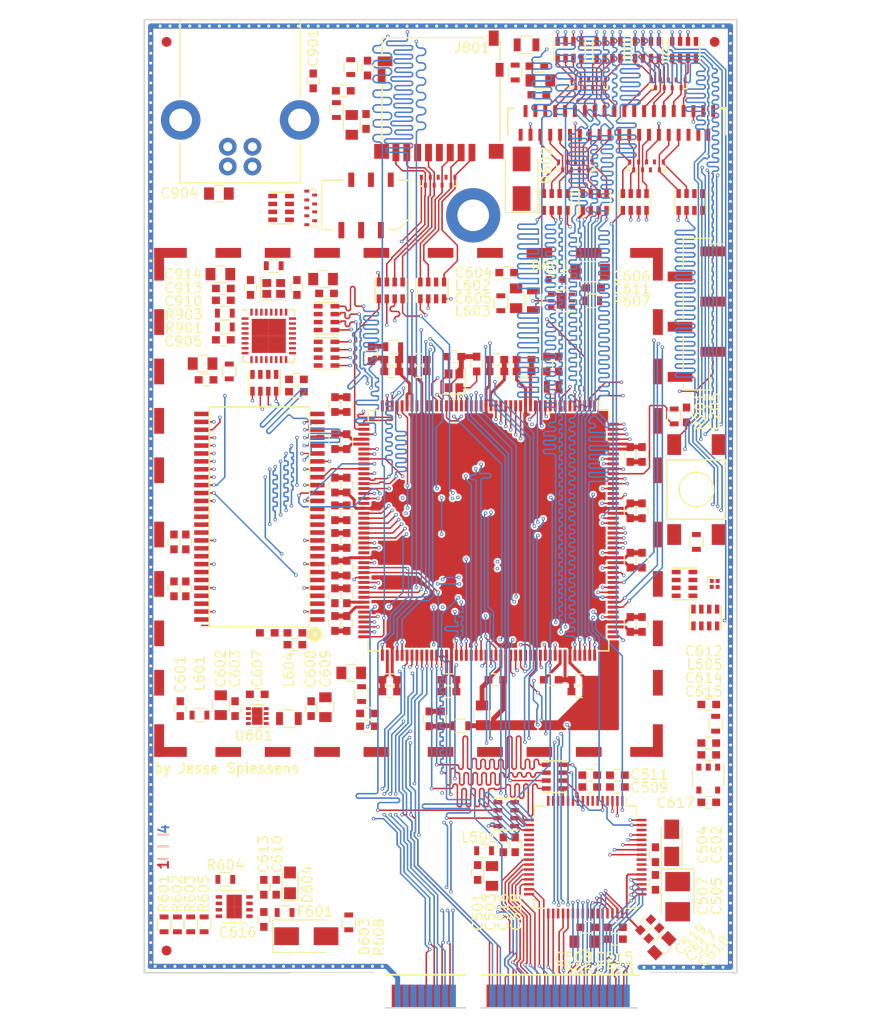
<source format=kicad_pcb>
(kicad_pcb (version 4) (host pcbnew 4.0.7)
  (layers (0 F.Cu mixed) (1 In1.Cu mixed) (2 In2.Cu mixed) (31 B.Cu mixed) (35 F.Paste user) (36 B.SilkS user) (37 F.SilkS user) (38 B.Mask user hide) (39 F.Mask user hide) (44 Edge.Cuts user))
  (net 0 "")
  (net 1 GND)
  (net 2 NRST)
  (net 3 +3V3)
  (net 4 +3V3_MCU)
  (net 5 +3V3_RAM)
  (net 6 +3V3_CODEC)
  (net 7 +3V3_LDO)
  (net 8 +5V)
  (net 9 +5V_DIG)
  (net 10 TFT_LED+)
  (net 11 VBUS)
  (net 12 Vbat)
  (net 13 +3V3_TFT)
  (net 14 +3V3_SD)
  (net 15 SD_DETECT)
  (net 16 +3V3_USB)
  (net 17 +1V8_USB_1)
  (net 18 +1V8_USB_2)
  (net 19 +1V8_USB_A)
  (net 20 TFT_LED-)
  (net 21 Vaux)
  (net 22 TFT_DEN)
  (net 23 TFT_B1)
  (net 24 TFT_B7)
  (net 25 TFT_HSD)
  (net 26 TFT_B5)
  (net 27 TFT_B3)
  (net 28 TFT_CLKIN)
  (net 29 TFT_VSD)
  (net 30 TFT_B0)
  (net 31 TFT_B6)
  (net 32 TFT_B4)
  (net 33 TFT_B2)
  (net 34 TFT_G7)
  (net 35 TFT_R1)
  (net 36 TFT_R7)
  (net 37 TFT_G5)
  (net 38 TFT_R5)
  (net 39 TFT_R3)
  (net 40 TFT_G3)
  (net 41 TFT_G1)
  (net 42 TFT_G6)
  (net 43 TFT_R0)
  (net 44 TFT_R6)
  (net 45 TFT_G4)
  (net 46 TFT_R4)
  (net 47 TFT_R2)
  (net 48 TFT_G2)
  (net 49 TFT_G0)
  (net 50 TFT_NRESET)
  (net 51 TFT_SCL)
  (net 52 TFT_SDA)
  (net 53 TFT_NINT)
  (net 54 SD_DAT2)
  (net 55 SD_CLK)
  (net 56 SD_DAT3)
  (net 57 SD_DAT0)
  (net 58 SD_DAT1)
  (net 59 SD_CMD)
  (net 60 PROG_CLK)
  (net 61 PROG_IO)
  (net 62 PROG_SWO)
  (net 63 TFT_STBYB)
  (net 64 D-)
  (net 65 D+)
  (net 66 BAT_POWER)
  (net 67 AUX_POWER)
  (net 68 GREEN)
  (net 69 BLUE)
  (net 70 RED)
  (net 71 FMC_D1)
  (net 72 FMC_D2)
  (net 73 FMC_D3)
  (net 74 FMC_D0)
  (net 75 FMC_SDNCAS)
  (net 76 FMC_SDNRAS)
  (net 77 FMC_SDNE0)
  (net 78 FMC_SDNWE)
  (net 79 FMC_BA1)
  (net 80 FMC_A10)
  (net 81 FMC_A0)
  (net 82 FMC_BA0)
  (net 83 FMC_A2)
  (net 84 FMC_A3)
  (net 85 FMC_A1)
  (net 86 FMC_A4)
  (net 87 FMC_A5)
  (net 88 FMC_A6)
  (net 89 FMC_A8)
  (net 90 FMC_A9)
  (net 91 FMC_A11)
  (net 92 FMC_A7)
  (net 93 FMC_SDCKE0)
  (net 94 FMC_SDCLK)
  (net 95 FMC_NBL0)
  (net 96 FMC_A12)
  (net 97 FMC_D5)
  (net 98 FMC_D6)
  (net 99 FMC_D7)
  (net 100 FMC_D4)
  (net 101 SAI2_SCK_A)
  (net 102 SAI2_MCK_B)
  (net 103 SAI2_SD_A)
  (net 104 SAI2_FS_A)
  (net 105 ADC_SDOUT1)
  (net 106 CODEC_MCLK)
  (net 107 ADC_SCLK)
  (net 108 ADC_LRCK)
  (net 109 SAI2_SCK_B)
  (net 110 SAI2_FS_B)
  (net 111 SAI2_SD_B)
  (net 112 DAC_LRCK)
  (net 113 DAC_SCLK)
  (net 114 DAC_SDIN1)
  (net 115 LCD_DE)
  (net 116 LCD_HSYNC)
  (net 117 LCD_CLK)
  (net 118 LCD_VSYNC)
  (net 119 LCD_B5)
  (net 120 LCD_B3)
  (net 121 LCD_B1)
  (net 122 LCD_B7)
  (net 123 LCD_B4)
  (net 124 LCD_B2)
  (net 125 LCD_B0)
  (net 126 LCD_B6)
  (net 127 LCD_G5)
  (net 128 LCD_G3)
  (net 129 LCD_G1)
  (net 130 LCD_G7)
  (net 131 LCD_G4)
  (net 132 LCD_G2)
  (net 133 LCD_G0)
  (net 134 LCD_G6)
  (net 135 LCD_R5)
  (net 136 LCD_R3)
  (net 137 LCD_R1)
  (net 138 LCD_R7)
  (net 139 LCD_R4)
  (net 140 LCD_R2)
  (net 141 LCD_R0)
  (net 142 LCD_R6)
  (net 143 TOUCH_NINT)
  (net 144 I2C1_SCL)
  (net 145 I2C1_SDA)
  (net 146 TOUCH_NRESET)
  (net 147 SDMMC1_D3)
  (net 148 SDMMC1_CMD)
  (net 149 SDMMC1_D2)
  (net 150 SDMMC1_D0)
  (net 151 SDMMC1_D1)
  (net 152 SDMMC1_DETECT)
  (net 153 SDMMC1_CK)
  (net 154 ULPI_DIR)
  (net 155 ULPI_STP)
  (net 156 ULPI_CK)
  (net 157 ULPI_NXT)
  (net 158 USB_CLKOUT)
  (net 159 USB_STP)
  (net 160 USB_DIR)
  (net 161 USB_NXT)
  (net 162 ULPI_D6)
  (net 163 ULPI_D5)
  (net 164 ULPI_D4)
  (net 165 ULPI_D7)
  (net 166 USB_DATA4)
  (net 167 USB_DATA5)
  (net 168 USB_DATA6)
  (net 169 USB_DATA7)
  (net 170 ULPI_D2)
  (net 171 ULPI_D1)
  (net 172 ULPI_D0)
  (net 173 ULPI_D3)
  (net 174 USB_DATA0)
  (net 175 USB_DATA1)
  (net 176 USB_DATA2)
  (net 177 USB_DATA3)
  (net 178 BACK_CTRL)
  (net 179 SPI5_NSS)
  (net 180 SPI5_SCK)
  (net 181 SPI5_MISO)
  (net 182 SPI5_MOSI)
  (net 183 ADC3_INP6)
  (net 184 ADC123_INP11)
  (net 185 ADC1_INP16)
  (net 186 DAC1_OUT1)
  (net 187 ADC12_INP3)
  (net 188 COMP_1_OUT)
  (net 189 COMP_1_INP)
  (net 190 SPI2_MISO)
  (net 191 SPI2_MOSI)
  (net 192 SPDIFRX_IN1)
  (net 193 CODEC_NRST)
  (net 194 CODEC_INT)
  (net 195 HRTIM_CHE1)
  (net 196 USART6_TX)
  (net 197 USART6_RX)
  (net 198 MCO1)
  (net 199 SPI2_SCK)
  (net 200 ANA_EN)
  (net 201 SPI2_NSS)
  (net 202 HRTIM_FLT3)
  (net 203 HRTIM_EEV3)
  (net 204 I2C4_SCL)
  (net 205 I2C4_SDA)
  (net 206 PCI_AOUT1-)
  (net 207 PCI_AOUT1+)
  (net 208 PCI_AOUT2+)
  (net 209 PCI_AOUT2-)
  (net 210 PCI_AOUT3-)
  (net 211 PCI_AOUT3+)
  (net 212 PCI_AOUT4+)
  (net 213 PCI_AOUT4-)
  (net 214 PCI_AOUT5-)
  (net 215 PCI_AOUT5+)
  (net 216 PCI_AOUT6+)
  (net 217 PCI_AOUT6-)
  (net 218 PCI_AOUT7-)
  (net 219 PCI_AOUT7+)
  (net 220 PCI_AOUT8+)
  (net 221 PCI_AOUT8-)
  (net 222 PCI_AIN1-)
  (net 223 PCI_AIN1+)
  (net 224 PCI_AIN2-)
  (net 225 PCI_AIN2+)
  (net 226 PCI_AIN3-)
  (net 227 PCI_AIN3+)
  (net 228 PCI_AIN4-)
  (net 229 PCI_AIN4+)
  (net 230 PCI_AIN5-)
  (net 231 PCI_AIN5+)
  (net 232 PCI_AIN6-)
  (net 233 PCI_AIN6+)
  (net 234 "Net-(C201-Pad2)")
  (net 235 "Net-(C202-Pad2)")
  (net 236 "Net-(C203-Pad2)")
  (net 237 "Net-(C204-Pad2)")
  (net 238 "Net-(C311-Pad1)")
  (net 239 "Net-(C338-Pad1)")
  (net 240 "Net-(C339-Pad1)")
  (net 241 "Net-(C502-Pad1)")
  (net 242 "Net-(C505-Pad1)")
  (net 243 "Net-(C506-Pad1)")
  (net 244 "Net-(C605-Pad1)")
  (net 245 "Net-(C607-Pad1)")
  (net 246 "Net-(C610-Pad1)")
  (net 247 "Net-(C611-Pad1)")
  (net 248 "Net-(C614-Pad1)")
  (net 249 "Net-(C901-Pad1)")
  (net 250 "Net-(C907-Pad2)")
  (net 251 "Net-(C908-Pad2)")
  (net 252 "Net-(D101-Pad1)")
  (net 253 "Net-(D101-Pad2)")
  (net 254 "Net-(D101-Pad3)")
  (net 255 "Net-(D601-Pad2)")
  (net 256 "Net-(J801-Pad10)")
  (net 257 "Net-(L604-Pad2)")
  (net 258 "Net-(R201-Pad1)")
  (net 259 "Net-(R202-Pad1)")
  (net 260 "Net-(R603-Pad1)")
  (net 261 "Net-(R607-Pad1)")
  (net 262 "Net-(R901-Pad2)")
  (net 263 "Net-(R903-Pad1)")
  (net 264 "Net-(RN101-Pad1)")
  (net 265 "Net-(RN101-Pad3)")
  (net 266 "Net-(RN102-Pad2)")
  (net 267 "Net-(RN102-Pad5)")
  (net 268 "Net-(RN102-Pad7)")
  (net 269 "Net-(D702-Pad2)")
  (net 270 "Net-(D702-Pad8)")
  (net 271 "Net-(D801-Pad2)")
  (net 272 "Net-(EMI101-Pad11)")
  (net 273 "Net-(EMI101-Pad12)")
  (net 274 "Net-(EMI101-Pad13)")
  (net 275 "Net-(EMI101-Pad14)")
  (net 276 "Net-(EMI101-Pad15)")
  (net 277 "Net-(EMI101-Pad16)")
  (net 278 "Net-(EMI101-Pad17)")
  (net 279 "Net-(EMI101-Pad18)")
  (net 280 "Net-(EMI101-Pad20)")
  (net 281 "Net-(EMI101-Pad21)")
  (net 282 "Net-(EMI101-Pad22)")
  (net 283 "Net-(EMI101-Pad23)")
  (net 284 "Net-(EMI101-Pad24)")
  (net 285 "Net-(EMI101-Pad25)")
  (net 286 "Net-(EMI101-Pad26)")
  (net 287 "Net-(EMI101-Pad27)")
  (net 288 "Net-(EMI101-Pad29)")
  (net 289 "Net-(EMI101-Pad30)")
  (net 290 "Net-(EMI101-Pad31)")
  (net 291 "Net-(EMI101-Pad32)")
  (net 292 "Net-(EMI101-Pad33)")
  (net 293 "Net-(EMI101-Pad34)")
  (net 294 "Net-(EMI101-Pad35)")
  (net 295 "Net-(EMI101-Pad36)")
  (net 296 "Net-(J701-Pad1)")
  (net 297 "Net-(J701-Pad2)")
  (net 298 "Net-(J701-Pad3)")
  (net 299 "Net-(J701-Pad4)")
  (net 300 "Net-(J701-Pad6)")
  (net 301 "Net-(RN502-Pad1)")
  (net 302 "Net-(RN502-Pad8)")
  (net 303 "Net-(RN701-Pad1)")
  (net 304 "Net-(RN701-Pad8)")
  (net 305 "Net-(RN702-Pad3)")
  (net 306 "Net-(RN702-Pad4)")
  (net 307 "Net-(RN702-Pad5)")
  (net 308 "Net-(RN702-Pad6)")
  (net 309 "Net-(RN801-Pad3)")
  (net 310 "Net-(RN801-Pad6)")
  (net 311 "Net-(S201-Pad1)")
  (net 312 "Net-(S201-Pad4)")
  (net 313 "Net-(U201-Pad6)")
  (net 314 "Net-(U201-Pad34)")
  (net 315 "Net-(U201-Pad35)")
  (net 316 "Net-(U201-Pad44)")
  (net 317 "Net-(U201-Pad83)")
  (net 318 "Net-(U201-Pad107)")
  (net 319 "Net-(U201-Pad134)")
  (net 320 "Net-(U201-Pad138)")
  (net 321 "Net-(U201-Pad145)")
  (net 322 "Net-(U201-Pad162)")
  (net 323 "Net-(U201-Pad170)")
  (net 324 "Net-(U401-Pad4)")
  (net 325 "Net-(U401-Pad7)")
  (net 326 "Net-(U401-Pad10)")
  (net 327 "Net-(U401-Pad13)")
  (net 328 "Net-(U401-Pad15)")
  (net 329 "Net-(U401-Pad40)")
  (net 330 "Net-(U401-Pad42)")
  (net 331 "Net-(U401-Pad45)")
  (net 332 "Net-(U401-Pad48)")
  (net 333 "Net-(U401-Pad51)")
  (net 334 "Net-(U501-Pad11)")
  (net 335 "Net-(U501-Pad12)")
  (net 336 "Net-(U501-Pad14)")
  (net 337 "Net-(U501-Pad15)")
  (net 338 "Net-(U501-Pad16)")
  (net 339 "Net-(U501-Pad20)")
  (net 340 "Net-(U501-Pad21)")
  (net 341 "Net-(U501-Pad22)")
  (net 342 "Net-(U501-Pad35)")
  (net 343 "Net-(U601-Pad3)")
  (net 344 "Net-(U604-Pad4)")
  (net 345 "Net-(U901-Pad3)")
  (net 346 "Net-(U901-Pad5)")
  (net 347 "Net-(U901-Pad10)")
  (net 348 "Net-(D701-Pad2)")
  (net 349 LCD_STBYB)
  (net 350 "Net-(U201-Pad7)")
  (module Housings_QFP:LQFP-64_10x10mm_Pitch0.5mm (layer F.Cu) (at 241.05 111.35 270)
    (fp_text reference U501 hide)
    (fp_text value CS42448)
    (pad 1 smd rect (at -5.7 -3.75 270) (size 1 0.25) (layers F.Cu F.Paste F.Mask) (net 179 SPI5_NSS))
    (pad 2 smd rect (at -5.7 -3.25 270) (size 1 0.25) (layers F.Cu F.Paste F.Mask) (net 182 SPI5_MOSI))
    (pad 3 smd rect (at -5.7 -2.75 270) (size 1 0.25) (layers F.Cu F.Paste F.Mask) (net 193 CODEC_NRST))
    (pad 4 smd rect (at -5.7 -2.25 270) (size 1 0.25) (layers F.Cu F.Paste F.Mask) (net 6 +3V3_CODEC))
    (pad 5 smd rect (at -5.7 -1.75 270) (size 1 0.25) (layers F.Cu F.Paste F.Mask) (net 108 ADC_LRCK))
    (pad 6 smd rect (at -5.7 -1.25 270) (size 1 0.25) (layers F.Cu F.Paste F.Mask) (net 6 +3V3_CODEC))
    (pad 7 smd rect (at -5.7 -0.75 270) (size 1 0.25) (layers F.Cu F.Paste F.Mask) (net 1 GND))
    (pad 8 smd rect (at -5.7 -0.25 270) (size 1 0.25) (layers F.Cu F.Paste F.Mask) (net 6 +3V3_CODEC))
    (pad 9 smd rect (at -5.7 0.25 270) (size 1 0.25) (layers F.Cu F.Paste F.Mask) (net 107 ADC_SCLK))
    (pad 10 smd rect (at -5.7 0.75 270) (size 1 0.25) (layers F.Cu F.Paste F.Mask) (net 106 CODEC_MCLK))
    (pad 11 smd rect (at -5.7 1.25 270) (size 1 0.25) (layers F.Cu F.Paste F.Mask) (net 334 "Net-(U501-Pad11)"))
    (pad 12 smd rect (at -5.7 1.75 270) (size 1 0.25) (layers F.Cu F.Paste F.Mask) (net 335 "Net-(U501-Pad12)"))
    (pad 13 smd rect (at -5.7 2.25 270) (size 1 0.25) (layers F.Cu F.Paste F.Mask) (net 105 ADC_SDOUT1))
    (pad 14 smd rect (at -5.7 2.75 270) (size 1 0.25) (layers F.Cu F.Paste F.Mask) (net 336 "Net-(U501-Pad14)"))
    (pad 15 smd rect (at -5.7 3.25 270) (size 1 0.25) (layers F.Cu F.Paste F.Mask) (net 337 "Net-(U501-Pad15)"))
    (pad 16 smd rect (at -5.7 3.75 270) (size 1 0.25) (layers F.Cu F.Paste F.Mask) (net 338 "Net-(U501-Pad16)"))
    (pad 17 smd rect (at -3.75 5.7) (size 1 0.25) (layers F.Cu F.Paste F.Mask) (net 114 DAC_SDIN1))
    (pad 18 smd rect (at -3.25 5.7) (size 1 0.25) (layers F.Cu F.Paste F.Mask) (net 113 DAC_SCLK))
    (pad 19 smd rect (at -2.75 5.7) (size 1 0.25) (layers F.Cu F.Paste F.Mask) (net 112 DAC_LRCK))
    (pad 20 smd rect (at -2.25 5.7) (size 1 0.25) (layers F.Cu F.Paste F.Mask) (net 339 "Net-(U501-Pad20)"))
    (pad 21 smd rect (at -1.75 5.7) (size 1 0.25) (layers F.Cu F.Paste F.Mask) (net 340 "Net-(U501-Pad21)"))
    (pad 22 smd rect (at -1.25 5.7) (size 1 0.25) (layers F.Cu F.Paste F.Mask) (net 341 "Net-(U501-Pad22)"))
    (pad 23 smd rect (at -0.75 5.7) (size 1 0.25) (layers F.Cu F.Paste F.Mask) (net 1 GND))
    (pad 24 smd rect (at -0.25 5.7) (size 1 0.25) (layers F.Cu F.Paste F.Mask) (net 6 +3V3_CODEC))
    (pad 25 smd rect (at 0.25 5.7) (size 1 0.25) (layers F.Cu F.Paste F.Mask) (net 206 PCI_AOUT1-))
    (pad 26 smd rect (at 0.75 5.7) (size 1 0.25) (layers F.Cu F.Paste F.Mask) (net 207 PCI_AOUT1+))
    (pad 27 smd rect (at 1.25 5.7) (size 1 0.25) (layers F.Cu F.Paste F.Mask) (net 208 PCI_AOUT2+))
    (pad 28 smd rect (at 1.75 5.7) (size 1 0.25) (layers F.Cu F.Paste F.Mask) (net 209 PCI_AOUT2-))
    (pad 29 smd rect (at 2.25 5.7) (size 1 0.25) (layers F.Cu F.Paste F.Mask) (net 210 PCI_AOUT3-))
    (pad 30 smd rect (at 2.75 5.7) (size 1 0.25) (layers F.Cu F.Paste F.Mask) (net 211 PCI_AOUT3+))
    (pad 31 smd rect (at 3.25 5.7) (size 1 0.25) (layers F.Cu F.Paste F.Mask) (net 212 PCI_AOUT4+))
    (pad 32 smd rect (at 3.75 5.7) (size 1 0.25) (layers F.Cu F.Paste F.Mask) (net 213 PCI_AOUT4-))
    (pad 33 smd rect (at 5.7 3.75 270) (size 1 0.25) (layers F.Cu F.Paste F.Mask) (net 214 PCI_AOUT5-))
    (pad 34 smd rect (at 5.7 3.25 270) (size 1 0.25) (layers F.Cu F.Paste F.Mask) (net 215 PCI_AOUT5+))
    (pad 35 smd rect (at 5.7 2.75 270) (size 1 0.25) (layers F.Cu F.Paste F.Mask) (net 342 "Net-(U501-Pad35)"))
    (pad 36 smd rect (at 5.7 2.25 270) (size 1 0.25) (layers F.Cu F.Paste F.Mask) (net 216 PCI_AOUT6+))
    (pad 37 smd rect (at 5.7 1.75 270) (size 1 0.25) (layers F.Cu F.Paste F.Mask) (net 217 PCI_AOUT6-))
    (pad 38 smd rect (at 5.7 1.25 270) (size 1 0.25) (layers F.Cu F.Paste F.Mask) (net 218 PCI_AOUT7-))
    (pad 39 smd rect (at 5.7 0.75 270) (size 1 0.25) (layers F.Cu F.Paste F.Mask) (net 219 PCI_AOUT7+))
    (pad 40 smd rect (at 5.7 0.25 270) (size 1 0.25) (layers F.Cu F.Paste F.Mask) (net 220 PCI_AOUT8+))
    (pad 41 smd rect (at 5.7 -0.25 270) (size 1 0.25) (layers F.Cu F.Paste F.Mask) (net 221 PCI_AOUT8-))
    (pad 42 smd rect (at 5.7 -0.75 270) (size 1 0.25) (layers F.Cu F.Paste F.Mask) (net 1 GND))
    (pad 43 smd rect (at 5.7 -1.25 270) (size 1 0.25) (layers F.Cu F.Paste F.Mask) (net 243 "Net-(C506-Pad1)"))
    (pad 44 smd rect (at 5.7 -1.75 270) (size 1 0.25) (layers F.Cu F.Paste F.Mask) (net 7 +3V3_LDO))
    (pad 45 smd rect (at 5.7 -2.25 270) (size 1 0.25) (layers F.Cu F.Paste F.Mask) (net 222 PCI_AIN1-))
    (pad 46 smd rect (at 5.7 -2.75 270) (size 1 0.25) (layers F.Cu F.Paste F.Mask) (net 223 PCI_AIN1+))
    (pad 47 smd rect (at 5.7 -3.25 270) (size 1 0.25) (layers F.Cu F.Paste F.Mask) (net 224 PCI_AIN2-))
    (pad 48 smd rect (at 5.7 -3.75 270) (size 1 0.25) (layers F.Cu F.Paste F.Mask) (net 225 PCI_AIN2+))
    (pad 49 smd rect (at 3.75 -5.7) (size 1 0.25) (layers F.Cu F.Paste F.Mask) (net 226 PCI_AIN3-))
    (pad 50 smd rect (at 3.25 -5.7) (size 1 0.25) (layers F.Cu F.Paste F.Mask) (net 227 PCI_AIN3+))
    (pad 51 smd rect (at 2.75 -5.7) (size 1 0.25) (layers F.Cu F.Paste F.Mask) (net 228 PCI_AIN4-))
    (pad 52 smd rect (at 2.25 -5.7) (size 1 0.25) (layers F.Cu F.Paste F.Mask) (net 229 PCI_AIN4+))
    (pad 53 smd rect (at 1.75 -5.7) (size 1 0.25) (layers F.Cu F.Paste F.Mask) (net 7 +3V3_LDO))
    (pad 54 smd rect (at 1.25 -5.7) (size 1 0.25) (layers F.Cu F.Paste F.Mask) (net 242 "Net-(C505-Pad1)"))
    (pad 55 smd rect (at 0.75 -5.7) (size 1 0.25) (layers F.Cu F.Paste F.Mask) (net 241 "Net-(C502-Pad1)"))
    (pad 56 smd rect (at 0.25 -5.7) (size 1 0.25) (layers F.Cu F.Paste F.Mask) (net 1 GND))
    (pad 57 smd rect (at -0.25 -5.7) (size 1 0.25) (layers F.Cu F.Paste F.Mask) (net 230 PCI_AIN5-))
    (pad 58 smd rect (at -0.75 -5.7) (size 1 0.25) (layers F.Cu F.Paste F.Mask) (net 231 PCI_AIN5+))
    (pad 59 smd rect (at -1.25 -5.7) (size 1 0.25) (layers F.Cu F.Paste F.Mask) (net 232 PCI_AIN6-))
    (pad 60 smd rect (at -1.75 -5.7) (size 1 0.25) (layers F.Cu F.Paste F.Mask) (net 233 PCI_AIN6+))
    (pad 61 smd rect (at -2.25 -5.7) (size 1 0.25) (layers F.Cu F.Paste F.Mask) (net 194 CODEC_INT))
    (pad 62 smd rect (at -2.75 -5.7) (size 1 0.25) (layers F.Cu F.Paste F.Mask) (net 1 GND))
    (pad 63 smd rect (at -3.25 -5.7) (size 1 0.25) (layers F.Cu F.Paste F.Mask) (net 180 SPI5_SCK))
    (pad 64 smd rect (at -3.75 -5.7) (size 1 0.25) (layers F.Cu F.Paste F.Mask) (net 181 SPI5_MISO))
  )
  (module Fiducials:Fiducial_1mm_Dia_2.54mm_Outer_CopperTop (layer F.Cu) (at 198.65 28.85)
    (fp_text reference REF** hide)
    (fp_text value Fiducial_1mm_Dia_2.54mm_Outer_CopperTop)
    (pad ~ smd circle (at 0 0) (size 1 1) (layers F.Cu F.Mask) (clearance 0.77))
  )
  (module Fiducials:Fiducial_1mm_Dia_2.54mm_Outer_CopperTop (layer F.Cu) (at 198.65 120.8)
    (fp_text reference REF** hide)
    (fp_text value Fiducial_1mm_Dia_2.54mm_Outer_CopperTop)
    (pad ~ smd circle (at 0 0) (size 1 1) (layers F.Cu F.Mask) (clearance 0.77))
  )
  (module Fiducials:Fiducial_1mm_Dia_2.54mm_Outer_CopperTop (layer F.Cu) (at 254.15 28.85)
    (fp_text reference REF** hide)
    (fp_text value Fiducial_1mm_Dia_2.54mm_Outer_CopperTop)
    (pad ~ smd circle (at 0 0) (size 1 1) (layers F.Cu F.Mask) (clearance 0.77))
  )
  (module TSOP-5:TSOP-5_1.65x3.05mm_Pitch0.95mm (layer F.Cu) (at 253.5 103.4 270)
    (fp_text reference U604 hide)
    (fp_text value ADP150)
    (pad 1 smd rect (at -1.16 -0.95 270) (size 0.7 0.51) (layers F.Cu F.Paste F.Mask) (net 248 "Net-(C614-Pad1)"))
    (pad 2 smd rect (at -1.16 0 270) (size 0.7 0.51) (layers F.Cu F.Paste F.Mask) (net 1 GND))
    (pad 3 smd rect (at -1.16 0.95 270) (size 0.7 0.51) (layers F.Cu F.Paste F.Mask) (net 200 ANA_EN))
    (pad 4 smd rect (at 1.16 0.95 270) (size 0.7 0.51) (layers F.Cu F.Paste F.Mask) (net 344 "Net-(U604-Pad4)"))
    (pad 5 smd rect (at 1.16 -0.95 270) (size 0.7 0.51) (layers F.Cu F.Paste F.Mask) (net 7 +3V3_LDO))
  )
  (module Crystals:Crystal_SMD_2016-4pin_2.0x1.6mm (layer F.Cu) (at 209.5 53.8)
    (fp_text reference Y901 hide)
    (fp_text value XRCGB24M000F1H02R0)
    (pad 1 smd rect (at -0.7 0.55) (size 0.9 0.8) (layers F.Cu F.Paste F.Mask) (net 251 "Net-(C908-Pad2)"))
    (pad 2 smd rect (at 0.7 0.55) (size 0.9 0.8) (layers F.Cu F.Paste F.Mask) (net 1 GND))
    (pad 3 smd rect (at 0.7 -0.55) (size 0.9 0.8) (layers F.Cu F.Paste F.Mask) (net 250 "Net-(C907-Pad2)"))
    (pad 4 smd rect (at -0.7 -0.55) (size 0.9 0.8) (layers F.Cu F.Paste F.Mask) (net 1 GND))
  )
  (module Crystals:Crystal_SMD_2016-4pin_2.0x1.6mm (layer F.Cu) (at 227.75 63.15 90)
    (fp_text reference Y202 hide)
    (fp_text value CX2016DB16000)
    (pad 1 smd rect (at -0.7 0.55 90) (size 0.9 0.8) (layers F.Cu F.Paste F.Mask) (net 236 "Net-(C203-Pad2)"))
    (pad 2 smd rect (at 0.7 0.55 90) (size 0.9 0.8) (layers F.Cu F.Paste F.Mask) (net 1 GND))
    (pad 3 smd rect (at 0.7 -0.55 90) (size 0.9 0.8) (layers F.Cu F.Paste F.Mask) (net 237 "Net-(C204-Pad2)"))
    (pad 4 smd rect (at -0.7 -0.55 90) (size 0.9 0.8) (layers F.Cu F.Paste F.Mask) (net 1 GND))
  )
  (module Crystals:Crystal_SMD_MicroCrystal_CM9V-T1A-2pin_1.6x1.0mm (layer F.Cu) (at 237.75 63.75 180)
    (fp_text reference Y201 hide)
    (fp_text value ABS05-32.768)
    (pad 1 smd rect (at -0.6 0 180) (size 0.6 1.2) (layers F.Cu F.Paste F.Mask) (net 234 "Net-(C201-Pad2)"))
    (pad 2 smd rect (at 0.6 0 180) (size 0.6 1.2) (layers F.Cu F.Paste F.Mask) (net 235 "Net-(C202-Pad2)"))
  )
  (module Housings_DFN_QFN:QFN-32-1EP_5x5mm_Pitch0.5mm (layer F.Cu) (at 209 58.6)
    (fp_text reference U901 hide)
    (fp_text value USB3300-EZK)
    (pad 1 smd rect (at -2.4 -1.75) (size 0.7 0.25) (layers F.Cu F.Paste F.Mask) (net 1 GND))
    (pad 2 smd rect (at -2.4 -1.25) (size 0.7 0.25) (layers F.Cu F.Paste F.Mask) (net 1 GND))
    (pad 3 smd rect (at -2.4 -0.75) (size 0.7 0.25) (layers F.Cu F.Paste F.Mask) (net 345 "Net-(U901-Pad3)"))
    (pad 4 smd rect (at -2.4 -0.25) (size 0.7 0.25) (layers F.Cu F.Paste F.Mask) (net 262 "Net-(R901-Pad2)"))
    (pad 5 smd rect (at -2.4 0.25) (size 0.7 0.25) (layers F.Cu F.Paste F.Mask) (net 346 "Net-(U901-Pad5)"))
    (pad 6 smd rect (at -2.4 0.75) (size 0.7 0.25) (layers F.Cu F.Paste F.Mask) (net 16 +3V3_USB))
    (pad 7 smd rect (at -2.4 1.25) (size 0.7 0.25) (layers F.Cu F.Paste F.Mask) (net 65 D+))
    (pad 8 smd rect (at -2.4 1.75) (size 0.7 0.25) (layers F.Cu F.Paste F.Mask) (net 64 D-))
    (pad 9 smd rect (at -1.75 2.4 90) (size 0.7 0.25) (layers F.Cu F.Paste F.Mask) (net 1 GND))
    (pad 10 smd rect (at -1.25 2.4 90) (size 0.7 0.25) (layers F.Cu F.Paste F.Mask) (net 347 "Net-(U901-Pad10)"))
    (pad 11 smd rect (at -0.75 2.4 90) (size 0.7 0.25) (layers F.Cu F.Paste F.Mask) (net 161 USB_NXT))
    (pad 12 smd rect (at -0.25 2.4 90) (size 0.7 0.25) (layers F.Cu F.Paste F.Mask) (net 160 USB_DIR))
    (pad 13 smd rect (at 0.25 2.4 90) (size 0.7 0.25) (layers F.Cu F.Paste F.Mask) (net 159 USB_STP))
    (pad 14 smd rect (at 0.75 2.4 90) (size 0.7 0.25) (layers F.Cu F.Paste F.Mask) (net 158 USB_CLKOUT))
    (pad 15 smd rect (at 1.25 2.4 90) (size 0.7 0.25) (layers F.Cu F.Paste F.Mask) (net 17 +1V8_USB_1))
    (pad 16 smd rect (at 1.75 2.4 90) (size 0.7 0.25) (layers F.Cu F.Paste F.Mask) (net 16 +3V3_USB))
    (pad 17 smd rect (at 2.4 1.75) (size 0.7 0.25) (layers F.Cu F.Paste F.Mask) (net 169 USB_DATA7))
    (pad 18 smd rect (at 2.4 1.25) (size 0.7 0.25) (layers F.Cu F.Paste F.Mask) (net 168 USB_DATA6))
    (pad 19 smd rect (at 2.4 0.75) (size 0.7 0.25) (layers F.Cu F.Paste F.Mask) (net 167 USB_DATA5))
    (pad 20 smd rect (at 2.4 0.25) (size 0.7 0.25) (layers F.Cu F.Paste F.Mask) (net 166 USB_DATA4))
    (pad 21 smd rect (at 2.4 -0.25) (size 0.7 0.25) (layers F.Cu F.Paste F.Mask) (net 177 USB_DATA3))
    (pad 22 smd rect (at 2.4 -0.75) (size 0.7 0.25) (layers F.Cu F.Paste F.Mask) (net 176 USB_DATA2))
    (pad 23 smd rect (at 2.4 -1.25) (size 0.7 0.25) (layers F.Cu F.Paste F.Mask) (net 175 USB_DATA1))
    (pad 24 smd rect (at 2.4 -1.75) (size 0.7 0.25) (layers F.Cu F.Paste F.Mask) (net 174 USB_DATA0))
    (pad 25 smd rect (at 1.75 -2.4 90) (size 0.7 0.25) (layers F.Cu F.Paste F.Mask) (net 16 +3V3_USB))
    (pad 26 smd rect (at 1.25 -2.4 90) (size 0.7 0.25) (layers F.Cu F.Paste F.Mask) (net 18 +1V8_USB_2))
    (pad 27 smd rect (at 0.75 -2.4 90) (size 0.7 0.25) (layers F.Cu F.Paste F.Mask) (net 250 "Net-(C907-Pad2)"))
    (pad 28 smd rect (at 0.25 -2.4 90) (size 0.7 0.25) (layers F.Cu F.Paste F.Mask) (net 251 "Net-(C908-Pad2)"))
    (pad 29 smd rect (at -0.25 -2.4 90) (size 0.7 0.25) (layers F.Cu F.Paste F.Mask) (net 19 +1V8_USB_A))
    (pad 30 smd rect (at -0.75 -2.4 90) (size 0.7 0.25) (layers F.Cu F.Paste F.Mask) (net 16 +3V3_USB))
    (pad 31 smd rect (at -1.25 -2.4 90) (size 0.7 0.25) (layers F.Cu F.Paste F.Mask) (net 16 +3V3_USB))
    (pad 32 smd rect (at -1.75 -2.4 90) (size 0.7 0.25) (layers F.Cu F.Paste F.Mask) (net 263 "Net-(R903-Pad1)"))
    (pad 33 smd rect (at 0.8625 0.8625) (size 1.725 1.725) (layers F.Cu F.Paste F.Mask) (net 1 GND))
    (pad 33 smd rect (at 0.8625 -0.8625) (size 1.725 1.725) (layers F.Cu F.Paste F.Mask) (net 1 GND))
    (pad 33 smd rect (at -0.8625 0.8625) (size 1.725 1.725) (layers F.Cu F.Paste F.Mask) (net 1 GND))
    (pad 33 smd rect (at -0.8625 -0.8625) (size 1.725 1.725) (layers F.Cu F.Paste F.Mask) (net 1 GND))
  )
  (module Housings_DFN_QFN:DFN-6-1EP_2x2mm_Pitch0.65mm (layer F.Cu) (at 238.646448 55.046625 180)
    (fp_text reference U603 hide)
    (fp_text value TPS61170)
    (pad 1 smd rect (at -1.05 -0.65 180) (size 0.65 0.35) (layers F.Cu F.Paste F.Mask) (net 20 TFT_LED-))
    (pad 2 smd rect (at -1.05 0 180) (size 0.65 0.35) (layers F.Cu F.Paste F.Mask) (net 261 "Net-(R607-Pad1)"))
    (pad 3 smd rect (at -1.05 0.65 180) (size 0.65 0.35) (layers F.Cu F.Paste F.Mask) (net 1 GND))
    (pad 4 smd rect (at 1.05 0.65 180) (size 0.65 0.35) (layers F.Cu F.Paste F.Mask) (net 255 "Net-(D601-Pad2)"))
    (pad 5 smd rect (at 1.05 0 180) (size 0.65 0.35) (layers F.Cu F.Paste F.Mask) (net 178 BACK_CTRL))
    (pad 6 smd rect (at 1.05 -0.65 180) (size 0.65 0.35) (layers F.Cu F.Paste F.Mask) (net 244 "Net-(C605-Pad1)"))
    (pad 7 smd rect (at 0 0.4 180) (size 1 0.8) (layers F.Cu F.Paste F.Mask) (net 1 GND))
    (pad 7 smd rect (at 0 -0.4 180) (size 1 0.8) (layers F.Cu F.Paste F.Mask) (net 1 GND))
  )
  (module Housings_DFN_QFN:DFN-8-1EP_3x3mm_Pitch0.65mm (layer F.Cu) (at 205.5 116.35)
    (fp_text reference U602 hide)
    (fp_text value TPS2113A)
    (pad 1 smd rect (at -1.55 -0.975) (size 0.65 0.35) (layers F.Cu F.Paste F.Mask) (net 66 BAT_POWER))
    (pad 2 smd rect (at -1.55 -0.325) (size 0.65 0.35) (layers F.Cu F.Paste F.Mask) (net 21 Vaux))
    (pad 3 smd rect (at -1.55 0.325) (size 0.65 0.35) (layers F.Cu F.Paste F.Mask) (net 11 VBUS))
    (pad 4 smd rect (at -1.55 0.975) (size 0.65 0.35) (layers F.Cu F.Paste F.Mask) (net 260 "Net-(R603-Pad1)"))
    (pad 5 smd rect (at 1.55 0.975) (size 0.65 0.35) (layers F.Cu F.Paste F.Mask) (net 1 GND))
    (pad 6 smd rect (at 1.55 0.325) (size 0.65 0.35) (layers F.Cu F.Paste F.Mask) (net 12 Vbat))
    (pad 7 smd rect (at 1.55 -0.325) (size 0.65 0.35) (layers F.Cu F.Paste F.Mask) (net 246 "Net-(C610-Pad1)"))
    (pad 8 smd rect (at 1.55 -0.975) (size 0.65 0.35) (layers F.Cu F.Paste F.Mask) (net 11 VBUS))
    (pad 9 smd rect (at 0.3875 0.6) (size 0.775 1.2) (layers F.Cu F.Paste F.Mask) (net 1 GND))
    (pad 9 smd rect (at 0.3875 -0.6) (size 0.775 1.2) (layers F.Cu F.Paste F.Mask) (net 1 GND))
    (pad 9 smd rect (at -0.3875 0.6) (size 0.775 1.2) (layers F.Cu F.Paste F.Mask) (net 1 GND))
    (pad 9 smd rect (at -0.3875 -0.6) (size 0.775 1.2) (layers F.Cu F.Paste F.Mask) (net 1 GND))
  )
  (module Housings_DFN_QFN:DFN-8-1EP_2x2mm_Pitch0.5mm (layer F.Cu) (at 207.835913 97.072487 180)
    (fp_text reference U601 (at 0.35 -1.95 360) (layer F.SilkS))
    (fp_text value MIC23050)
    (pad 1 smd rect (at -0.9 -0.75 180) (size 0.5 0.3) (layers F.Cu F.Paste F.Mask) (net 257 "Net-(L604-Pad2)"))
    (pad 2 smd rect (at -0.9 -0.25 180) (size 0.5 0.3) (layers F.Cu F.Paste F.Mask) (net 9 +5V_DIG))
    (pad 3 smd rect (at -0.9 0.25 180) (size 0.5 0.3) (layers F.Cu F.Paste F.Mask) (net 343 "Net-(U601-Pad3)"))
    (pad 4 smd rect (at -0.9 0.75 180) (size 0.5 0.3) (layers F.Cu F.Paste F.Mask) (net 3 +3V3))
    (pad 5 smd rect (at 0.9 0.75 180) (size 0.5 0.3) (layers F.Cu F.Paste F.Mask) (net 245 "Net-(C607-Pad1)"))
    (pad 6 smd rect (at 0.9 0.25 180) (size 0.5 0.3) (layers F.Cu F.Paste F.Mask) (net 1 GND))
    (pad 7 smd rect (at 0.9 -0.25 180) (size 0.5 0.3) (layers F.Cu F.Paste F.Mask) (net 9 +5V_DIG))
    (pad 8 smd rect (at 0.9 -0.75 180) (size 0.5 0.3) (layers F.Cu F.Paste F.Mask) (net 1 GND))
    (pad 9 smd rect (at 0 0.44 180) (size 1.06 0.88) (layers F.Cu F.Paste F.Mask) (net 1 GND))
    (pad 9 smd rect (at 0 -0.44 180) (size 1.06 0.88) (layers F.Cu F.Paste F.Mask) (net 1 GND))
  )
  (module TSSOP:TSSOP-54_P-0.8mm (layer F.Cu) (at 208.05 76.9 180)
    (fp_text reference U401 hide)
    (fp_text value AS4C32M8SA)
    (pad 1 smd rect (at -5.84 -10.4 180) (size 1.52 0.458) (layers F.Cu F.Paste F.Mask) (net 5 +3V3_RAM))
    (pad 2 smd rect (at -5.84 -9.6 180) (size 1.52 0.458) (layers F.Cu F.Paste F.Mask) (net 74 FMC_D0))
    (pad 3 smd rect (at -5.84 -8.8 180) (size 1.52 0.458) (layers F.Cu F.Paste F.Mask) (net 5 +3V3_RAM))
    (pad 4 smd rect (at -5.84 -8 180) (size 1.52 0.458) (layers F.Cu F.Paste F.Mask) (net 324 "Net-(U401-Pad4)"))
    (pad 5 smd rect (at -5.84 -7.2 180) (size 1.52 0.458) (layers F.Cu F.Paste F.Mask) (net 71 FMC_D1))
    (pad 6 smd rect (at -5.84 -6.4 180) (size 1.52 0.458) (layers F.Cu F.Paste F.Mask) (net 1 GND))
    (pad 7 smd rect (at -5.84 -5.6 180) (size 1.52 0.458) (layers F.Cu F.Paste F.Mask) (net 325 "Net-(U401-Pad7)"))
    (pad 8 smd rect (at -5.84 -4.8 180) (size 1.52 0.458) (layers F.Cu F.Paste F.Mask) (net 72 FMC_D2))
    (pad 9 smd rect (at -5.84 -4 180) (size 1.52 0.458) (layers F.Cu F.Paste F.Mask) (net 5 +3V3_RAM))
    (pad 10 smd rect (at -5.84 -3.2 180) (size 1.52 0.458) (layers F.Cu F.Paste F.Mask) (net 326 "Net-(U401-Pad10)"))
    (pad 11 smd rect (at -5.84 -2.4 180) (size 1.52 0.458) (layers F.Cu F.Paste F.Mask) (net 73 FMC_D3))
    (pad 12 smd rect (at -5.84 -1.6 180) (size 1.52 0.458) (layers F.Cu F.Paste F.Mask) (net 1 GND))
    (pad 13 smd rect (at -5.84 -0.8 180) (size 1.52 0.458) (layers F.Cu F.Paste F.Mask) (net 327 "Net-(U401-Pad13)"))
    (pad 14 smd rect (at -5.84 0 180) (size 1.52 0.458) (layers F.Cu F.Paste F.Mask) (net 5 +3V3_RAM))
    (pad 15 smd rect (at -5.84 0.8 180) (size 1.52 0.458) (layers F.Cu F.Paste F.Mask) (net 328 "Net-(U401-Pad15)"))
    (pad 16 smd rect (at -5.84 1.6 180) (size 1.52 0.458) (layers F.Cu F.Paste F.Mask) (net 78 FMC_SDNWE))
    (pad 17 smd rect (at -5.84 2.4 180) (size 1.52 0.458) (layers F.Cu F.Paste F.Mask) (net 75 FMC_SDNCAS))
    (pad 18 smd rect (at -5.84 3.2 180) (size 1.52 0.458) (layers F.Cu F.Paste F.Mask) (net 76 FMC_SDNRAS))
    (pad 19 smd rect (at -5.84 4 180) (size 1.52 0.458) (layers F.Cu F.Paste F.Mask) (net 77 FMC_SDNE0))
    (pad 20 smd rect (at -5.84 4.8 180) (size 1.52 0.458) (layers F.Cu F.Paste F.Mask) (net 82 FMC_BA0))
    (pad 21 smd rect (at -5.84 5.6 180) (size 1.52 0.458) (layers F.Cu F.Paste F.Mask) (net 79 FMC_BA1))
    (pad 22 smd rect (at -5.84 6.4 180) (size 1.52 0.458) (layers F.Cu F.Paste F.Mask) (net 80 FMC_A10))
    (pad 23 smd rect (at -5.84 7.2 180) (size 1.52 0.458) (layers F.Cu F.Paste F.Mask) (net 81 FMC_A0))
    (pad 24 smd rect (at -5.84 8 180) (size 1.52 0.458) (layers F.Cu F.Paste F.Mask) (net 85 FMC_A1))
    (pad 25 smd rect (at -5.84 8.8 180) (size 1.52 0.458) (layers F.Cu F.Paste F.Mask) (net 83 FMC_A2))
    (pad 26 smd rect (at -5.84 9.6 180) (size 1.52 0.458) (layers F.Cu F.Paste F.Mask) (net 84 FMC_A3))
    (pad 27 smd rect (at -5.84 10.4 180) (size 1.52 0.458) (layers F.Cu F.Paste F.Mask) (net 5 +3V3_RAM))
    (pad 28 smd rect (at 5.84 10.4 180) (size 1.52 0.458) (layers F.Cu F.Paste F.Mask) (net 1 GND))
    (pad 29 smd rect (at 5.84 9.6 180) (size 1.52 0.458) (layers F.Cu F.Paste F.Mask) (net 86 FMC_A4))
    (pad 30 smd rect (at 5.84 8.8 180) (size 1.52 0.458) (layers F.Cu F.Paste F.Mask) (net 87 FMC_A5))
    (pad 31 smd rect (at 5.84 8 180) (size 1.52 0.458) (layers F.Cu F.Paste F.Mask) (net 88 FMC_A6))
    (pad 32 smd rect (at 5.84 7.2 180) (size 1.52 0.458) (layers F.Cu F.Paste F.Mask) (net 92 FMC_A7))
    (pad 33 smd rect (at 5.84 6.4 180) (size 1.52 0.458) (layers F.Cu F.Paste F.Mask) (net 89 FMC_A8))
    (pad 34 smd rect (at 5.84 5.6 180) (size 1.52 0.458) (layers F.Cu F.Paste F.Mask) (net 90 FMC_A9))
    (pad 35 smd rect (at 5.84 4.8 180) (size 1.52 0.458) (layers F.Cu F.Paste F.Mask) (net 91 FMC_A11))
    (pad 36 smd rect (at 5.84 4 180) (size 1.52 0.458) (layers F.Cu F.Paste F.Mask) (net 96 FMC_A12))
    (pad 37 smd rect (at 5.84 3.2 180) (size 1.52 0.458) (layers F.Cu F.Paste F.Mask) (net 93 FMC_SDCKE0))
    (pad 38 smd rect (at 5.84 2.4 180) (size 1.52 0.458) (layers F.Cu F.Paste F.Mask) (net 94 FMC_SDCLK))
    (pad 39 smd rect (at 5.84 1.6 180) (size 1.52 0.458) (layers F.Cu F.Paste F.Mask) (net 95 FMC_NBL0))
    (pad 40 smd rect (at 5.84 0.8 180) (size 1.52 0.458) (layers F.Cu F.Paste F.Mask) (net 329 "Net-(U401-Pad40)"))
    (pad 41 smd rect (at 5.84 0 180) (size 1.52 0.458) (layers F.Cu F.Paste F.Mask) (net 1 GND))
    (pad 42 smd rect (at 5.84 -0.8 180) (size 1.52 0.458) (layers F.Cu F.Paste F.Mask) (net 330 "Net-(U401-Pad42)"))
    (pad 43 smd rect (at 5.84 -1.6 180) (size 1.52 0.458) (layers F.Cu F.Paste F.Mask) (net 5 +3V3_RAM))
    (pad 44 smd rect (at 5.84 -2.4 180) (size 1.52 0.458) (layers F.Cu F.Paste F.Mask) (net 100 FMC_D4))
    (pad 45 smd rect (at 5.84 -3.2 180) (size 1.52 0.458) (layers F.Cu F.Paste F.Mask) (net 331 "Net-(U401-Pad45)"))
    (pad 46 smd rect (at 5.84 -4 180) (size 1.52 0.458) (layers F.Cu F.Paste F.Mask) (net 1 GND))
    (pad 47 smd rect (at 5.84 -4.8 180) (size 1.52 0.458) (layers F.Cu F.Paste F.Mask) (net 97 FMC_D5))
    (pad 48 smd rect (at 5.84 -5.6 180) (size 1.52 0.458) (layers F.Cu F.Paste F.Mask) (net 332 "Net-(U401-Pad48)"))
    (pad 49 smd rect (at 5.84 -6.4 180) (size 1.52 0.458) (layers F.Cu F.Paste F.Mask) (net 5 +3V3_RAM))
    (pad 50 smd rect (at 5.84 -7.2 180) (size 1.52 0.458) (layers F.Cu F.Paste F.Mask) (net 98 FMC_D6))
    (pad 51 smd rect (at 5.84 -8 180) (size 1.52 0.458) (layers F.Cu F.Paste F.Mask) (net 333 "Net-(U401-Pad51)"))
    (pad 52 smd rect (at 5.84 -8.8 180) (size 1.52 0.458) (layers F.Cu F.Paste F.Mask) (net 1 GND))
    (pad 53 smd rect (at 5.84 -9.6 180) (size 1.52 0.458) (layers F.Cu F.Paste F.Mask) (net 99 FMC_D7))
    (pad 54 smd rect (at 5.84 -10.4 180) (size 1.52 0.458) (layers F.Cu F.Paste F.Mask) (net 1 GND))
  )
  (module Housings_QFP:LQFP-176_24x24mm_Pitch0.5mm (layer F.Cu) (at 231.25 78.3 270)
    (fp_text reference U201 hide)
    (fp_text value STM32H743II)
    (pad 1 smd rect (at -12.62 -10.75 270) (size 1.12 0.3) (layers F.Cu F.Paste F.Mask) (net 146 TOUCH_NRESET))
    (pad 2 smd rect (at -12.62 -10.25 270) (size 1.12 0.3) (layers F.Cu F.Paste F.Mask) (net 143 TOUCH_NINT))
    (pad 3 smd rect (at -12.62 -9.75 270) (size 1.12 0.3) (layers F.Cu F.Paste F.Mask) (net 178 BACK_CTRL))
    (pad 4 smd rect (at -12.62 -9.25 270) (size 1.12 0.3) (layers F.Cu F.Paste F.Mask) (net 133 LCD_G0))
    (pad 5 smd rect (at -12.62 -8.75 270) (size 1.12 0.3) (layers F.Cu F.Paste F.Mask) (net 129 LCD_G1))
    (pad 6 smd rect (at -12.62 -8.25 270) (size 1.12 0.3) (layers F.Cu F.Paste F.Mask) (net 313 "Net-(U201-Pad6)"))
    (pad 7 smd rect (at -12.62 -7.75 270) (size 1.12 0.3) (layers F.Cu F.Paste F.Mask) (net 350 "Net-(U201-Pad7)"))
    (pad 8 smd rect (at -12.62 -7.25 270) (size 1.12 0.3) (layers F.Cu F.Paste F.Mask) (net 349 LCD_STBYB))
    (pad 9 smd rect (at -12.62 -6.75 270) (size 1.12 0.3) (layers F.Cu F.Paste F.Mask) (net 234 "Net-(C201-Pad2)"))
    (pad 10 smd rect (at -12.62 -6.25 270) (size 1.12 0.3) (layers F.Cu F.Paste F.Mask) (net 235 "Net-(C202-Pad2)"))
    (pad 11 smd rect (at -12.62 -5.75 270) (size 1.12 0.3) (layers F.Cu F.Paste F.Mask) (net 118 LCD_VSYNC))
    (pad 12 smd rect (at -12.62 -5.25 270) (size 1.12 0.3) (layers F.Cu F.Paste F.Mask) (net 116 LCD_HSYNC))
    (pad 13 smd rect (at -12.62 -4.75 270) (size 1.12 0.3) (layers F.Cu F.Paste F.Mask) (net 154 ULPI_DIR))
    (pad 14 smd rect (at -12.62 -4.25 270) (size 1.12 0.3) (layers F.Cu F.Paste F.Mask) (net 1 GND))
    (pad 15 smd rect (at -12.62 -3.75 270) (size 1.12 0.3) (layers F.Cu F.Paste F.Mask) (net 4 +3V3_MCU))
    (pad 16 smd rect (at -12.62 -3.25 270) (size 1.12 0.3) (layers F.Cu F.Paste F.Mask) (net 81 FMC_A0))
    (pad 17 smd rect (at -12.62 -2.75 270) (size 1.12 0.3) (layers F.Cu F.Paste F.Mask) (net 85 FMC_A1))
    (pad 18 smd rect (at -12.62 -2.25 270) (size 1.12 0.3) (layers F.Cu F.Paste F.Mask) (net 83 FMC_A2))
    (pad 19 smd rect (at -12.62 -1.75 270) (size 1.12 0.3) (layers F.Cu F.Paste F.Mask) (net 84 FMC_A3))
    (pad 20 smd rect (at -12.62 -1.25 270) (size 1.12 0.3) (layers F.Cu F.Paste F.Mask) (net 86 FMC_A4))
    (pad 21 smd rect (at -12.62 -0.75 270) (size 1.12 0.3) (layers F.Cu F.Paste F.Mask) (net 87 FMC_A5))
    (pad 22 smd rect (at -12.62 -0.25 270) (size 1.12 0.3) (layers F.Cu F.Paste F.Mask) (net 1 GND))
    (pad 23 smd rect (at -12.62 0.25 270) (size 1.12 0.3) (layers F.Cu F.Paste F.Mask) (net 4 +3V3_MCU))
    (pad 24 smd rect (at -12.62 0.75 270) (size 1.12 0.3) (layers F.Cu F.Paste F.Mask) (net 179 SPI5_NSS))
    (pad 25 smd rect (at -12.62 1.25 270) (size 1.12 0.3) (layers F.Cu F.Paste F.Mask) (net 180 SPI5_SCK))
    (pad 26 smd rect (at -12.62 1.75 270) (size 1.12 0.3) (layers F.Cu F.Paste F.Mask) (net 181 SPI5_MISO))
    (pad 27 smd rect (at -12.62 2.25 270) (size 1.12 0.3) (layers F.Cu F.Paste F.Mask) (net 182 SPI5_MOSI))
    (pad 28 smd rect (at -12.62 2.75 270) (size 1.12 0.3) (layers F.Cu F.Paste F.Mask) (net 183 ADC3_INP6))
    (pad 29 smd rect (at -12.62 3.25 270) (size 1.12 0.3) (layers F.Cu F.Paste F.Mask) (net 236 "Net-(C203-Pad2)"))
    (pad 30 smd rect (at -12.62 3.75 270) (size 1.12 0.3) (layers F.Cu F.Paste F.Mask) (net 237 "Net-(C204-Pad2)"))
    (pad 31 smd rect (at -12.62 4.25 270) (size 1.12 0.3) (layers F.Cu F.Paste F.Mask) (net 2 NRST))
    (pad 32 smd rect (at -12.62 4.75 270) (size 1.12 0.3) (layers F.Cu F.Paste F.Mask) (net 155 ULPI_STP))
    (pad 33 smd rect (at -12.62 5.25 270) (size 1.12 0.3) (layers F.Cu F.Paste F.Mask) (net 184 ADC123_INP11))
    (pad 34 smd rect (at -12.62 5.75 270) (size 1.12 0.3) (layers F.Cu F.Paste F.Mask) (net 314 "Net-(U201-Pad34)"))
    (pad 35 smd rect (at -12.62 6.25 270) (size 1.12 0.3) (layers F.Cu F.Paste F.Mask) (net 315 "Net-(U201-Pad35)"))
    (pad 36 smd rect (at -12.62 6.75 270) (size 1.12 0.3) (layers F.Cu F.Paste F.Mask) (net 4 +3V3_MCU))
    (pad 37 smd rect (at -12.62 7.25 270) (size 1.12 0.3) (layers F.Cu F.Paste F.Mask) (net 1 GND))
    (pad 38 smd rect (at -12.62 7.75 270) (size 1.12 0.3) (layers F.Cu F.Paste F.Mask) (net 238 "Net-(C311-Pad1)"))
    (pad 39 smd rect (at -12.62 8.25 270) (size 1.12 0.3) (layers F.Cu F.Paste F.Mask) (net 238 "Net-(C311-Pad1)"))
    (pad 40 smd rect (at -12.62 8.75 270) (size 1.12 0.3) (layers F.Cu F.Paste F.Mask) (net 185 ADC1_INP16))
    (pad 41 smd rect (at -12.62 9.25 270) (size 1.12 0.3) (layers F.Cu F.Paste F.Mask) (net 102 SAI2_MCK_B))
    (pad 42 smd rect (at -12.62 9.75 270) (size 1.12 0.3) (layers F.Cu F.Paste F.Mask) (net 137 LCD_R1))
    (pad 43 smd rect (at -12.62 10.25 270) (size 1.12 0.3) (layers F.Cu F.Paste F.Mask) (net 93 FMC_SDCKE0))
    (pad 44 smd rect (at -12.62 10.75 270) (size 1.12 0.3) (layers F.Cu F.Paste F.Mask) (net 316 "Net-(U201-Pad44)"))
    (pad 45 smd rect (at -10.75 12.62) (size 1.12 0.3) (layers F.Cu F.Paste F.Mask) (net 157 ULPI_NXT))
    (pad 46 smd rect (at -10.25 12.62) (size 1.12 0.3) (layers F.Cu F.Paste F.Mask) (net 152 SDMMC1_DETECT))
    (pad 47 smd rect (at -9.75 12.62) (size 1.12 0.3) (layers F.Cu F.Paste F.Mask) (net 172 ULPI_D0))
    (pad 48 smd rect (at -9.25 12.62) (size 1.12 0.3) (layers F.Cu F.Paste F.Mask) (net 1 GND))
    (pad 49 smd rect (at -8.75 12.62) (size 1.12 0.3) (layers F.Cu F.Paste F.Mask) (net 4 +3V3_MCU))
    (pad 50 smd rect (at -8.25 12.62) (size 1.12 0.3) (layers F.Cu F.Paste F.Mask) (net 186 DAC1_OUT1))
    (pad 51 smd rect (at -7.75 12.62) (size 1.12 0.3) (layers F.Cu F.Paste F.Mask) (net 156 ULPI_CK))
    (pad 52 smd rect (at -7.25 12.62) (size 1.12 0.3) (layers F.Cu F.Paste F.Mask) (net 187 ADC12_INP3))
    (pad 53 smd rect (at -6.75 12.62) (size 1.12 0.3) (layers F.Cu F.Paste F.Mask) (net 78 FMC_SDNWE))
    (pad 54 smd rect (at -6.25 12.62) (size 1.12 0.3) (layers F.Cu F.Paste F.Mask) (net 77 FMC_SDNE0))
    (pad 55 smd rect (at -5.75 12.62) (size 1.12 0.3) (layers F.Cu F.Paste F.Mask) (net 188 COMP_1_OUT))
    (pad 56 smd rect (at -5.25 12.62) (size 1.12 0.3) (layers F.Cu F.Paste F.Mask) (net 171 ULPI_D1))
    (pad 57 smd rect (at -4.75 12.62) (size 1.12 0.3) (layers F.Cu F.Paste F.Mask) (net 170 ULPI_D2))
    (pad 58 smd rect (at -4.25 12.62) (size 1.12 0.3) (layers F.Cu F.Paste F.Mask) (net 189 COMP_1_INP))
    (pad 59 smd rect (at -3.75 12.62) (size 1.12 0.3) (layers F.Cu F.Paste F.Mask) (net 76 FMC_SDNRAS))
    (pad 60 smd rect (at -3.25 12.62) (size 1.12 0.3) (layers F.Cu F.Paste F.Mask) (net 88 FMC_A6))
    (pad 61 smd rect (at -2.75 12.62) (size 1.12 0.3) (layers F.Cu F.Paste F.Mask) (net 1 GND))
    (pad 62 smd rect (at -2.25 12.62) (size 1.12 0.3) (layers F.Cu F.Paste F.Mask) (net 4 +3V3_MCU))
    (pad 63 smd rect (at -1.75 12.62) (size 1.12 0.3) (layers F.Cu F.Paste F.Mask) (net 92 FMC_A7))
    (pad 64 smd rect (at -1.25 12.62) (size 1.12 0.3) (layers F.Cu F.Paste F.Mask) (net 89 FMC_A8))
    (pad 65 smd rect (at -0.75 12.62) (size 1.12 0.3) (layers F.Cu F.Paste F.Mask) (net 90 FMC_A9))
    (pad 66 smd rect (at -0.25 12.62) (size 1.12 0.3) (layers F.Cu F.Paste F.Mask) (net 80 FMC_A10))
    (pad 67 smd rect (at 0.25 12.62) (size 1.12 0.3) (layers F.Cu F.Paste F.Mask) (net 91 FMC_A11))
    (pad 68 smd rect (at 0.75 12.62) (size 1.12 0.3) (layers F.Cu F.Paste F.Mask) (net 100 FMC_D4))
    (pad 69 smd rect (at 1.25 12.62) (size 1.12 0.3) (layers F.Cu F.Paste F.Mask) (net 97 FMC_D5))
    (pad 70 smd rect (at 1.75 12.62) (size 1.12 0.3) (layers F.Cu F.Paste F.Mask) (net 98 FMC_D6))
    (pad 71 smd rect (at 2.25 12.62) (size 1.12 0.3) (layers F.Cu F.Paste F.Mask) (net 1 GND))
    (pad 72 smd rect (at 2.75 12.62) (size 1.12 0.3) (layers F.Cu F.Paste F.Mask) (net 4 +3V3_MCU))
    (pad 73 smd rect (at 3.25 12.62) (size 1.12 0.3) (layers F.Cu F.Paste F.Mask) (net 99 FMC_D7))
    (pad 74 smd rect (at 3.75 12.62) (size 1.12 0.3) (layers F.Cu F.Paste F.Mask) (net 111 SAI2_SD_B))
    (pad 75 smd rect (at 4.25 12.62) (size 1.12 0.3) (layers F.Cu F.Paste F.Mask) (net 109 SAI2_SCK_B))
    (pad 76 smd rect (at 4.75 12.62) (size 1.12 0.3) (layers F.Cu F.Paste F.Mask) (net 115 LCD_DE))
    (pad 77 smd rect (at 5.25 12.62) (size 1.12 0.3) (layers F.Cu F.Paste F.Mask) (net 117 LCD_CLK))
    (pad 78 smd rect (at 5.75 12.62) (size 1.12 0.3) (layers F.Cu F.Paste F.Mask) (net 138 LCD_R7))
    (pad 79 smd rect (at 6.25 12.62) (size 1.12 0.3) (layers F.Cu F.Paste F.Mask) (net 173 ULPI_D3))
    (pad 80 smd rect (at 6.75 12.62) (size 1.12 0.3) (layers F.Cu F.Paste F.Mask) (net 164 ULPI_D4))
    (pad 81 smd rect (at 7.25 12.62) (size 1.12 0.3) (layers F.Cu F.Paste F.Mask) (net 240 "Net-(C339-Pad1)"))
    (pad 82 smd rect (at 7.75 12.62) (size 1.12 0.3) (layers F.Cu F.Paste F.Mask) (net 4 +3V3_MCU))
    (pad 83 smd rect (at 8.25 12.62) (size 1.12 0.3) (layers F.Cu F.Paste F.Mask) (net 317 "Net-(U201-Pad83)"))
    (pad 84 smd rect (at 8.75 12.62) (size 1.12 0.3) (layers F.Cu F.Paste F.Mask) (net 66 BAT_POWER))
    (pad 85 smd rect (at 9.25 12.62) (size 1.12 0.3) (layers F.Cu F.Paste F.Mask) (net 140 LCD_R2))
    (pad 86 smd rect (at 9.75 12.62) (size 1.12 0.3) (layers F.Cu F.Paste F.Mask) (net 136 LCD_R3))
    (pad 87 smd rect (at 10.25 12.62) (size 1.12 0.3) (layers F.Cu F.Paste F.Mask) (net 139 LCD_R4))
    (pad 88 smd rect (at 10.75 12.62) (size 1.12 0.3) (layers F.Cu F.Paste F.Mask) (net 135 LCD_R5))
    (pad 89 smd rect (at 12.62 10.75 270) (size 1.12 0.3) (layers F.Cu F.Paste F.Mask) (net 142 LCD_R6))
    (pad 90 smd rect (at 12.62 10.25 270) (size 1.12 0.3) (layers F.Cu F.Paste F.Mask) (net 1 GND))
    (pad 91 smd rect (at 12.62 9.75 270) (size 1.12 0.3) (layers F.Cu F.Paste F.Mask) (net 4 +3V3_MCU))
    (pad 92 smd rect (at 12.62 9.25 270) (size 1.12 0.3) (layers F.Cu F.Paste F.Mask) (net 163 ULPI_D5))
    (pad 93 smd rect (at 12.62 8.75 270) (size 1.12 0.3) (layers F.Cu F.Paste F.Mask) (net 162 ULPI_D6))
    (pad 94 smd rect (at 12.62 8.25 270) (size 1.12 0.3) (layers F.Cu F.Paste F.Mask) (net 190 SPI2_MISO))
    (pad 95 smd rect (at 12.62 7.75 270) (size 1.12 0.3) (layers F.Cu F.Paste F.Mask) (net 191 SPI2_MOSI))
    (pad 96 smd rect (at 12.62 7.25 270) (size 1.12 0.3) (layers F.Cu F.Paste F.Mask) (net 192 SPDIFRX_IN1))
    (pad 97 smd rect (at 12.62 6.75 270) (size 1.12 0.3) (layers F.Cu F.Paste F.Mask) (net 193 CODEC_NRST))
    (pad 98 smd rect (at 12.62 6.25 270) (size 1.12 0.3) (layers F.Cu F.Paste F.Mask) (net 194 CODEC_INT))
    (pad 99 smd rect (at 12.62 5.75 270) (size 1.12 0.3) (layers F.Cu F.Paste F.Mask) (net 103 SAI2_SD_A))
    (pad 100 smd rect (at 12.62 5.25 270) (size 1.12 0.3) (layers F.Cu F.Paste F.Mask) (net 104 SAI2_FS_A))
    (pad 101 smd rect (at 12.62 4.75 270) (size 1.12 0.3) (layers F.Cu F.Paste F.Mask) (net 101 SAI2_SCK_A))
    (pad 102 smd rect (at 12.62 4.25 270) (size 1.12 0.3) (layers F.Cu F.Paste F.Mask) (net 1 GND))
    (pad 103 smd rect (at 12.62 3.75 270) (size 1.12 0.3) (layers F.Cu F.Paste F.Mask) (net 4 +3V3_MCU))
    (pad 104 smd rect (at 12.62 3.25 270) (size 1.12 0.3) (layers F.Cu F.Paste F.Mask) (net 74 FMC_D0))
    (pad 105 smd rect (at 12.62 2.75 270) (size 1.12 0.3) (layers F.Cu F.Paste F.Mask) (net 71 FMC_D1))
    (pad 106 smd rect (at 12.62 2.25 270) (size 1.12 0.3) (layers F.Cu F.Paste F.Mask) (net 96 FMC_A12))
    (pad 107 smd rect (at 12.62 1.75 270) (size 1.12 0.3) (layers F.Cu F.Paste F.Mask) (net 318 "Net-(U201-Pad107)"))
    (pad 108 smd rect (at 12.62 1.25 270) (size 1.12 0.3) (layers F.Cu F.Paste F.Mask) (net 82 FMC_BA0))
    (pad 109 smd rect (at 12.62 0.75 270) (size 1.12 0.3) (layers F.Cu F.Paste F.Mask) (net 79 FMC_BA1))
    (pad 110 smd rect (at 12.62 0.25 270) (size 1.12 0.3) (layers F.Cu F.Paste F.Mask) (net 195 HRTIM_CHE1))
    (pad 111 smd rect (at 12.62 -0.25 270) (size 1.12 0.3) (layers F.Cu F.Paste F.Mask) (net 67 AUX_POWER))
    (pad 112 smd rect (at 12.62 -0.75 270) (size 1.12 0.3) (layers F.Cu F.Paste F.Mask) (net 94 FMC_SDCLK))
    (pad 113 smd rect (at 12.62 -1.25 270) (size 1.12 0.3) (layers F.Cu F.Paste F.Mask) (net 1 GND))
    (pad 114 smd rect (at 12.62 -1.75 270) (size 1.12 0.3) (layers F.Cu F.Paste F.Mask) (net 4 +3V3_MCU))
    (pad 115 smd rect (at 12.62 -2.25 270) (size 1.12 0.3) (layers F.Cu F.Paste F.Mask) (net 196 USART6_TX))
    (pad 116 smd rect (at 12.62 -2.75 270) (size 1.12 0.3) (layers F.Cu F.Paste F.Mask) (net 197 USART6_RX))
    (pad 117 smd rect (at 12.62 -3.25 270) (size 1.12 0.3) (layers F.Cu F.Paste F.Mask) (net 150 SDMMC1_D0))
    (pad 118 smd rect (at 12.62 -3.75 270) (size 1.12 0.3) (layers F.Cu F.Paste F.Mask) (net 151 SDMMC1_D1))
    (pad 119 smd rect (at 12.62 -4.25 270) (size 1.12 0.3) (layers F.Cu F.Paste F.Mask) (net 198 MCO1))
    (pad 120 smd rect (at 12.62 -4.75 270) (size 1.12 0.3) (layers F.Cu F.Paste F.Mask) (net 199 SPI2_SCK))
    (pad 121 smd rect (at 12.62 -5.25 270) (size 1.12 0.3) (layers F.Cu F.Paste F.Mask) (net 200 ANA_EN))
    (pad 122 smd rect (at 12.62 -5.75 270) (size 1.12 0.3) (layers F.Cu F.Paste F.Mask) (net 201 SPI2_NSS))
    (pad 123 smd rect (at 12.62 -6.25 270) (size 1.12 0.3) (layers F.Cu F.Paste F.Mask) (net 110 SAI2_FS_B))
    (pad 124 smd rect (at 12.62 -6.75 270) (size 1.12 0.3) (layers F.Cu F.Paste F.Mask) (net 61 PROG_IO))
    (pad 125 smd rect (at 12.62 -7.25 270) (size 1.12 0.3) (layers F.Cu F.Paste F.Mask) (net 239 "Net-(C338-Pad1)"))
    (pad 126 smd rect (at 12.62 -7.75 270) (size 1.12 0.3) (layers F.Cu F.Paste F.Mask) (net 1 GND))
    (pad 127 smd rect (at 12.62 -8.25 270) (size 1.12 0.3) (layers F.Cu F.Paste F.Mask) (net 4 +3V3_MCU))
    (pad 128 smd rect (at 12.62 -8.75 270) (size 1.12 0.3) (layers F.Cu F.Paste F.Mask) (net 132 LCD_G2))
    (pad 129 smd rect (at 12.62 -9.25 270) (size 1.12 0.3) (layers F.Cu F.Paste F.Mask) (net 128 LCD_G3))
    (pad 130 smd rect (at 12.62 -9.75 270) (size 1.12 0.3) (layers F.Cu F.Paste F.Mask) (net 131 LCD_G4))
    (pad 131 smd rect (at 12.62 -10.25 270) (size 1.12 0.3) (layers F.Cu F.Paste F.Mask) (net 127 LCD_G5))
    (pad 132 smd rect (at 12.62 -10.75 270) (size 1.12 0.3) (layers F.Cu F.Paste F.Mask) (net 134 LCD_G6))
    (pad 133 smd rect (at 10.75 -12.62) (size 1.12 0.3) (layers F.Cu F.Paste F.Mask) (net 130 LCD_G7))
    (pad 134 smd rect (at 10.25 -12.62) (size 1.12 0.3) (layers F.Cu F.Paste F.Mask) (net 319 "Net-(U201-Pad134)"))
    (pad 135 smd rect (at 9.75 -12.62) (size 1.12 0.3) (layers F.Cu F.Paste F.Mask) (net 1 GND))
    (pad 136 smd rect (at 9.25 -12.62) (size 1.12 0.3) (layers F.Cu F.Paste F.Mask) (net 4 +3V3_MCU))
    (pad 137 smd rect (at 8.75 -12.62) (size 1.12 0.3) (layers F.Cu F.Paste F.Mask) (net 60 PROG_CLK))
    (pad 138 smd rect (at 8.25 -12.62) (size 1.12 0.3) (layers F.Cu F.Paste F.Mask) (net 320 "Net-(U201-Pad138)"))
    (pad 139 smd rect (at 7.75 -12.62) (size 1.12 0.3) (layers F.Cu F.Paste F.Mask) (net 149 SDMMC1_D2))
    (pad 140 smd rect (at 7.25 -12.62) (size 1.12 0.3) (layers F.Cu F.Paste F.Mask) (net 147 SDMMC1_D3))
    (pad 141 smd rect (at 6.75 -12.62) (size 1.12 0.3) (layers F.Cu F.Paste F.Mask) (net 153 SDMMC1_CK))
    (pad 142 smd rect (at 6.25 -12.62) (size 1.12 0.3) (layers F.Cu F.Paste F.Mask) (net 72 FMC_D2))
    (pad 143 smd rect (at 5.75 -12.62) (size 1.12 0.3) (layers F.Cu F.Paste F.Mask) (net 73 FMC_D3))
    (pad 144 smd rect (at 5.25 -12.62) (size 1.12 0.3) (layers F.Cu F.Paste F.Mask) (net 148 SDMMC1_CMD))
    (pad 145 smd rect (at 4.75 -12.62) (size 1.12 0.3) (layers F.Cu F.Paste F.Mask) (net 321 "Net-(U201-Pad145)"))
    (pad 146 smd rect (at 4.25 -12.62) (size 1.12 0.3) (layers F.Cu F.Paste F.Mask) (net 202 HRTIM_FLT3))
    (pad 147 smd rect (at 3.75 -12.62) (size 1.12 0.3) (layers F.Cu F.Paste F.Mask) (net 203 HRTIM_EEV3))
    (pad 148 smd rect (at 3.25 -12.62) (size 1.12 0.3) (layers F.Cu F.Paste F.Mask) (net 1 GND))
    (pad 149 smd rect (at 2.75 -12.62) (size 1.12 0.3) (layers F.Cu F.Paste F.Mask) (net 4 +3V3_MCU))
    (pad 150 smd rect (at 2.25 -12.62) (size 1.12 0.3) (layers F.Cu F.Paste F.Mask) (net 70 RED))
    (pad 151 smd rect (at 1.75 -12.62) (size 1.12 0.3) (layers F.Cu F.Paste F.Mask) (net 68 GREEN))
    (pad 152 smd rect (at 1.25 -12.62) (size 1.12 0.3) (layers F.Cu F.Paste F.Mask) (net 69 BLUE))
    (pad 153 smd rect (at 0.75 -12.62) (size 1.12 0.3) (layers F.Cu F.Paste F.Mask) (net 124 LCD_B2))
    (pad 154 smd rect (at 0.25 -12.62) (size 1.12 0.3) (layers F.Cu F.Paste F.Mask) (net 120 LCD_B3))
    (pad 155 smd rect (at -0.25 -12.62) (size 1.12 0.3) (layers F.Cu F.Paste F.Mask) (net 121 LCD_B1))
    (pad 156 smd rect (at -0.75 -12.62) (size 1.12 0.3) (layers F.Cu F.Paste F.Mask) (net 141 LCD_R0))
    (pad 157 smd rect (at -1.25 -12.62) (size 1.12 0.3) (layers F.Cu F.Paste F.Mask) (net 125 LCD_B0))
    (pad 158 smd rect (at -1.75 -12.62) (size 1.12 0.3) (layers F.Cu F.Paste F.Mask) (net 1 GND))
    (pad 159 smd rect (at -2.25 -12.62) (size 1.12 0.3) (layers F.Cu F.Paste F.Mask) (net 4 +3V3_MCU))
    (pad 160 smd rect (at -2.75 -12.62) (size 1.12 0.3) (layers F.Cu F.Paste F.Mask) (net 75 FMC_SDNCAS))
    (pad 161 smd rect (at -3.25 -12.62) (size 1.12 0.3) (layers F.Cu F.Paste F.Mask) (net 62 PROG_SWO))
    (pad 162 smd rect (at -3.75 -12.62) (size 1.12 0.3) (layers F.Cu F.Paste F.Mask) (net 322 "Net-(U201-Pad162)"))
    (pad 163 smd rect (at -4.25 -12.62) (size 1.12 0.3) (layers F.Cu F.Paste F.Mask) (net 165 ULPI_D7))
    (pad 164 smd rect (at -4.75 -12.62) (size 1.12 0.3) (layers F.Cu F.Paste F.Mask) (net 204 I2C4_SCL))
    (pad 165 smd rect (at -5.25 -12.62) (size 1.12 0.3) (layers F.Cu F.Paste F.Mask) (net 205 I2C4_SDA))
    (pad 166 smd rect (at -5.75 -12.62) (size 1.12 0.3) (layers F.Cu F.Paste F.Mask) (net 258 "Net-(R201-Pad1)"))
    (pad 167 smd rect (at -6.25 -12.62) (size 1.12 0.3) (layers F.Cu F.Paste F.Mask) (net 144 I2C1_SCL))
    (pad 168 smd rect (at -6.75 -12.62) (size 1.12 0.3) (layers F.Cu F.Paste F.Mask) (net 145 I2C1_SDA))
    (pad 169 smd rect (at -7.25 -12.62) (size 1.12 0.3) (layers F.Cu F.Paste F.Mask) (net 95 FMC_NBL0))
    (pad 170 smd rect (at -7.75 -12.62) (size 1.12 0.3) (layers F.Cu F.Paste F.Mask) (net 323 "Net-(U201-Pad170)"))
    (pad 171 smd rect (at -8.25 -12.62) (size 1.12 0.3) (layers F.Cu F.Paste F.Mask) (net 4 +3V3_MCU))
    (pad 172 smd rect (at -8.75 -12.62) (size 1.12 0.3) (layers F.Cu F.Paste F.Mask) (net 4 +3V3_MCU))
    (pad 173 smd rect (at -9.25 -12.62) (size 1.12 0.3) (layers F.Cu F.Paste F.Mask) (net 123 LCD_B4))
    (pad 174 smd rect (at -9.75 -12.62) (size 1.12 0.3) (layers F.Cu F.Paste F.Mask) (net 119 LCD_B5))
    (pad 175 smd rect (at -10.25 -12.62) (size 1.12 0.3) (layers F.Cu F.Paste F.Mask) (net 126 LCD_B6))
    (pad 176 smd rect (at -10.75 -12.62) (size 1.12 0.3) (layers F.Cu F.Paste F.Mask) (net 122 LCD_B7))
  )
  (module Switch:FSM4JSMATR (layer F.Cu) (at 252.3 74.15)
    (fp_text reference S201 hide)
    (fp_text value FSM4JSMATR)
    (pad 1 smd rect (at 2.25 -4.55) (size 1.4 2.1) (layers F.Cu F.Paste F.Mask) (net 311 "Net-(S201-Pad1)"))
    (pad 2 smd rect (at 2.25 4.55) (size 1.4 2.1) (layers F.Cu F.Paste F.Mask) (net 259 "Net-(R202-Pad1)"))
    (pad 3 smd rect (at -2.25 -4.55) (size 1.4 2.1) (layers F.Cu F.Paste F.Mask) (net 2 NRST))
    (pad 4 smd rect (at -2.25 4.55) (size 1.4 2.1) (layers F.Cu F.Paste F.Mask) (net 312 "Net-(S201-Pad4)"))
  )
  (module Resistor:0603_RN4 (layer F.Cu) (at 214.85 56.8 180)
    (fp_text reference RN903 hide)
    (fp_text value 51R)
    (pad 2 smd rect (at -0.85 -0.4 180) (size 0.9 0.45) (layers F.Cu F.Paste F.Mask) (net 170 ULPI_D2))
    (pad 3 smd rect (at -0.85 0.4 180) (size 0.9 0.45) (layers F.Cu F.Paste F.Mask) (net 171 ULPI_D1))
    (pad 4 smd rect (at -0.85 1.2 180) (size 0.9 0.45) (layers F.Cu F.Paste F.Mask) (net 172 ULPI_D0))
    (pad 1 smd rect (at -0.85 -1.2 180) (size 0.9 0.45) (layers F.Cu F.Paste F.Mask) (net 173 ULPI_D3))
    (pad 5 smd rect (at 0.85 1.2 180) (size 0.9 0.45) (layers F.Cu F.Paste F.Mask) (net 174 USB_DATA0))
    (pad 6 smd rect (at 0.85 0.4 180) (size 0.9 0.45) (layers F.Cu F.Paste F.Mask) (net 175 USB_DATA1))
    (pad 7 smd rect (at 0.85 -0.4 180) (size 0.9 0.45) (layers F.Cu F.Paste F.Mask) (net 176 USB_DATA2))
    (pad 8 smd rect (at 0.85 -1.2 180) (size 0.9 0.45) (layers F.Cu F.Paste F.Mask) (net 177 USB_DATA3))
  )
  (module Resistor:0603_RN4 (layer F.Cu) (at 214.85 60.4 180)
    (fp_text reference RN902 hide)
    (fp_text value 51R)
    (pad 2 smd rect (at -0.85 -0.4 180) (size 0.9 0.45) (layers F.Cu F.Paste F.Mask) (net 162 ULPI_D6))
    (pad 3 smd rect (at -0.85 0.4 180) (size 0.9 0.45) (layers F.Cu F.Paste F.Mask) (net 163 ULPI_D5))
    (pad 4 smd rect (at -0.85 1.2 180) (size 0.9 0.45) (layers F.Cu F.Paste F.Mask) (net 164 ULPI_D4))
    (pad 1 smd rect (at -0.85 -1.2 180) (size 0.9 0.45) (layers F.Cu F.Paste F.Mask) (net 165 ULPI_D7))
    (pad 5 smd rect (at 0.85 1.2 180) (size 0.9 0.45) (layers F.Cu F.Paste F.Mask) (net 166 USB_DATA4))
    (pad 6 smd rect (at 0.85 0.4 180) (size 0.9 0.45) (layers F.Cu F.Paste F.Mask) (net 167 USB_DATA5))
    (pad 7 smd rect (at 0.85 -0.4 180) (size 0.9 0.45) (layers F.Cu F.Paste F.Mask) (net 168 USB_DATA6))
    (pad 8 smd rect (at 0.85 -1.2 180) (size 0.9 0.45) (layers F.Cu F.Paste F.Mask) (net 169 USB_DATA7))
  )
  (module Resistor:0603_RN4 (layer F.Cu) (at 208.55 63.35 90)
    (fp_text reference RN901 hide)
    (fp_text value 51R)
    (pad 2 smd rect (at -0.85 -0.4 90) (size 0.9 0.45) (layers F.Cu F.Paste F.Mask) (net 154 ULPI_DIR))
    (pad 3 smd rect (at -0.85 0.4 90) (size 0.9 0.45) (layers F.Cu F.Paste F.Mask) (net 155 ULPI_STP))
    (pad 4 smd rect (at -0.85 1.2 90) (size 0.9 0.45) (layers F.Cu F.Paste F.Mask) (net 156 ULPI_CK))
    (pad 1 smd rect (at -0.85 -1.2 90) (size 0.9 0.45) (layers F.Cu F.Paste F.Mask) (net 157 ULPI_NXT))
    (pad 5 smd rect (at 0.85 1.2 90) (size 0.9 0.45) (layers F.Cu F.Paste F.Mask) (net 158 USB_CLKOUT))
    (pad 6 smd rect (at 0.85 0.4 90) (size 0.9 0.45) (layers F.Cu F.Paste F.Mask) (net 159 USB_STP))
    (pad 7 smd rect (at 0.85 -0.4 90) (size 0.9 0.45) (layers F.Cu F.Paste F.Mask) (net 160 USB_DIR))
    (pad 8 smd rect (at 0.85 -1.2 90) (size 0.9 0.45) (layers F.Cu F.Paste F.Mask) (net 161 USB_NXT))
  )
  (module Resistor:0603_RN4 (layer F.Cu) (at 221.35 54 90)
    (fp_text reference RN802 hide)
    (fp_text value 51R)
    (pad 2 smd rect (at -0.85 -0.4 90) (size 0.9 0.45) (layers F.Cu F.Paste F.Mask) (net 151 SDMMC1_D1))
    (pad 3 smd rect (at -0.85 0.4 90) (size 0.9 0.45) (layers F.Cu F.Paste F.Mask) (net 150 SDMMC1_D0))
    (pad 4 smd rect (at -0.85 1.2 90) (size 0.9 0.45) (layers F.Cu F.Paste F.Mask) (net 153 SDMMC1_CK))
    (pad 1 smd rect (at -0.85 -1.2 90) (size 0.9 0.45) (layers F.Cu F.Paste F.Mask) (net 152 SDMMC1_DETECT))
    (pad 5 smd rect (at 0.85 1.2 90) (size 0.9 0.45) (layers F.Cu F.Paste F.Mask) (net 55 SD_CLK))
    (pad 6 smd rect (at 0.85 0.4 90) (size 0.9 0.45) (layers F.Cu F.Paste F.Mask) (net 57 SD_DAT0))
    (pad 7 smd rect (at 0.85 -0.4 90) (size 0.9 0.45) (layers F.Cu F.Paste F.Mask) (net 58 SD_DAT1))
    (pad 8 smd rect (at 0.85 -1.2 90) (size 0.9 0.45) (layers F.Cu F.Paste F.Mask) (net 15 SD_DETECT))
  )
  (module Resistor:0603_RN4 (layer F.Cu) (at 225.55 54 90)
    (fp_text reference RN801 hide)
    (fp_text value 51R)
    (pad 2 smd rect (at -0.85 -0.4 90) (size 0.9 0.45) (layers F.Cu F.Paste F.Mask) (net 147 SDMMC1_D3))
    (pad 3 smd rect (at -0.85 0.4 90) (size 0.9 0.45) (layers F.Cu F.Paste F.Mask) (net 309 "Net-(RN801-Pad3)"))
    (pad 4 smd rect (at -0.85 1.2 90) (size 0.9 0.45) (layers F.Cu F.Paste F.Mask) (net 149 SDMMC1_D2))
    (pad 1 smd rect (at -0.85 -1.2 90) (size 0.9 0.45) (layers F.Cu F.Paste F.Mask) (net 148 SDMMC1_CMD))
    (pad 5 smd rect (at 0.85 1.2 90) (size 0.9 0.45) (layers F.Cu F.Paste F.Mask) (net 54 SD_DAT2))
    (pad 6 smd rect (at 0.85 0.4 90) (size 0.9 0.45) (layers F.Cu F.Paste F.Mask) (net 310 "Net-(RN801-Pad6)"))
    (pad 7 smd rect (at 0.85 -0.4 90) (size 0.9 0.45) (layers F.Cu F.Paste F.Mask) (net 56 SD_DAT3))
    (pad 8 smd rect (at 0.85 -1.2 90) (size 0.9 0.45) (layers F.Cu F.Paste F.Mask) (net 59 SD_CMD))
  )
  (module Resistor:0603_RN4 (layer F.Cu) (at 210.25 45.65)
    (fp_text reference RN709 hide)
    (fp_text value 51R)
    (pad 2 smd rect (at -0.85 -0.4) (size 0.9 0.45) (layers F.Cu F.Paste F.Mask) (net 146 TOUCH_NRESET))
    (pad 3 smd rect (at -0.85 0.4) (size 0.9 0.45) (layers F.Cu F.Paste F.Mask) (net 143 TOUCH_NINT))
    (pad 4 smd rect (at -0.85 1.2) (size 0.9 0.45) (layers F.Cu F.Paste F.Mask) (net 144 I2C1_SCL))
    (pad 1 smd rect (at -0.85 -1.2) (size 0.9 0.45) (layers F.Cu F.Paste F.Mask) (net 145 I2C1_SDA))
    (pad 5 smd rect (at 0.85 1.2) (size 0.9 0.45) (layers F.Cu F.Paste F.Mask) (net 51 TFT_SCL))
    (pad 6 smd rect (at 0.85 0.4) (size 0.9 0.45) (layers F.Cu F.Paste F.Mask) (net 53 TFT_NINT))
    (pad 7 smd rect (at 0.85 -0.4) (size 0.9 0.45) (layers F.Cu F.Paste F.Mask) (net 50 TFT_NRESET))
    (pad 8 smd rect (at 0.85 -1.2) (size 0.9 0.45) (layers F.Cu F.Paste F.Mask) (net 52 TFT_SDA))
  )
  (module Resistor:0603_RN4 (layer F.Cu) (at 238.05 45.05 90)
    (fp_text reference RN708 hide)
    (fp_text value 51R)
    (pad 2 smd rect (at -0.85 -0.4 90) (size 0.9 0.45) (layers F.Cu F.Paste F.Mask) (net 140 LCD_R2))
    (pad 3 smd rect (at -0.85 0.4 90) (size 0.9 0.45) (layers F.Cu F.Paste F.Mask) (net 139 LCD_R4))
    (pad 4 smd rect (at -0.85 1.2 90) (size 0.9 0.45) (layers F.Cu F.Paste F.Mask) (net 142 LCD_R6))
    (pad 1 smd rect (at -0.85 -1.2 90) (size 0.9 0.45) (layers F.Cu F.Paste F.Mask) (net 141 LCD_R0))
    (pad 5 smd rect (at 0.85 1.2 90) (size 0.9 0.45) (layers F.Cu F.Paste F.Mask) (net 44 TFT_R6))
    (pad 6 smd rect (at 0.85 0.4 90) (size 0.9 0.45) (layers F.Cu F.Paste F.Mask) (net 46 TFT_R4))
    (pad 7 smd rect (at 0.85 -0.4 90) (size 0.9 0.45) (layers F.Cu F.Paste F.Mask) (net 47 TFT_R2))
    (pad 8 smd rect (at 0.85 -1.2 90) (size 0.9 0.45) (layers F.Cu F.Paste F.Mask) (net 43 TFT_R0))
  )
  (module Resistor:0603_RN4 (layer F.Cu) (at 239.45 29.65 270)
    (fp_text reference RN707 hide)
    (fp_text value 51R)
    (pad 2 smd rect (at -0.85 -0.4 270) (size 0.9 0.45) (layers F.Cu F.Paste F.Mask) (net 135 LCD_R5))
    (pad 3 smd rect (at -0.85 0.4 270) (size 0.9 0.45) (layers F.Cu F.Paste F.Mask) (net 136 LCD_R3))
    (pad 4 smd rect (at -0.85 1.2 270) (size 0.9 0.45) (layers F.Cu F.Paste F.Mask) (net 137 LCD_R1))
    (pad 1 smd rect (at -0.85 -1.2 270) (size 0.9 0.45) (layers F.Cu F.Paste F.Mask) (net 138 LCD_R7))
    (pad 5 smd rect (at 0.85 1.2 270) (size 0.9 0.45) (layers F.Cu F.Paste F.Mask) (net 35 TFT_R1))
    (pad 6 smd rect (at 0.85 0.4 270) (size 0.9 0.45) (layers F.Cu F.Paste F.Mask) (net 39 TFT_R3))
    (pad 7 smd rect (at 0.85 -0.4 270) (size 0.9 0.45) (layers F.Cu F.Paste F.Mask) (net 38 TFT_R5))
    (pad 8 smd rect (at 0.85 -1.2 270) (size 0.9 0.45) (layers F.Cu F.Paste F.Mask) (net 36 TFT_R7))
  )
  (module Resistor:0603_RN4 (layer F.Cu) (at 242 45.05 90)
    (fp_text reference RN706 hide)
    (fp_text value 51R)
    (pad 2 smd rect (at -0.85 -0.4 90) (size 0.9 0.45) (layers F.Cu F.Paste F.Mask) (net 132 LCD_G2))
    (pad 3 smd rect (at -0.85 0.4 90) (size 0.9 0.45) (layers F.Cu F.Paste F.Mask) (net 131 LCD_G4))
    (pad 4 smd rect (at -0.85 1.2 90) (size 0.9 0.45) (layers F.Cu F.Paste F.Mask) (net 134 LCD_G6))
    (pad 1 smd rect (at -0.85 -1.2 90) (size 0.9 0.45) (layers F.Cu F.Paste F.Mask) (net 133 LCD_G0))
    (pad 5 smd rect (at 0.85 1.2 90) (size 0.9 0.45) (layers F.Cu F.Paste F.Mask) (net 42 TFT_G6))
    (pad 6 smd rect (at 0.85 0.4 90) (size 0.9 0.45) (layers F.Cu F.Paste F.Mask) (net 45 TFT_G4))
    (pad 7 smd rect (at 0.85 -0.4 90) (size 0.9 0.45) (layers F.Cu F.Paste F.Mask) (net 48 TFT_G2))
    (pad 8 smd rect (at 0.85 -1.2 90) (size 0.9 0.45) (layers F.Cu F.Paste F.Mask) (net 49 TFT_G0))
  )
  (module Resistor:0603_RN4 (layer F.Cu) (at 243.4 29.65 270)
    (fp_text reference RN705 hide)
    (fp_text value 51R)
    (pad 2 smd rect (at -0.85 -0.4 270) (size 0.9 0.45) (layers F.Cu F.Paste F.Mask) (net 127 LCD_G5))
    (pad 3 smd rect (at -0.85 0.4 270) (size 0.9 0.45) (layers F.Cu F.Paste F.Mask) (net 128 LCD_G3))
    (pad 4 smd rect (at -0.85 1.2 270) (size 0.9 0.45) (layers F.Cu F.Paste F.Mask) (net 129 LCD_G1))
    (pad 1 smd rect (at -0.85 -1.2 270) (size 0.9 0.45) (layers F.Cu F.Paste F.Mask) (net 130 LCD_G7))
    (pad 5 smd rect (at 0.85 1.2 270) (size 0.9 0.45) (layers F.Cu F.Paste F.Mask) (net 41 TFT_G1))
    (pad 6 smd rect (at 0.85 0.4 270) (size 0.9 0.45) (layers F.Cu F.Paste F.Mask) (net 40 TFT_G3))
    (pad 7 smd rect (at 0.85 -0.4 270) (size 0.9 0.45) (layers F.Cu F.Paste F.Mask) (net 37 TFT_G5))
    (pad 8 smd rect (at 0.85 -1.2 270) (size 0.9 0.45) (layers F.Cu F.Paste F.Mask) (net 34 TFT_G7))
  )
  (module Resistor:0603_RN4 (layer F.Cu) (at 246.05 45.05 90)
    (fp_text reference RN704 hide)
    (fp_text value 51R)
    (pad 2 smd rect (at -0.85 -0.4 90) (size 0.9 0.45) (layers F.Cu F.Paste F.Mask) (net 124 LCD_B2))
    (pad 3 smd rect (at -0.85 0.4 90) (size 0.9 0.45) (layers F.Cu F.Paste F.Mask) (net 123 LCD_B4))
    (pad 4 smd rect (at -0.85 1.2 90) (size 0.9 0.45) (layers F.Cu F.Paste F.Mask) (net 126 LCD_B6))
    (pad 1 smd rect (at -0.85 -1.2 90) (size 0.9 0.45) (layers F.Cu F.Paste F.Mask) (net 125 LCD_B0))
    (pad 5 smd rect (at 0.85 1.2 90) (size 0.9 0.45) (layers F.Cu F.Paste F.Mask) (net 31 TFT_B6))
    (pad 6 smd rect (at 0.85 0.4 90) (size 0.9 0.45) (layers F.Cu F.Paste F.Mask) (net 32 TFT_B4))
    (pad 7 smd rect (at 0.85 -0.4 90) (size 0.9 0.45) (layers F.Cu F.Paste F.Mask) (net 33 TFT_B2))
    (pad 8 smd rect (at 0.85 -1.2 90) (size 0.9 0.45) (layers F.Cu F.Paste F.Mask) (net 30 TFT_B0))
  )
  (module Resistor:0603_RN4 (layer F.Cu) (at 247.3 29.65 270)
    (fp_text reference RN703 hide)
    (fp_text value 51R)
    (pad 2 smd rect (at -0.85 -0.4 270) (size 0.9 0.45) (layers F.Cu F.Paste F.Mask) (net 119 LCD_B5))
    (pad 3 smd rect (at -0.85 0.4 270) (size 0.9 0.45) (layers F.Cu F.Paste F.Mask) (net 120 LCD_B3))
    (pad 4 smd rect (at -0.85 1.2 270) (size 0.9 0.45) (layers F.Cu F.Paste F.Mask) (net 121 LCD_B1))
    (pad 1 smd rect (at -0.85 -1.2 270) (size 0.9 0.45) (layers F.Cu F.Paste F.Mask) (net 122 LCD_B7))
    (pad 5 smd rect (at 0.85 1.2 270) (size 0.9 0.45) (layers F.Cu F.Paste F.Mask) (net 23 TFT_B1))
    (pad 6 smd rect (at 0.85 0.4 270) (size 0.9 0.45) (layers F.Cu F.Paste F.Mask) (net 27 TFT_B3))
    (pad 7 smd rect (at 0.85 -0.4 270) (size 0.9 0.45) (layers F.Cu F.Paste F.Mask) (net 26 TFT_B5))
    (pad 8 smd rect (at 0.85 -1.2 270) (size 0.9 0.45) (layers F.Cu F.Paste F.Mask) (net 24 TFT_B7))
  )
  (module Resistor:0603_RN4 (layer F.Cu) (at 251.7 45.05 90)
    (fp_text reference RN702 hide)
    (fp_text value 51R)
    (pad 2 smd rect (at -0.85 -0.4 90) (size 0.9 0.45) (layers F.Cu F.Paste F.Mask) (net 118 LCD_VSYNC))
    (pad 3 smd rect (at -0.85 0.4 90) (size 0.9 0.45) (layers F.Cu F.Paste F.Mask) (net 305 "Net-(RN702-Pad3)"))
    (pad 4 smd rect (at -0.85 1.2 90) (size 0.9 0.45) (layers F.Cu F.Paste F.Mask) (net 306 "Net-(RN702-Pad4)"))
    (pad 1 smd rect (at -0.85 -1.2 90) (size 0.9 0.45) (layers F.Cu F.Paste F.Mask) (net 349 LCD_STBYB))
    (pad 5 smd rect (at 0.85 1.2 90) (size 0.9 0.45) (layers F.Cu F.Paste F.Mask) (net 307 "Net-(RN702-Pad5)"))
    (pad 6 smd rect (at 0.85 0.4 90) (size 0.9 0.45) (layers F.Cu F.Paste F.Mask) (net 308 "Net-(RN702-Pad6)"))
    (pad 7 smd rect (at 0.85 -0.4 90) (size 0.9 0.45) (layers F.Cu F.Paste F.Mask) (net 29 TFT_VSD))
    (pad 8 smd rect (at 0.85 -1.2 90) (size 0.9 0.45) (layers F.Cu F.Paste F.Mask) (net 63 TFT_STBYB))
  )
  (module Resistor:0603_RN4 (layer F.Cu) (at 251.05 29.65 270)
    (fp_text reference RN701 hide)
    (fp_text value 51R)
    (pad 2 smd rect (at -0.85 -0.4 270) (size 0.9 0.45) (layers F.Cu F.Paste F.Mask) (net 115 LCD_DE))
    (pad 3 smd rect (at -0.85 0.4 270) (size 0.9 0.45) (layers F.Cu F.Paste F.Mask) (net 116 LCD_HSYNC))
    (pad 4 smd rect (at -0.85 1.2 270) (size 0.9 0.45) (layers F.Cu F.Paste F.Mask) (net 117 LCD_CLK))
    (pad 1 smd rect (at -0.85 -1.2 270) (size 0.9 0.45) (layers F.Cu F.Paste F.Mask) (net 303 "Net-(RN701-Pad1)"))
    (pad 5 smd rect (at 0.85 1.2 270) (size 0.9 0.45) (layers F.Cu F.Paste F.Mask) (net 28 TFT_CLKIN))
    (pad 6 smd rect (at 0.85 0.4 270) (size 0.9 0.45) (layers F.Cu F.Paste F.Mask) (net 25 TFT_HSD))
    (pad 7 smd rect (at 0.85 -0.4 270) (size 0.9 0.45) (layers F.Cu F.Paste F.Mask) (net 22 TFT_DEN))
    (pad 8 smd rect (at 0.85 -1.2 270) (size 0.9 0.45) (layers F.Cu F.Paste F.Mask) (net 304 "Net-(RN701-Pad8)"))
  )
  (module Resistor:0603_RN4 (layer F.Cu) (at 233.05 107)
    (fp_text reference RN502 hide)
    (fp_text value 51R)
    (pad 2 smd rect (at -0.85 -0.4) (size 0.9 0.45) (layers F.Cu F.Paste F.Mask) (net 111 SAI2_SD_B))
    (pad 3 smd rect (at -0.85 0.4) (size 0.9 0.45) (layers F.Cu F.Paste F.Mask) (net 109 SAI2_SCK_B))
    (pad 4 smd rect (at -0.85 1.2) (size 0.9 0.45) (layers F.Cu F.Paste F.Mask) (net 110 SAI2_FS_B))
    (pad 1 smd rect (at -0.85 -1.2) (size 0.9 0.45) (layers F.Cu F.Paste F.Mask) (net 301 "Net-(RN502-Pad1)"))
    (pad 5 smd rect (at 0.85 1.2) (size 0.9 0.45) (layers F.Cu F.Paste F.Mask) (net 112 DAC_LRCK))
    (pad 6 smd rect (at 0.85 0.4) (size 0.9 0.45) (layers F.Cu F.Paste F.Mask) (net 113 DAC_SCLK))
    (pad 7 smd rect (at 0.85 -0.4) (size 0.9 0.45) (layers F.Cu F.Paste F.Mask) (net 114 DAC_SDIN1))
    (pad 8 smd rect (at 0.85 -1.2) (size 0.9 0.45) (layers F.Cu F.Paste F.Mask) (net 302 "Net-(RN502-Pad8)"))
  )
  (module Resistor:0603_RN4 (layer F.Cu) (at 237.95 103.2)
    (fp_text reference RN501 hide)
    (fp_text value 51R)
    (pad 2 smd rect (at -0.85 -0.4) (size 0.9 0.45) (layers F.Cu F.Paste F.Mask) (net 101 SAI2_SCK_A))
    (pad 3 smd rect (at -0.85 0.4) (size 0.9 0.45) (layers F.Cu F.Paste F.Mask) (net 102 SAI2_MCK_B))
    (pad 4 smd rect (at -0.85 1.2) (size 0.9 0.45) (layers F.Cu F.Paste F.Mask) (net 103 SAI2_SD_A))
    (pad 1 smd rect (at -0.85 -1.2) (size 0.9 0.45) (layers F.Cu F.Paste F.Mask) (net 104 SAI2_FS_A))
    (pad 5 smd rect (at 0.85 1.2) (size 0.9 0.45) (layers F.Cu F.Paste F.Mask) (net 105 ADC_SDOUT1))
    (pad 6 smd rect (at 0.85 0.4) (size 0.9 0.45) (layers F.Cu F.Paste F.Mask) (net 106 CODEC_MCLK))
    (pad 7 smd rect (at 0.85 -0.4) (size 0.9 0.45) (layers F.Cu F.Paste F.Mask) (net 107 ADC_SCLK))
    (pad 8 smd rect (at 0.85 -1.2) (size 0.9 0.45) (layers F.Cu F.Paste F.Mask) (net 108 ADC_LRCK))
  )
  (module Resistor:0603_RN4 (layer F.Cu) (at 253.2 87.1 270)
    (fp_text reference RN102 hide)
    (fp_text value 51R)
    (pad 2 smd rect (at -0.85 -0.4 270) (size 0.9 0.45) (layers F.Cu F.Paste F.Mask) (net 266 "Net-(RN102-Pad2)"))
    (pad 3 smd rect (at -0.85 0.4 270) (size 0.9 0.45) (layers F.Cu F.Paste F.Mask) (net 266 "Net-(RN102-Pad2)"))
    (pad 4 smd rect (at -0.85 1.2 270) (size 0.9 0.45) (layers F.Cu F.Paste F.Mask) (net 70 RED))
    (pad 1 smd rect (at -0.85 -1.2 270) (size 0.9 0.45) (layers F.Cu F.Paste F.Mask) (net 254 "Net-(D101-Pad3)"))
    (pad 5 smd rect (at 0.85 1.2 270) (size 0.9 0.45) (layers F.Cu F.Paste F.Mask) (net 267 "Net-(RN102-Pad5)"))
    (pad 6 smd rect (at 0.85 0.4 270) (size 0.9 0.45) (layers F.Cu F.Paste F.Mask) (net 267 "Net-(RN102-Pad5)"))
    (pad 7 smd rect (at 0.85 -0.4 270) (size 0.9 0.45) (layers F.Cu F.Paste F.Mask) (net 268 "Net-(RN102-Pad7)"))
    (pad 8 smd rect (at 0.85 -1.2 270) (size 0.9 0.45) (layers F.Cu F.Paste F.Mask) (net 268 "Net-(RN102-Pad7)"))
  )
  (module Resistor:0603_RN4 (layer F.Cu) (at 251.1 83.7)
    (fp_text reference RN101 hide)
    (fp_text value 51R)
    (pad 2 smd rect (at -0.85 -0.4) (size 0.9 0.45) (layers F.Cu F.Paste F.Mask) (net 264 "Net-(RN101-Pad1)"))
    (pad 3 smd rect (at -0.85 0.4) (size 0.9 0.45) (layers F.Cu F.Paste F.Mask) (net 265 "Net-(RN101-Pad3)"))
    (pad 4 smd rect (at -0.85 1.2) (size 0.9 0.45) (layers F.Cu F.Paste F.Mask) (net 265 "Net-(RN101-Pad3)"))
    (pad 1 smd rect (at -0.85 -1.2) (size 0.9 0.45) (layers F.Cu F.Paste F.Mask) (net 264 "Net-(RN101-Pad1)"))
    (pad 5 smd rect (at 0.85 1.2) (size 0.9 0.45) (layers F.Cu F.Paste F.Mask) (net 68 GREEN))
    (pad 6 smd rect (at 0.85 0.4) (size 0.9 0.45) (layers F.Cu F.Paste F.Mask) (net 253 "Net-(D101-Pad2)"))
    (pad 7 smd rect (at 0.85 -0.4) (size 0.9 0.45) (layers F.Cu F.Paste F.Mask) (net 252 "Net-(D101-Pad1)"))
    (pad 8 smd rect (at 0.85 -1.2) (size 0.9 0.45) (layers F.Cu F.Paste F.Mask) (net 69 BLUE))
  )
  (module Resistors_SMD:R_0603 (layer F.Cu) (at 204.55 56.3 180)
    (fp_text reference R903 (at 4.15 -0.15 180) (layer F.SilkS))
    (fp_text value 12k)
    (pad 1 smd rect (at -0.75 0 180) (size 0.5 0.9) (layers F.Cu F.Paste F.Mask) (net 263 "Net-(R903-Pad1)"))
    (pad 2 smd rect (at 0.75 0 180) (size 0.5 0.9) (layers F.Cu F.Paste F.Mask) (net 1 GND))
  )
  (module Resistors_SMD:R_0603 (layer F.Cu) (at 209.5 51.5 180)
    (fp_text reference R902 hide)
    (fp_text value 1Meg)
    (pad 1 smd rect (at -0.75 0 180) (size 0.5 0.9) (layers F.Cu F.Paste F.Mask) (net 250 "Net-(C907-Pad2)"))
    (pad 2 smd rect (at 0.75 0 180) (size 0.5 0.9) (layers F.Cu F.Paste F.Mask) (net 251 "Net-(C908-Pad2)"))
  )
  (module Resistors_SMD:R_0603 (layer F.Cu) (at 204.55 57.7)
    (fp_text reference R901 (at -4.15 0.1) (layer F.SilkS))
    (fp_text value 820R)
    (pad 1 smd rect (at -0.75 0) (size 0.5 0.9) (layers F.Cu F.Paste F.Mask) (net 11 VBUS))
    (pad 2 smd rect (at 0.75 0) (size 0.5 0.9) (layers F.Cu F.Paste F.Mask) (net 262 "Net-(R901-Pad2)"))
  )
  (module Resistors_SMD:R_0603 (layer F.Cu) (at 217.3 31.4 270)
    (fp_text reference R801 hide)
    (fp_text value 820R)
    (pad 1 smd rect (at -0.75 0 270) (size 0.5 0.9) (layers F.Cu F.Paste F.Mask) (net 256 "Net-(J801-Pad10)"))
    (pad 2 smd rect (at 0.75 0 270) (size 0.5 0.9) (layers F.Cu F.Paste F.Mask) (net 1 GND))
  )
  (module Resistors_SMD:R_0603 (layer F.Cu) (at 217.1 117.95 270)
    (fp_text reference R608 (at 1.5 -3.05 270) (layer F.SilkS))
    (fp_text value 12k)
    (pad 1 smd rect (at -0.75 0 270) (size 0.5 0.9) (layers F.Cu F.Paste F.Mask) (net 67 AUX_POWER))
    (pad 2 smd rect (at 0.75 0 270) (size 0.5 0.9) (layers F.Cu F.Paste F.Mask) (net 21 Vaux))
  )
  (module Resistors_SMD:R_0603 (layer F.Cu) (at 241.746446 55.046625)
    (fp_text reference R607 (at 4 0.05) (layer F.SilkS))
    (fp_text value 12k)
    (pad 1 smd rect (at -0.75 0) (size 0.5 0.9) (layers F.Cu F.Paste F.Mask) (net 261 "Net-(R607-Pad1)"))
    (pad 2 smd rect (at 0.75 0) (size 0.5 0.9) (layers F.Cu F.Paste F.Mask) (net 247 "Net-(C611-Pad1)"))
  )
  (module Resistors_SMD:R_0805 (layer F.Cu) (at 235.1 29.15 180)
    (fp_text reference R606 hide)
    (fp_text value 22R)
    (pad 1 smd rect (at -0.95 0 180) (size 0.7 1.3) (layers F.Cu F.Paste F.Mask) (net 20 TFT_LED-))
    (pad 2 smd rect (at 0.95 0 180) (size 0.7 1.3) (layers F.Cu F.Paste F.Mask) (net 1 GND))
  )
  (module Resistors_SMD:R_0603 (layer F.Cu) (at 202.45 118.15 90)
    (fp_text reference R605 (at 3.1 -0.05 90) (layer F.SilkS))
    (fp_text value 820R)
    (pad 1 smd rect (at -0.75 0 90) (size 0.5 0.9) (layers F.Cu F.Paste F.Mask) (net 1 GND))
    (pad 2 smd rect (at 0.75 0 90) (size 0.5 0.9) (layers F.Cu F.Paste F.Mask) (net 260 "Net-(R603-Pad1)"))
  )
  (module Resistors_SMD:R_0603 (layer F.Cu) (at 204.6 113.6)
    (fp_text reference R604 (at 0 -1.45) (layer F.SilkS))
    (fp_text value 12k)
    (pad 1 smd rect (at -0.75 0) (size 0.5 0.9) (layers F.Cu F.Paste F.Mask) (net 66 BAT_POWER))
    (pad 2 smd rect (at 0.75 0) (size 0.5 0.9) (layers F.Cu F.Paste F.Mask) (net 8 +5V))
  )
  (module Resistors_SMD:R_0603 (layer F.Cu) (at 201.1 118.15 270)
    (fp_text reference R603 (at -3.1 0.05 270) (layer F.SilkS))
    (fp_text value 820R)
    (pad 1 smd rect (at -0.75 0 270) (size 0.5 0.9) (layers F.Cu F.Paste F.Mask) (net 260 "Net-(R603-Pad1)"))
    (pad 2 smd rect (at 0.75 0 270) (size 0.5 0.9) (layers F.Cu F.Paste F.Mask) (net 1 GND))
  )
  (module Resistors_SMD:R_0603 (layer F.Cu) (at 199.75 118.15 270)
    (fp_text reference R602 (at -3.1 0.05 270) (layer F.SilkS))
    (fp_text value 12k)
    (pad 1 smd rect (at -0.75 0 270) (size 0.5 0.9) (layers F.Cu F.Paste F.Mask) (net 11 VBUS))
    (pad 2 smd rect (at 0.75 0 270) (size 0.5 0.9) (layers F.Cu F.Paste F.Mask) (net 1 GND))
  )
  (module Resistors_SMD:R_0603 (layer F.Cu) (at 198.4 118.15 270)
    (fp_text reference R601 (at -3.1 0.05 270) (layer F.SilkS))
    (fp_text value 12k)
    (pad 1 smd rect (at -0.75 0 270) (size 0.5 0.9) (layers F.Cu F.Paste F.Mask) (net 21 Vaux))
    (pad 2 smd rect (at 0.75 0 270) (size 0.5 0.9) (layers F.Cu F.Paste F.Mask) (net 1 GND))
  )
  (module Resistors_SMD:R_0603 (layer F.Cu) (at 252.3 79.45 270)
    (fp_text reference R202 hide)
    (fp_text value 820R)
    (pad 1 smd rect (at -0.75 0 270) (size 0.5 0.9) (layers F.Cu F.Paste F.Mask) (net 259 "Net-(R202-Pad1)"))
    (pad 2 smd rect (at 0.75 0 270) (size 0.5 0.9) (layers F.Cu F.Paste F.Mask) (net 1 GND))
  )
  (module Resistors_SMD:R_0603 (layer F.Cu) (at 250.05 66.75 90)
    (fp_text reference R201 (at 0.5 2.65 90) (layer F.SilkS))
    (fp_text value 12k)
    (pad 1 smd rect (at -0.75 0 90) (size 0.5 0.9) (layers F.Cu F.Paste F.Mask) (net 258 "Net-(R201-Pad1)"))
    (pad 2 smd rect (at 0.75 0 90) (size 0.5 0.9) (layers F.Cu F.Paste F.Mask) (net 1 GND))
  )
  (module Inductors_SMD:L_0603 (layer F.Cu) (at 205 62.2 90)
    (fp_text reference L901 hide)
    (fp_text value 220R)
    (pad 1 smd rect (at -0.75 0 90) (size 0.5 0.9) (layers F.Cu F.Paste F.Mask) (net 3 +3V3))
    (pad 2 smd rect (at 0.75 0 90) (size 0.5 0.9) (layers F.Cu F.Paste F.Mask) (net 16 +3V3_USB))
  )
  (module Inductors_SMD:L_0603 (layer F.Cu) (at 215.85 35.75 270)
    (fp_text reference L801 hide)
    (fp_text value 220R)
    (pad 1 smd rect (at -0.75 0 270) (size 0.5 0.9) (layers F.Cu F.Paste F.Mask) (net 3 +3V3))
    (pad 2 smd rect (at 0.75 0 270) (size 0.5 0.9) (layers F.Cu F.Paste F.Mask) (net 14 +3V3_SD))
  )
  (module Inductors_SMD:L_0603 (layer F.Cu) (at 233.95 31.95 270)
    (fp_text reference L701 hide)
    (fp_text value 220R)
    (pad 1 smd rect (at -0.75 0 270) (size 0.5 0.9) (layers F.Cu F.Paste F.Mask) (net 3 +3V3))
    (pad 2 smd rect (at 0.75 0 270) (size 0.5 0.9) (layers F.Cu F.Paste F.Mask) (net 13 +3V3_TFT))
  )
  (module Inductors_SMD:L_0603 (layer F.Cu) (at 254.25 97.85 270)
    (fp_text reference L605 (at -6 1.1 360) (layer F.SilkS))
    (fp_text value 1k)
    (pad 1 smd rect (at -0.75 0 270) (size 0.5 0.9) (layers F.Cu F.Paste F.Mask) (net 8 +5V))
    (pad 2 smd rect (at 0.75 0 270) (size 0.5 0.9) (layers F.Cu F.Paste F.Mask) (net 248 "Net-(C614-Pad1)"))
  )
  (module Inductors_SMD:L_0805 (layer F.Cu) (at 211.035912 97.322487 180)
    (fp_text reference L604 (at 0 4.95 270) (layer F.SilkS))
    (fp_text value 1uH)
    (pad 1 smd rect (at -0.95 0 180) (size 0.7 1.3) (layers F.Cu F.Paste F.Mask) (net 3 +3V3))
    (pad 2 smd rect (at 0.95 0 180) (size 0.7 1.3) (layers F.Cu F.Paste F.Mask) (net 257 "Net-(L604-Pad2)"))
  )
  (module Inductors_SMD:L_0805 (layer F.Cu) (at 235.796447 54.996626 90)
    (fp_text reference L603 (at -1.103374 -6.146447 180) (layer F.SilkS))
    (fp_text value 15uH)
    (pad 1 smd rect (at -0.95 0 90) (size 0.7 1.3) (layers F.Cu F.Paste F.Mask) (net 244 "Net-(C605-Pad1)"))
    (pad 2 smd rect (at 0.95 0 90) (size 0.7 1.3) (layers F.Cu F.Paste F.Mask) (net 255 "Net-(D601-Pad2)"))
  )
  (module Inductors_SMD:L_0603 (layer F.Cu) (at 232.496446 55.296626 270)
    (fp_text reference L602 (at -1.796626 2.846446 360) (layer F.SilkS))
    (fp_text value 1k)
    (pad 1 smd rect (at -0.75 0 270) (size 0.5 0.9) (layers F.Cu F.Paste F.Mask) (net 8 +5V))
    (pad 2 smd rect (at 0.75 0 270) (size 0.5 0.9) (layers F.Cu F.Paste F.Mask) (net 244 "Net-(C605-Pad1)"))
  )
  (module Inductors_SMD:L_0603 (layer F.Cu) (at 201.985913 96.972488)
    (fp_text reference L601 (at 0.014087 -4.222488 270) (layer F.SilkS))
    (fp_text value 220R)
    (pad 1 smd rect (at -0.75 0) (size 0.5 0.9) (layers F.Cu F.Paste F.Mask) (net 8 +5V))
    (pad 2 smd rect (at 0.75 0) (size 0.5 0.9) (layers F.Cu F.Paste F.Mask) (net 9 +5V_DIG))
  )
  (module Inductors_SMD:L_0603 (layer F.Cu) (at 230.8 110.7)
    (fp_text reference L501 (at -0.5 -1.35) (layer F.SilkS))
    (fp_text value 220R)
    (pad 1 smd rect (at -0.75 0) (size 0.5 0.9) (layers F.Cu F.Paste F.Mask) (net 3 +3V3))
    (pad 2 smd rect (at 0.75 0) (size 0.5 0.9) (layers F.Cu F.Paste F.Mask) (net 6 +3V3_CODEC))
  )
  (module Inductors_SMD:L_0603 (layer F.Cu) (at 218.4 94.85 90)
    (fp_text reference L401 hide)
    (fp_text value 220R)
    (pad 1 smd rect (at -0.75 0 90) (size 0.5 0.9) (layers F.Cu F.Paste F.Mask) (net 3 +3V3))
    (pad 2 smd rect (at 0.75 0 90) (size 0.5 0.9) (layers F.Cu F.Paste F.Mask) (net 5 +3V3_RAM))
  )
  (module Inductors_SMD:L_0603 (layer F.Cu) (at 221.6 59.7)
    (fp_text reference L302 hide)
    (fp_text value 1k)
    (pad 1 smd rect (at -0.75 0) (size 0.5 0.9) (layers F.Cu F.Paste F.Mask) (net 3 +3V3))
    (pad 2 smd rect (at 0.75 0) (size 0.5 0.9) (layers F.Cu F.Paste F.Mask) (net 238 "Net-(C311-Pad1)"))
  )
  (module Inductors_SMD:L_0603 (layer F.Cu) (at 228.4 98.05)
    (fp_text reference L301 hide)
    (fp_text value 220R)
    (pad 1 smd rect (at -0.75 0) (size 0.5 0.9) (layers F.Cu F.Paste F.Mask) (net 3 +3V3))
    (pad 2 smd rect (at 0.75 0) (size 0.5 0.9) (layers F.Cu F.Paste F.Mask) (net 4 +3V3_MCU))
  )
  (module USB_Connector:USB_B_2.0 (layer F.Cu) (at 206.1 36.75 180)
    (fp_text reference J901 hide)
    (fp_text value USB_B)
    (pad 1 thru_hole circle (at 1.25 -4.71 180) (size 1.8 1.8) (drill 0.92) (layers *.Cu *.Mask) (net 11 VBUS))
    (pad 2 thru_hole circle (at -1.25 -4.71 180) (size 1.8 1.8) (drill 0.92) (layers *.Cu *.Mask) (net 64 D-))
    (pad 3 thru_hole circle (at -1.25 -2.71 180) (size 1.8 1.8) (drill 0.92) (layers *.Cu *.Mask) (net 65 D+))
    (pad 4 thru_hole circle (at 1.25 -2.71 180) (size 1.8 1.8) (drill 0.92) (layers *.Cu *.Mask) (net 1 GND))
    (pad 5 thru_hole circle (at -6.02 0 180) (size 4 4) (drill 2.3) (layers *.Cu *.Mask) (net 249 "Net-(C901-Pad1)"))
    (pad 5 thru_hole circle (at 6.02 0 180) (size 4 4) (drill 2.3) (layers *.Cu *.Mask) (net 249 "Net-(C901-Pad1)"))
  )
  (module SD_Holder:1140084168 (layer F.Cu) (at 226.45 34.15)
    (fp_text reference J801 (at 3.125 -4.7) (layer F.SilkS))
    (fp_text value 1140084168)
    (pad 1 smd rect (at 3.125 5.9) (size 0.7 1.75) (layers F.Cu F.Paste F.Mask) (net 54 SD_DAT2))
    (pad 2 smd rect (at 2.025 5.9) (size 0.7 1.75) (layers F.Cu F.Paste F.Mask) (net 56 SD_DAT3))
    (pad 3 smd rect (at 0.925 5.9) (size 0.7 1.75) (layers F.Cu F.Paste F.Mask) (net 59 SD_CMD))
    (pad 4 smd rect (at -0.175 5.9) (size 0.7 1.75) (layers F.Cu F.Paste F.Mask) (net 14 +3V3_SD))
    (pad 5 smd rect (at -1.275 5.9) (size 0.7 1.75) (layers F.Cu F.Paste F.Mask) (net 55 SD_CLK))
    (pad 6 smd rect (at -2.375 5.9) (size 0.7 1.75) (layers F.Cu F.Paste F.Mask) (net 1 GND))
    (pad 7 smd rect (at -3.475 5.9) (size 0.7 1.75) (layers F.Cu F.Paste F.Mask) (net 57 SD_DAT0))
    (pad 8 smd rect (at -4.575 5.9) (size 0.7 1.75) (layers F.Cu F.Paste F.Mask) (net 58 SD_DAT1))
    (pad 11 smd rect (at -6.025 5.775) (size 1.5 1.5) (layers F.Cu F.Paste F.Mask) (net 1 GND))
    (pad 11 smd rect (at 5.575 5.775) (size 1.5 1.5) (layers F.Cu F.Paste F.Mask) (net 1 GND))
    (pad 11 smd rect (at -6.025 -1.825) (size 0.8 1.5) (layers F.Cu F.Paste F.Mask) (net 1 GND))
    (pad 9 smd rect (at -5.675 -3.325) (size 1.5 1) (layers F.Cu F.Paste F.Mask) (net 15 SD_DETECT))
    (pad 11 smd rect (at 5.925 -2.475) (size 0.8 1.4) (layers F.Cu F.Paste F.Mask) (net 1 GND))
    (pad 10 smd rect (at 5.325 -5.675) (size 1 1.55) (layers F.Cu F.Paste F.Mask) (net 256 "Net-(J801-Pad10)"))
  )
  (module Molex:52808-0671 (layer F.Cu) (at 218.85 45.35 180)
    (fp_text reference J702 hide)
    (fp_text value Conn_01x06_Female)
    (pad 1 smd rect (at -2.5 2.55 180) (size 0.6 1.45) (layers F.Cu F.Paste F.Mask) (net 50 TFT_NRESET))
    (pad 3 smd rect (at -0.5 2.55 180) (size 0.6 1.45) (layers F.Cu F.Paste F.Mask) (net 52 TFT_SDA))
    (pad 5 smd rect (at 1.5 2.55 180) (size 0.6 1.45) (layers F.Cu F.Paste F.Mask) (net 1 GND))
    (pad 2 smd rect (at -1.5 -2.55 180) (size 0.6 1.65) (layers F.Cu F.Paste F.Mask) (net 53 TFT_NINT))
    (pad 4 smd rect (at 0.5 -2.55 180) (size 0.6 1.65) (layers F.Cu F.Paste F.Mask) (net 51 TFT_SCL))
    (pad 6 smd rect (at 2.5 -2.55 180) (size 0.6 1.65) (layers F.Cu F.Paste F.Mask) (net 13 +3V3_TFT))
  )
  (module Molex:78127-1408 (layer F.Cu) (at 244.25 37.05 180)
    (fp_text reference J701 hide)
    (fp_text value Conn_01x40_Female)
    (pad 1 smd rect (at -9.75 1.2 180) (size 0.4 1.2) (layers F.Cu F.Paste F.Mask) (net 296 "Net-(J701-Pad1)"))
    (pad 2 smd rect (at -9.25 -1.2 180) (size 0.4 1.2) (layers F.Cu F.Paste F.Mask) (net 297 "Net-(J701-Pad2)"))
    (pad 3 smd rect (at -8.75 1.2 180) (size 0.4 1.2) (layers F.Cu F.Paste F.Mask) (net 298 "Net-(J701-Pad3)"))
    (pad 4 smd rect (at -8.25 -1.2 180) (size 0.4 1.2) (layers F.Cu F.Paste F.Mask) (net 299 "Net-(J701-Pad4)"))
    (pad 5 smd rect (at -7.75 1.2 180) (size 0.4 1.2) (layers F.Cu F.Paste F.Mask) (net 1 GND))
    (pad 6 smd rect (at -7.25 -1.2 180) (size 0.4 1.2) (layers F.Cu F.Paste F.Mask) (net 300 "Net-(J701-Pad6)"))
    (pad 7 smd rect (at -6.75 1.2 180) (size 0.4 1.2) (layers F.Cu F.Paste F.Mask) (net 22 TFT_DEN))
    (pad 8 smd rect (at -6.25 -1.2 180) (size 0.4 1.2) (layers F.Cu F.Paste F.Mask) (net 29 TFT_VSD))
    (pad 9 smd rect (at -5.75 1.2 180) (size 0.4 1.2) (layers F.Cu F.Paste F.Mask) (net 25 TFT_HSD))
    (pad 10 smd rect (at -5.25 -1.2 180) (size 0.4 1.2) (layers F.Cu F.Paste F.Mask) (net 63 TFT_STBYB))
    (pad 11 smd rect (at -4.75 1.2 180) (size 0.4 1.2) (layers F.Cu F.Paste F.Mask) (net 28 TFT_CLKIN))
    (pad 12 smd rect (at -4.25 -1.2 180) (size 0.4 1.2) (layers F.Cu F.Paste F.Mask) (net 1 GND))
    (pad 13 smd rect (at -3.75 1.2 180) (size 0.4 1.2) (layers F.Cu F.Paste F.Mask) (net 24 TFT_B7))
    (pad 14 smd rect (at -3.25 -1.2 180) (size 0.4 1.2) (layers F.Cu F.Paste F.Mask) (net 31 TFT_B6))
    (pad 15 smd rect (at -2.75 1.2 180) (size 0.4 1.2) (layers F.Cu F.Paste F.Mask) (net 26 TFT_B5))
    (pad 16 smd rect (at -2.25 -1.2 180) (size 0.4 1.2) (layers F.Cu F.Paste F.Mask) (net 32 TFT_B4))
    (pad 17 smd rect (at -1.75 1.2 180) (size 0.4 1.2) (layers F.Cu F.Paste F.Mask) (net 27 TFT_B3))
    (pad 18 smd rect (at -1.25 -1.2 180) (size 0.4 1.2) (layers F.Cu F.Paste F.Mask) (net 33 TFT_B2))
    (pad 19 smd rect (at -0.75 1.2 180) (size 0.4 1.2) (layers F.Cu F.Paste F.Mask) (net 23 TFT_B1))
    (pad 20 smd rect (at -0.25 -1.2 180) (size 0.4 1.2) (layers F.Cu F.Paste F.Mask) (net 30 TFT_B0))
    (pad 21 smd rect (at 0.25 1.2 180) (size 0.4 1.2) (layers F.Cu F.Paste F.Mask) (net 34 TFT_G7))
    (pad 22 smd rect (at 0.75 -1.2 180) (size 0.4 1.2) (layers F.Cu F.Paste F.Mask) (net 42 TFT_G6))
    (pad 23 smd rect (at 1.25 1.2 180) (size 0.4 1.2) (layers F.Cu F.Paste F.Mask) (net 37 TFT_G5))
    (pad 24 smd rect (at 1.75 -1.2 180) (size 0.4 1.2) (layers F.Cu F.Paste F.Mask) (net 45 TFT_G4))
    (pad 25 smd rect (at 2.25 1.2 180) (size 0.4 1.2) (layers F.Cu F.Paste F.Mask) (net 40 TFT_G3))
    (pad 26 smd rect (at 2.75 -1.2 180) (size 0.4 1.2) (layers F.Cu F.Paste F.Mask) (net 48 TFT_G2))
    (pad 27 smd rect (at 3.25 1.2 180) (size 0.4 1.2) (layers F.Cu F.Paste F.Mask) (net 41 TFT_G1))
    (pad 28 smd rect (at 3.75 -1.2 180) (size 0.4 1.2) (layers F.Cu F.Paste F.Mask) (net 49 TFT_G0))
    (pad 29 smd rect (at 4.25 1.2 180) (size 0.4 1.2) (layers F.Cu F.Paste F.Mask) (net 36 TFT_R7))
    (pad 30 smd rect (at 4.75 -1.2 180) (size 0.4 1.2) (layers F.Cu F.Paste F.Mask) (net 44 TFT_R6))
    (pad 31 smd rect (at 5.25 1.2 180) (size 0.4 1.2) (layers F.Cu F.Paste F.Mask) (net 38 TFT_R5))
    (pad 32 smd rect (at 5.75 -1.2 180) (size 0.4 1.2) (layers F.Cu F.Paste F.Mask) (net 46 TFT_R4))
    (pad 33 smd rect (at 6.25 1.2 180) (size 0.4 1.2) (layers F.Cu F.Paste F.Mask) (net 39 TFT_R3))
    (pad 34 smd rect (at 6.75 -1.2 180) (size 0.4 1.2) (layers F.Cu F.Paste F.Mask) (net 47 TFT_R2))
    (pad 35 smd rect (at 7.25 1.2 180) (size 0.4 1.2) (layers F.Cu F.Paste F.Mask) (net 35 TFT_R1))
    (pad 36 smd rect (at 7.75 -1.2 180) (size 0.4 1.2) (layers F.Cu F.Paste F.Mask) (net 43 TFT_R0))
    (pad 37 smd rect (at 8.25 1.2 180) (size 0.4 1.2) (layers F.Cu F.Paste F.Mask) (net 13 +3V3_TFT))
    (pad 38 smd rect (at 8.75 -1.2 180) (size 0.4 1.2) (layers F.Cu F.Paste F.Mask) (net 1 GND))
    (pad 39 smd rect (at 9.25 1.2 180) (size 0.4 1.2) (layers F.Cu F.Paste F.Mask) (net 10 TFT_LED+))
    (pad 40 smd rect (at 9.75 -1.2 180) (size 0.4 1.2) (layers F.Cu F.Paste F.Mask) (net 20 TFT_LED-))
  )
  (module Pin_Headers:Pin_Header_Straight_1x06_Pitch2.54mm_SMD_Pin1Right (layer F.Cu) (at 252.3 56.4)
    (fp_text reference J201 hide)
    (fp_text value "01x06 male SMD")
    (pad 2 smd rect (at -1.655 -3.81) (size 2.51 1) (layers F.Cu F.Paste F.Mask) (net 60 PROG_CLK))
    (pad 4 smd rect (at -1.655 1.27) (size 2.51 1) (layers F.Cu F.Paste F.Mask) (net 61 PROG_IO))
    (pad 6 smd rect (at -1.655 6.35) (size 2.51 1) (layers F.Cu F.Paste F.Mask) (net 62 PROG_SWO))
    (pad 1 smd rect (at 1.655 -6.35) (size 2.51 1) (layers F.Cu F.Paste F.Mask) (net 4 +3V3_MCU))
    (pad 3 smd rect (at 1.655 -1.27) (size 2.51 1) (layers F.Cu F.Paste F.Mask) (net 1 GND))
    (pad 5 smd rect (at 1.655 3.81) (size 2.51 1) (layers F.Cu F.Paste F.Mask) (net 2 NRST))
  )
  (module Resistors_SMD:R_0603 (layer F.Cu) (at 210.6 116.95)
    (fp_text reference F601 (at 3.05 -0.1) (layer F.SilkS))
    (fp_text value 1A)
    (pad 1 smd rect (at -0.75 0) (size 0.5 0.9) (layers F.Cu F.Paste F.Mask) (net 246 "Net-(C610-Pad1)"))
    (pad 2 smd rect (at 0.75 0) (size 0.5 0.9) (layers F.Cu F.Paste F.Mask) (net 8 +5V))
  )
  (module EMI:36103505S (layer F.Cu) (at 223.15 75.45)
    (fp_text reference EMI101 hide)
    (fp_text value 36103505S)
    (pad 1 smd rect (at -25.25 -24.1) (size 1 3.3) (layers F.Cu F.Paste F.Mask) (net 1 GND))
    (pad 2 smd rect (at -25.25 -18.25) (size 1 2.6) (layers F.Cu F.Paste F.Mask) (net 1 GND))
    (pad 3 smd rect (at -25.25 -13.25) (size 1 2.6) (layers F.Cu F.Paste F.Mask) (net 1 GND))
    (pad 4 smd rect (at -25.25 -8.25) (size 1 2.6) (layers F.Cu F.Paste F.Mask) (net 1 GND))
    (pad 5 smd rect (at -25.25 -3.25) (size 1 2.6) (layers F.Cu F.Paste F.Mask) (net 1 GND))
    (pad 6 smd rect (at -25.25 3.25) (size 1 2.6) (layers F.Cu F.Paste F.Mask) (net 1 GND))
    (pad 7 smd rect (at -25.25 8.25) (size 1 2.6) (layers F.Cu F.Paste F.Mask) (net 1 GND))
    (pad 8 smd rect (at -25.25 13.25) (size 1 2.6) (layers F.Cu F.Paste F.Mask) (net 1 GND))
    (pad 9 smd rect (at -25.25 18.25) (size 1 2.6) (layers F.Cu F.Paste F.Mask) (net 1 GND))
    (pad 10 smd rect (at -25.25 24.1) (size 1 3.3) (layers F.Cu F.Paste F.Mask) (net 1 GND))
    (pad 10 smd rect (at -24.1 25.25 90) (size 1 3.3) (layers F.Cu F.Paste F.Mask) (net 1 GND))
    (pad 11 smd rect (at -18.25 25.25 90) (size 1 2.6) (layers F.Cu F.Paste F.Mask) (net 272 "Net-(EMI101-Pad11)"))
    (pad 12 smd rect (at -13.25 25.25 90) (size 1 2.6) (layers F.Cu F.Paste F.Mask) (net 273 "Net-(EMI101-Pad12)"))
    (pad 13 smd rect (at -8.25 25.25 90) (size 1 2.6) (layers F.Cu F.Paste F.Mask) (net 274 "Net-(EMI101-Pad13)"))
    (pad 14 smd rect (at -3.25 25.25 90) (size 1 2.6) (layers F.Cu F.Paste F.Mask) (net 275 "Net-(EMI101-Pad14)"))
    (pad 15 smd rect (at 3.25 25.25 90) (size 1 2.6) (layers F.Cu F.Paste F.Mask) (net 276 "Net-(EMI101-Pad15)"))
    (pad 16 smd rect (at 8.25 25.25 90) (size 1 2.6) (layers F.Cu F.Paste F.Mask) (net 277 "Net-(EMI101-Pad16)"))
    (pad 17 smd rect (at 13.25 25.25 90) (size 1 2.6) (layers F.Cu F.Paste F.Mask) (net 278 "Net-(EMI101-Pad17)"))
    (pad 18 smd rect (at 18.25 25.25 90) (size 1 2.6) (layers F.Cu F.Paste F.Mask) (net 279 "Net-(EMI101-Pad18)"))
    (pad 19 smd rect (at 24.1 25.25 90) (size 1 3.3) (layers F.Cu F.Paste F.Mask) (net 1 GND))
    (pad 19 smd rect (at 25.25 24.1) (size 1 3.3) (layers F.Cu F.Paste F.Mask) (net 1 GND))
    (pad 20 smd rect (at 25.25 18.25) (size 1 2.6) (layers F.Cu F.Paste F.Mask) (net 280 "Net-(EMI101-Pad20)"))
    (pad 21 smd rect (at 25.25 13.25) (size 1 2.6) (layers F.Cu F.Paste F.Mask) (net 281 "Net-(EMI101-Pad21)"))
    (pad 22 smd rect (at 25.25 8.25) (size 1 2.6) (layers F.Cu F.Paste F.Mask) (net 282 "Net-(EMI101-Pad22)"))
    (pad 23 smd rect (at 25.25 3.25) (size 1 2.6) (layers F.Cu F.Paste F.Mask) (net 283 "Net-(EMI101-Pad23)"))
    (pad 24 smd rect (at 25.25 -3.25) (size 1 2.6) (layers F.Cu F.Paste F.Mask) (net 284 "Net-(EMI101-Pad24)"))
    (pad 25 smd rect (at 25.25 -8.25) (size 1 2.6) (layers F.Cu F.Paste F.Mask) (net 285 "Net-(EMI101-Pad25)"))
    (pad 26 smd rect (at 25.25 -13.25) (size 1 2.6) (layers F.Cu F.Paste F.Mask) (net 286 "Net-(EMI101-Pad26)"))
    (pad 27 smd rect (at 25.25 -18.25) (size 1 2.6) (layers F.Cu F.Paste F.Mask) (net 287 "Net-(EMI101-Pad27)"))
    (pad 28 smd rect (at 25.25 -24.1) (size 1 3.3) (layers F.Cu F.Paste F.Mask) (net 1 GND))
    (pad 28 smd rect (at 24.1 -25.25 90) (size 1 3.3) (layers F.Cu F.Paste F.Mask) (net 1 GND))
    (pad 29 smd rect (at 18.25 -25.25 90) (size 1 2.6) (layers F.Cu F.Paste F.Mask) (net 288 "Net-(EMI101-Pad29)"))
    (pad 30 smd rect (at 13.25 -25.25 90) (size 1 2.6) (layers F.Cu F.Paste F.Mask) (net 289 "Net-(EMI101-Pad30)"))
    (pad 31 smd rect (at 8.25 -25.25 90) (size 1 2.6) (layers F.Cu F.Paste F.Mask) (net 290 "Net-(EMI101-Pad31)"))
    (pad 32 smd rect (at 3.25 -25.25 90) (size 1 2.6) (layers F.Cu F.Paste F.Mask) (net 291 "Net-(EMI101-Pad32)"))
    (pad 33 smd rect (at -3.25 -25.25 90) (size 1 2.6) (layers F.Cu F.Paste F.Mask) (net 292 "Net-(EMI101-Pad33)"))
    (pad 34 smd rect (at -8.25 -25.25 90) (size 1 2.6) (layers F.Cu F.Paste F.Mask) (net 293 "Net-(EMI101-Pad34)"))
    (pad 35 smd rect (at -13.25 -25.25 90) (size 1 2.6) (layers F.Cu F.Paste F.Mask) (net 294 "Net-(EMI101-Pad35)"))
    (pad 36 smd rect (at -18.25 -25.25 90) (size 1 2.6) (layers F.Cu F.Paste F.Mask) (net 295 "Net-(EMI101-Pad36)"))
    (pad 1 smd rect (at -24.1 -25.25 90) (size 1 3.3) (layers F.Cu F.Paste F.Mask) (net 1 GND))
  )
  (module SOD:SOD-323F-2 (layer F.Cu) (at 211.15 113.95 90)
    (fp_text reference D604 (at -0.15 1.75 90) (layer F.SilkS))
    (fp_text value "5V TVS")
    (pad 1 smd rect (at -1.05 0 90) (size 1.2 1.2) (layers F.Cu F.Paste F.Mask) (net 8 +5V))
    (pad 2 smd rect (at 1.05 0 90) (size 1.2 1.2) (layers F.Cu F.Paste F.Mask) (net 1 GND))
  )
  (module Diodes_SMD:D_SMA (layer F.Cu) (at 212.8 119.35)
    (fp_text reference D603 (at 5.9 0.05 90) (layer F.SilkS))
    (fp_text value VSSAF3N50-M3/6A)
    (pad 1 smd rect (at -2 0) (size 2.5 1.8) (layers F.Cu F.Paste F.Mask) (net 246 "Net-(C610-Pad1)"))
    (pad 2 smd rect (at 2 0) (size 2.5 1.8) (layers F.Cu F.Paste F.Mask) (net 21 Vaux))
  )
  (module Diodes_SMD:D_SMA (layer F.Cu) (at 234.6 42.7 90)
    (fp_text reference D602 (at 1.35 2.5 90) (layer F.SilkS))
    (fp_text value SMAJ5933B-TP)
    (pad 1 smd rect (at -2 0 90) (size 2.5 1.8) (layers F.Cu F.Paste F.Mask) (net 10 TFT_LED+))
    (pad 2 smd rect (at 2 0 90) (size 2.5 1.8) (layers F.Cu F.Paste F.Mask) (net 20 TFT_LED-))
  )
  (module Diodes_SMD:D_SOD-523 (layer F.Cu) (at 238.046448 52.896625 180)
    (fp_text reference D601 (at 0.55 1.4 180) (layer F.SilkS))
    (fp_text value RB521S30T1G)
    (pad 2 smd rect (at 0.7 0) (size 0.6 0.7) (layers F.Cu F.Paste F.Mask) (net 255 "Net-(D601-Pad2)"))
    (pad 1 smd rect (at -0.7 0) (size 0.6 0.7) (layers F.Cu F.Paste F.Mask) (net 10 TFT_LED+))
  )
  (module LED:PLCC-4_1x1mm (layer F.Cu) (at 254.15 83.7)
    (fp_text reference D101 hide)
    (fp_text value UHD1110-FKA)
    (pad 1 smd rect (at -0.3 -0.3) (size 0.4 0.4) (layers F.Cu F.Paste F.Mask) (net 252 "Net-(D101-Pad1)"))
    (pad 2 smd rect (at -0.3 0.3) (size 0.4 0.4) (layers F.Cu F.Paste F.Mask) (net 253 "Net-(D101-Pad2)"))
    (pad 3 smd rect (at 0.3 0.3) (size 0.4 0.4) (layers F.Cu F.Paste F.Mask) (net 254 "Net-(D101-Pad3)"))
    (pad 4 smd rect (at 0.3 -0.3) (size 0.4 0.4) (layers F.Cu F.Paste F.Mask) (net 3 +3V3))
  )
  (module Capacitors_SMD:C_0805 (layer F.Cu) (at 204.1 52.35 180)
    (fp_text reference C914 (at 3.75 0 180) (layer F.SilkS))
    (fp_text value 4.7uF)
    (pad 1 smd rect (at -1 0 180) (size 1 1.25) (layers F.Cu F.Paste F.Mask) (net 19 +1V8_USB_A))
    (pad 2 smd rect (at 1 0 180) (size 1 1.25) (layers F.Cu F.Paste F.Mask) (net 1 GND))
  )
  (module Capacitors_SMD:C_0603 (layer F.Cu) (at 204.4 53.8 180)
    (fp_text reference C913 (at 4.05 0.05 180) (layer F.SilkS))
    (fp_text value 100nF)
    (pad 2 smd rect (at 0.75 0 180) (size 0.8 0.75) (layers F.Cu F.Paste F.Mask) (net 1 GND))
    (pad 1 smd rect (at -0.75 0 180) (size 0.8 0.75) (layers F.Cu F.Paste F.Mask) (net 19 +1V8_USB_A))
  )
  (module Capacitors_SMD:C_0805 (layer F.Cu) (at 214.5 52.85)
    (fp_text reference C912 hide)
    (fp_text value 4.7uF)
    (pad 1 smd rect (at -1 0) (size 1 1.25) (layers F.Cu F.Paste F.Mask) (net 18 +1V8_USB_2))
    (pad 2 smd rect (at 1 0) (size 1 1.25) (layers F.Cu F.Paste F.Mask) (net 1 GND))
  )
  (module Capacitors_SMD:C_0603 (layer F.Cu) (at 211.8 64.25)
    (fp_text reference C911 hide)
    (fp_text value 100nF)
    (pad 2 smd rect (at 0.75 0) (size 0.8 0.75) (layers F.Cu F.Paste F.Mask) (net 1 GND))
    (pad 1 smd rect (at -0.75 0) (size 0.8 0.75) (layers F.Cu F.Paste F.Mask) (net 17 +1V8_USB_1))
  )
  (module Capacitors_SMD:C_0603 (layer F.Cu) (at 204.4 55 180)
    (fp_text reference C910 (at 4.05 -0.1 180) (layer F.SilkS))
    (fp_text value 100nF)
    (pad 2 smd rect (at 0.75 0 180) (size 0.8 0.75) (layers F.Cu F.Paste F.Mask) (net 1 GND))
    (pad 1 smd rect (at -0.75 0 180) (size 0.8 0.75) (layers F.Cu F.Paste F.Mask) (net 16 +3V3_USB))
  )
  (module Capacitors_SMD:C_0603 (layer F.Cu) (at 214.85 54.3)
    (fp_text reference C909 hide)
    (fp_text value 100nF)
    (pad 2 smd rect (at 0.75 0) (size 0.8 0.75) (layers F.Cu F.Paste F.Mask) (net 1 GND))
    (pad 1 smd rect (at -0.75 0) (size 0.8 0.75) (layers F.Cu F.Paste F.Mask) (net 16 +3V3_USB))
  )
  (module Capacitors_SMD:C_0603 (layer F.Cu) (at 207.15 53.7 270)
    (fp_text reference C908 hide)
    (fp_text value 18pF)
    (pad 2 smd rect (at 0.75 0 270) (size 0.8 0.75) (layers F.Cu F.Paste F.Mask) (net 251 "Net-(C908-Pad2)"))
    (pad 1 smd rect (at -0.75 0 270) (size 0.8 0.75) (layers F.Cu F.Paste F.Mask) (net 1 GND))
  )
  (module Capacitors_SMD:C_0603 (layer F.Cu) (at 211.85 53.7 90)
    (fp_text reference C907 hide)
    (fp_text value 18pF)
    (pad 2 smd rect (at 0.75 0 90) (size 0.8 0.75) (layers F.Cu F.Paste F.Mask) (net 250 "Net-(C907-Pad2)"))
    (pad 1 smd rect (at -0.75 0 90) (size 0.8 0.75) (layers F.Cu F.Paste F.Mask) (net 1 GND))
  )
  (module Capacitors_SMD:C_0603 (layer F.Cu) (at 211.8 63)
    (fp_text reference C906 hide)
    (fp_text value 100nF)
    (pad 2 smd rect (at 0.75 0) (size 0.8 0.75) (layers F.Cu F.Paste F.Mask) (net 1 GND))
    (pad 1 smd rect (at -0.75 0) (size 0.8 0.75) (layers F.Cu F.Paste F.Mask) (net 16 +3V3_USB))
  )
  (module Capacitors_SMD:C_0603 (layer F.Cu) (at 204.4 59 180)
    (fp_text reference C905 (at 4.05 -0.15 180) (layer F.SilkS))
    (fp_text value 100nF)
    (pad 2 smd rect (at 0.75 0 180) (size 0.8 0.75) (layers F.Cu F.Paste F.Mask) (net 1 GND))
    (pad 1 smd rect (at -0.75 0 180) (size 0.8 0.75) (layers F.Cu F.Paste F.Mask) (net 16 +3V3_USB))
  )
  (module Capacitors_SMD:C_0805 (layer F.Cu) (at 203.95 44.2 180)
    (fp_text reference C904 (at 4 0.05 180) (layer F.SilkS))
    (fp_text value 4.7uF)
    (pad 1 smd rect (at -1 0 180) (size 1 1.25) (layers F.Cu F.Paste F.Mask) (net 11 VBUS))
    (pad 2 smd rect (at 1 0 180) (size 1 1.25) (layers F.Cu F.Paste F.Mask) (net 1 GND))
  )
  (module Capacitors_SMD:C_0805 (layer F.Cu) (at 202.3 61.4 180)
    (fp_text reference C903 hide)
    (fp_text value 4.7uF)
    (pad 1 smd rect (at -1 0 180) (size 1 1.25) (layers F.Cu F.Paste F.Mask) (net 16 +3V3_USB))
    (pad 2 smd rect (at 1 0 180) (size 1 1.25) (layers F.Cu F.Paste F.Mask) (net 1 GND))
  )
  (module Capacitors_SMD:C_0603 (layer F.Cu) (at 202.65 63.05 180)
    (fp_text reference C902 hide)
    (fp_text value 10nF)
    (pad 2 smd rect (at 0.75 0 180) (size 0.8 0.75) (layers F.Cu F.Paste F.Mask) (net 1 GND))
    (pad 1 smd rect (at -0.75 0 180) (size 0.8 0.75) (layers F.Cu F.Paste F.Mask) (net 3 +3V3))
  )
  (module Capacitors_SMD:C_0603 (layer F.Cu) (at 213.5 32.8 90)
    (fp_text reference C901 (at 3.35 0 90) (layer F.SilkS))
    (fp_text value 10nF)
    (pad 2 smd rect (at 0.75 0 90) (size 0.8 0.75) (layers F.Cu F.Paste F.Mask) (net 1 GND))
    (pad 1 smd rect (at -0.75 0 90) (size 0.8 0.75) (layers F.Cu F.Paste F.Mask) (net 249 "Net-(C901-Pad1)"))
  )
  (module Capacitors_SMD:C_0603 (layer F.Cu) (at 219 31.5 270)
    (fp_text reference C804 hide)
    (fp_text value 100nF)
    (pad 2 smd rect (at 0.75 0 270) (size 0.8 0.75) (layers F.Cu F.Paste F.Mask) (net 1 GND))
    (pad 1 smd rect (at -0.75 0 270) (size 0.8 0.75) (layers F.Cu F.Paste F.Mask) (net 15 SD_DETECT))
  )
  (module Capacitors_SMD:C_0603 (layer F.Cu) (at 218.85 36.9 270)
    (fp_text reference C803 hide)
    (fp_text value 10nF)
    (pad 2 smd rect (at 0.75 0 270) (size 0.8 0.75) (layers F.Cu F.Paste F.Mask) (net 1 GND))
    (pad 1 smd rect (at -0.75 0 270) (size 0.8 0.75) (layers F.Cu F.Paste F.Mask) (net 14 +3V3_SD))
  )
  (module Capacitors_SMD:C_0805 (layer F.Cu) (at 217.4 37.25 270)
    (fp_text reference C802 hide)
    (fp_text value 4.7uF)
    (pad 1 smd rect (at -1 0 270) (size 1 1.25) (layers F.Cu F.Paste F.Mask) (net 14 +3V3_SD))
    (pad 2 smd rect (at 1 0 270) (size 1 1.25) (layers F.Cu F.Paste F.Mask) (net 1 GND))
  )
  (module Capacitors_SMD:C_0603 (layer F.Cu) (at 216.55 33.8)
    (fp_text reference C801 hide)
    (fp_text value 10nF)
    (pad 2 smd rect (at 0.75 0) (size 0.8 0.75) (layers F.Cu F.Paste F.Mask) (net 1 GND))
    (pad 1 smd rect (at -0.75 0) (size 0.8 0.75) (layers F.Cu F.Paste F.Mask) (net 3 +3V3))
  )
  (module Capacitors_SMD:C_0603 (layer F.Cu) (at 236.35 34.2)
    (fp_text reference C703 hide)
    (fp_text value 10nF)
    (pad 2 smd rect (at 0.75 0) (size 0.8 0.75) (layers F.Cu F.Paste F.Mask) (net 1 GND))
    (pad 1 smd rect (at -0.75 0) (size 0.8 0.75) (layers F.Cu F.Paste F.Mask) (net 13 +3V3_TFT))
  )
  (module Capacitors_SMD:C_0805 (layer F.Cu) (at 236.5 32.75)
    (fp_text reference C702 hide)
    (fp_text value 4.7uF)
    (pad 1 smd rect (at -1 0) (size 1 1.25) (layers F.Cu F.Paste F.Mask) (net 13 +3V3_TFT))
    (pad 2 smd rect (at 1 0) (size 1 1.25) (layers F.Cu F.Paste F.Mask) (net 1 GND))
  )
  (module Capacitors_SMD:C_0603 (layer F.Cu) (at 236.15 31.3)
    (fp_text reference C701 hide)
    (fp_text value 10nF)
    (pad 2 smd rect (at 0.75 0) (size 0.8 0.75) (layers F.Cu F.Paste F.Mask) (net 1 GND))
    (pad 1 smd rect (at -0.75 0) (size 0.8 0.75) (layers F.Cu F.Paste F.Mask) (net 3 +3V3))
  )
  (module Capacitors_SMD:C_0603 (layer F.Cu) (at 253.55 105.8 180)
    (fp_text reference C617 (at 3.35 -0.05 180) (layer F.SilkS))
    (fp_text value 1uF)
    (pad 2 smd rect (at 0.75 0 180) (size 0.8 0.75) (layers F.Cu F.Paste F.Mask) (net 1 GND))
    (pad 1 smd rect (at -0.75 0 180) (size 0.8 0.75) (layers F.Cu F.Paste F.Mask) (net 7 +3V3_LDO))
  )
  (module Capacitors_SMD:C_0603 (layer F.Cu) (at 208.5 117.65 270)
    (fp_text reference C616 (at 1.3 2.65 540) (layer F.SilkS))
    (fp_text value 100nF)
    (pad 2 smd rect (at 0.75 0 270) (size 0.8 0.75) (layers F.Cu F.Paste F.Mask) (net 1 GND))
    (pad 1 smd rect (at -0.75 0 270) (size 0.8 0.75) (layers F.Cu F.Paste F.Mask) (net 12 Vbat))
  )
  (module Capacitors_SMD:C_0603 (layer F.Cu) (at 253.55 101 180)
    (fp_text reference C615 (at 0.5 6.4 180) (layer F.SilkS))
    (fp_text value 1uF)
    (pad 2 smd rect (at 0.75 0 180) (size 0.8 0.75) (layers F.Cu F.Paste F.Mask) (net 1 GND))
    (pad 1 smd rect (at -0.75 0 180) (size 0.8 0.75) (layers F.Cu F.Paste F.Mask) (net 248 "Net-(C614-Pad1)"))
  )
  (module Capacitors_SMD:C_0603 (layer F.Cu) (at 253.55 99.8 180)
    (fp_text reference C614 (at 0.5 6.6 180) (layer F.SilkS))
    (fp_text value 10nF)
    (pad 2 smd rect (at 0.75 0 180) (size 0.8 0.75) (layers F.Cu F.Paste F.Mask) (net 1 GND))
    (pad 1 smd rect (at -0.75 0 180) (size 0.8 0.75) (layers F.Cu F.Paste F.Mask) (net 248 "Net-(C614-Pad1)"))
  )
  (module Capacitors_SMD:C_0603 (layer F.Cu) (at 208.5 114.4 90)
    (fp_text reference C613 (at 3.35 -0.05 270) (layer F.SilkS))
    (fp_text value 100nF)
    (pad 2 smd rect (at 0.75 0 90) (size 0.8 0.75) (layers F.Cu F.Paste F.Mask) (net 1 GND))
    (pad 1 smd rect (at -0.75 0 90) (size 0.8 0.75) (layers F.Cu F.Paste F.Mask) (net 11 VBUS))
  )
  (module Capacitors_SMD:C_0603 (layer F.Cu) (at 253.55 95.9 180)
    (fp_text reference C612 (at 0.5 5.4 180) (layer F.SilkS))
    (fp_text value 100nF)
    (pad 2 smd rect (at 0.75 0 180) (size 0.8 0.75) (layers F.Cu F.Paste F.Mask) (net 1 GND))
    (pad 1 smd rect (at -0.75 0 180) (size 0.8 0.75) (layers F.Cu F.Paste F.Mask) (net 8 +5V))
  )
  (module Capacitors_SMD:C_0603 (layer F.Cu) (at 241.896447 53.746625 180)
    (fp_text reference C611 (at -3.85 -0.1 180) (layer F.SilkS))
    (fp_text value 10nF)
    (pad 2 smd rect (at 0.75 0 180) (size 0.8 0.75) (layers F.Cu F.Paste F.Mask) (net 1 GND))
    (pad 1 smd rect (at -0.75 0 180) (size 0.8 0.75) (layers F.Cu F.Paste F.Mask) (net 247 "Net-(C611-Pad1)"))
  )
  (module Capacitors_SMD:C_0603 (layer F.Cu) (at 209.75 114.4 90)
    (fp_text reference C610 (at 3.35 0.1 270) (layer F.SilkS))
    (fp_text value 1uF)
    (pad 2 smd rect (at 0.75 0 90) (size 0.8 0.75) (layers F.Cu F.Paste F.Mask) (net 1 GND))
    (pad 1 smd rect (at -0.75 0 90) (size 0.8 0.75) (layers F.Cu F.Paste F.Mask) (net 246 "Net-(C610-Pad1)"))
  )
  (module Capacitors_SMD:C_0805 (layer F.Cu) (at 214.735913 96.172488 90)
    (fp_text reference C609 (at 3.9 0 90) (layer F.SilkS))
    (fp_text value 4.7uF)
    (pad 1 smd rect (at -1 0 90) (size 1 1.25) (layers F.Cu F.Paste F.Mask) (net 3 +3V3))
    (pad 2 smd rect (at 1 0 90) (size 1 1.25) (layers F.Cu F.Paste F.Mask) (net 1 GND))
  )
  (module Capacitors_SMD:C_0603 (layer F.Cu) (at 213.285913 96.322487 90)
    (fp_text reference C608 (at 4.05 -0.05 270) (layer F.SilkS))
    (fp_text value 100nF)
    (pad 2 smd rect (at 0.75 0 90) (size 0.8 0.75) (layers F.Cu F.Paste F.Mask) (net 1 GND))
    (pad 1 smd rect (at -0.75 0 90) (size 0.8 0.75) (layers F.Cu F.Paste F.Mask) (net 3 +3V3))
  )
  (module Capacitors_SMD:C_0603 (layer F.Cu) (at 207.835913 94.872487)
    (fp_text reference C607 (at 0 -2.6 90) (layer F.SilkS))
    (fp_text value 560pF)
    (pad 2 smd rect (at 0.75 0) (size 0.8 0.75) (layers F.Cu F.Paste F.Mask) (net 3 +3V3))
    (pad 1 smd rect (at -0.75 0) (size 0.8 0.75) (layers F.Cu F.Paste F.Mask) (net 245 "Net-(C607-Pad1)"))
  )
  (module Capacitors_SMD:C_1206 (layer F.Cu) (at 241.546446 52.096625)
    (fp_text reference C606 (at 4.2 0.45) (layer F.SilkS))
    (fp_text value 4.7uF)
    (pad 1 smd rect (at -1.5 0) (size 1 1.6) (layers F.Cu F.Paste F.Mask) (net 10 TFT_LED+))
    (pad 2 smd rect (at 1.5 0) (size 1 1.6) (layers F.Cu F.Paste F.Mask) (net 1 GND))
  )
  (module Capacitors_SMD:C_0805 (layer F.Cu) (at 234.046446 54.796625 90)
    (fp_text reference C605 (at -0.003375 -4.346446 180) (layer F.SilkS))
    (fp_text value 4.7uF)
    (pad 1 smd rect (at -1 0 90) (size 1 1.25) (layers F.Cu F.Paste F.Mask) (net 244 "Net-(C605-Pad1)"))
    (pad 2 smd rect (at 1 0 90) (size 1 1.25) (layers F.Cu F.Paste F.Mask) (net 1 GND))
  )
  (module Capacitors_SMD:C_0603 (layer F.Cu) (at 233.096446 52.196626)
    (fp_text reference C604 (at -3.346446 0.003374) (layer F.SilkS))
    (fp_text value 100nF)
    (pad 2 smd rect (at 0.75 0) (size 0.8 0.75) (layers F.Cu F.Paste F.Mask) (net 1 GND))
    (pad 1 smd rect (at -0.75 0) (size 0.8 0.75) (layers F.Cu F.Paste F.Mask) (net 8 +5V))
  )
  (module Capacitors_SMD:C_0603 (layer F.Cu) (at 205.585913 96.322488 90)
    (fp_text reference C603 (at 4.05 0 90) (layer F.SilkS))
    (fp_text value 100nF)
    (pad 2 smd rect (at 0.75 0 90) (size 0.8 0.75) (layers F.Cu F.Paste F.Mask) (net 1 GND))
    (pad 1 smd rect (at -0.75 0 90) (size 0.8 0.75) (layers F.Cu F.Paste F.Mask) (net 9 +5V_DIG))
  )
  (module Capacitors_SMD:C_0805 (layer F.Cu) (at 204.135912 95.972487 90)
    (fp_text reference C602 (at 3.7 0 90) (layer F.SilkS))
    (fp_text value 4.7uF)
    (pad 1 smd rect (at -1 0 90) (size 1 1.25) (layers F.Cu F.Paste F.Mask) (net 9 +5V_DIG))
    (pad 2 smd rect (at 1 0 90) (size 1 1.25) (layers F.Cu F.Paste F.Mask) (net 1 GND))
  )
  (module Capacitors_SMD:C_0603 (layer F.Cu) (at 200.035913 96.322487 90)
    (fp_text reference C601 (at 3.472487 0.014087 90) (layer F.SilkS))
    (fp_text value 100nF)
    (pad 2 smd rect (at 0.75 0 90) (size 0.8 0.75) (layers F.Cu F.Paste F.Mask) (net 1 GND))
    (pad 1 smd rect (at -0.75 0 90) (size 0.8 0.75) (layers F.Cu F.Paste F.Mask) (net 8 +5V))
  )
  (module Capacitors_SMD:C_0603 (layer F.Cu) (at 247.15 118.2 45)
    (fp_text reference C519 (at 2.192031 4.242641 45) (layer F.SilkS))
    (fp_text value 10nF)
    (pad 2 smd rect (at 0.75 0 45) (size 0.8 0.75) (layers F.Cu F.Paste F.Mask) (net 1 GND))
    (pad 1 smd rect (at -0.75 0 45) (size 0.8 0.75) (layers F.Cu F.Paste F.Mask) (net 7 +3V3_LDO))
  )
  (module Capacitors_SMD:C_0603 (layer F.Cu) (at 233.95 110.1 90)
    (fp_text reference C518 (at -6.8 0.1 90) (layer F.SilkS))
    (fp_text value 10nF)
    (pad 2 smd rect (at 0.75 0 90) (size 0.8 0.75) (layers F.Cu F.Paste F.Mask) (net 1 GND))
    (pad 1 smd rect (at -0.75 0 90) (size 0.8 0.75) (layers F.Cu F.Paste F.Mask) (net 6 +3V3_CODEC))
  )
  (module Capacitors_SMD:C_0603 (layer F.Cu) (at 248 119.05 45)
    (fp_text reference C517 (at 2.474874 4.313351 45) (layer F.SilkS))
    (fp_text value 100nF)
    (pad 2 smd rect (at 0.75 0 45) (size 0.8 0.75) (layers F.Cu F.Paste F.Mask) (net 1 GND))
    (pad 1 smd rect (at -0.75 0 45) (size 0.8 0.75) (layers F.Cu F.Paste F.Mask) (net 7 +3V3_LDO))
  )
  (module Capacitors_SMD:C_0603 (layer F.Cu) (at 232.75 110.1 90)
    (fp_text reference C516 (at -6.8 0 90) (layer F.SilkS))
    (fp_text value 100nF)
    (pad 2 smd rect (at 0.75 0 90) (size 0.8 0.75) (layers F.Cu F.Paste F.Mask) (net 1 GND))
    (pad 1 smd rect (at -0.75 0 90) (size 0.8 0.75) (layers F.Cu F.Paste F.Mask) (net 6 +3V3_CODEC))
  )
  (module Capacitors_SMD:C_0603 (layer F.Cu) (at 244.1 118.45)
    (fp_text reference C515 (at -0.1 3.05) (layer F.SilkS))
    (fp_text value 10nF)
    (pad 2 smd rect (at 0.75 0) (size 0.8 0.75) (layers F.Cu F.Paste F.Mask) (net 1 GND))
    (pad 1 smd rect (at -0.75 0) (size 0.8 0.75) (layers F.Cu F.Paste F.Mask) (net 7 +3V3_LDO))
  )
  (module Capacitors_SMD:C_0603 (layer F.Cu) (at 241.5 103.05 180)
    (fp_text reference C514 hide)
    (fp_text value 10nF)
    (pad 2 smd rect (at 0.75 0 180) (size 0.8 0.75) (layers F.Cu F.Paste F.Mask) (net 1 GND))
    (pad 1 smd rect (at -0.75 0 180) (size 0.8 0.75) (layers F.Cu F.Paste F.Mask) (net 6 +3V3_CODEC))
  )
  (module Capacitors_SMD:C_0603 (layer F.Cu) (at 244.1 119.65)
    (fp_text reference C513 (at -0.05 3.1) (layer F.SilkS))
    (fp_text value 100nF)
    (pad 2 smd rect (at 0.75 0) (size 0.8 0.75) (layers F.Cu F.Paste F.Mask) (net 1 GND))
    (pad 1 smd rect (at -0.75 0) (size 0.8 0.75) (layers F.Cu F.Paste F.Mask) (net 7 +3V3_LDO))
  )
  (module Capacitors_SMD:C_0603 (layer F.Cu) (at 241.5 104.25 180)
    (fp_text reference C512 hide)
    (fp_text value 100nF)
    (pad 2 smd rect (at 0.75 0 180) (size 0.8 0.75) (layers F.Cu F.Paste F.Mask) (net 1 GND))
    (pad 1 smd rect (at -0.75 0 180) (size 0.8 0.75) (layers F.Cu F.Paste F.Mask) (net 6 +3V3_CODEC))
  )
  (module Capacitors_SMD:C_0603 (layer F.Cu) (at 244.3 103.05)
    (fp_text reference C511 (at 3.25 -0.05) (layer F.SilkS))
    (fp_text value 10nF)
    (pad 2 smd rect (at 0.75 0) (size 0.8 0.75) (layers F.Cu F.Paste F.Mask) (net 1 GND))
    (pad 1 smd rect (at -0.75 0) (size 0.8 0.75) (layers F.Cu F.Paste F.Mask) (net 6 +3V3_CODEC))
  )
  (module Capacitors_SMD:C_0805 (layer F.Cu) (at 248.8 120.3 45)
    (fp_text reference C510 (at 3.323402 4.101219 225) (layer F.SilkS))
    (fp_text value 10uF)
    (pad 1 smd rect (at -1 0 45) (size 1 1.25) (layers F.Cu F.Paste F.Mask) (net 7 +3V3_LDO))
    (pad 2 smd rect (at 1 0 45) (size 1 1.25) (layers F.Cu F.Paste F.Mask) (net 1 GND))
  )
  (module Capacitors_SMD:C_0603 (layer F.Cu) (at 244.3 104.25)
    (fp_text reference C509 (at 3.25 0.05) (layer F.SilkS))
    (fp_text value 100nF)
    (pad 2 smd rect (at 0.75 0) (size 0.8 0.75) (layers F.Cu F.Paste F.Mask) (net 1 GND))
    (pad 1 smd rect (at -0.75 0) (size 0.8 0.75) (layers F.Cu F.Paste F.Mask) (net 6 +3V3_CODEC))
  )
  (module Capacitors_SMD:C_0603 (layer F.Cu) (at 241.3 118.45 180)
    (fp_text reference C508 (at 1.4 -3.05 180) (layer F.SilkS))
    (fp_text value 100nF)
    (pad 2 smd rect (at 0.75 0 180) (size 0.8 0.75) (layers F.Cu F.Paste F.Mask) (net 1 GND))
    (pad 1 smd rect (at -0.75 0 180) (size 0.8 0.75) (layers F.Cu F.Paste F.Mask) (net 243 "Net-(C506-Pad1)"))
  )
  (module Capacitors_SMD:C_0603 (layer F.Cu) (at 248.15 113.9 270)
    (fp_text reference C507 (at 1.4 -4.8 450) (layer F.SilkS))
    (fp_text value 100nF)
    (pad 2 smd rect (at 0.75 0 270) (size 0.8 0.75) (layers F.Cu F.Paste F.Mask) (net 1 GND))
    (pad 1 smd rect (at -0.75 0 270) (size 0.8 0.75) (layers F.Cu F.Paste F.Mask) (net 242 "Net-(C505-Pad1)"))
  )
  (module Capacitors_SMD:C_0805 (layer F.Cu) (at 240.95 119.9 180)
    (fp_text reference C506 (at 1.05 -2.85 180) (layer F.SilkS))
    (fp_text value 4.7uF)
    (pad 1 smd rect (at -1 0 180) (size 1 1.25) (layers F.Cu F.Paste F.Mask) (net 243 "Net-(C506-Pad1)"))
    (pad 2 smd rect (at 1 0 180) (size 1 1.25) (layers F.Cu F.Paste F.Mask) (net 1 GND))
  )
  (module Capacitors_Tantalum_SMD:CP_Tantalum_Case-B_EIA-3528-21_Reflow (layer F.Cu) (at 250.4 115.35 270)
    (fp_text reference C505 (at -0.05 -3.95 270) (layer F.SilkS))
    (fp_text value 100uF)
    (pad 1 smd rect (at -1.525 0 270) (size 1.95 2.5) (layers F.Cu F.Paste F.Mask) (net 242 "Net-(C505-Pad1)"))
    (pad 2 smd rect (at 1.525 0 270) (size 1.95 2.5) (layers F.Cu F.Paste F.Mask) (net 1 GND))
  )
  (module Capacitors_SMD:C_0603 (layer F.Cu) (at 248.15 111.1 90)
    (fp_text reference C504 (at 1 4.8 90) (layer F.SilkS))
    (fp_text value 100nF)
    (pad 2 smd rect (at 0.75 0 90) (size 0.8 0.75) (layers F.Cu F.Paste F.Mask) (net 1 GND))
    (pad 1 smd rect (at -0.75 0 90) (size 0.8 0.75) (layers F.Cu F.Paste F.Mask) (net 241 "Net-(C502-Pad1)"))
  )
  (module Capacitors_SMD:C_0805 (layer F.Cu) (at 231.6 113.25 270)
    (fp_text reference C503 (at 3.65 0.15 270) (layer F.SilkS))
    (fp_text value 10uF)
    (pad 1 smd rect (at -1 0 270) (size 1 1.25) (layers F.Cu F.Paste F.Mask) (net 6 +3V3_CODEC))
    (pad 2 smd rect (at 1 0 270) (size 1 1.25) (layers F.Cu F.Paste F.Mask) (net 1 GND))
  )
  (module Capacitors_Tantalum_SMD:CP_Tantalum_Case-A_EIA-3216-18_Reflow (layer F.Cu) (at 249.8 109.9 90)
    (fp_text reference C502 (at -0.2 4.55 90) (layer F.SilkS))
    (fp_text value 22uF)
    (pad 1 smd rect (at -1.375 0 90) (size 1.95 1.5) (layers F.Cu F.Paste F.Mask) (net 241 "Net-(C502-Pad1)"))
    (pad 2 smd rect (at 1.375 0 90) (size 1.95 1.5) (layers F.Cu F.Paste F.Mask) (net 1 GND))
  )
  (module Capacitors_SMD:C_0603 (layer F.Cu) (at 230.15 112.9 270)
    (fp_text reference C501 (at 4 0 270) (layer F.SilkS))
    (fp_text value 100nF)
    (pad 2 smd rect (at 0.75 0 270) (size 0.8 0.75) (layers F.Cu F.Paste F.Mask) (net 1 GND))
    (pad 1 smd rect (at -0.75 0 270) (size 0.8 0.75) (layers F.Cu F.Paste F.Mask) (net 3 +3V3))
  )
  (module Capacitors_SMD:C_0603 (layer F.Cu) (at 200.6 79.45 270)
    (fp_text reference C417 hide)
    (fp_text value 10nF)
    (pad 2 smd rect (at 0.75 0 270) (size 0.8 0.75) (layers F.Cu F.Paste F.Mask) (net 1 GND))
    (pad 1 smd rect (at -0.75 0 270) (size 0.8 0.75) (layers F.Cu F.Paste F.Mask) (net 5 +3V3_RAM))
  )
  (module Capacitors_SMD:C_0603 (layer F.Cu) (at 199.4 79.45 270)
    (fp_text reference C416 hide)
    (fp_text value 1uF)
    (pad 2 smd rect (at 0.75 0 270) (size 0.8 0.75) (layers F.Cu F.Paste F.Mask) (net 1 GND))
    (pad 1 smd rect (at -0.75 0 270) (size 0.8 0.75) (layers F.Cu F.Paste F.Mask) (net 5 +3V3_RAM))
  )
  (module Capacitors_SMD:C_0603 (layer F.Cu) (at 200.6 84.2 270)
    (fp_text reference C415 hide)
    (fp_text value 10nF)
    (pad 2 smd rect (at 0.75 0 270) (size 0.8 0.75) (layers F.Cu F.Paste F.Mask) (net 1 GND))
    (pad 1 smd rect (at -0.75 0 270) (size 0.8 0.75) (layers F.Cu F.Paste F.Mask) (net 5 +3V3_RAM))
  )
  (module Capacitors_SMD:C_0603 (layer F.Cu) (at 199.4 84.2 270)
    (fp_text reference C414 hide)
    (fp_text value 1uF)
    (pad 2 smd rect (at 0.75 0 270) (size 0.8 0.75) (layers F.Cu F.Paste F.Mask) (net 1 GND))
    (pad 1 smd rect (at -0.75 0 270) (size 0.8 0.75) (layers F.Cu F.Paste F.Mask) (net 5 +3V3_RAM))
  )
  (module Capacitors_SMD:C_0603 (layer F.Cu) (at 215.7 65.55 90)
    (fp_text reference C413 hide)
    (fp_text value 10nF)
    (pad 2 smd rect (at 0.75 0 90) (size 0.8 0.75) (layers F.Cu F.Paste F.Mask) (net 1 GND))
    (pad 1 smd rect (at -0.75 0 90) (size 0.8 0.75) (layers F.Cu F.Paste F.Mask) (net 5 +3V3_RAM))
  )
  (module Capacitors_SMD:C_0603 (layer F.Cu) (at 216.9 65.55 90)
    (fp_text reference C412 hide)
    (fp_text value 1uF)
    (pad 2 smd rect (at 0.75 0 90) (size 0.8 0.75) (layers F.Cu F.Paste F.Mask) (net 1 GND))
    (pad 1 smd rect (at -0.75 0 90) (size 0.8 0.75) (layers F.Cu F.Paste F.Mask) (net 5 +3V3_RAM))
  )
  (module Capacitors_SMD:C_0603 (layer F.Cu) (at 215.7 76.5 270)
    (fp_text reference C411 hide)
    (fp_text value 10nF)
    (pad 2 smd rect (at 0.75 0 270) (size 0.8 0.75) (layers F.Cu F.Paste F.Mask) (net 1 GND))
    (pad 1 smd rect (at -0.75 0 270) (size 0.8 0.75) (layers F.Cu F.Paste F.Mask) (net 5 +3V3_RAM))
  )
  (module Capacitors_SMD:C_0603 (layer F.Cu) (at 216.9 76.5 270)
    (fp_text reference C410 hide)
    (fp_text value 1uF)
    (pad 2 smd rect (at 0.75 0 270) (size 0.8 0.75) (layers F.Cu F.Paste F.Mask) (net 1 GND))
    (pad 1 smd rect (at -0.75 0 270) (size 0.8 0.75) (layers F.Cu F.Paste F.Mask) (net 5 +3V3_RAM))
  )
  (module Capacitors_SMD:C_0603 (layer F.Cu) (at 215.7 84.9 90)
    (fp_text reference C409 hide)
    (fp_text value 10nF)
    (pad 2 smd rect (at 0.75 0 90) (size 0.8 0.75) (layers F.Cu F.Paste F.Mask) (net 1 GND))
    (pad 1 smd rect (at -0.75 0 90) (size 0.8 0.75) (layers F.Cu F.Paste F.Mask) (net 5 +3V3_RAM))
  )
  (module Capacitors_SMD:C_0603 (layer F.Cu) (at 208.85 88.65)
    (fp_text reference C408 hide)
    (fp_text value 1uF)
    (pad 2 smd rect (at 0.75 0) (size 0.8 0.75) (layers F.Cu F.Paste F.Mask) (net 1 GND))
    (pad 1 smd rect (at -0.75 0) (size 0.8 0.75) (layers F.Cu F.Paste F.Mask) (net 5 +3V3_RAM))
  )
  (module Capacitors_SMD:C_0603 (layer F.Cu) (at 215.7 79.3 90)
    (fp_text reference C407 hide)
    (fp_text value 10nF)
    (pad 2 smd rect (at 0.75 0 90) (size 0.8 0.75) (layers F.Cu F.Paste F.Mask) (net 1 GND))
    (pad 1 smd rect (at -0.75 0 90) (size 0.8 0.75) (layers F.Cu F.Paste F.Mask) (net 5 +3V3_RAM))
  )
  (module Capacitors_SMD:C_0603 (layer F.Cu) (at 216.9 79.3 90)
    (fp_text reference C406 hide)
    (fp_text value 1uF)
    (pad 2 smd rect (at 0.75 0 90) (size 0.8 0.75) (layers F.Cu F.Paste F.Mask) (net 1 GND))
    (pad 1 smd rect (at -0.75 0 90) (size 0.8 0.75) (layers F.Cu F.Paste F.Mask) (net 5 +3V3_RAM))
  )
  (module Capacitors_SMD:C_0603 (layer F.Cu) (at 211.65 88.65 180)
    (fp_text reference C405 hide)
    (fp_text value 10nF)
    (pad 2 smd rect (at 0.75 0 180) (size 0.8 0.75) (layers F.Cu F.Paste F.Mask) (net 1 GND))
    (pad 1 smd rect (at -0.75 0 180) (size 0.8 0.75) (layers F.Cu F.Paste F.Mask) (net 5 +3V3_RAM))
  )
  (module Capacitors_SMD:C_0603 (layer F.Cu) (at 211.65 89.85 180)
    (fp_text reference C404 hide)
    (fp_text value 1uF)
    (pad 2 smd rect (at 0.75 0 180) (size 0.8 0.75) (layers F.Cu F.Paste F.Mask) (net 1 GND))
    (pad 1 smd rect (at -0.75 0 180) (size 0.8 0.75) (layers F.Cu F.Paste F.Mask) (net 5 +3V3_RAM))
  )
  (module Capacitors_SMD:C_0805 (layer F.Cu) (at 217.35 92.7 180)
    (fp_text reference C403 hide)
    (fp_text value 4.7uF)
    (pad 1 smd rect (at -1 0 180) (size 1 1.25) (layers F.Cu F.Paste F.Mask) (net 5 +3V3_RAM))
    (pad 2 smd rect (at 1 0 180) (size 1 1.25) (layers F.Cu F.Paste F.Mask) (net 1 GND))
  )
  (module Capacitors_SMD:C_0603 (layer F.Cu) (at 219 96.8)
    (fp_text reference C402 hide)
    (fp_text value 10nF)
    (pad 2 smd rect (at 0.75 0) (size 0.8 0.75) (layers F.Cu F.Paste F.Mask) (net 1 GND))
    (pad 1 smd rect (at -0.75 0) (size 0.8 0.75) (layers F.Cu F.Paste F.Mask) (net 3 +3V3))
  )
  (module Capacitors_SMD:C_0603 (layer F.Cu) (at 219 98.1)
    (fp_text reference C401 hide)
    (fp_text value 1uF)
    (pad 2 smd rect (at 0.75 0) (size 0.8 0.75) (layers F.Cu F.Paste F.Mask) (net 1 GND))
    (pad 1 smd rect (at -0.75 0) (size 0.8 0.75) (layers F.Cu F.Paste F.Mask) (net 3 +3V3))
  )
  (module Capacitors_SMD:C_0603 (layer F.Cu) (at 216.9 84.9 90)
    (fp_text reference C339 hide)
    (fp_text value 2.2uF)
    (pad 2 smd rect (at 0.75 0 90) (size 0.8 0.75) (layers F.Cu F.Paste F.Mask) (net 1 GND))
    (pad 1 smd rect (at -0.75 0 90) (size 0.8 0.75) (layers F.Cu F.Paste F.Mask) (net 240 "Net-(C339-Pad1)"))
  )
  (module Capacitors_SMD:C_0603 (layer F.Cu) (at 237.6 93.4)
    (fp_text reference C338 hide)
    (fp_text value 2.2uF)
    (pad 2 smd rect (at 0.75 0) (size 0.8 0.75) (layers F.Cu F.Paste F.Mask) (net 1 GND))
    (pad 1 smd rect (at -0.75 0) (size 0.8 0.75) (layers F.Cu F.Paste F.Mask) (net 239 "Net-(C338-Pad1)"))
  )
  (module Capacitors_SMD:C_0603 (layer F.Cu) (at 245.6 76.3 270)
    (fp_text reference C337 hide)
    (fp_text value 10nF)
    (pad 2 smd rect (at 0.75 0 270) (size 0.8 0.75) (layers F.Cu F.Paste F.Mask) (net 1 GND))
    (pad 1 smd rect (at -0.75 0 270) (size 0.8 0.75) (layers F.Cu F.Paste F.Mask) (net 4 +3V3_MCU))
  )
  (module Capacitors_SMD:C_0603 (layer F.Cu) (at 245.6 70.6 270)
    (fp_text reference C336 hide)
    (fp_text value 10nF)
    (pad 2 smd rect (at 0.75 0 270) (size 0.8 0.75) (layers F.Cu F.Paste F.Mask) (net 1 GND))
    (pad 1 smd rect (at -0.75 0 270) (size 0.8 0.75) (layers F.Cu F.Paste F.Mask) (net 4 +3V3_MCU))
  )
  (module Capacitors_SMD:C_0603 (layer F.Cu) (at 245.6 81.3 270)
    (fp_text reference C335 hide)
    (fp_text value 10nF)
    (pad 2 smd rect (at 0.75 0 270) (size 0.8 0.75) (layers F.Cu F.Paste F.Mask) (net 1 GND))
    (pad 1 smd rect (at -0.75 0 270) (size 0.8 0.75) (layers F.Cu F.Paste F.Mask) (net 4 +3V3_MCU))
  )
  (module Capacitors_SMD:C_0603 (layer F.Cu) (at 246.8 76.3 270)
    (fp_text reference C334 hide)
    (fp_text value 1uF)
    (pad 2 smd rect (at 0.75 0 270) (size 0.8 0.75) (layers F.Cu F.Paste F.Mask) (net 1 GND))
    (pad 1 smd rect (at -0.75 0 270) (size 0.8 0.75) (layers F.Cu F.Paste F.Mask) (net 4 +3V3_MCU))
  )
  (module Capacitors_SMD:C_0603 (layer F.Cu) (at 246.8 70.6 270)
    (fp_text reference C333 hide)
    (fp_text value 1uF)
    (pad 2 smd rect (at 0.75 0 270) (size 0.8 0.75) (layers F.Cu F.Paste F.Mask) (net 1 GND))
    (pad 1 smd rect (at -0.75 0 270) (size 0.8 0.75) (layers F.Cu F.Paste F.Mask) (net 4 +3V3_MCU))
  )
  (module Capacitors_SMD:C_0603 (layer F.Cu) (at 246.8 81.3 270)
    (fp_text reference C332 hide)
    (fp_text value 1uF)
    (pad 2 smd rect (at 0.75 0 270) (size 0.8 0.75) (layers F.Cu F.Paste F.Mask) (net 1 GND))
    (pad 1 smd rect (at -0.75 0 270) (size 0.8 0.75) (layers F.Cu F.Paste F.Mask) (net 4 +3V3_MCU))
  )
  (module Capacitors_SMD:C_0603 (layer F.Cu) (at 232 93.4 180)
    (fp_text reference C331 hide)
    (fp_text value 100nF)
    (pad 2 smd rect (at 0.75 0 180) (size 0.8 0.75) (layers F.Cu F.Paste F.Mask) (net 1 GND))
    (pad 1 smd rect (at -0.75 0 180) (size 0.8 0.75) (layers F.Cu F.Paste F.Mask) (net 4 +3V3_MCU))
  )
  (module Capacitors_SMD:C_0603 (layer F.Cu) (at 245.6 87.8 270)
    (fp_text reference C330 hide)
    (fp_text value 10nF)
    (pad 2 smd rect (at 0.75 0 270) (size 0.8 0.75) (layers F.Cu F.Paste F.Mask) (net 1 GND))
    (pad 1 smd rect (at -0.75 0 270) (size 0.8 0.75) (layers F.Cu F.Paste F.Mask) (net 4 +3V3_MCU))
  )
  (module Capacitors_SMD:C_0603 (layer F.Cu) (at 240.4 93.4 180)
    (fp_text reference C329 hide)
    (fp_text value 10nF)
    (pad 2 smd rect (at 0.75 0 180) (size 0.8 0.75) (layers F.Cu F.Paste F.Mask) (net 1 GND))
    (pad 1 smd rect (at -0.75 0 180) (size 0.8 0.75) (layers F.Cu F.Paste F.Mask) (net 4 +3V3_MCU))
  )
  (module Capacitors_SMD:C_0603 (layer F.Cu) (at 246.8 87.8 270)
    (fp_text reference C327 hide)
    (fp_text value 1uF)
    (pad 2 smd rect (at 0.75 0 270) (size 0.8 0.75) (layers F.Cu F.Paste F.Mask) (net 1 GND))
    (pad 1 smd rect (at -0.75 0 270) (size 0.8 0.75) (layers F.Cu F.Paste F.Mask) (net 4 +3V3_MCU))
  )
  (module Capacitors_SMD:C_0603 (layer F.Cu) (at 240.4 94.6 180)
    (fp_text reference C326 hide)
    (fp_text value 1uF)
    (pad 2 smd rect (at 0.75 0 180) (size 0.8 0.75) (layers F.Cu F.Paste F.Mask) (net 1 GND))
    (pad 1 smd rect (at -0.75 0 180) (size 0.8 0.75) (layers F.Cu F.Paste F.Mask) (net 4 +3V3_MCU))
  )
  (module Capacitors_SMD:C_0603 (layer F.Cu) (at 227.25 93.4 180)
    (fp_text reference C324 hide)
    (fp_text value 10nF)
    (pad 2 smd rect (at 0.75 0 180) (size 0.8 0.75) (layers F.Cu F.Paste F.Mask) (net 1 GND))
    (pad 1 smd rect (at -0.75 0 180) (size 0.8 0.75) (layers F.Cu F.Paste F.Mask) (net 4 +3V3_MCU))
  )
  (module Capacitors_SMD:C_0603 (layer F.Cu) (at 221.25 93.4 180)
    (fp_text reference C323 hide)
    (fp_text value 10nF)
    (pad 2 smd rect (at 0.75 0 180) (size 0.8 0.75) (layers F.Cu F.Paste F.Mask) (net 1 GND))
    (pad 1 smd rect (at -0.75 0 180) (size 0.8 0.75) (layers F.Cu F.Paste F.Mask) (net 4 +3V3_MCU))
  )
  (module Capacitors_SMD:C_0603 (layer F.Cu) (at 216.9 87.7 270)
    (fp_text reference C322 hide)
    (fp_text value 10nF)
    (pad 2 smd rect (at 0.75 0 270) (size 0.8 0.75) (layers F.Cu F.Paste F.Mask) (net 1 GND))
    (pad 1 smd rect (at -0.75 0 270) (size 0.8 0.75) (layers F.Cu F.Paste F.Mask) (net 4 +3V3_MCU))
  )
  (module Capacitors_SMD:C_0603 (layer F.Cu) (at 227.25 94.6 180)
    (fp_text reference C321 hide)
    (fp_text value 1uF)
    (pad 2 smd rect (at 0.75 0 180) (size 0.8 0.75) (layers F.Cu F.Paste F.Mask) (net 1 GND))
    (pad 1 smd rect (at -0.75 0 180) (size 0.8 0.75) (layers F.Cu F.Paste F.Mask) (net 4 +3V3_MCU))
  )
  (module Capacitors_SMD:C_0603 (layer F.Cu) (at 221.25 94.6 180)
    (fp_text reference C320 hide)
    (fp_text value 1uF)
    (pad 2 smd rect (at 0.75 0 180) (size 0.8 0.75) (layers F.Cu F.Paste F.Mask) (net 1 GND))
    (pad 1 smd rect (at -0.75 0 180) (size 0.8 0.75) (layers F.Cu F.Paste F.Mask) (net 4 +3V3_MCU))
  )
  (module Capacitors_SMD:C_0603 (layer F.Cu) (at 215.7 87.7 270)
    (fp_text reference C319 hide)
    (fp_text value 1uF)
    (pad 2 smd rect (at 0.75 0 270) (size 0.8 0.75) (layers F.Cu F.Paste F.Mask) (net 1 GND))
    (pad 1 smd rect (at -0.75 0 270) (size 0.8 0.75) (layers F.Cu F.Paste F.Mask) (net 4 +3V3_MCU))
  )
  (module Capacitors_SMD:C_0603 (layer F.Cu) (at 216.9 82.1 270)
    (fp_text reference C318 hide)
    (fp_text value 10nF)
    (pad 2 smd rect (at 0.75 0 270) (size 0.8 0.75) (layers F.Cu F.Paste F.Mask) (net 1 GND))
    (pad 1 smd rect (at -0.75 0 270) (size 0.8 0.75) (layers F.Cu F.Paste F.Mask) (net 4 +3V3_MCU))
  )
  (module Capacitors_SMD:C_0603 (layer F.Cu) (at 216.9 73.7 90)
    (fp_text reference C317 hide)
    (fp_text value 10nF)
    (pad 2 smd rect (at 0.75 0 90) (size 0.8 0.75) (layers F.Cu F.Paste F.Mask) (net 1 GND))
    (pad 1 smd rect (at -0.75 0 90) (size 0.8 0.75) (layers F.Cu F.Paste F.Mask) (net 4 +3V3_MCU))
  )
  (module Capacitors_SMD:C_0603 (layer F.Cu) (at 216.9 69.3 90)
    (fp_text reference C316 hide)
    (fp_text value 10nF)
    (pad 2 smd rect (at 0.75 0 90) (size 0.8 0.75) (layers F.Cu F.Paste F.Mask) (net 1 GND))
    (pad 1 smd rect (at -0.75 0 90) (size 0.8 0.75) (layers F.Cu F.Paste F.Mask) (net 4 +3V3_MCU))
  )
  (module Capacitors_SMD:C_0603 (layer F.Cu) (at 221.45 62.2 180)
    (fp_text reference C315 hide)
    (fp_text value 10nF)
    (pad 2 smd rect (at 0.75 0 180) (size 0.8 0.75) (layers F.Cu F.Paste F.Mask) (net 1 GND))
    (pad 1 smd rect (at -0.75 0 180) (size 0.8 0.75) (layers F.Cu F.Paste F.Mask) (net 238 "Net-(C311-Pad1)"))
  )
  (module Capacitors_SMD:C_0603 (layer F.Cu) (at 215.7 82.1 270)
    (fp_text reference C314 hide)
    (fp_text value 1uF)
    (pad 2 smd rect (at 0.75 0 270) (size 0.8 0.75) (layers F.Cu F.Paste F.Mask) (net 1 GND))
    (pad 1 smd rect (at -0.75 0 270) (size 0.8 0.75) (layers F.Cu F.Paste F.Mask) (net 4 +3V3_MCU))
  )
  (module Capacitors_SMD:C_0603 (layer F.Cu) (at 215.7 73.7 90)
    (fp_text reference C313 hide)
    (fp_text value 1uF)
    (pad 2 smd rect (at 0.75 0 90) (size 0.8 0.75) (layers F.Cu F.Paste F.Mask) (net 1 GND))
    (pad 1 smd rect (at -0.75 0 90) (size 0.8 0.75) (layers F.Cu F.Paste F.Mask) (net 4 +3V3_MCU))
  )
  (module Capacitors_SMD:C_0603 (layer F.Cu) (at 215.7 69.3 90)
    (fp_text reference C312 hide)
    (fp_text value 1uF)
    (pad 2 smd rect (at 0.75 0 90) (size 0.8 0.75) (layers F.Cu F.Paste F.Mask) (net 1 GND))
    (pad 1 smd rect (at -0.75 0 90) (size 0.8 0.75) (layers F.Cu F.Paste F.Mask) (net 4 +3V3_MCU))
  )
  (module Capacitors_SMD:C_0603 (layer F.Cu) (at 221.45 61 180)
    (fp_text reference C311 hide)
    (fp_text value 1uF)
    (pad 2 smd rect (at 0.75 0 180) (size 0.8 0.75) (layers F.Cu F.Paste F.Mask) (net 1 GND))
    (pad 1 smd rect (at -0.75 0 180) (size 0.8 0.75) (layers F.Cu F.Paste F.Mask) (net 238 "Net-(C311-Pad1)"))
  )
  (module Capacitors_SMD:C_0805 (layer F.Cu) (at 230.6 97 90)
    (fp_text reference C310 hide)
    (fp_text value 4.7uF)
    (pad 1 smd rect (at -1 0 90) (size 1 1.25) (layers F.Cu F.Paste F.Mask) (net 4 +3V3_MCU))
    (pad 2 smd rect (at 1 0 90) (size 1 1.25) (layers F.Cu F.Paste F.Mask) (net 1 GND))
  )
  (module Capacitors_SMD:C_0603 (layer F.Cu) (at 224.25 62.2)
    (fp_text reference C309 hide)
    (fp_text value 10nF)
    (pad 2 smd rect (at 0.75 0) (size 0.8 0.75) (layers F.Cu F.Paste F.Mask) (net 1 GND))
    (pad 1 smd rect (at -0.75 0) (size 0.8 0.75) (layers F.Cu F.Paste F.Mask) (net 4 +3V3_MCU))
  )
  (module Capacitors_SMD:C_0603 (layer F.Cu) (at 232.1 62.2)
    (fp_text reference C308 hide)
    (fp_text value 10nF)
    (pad 2 smd rect (at 0.75 0) (size 0.8 0.75) (layers F.Cu F.Paste F.Mask) (net 1 GND))
    (pad 1 smd rect (at -0.75 0) (size 0.8 0.75) (layers F.Cu F.Paste F.Mask) (net 4 +3V3_MCU))
  )
  (module Capacitors_SMD:C_0603 (layer F.Cu) (at 234.85 62.2)
    (fp_text reference C307 hide)
    (fp_text value 10nF)
    (pad 2 smd rect (at 0.75 0) (size 0.8 0.75) (layers F.Cu F.Paste F.Mask) (net 1 GND))
    (pad 1 smd rect (at -0.75 0) (size 0.8 0.75) (layers F.Cu F.Paste F.Mask) (net 4 +3V3_MCU))
  )
  (module Capacitors_SMD:C_0603 (layer F.Cu) (at 224.25 61)
    (fp_text reference C306 hide)
    (fp_text value 1uF)
    (pad 2 smd rect (at 0.75 0) (size 0.8 0.75) (layers F.Cu F.Paste F.Mask) (net 1 GND))
    (pad 1 smd rect (at -0.75 0) (size 0.8 0.75) (layers F.Cu F.Paste F.Mask) (net 4 +3V3_MCU))
  )
  (module Capacitors_SMD:C_0603 (layer F.Cu) (at 232.1 61)
    (fp_text reference C305 hide)
    (fp_text value 1uF)
    (pad 2 smd rect (at 0.75 0) (size 0.8 0.75) (layers F.Cu F.Paste F.Mask) (net 1 GND))
    (pad 1 smd rect (at -0.75 0) (size 0.8 0.75) (layers F.Cu F.Paste F.Mask) (net 4 +3V3_MCU))
  )
  (module Capacitors_SMD:C_0603 (layer F.Cu) (at 234.85 61)
    (fp_text reference C304 hide)
    (fp_text value 1uF)
    (pad 2 smd rect (at 0.75 0) (size 0.8 0.75) (layers F.Cu F.Paste F.Mask) (net 1 GND))
    (pad 1 smd rect (at -0.75 0) (size 0.8 0.75) (layers F.Cu F.Paste F.Mask) (net 4 +3V3_MCU))
  )
  (module Capacitors_SMD:C_0603 (layer F.Cu) (at 219.4 60.4 270)
    (fp_text reference C303 hide)
    (fp_text value 100nF)
    (pad 2 smd rect (at 0.75 0 270) (size 0.8 0.75) (layers F.Cu F.Paste F.Mask) (net 1 GND))
    (pad 1 smd rect (at -0.75 0 270) (size 0.8 0.75) (layers F.Cu F.Paste F.Mask) (net 3 +3V3))
  )
  (module Capacitors_SMD:C_0603 (layer F.Cu) (at 226.45 97.35 90)
    (fp_text reference C302 hide)
    (fp_text value 10nF)
    (pad 2 smd rect (at 0.75 0 90) (size 0.8 0.75) (layers F.Cu F.Paste F.Mask) (net 1 GND))
    (pad 1 smd rect (at -0.75 0 90) (size 0.8 0.75) (layers F.Cu F.Paste F.Mask) (net 3 +3V3))
  )
  (module Capacitors_SMD:C_0603 (layer F.Cu) (at 225.25 97.35 90)
    (fp_text reference C301 hide)
    (fp_text value 1uF)
    (pad 2 smd rect (at 0.75 0 90) (size 0.8 0.75) (layers F.Cu F.Paste F.Mask) (net 1 GND))
    (pad 1 smd rect (at -0.75 0 90) (size 0.8 0.75) (layers F.Cu F.Paste F.Mask) (net 3 +3V3))
  )
  (module Capacitors_SMD:C_0603 (layer F.Cu) (at 251.3 66.6 90)
    (fp_text reference C205 (at 0.35 2.85 270) (layer F.SilkS))
    (fp_text value 100nF)
    (pad 2 smd rect (at 0.75 0 90) (size 0.8 0.75) (layers F.Cu F.Paste F.Mask) (net 1 GND))
    (pad 1 smd rect (at -0.75 0 90) (size 0.8 0.75) (layers F.Cu F.Paste F.Mask) (net 2 NRST))
  )
  (module Capacitors_SMD:C_0603 (layer F.Cu) (at 227.75 60.7 180)
    (fp_text reference C204 hide)
    (fp_text value 18pF)
    (pad 2 smd rect (at 0.75 0 180) (size 0.8 0.75) (layers F.Cu F.Paste F.Mask) (net 237 "Net-(C204-Pad2)"))
    (pad 1 smd rect (at -0.75 0 180) (size 0.8 0.75) (layers F.Cu F.Paste F.Mask) (net 1 GND))
  )
  (module Capacitors_SMD:C_0603 (layer F.Cu) (at 230.05 61.45 270)
    (fp_text reference C203 hide)
    (fp_text value 18pF)
    (pad 2 smd rect (at 0.75 0 270) (size 0.8 0.75) (layers F.Cu F.Paste F.Mask) (net 236 "Net-(C203-Pad2)"))
    (pad 1 smd rect (at -0.75 0 270) (size 0.8 0.75) (layers F.Cu F.Paste F.Mask) (net 1 GND))
  )
  (module Capacitors_SMD:C_0603 (layer F.Cu) (at 238.35 61.45 270)
    (fp_text reference C202 hide)
    (fp_text value 18pF)
    (pad 2 smd rect (at 0.75 0 270) (size 0.8 0.75) (layers F.Cu F.Paste F.Mask) (net 235 "Net-(C202-Pad2)"))
    (pad 1 smd rect (at -0.75 0 270) (size 0.8 0.75) (layers F.Cu F.Paste F.Mask) (net 1 GND))
  )
  (module Capacitors_SMD:C_0603 (layer F.Cu) (at 237.15 61.45 270)
    (fp_text reference C201 hide)
    (fp_text value 18pF)
    (pad 2 smd rect (at 0.75 0 270) (size 0.8 0.75) (layers F.Cu F.Paste F.Mask) (net 234 "Net-(C201-Pad2)"))
    (pad 1 smd rect (at -0.75 0 270) (size 0.8 0.75) (layers F.Cu F.Paste F.Mask) (net 1 GND))
  )
  (module ESD:U-DFN3810-9 (layer F.Cu) (at 226.15 42.95 180)
    (fp_text reference D801 hide)
    (fp_text value DT1240A-08LP3810-7)
    (pad 1 smd rect (at -1.7 0.4 180) (size 0.3 0.5) (layers F.Cu F.Paste F.Mask) (net 54 SD_DAT2))
    (pad 2 smd rect (at -0.8 0.4 180) (size 0.3 0.5) (layers F.Cu F.Paste F.Mask) (net 271 "Net-(D801-Pad2)"))
    (pad 3 smd rect (at 0 0.4 180) (size 0.3 0.5) (layers F.Cu F.Paste F.Mask) (net 1 GND))
    (pad 4 smd rect (at 0.8 0.4 180) (size 0.3 0.5) (layers F.Cu F.Paste F.Mask) (net 57 SD_DAT0))
    (pad 5 smd rect (at 1.7 0.4 180) (size 0.3 0.5) (layers F.Cu F.Paste F.Mask) (net 15 SD_DETECT))
    (pad 8 smd rect (at -0.4 -0.4 180) (size 0.3 0.5) (layers F.Cu F.Paste F.Mask) (net 59 SD_CMD))
    (pad 7 smd rect (at 0.4 -0.4 180) (size 0.3 0.5) (layers F.Cu F.Paste F.Mask) (net 55 SD_CLK))
    (pad 9 smd rect (at -1.3 -0.4 180) (size 0.3 0.5) (layers F.Cu F.Paste F.Mask) (net 56 SD_DAT3))
    (pad 6 smd rect (at 1.3 -0.4 180) (size 0.3 0.5) (layers F.Cu F.Paste F.Mask) (net 58 SD_DAT1))
  )
  (module ESD:U-DFN3810-9 (layer F.Cu) (at 213.25 45.65 270)
    (fp_text reference D705 hide)
    (fp_text value DT1240A-08LP3810)
    (pad 1 smd rect (at -1.7 0.4 270) (size 0.3 0.5) (layers F.Cu F.Paste F.Mask) (net 52 TFT_SDA))
    (pad 2 smd rect (at -0.8 0.4 270) (size 0.3 0.5) (layers F.Cu F.Paste F.Mask) (net 50 TFT_NRESET))
    (pad 3 smd rect (at 0 0.4 270) (size 0.3 0.5) (layers F.Cu F.Paste F.Mask) (net 1 GND))
    (pad 4 smd rect (at 0.8 0.4 270) (size 0.3 0.5) (layers F.Cu F.Paste F.Mask) (net 53 TFT_NINT))
    (pad 5 smd rect (at 1.7 0.4 270) (size 0.3 0.5) (layers F.Cu F.Paste F.Mask) (net 51 TFT_SCL))
    (pad 8 smd rect (at -0.4 -0.4 270) (size 0.3 0.5) (layers F.Cu F.Paste F.Mask) (net 50 TFT_NRESET))
    (pad 7 smd rect (at 0.4 -0.4 270) (size 0.3 0.5) (layers F.Cu F.Paste F.Mask) (net 53 TFT_NINT))
    (pad 9 smd rect (at -1.3 -0.4 270) (size 0.3 0.5) (layers F.Cu F.Paste F.Mask) (net 52 TFT_SDA))
    (pad 6 smd rect (at 1.3 -0.4 270) (size 0.3 0.5) (layers F.Cu F.Paste F.Mask) (net 51 TFT_SCL))
  )
  (module ESD:U-DFN3810-9 (layer F.Cu) (at 240.05 41.4 180)
    (fp_text reference D704 hide)
    (fp_text value DT1240A-08LP3810)
    (pad 1 smd rect (at -1.7 0.4 180) (size 0.3 0.5) (layers F.Cu F.Paste F.Mask) (net 42 TFT_G6))
    (pad 2 smd rect (at -0.8 0.4 180) (size 0.3 0.5) (layers F.Cu F.Paste F.Mask) (net 48 TFT_G2))
    (pad 3 smd rect (at 0 0.4 180) (size 0.3 0.5) (layers F.Cu F.Paste F.Mask) (net 1 GND))
    (pad 4 smd rect (at 0.8 0.4 180) (size 0.3 0.5) (layers F.Cu F.Paste F.Mask) (net 46 TFT_R4))
    (pad 5 smd rect (at 1.7 0.4 180) (size 0.3 0.5) (layers F.Cu F.Paste F.Mask) (net 43 TFT_R0))
    (pad 8 smd rect (at -0.4 -0.4 180) (size 0.3 0.5) (layers F.Cu F.Paste F.Mask) (net 49 TFT_G0))
    (pad 7 smd rect (at 0.4 -0.4 180) (size 0.3 0.5) (layers F.Cu F.Paste F.Mask) (net 44 TFT_R6))
    (pad 9 smd rect (at -1.3 -0.4 180) (size 0.3 0.5) (layers F.Cu F.Paste F.Mask) (net 45 TFT_G4))
    (pad 6 smd rect (at 1.3 -0.4 180) (size 0.3 0.5) (layers F.Cu F.Paste F.Mask) (net 47 TFT_R2))
  )
  (module ESD:U-DFN3810-9 (layer F.Cu) (at 241.4 33.1 180)
    (fp_text reference D703 hide)
    (fp_text value DT1240A-08LP3810)
    (pad 1 smd rect (at -1.7 0.4 180) (size 0.3 0.5) (layers F.Cu F.Paste F.Mask) (net 34 TFT_G7))
    (pad 2 smd rect (at -0.8 0.4 180) (size 0.3 0.5) (layers F.Cu F.Paste F.Mask) (net 40 TFT_G3))
    (pad 3 smd rect (at 0 0.4 180) (size 0.3 0.5) (layers F.Cu F.Paste F.Mask) (net 1 GND))
    (pad 4 smd rect (at 0.8 0.4 180) (size 0.3 0.5) (layers F.Cu F.Paste F.Mask) (net 38 TFT_R5))
    (pad 5 smd rect (at 1.7 0.4 180) (size 0.3 0.5) (layers F.Cu F.Paste F.Mask) (net 35 TFT_R1))
    (pad 8 smd rect (at -0.4 -0.4 180) (size 0.3 0.5) (layers F.Cu F.Paste F.Mask) (net 41 TFT_G1))
    (pad 7 smd rect (at 0.4 -0.4 180) (size 0.3 0.5) (layers F.Cu F.Paste F.Mask) (net 36 TFT_R7))
    (pad 9 smd rect (at -1.3 -0.4 180) (size 0.3 0.5) (layers F.Cu F.Paste F.Mask) (net 37 TFT_G5))
    (pad 6 smd rect (at 1.3 -0.4 180) (size 0.3 0.5) (layers F.Cu F.Paste F.Mask) (net 39 TFT_R3))
  )
  (module ESD:U-DFN3810-9 (layer F.Cu) (at 247.25 41.4 180)
    (fp_text reference D702 hide)
    (fp_text value DT1240A-08LP3810)
    (pad 1 smd rect (at -1.7 0.4 180) (size 0.3 0.5) (layers F.Cu F.Paste F.Mask) (net 29 TFT_VSD))
    (pad 2 smd rect (at -0.8 0.4 180) (size 0.3 0.5) (layers F.Cu F.Paste F.Mask) (net 269 "Net-(D702-Pad2)"))
    (pad 3 smd rect (at 0 0.4 180) (size 0.3 0.5) (layers F.Cu F.Paste F.Mask) (net 1 GND))
    (pad 4 smd rect (at 0.8 0.4 180) (size 0.3 0.5) (layers F.Cu F.Paste F.Mask) (net 32 TFT_B4))
    (pad 5 smd rect (at 1.7 0.4 180) (size 0.3 0.5) (layers F.Cu F.Paste F.Mask) (net 30 TFT_B0))
    (pad 8 smd rect (at -0.4 -0.4 180) (size 0.3 0.5) (layers F.Cu F.Paste F.Mask) (net 270 "Net-(D702-Pad8)"))
    (pad 7 smd rect (at 0.4 -0.4 180) (size 0.3 0.5) (layers F.Cu F.Paste F.Mask) (net 31 TFT_B6))
    (pad 9 smd rect (at -1.3 -0.4 180) (size 0.3 0.5) (layers F.Cu F.Paste F.Mask) (net 63 TFT_STBYB))
    (pad 6 smd rect (at 1.3 -0.4 180) (size 0.3 0.5) (layers F.Cu F.Paste F.Mask) (net 33 TFT_B2))
  )
  (module ESD:U-DFN3810-9 (layer F.Cu) (at 249.45 33.1 180)
    (fp_text reference D701 hide)
    (fp_text value DT1240A-08LP3810)
    (pad 1 smd rect (at -1.7 0.4 180) (size 0.3 0.5) (layers F.Cu F.Paste F.Mask) (net 22 TFT_DEN))
    (pad 2 smd rect (at -0.8 0.4 180) (size 0.3 0.5) (layers F.Cu F.Paste F.Mask) (net 348 "Net-(D701-Pad2)"))
    (pad 3 smd rect (at 0 0.4 180) (size 0.3 0.5) (layers F.Cu F.Paste F.Mask) (net 1 GND))
    (pad 4 smd rect (at 0.8 0.4 180) (size 0.3 0.5) (layers F.Cu F.Paste F.Mask) (net 26 TFT_B5))
    (pad 5 smd rect (at 1.7 0.4 180) (size 0.3 0.5) (layers F.Cu F.Paste F.Mask) (net 23 TFT_B1))
    (pad 8 smd rect (at -0.4 -0.4 180) (size 0.3 0.5) (layers F.Cu F.Paste F.Mask) (net 28 TFT_CLKIN))
    (pad 7 smd rect (at 0.4 -0.4 180) (size 0.3 0.5) (layers F.Cu F.Paste F.Mask) (net 24 TFT_B7))
    (pad 9 smd rect (at -1.3 -0.4 180) (size 0.3 0.5) (layers F.Cu F.Paste F.Mask) (net 25 TFT_HSD))
    (pad 6 smd rect (at 1.3 -0.4 180) (size 0.3 0.5) (layers F.Cu F.Paste F.Mask) (net 27 TFT_B3))
  )
  (module Mounting_Holes:MountingHole_3.2mm_M3_ISO14580_Pad (layer F.Cu) (at 229.7 46.4)
    (fp_text reference REF** hide)
    (fp_text value MountingHole_3.2mm_M3_ISO14580_Pad)
    (pad 1 thru_hole circle (at 0 0) (size 5.5 5.5) (drill 3.2) (layers *.Cu *.Mask))
  )
  (module PCI-e:Mini_PCI-e (layer F.Cu) (at 229.7 125.4)
    (fp_text reference X101 hide)
    (fp_text value Mini_PCI-e)
    (pad "" np_thru_hole oval (at 21.7 1.3) (size 10 1.5) (drill oval 10 1.5) (layers *.Cu))
    (pad "" np_thru_hole oval (at 21.7 -0.2) (size 10 1.5) (drill oval 10 1.5) (layers *.Cu))
    (pad "" np_thru_hole oval (at 21.7 -1.6) (size 10 1.5) (drill oval 10 1.5) (layers *.Cu))
    (pad "" np_thru_hole oval (at -14 1.4) (size 10 1.5) (drill oval 10 1.5) (layers *.Cu))
    (pad "" np_thru_hole oval (at -14 -0.1) (size 10 1.5) (drill oval 10 1.5) (layers *.Cu))
    (pad 1 smd rect (at -7.95 0) (size 0.6 2.3) (layers F.Cu F.Mask) (net 11 VBUS))
    (pad 3 smd rect (at -7.15 0) (size 0.6 2.3) (layers F.Cu F.Mask) (net 21 Vaux))
    (pad 5 smd rect (at -6.35 0) (size 0.6 2.3) (layers F.Cu F.Mask) (net 205 I2C4_SDA))
    (pad 7 smd rect (at -5.55 0) (size 0.6 2.3) (layers F.Cu F.Mask) (net 196 USART6_TX))
    (pad 9 smd rect (at -4.75 0) (size 0.6 2.3) (layers F.Cu F.Mask) (net 191 SPI2_MOSI))
    (pad 11 smd rect (at -3.95 0) (size 0.6 2.3) (layers F.Cu F.Mask) (net 190 SPI2_MISO))
    (pad 13 smd rect (at -3.15 0) (size 0.6 2.3) (layers F.Cu F.Mask) (net 203 HRTIM_EEV3))
    (pad 15 smd rect (at -2.35 0) (size 0.6 2.3) (layers F.Cu F.Mask) (net 202 HRTIM_FLT3))
    (pad 2 smd rect (at -7.65 0) (size 0.6 2.3) (layers B.Cu) (net 1 GND))
    (pad 4 smd rect (at -6.85 0) (size 0.6 2.3) (layers B.Cu) (net 12 Vbat))
    (pad 6 smd rect (at -6.05 0) (size 0.6 2.3) (layers B.Cu) (net 204 I2C4_SCL))
    (pad 8 smd rect (at -5.25 0) (size 0.6 2.3) (layers B.Cu) (net 197 USART6_RX))
    (pad 10 smd rect (at -4.45 0) (size 0.6 2.3) (layers B.Cu) (net 201 SPI2_NSS))
    (pad 12 smd rect (at -3.65 0) (size 0.6 2.3) (layers B.Cu) (net 199 SPI2_SCK))
    (pad 14 smd rect (at -2.85 0) (size 0.6 2.3) (layers B.Cu) (net 195 HRTIM_CHE1))
    (pad 16 smd rect (at -2.05 0) (size 0.6 2.3) (layers B.Cu) (net 198 MCO1))
    (pad 18 smd rect (at 1.95 0) (size 0.6 2.3) (layers B.Cu) (net 186 DAC1_OUT1))
    (pad 20 smd rect (at 2.75 0) (size 0.6 2.3) (layers B.Cu) (net 188 COMP_1_OUT))
    (pad 22 smd rect (at 3.55 0) (size 0.6 2.3) (layers B.Cu) (net 184 ADC123_INP11))
    (pad 24 smd rect (at 4.35 0) (size 0.6 2.3) (layers B.Cu) (net 187 ADC12_INP3))
    (pad 26 smd rect (at 5.15 0) (size 0.6 2.3) (layers B.Cu) (net 206 PCI_AOUT1-))
    (pad 28 smd rect (at 5.95 0) (size 0.6 2.3) (layers B.Cu) (net 209 PCI_AOUT2-))
    (pad 30 smd rect (at 6.75 0) (size 0.6 2.3) (layers B.Cu) (net 210 PCI_AOUT3-))
    (pad 32 smd rect (at 7.55 0) (size 0.6 2.3) (layers B.Cu) (net 213 PCI_AOUT4-))
    (pad 34 smd rect (at 8.35 0) (size 0.6 2.3) (layers B.Cu) (net 214 PCI_AOUT5-))
    (pad 36 smd rect (at 9.15 0) (size 0.6 2.3) (layers B.Cu) (net 217 PCI_AOUT6-))
    (pad 38 smd rect (at 9.95 0) (size 0.6 2.3) (layers B.Cu) (net 218 PCI_AOUT7-))
    (pad 40 smd rect (at 10.75 0) (size 0.6 2.3) (layers B.Cu) (net 221 PCI_AOUT8-))
    (pad 42 smd rect (at 11.55 0) (size 0.6 2.3) (layers B.Cu) (net 222 PCI_AIN1-))
    (pad 44 smd rect (at 12.35 0) (size 0.6 2.3) (layers B.Cu) (net 224 PCI_AIN2-))
    (pad 46 smd rect (at 13.15 0) (size 0.6 2.3) (layers B.Cu) (net 226 PCI_AIN3-))
    (pad 48 smd rect (at 13.95 0) (size 0.6 2.3) (layers B.Cu) (net 228 PCI_AIN4-))
    (pad 50 smd rect (at 14.75 0) (size 0.6 2.3) (layers B.Cu) (net 230 PCI_AIN5-))
    (pad 52 smd rect (at 15.55 0) (size 0.6 2.3) (layers B.Cu) (net 232 PCI_AIN6-))
    (pad 17 smd rect (at 1.65 0) (size 0.6 2.3) (layers F.Cu F.Mask) (net 192 SPDIFRX_IN1))
    (pad 19 smd rect (at 2.45 0) (size 0.6 2.3) (layers F.Cu F.Mask) (net 189 COMP_1_INP))
    (pad 21 smd rect (at 3.25 0) (size 0.6 2.3) (layers F.Cu F.Mask) (net 183 ADC3_INP6))
    (pad 23 smd rect (at 4.05 0) (size 0.6 2.3) (layers F.Cu F.Mask) (net 185 ADC1_INP16))
    (pad 25 smd rect (at 4.85 0) (size 0.6 2.3) (layers F.Cu F.Mask) (net 207 PCI_AOUT1+))
    (pad 27 smd rect (at 5.65 0) (size 0.6 2.3) (layers F.Cu F.Mask) (net 208 PCI_AOUT2+))
    (pad 29 smd rect (at 6.45 0) (size 0.6 2.3) (layers F.Cu F.Mask) (net 211 PCI_AOUT3+))
    (pad 31 smd rect (at 7.25 0) (size 0.6 2.3) (layers F.Cu F.Mask) (net 212 PCI_AOUT4+))
    (pad 33 smd rect (at 8.05 0) (size 0.6 2.3) (layers F.Cu F.Mask) (net 215 PCI_AOUT5+))
    (pad 35 smd rect (at 8.85 0) (size 0.6 2.3) (layers F.Cu F.Mask) (net 216 PCI_AOUT6+))
    (pad 37 smd rect (at 9.65 0) (size 0.6 2.3) (layers F.Cu F.Mask) (net 219 PCI_AOUT7+))
    (pad 39 smd rect (at 10.45 0) (size 0.6 2.3) (layers F.Cu F.Mask) (net 220 PCI_AOUT8+))
    (pad 41 smd rect (at 11.25 0) (size 0.6 2.3) (layers F.Cu F.Mask) (net 223 PCI_AIN1+))
    (pad 43 smd rect (at 12.05 0) (size 0.6 2.3) (layers F.Cu F.Mask) (net 225 PCI_AIN2+))
    (pad 45 smd rect (at 12.85 0) (size 0.6 2.3) (layers F.Cu F.Mask) (net 227 PCI_AIN3+))
    (pad 47 smd rect (at 13.65 0) (size 0.6 2.3) (layers F.Cu F.Mask) (net 229 PCI_AIN4+))
    (pad 49 smd rect (at 14.45 0) (size 0.6 2.3) (layers F.Cu F.Mask) (net 231 PCI_AIN5+))
    (pad 51 smd rect (at 15.25 0) (size 0.6 2.3) (layers F.Cu F.Mask) (net 233 PCI_AIN6+))
    (pad "" np_thru_hole oval (at 0 0) (size 1.5 5.7) (drill oval 1.5 5.7) (layers *.Cu))
    (pad "" np_thru_hole oval (at -9.7 0) (size 1.5 4.7) (drill oval 1.5 4.7) (layers *.Cu))
    (pad "" np_thru_hole oval (at 17.4 0) (size 1.5 4.7) (drill oval 1.5 4.7) (layers *.Cu))
    (pad "" np_thru_hole oval (at -14 -1.6) (size 10 1.5) (drill oval 10 1.5) (layers *.Cu))
  )
  (gr_line (start 246.45 123.25) (end 246.45 123.3) (angle 90) (layer F.SilkS) (width 0.2))
  (gr_line (start 220.85 123.25) (end 246.45 123.25) (angle 90) (layer F.SilkS) (width 0.2))
  (gr_text "by Jesse Spiessens" (at 204.75 102.35) (layer F.SilkS) (effects (font (size 1 1) (thickness 0.2))))
  (gr_line (start 198.790901 109.065901) (end 197.790901 109.065901) (angle 90) (layer F.SilkS) (width 0.2))
  (gr_line (start 198.790901 110.265901) (end 197.790901 110.2659) (angle 90) (layer B.SilkS) (width 0.2))
  (gr_line (start 198.790901 111.515901) (end 197.790901 111.515901) (angle 90) (layer B.SilkS) (width 0.2))
  (gr_line (start 198.790901 109.065901) (end 197.790901 109.065901) (angle 90) (layer B.SilkS) (width 0.2))
  (gr_line (start 198.790901 110.265901) (end 197.790901 110.2659) (angle 90) (layer F.SilkS) (width 0.2))
  (gr_line (start 198.790901 111.515901) (end 197.790901 111.515901) (angle 90) (layer F.SilkS) (width 0.2))
  (gr_text 4 (at 198.390901 108.5159 90) (layer B.Cu) (effects (font (size 1 1) (thickness 0.2))))
  (gr_text 1 (at 198.340901 112.115901 90) (layer F.Cu) (effects (font (size 1 1) (thickness 0.2))))
  (gr_line (start 247.6 123.05) (end 256.4 123.05) (angle 90) (layer Edge.Cuts) (width 0.15))
  (gr_line (start 247.6 126.6) (end 247.6 123.05) (angle 90) (layer Edge.Cuts) (width 0.15))
  (gr_line (start 219.6 126.6) (end 247.6 126.6) (angle 90) (layer Edge.Cuts) (width 0.15))
  (gr_line (start 219.6 123.05) (end 219.6 126.6) (angle 90) (layer Edge.Cuts) (width 0.15))
  (gr_line (start 196.4 123.05) (end 219.6 123.05) (angle 90) (layer Edge.Cuts) (width 0.15))
  (gr_line (start 256.4 26.6) (end 256.4 123.05) (angle 90) (layer Edge.Cuts) (width 0.15))
  (gr_line (start 196.4 26.6) (end 256.4 26.6) (angle 90) (layer Edge.Cuts) (width 0.15))
  (gr_line (start 196.4 123.05) (end 196.4 26.6) (angle 90) (layer Edge.Cuts) (width 0.15))
  (segment (start 202.9 87.9) (end 202.21 87.9) (width 0.1524) (layer F.Cu) (net 0))
  (segment (start 218.63 69.05) (end 217.4 69.05) (width 0.3) (layer F.Cu) (net 1))
  (segment (start 217.4 69.05) (end 216.9 68.55) (width 0.3) (layer F.Cu) (net 1))
  (segment (start 221 90.92) (end 221 92.9) (width 0.3) (layer F.Cu) (net 1))
  (segment (start 221 92.9) (end 220.5 93.4) (width 0.3) (layer F.Cu) (net 1))
  (segment (start 227 90.92) (end 227 92.9) (width 0.3) (layer F.Cu) (net 1))
  (segment (start 227 92.9) (end 226.5 93.4) (width 0.3) (layer F.Cu) (net 1))
  (segment (start 232.5 90.92) (end 232.5 92.15) (width 0.3) (layer F.Cu) (net 1))
  (segment (start 232.5 92.15) (end 231.25 93.4) (width 0.3) (layer F.Cu) (net 1))
  (segment (start 239 90.92) (end 239 93.4) (width 0.3) (layer F.Cu) (net 1))
  (segment (start 243.87 88.05) (end 245.1 88.05) (width 0.3) (layer F.Cu) (net 1))
  (segment (start 245.1 88.05) (end 245.6 88.55) (width 0.3) (layer F.Cu) (net 1))
  (segment (start 243.87 81.55) (end 245.1 81.55) (width 0.3) (layer F.Cu) (net 1))
  (segment (start 245.1 81.55) (end 245.6 82.05) (width 0.3) (layer F.Cu) (net 1))
  (segment (start 245.6 77.05) (end 245.6 77) (width 0.3) (layer F.Cu) (net 1))
  (segment (start 245.6 77) (end 245.15 76.55) (width 0.3) (layer F.Cu) (net 1))
  (segment (start 245.15 76.55) (end 243.87 76.55) (width 0.3) (layer F.Cu) (net 1))
  (segment (start 228.3 62.45) (end 228.3 62.05) (width 0.5) (layer F.Cu) (net 1))
  (segment (start 228.3 62.05) (end 228.5 61.85) (width 0.5) (layer F.Cu) (net 1))
  (segment (start 228.5 61.85) (end 228.5 60.7) (width 0.5) (layer F.Cu) (net 1))
  (segment (start 228.5 60.7) (end 230.05 60.7) (width 0.5) (layer F.Cu) (net 1))
  (segment (start 215.7 64.8) (end 216.9 64.8) (width 0.5) (layer F.Cu) (net 1))
  (segment (start 215.7 68.55) (end 216.9 68.55) (width 0.5) (layer F.Cu) (net 1))
  (segment (start 215.7 72.95) (end 216.9 72.95) (width 0.5) (layer F.Cu) (net 1))
  (segment (start 215.7 77.25) (end 216.9 77.25) (width 0.5) (layer F.Cu) (net 1))
  (segment (start 215.7 78.55) (end 216.9 78.55) (width 0.5) (layer F.Cu) (net 1))
  (segment (start 215.7 82.85) (end 216.9 82.85) (width 0.5) (layer F.Cu) (net 1))
  (segment (start 215.7 84.15) (end 216.9 84.15) (width 0.5) (layer F.Cu) (net 1))
  (segment (start 215.7 88.45) (end 216.9 88.45) (width 0.5) (layer F.Cu) (net 1))
  (segment (start 220.5 94.6) (end 220.5 93.4) (width 0.5) (layer F.Cu) (net 1))
  (segment (start 226.5 94.6) (end 226.5 93.4) (width 0.5) (layer F.Cu) (net 1))
  (segment (start 225.25 96.6) (end 226.45 96.6) (width 0.5) (layer F.Cu) (net 1))
  (segment (start 231.25 93.4) (end 231.25 93.5) (width 0.5) (layer F.Cu) (net 1))
  (segment (start 231.25 93.5) (end 230.6 94.15) (width 0.5) (layer F.Cu) (net 1))
  (segment (start 230.6 94.15) (end 230.6 96) (width 0.5) (layer F.Cu) (net 1))
  (segment (start 238.35 93.4) (end 239 93.4) (width 0.5) (layer F.Cu) (net 1))
  (segment (start 239 93.4) (end 239.65 93.4) (width 0.5) (layer F.Cu) (net 1))
  (segment (start 239.65 93.4) (end 239.65 94.6) (width 0.5) (layer F.Cu) (net 1))
  (segment (start 245.6 88.55) (end 246.8 88.55) (width 0.5) (layer F.Cu) (net 1))
  (segment (start 245.6 82.05) (end 246.8 82.05) (width 0.5) (layer F.Cu) (net 1))
  (segment (start 245.6 77.05) (end 246.8 77.05) (width 0.5) (layer F.Cu) (net 1))
  (segment (start 245.6 71.35) (end 246.8 71.35) (width 0.5) (layer F.Cu) (net 1))
  (segment (start 237.15 60.7) (end 238.35 60.7) (width 0.5) (layer F.Cu) (net 1))
  (segment (start 235.6 61) (end 235.6 62.2) (width 0.5) (layer F.Cu) (net 1))
  (segment (start 232.85 61) (end 232.85 62.2) (width 0.5) (layer F.Cu) (net 1))
  (segment (start 235.5 65.68) (end 235.5 62.3) (width 0.3) (layer F.Cu) (net 1))
  (segment (start 235.5 62.3) (end 235.6 62.2) (width 0.3) (layer F.Cu) (net 1))
  (segment (start 232.85 62.2) (end 232.85 63.05) (width 0.3) (layer F.Cu) (net 1))
  (segment (start 232.85 63.05) (end 231.452402 64.447598) (width 0.3) (layer F.Cu) (net 1))
  (segment (start 231.452402 64.447598) (end 231.452402 65.68) (width 0.3) (layer F.Cu) (net 1))
  (segment (start 231.452402 65.68) (end 231.5 65.68) (width 0.3) (layer F.Cu) (net 1))
  (segment (start 235.5 38.25) (end 235.5 37.15) (width 0.1524) (layer F.Cu) (net 1))
  (via (at 235.5 37.15) (size 0.3524) (drill 0.2) (layers F.Cu B.Cu) (net 1))
  (segment (start 252 35.85) (end 252 36.95) (width 0.1524) (layer F.Cu) (net 1))
  (via (at 252 36.95) (size 0.3524) (drill 0.2) (layers F.Cu B.Cu) (net 1))
  (segment (start 248.5 38.25) (end 248.5 37.1) (width 0.1524) (layer F.Cu) (net 1))
  (via (at 248.5 37.1) (size 0.3524) (drill 0.2) (layers F.Cu B.Cu) (net 1))
  (segment (start 247.25 41) (end 247.25 39.95) (width 0.1524) (layer F.Cu) (net 1))
  (segment (start 247.25 39.95) (end 248.5 38.7) (width 0.1524) (layer F.Cu) (net 1))
  (segment (start 248.5 38.7) (end 248.5 38.25) (width 0.1524) (layer F.Cu) (net 1))
  (segment (start 240.05 41) (end 240.05 37.1) (width 0.1524) (layer F.Cu) (net 1))
  (via (at 240.05 37.1) (size 0.3524) (drill 0.2) (layers F.Cu B.Cu) (net 1))
  (segment (start 227.2 63.85) (end 227.2 63.75) (width 0.1524) (layer F.Cu) (net 1))
  (segment (start 227.2 63.75) (end 228.3 62.65) (width 0.1524) (layer F.Cu) (net 1))
  (segment (start 228.3 62.65) (end 228.3 62.45) (width 0.1524) (layer F.Cu) (net 1))
  (segment (start 220.7 62.2) (end 220.7 61) (width 0.5) (layer F.Cu) (net 1))
  (segment (start 220.7 61) (end 220.55 60.85) (width 0.5) (layer F.Cu) (net 1))
  (segment (start 220.55 60.85) (end 219.7 60.85) (width 0.5) (layer F.Cu) (net 1))
  (segment (start 219.7 60.85) (end 219.4 61.15) (width 0.5) (layer F.Cu) (net 1))
  (segment (start 225 62.2) (end 225 61) (width 0.5) (layer F.Cu) (net 1))
  (segment (start 246.6 122.5) (end 255.75 122.5) (width 0.5) (layer B.Cu) (net 1))
  (segment (start 255.75 122.5) (end 255.75 27.25) (width 0.5) (layer B.Cu) (net 1))
  (segment (start 255.75 27.25) (end 197.05 27.25) (width 0.5) (layer B.Cu) (net 1))
  (segment (start 197.05 27.25) (end 197.05 122.4) (width 0.5) (layer B.Cu) (net 1))
  (segment (start 197.05 122.4) (end 220.5 122.4) (width 0.5) (layer B.Cu) (net 1))
  (segment (start 220.5 122.4) (end 197.05 122.4) (width 0.5) (layer F.Cu) (net 1))
  (segment (start 197.05 122.4) (end 197.05 27.25) (width 0.5) (layer F.Cu) (net 1))
  (segment (start 197.05 27.25) (end 255.75 27.25) (width 0.5) (layer F.Cu) (net 1))
  (segment (start 255.75 27.25) (end 255.75 122.45) (width 0.5) (layer F.Cu) (net 1))
  (segment (start 255.75 122.45) (end 255.7 122.5) (width 0.5) (layer F.Cu) (net 1))
  (segment (start 255.7 122.5) (end 246.6 122.5) (width 0.5) (layer F.Cu) (net 1))
  (segment (start 255.75 122) (end 255.75 122.45) (width 0.5) (layer F.Cu) (net 1))
  (segment (start 255.75 122.45) (end 255.7 122.5) (width 0.5) (layer F.Cu) (net 1))
  (segment (start 255.7 122.5) (end 255 122.5) (width 0.5) (layer F.Cu) (net 1))
  (segment (start 197.05 122) (end 197.05 122.4) (width 0.5) (layer F.Cu) (net 1))
  (segment (start 197.05 122.4) (end 197.5 122.4) (width 0.5) (layer F.Cu) (net 1))
  (segment (start 197.05 28) (end 197.05 27.25) (width 0.5) (layer F.Cu) (net 1))
  (segment (start 197.05 27.25) (end 198 27.25) (width 0.5) (layer F.Cu) (net 1))
  (segment (start 255 27.25) (end 255.75 27.25) (width 0.5) (layer F.Cu) (net 1))
  (segment (start 255.75 27.25) (end 255.75 28) (width 0.5) (layer F.Cu) (net 1))
  (via (at 247 122.5) (size 0.5) (drill 0.3) (layers F.Cu B.Cu) (net 1))
  (segment (start 247 122.5) (end 248 122.5) (width 0.5) (layer B.Cu) (net 1))
  (via (at 248 122.5) (size 0.5) (drill 0.3) (layers F.Cu B.Cu) (net 1))
  (segment (start 248 122.5) (end 249 122.5) (width 0.5) (layer F.Cu) (net 1))
  (via (at 249 122.5) (size 0.5) (drill 0.3) (layers F.Cu B.Cu) (net 1))
  (segment (start 249 122.5) (end 250 122.5) (width 0.5) (layer B.Cu) (net 1))
  (via (at 250 122.5) (size 0.5) (drill 0.3) (layers F.Cu B.Cu) (net 1))
  (segment (start 250 122.5) (end 251 122.5) (width 0.5) (layer F.Cu) (net 1))
  (via (at 251 122.5) (size 0.5) (drill 0.3) (layers F.Cu B.Cu) (net 1))
  (segment (start 251 122.5) (end 252 122.5) (width 0.5) (layer B.Cu) (net 1))
  (via (at 252 122.5) (size 0.5) (drill 0.3) (layers F.Cu B.Cu) (net 1))
  (segment (start 252 122.5) (end 253 122.5) (width 0.5) (layer F.Cu) (net 1))
  (via (at 253 122.5) (size 0.5) (drill 0.3) (layers F.Cu B.Cu) (net 1))
  (segment (start 253 122.5) (end 254 122.5) (width 0.5) (layer B.Cu) (net 1))
  (via (at 254 122.5) (size 0.5) (drill 0.3) (layers F.Cu B.Cu) (net 1))
  (segment (start 254 122.5) (end 255 122.5) (width 0.5) (layer F.Cu) (net 1))
  (via (at 255 122.5) (size 0.5) (drill 0.3) (layers F.Cu B.Cu) (net 1))
  (segment (start 255 122.5) (end 255.75 122.5) (width 0.5) (layer B.Cu) (net 1))
  (segment (start 255.75 122.5) (end 255.75 122) (width 0.5) (layer B.Cu) (net 1))
  (via (at 255.75 122) (size 0.5) (drill 0.3) (layers F.Cu B.Cu) (net 1))
  (via (at 198 27.25) (size 0.5) (drill 0.3) (layers F.Cu B.Cu) (net 1))
  (segment (start 198 27.25) (end 199 27.25) (width 0.5) (layer B.Cu) (net 1))
  (via (at 199 27.25) (size 0.5) (drill 0.3) (layers F.Cu B.Cu) (net 1))
  (segment (start 199 27.25) (end 200 27.25) (width 0.5) (layer F.Cu) (net 1))
  (via (at 200 27.25) (size 0.5) (drill 0.3) (layers F.Cu B.Cu) (net 1))
  (segment (start 200 27.25) (end 201 27.25) (width 0.5) (layer B.Cu) (net 1))
  (via (at 201 27.25) (size 0.5) (drill 0.3) (layers F.Cu B.Cu) (net 1))
  (segment (start 201 27.25) (end 202 27.25) (width 0.5) (layer F.Cu) (net 1))
  (via (at 202 27.25) (size 0.5) (drill 0.3) (layers F.Cu B.Cu) (net 1))
  (segment (start 202 27.25) (end 203 27.25) (width 0.5) (layer B.Cu) (net 1))
  (via (at 203 27.25) (size 0.5) (drill 0.3) (layers F.Cu B.Cu) (net 1))
  (segment (start 203 27.25) (end 204 27.25) (width 0.5) (layer F.Cu) (net 1))
  (via (at 204 27.25) (size 0.5) (drill 0.3) (layers F.Cu B.Cu) (net 1))
  (segment (start 204 27.25) (end 205 27.25) (width 0.5) (layer B.Cu) (net 1))
  (via (at 205 27.25) (size 0.5) (drill 0.3) (layers F.Cu B.Cu) (net 1))
  (segment (start 205 27.25) (end 206 27.25) (width 0.5) (layer F.Cu) (net 1))
  (via (at 206 27.25) (size 0.5) (drill 0.3) (layers F.Cu B.Cu) (net 1))
  (segment (start 206 27.25) (end 207 27.25) (width 0.5) (layer B.Cu) (net 1))
  (via (at 207 27.25) (size 0.5) (drill 0.3) (layers F.Cu B.Cu) (net 1))
  (segment (start 207 27.25) (end 208 27.25) (width 0.5) (layer F.Cu) (net 1))
  (via (at 208 27.25) (size 0.5) (drill 0.3) (layers F.Cu B.Cu) (net 1))
  (segment (start 208 27.25) (end 209 27.25) (width 0.5) (layer B.Cu) (net 1))
  (via (at 209 27.25) (size 0.5) (drill 0.3) (layers F.Cu B.Cu) (net 1))
  (segment (start 209 27.25) (end 210 27.25) (width 0.5) (layer F.Cu) (net 1))
  (via (at 210 27.25) (size 0.5) (drill 0.3) (layers F.Cu B.Cu) (net 1))
  (segment (start 210 27.25) (end 211 27.25) (width 0.5) (layer B.Cu) (net 1))
  (via (at 211 27.25) (size 0.5) (drill 0.3) (layers F.Cu B.Cu) (net 1))
  (segment (start 211 27.25) (end 212 27.25) (width 0.5) (layer F.Cu) (net 1))
  (via (at 212 27.25) (size 0.5) (drill 0.3) (layers F.Cu B.Cu) (net 1))
  (segment (start 212 27.25) (end 213 27.25) (width 0.5) (layer B.Cu) (net 1))
  (via (at 213 27.25) (size 0.5) (drill 0.3) (layers F.Cu B.Cu) (net 1))
  (segment (start 213 27.25) (end 214 27.25) (width 0.5) (layer F.Cu) (net 1))
  (via (at 214 27.25) (size 0.5) (drill 0.3) (layers F.Cu B.Cu) (net 1))
  (segment (start 214 27.25) (end 215 27.25) (width 0.5) (layer B.Cu) (net 1))
  (via (at 215 27.25) (size 0.5) (drill 0.3) (layers F.Cu B.Cu) (net 1))
  (segment (start 215 27.25) (end 216 27.25) (width 0.5) (layer F.Cu) (net 1))
  (via (at 216 27.25) (size 0.5) (drill 0.3) (layers F.Cu B.Cu) (net 1))
  (segment (start 216 27.25) (end 217 27.25) (width 0.5) (layer B.Cu) (net 1))
  (via (at 217 27.25) (size 0.5) (drill 0.3) (layers F.Cu B.Cu) (net 1))
  (segment (start 217 27.25) (end 218 27.25) (width 0.5) (layer F.Cu) (net 1))
  (via (at 218 27.25) (size 0.5) (drill 0.3) (layers F.Cu B.Cu) (net 1))
  (segment (start 218 27.25) (end 219 27.25) (width 0.5) (layer B.Cu) (net 1))
  (via (at 219 27.25) (size 0.5) (drill 0.3) (layers F.Cu B.Cu) (net 1))
  (segment (start 219 27.25) (end 220 27.25) (width 0.5) (layer F.Cu) (net 1))
  (via (at 220 27.25) (size 0.5) (drill 0.3) (layers F.Cu B.Cu) (net 1))
  (segment (start 220 27.25) (end 221 27.25) (width 0.5) (layer B.Cu) (net 1))
  (via (at 221 27.25) (size 0.5) (drill 0.3) (layers F.Cu B.Cu) (net 1))
  (segment (start 221 27.25) (end 222 27.25) (width 0.5) (layer F.Cu) (net 1))
  (via (at 222 27.25) (size 0.5) (drill 0.3) (layers F.Cu B.Cu) (net 1))
  (segment (start 222 27.25) (end 223 27.25) (width 0.5) (layer B.Cu) (net 1))
  (via (at 223 27.25) (size 0.5) (drill 0.3) (layers F.Cu B.Cu) (net 1))
  (segment (start 223 27.25) (end 224 27.25) (width 0.5) (layer F.Cu) (net 1))
  (via (at 224 27.25) (size 0.5) (drill 0.3) (layers F.Cu B.Cu) (net 1))
  (segment (start 224 27.25) (end 225 27.25) (width 0.5) (layer B.Cu) (net 1))
  (via (at 225 27.25) (size 0.5) (drill 0.3) (layers F.Cu B.Cu) (net 1))
  (segment (start 225 27.25) (end 226 27.25) (width 0.5) (layer F.Cu) (net 1))
  (via (at 226 27.25) (size 0.5) (drill 0.3) (layers F.Cu B.Cu) (net 1))
  (segment (start 226 27.25) (end 227 27.25) (width 0.5) (layer B.Cu) (net 1))
  (via (at 227 27.25) (size 0.5) (drill 0.3) (layers F.Cu B.Cu) (net 1))
  (segment (start 227 27.25) (end 228 27.25) (width 0.5) (layer F.Cu) (net 1))
  (via (at 228 27.25) (size 0.5) (drill 0.3) (layers F.Cu B.Cu) (net 1))
  (segment (start 228 27.25) (end 229 27.25) (width 0.5) (layer B.Cu) (net 1))
  (via (at 229 27.25) (size 0.5) (drill 0.3) (layers F.Cu B.Cu) (net 1))
  (segment (start 229 27.25) (end 230 27.25) (width 0.5) (layer F.Cu) (net 1))
  (via (at 230 27.25) (size 0.5) (drill 0.3) (layers F.Cu B.Cu) (net 1))
  (segment (start 230 27.25) (end 231 27.25) (width 0.5) (layer B.Cu) (net 1))
  (via (at 231 27.25) (size 0.5) (drill 0.3) (layers F.Cu B.Cu) (net 1))
  (segment (start 231 27.25) (end 232 27.25) (width 0.5) (layer F.Cu) (net 1))
  (via (at 232 27.25) (size 0.5) (drill 0.3) (layers F.Cu B.Cu) (net 1))
  (segment (start 232 27.25) (end 233 27.25) (width 0.5) (layer B.Cu) (net 1))
  (via (at 233 27.25) (size 0.5) (drill 0.3) (layers F.Cu B.Cu) (net 1))
  (segment (start 233 27.25) (end 234 27.25) (width 0.5) (layer F.Cu) (net 1))
  (via (at 234 27.25) (size 0.5) (drill 0.3) (layers F.Cu B.Cu) (net 1))
  (segment (start 234 27.25) (end 235 27.25) (width 0.5) (layer B.Cu) (net 1))
  (via (at 235 27.25) (size 0.5) (drill 0.3) (layers F.Cu B.Cu) (net 1))
  (segment (start 235 27.25) (end 236 27.25) (width 0.5) (layer F.Cu) (net 1))
  (via (at 236 27.25) (size 0.5) (drill 0.3) (layers F.Cu B.Cu) (net 1))
  (segment (start 236 27.25) (end 237 27.25) (width 0.5) (layer B.Cu) (net 1))
  (via (at 237 27.25) (size 0.5) (drill 0.3) (layers F.Cu B.Cu) (net 1))
  (segment (start 237 27.25) (end 238 27.25) (width 0.5) (layer F.Cu) (net 1))
  (via (at 238 27.25) (size 0.5) (drill 0.3) (layers F.Cu B.Cu) (net 1))
  (segment (start 238 27.25) (end 239 27.25) (width 0.5) (layer B.Cu) (net 1))
  (via (at 239 27.25) (size 0.5) (drill 0.3) (layers F.Cu B.Cu) (net 1))
  (segment (start 239 27.25) (end 240 27.25) (width 0.5) (layer F.Cu) (net 1))
  (via (at 240 27.25) (size 0.5) (drill 0.3) (layers F.Cu B.Cu) (net 1))
  (segment (start 240 27.25) (end 241 27.25) (width 0.5) (layer B.Cu) (net 1))
  (via (at 241 27.25) (size 0.5) (drill 0.3) (layers F.Cu B.Cu) (net 1))
  (segment (start 241 27.25) (end 242 27.25) (width 0.5) (layer F.Cu) (net 1))
  (via (at 242 27.25) (size 0.5) (drill 0.3) (layers F.Cu B.Cu) (net 1))
  (segment (start 242 27.25) (end 243 27.25) (width 0.5) (layer B.Cu) (net 1))
  (via (at 243 27.25) (size 0.5) (drill 0.3) (layers F.Cu B.Cu) (net 1))
  (segment (start 243 27.25) (end 244 27.25) (width 0.5) (layer F.Cu) (net 1))
  (via (at 244 27.25) (size 0.5) (drill 0.3) (layers F.Cu B.Cu) (net 1))
  (segment (start 244 27.25) (end 245 27.25) (width 0.5) (layer B.Cu) (net 1))
  (via (at 245 27.25) (size 0.5) (drill 0.3) (layers F.Cu B.Cu) (net 1))
  (segment (start 245 27.25) (end 246 27.25) (width 0.5) (layer F.Cu) (net 1))
  (via (at 246 27.25) (size 0.5) (drill 0.3) (layers F.Cu B.Cu) (net 1))
  (segment (start 246 27.25) (end 247 27.25) (width 0.5) (layer B.Cu) (net 1))
  (via (at 247 27.25) (size 0.5) (drill 0.3) (layers F.Cu B.Cu) (net 1))
  (segment (start 247 27.25) (end 248 27.25) (width 0.5) (layer F.Cu) (net 1))
  (via (at 248 27.25) (size 0.5) (drill 0.3) (layers F.Cu B.Cu) (net 1))
  (segment (start 248 27.25) (end 249 27.25) (width 0.5) (layer B.Cu) (net 1))
  (via (at 249 27.25) (size 0.5) (drill 0.3) (layers F.Cu B.Cu) (net 1))
  (segment (start 249 27.25) (end 250 27.25) (width 0.5) (layer F.Cu) (net 1))
  (via (at 250 27.25) (size 0.5) (drill 0.3) (layers F.Cu B.Cu) (net 1))
  (segment (start 250 27.25) (end 251 27.25) (width 0.5) (layer B.Cu) (net 1))
  (via (at 251 27.25) (size 0.5) (drill 0.3) (layers F.Cu B.Cu) (net 1))
  (segment (start 251 27.25) (end 252 27.25) (width 0.5) (layer F.Cu) (net 1))
  (via (at 252 27.25) (size 0.5) (drill 0.3) (layers F.Cu B.Cu) (net 1))
  (segment (start 252 27.25) (end 253 27.25) (width 0.5) (layer B.Cu) (net 1))
  (via (at 253 27.25) (size 0.5) (drill 0.3) (layers F.Cu B.Cu) (net 1))
  (segment (start 253 27.25) (end 254 27.25) (width 0.5) (layer F.Cu) (net 1))
  (via (at 254 27.25) (size 0.5) (drill 0.3) (layers F.Cu B.Cu) (net 1))
  (segment (start 254 27.25) (end 255 27.25) (width 0.5) (layer B.Cu) (net 1))
  (via (at 255 27.25) (size 0.5) (drill 0.3) (layers F.Cu B.Cu) (net 1))
  (segment (start 255.75 122) (end 255.75 121) (width 0.5) (layer F.Cu) (net 1))
  (via (at 255.75 121) (size 0.5) (drill 0.3) (layers F.Cu B.Cu) (net 1))
  (segment (start 255.75 121) (end 255.75 120) (width 0.5) (layer B.Cu) (net 1))
  (via (at 255.75 120) (size 0.5) (drill 0.3) (layers F.Cu B.Cu) (net 1))
  (segment (start 255.75 120) (end 255.75 119) (width 0.5) (layer F.Cu) (net 1))
  (via (at 255.75 119) (size 0.5) (drill 0.3) (layers F.Cu B.Cu) (net 1))
  (segment (start 255.75 119) (end 255.75 118) (width 0.5) (layer B.Cu) (net 1))
  (via (at 255.75 118) (size 0.5) (drill 0.3) (layers F.Cu B.Cu) (net 1))
  (segment (start 255.75 118) (end 255.75 117) (width 0.5) (layer F.Cu) (net 1))
  (via (at 255.75 117) (size 0.5) (drill 0.3) (layers F.Cu B.Cu) (net 1))
  (segment (start 255.75 117) (end 255.75 116) (width 0.5) (layer B.Cu) (net 1))
  (via (at 255.75 116) (size 0.5) (drill 0.3) (layers F.Cu B.Cu) (net 1))
  (segment (start 255.75 116) (end 255.75 115) (width 0.5) (layer F.Cu) (net 1))
  (via (at 255.75 115) (size 0.5) (drill 0.3) (layers F.Cu B.Cu) (net 1))
  (segment (start 255.75 115) (end 255.75 114) (width 0.5) (layer B.Cu) (net 1))
  (via (at 255.75 114) (size 0.5) (drill 0.3) (layers F.Cu B.Cu) (net 1))
  (segment (start 255.75 114) (end 255.75 113) (width 0.5) (layer F.Cu) (net 1))
  (via (at 255.75 113) (size 0.5) (drill 0.3) (layers F.Cu B.Cu) (net 1))
  (segment (start 255.75 113) (end 255.75 112) (width 0.5) (layer B.Cu) (net 1))
  (via (at 255.75 112) (size 0.5) (drill 0.3) (layers F.Cu B.Cu) (net 1))
  (segment (start 255.75 112) (end 255.75 111) (width 0.5) (layer F.Cu) (net 1))
  (via (at 255.75 111) (size 0.5) (drill 0.3) (layers F.Cu B.Cu) (net 1))
  (segment (start 255.75 111) (end 255.75 110) (width 0.5) (layer B.Cu) (net 1))
  (via (at 255.75 110) (size 0.5) (drill 0.3) (layers F.Cu B.Cu) (net 1))
  (segment (start 255.75 110) (end 255.75 109) (width 0.5) (layer F.Cu) (net 1))
  (via (at 255.75 109) (size 0.5) (drill 0.3) (layers F.Cu B.Cu) (net 1))
  (segment (start 255.75 109) (end 255.75 108) (width 0.5) (layer B.Cu) (net 1))
  (via (at 255.75 108) (size 0.5) (drill 0.3) (layers F.Cu B.Cu) (net 1))
  (segment (start 255.75 108) (end 255.75 107) (width 0.5) (layer F.Cu) (net 1))
  (via (at 255.75 107) (size 0.5) (drill 0.3) (layers F.Cu B.Cu) (net 1))
  (segment (start 255.75 107) (end 255.75 106) (width 0.5) (layer B.Cu) (net 1))
  (via (at 255.75 106) (size 0.5) (drill 0.3) (layers F.Cu B.Cu) (net 1))
  (segment (start 255.75 106) (end 255.75 105) (width 0.5) (layer F.Cu) (net 1))
  (via (at 255.75 105) (size 0.5) (drill 0.3) (layers F.Cu B.Cu) (net 1))
  (segment (start 255.75 105) (end 255.75 104) (width 0.5) (layer B.Cu) (net 1))
  (via (at 255.75 104) (size 0.5) (drill 0.3) (layers F.Cu B.Cu) (net 1))
  (segment (start 255.75 104) (end 255.75 103) (width 0.5) (layer F.Cu) (net 1))
  (via (at 255.75 103) (size 0.5) (drill 0.3) (layers F.Cu B.Cu) (net 1))
  (segment (start 255.75 103) (end 255.75 102) (width 0.5) (layer B.Cu) (net 1))
  (via (at 255.75 102) (size 0.5) (drill 0.3) (layers F.Cu B.Cu) (net 1))
  (segment (start 255.75 102) (end 255.75 101) (width 0.5) (layer F.Cu) (net 1))
  (via (at 255.75 101) (size 0.5) (drill 0.3) (layers F.Cu B.Cu) (net 1))
  (segment (start 255.75 101) (end 255.75 100) (width 0.5) (layer B.Cu) (net 1))
  (via (at 255.75 100) (size 0.5) (drill 0.3) (layers F.Cu B.Cu) (net 1))
  (segment (start 255.75 100) (end 255.75 99) (width 0.5) (layer F.Cu) (net 1))
  (via (at 255.75 99) (size 0.5) (drill 0.3) (layers F.Cu B.Cu) (net 1))
  (segment (start 255.75 99) (end 255.75 98) (width 0.5) (layer B.Cu) (net 1))
  (via (at 255.75 98) (size 0.5) (drill 0.3) (layers F.Cu B.Cu) (net 1))
  (segment (start 255.75 98) (end 255.75 97) (width 0.5) (layer F.Cu) (net 1))
  (via (at 255.75 97) (size 0.5) (drill 0.3) (layers F.Cu B.Cu) (net 1))
  (segment (start 255.75 97) (end 255.75 96) (width 0.5) (layer B.Cu) (net 1))
  (via (at 255.75 96) (size 0.5) (drill 0.3) (layers F.Cu B.Cu) (net 1))
  (segment (start 255.75 96) (end 255.75 95) (width 0.5) (layer F.Cu) (net 1))
  (via (at 255.75 95) (size 0.5) (drill 0.3) (layers F.Cu B.Cu) (net 1))
  (segment (start 255.75 95) (end 255.75 94) (width 0.5) (layer B.Cu) (net 1))
  (via (at 255.75 94) (size 0.5) (drill 0.3) (layers F.Cu B.Cu) (net 1))
  (segment (start 255.75 94) (end 255.75 93) (width 0.5) (layer F.Cu) (net 1))
  (via (at 255.75 93) (size 0.5) (drill 0.3) (layers F.Cu B.Cu) (net 1))
  (segment (start 255.75 93) (end 255.75 92) (width 0.5) (layer B.Cu) (net 1))
  (via (at 255.75 92) (size 0.5) (drill 0.3) (layers F.Cu B.Cu) (net 1))
  (segment (start 255.75 92) (end 255.75 91) (width 0.5) (layer F.Cu) (net 1))
  (via (at 255.75 91) (size 0.5) (drill 0.3) (layers F.Cu B.Cu) (net 1))
  (segment (start 255.75 91) (end 255.75 90) (width 0.5) (layer B.Cu) (net 1))
  (via (at 255.75 90) (size 0.5) (drill 0.3) (layers F.Cu B.Cu) (net 1))
  (segment (start 255.75 90) (end 255.75 89) (width 0.5) (layer F.Cu) (net 1))
  (via (at 255.75 89) (size 0.5) (drill 0.3) (layers F.Cu B.Cu) (net 1))
  (segment (start 255.75 89) (end 255.75 88) (width 0.5) (layer B.Cu) (net 1))
  (via (at 255.75 88) (size 0.5) (drill 0.3) (layers F.Cu B.Cu) (net 1))
  (segment (start 255.75 88) (end 255.75 87) (width 0.5) (layer F.Cu) (net 1))
  (via (at 255.75 87) (size 0.5) (drill 0.3) (layers F.Cu B.Cu) (net 1))
  (segment (start 255.75 87) (end 255.75 86) (width 0.5) (layer B.Cu) (net 1))
  (via (at 255.75 86) (size 0.5) (drill 0.3) (layers F.Cu B.Cu) (net 1))
  (segment (start 255.75 86) (end 255.75 85) (width 0.5) (layer F.Cu) (net 1))
  (via (at 255.75 85) (size 0.5) (drill 0.3) (layers F.Cu B.Cu) (net 1))
  (segment (start 255.75 85) (end 255.75 84) (width 0.5) (layer B.Cu) (net 1))
  (via (at 255.75 84) (size 0.5) (drill 0.3) (layers F.Cu B.Cu) (net 1))
  (segment (start 255.75 84) (end 255.75 83) (width 0.5) (layer F.Cu) (net 1))
  (via (at 255.75 83) (size 0.5) (drill 0.3) (layers F.Cu B.Cu) (net 1))
  (segment (start 255.75 83) (end 255.75 82) (width 0.5) (layer B.Cu) (net 1))
  (via (at 255.75 82) (size 0.5) (drill 0.3) (layers F.Cu B.Cu) (net 1))
  (segment (start 255.75 82) (end 255.75 81) (width 0.5) (layer F.Cu) (net 1))
  (via (at 255.75 81) (size 0.5) (drill 0.3) (layers F.Cu B.Cu) (net 1))
  (segment (start 255.75 81) (end 255.75 80) (width 0.5) (layer B.Cu) (net 1))
  (via (at 255.75 80) (size 0.5) (drill 0.3) (layers F.Cu B.Cu) (net 1))
  (segment (start 255.75 80) (end 255.75 79) (width 0.5) (layer F.Cu) (net 1))
  (via (at 255.75 79) (size 0.5) (drill 0.3) (layers F.Cu B.Cu) (net 1))
  (segment (start 255.75 79) (end 255.75 78) (width 0.5) (layer B.Cu) (net 1))
  (via (at 255.75 78) (size 0.5) (drill 0.3) (layers F.Cu B.Cu) (net 1))
  (segment (start 255.75 78) (end 255.75 77) (width 0.5) (layer F.Cu) (net 1))
  (via (at 255.75 77) (size 0.5) (drill 0.3) (layers F.Cu B.Cu) (net 1))
  (segment (start 255.75 77) (end 255.75 76) (width 0.5) (layer B.Cu) (net 1))
  (via (at 255.75 76) (size 0.5) (drill 0.3) (layers F.Cu B.Cu) (net 1))
  (segment (start 255.75 76) (end 255.75 75) (width 0.5) (layer F.Cu) (net 1))
  (via (at 255.75 75) (size 0.5) (drill 0.3) (layers F.Cu B.Cu) (net 1))
  (segment (start 255.75 75) (end 255.75 74) (width 0.5) (layer B.Cu) (net 1))
  (via (at 255.75 74) (size 0.5) (drill 0.3) (layers F.Cu B.Cu) (net 1))
  (segment (start 255.75 74) (end 255.75 73) (width 0.5) (layer F.Cu) (net 1))
  (via (at 255.75 73) (size 0.5) (drill 0.3) (layers F.Cu B.Cu) (net 1))
  (segment (start 255.75 73) (end 255.75 72) (width 0.5) (layer B.Cu) (net 1))
  (via (at 255.75 72) (size 0.5) (drill 0.3) (layers F.Cu B.Cu) (net 1))
  (segment (start 255.75 72) (end 255.75 71) (width 0.5) (layer F.Cu) (net 1))
  (via (at 255.75 71) (size 0.5) (drill 0.3) (layers F.Cu B.Cu) (net 1))
  (segment (start 255.75 71) (end 255.75 70) (width 0.5) (layer B.Cu) (net 1))
  (via (at 255.75 70) (size 0.5) (drill 0.3) (layers F.Cu B.Cu) (net 1))
  (segment (start 255.75 70) (end 255.75 69) (width 0.5) (layer F.Cu) (net 1))
  (via (at 255.75 69) (size 0.5) (drill 0.3) (layers F.Cu B.Cu) (net 1))
  (segment (start 255.75 69) (end 255.75 68) (width 0.5) (layer B.Cu) (net 1))
  (via (at 255.75 68) (size 0.5) (drill 0.3) (layers F.Cu B.Cu) (net 1))
  (segment (start 255.75 68) (end 255.75 67) (width 0.5) (layer F.Cu) (net 1))
  (via (at 255.75 67) (size 0.5) (drill 0.3) (layers F.Cu B.Cu) (net 1))
  (segment (start 255.75 67) (end 255.75 66) (width 0.5) (layer B.Cu) (net 1))
  (via (at 255.75 66) (size 0.5) (drill 0.3) (layers F.Cu B.Cu) (net 1))
  (segment (start 255.75 66) (end 255.75 65) (width 0.5) (layer F.Cu) (net 1))
  (via (at 255.75 65) (size 0.5) (drill 0.3) (layers F.Cu B.Cu) (net 1))
  (segment (start 255.75 65) (end 255.75 64) (width 0.5) (layer B.Cu) (net 1))
  (via (at 255.75 64) (size 0.5) (drill 0.3) (layers F.Cu B.Cu) (net 1))
  (segment (start 255.75 64) (end 255.75 63) (width 0.5) (layer F.Cu) (net 1))
  (via (at 255.75 63) (size 0.5) (drill 0.3) (layers F.Cu B.Cu) (net 1))
  (segment (start 255.75 63) (end 255.75 62) (width 0.5) (layer B.Cu) (net 1))
  (via (at 255.75 62) (size 0.5) (drill 0.3) (layers F.Cu B.Cu) (net 1))
  (segment (start 255.75 62) (end 255.75 61) (width 0.5) (layer F.Cu) (net 1))
  (via (at 255.75 61) (size 0.5) (drill 0.3) (layers F.Cu B.Cu) (net 1))
  (segment (start 255.75 61) (end 255.75 60) (width 0.5) (layer B.Cu) (net 1))
  (via (at 255.75 60) (size 0.5) (drill 0.3) (layers F.Cu B.Cu) (net 1))
  (segment (start 255.75 60) (end 255.75 59) (width 0.5) (layer F.Cu) (net 1))
  (via (at 255.75 59) (size 0.5) (drill 0.3) (layers F.Cu B.Cu) (net 1))
  (segment (start 255.75 59) (end 255.75 58) (width 0.5) (layer B.Cu) (net 1))
  (via (at 255.75 58) (size 0.5) (drill 0.3) (layers F.Cu B.Cu) (net 1))
  (segment (start 255.75 58) (end 255.75 57) (width 0.5) (layer F.Cu) (net 1))
  (via (at 255.75 57) (size 0.5) (drill 0.3) (layers F.Cu B.Cu) (net 1))
  (segment (start 255.75 57) (end 255.75 56) (width 0.5) (layer B.Cu) (net 1))
  (via (at 255.75 56) (size 0.5) (drill 0.3) (layers F.Cu B.Cu) (net 1))
  (segment (start 255.75 56) (end 255.75 55) (width 0.5) (layer F.Cu) (net 1))
  (via (at 255.75 55) (size 0.5) (drill 0.3) (layers F.Cu B.Cu) (net 1))
  (segment (start 255.75 55) (end 255.75 54) (width 0.5) (layer B.Cu) (net 1))
  (via (at 255.75 54) (size 0.5) (drill 0.3) (layers F.Cu B.Cu) (net 1))
  (segment (start 255.75 54) (end 255.75 53) (width 0.5) (layer F.Cu) (net 1))
  (via (at 255.75 53) (size 0.5) (drill 0.3) (layers F.Cu B.Cu) (net 1))
  (segment (start 255.75 53) (end 255.75 52) (width 0.5) (layer B.Cu) (net 1))
  (via (at 255.75 52) (size 0.5) (drill 0.3) (layers F.Cu B.Cu) (net 1))
  (segment (start 255.75 52) (end 255.75 51) (width 0.5) (layer F.Cu) (net 1))
  (via (at 255.75 51) (size 0.5) (drill 0.3) (layers F.Cu B.Cu) (net 1))
  (segment (start 255.75 51) (end 255.75 50) (width 0.5) (layer B.Cu) (net 1))
  (via (at 255.75 50) (size 0.5) (drill 0.3) (layers F.Cu B.Cu) (net 1))
  (segment (start 255.75 50) (end 255.75 49) (width 0.5) (layer F.Cu) (net 1))
  (via (at 255.75 49) (size 0.5) (drill 0.3) (layers F.Cu B.Cu) (net 1))
  (segment (start 255.75 49) (end 255.75 48) (width 0.5) (layer B.Cu) (net 1))
  (via (at 255.75 48) (size 0.5) (drill 0.3) (layers F.Cu B.Cu) (net 1))
  (segment (start 255.75 48) (end 255.75 47) (width 0.5) (layer F.Cu) (net 1))
  (via (at 255.75 47) (size 0.5) (drill 0.3) (layers F.Cu B.Cu) (net 1))
  (segment (start 255.75 47) (end 255.75 46) (width 0.5) (layer B.Cu) (net 1))
  (via (at 255.75 46) (size 0.5) (drill 0.3) (layers F.Cu B.Cu) (net 1))
  (segment (start 255.75 46) (end 255.75 45) (width 0.5) (layer F.Cu) (net 1))
  (via (at 255.75 45) (size 0.5) (drill 0.3) (layers F.Cu B.Cu) (net 1))
  (segment (start 255.75 45) (end 255.75 44) (width 0.5) (layer B.Cu) (net 1))
  (via (at 255.75 44) (size 0.5) (drill 0.3) (layers F.Cu B.Cu) (net 1))
  (segment (start 255.75 44) (end 255.75 43) (width 0.5) (layer F.Cu) (net 1))
  (via (at 255.75 43) (size 0.5) (drill 0.3) (layers F.Cu B.Cu) (net 1))
  (segment (start 255.75 43) (end 255.75 42) (width 0.5) (layer B.Cu) (net 1))
  (via (at 255.75 42) (size 0.5) (drill 0.3) (layers F.Cu B.Cu) (net 1))
  (segment (start 255.75 42) (end 255.75 41) (width 0.5) (layer F.Cu) (net 1))
  (via (at 255.75 41) (size 0.5) (drill 0.3) (layers F.Cu B.Cu) (net 1))
  (segment (start 255.75 41) (end 255.75 40) (width 0.5) (layer B.Cu) (net 1))
  (via (at 255.75 40) (size 0.5) (drill 0.3) (layers F.Cu B.Cu) (net 1))
  (segment (start 255.75 40) (end 255.75 39) (width 0.5) (layer F.Cu) (net 1))
  (via (at 255.75 39) (size 0.5) (drill 0.3) (layers F.Cu B.Cu) (net 1))
  (segment (start 255.75 39) (end 255.75 38) (width 0.5) (layer B.Cu) (net 1))
  (via (at 255.75 38) (size 0.5) (drill 0.3) (layers F.Cu B.Cu) (net 1))
  (segment (start 255.75 38) (end 255.75 37) (width 0.5) (layer F.Cu) (net 1))
  (via (at 255.75 37) (size 0.5) (drill 0.3) (layers F.Cu B.Cu) (net 1))
  (segment (start 255.75 37) (end 255.75 36) (width 0.5) (layer B.Cu) (net 1))
  (via (at 255.75 36) (size 0.5) (drill 0.3) (layers F.Cu B.Cu) (net 1))
  (segment (start 255.75 36) (end 255.75 35) (width 0.5) (layer F.Cu) (net 1))
  (via (at 255.75 35) (size 0.5) (drill 0.3) (layers F.Cu B.Cu) (net 1))
  (segment (start 255.75 35) (end 255.75 34) (width 0.5) (layer B.Cu) (net 1))
  (via (at 255.75 34) (size 0.5) (drill 0.3) (layers F.Cu B.Cu) (net 1))
  (segment (start 255.75 34) (end 255.75 33) (width 0.5) (layer F.Cu) (net 1))
  (via (at 255.75 33) (size 0.5) (drill 0.3) (layers F.Cu B.Cu) (net 1))
  (segment (start 255.75 33) (end 255.75 32) (width 0.5) (layer B.Cu) (net 1))
  (via (at 255.75 32) (size 0.5) (drill 0.3) (layers F.Cu B.Cu) (net 1))
  (segment (start 255.75 32) (end 255.75 31) (width 0.5) (layer F.Cu) (net 1))
  (via (at 255.75 31) (size 0.5) (drill 0.3) (layers F.Cu B.Cu) (net 1))
  (segment (start 255.75 31) (end 255.75 30) (width 0.5) (layer B.Cu) (net 1))
  (via (at 255.75 30) (size 0.5) (drill 0.3) (layers F.Cu B.Cu) (net 1))
  (segment (start 255.75 30) (end 255.75 29) (width 0.5) (layer F.Cu) (net 1))
  (via (at 255.75 29) (size 0.5) (drill 0.3) (layers F.Cu B.Cu) (net 1))
  (segment (start 255.75 29) (end 255.75 28) (width 0.5) (layer B.Cu) (net 1))
  (via (at 255.75 28) (size 0.5) (drill 0.3) (layers F.Cu B.Cu) (net 1))
  (segment (start 197.05 122.4) (end 197.05 122) (width 0.5) (layer B.Cu) (net 1))
  (via (at 197.05 122) (size 0.5) (drill 0.3) (layers F.Cu B.Cu) (net 1))
  (segment (start 197.05 122) (end 197.05 121) (width 0.5) (layer F.Cu) (net 1))
  (via (at 197.05 121) (size 0.5) (drill 0.3) (layers F.Cu B.Cu) (net 1))
  (segment (start 197.05 121) (end 197.05 120) (width 0.5) (layer B.Cu) (net 1))
  (via (at 197.05 120) (size 0.5) (drill 0.3) (layers F.Cu B.Cu) (net 1))
  (segment (start 197.05 120) (end 197.05 119) (width 0.5) (layer F.Cu) (net 1))
  (via (at 197.05 119) (size 0.5) (drill 0.3) (layers F.Cu B.Cu) (net 1))
  (segment (start 197.05 119) (end 197.05 118) (width 0.5) (layer B.Cu) (net 1))
  (via (at 197.05 118) (size 0.5) (drill 0.3) (layers F.Cu B.Cu) (net 1))
  (segment (start 197.05 118) (end 197.05 117) (width 0.5) (layer F.Cu) (net 1))
  (via (at 197.05 117) (size 0.5) (drill 0.3) (layers F.Cu B.Cu) (net 1))
  (segment (start 197.05 117) (end 197.05 116) (width 0.5) (layer B.Cu) (net 1))
  (via (at 197.05 116) (size 0.5) (drill 0.3) (layers F.Cu B.Cu) (net 1))
  (segment (start 197.05 116) (end 197.05 114) (width 0.5) (layer F.Cu) (net 1))
  (via (at 197.05 114) (size 0.5) (drill 0.3) (layers F.Cu B.Cu) (net 1))
  (segment (start 197.05 114) (end 197.05 115) (width 0.5) (layer B.Cu) (net 1))
  (via (at 197.05 115) (size 0.5) (drill 0.3) (layers F.Cu B.Cu) (net 1))
  (segment (start 197.05 115) (end 197.05 113) (width 0.5) (layer F.Cu) (net 1))
  (via (at 197.05 113) (size 0.5) (drill 0.3) (layers F.Cu B.Cu) (net 1))
  (segment (start 197.05 113) (end 197.05 112) (width 0.5) (layer B.Cu) (net 1))
  (via (at 197.05 112) (size 0.5) (drill 0.3) (layers F.Cu B.Cu) (net 1))
  (segment (start 197.05 112) (end 197.05 111) (width 0.5) (layer F.Cu) (net 1))
  (via (at 197.05 111) (size 0.5) (drill 0.3) (layers F.Cu B.Cu) (net 1))
  (segment (start 197.05 111) (end 197.05 110) (width 0.5) (layer B.Cu) (net 1))
  (via (at 197.05 110) (size 0.5) (drill 0.3) (layers F.Cu B.Cu) (net 1))
  (segment (start 197.05 110) (end 197.05 109) (width 0.5) (layer F.Cu) (net 1))
  (via (at 197.05 109) (size 0.5) (drill 0.3) (layers F.Cu B.Cu) (net 1))
  (segment (start 197.05 109) (end 197.05 108) (width 0.5) (layer B.Cu) (net 1))
  (via (at 197.05 108) (size 0.5) (drill 0.3) (layers F.Cu B.Cu) (net 1))
  (segment (start 197.05 108) (end 197.05 107) (width 0.5) (layer F.Cu) (net 1))
  (via (at 197.05 107) (size 0.5) (drill 0.3) (layers F.Cu B.Cu) (net 1))
  (segment (start 197.05 107) (end 197.05 106) (width 0.5) (layer B.Cu) (net 1))
  (via (at 197.05 106) (size 0.5) (drill 0.3) (layers F.Cu B.Cu) (net 1))
  (segment (start 197.05 106) (end 197.05 104) (width 0.5) (layer F.Cu) (net 1))
  (via (at 197.05 104) (size 0.5) (drill 0.3) (layers F.Cu B.Cu) (net 1))
  (segment (start 197.05 104) (end 197.05 105) (width 0.5) (layer B.Cu) (net 1))
  (via (at 197.05 105) (size 0.5) (drill 0.3) (layers F.Cu B.Cu) (net 1))
  (segment (start 197.05 105) (end 197.05 103) (width 0.5) (layer F.Cu) (net 1))
  (via (at 197.05 103) (size 0.5) (drill 0.3) (layers F.Cu B.Cu) (net 1))
  (segment (start 197.05 103) (end 197.05 102) (width 0.5) (layer B.Cu) (net 1))
  (via (at 197.05 102) (size 0.5) (drill 0.3) (layers F.Cu B.Cu) (net 1))
  (segment (start 197.05 102) (end 197.05 101) (width 0.5) (layer F.Cu) (net 1))
  (via (at 197.05 101) (size 0.5) (drill 0.3) (layers F.Cu B.Cu) (net 1))
  (segment (start 197.05 101) (end 197.05 100) (width 0.5) (layer B.Cu) (net 1))
  (via (at 197.05 100) (size 0.5) (drill 0.3) (layers F.Cu B.Cu) (net 1))
  (segment (start 197.05 100) (end 197.05 99) (width 0.5) (layer F.Cu) (net 1))
  (via (at 197.05 99) (size 0.5) (drill 0.3) (layers F.Cu B.Cu) (net 1))
  (segment (start 197.05 99) (end 197.05 98) (width 0.5) (layer B.Cu) (net 1))
  (via (at 197.05 98) (size 0.5) (drill 0.3) (layers F.Cu B.Cu) (net 1))
  (segment (start 197.05 98) (end 197.05 97) (width 0.5) (layer F.Cu) (net 1))
  (via (at 197.05 97) (size 0.5) (drill 0.3) (layers F.Cu B.Cu) (net 1))
  (segment (start 197.05 97) (end 197.05 96) (width 0.5) (layer B.Cu) (net 1))
  (via (at 197.05 96) (size 0.5) (drill 0.3) (layers F.Cu B.Cu) (net 1))
  (segment (start 197.05 96) (end 197.05 95) (width 0.5) (layer F.Cu) (net 1))
  (via (at 197.05 95) (size 0.5) (drill 0.3) (layers F.Cu B.Cu) (net 1))
  (segment (start 197.05 95) (end 197.05 94) (width 0.5) (layer B.Cu) (net 1))
  (via (at 197.05 94) (size 0.5) (drill 0.3) (layers F.Cu B.Cu) (net 1))
  (segment (start 197.05 94) (end 197.05 93) (width 0.5) (layer F.Cu) (net 1))
  (via (at 197.05 93) (size 0.5) (drill 0.3) (layers F.Cu B.Cu) (net 1))
  (segment (start 197.05 93) (end 197.05 92) (width 0.5) (layer B.Cu) (net 1))
  (via (at 197.05 92) (size 0.5) (drill 0.3) (layers F.Cu B.Cu) (net 1))
  (segment (start 197.05 92) (end 197.05 91) (width 0.5) (layer F.Cu) (net 1))
  (via (at 197.05 91) (size 0.5) (drill 0.3) (layers F.Cu B.Cu) (net 1))
  (segment (start 197.05 91) (end 197.05 90) (width 0.5) (layer B.Cu) (net 1))
  (via (at 197.05 90) (size 0.5) (drill 0.3) (layers F.Cu B.Cu) (net 1))
  (segment (start 197.05 90) (end 197.05 89) (width 0.5) (layer F.Cu) (net 1))
  (via (at 197.05 89) (size 0.5) (drill 0.3) (layers F.Cu B.Cu) (net 1))
  (segment (start 197.05 89) (end 197.05 88) (width 0.5) (layer B.Cu) (net 1))
  (via (at 197.05 88) (size 0.5) (drill 0.3) (layers F.Cu B.Cu) (net 1))
  (segment (start 197.05 88) (end 197.05 87) (width 0.5) (layer F.Cu) (net 1))
  (via (at 197.05 87) (size 0.5) (drill 0.3) (layers F.Cu B.Cu) (net 1))
  (segment (start 197.05 87) (end 197.05 86) (width 0.5) (layer B.Cu) (net 1))
  (via (at 197.05 86) (size 0.5) (drill 0.3) (layers F.Cu B.Cu) (net 1))
  (segment (start 197.05 86) (end 197.05 85) (width 0.5) (layer F.Cu) (net 1))
  (via (at 197.05 85) (size 0.5) (drill 0.3) (layers F.Cu B.Cu) (net 1))
  (segment (start 197.05 85) (end 197.05 84) (width 0.5) (layer B.Cu) (net 1))
  (via (at 197.05 84) (size 0.5) (drill 0.3) (layers F.Cu B.Cu) (net 1))
  (segment (start 197.05 84) (end 197.05 83) (width 0.5) (layer F.Cu) (net 1))
  (via (at 197.05 83) (size 0.5) (drill 0.3) (layers F.Cu B.Cu) (net 1))
  (segment (start 197.05 83) (end 197.05 82) (width 0.5) (layer B.Cu) (net 1))
  (via (at 197.05 82) (size 0.5) (drill 0.3) (layers F.Cu B.Cu) (net 1))
  (segment (start 197.05 82) (end 197.05 81) (width 0.5) (layer F.Cu) (net 1))
  (via (at 197.05 81) (size 0.5) (drill 0.3) (layers F.Cu B.Cu) (net 1))
  (segment (start 197.05 81) (end 197.05 80) (width 0.5) (layer B.Cu) (net 1))
  (via (at 197.05 80) (size 0.5) (drill 0.3) (layers F.Cu B.Cu) (net 1))
  (segment (start 197.05 80) (end 197.05 79) (width 0.5) (layer F.Cu) (net 1))
  (via (at 197.05 79) (size 0.5) (drill 0.3) (layers F.Cu B.Cu) (net 1))
  (segment (start 197.05 79) (end 197.05 78) (width 0.5) (layer B.Cu) (net 1))
  (via (at 197.05 78) (size 0.5) (drill 0.3) (layers F.Cu B.Cu) (net 1))
  (segment (start 197.05 78) (end 197.05 77) (width 0.5) (layer F.Cu) (net 1))
  (via (at 197.05 77) (size 0.5) (drill 0.3) (layers F.Cu B.Cu) (net 1))
  (segment (start 197.05 77) (end 197.05 76) (width 0.5) (layer B.Cu) (net 1))
  (via (at 197.05 76) (size 0.5) (drill 0.3) (layers F.Cu B.Cu) (net 1))
  (segment (start 197.05 76) (end 197.05 75) (width 0.5) (layer F.Cu) (net 1))
  (via (at 197.05 75) (size 0.5) (drill 0.3) (layers F.Cu B.Cu) (net 1))
  (segment (start 197.05 75) (end 197.05 74) (width 0.5) (layer B.Cu) (net 1))
  (via (at 197.05 74) (size 0.5) (drill 0.3) (layers F.Cu B.Cu) (net 1))
  (segment (start 197.05 74) (end 197.05 73) (width 0.5) (layer F.Cu) (net 1))
  (via (at 197.05 73) (size 0.5) (drill 0.3) (layers F.Cu B.Cu) (net 1))
  (segment (start 197.05 73) (end 197.05 72) (width 0.5) (layer B.Cu) (net 1))
  (via (at 197.05 72) (size 0.5) (drill 0.3) (layers F.Cu B.Cu) (net 1))
  (segment (start 197.05 72) (end 197.05 71) (width 0.5) (layer F.Cu) (net 1))
  (via (at 197.05 71) (size 0.5) (drill 0.3) (layers F.Cu B.Cu) (net 1))
  (segment (start 197.05 71) (end 197.05 70) (width 0.5) (layer B.Cu) (net 1))
  (via (at 197.05 70) (size 0.5) (drill 0.3) (layers F.Cu B.Cu) (net 1))
  (segment (start 197.05 70) (end 197.05 69) (width 0.5) (layer F.Cu) (net 1))
  (via (at 197.05 69) (size 0.5) (drill 0.3) (layers F.Cu B.Cu) (net 1))
  (segment (start 197.05 69) (end 197.05 68) (width 0.5) (layer B.Cu) (net 1))
  (via (at 197.05 68) (size 0.5) (drill 0.3) (layers F.Cu B.Cu) (net 1))
  (segment (start 197.05 68) (end 197.05 67) (width 0.5) (layer F.Cu) (net 1))
  (via (at 197.05 67) (size 0.5) (drill 0.3) (layers F.Cu B.Cu) (net 1))
  (segment (start 197.05 67) (end 197.05 66) (width 0.5) (layer B.Cu) (net 1))
  (via (at 197.05 66) (size 0.5) (drill 0.3) (layers F.Cu B.Cu) (net 1))
  (segment (start 197.05 66) (end 197.05 65) (width 0.5) (layer F.Cu) (net 1))
  (via (at 197.05 65) (size 0.5) (drill 0.3) (layers F.Cu B.Cu) (net 1))
  (segment (start 197.05 65) (end 197.05 64) (width 0.5) (layer B.Cu) (net 1))
  (via (at 197.05 64) (size 0.5) (drill 0.3) (layers F.Cu B.Cu) (net 1))
  (segment (start 197.05 64) (end 197.05 63) (width 0.5) (layer F.Cu) (net 1))
  (via (at 197.05 63) (size 0.5) (drill 0.3) (layers F.Cu B.Cu) (net 1))
  (segment (start 197.05 63) (end 197.05 62) (width 0.5) (layer B.Cu) (net 1))
  (via (at 197.05 62) (size 0.5) (drill 0.3) (layers F.Cu B.Cu) (net 1))
  (segment (start 197.05 62) (end 197.05 61) (width 0.5) (layer F.Cu) (net 1))
  (via (at 197.05 61) (size 0.5) (drill 0.3) (layers F.Cu B.Cu) (net 1))
  (segment (start 197.05 61) (end 197.05 60) (width 0.5) (layer B.Cu) (net 1))
  (via (at 197.05 60) (size 0.5) (drill 0.3) (layers F.Cu B.Cu) (net 1))
  (segment (start 197.05 60) (end 197.05 59) (width 0.5) (layer F.Cu) (net 1))
  (via (at 197.05 59) (size 0.5) (drill 0.3) (layers F.Cu B.Cu) (net 1))
  (segment (start 197.05 59) (end 197.05 58) (width 0.5) (layer B.Cu) (net 1))
  (via (at 197.05 58) (size 0.5) (drill 0.3) (layers F.Cu B.Cu) (net 1))
  (segment (start 197.05 58) (end 197.05 57) (width 0.5) (layer F.Cu) (net 1))
  (via (at 197.05 57) (size 0.5) (drill 0.3) (layers F.Cu B.Cu) (net 1))
  (segment (start 197.05 57) (end 197.05 56) (width 0.5) (layer B.Cu) (net 1))
  (via (at 197.05 56) (size 0.5) (drill 0.3) (layers F.Cu B.Cu) (net 1))
  (segment (start 197.05 56) (end 197.05 55) (width 0.5) (layer F.Cu) (net 1))
  (via (at 197.05 55) (size 0.5) (drill 0.3) (layers F.Cu B.Cu) (net 1))
  (segment (start 197.05 55) (end 197.05 54) (width 0.5) (layer B.Cu) (net 1))
  (via (at 197.05 54) (size 0.5) (drill 0.3) (layers F.Cu B.Cu) (net 1))
  (segment (start 197.05 54) (end 197.05 53) (width 0.5) (layer F.Cu) (net 1))
  (via (at 197.05 53) (size 0.5) (drill 0.3) (layers F.Cu B.Cu) (net 1))
  (segment (start 197.05 53) (end 197.05 52) (width 0.5) (layer B.Cu) (net 1))
  (via (at 197.05 52) (size 0.5) (drill 0.3) (layers F.Cu B.Cu) (net 1))
  (segment (start 197.05 52) (end 197.05 51) (width 0.5) (layer F.Cu) (net 1))
  (via (at 197.05 51) (size 0.5) (drill 0.3) (layers F.Cu B.Cu) (net 1))
  (segment (start 197.05 51) (end 197.05 50) (width 0.5) (layer B.Cu) (net 1))
  (via (at 197.05 50) (size 0.5) (drill 0.3) (layers F.Cu B.Cu) (net 1))
  (segment (start 197.05 50) (end 197.05 49) (width 0.5) (layer F.Cu) (net 1))
  (via (at 197.05 49) (size 0.5) (drill 0.3) (layers F.Cu B.Cu) (net 1))
  (segment (start 197.05 49) (end 197.05 48) (width 0.5) (layer B.Cu) (net 1))
  (via (at 197.05 48) (size 0.5) (drill 0.3) (layers F.Cu B.Cu) (net 1))
  (segment (start 197.05 48) (end 197.05 47) (width 0.5) (layer F.Cu) (net 1))
  (via (at 197.05 47) (size 0.5) (drill 0.3) (layers F.Cu B.Cu) (net 1))
  (segment (start 197.05 47) (end 197.05 46) (width 0.5) (layer B.Cu) (net 1))
  (via (at 197.05 46) (size 0.5) (drill 0.3) (layers F.Cu B.Cu) (net 1))
  (segment (start 197.05 46) (end 197.05 45) (width 0.5) (layer F.Cu) (net 1))
  (via (at 197.05 45) (size 0.5) (drill 0.3) (layers F.Cu B.Cu) (net 1))
  (segment (start 197.05 45) (end 197.05 44) (width 0.5) (layer B.Cu) (net 1))
  (via (at 197.05 44) (size 0.5) (drill 0.3) (layers F.Cu B.Cu) (net 1))
  (segment (start 197.05 44) (end 197.05 43) (width 0.5) (layer F.Cu) (net 1))
  (via (at 197.05 43) (size 0.5) (drill 0.3) (layers F.Cu B.Cu) (net 1))
  (segment (start 197.05 43) (end 197.05 42) (width 0.5) (layer B.Cu) (net 1))
  (via (at 197.05 42) (size 0.5) (drill 0.3) (layers F.Cu B.Cu) (net 1))
  (segment (start 197.05 42) (end 197.05 41) (width 0.5) (layer F.Cu) (net 1))
  (via (at 197.05 41) (size 0.5) (drill 0.3) (layers F.Cu B.Cu) (net 1))
  (segment (start 197.05 41) (end 197.05 40) (width 0.5) (layer B.Cu) (net 1))
  (via (at 197.05 40) (size 0.5) (drill 0.3) (layers F.Cu B.Cu) (net 1))
  (segment (start 197.05 40) (end 197.05 39) (width 0.5) (layer F.Cu) (net 1))
  (via (at 197.05 39) (size 0.5) (drill 0.3) (layers F.Cu B.Cu) (net 1))
  (segment (start 197.05 39) (end 197.05 38) (width 0.5) (layer B.Cu) (net 1))
  (via (at 197.05 38) (size 0.5) (drill 0.3) (layers F.Cu B.Cu) (net 1))
  (segment (start 197.05 38) (end 197.05 37) (width 0.5) (layer F.Cu) (net 1))
  (via (at 197.05 37) (size 0.5) (drill 0.3) (layers F.Cu B.Cu) (net 1))
  (segment (start 197.05 37) (end 197.05 36) (width 0.5) (layer B.Cu) (net 1))
  (via (at 197.05 36) (size 0.5) (drill 0.3) (layers F.Cu B.Cu) (net 1))
  (segment (start 197.05 36) (end 197.05 35) (width 0.5) (layer F.Cu) (net 1))
  (via (at 197.05 35) (size 0.5) (drill 0.3) (layers F.Cu B.Cu) (net 1))
  (segment (start 197.05 35) (end 197.05 34) (width 0.5) (layer B.Cu) (net 1))
  (via (at 197.05 34) (size 0.5) (drill 0.3) (layers F.Cu B.Cu) (net 1))
  (segment (start 197.05 34) (end 197.05 33) (width 0.5) (layer F.Cu) (net 1))
  (via (at 197.05 33) (size 0.5) (drill 0.3) (layers F.Cu B.Cu) (net 1))
  (segment (start 197.05 33) (end 197.05 32) (width 0.5) (layer B.Cu) (net 1))
  (via (at 197.05 32) (size 0.5) (drill 0.3) (layers F.Cu B.Cu) (net 1))
  (segment (start 197.05 32) (end 197.05 31) (width 0.5) (layer F.Cu) (net 1))
  (via (at 197.05 31) (size 0.5) (drill 0.3) (layers F.Cu B.Cu) (net 1))
  (segment (start 197.05 31) (end 197.05 30) (width 0.5) (layer B.Cu) (net 1))
  (via (at 197.05 30) (size 0.5) (drill 0.3) (layers F.Cu B.Cu) (net 1))
  (segment (start 197.05 30) (end 197.05 29) (width 0.5) (layer F.Cu) (net 1))
  (via (at 197.05 29) (size 0.5) (drill 0.3) (layers F.Cu B.Cu) (net 1))
  (segment (start 197.05 29) (end 197.05 28) (width 0.5) (layer B.Cu) (net 1))
  (via (at 197.05 28) (size 0.5) (drill 0.3) (layers F.Cu B.Cu) (net 1))
  (segment (start 197 122.4) (end 197.05 122.4) (width 0.5) (layer B.Cu) (net 1))
  (segment (start 197.05 122.4) (end 197.5 122.4) (width 0.5) (layer B.Cu) (net 1))
  (via (at 220.5 122.4) (size 0.5) (drill 0.3) (layers F.Cu B.Cu) (net 1))
  (segment (start 197 122.4) (end 197.5 122.4) (width 0.5) (layer B.Cu) (net 1))
  (segment (start 197.5 122.4) (end 197 122.4) (width 0.5) (layer B.Cu) (net 1))
  (via (at 197.5 122.4) (size 0.5) (drill 0.3) (layers F.Cu B.Cu) (net 1))
  (segment (start 198.5 122.4) (end 197.5 122.4) (width 0.5) (layer F.Cu) (net 1))
  (via (at 198.5 122.4) (size 0.5) (drill 0.3) (layers F.Cu B.Cu) (net 1))
  (segment (start 199.5 122.4) (end 198.5 122.4) (width 0.5) (layer B.Cu) (net 1))
  (via (at 199.5 122.4) (size 0.5) (drill 0.3) (layers F.Cu B.Cu) (net 1))
  (segment (start 200.5 122.4) (end 199.5 122.4) (width 0.5) (layer F.Cu) (net 1))
  (via (at 200.5 122.4) (size 0.5) (drill 0.3) (layers F.Cu B.Cu) (net 1))
  (segment (start 201.5 122.4) (end 200.5 122.4) (width 0.5) (layer B.Cu) (net 1))
  (via (at 201.5 122.4) (size 0.5) (drill 0.3) (layers F.Cu B.Cu) (net 1))
  (segment (start 202.5 122.4) (end 201.5 122.4) (width 0.5) (layer F.Cu) (net 1))
  (via (at 202.5 122.4) (size 0.5) (drill 0.3) (layers F.Cu B.Cu) (net 1))
  (segment (start 203.5 122.4) (end 202.5 122.4) (width 0.5) (layer B.Cu) (net 1))
  (via (at 203.5 122.4) (size 0.5) (drill 0.3) (layers F.Cu B.Cu) (net 1))
  (segment (start 204.5 122.4) (end 203.5 122.4) (width 0.5) (layer F.Cu) (net 1))
  (via (at 204.5 122.4) (size 0.5) (drill 0.3) (layers F.Cu B.Cu) (net 1))
  (segment (start 205.5 122.4) (end 204.5 122.4) (width 0.5) (layer B.Cu) (net 1))
  (via (at 205.5 122.4) (size 0.5) (drill 0.3) (layers F.Cu B.Cu) (net 1))
  (segment (start 206.5 122.4) (end 205.5 122.4) (width 0.5) (layer F.Cu) (net 1))
  (via (at 206.5 122.4) (size 0.5) (drill 0.3) (layers F.Cu B.Cu) (net 1))
  (segment (start 207.5 122.4) (end 206.5 122.4) (width 0.5) (layer B.Cu) (net 1))
  (via (at 207.5 122.4) (size 0.5) (drill 0.3) (layers F.Cu B.Cu) (net 1))
  (segment (start 208.5 122.4) (end 207.5 122.4) (width 0.5) (layer F.Cu) (net 1))
  (via (at 208.5 122.4) (size 0.5) (drill 0.3) (layers F.Cu B.Cu) (net 1))
  (segment (start 209.5 122.4) (end 208.5 122.4) (width 0.5) (layer B.Cu) (net 1))
  (via (at 209.5 122.4) (size 0.5) (drill 0.3) (layers F.Cu B.Cu) (net 1))
  (segment (start 210.5 122.4) (end 209.5 122.4) (width 0.5) (layer F.Cu) (net 1))
  (via (at 210.5 122.4) (size 0.5) (drill 0.3) (layers F.Cu B.Cu) (net 1))
  (segment (start 211.5 122.4) (end 210.5 122.4) (width 0.5) (layer B.Cu) (net 1))
  (via (at 211.5 122.4) (size 0.5) (drill 0.3) (layers F.Cu B.Cu) (net 1))
  (segment (start 212.5 122.4) (end 211.5 122.4) (width 0.5) (layer F.Cu) (net 1))
  (via (at 212.5 122.4) (size 0.5) (drill 0.3) (layers F.Cu B.Cu) (net 1))
  (segment (start 213.5 122.4) (end 212.5 122.4) (width 0.5) (layer B.Cu) (net 1))
  (via (at 213.5 122.4) (size 0.5) (drill 0.3) (layers F.Cu B.Cu) (net 1))
  (segment (start 214.5 122.4) (end 213.5 122.4) (width 0.5) (layer F.Cu) (net 1))
  (via (at 214.5 122.4) (size 0.5) (drill 0.3) (layers F.Cu B.Cu) (net 1))
  (segment (start 215.5 122.4) (end 214.5 122.4) (width 0.5) (layer B.Cu) (net 1))
  (via (at 215.5 122.4) (size 0.5) (drill 0.3) (layers F.Cu B.Cu) (net 1))
  (segment (start 216.5 122.4) (end 215.5 122.4) (width 0.5) (layer F.Cu) (net 1))
  (via (at 216.5 122.4) (size 0.5) (drill 0.3) (layers F.Cu B.Cu) (net 1))
  (segment (start 217.5 122.4) (end 216.5 122.4) (width 0.5) (layer B.Cu) (net 1))
  (via (at 217.5 122.4) (size 0.5) (drill 0.3) (layers F.Cu B.Cu) (net 1))
  (segment (start 218.5 122.4) (end 217.5 122.4) (width 0.5) (layer F.Cu) (net 1))
  (via (at 218.5 122.4) (size 0.5) (drill 0.3) (layers F.Cu B.Cu) (net 1))
  (segment (start 219.5 122.4) (end 218.5 122.4) (width 0.5) (layer B.Cu) (net 1))
  (via (at 219.5 122.4) (size 0.5) (drill 0.3) (layers F.Cu B.Cu) (net 1))
  (segment (start 220.5 122.4) (end 219.5 122.4) (width 0.5) (layer F.Cu) (net 1))
  (segment (start 222.05 125.4) (end 222.05 123.55) (width 0.5) (layer B.Cu) (net 1))
  (segment (start 222.05 123.55) (end 220.9 122.4) (width 0.5) (layer B.Cu) (net 1))
  (segment (start 220.9 122.4) (end 220.5 122.4) (width 0.5) (layer B.Cu) (net 1))
  (segment (start 250.05 69.6) (end 250.05 69.25) (width 0.1524) (layer F.Cu) (net 2))
  (segment (start 250.05 69.25) (end 251.3 68) (width 0.1524) (layer F.Cu) (net 2))
  (segment (start 251.3 68) (end 251.3 67.35) (width 0.1524) (layer F.Cu) (net 2))
  (segment (start 251.3 67.35) (end 251.85 67.35) (width 0.1524) (layer F.Cu) (net 2))
  (segment (start 251.85 67.35) (end 252.45 66.75) (width 0.1524) (layer F.Cu) (net 2))
  (segment (start 252.45 66.75) (end 252.45 64.45) (width 0.1524) (layer F.Cu) (net 2))
  (segment (start 252.45 64.45) (end 252.2 64.2) (width 0.1524) (layer F.Cu) (net 2))
  (via (at 235.65 67.55) (size 0.3524) (drill 0.2) (layers F.Cu B.Cu) (net 2))
  (via (at 250.6 64.2) (size 0.3524) (drill 0.2) (layers F.Cu B.Cu) (net 2))
  (segment (start 250.6 64.2) (end 252.2 64.2) (width 0.1524) (layer F.Cu) (net 2))
  (segment (start 252.2 64.2) (end 253.955 62.445) (width 0.1524) (layer F.Cu) (net 2))
  (segment (start 253.955 62.445) (end 253.955 60.21) (width 0.1524) (layer F.Cu) (net 2))
  (segment (start 227 65.68) (end 227 66.85) (width 0.1524) (layer F.Cu) (net 2))
  (segment (start 227 66.85) (end 227.35 67.2) (width 0.1524) (layer F.Cu) (net 2))
  (segment (start 227.35 67.2) (end 228.05 67.2) (width 0.1524) (layer F.Cu) (net 2))
  (segment (start 228.05 67.2) (end 228.5 66.75) (width 0.1524) (layer F.Cu) (net 2))
  (via (at 228.5 66.75) (size 0.3524) (drill 0.2) (layers F.Cu B.Cu) (net 2))
  (segment (start 227.65 98.05) (end 226.5 98.05) (width 0.5) (layer F.Cu) (net 3))
  (segment (start 226.5 98.05) (end 226.45 98.1) (width 0.5) (layer F.Cu) (net 3))
  (segment (start 225.25 98.1) (end 226.45 98.1) (width 0.5) (layer F.Cu) (net 3))
  (segment (start 219.4 59.65) (end 220.8 59.65) (width 0.5) (layer F.Cu) (net 3))
  (segment (start 220.8 59.65) (end 220.85 59.7) (width 0.5) (layer F.Cu) (net 3))
  (segment (start 232.75 93.4) (end 232.75 96.35) (width 0.5) (layer F.Cu) (net 4))
  (segment (start 232.75 96.35) (end 231.1 98) (width 0.5) (layer F.Cu) (net 4))
  (segment (start 231.1 98) (end 230.6 98) (width 0.5) (layer F.Cu) (net 4))
  (segment (start 218.63 69.55) (end 217.4 69.55) (width 0.3) (layer F.Cu) (net 4))
  (segment (start 217.4 69.55) (end 216.9 70.05) (width 0.3) (layer F.Cu) (net 4))
  (segment (start 218.63 76.05) (end 217.85 76.05) (width 0.3) (layer F.Cu) (net 4))
  (segment (start 217.85 76.05) (end 217.65 75.85) (width 0.3) (layer F.Cu) (net 4))
  (segment (start 217.65 75.85) (end 217.65 75.2) (width 0.3) (layer F.Cu) (net 4))
  (segment (start 217.65 75.2) (end 216.9 74.45) (width 0.3) (layer F.Cu) (net 4))
  (segment (start 218.63 81.05) (end 217.2 81.05) (width 0.3) (layer F.Cu) (net 4))
  (segment (start 217.2 81.05) (end 216.9 81.35) (width 0.3) (layer F.Cu) (net 4))
  (segment (start 218.63 86.05) (end 217.8 86.05) (width 0.3) (layer F.Cu) (net 4))
  (segment (start 217.8 86.05) (end 216.9 86.95) (width 0.3) (layer F.Cu) (net 4))
  (segment (start 221.5 90.92) (end 221.5 92.9) (width 0.3) (layer F.Cu) (net 4))
  (segment (start 221.5 92.9) (end 222 93.4) (width 0.3) (layer F.Cu) (net 4))
  (segment (start 227.5 90.92) (end 227.5 92.9) (width 0.3) (layer F.Cu) (net 4))
  (segment (start 227.5 92.9) (end 228 93.4) (width 0.3) (layer F.Cu) (net 4))
  (segment (start 233 90.92) (end 233 93.15) (width 0.3) (layer F.Cu) (net 4))
  (segment (start 233 93.15) (end 232.75 93.4) (width 0.3) (layer F.Cu) (net 4))
  (segment (start 239.5 90.92) (end 239.5 91.7) (width 0.3) (layer F.Cu) (net 4))
  (segment (start 239.5 91.7) (end 241.15 93.35) (width 0.3) (layer F.Cu) (net 4))
  (segment (start 241.15 93.35) (end 241.15 93.4) (width 0.3) (layer F.Cu) (net 4))
  (segment (start 243.87 87.55) (end 245.1 87.55) (width 0.3) (layer F.Cu) (net 4))
  (segment (start 245.1 87.55) (end 245.6 87.05) (width 0.3) (layer F.Cu) (net 4))
  (segment (start 243.87 81.05) (end 245.1 81.05) (width 0.3) (layer F.Cu) (net 4))
  (segment (start 245.1 81.05) (end 245.6 80.55) (width 0.3) (layer F.Cu) (net 4))
  (segment (start 243.87 76.05) (end 245.1 76.05) (width 0.3) (layer F.Cu) (net 4))
  (segment (start 245.1 76.05) (end 245.6 75.55) (width 0.3) (layer F.Cu) (net 4))
  (segment (start 243.87 70.05) (end 245.4 70.05) (width 0.3) (layer F.Cu) (net 4))
  (segment (start 245.4 70.05) (end 245.6 69.85) (width 0.3) (layer F.Cu) (net 4))
  (segment (start 243.87 69.55) (end 245.3 69.55) (width 0.3) (layer F.Cu) (net 4))
  (segment (start 245.3 69.55) (end 245.6 69.85) (width 0.3) (layer F.Cu) (net 4))
  (segment (start 215.7 70.05) (end 216.9 70.05) (width 0.5) (layer F.Cu) (net 4))
  (segment (start 215.7 74.45) (end 216.9 74.45) (width 0.5) (layer F.Cu) (net 4))
  (segment (start 229.15 98.05) (end 230.55 98.05) (width 0.5) (layer F.Cu) (net 4))
  (segment (start 230.55 98.05) (end 230.6 98) (width 0.5) (layer F.Cu) (net 4))
  (segment (start 235 65.68) (end 235 63.95) (width 0.3) (layer F.Cu) (net 4))
  (segment (start 235 63.95) (end 234.1 63.05) (width 0.3) (layer F.Cu) (net 4))
  (segment (start 234.1 63.05) (end 234.1 62.2) (width 0.3) (layer F.Cu) (net 4))
  (segment (start 231 65.68) (end 231 64) (width 0.3) (layer F.Cu) (net 4))
  (segment (start 231 64) (end 231.35 63.65) (width 0.3) (layer F.Cu) (net 4))
  (segment (start 231.35 63.65) (end 231.35 62.2) (width 0.3) (layer F.Cu) (net 4))
  (segment (start 234.1 61) (end 234.1 62.2) (width 0.5) (layer F.Cu) (net 4))
  (segment (start 231.35 61) (end 231.35 62.2) (width 0.5) (layer F.Cu) (net 4))
  (segment (start 245.6 69.85) (end 246.8 69.85) (width 0.5) (layer F.Cu) (net 4))
  (segment (start 245.6 75.55) (end 246.8 75.55) (width 0.5) (layer F.Cu) (net 4))
  (segment (start 245.6 80.55) (end 246.8 80.55) (width 0.5) (layer F.Cu) (net 4))
  (segment (start 246.8 87.05) (end 245.6 87.05) (width 0.5) (layer F.Cu) (net 4))
  (segment (start 241.15 94.6) (end 241.15 93.4) (width 0.5) (layer F.Cu) (net 4))
  (segment (start 228 94.6) (end 228 93.4) (width 0.5) (layer F.Cu) (net 4))
  (segment (start 222 94.6) (end 222 93.4) (width 0.5) (layer F.Cu) (net 4))
  (segment (start 215.7 86.95) (end 216.9 86.95) (width 0.5) (layer F.Cu) (net 4))
  (segment (start 215.7 81.35) (end 216.9 81.35) (width 0.5) (layer F.Cu) (net 4))
  (segment (start 223.5 62.2) (end 223.5 61) (width 0.5) (layer F.Cu) (net 4))
  (segment (start 224.5 65.68) (end 224.5 63.35) (width 0.3) (layer F.Cu) (net 4))
  (segment (start 224.5 63.35) (end 223.5 62.35) (width 0.3) (layer F.Cu) (net 4))
  (segment (start 223.5 62.35) (end 223.5 62.2) (width 0.3) (layer F.Cu) (net 4))
  (segment (start 215.7 66.3) (end 216.9 66.3) (width 0.5) (layer F.Cu) (net 5))
  (segment (start 215.7 75.75) (end 216.9 75.75) (width 0.5) (layer F.Cu) (net 5))
  (segment (start 215.7 80.05) (end 216.9 80.05) (width 0.5) (layer F.Cu) (net 5))
  (segment (start 245.9 113.1) (end 245.4 113.1) (width 0.2) (layer F.Cu) (net 7))
  (segment (start 245.4 113.1) (end 245.25 113.25) (width 0.2) (layer F.Cu) (net 7))
  (segment (start 245.25 113.25) (end 245.25 113.75) (width 0.2) (layer F.Cu) (net 7))
  (segment (start 246.75 113.1) (end 245.9 113.1) (width 0.2) (layer F.Cu) (net 7))
  (segment (start 245.25 113.75) (end 245.25 117.36066) (width 0.2) (layer F.Cu) (net 7))
  (segment (start 245.25 117.36066) (end 246.61967 118.73033) (width 0.2) (layer F.Cu) (net 7))
  (segment (start 224.45 42.55) (end 224.45 47.05) (width 0.1524) (layer F.Cu) (net 15))
  (segment (start 224.45 47.05) (end 222.45 49.05) (width 0.1524) (layer F.Cu) (net 15))
  (via (at 222.45 49.05) (size 0.3524) (drill 0.2) (layers F.Cu B.Cu) (net 15))
  (via (at 220.05 52.2) (size 0.3524) (drill 0.2) (layers F.Cu B.Cu) (net 15))
  (segment (start 220.05 52.2) (end 220.15 52.3) (width 0.1524) (layer F.Cu) (net 15))
  (segment (start 220.15 52.3) (end 220.15 53.15) (width 0.1524) (layer F.Cu) (net 15))
  (segment (start 251.15 32.7) (end 251.15 32.25) (width 0.1524) (layer F.Cu) (net 22))
  (segment (start 251.45 31.95) (end 251.45 30.5) (width 0.1524) (layer F.Cu) (net 22))
  (segment (start 251.15 32.25) (end 251.45 31.95) (width 0.1524) (layer F.Cu) (net 22))
  (segment (start 251 35.85) (end 251 34.55) (width 0.1524) (layer F.Cu) (net 22))
  (segment (start 251.15 34.4) (end 251.15 32.7) (width 0.1524) (layer F.Cu) (net 22))
  (segment (start 251 34.55) (end 251.15 34.4) (width 0.1524) (layer F.Cu) (net 22))
  (segment (start 247.75 32.7) (end 247.75 32.3) (width 0.1524) (layer F.Cu) (net 23))
  (segment (start 246.1 31.05) (end 246.1 30.5) (width 0.1524) (layer F.Cu) (net 23))
  (segment (start 246.35 31.3) (end 246.1 31.05) (width 0.1524) (layer F.Cu) (net 23))
  (segment (start 246.75 31.3) (end 246.35 31.3) (width 0.1524) (layer F.Cu) (net 23))
  (segment (start 247.75 32.3) (end 246.75 31.3) (width 0.1524) (layer F.Cu) (net 23))
  (segment (start 245 35.85) (end 245 35.55) (width 0.1524) (layer F.Cu) (net 23))
  (segment (start 245 35.55) (end 247.75 32.8) (width 0.1524) (layer F.Cu) (net 23))
  (segment (start 247.75 32.8) (end 247.75 32.7) (width 0.1524) (layer F.Cu) (net 23))
  (segment (start 249.05 33.5) (end 249.05 31.35) (width 0.1524) (layer F.Cu) (net 24))
  (segment (start 249.05 31.35) (end 248.5 30.8) (width 0.1524) (layer F.Cu) (net 24))
  (segment (start 248.5 30.8) (end 248.5 30.5) (width 0.1524) (layer F.Cu) (net 24))
  (segment (start 248 35.85) (end 248 35) (width 0.1524) (layer F.Cu) (net 24))
  (segment (start 249.05 33.95) (end 249.05 33.5) (width 0.1524) (layer F.Cu) (net 24))
  (segment (start 248 35) (end 249.05 33.95) (width 0.1524) (layer F.Cu) (net 24))
  (segment (start 250.75 33.5) (end 250.75 30.6) (width 0.1524) (layer F.Cu) (net 25))
  (segment (start 250.75 30.6) (end 250.65 30.5) (width 0.1524) (layer F.Cu) (net 25))
  (segment (start 250 35.85) (end 250 34.9) (width 0.1524) (layer F.Cu) (net 25))
  (segment (start 250.75 34.15) (end 250.75 33.5) (width 0.1524) (layer F.Cu) (net 25))
  (segment (start 250 34.9) (end 250.75 34.15) (width 0.1524) (layer F.Cu) (net 25))
  (segment (start 248.65 32.7) (end 248.65 31.7) (width 0.1524) (layer F.Cu) (net 26))
  (segment (start 248.65 31.7) (end 247.7 30.75) (width 0.1524) (layer F.Cu) (net 26))
  (segment (start 247.7 30.75) (end 247.7 30.5) (width 0.1524) (layer F.Cu) (net 26))
  (segment (start 248.65 32.7) (end 248.65 33.85) (width 0.1524) (layer F.Cu) (net 26))
  (segment (start 248.65 33.85) (end 247 35.5) (width 0.1524) (layer F.Cu) (net 26))
  (segment (start 247 35.5) (end 247 35.85) (width 0.1524) (layer F.Cu) (net 26))
  (segment (start 248.15 33.5) (end 248.15 31.95) (width 0.1524) (layer F.Cu) (net 27))
  (segment (start 248.15 31.95) (end 246.9 30.7) (width 0.1524) (layer F.Cu) (net 27))
  (segment (start 246.9 30.7) (end 246.9 30.5) (width 0.1524) (layer F.Cu) (net 27))
  (segment (start 246 35.85) (end 246 35.45) (width 0.1524) (layer F.Cu) (net 27))
  (segment (start 246 35.45) (end 247.75 33.7) (width 0.1524) (layer F.Cu) (net 27))
  (segment (start 247.75 33.7) (end 247.95 33.7) (width 0.1524) (layer F.Cu) (net 27))
  (segment (start 247.95 33.7) (end 248.15 33.5) (width 0.1524) (layer F.Cu) (net 27))
  (segment (start 249 35.85) (end 249 34.9) (width 0.1524) (layer F.Cu) (net 28))
  (segment (start 249.85 34.05) (end 249.85 30.5) (width 0.1524) (layer F.Cu) (net 28))
  (segment (start 249 34.9) (end 249.85 34.05) (width 0.1524) (layer F.Cu) (net 28))
  (segment (start 251.3 44.2) (end 251.3 43.5) (width 0.1524) (layer F.Cu) (net 29))
  (segment (start 251.3 43.5) (end 248.95 41.15) (width 0.1524) (layer F.Cu) (net 29))
  (segment (start 248.95 41.15) (end 248.95 41) (width 0.1524) (layer F.Cu) (net 29))
  (segment (start 248.95 41) (end 248.95 40.85) (width 0.1524) (layer F.Cu) (net 29))
  (segment (start 248.95 40.85) (end 250.5 39.3) (width 0.1524) (layer F.Cu) (net 29))
  (segment (start 250.5 39.3) (end 250.5 38.25) (width 0.1524) (layer F.Cu) (net 29))
  (segment (start 244.85 44.2) (end 244.85 41.85) (width 0.1524) (layer F.Cu) (net 30))
  (segment (start 244.85 41.85) (end 245.55 41.15) (width 0.1524) (layer F.Cu) (net 30))
  (segment (start 245.55 41.15) (end 245.55 41) (width 0.1524) (layer F.Cu) (net 30))
  (segment (start 244.5 38.25) (end 244.5 39.95) (width 0.1524) (layer F.Cu) (net 30))
  (segment (start 244.5 39.95) (end 245.55 41) (width 0.1524) (layer F.Cu) (net 30))
  (segment (start 246.85 41.8) (end 246.85 42.95) (width 0.1524) (layer F.Cu) (net 31))
  (segment (start 247.25 43.35) (end 247.25 44.2) (width 0.1524) (layer F.Cu) (net 31))
  (segment (start 246.85 42.95) (end 247.25 43.35) (width 0.1524) (layer F.Cu) (net 31))
  (segment (start 247.5 38.25) (end 247.5 38.7) (width 0.1524) (layer F.Cu) (net 31))
  (segment (start 247.5 38.7) (end 246.85 39.35) (width 0.1524) (layer F.Cu) (net 31))
  (segment (start 246.85 39.35) (end 246.85 41.8) (width 0.1524) (layer F.Cu) (net 31))
  (segment (start 246.45 44.2) (end 246.45 41) (width 0.1524) (layer F.Cu) (net 32))
  (segment (start 246.5 38.25) (end 246.5 40.95) (width 0.1524) (layer F.Cu) (net 32))
  (segment (start 246.5 40.95) (end 246.45 41) (width 0.1524) (layer F.Cu) (net 32))
  (segment (start 245.65 44.2) (end 245.65 42.2) (width 0.1524) (layer F.Cu) (net 33))
  (segment (start 245.65 42.2) (end 245.95 41.9) (width 0.1524) (layer F.Cu) (net 33))
  (segment (start 245.95 41.9) (end 245.95 41.8) (width 0.1524) (layer F.Cu) (net 33))
  (segment (start 245.5 38.25) (end 245.5 39.2) (width 0.1524) (layer F.Cu) (net 33))
  (segment (start 245.95 39.65) (end 245.95 41.8) (width 0.1524) (layer F.Cu) (net 33))
  (segment (start 245.5 39.2) (end 245.95 39.65) (width 0.1524) (layer F.Cu) (net 33))
  (segment (start 243.1 32.7) (end 243.1 32.55) (width 0.1524) (layer F.Cu) (net 34))
  (segment (start 243.1 32.55) (end 244.6 31.05) (width 0.1524) (layer F.Cu) (net 34))
  (segment (start 244.6 31.05) (end 244.6 30.5) (width 0.1524) (layer F.Cu) (net 34))
  (segment (start 244 35.85) (end 244 35.2) (width 0.1524) (layer F.Cu) (net 34))
  (segment (start 243.1 34.3) (end 243.1 32.7) (width 0.1524) (layer F.Cu) (net 34))
  (segment (start 244 35.2) (end 243.1 34.3) (width 0.1524) (layer F.Cu) (net 34))
  (segment (start 239.7 32.7) (end 239.7 32.5) (width 0.1524) (layer F.Cu) (net 35))
  (segment (start 239.7 32.5) (end 238.25 31.05) (width 0.1524) (layer F.Cu) (net 35))
  (segment (start 238.25 31.05) (end 238.25 30.5) (width 0.1524) (layer F.Cu) (net 35))
  (segment (start 239.7 32.7) (end 239.7 33) (width 0.1524) (layer F.Cu) (net 35))
  (segment (start 237.25 35.25) (end 237 35.5) (width 0.1524) (layer F.Cu) (net 35))
  (segment (start 237.45 35.25) (end 237.25 35.25) (width 0.1524) (layer F.Cu) (net 35))
  (segment (start 239.7 33) (end 237.45 35.25) (width 0.1524) (layer F.Cu) (net 35))
  (segment (start 237 35.5) (end 237 35.85) (width 0.1524) (layer F.Cu) (net 35))
  (segment (start 240.65 30.5) (end 240.65 31.35) (width 0.1524) (layer F.Cu) (net 36))
  (segment (start 241 31.7) (end 241 33.5) (width 0.1524) (layer F.Cu) (net 36))
  (segment (start 240.65 31.35) (end 241 31.7) (width 0.1524) (layer F.Cu) (net 36))
  (segment (start 240 35.85) (end 240 35.2) (width 0.1524) (layer F.Cu) (net 36))
  (segment (start 241 34.2) (end 241 33.5) (width 0.1524) (layer F.Cu) (net 36))
  (segment (start 240 35.2) (end 241 34.2) (width 0.1524) (layer F.Cu) (net 36))
  (segment (start 242.7 33.5) (end 242.7 31.85) (width 0.1524) (layer F.Cu) (net 37))
  (segment (start 242.7 31.85) (end 243.8 30.75) (width 0.1524) (layer F.Cu) (net 37))
  (segment (start 243.8 30.75) (end 243.8 30.5) (width 0.1524) (layer F.Cu) (net 37))
  (segment (start 243 35.85) (end 243 35) (width 0.1524) (layer F.Cu) (net 37))
  (segment (start 242.7 34.7) (end 242.7 33.5) (width 0.1524) (layer F.Cu) (net 37))
  (segment (start 243 35) (end 242.7 34.7) (width 0.1524) (layer F.Cu) (net 37))
  (segment (start 240.6 32.7) (end 240.6 32.15) (width 0.1524) (layer F.Cu) (net 38))
  (segment (start 239.85 31.4) (end 239.85 30.5) (width 0.1524) (layer F.Cu) (net 38))
  (segment (start 240.6 32.15) (end 239.85 31.4) (width 0.1524) (layer F.Cu) (net 38))
  (segment (start 240.6 32.7) (end 240.6 33.8) (width 0.1524) (layer F.Cu) (net 38))
  (segment (start 240.6 33.8) (end 239 35.4) (width 0.1524) (layer F.Cu) (net 38))
  (segment (start 239 35.4) (end 239 35.85) (width 0.1524) (layer F.Cu) (net 38))
  (segment (start 240.1 33.5) (end 240.1 32.25) (width 0.1524) (layer F.Cu) (net 39))
  (segment (start 239.05 31.2) (end 239.05 30.5) (width 0.1524) (layer F.Cu) (net 39))
  (segment (start 240.1 32.25) (end 239.05 31.2) (width 0.1524) (layer F.Cu) (net 39))
  (segment (start 238 35.85) (end 238 35.45) (width 0.1524) (layer F.Cu) (net 39))
  (segment (start 238 35.45) (end 239.7 33.75) (width 0.1524) (layer F.Cu) (net 39))
  (segment (start 239.7 33.75) (end 239.85 33.75) (width 0.1524) (layer F.Cu) (net 39))
  (segment (start 239.85 33.75) (end 240.1 33.5) (width 0.1524) (layer F.Cu) (net 39))
  (segment (start 243 30.5) (end 243 30.8) (width 0.1524) (layer F.Cu) (net 40))
  (segment (start 243 30.8) (end 242.2 31.6) (width 0.1524) (layer F.Cu) (net 40))
  (segment (start 242.2 31.6) (end 242.2 32.7) (width 0.1524) (layer F.Cu) (net 40))
  (segment (start 242 35.85) (end 242 34.75) (width 0.1524) (layer F.Cu) (net 40))
  (segment (start 242.2 34.55) (end 242.2 32.7) (width 0.1524) (layer F.Cu) (net 40))
  (segment (start 242 34.75) (end 242.2 34.55) (width 0.1524) (layer F.Cu) (net 40))
  (segment (start 241.8 33.5) (end 241.8 31.2) (width 0.1524) (layer F.Cu) (net 41))
  (segment (start 241.8 31.2) (end 242.2 30.8) (width 0.1524) (layer F.Cu) (net 41))
  (segment (start 242.2 30.8) (end 242.2 30.5) (width 0.1524) (layer F.Cu) (net 41))
  (segment (start 241 35.85) (end 241 34.9) (width 0.1524) (layer F.Cu) (net 41))
  (segment (start 241.8 34.1) (end 241.8 33.5) (width 0.1524) (layer F.Cu) (net 41))
  (segment (start 241 34.9) (end 241.8 34.1) (width 0.1524) (layer F.Cu) (net 41))
  (segment (start 241.75 41) (end 241.75 41.15) (width 0.1524) (layer F.Cu) (net 42))
  (segment (start 241.75 41.15) (end 243.2 42.6) (width 0.1524) (layer F.Cu) (net 42))
  (segment (start 243.2 42.6) (end 243.2 44.2) (width 0.1524) (layer F.Cu) (net 42))
  (segment (start 241.75 41) (end 241.75 40.45) (width 0.1524) (layer F.Cu) (net 42))
  (segment (start 241.75 40.45) (end 243.5 38.7) (width 0.1524) (layer F.Cu) (net 42))
  (segment (start 243.5 38.7) (end 243.5 38.25) (width 0.1524) (layer F.Cu) (net 42))
  (segment (start 238.35 41) (end 238.35 41.2) (width 0.1524) (layer F.Cu) (net 43))
  (segment (start 238.35 41.2) (end 236.85 42.7) (width 0.1524) (layer F.Cu) (net 43))
  (segment (start 236.85 42.7) (end 236.85 44.2) (width 0.1524) (layer F.Cu) (net 43))
  (segment (start 236.5 38.25) (end 236.5 39.15) (width 0.1524) (layer F.Cu) (net 43))
  (segment (start 236.5 39.15) (end 238.35 41) (width 0.1524) (layer F.Cu) (net 43))
  (segment (start 239.65 41.8) (end 239.65 43.55) (width 0.1524) (layer F.Cu) (net 44))
  (segment (start 239.65 43.55) (end 239.25 43.95) (width 0.1524) (layer F.Cu) (net 44))
  (segment (start 239.25 43.95) (end 239.25 44.2) (width 0.1524) (layer F.Cu) (net 44))
  (segment (start 239.65 41.8) (end 239.65 38.4) (width 0.1524) (layer F.Cu) (net 44))
  (segment (start 239.65 38.4) (end 239.5 38.25) (width 0.1524) (layer F.Cu) (net 44))
  (segment (start 241.35 41.8) (end 241.35 42.85) (width 0.1524) (layer F.Cu) (net 45))
  (segment (start 241.35 42.85) (end 242.4 43.9) (width 0.1524) (layer F.Cu) (net 45))
  (segment (start 242.4 43.9) (end 242.4 44.2) (width 0.1524) (layer F.Cu) (net 45))
  (segment (start 242.5 38.25) (end 242.5 38.55) (width 0.1524) (layer F.Cu) (net 45))
  (segment (start 242.5 38.55) (end 241.35 39.7) (width 0.1524) (layer F.Cu) (net 45))
  (segment (start 241.35 39.7) (end 241.35 41.8) (width 0.1524) (layer F.Cu) (net 45))
  (segment (start 239.25 41) (end 239.25 42.15) (width 0.1524) (layer F.Cu) (net 46))
  (segment (start 238.45 42.95) (end 238.45 44.2) (width 0.1524) (layer F.Cu) (net 46))
  (segment (start 239.25 42.15) (end 238.45 42.95) (width 0.1524) (layer F.Cu) (net 46))
  (segment (start 238.5 38.25) (end 238.5 39.15) (width 0.1524) (layer F.Cu) (net 46))
  (segment (start 239.25 39.9) (end 239.25 41) (width 0.1524) (layer F.Cu) (net 46))
  (segment (start 238.5 39.15) (end 239.25 39.9) (width 0.1524) (layer F.Cu) (net 46))
  (segment (start 238.75 41.8) (end 238.75 41.95) (width 0.1524) (layer F.Cu) (net 47))
  (segment (start 238.75 41.95) (end 237.65 43.05) (width 0.1524) (layer F.Cu) (net 47))
  (segment (start 237.65 43.05) (end 237.65 44.2) (width 0.1524) (layer F.Cu) (net 47))
  (segment (start 237.5 38.25) (end 237.5 39.15) (width 0.1524) (layer F.Cu) (net 47))
  (segment (start 238.75 40.4) (end 238.75 41.8) (width 0.1524) (layer F.Cu) (net 47))
  (segment (start 237.5 39.15) (end 238.75 40.4) (width 0.1524) (layer F.Cu) (net 47))
  (segment (start 240.85 41) (end 240.85 43.15) (width 0.1524) (layer F.Cu) (net 48))
  (segment (start 240.85 43.15) (end 241.6 43.9) (width 0.1524) (layer F.Cu) (net 48))
  (segment (start 241.6 43.9) (end 241.6 44.2) (width 0.1524) (layer F.Cu) (net 48))
  (segment (start 240.85 41) (end 240.85 39.35) (width 0.1524) (layer F.Cu) (net 48))
  (segment (start 240.85 39.35) (end 241.5 38.7) (width 0.1524) (layer F.Cu) (net 48))
  (segment (start 241.5 38.7) (end 241.5 38.25) (width 0.1524) (layer F.Cu) (net 48))
  (segment (start 240.45 41.8) (end 240.45 43.65) (width 0.1524) (layer F.Cu) (net 49))
  (segment (start 240.45 43.65) (end 240.8 44) (width 0.1524) (layer F.Cu) (net 49))
  (segment (start 240.8 44) (end 240.8 44.2) (width 0.1524) (layer F.Cu) (net 49))
  (segment (start 240.45 41.8) (end 240.45 38.3) (width 0.1524) (layer F.Cu) (net 49))
  (segment (start 240.45 38.3) (end 240.5 38.25) (width 0.1524) (layer F.Cu) (net 49))
  (segment (start 226.75 53.15) (end 226.75 52.35) (width 0.1524) (layer F.Cu) (net 54))
  (segment (start 226.75 52.35) (end 228.1 51) (width 0.1524) (layer F.Cu) (net 54))
  (segment (start 228.1 51) (end 228.1 49.45) (width 0.1524) (layer F.Cu) (net 54))
  (segment (start 228.1 49.45) (end 226.55 47.9) (width 0.1524) (layer F.Cu) (net 54))
  (segment (start 226.55 47.9) (end 226.55 45) (width 0.1524) (layer F.Cu) (net 54))
  (segment (start 226.55 45) (end 227.85 43.7) (width 0.1524) (layer F.Cu) (net 54))
  (segment (start 227.85 43.7) (end 227.85 42.55) (width 0.1524) (layer F.Cu) (net 54))
  (segment (start 227.85 42.55) (end 227.85 42.4) (width 0.1524) (layer F.Cu) (net 54))
  (segment (start 227.85 42.4) (end 229.575 40.675) (width 0.1524) (layer F.Cu) (net 54))
  (segment (start 229.575 40.675) (end 229.575 40.05) (width 0.1524) (layer F.Cu) (net 54))
  (segment (start 225.75 43.35) (end 225.75 44.4) (width 0.1524) (layer F.Cu) (net 55))
  (segment (start 225.75 44.4) (end 225.5 44.65) (width 0.1524) (layer F.Cu) (net 55))
  (segment (start 225.5 44.65) (end 225.5 47.6) (width 0.1524) (layer F.Cu) (net 55))
  (segment (start 225.5 47.6) (end 222.55 50.55) (width 0.1524) (layer F.Cu) (net 55))
  (segment (start 222.55 50.55) (end 222.55 53.15) (width 0.1524) (layer F.Cu) (net 55))
  (segment (start 225.75 43.35) (end 225.75 42.05) (width 0.1524) (layer F.Cu) (net 55))
  (segment (start 225.175 41.475) (end 225.175 40.05) (width 0.1524) (layer F.Cu) (net 55))
  (segment (start 225.75 42.05) (end 225.175 41.475) (width 0.1524) (layer F.Cu) (net 55))
  (segment (start 227.45 43.35) (end 227.45 43.65) (width 0.1524) (layer F.Cu) (net 56))
  (segment (start 227.45 43.65) (end 226.2 44.9) (width 0.1524) (layer F.Cu) (net 56))
  (segment (start 226.2 44.9) (end 226.2 45.55) (width 0.1524) (layer F.Cu) (net 56))
  (segment (start 226.2 45.55) (end 226.2 47.9) (width 0.1524) (layer F.Cu) (net 56))
  (segment (start 226.2 47.9) (end 224.7 49.4) (width 0.1524) (layer F.Cu) (net 56))
  (segment (start 224.7 49.4) (end 224.7 50.95) (width 0.1524) (layer F.Cu) (net 56))
  (segment (start 224.7 50.95) (end 225.15 51.4) (width 0.1524) (layer F.Cu) (net 56))
  (segment (start 225.15 51.4) (end 225.15 53.15) (width 0.1524) (layer F.Cu) (net 56))
  (segment (start 227.45 43.35) (end 227.45 41.55) (width 0.1524) (layer F.Cu) (net 56))
  (segment (start 227.45 41.55) (end 228.475 40.525) (width 0.1524) (layer F.Cu) (net 56))
  (segment (start 228.475 40.525) (end 228.475 40.05) (width 0.1524) (layer F.Cu) (net 56))
  (segment (start 225.15 47.45) (end 225.15 47.5) (width 0.1524) (layer F.Cu) (net 57))
  (segment (start 225.15 47.5) (end 221.75 50.9) (width 0.1524) (layer F.Cu) (net 57))
  (segment (start 221.75 50.9) (end 221.75 53.15) (width 0.1524) (layer F.Cu) (net 57))
  (segment (start 225.35 42.55) (end 225.35 44.35) (width 0.1524) (layer F.Cu) (net 57))
  (segment (start 225.35 44.35) (end 225.15 44.55) (width 0.1524) (layer F.Cu) (net 57))
  (segment (start 225.15 44.55) (end 225.15 47.45) (width 0.1524) (layer F.Cu) (net 57))
  (segment (start 225.15 47.45) (end 225.15 47.5) (width 0.1524) (layer F.Cu) (net 57))
  (segment (start 225.35 42.55) (end 225.35 42.168944) (width 0.1524) (layer F.Cu) (net 57))
  (segment (start 222.975 41.325) (end 222.975 40.05) (width 0.1524) (layer F.Cu) (net 57))
  (segment (start 223.245198 41.595198) (end 222.975 41.325) (width 0.1524) (layer F.Cu) (net 57))
  (segment (start 224.776254 41.595198) (end 223.245198 41.595198) (width 0.1524) (layer F.Cu) (net 57))
  (segment (start 225.35 42.168944) (end 224.776254 41.595198) (width 0.1524) (layer F.Cu) (net 57))
  (segment (start 221.7 50.45) (end 221.45 50.7) (width 0.1524) (layer F.Cu) (net 58))
  (segment (start 221.45 50.7) (end 221.45 50.8) (width 0.1524) (layer F.Cu) (net 58))
  (segment (start 221.45 50.8) (end 220.95 51.3) (width 0.1524) (layer F.Cu) (net 58))
  (segment (start 220.95 51.3) (end 220.95 53.15) (width 0.1524) (layer F.Cu) (net 58))
  (segment (start 224.85 43.35) (end 224.85 44.4) (width 0.1524) (layer F.Cu) (net 58))
  (segment (start 224.85 44.4) (end 224.8 44.45) (width 0.1524) (layer F.Cu) (net 58))
  (segment (start 224.8 44.45) (end 224.8 47.35) (width 0.1524) (layer F.Cu) (net 58))
  (segment (start 224.8 47.35) (end 221.7 50.45) (width 0.1524) (layer F.Cu) (net 58))
  (segment (start 224.85 43.35) (end 224.85 42.1) (width 0.1524) (layer F.Cu) (net 58))
  (segment (start 221.875 41.225) (end 221.875 40.05) (width 0.1524) (layer F.Cu) (net 58))
  (segment (start 222.55 41.9) (end 221.875 41.225) (width 0.1524) (layer F.Cu) (net 58))
  (segment (start 224.65 41.9) (end 222.55 41.9) (width 0.1524) (layer F.Cu) (net 58))
  (segment (start 224.85 42.1) (end 224.65 41.9) (width 0.1524) (layer F.Cu) (net 58))
  (segment (start 226.55 43.35) (end 226.55 44.1) (width 0.1524) (layer F.Cu) (net 59))
  (segment (start 226.55 44.1) (end 225.85 44.8) (width 0.1524) (layer F.Cu) (net 59))
  (segment (start 225.85 44.8) (end 225.85 47.75) (width 0.1524) (layer F.Cu) (net 59))
  (segment (start 225.85 47.75) (end 224.35 49.25) (width 0.1524) (layer F.Cu) (net 59))
  (segment (start 224.35 49.25) (end 224.35 53.15) (width 0.1524) (layer F.Cu) (net 59))
  (segment (start 226.55 43.35) (end 226.55 41.5) (width 0.1524) (layer F.Cu) (net 59))
  (segment (start 226.55 41.5) (end 227.375 40.675) (width 0.1524) (layer F.Cu) (net 59))
  (segment (start 227.375 40.675) (end 227.375 40.05) (width 0.1524) (layer F.Cu) (net 59))
  (segment (start 243.87 87.05) (end 242.8 87.05) (width 0.1524) (layer F.Cu) (net 60))
  (via (at 242.8 87.05) (size 0.3524) (drill 0.2) (layers F.Cu B.Cu) (net 60))
  (segment (start 238 90.92) (end 238 89.9) (width 0.1524) (layer F.Cu) (net 61))
  (via (at 238 89.9) (size 0.3524) (drill 0.2) (layers F.Cu B.Cu) (net 61))
  (segment (start 243.87 75.05) (end 244.7 75.05) (width 0.1524) (layer F.Cu) (net 62))
  (segment (start 244.7 75.05) (end 245.1 74.65) (width 0.1524) (layer F.Cu) (net 62))
  (via (at 245.1 74.65) (size 0.3524) (drill 0.2) (layers F.Cu B.Cu) (net 62))
  (segment (start 250.5 44.2) (end 250.5 43.9) (width 0.1524) (layer F.Cu) (net 63))
  (segment (start 250.5 43.9) (end 248.55 41.95) (width 0.1524) (layer F.Cu) (net 63))
  (segment (start 248.55 41.95) (end 248.55 41.8) (width 0.1524) (layer F.Cu) (net 63))
  (segment (start 249.5 38.25) (end 249.5 39.3) (width 0.1524) (layer F.Cu) (net 63))
  (segment (start 248.55 40.25) (end 248.55 41.8) (width 0.1524) (layer F.Cu) (net 63))
  (segment (start 249.5 39.3) (end 248.55 40.25) (width 0.1524) (layer F.Cu) (net 63))
  (segment (start 218.63 87.05) (end 220 87.05) (width 0.1524) (layer F.Cu) (net 66))
  (segment (start 220 87.05) (end 220.05 87) (width 0.1524) (layer F.Cu) (net 66))
  (via (at 220.05 87) (size 0.3524) (drill 0.2) (layers F.Cu B.Cu) (net 66))
  (segment (start 231.5 90.92) (end 231.5 92) (width 0.1524) (layer F.Cu) (net 67))
  (via (at 231.5 92) (size 0.3524) (drill 0.2) (layers F.Cu B.Cu) (net 67))
  (segment (start 243.87 80.05) (end 244.85 80.05) (width 0.1524) (layer F.Cu) (net 68))
  (via (at 244.85 80.05) (size 0.3524) (drill 0.2) (layers F.Cu B.Cu) (net 68))
  (segment (start 243.87 79.55) (end 245.1 79.55) (width 0.1524) (layer F.Cu) (net 69))
  (via (at 245.1 79.55) (size 0.3524) (drill 0.2) (layers F.Cu B.Cu) (net 69))
  (segment (start 243.87 80.55) (end 242.8 80.55) (width 0.1524) (layer F.Cu) (net 70))
  (via (at 242.8 80.55) (size 0.3524) (drill 0.2) (layers F.Cu B.Cu) (net 70))
  (segment (start 228.375 87) (end 228.347185 86.996865) (width 0.1524) (layer B.Cu) (net 71))
  (segment (start 228.495049 89.428305) (end 228.489092 89.418825) (width 0.1524) (layer B.Cu) (net 71))
  (segment (start 228.471695 89.404951) (end 228.461127 89.401253) (width 0.1524) (layer B.Cu) (net 71))
  (segment (start 228.418826 89.389091) (end 228.410909 89.381174) (width 0.1524) (layer B.Cu) (net 71))
  (segment (start 228.591689 88.948119) (end 228.607541 88.942572) (width 0.1524) (layer B.Cu) (net 71))
  (segment (start 228.5 89.85) (end 228.5 89.45) (width 0.1524) (layer B.Cu) (net 71))
  (segment (start 228.50188 87.841689) (end 228.5 87.825) (width 0.1524) (layer B.Cu) (net 71))
  (segment (start 228.65 88.575) (end 228.648119 88.55831) (width 0.1524) (layer B.Cu) (net 71))
  (segment (start 228.5 87.525) (end 228.50188 87.50831) (width 0.1524) (layer B.Cu) (net 71))
  (segment (start 228.404952 89.371694) (end 228.401254 89.361126) (width 0.1524) (layer B.Cu) (net 71))
  (segment (start 228.498747 89.438873) (end 228.495049 89.428305) (width 0.1524) (layer B.Cu) (net 71))
  (segment (start 228.297064 86.577271) (end 228.320765 86.562378) (width 0.1524) (layer B.Cu) (net 71))
  (segment (start 228.461127 89.401253) (end 228.438874 89.398746) (width 0.1524) (layer B.Cu) (net 71))
  (segment (start 228.648119 86.15831) (end 228.642572 86.142458) (width 0.1524) (layer B.Cu) (net 71))
  (segment (start 228.621761 88.333637) (end 228.633637 88.321761) (width 0.1524) (layer B.Cu) (net 71))
  (segment (start 228.5 89.45) (end 228.498747 89.438873) (width 0.1524) (layer B.Cu) (net 71))
  (segment (start 228.410909 89.381174) (end 228.404952 89.371694) (width 0.1524) (layer B.Cu) (net 71))
  (segment (start 228.65 86.175) (end 228.648119 86.15831) (width 0.1524) (layer B.Cu) (net 71))
  (segment (start 228.489092 89.418825) (end 228.481175 89.410908) (width 0.1524) (layer B.Cu) (net 71))
  (segment (start 228.45 88.95) (end 228.575 88.95) (width 0.1524) (layer B.Cu) (net 71))
  (segment (start 228.481175 89.410908) (end 228.471695 89.404951) (width 0.1524) (layer B.Cu) (net 71))
  (segment (start 228.404952 88.978305) (end 228.410909 88.968825) (width 0.1524) (layer B.Cu) (net 71))
  (segment (start 228.591689 86.10188) (end 228.55831 86.098119) (width 0.1524) (layer B.Cu) (net 71))
  (segment (start 228.648119 86.491689) (end 228.65 86.475) (width 0.1524) (layer B.Cu) (net 71))
  (segment (start 228.528238 88.366362) (end 228.542458 88.357427) (width 0.1524) (layer B.Cu) (net 71))
  (segment (start 228.438874 89.398746) (end 228.428306 89.395048) (width 0.1524) (layer B.Cu) (net 71))
  (segment (start 228.428306 89.395048) (end 228.418826 89.389091) (width 0.1524) (layer B.Cu) (net 71))
  (segment (start 228.401254 88.988873) (end 228.404952 88.978305) (width 0.1524) (layer B.Cu) (net 71))
  (segment (start 228.410909 88.968825) (end 228.418826 88.960908) (width 0.1524) (layer B.Cu) (net 71))
  (segment (start 228.607541 88.507427) (end 228.591689 88.50188) (width 0.1524) (layer B.Cu) (net 71))
  (segment (start 228.50188 88.441689) (end 228.5 88.425) (width 0.1524) (layer B.Cu) (net 71))
  (segment (start 228.642572 86.507541) (end 228.648119 86.491689) (width 0.1524) (layer B.Cu) (net 71))
  (segment (start 228.401254 89.361126) (end 228.4 89.35) (width 0.1524) (layer B.Cu) (net 71))
  (segment (start 228.375 86.55) (end 228.575 86.55) (width 0.1524) (layer B.Cu) (net 71))
  (segment (start 228.5 87.825) (end 228.5 87.525) (width 0.1524) (layer B.Cu) (net 71))
  (segment (start 228.642572 88.542458) (end 228.633637 88.528238) (width 0.1524) (layer B.Cu) (net 71))
  (segment (start 228.4 89.35) (end 228.4 89) (width 0.1524) (layer B.Cu) (net 71))
  (segment (start 228.65 88.875) (end 228.65 88.575) (width 0.1524) (layer B.Cu) (net 71))
  (segment (start 228.621761 88.516362) (end 228.607541 88.507427) (width 0.1524) (layer B.Cu) (net 71))
  (segment (start 228.4 89) (end 228.401254 88.988873) (width 0.1524) (layer B.Cu) (net 71))
  (segment (start 228.65 87.975) (end 228.648119 87.95831) (width 0.1524) (layer B.Cu) (net 71))
  (segment (start 228.542458 88.357427) (end 228.55831 88.35188) (width 0.1524) (layer B.Cu) (net 71))
  (segment (start 228.607541 88.942572) (end 228.621761 88.933637) (width 0.1524) (layer B.Cu) (net 71))
  (segment (start 228.418826 88.960908) (end 228.428306 88.954951) (width 0.1524) (layer B.Cu) (net 71))
  (segment (start 228.528238 86.083637) (end 228.516362 86.071761) (width 0.1524) (layer B.Cu) (net 71))
  (segment (start 228.648119 88.55831) (end 228.642572 88.542458) (width 0.1524) (layer B.Cu) (net 71))
  (segment (start 228.428306 88.954951) (end 228.438874 88.951253) (width 0.1524) (layer B.Cu) (net 71))
  (segment (start 228.633637 88.321761) (end 228.642572 88.307541) (width 0.1524) (layer B.Cu) (net 71))
  (segment (start 228.438874 88.951253) (end 228.45 88.95) (width 0.1524) (layer B.Cu) (net 71))
  (segment (start 228.607541 86.542572) (end 228.621761 86.533637) (width 0.1524) (layer B.Cu) (net 71))
  (segment (start 228.320765 86.562378) (end 228.347185 86.553134) (width 0.1524) (layer B.Cu) (net 71))
  (segment (start 228.575 88.95) (end 228.591689 88.948119) (width 0.1524) (layer B.Cu) (net 71))
  (segment (start 228.633637 86.521761) (end 228.642572 86.507541) (width 0.1524) (layer B.Cu) (net 71))
  (segment (start 228.642572 88.307541) (end 228.648119 88.291689) (width 0.1524) (layer B.Cu) (net 71))
  (segment (start 228.65 86.475) (end 228.65 86.175) (width 0.1524) (layer B.Cu) (net 71))
  (segment (start 228.516362 88.378238) (end 228.528238 88.366362) (width 0.1524) (layer B.Cu) (net 71))
  (segment (start 228.642572 87.942458) (end 228.633637 87.928238) (width 0.1524) (layer B.Cu) (net 71))
  (segment (start 228.621761 88.933637) (end 228.633637 88.921761) (width 0.1524) (layer B.Cu) (net 71))
  (segment (start 228.633637 88.921761) (end 228.642572 88.907541) (width 0.1524) (layer B.Cu) (net 71))
  (segment (start 228.642572 88.907541) (end 228.648119 88.891689) (width 0.1524) (layer B.Cu) (net 71))
  (segment (start 228.347185 86.996865) (end 228.320765 86.987621) (width 0.1524) (layer B.Cu) (net 71))
  (segment (start 228.648119 88.291689) (end 228.65 88.275) (width 0.1524) (layer B.Cu) (net 71))
  (segment (start 228.516362 88.471761) (end 228.507427 88.457541) (width 0.1524) (layer B.Cu) (net 71))
  (segment (start 228.648119 88.891689) (end 228.65 88.875) (width 0.1524) (layer B.Cu) (net 71))
  (segment (start 228.607541 87.907427) (end 228.591689 87.90188) (width 0.1524) (layer B.Cu) (net 71))
  (segment (start 228.55831 87.45188) (end 228.591689 87.448119) (width 0.1524) (layer B.Cu) (net 71))
  (segment (start 228.633637 88.528238) (end 228.621761 88.516362) (width 0.1524) (layer B.Cu) (net 71))
  (segment (start 228.55831 87.898119) (end 228.542458 87.892572) (width 0.1524) (layer B.Cu) (net 71))
  (segment (start 228.507427 88.392458) (end 228.516362 88.378238) (width 0.1524) (layer B.Cu) (net 71))
  (segment (start 228.277272 86.597063) (end 228.297064 86.577271) (width 0.1524) (layer B.Cu) (net 71))
  (segment (start 228.50188 88.40831) (end 228.507427 88.392458) (width 0.1524) (layer B.Cu) (net 71))
  (segment (start 228.55831 88.498119) (end 228.542458 88.492572) (width 0.1524) (layer B.Cu) (net 71))
  (segment (start 228.516362 86.071761) (end 228.507427 86.057541) (width 0.1524) (layer B.Cu) (net 71))
  (segment (start 228.591689 88.50188) (end 228.55831 88.498119) (width 0.1524) (layer B.Cu) (net 71))
  (segment (start 228.507427 88.457541) (end 228.50188 88.441689) (width 0.1524) (layer B.Cu) (net 71))
  (segment (start 228.542458 88.492572) (end 228.528238 88.483637) (width 0.1524) (layer B.Cu) (net 71))
  (segment (start 228.621761 86.533637) (end 228.633637 86.521761) (width 0.1524) (layer B.Cu) (net 71))
  (segment (start 228.528238 88.483637) (end 228.516362 88.471761) (width 0.1524) (layer B.Cu) (net 71))
  (segment (start 228.5 88.425) (end 228.50188 88.40831) (width 0.1524) (layer B.Cu) (net 71))
  (segment (start 228.55831 88.35188) (end 228.591689 88.348119) (width 0.1524) (layer B.Cu) (net 71))
  (segment (start 228.591689 88.348119) (end 228.607541 88.342572) (width 0.1524) (layer B.Cu) (net 71))
  (segment (start 228.607541 88.342572) (end 228.621761 88.333637) (width 0.1524) (layer B.Cu) (net 71))
  (segment (start 228.65 88.275) (end 228.65 87.975) (width 0.1524) (layer B.Cu) (net 71))
  (segment (start 228.648119 87.95831) (end 228.642572 87.942458) (width 0.1524) (layer B.Cu) (net 71))
  (segment (start 228.542458 87.457427) (end 228.55831 87.45188) (width 0.1524) (layer B.Cu) (net 71))
  (segment (start 228.575 87) (end 228.375 87) (width 0.1524) (layer B.Cu) (net 71))
  (segment (start 228.633637 87.928238) (end 228.621761 87.916362) (width 0.1524) (layer B.Cu) (net 71))
  (segment (start 228.621761 87.916362) (end 228.607541 87.907427) (width 0.1524) (layer B.Cu) (net 71))
  (segment (start 228.575 86.55) (end 228.591689 86.548119) (width 0.1524) (layer B.Cu) (net 71))
  (segment (start 228.591689 87.90188) (end 228.55831 87.898119) (width 0.1524) (layer B.Cu) (net 71))
  (segment (start 228.607541 86.107427) (end 228.591689 86.10188) (width 0.1524) (layer B.Cu) (net 71))
  (segment (start 228.25 86.875) (end 228.25 86.675) (width 0.1524) (layer B.Cu) (net 71))
  (segment (start 228.542458 87.892572) (end 228.528238 87.883637) (width 0.1524) (layer B.Cu) (net 71))
  (segment (start 228.528238 87.883637) (end 228.516362 87.871761) (width 0.1524) (layer B.Cu) (net 71))
  (segment (start 228.516362 87.871761) (end 228.507427 87.857541) (width 0.1524) (layer B.Cu) (net 71))
  (segment (start 228.55831 86.098119) (end 228.542458 86.092572) (width 0.1524) (layer B.Cu) (net 71))
  (segment (start 228.507427 87.857541) (end 228.50188 87.841689) (width 0.1524) (layer B.Cu) (net 71))
  (segment (start 228.50188 87.50831) (end 228.507427 87.492458) (width 0.1524) (layer B.Cu) (net 71))
  (segment (start 228.50188 86.041689) (end 228.5 86.025) (width 0.1524) (layer B.Cu) (net 71))
  (segment (start 228.507427 87.492458) (end 228.516362 87.478238) (width 0.1524) (layer B.Cu) (net 71))
  (segment (start 228.516362 87.478238) (end 228.528238 87.466362) (width 0.1524) (layer B.Cu) (net 71))
  (segment (start 228.621761 86.116362) (end 228.607541 86.107427) (width 0.1524) (layer B.Cu) (net 71))
  (segment (start 228.528238 87.466362) (end 228.542458 87.457427) (width 0.1524) (layer B.Cu) (net 71))
  (segment (start 228.542458 86.092572) (end 228.528238 86.083637) (width 0.1524) (layer B.Cu) (net 71))
  (segment (start 228.591689 87.448119) (end 228.607541 87.442572) (width 0.1524) (layer B.Cu) (net 71))
  (segment (start 228.633637 86.128238) (end 228.621761 86.116362) (width 0.1524) (layer B.Cu) (net 71))
  (segment (start 228.607541 87.442572) (end 228.621761 87.433637) (width 0.1524) (layer B.Cu) (net 71))
  (segment (start 228.621761 87.433637) (end 228.633637 87.421761) (width 0.1524) (layer B.Cu) (net 71))
  (segment (start 228.633637 87.421761) (end 228.642572 87.407541) (width 0.1524) (layer B.Cu) (net 71))
  (segment (start 228.642572 87.407541) (end 228.648119 87.391689) (width 0.1524) (layer B.Cu) (net 71))
  (segment (start 228.648119 87.391689) (end 228.65 87.375) (width 0.1524) (layer B.Cu) (net 71))
  (segment (start 228.65 87.375) (end 228.65 87.075) (width 0.1524) (layer B.Cu) (net 71))
  (segment (start 228.65 87.075) (end 228.648119 87.05831) (width 0.1524) (layer B.Cu) (net 71))
  (segment (start 228.648119 87.05831) (end 228.642572 87.042458) (width 0.1524) (layer B.Cu) (net 71))
  (segment (start 228.253135 86.902815) (end 228.25 86.875) (width 0.1524) (layer B.Cu) (net 71))
  (segment (start 228.642572 87.042458) (end 228.633637 87.028238) (width 0.1524) (layer B.Cu) (net 71))
  (segment (start 228.633637 87.028238) (end 228.621761 87.016362) (width 0.1524) (layer B.Cu) (net 71))
  (segment (start 228.621761 87.016362) (end 228.607541 87.007427) (width 0.1524) (layer B.Cu) (net 71))
  (segment (start 228.591689 87.00188) (end 228.575 87) (width 0.1524) (layer B.Cu) (net 71))
  (segment (start 228.607541 87.007427) (end 228.591689 87.00188) (width 0.1524) (layer B.Cu) (net 71))
  (segment (start 228.320765 86.987621) (end 228.297064 86.972728) (width 0.1524) (layer B.Cu) (net 71))
  (segment (start 228.297064 86.972728) (end 228.277272 86.952936) (width 0.1524) (layer B.Cu) (net 71))
  (segment (start 228.277272 86.952936) (end 228.262379 86.929235) (width 0.1524) (layer B.Cu) (net 71))
  (segment (start 228.262379 86.929235) (end 228.253135 86.902815) (width 0.1524) (layer B.Cu) (net 71))
  (segment (start 228.25 86.675) (end 228.253135 86.647184) (width 0.1524) (layer B.Cu) (net 71))
  (segment (start 228.253135 86.647184) (end 228.262379 86.620764) (width 0.1524) (layer B.Cu) (net 71))
  (segment (start 228.262379 86.620764) (end 228.277272 86.597063) (width 0.1524) (layer B.Cu) (net 71))
  (segment (start 228.347185 86.553134) (end 228.375 86.55) (width 0.1524) (layer B.Cu) (net 71))
  (segment (start 228.591689 86.548119) (end 228.607541 86.542572) (width 0.1524) (layer B.Cu) (net 71))
  (segment (start 228.642572 86.142458) (end 228.633637 86.128238) (width 0.1524) (layer B.Cu) (net 71))
  (segment (start 228.507427 86.057541) (end 228.50188 86.041689) (width 0.1524) (layer B.Cu) (net 71))
  (segment (start 228.5 86.025) (end 228.5 85.582431) (width 0.1524) (layer B.Cu) (net 71))
  (segment (start 228.5 85.582431) (end 228.5 85.55) (width 0.1524) (layer B.Cu) (net 71))
  (via (at 212.6 84.1) (size 0.3524) (drill 0.2) (layers F.Cu B.Cu) (net 71))
  (via (at 228.5 85.55) (size 0.3524) (drill 0.2) (layers F.Cu B.Cu) (net 71))
  (segment (start 213.89 84.1) (end 212.6 84.1) (width 0.1524) (layer F.Cu) (net 71))
  (segment (start 228.5 89.85) (end 228.5 90.92) (width 0.1524) (layer F.Cu) (net 71))
  (via (at 228.5 89.85) (size 0.3524) (drill 0.2) (layers F.Cu B.Cu) (net 71))
  (segment (start 243.87 84.55) (end 242.35 84.55) (width 0.1524) (layer F.Cu) (net 72))
  (segment (start 212.7 81.7) (end 213.89 81.7) (width 0.1524) (layer F.Cu) (net 72))
  (segment (start 212.65 81.65) (end 212.7 81.7) (width 0.1524) (layer F.Cu) (net 72))
  (via (at 212.65 81.65) (size 0.3524) (drill 0.2) (layers F.Cu B.Cu) (net 72))
  (via (at 242.35 84.55) (size 0.3524) (drill 0.2) (layers F.Cu B.Cu) (net 72))
  (segment (start 213.89 79.3) (end 212.65 79.3) (width 0.1524) (layer F.Cu) (net 73))
  (segment (start 242.8 84.05) (end 243.87 84.05) (width 0.1524) (layer F.Cu) (net 73))
  (via (at 242.8 84.05) (size 0.3524) (drill 0.2) (layers F.Cu B.Cu) (net 73))
  (via (at 212.65 79.3) (size 0.3524) (drill 0.2) (layers F.Cu B.Cu) (net 73))
  (segment (start 228 89.45) (end 227.85 89.3) (width 0.1524) (layer B.Cu) (net 74))
  (segment (start 228.117274 88.506476) (end 228.093523 88.482725) (width 0.1524) (layer B.Cu) (net 74))
  (segment (start 227.85 89.3) (end 227.85 89.05) (width 0.1524) (layer B.Cu) (net 74))
  (segment (start 228 88.45) (end 227.075 88.45) (width 0.1524) (layer B.Cu) (net 74))
  (segment (start 227.864854 88.984917) (end 227.882725 88.956476) (width 0.1524) (layer B.Cu) (net 74))
  (segment (start 226.872283 88.127376) (end 226.899088 88.084714) (width 0.1524) (layer B.Cu) (net 74))
  (segment (start 228.15 87.85) (end 228.15 87.7) (width 0.1524) (layer B.Cu) (net 74))
  (segment (start 227.882725 87.493523) (end 227.864854 87.465082) (width 0.1524) (layer B.Cu) (net 74))
  (segment (start 227.85 89.05) (end 227.85376 89.016621) (width 0.1524) (layer B.Cu) (net 74))
  (segment (start 228.065082 87.564854) (end 228.033378 87.55376) (width 0.1524) (layer B.Cu) (net 74))
  (segment (start 227.85 87.4) (end 227.85 86.681243) (width 0.1524) (layer B.Cu) (net 74))
  (segment (start 227.966621 88.90376) (end 228.033378 88.896239) (width 0.1524) (layer B.Cu) (net 74))
  (segment (start 228.146239 88.783378) (end 228.15 88.75) (width 0.1524) (layer B.Cu) (net 74))
  (segment (start 227.882725 88.956476) (end 227.906476 88.932725) (width 0.1524) (layer B.Cu) (net 74))
  (segment (start 227.85376 89.016621) (end 227.864854 88.984917) (width 0.1524) (layer B.Cu) (net 74))
  (segment (start 227.934917 88.914854) (end 227.966621 88.90376) (width 0.1524) (layer B.Cu) (net 74))
  (segment (start 227.906476 88.932725) (end 227.934917 88.914854) (width 0.1524) (layer B.Cu) (net 74))
  (segment (start 228.065082 88.885145) (end 228.093523 88.867274) (width 0.1524) (layer B.Cu) (net 74))
  (segment (start 228.135145 88.815082) (end 228.146239 88.783378) (width 0.1524) (layer B.Cu) (net 74))
  (segment (start 228.033378 88.896239) (end 228.065082 88.885145) (width 0.1524) (layer B.Cu) (net 74))
  (segment (start 228.093523 88.867274) (end 228.117274 88.843523) (width 0.1524) (layer B.Cu) (net 74))
  (segment (start 227.024933 88.444358) (end 226.977377 88.427717) (width 0.1524) (layer B.Cu) (net 74))
  (segment (start 226.977377 88.022282) (end 227.024933 88.005641) (width 0.1524) (layer B.Cu) (net 74))
  (segment (start 228.146239 87.883378) (end 228.15 87.85) (width 0.1524) (layer B.Cu) (net 74))
  (segment (start 228.033378 87.55376) (end 227.966621 87.546239) (width 0.1524) (layer B.Cu) (net 74))
  (segment (start 228.117274 88.843523) (end 228.135145 88.815082) (width 0.1524) (layer B.Cu) (net 74))
  (segment (start 228.117274 87.606476) (end 228.093523 87.582725) (width 0.1524) (layer B.Cu) (net 74))
  (segment (start 227.934917 87.535145) (end 227.906476 87.517274) (width 0.1524) (layer B.Cu) (net 74))
  (segment (start 228.15 88.75) (end 228.15 88.6) (width 0.1524) (layer B.Cu) (net 74))
  (segment (start 226.899088 88.084714) (end 226.934715 88.049087) (width 0.1524) (layer B.Cu) (net 74))
  (segment (start 228.033378 88.45376) (end 228 88.45) (width 0.1524) (layer B.Cu) (net 74))
  (segment (start 228.065082 88.464854) (end 228.033378 88.45376) (width 0.1524) (layer B.Cu) (net 74))
  (segment (start 228.15 88.6) (end 228.146239 88.566621) (width 0.1524) (layer B.Cu) (net 74))
  (segment (start 228.146239 88.566621) (end 228.135145 88.534917) (width 0.1524) (layer B.Cu) (net 74))
  (segment (start 228.135145 88.534917) (end 228.117274 88.506476) (width 0.1524) (layer B.Cu) (net 74))
  (segment (start 228.15 87.7) (end 228.146239 87.666621) (width 0.1524) (layer B.Cu) (net 74))
  (segment (start 226.872283 88.322623) (end 226.855642 88.275067) (width 0.1524) (layer B.Cu) (net 74))
  (segment (start 226.899088 88.365285) (end 226.872283 88.322623) (width 0.1524) (layer B.Cu) (net 74))
  (segment (start 228.093523 88.482725) (end 228.065082 88.464854) (width 0.1524) (layer B.Cu) (net 74))
  (segment (start 228.093523 87.967274) (end 228.117274 87.943523) (width 0.1524) (layer B.Cu) (net 74))
  (segment (start 226.855642 88.275067) (end 226.85 88.225) (width 0.1524) (layer B.Cu) (net 74))
  (segment (start 227.075 88.45) (end 227.024933 88.444358) (width 0.1524) (layer B.Cu) (net 74))
  (segment (start 226.977377 88.427717) (end 226.934715 88.400912) (width 0.1524) (layer B.Cu) (net 74))
  (segment (start 226.934715 88.400912) (end 226.899088 88.365285) (width 0.1524) (layer B.Cu) (net 74))
  (segment (start 228.033378 87.996239) (end 228.065082 87.985145) (width 0.1524) (layer B.Cu) (net 74))
  (segment (start 226.85 88.225) (end 226.855642 88.174932) (width 0.1524) (layer B.Cu) (net 74))
  (segment (start 226.855642 88.174932) (end 226.872283 88.127376) (width 0.1524) (layer B.Cu) (net 74))
  (segment (start 227.85 86.681243) (end 227.85 86.5) (width 0.1524) (layer B.Cu) (net 74))
  (segment (start 226.934715 88.049087) (end 226.977377 88.022282) (width 0.1524) (layer B.Cu) (net 74))
  (segment (start 227.966621 87.546239) (end 227.934917 87.535145) (width 0.1524) (layer B.Cu) (net 74))
  (segment (start 227.024933 88.005641) (end 227.075 88) (width 0.1524) (layer B.Cu) (net 74))
  (segment (start 227.075 88) (end 228 88) (width 0.1524) (layer B.Cu) (net 74))
  (segment (start 228.117274 87.943523) (end 228.135145 87.915082) (width 0.1524) (layer B.Cu) (net 74))
  (segment (start 228 88) (end 228.033378 87.996239) (width 0.1524) (layer B.Cu) (net 74))
  (segment (start 228.065082 87.985145) (end 228.093523 87.967274) (width 0.1524) (layer B.Cu) (net 74))
  (segment (start 228.135145 87.915082) (end 228.146239 87.883378) (width 0.1524) (layer B.Cu) (net 74))
  (segment (start 228.146239 87.666621) (end 228.135145 87.634917) (width 0.1524) (layer B.Cu) (net 74))
  (segment (start 228.135145 87.634917) (end 228.117274 87.606476) (width 0.1524) (layer B.Cu) (net 74))
  (segment (start 228.093523 87.582725) (end 228.065082 87.564854) (width 0.1524) (layer B.Cu) (net 74))
  (segment (start 227.85376 87.433378) (end 227.85 87.4) (width 0.1524) (layer B.Cu) (net 74))
  (segment (start 227.906476 87.517274) (end 227.882725 87.493523) (width 0.1524) (layer B.Cu) (net 74))
  (segment (start 227.864854 87.465082) (end 227.85376 87.433378) (width 0.1524) (layer B.Cu) (net 74))
  (segment (start 228 90.92) (end 228 89.45) (width 0.1524) (layer F.Cu) (net 74))
  (segment (start 212.65 86.5) (end 213.89 86.5) (width 0.1524) (layer F.Cu) (net 74))
  (via (at 212.65 86.5) (size 0.3524) (drill 0.2) (layers F.Cu B.Cu) (net 74))
  (via (at 227.85 86.5) (size 0.3524) (drill 0.2) (layers F.Cu B.Cu) (net 74))
  (via (at 228 89.45) (size 0.3524) (drill 0.2) (layers F.Cu B.Cu) (net 74))
  (segment (start 243.87 75.55) (end 242.75 75.55) (width 0.1524) (layer F.Cu) (net 75))
  (via (at 242.75 75.55) (size 0.3524) (drill 0.2) (layers F.Cu B.Cu) (net 75))
  (via (at 220.25 74.55) (size 0.3524) (drill 0.2) (layers F.Cu B.Cu) (net 75))
  (segment (start 220.25 74.55) (end 220.15 74.45) (width 0.1524) (layer B.Cu) (net 75))
  (segment (start 220.15 74.45) (end 220.15 74.35) (width 0.1524) (layer B.Cu) (net 75))
  (segment (start 220.15 74.35) (end 219.9 74.1) (width 0.1524) (layer B.Cu) (net 75))
  (segment (start 219.9 74.1) (end 219.4 74.1) (width 0.1524) (layer B.Cu) (net 75))
  (segment (start 219.4 74.1) (end 217.6 75.9) (width 0.1524) (layer B.Cu) (net 75))
  (segment (start 217.6 75.9) (end 212.45 75.9) (width 0.1524) (layer B.Cu) (net 75))
  (segment (start 212.45 75.9) (end 212.05 75.5) (width 0.1524) (layer B.Cu) (net 75))
  (segment (start 212.05 75.5) (end 212.05 74.75) (width 0.1524) (layer B.Cu) (net 75))
  (via (at 212.05 74.75) (size 0.3524) (drill 0.2) (layers F.Cu B.Cu) (net 75))
  (segment (start 212.05 74.75) (end 212.3 74.5) (width 0.1524) (layer F.Cu) (net 75))
  (segment (start 212.3 74.5) (end 213.89 74.5) (width 0.1524) (layer F.Cu) (net 75))
  (segment (start 213.89 73.7) (end 212.65 73.7) (width 0.1524) (layer F.Cu) (net 76))
  (segment (start 219.7 74.55) (end 218.63 74.55) (width 0.1524) (layer F.Cu) (net 76))
  (via (at 219.7 74.55) (size 0.3524) (drill 0.2) (layers F.Cu B.Cu) (net 76))
  (via (at 212.65 73.7) (size 0.3524) (drill 0.2) (layers F.Cu B.Cu) (net 76))
  (segment (start 213.89 72.9) (end 214.5 72.9) (width 0.1524) (layer F.Cu) (net 77))
  (segment (start 214.5 72.9) (end 215.35 72.05) (width 0.1524) (layer F.Cu) (net 77))
  (segment (start 215.35 72.05) (end 218.63 72.05) (width 0.1524) (layer F.Cu) (net 77))
  (segment (start 213.89 75.3) (end 212.65 75.3) (width 0.1524) (layer F.Cu) (net 78))
  (segment (start 219.7 71.55) (end 218.63 71.55) (width 0.1524) (layer F.Cu) (net 78))
  (via (at 219.7 71.55) (size 0.3524) (drill 0.2) (layers F.Cu B.Cu) (net 78))
  (segment (start 216.4 71.55) (end 219.7 71.55) (width 0.1524) (layer B.Cu) (net 78))
  (segment (start 212.65 75.3) (end 216.4 71.55) (width 0.1524) (layer B.Cu) (net 78))
  (via (at 212.65 75.3) (size 0.3524) (drill 0.2) (layers F.Cu B.Cu) (net 78))
  (segment (start 230.5 71.6) (end 230.5 72) (width 0.1524) (layer B.Cu) (net 79))
  (segment (start 230.49304 72.030491) (end 230.484667 72.043816) (width 0.1524) (layer B.Cu) (net 79))
  (segment (start 230.429724 72.520276) (end 230.5 72.520276) (width 0.1524) (layer B.Cu) (net 79))
  (segment (start 230.5 72) (end 230.498238 72.015637) (width 0.1524) (layer B.Cu) (net 79))
  (segment (start 230.498238 72.015637) (end 230.49304 72.030491) (width 0.1524) (layer B.Cu) (net 79))
  (segment (start 230.5 73.2) (end 230.5 76.027943) (width 0.1524) (layer B.Cu) (net 79))
  (segment (start 230.484667 72.043816) (end 230.47354 72.054943) (width 0.1524) (layer B.Cu) (net 79))
  (segment (start 230.445361 72.068514) (end 230.414085 72.072037) (width 0.1524) (layer B.Cu) (net 79))
  (segment (start 230.47354 72.054943) (end 230.460215 72.063316) (width 0.1524) (layer B.Cu) (net 79))
  (segment (start 230.460215 72.063316) (end 230.445361 72.068514) (width 0.1524) (layer B.Cu) (net 79))
  (segment (start 231.441466 72.609714) (end 231.468271 72.652376) (width 0.1524) (layer B.Cu) (net 79))
  (segment (start 230.366406 72.11006) (end 230.361208 72.124914) (width 0.1524) (layer B.Cu) (net 79))
  (segment (start 230.374779 72.096735) (end 230.366406 72.11006) (width 0.1524) (layer B.Cu) (net 79))
  (segment (start 230.361208 72.465637) (end 230.366406 72.480491) (width 0.1524) (layer B.Cu) (net 79))
  (segment (start 230.414085 72.072037) (end 230.399231 72.077235) (width 0.1524) (layer B.Cu) (net 79))
  (segment (start 230.361208 72.124914) (end 230.359447 72.140552) (width 0.1524) (layer B.Cu) (net 79))
  (segment (start 230.505642 73.149932) (end 230.5 73.2) (width 0.1524) (layer B.Cu) (net 79))
  (segment (start 230.399231 72.077235) (end 230.385906 72.085608) (width 0.1524) (layer B.Cu) (net 79))
  (segment (start 231.484912 72.699932) (end 231.490553 72.75) (width 0.1524) (layer B.Cu) (net 79))
  (segment (start 231.468271 72.652376) (end 231.484912 72.699932) (width 0.1524) (layer B.Cu) (net 79))
  (segment (start 230.399231 72.513316) (end 230.414085 72.518514) (width 0.1524) (layer B.Cu) (net 79))
  (segment (start 230.385906 72.085608) (end 230.374779 72.096735) (width 0.1524) (layer B.Cu) (net 79))
  (segment (start 230.5 72.525) (end 231.265553 72.525) (width 0.1524) (layer B.Cu) (net 79))
  (segment (start 230.359447 72.140552) (end 230.359447 72.45) (width 0.1524) (layer B.Cu) (net 79))
  (segment (start 230.359447 72.45) (end 230.361208 72.465637) (width 0.1524) (layer B.Cu) (net 79))
  (segment (start 231.265553 72.975) (end 230.725 72.975) (width 0.1524) (layer B.Cu) (net 79))
  (segment (start 230.549088 73.059714) (end 230.522283 73.102376) (width 0.1524) (layer B.Cu) (net 79))
  (segment (start 230.366406 72.480491) (end 230.374779 72.493816) (width 0.1524) (layer B.Cu) (net 79))
  (segment (start 230.584715 73.024087) (end 230.549088 73.059714) (width 0.1524) (layer B.Cu) (net 79))
  (segment (start 230.5 72.520276) (end 230.5 72.525) (width 0.1524) (layer B.Cu) (net 79))
  (segment (start 230.385906 72.504943) (end 230.399231 72.513316) (width 0.1524) (layer B.Cu) (net 79))
  (segment (start 230.374779 72.493816) (end 230.385906 72.504943) (width 0.1524) (layer B.Cu) (net 79))
  (segment (start 230.414085 72.518514) (end 230.429724 72.520276) (width 0.1524) (layer B.Cu) (net 79))
  (segment (start 231.265553 72.525) (end 231.315621 72.530641) (width 0.1524) (layer B.Cu) (net 79))
  (segment (start 231.315621 72.530641) (end 231.363177 72.547282) (width 0.1524) (layer B.Cu) (net 79))
  (segment (start 231.363177 72.547282) (end 231.405839 72.574087) (width 0.1524) (layer B.Cu) (net 79))
  (segment (start 231.405839 72.574087) (end 231.441466 72.609714) (width 0.1524) (layer B.Cu) (net 79))
  (segment (start 231.490553 72.75) (end 231.484912 72.800067) (width 0.1524) (layer B.Cu) (net 79))
  (segment (start 231.484912 72.800067) (end 231.468271 72.847623) (width 0.1524) (layer B.Cu) (net 79))
  (segment (start 231.468271 72.847623) (end 231.441466 72.890285) (width 0.1524) (layer B.Cu) (net 79))
  (segment (start 231.441466 72.890285) (end 231.405839 72.925912) (width 0.1524) (layer B.Cu) (net 79))
  (segment (start 231.405839 72.925912) (end 231.363177 72.952717) (width 0.1524) (layer B.Cu) (net 79))
  (segment (start 231.363177 72.952717) (end 231.315621 72.969358) (width 0.1524) (layer B.Cu) (net 79))
  (segment (start 230.674933 72.980641) (end 230.627377 72.997282) (width 0.1524) (layer B.Cu) (net 79))
  (segment (start 231.315621 72.969358) (end 231.265553 72.975) (width 0.1524) (layer B.Cu) (net 79))
  (segment (start 230.725 72.975) (end 230.674933 72.980641) (width 0.1524) (layer B.Cu) (net 79))
  (segment (start 230.627377 72.997282) (end 230.584715 73.024087) (width 0.1524) (layer B.Cu) (net 79))
  (segment (start 230.522283 73.102376) (end 230.505642 73.149932) (width 0.1524) (layer B.Cu) (net 79))
  (segment (start 230.5 76.027943) (end 230.5 89.3) (width 0.1524) (layer B.Cu) (net 79))
  (segment (start 230.5 89.3) (end 230.5 89.549184) (width 0.1524) (layer F.Cu) (net 79))
  (segment (start 230.5 89.549184) (end 230.5 90.92) (width 0.1524) (layer F.Cu) (net 79))
  (via (at 215.15 71.3) (size 0.3524) (drill 0.2) (layers F.Cu B.Cu) (net 79))
  (via (at 230.5 71.6) (size 0.3524) (drill 0.2) (layers F.Cu B.Cu) (net 79))
  (segment (start 213.89 71.3) (end 215.15 71.3) (width 0.1524) (layer F.Cu) (net 79))
  (via (at 230.5 89.3) (size 0.3524) (drill 0.2) (layers F.Cu B.Cu) (net 79))
  (segment (start 209.65 71.85) (end 209.65 72.15) (width 0.1524) (layer B.Cu) (net 80))
  (segment (start 209.487651 74.478183) (end 209.506611 74.490096) (width 0.1524) (layer B.Cu) (net 80))
  (segment (start 209.793389 73.140096) (end 209.772253 73.147492) (width 0.1524) (layer B.Cu) (net 80))
  (segment (start 209.847493 75.772252) (end 209.840097 75.793388) (width 0.1524) (layer B.Cu) (net 80))
  (segment (start 209.828184 73.112348) (end 209.812349 73.128183) (width 0.1524) (layer B.Cu) (net 80))
  (segment (start 209.65 72.15) (end 209.647492 72.172252) (width 0.1524) (layer B.Cu) (net 80))
  (segment (start 209.772253 73.147492) (end 209.75 73.15) (width 0.1524) (layer B.Cu) (net 80))
  (segment (start 209.85 72.8) (end 209.85 73.05) (width 0.1524) (layer B.Cu) (net 80))
  (segment (start 209.45 75.3) (end 209.452507 75.322252) (width 0.1524) (layer B.Cu) (net 80))
  (segment (start 209.593388 72.240096) (end 209.572252 72.247492) (width 0.1524) (layer B.Cu) (net 80))
  (segment (start 209.647492 72.172252) (end 209.640096 72.193388) (width 0.1524) (layer B.Cu) (net 80))
  (segment (start 209.506611 74.059903) (end 209.487651 74.071816) (width 0.1524) (layer B.Cu) (net 80))
  (segment (start 209.45 72.35) (end 209.45 72.6) (width 0.1524) (layer B.Cu) (net 80))
  (segment (start 209.506611 73.159903) (end 209.487651 73.171816) (width 0.1524) (layer B.Cu) (net 80))
  (segment (start 209.812349 74.028183) (end 209.793389 74.040096) (width 0.1524) (layer B.Cu) (net 80))
  (segment (start 209.772253 72.702507) (end 209.793389 72.709903) (width 0.1524) (layer B.Cu) (net 80))
  (segment (start 209.640096 72.193388) (end 209.628183 72.212348) (width 0.1524) (layer B.Cu) (net 80))
  (segment (start 209.459903 73.206611) (end 209.452507 73.227747) (width 0.1524) (layer B.Cu) (net 80))
  (segment (start 209.45 73.25) (end 209.45 73.5) (width 0.1524) (layer B.Cu) (net 80))
  (segment (start 209.847493 74.872252) (end 209.840097 74.893388) (width 0.1524) (layer B.Cu) (net 80))
  (segment (start 209.793389 72.709903) (end 209.812349 72.721816) (width 0.1524) (layer B.Cu) (net 80))
  (segment (start 209.459903 73.543388) (end 209.471816 73.562348) (width 0.1524) (layer B.Cu) (net 80))
  (segment (start 209.612348 72.228183) (end 209.593388 72.240096) (width 0.1524) (layer B.Cu) (net 80))
  (segment (start 209.628183 72.212348) (end 209.612348 72.228183) (width 0.1524) (layer B.Cu) (net 80))
  (segment (start 209.459903 75.343388) (end 209.471816 75.362348) (width 0.1524) (layer B.Cu) (net 80))
  (segment (start 209.572252 72.247492) (end 209.527747 72.252507) (width 0.1524) (layer B.Cu) (net 80))
  (segment (start 209.45 72.6) (end 209.452507 72.622252) (width 0.1524) (layer B.Cu) (net 80))
  (segment (start 209.812349 72.721816) (end 209.828184 72.737651) (width 0.1524) (layer B.Cu) (net 80))
  (segment (start 209.452507 73.522252) (end 209.459903 73.543388) (width 0.1524) (layer B.Cu) (net 80))
  (segment (start 209.85 73.7) (end 209.85 73.95) (width 0.1524) (layer B.Cu) (net 80))
  (segment (start 209.75 74.05) (end 209.55 74.05) (width 0.1524) (layer B.Cu) (net 80))
  (segment (start 209.55 74.95) (end 209.527747 74.952507) (width 0.1524) (layer B.Cu) (net 80))
  (segment (start 209.85 74.6) (end 209.85 74.85) (width 0.1524) (layer B.Cu) (net 80))
  (segment (start 209.527747 72.252507) (end 209.506611 72.259903) (width 0.1524) (layer B.Cu) (net 80))
  (segment (start 209.452507 72.327747) (end 209.45 72.35) (width 0.1524) (layer B.Cu) (net 80))
  (segment (start 209.471816 72.662348) (end 209.487651 72.678183) (width 0.1524) (layer B.Cu) (net 80))
  (segment (start 209.527747 75.397492) (end 209.55 75.4) (width 0.1524) (layer B.Cu) (net 80))
  (segment (start 209.506611 72.259903) (end 209.487651 72.271816) (width 0.1524) (layer B.Cu) (net 80))
  (segment (start 209.487651 72.271816) (end 209.471816 72.287651) (width 0.1524) (layer B.Cu) (net 80))
  (segment (start 209.471816 72.287651) (end 209.459903 72.306611) (width 0.1524) (layer B.Cu) (net 80))
  (segment (start 209.471816 74.462348) (end 209.487651 74.478183) (width 0.1524) (layer B.Cu) (net 80))
  (segment (start 209.471816 73.562348) (end 209.487651 73.578183) (width 0.1524) (layer B.Cu) (net 80))
  (segment (start 209.85 73.95) (end 209.847493 73.972252) (width 0.1524) (layer B.Cu) (net 80))
  (segment (start 209.459903 72.306611) (end 209.452507 72.327747) (width 0.1524) (layer B.Cu) (net 80))
  (segment (start 209.812349 74.521816) (end 209.828184 74.537651) (width 0.1524) (layer B.Cu) (net 80))
  (segment (start 209.828184 72.737651) (end 209.840097 72.756611) (width 0.1524) (layer B.Cu) (net 80))
  (segment (start 209.812349 73.128183) (end 209.793389 73.140096) (width 0.1524) (layer B.Cu) (net 80))
  (segment (start 209.452507 74.127747) (end 209.45 74.15) (width 0.1524) (layer B.Cu) (net 80))
  (segment (start 209.452507 72.622252) (end 209.459903 72.643388) (width 0.1524) (layer B.Cu) (net 80))
  (segment (start 209.459903 72.643388) (end 209.471816 72.662348) (width 0.1524) (layer B.Cu) (net 80))
  (segment (start 209.452507 76.222252) (end 209.459903 76.243388) (width 0.1524) (layer B.Cu) (net 80))
  (segment (start 209.527747 72.697492) (end 209.55 72.7) (width 0.1524) (layer B.Cu) (net 80))
  (segment (start 209.840097 72.756611) (end 209.847493 72.777747) (width 0.1524) (layer B.Cu) (net 80))
  (segment (start 209.45 74.15) (end 209.45 74.4) (width 0.1524) (layer B.Cu) (net 80))
  (segment (start 209.487651 72.678183) (end 209.506611 72.690096) (width 0.1524) (layer B.Cu) (net 80))
  (segment (start 209.840097 73.993388) (end 209.828184 74.012348) (width 0.1524) (layer B.Cu) (net 80))
  (segment (start 209.506611 72.690096) (end 209.527747 72.697492) (width 0.1524) (layer B.Cu) (net 80))
  (segment (start 209.828184 74.537651) (end 209.840097 74.556611) (width 0.1524) (layer B.Cu) (net 80))
  (segment (start 209.793389 74.509903) (end 209.812349 74.521816) (width 0.1524) (layer B.Cu) (net 80))
  (segment (start 209.55 75.4) (end 209.75 75.4) (width 0.1524) (layer B.Cu) (net 80))
  (segment (start 209.527747 73.597492) (end 209.55 73.6) (width 0.1524) (layer B.Cu) (net 80))
  (segment (start 209.840097 73.093388) (end 209.828184 73.112348) (width 0.1524) (layer B.Cu) (net 80))
  (segment (start 209.55 72.7) (end 209.75 72.7) (width 0.1524) (layer B.Cu) (net 80))
  (segment (start 209.75 72.7) (end 209.772253 72.702507) (width 0.1524) (layer B.Cu) (net 80))
  (segment (start 209.812349 74.928183) (end 209.793389 74.940096) (width 0.1524) (layer B.Cu) (net 80))
  (segment (start 209.847493 72.777747) (end 209.85 72.8) (width 0.1524) (layer B.Cu) (net 80))
  (segment (start 209.85 73.05) (end 209.847493 73.072252) (width 0.1524) (layer B.Cu) (net 80))
  (segment (start 209.75 73.6) (end 209.772253 73.602507) (width 0.1524) (layer B.Cu) (net 80))
  (segment (start 209.471816 75.887651) (end 209.459903 75.906611) (width 0.1524) (layer B.Cu) (net 80))
  (segment (start 209.847493 73.072252) (end 209.840097 73.093388) (width 0.1524) (layer B.Cu) (net 80))
  (segment (start 209.75 73.15) (end 209.55 73.15) (width 0.1524) (layer B.Cu) (net 80))
  (segment (start 209.793389 75.840096) (end 209.772253 75.847492) (width 0.1524) (layer B.Cu) (net 80))
  (segment (start 209.840097 75.456611) (end 209.847493 75.477747) (width 0.1524) (layer B.Cu) (net 80))
  (segment (start 209.55 73.15) (end 209.527747 73.152507) (width 0.1524) (layer B.Cu) (net 80))
  (segment (start 209.612348 76.321816) (end 209.628183 76.337651) (width 0.1524) (layer B.Cu) (net 80))
  (segment (start 209.459903 74.106611) (end 209.452507 74.127747) (width 0.1524) (layer B.Cu) (net 80))
  (segment (start 209.527747 73.152507) (end 209.506611 73.159903) (width 0.1524) (layer B.Cu) (net 80))
  (segment (start 209.452507 75.927747) (end 209.45 75.95) (width 0.1524) (layer B.Cu) (net 80))
  (segment (start 209.452507 74.422252) (end 209.459903 74.443388) (width 0.1524) (layer B.Cu) (net 80))
  (segment (start 209.487651 73.171816) (end 209.471816 73.187651) (width 0.1524) (layer B.Cu) (net 80))
  (segment (start 209.45 75.95) (end 209.45 76.2) (width 0.1524) (layer B.Cu) (net 80))
  (segment (start 209.55 74.05) (end 209.527747 74.052507) (width 0.1524) (layer B.Cu) (net 80))
  (segment (start 209.471816 73.187651) (end 209.459903 73.206611) (width 0.1524) (layer B.Cu) (net 80))
  (segment (start 209.772253 75.402507) (end 209.793389 75.409903) (width 0.1524) (layer B.Cu) (net 80))
  (segment (start 209.452507 73.227747) (end 209.45 73.25) (width 0.1524) (layer B.Cu) (net 80))
  (segment (start 209.45 73.5) (end 209.452507 73.522252) (width 0.1524) (layer B.Cu) (net 80))
  (segment (start 209.793389 75.409903) (end 209.812349 75.421816) (width 0.1524) (layer B.Cu) (net 80))
  (segment (start 209.487651 73.578183) (end 209.506611 73.590096) (width 0.1524) (layer B.Cu) (net 80))
  (segment (start 209.527747 74.952507) (end 209.506611 74.959903) (width 0.1524) (layer B.Cu) (net 80))
  (segment (start 209.506611 73.590096) (end 209.527747 73.597492) (width 0.1524) (layer B.Cu) (net 80))
  (segment (start 209.847493 73.677747) (end 209.85 73.7) (width 0.1524) (layer B.Cu) (net 80))
  (segment (start 209.55 73.6) (end 209.75 73.6) (width 0.1524) (layer B.Cu) (net 80))
  (segment (start 209.772253 73.602507) (end 209.793389 73.609903) (width 0.1524) (layer B.Cu) (net 80))
  (segment (start 209.793389 73.609903) (end 209.812349 73.621816) (width 0.1524) (layer B.Cu) (net 80))
  (segment (start 209.840097 73.656611) (end 209.847493 73.677747) (width 0.1524) (layer B.Cu) (net 80))
  (segment (start 209.847493 73.972252) (end 209.840097 73.993388) (width 0.1524) (layer B.Cu) (net 80))
  (segment (start 209.828184 74.912348) (end 209.812349 74.928183) (width 0.1524) (layer B.Cu) (net 80))
  (segment (start 209.812349 73.621816) (end 209.828184 73.637651) (width 0.1524) (layer B.Cu) (net 80))
  (segment (start 209.828184 73.637651) (end 209.840097 73.656611) (width 0.1524) (layer B.Cu) (net 80))
  (segment (start 209.828184 74.012348) (end 209.812349 74.028183) (width 0.1524) (layer B.Cu) (net 80))
  (segment (start 209.793389 74.040096) (end 209.772253 74.047492) (width 0.1524) (layer B.Cu) (net 80))
  (segment (start 209.65 76.4) (end 209.65 77.2) (width 0.1524) (layer B.Cu) (net 80))
  (segment (start 209.487651 74.971816) (end 209.471816 74.987651) (width 0.1524) (layer B.Cu) (net 80))
  (segment (start 209.772253 74.047492) (end 209.75 74.05) (width 0.1524) (layer B.Cu) (net 80))
  (segment (start 209.45 75.05) (end 209.45 75.3) (width 0.1524) (layer B.Cu) (net 80))
  (segment (start 209.527747 74.052507) (end 209.506611 74.059903) (width 0.1524) (layer B.Cu) (net 80))
  (segment (start 209.487651 75.378183) (end 209.506611 75.390096) (width 0.1524) (layer B.Cu) (net 80))
  (segment (start 209.459903 75.006611) (end 209.452507 75.027747) (width 0.1524) (layer B.Cu) (net 80))
  (segment (start 209.471816 74.087651) (end 209.459903 74.106611) (width 0.1524) (layer B.Cu) (net 80))
  (segment (start 209.487651 74.071816) (end 209.471816 74.087651) (width 0.1524) (layer B.Cu) (net 80))
  (segment (start 209.45 74.4) (end 209.452507 74.422252) (width 0.1524) (layer B.Cu) (net 80))
  (segment (start 209.85 74.85) (end 209.847493 74.872252) (width 0.1524) (layer B.Cu) (net 80))
  (segment (start 209.75 75.85) (end 209.55 75.85) (width 0.1524) (layer B.Cu) (net 80))
  (segment (start 209.459903 74.443388) (end 209.471816 74.462348) (width 0.1524) (layer B.Cu) (net 80))
  (segment (start 209.471816 74.987651) (end 209.459903 75.006611) (width 0.1524) (layer B.Cu) (net 80))
  (segment (start 209.506611 74.490096) (end 209.527747 74.497492) (width 0.1524) (layer B.Cu) (net 80))
  (segment (start 209.527747 74.497492) (end 209.55 74.5) (width 0.1524) (layer B.Cu) (net 80))
  (segment (start 209.572252 76.302507) (end 209.593388 76.309903) (width 0.1524) (layer B.Cu) (net 80))
  (segment (start 209.55 74.5) (end 209.75 74.5) (width 0.1524) (layer B.Cu) (net 80))
  (segment (start 209.75 74.5) (end 209.772253 74.502507) (width 0.1524) (layer B.Cu) (net 80))
  (segment (start 209.85 75.75) (end 209.847493 75.772252) (width 0.1524) (layer B.Cu) (net 80))
  (segment (start 209.772253 74.502507) (end 209.793389 74.509903) (width 0.1524) (layer B.Cu) (net 80))
  (segment (start 209.840097 74.556611) (end 209.847493 74.577747) (width 0.1524) (layer B.Cu) (net 80))
  (segment (start 209.847493 74.577747) (end 209.85 74.6) (width 0.1524) (layer B.Cu) (net 80))
  (segment (start 209.840097 74.893388) (end 209.828184 74.912348) (width 0.1524) (layer B.Cu) (net 80))
  (segment (start 209.793389 74.940096) (end 209.772253 74.947492) (width 0.1524) (layer B.Cu) (net 80))
  (segment (start 209.772253 74.947492) (end 209.75 74.95) (width 0.1524) (layer B.Cu) (net 80))
  (segment (start 209.75 74.95) (end 209.55 74.95) (width 0.1524) (layer B.Cu) (net 80))
  (segment (start 209.506611 74.959903) (end 209.487651 74.971816) (width 0.1524) (layer B.Cu) (net 80))
  (segment (start 209.452507 75.027747) (end 209.45 75.05) (width 0.1524) (layer B.Cu) (net 80))
  (segment (start 209.452507 75.322252) (end 209.459903 75.343388) (width 0.1524) (layer B.Cu) (net 80))
  (segment (start 209.471816 75.362348) (end 209.487651 75.378183) (width 0.1524) (layer B.Cu) (net 80))
  (segment (start 209.506611 75.390096) (end 209.527747 75.397492) (width 0.1524) (layer B.Cu) (net 80))
  (segment (start 209.75 75.4) (end 209.772253 75.402507) (width 0.1524) (layer B.Cu) (net 80))
  (segment (start 209.812349 75.421816) (end 209.828184 75.437651) (width 0.1524) (layer B.Cu) (net 80))
  (segment (start 209.828184 75.437651) (end 209.840097 75.456611) (width 0.1524) (layer B.Cu) (net 80))
  (segment (start 209.847493 75.477747) (end 209.85 75.5) (width 0.1524) (layer B.Cu) (net 80))
  (segment (start 209.85 75.5) (end 209.85 75.75) (width 0.1524) (layer B.Cu) (net 80))
  (segment (start 209.840097 75.793388) (end 209.828184 75.812348) (width 0.1524) (layer B.Cu) (net 80))
  (segment (start 209.828184 75.812348) (end 209.812349 75.828183) (width 0.1524) (layer B.Cu) (net 80))
  (segment (start 209.812349 75.828183) (end 209.793389 75.840096) (width 0.1524) (layer B.Cu) (net 80))
  (segment (start 209.772253 75.847492) (end 209.75 75.85) (width 0.1524) (layer B.Cu) (net 80))
  (segment (start 209.55 75.85) (end 209.527747 75.852507) (width 0.1524) (layer B.Cu) (net 80))
  (segment (start 209.527747 75.852507) (end 209.506611 75.859903) (width 0.1524) (layer B.Cu) (net 80))
  (segment (start 209.506611 75.859903) (end 209.487651 75.871816) (width 0.1524) (layer B.Cu) (net 80))
  (segment (start 209.487651 75.871816) (end 209.471816 75.887651) (width 0.1524) (layer B.Cu) (net 80))
  (segment (start 209.459903 75.906611) (end 209.452507 75.927747) (width 0.1524) (layer B.Cu) (net 80))
  (segment (start 209.45 76.2) (end 209.452507 76.222252) (width 0.1524) (layer B.Cu) (net 80))
  (segment (start 209.459903 76.243388) (end 209.471816 76.262348) (width 0.1524) (layer B.Cu) (net 80))
  (segment (start 209.471816 76.262348) (end 209.487651 76.278183) (width 0.1524) (layer B.Cu) (net 80))
  (segment (start 209.487651 76.278183) (end 209.506611 76.290096) (width 0.1524) (layer B.Cu) (net 80))
  (segment (start 209.506611 76.290096) (end 209.527747 76.297492) (width 0.1524) (layer B.Cu) (net 80))
  (segment (start 209.527747 76.297492) (end 209.572252 76.302507) (width 0.1524) (layer B.Cu) (net 80))
  (segment (start 209.593388 76.309903) (end 209.612348 76.321816) (width 0.1524) (layer B.Cu) (net 80))
  (segment (start 209.628183 76.337651) (end 209.640096 76.356611) (width 0.1524) (layer B.Cu) (net 80))
  (segment (start 209.640096 76.356611) (end 209.647492 76.377747) (width 0.1524) (layer B.Cu) (net 80))
  (segment (start 209.647492 76.377747) (end 209.65 76.4) (width 0.1524) (layer B.Cu) (net 80))
  (via (at 209.65 77.2) (size 0.3524) (drill 0.2) (layers F.Cu B.Cu) (net 80))
  (via (at 209.65 71.85) (size 0.3524) (drill 0.2) (layers F.Cu B.Cu) (net 80))
  (via (at 212.35 70.5) (size 0.3524) (drill 0.2) (layers F.Cu B.Cu) (net 80))
  (segment (start 213.89 70.5) (end 212.35 70.5) (width 0.1524) (layer F.Cu) (net 80))
  (segment (start 220.35 78.05) (end 220.1 78.05) (width 0.1524) (layer F.Cu) (net 80))
  (segment (start 221.3 78.05) (end 220.35 78.05) (width 0.1524) (layer F.Cu) (net 80))
  (segment (start 222.15 77.2) (end 221.3 78.05) (width 0.1524) (layer F.Cu) (net 80))
  (via (at 222.15 77.2) (size 0.3524) (drill 0.2) (layers F.Cu B.Cu) (net 80))
  (segment (start 220.15 78.05) (end 220.1 78.05) (width 0.1524) (layer F.Cu) (net 80))
  (segment (start 220.1 78.05) (end 218.63 78.05) (width 0.1524) (layer F.Cu) (net 80))
  (via (at 234.5 69) (size 0.3524) (drill 0.2) (layers F.Cu B.Cu) (net 81))
  (via (at 212.6 69.7) (size 0.3524) (drill 0.2) (layers F.Cu B.Cu) (net 81))
  (segment (start 213.89 69.7) (end 212.6 69.7) (width 0.1524) (layer F.Cu) (net 81))
  (segment (start 234.5 69) (end 234.5 65.68) (width 0.1524) (layer F.Cu) (net 81))
  (segment (start 229.430167 73.040285) (end 229.465794 73.075912) (width 0.1524) (layer B.Cu) (net 82))
  (segment (start 229.95 72.05) (end 230 72.1) (width 0.1524) (layer B.Cu) (net 82))
  (segment (start 229.977717 72.547623) (end 229.950912 72.590285) (width 0.1524) (layer B.Cu) (net 82))
  (segment (start 230 72.1) (end 230 72.45) (width 0.1524) (layer B.Cu) (net 82))
  (segment (start 229.775 72.675) (end 229.60608 72.675) (width 0.1524) (layer B.Cu) (net 82))
  (segment (start 230 72.45) (end 229.994358 72.500067) (width 0.1524) (layer B.Cu) (net 82))
  (segment (start 229.60608 73.125) (end 229.775 73.125) (width 0.1524) (layer B.Cu) (net 82))
  (segment (start 229.994358 72.500067) (end 229.977717 72.547623) (width 0.1524) (layer B.Cu) (net 82))
  (segment (start 229.60608 72.675) (end 229.556012 72.680641) (width 0.1524) (layer B.Cu) (net 82))
  (segment (start 229.950912 72.590285) (end 229.915285 72.625912) (width 0.1524) (layer B.Cu) (net 82))
  (segment (start 229.465794 73.075912) (end 229.508456 73.102717) (width 0.1524) (layer B.Cu) (net 82))
  (segment (start 229.915285 72.625912) (end 229.872623 72.652717) (width 0.1524) (layer B.Cu) (net 82))
  (segment (start 229.825067 72.669358) (end 229.775 72.675) (width 0.1524) (layer B.Cu) (net 82))
  (segment (start 229.872623 72.652717) (end 229.825067 72.669358) (width 0.1524) (layer B.Cu) (net 82))
  (segment (start 229.556012 72.680641) (end 229.508456 72.697282) (width 0.1524) (layer B.Cu) (net 82))
  (segment (start 229.403362 72.802376) (end 229.386721 72.849932) (width 0.1524) (layer B.Cu) (net 82))
  (segment (start 229.994358 73.299932) (end 230 73.35) (width 0.1524) (layer B.Cu) (net 82))
  (segment (start 229.508456 72.697282) (end 229.465794 72.724087) (width 0.1524) (layer B.Cu) (net 82))
  (segment (start 229.950912 73.209714) (end 229.977717 73.252376) (width 0.1524) (layer B.Cu) (net 82))
  (segment (start 229.465794 72.724087) (end 229.430167 72.759714) (width 0.1524) (layer B.Cu) (net 82))
  (segment (start 229.977717 73.252376) (end 229.994358 73.299932) (width 0.1524) (layer B.Cu) (net 82))
  (segment (start 229.430167 72.759714) (end 229.403362 72.802376) (width 0.1524) (layer B.Cu) (net 82))
  (segment (start 229.386721 72.849932) (end 229.38108 72.9) (width 0.1524) (layer B.Cu) (net 82))
  (segment (start 230 76.739767) (end 230 89.85) (width 0.1524) (layer B.Cu) (net 82))
  (segment (start 229.38108 72.9) (end 229.386721 72.950067) (width 0.1524) (layer B.Cu) (net 82))
  (segment (start 229.403362 72.997623) (end 229.430167 73.040285) (width 0.1524) (layer B.Cu) (net 82))
  (segment (start 229.556012 73.119358) (end 229.60608 73.125) (width 0.1524) (layer B.Cu) (net 82))
  (segment (start 229.386721 72.950067) (end 229.403362 72.997623) (width 0.1524) (layer B.Cu) (net 82))
  (segment (start 229.508456 73.102717) (end 229.556012 73.119358) (width 0.1524) (layer B.Cu) (net 82))
  (segment (start 229.775 73.125) (end 229.825067 73.130641) (width 0.1524) (layer B.Cu) (net 82))
  (segment (start 229.825067 73.130641) (end 229.872623 73.147282) (width 0.1524) (layer B.Cu) (net 82))
  (segment (start 229.872623 73.147282) (end 229.915285 73.174087) (width 0.1524) (layer B.Cu) (net 82))
  (segment (start 229.915285 73.174087) (end 229.950912 73.209714) (width 0.1524) (layer B.Cu) (net 82))
  (segment (start 230 73.35) (end 230 76.739767) (width 0.1524) (layer B.Cu) (net 82))
  (segment (start 213.89 72.1) (end 212.65 72.1) (width 0.1524) (layer F.Cu) (net 82))
  (segment (start 230 89.85) (end 230 90.92) (width 0.1524) (layer F.Cu) (net 82))
  (via (at 230 89.85) (size 0.3524) (drill 0.2) (layers F.Cu B.Cu) (net 82))
  (via (at 229.95 72.05) (size 0.3524) (drill 0.2) (layers F.Cu B.Cu) (net 82))
  (via (at 212.65 72.1) (size 0.3524) (drill 0.2) (layers F.Cu B.Cu) (net 82))
  (via (at 233.5 68.1) (size 0.3524) (drill 0.2) (layers F.Cu B.Cu) (net 83))
  (via (at 212.65 68.1) (size 0.3524) (drill 0.2) (layers F.Cu B.Cu) (net 83))
  (segment (start 213.89 68.1) (end 212.65 68.1) (width 0.1524) (layer F.Cu) (net 83))
  (segment (start 233.5 68.1) (end 233.5 65.68) (width 0.1524) (layer F.Cu) (net 83))
  (via (at 233 67.75) (size 0.3524) (drill 0.2) (layers F.Cu B.Cu) (net 84))
  (via (at 212.6 67.4) (size 0.3524) (drill 0.2) (layers F.Cu B.Cu) (net 84))
  (segment (start 212.6 67.4) (end 212.7 67.3) (width 0.1524) (layer F.Cu) (net 84))
  (segment (start 213.89 67.3) (end 212.7 67.3) (width 0.1524) (layer F.Cu) (net 84))
  (segment (start 233 67.75) (end 233 65.68) (width 0.1524) (layer F.Cu) (net 84))
  (via (at 234 68.6) (size 0.3524) (drill 0.2) (layers F.Cu B.Cu) (net 85))
  (segment (start 234 65.68) (end 234 68.6) (width 0.1524) (layer F.Cu) (net 85))
  (segment (start 212.65 68.9) (end 213.89 68.9) (width 0.1524) (layer F.Cu) (net 85))
  (via (at 212.65 68.9) (size 0.3524) (drill 0.2) (layers F.Cu B.Cu) (net 85))
  (segment (start 213.89 68.7) (end 214.5 68.7) (width 0.1524) (layer F.Cu) (net 85))
  (via (at 232.5 67.4) (size 0.3524) (drill 0.2) (layers F.Cu B.Cu) (net 86))
  (via (at 203.45 67.3) (size 0.3524) (drill 0.2) (layers F.Cu B.Cu) (net 86))
  (segment (start 202.21 67.3) (end 203.45 67.3) (width 0.1524) (layer F.Cu) (net 86))
  (segment (start 232.5 67.4) (end 232.5 65.68) (width 0.1524) (layer F.Cu) (net 86))
  (segment (start 202.21 68.1) (end 203.3 68.1) (width 0.1524) (layer F.Cu) (net 87))
  (via (at 232 67.05) (size 0.3524) (drill 0.2) (layers F.Cu B.Cu) (net 87))
  (via (at 204.05 66.85) (size 0.3524) (drill 0.2) (layers F.Cu B.Cu) (net 87))
  (segment (start 232 67.05) (end 232 65.68) (width 0.1524) (layer F.Cu) (net 87))
  (segment (start 204.05 67.35) (end 204.05 66.85) (width 0.1524) (layer F.Cu) (net 87))
  (segment (start 203.3 68.1) (end 204.05 67.35) (width 0.1524) (layer F.Cu) (net 87))
  (via (at 220.05 75.05) (size 0.3524) (drill 0.2) (layers F.Cu B.Cu) (net 88))
  (segment (start 218.63 75.05) (end 220.05 75.05) (width 0.1524) (layer F.Cu) (net 88))
  (segment (start 203.5 68.9) (end 202.21 68.9) (width 0.1524) (layer F.Cu) (net 88))
  (via (at 203.5 68.9) (size 0.3524) (drill 0.2) (layers F.Cu B.Cu) (net 88))
  (via (at 211.85 68.9) (size 0.3524) (drill 0.2) (layers F.Cu B.Cu) (net 88))
  (segment (start 211.85 73.7) (end 211.85 68.9) (width 0.1524) (layer B.Cu) (net 88))
  (via (at 211.85 73.7) (size 0.3524) (drill 0.2) (layers F.Cu B.Cu) (net 88))
  (segment (start 210.571816 73.562651) (end 210.559903 73.581611) (width 0.1524) (layer B.Cu) (net 89))
  (segment (start 210.75 70.5) (end 210.75 70.75) (width 0.1524) (layer B.Cu) (net 89))
  (segment (start 210.552507 72.702747) (end 210.55 72.725) (width 0.1524) (layer B.Cu) (net 89))
  (segment (start 210.75 70.75) (end 210.748119 70.766689) (width 0.1524) (layer B.Cu) (net 89))
  (segment (start 210.893389 73.515096) (end 210.872253 73.522492) (width 0.1524) (layer B.Cu) (net 89))
  (segment (start 210.55 72.725) (end 210.55 72.975) (width 0.1524) (layer B.Cu) (net 89))
  (segment (start 210.6 70.9) (end 210.6 71.2) (width 0.1524) (layer B.Cu) (net 89))
  (segment (start 210.627747 73.072492) (end 210.65 73.075) (width 0.1524) (layer B.Cu) (net 89))
  (segment (start 210.748119 70.766689) (end 210.742572 70.782541) (width 0.1524) (layer B.Cu) (net 89))
  (segment (start 210.940097 72.231611) (end 210.947493 72.252747) (width 0.1524) (layer B.Cu) (net 89))
  (segment (start 210.85 73.975) (end 210.872253 73.977507) (width 0.1524) (layer B.Cu) (net 89))
  (segment (start 210.65 72.175) (end 210.85 72.175) (width 0.1524) (layer B.Cu) (net 89))
  (segment (start 210.742572 70.782541) (end 210.733637 70.796761) (width 0.1524) (layer B.Cu) (net 89))
  (segment (start 210.893389 71.715096) (end 210.872253 71.722492) (width 0.1524) (layer B.Cu) (net 89))
  (segment (start 210.627747 73.972492) (end 210.65 73.975) (width 0.1524) (layer B.Cu) (net 89))
  (segment (start 210.95 74.075) (end 210.95 74.325) (width 0.1524) (layer B.Cu) (net 89))
  (segment (start 210.616362 70.853238) (end 210.607427 70.867458) (width 0.1524) (layer B.Cu) (net 89))
  (segment (start 210.95 71.375) (end 210.95 71.625) (width 0.1524) (layer B.Cu) (net 89))
  (segment (start 210.928184 73.112651) (end 210.940097 73.131611) (width 0.1524) (layer B.Cu) (net 89))
  (segment (start 210.65831 71.273119) (end 210.675 71.275) (width 0.1524) (layer B.Cu) (net 89))
  (segment (start 210.733637 70.796761) (end 210.721761 70.808637) (width 0.1524) (layer B.Cu) (net 89))
  (segment (start 210.721761 70.808637) (end 210.707541 70.817572) (width 0.1524) (layer B.Cu) (net 89))
  (segment (start 210.707541 70.817572) (end 210.691689 70.823119) (width 0.1524) (layer B.Cu) (net 89))
  (segment (start 210.740096 75.831611) (end 210.747492 75.852747) (width 0.1524) (layer B.Cu) (net 89))
  (segment (start 210.559903 71.781611) (end 210.552507 71.802747) (width 0.1524) (layer B.Cu) (net 89))
  (segment (start 210.606611 74.865096) (end 210.627747 74.872492) (width 0.1524) (layer B.Cu) (net 89))
  (segment (start 210.571816 71.762651) (end 210.559903 71.781611) (width 0.1524) (layer B.Cu) (net 89))
  (segment (start 210.607427 71.232541) (end 210.616362 71.246761) (width 0.1524) (layer B.Cu) (net 89))
  (segment (start 210.691689 70.823119) (end 210.65831 70.82688) (width 0.1524) (layer B.Cu) (net 89))
  (segment (start 210.95 73.175) (end 210.95 73.425) (width 0.1524) (layer B.Cu) (net 89))
  (segment (start 210.628238 71.258637) (end 210.642458 71.267572) (width 0.1524) (layer B.Cu) (net 89))
  (segment (start 210.940097 75.268388) (end 210.928184 75.287348) (width 0.1524) (layer B.Cu) (net 89))
  (segment (start 210.627747 75.772492) (end 210.672252 75.777507) (width 0.1524) (layer B.Cu) (net 89))
  (segment (start 210.65831 70.82688) (end 210.642458 70.832427) (width 0.1524) (layer B.Cu) (net 89))
  (segment (start 210.65 73.975) (end 210.85 73.975) (width 0.1524) (layer B.Cu) (net 89))
  (segment (start 210.947493 72.547252) (end 210.940097 72.568388) (width 0.1524) (layer B.Cu) (net 89))
  (segment (start 210.675 71.275) (end 210.85 71.275) (width 0.1524) (layer B.Cu) (net 89))
  (segment (start 210.85 72.175) (end 210.872253 72.177507) (width 0.1524) (layer B.Cu) (net 89))
  (segment (start 210.672252 75.777507) (end 210.693388 75.784903) (width 0.1524) (layer B.Cu) (net 89))
  (segment (start 210.607427 70.867458) (end 210.60188 70.88331) (width 0.1524) (layer B.Cu) (net 89))
  (segment (start 210.55 71.825) (end 210.55 72.075) (width 0.1524) (layer B.Cu) (net 89))
  (segment (start 210.642458 70.832427) (end 210.628238 70.841362) (width 0.1524) (layer B.Cu) (net 89))
  (segment (start 210.628238 70.841362) (end 210.616362 70.853238) (width 0.1524) (layer B.Cu) (net 89))
  (segment (start 210.55 72.075) (end 210.552507 72.097252) (width 0.1524) (layer B.Cu) (net 89))
  (segment (start 210.60188 70.88331) (end 210.6 70.9) (width 0.1524) (layer B.Cu) (net 89))
  (segment (start 210.627747 72.172492) (end 210.65 72.175) (width 0.1524) (layer B.Cu) (net 89))
  (segment (start 210.6 71.2) (end 210.60188 71.216689) (width 0.1524) (layer B.Cu) (net 89))
  (segment (start 210.65 71.725) (end 210.627747 71.727507) (width 0.1524) (layer B.Cu) (net 89))
  (segment (start 210.60188 71.216689) (end 210.607427 71.232541) (width 0.1524) (layer B.Cu) (net 89))
  (segment (start 210.571816 74.462651) (end 210.559903 74.481611) (width 0.1524) (layer B.Cu) (net 89))
  (segment (start 210.55 74.775) (end 210.552507 74.797252) (width 0.1524) (layer B.Cu) (net 89))
  (segment (start 210.940097 71.331611) (end 210.947493 71.352747) (width 0.1524) (layer B.Cu) (net 89))
  (segment (start 210.587651 71.746816) (end 210.571816 71.762651) (width 0.1524) (layer B.Cu) (net 89))
  (segment (start 210.85 71.275) (end 210.872253 71.277507) (width 0.1524) (layer B.Cu) (net 89))
  (segment (start 210.928184 74.012651) (end 210.940097 74.031611) (width 0.1524) (layer B.Cu) (net 89))
  (segment (start 210.606611 73.965096) (end 210.627747 73.972492) (width 0.1524) (layer B.Cu) (net 89))
  (segment (start 210.65 74.425) (end 210.627747 74.427507) (width 0.1524) (layer B.Cu) (net 89))
  (segment (start 210.616362 71.246761) (end 210.628238 71.258637) (width 0.1524) (layer B.Cu) (net 89))
  (segment (start 210.571816 72.137348) (end 210.587651 72.153183) (width 0.1524) (layer B.Cu) (net 89))
  (segment (start 210.940097 71.668388) (end 210.928184 71.687348) (width 0.1524) (layer B.Cu) (net 89))
  (segment (start 210.85 75.325) (end 210.65 75.325) (width 0.1524) (layer B.Cu) (net 89))
  (segment (start 210.642458 71.267572) (end 210.65831 71.273119) (width 0.1524) (layer B.Cu) (net 89))
  (segment (start 210.85 71.725) (end 210.65 71.725) (width 0.1524) (layer B.Cu) (net 89))
  (segment (start 210.872253 71.277507) (end 210.893389 71.284903) (width 0.1524) (layer B.Cu) (net 89))
  (segment (start 210.928184 71.312651) (end 210.940097 71.331611) (width 0.1524) (layer B.Cu) (net 89))
  (segment (start 210.912349 74.896816) (end 210.928184 74.912651) (width 0.1524) (layer B.Cu) (net 89))
  (segment (start 210.571816 73.037348) (end 210.587651 73.053183) (width 0.1524) (layer B.Cu) (net 89))
  (segment (start 210.606611 72.634903) (end 210.587651 72.646816) (width 0.1524) (layer B.Cu) (net 89))
  (segment (start 210.893389 71.284903) (end 210.912349 71.296816) (width 0.1524) (layer B.Cu) (net 89))
  (segment (start 210.912349 71.296816) (end 210.928184 71.312651) (width 0.1524) (layer B.Cu) (net 89))
  (segment (start 210.552507 73.602747) (end 210.55 73.625) (width 0.1524) (layer B.Cu) (net 89))
  (segment (start 210.559903 72.118388) (end 210.571816 72.137348) (width 0.1524) (layer B.Cu) (net 89))
  (segment (start 210.947493 71.352747) (end 210.95 71.375) (width 0.1524) (layer B.Cu) (net 89))
  (segment (start 210.928184 74.387348) (end 210.912349 74.403183) (width 0.1524) (layer B.Cu) (net 89))
  (segment (start 210.95 71.625) (end 210.947493 71.647252) (width 0.1524) (layer B.Cu) (net 89))
  (segment (start 210.947493 71.647252) (end 210.940097 71.668388) (width 0.1524) (layer B.Cu) (net 89))
  (segment (start 210.606611 74.434903) (end 210.587651 74.446816) (width 0.1524) (layer B.Cu) (net 89))
  (segment (start 210.928184 71.687348) (end 210.912349 71.703183) (width 0.1524) (layer B.Cu) (net 89))
  (segment (start 210.587651 75.346816) (end 210.571816 75.362651) (width 0.1524) (layer B.Cu) (net 89))
  (segment (start 210.85 73.075) (end 210.872253 73.077507) (width 0.1524) (layer B.Cu) (net 89))
  (segment (start 210.912349 71.703183) (end 210.893389 71.715096) (width 0.1524) (layer B.Cu) (net 89))
  (segment (start 210.55 72.975) (end 210.552507 72.997252) (width 0.1524) (layer B.Cu) (net 89))
  (segment (start 210.872253 71.722492) (end 210.85 71.725) (width 0.1524) (layer B.Cu) (net 89))
  (segment (start 210.587651 72.153183) (end 210.606611 72.165096) (width 0.1524) (layer B.Cu) (net 89))
  (segment (start 210.559903 73.018388) (end 210.571816 73.037348) (width 0.1524) (layer B.Cu) (net 89))
  (segment (start 210.947493 73.152747) (end 210.95 73.175) (width 0.1524) (layer B.Cu) (net 89))
  (segment (start 210.627747 71.727507) (end 210.606611 71.734903) (width 0.1524) (layer B.Cu) (net 89))
  (segment (start 210.872253 75.322492) (end 210.85 75.325) (width 0.1524) (layer B.Cu) (net 89))
  (segment (start 210.912349 72.196816) (end 210.928184 72.212651) (width 0.1524) (layer B.Cu) (net 89))
  (segment (start 210.928184 72.587348) (end 210.912349 72.603183) (width 0.1524) (layer B.Cu) (net 89))
  (segment (start 210.606611 71.734903) (end 210.587651 71.746816) (width 0.1524) (layer B.Cu) (net 89))
  (segment (start 210.95 72.275) (end 210.95 72.525) (width 0.1524) (layer B.Cu) (net 89))
  (segment (start 210.552507 71.802747) (end 210.55 71.825) (width 0.1524) (layer B.Cu) (net 89))
  (segment (start 210.552507 72.097252) (end 210.559903 72.118388) (width 0.1524) (layer B.Cu) (net 89))
  (segment (start 210.571816 73.937348) (end 210.587651 73.953183) (width 0.1524) (layer B.Cu) (net 89))
  (segment (start 210.606611 72.165096) (end 210.627747 72.172492) (width 0.1524) (layer B.Cu) (net 89))
  (segment (start 210.872253 72.177507) (end 210.893389 72.184903) (width 0.1524) (layer B.Cu) (net 89))
  (segment (start 210.65 72.625) (end 210.627747 72.627507) (width 0.1524) (layer B.Cu) (net 89))
  (segment (start 210.728183 75.812651) (end 210.740096 75.831611) (width 0.1524) (layer B.Cu) (net 89))
  (segment (start 210.893389 72.184903) (end 210.912349 72.196816) (width 0.1524) (layer B.Cu) (net 89))
  (segment (start 210.559903 73.581611) (end 210.552507 73.602747) (width 0.1524) (layer B.Cu) (net 89))
  (segment (start 210.928184 72.212651) (end 210.940097 72.231611) (width 0.1524) (layer B.Cu) (net 89))
  (segment (start 210.587651 73.546816) (end 210.571816 73.562651) (width 0.1524) (layer B.Cu) (net 89))
  (segment (start 210.947493 72.252747) (end 210.95 72.275) (width 0.1524) (layer B.Cu) (net 89))
  (segment (start 210.95 72.525) (end 210.947493 72.547252) (width 0.1524) (layer B.Cu) (net 89))
  (segment (start 210.940097 72.568388) (end 210.928184 72.587348) (width 0.1524) (layer B.Cu) (net 89))
  (segment (start 210.571816 72.662651) (end 210.559903 72.681611) (width 0.1524) (layer B.Cu) (net 89))
  (segment (start 210.912349 72.603183) (end 210.893389 72.615096) (width 0.1524) (layer B.Cu) (net 89))
  (segment (start 210.893389 72.615096) (end 210.872253 72.622492) (width 0.1524) (layer B.Cu) (net 89))
  (segment (start 210.747492 75.852747) (end 210.75 75.875) (width 0.1524) (layer B.Cu) (net 89))
  (segment (start 210.872253 72.622492) (end 210.85 72.625) (width 0.1524) (layer B.Cu) (net 89))
  (segment (start 210.912349 73.503183) (end 210.893389 73.515096) (width 0.1524) (layer B.Cu) (net 89))
  (segment (start 210.85 72.625) (end 210.65 72.625) (width 0.1524) (layer B.Cu) (net 89))
  (segment (start 210.55 73.625) (end 210.55 73.875) (width 0.1524) (layer B.Cu) (net 89))
  (segment (start 210.627747 72.627507) (end 210.606611 72.634903) (width 0.1524) (layer B.Cu) (net 89))
  (segment (start 210.587651 72.646816) (end 210.571816 72.662651) (width 0.1524) (layer B.Cu) (net 89))
  (segment (start 210.559903 72.681611) (end 210.552507 72.702747) (width 0.1524) (layer B.Cu) (net 89))
  (segment (start 210.552507 73.897252) (end 210.559903 73.918388) (width 0.1524) (layer B.Cu) (net 89))
  (segment (start 210.552507 72.997252) (end 210.559903 73.018388) (width 0.1524) (layer B.Cu) (net 89))
  (segment (start 210.587651 73.053183) (end 210.606611 73.065096) (width 0.1524) (layer B.Cu) (net 89))
  (segment (start 210.606611 73.065096) (end 210.627747 73.072492) (width 0.1524) (layer B.Cu) (net 89))
  (segment (start 210.65 73.075) (end 210.85 73.075) (width 0.1524) (layer B.Cu) (net 89))
  (segment (start 210.872253 73.077507) (end 210.893389 73.084903) (width 0.1524) (layer B.Cu) (net 89))
  (segment (start 210.606611 73.534903) (end 210.587651 73.546816) (width 0.1524) (layer B.Cu) (net 89))
  (segment (start 210.893389 73.084903) (end 210.912349 73.096816) (width 0.1524) (layer B.Cu) (net 89))
  (segment (start 210.85 74.875) (end 210.872253 74.877507) (width 0.1524) (layer B.Cu) (net 89))
  (segment (start 210.912349 73.096816) (end 210.928184 73.112651) (width 0.1524) (layer B.Cu) (net 89))
  (segment (start 210.940097 73.131611) (end 210.947493 73.152747) (width 0.1524) (layer B.Cu) (net 89))
  (segment (start 210.627747 73.527507) (end 210.606611 73.534903) (width 0.1524) (layer B.Cu) (net 89))
  (segment (start 210.912349 73.996816) (end 210.928184 74.012651) (width 0.1524) (layer B.Cu) (net 89))
  (segment (start 210.95 73.425) (end 210.947493 73.447252) (width 0.1524) (layer B.Cu) (net 89))
  (segment (start 210.627747 75.327507) (end 210.606611 75.334903) (width 0.1524) (layer B.Cu) (net 89))
  (segment (start 210.947493 73.447252) (end 210.940097 73.468388) (width 0.1524) (layer B.Cu) (net 89))
  (segment (start 210.940097 73.468388) (end 210.928184 73.487348) (width 0.1524) (layer B.Cu) (net 89))
  (segment (start 210.947493 74.952747) (end 210.95 74.975) (width 0.1524) (layer B.Cu) (net 89))
  (segment (start 210.928184 73.487348) (end 210.912349 73.503183) (width 0.1524) (layer B.Cu) (net 89))
  (segment (start 210.571816 74.837348) (end 210.587651 74.853183) (width 0.1524) (layer B.Cu) (net 89))
  (segment (start 210.872253 73.522492) (end 210.85 73.525) (width 0.1524) (layer B.Cu) (net 89))
  (segment (start 210.85 73.525) (end 210.65 73.525) (width 0.1524) (layer B.Cu) (net 89))
  (segment (start 210.65 73.525) (end 210.627747 73.527507) (width 0.1524) (layer B.Cu) (net 89))
  (segment (start 210.627747 74.872492) (end 210.65 74.875) (width 0.1524) (layer B.Cu) (net 89))
  (segment (start 210.55 73.875) (end 210.552507 73.897252) (width 0.1524) (layer B.Cu) (net 89))
  (segment (start 210.95 75.225) (end 210.947493 75.247252) (width 0.1524) (layer B.Cu) (net 89))
  (segment (start 210.559903 73.918388) (end 210.571816 73.937348) (width 0.1524) (layer B.Cu) (net 89))
  (segment (start 210.587651 73.953183) (end 210.606611 73.965096) (width 0.1524) (layer B.Cu) (net 89))
  (segment (start 210.947493 74.052747) (end 210.95 74.075) (width 0.1524) (layer B.Cu) (net 89))
  (segment (start 210.559903 74.818388) (end 210.571816 74.837348) (width 0.1524) (layer B.Cu) (net 89))
  (segment (start 210.872253 73.977507) (end 210.893389 73.984903) (width 0.1524) (layer B.Cu) (net 89))
  (segment (start 210.893389 73.984903) (end 210.912349 73.996816) (width 0.1524) (layer B.Cu) (net 89))
  (segment (start 210.571816 75.362651) (end 210.559903 75.381611) (width 0.1524) (layer B.Cu) (net 89))
  (segment (start 210.940097 74.031611) (end 210.947493 74.052747) (width 0.1524) (layer B.Cu) (net 89))
  (segment (start 210.95 74.325) (end 210.947493 74.347252) (width 0.1524) (layer B.Cu) (net 89))
  (segment (start 210.947493 74.347252) (end 210.940097 74.368388) (width 0.1524) (layer B.Cu) (net 89))
  (segment (start 210.940097 74.368388) (end 210.928184 74.387348) (width 0.1524) (layer B.Cu) (net 89))
  (segment (start 210.912349 74.403183) (end 210.893389 74.415096) (width 0.1524) (layer B.Cu) (net 89))
  (segment (start 210.893389 74.415096) (end 210.872253 74.422492) (width 0.1524) (layer B.Cu) (net 89))
  (segment (start 210.872253 74.422492) (end 210.85 74.425) (width 0.1524) (layer B.Cu) (net 89))
  (segment (start 210.65 75.325) (end 210.627747 75.327507) (width 0.1524) (layer B.Cu) (net 89))
  (segment (start 210.85 74.425) (end 210.65 74.425) (width 0.1524) (layer B.Cu) (net 89))
  (segment (start 210.627747 74.427507) (end 210.606611 74.434903) (width 0.1524) (layer B.Cu) (net 89))
  (segment (start 210.587651 74.446816) (end 210.571816 74.462651) (width 0.1524) (layer B.Cu) (net 89))
  (segment (start 210.559903 74.481611) (end 210.552507 74.502747) (width 0.1524) (layer B.Cu) (net 89))
  (segment (start 210.552507 74.502747) (end 210.55 74.525) (width 0.1524) (layer B.Cu) (net 89))
  (segment (start 210.55 74.525) (end 210.55 74.775) (width 0.1524) (layer B.Cu) (net 89))
  (segment (start 210.693388 75.784903) (end 210.712348 75.796816) (width 0.1524) (layer B.Cu) (net 89))
  (segment (start 210.552507 74.797252) (end 210.559903 74.818388) (width 0.1524) (layer B.Cu) (net 89))
  (segment (start 210.587651 74.853183) (end 210.606611 74.865096) (width 0.1524) (layer B.Cu) (net 89))
  (segment (start 210.65 74.875) (end 210.85 74.875) (width 0.1524) (layer B.Cu) (net 89))
  (segment (start 210.872253 74.877507) (end 210.893389 74.884903) (width 0.1524) (layer B.Cu) (net 89))
  (segment (start 210.893389 74.884903) (end 210.912349 74.896816) (width 0.1524) (layer B.Cu) (net 89))
  (segment (start 210.928184 74.912651) (end 210.940097 74.931611) (width 0.1524) (layer B.Cu) (net 89))
  (segment (start 210.940097 74.931611) (end 210.947493 74.952747) (width 0.1524) (layer B.Cu) (net 89))
  (segment (start 210.95 74.975) (end 210.95 75.225) (width 0.1524) (layer B.Cu) (net 89))
  (segment (start 210.947493 75.247252) (end 210.940097 75.268388) (width 0.1524) (layer B.Cu) (net 89))
  (segment (start 210.928184 75.287348) (end 210.912349 75.303183) (width 0.1524) (layer B.Cu) (net 89))
  (segment (start 210.559903 75.718388) (end 210.571816 75.737348) (width 0.1524) (layer B.Cu) (net 89))
  (segment (start 210.912349 75.303183) (end 210.893389 75.315096) (width 0.1524) (layer B.Cu) (net 89))
  (segment (start 210.552507 75.697252) (end 210.559903 75.718388) (width 0.1524) (layer B.Cu) (net 89))
  (segment (start 210.893389 75.315096) (end 210.872253 75.322492) (width 0.1524) (layer B.Cu) (net 89))
  (segment (start 210.606611 75.334903) (end 210.587651 75.346816) (width 0.1524) (layer B.Cu) (net 89))
  (segment (start 210.559903 75.381611) (end 210.552507 75.402747) (width 0.1524) (layer B.Cu) (net 89))
  (segment (start 210.552507 75.402747) (end 210.55 75.425) (width 0.1524) (layer B.Cu) (net 89))
  (segment (start 210.55 75.425) (end 210.55 75.675) (width 0.1524) (layer B.Cu) (net 89))
  (segment (start 210.55 75.675) (end 210.552507 75.697252) (width 0.1524) (layer B.Cu) (net 89))
  (segment (start 210.571816 75.737348) (end 210.587651 75.753183) (width 0.1524) (layer B.Cu) (net 89))
  (segment (start 210.587651 75.753183) (end 210.606611 75.765096) (width 0.1524) (layer B.Cu) (net 89))
  (segment (start 210.606611 75.765096) (end 210.627747 75.772492) (width 0.1524) (layer B.Cu) (net 89))
  (segment (start 210.712348 75.796816) (end 210.728183 75.812651) (width 0.1524) (layer B.Cu) (net 89))
  (segment (start 210.75 75.875) (end 210.75 76.25) (width 0.1524) (layer B.Cu) (net 89))
  (via (at 210.75 76.25) (size 0.3524) (drill 0.2) (layers F.Cu B.Cu) (net 89))
  (via (at 210.75 70.5) (size 0.3524) (drill 0.2) (layers F.Cu B.Cu) (net 89))
  (via (at 203.45 70.5) (size 0.3524) (drill 0.2) (layers F.Cu B.Cu) (net 89))
  (segment (start 202.21 70.5) (end 203.45 70.5) (width 0.1524) (layer F.Cu) (net 89))
  (segment (start 220.2 77.05) (end 218.63 77.05) (width 0.1524) (layer F.Cu) (net 89))
  (segment (start 220.7 77.05) (end 220.2 77.05) (width 0.1524) (layer F.Cu) (net 89))
  (segment (start 221.5 76.25) (end 220.7 77.05) (width 0.1524) (layer F.Cu) (net 89))
  (via (at 221.5 76.25) (size 0.3524) (drill 0.2) (layers F.Cu B.Cu) (net 89))
  (segment (start 210.2 76.7) (end 210.2 71.3) (width 0.1524) (layer B.Cu) (net 90))
  (via (at 210.2 76.7) (size 0.3524) (drill 0.2) (layers F.Cu B.Cu) (net 90))
  (via (at 210.2 71.3) (size 0.3524) (drill 0.2) (layers F.Cu B.Cu) (net 90))
  (via (at 203.45 71.3) (size 0.3524) (drill 0.2) (layers F.Cu B.Cu) (net 90))
  (segment (start 202.21 71.3) (end 203.45 71.3) (width 0.1524) (layer F.Cu) (net 90))
  (segment (start 219.7 77.55) (end 218.63 77.55) (width 0.1524) (layer F.Cu) (net 90))
  (segment (start 220.272474 77.55) (end 219.7 77.55) (width 0.1524) (layer F.Cu) (net 90))
  (segment (start 221.05 77.55) (end 220.272474 77.55) (width 0.1524) (layer F.Cu) (net 90))
  (segment (start 221.9 76.7) (end 221.05 77.55) (width 0.1524) (layer F.Cu) (net 90))
  (via (at 221.9 76.7) (size 0.3524) (drill 0.2) (layers F.Cu B.Cu) (net 90))
  (segment (start 209.1 77.65) (end 209.1 72.1) (width 0.1524) (layer B.Cu) (net 91))
  (via (at 209.1 77.65) (size 0.3524) (drill 0.2) (layers F.Cu B.Cu) (net 91))
  (via (at 209.1 72.1) (size 0.3524) (drill 0.2) (layers F.Cu B.Cu) (net 91))
  (via (at 203.45 72.1) (size 0.3524) (drill 0.2) (layers F.Cu B.Cu) (net 91))
  (segment (start 202.21 72.1) (end 203.45 72.1) (width 0.1524) (layer F.Cu) (net 91))
  (segment (start 219.7 78.55) (end 218.63 78.55) (width 0.1524) (layer F.Cu) (net 91))
  (segment (start 220.45 78.55) (end 219.7 78.55) (width 0.1524) (layer F.Cu) (net 91))
  (segment (start 221.55 78.55) (end 220.45 78.55) (width 0.1524) (layer F.Cu) (net 91))
  (segment (start 222.45 77.65) (end 221.55 78.55) (width 0.1524) (layer F.Cu) (net 91))
  (via (at 222.45 77.65) (size 0.3524) (drill 0.2) (layers F.Cu B.Cu) (net 91))
  (segment (start 211.3 69.7) (end 211.3 69.9) (width 0.1524) (layer B.Cu) (net 92))
  (segment (start 211.225 70.425) (end 211.4 70.425) (width 0.1524) (layer B.Cu) (net 92))
  (segment (start 211.271761 69.958637) (end 211.257541 69.967572) (width 0.1524) (layer B.Cu) (net 92))
  (segment (start 211.321817 71.037348) (end 211.337652 71.053183) (width 0.1524) (layer B.Cu) (net 92))
  (segment (start 211.3 69.9) (end 211.298119 69.916689) (width 0.1524) (layer B.Cu) (net 92))
  (segment (start 211.307428 73.707541) (end 211.316363 73.721761) (width 0.1524) (layer B.Cu) (net 92))
  (segment (start 211.462349 70.446816) (end 211.478184 70.462651) (width 0.1524) (layer B.Cu) (net 92))
  (segment (start 211.5 72.975) (end 211.5 73.225) (width 0.1524) (layer B.Cu) (net 92))
  (segment (start 211.3 72.775) (end 211.302508 72.797252) (width 0.1524) (layer B.Cu) (net 92))
  (segment (start 211.478184 72.012651) (end 211.490097 72.031611) (width 0.1524) (layer B.Cu) (net 92))
  (segment (start 211.178238 69.991362) (end 211.166362 70.003238) (width 0.1524) (layer B.Cu) (net 92))
  (segment (start 211.292572 69.932541) (end 211.283637 69.946761) (width 0.1524) (layer B.Cu) (net 92))
  (segment (start 211.5 73.225) (end 211.497493 73.247252) (width 0.1524) (layer B.Cu) (net 92))
  (segment (start 211.422253 72.422492) (end 211.377748 72.427507) (width 0.1524) (layer B.Cu) (net 92))
  (segment (start 211.298119 69.916689) (end 211.292572 69.932541) (width 0.1524) (layer B.Cu) (net 92))
  (segment (start 211.377748 71.972492) (end 211.422253 71.977507) (width 0.1524) (layer B.Cu) (net 92))
  (segment (start 211.15 70.05) (end 211.15 70.35) (width 0.1524) (layer B.Cu) (net 92))
  (segment (start 211.302508 71.897252) (end 211.309904 71.918388) (width 0.1524) (layer B.Cu) (net 92))
  (segment (start 211.309904 72.481611) (end 211.302508 72.502747) (width 0.1524) (layer B.Cu) (net 92))
  (segment (start 211.283637 69.946761) (end 211.271761 69.958637) (width 0.1524) (layer B.Cu) (net 92))
  (segment (start 211.157427 70.382541) (end 211.166362 70.396761) (width 0.1524) (layer B.Cu) (net 92))
  (segment (start 211.497493 71.447252) (end 211.490097 71.468388) (width 0.1524) (layer B.Cu) (net 92))
  (segment (start 211.15 70.35) (end 211.15188 70.366689) (width 0.1524) (layer B.Cu) (net 92))
  (segment (start 211.337652 72.446816) (end 211.321817 72.462651) (width 0.1524) (layer B.Cu) (net 92))
  (segment (start 211.497493 70.502747) (end 211.5 70.525) (width 0.1524) (layer B.Cu) (net 92))
  (segment (start 211.257541 69.967572) (end 211.241689 69.973119) (width 0.1524) (layer B.Cu) (net 92))
  (segment (start 211.377748 73.327507) (end 211.356612 73.334903) (width 0.1524) (layer B.Cu) (net 92))
  (segment (start 211.241689 69.973119) (end 211.20831 69.97688) (width 0.1524) (layer B.Cu) (net 92))
  (segment (start 211.20831 69.97688) (end 211.192458 69.982427) (width 0.1524) (layer B.Cu) (net 92))
  (segment (start 211.337652 71.953183) (end 211.356612 71.965096) (width 0.1524) (layer B.Cu) (net 92))
  (segment (start 211.422253 70.427507) (end 211.443389 70.434903) (width 0.1524) (layer B.Cu) (net 92))
  (segment (start 211.309904 72.818388) (end 211.321817 72.837348) (width 0.1524) (layer B.Cu) (net 92))
  (segment (start 211.478184 70.837348) (end 211.462349 70.853183) (width 0.1524) (layer B.Cu) (net 92))
  (segment (start 211.15188 70.366689) (end 211.157427 70.382541) (width 0.1524) (layer B.Cu) (net 92))
  (segment (start 211.337652 70.896816) (end 211.321817 70.912651) (width 0.1524) (layer B.Cu) (net 92))
  (segment (start 211.497493 70.797252) (end 211.490097 70.818388) (width 0.1524) (layer B.Cu) (net 92))
  (segment (start 211.192458 69.982427) (end 211.178238 69.991362) (width 0.1524) (layer B.Cu) (net 92))
  (segment (start 211.15188 70.03331) (end 211.15 70.05) (width 0.1524) (layer B.Cu) (net 92))
  (segment (start 211.462349 71.996816) (end 211.478184 72.012651) (width 0.1524) (layer B.Cu) (net 92))
  (segment (start 211.478184 71.487348) (end 211.462349 71.503183) (width 0.1524) (layer B.Cu) (net 92))
  (segment (start 211.478184 72.912651) (end 211.490097 72.931611) (width 0.1524) (layer B.Cu) (net 92))
  (segment (start 211.3 73.675) (end 211.301881 73.691689) (width 0.1524) (layer B.Cu) (net 92))
  (segment (start 211.166362 70.003238) (end 211.157427 70.017458) (width 0.1524) (layer B.Cu) (net 92))
  (segment (start 211.157427 70.017458) (end 211.15188 70.03331) (width 0.1524) (layer B.Cu) (net 92))
  (segment (start 211.497493 72.952747) (end 211.5 72.975) (width 0.1524) (layer B.Cu) (net 92))
  (segment (start 211.192458 70.417572) (end 211.20831 70.423119) (width 0.1524) (layer B.Cu) (net 92))
  (segment (start 211.302508 70.997252) (end 211.309904 71.018388) (width 0.1524) (layer B.Cu) (net 92))
  (segment (start 211.443389 71.084903) (end 211.462349 71.096816) (width 0.1524) (layer B.Cu) (net 92))
  (segment (start 211.166362 70.396761) (end 211.178238 70.408637) (width 0.1524) (layer B.Cu) (net 92))
  (segment (start 211.44812 74.141689) (end 211.442573 74.157541) (width 0.1524) (layer B.Cu) (net 92))
  (segment (start 211.178238 70.408637) (end 211.192458 70.417572) (width 0.1524) (layer B.Cu) (net 92))
  (segment (start 211.20831 70.423119) (end 211.225 70.425) (width 0.1524) (layer B.Cu) (net 92))
  (segment (start 211.309904 71.018388) (end 211.321817 71.037348) (width 0.1524) (layer B.Cu) (net 92))
  (segment (start 211.490097 70.818388) (end 211.478184 70.837348) (width 0.1524) (layer B.Cu) (net 92))
  (segment (start 211.4 70.425) (end 211.422253 70.427507) (width 0.1524) (layer B.Cu) (net 92))
  (segment (start 211.443389 70.434903) (end 211.462349 70.446816) (width 0.1524) (layer B.Cu) (net 92))
  (segment (start 211.356612 71.065096) (end 211.377748 71.072492) (width 0.1524) (layer B.Cu) (net 92))
  (segment (start 211.478184 70.462651) (end 211.490097 70.481611) (width 0.1524) (layer B.Cu) (net 92))
  (segment (start 211.497493 72.052747) (end 211.5 72.075) (width 0.1524) (layer B.Cu) (net 92))
  (segment (start 211.337652 72.853183) (end 211.356612 72.865096) (width 0.1524) (layer B.Cu) (net 92))
  (segment (start 211.490097 70.481611) (end 211.497493 70.502747) (width 0.1524) (layer B.Cu) (net 92))
  (segment (start 211.5 70.525) (end 211.5 70.775) (width 0.1524) (layer B.Cu) (net 92))
  (segment (start 211.5 70.775) (end 211.497493 70.797252) (width 0.1524) (layer B.Cu) (net 92))
  (segment (start 211.422253 71.077507) (end 211.443389 71.084903) (width 0.1524) (layer B.Cu) (net 92))
  (segment (start 211.490097 72.931611) (end 211.497493 72.952747) (width 0.1524) (layer B.Cu) (net 92))
  (segment (start 211.309904 70.931611) (end 211.302508 70.952747) (width 0.1524) (layer B.Cu) (net 92))
  (segment (start 211.422253 71.977507) (end 211.443389 71.984903) (width 0.1524) (layer B.Cu) (net 92))
  (segment (start 211.462349 70.853183) (end 211.443389 70.865096) (width 0.1524) (layer B.Cu) (net 92))
  (segment (start 211.443389 70.865096) (end 211.422253 70.872492) (width 0.1524) (layer B.Cu) (net 92))
  (segment (start 211.39169 73.75188) (end 211.407542 73.757427) (width 0.1524) (layer B.Cu) (net 92))
  (segment (start 211.45 73.825) (end 211.45 74.125) (width 0.1524) (layer B.Cu) (net 92))
  (segment (start 211.309904 71.581611) (end 211.302508 71.602747) (width 0.1524) (layer B.Cu) (net 92))
  (segment (start 211.422253 70.872492) (end 211.377748 70.877507) (width 0.1524) (layer B.Cu) (net 92))
  (segment (start 211.462349 71.503183) (end 211.443389 71.515096) (width 0.1524) (layer B.Cu) (net 92))
  (segment (start 211.462349 72.896816) (end 211.478184 72.912651) (width 0.1524) (layer B.Cu) (net 92))
  (segment (start 211.377748 70.877507) (end 211.356612 70.884903) (width 0.1524) (layer B.Cu) (net 92))
  (segment (start 211.356612 70.884903) (end 211.337652 70.896816) (width 0.1524) (layer B.Cu) (net 92))
  (segment (start 211.497493 73.247252) (end 211.490097 73.268388) (width 0.1524) (layer B.Cu) (net 92))
  (segment (start 211.321817 70.912651) (end 211.309904 70.931611) (width 0.1524) (layer B.Cu) (net 92))
  (segment (start 211.302508 70.952747) (end 211.3 70.975) (width 0.1524) (layer B.Cu) (net 92))
  (segment (start 211.3 70.975) (end 211.302508 70.997252) (width 0.1524) (layer B.Cu) (net 92))
  (segment (start 211.377748 71.072492) (end 211.422253 71.077507) (width 0.1524) (layer B.Cu) (net 92))
  (segment (start 211.337652 71.053183) (end 211.356612 71.065096) (width 0.1524) (layer B.Cu) (net 92))
  (segment (start 211.462349 71.096816) (end 211.478184 71.112651) (width 0.1524) (layer B.Cu) (net 92))
  (segment (start 211.443389 72.415096) (end 211.422253 72.422492) (width 0.1524) (layer B.Cu) (net 92))
  (segment (start 211.497493 71.152747) (end 211.5 71.175) (width 0.1524) (layer B.Cu) (net 92))
  (segment (start 211.356612 71.534903) (end 211.337652 71.546816) (width 0.1524) (layer B.Cu) (net 92))
  (segment (start 211.478184 71.112651) (end 211.490097 71.131611) (width 0.1524) (layer B.Cu) (net 92))
  (segment (start 211.490097 71.131611) (end 211.497493 71.152747) (width 0.1524) (layer B.Cu) (net 92))
  (segment (start 211.5 71.175) (end 211.5 71.425) (width 0.1524) (layer B.Cu) (net 92))
  (segment (start 211.358311 73.748119) (end 211.39169 73.75188) (width 0.1524) (layer B.Cu) (net 92))
  (segment (start 211.5 71.425) (end 211.497493 71.447252) (width 0.1524) (layer B.Cu) (net 92))
  (segment (start 211.490097 71.468388) (end 211.478184 71.487348) (width 0.1524) (layer B.Cu) (net 92))
  (segment (start 211.302508 72.797252) (end 211.309904 72.818388) (width 0.1524) (layer B.Cu) (net 92))
  (segment (start 211.443389 71.515096) (end 211.422253 71.522492) (width 0.1524) (layer B.Cu) (net 92))
  (segment (start 211.321817 73.362651) (end 211.309904 73.381611) (width 0.1524) (layer B.Cu) (net 92))
  (segment (start 211.3 71.875) (end 211.302508 71.897252) (width 0.1524) (layer B.Cu) (net 92))
  (segment (start 211.422253 71.522492) (end 211.377748 71.527507) (width 0.1524) (layer B.Cu) (net 92))
  (segment (start 211.302508 72.502747) (end 211.3 72.525) (width 0.1524) (layer B.Cu) (net 92))
  (segment (start 211.377748 71.527507) (end 211.356612 71.534903) (width 0.1524) (layer B.Cu) (net 92))
  (segment (start 211.443389 72.884903) (end 211.462349 72.896816) (width 0.1524) (layer B.Cu) (net 92))
  (segment (start 211.337652 73.346816) (end 211.321817 73.362651) (width 0.1524) (layer B.Cu) (net 92))
  (segment (start 211.337652 71.546816) (end 211.321817 71.562651) (width 0.1524) (layer B.Cu) (net 92))
  (segment (start 211.497493 72.347252) (end 211.490097 72.368388) (width 0.1524) (layer B.Cu) (net 92))
  (segment (start 211.321817 71.562651) (end 211.309904 71.581611) (width 0.1524) (layer B.Cu) (net 92))
  (segment (start 211.309904 73.381611) (end 211.302508 73.402747) (width 0.1524) (layer B.Cu) (net 92))
  (segment (start 211.356612 71.965096) (end 211.377748 71.972492) (width 0.1524) (layer B.Cu) (net 92))
  (segment (start 211.302508 71.602747) (end 211.3 71.625) (width 0.1524) (layer B.Cu) (net 92))
  (segment (start 211.3 71.625) (end 211.3 71.875) (width 0.1524) (layer B.Cu) (net 92))
  (segment (start 211.356612 72.434903) (end 211.337652 72.446816) (width 0.1524) (layer B.Cu) (net 92))
  (segment (start 211.309904 71.918388) (end 211.321817 71.937348) (width 0.1524) (layer B.Cu) (net 92))
  (segment (start 211.321817 71.937348) (end 211.337652 71.953183) (width 0.1524) (layer B.Cu) (net 92))
  (segment (start 211.377748 72.872492) (end 211.422253 72.877507) (width 0.1524) (layer B.Cu) (net 92))
  (segment (start 211.443389 71.984903) (end 211.462349 71.996816) (width 0.1524) (layer B.Cu) (net 92))
  (segment (start 211.490097 72.031611) (end 211.497493 72.052747) (width 0.1524) (layer B.Cu) (net 92))
  (segment (start 211.422253 73.322492) (end 211.377748 73.327507) (width 0.1524) (layer B.Cu) (net 92))
  (segment (start 211.5 72.075) (end 211.5 72.325) (width 0.1524) (layer B.Cu) (net 92))
  (segment (start 211.5 72.325) (end 211.497493 72.347252) (width 0.1524) (layer B.Cu) (net 92))
  (segment (start 211.490097 72.368388) (end 211.478184 72.387348) (width 0.1524) (layer B.Cu) (net 92))
  (segment (start 211.478184 72.387348) (end 211.462349 72.403183) (width 0.1524) (layer B.Cu) (net 92))
  (segment (start 211.422253 72.877507) (end 211.443389 72.884903) (width 0.1524) (layer B.Cu) (net 92))
  (segment (start 211.462349 72.403183) (end 211.443389 72.415096) (width 0.1524) (layer B.Cu) (net 92))
  (segment (start 211.377748 72.427507) (end 211.356612 72.434903) (width 0.1524) (layer B.Cu) (net 92))
  (segment (start 211.321817 72.462651) (end 211.309904 72.481611) (width 0.1524) (layer B.Cu) (net 92))
  (segment (start 211.3 72.525) (end 211.3 72.775) (width 0.1524) (layer B.Cu) (net 92))
  (segment (start 211.3 74.275) (end 211.3 75.775) (width 0.1524) (layer B.Cu) (net 92))
  (segment (start 211.321817 72.837348) (end 211.337652 72.853183) (width 0.1524) (layer B.Cu) (net 92))
  (segment (start 211.328239 74.216362) (end 211.316363 74.228238) (width 0.1524) (layer B.Cu) (net 92))
  (segment (start 211.356612 72.865096) (end 211.377748 72.872492) (width 0.1524) (layer B.Cu) (net 92))
  (segment (start 211.490097 73.268388) (end 211.478184 73.287348) (width 0.1524) (layer B.Cu) (net 92))
  (segment (start 211.478184 73.287348) (end 211.462349 73.303183) (width 0.1524) (layer B.Cu) (net 92))
  (segment (start 211.301881 74.25831) (end 211.3 74.275) (width 0.1524) (layer B.Cu) (net 92))
  (segment (start 211.462349 73.303183) (end 211.443389 73.315096) (width 0.1524) (layer B.Cu) (net 92))
  (segment (start 211.443389 73.315096) (end 211.422253 73.322492) (width 0.1524) (layer B.Cu) (net 92))
  (segment (start 211.356612 73.334903) (end 211.337652 73.346816) (width 0.1524) (layer B.Cu) (net 92))
  (segment (start 211.302508 73.402747) (end 211.3 73.425) (width 0.1524) (layer B.Cu) (net 92))
  (segment (start 211.3 73.425) (end 211.3 73.675) (width 0.1524) (layer B.Cu) (net 92))
  (segment (start 211.301881 73.691689) (end 211.307428 73.707541) (width 0.1524) (layer B.Cu) (net 92))
  (segment (start 211.316363 73.721761) (end 211.328239 73.733637) (width 0.1524) (layer B.Cu) (net 92))
  (segment (start 211.328239 73.733637) (end 211.342459 73.742572) (width 0.1524) (layer B.Cu) (net 92))
  (segment (start 211.342459 73.742572) (end 211.358311 73.748119) (width 0.1524) (layer B.Cu) (net 92))
  (segment (start 211.407542 73.757427) (end 211.421762 73.766362) (width 0.1524) (layer B.Cu) (net 92))
  (segment (start 211.421762 73.766362) (end 211.433638 73.778238) (width 0.1524) (layer B.Cu) (net 92))
  (segment (start 211.433638 73.778238) (end 211.442573 73.792458) (width 0.1524) (layer B.Cu) (net 92))
  (segment (start 211.442573 73.792458) (end 211.44812 73.80831) (width 0.1524) (layer B.Cu) (net 92))
  (segment (start 211.44812 73.80831) (end 211.45 73.825) (width 0.1524) (layer B.Cu) (net 92))
  (segment (start 211.45 74.125) (end 211.44812 74.141689) (width 0.1524) (layer B.Cu) (net 92))
  (segment (start 211.442573 74.157541) (end 211.433638 74.171761) (width 0.1524) (layer B.Cu) (net 92))
  (segment (start 211.433638 74.171761) (end 211.421762 74.183637) (width 0.1524) (layer B.Cu) (net 92))
  (segment (start 211.421762 74.183637) (end 211.407542 74.192572) (width 0.1524) (layer B.Cu) (net 92))
  (segment (start 211.407542 74.192572) (end 211.39169 74.198119) (width 0.1524) (layer B.Cu) (net 92))
  (segment (start 211.39169 74.198119) (end 211.358311 74.20188) (width 0.1524) (layer B.Cu) (net 92))
  (segment (start 211.358311 74.20188) (end 211.342459 74.207427) (width 0.1524) (layer B.Cu) (net 92))
  (segment (start 211.342459 74.207427) (end 211.328239 74.216362) (width 0.1524) (layer B.Cu) (net 92))
  (segment (start 211.316363 74.228238) (end 211.307428 74.242458) (width 0.1524) (layer B.Cu) (net 92))
  (segment (start 211.307428 74.242458) (end 211.301881 74.25831) (width 0.1524) (layer B.Cu) (net 92))
  (segment (start 211.3 75.775) (end 211.3 75.8) (width 0.1524) (layer B.Cu) (net 92))
  (segment (start 202.21 69.7) (end 203.45 69.7) (width 0.1524) (layer F.Cu) (net 92))
  (via (at 203.45 69.7) (size 0.3524) (drill 0.2) (layers F.Cu B.Cu) (net 92))
  (via (at 211.3 69.7) (size 0.3524) (drill 0.2) (layers F.Cu B.Cu) (net 92))
  (via (at 211.3 75.8) (size 0.3524) (drill 0.2) (layers F.Cu B.Cu) (net 92))
  (segment (start 220.4 76.55) (end 220.25 76.55) (width 0.1524) (layer F.Cu) (net 92))
  (segment (start 221.15 75.8) (end 220.4 76.55) (width 0.1524) (layer F.Cu) (net 92))
  (via (at 221.15 75.8) (size 0.3524) (drill 0.2) (layers F.Cu B.Cu) (net 92))
  (segment (start 220.25 76.55) (end 220.15 76.55) (width 0.1524) (layer F.Cu) (net 92))
  (segment (start 220.25 76.55) (end 220.15 76.55) (width 0.1524) (layer F.Cu) (net 92))
  (segment (start 220.15 76.55) (end 218.63 76.55) (width 0.1524) (layer F.Cu) (net 92))
  (segment (start 204.55 72.9) (end 204.55 64.65) (width 0.1524) (layer B.Cu) (net 93))
  (segment (start 203.75 73.7) (end 204.55 72.9) (width 0.1524) (layer B.Cu) (net 93))
  (segment (start 203.45 73.7) (end 203.75 73.7) (width 0.1524) (layer B.Cu) (net 93))
  (via (at 203.45 73.7) (size 0.3524) (drill 0.2) (layers F.Cu B.Cu) (net 93))
  (segment (start 202.21 73.7) (end 203.45 73.7) (width 0.1524) (layer F.Cu) (net 93))
  (segment (start 221 64.65) (end 221 65.68) (width 0.1524) (layer F.Cu) (net 93))
  (via (at 221 64.65) (size 0.3524) (drill 0.2) (layers F.Cu B.Cu) (net 93))
  (via (at 204.55 64.65) (size 0.3524) (drill 0.2) (layers F.Cu B.Cu) (net 93))
  (segment (start 232 90.92) (end 232 90.2) (width 0.1524) (layer F.Cu) (net 94))
  (segment (start 232 90.2) (end 230.95 89.15) (width 0.1524) (layer F.Cu) (net 94))
  (segment (start 230.95 89.15) (end 230.95 89) (width 0.1524) (layer F.Cu) (net 94))
  (via (at 230.95 89) (size 0.3524) (drill 0.2) (layers F.Cu B.Cu) (net 94))
  (segment (start 230.95 89) (end 230.95 86.95) (width 0.1524) (layer B.Cu) (net 94))
  (via (at 230.95 86.95) (size 0.3524) (drill 0.2) (layers F.Cu B.Cu) (net 94))
  (via (at 211.75 82.8) (size 0.3524) (drill 0.2) (layers F.Cu B.Cu) (net 94))
  (segment (start 211.1 82.15) (end 211.75 82.8) (width 0.1524) (layer B.Cu) (net 94))
  (segment (start 208.3 79.35) (end 211.1 82.15) (width 0.1524) (layer B.Cu) (net 94))
  (segment (start 202.21 74.5) (end 203.45 74.5) (width 0.1524) (layer F.Cu) (net 94))
  (segment (start 203.45 74.5) (end 208.3 79.35) (width 0.1524) (layer B.Cu) (net 94))
  (via (at 203.45 74.5) (size 0.3524) (drill 0.2) (layers F.Cu B.Cu) (net 94))
  (segment (start 242.8 71.05) (end 243.87 71.05) (width 0.1524) (layer F.Cu) (net 95))
  (via (at 242.8 71.05) (size 0.3524) (drill 0.2) (layers F.Cu B.Cu) (net 95))
  (via (at 203.45 75.3) (size 0.3524) (drill 0.2) (layers F.Cu B.Cu) (net 95))
  (segment (start 202.21 75.3) (end 203.45 75.3) (width 0.1524) (layer F.Cu) (net 95))
  (segment (start 208.65 72.9) (end 208.65 79) (width 0.1524) (layer B.Cu) (net 96))
  (via (at 208.65 72.9) (size 0.3524) (drill 0.2) (layers F.Cu B.Cu) (net 96))
  (via (at 203.45 72.9) (size 0.3524) (drill 0.2) (layers F.Cu B.Cu) (net 96))
  (segment (start 202.21 72.9) (end 203.45 72.9) (width 0.1524) (layer F.Cu) (net 96))
  (segment (start 229 89.5) (end 229 90.92) (width 0.1524) (layer F.Cu) (net 96))
  (via (at 229 81.2) (size 0.3524) (drill 0.2) (layers F.Cu B.Cu) (net 96))
  (segment (start 229 89.5) (end 229 81.2) (width 0.1524) (layer B.Cu) (net 96))
  (via (at 229 89.5) (size 0.3524) (drill 0.2) (layers F.Cu B.Cu) (net 96))
  (via (at 210.3 80.65) (size 0.3524) (drill 0.2) (layers F.Cu B.Cu) (net 96))
  (segment (start 208.65 79) (end 210.3 80.65) (width 0.1524) (layer B.Cu) (net 96))
  (segment (start 218.63 79.55) (end 219.7 79.55) (width 0.1524) (layer F.Cu) (net 97))
  (segment (start 203.45 81.7) (end 202.21 81.7) (width 0.1524) (layer F.Cu) (net 97))
  (via (at 203.45 81.7) (size 0.3524) (drill 0.2) (layers F.Cu B.Cu) (net 97))
  (via (at 219.7 79.55) (size 0.3524) (drill 0.2) (layers F.Cu B.Cu) (net 97))
  (segment (start 218.63 80.05) (end 220.15 80.05) (width 0.1524) (layer F.Cu) (net 98))
  (segment (start 203.4 84.1) (end 202.21 84.1) (width 0.1524) (layer F.Cu) (net 98))
  (segment (start 203.45 84.15) (end 203.4 84.1) (width 0.1524) (layer F.Cu) (net 98))
  (via (at 203.45 84.15) (size 0.3524) (drill 0.2) (layers F.Cu B.Cu) (net 98))
  (via (at 220.15 80.05) (size 0.3524) (drill 0.2) (layers F.Cu B.Cu) (net 98))
  (segment (start 218.63 81.55) (end 219.7 81.55) (width 0.1524) (layer F.Cu) (net 99))
  (segment (start 203.45 86.5) (end 202.21 86.5) (width 0.1524) (layer F.Cu) (net 99))
  (via (at 203.45 86.5) (size 0.3524) (drill 0.2) (layers F.Cu B.Cu) (net 99))
  (via (at 219.7 81.55) (size 0.3524) (drill 0.2) (layers F.Cu B.Cu) (net 99))
  (via (at 203.5 79.3) (size 0.3524) (drill 0.2) (layers F.Cu B.Cu) (net 100))
  (segment (start 202.21 79.3) (end 203.5 79.3) (width 0.1524) (layer F.Cu) (net 100))
  (segment (start 221.85 79.05) (end 220.45 79.05) (width 0.1524) (layer F.Cu) (net 100))
  (segment (start 222.8 78.1) (end 221.85 79.05) (width 0.1524) (layer F.Cu) (net 100))
  (via (at 222.8 78.1) (size 0.3524) (drill 0.2) (layers F.Cu B.Cu) (net 100))
  (segment (start 220.55 79.05) (end 220.4 79.05) (width 0.1524) (layer F.Cu) (net 100))
  (segment (start 220.4 79.05) (end 220.15 79.05) (width 0.1524) (layer F.Cu) (net 100))
  (segment (start 220.15 79.05) (end 218.63 79.05) (width 0.1524) (layer F.Cu) (net 100))
  (segment (start 226.50188 102.38331) (end 226.507427 102.367458) (width 0.1524) (layer B.Cu) (net 101))
  (segment (start 226.425 100.525) (end 226.575 100.525) (width 0.1524) (layer B.Cu) (net 101))
  (segment (start 226.642572 95.982541) (end 226.648119 95.966689) (width 0.1524) (layer B.Cu) (net 101))
  (segment (start 226.5 102.8) (end 226.5 102.4) (width 0.1524) (layer B.Cu) (net 101))
  (segment (start 226.648119 95.63331) (end 226.642572 95.617458) (width 0.1524) (layer B.Cu) (net 101))
  (segment (start 226.35 97.9) (end 226.351881 97.88331) (width 0.1524) (layer B.Cu) (net 101))
  (segment (start 226.35 100.6) (end 226.351881 100.58331) (width 0.1524) (layer B.Cu) (net 101))
  (segment (start 226.408311 99.173119) (end 226.392459 99.167572) (width 0.1524) (layer B.Cu) (net 101))
  (segment (start 226.428306 101.870048) (end 226.418826 101.864091) (width 0.1524) (layer B.Cu) (net 101))
  (segment (start 226.5 102.4) (end 226.50188 102.38331) (width 0.1524) (layer B.Cu) (net 101))
  (segment (start 226.642572 102.282541) (end 226.648119 102.266689) (width 0.1524) (layer B.Cu) (net 101))
  (segment (start 226.507427 102.367458) (end 226.516362 102.353238) (width 0.1524) (layer B.Cu) (net 101))
  (segment (start 226.378239 100.541362) (end 226.392459 100.532427) (width 0.1524) (layer B.Cu) (net 101))
  (segment (start 226.35 97) (end 226.351881 96.98331) (width 0.1524) (layer B.Cu) (net 101))
  (segment (start 226.621761 102.308637) (end 226.633637 102.296761) (width 0.1524) (layer B.Cu) (net 101))
  (segment (start 226.575 101.425) (end 226.591689 101.423119) (width 0.1524) (layer B.Cu) (net 101))
  (segment (start 226.438874 101.426253) (end 226.45 101.425) (width 0.1524) (layer B.Cu) (net 101))
  (segment (start 226.378239 96.941362) (end 226.392459 96.932427) (width 0.1524) (layer B.Cu) (net 101))
  (segment (start 226.378239 100.958637) (end 226.366363 100.946761) (width 0.1524) (layer B.Cu) (net 101))
  (segment (start 226.648119 101.93331) (end 226.642572 101.917458) (width 0.1524) (layer B.Cu) (net 101))
  (segment (start 226.575 96.025) (end 226.591689 96.023119) (width 0.1524) (layer B.Cu) (net 101))
  (segment (start 226.516362 102.353238) (end 226.528238 102.341362) (width 0.1524) (layer B.Cu) (net 101))
  (segment (start 226.418826 101.435908) (end 226.428306 101.429951) (width 0.1524) (layer B.Cu) (net 101))
  (segment (start 226.648119 95.066689) (end 226.65 95.05) (width 0.1524) (layer B.Cu) (net 101))
  (segment (start 226.65 101.05) (end 226.648119 101.03331) (width 0.1524) (layer B.Cu) (net 101))
  (segment (start 226.4 101.825) (end 226.4 101.475) (width 0.1524) (layer B.Cu) (net 101))
  (segment (start 226.366363 100.046761) (end 226.357428 100.032541) (width 0.1524) (layer B.Cu) (net 101))
  (segment (start 226.591689 102.323119) (end 226.607541 102.317572) (width 0.1524) (layer B.Cu) (net 101))
  (segment (start 226.648119 92.93331) (end 226.642572 92.917458) (width 0.1524) (layer B.Cu) (net 101))
  (segment (start 226.607541 100.082427) (end 226.591689 100.07688) (width 0.1524) (layer B.Cu) (net 101))
  (segment (start 226.642572 100.117458) (end 226.633637 100.103238) (width 0.1524) (layer B.Cu) (net 101))
  (segment (start 226.575 100.975) (end 226.425 100.975) (width 0.1524) (layer B.Cu) (net 101))
  (segment (start 226.425 94.225) (end 226.575 94.225) (width 0.1524) (layer B.Cu) (net 101))
  (segment (start 226.633637 100.496761) (end 226.642572 100.482541) (width 0.1524) (layer B.Cu) (net 101))
  (segment (start 226.65 99.25) (end 226.648119 99.23331) (width 0.1524) (layer B.Cu) (net 101))
  (segment (start 226.351881 97.316689) (end 226.35 97.3) (width 0.1524) (layer B.Cu) (net 101))
  (segment (start 226.35 98.2) (end 226.35 97.9) (width 0.1524) (layer B.Cu) (net 101))
  (segment (start 226.642572 101.382541) (end 226.648119 101.366689) (width 0.1524) (layer B.Cu) (net 101))
  (segment (start 226.591689 101.87688) (end 226.575 101.875) (width 0.1524) (layer B.Cu) (net 101))
  (segment (start 226.35 99.1) (end 226.35 98.8) (width 0.1524) (layer B.Cu) (net 101))
  (segment (start 226.357428 95.167458) (end 226.366363 95.153238) (width 0.1524) (layer B.Cu) (net 101))
  (segment (start 226.633637 101.003238) (end 226.621761 100.991362) (width 0.1524) (layer B.Cu) (net 101))
  (segment (start 226.528238 102.341362) (end 226.542458 102.332427) (width 0.1524) (layer B.Cu) (net 101))
  (segment (start 226.607541 101.417572) (end 226.621761 101.408637) (width 0.1524) (layer B.Cu) (net 101))
  (segment (start 226.575 101.875) (end 226.45 101.875) (width 0.1524) (layer B.Cu) (net 101))
  (segment (start 226.351881 96.416689) (end 226.35 96.4) (width 0.1524) (layer B.Cu) (net 101))
  (segment (start 226.621761 97.391362) (end 226.607541 97.382427) (width 0.1524) (layer B.Cu) (net 101))
  (segment (start 226.65 102.25) (end 226.65 101.95) (width 0.1524) (layer B.Cu) (net 101))
  (segment (start 226.648119 101.366689) (end 226.65 101.35) (width 0.1524) (layer B.Cu) (net 101))
  (segment (start 226.648119 96.866689) (end 226.65 96.85) (width 0.1524) (layer B.Cu) (net 101))
  (segment (start 226.542458 102.332427) (end 226.55831 102.32688) (width 0.1524) (layer B.Cu) (net 101))
  (segment (start 226.591689 92.87688) (end 226.55831 92.873119) (width 0.1524) (layer B.Cu) (net 101))
  (segment (start 226.425 100.975) (end 226.408311 100.973119) (width 0.1524) (layer B.Cu) (net 101))
  (segment (start 226.642572 98.682541) (end 226.648119 98.666689) (width 0.1524) (layer B.Cu) (net 101))
  (segment (start 226.633637 99.203238) (end 226.621761 99.191362) (width 0.1524) (layer B.Cu) (net 101))
  (segment (start 226.642572 99.217458) (end 226.633637 99.203238) (width 0.1524) (layer B.Cu) (net 101))
  (segment (start 226.633637 94.196761) (end 226.642572 94.182541) (width 0.1524) (layer B.Cu) (net 101))
  (segment (start 226.55831 102.32688) (end 226.591689 102.323119) (width 0.1524) (layer B.Cu) (net 101))
  (segment (start 226.621761 93.791362) (end 226.607541 93.782427) (width 0.1524) (layer B.Cu) (net 101))
  (segment (start 226.648119 102.266689) (end 226.65 102.25) (width 0.1524) (layer B.Cu) (net 101))
  (segment (start 226.65 100.15) (end 226.648119 100.13331) (width 0.1524) (layer B.Cu) (net 101))
  (segment (start 226.65 97.75) (end 226.65 97.45) (width 0.1524) (layer B.Cu) (net 101))
  (segment (start 226.591689 100.07688) (end 226.575 100.075) (width 0.1524) (layer B.Cu) (net 101))
  (segment (start 226.607541 102.317572) (end 226.621761 102.308637) (width 0.1524) (layer B.Cu) (net 101))
  (segment (start 226.607541 98.282427) (end 226.591689 98.27688) (width 0.1524) (layer B.Cu) (net 101))
  (segment (start 226.35 100) (end 226.35 99.7) (width 0.1524) (layer B.Cu) (net 101))
  (segment (start 226.418826 101.864091) (end 226.410909 101.856174) (width 0.1524) (layer B.Cu) (net 101))
  (segment (start 226.351881 93.716689) (end 226.35 93.7) (width 0.1524) (layer B.Cu) (net 101))
  (segment (start 226.648119 101.03331) (end 226.642572 101.017458) (width 0.1524) (layer B.Cu) (net 101))
  (segment (start 226.633637 102.296761) (end 226.642572 102.282541) (width 0.1524) (layer B.Cu) (net 101))
  (segment (start 226.621761 96.008637) (end 226.633637 95.996761) (width 0.1524) (layer B.Cu) (net 101))
  (segment (start 226.50188 92.816689) (end 226.5 92.8) (width 0.1524) (layer B.Cu) (net 101))
  (segment (start 226.65 101.95) (end 226.648119 101.93331) (width 0.1524) (layer B.Cu) (net 101))
  (segment (start 226.642572 101.917458) (end 226.633637 101.903238) (width 0.1524) (layer B.Cu) (net 101))
  (segment (start 226.65 96.85) (end 226.65 96.55) (width 0.1524) (layer B.Cu) (net 101))
  (segment (start 226.516362 92.846761) (end 226.507427 92.832541) (width 0.1524) (layer B.Cu) (net 101))
  (segment (start 226.633637 101.903238) (end 226.621761 101.891362) (width 0.1524) (layer B.Cu) (net 101))
  (segment (start 226.591689 96.47688) (end 226.575 96.475) (width 0.1524) (layer B.Cu) (net 101))
  (segment (start 226.607541 101.882427) (end 226.591689 101.87688) (width 0.1524) (layer B.Cu) (net 101))
  (segment (start 226.621761 101.891362) (end 226.607541 101.882427) (width 0.1524) (layer B.Cu) (net 101))
  (segment (start 226.392459 100.067572) (end 226.378239 100.058637) (width 0.1524) (layer B.Cu) (net 101))
  (segment (start 226.357428 94.267458) (end 226.366363 94.253238) (width 0.1524) (layer B.Cu) (net 101))
  (segment (start 226.45 101.875) (end 226.438874 101.873746) (width 0.1524) (layer B.Cu) (net 101))
  (segment (start 226.633637 98.303238) (end 226.621761 98.291362) (width 0.1524) (layer B.Cu) (net 101))
  (segment (start 226.648119 100.13331) (end 226.642572 100.117458) (width 0.1524) (layer B.Cu) (net 101))
  (segment (start 226.401254 101.836126) (end 226.4 101.825) (width 0.1524) (layer B.Cu) (net 101))
  (segment (start 226.648119 97.766689) (end 226.65 97.75) (width 0.1524) (layer B.Cu) (net 101))
  (segment (start 226.642572 101.017458) (end 226.633637 101.003238) (width 0.1524) (layer B.Cu) (net 101))
  (segment (start 226.607541 100.517572) (end 226.621761 100.508637) (width 0.1524) (layer B.Cu) (net 101))
  (segment (start 226.425 95.125) (end 226.575 95.125) (width 0.1524) (layer B.Cu) (net 101))
  (segment (start 226.35 100.9) (end 226.35 100.6) (width 0.1524) (layer B.Cu) (net 101))
  (segment (start 226.438874 101.873746) (end 226.428306 101.870048) (width 0.1524) (layer B.Cu) (net 101))
  (segment (start 226.408311 100.52688) (end 226.425 100.525) (width 0.1524) (layer B.Cu) (net 101))
  (segment (start 226.351881 100.016689) (end 226.35 100) (width 0.1524) (layer B.Cu) (net 101))
  (segment (start 226.642572 97.782541) (end 226.648119 97.766689) (width 0.1524) (layer B.Cu) (net 101))
  (segment (start 226.351881 100.916689) (end 226.35 100.9) (width 0.1524) (layer B.Cu) (net 101))
  (segment (start 226.410909 101.856174) (end 226.404952 101.846694) (width 0.1524) (layer B.Cu) (net 101))
  (segment (start 226.607541 98.717572) (end 226.621761 98.708637) (width 0.1524) (layer B.Cu) (net 101))
  (segment (start 226.392459 95.132427) (end 226.408311 95.12688) (width 0.1524) (layer B.Cu) (net 101))
  (segment (start 226.404952 101.846694) (end 226.401254 101.836126) (width 0.1524) (layer B.Cu) (net 101))
  (segment (start 226.425 99.175) (end 226.408311 99.173119) (width 0.1524) (layer B.Cu) (net 101))
  (segment (start 226.607541 96.482427) (end 226.591689 96.47688) (width 0.1524) (layer B.Cu) (net 101))
  (segment (start 226.4 101.475) (end 226.401254 101.463873) (width 0.1524) (layer B.Cu) (net 101))
  (segment (start 226.648119 98.666689) (end 226.65 98.65) (width 0.1524) (layer B.Cu) (net 101))
  (segment (start 226.404952 101.453305) (end 226.410909 101.443825) (width 0.1524) (layer B.Cu) (net 101))
  (segment (start 226.401254 101.463873) (end 226.404952 101.453305) (width 0.1524) (layer B.Cu) (net 101))
  (segment (start 226.575 100.525) (end 226.591689 100.523119) (width 0.1524) (layer B.Cu) (net 101))
  (segment (start 226.410909 101.443825) (end 226.418826 101.435908) (width 0.1524) (layer B.Cu) (net 101))
  (segment (start 226.428306 101.429951) (end 226.438874 101.426253) (width 0.1524) (layer B.Cu) (net 101))
  (segment (start 226.45 101.425) (end 226.575 101.425) (width 0.1524) (layer B.Cu) (net 101))
  (segment (start 226.642572 95.617458) (end 226.633637 95.603238) (width 0.1524) (layer B.Cu) (net 101))
  (segment (start 226.591689 101.423119) (end 226.607541 101.417572) (width 0.1524) (layer B.Cu) (net 101))
  (segment (start 226.621761 101.408637) (end 226.633637 101.396761) (width 0.1524) (layer B.Cu) (net 101))
  (segment (start 226.378239 99.641362) (end 226.392459 99.632427) (width 0.1524) (layer B.Cu) (net 101))
  (segment (start 226.633637 101.396761) (end 226.642572 101.382541) (width 0.1524) (layer B.Cu) (net 101))
  (segment (start 226.591689 100.97688) (end 226.575 100.975) (width 0.1524) (layer B.Cu) (net 101))
  (segment (start 226.366363 100.553238) (end 226.378239 100.541362) (width 0.1524) (layer B.Cu) (net 101))
  (segment (start 226.642572 95.082541) (end 226.648119 95.066689) (width 0.1524) (layer B.Cu) (net 101))
  (segment (start 226.65 101.35) (end 226.65 101.05) (width 0.1524) (layer B.Cu) (net 101))
  (segment (start 226.591689 94.67688) (end 226.575 94.675) (width 0.1524) (layer B.Cu) (net 101))
  (segment (start 226.35 98.8) (end 226.351881 98.78331) (width 0.1524) (layer B.Cu) (net 101))
  (segment (start 226.35 99.7) (end 226.351881 99.68331) (width 0.1524) (layer B.Cu) (net 101))
  (segment (start 226.621761 100.991362) (end 226.607541 100.982427) (width 0.1524) (layer B.Cu) (net 101))
  (segment (start 226.607541 100.982427) (end 226.591689 100.97688) (width 0.1524) (layer B.Cu) (net 101))
  (segment (start 226.648119 97.43331) (end 226.642572 97.417458) (width 0.1524) (layer B.Cu) (net 101))
  (segment (start 226.575 97.825) (end 226.591689 97.823119) (width 0.1524) (layer B.Cu) (net 101))
  (segment (start 226.621761 98.291362) (end 226.607541 98.282427) (width 0.1524) (layer B.Cu) (net 101))
  (segment (start 226.392459 96.032427) (end 226.408311 96.02688) (width 0.1524) (layer B.Cu) (net 101))
  (segment (start 226.408311 100.973119) (end 226.392459 100.967572) (width 0.1524) (layer B.Cu) (net 101))
  (segment (start 226.392459 100.967572) (end 226.378239 100.958637) (width 0.1524) (layer B.Cu) (net 101))
  (segment (start 226.366363 100.946761) (end 226.357428 100.932541) (width 0.1524) (layer B.Cu) (net 101))
  (segment (start 226.357428 100.932541) (end 226.351881 100.916689) (width 0.1524) (layer B.Cu) (net 101))
  (segment (start 226.633637 100.103238) (end 226.621761 100.091362) (width 0.1524) (layer B.Cu) (net 101))
  (segment (start 226.351881 100.58331) (end 226.357428 100.567458) (width 0.1524) (layer B.Cu) (net 101))
  (segment (start 226.357428 100.567458) (end 226.366363 100.553238) (width 0.1524) (layer B.Cu) (net 101))
  (segment (start 226.378239 96.041362) (end 226.392459 96.032427) (width 0.1524) (layer B.Cu) (net 101))
  (segment (start 226.425 99.625) (end 226.575 99.625) (width 0.1524) (layer B.Cu) (net 101))
  (segment (start 226.408311 96.92688) (end 226.425 96.925) (width 0.1524) (layer B.Cu) (net 101))
  (segment (start 226.392459 100.532427) (end 226.408311 100.52688) (width 0.1524) (layer B.Cu) (net 101))
  (segment (start 226.357428 99.667458) (end 226.366363 99.653238) (width 0.1524) (layer B.Cu) (net 101))
  (segment (start 226.351881 98.216689) (end 226.35 98.2) (width 0.1524) (layer B.Cu) (net 101))
  (segment (start 226.591689 100.523119) (end 226.607541 100.517572) (width 0.1524) (layer B.Cu) (net 101))
  (segment (start 226.607541 95.582427) (end 226.591689 95.57688) (width 0.1524) (layer B.Cu) (net 101))
  (segment (start 226.621761 100.508637) (end 226.633637 100.496761) (width 0.1524) (layer B.Cu) (net 101))
  (segment (start 226.642572 100.482541) (end 226.648119 100.466689) (width 0.1524) (layer B.Cu) (net 101))
  (segment (start 226.351881 96.08331) (end 226.357428 96.067458) (width 0.1524) (layer B.Cu) (net 101))
  (segment (start 226.648119 100.466689) (end 226.65 100.45) (width 0.1524) (layer B.Cu) (net 101))
  (segment (start 226.378239 96.458637) (end 226.366363 96.446761) (width 0.1524) (layer B.Cu) (net 101))
  (segment (start 226.366363 96.053238) (end 226.378239 96.041362) (width 0.1524) (layer B.Cu) (net 101))
  (segment (start 226.65 100.45) (end 226.65 100.15) (width 0.1524) (layer B.Cu) (net 101))
  (segment (start 226.621761 100.091362) (end 226.607541 100.082427) (width 0.1524) (layer B.Cu) (net 101))
  (segment (start 226.648119 94.73331) (end 226.642572 94.717458) (width 0.1524) (layer B.Cu) (net 101))
  (segment (start 226.633637 96.503238) (end 226.621761 96.491362) (width 0.1524) (layer B.Cu) (net 101))
  (segment (start 226.575 100.075) (end 226.425 100.075) (width 0.1524) (layer B.Cu) (net 101))
  (segment (start 226.607541 93.782427) (end 226.591689 93.77688) (width 0.1524) (layer B.Cu) (net 101))
  (segment (start 226.65 98.65) (end 226.65 98.35) (width 0.1524) (layer B.Cu) (net 101))
  (segment (start 226.425 100.075) (end 226.408311 100.073119) (width 0.1524) (layer B.Cu) (net 101))
  (segment (start 226.392459 94.667572) (end 226.378239 94.658637) (width 0.1524) (layer B.Cu) (net 101))
  (segment (start 226.378239 94.658637) (end 226.366363 94.646761) (width 0.1524) (layer B.Cu) (net 101))
  (segment (start 226.425 98.275) (end 226.408311 98.273119) (width 0.1524) (layer B.Cu) (net 101))
  (segment (start 226.408311 100.073119) (end 226.392459 100.067572) (width 0.1524) (layer B.Cu) (net 101))
  (segment (start 226.351881 93.38331) (end 226.357428 93.367458) (width 0.1524) (layer B.Cu) (net 101))
  (segment (start 226.633637 97.796761) (end 226.642572 97.782541) (width 0.1524) (layer B.Cu) (net 101))
  (segment (start 226.425 96.925) (end 226.575 96.925) (width 0.1524) (layer B.Cu) (net 101))
  (segment (start 226.378239 100.058637) (end 226.366363 100.046761) (width 0.1524) (layer B.Cu) (net 101))
  (segment (start 226.366363 99.653238) (end 226.378239 99.641362) (width 0.1524) (layer B.Cu) (net 101))
  (segment (start 226.621761 93.308637) (end 226.633637 93.296761) (width 0.1524) (layer B.Cu) (net 101))
  (segment (start 226.378239 99.158637) (end 226.366363 99.146761) (width 0.1524) (layer B.Cu) (net 101))
  (segment (start 226.575 96.925) (end 226.591689 96.923119) (width 0.1524) (layer B.Cu) (net 101))
  (segment (start 226.408311 94.22688) (end 226.425 94.225) (width 0.1524) (layer B.Cu) (net 101))
  (segment (start 226.392459 93.332427) (end 226.408311 93.32688) (width 0.1524) (layer B.Cu) (net 101))
  (segment (start 226.633637 98.696761) (end 226.642572 98.682541) (width 0.1524) (layer B.Cu) (net 101))
  (segment (start 226.357428 100.032541) (end 226.351881 100.016689) (width 0.1524) (layer B.Cu) (net 101))
  (segment (start 226.351881 99.68331) (end 226.357428 99.667458) (width 0.1524) (layer B.Cu) (net 101))
  (segment (start 226.621761 95.591362) (end 226.607541 95.582427) (width 0.1524) (layer B.Cu) (net 101))
  (segment (start 226.392459 99.167572) (end 226.378239 99.158637) (width 0.1524) (layer B.Cu) (net 101))
  (segment (start 226.392459 99.632427) (end 226.408311 99.62688) (width 0.1524) (layer B.Cu) (net 101))
  (segment (start 226.351881 99.116689) (end 226.35 99.1) (width 0.1524) (layer B.Cu) (net 101))
  (segment (start 226.408311 99.62688) (end 226.425 99.625) (width 0.1524) (layer B.Cu) (net 101))
  (segment (start 226.633637 97.403238) (end 226.621761 97.391362) (width 0.1524) (layer B.Cu) (net 101))
  (segment (start 226.575 99.625) (end 226.591689 99.623119) (width 0.1524) (layer B.Cu) (net 101))
  (segment (start 226.591689 99.623119) (end 226.607541 99.617572) (width 0.1524) (layer B.Cu) (net 101))
  (segment (start 226.607541 99.617572) (end 226.621761 99.608637) (width 0.1524) (layer B.Cu) (net 101))
  (segment (start 226.65 99.55) (end 226.65 99.25) (width 0.1524) (layer B.Cu) (net 101))
  (segment (start 226.633637 96.896761) (end 226.642572 96.882541) (width 0.1524) (layer B.Cu) (net 101))
  (segment (start 226.621761 99.608637) (end 226.633637 99.596761) (width 0.1524) (layer B.Cu) (net 101))
  (segment (start 226.633637 99.596761) (end 226.642572 99.582541) (width 0.1524) (layer B.Cu) (net 101))
  (segment (start 226.591689 97.823119) (end 226.607541 97.817572) (width 0.1524) (layer B.Cu) (net 101))
  (segment (start 226.642572 99.582541) (end 226.648119 99.566689) (width 0.1524) (layer B.Cu) (net 101))
  (segment (start 226.408311 97.373119) (end 226.392459 97.367572) (width 0.1524) (layer B.Cu) (net 101))
  (segment (start 226.648119 99.566689) (end 226.65 99.55) (width 0.1524) (layer B.Cu) (net 101))
  (segment (start 226.65 95.65) (end 226.648119 95.63331) (width 0.1524) (layer B.Cu) (net 101))
  (segment (start 226.648119 99.23331) (end 226.642572 99.217458) (width 0.1524) (layer B.Cu) (net 101))
  (segment (start 226.621761 99.191362) (end 226.607541 99.182427) (width 0.1524) (layer B.Cu) (net 101))
  (segment (start 226.357428 94.632541) (end 226.351881 94.616689) (width 0.1524) (layer B.Cu) (net 101))
  (segment (start 226.607541 99.182427) (end 226.591689 99.17688) (width 0.1524) (layer B.Cu) (net 101))
  (segment (start 226.408311 98.72688) (end 226.425 98.725) (width 0.1524) (layer B.Cu) (net 101))
  (segment (start 226.591689 99.17688) (end 226.575 99.175) (width 0.1524) (layer B.Cu) (net 101))
  (segment (start 226.575 99.175) (end 226.425 99.175) (width 0.1524) (layer B.Cu) (net 101))
  (segment (start 226.65 93.85) (end 226.648119 93.83331) (width 0.1524) (layer B.Cu) (net 101))
  (segment (start 226.392459 96.467572) (end 226.378239 96.458637) (width 0.1524) (layer B.Cu) (net 101))
  (segment (start 226.366363 99.146761) (end 226.357428 99.132541) (width 0.1524) (layer B.Cu) (net 101))
  (segment (start 226.621761 97.808637) (end 226.633637 97.796761) (width 0.1524) (layer B.Cu) (net 101))
  (segment (start 226.357428 99.132541) (end 226.351881 99.116689) (width 0.1524) (layer B.Cu) (net 101))
  (segment (start 226.351881 98.78331) (end 226.357428 98.767458) (width 0.1524) (layer B.Cu) (net 101))
  (segment (start 226.357428 98.767458) (end 226.366363 98.753238) (width 0.1524) (layer B.Cu) (net 101))
  (segment (start 226.366363 98.753238) (end 226.378239 98.741362) (width 0.1524) (layer B.Cu) (net 101))
  (segment (start 226.378239 98.741362) (end 226.392459 98.732427) (width 0.1524) (layer B.Cu) (net 101))
  (segment (start 226.425 95.575) (end 226.408311 95.573119) (width 0.1524) (layer B.Cu) (net 101))
  (segment (start 226.65 95.95) (end 226.65 95.65) (width 0.1524) (layer B.Cu) (net 101))
  (segment (start 226.392459 98.732427) (end 226.408311 98.72688) (width 0.1524) (layer B.Cu) (net 101))
  (segment (start 226.425 98.725) (end 226.575 98.725) (width 0.1524) (layer B.Cu) (net 101))
  (segment (start 226.575 98.725) (end 226.591689 98.723119) (width 0.1524) (layer B.Cu) (net 101))
  (segment (start 226.591689 98.723119) (end 226.607541 98.717572) (width 0.1524) (layer B.Cu) (net 101))
  (segment (start 226.621761 98.708637) (end 226.633637 98.696761) (width 0.1524) (layer B.Cu) (net 101))
  (segment (start 226.357428 96.432541) (end 226.351881 96.416689) (width 0.1524) (layer B.Cu) (net 101))
  (segment (start 226.65 98.35) (end 226.648119 98.33331) (width 0.1524) (layer B.Cu) (net 101))
  (segment (start 226.607541 96.917572) (end 226.621761 96.908637) (width 0.1524) (layer B.Cu) (net 101))
  (segment (start 226.648119 98.33331) (end 226.642572 98.317458) (width 0.1524) (layer B.Cu) (net 101))
  (segment (start 226.642572 98.317458) (end 226.633637 98.303238) (width 0.1524) (layer B.Cu) (net 101))
  (segment (start 226.357428 96.067458) (end 226.366363 96.053238) (width 0.1524) (layer B.Cu) (net 101))
  (segment (start 226.591689 98.27688) (end 226.575 98.275) (width 0.1524) (layer B.Cu) (net 101))
  (segment (start 226.575 98.275) (end 226.425 98.275) (width 0.1524) (layer B.Cu) (net 101))
  (segment (start 226.408311 98.273119) (end 226.392459 98.267572) (width 0.1524) (layer B.Cu) (net 101))
  (segment (start 226.392459 98.267572) (end 226.378239 98.258637) (width 0.1524) (layer B.Cu) (net 101))
  (segment (start 226.378239 98.258637) (end 226.366363 98.246761) (width 0.1524) (layer B.Cu) (net 101))
  (segment (start 226.591689 96.923119) (end 226.607541 96.917572) (width 0.1524) (layer B.Cu) (net 101))
  (segment (start 226.366363 98.246761) (end 226.357428 98.232541) (width 0.1524) (layer B.Cu) (net 101))
  (segment (start 226.357428 98.232541) (end 226.351881 98.216689) (width 0.1524) (layer B.Cu) (net 101))
  (segment (start 226.648119 96.53331) (end 226.642572 96.517458) (width 0.1524) (layer B.Cu) (net 101))
  (segment (start 226.351881 97.88331) (end 226.357428 97.867458) (width 0.1524) (layer B.Cu) (net 101))
  (segment (start 226.542458 92.867572) (end 226.528238 92.858637) (width 0.1524) (layer B.Cu) (net 101))
  (segment (start 226.357428 97.867458) (end 226.366363 97.853238) (width 0.1524) (layer B.Cu) (net 101))
  (segment (start 226.366363 97.853238) (end 226.378239 97.841362) (width 0.1524) (layer B.Cu) (net 101))
  (segment (start 226.378239 97.841362) (end 226.392459 97.832427) (width 0.1524) (layer B.Cu) (net 101))
  (segment (start 226.633637 95.996761) (end 226.642572 95.982541) (width 0.1524) (layer B.Cu) (net 101))
  (segment (start 226.392459 97.832427) (end 226.408311 97.82688) (width 0.1524) (layer B.Cu) (net 101))
  (segment (start 226.408311 97.82688) (end 226.425 97.825) (width 0.1524) (layer B.Cu) (net 101))
  (segment (start 226.425 97.825) (end 226.575 97.825) (width 0.1524) (layer B.Cu) (net 101))
  (segment (start 226.351881 96.98331) (end 226.357428 96.967458) (width 0.1524) (layer B.Cu) (net 101))
  (segment (start 226.607541 97.817572) (end 226.621761 97.808637) (width 0.1524) (layer B.Cu) (net 101))
  (segment (start 226.65 97.45) (end 226.648119 97.43331) (width 0.1524) (layer B.Cu) (net 101))
  (segment (start 226.392459 94.232427) (end 226.408311 94.22688) (width 0.1524) (layer B.Cu) (net 101))
  (segment (start 226.642572 97.417458) (end 226.633637 97.403238) (width 0.1524) (layer B.Cu) (net 101))
  (segment (start 226.607541 97.382427) (end 226.591689 97.37688) (width 0.1524) (layer B.Cu) (net 101))
  (segment (start 226.591689 97.37688) (end 226.575 97.375) (width 0.1524) (layer B.Cu) (net 101))
  (segment (start 226.575 97.375) (end 226.425 97.375) (width 0.1524) (layer B.Cu) (net 101))
  (segment (start 226.425 97.375) (end 226.408311 97.373119) (width 0.1524) (layer B.Cu) (net 101))
  (segment (start 226.366363 95.546761) (end 226.357428 95.532541) (width 0.1524) (layer B.Cu) (net 101))
  (segment (start 226.392459 97.367572) (end 226.378239 97.358637) (width 0.1524) (layer B.Cu) (net 101))
  (segment (start 226.378239 97.358637) (end 226.366363 97.346761) (width 0.1524) (layer B.Cu) (net 101))
  (segment (start 226.35 97.3) (end 226.35 97) (width 0.1524) (layer B.Cu) (net 101))
  (segment (start 226.366363 97.346761) (end 226.357428 97.332541) (width 0.1524) (layer B.Cu) (net 101))
  (segment (start 226.357428 97.332541) (end 226.351881 97.316689) (width 0.1524) (layer B.Cu) (net 101))
  (segment (start 226.357428 96.967458) (end 226.366363 96.953238) (width 0.1524) (layer B.Cu) (net 101))
  (segment (start 226.366363 96.953238) (end 226.378239 96.941362) (width 0.1524) (layer B.Cu) (net 101))
  (segment (start 226.408311 93.773119) (end 226.392459 93.767572) (width 0.1524) (layer B.Cu) (net 101))
  (segment (start 226.392459 96.932427) (end 226.408311 96.92688) (width 0.1524) (layer B.Cu) (net 101))
  (segment (start 226.621761 96.908637) (end 226.633637 96.896761) (width 0.1524) (layer B.Cu) (net 101))
  (segment (start 226.642572 96.882541) (end 226.648119 96.866689) (width 0.1524) (layer B.Cu) (net 101))
  (segment (start 226.378239 95.558637) (end 226.366363 95.546761) (width 0.1524) (layer B.Cu) (net 101))
  (segment (start 226.65 96.55) (end 226.648119 96.53331) (width 0.1524) (layer B.Cu) (net 101))
  (segment (start 226.591689 95.57688) (end 226.575 95.575) (width 0.1524) (layer B.Cu) (net 101))
  (segment (start 226.642572 96.517458) (end 226.633637 96.503238) (width 0.1524) (layer B.Cu) (net 101))
  (segment (start 226.621761 96.491362) (end 226.607541 96.482427) (width 0.1524) (layer B.Cu) (net 101))
  (segment (start 226.575 96.475) (end 226.425 96.475) (width 0.1524) (layer B.Cu) (net 101))
  (segment (start 226.425 96.475) (end 226.408311 96.473119) (width 0.1524) (layer B.Cu) (net 101))
  (segment (start 226.408311 96.473119) (end 226.392459 96.467572) (width 0.1524) (layer B.Cu) (net 101))
  (segment (start 226.607541 94.682427) (end 226.591689 94.67688) (width 0.1524) (layer B.Cu) (net 101))
  (segment (start 226.366363 96.446761) (end 226.357428 96.432541) (width 0.1524) (layer B.Cu) (net 101))
  (segment (start 226.35 96.4) (end 226.35 96.1) (width 0.1524) (layer B.Cu) (net 101))
  (segment (start 226.35 96.1) (end 226.351881 96.08331) (width 0.1524) (layer B.Cu) (net 101))
  (segment (start 226.408311 96.02688) (end 226.425 96.025) (width 0.1524) (layer B.Cu) (net 101))
  (segment (start 226.425 96.025) (end 226.575 96.025) (width 0.1524) (layer B.Cu) (net 101))
  (segment (start 226.591689 96.023119) (end 226.607541 96.017572) (width 0.1524) (layer B.Cu) (net 101))
  (segment (start 226.607541 96.017572) (end 226.621761 96.008637) (width 0.1524) (layer B.Cu) (net 101))
  (segment (start 226.648119 95.966689) (end 226.65 95.95) (width 0.1524) (layer B.Cu) (net 101))
  (segment (start 226.633637 95.603238) (end 226.621761 95.591362) (width 0.1524) (layer B.Cu) (net 101))
  (segment (start 226.575 95.575) (end 226.425 95.575) (width 0.1524) (layer B.Cu) (net 101))
  (segment (start 226.408311 95.573119) (end 226.392459 95.567572) (width 0.1524) (layer B.Cu) (net 101))
  (segment (start 226.392459 95.567572) (end 226.378239 95.558637) (width 0.1524) (layer B.Cu) (net 101))
  (segment (start 226.357428 95.532541) (end 226.351881 95.516689) (width 0.1524) (layer B.Cu) (net 101))
  (segment (start 226.351881 95.516689) (end 226.35 95.5) (width 0.1524) (layer B.Cu) (net 101))
  (segment (start 226.35 95.5) (end 226.35 95.2) (width 0.1524) (layer B.Cu) (net 101))
  (segment (start 226.35 95.2) (end 226.351881 95.18331) (width 0.1524) (layer B.Cu) (net 101))
  (segment (start 226.351881 95.18331) (end 226.357428 95.167458) (width 0.1524) (layer B.Cu) (net 101))
  (segment (start 226.366363 95.153238) (end 226.378239 95.141362) (width 0.1524) (layer B.Cu) (net 101))
  (segment (start 226.378239 95.141362) (end 226.392459 95.132427) (width 0.1524) (layer B.Cu) (net 101))
  (segment (start 226.408311 95.12688) (end 226.425 95.125) (width 0.1524) (layer B.Cu) (net 101))
  (segment (start 226.642572 93.282541) (end 226.648119 93.266689) (width 0.1524) (layer B.Cu) (net 101))
  (segment (start 226.575 95.125) (end 226.591689 95.123119) (width 0.1524) (layer B.Cu) (net 101))
  (segment (start 226.591689 95.123119) (end 226.607541 95.117572) (width 0.1524) (layer B.Cu) (net 101))
  (segment (start 226.392459 93.767572) (end 226.378239 93.758637) (width 0.1524) (layer B.Cu) (net 101))
  (segment (start 226.607541 95.117572) (end 226.621761 95.108637) (width 0.1524) (layer B.Cu) (net 101))
  (segment (start 226.621761 95.108637) (end 226.633637 95.096761) (width 0.1524) (layer B.Cu) (net 101))
  (segment (start 226.633637 95.096761) (end 226.642572 95.082541) (width 0.1524) (layer B.Cu) (net 101))
  (segment (start 226.65 95.05) (end 226.65 94.75) (width 0.1524) (layer B.Cu) (net 101))
  (segment (start 226.65 94.75) (end 226.648119 94.73331) (width 0.1524) (layer B.Cu) (net 101))
  (segment (start 226.642572 94.717458) (end 226.633637 94.703238) (width 0.1524) (layer B.Cu) (net 101))
  (segment (start 226.633637 94.703238) (end 226.621761 94.691362) (width 0.1524) (layer B.Cu) (net 101))
  (segment (start 226.621761 94.691362) (end 226.607541 94.682427) (width 0.1524) (layer B.Cu) (net 101))
  (segment (start 226.591689 94.223119) (end 226.607541 94.217572) (width 0.1524) (layer B.Cu) (net 101))
  (segment (start 226.575 94.675) (end 226.425 94.675) (width 0.1524) (layer B.Cu) (net 101))
  (segment (start 226.425 94.675) (end 226.408311 94.673119) (width 0.1524) (layer B.Cu) (net 101))
  (segment (start 226.408311 94.673119) (end 226.392459 94.667572) (width 0.1524) (layer B.Cu) (net 101))
  (segment (start 226.366363 94.646761) (end 226.357428 94.632541) (width 0.1524) (layer B.Cu) (net 101))
  (segment (start 226.351881 94.616689) (end 226.35 94.6) (width 0.1524) (layer B.Cu) (net 101))
  (segment (start 226.507427 92.832541) (end 226.50188 92.816689) (width 0.1524) (layer B.Cu) (net 101))
  (segment (start 226.35 94.6) (end 226.35 94.3) (width 0.1524) (layer B.Cu) (net 101))
  (segment (start 226.35 94.3) (end 226.351881 94.28331) (width 0.1524) (layer B.Cu) (net 101))
  (segment (start 226.351881 94.28331) (end 226.357428 94.267458) (width 0.1524) (layer B.Cu) (net 101))
  (segment (start 226.366363 94.253238) (end 226.378239 94.241362) (width 0.1524) (layer B.Cu) (net 101))
  (segment (start 226.378239 94.241362) (end 226.392459 94.232427) (width 0.1524) (layer B.Cu) (net 101))
  (segment (start 226.575 94.225) (end 226.591689 94.223119) (width 0.1524) (layer B.Cu) (net 101))
  (segment (start 226.607541 94.217572) (end 226.621761 94.208637) (width 0.1524) (layer B.Cu) (net 101))
  (segment (start 226.621761 94.208637) (end 226.633637 94.196761) (width 0.1524) (layer B.Cu) (net 101))
  (segment (start 226.642572 94.182541) (end 226.648119 94.166689) (width 0.1524) (layer B.Cu) (net 101))
  (segment (start 226.648119 94.166689) (end 226.65 94.15) (width 0.1524) (layer B.Cu) (net 101))
  (segment (start 226.65 94.15) (end 226.65 93.85) (width 0.1524) (layer B.Cu) (net 101))
  (segment (start 226.648119 93.83331) (end 226.642572 93.817458) (width 0.1524) (layer B.Cu) (net 101))
  (segment (start 226.642572 93.817458) (end 226.633637 93.803238) (width 0.1524) (layer B.Cu) (net 101))
  (segment (start 226.633637 93.803238) (end 226.621761 93.791362) (width 0.1524) (layer B.Cu) (net 101))
  (segment (start 226.591689 93.77688) (end 226.575 93.775) (width 0.1524) (layer B.Cu) (net 101))
  (segment (start 226.575 93.775) (end 226.425 93.775) (width 0.1524) (layer B.Cu) (net 101))
  (segment (start 226.425 93.775) (end 226.408311 93.773119) (width 0.1524) (layer B.Cu) (net 101))
  (segment (start 226.5 92.8) (end 226.5 92.3) (width 0.1524) (layer B.Cu) (net 101))
  (segment (start 226.378239 93.758637) (end 226.366363 93.746761) (width 0.1524) (layer B.Cu) (net 101))
  (segment (start 226.366363 93.746761) (end 226.357428 93.732541) (width 0.1524) (layer B.Cu) (net 101))
  (segment (start 226.607541 92.882427) (end 226.591689 92.87688) (width 0.1524) (layer B.Cu) (net 101))
  (segment (start 226.357428 93.732541) (end 226.351881 93.716689) (width 0.1524) (layer B.Cu) (net 101))
  (segment (start 226.35 93.7) (end 226.35 93.4) (width 0.1524) (layer B.Cu) (net 101))
  (segment (start 226.35 93.4) (end 226.351881 93.38331) (width 0.1524) (layer B.Cu) (net 101))
  (segment (start 226.357428 93.367458) (end 226.366363 93.353238) (width 0.1524) (layer B.Cu) (net 101))
  (segment (start 226.408311 93.32688) (end 226.425 93.325) (width 0.1524) (layer B.Cu) (net 101))
  (segment (start 226.366363 93.353238) (end 226.378239 93.341362) (width 0.1524) (layer B.Cu) (net 101))
  (segment (start 226.378239 93.341362) (end 226.392459 93.332427) (width 0.1524) (layer B.Cu) (net 101))
  (segment (start 226.425 93.325) (end 226.575 93.325) (width 0.1524) (layer B.Cu) (net 101))
  (segment (start 226.575 93.325) (end 226.591689 93.323119) (width 0.1524) (layer B.Cu) (net 101))
  (segment (start 226.591689 93.323119) (end 226.607541 93.317572) (width 0.1524) (layer B.Cu) (net 101))
  (segment (start 226.607541 93.317572) (end 226.621761 93.308637) (width 0.1524) (layer B.Cu) (net 101))
  (segment (start 226.633637 93.296761) (end 226.642572 93.282541) (width 0.1524) (layer B.Cu) (net 101))
  (segment (start 226.648119 93.266689) (end 226.65 93.25) (width 0.1524) (layer B.Cu) (net 101))
  (segment (start 226.65 93.25) (end 226.65 92.95) (width 0.1524) (layer B.Cu) (net 101))
  (segment (start 226.65 92.95) (end 226.648119 92.93331) (width 0.1524) (layer B.Cu) (net 101))
  (segment (start 226.642572 92.917458) (end 226.633637 92.903238) (width 0.1524) (layer B.Cu) (net 101))
  (segment (start 226.633637 92.903238) (end 226.621761 92.891362) (width 0.1524) (layer B.Cu) (net 101))
  (segment (start 226.621761 92.891362) (end 226.607541 92.882427) (width 0.1524) (layer B.Cu) (net 101))
  (segment (start 226.55831 92.873119) (end 226.542458 92.867572) (width 0.1524) (layer B.Cu) (net 101))
  (segment (start 226.528238 92.858637) (end 226.516362 92.846761) (width 0.1524) (layer B.Cu) (net 101))
  (segment (start 237.1 102.8) (end 236.2 102.8) (width 0.1524) (layer F.Cu) (net 101))
  (segment (start 227.059714 104.000913) (end 227.024087 103.965286) (width 0.1524) (layer F.Cu) (net 101))
  (segment (start 229.225 103.825) (end 229.225 103.025) (width 0.1524) (layer F.Cu) (net 101))
  (segment (start 236.024087 102.884715) (end 235.997282 102.927377) (width 0.1524) (layer F.Cu) (net 101))
  (segment (start 235.952717 103.122624) (end 235.925912 103.165286) (width 0.1524) (layer F.Cu) (net 101))
  (segment (start 228.752717 103.922624) (end 228.725912 103.965286) (width 0.1524) (layer F.Cu) (net 101))
  (segment (start 234.197282 102.927377) (end 234.180641 102.974933) (width 0.1524) (layer F.Cu) (net 101))
  (segment (start 234.302376 102.822283) (end 234.259714 102.849088) (width 0.1524) (layer F.Cu) (net 101))
  (segment (start 236.2 102.8) (end 236.149932 102.805642) (width 0.1524) (layer F.Cu) (net 101))
  (segment (start 236.149932 102.805642) (end 236.102376 102.822283) (width 0.1524) (layer F.Cu) (net 101))
  (segment (start 236.102376 102.822283) (end 236.059714 102.849088) (width 0.1524) (layer F.Cu) (net 101))
  (segment (start 234.947623 103.227718) (end 234.900067 103.244359) (width 0.1524) (layer F.Cu) (net 101))
  (segment (start 233.147623 103.277718) (end 233.100067 103.294359) (width 0.1524) (layer F.Cu) (net 101))
  (segment (start 235.3 102.8) (end 235.249932 102.805642) (width 0.1524) (layer F.Cu) (net 101))
  (segment (start 231.925 103.825) (end 231.925 103.025) (width 0.1524) (layer F.Cu) (net 101))
  (segment (start 236.059714 102.849088) (end 236.024087 102.884715) (width 0.1524) (layer F.Cu) (net 101))
  (segment (start 228.409714 104.000913) (end 228.374087 103.965286) (width 0.1524) (layer F.Cu) (net 101))
  (segment (start 234.647282 103.122624) (end 234.630641 103.075068) (width 0.1524) (layer F.Cu) (net 101))
  (segment (start 235.159714 102.849088) (end 235.124087 102.884715) (width 0.1524) (layer F.Cu) (net 101))
  (segment (start 229.230641 103.875068) (end 229.225 103.825) (width 0.1524) (layer F.Cu) (net 101))
  (segment (start 234.602717 102.927377) (end 234.575912 102.884715) (width 0.1524) (layer F.Cu) (net 101))
  (segment (start 230.850067 102.805642) (end 230.8 102.8) (width 0.1524) (layer F.Cu) (net 101))
  (segment (start 235.980641 102.974933) (end 235.969358 103.075068) (width 0.1524) (layer F.Cu) (net 101))
  (segment (start 228.319358 102.974933) (end 228.302717 102.927377) (width 0.1524) (layer F.Cu) (net 101))
  (segment (start 235.997282 102.927377) (end 235.980641 102.974933) (width 0.1524) (layer F.Cu) (net 101))
  (segment (start 226.997282 103.922624) (end 226.980641 103.875068) (width 0.1524) (layer F.Cu) (net 101))
  (segment (start 229 102.8) (end 228.949932 102.805642) (width 0.1524) (layer F.Cu) (net 101))
  (segment (start 231.602376 102.822283) (end 231.559714 102.849088) (width 0.1524) (layer F.Cu) (net 101))
  (segment (start 234.990285 103.200913) (end 234.947623 103.227718) (width 0.1524) (layer F.Cu) (net 101))
  (segment (start 231.475 103.825) (end 231.469358 103.875068) (width 0.1524) (layer F.Cu) (net 101))
  (segment (start 234.799932 103.244359) (end 234.752376 103.227718) (width 0.1524) (layer F.Cu) (net 101))
  (segment (start 235.025912 103.165286) (end 234.990285 103.200913) (width 0.1524) (layer F.Cu) (net 101))
  (segment (start 231.475 103.025) (end 231.475 103.825) (width 0.1524) (layer F.Cu) (net 101))
  (segment (start 235.547282 103.122624) (end 235.530641 103.075068) (width 0.1524) (layer F.Cu) (net 101))
  (segment (start 235.969358 103.075068) (end 235.952717 103.122624) (width 0.1524) (layer F.Cu) (net 101))
  (segment (start 231.047282 103.922624) (end 231.030641 103.875068) (width 0.1524) (layer F.Cu) (net 101))
  (segment (start 231.25 104.05) (end 231.199932 104.044359) (width 0.1524) (layer F.Cu) (net 101))
  (segment (start 228.690285 104.000913) (end 228.647623 104.027718) (width 0.1524) (layer F.Cu) (net 101))
  (segment (start 231.347623 104.027718) (end 231.300067 104.044359) (width 0.1524) (layer F.Cu) (net 101))
  (segment (start 235.699932 103.244359) (end 235.652376 103.227718) (width 0.1524) (layer F.Cu) (net 101))
  (segment (start 227.880641 102.625067) (end 227.869358 102.524932) (width 0.1524) (layer F.Cu) (net 101))
  (segment (start 231.875912 102.884715) (end 231.840285 102.849088) (width 0.1524) (layer F.Cu) (net 101))
  (segment (start 233.747282 103.122624) (end 233.730641 103.075068) (width 0.1524) (layer F.Cu) (net 101))
  (segment (start 230.174087 103.965286) (end 230.147282 103.922624) (width 0.1524) (layer F.Cu) (net 101))
  (segment (start 235.925912 103.165286) (end 235.890285 103.200913) (width 0.1524) (layer F.Cu) (net 101))
  (segment (start 233.675912 102.884715) (end 233.640285 102.849088) (width 0.1524) (layer F.Cu) (net 101))
  (segment (start 230.940285 102.849088) (end 230.897623 102.822283) (width 0.1524) (layer F.Cu) (net 101))
  (segment (start 235.519358 102.974933) (end 235.502717 102.927377) (width 0.1524) (layer F.Cu) (net 101))
  (segment (start 228.150067 102.805642) (end 228.049932 102.794358) (width 0.1524) (layer F.Cu) (net 101))
  (segment (start 235.475912 102.884715) (end 235.440285 102.849088) (width 0.1524) (layer F.Cu) (net 101))
  (segment (start 233.05 103.3) (end 232.999932 103.294359) (width 0.1524) (layer F.Cu) (net 101))
  (segment (start 227.149932 104.044359) (end 227.102376 104.027718) (width 0.1524) (layer F.Cu) (net 101))
  (segment (start 235.890285 103.200913) (end 235.847623 103.227718) (width 0.1524) (layer F.Cu) (net 101))
  (segment (start 230.575 103.825) (end 230.569358 103.875068) (width 0.1524) (layer F.Cu) (net 101))
  (segment (start 235.052717 103.122624) (end 235.025912 103.165286) (width 0.1524) (layer F.Cu) (net 101))
  (segment (start 230.299932 104.044359) (end 230.252376 104.027718) (width 0.1524) (layer F.Cu) (net 101))
  (segment (start 227.297623 104.027718) (end 227.250067 104.044359) (width 0.1524) (layer F.Cu) (net 101))
  (segment (start 230.040285 102.849088) (end 229.997623 102.822283) (width 0.1524) (layer F.Cu) (net 101))
  (segment (start 235.847623 103.227718) (end 235.800067 103.244359) (width 0.1524) (layer F.Cu) (net 101))
  (segment (start 234.619358 102.974933) (end 234.602717 102.927377) (width 0.1524) (layer F.Cu) (net 101))
  (segment (start 227.509714 102.399087) (end 227.474087 102.434714) (width 0.1524) (layer F.Cu) (net 101))
  (segment (start 235.440285 102.849088) (end 235.397623 102.822283) (width 0.1524) (layer F.Cu) (net 101))
  (segment (start 232.847282 103.172624) (end 232.830641 103.125068) (width 0.1524) (layer F.Cu) (net 101))
  (segment (start 235.800067 103.244359) (end 235.75 103.25) (width 0.1524) (layer F.Cu) (net 101))
  (segment (start 232.290285 104.000913) (end 232.247623 104.027718) (width 0.1524) (layer F.Cu) (net 101))
  (segment (start 235.75 103.25) (end 235.699932 103.244359) (width 0.1524) (layer F.Cu) (net 101))
  (segment (start 235.609714 103.200913) (end 235.574087 103.165286) (width 0.1524) (layer F.Cu) (net 101))
  (segment (start 226.975 103.025) (end 226.969358 102.974933) (width 0.1524) (layer F.Cu) (net 101))
  (segment (start 235.652376 103.227718) (end 235.609714 103.200913) (width 0.1524) (layer F.Cu) (net 101))
  (segment (start 232.6 102.8) (end 232.549932 102.805642) (width 0.1524) (layer F.Cu) (net 101))
  (segment (start 227.825912 102.434714) (end 227.790285 102.399087) (width 0.1524) (layer F.Cu) (net 101))
  (segment (start 231.109714 104.000913) (end 231.074087 103.965286) (width 0.1524) (layer F.Cu) (net 101))
  (segment (start 234.450067 102.805642) (end 234.4 102.8) (width 0.1524) (layer F.Cu) (net 101))
  (segment (start 229.697282 102.927377) (end 229.680641 102.974933) (width 0.1524) (layer F.Cu) (net 101))
  (segment (start 226.75 102.8) (end 226.5 102.8) (width 0.1524) (layer F.Cu) (net 101))
  (segment (start 228.374087 103.965286) (end 228.347282 103.922624) (width 0.1524) (layer F.Cu) (net 101))
  (segment (start 235.530641 103.075068) (end 235.519358 102.974933) (width 0.1524) (layer F.Cu) (net 101))
  (segment (start 232.325912 103.965286) (end 232.290285 104.000913) (width 0.1524) (layer F.Cu) (net 101))
  (segment (start 235.574087 103.165286) (end 235.547282 103.122624) (width 0.1524) (layer F.Cu) (net 101))
  (segment (start 232.549932 102.805642) (end 232.502376 102.822283) (width 0.1524) (layer F.Cu) (net 101))
  (segment (start 232.874087 103.215286) (end 232.847282 103.172624) (width 0.1524) (layer F.Cu) (net 101))
  (segment (start 229.175912 102.884715) (end 229.140285 102.849088) (width 0.1524) (layer F.Cu) (net 101))
  (segment (start 232.397282 102.927377) (end 232.380641 102.974933) (width 0.1524) (layer F.Cu) (net 101))
  (segment (start 228.347282 103.922624) (end 228.330641 103.875068) (width 0.1524) (layer F.Cu) (net 101))
  (segment (start 235.502717 102.927377) (end 235.475912 102.884715) (width 0.1524) (layer F.Cu) (net 101))
  (segment (start 228.797282 102.927377) (end 228.780641 102.974933) (width 0.1524) (layer F.Cu) (net 101))
  (segment (start 235.397623 102.822283) (end 235.350067 102.805642) (width 0.1524) (layer F.Cu) (net 101))
  (segment (start 226.975 103.825) (end 226.975 103.025) (width 0.1524) (layer F.Cu) (net 101))
  (segment (start 234.674087 103.165286) (end 234.647282 103.122624) (width 0.1524) (layer F.Cu) (net 101))
  (segment (start 235.350067 102.805642) (end 235.3 102.8) (width 0.1524) (layer F.Cu) (net 101))
  (segment (start 234.090285 103.200913) (end 234.047623 103.227718) (width 0.1524) (layer F.Cu) (net 101))
  (segment (start 234.4 102.8) (end 234.349932 102.805642) (width 0.1524) (layer F.Cu) (net 101))
  (segment (start 234.000067 103.244359) (end 233.95 103.25) (width 0.1524) (layer F.Cu) (net 101))
  (segment (start 234.752376 103.227718) (end 234.709714 103.200913) (width 0.1524) (layer F.Cu) (net 101))
  (segment (start 229.399932 104.044359) (end 229.352376 104.027718) (width 0.1524) (layer F.Cu) (net 101))
  (segment (start 235.249932 102.805642) (end 235.202376 102.822283) (width 0.1524) (layer F.Cu) (net 101))
  (segment (start 233.640285 102.849088) (end 233.597623 102.822283) (width 0.1524) (layer F.Cu) (net 101))
  (segment (start 232.375 103.825) (end 232.369358 103.875068) (width 0.1524) (layer F.Cu) (net 101))
  (segment (start 235.202376 102.822283) (end 235.159714 102.849088) (width 0.1524) (layer F.Cu) (net 101))
  (segment (start 235.124087 102.884715) (end 235.097282 102.927377) (width 0.1524) (layer F.Cu) (net 101))
  (segment (start 227.2 104.05) (end 227.149932 104.044359) (width 0.1524) (layer F.Cu) (net 101))
  (segment (start 233.449932 102.805642) (end 233.402376 102.822283) (width 0.1524) (layer F.Cu) (net 101))
  (segment (start 233.809714 103.200913) (end 233.774087 103.165286) (width 0.1524) (layer F.Cu) (net 101))
  (segment (start 235.097282 102.927377) (end 235.080641 102.974933) (width 0.1524) (layer F.Cu) (net 101))
  (segment (start 231.480641 102.974933) (end 231.475 103.025) (width 0.1524) (layer F.Cu) (net 101))
  (segment (start 232.909714 103.250913) (end 232.874087 103.215286) (width 0.1524) (layer F.Cu) (net 101))
  (segment (start 235.080641 102.974933) (end 235.069358 103.075068) (width 0.1524) (layer F.Cu) (net 101))
  (segment (start 235.069358 103.075068) (end 235.052717 103.122624) (width 0.1524) (layer F.Cu) (net 101))
  (segment (start 234.900067 103.244359) (end 234.85 103.25) (width 0.1524) (layer F.Cu) (net 101))
  (segment (start 232.825 103.025) (end 232.819358 102.974933) (width 0.1524) (layer F.Cu) (net 101))
  (segment (start 228.275912 102.884715) (end 228.240285 102.849088) (width 0.1524) (layer F.Cu) (net 101))
  (segment (start 234.85 103.25) (end 234.799932 103.244359) (width 0.1524) (layer F.Cu) (net 101))
  (segment (start 234.180641 102.974933) (end 234.169358 103.075068) (width 0.1524) (layer F.Cu) (net 101))
  (segment (start 232.200067 104.044359) (end 232.15 104.05) (width 0.1524) (layer F.Cu) (net 101))
  (segment (start 234.709714 103.200913) (end 234.674087 103.165286) (width 0.1524) (layer F.Cu) (net 101))
  (segment (start 234.630641 103.075068) (end 234.619358 102.974933) (width 0.1524) (layer F.Cu) (net 101))
  (segment (start 234.575912 102.884715) (end 234.540285 102.849088) (width 0.1524) (layer F.Cu) (net 101))
  (segment (start 232.380641 102.974933) (end 232.375 103.025) (width 0.1524) (layer F.Cu) (net 101))
  (segment (start 227.747623 102.372282) (end 227.700067 102.355641) (width 0.1524) (layer F.Cu) (net 101))
  (segment (start 234.540285 102.849088) (end 234.497623 102.822283) (width 0.1524) (layer F.Cu) (net 101))
  (segment (start 230.252376 104.027718) (end 230.209714 104.000913) (width 0.1524) (layer F.Cu) (net 101))
  (segment (start 234.169358 103.075068) (end 234.152717 103.122624) (width 0.1524) (layer F.Cu) (net 101))
  (segment (start 234.497623 102.822283) (end 234.450067 102.805642) (width 0.1524) (layer F.Cu) (net 101))
  (segment (start 227.375912 103.965286) (end 227.340285 104.000913) (width 0.1524) (layer F.Cu) (net 101))
  (segment (start 234.349932 102.805642) (end 234.302376 102.822283) (width 0.1524) (layer F.Cu) (net 101))
  (segment (start 234.259714 102.849088) (end 234.224087 102.884715) (width 0.1524) (layer F.Cu) (net 101))
  (segment (start 234.224087 102.884715) (end 234.197282 102.927377) (width 0.1524) (layer F.Cu) (net 101))
  (segment (start 228.499932 104.044359) (end 228.452376 104.027718) (width 0.1524) (layer F.Cu) (net 101))
  (segment (start 234.152717 103.122624) (end 234.125912 103.165286) (width 0.1524) (layer F.Cu) (net 101))
  (segment (start 226.969358 102.974933) (end 226.952717 102.927377) (width 0.1524) (layer F.Cu) (net 101))
  (segment (start 233.719358 102.974933) (end 233.702717 102.927377) (width 0.1524) (layer F.Cu) (net 101))
  (segment (start 230.209714 104.000913) (end 230.174087 103.965286) (width 0.1524) (layer F.Cu) (net 101))
  (segment (start 233.324087 102.884715) (end 233.297282 102.927377) (width 0.1524) (layer F.Cu) (net 101))
  (segment (start 234.125912 103.165286) (end 234.090285 103.200913) (width 0.1524) (layer F.Cu) (net 101))
  (segment (start 234.047623 103.227718) (end 234.000067 103.244359) (width 0.1524) (layer F.Cu) (net 101))
  (segment (start 229.950067 102.805642) (end 229.9 102.8) (width 0.1524) (layer F.Cu) (net 101))
  (segment (start 228.859714 102.849088) (end 228.824087 102.884715) (width 0.1524) (layer F.Cu) (net 101))
  (segment (start 233.95 103.25) (end 233.899932 103.244359) (width 0.1524) (layer F.Cu) (net 101))
  (segment (start 233.899932 103.244359) (end 233.852376 103.227718) (width 0.1524) (layer F.Cu) (net 101))
  (segment (start 233.852376 103.227718) (end 233.809714 103.200913) (width 0.1524) (layer F.Cu) (net 101))
  (segment (start 233.252717 103.172624) (end 233.225912 103.215286) (width 0.1524) (layer F.Cu) (net 101))
  (segment (start 233.774087 103.165286) (end 233.747282 103.122624) (width 0.1524) (layer F.Cu) (net 101))
  (segment (start 230.702376 102.822283) (end 230.659714 102.849088) (width 0.1524) (layer F.Cu) (net 101))
  (segment (start 233.730641 103.075068) (end 233.719358 102.974933) (width 0.1524) (layer F.Cu) (net 101))
  (segment (start 233.702717 102.927377) (end 233.675912 102.884715) (width 0.1524) (layer F.Cu) (net 101))
  (segment (start 231.469358 103.875068) (end 231.452717 103.922624) (width 0.1524) (layer F.Cu) (net 101))
  (segment (start 232.775912 102.884715) (end 232.740285 102.849088) (width 0.1524) (layer F.Cu) (net 101))
  (segment (start 233.597623 102.822283) (end 233.550067 102.805642) (width 0.1524) (layer F.Cu) (net 101))
  (segment (start 233.550067 102.805642) (end 233.5 102.8) (width 0.1524) (layer F.Cu) (net 101))
  (segment (start 233.5 102.8) (end 233.449932 102.805642) (width 0.1524) (layer F.Cu) (net 101))
  (segment (start 230.569358 103.875068) (end 230.552717 103.922624) (width 0.1524) (layer F.Cu) (net 101))
  (segment (start 233.402376 102.822283) (end 233.359714 102.849088) (width 0.1524) (layer F.Cu) (net 101))
  (segment (start 229.625912 103.965286) (end 229.590285 104.000913) (width 0.1524) (layer F.Cu) (net 101))
  (segment (start 232.819358 102.974933) (end 232.802717 102.927377) (width 0.1524) (layer F.Cu) (net 101))
  (segment (start 233.359714 102.849088) (end 233.324087 102.884715) (width 0.1524) (layer F.Cu) (net 101))
  (segment (start 233.297282 102.927377) (end 233.280641 102.974933) (width 0.1524) (layer F.Cu) (net 101))
  (segment (start 233.280641 102.974933) (end 233.275 103.025) (width 0.1524) (layer F.Cu) (net 101))
  (segment (start 231.452717 103.922624) (end 231.425912 103.965286) (width 0.1524) (layer F.Cu) (net 101))
  (segment (start 233.275 103.025) (end 233.275 103.075) (width 0.1524) (layer F.Cu) (net 101))
  (segment (start 231.930641 103.875068) (end 231.925 103.825) (width 0.1524) (layer F.Cu) (net 101))
  (segment (start 229.274087 103.965286) (end 229.247282 103.922624) (width 0.1524) (layer F.Cu) (net 101))
  (segment (start 229.652717 103.922624) (end 229.625912 103.965286) (width 0.1524) (layer F.Cu) (net 101))
  (segment (start 233.275 103.075) (end 233.269358 103.125068) (width 0.1524) (layer F.Cu) (net 101))
  (segment (start 233.269358 103.125068) (end 233.252717 103.172624) (width 0.1524) (layer F.Cu) (net 101))
  (segment (start 230.075912 102.884715) (end 230.040285 102.849088) (width 0.1524) (layer F.Cu) (net 101))
  (segment (start 233.225912 103.215286) (end 233.190285 103.250913) (width 0.1524) (layer F.Cu) (net 101))
  (segment (start 233.190285 103.250913) (end 233.147623 103.277718) (width 0.1524) (layer F.Cu) (net 101))
  (segment (start 233.100067 103.294359) (end 233.05 103.3) (width 0.1524) (layer F.Cu) (net 101))
  (segment (start 232.999932 103.294359) (end 232.952376 103.277718) (width 0.1524) (layer F.Cu) (net 101))
  (segment (start 229.590285 104.000913) (end 229.547623 104.027718) (width 0.1524) (layer F.Cu) (net 101))
  (segment (start 232.952376 103.277718) (end 232.909714 103.250913) (width 0.1524) (layer F.Cu) (net 101))
  (segment (start 232.424087 102.884715) (end 232.397282 102.927377) (width 0.1524) (layer F.Cu) (net 101))
  (segment (start 232.830641 103.125068) (end 232.825 103.075) (width 0.1524) (layer F.Cu) (net 101))
  (segment (start 228.330641 103.875068) (end 228.325 103.825) (width 0.1524) (layer F.Cu) (net 101))
  (segment (start 231.002717 102.927377) (end 230.975912 102.884715) (width 0.1524) (layer F.Cu) (net 101))
  (segment (start 232.825 103.075) (end 232.825 103.025) (width 0.1524) (layer F.Cu) (net 101))
  (segment (start 232.802717 102.927377) (end 232.775912 102.884715) (width 0.1524) (layer F.Cu) (net 101))
  (segment (start 232.352717 103.922624) (end 232.325912 103.965286) (width 0.1524) (layer F.Cu) (net 101))
  (segment (start 230.119358 102.974933) (end 230.102717 102.927377) (width 0.1524) (layer F.Cu) (net 101))
  (segment (start 232.740285 102.849088) (end 232.697623 102.822283) (width 0.1524) (layer F.Cu) (net 101))
  (segment (start 232.697623 102.822283) (end 232.650067 102.805642) (width 0.1524) (layer F.Cu) (net 101))
  (segment (start 232.650067 102.805642) (end 232.6 102.8) (width 0.1524) (layer F.Cu) (net 101))
  (segment (start 232.502376 102.822283) (end 232.459714 102.849088) (width 0.1524) (layer F.Cu) (net 101))
  (segment (start 232.459714 102.849088) (end 232.424087 102.884715) (width 0.1524) (layer F.Cu) (net 101))
  (segment (start 232.375 103.025) (end 232.375 103.825) (width 0.1524) (layer F.Cu) (net 101))
  (segment (start 229.309714 104.000913) (end 229.274087 103.965286) (width 0.1524) (layer F.Cu) (net 101))
  (segment (start 231.7 102.8) (end 231.649932 102.805642) (width 0.1524) (layer F.Cu) (net 101))
  (segment (start 232.369358 103.875068) (end 232.352717 103.922624) (width 0.1524) (layer F.Cu) (net 101))
  (segment (start 229.997623 102.822283) (end 229.950067 102.805642) (width 0.1524) (layer F.Cu) (net 101))
  (segment (start 232.247623 104.027718) (end 232.200067 104.044359) (width 0.1524) (layer F.Cu) (net 101))
  (segment (start 232.15 104.05) (end 232.099932 104.044359) (width 0.1524) (layer F.Cu) (net 101))
  (segment (start 230.597282 102.927377) (end 230.580641 102.974933) (width 0.1524) (layer F.Cu) (net 101))
  (segment (start 232.099932 104.044359) (end 232.052376 104.027718) (width 0.1524) (layer F.Cu) (net 101))
  (segment (start 232.052376 104.027718) (end 232.009714 104.000913) (width 0.1524) (layer F.Cu) (net 101))
  (segment (start 229.352376 104.027718) (end 229.309714 104.000913) (width 0.1524) (layer F.Cu) (net 101))
  (segment (start 232.009714 104.000913) (end 231.974087 103.965286) (width 0.1524) (layer F.Cu) (net 101))
  (segment (start 228.325 103.025) (end 228.319358 102.974933) (width 0.1524) (layer F.Cu) (net 101))
  (segment (start 231.974087 103.965286) (end 231.947282 103.922624) (width 0.1524) (layer F.Cu) (net 101))
  (segment (start 228.775 103.825) (end 228.769358 103.875068) (width 0.1524) (layer F.Cu) (net 101))
  (segment (start 231.947282 103.922624) (end 231.930641 103.875068) (width 0.1524) (layer F.Cu) (net 101))
  (segment (start 228.325 103.825) (end 228.325 103.025) (width 0.1524) (layer F.Cu) (net 101))
  (segment (start 231.925 103.025) (end 231.919358 102.974933) (width 0.1524) (layer F.Cu) (net 101))
  (segment (start 231.919358 102.974933) (end 231.902717 102.927377) (width 0.1524) (layer F.Cu) (net 101))
  (segment (start 227.474087 102.434714) (end 227.447282 102.477376) (width 0.1524) (layer F.Cu) (net 101))
  (segment (start 231.902717 102.927377) (end 231.875912 102.884715) (width 0.1524) (layer F.Cu) (net 101))
  (segment (start 231.840285 102.849088) (end 231.797623 102.822283) (width 0.1524) (layer F.Cu) (net 101))
  (segment (start 231.797623 102.822283) (end 231.750067 102.805642) (width 0.1524) (layer F.Cu) (net 101))
  (segment (start 231.750067 102.805642) (end 231.7 102.8) (width 0.1524) (layer F.Cu) (net 101))
  (segment (start 231.649932 102.805642) (end 231.602376 102.822283) (width 0.1524) (layer F.Cu) (net 101))
  (segment (start 231.559714 102.849088) (end 231.524087 102.884715) (width 0.1524) (layer F.Cu) (net 101))
  (segment (start 231.524087 102.884715) (end 231.497282 102.927377) (width 0.1524) (layer F.Cu) (net 101))
  (segment (start 228.240285 102.849088) (end 228.197623 102.822283) (width 0.1524) (layer F.Cu) (net 101))
  (segment (start 231.497282 102.927377) (end 231.480641 102.974933) (width 0.1524) (layer F.Cu) (net 101))
  (segment (start 231.425912 103.965286) (end 231.390285 104.000913) (width 0.1524) (layer F.Cu) (net 101))
  (segment (start 230.125 103.025) (end 230.119358 102.974933) (width 0.1524) (layer F.Cu) (net 101))
  (segment (start 227.790285 102.399087) (end 227.747623 102.372282) (width 0.1524) (layer F.Cu) (net 101))
  (segment (start 229.247282 103.922624) (end 229.230641 103.875068) (width 0.1524) (layer F.Cu) (net 101))
  (segment (start 231.390285 104.000913) (end 231.347623 104.027718) (width 0.1524) (layer F.Cu) (net 101))
  (segment (start 231.152376 104.027718) (end 231.109714 104.000913) (width 0.1524) (layer F.Cu) (net 101))
  (segment (start 231.300067 104.044359) (end 231.25 104.05) (width 0.1524) (layer F.Cu) (net 101))
  (segment (start 229.45 104.05) (end 229.399932 104.044359) (width 0.1524) (layer F.Cu) (net 101))
  (segment (start 229.202717 102.927377) (end 229.175912 102.884715) (width 0.1524) (layer F.Cu) (net 101))
  (segment (start 231.199932 104.044359) (end 231.152376 104.027718) (width 0.1524) (layer F.Cu) (net 101))
  (segment (start 231.074087 103.965286) (end 231.047282 103.922624) (width 0.1524) (layer F.Cu) (net 101))
  (segment (start 229.802376 102.822283) (end 229.759714 102.849088) (width 0.1524) (layer F.Cu) (net 101))
  (segment (start 231.030641 103.875068) (end 231.025 103.825) (width 0.1524) (layer F.Cu) (net 101))
  (segment (start 231.025 103.825) (end 231.025 103.025) (width 0.1524) (layer F.Cu) (net 101))
  (segment (start 231.025 103.025) (end 231.019358 102.974933) (width 0.1524) (layer F.Cu) (net 101))
  (segment (start 231.019358 102.974933) (end 231.002717 102.927377) (width 0.1524) (layer F.Cu) (net 101))
  (segment (start 230.975912 102.884715) (end 230.940285 102.849088) (width 0.1524) (layer F.Cu) (net 101))
  (segment (start 230.897623 102.822283) (end 230.850067 102.805642) (width 0.1524) (layer F.Cu) (net 101))
  (segment (start 227.897282 102.672623) (end 227.880641 102.625067) (width 0.1524) (layer F.Cu) (net 101))
  (segment (start 230.8 102.8) (end 230.749932 102.805642) (width 0.1524) (layer F.Cu) (net 101))
  (segment (start 229.675 103.025) (end 229.675 103.825) (width 0.1524) (layer F.Cu) (net 101))
  (segment (start 230.749932 102.805642) (end 230.702376 102.822283) (width 0.1524) (layer F.Cu) (net 101))
  (segment (start 230.659714 102.849088) (end 230.624087 102.884715) (width 0.1524) (layer F.Cu) (net 101))
  (segment (start 230.624087 102.884715) (end 230.597282 102.927377) (width 0.1524) (layer F.Cu) (net 101))
  (segment (start 230.102717 102.927377) (end 230.075912 102.884715) (width 0.1524) (layer F.Cu) (net 101))
  (segment (start 230.580641 102.974933) (end 230.575 103.025) (width 0.1524) (layer F.Cu) (net 101))
  (segment (start 228.452376 104.027718) (end 228.409714 104.000913) (width 0.1524) (layer F.Cu) (net 101))
  (segment (start 230.575 103.025) (end 230.575 103.825) (width 0.1524) (layer F.Cu) (net 101))
  (segment (start 230.552717 103.922624) (end 230.525912 103.965286) (width 0.1524) (layer F.Cu) (net 101))
  (segment (start 230.525912 103.965286) (end 230.490285 104.000913) (width 0.1524) (layer F.Cu) (net 101))
  (segment (start 229.500067 104.044359) (end 229.45 104.05) (width 0.1524) (layer F.Cu) (net 101))
  (segment (start 230.490285 104.000913) (end 230.447623 104.027718) (width 0.1524) (layer F.Cu) (net 101))
  (segment (start 226.847623 102.822283) (end 226.800067 102.805642) (width 0.1524) (layer F.Cu) (net 101))
  (segment (start 230.447623 104.027718) (end 230.400067 104.044359) (width 0.1524) (layer F.Cu) (net 101))
  (segment (start 230.400067 104.044359) (end 230.35 104.05) (width 0.1524) (layer F.Cu) (net 101))
  (segment (start 228.775 103.025) (end 228.775 103.825) (width 0.1524) (layer F.Cu) (net 101))
  (segment (start 230.35 104.05) (end 230.299932 104.044359) (width 0.1524) (layer F.Cu) (net 101))
  (segment (start 230.147282 103.922624) (end 230.130641 103.875068) (width 0.1524) (layer F.Cu) (net 101))
  (segment (start 230.130641 103.875068) (end 230.125 103.825) (width 0.1524) (layer F.Cu) (net 101))
  (segment (start 230.125 103.825) (end 230.125 103.025) (width 0.1524) (layer F.Cu) (net 101))
  (segment (start 229.9 102.8) (end 229.849932 102.805642) (width 0.1524) (layer F.Cu) (net 101))
  (segment (start 229.849932 102.805642) (end 229.802376 102.822283) (width 0.1524) (layer F.Cu) (net 101))
  (segment (start 227.447282 102.477376) (end 227.430641 102.524932) (width 0.1524) (layer F.Cu) (net 101))
  (segment (start 229.759714 102.849088) (end 229.724087 102.884715) (width 0.1524) (layer F.Cu) (net 101))
  (segment (start 229.724087 102.884715) (end 229.697282 102.927377) (width 0.1524) (layer F.Cu) (net 101))
  (segment (start 229.680641 102.974933) (end 229.675 103.025) (width 0.1524) (layer F.Cu) (net 101))
  (segment (start 227.599932 102.355641) (end 227.552376 102.372282) (width 0.1524) (layer F.Cu) (net 101))
  (segment (start 229.675 103.825) (end 229.669358 103.875068) (width 0.1524) (layer F.Cu) (net 101))
  (segment (start 229.669358 103.875068) (end 229.652717 103.922624) (width 0.1524) (layer F.Cu) (net 101))
  (segment (start 229.547623 104.027718) (end 229.500067 104.044359) (width 0.1524) (layer F.Cu) (net 101))
  (segment (start 229.225 103.025) (end 229.219358 102.974933) (width 0.1524) (layer F.Cu) (net 101))
  (segment (start 229.219358 102.974933) (end 229.202717 102.927377) (width 0.1524) (layer F.Cu) (net 101))
  (segment (start 229.140285 102.849088) (end 229.097623 102.822283) (width 0.1524) (layer F.Cu) (net 101))
  (segment (start 229.097623 102.822283) (end 229.050067 102.805642) (width 0.1524) (layer F.Cu) (net 101))
  (segment (start 229.050067 102.805642) (end 229 102.8) (width 0.1524) (layer F.Cu) (net 101))
  (segment (start 228.780641 102.974933) (end 228.775 103.025) (width 0.1524) (layer F.Cu) (net 101))
  (segment (start 228.949932 102.805642) (end 228.902376 102.822283) (width 0.1524) (layer F.Cu) (net 101))
  (segment (start 228.902376 102.822283) (end 228.859714 102.849088) (width 0.1524) (layer F.Cu) (net 101))
  (segment (start 228.824087 102.884715) (end 228.797282 102.927377) (width 0.1524) (layer F.Cu) (net 101))
  (segment (start 228.769358 103.875068) (end 228.752717 103.922624) (width 0.1524) (layer F.Cu) (net 101))
  (segment (start 228.600067 104.044359) (end 228.55 104.05) (width 0.1524) (layer F.Cu) (net 101))
  (segment (start 228.725912 103.965286) (end 228.690285 104.000913) (width 0.1524) (layer F.Cu) (net 101))
  (segment (start 228.647623 104.027718) (end 228.600067 104.044359) (width 0.1524) (layer F.Cu) (net 101))
  (segment (start 228.55 104.05) (end 228.499932 104.044359) (width 0.1524) (layer F.Cu) (net 101))
  (segment (start 228.302717 102.927377) (end 228.275912 102.884715) (width 0.1524) (layer F.Cu) (net 101))
  (segment (start 228.197623 102.822283) (end 228.150067 102.805642) (width 0.1524) (layer F.Cu) (net 101))
  (segment (start 228.049932 102.794358) (end 228.002376 102.777717) (width 0.1524) (layer F.Cu) (net 101))
  (segment (start 228.002376 102.777717) (end 227.959714 102.750912) (width 0.1524) (layer F.Cu) (net 101))
  (segment (start 227.959714 102.750912) (end 227.924087 102.715285) (width 0.1524) (layer F.Cu) (net 101))
  (segment (start 227.924087 102.715285) (end 227.897282 102.672623) (width 0.1524) (layer F.Cu) (net 101))
  (segment (start 227.869358 102.524932) (end 227.852717 102.477376) (width 0.1524) (layer F.Cu) (net 101))
  (segment (start 227.852717 102.477376) (end 227.825912 102.434714) (width 0.1524) (layer F.Cu) (net 101))
  (segment (start 227.700067 102.355641) (end 227.65 102.35) (width 0.1524) (layer F.Cu) (net 101))
  (segment (start 227.65 102.35) (end 227.599932 102.355641) (width 0.1524) (layer F.Cu) (net 101))
  (segment (start 227.552376 102.372282) (end 227.509714 102.399087) (width 0.1524) (layer F.Cu) (net 101))
  (segment (start 227.430641 102.524932) (end 227.425 102.575) (width 0.1524) (layer F.Cu) (net 101))
  (segment (start 227.425 102.575) (end 227.425 103.825) (width 0.1524) (layer F.Cu) (net 101))
  (segment (start 227.425 103.825) (end 227.419358 103.875068) (width 0.1524) (layer F.Cu) (net 101))
  (segment (start 227.419358 103.875068) (end 227.402717 103.922624) (width 0.1524) (layer F.Cu) (net 101))
  (segment (start 227.402717 103.922624) (end 227.375912 103.965286) (width 0.1524) (layer F.Cu) (net 101))
  (segment (start 227.340285 104.000913) (end 227.297623 104.027718) (width 0.1524) (layer F.Cu) (net 101))
  (segment (start 227.250067 104.044359) (end 227.2 104.05) (width 0.1524) (layer F.Cu) (net 101))
  (segment (start 227.102376 104.027718) (end 227.059714 104.000913) (width 0.1524) (layer F.Cu) (net 101))
  (segment (start 227.024087 103.965286) (end 226.997282 103.922624) (width 0.1524) (layer F.Cu) (net 101))
  (segment (start 226.980641 103.875068) (end 226.975 103.825) (width 0.1524) (layer F.Cu) (net 101))
  (segment (start 226.952717 102.927377) (end 226.925912 102.884715) (width 0.1524) (layer F.Cu) (net 101))
  (segment (start 226.925912 102.884715) (end 226.890285 102.849088) (width 0.1524) (layer F.Cu) (net 101))
  (segment (start 226.890285 102.849088) (end 226.847623 102.822283) (width 0.1524) (layer F.Cu) (net 101))
  (segment (start 226.800067 102.805642) (end 226.75 102.8) (width 0.1524) (layer F.Cu) (net 101))
  (segment (start 226.5 90.92) (end 226.5 92.3) (width 0.1524) (layer F.Cu) (net 101))
  (via (at 226.5 92.3) (size 0.3524) (drill 0.2) (layers F.Cu B.Cu) (net 101))
  (via (at 226.5 102.8) (size 0.3524) (drill 0.2) (layers F.Cu B.Cu) (net 101))
  (via (at 227.75 66.75) (size 0.3524) (drill 0.2) (layers F.Cu B.Cu) (net 102))
  (segment (start 227.75 66.75) (end 232.6 71.6) (width 0.1524) (layer B.Cu) (net 102))
  (segment (start 232.6 71.6) (end 232.6 89.2) (width 0.1524) (layer B.Cu) (net 102))
  (segment (start 232.6 89.2) (end 232.45 89.35) (width 0.1524) (layer B.Cu) (net 102))
  (via (at 232.45 89.35) (size 0.3524) (drill 0.2) (layers F.Cu B.Cu) (net 102))
  (via (at 233.7 89.35) (size 0.3524) (drill 0.2) (layers F.Cu B.Cu) (net 102))
  (segment (start 233.7 89.35) (end 233.6 89.45) (width 0.1524) (layer B.Cu) (net 102))
  (segment (start 233.6 89.45) (end 233.6 90) (width 0.1524) (layer B.Cu) (net 102))
  (segment (start 233.6 90) (end 233.35 90.25) (width 0.1524) (layer B.Cu) (net 102))
  (segment (start 233.35 90.25) (end 233.35 103.5) (width 0.1524) (layer B.Cu) (net 102))
  (segment (start 233.35 103.5) (end 233.45 103.6) (width 0.1524) (layer B.Cu) (net 102))
  (via (at 233.45 103.6) (size 0.3524) (drill 0.2) (layers F.Cu B.Cu) (net 102))
  (segment (start 233.45 103.6) (end 237.1 103.6) (width 0.1524) (layer F.Cu) (net 102))
  (segment (start 222 65.68) (end 222 66.45) (width 0.1524) (layer F.Cu) (net 102))
  (segment (start 222 66.45) (end 222.3 66.75) (width 0.1524) (layer F.Cu) (net 102))
  (via (at 222.3 66.75) (size 0.3524) (drill 0.2) (layers F.Cu B.Cu) (net 102))
  (segment (start 237.1 104.4) (end 236.4 104.4) (width 0.1524) (layer F.Cu) (net 103))
  (segment (start 229.725067 104.405642) (end 229.675 104.4) (width 0.1524) (layer F.Cu) (net 103))
  (segment (start 233.797623 105.277718) (end 233.750067 105.294359) (width 0.1524) (layer F.Cu) (net 103))
  (segment (start 236.047623 103.972282) (end 236.000067 103.955641) (width 0.1524) (layer F.Cu) (net 103))
  (segment (start 233.399697 104.043633) (end 233.361776 104.019806) (width 0.1524) (layer F.Cu) (net 103))
  (segment (start 235.225912 104.034714) (end 235.190285 103.999087) (width 0.1524) (layer F.Cu) (net 103))
  (segment (start 236.4 104.4) (end 236.349932 104.394358) (width 0.1524) (layer F.Cu) (net 103))
  (segment (start 231.879951 104.471695) (end 231.876253 104.461127) (width 0.1524) (layer F.Cu) (net 103))
  (segment (start 236.349932 104.394358) (end 236.302376 104.377717) (width 0.1524) (layer F.Cu) (net 103))
  (segment (start 230.805641 106.075068) (end 230.8 106.025) (width 0.1524) (layer F.Cu) (net 103))
  (segment (start 233.649932 105.294359) (end 233.602376 105.277718) (width 0.1524) (layer F.Cu) (net 103))
  (segment (start 231.25 106.025) (end 231.244358 106.075068) (width 0.1524) (layer F.Cu) (net 103))
  (segment (start 229.850912 104.484715) (end 229.815285 104.449088) (width 0.1524) (layer F.Cu) (net 103))
  (segment (start 230.300912 106.165286) (end 230.265285 106.200913) (width 0.1524) (layer F.Cu) (net 103))
  (segment (start 236.224087 104.315285) (end 236.197282 104.272623) (width 0.1524) (layer F.Cu) (net 103))
  (segment (start 236.302376 104.377717) (end 236.259714 104.350912) (width 0.1524) (layer F.Cu) (net 103))
  (segment (start 235.730641 104.124932) (end 235.725 104.175) (width 0.1524) (layer F.Cu) (net 103))
  (segment (start 230.434714 104.449088) (end 230.399087 104.484715) (width 0.1524) (layer F.Cu) (net 103))
  (segment (start 233.319504 104.005014) (end 233.275 104) (width 0.1524) (layer F.Cu) (net 103))
  (segment (start 236.180641 104.225067) (end 236.169358 104.124932) (width 0.1524) (layer F.Cu) (net 103))
  (segment (start 235.725 106.975) (end 235.719358 107.025068) (width 0.1524) (layer F.Cu) (net 103))
  (segment (start 227.875 103.95) (end 227.824932 103.955641) (width 0.1524) (layer F.Cu) (net 103))
  (segment (start 229.624932 104.405642) (end 229.577376 104.422283) (width 0.1524) (layer F.Cu) (net 103))
  (segment (start 231.836126 104.401254) (end 231.825 104.4) (width 0.1524) (layer F.Cu) (net 103))
  (segment (start 236.259714 104.350912) (end 236.224087 104.315285) (width 0.1524) (layer F.Cu) (net 103))
  (segment (start 236.090285 103.999087) (end 236.047623 103.972282) (width 0.1524) (layer F.Cu) (net 103))
  (segment (start 235.275 104.175) (end 235.269358 104.124932) (width 0.1524) (layer F.Cu) (net 103))
  (segment (start 234.952376 103.972282) (end 234.909714 103.999087) (width 0.1524) (layer F.Cu) (net 103))
  (segment (start 232.306174 104.489092) (end 232.296694 104.495049) (width 0.1524) (layer F.Cu) (net 103))
  (segment (start 228.375067 106.244359) (end 228.325 106.25) (width 0.1524) (layer F.Cu) (net 103))
  (segment (start 236.197282 104.272623) (end 236.180641 104.225067) (width 0.1524) (layer F.Cu) (net 103))
  (segment (start 234.819358 105.225068) (end 234.802717 105.272624) (width 0.1524) (layer F.Cu) (net 103))
  (segment (start 234.397282 105.272624) (end 234.380641 105.225068) (width 0.1524) (layer F.Cu) (net 103))
  (segment (start 230.074932 106.244359) (end 230.027376 106.227718) (width 0.1524) (layer F.Cu) (net 103))
  (segment (start 228.634714 104.449088) (end 228.599087 104.484715) (width 0.1524) (layer F.Cu) (net 103))
  (segment (start 236.000067 103.955641) (end 235.95 103.95) (width 0.1524) (layer F.Cu) (net 103))
  (segment (start 235.725 104.175) (end 235.725 106.975) (width 0.1524) (layer F.Cu) (net 103))
  (segment (start 232.981366 104.324697) (end 232.949697 104.356366) (width 0.1524) (layer F.Cu) (net 103))
  (segment (start 236.169358 104.124932) (end 236.152717 104.077376) (width 0.1524) (layer F.Cu) (net 103))
  (segment (start 235.702717 107.072624) (end 235.675912 107.115286) (width 0.1524) (layer F.Cu) (net 103))
  (segment (start 235.324087 107.115286) (end 235.297282 107.072624) (width 0.1524) (layer F.Cu) (net 103))
  (segment (start 233.840285 105.250913) (end 233.797623 105.277718) (width 0.1524) (layer F.Cu) (net 103))
  (segment (start 235.280641 107.025068) (end 235.275 106.975) (width 0.1524) (layer F.Cu) (net 103))
  (segment (start 234.697623 105.377718) (end 234.650067 105.394359) (width 0.1524) (layer F.Cu) (net 103))
  (segment (start 228.274932 106.244359) (end 228.227376 106.227718) (width 0.1524) (layer F.Cu) (net 103))
  (segment (start 233.480641 105.125068) (end 233.475 105.075) (width 0.1524) (layer F.Cu) (net 103))
  (segment (start 236.152717 104.077376) (end 236.125912 104.034714) (width 0.1524) (layer F.Cu) (net 103))
  (segment (start 236.125912 104.034714) (end 236.090285 103.999087) (width 0.1524) (layer F.Cu) (net 103))
  (segment (start 235.5 107.2) (end 235.449932 107.194359) (width 0.1524) (layer F.Cu) (net 103))
  (segment (start 232.320048 104.471695) (end 232.314091 104.481175) (width 0.1524) (layer F.Cu) (net 103))
  (segment (start 233.019985 104.244504) (end 233.005193 104.286776) (width 0.1524) (layer F.Cu) (net 103))
  (segment (start 235.95 103.95) (end 235.899932 103.955641) (width 0.1524) (layer F.Cu) (net 103))
  (segment (start 232.296694 104.495049) (end 232.286126 104.498747) (width 0.1524) (layer F.Cu) (net 103))
  (segment (start 235.597623 107.177718) (end 235.550067 107.194359) (width 0.1524) (layer F.Cu) (net 103))
  (segment (start 234.247623 103.972282) (end 234.200067 103.955641) (width 0.1524) (layer F.Cu) (net 103))
  (segment (start 235.402376 107.177718) (end 235.359714 107.150913) (width 0.1524) (layer F.Cu) (net 103))
  (segment (start 235.05 103.95) (end 234.999932 103.955641) (width 0.1524) (layer F.Cu) (net 103))
  (segment (start 229.949087 106.165286) (end 229.922282 106.122624) (width 0.1524) (layer F.Cu) (net 103))
  (segment (start 231.864091 104.418826) (end 231.856174 104.410909) (width 0.1524) (layer F.Cu) (net 103))
  (segment (start 233.875912 105.215286) (end 233.840285 105.250913) (width 0.1524) (layer F.Cu) (net 103))
  (segment (start 235.297282 107.072624) (end 235.280641 107.025068) (width 0.1524) (layer F.Cu) (net 103))
  (segment (start 231.200912 106.165286) (end 231.165285 106.200913) (width 0.1524) (layer F.Cu) (net 103))
  (segment (start 234.909714 103.999087) (end 234.874087 104.034714) (width 0.1524) (layer F.Cu) (net 103))
  (segment (start 235.899932 103.955641) (end 235.852376 103.972282) (width 0.1524) (layer F.Cu) (net 103))
  (segment (start 234.549932 105.394359) (end 234.502376 105.377718) (width 0.1524) (layer F.Cu) (net 103))
  (segment (start 235.640285 107.150913) (end 235.597623 107.177718) (width 0.1524) (layer F.Cu) (net 103))
  (segment (start 235.719358 107.025068) (end 235.702717 107.072624) (width 0.1524) (layer F.Cu) (net 103))
  (segment (start 233.925 104.175) (end 233.925 105.075) (width 0.1524) (layer F.Cu) (net 103))
  (segment (start 230.35 104.625) (end 230.35 106.025) (width 0.1524) (layer F.Cu) (net 103))
  (segment (start 229.45 104.625) (end 229.45 106.025) (width 0.1524) (layer F.Cu) (net 103))
  (segment (start 235.852376 103.972282) (end 235.809714 103.999087) (width 0.1524) (layer F.Cu) (net 103))
  (segment (start 230.027376 106.227718) (end 229.984714 106.200913) (width 0.1524) (layer F.Cu) (net 103))
  (segment (start 235.774087 104.034714) (end 235.747282 104.077376) (width 0.1524) (layer F.Cu) (net 103))
  (segment (start 229.772623 104.422283) (end 229.725067 104.405642) (width 0.1524) (layer F.Cu) (net 103))
  (segment (start 228.544358 106.075068) (end 228.527717 106.122624) (width 0.1524) (layer F.Cu) (net 103))
  (segment (start 235.809714 103.999087) (end 235.774087 104.034714) (width 0.1524) (layer F.Cu) (net 103))
  (segment (start 235.747282 104.077376) (end 235.730641 104.124932) (width 0.1524) (layer F.Cu) (net 103))
  (segment (start 232.329951 104.428306) (end 232.326253 104.438874) (width 0.1524) (layer F.Cu) (net 103))
  (segment (start 234.459714 105.350913) (end 234.424087 105.315286) (width 0.1524) (layer F.Cu) (net 103))
  (segment (start 228.015285 103.999087) (end 227.972623 103.972282) (width 0.1524) (layer F.Cu) (net 103))
  (segment (start 235.675912 107.115286) (end 235.640285 107.150913) (width 0.1524) (layer F.Cu) (net 103))
  (segment (start 234.740285 105.350913) (end 234.697623 105.377718) (width 0.1524) (layer F.Cu) (net 103))
  (segment (start 231.424932 104.405642) (end 231.377376 104.422283) (width 0.1524) (layer F.Cu) (net 103))
  (segment (start 235.550067 107.194359) (end 235.5 107.2) (width 0.1524) (layer F.Cu) (net 103))
  (segment (start 234.847282 104.077376) (end 234.830641 104.124932) (width 0.1524) (layer F.Cu) (net 103))
  (segment (start 230.849087 106.165286) (end 230.822282 106.122624) (width 0.1524) (layer F.Cu) (net 103))
  (segment (start 228.677376 104.422283) (end 228.634714 104.449088) (width 0.1524) (layer F.Cu) (net 103))
  (segment (start 229.9 104.625) (end 229.894358 104.574933) (width 0.1524) (layer F.Cu) (net 103))
  (segment (start 235.449932 107.194359) (end 235.402376 107.177718) (width 0.1524) (layer F.Cu) (net 103))
  (segment (start 227.777376 103.972282) (end 227.734714 103.999087) (width 0.1524) (layer F.Cu) (net 103))
  (segment (start 234.825 104.175) (end 234.825 105.175) (width 0.1524) (layer F.Cu) (net 103))
  (segment (start 235.359714 107.150913) (end 235.324087 107.115286) (width 0.1524) (layer F.Cu) (net 103))
  (segment (start 235.275 106.975) (end 235.275 104.175) (width 0.1524) (layer F.Cu) (net 103))
  (segment (start 234.009714 103.999087) (end 233.974087 104.034714) (width 0.1524) (layer F.Cu) (net 103))
  (segment (start 232.949697 104.356366) (end 232.911776 104.380193) (width 0.1524) (layer F.Cu) (net 103))
  (segment (start 235.269358 104.124932) (end 235.252717 104.077376) (width 0.1524) (layer F.Cu) (net 103))
  (segment (start 235.252717 104.077376) (end 235.225912 104.034714) (width 0.1524) (layer F.Cu) (net 103))
  (segment (start 228.977717 104.527377) (end 228.950912 104.484715) (width 0.1524) (layer F.Cu) (net 103))
  (segment (start 235.190285 103.999087) (end 235.147623 103.972282) (width 0.1524) (layer F.Cu) (net 103))
  (segment (start 235.147623 103.972282) (end 235.100067 103.955641) (width 0.1524) (layer F.Cu) (net 103))
  (segment (start 229.005641 106.075068) (end 229 106.025) (width 0.1524) (layer F.Cu) (net 103))
  (segment (start 230.524932 104.405642) (end 230.477376 104.422283) (width 0.1524) (layer F.Cu) (net 103))
  (segment (start 233.455193 104.113223) (end 233.431366 104.075302) (width 0.1524) (layer F.Cu) (net 103))
  (segment (start 233.005193 104.286776) (end 232.981366 104.324697) (width 0.1524) (layer F.Cu) (net 103))
  (segment (start 235.100067 103.955641) (end 235.05 103.95) (width 0.1524) (layer F.Cu) (net 103))
  (segment (start 227.339601 104.4) (end 225.5 104.4) (width 0.1524) (layer F.Cu) (net 103))
  (segment (start 234.999932 103.955641) (end 234.952376 103.972282) (width 0.1524) (layer F.Cu) (net 103))
  (segment (start 231.885908 104.481175) (end 231.879951 104.471695) (width 0.1524) (layer F.Cu) (net 103))
  (segment (start 232.911776 104.380193) (end 232.869504 104.394985) (width 0.1524) (layer F.Cu) (net 103))
  (segment (start 232.343825 104.410909) (end 232.335908 104.418826) (width 0.1524) (layer F.Cu) (net 103))
  (segment (start 227.655641 104.124932) (end 227.644358 104.225067) (width 0.1524) (layer F.Cu) (net 103))
  (segment (start 234.874087 104.034714) (end 234.847282 104.077376) (width 0.1524) (layer F.Cu) (net 103))
  (segment (start 234.825 105.175) (end 234.819358 105.225068) (width 0.1524) (layer F.Cu) (net 103))
  (segment (start 230.625067 104.405642) (end 230.575 104.4) (width 0.1524) (layer F.Cu) (net 103))
  (segment (start 234.15 103.95) (end 234.099932 103.955641) (width 0.1524) (layer F.Cu) (net 103))
  (segment (start 234.830641 104.124932) (end 234.825 104.175) (width 0.1524) (layer F.Cu) (net 103))
  (segment (start 227.522623 104.377717) (end 227.475067 104.394358) (width 0.1524) (layer F.Cu) (net 103))
  (segment (start 229.444358 106.075068) (end 229.427717 106.122624) (width 0.1524) (layer F.Cu) (net 103))
  (segment (start 229.577376 104.422283) (end 229.534714 104.449088) (width 0.1524) (layer F.Cu) (net 103))
  (segment (start 234.802717 105.272624) (end 234.775912 105.315286) (width 0.1524) (layer F.Cu) (net 103))
  (segment (start 234.775912 105.315286) (end 234.740285 105.350913) (width 0.1524) (layer F.Cu) (net 103))
  (segment (start 233.475 104.2) (end 233.469985 104.155495) (width 0.1524) (layer F.Cu) (net 103))
  (segment (start 234.650067 105.394359) (end 234.6 105.4) (width 0.1524) (layer F.Cu) (net 103))
  (segment (start 231.913873 104.498747) (end 231.903305 104.495049) (width 0.1524) (layer F.Cu) (net 103))
  (segment (start 234.6 105.4) (end 234.549932 105.394359) (width 0.1524) (layer F.Cu) (net 103))
  (segment (start 227.824932 103.955641) (end 227.777376 103.972282) (width 0.1524) (layer F.Cu) (net 103))
  (segment (start 231.244358 106.075068) (end 231.227717 106.122624) (width 0.1524) (layer F.Cu) (net 103))
  (segment (start 234.502376 105.377718) (end 234.459714 105.350913) (width 0.1524) (layer F.Cu) (net 103))
  (segment (start 227.475067 104.394358) (end 227.425 104.4) (width 0.1524) (layer F.Cu) (net 103))
  (segment (start 234.424087 105.315286) (end 234.397282 105.272624) (width 0.1524) (layer F.Cu) (net 103))
  (segment (start 234.380641 105.225068) (end 234.375 105.175) (width 0.1524) (layer F.Cu) (net 103))
  (segment (start 233.275 104) (end 233.225 104) (width 0.1524) (layer F.Cu) (net 103))
  (segment (start 231.025 106.25) (end 230.974932 106.244359) (width 0.1524) (layer F.Cu) (net 103))
  (segment (start 229.877717 104.527377) (end 229.850912 104.484715) (width 0.1524) (layer F.Cu) (net 103))
  (segment (start 234.375 105.175) (end 234.375 104.175) (width 0.1524) (layer F.Cu) (net 103))
  (segment (start 232.375 104.4) (end 232.363873 104.401254) (width 0.1524) (layer F.Cu) (net 103))
  (segment (start 234.375 104.175) (end 234.369358 104.124932) (width 0.1524) (layer F.Cu) (net 103))
  (segment (start 234.369358 104.124932) (end 234.352717 104.077376) (width 0.1524) (layer F.Cu) (net 103))
  (segment (start 229.322623 106.227718) (end 229.275067 106.244359) (width 0.1524) (layer F.Cu) (net 103))
  (segment (start 234.352717 104.077376) (end 234.325912 104.034714) (width 0.1524) (layer F.Cu) (net 103))
  (segment (start 233.750067 105.294359) (end 233.7 105.3) (width 0.1524) (layer F.Cu) (net 103))
  (segment (start 228.724932 104.405642) (end 228.677376 104.422283) (width 0.1524) (layer F.Cu) (net 103))
  (segment (start 228.555641 104.574933) (end 228.55 104.625) (width 0.1524) (layer F.Cu) (net 103))
  (segment (start 234.325912 104.034714) (end 234.290285 103.999087) (width 0.1524) (layer F.Cu) (net 103))
  (segment (start 234.290285 103.999087) (end 234.247623 103.972282) (width 0.1524) (layer F.Cu) (net 103))
  (segment (start 232.275 104.5) (end 231.925 104.5) (width 0.1524) (layer F.Cu) (net 103))
  (segment (start 233.068633 104.075302) (end 233.044806 104.113223) (width 0.1524) (layer F.Cu) (net 103))
  (segment (start 233.559714 105.250913) (end 233.524087 105.215286) (width 0.1524) (layer F.Cu) (net 103))
  (segment (start 234.200067 103.955641) (end 234.15 103.95) (width 0.1524) (layer F.Cu) (net 103))
  (segment (start 232.825 104.4) (end 232.375 104.4) (width 0.1524) (layer F.Cu) (net 103))
  (segment (start 234.099932 103.955641) (end 234.052376 103.972282) (width 0.1524) (layer F.Cu) (net 103))
  (segment (start 233.361776 104.019806) (end 233.319504 104.005014) (width 0.1524) (layer F.Cu) (net 103))
  (segment (start 234.052376 103.972282) (end 234.009714 103.999087) (width 0.1524) (layer F.Cu) (net 103))
  (segment (start 231.925 104.5) (end 231.913873 104.498747) (width 0.1524) (layer F.Cu) (net 103))
  (segment (start 233.974087 104.034714) (end 233.947282 104.077376) (width 0.1524) (layer F.Cu) (net 103))
  (segment (start 228.775 104.4) (end 228.724932 104.405642) (width 0.1524) (layer F.Cu) (net 103))
  (segment (start 229.472282 104.527377) (end 229.455641 104.574933) (width 0.1524) (layer F.Cu) (net 103))
  (segment (start 229 104.625) (end 228.994358 104.574933) (width 0.1524) (layer F.Cu) (net 103))
  (segment (start 228.915285 104.449088) (end 228.872623 104.422283) (width 0.1524) (layer F.Cu) (net 103))
  (segment (start 233.947282 104.077376) (end 233.930641 104.124932) (width 0.1524) (layer F.Cu) (net 103))
  (segment (start 233.930641 104.124932) (end 233.925 104.175) (width 0.1524) (layer F.Cu) (net 103))
  (segment (start 233.925 105.075) (end 233.919358 105.125068) (width 0.1524) (layer F.Cu) (net 103))
  (segment (start 233.919358 105.125068) (end 233.902717 105.172624) (width 0.1524) (layer F.Cu) (net 103))
  (segment (start 232.335908 104.418826) (end 232.329951 104.428306) (width 0.1524) (layer F.Cu) (net 103))
  (segment (start 233.902717 105.172624) (end 233.875912 105.215286) (width 0.1524) (layer F.Cu) (net 103))
  (segment (start 233.7 105.3) (end 233.649932 105.294359) (width 0.1524) (layer F.Cu) (net 103))
  (segment (start 233.602376 105.277718) (end 233.559714 105.250913) (width 0.1524) (layer F.Cu) (net 103))
  (segment (start 229.905641 106.075068) (end 229.9 106.025) (width 0.1524) (layer F.Cu) (net 103))
  (segment (start 233.524087 105.215286) (end 233.497282 105.172624) (width 0.1524) (layer F.Cu) (net 103))
  (segment (start 233.497282 105.172624) (end 233.480641 105.125068) (width 0.1524) (layer F.Cu) (net 103))
  (segment (start 233.475 105.075) (end 233.475 104.2) (width 0.1524) (layer F.Cu) (net 103))
  (segment (start 233.469985 104.155495) (end 233.455193 104.113223) (width 0.1524) (layer F.Cu) (net 103))
  (segment (start 233.431366 104.075302) (end 233.399697 104.043633) (width 0.1524) (layer F.Cu) (net 103))
  (segment (start 230.399087 104.484715) (end 230.372282 104.527377) (width 0.1524) (layer F.Cu) (net 103))
  (segment (start 233.225 104) (end 233.180495 104.005014) (width 0.1524) (layer F.Cu) (net 103))
  (segment (start 232.353305 104.404952) (end 232.343825 104.410909) (width 0.1524) (layer F.Cu) (net 103))
  (segment (start 231.272282 104.527377) (end 231.255641 104.574933) (width 0.1524) (layer F.Cu) (net 103))
  (segment (start 233.180495 104.005014) (end 233.138223 104.019806) (width 0.1524) (layer F.Cu) (net 103))
  (segment (start 233.138223 104.019806) (end 233.100302 104.043633) (width 0.1524) (layer F.Cu) (net 103))
  (segment (start 229.084714 106.200913) (end 229.049087 106.165286) (width 0.1524) (layer F.Cu) (net 103))
  (segment (start 233.100302 104.043633) (end 233.068633 104.075302) (width 0.1524) (layer F.Cu) (net 103))
  (segment (start 233.044806 104.113223) (end 233.030014 104.155495) (width 0.1524) (layer F.Cu) (net 103))
  (segment (start 233.030014 104.155495) (end 233.019985 104.244504) (width 0.1524) (layer F.Cu) (net 103))
  (segment (start 232.869504 104.394985) (end 232.825 104.4) (width 0.1524) (layer F.Cu) (net 103))
  (segment (start 232.363873 104.401254) (end 232.353305 104.404952) (width 0.1524) (layer F.Cu) (net 103))
  (segment (start 232.326253 104.438874) (end 232.323746 104.461127) (width 0.1524) (layer F.Cu) (net 103))
  (segment (start 229.400912 106.165286) (end 229.365285 106.200913) (width 0.1524) (layer F.Cu) (net 103))
  (segment (start 232.323746 104.461127) (end 232.320048 104.471695) (width 0.1524) (layer F.Cu) (net 103))
  (segment (start 232.314091 104.481175) (end 232.306174 104.489092) (width 0.1524) (layer F.Cu) (net 103))
  (segment (start 232.286126 104.498747) (end 232.275 104.5) (width 0.1524) (layer F.Cu) (net 103))
  (segment (start 231.903305 104.495049) (end 231.893825 104.489092) (width 0.1524) (layer F.Cu) (net 103))
  (segment (start 231.893825 104.489092) (end 231.885908 104.481175) (width 0.1524) (layer F.Cu) (net 103))
  (segment (start 228.465285 106.200913) (end 228.422623 106.227718) (width 0.1524) (layer F.Cu) (net 103))
  (segment (start 231.876253 104.461127) (end 231.873746 104.438874) (width 0.1524) (layer F.Cu) (net 103))
  (segment (start 231.873746 104.438874) (end 231.870048 104.428306) (width 0.1524) (layer F.Cu) (net 103))
  (segment (start 231.870048 104.428306) (end 231.864091 104.418826) (width 0.1524) (layer F.Cu) (net 103))
  (segment (start 227.627717 104.272623) (end 227.600912 104.315285) (width 0.1524) (layer F.Cu) (net 103))
  (segment (start 231.856174 104.410909) (end 231.846694 104.404952) (width 0.1524) (layer F.Cu) (net 103))
  (segment (start 230.777717 104.527377) (end 230.750912 104.484715) (width 0.1524) (layer F.Cu) (net 103))
  (segment (start 231.846694 104.404952) (end 231.836126 104.401254) (width 0.1524) (layer F.Cu) (net 103))
  (segment (start 229.45 106.025) (end 229.444358 106.075068) (width 0.1524) (layer F.Cu) (net 103))
  (segment (start 231.825 104.4) (end 231.475 104.4) (width 0.1524) (layer F.Cu) (net 103))
  (segment (start 231.475 104.4) (end 231.424932 104.405642) (width 0.1524) (layer F.Cu) (net 103))
  (segment (start 231.377376 104.422283) (end 231.334714 104.449088) (width 0.1524) (layer F.Cu) (net 103))
  (segment (start 230.750912 104.484715) (end 230.715285 104.449088) (width 0.1524) (layer F.Cu) (net 103))
  (segment (start 231.334714 104.449088) (end 231.299087 104.484715) (width 0.1524) (layer F.Cu) (net 103))
  (segment (start 229.022282 106.122624) (end 229.005641 106.075068) (width 0.1524) (layer F.Cu) (net 103))
  (segment (start 231.299087 104.484715) (end 231.272282 104.527377) (width 0.1524) (layer F.Cu) (net 103))
  (segment (start 231.255641 104.574933) (end 231.25 104.625) (width 0.1524) (layer F.Cu) (net 103))
  (segment (start 231.25 104.625) (end 231.25 106.025) (width 0.1524) (layer F.Cu) (net 103))
  (segment (start 231.227717 106.122624) (end 231.200912 106.165286) (width 0.1524) (layer F.Cu) (net 103))
  (segment (start 231.165285 106.200913) (end 231.122623 106.227718) (width 0.1524) (layer F.Cu) (net 103))
  (segment (start 231.122623 106.227718) (end 231.075067 106.244359) (width 0.1524) (layer F.Cu) (net 103))
  (segment (start 228.825067 104.405642) (end 228.775 104.4) (width 0.1524) (layer F.Cu) (net 103))
  (segment (start 231.075067 106.244359) (end 231.025 106.25) (width 0.1524) (layer F.Cu) (net 103))
  (segment (start 230.974932 106.244359) (end 230.927376 106.227718) (width 0.1524) (layer F.Cu) (net 103))
  (segment (start 227.699087 104.034714) (end 227.672282 104.077376) (width 0.1524) (layer F.Cu) (net 103))
  (segment (start 230.927376 106.227718) (end 230.884714 106.200913) (width 0.1524) (layer F.Cu) (net 103))
  (segment (start 230.884714 106.200913) (end 230.849087 106.165286) (width 0.1524) (layer F.Cu) (net 103))
  (segment (start 230.822282 106.122624) (end 230.805641 106.075068) (width 0.1524) (layer F.Cu) (net 103))
  (segment (start 230.8 106.025) (end 230.8 104.625) (width 0.1524) (layer F.Cu) (net 103))
  (segment (start 229.049087 106.165286) (end 229.022282 106.122624) (width 0.1524) (layer F.Cu) (net 103))
  (segment (start 230.8 104.625) (end 230.794358 104.574933) (width 0.1524) (layer F.Cu) (net 103))
  (segment (start 230.794358 104.574933) (end 230.777717 104.527377) (width 0.1524) (layer F.Cu) (net 103))
  (segment (start 230.715285 104.449088) (end 230.672623 104.422283) (width 0.1524) (layer F.Cu) (net 103))
  (segment (start 228.422623 106.227718) (end 228.375067 106.244359) (width 0.1524) (layer F.Cu) (net 103))
  (segment (start 227.925067 103.955641) (end 227.875 103.95) (width 0.1524) (layer F.Cu) (net 103))
  (segment (start 230.672623 104.422283) (end 230.625067 104.405642) (width 0.1524) (layer F.Cu) (net 103))
  (segment (start 228.55 106.025) (end 228.544358 106.075068) (width 0.1524) (layer F.Cu) (net 103))
  (segment (start 230.575 104.4) (end 230.524932 104.405642) (width 0.1524) (layer F.Cu) (net 103))
  (segment (start 230.477376 104.422283) (end 230.434714 104.449088) (width 0.1524) (layer F.Cu) (net 103))
  (segment (start 230.372282 104.527377) (end 230.355641 104.574933) (width 0.1524) (layer F.Cu) (net 103))
  (segment (start 230.355641 104.574933) (end 230.35 104.625) (width 0.1524) (layer F.Cu) (net 103))
  (segment (start 230.265285 106.200913) (end 230.222623 106.227718) (width 0.1524) (layer F.Cu) (net 103))
  (segment (start 229.675 104.4) (end 229.624932 104.405642) (width 0.1524) (layer F.Cu) (net 103))
  (segment (start 230.35 106.025) (end 230.344358 106.075068) (width 0.1524) (layer F.Cu) (net 103))
  (segment (start 230.344358 106.075068) (end 230.327717 106.122624) (width 0.1524) (layer F.Cu) (net 103))
  (segment (start 228.55 104.625) (end 228.55 106.025) (width 0.1524) (layer F.Cu) (net 103))
  (segment (start 230.327717 106.122624) (end 230.300912 106.165286) (width 0.1524) (layer F.Cu) (net 103))
  (segment (start 230.222623 106.227718) (end 230.175067 106.244359) (width 0.1524) (layer F.Cu) (net 103))
  (segment (start 230.175067 106.244359) (end 230.125 106.25) (width 0.1524) (layer F.Cu) (net 103))
  (segment (start 229.127376 106.227718) (end 229.084714 106.200913) (width 0.1524) (layer F.Cu) (net 103))
  (segment (start 230.125 106.25) (end 230.074932 106.244359) (width 0.1524) (layer F.Cu) (net 103))
  (segment (start 229.984714 106.200913) (end 229.949087 106.165286) (width 0.1524) (layer F.Cu) (net 103))
  (segment (start 229.922282 106.122624) (end 229.905641 106.075068) (width 0.1524) (layer F.Cu) (net 103))
  (segment (start 229.9 106.025) (end 229.9 104.625) (width 0.1524) (layer F.Cu) (net 103))
  (segment (start 229.894358 104.574933) (end 229.877717 104.527377) (width 0.1524) (layer F.Cu) (net 103))
  (segment (start 229.815285 104.449088) (end 229.772623 104.422283) (width 0.1524) (layer F.Cu) (net 103))
  (segment (start 229.534714 104.449088) (end 229.499087 104.484715) (width 0.1524) (layer F.Cu) (net 103))
  (segment (start 229.499087 104.484715) (end 229.472282 104.527377) (width 0.1524) (layer F.Cu) (net 103))
  (segment (start 229.455641 104.574933) (end 229.45 104.625) (width 0.1524) (layer F.Cu) (net 103))
  (segment (start 229.427717 106.122624) (end 229.400912 106.165286) (width 0.1524) (layer F.Cu) (net 103))
  (segment (start 229.365285 106.200913) (end 229.322623 106.227718) (width 0.1524) (layer F.Cu) (net 103))
  (segment (start 228.077717 104.077376) (end 228.050912 104.034714) (width 0.1524) (layer F.Cu) (net 103))
  (segment (start 229.275067 106.244359) (end 229.225 106.25) (width 0.1524) (layer F.Cu) (net 103))
  (segment (start 229.225 106.25) (end 229.174932 106.244359) (width 0.1524) (layer F.Cu) (net 103))
  (segment (start 229.174932 106.244359) (end 229.127376 106.227718) (width 0.1524) (layer F.Cu) (net 103))
  (segment (start 229 106.025) (end 229 104.625) (width 0.1524) (layer F.Cu) (net 103))
  (segment (start 228.994358 104.574933) (end 228.977717 104.527377) (width 0.1524) (layer F.Cu) (net 103))
  (segment (start 228.950912 104.484715) (end 228.915285 104.449088) (width 0.1524) (layer F.Cu) (net 103))
  (segment (start 228.872623 104.422283) (end 228.825067 104.405642) (width 0.1524) (layer F.Cu) (net 103))
  (segment (start 228.599087 104.484715) (end 228.572282 104.527377) (width 0.1524) (layer F.Cu) (net 103))
  (segment (start 228.572282 104.527377) (end 228.555641 104.574933) (width 0.1524) (layer F.Cu) (net 103))
  (segment (start 228.527717 106.122624) (end 228.500912 106.165286) (width 0.1524) (layer F.Cu) (net 103))
  (segment (start 228.500912 106.165286) (end 228.465285 106.200913) (width 0.1524) (layer F.Cu) (net 103))
  (segment (start 228.325 106.25) (end 228.274932 106.244359) (width 0.1524) (layer F.Cu) (net 103))
  (segment (start 228.227376 106.227718) (end 228.184714 106.200913) (width 0.1524) (layer F.Cu) (net 103))
  (segment (start 228.184714 106.200913) (end 228.149087 106.165286) (width 0.1524) (layer F.Cu) (net 103))
  (segment (start 228.149087 106.165286) (end 228.122282 106.122624) (width 0.1524) (layer F.Cu) (net 103))
  (segment (start 228.1 104.175) (end 228.094358 104.124932) (width 0.1524) (layer F.Cu) (net 103))
  (segment (start 228.122282 106.122624) (end 228.105641 106.075068) (width 0.1524) (layer F.Cu) (net 103))
  (segment (start 228.105641 106.075068) (end 228.1 106.025) (width 0.1524) (layer F.Cu) (net 103))
  (segment (start 228.1 106.025) (end 228.1 104.175) (width 0.1524) (layer F.Cu) (net 103))
  (segment (start 228.094358 104.124932) (end 228.077717 104.077376) (width 0.1524) (layer F.Cu) (net 103))
  (segment (start 228.050912 104.034714) (end 228.015285 103.999087) (width 0.1524) (layer F.Cu) (net 103))
  (segment (start 227.972623 103.972282) (end 227.925067 103.955641) (width 0.1524) (layer F.Cu) (net 103))
  (segment (start 227.734714 103.999087) (end 227.699087 104.034714) (width 0.1524) (layer F.Cu) (net 103))
  (segment (start 227.672282 104.077376) (end 227.655641 104.124932) (width 0.1524) (layer F.Cu) (net 103))
  (segment (start 227.644358 104.225067) (end 227.627717 104.272623) (width 0.1524) (layer F.Cu) (net 103))
  (segment (start 227.600912 104.315285) (end 227.565285 104.350912) (width 0.1524) (layer F.Cu) (net 103))
  (segment (start 227.565285 104.350912) (end 227.522623 104.377717) (width 0.1524) (layer F.Cu) (net 103))
  (segment (start 227.425 104.4) (end 227.339601 104.4) (width 0.1524) (layer F.Cu) (net 103))
  (via (at 225.5 104.4) (size 0.3524) (drill 0.2) (layers F.Cu B.Cu) (net 103))
  (segment (start 225.5 104.4) (end 225.5 92.3) (width 0.1524) (layer B.Cu) (net 103))
  (via (at 225.5 92.3) (size 0.3524) (drill 0.2) (layers F.Cu B.Cu) (net 103))
  (segment (start 225.5 92.3) (end 225.5 90.92) (width 0.1524) (layer F.Cu) (net 103))
  (segment (start 231.148166 102.446333) (end 231.098506 102.440738) (width 0.1524) (layer F.Cu) (net 104))
  (segment (start 235.2 101.453667) (end 235.149932 101.459308) (width 0.1524) (layer F.Cu) (net 104))
  (segment (start 237.1 102) (end 236.55 102) (width 0.1524) (layer F.Cu) (net 104))
  (segment (start 232.402376 101.475949) (end 232.359714 101.502754) (width 0.1524) (layer F.Cu) (net 104))
  (segment (start 234.890975 102.397646) (end 234.848662 102.424233) (width 0.1524) (layer F.Cu) (net 104))
  (segment (start 232.269404 102.272827) (end 232.252899 102.319996) (width 0.1524) (layer F.Cu) (net 104))
  (segment (start 228.098662 102.022101) (end 228.051493 102.005596) (width 0.1524) (layer F.Cu) (net 104))
  (segment (start 231.151834 102.446333) (end 231.148166 102.446333) (width 0.1524) (layer F.Cu) (net 104))
  (segment (start 235.430595 102.272827) (end 235.425 102.223167) (width 0.1524) (layer F.Cu) (net 104))
  (segment (start 236.409714 101.950912) (end 236.374087 101.915285) (width 0.1524) (layer F.Cu) (net 104))
  (segment (start 234.980641 101.628599) (end 234.975 101.678667) (width 0.1524) (layer F.Cu) (net 104))
  (segment (start 236.55 102) (end 236.499932 101.994358) (width 0.1524) (layer F.Cu) (net 104))
  (segment (start 231.201493 102.440738) (end 231.151834 102.446333) (width 0.1524) (layer F.Cu) (net 104))
  (segment (start 236.049932 101.459308) (end 236.002376 101.475949) (width 0.1524) (layer F.Cu) (net 104))
  (segment (start 235.340285 101.502754) (end 235.297623 101.475949) (width 0.1524) (layer F.Cu) (net 104))
  (segment (start 236.499932 101.994358) (end 236.452376 101.977717) (width 0.1524) (layer F.Cu) (net 104))
  (segment (start 232.773687 102.362309) (end 232.7471 102.319996) (width 0.1524) (layer F.Cu) (net 104))
  (segment (start 236.452376 101.977717) (end 236.409714 101.950912) (width 0.1524) (layer F.Cu) (net 104))
  (segment (start 231.998506 102.440738) (end 231.951337 102.424233) (width 0.1524) (layer F.Cu) (net 104))
  (segment (start 235.375912 101.538381) (end 235.340285 101.502754) (width 0.1524) (layer F.Cu) (net 104))
  (segment (start 233.048662 102.424233) (end 233.001493 102.440738) (width 0.1524) (layer F.Cu) (net 104))
  (segment (start 235.149932 101.459308) (end 235.102376 101.475949) (width 0.1524) (layer F.Cu) (net 104))
  (segment (start 236.374087 101.915285) (end 236.347282 101.872623) (width 0.1524) (layer F.Cu) (net 104))
  (segment (start 229.526312 102.362309) (end 229.490975 102.397646) (width 0.1524) (layer F.Cu) (net 104))
  (segment (start 234.698506 102.440738) (end 234.651337 102.424233) (width 0.1524) (layer F.Cu) (net 104))
  (segment (start 235.402717 101.581043) (end 235.375912 101.538381) (width 0.1524) (layer F.Cu) (net 104))
  (segment (start 228.802376 99.125949) (end 228.759714 99.152754) (width 0.1524) (layer F.Cu) (net 104))
  (segment (start 234.997282 101.581043) (end 234.980641 101.628599) (width 0.1524) (layer F.Cu) (net 104))
  (segment (start 236.1 101.453667) (end 236.049932 101.459308) (width 0.1524) (layer F.Cu) (net 104))
  (segment (start 226.232287 102) (end 226 102) (width 0.1524) (layer F.Cu) (net 104))
  (segment (start 236.347282 101.872623) (end 236.330641 101.825067) (width 0.1524) (layer F.Cu) (net 104))
  (segment (start 234.975 101.678667) (end 234.975 102.223167) (width 0.1524) (layer F.Cu) (net 104))
  (segment (start 232.048166 102.446333) (end 231.998506 102.440738) (width 0.1524) (layer F.Cu) (net 104))
  (segment (start 236.325 101.678667) (end 236.319358 101.628599) (width 0.1524) (layer F.Cu) (net 104))
  (segment (start 229.597282 101.481043) (end 229.580641 101.528599) (width 0.1524) (layer F.Cu) (net 104))
  (segment (start 234.848662 102.424233) (end 234.801493 102.440738) (width 0.1524) (layer F.Cu) (net 104))
  (segment (start 235.852899 102.319996) (end 235.826312 102.362309) (width 0.1524) (layer F.Cu) (net 104))
  (segment (start 229.624087 101.438381) (end 229.597282 101.481043) (width 0.1524) (layer F.Cu) (net 104))
  (segment (start 231.290975 102.397646) (end 231.248662 102.424233) (width 0.1524) (layer F.Cu) (net 104))
  (segment (start 236.325 101.775) (end 236.325 101.678667) (width 0.1524) (layer F.Cu) (net 104))
  (segment (start 234.080641 99.278599) (end 234.075 99.328667) (width 0.1524) (layer F.Cu) (net 104))
  (segment (start 234.350067 99.109308) (end 234.3 99.103667) (width 0.1524) (layer F.Cu) (net 104))
  (segment (start 235.297623 101.475949) (end 235.250067 101.459308) (width 0.1524) (layer F.Cu) (net 104))
  (segment (start 235.551337 102.424233) (end 235.509024 102.397646) (width 0.1524) (layer F.Cu) (net 104))
  (segment (start 232.5 101.453667) (end 232.449932 101.459308) (width 0.1524) (layer F.Cu) (net 104))
  (segment (start 234.952899 102.319996) (end 234.926312 102.362309) (width 0.1524) (layer F.Cu) (net 104))
  (segment (start 233.673687 102.362309) (end 233.6471 102.319996) (width 0.1524) (layer F.Cu) (net 104))
  (segment (start 236.302717 101.581043) (end 236.275912 101.538381) (width 0.1524) (layer F.Cu) (net 104))
  (segment (start 229.569404 102.272827) (end 229.552899 102.319996) (width 0.1524) (layer F.Cu) (net 104))
  (segment (start 229.659714 101.402754) (end 229.624087 101.438381) (width 0.1524) (layer F.Cu) (net 104))
  (segment (start 235.509024 102.397646) (end 235.473687 102.362309) (width 0.1524) (layer F.Cu) (net 104))
  (segment (start 235.875 101.678667) (end 235.875 102.223167) (width 0.1524) (layer F.Cu) (net 104))
  (segment (start 229.351834 102.446333) (end 229.348166 102.446333) (width 0.1524) (layer F.Cu) (net 104))
  (segment (start 234.573687 102.362309) (end 234.5471 102.319996) (width 0.1524) (layer F.Cu) (net 104))
  (segment (start 229.130595 102.272827) (end 229.125 102.223167) (width 0.1524) (layer F.Cu) (net 104))
  (segment (start 236.330641 101.825067) (end 236.325 101.775) (width 0.1524) (layer F.Cu) (net 104))
  (segment (start 233.625 99.328667) (end 233.619358 99.278599) (width 0.1524) (layer F.Cu) (net 104))
  (segment (start 235.875 102.223167) (end 235.869404 102.272827) (width 0.1524) (layer F.Cu) (net 104))
  (segment (start 236.319358 101.628599) (end 236.302717 101.581043) (width 0.1524) (layer F.Cu) (net 104))
  (segment (start 232.898506 102.440738) (end 232.851337 102.424233) (width 0.1524) (layer F.Cu) (net 104))
  (segment (start 229.251337 102.424233) (end 229.209024 102.397646) (width 0.1524) (layer F.Cu) (net 104))
  (segment (start 236.275912 101.538381) (end 236.240285 101.502754) (width 0.1524) (layer F.Cu) (net 104))
  (segment (start 235.897282 101.581043) (end 235.880641 101.628599) (width 0.1524) (layer F.Cu) (net 104))
  (segment (start 235.701493 102.440738) (end 235.651834 102.446333) (width 0.1524) (layer F.Cu) (net 104))
  (segment (start 234.530595 102.272827) (end 234.525 102.223167) (width 0.1524) (layer F.Cu) (net 104))
  (segment (start 235.880641 101.628599) (end 235.875 101.678667) (width 0.1524) (layer F.Cu) (net 104))
  (segment (start 232.948166 102.446333) (end 232.898506 102.440738) (width 0.1524) (layer F.Cu) (net 104))
  (segment (start 233.349932 99.109308) (end 233.302376 99.125949) (width 0.1524) (layer F.Cu) (net 104))
  (segment (start 235.869404 102.272827) (end 235.852899 102.319996) (width 0.1524) (layer F.Cu) (net 104))
  (segment (start 230.030595 102.272827) (end 230.025 102.223167) (width 0.1524) (layer F.Cu) (net 104))
  (segment (start 233.175 102.223167) (end 233.169404 102.272827) (width 0.1524) (layer F.Cu) (net 104))
  (segment (start 231.549932 101.459308) (end 231.502376 101.475949) (width 0.1524) (layer F.Cu) (net 104))
  (segment (start 236.240285 101.502754) (end 236.197623 101.475949) (width 0.1524) (layer F.Cu) (net 104))
  (segment (start 234.475912 99.188381) (end 234.440285 99.152754) (width 0.1524) (layer F.Cu) (net 104))
  (segment (start 236.197623 101.475949) (end 236.150067 101.459308) (width 0.1524) (layer F.Cu) (net 104))
  (segment (start 231.697623 101.475949) (end 231.650067 101.459308) (width 0.1524) (layer F.Cu) (net 104))
  (segment (start 236.150067 101.459308) (end 236.1 101.453667) (width 0.1524) (layer F.Cu) (net 104))
  (segment (start 231.775912 101.538381) (end 231.740285 101.502754) (width 0.1524) (layer F.Cu) (net 104))
  (segment (start 235.425 101.678667) (end 235.419358 101.628599) (width 0.1524) (layer F.Cu) (net 104))
  (segment (start 234.052899 102.319996) (end 234.026312 102.362309) (width 0.1524) (layer F.Cu) (net 104))
  (segment (start 235.059714 101.502754) (end 235.024087 101.538381) (width 0.1524) (layer F.Cu) (net 104))
  (segment (start 233.798506 102.440738) (end 233.751337 102.424233) (width 0.1524) (layer F.Cu) (net 104))
  (segment (start 236.002376 101.475949) (end 235.959714 101.502754) (width 0.1524) (layer F.Cu) (net 104))
  (segment (start 229.897623 101.375949) (end 229.850067 101.359308) (width 0.1524) (layer F.Cu) (net 104))
  (segment (start 234.026312 102.362309) (end 233.990975 102.397646) (width 0.1524) (layer F.Cu) (net 104))
  (segment (start 230.025 102.223167) (end 230.025 101.578667) (width 0.1524) (layer F.Cu) (net 104))
  (segment (start 232.597623 101.475949) (end 232.550067 101.459308) (width 0.1524) (layer F.Cu) (net 104))
  (segment (start 235.959714 101.502754) (end 235.924087 101.538381) (width 0.1524) (layer F.Cu) (net 104))
  (segment (start 234.440285 99.152754) (end 234.397623 99.125949) (width 0.1524) (layer F.Cu) (net 104))
  (segment (start 235.924087 101.538381) (end 235.897282 101.581043) (width 0.1524) (layer F.Cu) (net 104))
  (segment (start 235.790975 102.397646) (end 235.748662 102.424233) (width 0.1524) (layer F.Cu) (net 104))
  (segment (start 234.519358 99.278599) (end 234.502717 99.231043) (width 0.1524) (layer F.Cu) (net 104))
  (segment (start 235.826312 102.362309) (end 235.790975 102.397646) (width 0.1524) (layer F.Cu) (net 104))
  (segment (start 232.7471 102.319996) (end 232.730595 102.272827) (width 0.1524) (layer F.Cu) (net 104))
  (segment (start 235.651834 102.446333) (end 235.648166 102.446333) (width 0.1524) (layer F.Cu) (net 104))
  (segment (start 233.152899 102.319996) (end 233.126312 102.362309) (width 0.1524) (layer F.Cu) (net 104))
  (segment (start 235.748662 102.424233) (end 235.701493 102.440738) (width 0.1524) (layer F.Cu) (net 104))
  (segment (start 228.590975 102.397646) (end 228.548662 102.424233) (width 0.1524) (layer F.Cu) (net 104))
  (segment (start 232.148662 102.424233) (end 232.101493 102.440738) (width 0.1524) (layer F.Cu) (net 104))
  (segment (start 235.648166 102.446333) (end 235.598506 102.440738) (width 0.1524) (layer F.Cu) (net 104))
  (segment (start 233.197282 99.231043) (end 233.180641 99.278599) (width 0.1524) (layer F.Cu) (net 104))
  (segment (start 230.469404 102.272827) (end 230.452899 102.319996) (width 0.1524) (layer F.Cu) (net 104))
  (segment (start 234.525 99.328667) (end 234.519358 99.278599) (width 0.1524) (layer F.Cu) (net 104))
  (segment (start 235.598506 102.440738) (end 235.551337 102.424233) (width 0.1524) (layer F.Cu) (net 104))
  (segment (start 234.969404 102.272827) (end 234.952899 102.319996) (width 0.1524) (layer F.Cu) (net 104))
  (segment (start 235.473687 102.362309) (end 235.4471 102.319996) (width 0.1524) (layer F.Cu) (net 104))
  (segment (start 233.751337 102.424233) (end 233.709024 102.397646) (width 0.1524) (layer F.Cu) (net 104))
  (segment (start 235.4471 102.319996) (end 235.430595 102.272827) (width 0.1524) (layer F.Cu) (net 104))
  (segment (start 235.425 102.223167) (end 235.425 101.678667) (width 0.1524) (layer F.Cu) (net 104))
  (segment (start 235.419358 101.628599) (end 235.402717 101.581043) (width 0.1524) (layer F.Cu) (net 104))
  (segment (start 235.250067 101.459308) (end 235.2 101.453667) (width 0.1524) (layer F.Cu) (net 104))
  (segment (start 231.825 102.223167) (end 231.825 101.678667) (width 0.1524) (layer F.Cu) (net 104))
  (segment (start 230.524087 101.538381) (end 230.497282 101.581043) (width 0.1524) (layer F.Cu) (net 104))
  (segment (start 235.102376 101.475949) (end 235.059714 101.502754) (width 0.1524) (layer F.Cu) (net 104))
  (segment (start 229.580641 101.528599) (end 229.575 101.578667) (width 0.1524) (layer F.Cu) (net 104))
  (segment (start 235.024087 101.538381) (end 234.997282 101.581043) (width 0.1524) (layer F.Cu) (net 104))
  (segment (start 232.809024 102.397646) (end 232.773687 102.362309) (width 0.1524) (layer F.Cu) (net 104))
  (segment (start 233.630595 102.272827) (end 233.625 102.223167) (width 0.1524) (layer F.Cu) (net 104))
  (segment (start 234.975 102.223167) (end 234.969404 102.272827) (width 0.1524) (layer F.Cu) (net 104))
  (segment (start 234.926312 102.362309) (end 234.890975 102.397646) (width 0.1524) (layer F.Cu) (net 104))
  (segment (start 233.625 102.223167) (end 233.625 99.328667) (width 0.1524) (layer F.Cu) (net 104))
  (segment (start 228.548662 102.424233) (end 228.501493 102.440738) (width 0.1524) (layer F.Cu) (net 104))
  (segment (start 234.801493 102.440738) (end 234.751834 102.446333) (width 0.1524) (layer F.Cu) (net 104))
  (segment (start 233.126312 102.362309) (end 233.090975 102.397646) (width 0.1524) (layer F.Cu) (net 104))
  (segment (start 234.751834 102.446333) (end 234.748166 102.446333) (width 0.1524) (layer F.Cu) (net 104))
  (segment (start 233.001493 102.440738) (end 232.951834 102.446333) (width 0.1524) (layer F.Cu) (net 104))
  (segment (start 232.101493 102.440738) (end 232.051834 102.446333) (width 0.1524) (layer F.Cu) (net 104))
  (segment (start 234.748166 102.446333) (end 234.698506 102.440738) (width 0.1524) (layer F.Cu) (net 104))
  (segment (start 234.651337 102.424233) (end 234.609024 102.397646) (width 0.1524) (layer F.Cu) (net 104))
  (segment (start 234.609024 102.397646) (end 234.573687 102.362309) (width 0.1524) (layer F.Cu) (net 104))
  (segment (start 229.575 101.578667) (end 229.575 102.223167) (width 0.1524) (layer F.Cu) (net 104))
  (segment (start 233.450067 99.109308) (end 233.4 99.103667) (width 0.1524) (layer F.Cu) (net 104))
  (segment (start 234.5471 102.319996) (end 234.530595 102.272827) (width 0.1524) (layer F.Cu) (net 104))
  (segment (start 234.525 102.223167) (end 234.525 99.328667) (width 0.1524) (layer F.Cu) (net 104))
  (segment (start 233.619358 99.278599) (end 233.602717 99.231043) (width 0.1524) (layer F.Cu) (net 104))
  (segment (start 230.251834 102.446333) (end 230.248166 102.446333) (width 0.1524) (layer F.Cu) (net 104))
  (segment (start 230.497282 101.581043) (end 230.480641 101.628599) (width 0.1524) (layer F.Cu) (net 104))
  (segment (start 234.502717 99.231043) (end 234.475912 99.188381) (width 0.1524) (layer F.Cu) (net 104))
  (segment (start 228.176312 102.084025) (end 228.140975 102.048688) (width 0.1524) (layer F.Cu) (net 104))
  (segment (start 234.397623 99.125949) (end 234.350067 99.109308) (width 0.1524) (layer F.Cu) (net 104))
  (segment (start 233.259714 99.152754) (end 233.224087 99.188381) (width 0.1524) (layer F.Cu) (net 104))
  (segment (start 234.3 99.103667) (end 234.249932 99.109308) (width 0.1524) (layer F.Cu) (net 104))
  (segment (start 234.249932 99.109308) (end 234.202376 99.125949) (width 0.1524) (layer F.Cu) (net 104))
  (segment (start 228.051493 102.005596) (end 228.001834 102) (width 0.1524) (layer F.Cu) (net 104))
  (segment (start 234.202376 99.125949) (end 234.159714 99.152754) (width 0.1524) (layer F.Cu) (net 104))
  (segment (start 231.951337 102.424233) (end 231.909024 102.397646) (width 0.1524) (layer F.Cu) (net 104))
  (segment (start 232.359714 101.502754) (end 232.324087 101.538381) (width 0.1524) (layer F.Cu) (net 104))
  (segment (start 233.990975 102.397646) (end 233.948662 102.424233) (width 0.1524) (layer F.Cu) (net 104))
  (segment (start 234.159714 99.152754) (end 234.124087 99.188381) (width 0.1524) (layer F.Cu) (net 104))
  (segment (start 233.497623 99.125949) (end 233.450067 99.109308) (width 0.1524) (layer F.Cu) (net 104))
  (segment (start 232.730595 102.272827) (end 232.725 102.223167) (width 0.1524) (layer F.Cu) (net 104))
  (segment (start 232.719358 101.628599) (end 232.702717 101.581043) (width 0.1524) (layer F.Cu) (net 104))
  (segment (start 234.124087 99.188381) (end 234.097282 99.231043) (width 0.1524) (layer F.Cu) (net 104))
  (segment (start 233.851834 102.446333) (end 233.848166 102.446333) (width 0.1524) (layer F.Cu) (net 104))
  (segment (start 234.097282 99.231043) (end 234.080641 99.278599) (width 0.1524) (layer F.Cu) (net 104))
  (segment (start 234.075 99.328667) (end 234.075 102.223167) (width 0.1524) (layer F.Cu) (net 104))
  (segment (start 228.202899 102.126338) (end 228.176312 102.084025) (width 0.1524) (layer F.Cu) (net 104))
  (segment (start 229.298506 102.440738) (end 229.251337 102.424233) (width 0.1524) (layer F.Cu) (net 104))
  (segment (start 234.075 102.223167) (end 234.069404 102.272827) (width 0.1524) (layer F.Cu) (net 104))
  (segment (start 234.069404 102.272827) (end 234.052899 102.319996) (width 0.1524) (layer F.Cu) (net 104))
  (segment (start 233.540285 99.152754) (end 233.497623 99.125949) (width 0.1524) (layer F.Cu) (net 104))
  (segment (start 233.948662 102.424233) (end 233.901493 102.440738) (width 0.1524) (layer F.Cu) (net 104))
  (segment (start 233.901493 102.440738) (end 233.851834 102.446333) (width 0.1524) (layer F.Cu) (net 104))
  (segment (start 232.951834 102.446333) (end 232.948166 102.446333) (width 0.1524) (layer F.Cu) (net 104))
  (segment (start 233.848166 102.446333) (end 233.798506 102.440738) (width 0.1524) (layer F.Cu) (net 104))
  (segment (start 233.709024 102.397646) (end 233.673687 102.362309) (width 0.1524) (layer F.Cu) (net 104))
  (segment (start 233.6471 102.319996) (end 233.630595 102.272827) (width 0.1524) (layer F.Cu) (net 104))
  (segment (start 228.273687 102.362309) (end 228.2471 102.319996) (width 0.1524) (layer F.Cu) (net 104))
  (segment (start 233.602717 99.231043) (end 233.575912 99.188381) (width 0.1524) (layer F.Cu) (net 104))
  (segment (start 230.019358 101.528599) (end 230.002717 101.481043) (width 0.1524) (layer F.Cu) (net 104))
  (segment (start 233.575912 99.188381) (end 233.540285 99.152754) (width 0.1524) (layer F.Cu) (net 104))
  (segment (start 233.4 99.103667) (end 233.349932 99.109308) (width 0.1524) (layer F.Cu) (net 104))
  (segment (start 233.302376 99.125949) (end 233.259714 99.152754) (width 0.1524) (layer F.Cu) (net 104))
  (segment (start 231.459714 101.502754) (end 231.424087 101.538381) (width 0.1524) (layer F.Cu) (net 104))
  (segment (start 230.925 101.678667) (end 230.919358 101.628599) (width 0.1524) (layer F.Cu) (net 104))
  (segment (start 233.224087 99.188381) (end 233.197282 99.231043) (width 0.1524) (layer F.Cu) (net 104))
  (segment (start 233.180641 99.278599) (end 233.175 99.328667) (width 0.1524) (layer F.Cu) (net 104))
  (segment (start 233.175 99.328667) (end 233.175 102.223167) (width 0.1524) (layer F.Cu) (net 104))
  (segment (start 233.169404 102.272827) (end 233.152899 102.319996) (width 0.1524) (layer F.Cu) (net 104))
  (segment (start 233.090975 102.397646) (end 233.048662 102.424233) (width 0.1524) (layer F.Cu) (net 104))
  (segment (start 231.326312 102.362309) (end 231.290975 102.397646) (width 0.1524) (layer F.Cu) (net 104))
  (segment (start 230.0471 102.319996) (end 230.030595 102.272827) (width 0.1524) (layer F.Cu) (net 104))
  (segment (start 232.051834 102.446333) (end 232.048166 102.446333) (width 0.1524) (layer F.Cu) (net 104))
  (segment (start 232.851337 102.424233) (end 232.809024 102.397646) (width 0.1524) (layer F.Cu) (net 104))
  (segment (start 232.725 102.223167) (end 232.725 101.678667) (width 0.1524) (layer F.Cu) (net 104))
  (segment (start 232.725 101.678667) (end 232.719358 101.628599) (width 0.1524) (layer F.Cu) (net 104))
  (segment (start 232.702717 101.581043) (end 232.675912 101.538381) (width 0.1524) (layer F.Cu) (net 104))
  (segment (start 232.275 102.223167) (end 232.269404 102.272827) (width 0.1524) (layer F.Cu) (net 104))
  (segment (start 232.675912 101.538381) (end 232.640285 101.502754) (width 0.1524) (layer F.Cu) (net 104))
  (segment (start 229.040285 99.152754) (end 228.997623 99.125949) (width 0.1524) (layer F.Cu) (net 104))
  (segment (start 232.640285 101.502754) (end 232.597623 101.475949) (width 0.1524) (layer F.Cu) (net 104))
  (segment (start 232.550067 101.459308) (end 232.5 101.453667) (width 0.1524) (layer F.Cu) (net 104))
  (segment (start 231.740285 101.502754) (end 231.697623 101.475949) (width 0.1524) (layer F.Cu) (net 104))
  (segment (start 230.925 102.223167) (end 230.925 101.678667) (width 0.1524) (layer F.Cu) (net 104))
  (segment (start 232.449932 101.459308) (end 232.402376 101.475949) (width 0.1524) (layer F.Cu) (net 104))
  (segment (start 228.230595 102.272827) (end 228.219404 102.173507) (width 0.1524) (layer F.Cu) (net 104))
  (segment (start 232.324087 101.538381) (end 232.297282 101.581043) (width 0.1524) (layer F.Cu) (net 104))
  (segment (start 228.669404 102.272827) (end 228.652899 102.319996) (width 0.1524) (layer F.Cu) (net 104))
  (segment (start 232.297282 101.581043) (end 232.280641 101.628599) (width 0.1524) (layer F.Cu) (net 104))
  (segment (start 228.9 99.103667) (end 228.849932 99.109308) (width 0.1524) (layer F.Cu) (net 104))
  (segment (start 229.8 101.353667) (end 229.749932 101.359308) (width 0.1524) (layer F.Cu) (net 104))
  (segment (start 232.280641 101.628599) (end 232.275 101.678667) (width 0.1524) (layer F.Cu) (net 104))
  (segment (start 230.649932 101.459308) (end 230.602376 101.475949) (width 0.1524) (layer F.Cu) (net 104))
  (segment (start 232.275 101.678667) (end 232.275 102.223167) (width 0.1524) (layer F.Cu) (net 104))
  (segment (start 232.252899 102.319996) (end 232.226312 102.362309) (width 0.1524) (layer F.Cu) (net 104))
  (segment (start 229.125 102.223167) (end 229.125 99.328667) (width 0.1524) (layer F.Cu) (net 104))
  (segment (start 232.226312 102.362309) (end 232.190975 102.397646) (width 0.1524) (layer F.Cu) (net 104))
  (segment (start 232.190975 102.397646) (end 232.148662 102.424233) (width 0.1524) (layer F.Cu) (net 104))
  (segment (start 231.909024 102.397646) (end 231.873687 102.362309) (width 0.1524) (layer F.Cu) (net 104))
  (segment (start 231.369404 102.272827) (end 231.352899 102.319996) (width 0.1524) (layer F.Cu) (net 104))
  (segment (start 231.873687 102.362309) (end 231.8471 102.319996) (width 0.1524) (layer F.Cu) (net 104))
  (segment (start 230.797623 101.475949) (end 230.750067 101.459308) (width 0.1524) (layer F.Cu) (net 104))
  (segment (start 231.8471 102.319996) (end 231.830595 102.272827) (width 0.1524) (layer F.Cu) (net 104))
  (segment (start 231.830595 102.272827) (end 231.825 102.223167) (width 0.1524) (layer F.Cu) (net 104))
  (segment (start 230.109024 102.397646) (end 230.073687 102.362309) (width 0.1524) (layer F.Cu) (net 104))
  (segment (start 231.825 101.678667) (end 231.819358 101.628599) (width 0.1524) (layer F.Cu) (net 104))
  (segment (start 230.7 101.453667) (end 230.649932 101.459308) (width 0.1524) (layer F.Cu) (net 104))
  (segment (start 228.675 102.223167) (end 228.669404 102.272827) (width 0.1524) (layer F.Cu) (net 104))
  (segment (start 231.819358 101.628599) (end 231.802717 101.581043) (width 0.1524) (layer F.Cu) (net 104))
  (segment (start 231.802717 101.581043) (end 231.775912 101.538381) (width 0.1524) (layer F.Cu) (net 104))
  (segment (start 231.650067 101.459308) (end 231.6 101.453667) (width 0.1524) (layer F.Cu) (net 104))
  (segment (start 229.552899 102.319996) (end 229.526312 102.362309) (width 0.1524) (layer F.Cu) (net 104))
  (segment (start 231.6 101.453667) (end 231.549932 101.459308) (width 0.1524) (layer F.Cu) (net 104))
  (segment (start 231.502376 101.475949) (end 231.459714 101.502754) (width 0.1524) (layer F.Cu) (net 104))
  (segment (start 228.759714 99.152754) (end 228.724087 99.188381) (width 0.1524) (layer F.Cu) (net 104))
  (segment (start 230.475 102.223167) (end 230.469404 102.272827) (width 0.1524) (layer F.Cu) (net 104))
  (segment (start 231.424087 101.538381) (end 231.397282 101.581043) (width 0.1524) (layer F.Cu) (net 104))
  (segment (start 229.1471 102.319996) (end 229.130595 102.272827) (width 0.1524) (layer F.Cu) (net 104))
  (segment (start 231.397282 101.581043) (end 231.380641 101.628599) (width 0.1524) (layer F.Cu) (net 104))
  (segment (start 231.380641 101.628599) (end 231.375 101.678667) (width 0.1524) (layer F.Cu) (net 104))
  (segment (start 231.375 101.678667) (end 231.375 102.223167) (width 0.1524) (layer F.Cu) (net 104))
  (segment (start 231.375 102.223167) (end 231.369404 102.272827) (width 0.1524) (layer F.Cu) (net 104))
  (segment (start 231.352899 102.319996) (end 231.326312 102.362309) (width 0.1524) (layer F.Cu) (net 104))
  (segment (start 229.575 102.223167) (end 229.569404 102.272827) (width 0.1524) (layer F.Cu) (net 104))
  (segment (start 231.248662 102.424233) (end 231.201493 102.440738) (width 0.1524) (layer F.Cu) (net 104))
  (segment (start 230.475 101.678667) (end 230.475 102.223167) (width 0.1524) (layer F.Cu) (net 104))
  (segment (start 231.098506 102.440738) (end 231.051337 102.424233) (width 0.1524) (layer F.Cu) (net 104))
  (segment (start 231.051337 102.424233) (end 231.009024 102.397646) (width 0.1524) (layer F.Cu) (net 104))
  (segment (start 231.009024 102.397646) (end 230.973687 102.362309) (width 0.1524) (layer F.Cu) (net 104))
  (segment (start 230.973687 102.362309) (end 230.9471 102.319996) (width 0.1524) (layer F.Cu) (net 104))
  (segment (start 230.025 101.578667) (end 230.019358 101.528599) (width 0.1524) (layer F.Cu) (net 104))
  (segment (start 230.9471 102.319996) (end 230.930595 102.272827) (width 0.1524) (layer F.Cu) (net 104))
  (segment (start 230.930595 102.272827) (end 230.925 102.223167) (width 0.1524) (layer F.Cu) (net 104))
  (segment (start 230.919358 101.628599) (end 230.902717 101.581043) (width 0.1524) (layer F.Cu) (net 104))
  (segment (start 230.902717 101.581043) (end 230.875912 101.538381) (width 0.1524) (layer F.Cu) (net 104))
  (segment (start 230.875912 101.538381) (end 230.840285 101.502754) (width 0.1524) (layer F.Cu) (net 104))
  (segment (start 230.559714 101.502754) (end 230.524087 101.538381) (width 0.1524) (layer F.Cu) (net 104))
  (segment (start 230.840285 101.502754) (end 230.797623 101.475949) (width 0.1524) (layer F.Cu) (net 104))
  (segment (start 230.750067 101.459308) (end 230.7 101.453667) (width 0.1524) (layer F.Cu) (net 104))
  (segment (start 230.602376 101.475949) (end 230.559714 101.502754) (width 0.1524) (layer F.Cu) (net 104))
  (segment (start 228.697282 99.231043) (end 228.680641 99.278599) (width 0.1524) (layer F.Cu) (net 104))
  (segment (start 230.480641 101.628599) (end 230.475 101.678667) (width 0.1524) (layer F.Cu) (net 104))
  (segment (start 230.452899 102.319996) (end 230.426312 102.362309) (width 0.1524) (layer F.Cu) (net 104))
  (segment (start 230.426312 102.362309) (end 230.390975 102.397646) (width 0.1524) (layer F.Cu) (net 104))
  (segment (start 230.390975 102.397646) (end 230.348662 102.424233) (width 0.1524) (layer F.Cu) (net 104))
  (segment (start 230.348662 102.424233) (end 230.301493 102.440738) (width 0.1524) (layer F.Cu) (net 104))
  (segment (start 230.301493 102.440738) (end 230.251834 102.446333) (width 0.1524) (layer F.Cu) (net 104))
  (segment (start 230.248166 102.446333) (end 230.198506 102.440738) (width 0.1524) (layer F.Cu) (net 104))
  (segment (start 230.198506 102.440738) (end 230.151337 102.424233) (width 0.1524) (layer F.Cu) (net 104))
  (segment (start 230.151337 102.424233) (end 230.109024 102.397646) (width 0.1524) (layer F.Cu) (net 104))
  (segment (start 230.073687 102.362309) (end 230.0471 102.319996) (width 0.1524) (layer F.Cu) (net 104))
  (segment (start 230.002717 101.481043) (end 229.975912 101.438381) (width 0.1524) (layer F.Cu) (net 104))
  (segment (start 229.975912 101.438381) (end 229.940285 101.402754) (width 0.1524) (layer F.Cu) (net 104))
  (segment (start 229.940285 101.402754) (end 229.897623 101.375949) (width 0.1524) (layer F.Cu) (net 104))
  (segment (start 229.173687 102.362309) (end 229.1471 102.319996) (width 0.1524) (layer F.Cu) (net 104))
  (segment (start 229.850067 101.359308) (end 229.8 101.353667) (width 0.1524) (layer F.Cu) (net 104))
  (segment (start 229.749932 101.359308) (end 229.702376 101.375949) (width 0.1524) (layer F.Cu) (net 104))
  (segment (start 229.702376 101.375949) (end 229.659714 101.402754) (width 0.1524) (layer F.Cu) (net 104))
  (segment (start 229.490975 102.397646) (end 229.448662 102.424233) (width 0.1524) (layer F.Cu) (net 104))
  (segment (start 229.448662 102.424233) (end 229.401493 102.440738) (width 0.1524) (layer F.Cu) (net 104))
  (segment (start 229.401493 102.440738) (end 229.351834 102.446333) (width 0.1524) (layer F.Cu) (net 104))
  (segment (start 229.348166 102.446333) (end 229.298506 102.440738) (width 0.1524) (layer F.Cu) (net 104))
  (segment (start 229.209024 102.397646) (end 229.173687 102.362309) (width 0.1524) (layer F.Cu) (net 104))
  (segment (start 229.125 99.328667) (end 229.119358 99.278599) (width 0.1524) (layer F.Cu) (net 104))
  (segment (start 229.119358 99.278599) (end 229.102717 99.231043) (width 0.1524) (layer F.Cu) (net 104))
  (segment (start 229.102717 99.231043) (end 229.075912 99.188381) (width 0.1524) (layer F.Cu) (net 104))
  (segment (start 229.075912 99.188381) (end 229.040285 99.152754) (width 0.1524) (layer F.Cu) (net 104))
  (segment (start 228.997623 99.125949) (end 228.950067 99.109308) (width 0.1524) (layer F.Cu) (net 104))
  (segment (start 228.950067 99.109308) (end 228.9 99.103667) (width 0.1524) (layer F.Cu) (net 104))
  (segment (start 228.849932 99.109308) (end 228.802376 99.125949) (width 0.1524) (layer F.Cu) (net 104))
  (segment (start 228.724087 99.188381) (end 228.697282 99.231043) (width 0.1524) (layer F.Cu) (net 104))
  (segment (start 228.680641 99.278599) (end 228.675 99.328667) (width 0.1524) (layer F.Cu) (net 104))
  (segment (start 228.675 99.328667) (end 228.675 102.223167) (width 0.1524) (layer F.Cu) (net 104))
  (segment (start 228.652899 102.319996) (end 228.626312 102.362309) (width 0.1524) (layer F.Cu) (net 104))
  (segment (start 228.626312 102.362309) (end 228.590975 102.397646) (width 0.1524) (layer F.Cu) (net 104))
  (segment (start 228.501493 102.440738) (end 228.451834 102.446333) (width 0.1524) (layer F.Cu) (net 104))
  (segment (start 228.451834 102.446333) (end 228.448166 102.446333) (width 0.1524) (layer F.Cu) (net 104))
  (segment (start 228.448166 102.446333) (end 228.398506 102.440738) (width 0.1524) (layer F.Cu) (net 104))
  (segment (start 228.398506 102.440738) (end 228.351337 102.424233) (width 0.1524) (layer F.Cu) (net 104))
  (segment (start 228.351337 102.424233) (end 228.309024 102.397646) (width 0.1524) (layer F.Cu) (net 104))
  (segment (start 228.309024 102.397646) (end 228.273687 102.362309) (width 0.1524) (layer F.Cu) (net 104))
  (segment (start 228.2471 102.319996) (end 228.230595 102.272827) (width 0.1524) (layer F.Cu) (net 104))
  (segment (start 228.219404 102.173507) (end 228.202899 102.126338) (width 0.1524) (layer F.Cu) (net 104))
  (segment (start 228.140975 102.048688) (end 228.098662 102.022101) (width 0.1524) (layer F.Cu) (net 104))
  (segment (start 228.001834 102) (end 226.232287 102) (width 0.1524) (layer F.Cu) (net 104))
  (via (at 226 102) (size 0.3524) (drill 0.2) (layers F.Cu B.Cu) (net 104))
  (segment (start 226 102) (end 226 92) (width 0.1524) (layer B.Cu) (net 104))
  (via (at 226 92) (size 0.3524) (drill 0.2) (layers F.Cu B.Cu) (net 104))
  (segment (start 226 92) (end 226 90.92) (width 0.1524) (layer F.Cu) (net 104))
  (segment (start 238.8 104.4) (end 238.8 105.65) (width 0.1524) (layer F.Cu) (net 105))
  (segment (start 238.8 103.6) (end 239 103.6) (width 0.1524) (layer F.Cu) (net 106))
  (segment (start 239 103.6) (end 240.3 104.9) (width 0.1524) (layer F.Cu) (net 106))
  (segment (start 240.3 104.9) (end 240.3 105.65) (width 0.1524) (layer F.Cu) (net 106))
  (segment (start 240.8 106.55) (end 240.8 106.4) (width 0.1524) (layer B.Cu) (net 107))
  (segment (start 240.8 106.4) (end 239.75 105.35) (width 0.1524) (layer B.Cu) (net 107))
  (segment (start 239.75 105.35) (end 239.75 102.9) (width 0.1524) (layer B.Cu) (net 107))
  (segment (start 239.75 102.9) (end 239.65 102.8) (width 0.1524) (layer B.Cu) (net 107))
  (via (at 239.65 102.8) (size 0.3524) (drill 0.2) (layers F.Cu B.Cu) (net 107))
  (segment (start 240.8 105.65) (end 240.8 106.55) (width 0.1524) (layer F.Cu) (net 107))
  (via (at 240.8 106.55) (size 0.3524) (drill 0.2) (layers F.Cu B.Cu) (net 107))
  (segment (start 239.65 102.8) (end 238.8 102.8) (width 0.1524) (layer F.Cu) (net 107))
  (segment (start 238.8 102) (end 239.75 102) (width 0.1524) (layer F.Cu) (net 108))
  (via (at 239.75 102) (size 0.3524) (drill 0.2) (layers F.Cu B.Cu) (net 108))
  (segment (start 239.75 102) (end 240.1 102.35) (width 0.1524) (layer B.Cu) (net 108))
  (segment (start 240.1 102.35) (end 240.1 105.25) (width 0.1524) (layer B.Cu) (net 108))
  (segment (start 240.1 105.25) (end 241.45 106.6) (width 0.1524) (layer B.Cu) (net 108))
  (segment (start 241.45 106.6) (end 242.8 106.6) (width 0.1524) (layer B.Cu) (net 108))
  (via (at 242.8 106.6) (size 0.3524) (drill 0.2) (layers F.Cu B.Cu) (net 108))
  (segment (start 242.8 106.6) (end 242.8 105.65) (width 0.1524) (layer F.Cu) (net 108))
  (segment (start 227 107.4) (end 227 107.1) (width 0.1524) (layer B.Cu) (net 109))
  (segment (start 227.084714 106.924087) (end 227.127376 106.897282) (width 0.1524) (layer B.Cu) (net 109))
  (segment (start 227.049087 106.959714) (end 227.084714 106.924087) (width 0.1524) (layer B.Cu) (net 109))
  (segment (start 224.638379 106.024087) (end 224.681041 105.997282) (width 0.1524) (layer B.Cu) (net 109))
  (segment (start 224.559306 106.250067) (end 224.553664 106.2) (width 0.1524) (layer B.Cu) (net 109))
  (segment (start 227 107.1) (end 227.005641 107.049932) (width 0.1524) (layer B.Cu) (net 109))
  (segment (start 227.225 106.875) (end 229.221336 106.875) (width 0.1524) (layer B.Cu) (net 109))
  (segment (start 229.318959 106.447282) (end 229.271403 106.430641) (width 0.1524) (layer B.Cu) (net 109))
  (segment (start 224.575947 106.102376) (end 224.602752 106.059714) (width 0.1524) (layer B.Cu) (net 109))
  (segment (start 229.271403 106.869358) (end 229.318959 106.852717) (width 0.1524) (layer B.Cu) (net 109))
  (segment (start 227.005641 107.049932) (end 227.022282 107.002376) (width 0.1524) (layer B.Cu) (net 109))
  (segment (start 229.361621 106.825912) (end 229.397248 106.790285) (width 0.1524) (layer B.Cu) (net 109))
  (segment (start 224.681041 105.997282) (end 224.728597 105.980641) (width 0.1524) (layer B.Cu) (net 109))
  (segment (start 227.022282 107.002376) (end 227.049087 106.959714) (width 0.1524) (layer B.Cu) (net 109))
  (segment (start 229.221336 106.425) (end 224.778664 106.425) (width 0.1524) (layer B.Cu) (net 109))
  (segment (start 227.174932 106.880641) (end 227.225 106.875) (width 0.1524) (layer B.Cu) (net 109))
  (segment (start 229.271403 106.430641) (end 229.221336 106.425) (width 0.1524) (layer B.Cu) (net 109))
  (segment (start 229.318959 105.547282) (end 229.271403 105.530641) (width 0.1524) (layer B.Cu) (net 109))
  (segment (start 224.778664 106.425) (end 224.728597 106.419358) (width 0.1524) (layer B.Cu) (net 109))
  (segment (start 227.127376 106.897282) (end 227.174932 106.880641) (width 0.1524) (layer B.Cu) (net 109))
  (segment (start 229.221336 106.875) (end 229.271403 106.869358) (width 0.1524) (layer B.Cu) (net 109))
  (segment (start 226.15 90.95) (end 226.15 90.45) (width 0.1524) (layer B.Cu) (net 109))
  (segment (start 229.397248 106.509714) (end 229.361621 106.474087) (width 0.1524) (layer B.Cu) (net 109))
  (segment (start 229.318959 106.852717) (end 229.361621 106.825912) (width 0.1524) (layer B.Cu) (net 109))
  (segment (start 224.681041 106.402717) (end 224.638379 106.375912) (width 0.1524) (layer B.Cu) (net 109))
  (segment (start 229.424053 105.847623) (end 229.440694 105.800067) (width 0.1524) (layer B.Cu) (net 109))
  (segment (start 229.446336 106.65) (end 229.440694 106.599932) (width 0.1524) (layer B.Cu) (net 109))
  (segment (start 229.397248 106.790285) (end 229.424053 106.747623) (width 0.1524) (layer B.Cu) (net 109))
  (segment (start 227 91.8) (end 226.15 90.95) (width 0.1524) (layer B.Cu) (net 109))
  (segment (start 229.221336 105.975) (end 229.271403 105.969358) (width 0.1524) (layer B.Cu) (net 109))
  (segment (start 229.424053 106.747623) (end 229.440694 106.700067) (width 0.1524) (layer B.Cu) (net 109))
  (segment (start 229.440694 106.700067) (end 229.446336 106.65) (width 0.1524) (layer B.Cu) (net 109))
  (segment (start 229.440694 106.599932) (end 229.424053 106.552376) (width 0.1524) (layer B.Cu) (net 109))
  (segment (start 229.424053 106.552376) (end 229.397248 106.509714) (width 0.1524) (layer B.Cu) (net 109))
  (segment (start 229.397248 105.890285) (end 229.424053 105.847623) (width 0.1524) (layer B.Cu) (net 109))
  (segment (start 229.361621 106.474087) (end 229.318959 106.447282) (width 0.1524) (layer B.Cu) (net 109))
  (segment (start 224.728597 106.419358) (end 224.681041 106.402717) (width 0.1524) (layer B.Cu) (net 109))
  (segment (start 224.638379 106.375912) (end 224.602752 106.340285) (width 0.1524) (layer B.Cu) (net 109))
  (segment (start 227.225 105.525) (end 227.174932 105.519358) (width 0.1524) (layer B.Cu) (net 109))
  (segment (start 227 105.3) (end 227 91.8) (width 0.1524) (layer B.Cu) (net 109))
  (segment (start 224.602752 106.340285) (end 224.575947 106.297623) (width 0.1524) (layer B.Cu) (net 109))
  (segment (start 224.575947 106.297623) (end 224.559306 106.250067) (width 0.1524) (layer B.Cu) (net 109))
  (segment (start 224.778664 105.975) (end 229.221336 105.975) (width 0.1524) (layer B.Cu) (net 109))
  (segment (start 224.728597 105.980641) (end 224.778664 105.975) (width 0.1524) (layer B.Cu) (net 109))
  (segment (start 224.553664 106.2) (end 224.559306 106.149932) (width 0.1524) (layer B.Cu) (net 109))
  (segment (start 224.559306 106.149932) (end 224.575947 106.102376) (width 0.1524) (layer B.Cu) (net 109))
  (segment (start 224.602752 106.059714) (end 224.638379 106.024087) (width 0.1524) (layer B.Cu) (net 109))
  (segment (start 229.271403 105.969358) (end 229.318959 105.952717) (width 0.1524) (layer B.Cu) (net 109))
  (segment (start 229.318959 105.952717) (end 229.361621 105.925912) (width 0.1524) (layer B.Cu) (net 109))
  (segment (start 229.440694 105.800067) (end 229.446336 105.75) (width 0.1524) (layer B.Cu) (net 109))
  (segment (start 229.361621 105.925912) (end 229.397248 105.890285) (width 0.1524) (layer B.Cu) (net 109))
  (segment (start 229.446336 105.75) (end 229.440694 105.699932) (width 0.1524) (layer B.Cu) (net 109))
  (segment (start 229.440694 105.699932) (end 229.424053 105.652376) (width 0.1524) (layer B.Cu) (net 109))
  (segment (start 229.424053 105.652376) (end 229.397248 105.609714) (width 0.1524) (layer B.Cu) (net 109))
  (segment (start 229.397248 105.609714) (end 229.361621 105.574087) (width 0.1524) (layer B.Cu) (net 109))
  (segment (start 229.361621 105.574087) (end 229.318959 105.547282) (width 0.1524) (layer B.Cu) (net 109))
  (segment (start 229.271403 105.530641) (end 229.221336 105.525) (width 0.1524) (layer B.Cu) (net 109))
  (segment (start 229.221336 105.525) (end 227.225 105.525) (width 0.1524) (layer B.Cu) (net 109))
  (segment (start 227.174932 105.519358) (end 227.127376 105.502717) (width 0.1524) (layer B.Cu) (net 109))
  (segment (start 227.084714 105.475912) (end 227.049087 105.440285) (width 0.1524) (layer B.Cu) (net 109))
  (segment (start 227.127376 105.502717) (end 227.084714 105.475912) (width 0.1524) (layer B.Cu) (net 109))
  (segment (start 227.049087 105.440285) (end 227.022282 105.397623) (width 0.1524) (layer B.Cu) (net 109))
  (segment (start 227.022282 105.397623) (end 227.005641 105.350067) (width 0.1524) (layer B.Cu) (net 109))
  (segment (start 227.005641 105.350067) (end 227 105.3) (width 0.1524) (layer B.Cu) (net 109))
  (segment (start 226.15 90.45) (end 226.15 84.55) (width 0.1524) (layer B.Cu) (net 109))
  (segment (start 218.63 82.55) (end 222.9 82.55) (width 0.1524) (layer F.Cu) (net 109))
  (segment (start 222.9 82.55) (end 222.95 82.6) (width 0.1524) (layer F.Cu) (net 109))
  (segment (start 222.95 82.6) (end 224.2 82.6) (width 0.1524) (layer F.Cu) (net 109))
  (segment (start 224.2 82.6) (end 226.15 84.55) (width 0.1524) (layer F.Cu) (net 109))
  (via (at 226.15 84.55) (size 0.3524) (drill 0.2) (layers F.Cu B.Cu) (net 109))
  (via (at 227 107.4) (size 0.3524) (drill 0.2) (layers F.Cu B.Cu) (net 109))
  (segment (start 227 107.4) (end 232.2 107.4) (width 0.1524) (layer F.Cu) (net 109))
  (segment (start 231.25 108.2) (end 231.5 107.95) (width 0.1524) (layer B.Cu) (net 110))
  (segment (start 231.818198 107.95) (end 233.317678 109.44948) (width 0.1524) (layer B.Cu) (net 110))
  (segment (start 231.5 107.95) (end 231.539391 107.918586) (width 0.1524) (layer B.Cu) (net 110))
  (segment (start 231.733411 107.896725) (end 231.778806 107.918586) (width 0.1524) (layer B.Cu) (net 110))
  (segment (start 231.539391 107.918586) (end 231.584786 107.896725) (width 0.1524) (layer B.Cu) (net 110))
  (segment (start 233.421637 105.754015) (end 233.448932 105.767161) (width 0.1524) (layer B.Cu) (net 110))
  (segment (start 231.584786 107.896725) (end 231.633907 107.885513) (width 0.1524) (layer B.Cu) (net 110))
  (segment (start 233.68915 109.364693) (end 233.700362 109.315572) (width 0.1524) (layer B.Cu) (net 110))
  (segment (start 230.901837 104.944318) (end 230.923698 104.898923) (width 0.1524) (layer B.Cu) (net 110))
  (segment (start 230.452626 105.43144) (end 230.50301 105.43144) (width 0.1524) (layer B.Cu) (net 110))
  (segment (start 231.633907 107.885513) (end 231.684291 107.885513) (width 0.1524) (layer B.Cu) (net 110))
  (segment (start 231.684291 107.885513) (end 231.733411 107.896725) (width 0.1524) (layer B.Cu) (net 110))
  (segment (start 231.778806 107.918586) (end 231.818198 107.95) (width 0.1524) (layer B.Cu) (net 110))
  (segment (start 230.254231 105.629834) (end 230.265442 105.580713) (width 0.1524) (layer B.Cu) (net 110))
  (segment (start 233.317678 109.44948) (end 233.35707 109.480894) (width 0.1524) (layer B.Cu) (net 110))
  (segment (start 230.254231 105.680218) (end 230.254231 105.629834) (width 0.1524) (layer B.Cu) (net 110))
  (segment (start 234.96194 107.943278) (end 234.940079 107.897883) (width 0.1524) (layer B.Cu) (net 110))
  (segment (start 234.325545 108.728298) (end 234.336757 108.679177) (width 0.1524) (layer B.Cu) (net 110))
  (segment (start 233.700362 109.265188) (end 233.68915 109.216068) (width 0.1524) (layer B.Cu) (net 110))
  (segment (start 233.635876 109.44948) (end 233.667289 109.410088) (width 0.1524) (layer B.Cu) (net 110))
  (segment (start 231.039899 104.806258) (end 231.089021 104.795045) (width 0.1524) (layer B.Cu) (net 110))
  (segment (start 233.35707 109.480894) (end 233.402464 109.502755) (width 0.1524) (layer B.Cu) (net 110))
  (segment (start 233.402464 109.502755) (end 233.451585 109.513966) (width 0.1524) (layer B.Cu) (net 110))
  (segment (start 233.700362 109.315572) (end 233.700362 109.265188) (width 0.1524) (layer B.Cu) (net 110))
  (segment (start 234.336757 108.679177) (end 234.336757 108.628793) (width 0.1524) (layer B.Cu) (net 110))
  (segment (start 234.014166 105.443809) (end 234.04558 105.404417) (width 0.1524) (layer B.Cu) (net 110))
  (segment (start 234.23288 108.844499) (end 234.272271 108.813085) (width 0.1524) (layer B.Cu) (net 110))
  (segment (start 233.451585 109.513966) (end 233.501969 109.513966) (width 0.1524) (layer B.Cu) (net 110))
  (segment (start 230.923698 104.898923) (end 230.955113 104.859531) (width 0.1524) (layer B.Cu) (net 110))
  (segment (start 234.908666 107.858491) (end 233.154421 106.104247) (width 0.1524) (layer B.Cu) (net 110))
  (segment (start 233.501969 109.513966) (end 233.55109 109.502755) (width 0.1524) (layer B.Cu) (net 110))
  (segment (start 233.154421 106.104247) (end 233.135531 106.080562) (width 0.1524) (layer B.Cu) (net 110))
  (segment (start 233.667289 109.170673) (end 233.635876 109.131281) (width 0.1524) (layer B.Cu) (net 110))
  (segment (start 230.55213 105.442652) (end 230.597525 105.464513) (width 0.1524) (layer B.Cu) (net 110))
  (segment (start 234.908666 108.17669) (end 234.940079 108.137298) (width 0.1524) (layer B.Cu) (net 110))
  (segment (start 233.55109 109.502755) (end 233.596484 109.480894) (width 0.1524) (layer B.Cu) (net 110))
  (segment (start 230.265442 105.580713) (end 230.287303 105.535318) (width 0.1524) (layer B.Cu) (net 110))
  (segment (start 233.596484 109.480894) (end 233.635876 109.44948) (width 0.1524) (layer B.Cu) (net 110))
  (segment (start 233.667289 109.410088) (end 233.68915 109.364693) (width 0.1524) (layer B.Cu) (net 110))
  (segment (start 234.187485 108.86636) (end 234.23288 108.844499) (width 0.1524) (layer B.Cu) (net 110))
  (segment (start 233.68915 109.216068) (end 233.667289 109.170673) (width 0.1524) (layer B.Cu) (net 110))
  (segment (start 233.281286 105.78605) (end 233.304972 105.767161) (width 0.1524) (layer B.Cu) (net 110))
  (segment (start 233.635876 109.131281) (end 230.318718 105.814124) (width 0.1524) (layer B.Cu) (net 110))
  (segment (start 230.890626 105.043823) (end 230.890626 104.993439) (width 0.1524) (layer B.Cu) (net 110))
  (segment (start 233.361804 105.747275) (end 233.3921 105.747275) (width 0.1524) (layer B.Cu) (net 110))
  (segment (start 233.3921 105.747275) (end 233.421637 105.754015) (width 0.1524) (layer B.Cu) (net 110))
  (segment (start 230.318718 105.814124) (end 230.287304 105.774732) (width 0.1524) (layer B.Cu) (net 110))
  (segment (start 233.992305 105.489203) (end 234.014166 105.443809) (width 0.1524) (layer B.Cu) (net 110))
  (segment (start 230.287304 105.774732) (end 230.265443 105.729337) (width 0.1524) (layer B.Cu) (net 110))
  (segment (start 230.265443 105.729337) (end 230.254231 105.680218) (width 0.1524) (layer B.Cu) (net 110))
  (segment (start 230.287303 105.535318) (end 230.318718 105.495926) (width 0.1524) (layer B.Cu) (net 110))
  (segment (start 230.318718 105.495926) (end 230.358109 105.464514) (width 0.1524) (layer B.Cu) (net 110))
  (segment (start 233.992305 105.637829) (end 233.981094 105.588708) (width 0.1524) (layer B.Cu) (net 110))
  (segment (start 230.358109 105.464514) (end 230.403504 105.442653) (width 0.1524) (layer B.Cu) (net 110))
  (segment (start 235.545061 107.540295) (end 235.576474 107.500903) (width 0.1524) (layer B.Cu) (net 110))
  (segment (start 230.403504 105.442653) (end 230.452626 105.43144) (width 0.1524) (layer B.Cu) (net 110))
  (segment (start 230.636916 105.495927) (end 233.954073 108.813085) (width 0.1524) (layer B.Cu) (net 110))
  (segment (start 230.50301 105.43144) (end 230.55213 105.442652) (width 0.1524) (layer B.Cu) (net 110))
  (segment (start 230.597525 105.464513) (end 230.636916 105.495927) (width 0.1524) (layer B.Cu) (net 110))
  (segment (start 233.954073 108.813085) (end 233.993465 108.844499) (width 0.1524) (layer B.Cu) (net 110))
  (segment (start 233.993465 108.844499) (end 234.03886 108.86636) (width 0.1524) (layer B.Cu) (net 110))
  (segment (start 234.03886 108.86636) (end 234.08798 108.877571) (width 0.1524) (layer B.Cu) (net 110))
  (segment (start 234.336757 108.628793) (end 234.325545 108.579673) (width 0.1524) (layer B.Cu) (net 110))
  (segment (start 234.08798 108.877571) (end 234.138364 108.877571) (width 0.1524) (layer B.Cu) (net 110))
  (segment (start 235.576474 107.261488) (end 235.545061 107.222096) (width 0.1524) (layer B.Cu) (net 110))
  (segment (start 234.138364 108.877571) (end 234.187485 108.86636) (width 0.1524) (layer B.Cu) (net 110))
  (segment (start 234.325545 108.579673) (end 234.303684 108.534278) (width 0.1524) (layer B.Cu) (net 110))
  (segment (start 234.272271 108.813085) (end 234.303684 108.773693) (width 0.1524) (layer B.Cu) (net 110))
  (segment (start 234.303684 108.773693) (end 234.325545 108.728298) (width 0.1524) (layer B.Cu) (net 110))
  (segment (start 233.122386 105.963897) (end 233.135532 105.9366) (width 0.1524) (layer B.Cu) (net 110))
  (segment (start 235.50567 107.571709) (end 235.545061 107.540295) (width 0.1524) (layer B.Cu) (net 110))
  (segment (start 234.303684 108.534278) (end 234.272271 108.494886) (width 0.1524) (layer B.Cu) (net 110))
  (segment (start 230.923699 105.138337) (end 230.901838 105.092942) (width 0.1524) (layer B.Cu) (net 110))
  (segment (start 234.272271 108.494886) (end 230.955113 105.177729) (width 0.1524) (layer B.Cu) (net 110))
  (segment (start 230.955113 105.177729) (end 230.923699 105.138337) (width 0.1524) (layer B.Cu) (net 110))
  (segment (start 233.47262 105.78605) (end 235.226863 107.540295) (width 0.1524) (layer B.Cu) (net 110))
  (segment (start 235.598335 107.455508) (end 235.609547 107.406387) (width 0.1524) (layer B.Cu) (net 110))
  (segment (start 230.901838 105.092942) (end 230.890626 105.043823) (width 0.1524) (layer B.Cu) (net 110))
  (segment (start 230.890626 104.993439) (end 230.901837 104.944318) (width 0.1524) (layer B.Cu) (net 110))
  (segment (start 234.014166 105.683223) (end 233.992305 105.637829) (width 0.1524) (layer B.Cu) (net 110))
  (segment (start 230.955113 104.859531) (end 230.994504 104.828119) (width 0.1524) (layer B.Cu) (net 110))
  (segment (start 230.994504 104.828119) (end 231.039899 104.806258) (width 0.1524) (layer B.Cu) (net 110))
  (segment (start 231.23392 104.828118) (end 231.273311 104.859532) (width 0.1524) (layer B.Cu) (net 110))
  (segment (start 231.089021 104.795045) (end 231.139405 104.795045) (width 0.1524) (layer B.Cu) (net 110))
  (segment (start 233.332269 105.754015) (end 233.361804 105.747275) (width 0.1524) (layer B.Cu) (net 110))
  (segment (start 231.139405 104.795045) (end 231.188525 104.806257) (width 0.1524) (layer B.Cu) (net 110))
  (segment (start 235.006965 104.443035) (end 237.5 101.95) (width 0.1524) (layer B.Cu) (net 110))
  (segment (start 231.188525 104.806257) (end 231.23392 104.828118) (width 0.1524) (layer B.Cu) (net 110))
  (segment (start 231.273311 104.859532) (end 234.590468 108.17669) (width 0.1524) (layer B.Cu) (net 110))
  (segment (start 234.590468 108.17669) (end 234.62986 108.208104) (width 0.1524) (layer B.Cu) (net 110))
  (segment (start 234.62986 108.208104) (end 234.675255 108.229965) (width 0.1524) (layer B.Cu) (net 110))
  (segment (start 234.675255 108.229965) (end 234.724375 108.241176) (width 0.1524) (layer B.Cu) (net 110))
  (segment (start 234.724375 108.241176) (end 234.774759 108.241176) (width 0.1524) (layer B.Cu) (net 110))
  (segment (start 234.774759 108.241176) (end 234.82388 108.229965) (width 0.1524) (layer B.Cu) (net 110))
  (segment (start 234.82388 108.229965) (end 234.869275 108.208104) (width 0.1524) (layer B.Cu) (net 110))
  (segment (start 234.869275 108.208104) (end 234.908666 108.17669) (width 0.1524) (layer B.Cu) (net 110))
  (segment (start 234.940079 108.137298) (end 234.96194 108.091903) (width 0.1524) (layer B.Cu) (net 110))
  (segment (start 234.96194 108.091903) (end 234.973152 108.042782) (width 0.1524) (layer B.Cu) (net 110))
  (segment (start 234.973152 108.042782) (end 234.973152 107.992398) (width 0.1524) (layer B.Cu) (net 110))
  (segment (start 234.973152 107.992398) (end 234.96194 107.943278) (width 0.1524) (layer B.Cu) (net 110))
  (segment (start 234.940079 107.897883) (end 234.908666 107.858491) (width 0.1524) (layer B.Cu) (net 110))
  (segment (start 233.135531 106.080562) (end 233.122387 106.053265) (width 0.1524) (layer B.Cu) (net 110))
  (segment (start 233.122387 106.053265) (end 233.115644 106.023729) (width 0.1524) (layer B.Cu) (net 110))
  (segment (start 233.115644 106.023729) (end 233.115644 105.993433) (width 0.1524) (layer B.Cu) (net 110))
  (segment (start 233.115644 105.993433) (end 233.122386 105.963897) (width 0.1524) (layer B.Cu) (net 110))
  (segment (start 233.135532 105.9366) (end 233.15442 105.912915) (width 0.1524) (layer B.Cu) (net 110))
  (segment (start 233.15442 105.912915) (end 233.281286 105.78605) (width 0.1524) (layer B.Cu) (net 110))
  (segment (start 233.304972 105.767161) (end 233.332269 105.754015) (width 0.1524) (layer B.Cu) (net 110))
  (segment (start 233.448932 105.767161) (end 233.47262 105.78605) (width 0.1524) (layer B.Cu) (net 110))
  (segment (start 235.36077 107.604781) (end 235.411154 107.604781) (width 0.1524) (layer B.Cu) (net 110))
  (segment (start 235.609547 107.356003) (end 235.598335 107.306883) (width 0.1524) (layer B.Cu) (net 110))
  (segment (start 235.226863 107.540295) (end 235.266255 107.571709) (width 0.1524) (layer B.Cu) (net 110))
  (segment (start 235.266255 107.571709) (end 235.31165 107.59357) (width 0.1524) (layer B.Cu) (net 110))
  (segment (start 235.31165 107.59357) (end 235.36077 107.604781) (width 0.1524) (layer B.Cu) (net 110))
  (segment (start 235.411154 107.604781) (end 235.460275 107.59357) (width 0.1524) (layer B.Cu) (net 110))
  (segment (start 234.04558 105.722615) (end 234.014166 105.683223) (width 0.1524) (layer B.Cu) (net 110))
  (segment (start 233.981094 105.538324) (end 233.992305 105.489203) (width 0.1524) (layer B.Cu) (net 110))
  (segment (start 235.460275 107.59357) (end 235.50567 107.571709) (width 0.1524) (layer B.Cu) (net 110))
  (segment (start 235.576474 107.500903) (end 235.598335 107.455508) (width 0.1524) (layer B.Cu) (net 110))
  (segment (start 234.04558 105.404417) (end 235.006965 104.443035) (width 0.1524) (layer B.Cu) (net 110))
  (segment (start 235.609547 107.406387) (end 235.609547 107.356003) (width 0.1524) (layer B.Cu) (net 110))
  (segment (start 235.598335 107.306883) (end 235.576474 107.261488) (width 0.1524) (layer B.Cu) (net 110))
  (segment (start 233.981094 105.588708) (end 233.981094 105.538324) (width 0.1524) (layer B.Cu) (net 110))
  (segment (start 235.545061 107.222096) (end 234.04558 105.722615) (width 0.1524) (layer B.Cu) (net 110))
  (segment (start 237.5 101.95) (end 237.5 91.95) (width 0.1524) (layer B.Cu) (net 110))
  (segment (start 232.2 108.2) (end 231.25 108.2) (width 0.1524) (layer F.Cu) (net 110))
  (via (at 231.25 108.2) (size 0.3524) (drill 0.2) (layers F.Cu B.Cu) (net 110))
  (via (at 237.5 91.95) (size 0.3524) (drill 0.2) (layers F.Cu B.Cu) (net 110))
  (segment (start 237.5 91.95) (end 237.5 90.92) (width 0.1524) (layer F.Cu) (net 110))
  (segment (start 220.05 106.6) (end 220.05 106.05) (width 0.1524) (layer B.Cu) (net 111))
  (segment (start 223.15 82.25) (end 223.05 82.15) (width 0.1524) (layer B.Cu) (net 111))
  (segment (start 220.055641 105.999932) (end 220.072282 105.952376) (width 0.1524) (layer B.Cu) (net 111))
  (segment (start 222.022103 105.375) (end 218.077897 105.375) (width 0.1524) (layer B.Cu) (net 111))
  (segment (start 220.000913 104.840285) (end 220.027718 104.797623) (width 0.1524) (layer B.Cu) (net 111))
  (segment (start 222.119726 105.802717) (end 222.162388 105.775912) (width 0.1524) (layer B.Cu) (net 111))
  (segment (start 220.05 106.05) (end 220.055641 105.999932) (width 0.1524) (layer B.Cu) (net 111))
  (segment (start 220.072282 105.952376) (end 220.099087 105.909714) (width 0.1524) (layer B.Cu) (net 111))
  (segment (start 217.937612 105.325912) (end 217.901985 105.290285) (width 0.1524) (layer B.Cu) (net 111))
  (segment (start 220.224932 105.830641) (end 220.275 105.825) (width 0.1524) (layer B.Cu) (net 111))
  (segment (start 220.099087 105.909714) (end 220.134714 105.874087) (width 0.1524) (layer B.Cu) (net 111))
  (segment (start 217.901985 105.290285) (end 217.87518 105.247623) (width 0.1524) (layer B.Cu) (net 111))
  (segment (start 220.134714 105.874087) (end 220.177376 105.847282) (width 0.1524) (layer B.Cu) (net 111))
  (segment (start 220.177376 105.847282) (end 220.224932 105.830641) (width 0.1524) (layer B.Cu) (net 111))
  (segment (start 222.022103 105.825) (end 222.07217 105.819358) (width 0.1524) (layer B.Cu) (net 111))
  (segment (start 220.275 105.825) (end 222.022103 105.825) (width 0.1524) (layer B.Cu) (net 111))
  (segment (start 222.119726 105.397282) (end 222.07217 105.380641) (width 0.1524) (layer B.Cu) (net 111))
  (segment (start 222.162388 105.775912) (end 222.198015 105.740285) (width 0.1524) (layer B.Cu) (net 111))
  (segment (start 217.901985 105.009714) (end 217.937612 104.974087) (width 0.1524) (layer B.Cu) (net 111))
  (segment (start 218.077897 105.375) (end 218.02783 105.369358) (width 0.1524) (layer B.Cu) (net 111))
  (segment (start 222.07217 105.819358) (end 222.119726 105.802717) (width 0.1524) (layer B.Cu) (net 111))
  (segment (start 219.922624 104.902717) (end 219.965286 104.875912) (width 0.1524) (layer B.Cu) (net 111))
  (segment (start 222.198015 105.740285) (end 222.22482 105.697623) (width 0.1524) (layer B.Cu) (net 111))
  (segment (start 222.22482 105.502376) (end 222.198015 105.459714) (width 0.1524) (layer B.Cu) (net 111))
  (segment (start 218.02783 104.930641) (end 218.077897 104.925) (width 0.1524) (layer B.Cu) (net 111))
  (segment (start 222.22482 105.697623) (end 222.241461 105.650067) (width 0.1524) (layer B.Cu) (net 111))
  (segment (start 218.02783 105.369358) (end 217.980274 105.352717) (width 0.1524) (layer B.Cu) (net 111))
  (segment (start 222.247103 105.6) (end 222.241461 105.549932) (width 0.1524) (layer B.Cu) (net 111))
  (segment (start 222.241461 105.650067) (end 222.247103 105.6) (width 0.1524) (layer B.Cu) (net 111))
  (segment (start 222.241461 105.549932) (end 222.22482 105.502376) (width 0.1524) (layer B.Cu) (net 111))
  (segment (start 217.858539 105.200067) (end 217.852897 105.15) (width 0.1524) (layer B.Cu) (net 111))
  (segment (start 222.198015 105.459714) (end 222.162388 105.424087) (width 0.1524) (layer B.Cu) (net 111))
  (segment (start 220.05 104.7) (end 220.05 89.7) (width 0.1524) (layer B.Cu) (net 111))
  (segment (start 222.162388 105.424087) (end 222.119726 105.397282) (width 0.1524) (layer B.Cu) (net 111))
  (segment (start 222.07217 105.380641) (end 222.022103 105.375) (width 0.1524) (layer B.Cu) (net 111))
  (segment (start 217.937612 104.974087) (end 217.980274 104.947282) (width 0.1524) (layer B.Cu) (net 111))
  (segment (start 220.044359 104.750067) (end 220.05 104.7) (width 0.1524) (layer B.Cu) (net 111))
  (segment (start 217.980274 105.352717) (end 217.937612 105.325912) (width 0.1524) (layer B.Cu) (net 111))
  (segment (start 217.87518 105.247623) (end 217.858539 105.200067) (width 0.1524) (layer B.Cu) (net 111))
  (segment (start 217.87518 105.052376) (end 217.901985 105.009714) (width 0.1524) (layer B.Cu) (net 111))
  (segment (start 217.852897 105.15) (end 217.858539 105.099932) (width 0.1524) (layer B.Cu) (net 111))
  (segment (start 221.3 86.8) (end 223.15 84.95) (width 0.1524) (layer B.Cu) (net 111))
  (segment (start 217.858539 105.099932) (end 217.87518 105.052376) (width 0.1524) (layer B.Cu) (net 111))
  (segment (start 217.980274 104.947282) (end 218.02783 104.930641) (width 0.1524) (layer B.Cu) (net 111))
  (segment (start 218.077897 104.925) (end 219.825 104.925) (width 0.1524) (layer B.Cu) (net 111))
  (segment (start 219.825 104.925) (end 219.875068 104.919358) (width 0.1524) (layer B.Cu) (net 111))
  (segment (start 219.875068 104.919358) (end 219.922624 104.902717) (width 0.1524) (layer B.Cu) (net 111))
  (segment (start 219.965286 104.875912) (end 220.000913 104.840285) (width 0.1524) (layer B.Cu) (net 111))
  (segment (start 220.027718 104.797623) (end 220.044359 104.750067) (width 0.1524) (layer B.Cu) (net 111))
  (segment (start 220.05 89.7) (end 220.3 89.45) (width 0.1524) (layer B.Cu) (net 111))
  (segment (start 220.3 89.45) (end 220.4 89.45) (width 0.1524) (layer B.Cu) (net 111))
  (segment (start 220.4 89.45) (end 221.3 88.55) (width 0.1524) (layer B.Cu) (net 111))
  (segment (start 221.3 88.55) (end 221.3 86.8) (width 0.1524) (layer B.Cu) (net 111))
  (segment (start 223.15 84.95) (end 223.15 82.25) (width 0.1524) (layer B.Cu) (net 111))
  (segment (start 218.63 82.05) (end 222.95 82.05) (width 0.1524) (layer F.Cu) (net 111))
  (segment (start 222.95 82.05) (end 223.05 82.15) (width 0.1524) (layer F.Cu) (net 111))
  (via (at 223.05 82.15) (size 0.3524) (drill 0.2) (layers F.Cu B.Cu) (net 111))
  (via (at 220.05 106.6) (size 0.3524) (drill 0.2) (layers F.Cu B.Cu) (net 111))
  (segment (start 220.05 106.6) (end 232.2 106.6) (width 0.1524) (layer F.Cu) (net 111))
  (segment (start 235.35 108.6) (end 234.6 108.6) (width 0.1524) (layer F.Cu) (net 112))
  (segment (start 234.6 108.6) (end 234.2 108.2) (width 0.1524) (layer F.Cu) (net 112))
  (segment (start 234.2 108.2) (end 233.9 108.2) (width 0.1524) (layer F.Cu) (net 112))
  (segment (start 235.35 108.1) (end 234.9 108.1) (width 0.1524) (layer F.Cu) (net 113))
  (segment (start 234.9 108.1) (end 234.2 107.4) (width 0.1524) (layer F.Cu) (net 113))
  (segment (start 234.2 107.4) (end 233.9 107.4) (width 0.1524) (layer F.Cu) (net 113))
  (segment (start 235.35 107.6) (end 234.9 107.6) (width 0.1524) (layer F.Cu) (net 114))
  (segment (start 234.9 107.6) (end 234.75 107.45) (width 0.1524) (layer F.Cu) (net 114))
  (segment (start 234.75 107.45) (end 234.75 107.15) (width 0.1524) (layer F.Cu) (net 114))
  (segment (start 234.75 107.15) (end 234.2 106.6) (width 0.1524) (layer F.Cu) (net 114))
  (segment (start 234.2 106.6) (end 233.9 106.6) (width 0.1524) (layer F.Cu) (net 114))
  (segment (start 228.25 83.05) (end 226.8 83.05) (width 0.1524) (layer B.Cu) (net 115))
  (segment (start 226.8 83.05) (end 226.6 83.25) (width 0.1524) (layer B.Cu) (net 115))
  (via (at 226.6 83.25) (size 0.3524) (drill 0.2) (layers F.Cu B.Cu) (net 115))
  (via (at 217.65 83.25) (size 0.3524) (drill 0.2) (layers F.Cu B.Cu) (net 115))
  (segment (start 217.65 83.25) (end 217.85 83.05) (width 0.1524) (layer F.Cu) (net 115))
  (segment (start 217.85 83.05) (end 218.63 83.05) (width 0.1524) (layer F.Cu) (net 115))
  (via (at 228.25 83.05) (size 0.3524) (drill 0.2) (layers F.Cu B.Cu) (net 115))
  (segment (start 251.45 28.8) (end 251.45 27.85) (width 0.1524) (layer F.Cu) (net 115))
  (via (at 251.45 27.85) (size 0.3524) (drill 0.2) (layers F.Cu B.Cu) (net 115))
  (segment (start 237.476414 33.97029) (end 237.413005 33.992478) (width 0.1524) (layer B.Cu) (net 116))
  (segment (start 237.15 29.6) (end 236.65 30.1) (width 0.1524) (layer B.Cu) (net 116))
  (segment (start 237.646248 33.7) (end 237.638727 33.766756) (width 0.1524) (layer B.Cu) (net 116))
  (segment (start 235.719202 30.887046) (end 235.766705 30.934549) (width 0.1524) (layer B.Cu) (net 116))
  (segment (start 236.65 30.1) (end 236.642478 30.166756) (width 0.1524) (layer B.Cu) (net 116))
  (segment (start 235.953752 31) (end 237.346248 31) (width 0.1524) (layer B.Cu) (net 116))
  (segment (start 237.413005 31.592478) (end 237.346248 31.6) (width 0.1524) (layer B.Cu) (net 116))
  (segment (start 236.416756 30.392478) (end 236.35 30.4) (width 0.1524) (layer B.Cu) (net 116))
  (segment (start 237.638727 34.966756) (end 237.616539 35.030165) (width 0.1524) (layer B.Cu) (net 116))
  (segment (start 236.642478 30.166756) (end 236.62029 30.230165) (width 0.1524) (layer B.Cu) (net 116))
  (segment (start 236.65 36.7) (end 236.65 67.100002) (width 0.1524) (layer B.Cu) (net 116))
  (segment (start 235.661273 34.233243) (end 235.653752 34.3) (width 0.1524) (layer B.Cu) (net 116))
  (segment (start 235.766705 31.66545) (end 235.719202 31.712953) (width 0.1524) (layer B.Cu) (net 116))
  (segment (start 235.953752 30.4) (end 235.886995 30.407521) (width 0.1524) (layer B.Cu) (net 116))
  (segment (start 237.476414 31.57029) (end 237.413005 31.592478) (width 0.1524) (layer B.Cu) (net 116))
  (segment (start 237.346248 32.2) (end 237.413005 32.207521) (width 0.1524) (layer B.Cu) (net 116))
  (segment (start 235.886995 30.407521) (end 235.823586 30.429709) (width 0.1524) (layer B.Cu) (net 116))
  (segment (start 236.62029 30.230165) (end 236.584549 30.287046) (width 0.1524) (layer B.Cu) (net 116))
  (segment (start 235.661273 30.633243) (end 235.653752 30.7) (width 0.1524) (layer B.Cu) (net 116))
  (segment (start 236.95 36.4) (end 236.883244 36.407521) (width 0.1524) (layer B.Cu) (net 116))
  (segment (start 237.638727 31.233243) (end 237.646248 31.3) (width 0.1524) (layer B.Cu) (net 116))
  (segment (start 236.584549 30.287046) (end 236.537046 30.334549) (width 0.1524) (layer B.Cu) (net 116))
  (segment (start 235.653752 33.1) (end 235.661273 33.166756) (width 0.1524) (layer B.Cu) (net 116))
  (segment (start 235.953752 35.2) (end 235.886995 35.207521) (width 0.1524) (layer B.Cu) (net 116))
  (segment (start 236.537046 30.334549) (end 236.480165 30.37029) (width 0.1524) (layer B.Cu) (net 116))
  (segment (start 237.413005 31.007521) (end 237.476414 31.029709) (width 0.1524) (layer B.Cu) (net 116))
  (segment (start 237.638727 31.366756) (end 237.616539 31.430165) (width 0.1524) (layer B.Cu) (net 116))
  (segment (start 237.646248 31.3) (end 237.638727 31.366756) (width 0.1524) (layer B.Cu) (net 116))
  (segment (start 235.719202 30.512953) (end 235.683461 30.569834) (width 0.1524) (layer B.Cu) (net 116))
  (segment (start 235.661273 31.833243) (end 235.653752 31.9) (width 0.1524) (layer B.Cu) (net 116))
  (segment (start 235.683461 32.030165) (end 235.719202 32.087046) (width 0.1524) (layer B.Cu) (net 116))
  (segment (start 236.480165 30.37029) (end 236.416756 30.392478) (width 0.1524) (layer B.Cu) (net 116))
  (segment (start 235.719202 34.487046) (end 235.766705 34.534549) (width 0.1524) (layer B.Cu) (net 116))
  (segment (start 235.823586 30.97029) (end 235.886995 30.992478) (width 0.1524) (layer B.Cu) (net 116))
  (segment (start 236.715451 36.512953) (end 236.67971 36.569834) (width 0.1524) (layer B.Cu) (net 116))
  (segment (start 235.766705 30.46545) (end 235.719202 30.512953) (width 0.1524) (layer B.Cu) (net 116))
  (segment (start 236.35 30.4) (end 235.953752 30.4) (width 0.1524) (layer B.Cu) (net 116))
  (segment (start 237.616539 31.169834) (end 237.638727 31.233243) (width 0.1524) (layer B.Cu) (net 116))
  (segment (start 237.346248 34) (end 235.953752 34) (width 0.1524) (layer B.Cu) (net 116))
  (segment (start 237.638727 32.433243) (end 237.646248 32.5) (width 0.1524) (layer B.Cu) (net 116))
  (segment (start 235.823586 30.429709) (end 235.766705 30.46545) (width 0.1524) (layer B.Cu) (net 116))
  (segment (start 235.823586 31.629709) (end 235.766705 31.66545) (width 0.1524) (layer B.Cu) (net 116))
  (segment (start 237.638727 32.566756) (end 237.616539 32.630165) (width 0.1524) (layer B.Cu) (net 116))
  (segment (start 235.683461 30.569834) (end 235.661273 30.633243) (width 0.1524) (layer B.Cu) (net 116))
  (segment (start 235.653752 30.7) (end 235.661273 30.766756) (width 0.1524) (layer B.Cu) (net 116))
  (segment (start 235.661273 30.766756) (end 235.683461 30.830165) (width 0.1524) (layer B.Cu) (net 116))
  (segment (start 235.683461 30.830165) (end 235.719202 30.887046) (width 0.1524) (layer B.Cu) (net 116))
  (segment (start 237.638727 36.166756) (end 237.616539 36.230165) (width 0.1524) (layer B.Cu) (net 116))
  (segment (start 235.766705 30.934549) (end 235.823586 30.97029) (width 0.1524) (layer B.Cu) (net 116))
  (segment (start 235.953752 34.6) (end 237.346248 34.6) (width 0.1524) (layer B.Cu) (net 116))
  (segment (start 235.886995 30.992478) (end 235.953752 31) (width 0.1524) (layer B.Cu) (net 116))
  (segment (start 235.719202 31.712953) (end 235.683461 31.769834) (width 0.1524) (layer B.Cu) (net 116))
  (segment (start 237.413005 35.192478) (end 237.346248 35.2) (width 0.1524) (layer B.Cu) (net 116))
  (segment (start 237.580798 34.712953) (end 237.616539 34.769834) (width 0.1524) (layer B.Cu) (net 116))
  (segment (start 235.886995 34.007521) (end 235.823586 34.029709) (width 0.1524) (layer B.Cu) (net 116))
  (segment (start 237.346248 31) (end 237.413005 31.007521) (width 0.1524) (layer B.Cu) (net 116))
  (segment (start 235.953752 31.6) (end 235.886995 31.607521) (width 0.1524) (layer B.Cu) (net 116))
  (segment (start 237.533295 31.06545) (end 237.580798 31.112953) (width 0.1524) (layer B.Cu) (net 116))
  (segment (start 235.886995 31.607521) (end 235.823586 31.629709) (width 0.1524) (layer B.Cu) (net 116))
  (segment (start 237.476414 31.029709) (end 237.533295 31.06545) (width 0.1524) (layer B.Cu) (net 116))
  (segment (start 237.580798 31.112953) (end 237.616539 31.169834) (width 0.1524) (layer B.Cu) (net 116))
  (segment (start 237.616539 31.430165) (end 237.580798 31.487046) (width 0.1524) (layer B.Cu) (net 116))
  (segment (start 237.580798 31.487046) (end 237.533295 31.534549) (width 0.1524) (layer B.Cu) (net 116))
  (segment (start 237.533295 31.534549) (end 237.476414 31.57029) (width 0.1524) (layer B.Cu) (net 116))
  (segment (start 235.766705 32.86545) (end 235.719202 32.912953) (width 0.1524) (layer B.Cu) (net 116))
  (segment (start 237.346248 31.6) (end 235.953752 31.6) (width 0.1524) (layer B.Cu) (net 116))
  (segment (start 237.616539 35.030165) (end 237.580798 35.087046) (width 0.1524) (layer B.Cu) (net 116))
  (segment (start 235.683461 31.769834) (end 235.661273 31.833243) (width 0.1524) (layer B.Cu) (net 116))
  (segment (start 235.719202 32.087046) (end 235.766705 32.134549) (width 0.1524) (layer B.Cu) (net 116))
  (segment (start 235.653752 31.9) (end 235.661273 31.966756) (width 0.1524) (layer B.Cu) (net 116))
  (segment (start 235.661273 31.966756) (end 235.683461 32.030165) (width 0.1524) (layer B.Cu) (net 116))
  (segment (start 237.413005 32.207521) (end 237.476414 32.229709) (width 0.1524) (layer B.Cu) (net 116))
  (segment (start 235.823586 34.57029) (end 235.886995 34.592478) (width 0.1524) (layer B.Cu) (net 116))
  (segment (start 237.616539 32.630165) (end 237.580798 32.687046) (width 0.1524) (layer B.Cu) (net 116))
  (segment (start 235.766705 32.134549) (end 235.823586 32.17029) (width 0.1524) (layer B.Cu) (net 116))
  (segment (start 237.638727 33.633243) (end 237.646248 33.7) (width 0.1524) (layer B.Cu) (net 116))
  (segment (start 235.823586 32.17029) (end 235.886995 32.192478) (width 0.1524) (layer B.Cu) (net 116))
  (segment (start 235.886995 32.192478) (end 235.953752 32.2) (width 0.1524) (layer B.Cu) (net 116))
  (segment (start 235.953752 32.2) (end 237.346248 32.2) (width 0.1524) (layer B.Cu) (net 116))
  (segment (start 235.653752 34.3) (end 235.661273 34.366756) (width 0.1524) (layer B.Cu) (net 116))
  (segment (start 237.476414 32.229709) (end 237.533295 32.26545) (width 0.1524) (layer B.Cu) (net 116))
  (segment (start 235.683461 33.230165) (end 235.719202 33.287046) (width 0.1524) (layer B.Cu) (net 116))
  (segment (start 235.953752 32.8) (end 235.886995 32.807521) (width 0.1524) (layer B.Cu) (net 116))
  (segment (start 237.533295 32.26545) (end 237.580798 32.312953) (width 0.1524) (layer B.Cu) (net 116))
  (segment (start 237.580798 32.312953) (end 237.616539 32.369834) (width 0.1524) (layer B.Cu) (net 116))
  (segment (start 237.616539 32.369834) (end 237.638727 32.433243) (width 0.1524) (layer B.Cu) (net 116))
  (segment (start 237.646248 32.5) (end 237.638727 32.566756) (width 0.1524) (layer B.Cu) (net 116))
  (segment (start 237.533295 34.66545) (end 237.580798 34.712953) (width 0.1524) (layer B.Cu) (net 116))
  (segment (start 237.580798 32.687046) (end 237.533295 32.734549) (width 0.1524) (layer B.Cu) (net 116))
  (segment (start 237.533295 32.734549) (end 237.476414 32.77029) (width 0.1524) (layer B.Cu) (net 116))
  (segment (start 235.953752 33.4) (end 237.346248 33.4) (width 0.1524) (layer B.Cu) (net 116))
  (segment (start 237.476414 32.77029) (end 237.413005 32.792478) (width 0.1524) (layer B.Cu) (net 116))
  (segment (start 235.886995 34.592478) (end 235.953752 34.6) (width 0.1524) (layer B.Cu) (net 116))
  (segment (start 237.413005 32.792478) (end 237.346248 32.8) (width 0.1524) (layer B.Cu) (net 116))
  (segment (start 237.346248 32.8) (end 235.953752 32.8) (width 0.1524) (layer B.Cu) (net 116))
  (segment (start 235.886995 32.807521) (end 235.823586 32.829709) (width 0.1524) (layer B.Cu) (net 116))
  (segment (start 237.646248 34.9) (end 237.638727 34.966756) (width 0.1524) (layer B.Cu) (net 116))
  (segment (start 235.823586 32.829709) (end 235.766705 32.86545) (width 0.1524) (layer B.Cu) (net 116))
  (segment (start 235.719202 32.912953) (end 235.683461 32.969834) (width 0.1524) (layer B.Cu) (net 116))
  (segment (start 235.683461 32.969834) (end 235.661273 33.033243) (width 0.1524) (layer B.Cu) (net 116))
  (segment (start 235.661273 33.033243) (end 235.653752 33.1) (width 0.1524) (layer B.Cu) (net 116))
  (segment (start 235.886995 33.392478) (end 235.953752 33.4) (width 0.1524) (layer B.Cu) (net 116))
  (segment (start 235.661273 33.166756) (end 235.683461 33.230165) (width 0.1524) (layer B.Cu) (net 116))
  (segment (start 235.719202 33.287046) (end 235.766705 33.334549) (width 0.1524) (layer B.Cu) (net 116))
  (segment (start 237.616539 34.769834) (end 237.638727 34.833243) (width 0.1524) (layer B.Cu) (net 116))
  (segment (start 235.766705 33.334549) (end 235.823586 33.37029) (width 0.1524) (layer B.Cu) (net 116))
  (segment (start 237.580798 36.287046) (end 237.533295 36.334549) (width 0.1524) (layer B.Cu) (net 116))
  (segment (start 235.823586 33.37029) (end 235.886995 33.392478) (width 0.1524) (layer B.Cu) (net 116))
  (segment (start 237.346248 33.4) (end 237.413005 33.407521) (width 0.1524) (layer B.Cu) (net 116))
  (segment (start 237.413005 33.407521) (end 237.476414 33.429709) (width 0.1524) (layer B.Cu) (net 116))
  (segment (start 237.638727 33.766756) (end 237.616539 33.830165) (width 0.1524) (layer B.Cu) (net 116))
  (segment (start 237.476414 33.429709) (end 237.533295 33.46545) (width 0.1524) (layer B.Cu) (net 116))
  (segment (start 237.533295 33.46545) (end 237.580798 33.512953) (width 0.1524) (layer B.Cu) (net 116))
  (segment (start 237.580798 33.512953) (end 237.616539 33.569834) (width 0.1524) (layer B.Cu) (net 116))
  (segment (start 237.616539 33.569834) (end 237.638727 33.633243) (width 0.1524) (layer B.Cu) (net 116))
  (segment (start 237.413005 33.992478) (end 237.346248 34) (width 0.1524) (layer B.Cu) (net 116))
  (segment (start 237.616539 33.830165) (end 237.580798 33.887046) (width 0.1524) (layer B.Cu) (net 116))
  (segment (start 235.719202 34.112953) (end 235.683461 34.169834) (width 0.1524) (layer B.Cu) (net 116))
  (segment (start 237.533295 36.334549) (end 237.476414 36.37029) (width 0.1524) (layer B.Cu) (net 116))
  (segment (start 237.580798 33.887046) (end 237.533295 33.934549) (width 0.1524) (layer B.Cu) (net 116))
  (segment (start 237.533295 33.934549) (end 237.476414 33.97029) (width 0.1524) (layer B.Cu) (net 116))
  (segment (start 235.661273 35.433243) (end 235.653752 35.5) (width 0.1524) (layer B.Cu) (net 116))
  (segment (start 235.683461 34.169834) (end 235.661273 34.233243) (width 0.1524) (layer B.Cu) (net 116))
  (segment (start 235.953752 34) (end 235.886995 34.007521) (width 0.1524) (layer B.Cu) (net 116))
  (segment (start 235.661273 35.566756) (end 235.683461 35.630165) (width 0.1524) (layer B.Cu) (net 116))
  (segment (start 235.823586 34.029709) (end 235.766705 34.06545) (width 0.1524) (layer B.Cu) (net 116))
  (segment (start 235.766705 34.06545) (end 235.719202 34.112953) (width 0.1524) (layer B.Cu) (net 116))
  (segment (start 235.661273 34.366756) (end 235.683461 34.430165) (width 0.1524) (layer B.Cu) (net 116))
  (segment (start 235.683461 34.430165) (end 235.719202 34.487046) (width 0.1524) (layer B.Cu) (net 116))
  (segment (start 235.766705 34.534549) (end 235.823586 34.57029) (width 0.1524) (layer B.Cu) (net 116))
  (segment (start 237.346248 34.6) (end 237.413005 34.607521) (width 0.1524) (layer B.Cu) (net 116))
  (segment (start 237.413005 34.607521) (end 237.476414 34.629709) (width 0.1524) (layer B.Cu) (net 116))
  (segment (start 237.476414 34.629709) (end 237.533295 34.66545) (width 0.1524) (layer B.Cu) (net 116))
  (segment (start 237.638727 34.833243) (end 237.646248 34.9) (width 0.1524) (layer B.Cu) (net 116))
  (segment (start 237.580798 35.087046) (end 237.533295 35.134549) (width 0.1524) (layer B.Cu) (net 116))
  (segment (start 237.533295 35.134549) (end 237.476414 35.17029) (width 0.1524) (layer B.Cu) (net 116))
  (segment (start 237.476414 35.17029) (end 237.413005 35.192478) (width 0.1524) (layer B.Cu) (net 116))
  (segment (start 237.346248 35.2) (end 235.953752 35.2) (width 0.1524) (layer B.Cu) (net 116))
  (segment (start 235.886995 35.207521) (end 235.823586 35.229709) (width 0.1524) (layer B.Cu) (net 116))
  (segment (start 235.823586 35.229709) (end 235.766705 35.26545) (width 0.1524) (layer B.Cu) (net 116))
  (segment (start 235.766705 35.26545) (end 235.719202 35.312953) (width 0.1524) (layer B.Cu) (net 116))
  (segment (start 235.719202 35.312953) (end 235.683461 35.369834) (width 0.1524) (layer B.Cu) (net 116))
  (segment (start 235.683461 35.369834) (end 235.661273 35.433243) (width 0.1524) (layer B.Cu) (net 116))
  (segment (start 235.653752 35.5) (end 235.661273 35.566756) (width 0.1524) (layer B.Cu) (net 116))
  (segment (start 235.683461 35.630165) (end 235.719202 35.687046) (width 0.1524) (layer B.Cu) (net 116))
  (segment (start 235.719202 35.687046) (end 235.766705 35.734549) (width 0.1524) (layer B.Cu) (net 116))
  (segment (start 235.766705 35.734549) (end 235.823586 35.77029) (width 0.1524) (layer B.Cu) (net 116))
  (segment (start 235.823586 35.77029) (end 235.886995 35.792478) (width 0.1524) (layer B.Cu) (net 116))
  (segment (start 235.886995 35.792478) (end 235.953752 35.8) (width 0.1524) (layer B.Cu) (net 116))
  (segment (start 235.953752 35.8) (end 237.346248 35.8) (width 0.1524) (layer B.Cu) (net 116))
  (segment (start 237.346248 35.8) (end 237.413005 35.807521) (width 0.1524) (layer B.Cu) (net 116))
  (segment (start 237.413005 35.807521) (end 237.476414 35.829709) (width 0.1524) (layer B.Cu) (net 116))
  (segment (start 237.616539 36.230165) (end 237.580798 36.287046) (width 0.1524) (layer B.Cu) (net 116))
  (segment (start 237.476414 35.829709) (end 237.533295 35.86545) (width 0.1524) (layer B.Cu) (net 116))
  (segment (start 237.533295 35.86545) (end 237.580798 35.912953) (width 0.1524) (layer B.Cu) (net 116))
  (segment (start 237.580798 35.912953) (end 237.616539 35.969834) (width 0.1524) (layer B.Cu) (net 116))
  (segment (start 237.616539 35.969834) (end 237.638727 36.033243) (width 0.1524) (layer B.Cu) (net 116))
  (segment (start 237.476414 36.37029) (end 237.413005 36.392478) (width 0.1524) (layer B.Cu) (net 116))
  (segment (start 237.638727 36.033243) (end 237.646248 36.1) (width 0.1524) (layer B.Cu) (net 116))
  (segment (start 237.646248 36.1) (end 237.638727 36.166756) (width 0.1524) (layer B.Cu) (net 116))
  (segment (start 237.413005 36.392478) (end 237.346248 36.4) (width 0.1524) (layer B.Cu) (net 116))
  (segment (start 237.346248 36.4) (end 236.95 36.4) (width 0.1524) (layer B.Cu) (net 116))
  (segment (start 236.883244 36.407521) (end 236.819835 36.429709) (width 0.1524) (layer B.Cu) (net 116))
  (segment (start 236.819835 36.429709) (end 236.762954 36.46545) (width 0.1524) (layer B.Cu) (net 116))
  (segment (start 236.762954 36.46545) (end 236.715451 36.512953) (width 0.1524) (layer B.Cu) (net 116))
  (segment (start 236.67971 36.569834) (end 236.657522 36.633243) (width 0.1524) (layer B.Cu) (net 116))
  (segment (start 236.657522 36.633243) (end 236.65 36.7) (width 0.1524) (layer B.Cu) (net 116))
  (segment (start 236.65 67.100002) (end 236.65 67.7) (width 0.1524) (layer B.Cu) (net 116))
  (via (at 237.15 29.6) (size 0.3524) (drill 0.2) (layers F.Cu B.Cu) (net 116))
  (via (at 236.65 67.7) (size 0.3524) (drill 0.2) (layers F.Cu B.Cu) (net 116))
  (segment (start 236.65 67.7) (end 236.5 67.55) (width 0.1524) (layer F.Cu) (net 116))
  (segment (start 236.5 67.55) (end 236.5 65.68) (width 0.1524) (layer F.Cu) (net 116))
  (segment (start 250.65 28.8) (end 250.65 27.85) (width 0.1524) (layer F.Cu) (net 116))
  (via (at 250.65 27.85) (size 0.3524) (drill 0.2) (layers F.Cu B.Cu) (net 116))
  (via (at 226.1 83.7) (size 0.3524) (drill 0.2) (layers F.Cu B.Cu) (net 117))
  (segment (start 226.1 83.7) (end 228.3 83.7) (width 0.1524) (layer B.Cu) (net 117))
  (via (at 228.3 83.7) (size 0.3524) (drill 0.2) (layers F.Cu B.Cu) (net 117))
  (segment (start 249.85 27.85) (end 249.85 28.8) (width 0.1524) (layer F.Cu) (net 117))
  (segment (start 218.63 83.55) (end 220.05 83.55) (width 0.1524) (layer F.Cu) (net 117))
  (segment (start 220.05 83.55) (end 220.1 83.6) (width 0.1524) (layer F.Cu) (net 117))
  (via (at 220.1 83.6) (size 0.3524) (drill 0.2) (layers F.Cu B.Cu) (net 117))
  (via (at 255.15 87.4) (size 0.3524) (drill 0.2) (layers F.Cu B.Cu) (net 117))
  (segment (start 255.15 87.4) (end 255.271398 87.278602) (width 0.1524) (layer B.Cu) (net 117))
  (segment (start 255.271398 87.278602) (end 255.271398 31.671398) (width 0.1524) (layer B.Cu) (net 117))
  (segment (start 255.271398 31.671398) (end 253.2 29.6) (width 0.1524) (layer B.Cu) (net 117))
  (segment (start 253.2 29.6) (end 250.2 29.6) (width 0.1524) (layer B.Cu) (net 117))
  (segment (start 250.2 29.6) (end 249.85 29.25) (width 0.1524) (layer B.Cu) (net 117))
  (segment (start 249.85 29.25) (end 249.85 27.85) (width 0.1524) (layer B.Cu) (net 117))
  (via (at 249.85 27.85) (size 0.3524) (drill 0.2) (layers F.Cu B.Cu) (net 117))
  (segment (start 251.3 46.85) (end 252.15 47.7) (width 0.1524) (layer B.Cu) (net 118))
  (segment (start 250.167463 62.55) (end 250.173104 62.600067) (width 0.1524) (layer B.Cu) (net 118))
  (segment (start 251.975067 57.819358) (end 251.925 57.825) (width 0.1524) (layer B.Cu) (net 118))
  (segment (start 250.392463 59.175) (end 251.925 59.175) (width 0.1524) (layer B.Cu) (net 118))
  (segment (start 250.294839 48.847282) (end 250.252177 48.874087) (width 0.1524) (layer B.Cu) (net 118))
  (segment (start 251.975067 57.380641) (end 252.022623 57.397282) (width 0.1524) (layer B.Cu) (net 118))
  (segment (start 252.15 47.7) (end 252.144358 47.750067) (width 0.1524) (layer B.Cu) (net 118))
  (segment (start 252.127717 47.797623) (end 252.100912 47.840285) (width 0.1524) (layer B.Cu) (net 118))
  (segment (start 252.127717 50.302376) (end 252.144358 50.349932) (width 0.1524) (layer B.Cu) (net 118))
  (segment (start 250.294839 47.947282) (end 250.252177 47.974087) (width 0.1524) (layer B.Cu) (net 118))
  (segment (start 252.065285 55.975912) (end 252.022623 56.002717) (width 0.1524) (layer B.Cu) (net 118))
  (segment (start 250.252177 51.025912) (end 250.294839 51.052717) (width 0.1524) (layer B.Cu) (net 118))
  (segment (start 252.15 49.5) (end 252.144358 49.550067) (width 0.1524) (layer B.Cu) (net 118))
  (segment (start 252.022623 52.402717) (end 251.975067 52.419358) (width 0.1524) (layer B.Cu) (net 118))
  (segment (start 252.022623 50.197282) (end 252.065285 50.224087) (width 0.1524) (layer B.Cu) (net 118))
  (segment (start 252.144358 62.949932) (end 252.15 63) (width 0.1524) (layer B.Cu) (net 118))
  (segment (start 250.21655 53.690285) (end 250.252177 53.725912) (width 0.1524) (layer B.Cu) (net 118))
  (segment (start 252.127717 54.997623) (end 252.100912 55.040285) (width 0.1524) (layer B.Cu) (net 118))
  (segment (start 252.100912 48.740285) (end 252.065285 48.775912) (width 0.1524) (layer B.Cu) (net 118))
  (segment (start 252.100912 51.159714) (end 252.127717 51.202376) (width 0.1524) (layer B.Cu) (net 118))
  (segment (start 252.144358 47.750067) (end 252.127717 47.797623) (width 0.1524) (layer B.Cu) (net 118))
  (segment (start 252.144358 51.350067) (end 252.127717 51.397623) (width 0.1524) (layer B.Cu) (net 118))
  (segment (start 251.975067 48.819358) (end 251.925 48.825) (width 0.1524) (layer B.Cu) (net 118))
  (segment (start 252.100912 47.840285) (end 252.065285 47.875912) (width 0.1524) (layer B.Cu) (net 118))
  (segment (start 252.144358 54.950067) (end 252.127717 54.997623) (width 0.1524) (layer B.Cu) (net 118))
  (segment (start 250.173104 57.099932) (end 250.167463 57.15) (width 0.1524) (layer B.Cu) (net 118))
  (segment (start 250.173104 56.300067) (end 250.189745 56.347623) (width 0.1524) (layer B.Cu) (net 118))
  (segment (start 251.925 49.275) (end 251.975067 49.280641) (width 0.1524) (layer B.Cu) (net 118))
  (segment (start 252.144358 59.349932) (end 252.15 59.4) (width 0.1524) (layer B.Cu) (net 118))
  (segment (start 250.173104 48.999932) (end 250.167463 49.05) (width 0.1524) (layer B.Cu) (net 118))
  (segment (start 250.342395 47.930641) (end 250.294839 47.947282) (width 0.1524) (layer B.Cu) (net 118))
  (segment (start 250.294839 50.152717) (end 250.342395 50.169358) (width 0.1524) (layer B.Cu) (net 118))
  (segment (start 252.15 63) (end 252.15 66.5) (width 0.1524) (layer B.Cu) (net 118))
  (segment (start 250.294839 52.447282) (end 250.252177 52.474087) (width 0.1524) (layer B.Cu) (net 118))
  (segment (start 252.065285 49.324087) (end 252.100912 49.359714) (width 0.1524) (layer B.Cu) (net 118))
  (segment (start 252.144358 54.050067) (end 252.127717 54.097623) (width 0.1524) (layer B.Cu) (net 118))
  (segment (start 252.065285 55.075912) (end 252.022623 55.102717) (width 0.1524) (layer B.Cu) (net 118))
  (segment (start 251.925 56.475) (end 251.975067 56.480641) (width 0.1524) (layer B.Cu) (net 118))
  (segment (start 250.342395 50.169358) (end 250.392463 50.175) (width 0.1524) (layer B.Cu) (net 118))
  (segment (start 250.21655 49.190285) (end 250.252177 49.225912) (width 0.1524) (layer B.Cu) (net 118))
  (segment (start 252.15 58.5) (end 252.144358 58.550067) (width 0.1524) (layer B.Cu) (net 118))
  (segment (start 250.392463 55.125) (end 250.342395 55.130641) (width 0.1524) (layer B.Cu) (net 118))
  (segment (start 252.065285 47.875912) (end 252.022623 47.902717) (width 0.1524) (layer B.Cu) (net 118))
  (segment (start 250.252177 59.674087) (end 250.21655 59.709714) (width 0.1524) (layer B.Cu) (net 118))
  (segment (start 252.022623 53.302717) (end 251.975067 53.319358) (width 0.1524) (layer B.Cu) (net 118))
  (segment (start 251.975067 54.219358) (end 251.925 54.225) (width 0.1524) (layer B.Cu) (net 118))
  (segment (start 252.022623 47.902717) (end 251.975067 47.919358) (width 0.1524) (layer B.Cu) (net 118))
  (segment (start 250.392463 47.925) (end 250.342395 47.930641) (width 0.1524) (layer B.Cu) (net 118))
  (segment (start 252.022623 54.202717) (end 251.975067 54.219358) (width 0.1524) (layer B.Cu) (net 118))
  (segment (start 252.022623 48.397282) (end 252.065285 48.424087) (width 0.1524) (layer B.Cu) (net 118))
  (segment (start 250.173104 54.399932) (end 250.167463 54.45) (width 0.1524) (layer B.Cu) (net 118))
  (segment (start 251.925 56.925) (end 250.392463 56.925) (width 0.1524) (layer B.Cu) (net 118))
  (segment (start 250.189745 50.047623) (end 250.21655 50.090285) (width 0.1524) (layer B.Cu) (net 118))
  (segment (start 250.294839 56.947282) (end 250.252177 56.974087) (width 0.1524) (layer B.Cu) (net 118))
  (segment (start 250.294839 58.252717) (end 250.342395 58.269358) (width 0.1524) (layer B.Cu) (net 118))
  (segment (start 250.21655 56.109714) (end 250.189745 56.152376) (width 0.1524) (layer B.Cu) (net 118))
  (segment (start 251.975067 47.919358) (end 251.925 47.925) (width 0.1524) (layer B.Cu) (net 118))
  (segment (start 251.975067 56.480641) (end 252.022623 56.497282) (width 0.1524) (layer B.Cu) (net 118))
  (segment (start 252.065285 53.824087) (end 252.100912 53.859714) (width 0.1524) (layer B.Cu) (net 118))
  (segment (start 250.392463 50.175) (end 251.925 50.175) (width 0.1524) (layer B.Cu) (net 118))
  (segment (start 252.144358 62.150067) (end 252.127717 62.197623) (width 0.1524) (layer B.Cu) (net 118))
  (segment (start 252.100912 49.359714) (end 252.127717 49.402376) (width 0.1524) (layer B.Cu) (net 118))
  (segment (start 252.022623 61.402717) (end 251.975067 61.419358) (width 0.1524) (layer B.Cu) (net 118))
  (segment (start 250.392463 56.025) (end 250.342395 56.030641) (width 0.1524) (layer B.Cu) (net 118))
  (segment (start 252.022623 51.997282) (end 252.065285 52.024087) (width 0.1524) (layer B.Cu) (net 118))
  (segment (start 250.252177 58.225912) (end 250.294839 58.252717) (width 0.1524) (layer B.Cu) (net 118))
  (segment (start 252.100912 52.959714) (end 252.127717 53.002376) (width 0.1524) (layer B.Cu) (net 118))
  (segment (start 251.925 54.675) (end 251.975067 54.680641) (width 0.1524) (layer B.Cu) (net 118))
  (segment (start 251.925 47.925) (end 250.392463 47.925) (width 0.1524) (layer B.Cu) (net 118))
  (segment (start 250.167463 48.15) (end 250.173104 48.200067) (width 0.1524) (layer B.Cu) (net 118))
  (segment (start 250.252177 60.925912) (end 250.294839 60.952717) (width 0.1524) (layer B.Cu) (net 118))
  (segment (start 250.189745 50.947623) (end 250.21655 50.990285) (width 0.1524) (layer B.Cu) (net 118))
  (segment (start 252.022623 62.797282) (end 252.065285 62.824087) (width 0.1524) (layer B.Cu) (net 118))
  (segment (start 252.144358 61.149932) (end 252.15 61.2) (width 0.1524) (layer B.Cu) (net 118))
  (segment (start 251.925 61.425) (end 250.392463 61.425) (width 0.1524) (layer B.Cu) (net 118))
  (segment (start 250.189745 48.052376) (end 250.173104 48.099932) (width 0.1524) (layer B.Cu) (net 118))
  (segment (start 250.167463 53.55) (end 250.173104 53.600067) (width 0.1524) (layer B.Cu) (net 118))
  (segment (start 250.252177 47.974087) (end 250.21655 48.009714) (width 0.1524) (layer B.Cu) (net 118))
  (segment (start 252.100912 52.059714) (end 252.127717 52.102376) (width 0.1524) (layer B.Cu) (net 118))
  (segment (start 250.294839 49.747282) (end 250.252177 49.774087) (width 0.1524) (layer B.Cu) (net 118))
  (segment (start 252.127717 49.402376) (end 252.144358 49.449932) (width 0.1524) (layer B.Cu) (net 118))
  (segment (start 252.022623 59.197282) (end 252.065285 59.224087) (width 0.1524) (layer B.Cu) (net 118))
  (segment (start 250.392463 48.375) (end 251.925 48.375) (width 0.1524) (layer B.Cu) (net 118))
  (segment (start 250.189745 50.752376) (end 250.173104 50.799932) (width 0.1524) (layer B.Cu) (net 118))
  (segment (start 251.925 59.625) (end 250.392463 59.625) (width 0.1524) (layer B.Cu) (net 118))
  (segment (start 252.127717 52.102376) (end 252.144358 52.149932) (width 0.1524) (layer B.Cu) (net 118))
  (segment (start 250.167463 52.65) (end 250.173104 52.700067) (width 0.1524) (layer B.Cu) (net 118))
  (segment (start 250.252177 48.325912) (end 250.294839 48.352717) (width 0.1524) (layer B.Cu) (net 118))
  (segment (start 250.21655 48.009714) (end 250.189745 48.052376) (width 0.1524) (layer B.Cu) (net 118))
  (segment (start 252.022623 51.502717) (end 251.975067 51.519358) (width 0.1524) (layer B.Cu) (net 118))
  (segment (start 250.392463 49.275) (end 251.925 49.275) (width 0.1524) (layer B.Cu) (net 118))
  (segment (start 250.392463 50.625) (end 250.342395 50.630641) (width 0.1524) (layer B.Cu) (net 118))
  (segment (start 250.294839 48.352717) (end 250.342395 48.369358) (width 0.1524) (layer B.Cu) (net 118))
  (segment (start 252.127717 54.097623) (end 252.100912 54.140285) (width 0.1524) (layer B.Cu) (net 118))
  (segment (start 252.065285 50.575912) (end 252.022623 50.602717) (width 0.1524) (layer B.Cu) (net 118))
  (segment (start 250.342395 57.830641) (end 250.294839 57.847282) (width 0.1524) (layer B.Cu) (net 118))
  (segment (start 250.173104 48.099932) (end 250.167463 48.15) (width 0.1524) (layer B.Cu) (net 118))
  (segment (start 252.127717 49.597623) (end 252.100912 49.640285) (width 0.1524) (layer B.Cu) (net 118))
  (segment (start 251.975067 49.280641) (end 252.022623 49.297282) (width 0.1524) (layer B.Cu) (net 118))
  (segment (start 250.21655 61.509714) (end 250.189745 61.552376) (width 0.1524) (layer B.Cu) (net 118))
  (segment (start 251.975067 48.380641) (end 252.022623 48.397282) (width 0.1524) (layer B.Cu) (net 118))
  (segment (start 250.167463 49.95) (end 250.173104 50.000067) (width 0.1524) (layer B.Cu) (net 118))
  (segment (start 250.294839 59.152717) (end 250.342395 59.169358) (width 0.1524) (layer B.Cu) (net 118))
  (segment (start 250.173104 48.200067) (end 250.189745 48.247623) (width 0.1524) (layer B.Cu) (net 118))
  (segment (start 252.065285 59.224087) (end 252.100912 59.259714) (width 0.1524) (layer B.Cu) (net 118))
  (segment (start 252.127717 51.397623) (end 252.100912 51.440285) (width 0.1524) (layer B.Cu) (net 118))
  (segment (start 250.252177 49.225912) (end 250.294839 49.252717) (width 0.1524) (layer B.Cu) (net 118))
  (segment (start 250.392463 52.875) (end 251.925 52.875) (width 0.1524) (layer B.Cu) (net 118))
  (segment (start 250.294839 51.052717) (end 250.342395 51.069358) (width 0.1524) (layer B.Cu) (net 118))
  (segment (start 250.342395 48.369358) (end 250.392463 48.375) (width 0.1524) (layer B.Cu) (net 118))
  (segment (start 250.189745 48.247623) (end 250.21655 48.290285) (width 0.1524) (layer B.Cu) (net 118))
  (segment (start 250.342395 59.169358) (end 250.392463 59.175) (width 0.1524) (layer B.Cu) (net 118))
  (segment (start 252.100912 54.140285) (end 252.065285 54.175912) (width 0.1524) (layer B.Cu) (net 118))
  (segment (start 250.252177 50.674087) (end 250.21655 50.709714) (width 0.1524) (layer B.Cu) (net 118))
  (segment (start 250.21655 48.290285) (end 250.252177 48.325912) (width 0.1524) (layer B.Cu) (net 118))
  (segment (start 252.065285 61.024087) (end 252.100912 61.059714) (width 0.1524) (layer B.Cu) (net 118))
  (segment (start 250.392463 58.725) (end 250.342395 58.730641) (width 0.1524) (layer B.Cu) (net 118))
  (segment (start 251.975067 56.919358) (end 251.925 56.925) (width 0.1524) (layer B.Cu) (net 118))
  (segment (start 251.975067 51.519358) (end 251.925 51.525) (width 0.1524) (layer B.Cu) (net 118))
  (segment (start 252.144358 48.549932) (end 252.15 48.6) (width 0.1524) (layer B.Cu) (net 118))
  (segment (start 250.173104 61.599932) (end 250.167463 61.65) (width 0.1524) (layer B.Cu) (net 118))
  (segment (start 252.065285 61.924087) (end 252.100912 61.959714) (width 0.1524) (layer B.Cu) (net 118))
  (segment (start 252.100912 48.459714) (end 252.127717 48.502376) (width 0.1524) (layer B.Cu) (net 118))
  (segment (start 251.925 48.375) (end 251.975067 48.380641) (width 0.1524) (layer B.Cu) (net 118))
  (segment (start 252.100912 51.440285) (end 252.065285 51.475912) (width 0.1524) (layer B.Cu) (net 118))
  (segment (start 252.065285 48.424087) (end 252.100912 48.459714) (width 0.1524) (layer B.Cu) (net 118))
  (segment (start 250.173104 53.600067) (end 250.189745 53.647623) (width 0.1524) (layer B.Cu) (net 118))
  (segment (start 251.975067 58.719358) (end 251.925 58.725) (width 0.1524) (layer B.Cu) (net 118))
  (segment (start 252.065285 50.224087) (end 252.100912 50.259714) (width 0.1524) (layer B.Cu) (net 118))
  (segment (start 251.925 51.525) (end 250.392463 51.525) (width 0.1524) (layer B.Cu) (net 118))
  (segment (start 252.127717 48.502376) (end 252.144358 48.549932) (width 0.1524) (layer B.Cu) (net 118))
  (segment (start 252.15 48.6) (end 252.144358 48.650067) (width 0.1524) (layer B.Cu) (net 118))
  (segment (start 250.252177 56.974087) (end 250.21655 57.009714) (width 0.1524) (layer B.Cu) (net 118))
  (segment (start 250.21655 48.909714) (end 250.189745 48.952376) (width 0.1524) (layer B.Cu) (net 118))
  (segment (start 252.144358 48.650067) (end 252.127717 48.697623) (width 0.1524) (layer B.Cu) (net 118))
  (segment (start 250.294839 57.352717) (end 250.342395 57.369358) (width 0.1524) (layer B.Cu) (net 118))
  (segment (start 250.173104 49.100067) (end 250.189745 49.147623) (width 0.1524) (layer B.Cu) (net 118))
  (segment (start 250.173104 59.799932) (end 250.167463 59.85) (width 0.1524) (layer B.Cu) (net 118))
  (segment (start 251.925 51.075) (end 251.975067 51.080641) (width 0.1524) (layer B.Cu) (net 118))
  (segment (start 252.065285 55.624087) (end 252.100912 55.659714) (width 0.1524) (layer B.Cu) (net 118))
  (segment (start 252.100912 62.859714) (end 252.127717 62.902376) (width 0.1524) (layer B.Cu) (net 118))
  (segment (start 252.127717 48.697623) (end 252.100912 48.740285) (width 0.1524) (layer B.Cu) (net 118))
  (segment (start 252.144358 53.150067) (end 252.127717 53.197623) (width 0.1524) (layer B.Cu) (net 118))
  (segment (start 251.975067 61.880641) (end 252.022623 61.897282) (width 0.1524) (layer B.Cu) (net 118))
  (segment (start 252.065285 48.775912) (end 252.022623 48.802717) (width 0.1524) (layer B.Cu) (net 118))
  (segment (start 252.100912 56.840285) (end 252.065285 56.875912) (width 0.1524) (layer B.Cu) (net 118))
  (segment (start 250.21655 49.809714) (end 250.189745 49.852376) (width 0.1524) (layer B.Cu) (net 118))
  (segment (start 252.022623 48.802717) (end 251.975067 48.819358) (width 0.1524) (layer B.Cu) (net 118))
  (segment (start 252.15 50.4) (end 252.144358 50.450067) (width 0.1524) (layer B.Cu) (net 118))
  (segment (start 252.144358 53.049932) (end 252.15 53.1) (width 0.1524) (layer B.Cu) (net 118))
  (segment (start 252.144358 55.850067) (end 252.127717 55.897623) (width 0.1524) (layer B.Cu) (net 118))
  (segment (start 250.189745 49.147623) (end 250.21655 49.190285) (width 0.1524) (layer B.Cu) (net 118))
  (segment (start 251.975067 52.880641) (end 252.022623 52.897282) (width 0.1524) (layer B.Cu) (net 118))
  (segment (start 251.925 48.825) (end 250.392463 48.825) (width 0.1524) (layer B.Cu) (net 118))
  (segment (start 250.252177 51.925912) (end 250.294839 51.952717) (width 0.1524) (layer B.Cu) (net 118))
  (segment (start 250.189745 62.647623) (end 250.21655 62.690285) (width 0.1524) (layer B.Cu) (net 118))
  (segment (start 250.392463 48.825) (end 250.342395 48.830641) (width 0.1524) (layer B.Cu) (net 118))
  (segment (start 250.173104 52.700067) (end 250.189745 52.747623) (width 0.1524) (layer B.Cu) (net 118))
  (segment (start 250.342395 56.469358) (end 250.392463 56.475) (width 0.1524) (layer B.Cu) (net 118))
  (segment (start 250.173104 55.400067) (end 250.189745 55.447623) (width 0.1524) (layer B.Cu) (net 118))
  (segment (start 250.342395 48.830641) (end 250.294839 48.847282) (width 0.1524) (layer B.Cu) (net 118))
  (segment (start 251.975067 54.680641) (end 252.022623 54.697282) (width 0.1524) (layer B.Cu) (net 118))
  (segment (start 250.252177 48.874087) (end 250.21655 48.909714) (width 0.1524) (layer B.Cu) (net 118))
  (segment (start 250.189745 48.952376) (end 250.173104 48.999932) (width 0.1524) (layer B.Cu) (net 118))
  (segment (start 250.342395 49.730641) (end 250.294839 49.747282) (width 0.1524) (layer B.Cu) (net 118))
  (segment (start 250.342395 58.730641) (end 250.294839 58.747282) (width 0.1524) (layer B.Cu) (net 118))
  (segment (start 250.167463 49.05) (end 250.173104 49.100067) (width 0.1524) (layer B.Cu) (net 118))
  (segment (start 250.294839 49.252717) (end 250.342395 49.269358) (width 0.1524) (layer B.Cu) (net 118))
  (segment (start 250.342395 49.269358) (end 250.392463 49.275) (width 0.1524) (layer B.Cu) (net 118))
  (segment (start 252.022623 49.297282) (end 252.065285 49.324087) (width 0.1524) (layer B.Cu) (net 118))
  (segment (start 252.065285 53.275912) (end 252.022623 53.302717) (width 0.1524) (layer B.Cu) (net 118))
  (segment (start 252.144358 58.550067) (end 252.127717 58.597623) (width 0.1524) (layer B.Cu) (net 118))
  (segment (start 252.144358 49.449932) (end 252.15 49.5) (width 0.1524) (layer B.Cu) (net 118))
  (segment (start 251.975067 50.619358) (end 251.925 50.625) (width 0.1524) (layer B.Cu) (net 118))
  (segment (start 250.392463 60.975) (end 251.925 60.975) (width 0.1524) (layer B.Cu) (net 118))
  (segment (start 252.100912 50.540285) (end 252.065285 50.575912) (width 0.1524) (layer B.Cu) (net 118))
  (segment (start 250.342395 56.930641) (end 250.294839 56.947282) (width 0.1524) (layer B.Cu) (net 118))
  (segment (start 252.144358 49.550067) (end 252.127717 49.597623) (width 0.1524) (layer B.Cu) (net 118))
  (segment (start 250.189745 55.447623) (end 250.21655 55.490285) (width 0.1524) (layer B.Cu) (net 118))
  (segment (start 252.100912 49.640285) (end 252.065285 49.675912) (width 0.1524) (layer B.Cu) (net 118))
  (segment (start 251.975067 56.019358) (end 251.925 56.025) (width 0.1524) (layer B.Cu) (net 118))
  (segment (start 250.342395 60.069358) (end 250.392463 60.075) (width 0.1524) (layer B.Cu) (net 118))
  (segment (start 250.173104 52.599932) (end 250.167463 52.65) (width 0.1524) (layer B.Cu) (net 118))
  (segment (start 252.065285 54.724087) (end 252.100912 54.759714) (width 0.1524) (layer B.Cu) (net 118))
  (segment (start 251.925 55.125) (end 250.392463 55.125) (width 0.1524) (layer B.Cu) (net 118))
  (segment (start 252.065285 49.675912) (end 252.022623 49.702717) (width 0.1524) (layer B.Cu) (net 118))
  (segment (start 252.15 52.2) (end 252.144358 52.250067) (width 0.1524) (layer B.Cu) (net 118))
  (segment (start 252.144358 50.349932) (end 252.15 50.4) (width 0.1524) (layer B.Cu) (net 118))
  (segment (start 252.100912 61.959714) (end 252.127717 62.002376) (width 0.1524) (layer B.Cu) (net 118))
  (segment (start 252.022623 49.702717) (end 251.975067 49.719358) (width 0.1524) (layer B.Cu) (net 118))
  (segment (start 251.975067 49.719358) (end 251.925 49.725) (width 0.1524) (layer B.Cu) (net 118))
  (segment (start 252.065285 62.275912) (end 252.022623 62.302717) (width 0.1524) (layer B.Cu) (net 118))
  (segment (start 252.022623 51.097282) (end 252.065285 51.124087) (width 0.1524) (layer B.Cu) (net 118))
  (segment (start 250.342395 50.630641) (end 250.294839 50.647282) (width 0.1524) (layer B.Cu) (net 118))
  (segment (start 250.252177 55.525912) (end 250.294839 55.552717) (width 0.1524) (layer B.Cu) (net 118))
  (segment (start 250.189745 54.547623) (end 250.21655 54.590285) (width 0.1524) (layer B.Cu) (net 118))
  (segment (start 251.925 49.725) (end 250.392463 49.725) (width 0.1524) (layer B.Cu) (net 118))
  (segment (start 251.975067 60.080641) (end 252.022623 60.097282) (width 0.1524) (layer B.Cu) (net 118))
  (segment (start 250.392463 49.725) (end 250.342395 49.730641) (width 0.1524) (layer B.Cu) (net 118))
  (segment (start 252.022623 53.797282) (end 252.065285 53.824087) (width 0.1524) (layer B.Cu) (net 118))
  (segment (start 250.252177 49.774087) (end 250.21655 49.809714) (width 0.1524) (layer B.Cu) (net 118))
  (segment (start 251.975067 55.119358) (end 251.925 55.125) (width 0.1524) (layer B.Cu) (net 118))
  (segment (start 250.189745 49.852376) (end 250.173104 49.899932) (width 0.1524) (layer B.Cu) (net 118))
  (segment (start 252.100912 53.240285) (end 252.065285 53.275912) (width 0.1524) (layer B.Cu) (net 118))
  (segment (start 250.173104 49.899932) (end 250.167463 49.95) (width 0.1524) (layer B.Cu) (net 118))
  (segment (start 252.065285 57.775912) (end 252.022623 57.802717) (width 0.1524) (layer B.Cu) (net 118))
  (segment (start 250.294839 56.047282) (end 250.252177 56.074087) (width 0.1524) (layer B.Cu) (net 118))
  (segment (start 252.022623 56.002717) (end 251.975067 56.019358) (width 0.1524) (layer B.Cu) (net 118))
  (segment (start 250.173104 50.000067) (end 250.189745 50.047623) (width 0.1524) (layer B.Cu) (net 118))
  (segment (start 252.065285 54.175912) (end 252.022623 54.202717) (width 0.1524) (layer B.Cu) (net 118))
  (segment (start 250.21655 50.090285) (end 250.252177 50.125912) (width 0.1524) (layer B.Cu) (net 118))
  (segment (start 252.065285 51.475912) (end 252.022623 51.502717) (width 0.1524) (layer B.Cu) (net 118))
  (segment (start 250.252177 50.125912) (end 250.294839 50.152717) (width 0.1524) (layer B.Cu) (net 118))
  (segment (start 251.925 61.875) (end 251.975067 61.880641) (width 0.1524) (layer B.Cu) (net 118))
  (segment (start 251.925 50.175) (end 251.975067 50.180641) (width 0.1524) (layer B.Cu) (net 118))
  (segment (start 252.065285 52.375912) (end 252.022623 52.402717) (width 0.1524) (layer B.Cu) (net 118))
  (segment (start 251.925 54.225) (end 250.392463 54.225) (width 0.1524) (layer B.Cu) (net 118))
  (segment (start 250.167463 50.85) (end 250.173104 50.900067) (width 0.1524) (layer B.Cu) (net 118))
  (segment (start 252.127717 53.197623) (end 252.100912 53.240285) (width 0.1524) (layer B.Cu) (net 118))
  (segment (start 250.252177 58.774087) (end 250.21655 58.809714) (width 0.1524) (layer B.Cu) (net 118))
  (segment (start 250.167463 56.25) (end 250.173104 56.300067) (width 0.1524) (layer B.Cu) (net 118))
  (segment (start 251.975067 50.180641) (end 252.022623 50.197282) (width 0.1524) (layer B.Cu) (net 118))
  (segment (start 252.022623 55.102717) (end 251.975067 55.119358) (width 0.1524) (layer B.Cu) (net 118))
  (segment (start 251.925 60.075) (end 251.975067 60.080641) (width 0.1524) (layer B.Cu) (net 118))
  (segment (start 252.100912 50.259714) (end 252.127717 50.302376) (width 0.1524) (layer B.Cu) (net 118))
  (segment (start 250.252177 62.725912) (end 250.294839 62.752717) (width 0.1524) (layer B.Cu) (net 118))
  (segment (start 250.252177 54.274087) (end 250.21655 54.309714) (width 0.1524) (layer B.Cu) (net 118))
  (segment (start 252.144358 50.450067) (end 252.127717 50.497623) (width 0.1524) (layer B.Cu) (net 118))
  (segment (start 250.167463 51.75) (end 250.173104 51.800067) (width 0.1524) (layer B.Cu) (net 118))
  (segment (start 252.065285 52.924087) (end 252.100912 52.959714) (width 0.1524) (layer B.Cu) (net 118))
  (segment (start 252.127717 50.497623) (end 252.100912 50.540285) (width 0.1524) (layer B.Cu) (net 118))
  (segment (start 252.022623 50.602717) (end 251.975067 50.619358) (width 0.1524) (layer B.Cu) (net 118))
  (segment (start 251.925 50.625) (end 250.392463 50.625) (width 0.1524) (layer B.Cu) (net 118))
  (segment (start 250.21655 54.309714) (end 250.189745 54.352376) (width 0.1524) (layer B.Cu) (net 118))
  (segment (start 250.173104 50.900067) (end 250.189745 50.947623) (width 0.1524) (layer B.Cu) (net 118))
  (segment (start 252.022623 58.702717) (end 251.975067 58.719358) (width 0.1524) (layer B.Cu) (net 118))
  (segment (start 250.294839 50.647282) (end 250.252177 50.674087) (width 0.1524) (layer B.Cu) (net 118))
  (segment (start 252.065285 60.475912) (end 252.022623 60.502717) (width 0.1524) (layer B.Cu) (net 118))
  (segment (start 250.294839 53.752717) (end 250.342395 53.769358) (width 0.1524) (layer B.Cu) (net 118))
  (segment (start 250.21655 50.709714) (end 250.189745 50.752376) (width 0.1524) (layer B.Cu) (net 118))
  (segment (start 250.173104 53.499932) (end 250.167463 53.55) (width 0.1524) (layer B.Cu) (net 118))
  (segment (start 252.022623 55.597282) (end 252.065285 55.624087) (width 0.1524) (layer B.Cu) (net 118))
  (segment (start 250.173104 50.799932) (end 250.167463 50.85) (width 0.1524) (layer B.Cu) (net 118))
  (segment (start 252.127717 57.697623) (end 252.100912 57.740285) (width 0.1524) (layer B.Cu) (net 118))
  (segment (start 250.21655 50.990285) (end 250.252177 51.025912) (width 0.1524) (layer B.Cu) (net 118))
  (segment (start 250.21655 59.090285) (end 250.252177 59.125912) (width 0.1524) (layer B.Cu) (net 118))
  (segment (start 250.392463 51.975) (end 251.925 51.975) (width 0.1524) (layer B.Cu) (net 118))
  (segment (start 250.342395 51.069358) (end 250.392463 51.075) (width 0.1524) (layer B.Cu) (net 118))
  (segment (start 250.189745 52.747623) (end 250.21655 52.790285) (width 0.1524) (layer B.Cu) (net 118))
  (segment (start 250.392463 51.075) (end 251.925 51.075) (width 0.1524) (layer B.Cu) (net 118))
  (segment (start 251.975067 51.080641) (end 252.022623 51.097282) (width 0.1524) (layer B.Cu) (net 118))
  (segment (start 252.15 51.3) (end 252.144358 51.350067) (width 0.1524) (layer B.Cu) (net 118))
  (segment (start 250.342395 59.630641) (end 250.294839 59.647282) (width 0.1524) (layer B.Cu) (net 118))
  (segment (start 252.065285 51.124087) (end 252.100912 51.159714) (width 0.1524) (layer B.Cu) (net 118))
  (segment (start 252.127717 51.202376) (end 252.144358 51.249932) (width 0.1524) (layer B.Cu) (net 118))
  (segment (start 252.144358 51.249932) (end 252.15 51.3) (width 0.1524) (layer B.Cu) (net 118))
  (segment (start 250.294839 61.852717) (end 250.342395 61.869358) (width 0.1524) (layer B.Cu) (net 118))
  (segment (start 251.925 53.325) (end 250.392463 53.325) (width 0.1524) (layer B.Cu) (net 118))
  (segment (start 250.392463 51.525) (end 250.342395 51.530641) (width 0.1524) (layer B.Cu) (net 118))
  (segment (start 250.21655 53.409714) (end 250.189745 53.452376) (width 0.1524) (layer B.Cu) (net 118))
  (segment (start 250.21655 59.709714) (end 250.189745 59.752376) (width 0.1524) (layer B.Cu) (net 118))
  (segment (start 252.127717 54.802376) (end 252.144358 54.849932) (width 0.1524) (layer B.Cu) (net 118))
  (segment (start 252.065285 58.675912) (end 252.022623 58.702717) (width 0.1524) (layer B.Cu) (net 118))
  (segment (start 250.342395 51.530641) (end 250.294839 51.547282) (width 0.1524) (layer B.Cu) (net 118))
  (segment (start 251.975067 53.780641) (end 252.022623 53.797282) (width 0.1524) (layer B.Cu) (net 118))
  (segment (start 252.15 54) (end 252.144358 54.050067) (width 0.1524) (layer B.Cu) (net 118))
  (segment (start 250.294839 51.547282) (end 250.252177 51.574087) (width 0.1524) (layer B.Cu) (net 118))
  (segment (start 251.2 67.45) (end 251.2 70) (width 0.1524) (layer B.Cu) (net 118))
  (segment (start 250.342395 58.269358) (end 250.392463 58.275) (width 0.1524) (layer B.Cu) (net 118))
  (segment (start 250.252177 51.574087) (end 250.21655 51.609714) (width 0.1524) (layer B.Cu) (net 118))
  (segment (start 250.21655 51.609714) (end 250.189745 51.652376) (width 0.1524) (layer B.Cu) (net 118))
  (segment (start 250.189745 51.652376) (end 250.173104 51.699932) (width 0.1524) (layer B.Cu) (net 118))
  (segment (start 250.21655 51.890285) (end 250.252177 51.925912) (width 0.1524) (layer B.Cu) (net 118))
  (segment (start 250.173104 51.699932) (end 250.167463 51.75) (width 0.1524) (layer B.Cu) (net 118))
  (segment (start 250.294839 52.852717) (end 250.342395 52.869358) (width 0.1524) (layer B.Cu) (net 118))
  (segment (start 250.173104 51.800067) (end 250.189745 51.847623) (width 0.1524) (layer B.Cu) (net 118))
  (segment (start 252.022623 56.902717) (end 251.975067 56.919358) (width 0.1524) (layer B.Cu) (net 118))
  (segment (start 250.392463 54.225) (end 250.342395 54.230641) (width 0.1524) (layer B.Cu) (net 118))
  (segment (start 250.189745 51.847623) (end 250.21655 51.890285) (width 0.1524) (layer B.Cu) (net 118))
  (segment (start 250.294839 51.952717) (end 250.342395 51.969358) (width 0.1524) (layer B.Cu) (net 118))
  (segment (start 250.342395 51.969358) (end 250.392463 51.975) (width 0.1524) (layer B.Cu) (net 118))
  (segment (start 250.392463 57.375) (end 251.925 57.375) (width 0.1524) (layer B.Cu) (net 118))
  (segment (start 251.925 51.975) (end 251.975067 51.980641) (width 0.1524) (layer B.Cu) (net 118))
  (segment (start 250.252177 53.725912) (end 250.294839 53.752717) (width 0.1524) (layer B.Cu) (net 118))
  (segment (start 252.15 60.3) (end 252.144358 60.350067) (width 0.1524) (layer B.Cu) (net 118))
  (segment (start 251.975067 59.619358) (end 251.925 59.625) (width 0.1524) (layer B.Cu) (net 118))
  (segment (start 251.975067 51.980641) (end 252.022623 51.997282) (width 0.1524) (layer B.Cu) (net 118))
  (segment (start 252.065285 52.024087) (end 252.100912 52.059714) (width 0.1524) (layer B.Cu) (net 118))
  (segment (start 252.144358 52.149932) (end 252.15 52.2) (width 0.1524) (layer B.Cu) (net 118))
  (segment (start 250.392463 55.575) (end 251.925 55.575) (width 0.1524) (layer B.Cu) (net 118))
  (segment (start 252.144358 52.250067) (end 252.127717 52.297623) (width 0.1524) (layer B.Cu) (net 118))
  (segment (start 252.127717 52.297623) (end 252.100912 52.340285) (width 0.1524) (layer B.Cu) (net 118))
  (segment (start 252.100912 58.359714) (end 252.127717 58.402376) (width 0.1524) (layer B.Cu) (net 118))
  (segment (start 250.342395 57.369358) (end 250.392463 57.375) (width 0.1524) (layer B.Cu) (net 118))
  (segment (start 252.100912 52.340285) (end 252.065285 52.375912) (width 0.1524) (layer B.Cu) (net 118))
  (segment (start 250.167463 58.05) (end 250.173104 58.100067) (width 0.1524) (layer B.Cu) (net 118))
  (segment (start 252.127717 59.302376) (end 252.144358 59.349932) (width 0.1524) (layer B.Cu) (net 118))
  (segment (start 251.975067 52.419358) (end 251.925 52.425) (width 0.1524) (layer B.Cu) (net 118))
  (segment (start 251.925 52.425) (end 250.392463 52.425) (width 0.1524) (layer B.Cu) (net 118))
  (segment (start 250.392463 56.925) (end 250.342395 56.930641) (width 0.1524) (layer B.Cu) (net 118))
  (segment (start 250.294839 53.347282) (end 250.252177 53.374087) (width 0.1524) (layer B.Cu) (net 118))
  (segment (start 250.392463 52.425) (end 250.342395 52.430641) (width 0.1524) (layer B.Cu) (net 118))
  (segment (start 252.127717 53.902376) (end 252.144358 53.949932) (width 0.1524) (layer B.Cu) (net 118))
  (segment (start 251.975067 58.280641) (end 252.022623 58.297282) (width 0.1524) (layer B.Cu) (net 118))
  (segment (start 250.342395 52.430641) (end 250.294839 52.447282) (width 0.1524) (layer B.Cu) (net 118))
  (segment (start 250.252177 52.474087) (end 250.21655 52.509714) (width 0.1524) (layer B.Cu) (net 118))
  (segment (start 250.189745 57.247623) (end 250.21655 57.290285) (width 0.1524) (layer B.Cu) (net 118))
  (segment (start 250.294839 54.652717) (end 250.342395 54.669358) (width 0.1524) (layer B.Cu) (net 118))
  (segment (start 250.21655 52.509714) (end 250.189745 52.552376) (width 0.1524) (layer B.Cu) (net 118))
  (segment (start 250.342395 53.769358) (end 250.392463 53.775) (width 0.1524) (layer B.Cu) (net 118))
  (segment (start 250.189745 52.552376) (end 250.173104 52.599932) (width 0.1524) (layer B.Cu) (net 118))
  (segment (start 250.21655 52.790285) (end 250.252177 52.825912) (width 0.1524) (layer B.Cu) (net 118))
  (segment (start 252.100912 56.559714) (end 252.127717 56.602376) (width 0.1524) (layer B.Cu) (net 118))
  (segment (start 250.252177 52.825912) (end 250.294839 52.852717) (width 0.1524) (layer B.Cu) (net 118))
  (segment (start 250.294839 54.247282) (end 250.252177 54.274087) (width 0.1524) (layer B.Cu) (net 118))
  (segment (start 250.21655 55.209714) (end 250.189745 55.252376) (width 0.1524) (layer B.Cu) (net 118))
  (segment (start 250.342395 52.869358) (end 250.392463 52.875) (width 0.1524) (layer B.Cu) (net 118))
  (segment (start 252.144358 56.750067) (end 252.127717 56.797623) (width 0.1524) (layer B.Cu) (net 118))
  (segment (start 251.925 52.875) (end 251.975067 52.880641) (width 0.1524) (layer B.Cu) (net 118))
  (segment (start 250.21655 55.490285) (end 250.252177 55.525912) (width 0.1524) (layer B.Cu) (net 118))
  (segment (start 252.022623 52.897282) (end 252.065285 52.924087) (width 0.1524) (layer B.Cu) (net 118))
  (segment (start 252.127717 53.002376) (end 252.144358 53.049932) (width 0.1524) (layer B.Cu) (net 118))
  (segment (start 252.15 53.1) (end 252.144358 53.150067) (width 0.1524) (layer B.Cu) (net 118))
  (segment (start 251.975067 53.319358) (end 251.925 53.325) (width 0.1524) (layer B.Cu) (net 118))
  (segment (start 250.392463 53.325) (end 250.342395 53.330641) (width 0.1524) (layer B.Cu) (net 118))
  (segment (start 252.144358 61.250067) (end 252.127717 61.297623) (width 0.1524) (layer B.Cu) (net 118))
  (segment (start 250.342395 53.330641) (end 250.294839 53.347282) (width 0.1524) (layer B.Cu) (net 118))
  (segment (start 250.252177 60.025912) (end 250.294839 60.052717) (width 0.1524) (layer B.Cu) (net 118))
  (segment (start 250.252177 53.374087) (end 250.21655 53.409714) (width 0.1524) (layer B.Cu) (net 118))
  (segment (start 250.189745 53.452376) (end 250.173104 53.499932) (width 0.1524) (layer B.Cu) (net 118))
  (segment (start 250.189745 53.647623) (end 250.21655 53.690285) (width 0.1524) (layer B.Cu) (net 118))
  (segment (start 250.392463 53.775) (end 251.925 53.775) (width 0.1524) (layer B.Cu) (net 118))
  (segment (start 251.925 53.775) (end 251.975067 53.780641) (width 0.1524) (layer B.Cu) (net 118))
  (segment (start 252.100912 53.859714) (end 252.127717 53.902376) (width 0.1524) (layer B.Cu) (net 118))
  (segment (start 252.144358 53.949932) (end 252.15 54) (width 0.1524) (layer B.Cu) (net 118))
  (segment (start 250.342395 56.030641) (end 250.294839 56.047282) (width 0.1524) (layer B.Cu) (net 118))
  (segment (start 250.342395 54.230641) (end 250.294839 54.247282) (width 0.1524) (layer B.Cu) (net 118))
  (segment (start 252.127717 55.702376) (end 252.144358 55.749932) (width 0.1524) (layer B.Cu) (net 118))
  (segment (start 250.189745 54.352376) (end 250.173104 54.399932) (width 0.1524) (layer B.Cu) (net 118))
  (segment (start 250.167463 54.45) (end 250.173104 54.500067) (width 0.1524) (layer B.Cu) (net 118))
  (segment (start 250.173104 54.500067) (end 250.189745 54.547623) (width 0.1524) (layer B.Cu) (net 118))
  (segment (start 250.21655 54.590285) (end 250.252177 54.625912) (width 0.1524) (layer B.Cu) (net 118))
  (segment (start 250.252177 54.625912) (end 250.294839 54.652717) (width 0.1524) (layer B.Cu) (net 118))
  (segment (start 252.100912 58.640285) (end 252.065285 58.675912) (width 0.1524) (layer B.Cu) (net 118))
  (segment (start 250.342395 54.669358) (end 250.392463 54.675) (width 0.1524) (layer B.Cu) (net 118))
  (segment (start 250.392463 54.675) (end 251.925 54.675) (width 0.1524) (layer B.Cu) (net 118))
  (segment (start 252.022623 54.697282) (end 252.065285 54.724087) (width 0.1524) (layer B.Cu) (net 118))
  (segment (start 250.21655 58.190285) (end 250.252177 58.225912) (width 0.1524) (layer B.Cu) (net 118))
  (segment (start 250.392463 60.075) (end 251.925 60.075) (width 0.1524) (layer B.Cu) (net 118))
  (segment (start 252.100912 54.759714) (end 252.127717 54.802376) (width 0.1524) (layer B.Cu) (net 118))
  (segment (start 252.144358 54.849932) (end 252.15 54.9) (width 0.1524) (layer B.Cu) (net 118))
  (segment (start 250.294839 62.752717) (end 250.342395 62.769358) (width 0.1524) (layer B.Cu) (net 118))
  (segment (start 250.173104 61.700067) (end 250.189745 61.747623) (width 0.1524) (layer B.Cu) (net 118))
  (segment (start 252.15 54.9) (end 252.144358 54.950067) (width 0.1524) (layer B.Cu) (net 118))
  (segment (start 252.100912 55.040285) (end 252.065285 55.075912) (width 0.1524) (layer B.Cu) (net 118))
  (segment (start 250.342395 55.130641) (end 250.294839 55.147282) (width 0.1524) (layer B.Cu) (net 118))
  (segment (start 250.167463 61.65) (end 250.173104 61.700067) (width 0.1524) (layer B.Cu) (net 118))
  (segment (start 250.294839 55.147282) (end 250.252177 55.174087) (width 0.1524) (layer B.Cu) (net 118))
  (segment (start 250.252177 55.174087) (end 250.21655 55.209714) (width 0.1524) (layer B.Cu) (net 118))
  (segment (start 250.189745 55.252376) (end 250.173104 55.299932) (width 0.1524) (layer B.Cu) (net 118))
  (segment (start 250.173104 59.000067) (end 250.189745 59.047623) (width 0.1524) (layer B.Cu) (net 118))
  (segment (start 250.173104 55.299932) (end 250.167463 55.35) (width 0.1524) (layer B.Cu) (net 118))
  (segment (start 250.167463 55.35) (end 250.173104 55.400067) (width 0.1524) (layer B.Cu) (net 118))
  (segment (start 250.294839 55.552717) (end 250.342395 55.569358) (width 0.1524) (layer B.Cu) (net 118))
  (segment (start 250.342395 55.569358) (end 250.392463 55.575) (width 0.1524) (layer B.Cu) (net 118))
  (segment (start 250.21655 59.990285) (end 250.252177 60.025912) (width 0.1524) (layer B.Cu) (net 118))
  (segment (start 251.925 55.575) (end 251.975067 55.580641) (width 0.1524) (layer B.Cu) (net 118))
  (segment (start 251.975067 55.580641) (end 252.022623 55.597282) (width 0.1524) (layer B.Cu) (net 118))
  (segment (start 252.100912 55.659714) (end 252.127717 55.702376) (width 0.1524) (layer B.Cu) (net 118))
  (segment (start 252.022623 57.802717) (end 251.975067 57.819358) (width 0.1524) (layer B.Cu) (net 118))
  (segment (start 252.144358 55.749932) (end 252.15 55.8) (width 0.1524) (layer B.Cu) (net 118))
  (segment (start 250.189745 62.452376) (end 250.173104 62.499932) (width 0.1524) (layer B.Cu) (net 118))
  (segment (start 252.15 55.8) (end 252.144358 55.850067) (width 0.1524) (layer B.Cu) (net 118))
  (segment (start 252.127717 55.897623) (end 252.100912 55.940285) (width 0.1524) (layer B.Cu) (net 118))
  (segment (start 252.100912 55.940285) (end 252.065285 55.975912) (width 0.1524) (layer B.Cu) (net 118))
  (segment (start 251.925 56.025) (end 250.392463 56.025) (width 0.1524) (layer B.Cu) (net 118))
  (segment (start 250.189745 57.052376) (end 250.173104 57.099932) (width 0.1524) (layer B.Cu) (net 118))
  (segment (start 250.252177 56.074087) (end 250.21655 56.109714) (width 0.1524) (layer B.Cu) (net 118))
  (segment (start 250.189745 56.152376) (end 250.173104 56.199932) (width 0.1524) (layer B.Cu) (net 118))
  (segment (start 250.173104 57.200067) (end 250.189745 57.247623) (width 0.1524) (layer B.Cu) (net 118))
  (segment (start 250.173104 56.199932) (end 250.167463 56.25) (width 0.1524) (layer B.Cu) (net 118))
  (segment (start 250.189745 56.347623) (end 250.21655 56.390285) (width 0.1524) (layer B.Cu) (net 118))
  (segment (start 250.21655 56.390285) (end 250.252177 56.425912) (width 0.1524) (layer B.Cu) (net 118))
  (segment (start 250.252177 56.425912) (end 250.294839 56.452717) (width 0.1524) (layer B.Cu) (net 118))
  (segment (start 250.294839 56.452717) (end 250.342395 56.469358) (width 0.1524) (layer B.Cu) (net 118))
  (segment (start 250.392463 56.475) (end 251.925 56.475) (width 0.1524) (layer B.Cu) (net 118))
  (segment (start 252.022623 56.497282) (end 252.065285 56.524087) (width 0.1524) (layer B.Cu) (net 118))
  (segment (start 252.065285 56.524087) (end 252.100912 56.559714) (width 0.1524) (layer B.Cu) (net 118))
  (segment (start 252.127717 56.602376) (end 252.144358 56.649932) (width 0.1524) (layer B.Cu) (net 118))
  (segment (start 250.21655 62.409714) (end 250.189745 62.452376) (width 0.1524) (layer B.Cu) (net 118))
  (segment (start 252.144358 56.649932) (end 252.15 56.7) (width 0.1524) (layer B.Cu) (net 118))
  (segment (start 252.15 56.7) (end 252.144358 56.750067) (width 0.1524) (layer B.Cu) (net 118))
  (segment (start 251.925 57.825) (end 250.392463 57.825) (width 0.1524) (layer B.Cu) (net 118))
  (segment (start 252.144358 57.650067) (end 252.127717 57.697623) (width 0.1524) (layer B.Cu) (net 118))
  (segment (start 252.127717 56.797623) (end 252.100912 56.840285) (width 0.1524) (layer B.Cu) (net 118))
  (segment (start 252.022623 59.602717) (end 251.975067 59.619358) (width 0.1524) (layer B.Cu) (net 118))
  (segment (start 252.065285 56.875912) (end 252.022623 56.902717) (width 0.1524) (layer B.Cu) (net 118))
  (segment (start 252.022623 60.997282) (end 252.065285 61.024087) (width 0.1524) (layer B.Cu) (net 118))
  (segment (start 250.21655 57.009714) (end 250.189745 57.052376) (width 0.1524) (layer B.Cu) (net 118))
  (segment (start 250.167463 57.15) (end 250.173104 57.200067) (width 0.1524) (layer B.Cu) (net 118))
  (segment (start 250.21655 57.290285) (end 250.252177 57.325912) (width 0.1524) (layer B.Cu) (net 118))
  (segment (start 250.252177 57.325912) (end 250.294839 57.352717) (width 0.1524) (layer B.Cu) (net 118))
  (segment (start 251.925 57.375) (end 251.975067 57.380641) (width 0.1524) (layer B.Cu) (net 118))
  (segment (start 252.022623 57.397282) (end 252.065285 57.424087) (width 0.1524) (layer B.Cu) (net 118))
  (segment (start 252.065285 57.424087) (end 252.100912 57.459714) (width 0.1524) (layer B.Cu) (net 118))
  (segment (start 252.100912 57.459714) (end 252.127717 57.502376) (width 0.1524) (layer B.Cu) (net 118))
  (segment (start 252.127717 57.502376) (end 252.144358 57.549932) (width 0.1524) (layer B.Cu) (net 118))
  (segment (start 252.144358 57.549932) (end 252.15 57.6) (width 0.1524) (layer B.Cu) (net 118))
  (segment (start 252.065285 59.575912) (end 252.022623 59.602717) (width 0.1524) (layer B.Cu) (net 118))
  (segment (start 252.15 57.6) (end 252.144358 57.650067) (width 0.1524) (layer B.Cu) (net 118))
  (segment (start 250.392463 62.325) (end 250.342395 62.330641) (width 0.1524) (layer B.Cu) (net 118))
  (segment (start 252.100912 57.740285) (end 252.065285 57.775912) (width 0.1524) (layer B.Cu) (net 118))
  (segment (start 250.294839 60.547282) (end 250.252177 60.574087) (width 0.1524) (layer B.Cu) (net 118))
  (segment (start 250.173104 58.100067) (end 250.189745 58.147623) (width 0.1524) (layer B.Cu) (net 118))
  (segment (start 250.392463 57.825) (end 250.342395 57.830641) (width 0.1524) (layer B.Cu) (net 118))
  (segment (start 250.294839 57.847282) (end 250.252177 57.874087) (width 0.1524) (layer B.Cu) (net 118))
  (segment (start 250.252177 57.874087) (end 250.21655 57.909714) (width 0.1524) (layer B.Cu) (net 118))
  (segment (start 252.127717 60.202376) (end 252.144358 60.249932) (width 0.1524) (layer B.Cu) (net 118))
  (segment (start 250.21655 57.909714) (end 250.189745 57.952376) (width 0.1524) (layer B.Cu) (net 118))
  (segment (start 250.189745 57.952376) (end 250.173104 57.999932) (width 0.1524) (layer B.Cu) (net 118))
  (segment (start 250.173104 57.999932) (end 250.167463 58.05) (width 0.1524) (layer B.Cu) (net 118))
  (segment (start 250.189745 58.147623) (end 250.21655 58.190285) (width 0.1524) (layer B.Cu) (net 118))
  (segment (start 250.392463 58.275) (end 251.925 58.275) (width 0.1524) (layer B.Cu) (net 118))
  (segment (start 251.925 58.275) (end 251.975067 58.280641) (width 0.1524) (layer B.Cu) (net 118))
  (segment (start 250.173104 58.899932) (end 250.167463 58.95) (width 0.1524) (layer B.Cu) (net 118))
  (segment (start 252.022623 58.297282) (end 252.065285 58.324087) (width 0.1524) (layer B.Cu) (net 118))
  (segment (start 250.189745 59.752376) (end 250.173104 59.799932) (width 0.1524) (layer B.Cu) (net 118))
  (segment (start 252.065285 58.324087) (end 252.100912 58.359714) (width 0.1524) (layer B.Cu) (net 118))
  (segment (start 252.127717 58.402376) (end 252.144358 58.449932) (width 0.1524) (layer B.Cu) (net 118))
  (segment (start 250.21655 62.690285) (end 250.252177 62.725912) (width 0.1524) (layer B.Cu) (net 118))
  (segment (start 252.144358 58.449932) (end 252.15 58.5) (width 0.1524) (layer B.Cu) (net 118))
  (segment (start 252.127717 58.597623) (end 252.100912 58.640285) (width 0.1524) (layer B.Cu) (net 118))
  (segment (start 251.925 58.725) (end 250.392463 58.725) (width 0.1524) (layer B.Cu) (net 118))
  (segment (start 251.925 62.775) (end 251.975067 62.780641) (width 0.1524) (layer B.Cu) (net 118))
  (segment (start 250.294839 58.747282) (end 250.252177 58.774087) (width 0.1524) (layer B.Cu) (net 118))
  (segment (start 250.21655 58.809714) (end 250.189745 58.852376) (width 0.1524) (layer B.Cu) (net 118))
  (segment (start 250.189745 58.852376) (end 250.173104 58.899932) (width 0.1524) (layer B.Cu) (net 118))
  (segment (start 250.167463 58.95) (end 250.173104 59.000067) (width 0.1524) (layer B.Cu) (net 118))
  (segment (start 250.189745 59.047623) (end 250.21655 59.090285) (width 0.1524) (layer B.Cu) (net 118))
  (segment (start 250.252177 59.125912) (end 250.294839 59.152717) (width 0.1524) (layer B.Cu) (net 118))
  (segment (start 251.925 59.175) (end 251.975067 59.180641) (width 0.1524) (layer B.Cu) (net 118))
  (segment (start 252.022623 60.097282) (end 252.065285 60.124087) (width 0.1524) (layer B.Cu) (net 118))
  (segment (start 251.975067 59.180641) (end 252.022623 59.197282) (width 0.1524) (layer B.Cu) (net 118))
  (segment (start 252.100912 59.259714) (end 252.127717 59.302376) (width 0.1524) (layer B.Cu) (net 118))
  (segment (start 252.15 59.4) (end 252.144358 59.450067) (width 0.1524) (layer B.Cu) (net 118))
  (segment (start 252.144358 59.450067) (end 252.127717 59.497623) (width 0.1524) (layer B.Cu) (net 118))
  (segment (start 252.127717 59.497623) (end 252.100912 59.540285) (width 0.1524) (layer B.Cu) (net 118))
  (segment (start 252.100912 59.540285) (end 252.065285 59.575912) (width 0.1524) (layer B.Cu) (net 118))
  (segment (start 250.392463 59.625) (end 250.342395 59.630641) (width 0.1524) (layer B.Cu) (net 118))
  (segment (start 250.294839 59.647282) (end 250.252177 59.674087) (width 0.1524) (layer B.Cu) (net 118))
  (segment (start 250.167463 59.85) (end 250.173104 59.900067) (width 0.1524) (layer B.Cu) (net 118))
  (segment (start 250.173104 59.900067) (end 250.189745 59.947623) (width 0.1524) (layer B.Cu) (net 118))
  (segment (start 250.189745 59.947623) (end 250.21655 59.990285) (width 0.1524) (layer B.Cu) (net 118))
  (segment (start 250.21655 61.790285) (end 250.252177 61.825912) (width 0.1524) (layer B.Cu) (net 118))
  (segment (start 250.294839 60.052717) (end 250.342395 60.069358) (width 0.1524) (layer B.Cu) (net 118))
  (segment (start 250.392463 61.425) (end 250.342395 61.430641) (width 0.1524) (layer B.Cu) (net 118))
  (segment (start 252.144358 60.350067) (end 252.127717 60.397623) (width 0.1524) (layer B.Cu) (net 118))
  (segment (start 252.065285 60.124087) (end 252.100912 60.159714) (width 0.1524) (layer B.Cu) (net 118))
  (segment (start 252.022623 61.897282) (end 252.065285 61.924087) (width 0.1524) (layer B.Cu) (net 118))
  (segment (start 252.100912 60.159714) (end 252.127717 60.202376) (width 0.1524) (layer B.Cu) (net 118))
  (segment (start 250.252177 61.825912) (end 250.294839 61.852717) (width 0.1524) (layer B.Cu) (net 118))
  (segment (start 252.144358 60.249932) (end 252.15 60.3) (width 0.1524) (layer B.Cu) (net 118))
  (segment (start 252.127717 60.397623) (end 252.100912 60.440285) (width 0.1524) (layer B.Cu) (net 118))
  (segment (start 252.100912 60.440285) (end 252.065285 60.475912) (width 0.1524) (layer B.Cu) (net 118))
  (segment (start 250.252177 62.374087) (end 250.21655 62.409714) (width 0.1524) (layer B.Cu) (net 118))
  (segment (start 252.022623 60.502717) (end 251.975067 60.519358) (width 0.1524) (layer B.Cu) (net 118))
  (segment (start 251.975067 60.519358) (end 251.925 60.525) (width 0.1524) (layer B.Cu) (net 118))
  (segment (start 251.925 60.525) (end 250.392463 60.525) (width 0.1524) (layer B.Cu) (net 118))
  (segment (start 252.127717 62.197623) (end 252.100912 62.240285) (width 0.1524) (layer B.Cu) (net 118))
  (segment (start 250.392463 60.525) (end 250.342395 60.530641) (width 0.1524) (layer B.Cu) (net 118))
  (segment (start 250.342395 60.530641) (end 250.294839 60.547282) (width 0.1524) (layer B.Cu) (net 118))
  (segment (start 250.252177 60.574087) (end 250.21655 60.609714) (width 0.1524) (layer B.Cu) (net 118))
  (segment (start 250.21655 60.609714) (end 250.189745 60.652376) (width 0.1524) (layer B.Cu) (net 118))
  (segment (start 250.189745 60.652376) (end 250.173104 60.699932) (width 0.1524) (layer B.Cu) (net 118))
  (segment (start 250.173104 60.699932) (end 250.167463 60.75) (width 0.1524) (layer B.Cu) (net 118))
  (segment (start 250.167463 60.75) (end 250.173104 60.800067) (width 0.1524) (layer B.Cu) (net 118))
  (segment (start 250.173104 60.800067) (end 250.189745 60.847623) (width 0.1524) (layer B.Cu) (net 118))
  (segment (start 251.925 62.325) (end 250.392463 62.325) (width 0.1524) (layer B.Cu) (net 118))
  (segment (start 250.189745 60.847623) (end 250.21655 60.890285) (width 0.1524) (layer B.Cu) (net 118))
  (segment (start 251.975067 62.780641) (end 252.022623 62.797282) (width 0.1524) (layer B.Cu) (net 118))
  (segment (start 250.21655 60.890285) (end 250.252177 60.925912) (width 0.1524) (layer B.Cu) (net 118))
  (segment (start 250.294839 60.952717) (end 250.342395 60.969358) (width 0.1524) (layer B.Cu) (net 118))
  (segment (start 250.342395 60.969358) (end 250.392463 60.975) (width 0.1524) (layer B.Cu) (net 118))
  (segment (start 251.925 60.975) (end 251.975067 60.980641) (width 0.1524) (layer B.Cu) (net 118))
  (segment (start 251.975067 60.980641) (end 252.022623 60.997282) (width 0.1524) (layer B.Cu) (net 118))
  (segment (start 252.100912 61.059714) (end 252.127717 61.102376) (width 0.1524) (layer B.Cu) (net 118))
  (segment (start 252.127717 61.102376) (end 252.144358 61.149932) (width 0.1524) (layer B.Cu) (net 118))
  (segment (start 252.15 61.2) (end 252.144358 61.250067) (width 0.1524) (layer B.Cu) (net 118))
  (segment (start 252.127717 61.297623) (end 252.100912 61.340285) (width 0.1524) (layer B.Cu) (net 118))
  (segment (start 252.100912 61.340285) (end 252.065285 61.375912) (width 0.1524) (layer B.Cu) (net 118))
  (segment (start 252.065285 61.375912) (end 252.022623 61.402717) (width 0.1524) (layer B.Cu) (net 118))
  (segment (start 251.975067 61.419358) (end 251.925 61.425) (width 0.1524) (layer B.Cu) (net 118))
  (segment (start 252.022623 62.302717) (end 251.975067 62.319358) (width 0.1524) (layer B.Cu) (net 118))
  (segment (start 250.342395 61.430641) (end 250.294839 61.447282) (width 0.1524) (layer B.Cu) (net 118))
  (segment (start 250.294839 61.447282) (end 250.252177 61.474087) (width 0.1524) (layer B.Cu) (net 118))
  (segment (start 250.252177 61.474087) (end 250.21655 61.509714) (width 0.1524) (layer B.Cu) (net 118))
  (segment (start 250.189745 61.552376) (end 250.173104 61.599932) (width 0.1524) (layer B.Cu) (net 118))
  (segment (start 250.189745 61.747623) (end 250.21655 61.790285) (width 0.1524) (layer B.Cu) (net 118))
  (segment (start 250.342395 61.869358) (end 250.392463 61.875) (width 0.1524) (layer B.Cu) (net 118))
  (segment (start 251.975067 62.319358) (end 251.925 62.325) (width 0.1524) (layer B.Cu) (net 118))
  (segment (start 250.392463 61.875) (end 251.925 61.875) (width 0.1524) (layer B.Cu) (net 118))
  (segment (start 252.127717 62.002376) (end 252.144358 62.049932) (width 0.1524) (layer B.Cu) (net 118))
  (segment (start 252.144358 62.049932) (end 252.15 62.1) (width 0.1524) (layer B.Cu) (net 118))
  (segment (start 252.15 62.1) (end 252.144358 62.150067) (width 0.1524) (layer B.Cu) (net 118))
  (segment (start 252.100912 62.240285) (end 252.065285 62.275912) (width 0.1524) (layer B.Cu) (net 118))
  (segment (start 250.342395 62.330641) (end 250.294839 62.347282) (width 0.1524) (layer B.Cu) (net 118))
  (segment (start 250.294839 62.347282) (end 250.252177 62.374087) (width 0.1524) (layer B.Cu) (net 118))
  (segment (start 250.173104 62.499932) (end 250.167463 62.55) (width 0.1524) (layer B.Cu) (net 118))
  (segment (start 250.173104 62.600067) (end 250.189745 62.647623) (width 0.1524) (layer B.Cu) (net 118))
  (segment (start 250.342395 62.769358) (end 250.392463 62.775) (width 0.1524) (layer B.Cu) (net 118))
  (segment (start 250.392463 62.775) (end 251.925 62.775) (width 0.1524) (layer B.Cu) (net 118))
  (segment (start 252.065285 62.824087) (end 252.100912 62.859714) (width 0.1524) (layer B.Cu) (net 118))
  (segment (start 252.127717 62.902376) (end 252.144358 62.949932) (width 0.1524) (layer B.Cu) (net 118))
  (segment (start 252.15 66.5) (end 251.2 67.45) (width 0.1524) (layer B.Cu) (net 118))
  (segment (start 251.2 70) (end 251.15 70.05) (width 0.1524) (layer B.Cu) (net 118))
  (via (at 251.15 70.05) (size 0.3524) (drill 0.2) (layers F.Cu B.Cu) (net 118))
  (via (at 251.3 46.85) (size 0.3524) (drill 0.2) (layers F.Cu B.Cu) (net 118))
  (segment (start 251.3 46.85) (end 251.3 45.9) (width 0.1524) (layer F.Cu) (net 118))
  (via (at 237.1 66.75) (size 0.3524) (drill 0.2) (layers F.Cu B.Cu) (net 118))
  (segment (start 237.1 66.75) (end 237 66.65) (width 0.1524) (layer F.Cu) (net 118))
  (segment (start 237 66.65) (end 237 65.68) (width 0.1524) (layer F.Cu) (net 118))
  (segment (start 248.648746 30.261127) (end 248.651253 30.238874) (width 0.1524) (layer B.Cu) (net 119))
  (segment (start 253.904952 60.171694) (end 253.910909 60.181174) (width 0.1524) (layer B.Cu) (net 119))
  (segment (start 253.9 49) (end 253.9 49.35) (width 0.1524) (layer B.Cu) (net 119))
  (segment (start 253.938874 48.498746) (end 253.961127 48.501253) (width 0.1524) (layer B.Cu) (net 119))
  (segment (start 247.7 27.85) (end 247.7 29.4) (width 0.1524) (layer B.Cu) (net 119))
  (segment (start 249.15 30.3) (end 252.95 30.3) (width 0.1524) (layer B.Cu) (net 119))
  (segment (start 253.9 55.65) (end 253.901254 55.661126) (width 0.1524) (layer B.Cu) (net 119))
  (segment (start 253.9 32.25) (end 253.905642 32.300067) (width 0.1524) (layer B.Cu) (net 119))
  (segment (start 253.901254 66.088873) (end 253.9 66.1) (width 0.1524) (layer B.Cu) (net 119))
  (segment (start 253.910909 56.581174) (end 253.918826 56.589091) (width 0.1524) (layer B.Cu) (net 119))
  (segment (start 254.175 32.025) (end 254.125 32.025) (width 0.1524) (layer B.Cu) (net 119))
  (segment (start 248.611126 30.298747) (end 248.621694 30.295049) (width 0.1524) (layer B.Cu) (net 119))
  (segment (start 254.527718 33.502376) (end 254.544359 33.549932) (width 0.1524) (layer B.Cu) (net 119))
  (segment (start 254.544359 32.750067) (end 254.527718 32.797623) (width 0.1524) (layer B.Cu) (net 119))
  (segment (start 253.905642 32.199932) (end 253.9 32.25) (width 0.1524) (layer B.Cu) (net 119))
  (segment (start 253.998747 65.111126) (end 253.995049 65.121694) (width 0.1524) (layer B.Cu) (net 119))
  (segment (start 249.128305 30.295049) (end 249.138873 30.298747) (width 0.1524) (layer B.Cu) (net 119))
  (segment (start 254.544359 33.650067) (end 254.527718 33.697623) (width 0.1524) (layer B.Cu) (net 119))
  (segment (start 253.905642 34.100067) (end 253.922283 34.147623) (width 0.1524) (layer B.Cu) (net 119))
  (segment (start 247.7 29.4) (end 248.6 30.3) (width 0.1524) (layer B.Cu) (net 119))
  (segment (start 254 53.95) (end 254 54.3) (width 0.1524) (layer B.Cu) (net 119))
  (segment (start 254.527718 35.302376) (end 254.544359 35.349932) (width 0.1524) (layer B.Cu) (net 119))
  (segment (start 248.660908 30.218826) (end 248.668825 30.210909) (width 0.1524) (layer B.Cu) (net 119))
  (segment (start 249.104951 30.271695) (end 249.110908 30.281175) (width 0.1524) (layer B.Cu) (net 119))
  (segment (start 253.981175 60.639091) (end 253.971695 60.645048) (width 0.1524) (layer B.Cu) (net 119))
  (segment (start 254.375068 33.380641) (end 254.422624 33.397282) (width 0.1524) (layer B.Cu) (net 119))
  (segment (start 254.225068 31.580641) (end 254.272624 31.597282) (width 0.1524) (layer B.Cu) (net 119))
  (segment (start 254.125 36.075) (end 254.325 36.075) (width 0.1524) (layer B.Cu) (net 119))
  (segment (start 253.949088 36.609714) (end 253.922283 36.652376) (width 0.1524) (layer B.Cu) (net 119))
  (segment (start 248.678305 30.204952) (end 248.688873 30.201254) (width 0.1524) (layer B.Cu) (net 119))
  (segment (start 253.922283 39.352376) (end 253.905642 39.399932) (width 0.1524) (layer B.Cu) (net 119))
  (segment (start 254.465286 39.724087) (end 254.500913 39.759714) (width 0.1524) (layer B.Cu) (net 119))
  (segment (start 253.928306 65.595048) (end 253.938874 65.598746) (width 0.1524) (layer B.Cu) (net 119))
  (segment (start 248.6 30.3) (end 248.611126 30.298747) (width 0.1524) (layer B.Cu) (net 119))
  (segment (start 254.074933 34.269358) (end 254.125 34.275) (width 0.1524) (layer B.Cu) (net 119))
  (segment (start 253.9 63.4) (end 253.9 63.75) (width 0.1524) (layer B.Cu) (net 119))
  (segment (start 254.422624 36.502717) (end 254.375068 36.519358) (width 0.1524) (layer B.Cu) (net 119))
  (segment (start 254.394359 31.850067) (end 254.377718 31.897623) (width 0.1524) (layer B.Cu) (net 119))
  (segment (start 253.949088 38.409714) (end 253.922283 38.452376) (width 0.1524) (layer B.Cu) (net 119))
  (segment (start 248.651253 30.238874) (end 248.654951 30.228306) (width 0.1524) (layer B.Cu) (net 119))
  (segment (start 253.949088 32.390285) (end 253.984715 32.425912) (width 0.1524) (layer B.Cu) (net 119))
  (segment (start 254.027377 39.652717) (end 254.074933 39.669358) (width 0.1524) (layer B.Cu) (net 119))
  (segment (start 253.905642 34.899932) (end 253.9 34.95) (width 0.1524) (layer B.Cu) (net 119))
  (segment (start 253.904952 46.671694) (end 253.910909 46.681174) (width 0.1524) (layer B.Cu) (net 119))
  (segment (start 249.110908 30.281175) (end 249.118825 30.289092) (width 0.1524) (layer B.Cu) (net 119))
  (segment (start 254 43.5) (end 253.998747 43.511126) (width 0.1524) (layer B.Cu) (net 119))
  (segment (start 253.998747 55.738873) (end 254 55.75) (width 0.1524) (layer B.Cu) (net 119))
  (segment (start 248.621694 30.295049) (end 248.631174 30.289092) (width 0.1524) (layer B.Cu) (net 119))
  (segment (start 254.527718 39.802376) (end 254.544359 39.849932) (width 0.1524) (layer B.Cu) (net 119))
  (segment (start 253.981175 43.539091) (end 253.971695 43.545048) (width 0.1524) (layer B.Cu) (net 119))
  (segment (start 253.905642 35.900067) (end 253.922283 35.947623) (width 0.1524) (layer B.Cu) (net 119))
  (segment (start 253.949088 33.009714) (end 253.922283 33.052376) (width 0.1524) (layer B.Cu) (net 119))
  (segment (start 249.138873 30.298747) (end 249.15 30.3) (width 0.1524) (layer B.Cu) (net 119))
  (segment (start 253.961127 60.201253) (end 253.971695 60.204951) (width 0.1524) (layer B.Cu) (net 119))
  (segment (start 254 45.3) (end 253.998747 45.311126) (width 0.1524) (layer B.Cu) (net 119))
  (segment (start 248.7 30.2) (end 249.05 30.2) (width 0.1524) (layer B.Cu) (net 119))
  (segment (start 253.901254 53.488873) (end 253.9 53.5) (width 0.1524) (layer B.Cu) (net 119))
  (segment (start 253.971695 62.445048) (end 253.961127 62.448746) (width 0.1524) (layer B.Cu) (net 119))
  (segment (start 253.961127 61.101253) (end 253.971695 61.104951) (width 0.1524) (layer B.Cu) (net 119))
  (segment (start 254.422624 37.402717) (end 254.375068 37.419358) (width 0.1524) (layer B.Cu) (net 119))
  (segment (start 254.544359 41.649932) (end 254.55 41.7) (width 0.1524) (layer B.Cu) (net 119))
  (segment (start 253.9 44.85) (end 253.901254 44.861126) (width 0.1524) (layer B.Cu) (net 119))
  (segment (start 253.938874 47.151253) (end 253.928306 47.154951) (width 0.1524) (layer B.Cu) (net 119))
  (segment (start 253.9 34.05) (end 253.905642 34.100067) (width 0.1524) (layer B.Cu) (net 119))
  (segment (start 254.527718 40.897623) (end 254.500913 40.940285) (width 0.1524) (layer B.Cu) (net 119))
  (segment (start 254.074933 36.530641) (end 254.027377 36.547282) (width 0.1524) (layer B.Cu) (net 119))
  (segment (start 253.918826 43.989091) (end 253.928306 43.995048) (width 0.1524) (layer B.Cu) (net 119))
  (segment (start 248.631174 30.289092) (end 248.639091 30.281175) (width 0.1524) (layer B.Cu) (net 119))
  (segment (start 248.639091 30.281175) (end 248.645048 30.271695) (width 0.1524) (layer B.Cu) (net 119))
  (segment (start 253.901254 52.061126) (end 253.904952 52.071694) (width 0.1524) (layer B.Cu) (net 119))
  (segment (start 248.645048 30.271695) (end 248.648746 30.261127) (width 0.1524) (layer B.Cu) (net 119))
  (segment (start 254 48.9) (end 253.998747 48.911126) (width 0.1524) (layer B.Cu) (net 119))
  (segment (start 249.095048 30.228306) (end 249.098746 30.238874) (width 0.1524) (layer B.Cu) (net 119))
  (segment (start 253.918826 61.089091) (end 253.928306 61.095048) (width 0.1524) (layer B.Cu) (net 119))
  (segment (start 253.910909 43.568825) (end 253.904952 43.578305) (width 0.1524) (layer B.Cu) (net 119))
  (segment (start 248.654951 30.228306) (end 248.660908 30.218826) (width 0.1524) (layer B.Cu) (net 119))
  (segment (start 253.995049 53.421694) (end 253.989092 53.431174) (width 0.1524) (layer B.Cu) (net 119))
  (segment (start 249.118825 30.289092) (end 249.128305 30.295049) (width 0.1524) (layer B.Cu) (net 119))
  (segment (start 253.995049 60.228305) (end 253.998747 60.238873) (width 0.1524) (layer B.Cu) (net 119))
  (segment (start 254 42.6) (end 253.998747 42.611126) (width 0.1524) (layer B.Cu) (net 119))
  (segment (start 254.325 32.475) (end 254.375068 32.480641) (width 0.1524) (layer B.Cu) (net 119))
  (segment (start 253.995049 45.828305) (end 253.998747 45.838873) (width 0.1524) (layer B.Cu) (net 119))
  (segment (start 254.225068 32.019358) (end 254.175 32.025) (width 0.1524) (layer B.Cu) (net 119))
  (segment (start 253.938874 44.898746) (end 253.961127 44.901253) (width 0.1524) (layer B.Cu) (net 119))
  (segment (start 254.465286 35.575912) (end 254.422624 35.602717) (width 0.1524) (layer B.Cu) (net 119))
  (segment (start 253.995049 48.021694) (end 253.989092 48.031174) (width 0.1524) (layer B.Cu) (net 119))
  (segment (start 248.668825 30.210909) (end 248.678305 30.204952) (width 0.1524) (layer B.Cu) (net 119))
  (segment (start 254.074933 32.930641) (end 254.027377 32.947282) (width 0.1524) (layer B.Cu) (net 119))
  (segment (start 253.938874 66.498746) (end 253.961127 66.501253) (width 0.1524) (layer B.Cu) (net 119))
  (segment (start 253.922283 36.652376) (end 253.905642 36.699932) (width 0.1524) (layer B.Cu) (net 119))
  (segment (start 253.922283 31.447623) (end 253.949088 31.490285) (width 0.1524) (layer B.Cu) (net 119))
  (segment (start 254.544359 38.049932) (end 254.55 38.1) (width 0.1524) (layer B.Cu) (net 119))
  (segment (start 254.377718 31.897623) (end 254.350913 31.940285) (width 0.1524) (layer B.Cu) (net 119))
  (segment (start 254.55 36.3) (end 254.544359 36.350067) (width 0.1524) (layer B.Cu) (net 119))
  (segment (start 253.938874 56.151253) (end 253.928306 56.154951) (width 0.1524) (layer B.Cu) (net 119))
  (segment (start 254 59.7) (end 253.998747 59.711126) (width 0.1524) (layer B.Cu) (net 119))
  (segment (start 249.061126 30.201254) (end 249.071694 30.204952) (width 0.1524) (layer B.Cu) (net 119))
  (segment (start 254.544359 36.249932) (end 254.55 36.3) (width 0.1524) (layer B.Cu) (net 119))
  (segment (start 253.922283 32.347623) (end 253.949088 32.390285) (width 0.1524) (layer B.Cu) (net 119))
  (segment (start 249.098746 30.238874) (end 249.101253 30.261127) (width 0.1524) (layer B.Cu) (net 119))
  (segment (start 253.938874 47.598746) (end 253.961127 47.601253) (width 0.1524) (layer B.Cu) (net 119))
  (segment (start 248.688873 30.201254) (end 248.7 30.2) (width 0.1524) (layer B.Cu) (net 119))
  (segment (start 253.918826 42.660908) (end 253.910909 42.668825) (width 0.1524) (layer B.Cu) (net 119))
  (segment (start 253.904952 49.878305) (end 253.901254 49.888873) (width 0.1524) (layer B.Cu) (net 119))
  (segment (start 254.027377 32.047282) (end 253.984715 32.074087) (width 0.1524) (layer B.Cu) (net 119))
  (segment (start 254.125 32.475) (end 254.325 32.475) (width 0.1524) (layer B.Cu) (net 119))
  (segment (start 253.961127 54.801253) (end 253.971695 54.804951) (width 0.1524) (layer B.Cu) (net 119))
  (segment (start 254.125 31.575) (end 254.175 31.575) (width 0.1524) (layer B.Cu) (net 119))
  (segment (start 253.981175 61.110908) (end 253.989092 61.118825) (width 0.1524) (layer B.Cu) (net 119))
  (segment (start 249.05 30.2) (end 249.061126 30.201254) (width 0.1524) (layer B.Cu) (net 119))
  (segment (start 253.910909 59.768825) (end 253.904952 59.778305) (width 0.1524) (layer B.Cu) (net 119))
  (segment (start 253.984715 36.025912) (end 254.027377 36.052717) (width 0.1524) (layer B.Cu) (net 119))
  (segment (start 254.027377 32.947282) (end 253.984715 32.974087) (width 0.1524) (layer B.Cu) (net 119))
  (segment (start 249.071694 30.204952) (end 249.081174 30.210909) (width 0.1524) (layer B.Cu) (net 119))
  (segment (start 253.998747 56.638873) (end 254 56.65) (width 0.1524) (layer B.Cu) (net 119))
  (segment (start 254.500913 32.559714) (end 254.527718 32.602376) (width 0.1524) (layer B.Cu) (net 119))
  (segment (start 254.55 41.7) (end 254.544359 41.750067) (width 0.1524) (layer B.Cu) (net 119))
  (segment (start 254.325 33.375) (end 254.375068 33.380641) (width 0.1524) (layer B.Cu) (net 119))
  (segment (start 253.918826 43.560908) (end 253.910909 43.568825) (width 0.1524) (layer B.Cu) (net 119))
  (segment (start 254.125 32.025) (end 254.074933 32.030641) (width 0.1524) (layer B.Cu) (net 119))
  (segment (start 249.101253 30.261127) (end 249.104951 30.271695) (width 0.1524) (layer B.Cu) (net 119))
  (segment (start 254.375068 32.480641) (end 254.422624 32.497282) (width 0.1524) (layer B.Cu) (net 119))
  (segment (start 253.961127 50.301253) (end 253.971695 50.304951) (width 0.1524) (layer B.Cu) (net 119))
  (segment (start 253.949088 33.290285) (end 253.984715 33.325912) (width 0.1524) (layer B.Cu) (net 119))
  (segment (start 254.125 33.825) (end 254.074933 33.830641) (width 0.1524) (layer B.Cu) (net 119))
  (segment (start 254 62.05) (end 254 62.4) (width 0.1524) (layer B.Cu) (net 119))
  (segment (start 254.125 34.725) (end 254.074933 34.730641) (width 0.1524) (layer B.Cu) (net 119))
  (segment (start 253.938874 43.098746) (end 253.961127 43.101253) (width 0.1524) (layer B.Cu) (net 119))
  (segment (start 254.422624 40.597282) (end 254.465286 40.624087) (width 0.1524) (layer B.Cu) (net 119))
  (segment (start 249.081174 30.210909) (end 249.089091 30.218826) (width 0.1524) (layer B.Cu) (net 119))
  (segment (start 249.089091 30.218826) (end 249.095048 30.228306) (width 0.1524) (layer B.Cu) (net 119))
  (segment (start 254.125 39.225) (end 254.074933 39.230641) (width 0.1524) (layer B.Cu) (net 119))
  (segment (start 254.422624 41.902717) (end 254.375068 41.919358) (width 0.1524) (layer B.Cu) (net 119))
  (segment (start 253.928306 64.254951) (end 253.918826 64.260908) (width 0.1524) (layer B.Cu) (net 119))
  (segment (start 252.95 30.3) (end 253.9 31.25) (width 0.1524) (layer B.Cu) (net 119))
  (segment (start 253.989092 55.718825) (end 253.995049 55.728305) (width 0.1524) (layer B.Cu) (net 119))
  (segment (start 254.074933 31.569358) (end 254.125 31.575) (width 0.1524) (layer B.Cu) (net 119))
  (segment (start 253.9 31.25) (end 253.9 31.35) (width 0.1524) (layer B.Cu) (net 119))
  (segment (start 253.9 38.55) (end 253.905642 38.600067) (width 0.1524) (layer B.Cu) (net 119))
  (segment (start 254.527718 37.297623) (end 254.500913 37.340285) (width 0.1524) (layer B.Cu) (net 119))
  (segment (start 253.422282 41.347623) (end 253.449087 41.390285) (width 0.1524) (layer B.Cu) (net 119))
  (segment (start 253.998747 48.538873) (end 254 48.55) (width 0.1524) (layer B.Cu) (net 119))
  (segment (start 254.272624 31.597282) (end 254.315286 31.624087) (width 0.1524) (layer B.Cu) (net 119))
  (segment (start 254.074933 36.969358) (end 254.125 36.975) (width 0.1524) (layer B.Cu) (net 119))
  (segment (start 254 50.7) (end 253.998747 50.711126) (width 0.1524) (layer B.Cu) (net 119))
  (segment (start 254.175 31.575) (end 254.225068 31.580641) (width 0.1524) (layer B.Cu) (net 119))
  (segment (start 254.027377 41.947282) (end 253.984715 41.974087) (width 0.1524) (layer B.Cu) (net 119))
  (segment (start 253.918826 62.889091) (end 253.928306 62.895048) (width 0.1524) (layer B.Cu) (net 119))
  (segment (start 254.465286 36.475912) (end 254.422624 36.502717) (width 0.1524) (layer B.Cu) (net 119))
  (segment (start 254.544359 35.349932) (end 254.55 35.4) (width 0.1524) (layer B.Cu) (net 119))
  (segment (start 253.938874 54.351253) (end 253.928306 54.354951) (width 0.1524) (layer B.Cu) (net 119))
  (segment (start 253.922283 34.147623) (end 253.949088 34.190285) (width 0.1524) (layer B.Cu) (net 119))
  (segment (start 253.9 55.3) (end 253.9 55.65) (width 0.1524) (layer B.Cu) (net 119))
  (segment (start 253.904952 46.278305) (end 253.901254 46.288873) (width 0.1524) (layer B.Cu) (net 119))
  (segment (start 253.989092 57.931174) (end 253.981175 57.939091) (width 0.1524) (layer B.Cu) (net 119))
  (segment (start 253.918826 47.160908) (end 253.910909 47.168825) (width 0.1524) (layer B.Cu) (net 119))
  (segment (start 253.989092 46.231174) (end 253.981175 46.239091) (width 0.1524) (layer B.Cu) (net 119))
  (segment (start 253.527376 41.452717) (end 253.574932 41.469358) (width 0.1524) (layer B.Cu) (net 119))
  (segment (start 254.027377 36.052717) (end 254.074933 36.069358) (width 0.1524) (layer B.Cu) (net 119))
  (segment (start 253.928306 66.054951) (end 253.918826 66.060908) (width 0.1524) (layer B.Cu) (net 119))
  (segment (start 254.394359 31.749932) (end 254.4 31.8) (width 0.1524) (layer B.Cu) (net 119))
  (segment (start 253.9 31.35) (end 253.905642 31.400067) (width 0.1524) (layer B.Cu) (net 119))
  (segment (start 253.961127 44.001253) (end 253.971695 44.004951) (width 0.1524) (layer B.Cu) (net 119))
  (segment (start 253.938874 55.698746) (end 253.961127 55.701253) (width 0.1524) (layer B.Cu) (net 119))
  (segment (start 253.905642 31.400067) (end 253.922283 31.447623) (width 0.1524) (layer B.Cu) (net 119))
  (segment (start 254.325 38.775) (end 254.375068 38.780641) (width 0.1524) (layer B.Cu) (net 119))
  (segment (start 254.315286 31.975912) (end 254.272624 32.002717) (width 0.1524) (layer B.Cu) (net 119))
  (segment (start 253.422282 41.152376) (end 253.405641 41.199932) (width 0.1524) (layer B.Cu) (net 119))
  (segment (start 253.949088 31.490285) (end 253.984715 31.525912) (width 0.1524) (layer B.Cu) (net 119))
  (segment (start 253.949088 35.990285) (end 253.984715 36.025912) (width 0.1524) (layer B.Cu) (net 119))
  (segment (start 253.984715 31.525912) (end 254.027377 31.552717) (width 0.1524) (layer B.Cu) (net 119))
  (segment (start 254.325 40.125) (end 254.125 40.125) (width 0.1524) (layer B.Cu) (net 119))
  (segment (start 253.984715 36.574087) (end 253.949088 36.609714) (width 0.1524) (layer B.Cu) (net 119))
  (segment (start 254.422624 33.397282) (end 254.465286 33.424087) (width 0.1524) (layer B.Cu) (net 119))
  (segment (start 254.027377 31.552717) (end 254.074933 31.569358) (width 0.1524) (layer B.Cu) (net 119))
  (segment (start 253.995049 42.228305) (end 253.998747 42.238873) (width 0.1524) (layer B.Cu) (net 119))
  (segment (start 254.315286 31.624087) (end 254.350913 31.659714) (width 0.1524) (layer B.Cu) (net 119))
  (segment (start 253.4 41.25) (end 253.405641 41.300067) (width 0.1524) (layer B.Cu) (net 119))
  (segment (start 254.125 32.925) (end 254.074933 32.930641) (width 0.1524) (layer B.Cu) (net 119))
  (segment (start 254.527718 39.097623) (end 254.500913 39.140285) (width 0.1524) (layer B.Cu) (net 119))
  (segment (start 253.989092 50.731174) (end 253.981175 50.739091) (width 0.1524) (layer B.Cu) (net 119))
  (segment (start 254.527718 33.697623) (end 254.500913 33.740285) (width 0.1524) (layer B.Cu) (net 119))
  (segment (start 254.074933 39.230641) (end 254.027377 39.247282) (width 0.1524) (layer B.Cu) (net 119))
  (segment (start 253.9 43.95) (end 253.901254 43.961126) (width 0.1524) (layer B.Cu) (net 119))
  (segment (start 254.350913 31.659714) (end 254.377718 31.702376) (width 0.1524) (layer B.Cu) (net 119))
  (segment (start 254.377718 31.702376) (end 254.394359 31.749932) (width 0.1524) (layer B.Cu) (net 119))
  (segment (start 254.500913 37.059714) (end 254.527718 37.102376) (width 0.1524) (layer B.Cu) (net 119))
  (segment (start 253.995049 61.128305) (end 253.998747 61.138873) (width 0.1524) (layer B.Cu) (net 119))
  (segment (start 253.995049 56.121694) (end 253.989092 56.131174) (width 0.1524) (layer B.Cu) (net 119))
  (segment (start 253.984715 34.225912) (end 254.027377 34.252717) (width 0.1524) (layer B.Cu) (net 119))
  (segment (start 254.4 31.8) (end 254.394359 31.850067) (width 0.1524) (layer B.Cu) (net 119))
  (segment (start 254.027377 40.552717) (end 254.074933 40.569358) (width 0.1524) (layer B.Cu) (net 119))
  (segment (start 254.350913 31.940285) (end 254.315286 31.975912) (width 0.1524) (layer B.Cu) (net 119))
  (segment (start 253.905642 37.599932) (end 253.9 37.65) (width 0.1524) (layer B.Cu) (net 119))
  (segment (start 253.938874 62.898746) (end 253.961127 62.901253) (width 0.1524) (layer B.Cu) (net 119))
  (segment (start 253.998747 44.411126) (end 253.995049 44.421694) (width 0.1524) (layer B.Cu) (net 119))
  (segment (start 253.984715 32.074087) (end 253.949088 32.109714) (width 0.1524) (layer B.Cu) (net 119))
  (segment (start 253.971695 64.245048) (end 253.961127 64.248746) (width 0.1524) (layer B.Cu) (net 119))
  (segment (start 253.989092 42.631174) (end 253.981175 42.639091) (width 0.1524) (layer B.Cu) (net 119))
  (segment (start 254.027377 34.252717) (end 254.074933 34.269358) (width 0.1524) (layer B.Cu) (net 119))
  (segment (start 253.989092 53.018825) (end 253.995049 53.028305) (width 0.1524) (layer B.Cu) (net 119))
  (segment (start 254 46.75) (end 254 47.1) (width 0.1524) (layer B.Cu) (net 119))
  (segment (start 254.325 36.975) (end 254.375068 36.980641) (width 0.1524) (layer B.Cu) (net 119))
  (segment (start 254.527718 38.002376) (end 254.544359 38.049932) (width 0.1524) (layer B.Cu) (net 119))
  (segment (start 254.272624 32.002717) (end 254.225068 32.019358) (width 0.1524) (layer B.Cu) (net 119))
  (segment (start 253.984715 38.374087) (end 253.949088 38.409714) (width 0.1524) (layer B.Cu) (net 119))
  (segment (start 253.9 34.95) (end 253.905642 35.000067) (width 0.1524) (layer B.Cu) (net 119))
  (segment (start 254.074933 32.030641) (end 254.027377 32.047282) (width 0.1524) (layer B.Cu) (net 119))
  (segment (start 253.995049 50.328305) (end 253.998747 50.338873) (width 0.1524) (layer B.Cu) (net 119))
  (segment (start 254.500913 32.840285) (end 254.465286 32.875912) (width 0.1524) (layer B.Cu) (net 119))
  (segment (start 253.918826 53.460908) (end 253.910909 53.468825) (width 0.1524) (layer B.Cu) (net 119))
  (segment (start 253.9 42.15) (end 253.901254 42.161126) (width 0.1524) (layer B.Cu) (net 119))
  (segment (start 254.527718 32.602376) (end 254.544359 32.649932) (width 0.1524) (layer B.Cu) (net 119))
  (segment (start 254 47.1) (end 253.998747 47.111126) (width 0.1524) (layer B.Cu) (net 119))
  (segment (start 253.9 62.5) (end 253.9 62.85) (width 0.1524) (layer B.Cu) (net 119))
  (segment (start 253.995049 48.921694) (end 253.989092 48.931174) (width 0.1524) (layer B.Cu) (net 119))
  (segment (start 253.905642 32.300067) (end 253.922283 32.347623) (width 0.1524) (layer B.Cu) (net 119))
  (segment (start 253.981175 63.810908) (end 253.989092 63.818825) (width 0.1524) (layer B.Cu) (net 119))
  (segment (start 253.928306 60.654951) (end 253.918826 60.660908) (width 0.1524) (layer B.Cu) (net 119))
  (segment (start 253.949088 35.709714) (end 253.922283 35.752376) (width 0.1524) (layer B.Cu) (net 119))
  (segment (start 253.922283 33.247623) (end 253.949088 33.290285) (width 0.1524) (layer B.Cu) (net 119))
  (segment (start 253.949088 32.109714) (end 253.922283 32.152376) (width 0.1524) (layer B.Cu) (net 119))
  (segment (start 253.938874 46.698746) (end 253.961127 46.701253) (width 0.1524) (layer B.Cu) (net 119))
  (segment (start 253.901254 43.961126) (end 253.904952 43.971694) (width 0.1524) (layer B.Cu) (net 119))
  (segment (start 253.998747 65.638873) (end 254 65.65) (width 0.1524) (layer B.Cu) (net 119))
  (segment (start 254.074933 33.830641) (end 254.027377 33.847282) (width 0.1524) (layer B.Cu) (net 119))
  (segment (start 253.922283 32.152376) (end 253.905642 32.199932) (width 0.1524) (layer B.Cu) (net 119))
  (segment (start 253.981175 44.439091) (end 253.971695 44.445048) (width 0.1524) (layer B.Cu) (net 119))
  (segment (start 254.375068 36.519358) (end 254.325 36.525) (width 0.1524) (layer B.Cu) (net 119))
  (segment (start 253.901254 58.888873) (end 253.9 58.9) (width 0.1524) (layer B.Cu) (net 119))
  (segment (start 253.984715 32.425912) (end 254.027377 32.452717) (width 0.1524) (layer B.Cu) (net 119))
  (segment (start 254.027377 32.452717) (end 254.074933 32.469358) (width 0.1524) (layer B.Cu) (net 119))
  (segment (start 254.074933 32.469358) (end 254.125 32.475) (width 0.1524) (layer B.Cu) (net 119))
  (segment (start 254.325 33.825) (end 254.125 33.825) (width 0.1524) (layer B.Cu) (net 119))
  (segment (start 253.998747 53.938873) (end 254 53.95) (width 0.1524) (layer B.Cu) (net 119))
  (segment (start 254.422624 32.497282) (end 254.465286 32.524087) (width 0.1524) (layer B.Cu) (net 119))
  (segment (start 253.971695 44.445048) (end 253.961127 44.448746) (width 0.1524) (layer B.Cu) (net 119))
  (segment (start 254.544359 36.350067) (end 254.527718 36.397623) (width 0.1524) (layer B.Cu) (net 119))
  (segment (start 254.465286 32.524087) (end 254.500913 32.559714) (width 0.1524) (layer B.Cu) (net 119))
  (segment (start 254 44.95) (end 254 45.3) (width 0.1524) (layer B.Cu) (net 119))
  (segment (start 254.527718 32.797623) (end 254.500913 32.840285) (width 0.1524) (layer B.Cu) (net 119))
  (segment (start 253.9 44.5) (end 253.9 44.85) (width 0.1524) (layer B.Cu) (net 119))
  (segment (start 254.544359 32.649932) (end 254.55 32.7) (width 0.1524) (layer B.Cu) (net 119))
  (segment (start 253.901254 52.588873) (end 253.9 52.6) (width 0.1524) (layer B.Cu) (net 119))
  (segment (start 254.465286 40.624087) (end 254.500913 40.659714) (width 0.1524) (layer B.Cu) (net 119))
  (segment (start 254.465286 37.024087) (end 254.500913 37.059714) (width 0.1524) (layer B.Cu) (net 119))
  (segment (start 254.55 32.7) (end 254.544359 32.750067) (width 0.1524) (layer B.Cu) (net 119))
  (segment (start 254.465286 32.875912) (end 254.422624 32.902717) (width 0.1524) (layer B.Cu) (net 119))
  (segment (start 253.938874 45.351253) (end 253.928306 45.354951) (width 0.1524) (layer B.Cu) (net 119))
  (segment (start 254.422624 32.902717) (end 254.375068 32.919358) (width 0.1524) (layer B.Cu) (net 119))
  (segment (start 254.375068 32.919358) (end 254.325 32.925) (width 0.1524) (layer B.Cu) (net 119))
  (segment (start 253.989092 54.331174) (end 253.981175 54.339091) (width 0.1524) (layer B.Cu) (net 119))
  (segment (start 254 61.5) (end 253.998747 61.511126) (width 0.1524) (layer B.Cu) (net 119))
  (segment (start 253.9 40.35) (end 253.905642 40.400067) (width 0.1524) (layer B.Cu) (net 119))
  (segment (start 254.375068 41.480641) (end 254.422624 41.497282) (width 0.1524) (layer B.Cu) (net 119))
  (segment (start 254.325 32.925) (end 254.125 32.925) (width 0.1524) (layer B.Cu) (net 119))
  (segment (start 253.904952 50.271694) (end 253.910909 50.281174) (width 0.1524) (layer B.Cu) (net 119))
  (segment (start 254.55 37.2) (end 254.544359 37.250067) (width 0.1524) (layer B.Cu) (net 119))
  (segment (start 254.325 35.625) (end 254.125 35.625) (width 0.1524) (layer B.Cu) (net 119))
  (segment (start 253.984715 32.974087) (end 253.949088 33.009714) (width 0.1524) (layer B.Cu) (net 119))
  (segment (start 253.9 45.75) (end 253.901254 45.761126) (width 0.1524) (layer B.Cu) (net 119))
  (segment (start 254.074933 36.069358) (end 254.125 36.075) (width 0.1524) (layer B.Cu) (net 119))
  (segment (start 253.928306 54.795048) (end 253.938874 54.798746) (width 0.1524) (layer B.Cu) (net 119))
  (segment (start 253.922283 33.052376) (end 253.905642 33.099932) (width 0.1524) (layer B.Cu) (net 119))
  (segment (start 253.905642 33.099932) (end 253.9 33.15) (width 0.1524) (layer B.Cu) (net 119))
  (segment (start 253.995049 60.621694) (end 253.989092 60.631174) (width 0.1524) (layer B.Cu) (net 119))
  (segment (start 253.9 33.15) (end 253.905642 33.200067) (width 0.1524) (layer B.Cu) (net 119))
  (segment (start 254.027377 40.147282) (end 253.984715 40.174087) (width 0.1524) (layer B.Cu) (net 119))
  (segment (start 253.905642 33.200067) (end 253.922283 33.247623) (width 0.1524) (layer B.Cu) (net 119))
  (segment (start 253.984715 33.325912) (end 254.027377 33.352717) (width 0.1524) (layer B.Cu) (net 119))
  (segment (start 253.910909 50.281174) (end 253.918826 50.289091) (width 0.1524) (layer B.Cu) (net 119))
  (segment (start 254.55 33.6) (end 254.544359 33.650067) (width 0.1524) (layer B.Cu) (net 119))
  (segment (start 254.027377 33.352717) (end 254.074933 33.369358) (width 0.1524) (layer B.Cu) (net 119))
  (segment (start 254.375068 33.819358) (end 254.325 33.825) (width 0.1524) (layer B.Cu) (net 119))
  (segment (start 253.901254 65.188873) (end 253.9 65.2) (width 0.1524) (layer B.Cu) (net 119))
  (segment (start 253.910909 60.181174) (end 253.918826 60.189091) (width 0.1524) (layer B.Cu) (net 119))
  (segment (start 253.984715 37.474087) (end 253.949088 37.509714) (width 0.1524) (layer B.Cu) (net 119))
  (segment (start 254.074933 33.369358) (end 254.125 33.375) (width 0.1524) (layer B.Cu) (net 119))
  (segment (start 254.125 33.375) (end 254.325 33.375) (width 0.1524) (layer B.Cu) (net 119))
  (segment (start 253.971695 53.445048) (end 253.961127 53.448746) (width 0.1524) (layer B.Cu) (net 119))
  (segment (start 253.938874 43.551253) (end 253.928306 43.554951) (width 0.1524) (layer B.Cu) (net 119))
  (segment (start 253.984715 34.774087) (end 253.949088 34.809714) (width 0.1524) (layer B.Cu) (net 119))
  (segment (start 253.989092 64.718825) (end 253.995049 64.728305) (width 0.1524) (layer B.Cu) (net 119))
  (segment (start 254.500913 33.740285) (end 254.465286 33.775912) (width 0.1524) (layer B.Cu) (net 119))
  (segment (start 254.375068 35.619358) (end 254.325 35.625) (width 0.1524) (layer B.Cu) (net 119))
  (segment (start 253.625 41.475) (end 254.325 41.475) (width 0.1524) (layer B.Cu) (net 119))
  (segment (start 254 44.05) (end 254 44.4) (width 0.1524) (layer B.Cu) (net 119))
  (segment (start 254.465286 33.424087) (end 254.500913 33.459714) (width 0.1524) (layer B.Cu) (net 119))
  (segment (start 254.125 36.975) (end 254.325 36.975) (width 0.1524) (layer B.Cu) (net 119))
  (segment (start 254 50.35) (end 254 50.7) (width 0.1524) (layer B.Cu) (net 119))
  (segment (start 253.910909 49.381174) (end 253.918826 49.389091) (width 0.1524) (layer B.Cu) (net 119))
  (segment (start 253.9 35.85) (end 253.905642 35.900067) (width 0.1524) (layer B.Cu) (net 119))
  (segment (start 253.981175 49.410908) (end 253.989092 49.418825) (width 0.1524) (layer B.Cu) (net 119))
  (segment (start 253.905642 37.700067) (end 253.922283 37.747623) (width 0.1524) (layer B.Cu) (net 119))
  (segment (start 253.928306 42.654951) (end 253.918826 42.660908) (width 0.1524) (layer B.Cu) (net 119))
  (segment (start 254.500913 33.459714) (end 254.527718 33.502376) (width 0.1524) (layer B.Cu) (net 119))
  (segment (start 254.125 35.175) (end 254.325 35.175) (width 0.1524) (layer B.Cu) (net 119))
  (segment (start 254.544359 33.549932) (end 254.55 33.6) (width 0.1524) (layer B.Cu) (net 119))
  (segment (start 253.905642 36.800067) (end 253.922283 36.847623) (width 0.1524) (layer B.Cu) (net 119))
  (segment (start 253.9 60.7) (end 253.9 61.05) (width 0.1524) (layer B.Cu) (net 119))
  (segment (start 253.9 54.75) (end 253.901254 54.761126) (width 0.1524) (layer B.Cu) (net 119))
  (segment (start 254.465286 33.775912) (end 254.422624 33.802717) (width 0.1524) (layer B.Cu) (net 119))
  (segment (start 253.928306 43.095048) (end 253.938874 43.098746) (width 0.1524) (layer B.Cu) (net 119))
  (segment (start 254.325 34.275) (end 254.375068 34.280641) (width 0.1524) (layer B.Cu) (net 119))
  (segment (start 253.998747 62.938873) (end 254 62.95) (width 0.1524) (layer B.Cu) (net 119))
  (segment (start 254.422624 33.802717) (end 254.375068 33.819358) (width 0.1524) (layer B.Cu) (net 119))
  (segment (start 254.027377 33.847282) (end 253.984715 33.874087) (width 0.1524) (layer B.Cu) (net 119))
  (segment (start 254.074933 40.569358) (end 254.125 40.575) (width 0.1524) (layer B.Cu) (net 119))
  (segment (start 253.961127 52.548746) (end 253.938874 52.551253) (width 0.1524) (layer B.Cu) (net 119))
  (segment (start 253.984715 33.874087) (end 253.949088 33.909714) (width 0.1524) (layer B.Cu) (net 119))
  (segment (start 253.949088 33.909714) (end 253.922283 33.952376) (width 0.1524) (layer B.Cu) (net 119))
  (segment (start 254.544359 34.449932) (end 254.55 34.5) (width 0.1524) (layer B.Cu) (net 119))
  (segment (start 253.922283 33.952376) (end 253.905642 33.999932) (width 0.1524) (layer B.Cu) (net 119))
  (segment (start 253.984715 35.125912) (end 254.027377 35.152717) (width 0.1524) (layer B.Cu) (net 119))
  (segment (start 253.905642 33.999932) (end 253.9 34.05) (width 0.1524) (layer B.Cu) (net 119))
  (segment (start 253.949088 34.190285) (end 253.984715 34.225912) (width 0.1524) (layer B.Cu) (net 119))
  (segment (start 254.325 35.175) (end 254.375068 35.180641) (width 0.1524) (layer B.Cu) (net 119))
  (segment (start 253.905642 36.699932) (end 253.9 36.75) (width 0.1524) (layer B.Cu) (net 119))
  (segment (start 254.125 34.275) (end 254.325 34.275) (width 0.1524) (layer B.Cu) (net 119))
  (segment (start 253.961127 47.148746) (end 253.938874 47.151253) (width 0.1524) (layer B.Cu) (net 119))
  (segment (start 253.922283 35.947623) (end 253.949088 35.990285) (width 0.1524) (layer B.Cu) (net 119))
  (segment (start 254.375068 34.280641) (end 254.422624 34.297282) (width 0.1524) (layer B.Cu) (net 119))
  (segment (start 253.984715 41.974087) (end 253.949088 42.009714) (width 0.1524) (layer B.Cu) (net 119))
  (segment (start 254.465286 37.924087) (end 254.500913 37.959714) (width 0.1524) (layer B.Cu) (net 119))
  (segment (start 253.910909 42.181174) (end 253.918826 42.189091) (width 0.1524) (layer B.Cu) (net 119))
  (segment (start 254.422624 34.297282) (end 254.465286 34.324087) (width 0.1524) (layer B.Cu) (net 119))
  (segment (start 253.910909 44.881174) (end 253.918826 44.889091) (width 0.1524) (layer B.Cu) (net 119))
  (segment (start 254.465286 34.324087) (end 254.500913 34.359714) (width 0.1524) (layer B.Cu) (net 119))
  (segment (start 253.904952 55.278305) (end 253.901254 55.288873) (width 0.1524) (layer B.Cu) (net 119))
  (segment (start 254.325 40.575) (end 254.375068 40.580641) (width 0.1524) (layer B.Cu) (net 119))
  (segment (start 254.500913 34.359714) (end 254.527718 34.402376) (width 0.1524) (layer B.Cu) (net 119))
  (segment (start 253.901254 61.588873) (end 253.9 61.6) (width 0.1524) (layer B.Cu) (net 119))
  (segment (start 253.981175 64.710908) (end 253.989092 64.718825) (width 0.1524) (layer B.Cu) (net 119))
  (segment (start 254.527718 34.402376) (end 254.544359 34.449932) (width 0.1524) (layer B.Cu) (net 119))
  (segment (start 254.500913 36.440285) (end 254.465286 36.475912) (width 0.1524) (layer B.Cu) (net 119))
  (segment (start 254.55 34.5) (end 254.544359 34.550067) (width 0.1524) (layer B.Cu) (net 119))
  (segment (start 253.9 58) (end 253.9 58.35) (width 0.1524) (layer B.Cu) (net 119))
  (segment (start 253.961127 57.501253) (end 253.971695 57.504951) (width 0.1524) (layer B.Cu) (net 119))
  (segment (start 254.544359 34.550067) (end 254.527718 34.597623) (width 0.1524) (layer B.Cu) (net 119))
  (segment (start 253.981175 44.910908) (end 253.989092 44.918825) (width 0.1524) (layer B.Cu) (net 119))
  (segment (start 254.500913 40.040285) (end 254.465286 40.075912) (width 0.1524) (layer B.Cu) (net 119))
  (segment (start 253.904952 52.971694) (end 253.910909 52.981174) (width 0.1524) (layer B.Cu) (net 119))
  (segment (start 253.995049 52.521694) (end 253.989092 52.531174) (width 0.1524) (layer B.Cu) (net 119))
  (segment (start 253.901254 43.588873) (end 253.9 43.6) (width 0.1524) (layer B.Cu) (net 119))
  (segment (start 253.938874 58.851253) (end 253.928306 58.854951) (width 0.1524) (layer B.Cu) (net 119))
  (segment (start 254.465286 35.224087) (end 254.500913 35.259714) (width 0.1524) (layer B.Cu) (net 119))
  (segment (start 253.918826 58.389091) (end 253.928306 58.395048) (width 0.1524) (layer B.Cu) (net 119))
  (segment (start 254.527718 34.597623) (end 254.500913 34.640285) (width 0.1524) (layer B.Cu) (net 119))
  (segment (start 253.928306 66.495048) (end 253.938874 66.498746) (width 0.1524) (layer B.Cu) (net 119))
  (segment (start 254.500913 34.640285) (end 254.465286 34.675912) (width 0.1524) (layer B.Cu) (net 119))
  (segment (start 254.465286 34.675912) (end 254.422624 34.702717) (width 0.1524) (layer B.Cu) (net 119))
  (segment (start 253.910909 58.381174) (end 253.918826 58.389091) (width 0.1524) (layer B.Cu) (net 119))
  (segment (start 254.422624 34.702717) (end 254.375068 34.719358) (width 0.1524) (layer B.Cu) (net 119))
  (segment (start 254.375068 34.719358) (end 254.325 34.725) (width 0.1524) (layer B.Cu) (net 119))
  (segment (start 253.989092 44.431174) (end 253.981175 44.439091) (width 0.1524) (layer B.Cu) (net 119))
  (segment (start 254.325 34.725) (end 254.125 34.725) (width 0.1524) (layer B.Cu) (net 119))
  (segment (start 254.074933 34.730641) (end 254.027377 34.747282) (width 0.1524) (layer B.Cu) (net 119))
  (segment (start 253.961127 50.748746) (end 253.938874 50.751253) (width 0.1524) (layer B.Cu) (net 119))
  (segment (start 254.027377 34.747282) (end 253.984715 34.774087) (width 0.1524) (layer B.Cu) (net 119))
  (segment (start 253.995049 57.528305) (end 253.998747 57.538873) (width 0.1524) (layer B.Cu) (net 119))
  (segment (start 254.500913 40.659714) (end 254.527718 40.702376) (width 0.1524) (layer B.Cu) (net 119))
  (segment (start 254.125 40.575) (end 254.325 40.575) (width 0.1524) (layer B.Cu) (net 119))
  (segment (start 254.544359 37.250067) (end 254.527718 37.297623) (width 0.1524) (layer B.Cu) (net 119))
  (segment (start 254.375068 36.980641) (end 254.422624 36.997282) (width 0.1524) (layer B.Cu) (net 119))
  (segment (start 253.949088 34.809714) (end 253.922283 34.852376) (width 0.1524) (layer B.Cu) (net 119))
  (segment (start 254.325 41.025) (end 253.625 41.025) (width 0.1524) (layer B.Cu) (net 119))
  (segment (start 253.922283 34.852376) (end 253.905642 34.899932) (width 0.1524) (layer B.Cu) (net 119))
  (segment (start 254.074933 39.669358) (end 254.125 39.675) (width 0.1524) (layer B.Cu) (net 119))
  (segment (start 253.905642 35.000067) (end 253.922283 35.047623) (width 0.1524) (layer B.Cu) (net 119))
  (segment (start 253.998747 48.911126) (end 253.995049 48.921694) (width 0.1524) (layer B.Cu) (net 119))
  (segment (start 254.500913 37.340285) (end 254.465286 37.375912) (width 0.1524) (layer B.Cu) (net 119))
  (segment (start 253.922283 35.047623) (end 253.949088 35.090285) (width 0.1524) (layer B.Cu) (net 119))
  (segment (start 253.904952 42.171694) (end 253.910909 42.181174) (width 0.1524) (layer B.Cu) (net 119))
  (segment (start 253.918826 55.260908) (end 253.910909 55.268825) (width 0.1524) (layer B.Cu) (net 119))
  (segment (start 253.949088 35.090285) (end 253.984715 35.125912) (width 0.1524) (layer B.Cu) (net 119))
  (segment (start 253.901254 52.961126) (end 253.904952 52.971694) (width 0.1524) (layer B.Cu) (net 119))
  (segment (start 253.938874 60.651253) (end 253.928306 60.654951) (width 0.1524) (layer B.Cu) (net 119))
  (segment (start 254.027377 35.152717) (end 254.074933 35.169358) (width 0.1524) (layer B.Cu) (net 119))
  (segment (start 254.527718 38.197623) (end 254.500913 38.240285) (width 0.1524) (layer B.Cu) (net 119))
  (segment (start 254.074933 35.169358) (end 254.125 35.175) (width 0.1524) (layer B.Cu) (net 119))
  (segment (start 254.500913 35.259714) (end 254.527718 35.302376) (width 0.1524) (layer B.Cu) (net 119))
  (segment (start 253.995049 56.628305) (end 253.998747 56.638873) (width 0.1524) (layer B.Cu) (net 119))
  (segment (start 254.375068 35.180641) (end 254.422624 35.197282) (width 0.1524) (layer B.Cu) (net 119))
  (segment (start 253.922283 42.052376) (end 253.905642 42.099932) (width 0.1524) (layer B.Cu) (net 119))
  (segment (start 253.971695 46.245048) (end 253.961127 46.248746) (width 0.1524) (layer B.Cu) (net 119))
  (segment (start 254.422624 35.197282) (end 254.465286 35.224087) (width 0.1524) (layer B.Cu) (net 119))
  (segment (start 253.998747 66.538873) (end 254 66.55) (width 0.1524) (layer B.Cu) (net 119))
  (segment (start 254.55 35.4) (end 254.544359 35.450067) (width 0.1524) (layer B.Cu) (net 119))
  (segment (start 253.905642 39.500067) (end 253.922283 39.547623) (width 0.1524) (layer B.Cu) (net 119))
  (segment (start 253.961127 43.548746) (end 253.938874 43.551253) (width 0.1524) (layer B.Cu) (net 119))
  (segment (start 253.989092 66.931174) (end 253.981175 66.939091) (width 0.1524) (layer B.Cu) (net 119))
  (segment (start 254.074933 35.630641) (end 254.027377 35.647282) (width 0.1524) (layer B.Cu) (net 119))
  (segment (start 253.905642 40.299932) (end 253.9 40.35) (width 0.1524) (layer B.Cu) (net 119))
  (segment (start 253.989092 60.218825) (end 253.995049 60.228305) (width 0.1524) (layer B.Cu) (net 119))
  (segment (start 253.928306 62.454951) (end 253.918826 62.460908) (width 0.1524) (layer B.Cu) (net 119))
  (segment (start 254.544359 35.450067) (end 254.527718 35.497623) (width 0.1524) (layer B.Cu) (net 119))
  (segment (start 254.422624 39.202717) (end 254.375068 39.219358) (width 0.1524) (layer B.Cu) (net 119))
  (segment (start 254.422624 40.102717) (end 254.375068 40.119358) (width 0.1524) (layer B.Cu) (net 119))
  (segment (start 253.904952 42.678305) (end 253.901254 42.688873) (width 0.1524) (layer B.Cu) (net 119))
  (segment (start 253.910909 44.468825) (end 253.904952 44.478305) (width 0.1524) (layer B.Cu) (net 119))
  (segment (start 253.905642 38.499932) (end 253.9 38.55) (width 0.1524) (layer B.Cu) (net 119))
  (segment (start 254.527718 35.497623) (end 254.500913 35.540285) (width 0.1524) (layer B.Cu) (net 119))
  (segment (start 254.422624 37.897282) (end 254.465286 37.924087) (width 0.1524) (layer B.Cu) (net 119))
  (segment (start 253.901254 60.688873) (end 253.9 60.7) (width 0.1524) (layer B.Cu) (net 119))
  (segment (start 253.928306 56.595048) (end 253.938874 56.598746) (width 0.1524) (layer B.Cu) (net 119))
  (segment (start 254.55 38.1) (end 254.544359 38.150067) (width 0.1524) (layer B.Cu) (net 119))
  (segment (start 253.961127 52.101253) (end 253.971695 52.104951) (width 0.1524) (layer B.Cu) (net 119))
  (segment (start 254.500913 35.540285) (end 254.465286 35.575912) (width 0.1524) (layer B.Cu) (net 119))
  (segment (start 253.989092 59.318825) (end 253.995049 59.328305) (width 0.1524) (layer B.Cu) (net 119))
  (segment (start 254.422624 35.602717) (end 254.375068 35.619358) (width 0.1524) (layer B.Cu) (net 119))
  (segment (start 254 51.6) (end 253.998747 51.611126) (width 0.1524) (layer B.Cu) (net 119))
  (segment (start 254.125 35.625) (end 254.074933 35.630641) (width 0.1524) (layer B.Cu) (net 119))
  (segment (start 254.027377 35.647282) (end 253.984715 35.674087) (width 0.1524) (layer B.Cu) (net 119))
  (segment (start 254.527718 41.797623) (end 254.500913 41.840285) (width 0.1524) (layer B.Cu) (net 119))
  (segment (start 253.901254 49.361126) (end 253.904952 49.371694) (width 0.1524) (layer B.Cu) (net 119))
  (segment (start 253.984715 35.674087) (end 253.949088 35.709714) (width 0.1524) (layer B.Cu) (net 119))
  (segment (start 253.901254 59.788873) (end 253.9 59.8) (width 0.1524) (layer B.Cu) (net 119))
  (segment (start 254.027377 37.447282) (end 253.984715 37.474087) (width 0.1524) (layer B.Cu) (net 119))
  (segment (start 253.922283 35.752376) (end 253.905642 35.799932) (width 0.1524) (layer B.Cu) (net 119))
  (segment (start 254.325 36.075) (end 254.375068 36.080641) (width 0.1524) (layer B.Cu) (net 119))
  (segment (start 254.55 40.8) (end 254.544359 40.850067) (width 0.1524) (layer B.Cu) (net 119))
  (segment (start 253.981175 65.610908) (end 253.989092 65.618825) (width 0.1524) (layer B.Cu) (net 119))
  (segment (start 253.905642 35.799932) (end 253.9 35.85) (width 0.1524) (layer B.Cu) (net 119))
  (segment (start 254.125 41.925) (end 254.074933 41.930641) (width 0.1524) (layer B.Cu) (net 119))
  (segment (start 253.995049 46.728305) (end 253.998747 46.738873) (width 0.1524) (layer B.Cu) (net 119))
  (segment (start 253.901254 45.388873) (end 253.9 45.4) (width 0.1524) (layer B.Cu) (net 119))
  (segment (start 254.375068 36.080641) (end 254.422624 36.097282) (width 0.1524) (layer B.Cu) (net 119))
  (segment (start 254.422624 36.097282) (end 254.465286 36.124087) (width 0.1524) (layer B.Cu) (net 119))
  (segment (start 254.527718 36.202376) (end 254.544359 36.249932) (width 0.1524) (layer B.Cu) (net 119))
  (segment (start 254.465286 36.124087) (end 254.500913 36.159714) (width 0.1524) (layer B.Cu) (net 119))
  (segment (start 253.922283 37.552376) (end 253.905642 37.599932) (width 0.1524) (layer B.Cu) (net 119))
  (segment (start 254.500913 36.159714) (end 254.527718 36.202376) (width 0.1524) (layer B.Cu) (net 119))
  (segment (start 253.904952 50.778305) (end 253.901254 50.788873) (width 0.1524) (layer B.Cu) (net 119))
  (segment (start 254.527718 36.397623) (end 254.500913 36.440285) (width 0.1524) (layer B.Cu) (net 119))
  (segment (start 253.901254 54.761126) (end 253.904952 54.771694) (width 0.1524) (layer B.Cu) (net 119))
  (segment (start 254.325 36.525) (end 254.125 36.525) (width 0.1524) (layer B.Cu) (net 119))
  (segment (start 254.125 36.525) (end 254.074933 36.530641) (width 0.1524) (layer B.Cu) (net 119))
  (segment (start 253.938874 61.998746) (end 253.961127 62.001253) (width 0.1524) (layer B.Cu) (net 119))
  (segment (start 254.027377 36.547282) (end 253.984715 36.574087) (width 0.1524) (layer B.Cu) (net 119))
  (segment (start 253.995049 44.928305) (end 253.998747 44.938873) (width 0.1524) (layer B.Cu) (net 119))
  (segment (start 253.995049 65.628305) (end 253.998747 65.638873) (width 0.1524) (layer B.Cu) (net 119))
  (segment (start 253.9 36.75) (end 253.905642 36.800067) (width 0.1524) (layer B.Cu) (net 119))
  (segment (start 253.995049 53.028305) (end 253.998747 53.038873) (width 0.1524) (layer B.Cu) (net 119))
  (segment (start 253.922283 36.847623) (end 253.949088 36.890285) (width 0.1524) (layer B.Cu) (net 119))
  (segment (start 253.949088 36.890285) (end 253.984715 36.925912) (width 0.1524) (layer B.Cu) (net 119))
  (segment (start 254 65.65) (end 254 66) (width 0.1524) (layer B.Cu) (net 119))
  (segment (start 253.918826 46.260908) (end 253.910909 46.268825) (width 0.1524) (layer B.Cu) (net 119))
  (segment (start 254.500913 37.959714) (end 254.527718 38.002376) (width 0.1524) (layer B.Cu) (net 119))
  (segment (start 253.998747 49.811126) (end 253.995049 49.821694) (width 0.1524) (layer B.Cu) (net 119))
  (segment (start 254.544359 38.949932) (end 254.55 39) (width 0.1524) (layer B.Cu) (net 119))
  (segment (start 253.574932 41.030641) (end 253.527376 41.047282) (width 0.1524) (layer B.Cu) (net 119))
  (segment (start 253.984715 36.925912) (end 254.027377 36.952717) (width 0.1524) (layer B.Cu) (net 119))
  (segment (start 253.928306 56.154951) (end 253.918826 56.160908) (width 0.1524) (layer B.Cu) (net 119))
  (segment (start 253.998747 54.838873) (end 254 54.85) (width 0.1524) (layer B.Cu) (net 119))
  (segment (start 254.027377 36.952717) (end 254.074933 36.969358) (width 0.1524) (layer B.Cu) (net 119))
  (segment (start 254.375068 38.780641) (end 254.422624 38.797282) (width 0.1524) (layer B.Cu) (net 119))
  (segment (start 254.422624 36.997282) (end 254.465286 37.024087) (width 0.1524) (layer B.Cu) (net 119))
  (segment (start 253.922283 37.747623) (end 253.949088 37.790285) (width 0.1524) (layer B.Cu) (net 119))
  (segment (start 254.527718 37.102376) (end 254.544359 37.149932) (width 0.1524) (layer B.Cu) (net 119))
  (segment (start 253.995049 51.621694) (end 253.989092 51.631174) (width 0.1524) (layer B.Cu) (net 119))
  (segment (start 253.984715 39.625912) (end 254.027377 39.652717) (width 0.1524) (layer B.Cu) (net 119))
  (segment (start 253.949088 37.790285) (end 253.984715 37.825912) (width 0.1524) (layer B.Cu) (net 119))
  (segment (start 253.904952 64.671694) (end 253.910909 64.681174) (width 0.1524) (layer B.Cu) (net 119))
  (segment (start 253.998747 50.338873) (end 254 50.35) (width 0.1524) (layer B.Cu) (net 119))
  (segment (start 254.544359 37.149932) (end 254.55 37.2) (width 0.1524) (layer B.Cu) (net 119))
  (segment (start 254.465286 40.975912) (end 254.422624 41.002717) (width 0.1524) (layer B.Cu) (net 119))
  (segment (start 254.465286 37.375912) (end 254.422624 37.402717) (width 0.1524) (layer B.Cu) (net 119))
  (segment (start 254.375068 37.419358) (end 254.325 37.425) (width 0.1524) (layer B.Cu) (net 119))
  (segment (start 253.998747 46.738873) (end 254 46.75) (width 0.1524) (layer B.Cu) (net 119))
  (segment (start 254.325 37.425) (end 254.125 37.425) (width 0.1524) (layer B.Cu) (net 119))
  (segment (start 254.125 37.425) (end 254.074933 37.430641) (width 0.1524) (layer B.Cu) (net 119))
  (segment (start 253.9 45.4) (end 253.9 45.75) (width 0.1524) (layer B.Cu) (net 119))
  (segment (start 254.074933 37.430641) (end 254.027377 37.447282) (width 0.1524) (layer B.Cu) (net 119))
  (segment (start 253.961127 56.601253) (end 253.971695 56.604951) (width 0.1524) (layer B.Cu) (net 119))
  (segment (start 253.938874 53.451253) (end 253.928306 53.454951) (width 0.1524) (layer B.Cu) (net 119))
  (segment (start 253.949088 37.509714) (end 253.922283 37.552376) (width 0.1524) (layer B.Cu) (net 119))
  (segment (start 253.971695 59.745048) (end 253.961127 59.748746) (width 0.1524) (layer B.Cu) (net 119))
  (segment (start 253.989092 45.818825) (end 253.995049 45.828305) (width 0.1524) (layer B.Cu) (net 119))
  (segment (start 253.9 37.65) (end 253.905642 37.700067) (width 0.1524) (layer B.Cu) (net 119))
  (segment (start 253.984715 37.825912) (end 254.027377 37.852717) (width 0.1524) (layer B.Cu) (net 119))
  (segment (start 253.961127 55.248746) (end 253.938874 55.251253) (width 0.1524) (layer B.Cu) (net 119))
  (segment (start 254.027377 37.852717) (end 254.074933 37.869358) (width 0.1524) (layer B.Cu) (net 119))
  (segment (start 254.074933 37.869358) (end 254.125 37.875) (width 0.1524) (layer B.Cu) (net 119))
  (segment (start 253.918826 56.160908) (end 253.910909 56.168825) (width 0.1524) (layer B.Cu) (net 119))
  (segment (start 254.465286 40.075912) (end 254.422624 40.102717) (width 0.1524) (layer B.Cu) (net 119))
  (segment (start 253.989092 62.018825) (end 253.995049 62.028305) (width 0.1524) (layer B.Cu) (net 119))
  (segment (start 254.125 37.875) (end 254.325 37.875) (width 0.1524) (layer B.Cu) (net 119))
  (segment (start 254.325 37.875) (end 254.375068 37.880641) (width 0.1524) (layer B.Cu) (net 119))
  (segment (start 253.918826 65.589091) (end 253.928306 65.595048) (width 0.1524) (layer B.Cu) (net 119))
  (segment (start 254.375068 37.880641) (end 254.422624 37.897282) (width 0.1524) (layer B.Cu) (net 119))
  (segment (start 254.544359 38.150067) (end 254.527718 38.197623) (width 0.1524) (layer B.Cu) (net 119))
  (segment (start 253.938874 57.051253) (end 253.928306 57.054951) (width 0.1524) (layer B.Cu) (net 119))
  (segment (start 253.981175 55.239091) (end 253.971695 55.245048) (width 0.1524) (layer B.Cu) (net 119))
  (segment (start 254.500913 38.240285) (end 254.465286 38.275912) (width 0.1524) (layer B.Cu) (net 119))
  (segment (start 254.465286 38.275912) (end 254.422624 38.302717) (width 0.1524) (layer B.Cu) (net 119))
  (segment (start 254 44.4) (end 253.998747 44.411126) (width 0.1524) (layer B.Cu) (net 119))
  (segment (start 253.989092 66.518825) (end 253.995049 66.528305) (width 0.1524) (layer B.Cu) (net 119))
  (segment (start 254.422624 38.302717) (end 254.375068 38.319358) (width 0.1524) (layer B.Cu) (net 119))
  (segment (start 253.989092 46.718825) (end 253.995049 46.728305) (width 0.1524) (layer B.Cu) (net 119))
  (segment (start 253.484714 41.074087) (end 253.449087 41.109714) (width 0.1524) (layer B.Cu) (net 119))
  (segment (start 253.918826 44.889091) (end 253.928306 44.895048) (width 0.1524) (layer B.Cu) (net 119))
  (segment (start 253.901254 60.161126) (end 253.904952 60.171694) (width 0.1524) (layer B.Cu) (net 119))
  (segment (start 254.375068 38.319358) (end 254.325 38.325) (width 0.1524) (layer B.Cu) (net 119))
  (segment (start 254.325 38.325) (end 254.125 38.325) (width 0.1524) (layer B.Cu) (net 119))
  (segment (start 253.995049 47.121694) (end 253.989092 47.131174) (width 0.1524) (layer B.Cu) (net 119))
  (segment (start 253.998747 47.111126) (end 253.995049 47.121694) (width 0.1524) (layer B.Cu) (net 119))
  (segment (start 253.901254 44.488873) (end 253.9 44.5) (width 0.1524) (layer B.Cu) (net 119))
  (segment (start 254.125 38.325) (end 254.074933 38.330641) (width 0.1524) (layer B.Cu) (net 119))
  (segment (start 254.074933 38.330641) (end 254.027377 38.347282) (width 0.1524) (layer B.Cu) (net 119))
  (segment (start 253.910909 51.181174) (end 253.918826 51.189091) (width 0.1524) (layer B.Cu) (net 119))
  (segment (start 253.971695 58.404951) (end 253.981175 58.410908) (width 0.1524) (layer B.Cu) (net 119))
  (segment (start 254.027377 38.347282) (end 253.984715 38.374087) (width 0.1524) (layer B.Cu) (net 119))
  (segment (start 253.922283 38.452376) (end 253.905642 38.499932) (width 0.1524) (layer B.Cu) (net 119))
  (segment (start 253.905642 38.600067) (end 253.922283 38.647623) (width 0.1524) (layer B.Cu) (net 119))
  (segment (start 253.904952 43.971694) (end 253.910909 43.981174) (width 0.1524) (layer B.Cu) (net 119))
  (segment (start 253.922283 38.647623) (end 253.949088 38.690285) (width 0.1524) (layer B.Cu) (net 119))
  (segment (start 253.998747 59.711126) (end 253.995049 59.721694) (width 0.1524) (layer B.Cu) (net 119))
  (segment (start 253.995049 59.328305) (end 253.998747 59.338873) (width 0.1524) (layer B.Cu) (net 119))
  (segment (start 253.918826 58.860908) (end 253.910909 58.868825) (width 0.1524) (layer B.Cu) (net 119))
  (segment (start 253.910909 57.481174) (end 253.918826 57.489091) (width 0.1524) (layer B.Cu) (net 119))
  (segment (start 253.949088 38.690285) (end 253.984715 38.725912) (width 0.1524) (layer B.Cu) (net 119))
  (segment (start 253.984715 38.725912) (end 254.027377 38.752717) (width 0.1524) (layer B.Cu) (net 119))
  (segment (start 254 56.1) (end 253.998747 56.111126) (width 0.1524) (layer B.Cu) (net 119))
  (segment (start 253.938874 63.798746) (end 253.961127 63.801253) (width 0.1524) (layer B.Cu) (net 119))
  (segment (start 254.500913 40.940285) (end 254.465286 40.975912) (width 0.1524) (layer B.Cu) (net 119))
  (segment (start 254.027377 38.752717) (end 254.074933 38.769358) (width 0.1524) (layer B.Cu) (net 119))
  (segment (start 253.989092 47.131174) (end 253.981175 47.139091) (width 0.1524) (layer B.Cu) (net 119))
  (segment (start 254.074933 38.769358) (end 254.125 38.775) (width 0.1524) (layer B.Cu) (net 119))
  (segment (start 253.904952 43.578305) (end 253.901254 43.588873) (width 0.1524) (layer B.Cu) (net 119))
  (segment (start 253.998747 57.538873) (end 254 57.55) (width 0.1524) (layer B.Cu) (net 119))
  (segment (start 254.125 38.775) (end 254.325 38.775) (width 0.1524) (layer B.Cu) (net 119))
  (segment (start 254.422624 38.797282) (end 254.465286 38.824087) (width 0.1524) (layer B.Cu) (net 119))
  (segment (start 254.55 39) (end 254.544359 39.050067) (width 0.1524) (layer B.Cu) (net 119))
  (segment (start 253.928306 51.654951) (end 253.918826 51.660908) (width 0.1524) (layer B.Cu) (net 119))
  (segment (start 254.465286 38.824087) (end 254.500913 38.859714) (width 0.1524) (layer B.Cu) (net 119))
  (segment (start 254.375068 41.019358) (end 254.325 41.025) (width 0.1524) (layer B.Cu) (net 119))
  (segment (start 254.500913 38.859714) (end 254.527718 38.902376) (width 0.1524) (layer B.Cu) (net 119))
  (segment (start 253.938874 48.951253) (end 253.928306 48.954951) (width 0.1524) (layer B.Cu) (net 119))
  (segment (start 254.527718 38.902376) (end 254.544359 38.949932) (width 0.1524) (layer B.Cu) (net 119))
  (segment (start 253.918826 44.460908) (end 253.910909 44.468825) (width 0.1524) (layer B.Cu) (net 119))
  (segment (start 254.544359 39.050067) (end 254.527718 39.097623) (width 0.1524) (layer B.Cu) (net 119))
  (segment (start 253.9 39.45) (end 253.905642 39.500067) (width 0.1524) (layer B.Cu) (net 119))
  (segment (start 254 57) (end 253.998747 57.011126) (width 0.1524) (layer B.Cu) (net 119))
  (segment (start 254 42.25) (end 254 42.6) (width 0.1524) (layer B.Cu) (net 119))
  (segment (start 254.500913 39.140285) (end 254.465286 39.175912) (width 0.1524) (layer B.Cu) (net 119))
  (segment (start 254.465286 39.175912) (end 254.422624 39.202717) (width 0.1524) (layer B.Cu) (net 119))
  (segment (start 254.375068 39.219358) (end 254.325 39.225) (width 0.1524) (layer B.Cu) (net 119))
  (segment (start 254 54.85) (end 254 55.2) (width 0.1524) (layer B.Cu) (net 119))
  (segment (start 253.995049 64.221694) (end 253.989092 64.231174) (width 0.1524) (layer B.Cu) (net 119))
  (segment (start 254.325 39.225) (end 254.125 39.225) (width 0.1524) (layer B.Cu) (net 119))
  (segment (start 253.971695 62.904951) (end 253.981175 62.910908) (width 0.1524) (layer B.Cu) (net 119))
  (segment (start 254.027377 39.247282) (end 253.984715 39.274087) (width 0.1524) (layer B.Cu) (net 119))
  (segment (start 253.984715 39.274087) (end 253.949088 39.309714) (width 0.1524) (layer B.Cu) (net 119))
  (segment (start 253.949088 39.309714) (end 253.922283 39.352376) (width 0.1524) (layer B.Cu) (net 119))
  (segment (start 253.905642 39.399932) (end 253.9 39.45) (width 0.1524) (layer B.Cu) (net 119))
  (segment (start 253.995049 43.521694) (end 253.989092 43.531174) (width 0.1524) (layer B.Cu) (net 119))
  (segment (start 253.922283 39.547623) (end 253.949088 39.590285) (width 0.1524) (layer B.Cu) (net 119))
  (segment (start 253.949088 39.590285) (end 253.984715 39.625912) (width 0.1524) (layer B.Cu) (net 119))
  (segment (start 254.125 39.675) (end 254.325 39.675) (width 0.1524) (layer B.Cu) (net 119))
  (segment (start 253.918826 61.560908) (end 253.910909 61.568825) (width 0.1524) (layer B.Cu) (net 119))
  (segment (start 253.928306 43.554951) (end 253.918826 43.560908) (width 0.1524) (layer B.Cu) (net 119))
  (segment (start 254.325 39.675) (end 254.375068 39.680641) (width 0.1524) (layer B.Cu) (net 119))
  (segment (start 253.928306 57.954951) (end 253.918826 57.960908) (width 0.1524) (layer B.Cu) (net 119))
  (segment (start 254.422624 39.697282) (end 254.465286 39.724087) (width 0.1524) (layer B.Cu) (net 119))
  (segment (start 254.375068 39.680641) (end 254.422624 39.697282) (width 0.1524) (layer B.Cu) (net 119))
  (segment (start 253.989092 48.031174) (end 253.981175 48.039091) (width 0.1524) (layer B.Cu) (net 119))
  (segment (start 254.465286 41.524087) (end 254.500913 41.559714) (width 0.1524) (layer B.Cu) (net 119))
  (segment (start 254.500913 39.759714) (end 254.527718 39.802376) (width 0.1524) (layer B.Cu) (net 119))
  (segment (start 254.544359 39.849932) (end 254.55 39.9) (width 0.1524) (layer B.Cu) (net 119))
  (segment (start 253.904952 61.071694) (end 253.910909 61.081174) (width 0.1524) (layer B.Cu) (net 119))
  (segment (start 254.325 41.925) (end 254.125 41.925) (width 0.1524) (layer B.Cu) (net 119))
  (segment (start 254.55 39.9) (end 254.544359 39.950067) (width 0.1524) (layer B.Cu) (net 119))
  (segment (start 254.544359 39.950067) (end 254.527718 39.997623) (width 0.1524) (layer B.Cu) (net 119))
  (segment (start 253.998747 44.038873) (end 254 44.05) (width 0.1524) (layer B.Cu) (net 119))
  (segment (start 254.527718 39.997623) (end 254.500913 40.040285) (width 0.1524) (layer B.Cu) (net 119))
  (segment (start 253.928306 45.795048) (end 253.938874 45.798746) (width 0.1524) (layer B.Cu) (net 119))
  (segment (start 254.375068 40.119358) (end 254.325 40.125) (width 0.1524) (layer B.Cu) (net 119))
  (segment (start 253.918826 60.189091) (end 253.928306 60.195048) (width 0.1524) (layer B.Cu) (net 119))
  (segment (start 254.125 40.125) (end 254.074933 40.130641) (width 0.1524) (layer B.Cu) (net 119))
  (segment (start 253.928306 48.954951) (end 253.918826 48.960908) (width 0.1524) (layer B.Cu) (net 119))
  (segment (start 253.901254 44.861126) (end 253.904952 44.871694) (width 0.1524) (layer B.Cu) (net 119))
  (segment (start 253.9 54.4) (end 253.9 54.75) (width 0.1524) (layer B.Cu) (net 119))
  (segment (start 253.901254 63.761126) (end 253.904952 63.771694) (width 0.1524) (layer B.Cu) (net 119))
  (segment (start 253.449087 41.109714) (end 253.422282 41.152376) (width 0.1524) (layer B.Cu) (net 119))
  (segment (start 253.961127 45.348746) (end 253.938874 45.351253) (width 0.1524) (layer B.Cu) (net 119))
  (segment (start 254.074933 40.130641) (end 254.027377 40.147282) (width 0.1524) (layer B.Cu) (net 119))
  (segment (start 253.984715 40.174087) (end 253.949088 40.209714) (width 0.1524) (layer B.Cu) (net 119))
  (segment (start 253.949088 40.209714) (end 253.922283 40.252376) (width 0.1524) (layer B.Cu) (net 119))
  (segment (start 253.922283 40.252376) (end 253.905642 40.299932) (width 0.1524) (layer B.Cu) (net 119))
  (segment (start 253.905642 40.400067) (end 253.922283 40.447623) (width 0.1524) (layer B.Cu) (net 119))
  (segment (start 253.922283 40.447623) (end 253.949088 40.490285) (width 0.1524) (layer B.Cu) (net 119))
  (segment (start 253.9 58.9) (end 253.9 59.25) (width 0.1524) (layer B.Cu) (net 119))
  (segment (start 253.949088 40.490285) (end 253.984715 40.525912) (width 0.1524) (layer B.Cu) (net 119))
  (segment (start 253.984715 40.525912) (end 254.027377 40.552717) (width 0.1524) (layer B.Cu) (net 119))
  (segment (start 253.904952 47.571694) (end 253.910909 47.581174) (width 0.1524) (layer B.Cu) (net 119))
  (segment (start 254.375068 40.580641) (end 254.422624 40.597282) (width 0.1524) (layer B.Cu) (net 119))
  (segment (start 254.527718 40.702376) (end 254.544359 40.749932) (width 0.1524) (layer B.Cu) (net 119))
  (segment (start 253.995049 44.421694) (end 253.989092 44.431174) (width 0.1524) (layer B.Cu) (net 119))
  (segment (start 254.544359 40.749932) (end 254.55 40.8) (width 0.1524) (layer B.Cu) (net 119))
  (segment (start 254.544359 40.850067) (end 254.527718 40.897623) (width 0.1524) (layer B.Cu) (net 119))
  (segment (start 253.971695 50.304951) (end 253.981175 50.310908) (width 0.1524) (layer B.Cu) (net 119))
  (segment (start 253.981175 47.139091) (end 253.971695 47.145048) (width 0.1524) (layer B.Cu) (net 119))
  (segment (start 253.989092 43.118825) (end 253.995049 43.128305) (width 0.1524) (layer B.Cu) (net 119))
  (segment (start 254.422624 41.002717) (end 254.375068 41.019358) (width 0.1524) (layer B.Cu) (net 119))
  (segment (start 253.625 41.025) (end 253.574932 41.030641) (width 0.1524) (layer B.Cu) (net 119))
  (segment (start 253.928306 44.895048) (end 253.938874 44.898746) (width 0.1524) (layer B.Cu) (net 119))
  (segment (start 253.9 50.8) (end 253.9 51.15) (width 0.1524) (layer B.Cu) (net 119))
  (segment (start 253.527376 41.047282) (end 253.484714 41.074087) (width 0.1524) (layer B.Cu) (net 119))
  (segment (start 253.989092 61.118825) (end 253.995049 61.128305) (width 0.1524) (layer B.Cu) (net 119))
  (segment (start 253.405641 41.199932) (end 253.4 41.25) (width 0.1524) (layer B.Cu) (net 119))
  (segment (start 253.928306 49.854951) (end 253.918826 49.860908) (width 0.1524) (layer B.Cu) (net 119))
  (segment (start 253.574932 41.469358) (end 253.625 41.475) (width 0.1524) (layer B.Cu) (net 119))
  (segment (start 253.405641 41.300067) (end 253.422282 41.347623) (width 0.1524) (layer B.Cu) (net 119))
  (segment (start 253.449087 41.390285) (end 253.484714 41.425912) (width 0.1524) (layer B.Cu) (net 119))
  (segment (start 253.484714 41.425912) (end 253.527376 41.452717) (width 0.1524) (layer B.Cu) (net 119))
  (segment (start 253.981175 60.210908) (end 253.989092 60.218825) (width 0.1524) (layer B.Cu) (net 119))
  (segment (start 254.325 41.475) (end 254.375068 41.480641) (width 0.1524) (layer B.Cu) (net 119))
  (segment (start 254.422624 41.497282) (end 254.465286 41.524087) (width 0.1524) (layer B.Cu) (net 119))
  (segment (start 254.500913 41.559714) (end 254.527718 41.602376) (width 0.1524) (layer B.Cu) (net 119))
  (segment (start 253.904952 64.278305) (end 253.901254 64.288873) (width 0.1524) (layer B.Cu) (net 119))
  (segment (start 254.527718 41.602376) (end 254.544359 41.649932) (width 0.1524) (layer B.Cu) (net 119))
  (segment (start 253.971695 52.545048) (end 253.961127 52.548746) (width 0.1524) (layer B.Cu) (net 119))
  (segment (start 254.544359 41.750067) (end 254.527718 41.797623) (width 0.1524) (layer B.Cu) (net 119))
  (segment (start 254.500913 41.840285) (end 254.465286 41.875912) (width 0.1524) (layer B.Cu) (net 119))
  (segment (start 254 62.4) (end 253.998747 62.411126) (width 0.1524) (layer B.Cu) (net 119))
  (segment (start 253.971695 57.045048) (end 253.961127 57.048746) (width 0.1524) (layer B.Cu) (net 119))
  (segment (start 254.465286 41.875912) (end 254.422624 41.902717) (width 0.1524) (layer B.Cu) (net 119))
  (segment (start 254.375068 41.919358) (end 254.325 41.925) (width 0.1524) (layer B.Cu) (net 119))
  (segment (start 253.998747 53.038873) (end 254 53.05) (width 0.1524) (layer B.Cu) (net 119))
  (segment (start 253.904952 57.978305) (end 253.901254 57.988873) (width 0.1524) (layer B.Cu) (net 119))
  (segment (start 254.074933 41.930641) (end 254.027377 41.947282) (width 0.1524) (layer B.Cu) (net 119))
  (segment (start 253.938874 42.651253) (end 253.928306 42.654951) (width 0.1524) (layer B.Cu) (net 119))
  (segment (start 253.928306 43.995048) (end 253.938874 43.998746) (width 0.1524) (layer B.Cu) (net 119))
  (segment (start 253.901254 55.288873) (end 253.9 55.3) (width 0.1524) (layer B.Cu) (net 119))
  (segment (start 253.949088 42.009714) (end 253.922283 42.052376) (width 0.1524) (layer B.Cu) (net 119))
  (segment (start 253.904952 47.178305) (end 253.901254 47.188873) (width 0.1524) (layer B.Cu) (net 119))
  (segment (start 253.905642 42.099932) (end 253.9 42.15) (width 0.1524) (layer B.Cu) (net 119))
  (segment (start 253.910909 57.968825) (end 253.904952 57.978305) (width 0.1524) (layer B.Cu) (net 119))
  (segment (start 253.901254 42.161126) (end 253.904952 42.171694) (width 0.1524) (layer B.Cu) (net 119))
  (segment (start 253.918826 42.189091) (end 253.928306 42.195048) (width 0.1524) (layer B.Cu) (net 119))
  (segment (start 253.928306 42.195048) (end 253.938874 42.198746) (width 0.1524) (layer B.Cu) (net 119))
  (segment (start 253.998747 42.611126) (end 253.995049 42.621694) (width 0.1524) (layer B.Cu) (net 119))
  (segment (start 253.995049 58.428305) (end 253.998747 58.438873) (width 0.1524) (layer B.Cu) (net 119))
  (segment (start 253.938874 42.198746) (end 253.961127 42.201253) (width 0.1524) (layer B.Cu) (net 119))
  (segment (start 253.918826 50.289091) (end 253.928306 50.295048) (width 0.1524) (layer B.Cu) (net 119))
  (segment (start 253.904952 61.971694) (end 253.910909 61.981174) (width 0.1524) (layer B.Cu) (net 119))
  (segment (start 253.901254 43.061126) (end 253.904952 43.071694) (width 0.1524) (layer B.Cu) (net 119))
  (segment (start 253.961127 42.201253) (end 253.971695 42.204951) (width 0.1524) (layer B.Cu) (net 119))
  (segment (start 253.971695 42.204951) (end 253.981175 42.210908) (width 0.1524) (layer B.Cu) (net 119))
  (segment (start 253.918826 46.689091) (end 253.928306 46.695048) (width 0.1524) (layer B.Cu) (net 119))
  (segment (start 253.981175 42.210908) (end 253.989092 42.218825) (width 0.1524) (layer B.Cu) (net 119))
  (segment (start 253.995049 59.721694) (end 253.989092 59.731174) (width 0.1524) (layer B.Cu) (net 119))
  (segment (start 253.989092 42.218825) (end 253.995049 42.228305) (width 0.1524) (layer B.Cu) (net 119))
  (segment (start 253.998747 42.238873) (end 254 42.25) (width 0.1524) (layer B.Cu) (net 119))
  (segment (start 253.995049 42.621694) (end 253.989092 42.631174) (width 0.1524) (layer B.Cu) (net 119))
  (segment (start 253.901254 46.288873) (end 253.9 46.3) (width 0.1524) (layer B.Cu) (net 119))
  (segment (start 253.971695 56.145048) (end 253.961127 56.148746) (width 0.1524) (layer B.Cu) (net 119))
  (segment (start 253.981175 42.639091) (end 253.971695 42.645048) (width 0.1524) (layer B.Cu) (net 119))
  (segment (start 253.971695 42.645048) (end 253.961127 42.648746) (width 0.1524) (layer B.Cu) (net 119))
  (segment (start 253.989092 52.531174) (end 253.981175 52.539091) (width 0.1524) (layer B.Cu) (net 119))
  (segment (start 253.961127 42.648746) (end 253.938874 42.651253) (width 0.1524) (layer B.Cu) (net 119))
  (segment (start 253.910909 55.681174) (end 253.918826 55.689091) (width 0.1524) (layer B.Cu) (net 119))
  (segment (start 253.910909 42.668825) (end 253.904952 42.678305) (width 0.1524) (layer B.Cu) (net 119))
  (segment (start 253.901254 42.688873) (end 253.9 42.7) (width 0.1524) (layer B.Cu) (net 119))
  (segment (start 253.928306 47.595048) (end 253.938874 47.598746) (width 0.1524) (layer B.Cu) (net 119))
  (segment (start 253.9 42.7) (end 253.9 43.05) (width 0.1524) (layer B.Cu) (net 119))
  (segment (start 253.9 43.05) (end 253.901254 43.061126) (width 0.1524) (layer B.Cu) (net 119))
  (segment (start 253.998747 62.038873) (end 254 62.05) (width 0.1524) (layer B.Cu) (net 119))
  (segment (start 253.901254 56.188873) (end 253.9 56.2) (width 0.1524) (layer B.Cu) (net 119))
  (segment (start 253.910909 54.368825) (end 253.904952 54.378305) (width 0.1524) (layer B.Cu) (net 119))
  (segment (start 253.904952 43.071694) (end 253.910909 43.081174) (width 0.1524) (layer B.Cu) (net 119))
  (segment (start 253.971695 63.345048) (end 253.961127 63.348746) (width 0.1524) (layer B.Cu) (net 119))
  (segment (start 253.998747 43.511126) (end 253.995049 43.521694) (width 0.1524) (layer B.Cu) (net 119))
  (segment (start 253.910909 43.081174) (end 253.918826 43.089091) (width 0.1524) (layer B.Cu) (net 119))
  (segment (start 253.918826 49.389091) (end 253.928306 49.395048) (width 0.1524) (layer B.Cu) (net 119))
  (segment (start 253.910909 60.668825) (end 253.904952 60.678305) (width 0.1524) (layer B.Cu) (net 119))
  (segment (start 253.918826 43.089091) (end 253.928306 43.095048) (width 0.1524) (layer B.Cu) (net 119))
  (segment (start 253.904952 45.771694) (end 253.910909 45.781174) (width 0.1524) (layer B.Cu) (net 119))
  (segment (start 253.961127 43.101253) (end 253.971695 43.104951) (width 0.1524) (layer B.Cu) (net 119))
  (segment (start 253.995049 45.321694) (end 253.989092 45.331174) (width 0.1524) (layer B.Cu) (net 119))
  (segment (start 253.971695 43.104951) (end 253.981175 43.110908) (width 0.1524) (layer B.Cu) (net 119))
  (segment (start 253.904952 51.171694) (end 253.910909 51.181174) (width 0.1524) (layer B.Cu) (net 119))
  (segment (start 253.971695 63.804951) (end 253.981175 63.810908) (width 0.1524) (layer B.Cu) (net 119))
  (segment (start 253.981175 43.110908) (end 253.989092 43.118825) (width 0.1524) (layer B.Cu) (net 119))
  (segment (start 254 45.85) (end 254 46.2) (width 0.1524) (layer B.Cu) (net 119))
  (segment (start 253.961127 46.248746) (end 253.938874 46.251253) (width 0.1524) (layer B.Cu) (net 119))
  (segment (start 253.995049 43.128305) (end 253.998747 43.138873) (width 0.1524) (layer B.Cu) (net 119))
  (segment (start 253.938874 51.651253) (end 253.928306 51.654951) (width 0.1524) (layer B.Cu) (net 119))
  (segment (start 253.998747 43.138873) (end 254 43.15) (width 0.1524) (layer B.Cu) (net 119))
  (segment (start 253.981175 51.210908) (end 253.989092 51.218825) (width 0.1524) (layer B.Cu) (net 119))
  (segment (start 254 43.15) (end 254 43.5) (width 0.1524) (layer B.Cu) (net 119))
  (segment (start 253.989092 43.531174) (end 253.981175 43.539091) (width 0.1524) (layer B.Cu) (net 119))
  (segment (start 253.938874 45.798746) (end 253.961127 45.801253) (width 0.1524) (layer B.Cu) (net 119))
  (segment (start 253.971695 43.545048) (end 253.961127 43.548746) (width 0.1524) (layer B.Cu) (net 119))
  (segment (start 253.918826 57.489091) (end 253.928306 57.495048) (width 0.1524) (layer B.Cu) (net 119))
  (segment (start 253.981175 46.239091) (end 253.971695 46.245048) (width 0.1524) (layer B.Cu) (net 119))
  (segment (start 253.9 43.6) (end 253.9 43.95) (width 0.1524) (layer B.Cu) (net 119))
  (segment (start 253.910909 43.981174) (end 253.918826 43.989091) (width 0.1524) (layer B.Cu) (net 119))
  (segment (start 253.971695 55.704951) (end 253.981175 55.710908) (width 0.1524) (layer B.Cu) (net 119))
  (segment (start 253.938874 43.998746) (end 253.961127 44.001253) (width 0.1524) (layer B.Cu) (net 119))
  (segment (start 253.971695 45.804951) (end 253.981175 45.810908) (width 0.1524) (layer B.Cu) (net 119))
  (segment (start 253.971695 44.004951) (end 253.981175 44.010908) (width 0.1524) (layer B.Cu) (net 119))
  (segment (start 253.981175 44.010908) (end 253.989092 44.018825) (width 0.1524) (layer B.Cu) (net 119))
  (segment (start 253.989092 44.018825) (end 253.995049 44.028305) (width 0.1524) (layer B.Cu) (net 119))
  (segment (start 253.995049 44.028305) (end 253.998747 44.038873) (width 0.1524) (layer B.Cu) (net 119))
  (segment (start 253.961127 44.448746) (end 253.938874 44.451253) (width 0.1524) (layer B.Cu) (net 119))
  (segment (start 253.989092 58.831174) (end 253.981175 58.839091) (width 0.1524) (layer B.Cu) (net 119))
  (segment (start 253.938874 59.751253) (end 253.928306 59.754951) (width 0.1524) (layer B.Cu) (net 119))
  (segment (start 253.904952 59.778305) (end 253.901254 59.788873) (width 0.1524) (layer B.Cu) (net 119))
  (segment (start 253.938874 44.451253) (end 253.928306 44.454951) (width 0.1524) (layer B.Cu) (net 119))
  (segment (start 253.928306 44.454951) (end 253.918826 44.460908) (width 0.1524) (layer B.Cu) (net 119))
  (segment (start 253.928306 52.095048) (end 253.938874 52.098746) (width 0.1524) (layer B.Cu) (net 119))
  (segment (start 253.904952 44.478305) (end 253.901254 44.488873) (width 0.1524) (layer B.Cu) (net 119))
  (segment (start 253.904952 44.871694) (end 253.910909 44.881174) (width 0.1524) (layer B.Cu) (net 119))
  (segment (start 253.998747 59.338873) (end 254 59.35) (width 0.1524) (layer B.Cu) (net 119))
  (segment (start 253.928306 60.195048) (end 253.938874 60.198746) (width 0.1524) (layer B.Cu) (net 119))
  (segment (start 253.989092 51.218825) (end 253.995049 51.228305) (width 0.1524) (layer B.Cu) (net 119))
  (segment (start 253.961127 44.901253) (end 253.971695 44.904951) (width 0.1524) (layer B.Cu) (net 119))
  (segment (start 253.989092 61.531174) (end 253.981175 61.539091) (width 0.1524) (layer B.Cu) (net 119))
  (segment (start 253.981175 61.539091) (end 253.971695 61.545048) (width 0.1524) (layer B.Cu) (net 119))
  (segment (start 253.971695 44.904951) (end 253.981175 44.910908) (width 0.1524) (layer B.Cu) (net 119))
  (segment (start 253.989092 44.918825) (end 253.995049 44.928305) (width 0.1524) (layer B.Cu) (net 119))
  (segment (start 253.918826 52.089091) (end 253.928306 52.095048) (width 0.1524) (layer B.Cu) (net 119))
  (segment (start 253.998747 44.938873) (end 254 44.95) (width 0.1524) (layer B.Cu) (net 119))
  (segment (start 253.998747 45.311126) (end 253.995049 45.321694) (width 0.1524) (layer B.Cu) (net 119))
  (segment (start 253.901254 66.988873) (end 253.9 67) (width 0.1524) (layer B.Cu) (net 119))
  (segment (start 253.989092 45.331174) (end 253.981175 45.339091) (width 0.1524) (layer B.Cu) (net 119))
  (segment (start 253.981175 45.339091) (end 253.971695 45.345048) (width 0.1524) (layer B.Cu) (net 119))
  (segment (start 253.938874 56.598746) (end 253.961127 56.601253) (width 0.1524) (layer B.Cu) (net 119))
  (segment (start 253.910909 54.781174) (end 253.918826 54.789091) (width 0.1524) (layer B.Cu) (net 119))
  (segment (start 253.971695 45.345048) (end 253.961127 45.348746) (width 0.1524) (layer B.Cu) (net 119))
  (segment (start 253.928306 58.854951) (end 253.918826 58.860908) (width 0.1524) (layer B.Cu) (net 119))
  (segment (start 253.928306 45.354951) (end 253.918826 45.360908) (width 0.1524) (layer B.Cu) (net 119))
  (segment (start 253.918826 45.360908) (end 253.910909 45.368825) (width 0.1524) (layer B.Cu) (net 119))
  (segment (start 253.995049 63.321694) (end 253.989092 63.331174) (width 0.1524) (layer B.Cu) (net 119))
  (segment (start 253.981175 55.710908) (end 253.989092 55.718825) (width 0.1524) (layer B.Cu) (net 119))
  (segment (start 253.928306 58.395048) (end 253.938874 58.398746) (width 0.1524) (layer B.Cu) (net 119))
  (segment (start 253.910909 45.368825) (end 253.904952 45.378305) (width 0.1524) (layer B.Cu) (net 119))
  (segment (start 253.904952 45.378305) (end 253.901254 45.388873) (width 0.1524) (layer B.Cu) (net 119))
  (segment (start 253.901254 45.761126) (end 253.904952 45.771694) (width 0.1524) (layer B.Cu) (net 119))
  (segment (start 253.910909 45.781174) (end 253.918826 45.789091) (width 0.1524) (layer B.Cu) (net 119))
  (segment (start 253.918826 45.789091) (end 253.928306 45.795048) (width 0.1524) (layer B.Cu) (net 119))
  (segment (start 253.961127 45.801253) (end 253.971695 45.804951) (width 0.1524) (layer B.Cu) (net 119))
  (segment (start 253.981175 45.810908) (end 253.989092 45.818825) (width 0.1524) (layer B.Cu) (net 119))
  (segment (start 253.998747 45.838873) (end 254 45.85) (width 0.1524) (layer B.Cu) (net 119))
  (segment (start 253.998747 61.138873) (end 254 61.15) (width 0.1524) (layer B.Cu) (net 119))
  (segment (start 254 57.9) (end 253.998747 57.911126) (width 0.1524) (layer B.Cu) (net 119))
  (segment (start 253.928306 57.495048) (end 253.938874 57.498746) (width 0.1524) (layer B.Cu) (net 119))
  (segment (start 254 46.2) (end 253.998747 46.211126) (width 0.1524) (layer B.Cu) (net 119))
  (segment (start 253.904952 52.071694) (end 253.910909 52.081174) (width 0.1524) (layer B.Cu) (net 119))
  (segment (start 253.998747 46.211126) (end 253.995049 46.221694) (width 0.1524) (layer B.Cu) (net 119))
  (segment (start 253.901254 57.988873) (end 253.9 58) (width 0.1524) (layer B.Cu) (net 119))
  (segment (start 253.995049 46.221694) (end 253.989092 46.231174) (width 0.1524) (layer B.Cu) (net 119))
  (segment (start 253.904952 54.378305) (end 253.901254 54.388873) (width 0.1524) (layer B.Cu) (net 119))
  (segment (start 253.938874 46.251253) (end 253.928306 46.254951) (width 0.1524) (layer B.Cu) (net 119))
  (segment (start 253.910909 61.981174) (end 253.918826 61.989091) (width 0.1524) (layer B.Cu) (net 119))
  (segment (start 253.971695 61.104951) (end 253.981175 61.110908) (width 0.1524) (layer B.Cu) (net 119))
  (segment (start 253.995049 49.821694) (end 253.989092 49.831174) (width 0.1524) (layer B.Cu) (net 119))
  (segment (start 253.928306 46.254951) (end 253.918826 46.260908) (width 0.1524) (layer B.Cu) (net 119))
  (segment (start 254 53.05) (end 254 53.4) (width 0.1524) (layer B.Cu) (net 119))
  (segment (start 253.928306 57.054951) (end 253.918826 57.060908) (width 0.1524) (layer B.Cu) (net 119))
  (segment (start 253.910909 46.268825) (end 253.904952 46.278305) (width 0.1524) (layer B.Cu) (net 119))
  (segment (start 253.989092 54.818825) (end 253.995049 54.828305) (width 0.1524) (layer B.Cu) (net 119))
  (segment (start 253.9 46.3) (end 253.9 46.65) (width 0.1524) (layer B.Cu) (net 119))
  (segment (start 253.9 46.65) (end 253.901254 46.661126) (width 0.1524) (layer B.Cu) (net 119))
  (segment (start 253.901254 46.661126) (end 253.904952 46.671694) (width 0.1524) (layer B.Cu) (net 119))
  (segment (start 253.910909 46.681174) (end 253.918826 46.689091) (width 0.1524) (layer B.Cu) (net 119))
  (segment (start 253.928306 46.695048) (end 253.938874 46.698746) (width 0.1524) (layer B.Cu) (net 119))
  (segment (start 253.971695 51.645048) (end 253.961127 51.648746) (width 0.1524) (layer B.Cu) (net 119))
  (segment (start 253.961127 46.701253) (end 253.971695 46.704951) (width 0.1524) (layer B.Cu) (net 119))
  (segment (start 253.971695 46.704951) (end 253.981175 46.710908) (width 0.1524) (layer B.Cu) (net 119))
  (segment (start 253.981175 46.710908) (end 253.989092 46.718825) (width 0.1524) (layer B.Cu) (net 119))
  (segment (start 253.918826 65.160908) (end 253.910909 65.168825) (width 0.1524) (layer B.Cu) (net 119))
  (segment (start 253.971695 47.145048) (end 253.961127 47.148746) (width 0.1524) (layer B.Cu) (net 119))
  (segment (start 254 59.35) (end 254 59.7) (width 0.1524) (layer B.Cu) (net 119))
  (segment (start 253.918826 64.689091) (end 253.928306 64.695048) (width 0.1524) (layer B.Cu) (net 119))
  (segment (start 253.928306 47.154951) (end 253.918826 47.160908) (width 0.1524) (layer B.Cu) (net 119))
  (segment (start 253.910909 47.168825) (end 253.904952 47.178305) (width 0.1524) (layer B.Cu) (net 119))
  (segment (start 253.901254 47.188873) (end 253.9 47.2) (width 0.1524) (layer B.Cu) (net 119))
  (segment (start 253.9 47.2) (end 253.9 47.55) (width 0.1524) (layer B.Cu) (net 119))
  (segment (start 253.9 47.55) (end 253.901254 47.561126) (width 0.1524) (layer B.Cu) (net 119))
  (segment (start 253.910909 63.368825) (end 253.904952 63.378305) (width 0.1524) (layer B.Cu) (net 119))
  (segment (start 253.901254 47.561126) (end 253.904952 47.571694) (width 0.1524) (layer B.Cu) (net 119))
  (segment (start 253.910909 47.581174) (end 253.918826 47.589091) (width 0.1524) (layer B.Cu) (net 119))
  (segment (start 253.918826 66.060908) (end 253.910909 66.068825) (width 0.1524) (layer B.Cu) (net 119))
  (segment (start 253.918826 47.589091) (end 253.928306 47.595048) (width 0.1524) (layer B.Cu) (net 119))
  (segment (start 253.910909 66.481174) (end 253.918826 66.489091) (width 0.1524) (layer B.Cu) (net 119))
  (segment (start 253.9 51.7) (end 253.9 52.05) (width 0.1524) (layer B.Cu) (net 119))
  (segment (start 253.961127 47.601253) (end 253.971695 47.604951) (width 0.1524) (layer B.Cu) (net 119))
  (segment (start 253.971695 47.604951) (end 253.981175 47.610908) (width 0.1524) (layer B.Cu) (net 119))
  (segment (start 253.918826 52.560908) (end 253.910909 52.568825) (width 0.1524) (layer B.Cu) (net 119))
  (segment (start 253.981175 47.610908) (end 253.989092 47.618825) (width 0.1524) (layer B.Cu) (net 119))
  (segment (start 253.989092 47.618825) (end 253.995049 47.628305) (width 0.1524) (layer B.Cu) (net 119))
  (segment (start 253.995049 47.628305) (end 253.998747 47.638873) (width 0.1524) (layer B.Cu) (net 119))
  (segment (start 253.998747 47.638873) (end 254 47.65) (width 0.1524) (layer B.Cu) (net 119))
  (segment (start 253.961127 64.248746) (end 253.938874 64.251253) (width 0.1524) (layer B.Cu) (net 119))
  (segment (start 254 47.65) (end 254 48) (width 0.1524) (layer B.Cu) (net 119))
  (segment (start 254 48) (end 253.998747 48.011126) (width 0.1524) (layer B.Cu) (net 119))
  (segment (start 253.998747 48.011126) (end 253.995049 48.021694) (width 0.1524) (layer B.Cu) (net 119))
  (segment (start 253.981175 48.039091) (end 253.971695 48.045048) (width 0.1524) (layer B.Cu) (net 119))
  (segment (start 253.971695 48.045048) (end 253.961127 48.048746) (width 0.1524) (layer B.Cu) (net 119))
  (segment (start 253.918826 62.460908) (end 253.910909 62.468825) (width 0.1524) (layer B.Cu) (net 119))
  (segment (start 253.961127 48.048746) (end 253.938874 48.051253) (width 0.1524) (layer B.Cu) (net 119))
  (segment (start 253.938874 48.051253) (end 253.928306 48.054951) (width 0.1524) (layer B.Cu) (net 119))
  (segment (start 253.928306 48.054951) (end 253.918826 48.060908) (width 0.1524) (layer B.Cu) (net 119))
  (segment (start 253.918826 48.060908) (end 253.910909 48.068825) (width 0.1524) (layer B.Cu) (net 119))
  (segment (start 253.904952 57.471694) (end 253.910909 57.481174) (width 0.1524) (layer B.Cu) (net 119))
  (segment (start 253.910909 48.068825) (end 253.904952 48.078305) (width 0.1524) (layer B.Cu) (net 119))
  (segment (start 253.904952 48.078305) (end 253.901254 48.088873) (width 0.1524) (layer B.Cu) (net 119))
  (segment (start 253.901254 48.088873) (end 253.9 48.1) (width 0.1524) (layer B.Cu) (net 119))
  (segment (start 253.989092 57.031174) (end 253.981175 57.039091) (width 0.1524) (layer B.Cu) (net 119))
  (segment (start 253.9 48.1) (end 253.9 48.45) (width 0.1524) (layer B.Cu) (net 119))
  (segment (start 253.9 48.45) (end 253.901254 48.461126) (width 0.1524) (layer B.Cu) (net 119))
  (segment (start 253.981175 48.939091) (end 253.971695 48.945048) (width 0.1524) (layer B.Cu) (net 119))
  (segment (start 253.901254 48.461126) (end 253.904952 48.471694) (width 0.1524) (layer B.Cu) (net 119))
  (segment (start 253.904952 59.271694) (end 253.910909 59.281174) (width 0.1524) (layer B.Cu) (net 119))
  (segment (start 253.904952 48.471694) (end 253.910909 48.481174) (width 0.1524) (layer B.Cu) (net 119))
  (segment (start 253.910909 48.481174) (end 253.918826 48.489091) (width 0.1524) (layer B.Cu) (net 119))
  (segment (start 253.918826 48.489091) (end 253.928306 48.495048) (width 0.1524) (layer B.Cu) (net 119))
  (segment (start 253.910909 57.068825) (end 253.904952 57.078305) (width 0.1524) (layer B.Cu) (net 119))
  (segment (start 253.928306 48.495048) (end 253.938874 48.498746) (width 0.1524) (layer B.Cu) (net 119))
  (segment (start 253.971695 51.204951) (end 253.981175 51.210908) (width 0.1524) (layer B.Cu) (net 119))
  (segment (start 253.961127 48.501253) (end 253.971695 48.504951) (width 0.1524) (layer B.Cu) (net 119))
  (segment (start 253.971695 48.504951) (end 253.981175 48.510908) (width 0.1524) (layer B.Cu) (net 119))
  (segment (start 253.998747 62.411126) (end 253.995049 62.421694) (width 0.1524) (layer B.Cu) (net 119))
  (segment (start 253.981175 48.510908) (end 253.989092 48.518825) (width 0.1524) (layer B.Cu) (net 119))
  (segment (start 253.989092 63.818825) (end 253.995049 63.828305) (width 0.1524) (layer B.Cu) (net 119))
  (segment (start 253.9 51.15) (end 253.901254 51.161126) (width 0.1524) (layer B.Cu) (net 119))
  (segment (start 253.938874 60.198746) (end 253.961127 60.201253) (width 0.1524) (layer B.Cu) (net 119))
  (segment (start 253.989092 48.518825) (end 253.995049 48.528305) (width 0.1524) (layer B.Cu) (net 119))
  (segment (start 253.995049 48.528305) (end 253.998747 48.538873) (width 0.1524) (layer B.Cu) (net 119))
  (segment (start 254 48.55) (end 254 48.9) (width 0.1524) (layer B.Cu) (net 119))
  (segment (start 253.9 52.95) (end 253.901254 52.961126) (width 0.1524) (layer B.Cu) (net 119))
  (segment (start 253.989092 48.931174) (end 253.981175 48.939091) (width 0.1524) (layer B.Cu) (net 119))
  (segment (start 253.938874 57.498746) (end 253.961127 57.501253) (width 0.1524) (layer B.Cu) (net 119))
  (segment (start 253.971695 48.945048) (end 253.961127 48.948746) (width 0.1524) (layer B.Cu) (net 119))
  (segment (start 253.961127 48.948746) (end 253.938874 48.951253) (width 0.1524) (layer B.Cu) (net 119))
  (segment (start 253.918826 48.960908) (end 253.910909 48.968825) (width 0.1524) (layer B.Cu) (net 119))
  (segment (start 253.910909 48.968825) (end 253.904952 48.978305) (width 0.1524) (layer B.Cu) (net 119))
  (segment (start 253.971695 66.504951) (end 253.981175 66.510908) (width 0.1524) (layer B.Cu) (net 119))
  (segment (start 253.904952 48.978305) (end 253.901254 48.988873) (width 0.1524) (layer B.Cu) (net 119))
  (segment (start 253.981175 64.239091) (end 253.971695 64.245048) (width 0.1524) (layer B.Cu) (net 119))
  (segment (start 253.901254 48.988873) (end 253.9 49) (width 0.1524) (layer B.Cu) (net 119))
  (segment (start 253.989092 56.618825) (end 253.995049 56.628305) (width 0.1524) (layer B.Cu) (net 119))
  (segment (start 253.9 49.35) (end 253.901254 49.361126) (width 0.1524) (layer B.Cu) (net 119))
  (segment (start 253.904952 49.371694) (end 253.910909 49.381174) (width 0.1524) (layer B.Cu) (net 119))
  (segment (start 253.928306 49.395048) (end 253.938874 49.398746) (width 0.1524) (layer B.Cu) (net 119))
  (segment (start 253.989092 58.418825) (end 253.995049 58.428305) (width 0.1524) (layer B.Cu) (net 119))
  (segment (start 253.928306 51.195048) (end 253.938874 51.198746) (width 0.1524) (layer B.Cu) (net 119))
  (segment (start 253.938874 49.398746) (end 253.961127 49.401253) (width 0.1524) (layer B.Cu) (net 119))
  (segment (start 253.961127 49.401253) (end 253.971695 49.404951) (width 0.1524) (layer B.Cu) (net 119))
  (segment (start 253.971695 49.404951) (end 253.981175 49.410908) (width 0.1524) (layer B.Cu) (net 119))
  (segment (start 253.989092 49.418825) (end 253.995049 49.428305) (width 0.1524) (layer B.Cu) (net 119))
  (segment (start 253.904952 57.078305) (end 253.901254 57.088873) (width 0.1524) (layer B.Cu) (net 119))
  (segment (start 253.904952 53.871694) (end 253.910909 53.881174) (width 0.1524) (layer B.Cu) (net 119))
  (segment (start 253.981175 53.910908) (end 253.989092 53.918825) (width 0.1524) (layer B.Cu) (net 119))
  (segment (start 253.995049 49.428305) (end 253.998747 49.438873) (width 0.1524) (layer B.Cu) (net 119))
  (segment (start 253.998747 49.438873) (end 254 49.45) (width 0.1524) (layer B.Cu) (net 119))
  (segment (start 254 49.45) (end 254 49.8) (width 0.1524) (layer B.Cu) (net 119))
  (segment (start 253.928306 55.695048) (end 253.938874 55.698746) (width 0.1524) (layer B.Cu) (net 119))
  (segment (start 254 49.8) (end 253.998747 49.811126) (width 0.1524) (layer B.Cu) (net 119))
  (segment (start 253.989092 49.831174) (end 253.981175 49.839091) (width 0.1524) (layer B.Cu) (net 119))
  (segment (start 253.981175 49.839091) (end 253.971695 49.845048) (width 0.1524) (layer B.Cu) (net 119))
  (segment (start 253.971695 49.845048) (end 253.961127 49.848746) (width 0.1524) (layer B.Cu) (net 119))
  (segment (start 253.961127 53.901253) (end 253.971695 53.904951) (width 0.1524) (layer B.Cu) (net 119))
  (segment (start 253.961127 49.848746) (end 253.938874 49.851253) (width 0.1524) (layer B.Cu) (net 119))
  (segment (start 253.961127 59.301253) (end 253.971695 59.304951) (width 0.1524) (layer B.Cu) (net 119))
  (segment (start 253.981175 51.639091) (end 253.971695 51.645048) (width 0.1524) (layer B.Cu) (net 119))
  (segment (start 253.938874 49.851253) (end 253.928306 49.854951) (width 0.1524) (layer B.Cu) (net 119))
  (segment (start 253.918826 49.860908) (end 253.910909 49.868825) (width 0.1524) (layer B.Cu) (net 119))
  (segment (start 253.910909 49.868825) (end 253.904952 49.878305) (width 0.1524) (layer B.Cu) (net 119))
  (segment (start 253.971695 61.545048) (end 253.961127 61.548746) (width 0.1524) (layer B.Cu) (net 119))
  (segment (start 253.901254 49.888873) (end 253.9 49.9) (width 0.1524) (layer B.Cu) (net 119))
  (segment (start 253.901254 63.388873) (end 253.9 63.4) (width 0.1524) (layer B.Cu) (net 119))
  (segment (start 253.971695 54.804951) (end 253.981175 54.810908) (width 0.1524) (layer B.Cu) (net 119))
  (segment (start 253.9 49.9) (end 253.9 50.25) (width 0.1524) (layer B.Cu) (net 119))
  (segment (start 253.9 50.25) (end 253.901254 50.261126) (width 0.1524) (layer B.Cu) (net 119))
  (segment (start 253.971695 54.345048) (end 253.961127 54.348746) (width 0.1524) (layer B.Cu) (net 119))
  (segment (start 253.901254 50.261126) (end 253.904952 50.271694) (width 0.1524) (layer B.Cu) (net 119))
  (segment (start 253.928306 61.554951) (end 253.918826 61.560908) (width 0.1524) (layer B.Cu) (net 119))
  (segment (start 253.928306 50.295048) (end 253.938874 50.298746) (width 0.1524) (layer B.Cu) (net 119))
  (segment (start 253.938874 50.298746) (end 253.961127 50.301253) (width 0.1524) (layer B.Cu) (net 119))
  (segment (start 253.971695 60.645048) (end 253.961127 60.648746) (width 0.1524) (layer B.Cu) (net 119))
  (segment (start 253.928306 59.295048) (end 253.938874 59.298746) (width 0.1524) (layer B.Cu) (net 119))
  (segment (start 253.981175 50.310908) (end 253.989092 50.318825) (width 0.1524) (layer B.Cu) (net 119))
  (segment (start 253.989092 50.318825) (end 253.995049 50.328305) (width 0.1524) (layer B.Cu) (net 119))
  (segment (start 253.995049 57.921694) (end 253.989092 57.931174) (width 0.1524) (layer B.Cu) (net 119))
  (segment (start 253.998747 50.711126) (end 253.995049 50.721694) (width 0.1524) (layer B.Cu) (net 119))
  (segment (start 253.995049 50.721694) (end 253.989092 50.731174) (width 0.1524) (layer B.Cu) (net 119))
  (segment (start 253.981175 50.739091) (end 253.971695 50.745048) (width 0.1524) (layer B.Cu) (net 119))
  (segment (start 253.928306 52.995048) (end 253.938874 52.998746) (width 0.1524) (layer B.Cu) (net 119))
  (segment (start 253.971695 50.745048) (end 253.961127 50.748746) (width 0.1524) (layer B.Cu) (net 119))
  (segment (start 253.938874 50.751253) (end 253.928306 50.754951) (width 0.1524) (layer B.Cu) (net 119))
  (segment (start 253.928306 65.154951) (end 253.918826 65.160908) (width 0.1524) (layer B.Cu) (net 119))
  (segment (start 253.928306 50.754951) (end 253.918826 50.760908) (width 0.1524) (layer B.Cu) (net 119))
  (segment (start 254 58.8) (end 253.998747 58.811126) (width 0.1524) (layer B.Cu) (net 119))
  (segment (start 253.918826 50.760908) (end 253.910909 50.768825) (width 0.1524) (layer B.Cu) (net 119))
  (segment (start 253.910909 50.768825) (end 253.904952 50.778305) (width 0.1524) (layer B.Cu) (net 119))
  (segment (start 253.901254 50.788873) (end 253.9 50.8) (width 0.1524) (layer B.Cu) (net 119))
  (segment (start 253.901254 51.161126) (end 253.904952 51.171694) (width 0.1524) (layer B.Cu) (net 119))
  (segment (start 253.918826 51.189091) (end 253.928306 51.195048) (width 0.1524) (layer B.Cu) (net 119))
  (segment (start 253.938874 51.198746) (end 253.961127 51.201253) (width 0.1524) (layer B.Cu) (net 119))
  (segment (start 253.961127 51.201253) (end 253.971695 51.204951) (width 0.1524) (layer B.Cu) (net 119))
  (segment (start 253.995049 51.228305) (end 253.998747 51.238873) (width 0.1524) (layer B.Cu) (net 119))
  (segment (start 253.998747 51.238873) (end 254 51.25) (width 0.1524) (layer B.Cu) (net 119))
  (segment (start 253.998747 51.611126) (end 253.995049 51.621694) (width 0.1524) (layer B.Cu) (net 119))
  (segment (start 254 51.25) (end 254 51.6) (width 0.1524) (layer B.Cu) (net 119))
  (segment (start 253.981175 56.139091) (end 253.971695 56.145048) (width 0.1524) (layer B.Cu) (net 119))
  (segment (start 253.989092 51.631174) (end 253.981175 51.639091) (width 0.1524) (layer B.Cu) (net 119))
  (segment (start 253.961127 51.648746) (end 253.938874 51.651253) (width 0.1524) (layer B.Cu) (net 119))
  (segment (start 253.918826 51.660908) (end 253.910909 51.668825) (width 0.1524) (layer B.Cu) (net 119))
  (segment (start 253.901254 58.361126) (end 253.904952 58.371694) (width 0.1524) (layer B.Cu) (net 119))
  (segment (start 253.910909 51.668825) (end 253.904952 51.678305) (width 0.1524) (layer B.Cu) (net 119))
  (segment (start 253.904952 51.678305) (end 253.901254 51.688873) (width 0.1524) (layer B.Cu) (net 119))
  (segment (start 253.998747 61.511126) (end 253.995049 61.521694) (width 0.1524) (layer B.Cu) (net 119))
  (segment (start 253.901254 51.688873) (end 253.9 51.7) (width 0.1524) (layer B.Cu) (net 119))
  (segment (start 253.9 52.05) (end 253.901254 52.061126) (width 0.1524) (layer B.Cu) (net 119))
  (segment (start 253.910909 52.081174) (end 253.918826 52.089091) (width 0.1524) (layer B.Cu) (net 119))
  (segment (start 253.981175 62.010908) (end 253.989092 62.018825) (width 0.1524) (layer B.Cu) (net 119))
  (segment (start 253.938874 52.098746) (end 253.961127 52.101253) (width 0.1524) (layer B.Cu) (net 119))
  (segment (start 253.971695 52.104951) (end 253.981175 52.110908) (width 0.1524) (layer B.Cu) (net 119))
  (segment (start 253.995049 62.028305) (end 253.998747 62.038873) (width 0.1524) (layer B.Cu) (net 119))
  (segment (start 253.981175 57.039091) (end 253.971695 57.045048) (width 0.1524) (layer B.Cu) (net 119))
  (segment (start 253.981175 52.110908) (end 253.989092 52.118825) (width 0.1524) (layer B.Cu) (net 119))
  (segment (start 253.971695 55.245048) (end 253.961127 55.248746) (width 0.1524) (layer B.Cu) (net 119))
  (segment (start 253.989092 52.118825) (end 253.995049 52.128305) (width 0.1524) (layer B.Cu) (net 119))
  (segment (start 253.910909 52.568825) (end 253.904952 52.578305) (width 0.1524) (layer B.Cu) (net 119))
  (segment (start 253.995049 52.128305) (end 253.998747 52.138873) (width 0.1524) (layer B.Cu) (net 119))
  (segment (start 253.998747 52.138873) (end 254 52.15) (width 0.1524) (layer B.Cu) (net 119))
  (segment (start 254 52.15) (end 254 52.5) (width 0.1524) (layer B.Cu) (net 119))
  (segment (start 253.918826 57.960908) (end 253.910909 57.968825) (width 0.1524) (layer B.Cu) (net 119))
  (segment (start 254 52.5) (end 253.998747 52.511126) (width 0.1524) (layer B.Cu) (net 119))
  (segment (start 253.998747 52.511126) (end 253.995049 52.521694) (width 0.1524) (layer B.Cu) (net 119))
  (segment (start 253.981175 52.539091) (end 253.971695 52.545048) (width 0.1524) (layer B.Cu) (net 119))
  (segment (start 253.938874 52.551253) (end 253.928306 52.554951) (width 0.1524) (layer B.Cu) (net 119))
  (segment (start 253.9 67) (end 253.9 67.85) (width 0.1524) (layer B.Cu) (net 119))
  (segment (start 253.928306 52.554951) (end 253.918826 52.560908) (width 0.1524) (layer B.Cu) (net 119))
  (segment (start 253.904952 52.578305) (end 253.901254 52.588873) (width 0.1524) (layer B.Cu) (net 119))
  (segment (start 253.9 61.05) (end 253.901254 61.061126) (width 0.1524) (layer B.Cu) (net 119))
  (segment (start 253.901254 57.461126) (end 253.904952 57.471694) (width 0.1524) (layer B.Cu) (net 119))
  (segment (start 253.901254 55.661126) (end 253.904952 55.671694) (width 0.1524) (layer B.Cu) (net 119))
  (segment (start 253.9 52.6) (end 253.9 52.95) (width 0.1524) (layer B.Cu) (net 119))
  (segment (start 253.910909 52.981174) (end 253.918826 52.989091) (width 0.1524) (layer B.Cu) (net 119))
  (segment (start 253.918826 52.989091) (end 253.928306 52.995048) (width 0.1524) (layer B.Cu) (net 119))
  (segment (start 253.989092 55.231174) (end 253.981175 55.239091) (width 0.1524) (layer B.Cu) (net 119))
  (segment (start 253.938874 52.998746) (end 253.961127 53.001253) (width 0.1524) (layer B.Cu) (net 119))
  (segment (start 253.961127 53.001253) (end 253.971695 53.004951) (width 0.1524) (layer B.Cu) (net 119))
  (segment (start 253.971695 53.004951) (end 253.981175 53.010908) (width 0.1524) (layer B.Cu) (net 119))
  (segment (start 253.981175 53.439091) (end 253.971695 53.445048) (width 0.1524) (layer B.Cu) (net 119))
  (segment (start 253.981175 53.010908) (end 253.989092 53.018825) (width 0.1524) (layer B.Cu) (net 119))
  (segment (start 254 53.4) (end 253.998747 53.411126) (width 0.1524) (layer B.Cu) (net 119))
  (segment (start 253.901254 61.961126) (end 253.904952 61.971694) (width 0.1524) (layer B.Cu) (net 119))
  (segment (start 253.998747 53.411126) (end 253.995049 53.421694) (width 0.1524) (layer B.Cu) (net 119))
  (segment (start 253.901254 59.261126) (end 253.904952 59.271694) (width 0.1524) (layer B.Cu) (net 119))
  (segment (start 253.989092 53.431174) (end 253.981175 53.439091) (width 0.1524) (layer B.Cu) (net 119))
  (segment (start 253.961127 53.448746) (end 253.938874 53.451253) (width 0.1524) (layer B.Cu) (net 119))
  (segment (start 253.981175 59.310908) (end 253.989092 59.318825) (width 0.1524) (layer B.Cu) (net 119))
  (segment (start 253.928306 53.454951) (end 253.918826 53.460908) (width 0.1524) (layer B.Cu) (net 119))
  (segment (start 253.910909 53.468825) (end 253.904952 53.478305) (width 0.1524) (layer B.Cu) (net 119))
  (segment (start 253.904952 53.478305) (end 253.901254 53.488873) (width 0.1524) (layer B.Cu) (net 119))
  (segment (start 253.918826 61.989091) (end 253.928306 61.995048) (width 0.1524) (layer B.Cu) (net 119))
  (segment (start 253.9 53.5) (end 253.9 53.85) (width 0.1524) (layer B.Cu) (net 119))
  (segment (start 253.9 53.85) (end 253.901254 53.861126) (width 0.1524) (layer B.Cu) (net 119))
  (segment (start 253.901254 53.861126) (end 253.904952 53.871694) (width 0.1524) (layer B.Cu) (net 119))
  (segment (start 253.910909 53.881174) (end 253.918826 53.889091) (width 0.1524) (layer B.Cu) (net 119))
  (segment (start 253.918826 53.889091) (end 253.928306 53.895048) (width 0.1524) (layer B.Cu) (net 119))
  (segment (start 253.928306 53.895048) (end 253.938874 53.898746) (width 0.1524) (layer B.Cu) (net 119))
  (segment (start 253.938874 59.298746) (end 253.961127 59.301253) (width 0.1524) (layer B.Cu) (net 119))
  (segment (start 253.938874 53.898746) (end 253.961127 53.901253) (width 0.1524) (layer B.Cu) (net 119))
  (segment (start 253.938874 58.398746) (end 253.961127 58.401253) (width 0.1524) (layer B.Cu) (net 119))
  (segment (start 253.971695 53.904951) (end 253.981175 53.910908) (width 0.1524) (layer B.Cu) (net 119))
  (segment (start 253.904952 55.671694) (end 253.910909 55.681174) (width 0.1524) (layer B.Cu) (net 119))
  (segment (start 253.989092 53.918825) (end 253.995049 53.928305) (width 0.1524) (layer B.Cu) (net 119))
  (segment (start 253.995049 53.928305) (end 253.998747 53.938873) (width 0.1524) (layer B.Cu) (net 119))
  (segment (start 254 54.3) (end 253.998747 54.311126) (width 0.1524) (layer B.Cu) (net 119))
  (segment (start 253.998747 54.311126) (end 253.995049 54.321694) (width 0.1524) (layer B.Cu) (net 119))
  (segment (start 253.995049 54.321694) (end 253.989092 54.331174) (width 0.1524) (layer B.Cu) (net 119))
  (segment (start 253.938874 66.051253) (end 253.928306 66.054951) (width 0.1524) (layer B.Cu) (net 119))
  (segment (start 253.981175 54.339091) (end 253.971695 54.345048) (width 0.1524) (layer B.Cu) (net 119))
  (segment (start 253.961127 54.348746) (end 253.938874 54.351253) (width 0.1524) (layer B.Cu) (net 119))
  (segment (start 253.928306 55.254951) (end 253.918826 55.260908) (width 0.1524) (layer B.Cu) (net 119))
  (segment (start 253.928306 54.354951) (end 253.918826 54.360908) (width 0.1524) (layer B.Cu) (net 119))
  (segment (start 253.918826 54.360908) (end 253.910909 54.368825) (width 0.1524) (layer B.Cu) (net 119))
  (segment (start 253.901254 54.388873) (end 253.9 54.4) (width 0.1524) (layer B.Cu) (net 119))
  (segment (start 253.904952 54.771694) (end 253.910909 54.781174) (width 0.1524) (layer B.Cu) (net 119))
  (segment (start 253.918826 54.789091) (end 253.928306 54.795048) (width 0.1524) (layer B.Cu) (net 119))
  (segment (start 253.910909 56.168825) (end 253.904952 56.178305) (width 0.1524) (layer B.Cu) (net 119))
  (segment (start 253.938874 54.798746) (end 253.961127 54.801253) (width 0.1524) (layer B.Cu) (net 119))
  (segment (start 253.981175 54.810908) (end 253.989092 54.818825) (width 0.1524) (layer B.Cu) (net 119))
  (segment (start 253.995049 54.828305) (end 253.998747 54.838873) (width 0.1524) (layer B.Cu) (net 119))
  (segment (start 254 55.2) (end 253.998747 55.211126) (width 0.1524) (layer B.Cu) (net 119))
  (segment (start 253.981175 57.510908) (end 253.989092 57.518825) (width 0.1524) (layer B.Cu) (net 119))
  (segment (start 253.998747 55.211126) (end 253.995049 55.221694) (width 0.1524) (layer B.Cu) (net 119))
  (segment (start 253.995049 55.221694) (end 253.989092 55.231174) (width 0.1524) (layer B.Cu) (net 119))
  (segment (start 253.938874 55.251253) (end 253.928306 55.254951) (width 0.1524) (layer B.Cu) (net 119))
  (segment (start 253.910909 62.468825) (end 253.904952 62.478305) (width 0.1524) (layer B.Cu) (net 119))
  (segment (start 253.910909 58.868825) (end 253.904952 58.878305) (width 0.1524) (layer B.Cu) (net 119))
  (segment (start 253.910909 55.268825) (end 253.904952 55.278305) (width 0.1524) (layer B.Cu) (net 119))
  (segment (start 253.918826 55.689091) (end 253.928306 55.695048) (width 0.1524) (layer B.Cu) (net 119))
  (segment (start 253.998747 58.811126) (end 253.995049 58.821694) (width 0.1524) (layer B.Cu) (net 119))
  (segment (start 253.961127 55.701253) (end 253.971695 55.704951) (width 0.1524) (layer B.Cu) (net 119))
  (segment (start 253.995049 55.728305) (end 253.998747 55.738873) (width 0.1524) (layer B.Cu) (net 119))
  (segment (start 254 55.75) (end 254 56.1) (width 0.1524) (layer B.Cu) (net 119))
  (segment (start 253.998747 56.111126) (end 253.995049 56.121694) (width 0.1524) (layer B.Cu) (net 119))
  (segment (start 253.989092 56.131174) (end 253.981175 56.139091) (width 0.1524) (layer B.Cu) (net 119))
  (segment (start 253.961127 56.148746) (end 253.938874 56.151253) (width 0.1524) (layer B.Cu) (net 119))
  (segment (start 253.904952 56.178305) (end 253.901254 56.188873) (width 0.1524) (layer B.Cu) (net 119))
  (segment (start 253.9 56.2) (end 253.9 56.55) (width 0.1524) (layer B.Cu) (net 119))
  (segment (start 253.928306 61.995048) (end 253.938874 61.998746) (width 0.1524) (layer B.Cu) (net 119))
  (segment (start 253.9 56.55) (end 253.901254 56.561126) (width 0.1524) (layer B.Cu) (net 119))
  (segment (start 253.901254 56.561126) (end 253.904952 56.571694) (width 0.1524) (layer B.Cu) (net 119))
  (segment (start 253.904952 56.571694) (end 253.910909 56.581174) (width 0.1524) (layer B.Cu) (net 119))
  (segment (start 253.918826 56.589091) (end 253.928306 56.595048) (width 0.1524) (layer B.Cu) (net 119))
  (segment (start 253.971695 56.604951) (end 253.981175 56.610908) (width 0.1524) (layer B.Cu) (net 119))
  (segment (start 253.981175 56.610908) (end 253.989092 56.618825) (width 0.1524) (layer B.Cu) (net 119))
  (segment (start 254 56.65) (end 254 57) (width 0.1524) (layer B.Cu) (net 119))
  (segment (start 253.998747 57.011126) (end 253.995049 57.021694) (width 0.1524) (layer B.Cu) (net 119))
  (segment (start 253.995049 57.021694) (end 253.989092 57.031174) (width 0.1524) (layer B.Cu) (net 119))
  (segment (start 253.961127 57.048746) (end 253.938874 57.051253) (width 0.1524) (layer B.Cu) (net 119))
  (segment (start 253.918826 57.060908) (end 253.910909 57.068825) (width 0.1524) (layer B.Cu) (net 119))
  (segment (start 253.981175 58.839091) (end 253.971695 58.845048) (width 0.1524) (layer B.Cu) (net 119))
  (segment (start 253.901254 57.088873) (end 253.9 57.1) (width 0.1524) (layer B.Cu) (net 119))
  (segment (start 253.9 57.1) (end 253.9 57.45) (width 0.1524) (layer B.Cu) (net 119))
  (segment (start 253.9 57.45) (end 253.901254 57.461126) (width 0.1524) (layer B.Cu) (net 119))
  (segment (start 253.971695 57.504951) (end 253.981175 57.510908) (width 0.1524) (layer B.Cu) (net 119))
  (segment (start 253.989092 57.518825) (end 253.995049 57.528305) (width 0.1524) (layer B.Cu) (net 119))
  (segment (start 254 57.55) (end 254 57.9) (width 0.1524) (layer B.Cu) (net 119))
  (segment (start 253.998747 57.911126) (end 253.995049 57.921694) (width 0.1524) (layer B.Cu) (net 119))
  (segment (start 253.981175 57.939091) (end 253.971695 57.945048) (width 0.1524) (layer B.Cu) (net 119))
  (segment (start 253.971695 57.945048) (end 253.961127 57.948746) (width 0.1524) (layer B.Cu) (net 119))
  (segment (start 253.928306 61.095048) (end 253.938874 61.098746) (width 0.1524) (layer B.Cu) (net 119))
  (segment (start 253.961127 57.948746) (end 253.938874 57.951253) (width 0.1524) (layer B.Cu) (net 119))
  (segment (start 253.938874 57.951253) (end 253.928306 57.954951) (width 0.1524) (layer B.Cu) (net 119))
  (segment (start 253.9 58.35) (end 253.901254 58.361126) (width 0.1524) (layer B.Cu) (net 119))
  (segment (start 253.904952 58.371694) (end 253.910909 58.381174) (width 0.1524) (layer B.Cu) (net 119))
  (segment (start 253.961127 58.401253) (end 253.971695 58.404951) (width 0.1524) (layer B.Cu) (net 119))
  (segment (start 253.981175 58.410908) (end 253.989092 58.418825) (width 0.1524) (layer B.Cu) (net 119))
  (segment (start 253.998747 58.438873) (end 254 58.45) (width 0.1524) (layer B.Cu) (net 119))
  (segment (start 254 58.45) (end 254 58.8) (width 0.1524) (layer B.Cu) (net 119))
  (segment (start 253.995049 58.821694) (end 253.989092 58.831174) (width 0.1524) (layer B.Cu) (net 119))
  (segment (start 253.971695 58.845048) (end 253.961127 58.848746) (width 0.1524) (layer B.Cu) (net 119))
  (segment (start 253.961127 58.848746) (end 253.938874 58.851253) (width 0.1524) (layer B.Cu) (net 119))
  (segment (start 253.904952 58.878305) (end 253.901254 58.888873) (width 0.1524) (layer B.Cu) (net 119))
  (segment (start 253.9 59.25) (end 253.901254 59.261126) (width 0.1524) (layer B.Cu) (net 119))
  (segment (start 253.995049 62.421694) (end 253.989092 62.431174) (width 0.1524) (layer B.Cu) (net 119))
  (segment (start 253.910909 59.281174) (end 253.918826 59.289091) (width 0.1524) (layer B.Cu) (net 119))
  (segment (start 253.918826 59.289091) (end 253.928306 59.295048) (width 0.1524) (layer B.Cu) (net 119))
  (segment (start 253.971695 59.304951) (end 253.981175 59.310908) (width 0.1524) (layer B.Cu) (net 119))
  (segment (start 253.989092 59.731174) (end 253.981175 59.739091) (width 0.1524) (layer B.Cu) (net 119))
  (segment (start 253.981175 59.739091) (end 253.971695 59.745048) (width 0.1524) (layer B.Cu) (net 119))
  (segment (start 253.961127 59.748746) (end 253.938874 59.751253) (width 0.1524) (layer B.Cu) (net 119))
  (segment (start 253.981175 66.510908) (end 253.989092 66.518825) (width 0.1524) (layer B.Cu) (net 119))
  (segment (start 253.928306 59.754951) (end 253.918826 59.760908) (width 0.1524) (layer B.Cu) (net 119))
  (segment (start 253.928306 64.695048) (end 253.938874 64.698746) (width 0.1524) (layer B.Cu) (net 119))
  (segment (start 253.918826 59.760908) (end 253.910909 59.768825) (width 0.1524) (layer B.Cu) (net 119))
  (segment (start 253.9 59.8) (end 253.9 60.15) (width 0.1524) (layer B.Cu) (net 119))
  (segment (start 253.9 60.15) (end 253.901254 60.161126) (width 0.1524) (layer B.Cu) (net 119))
  (segment (start 253.971695 60.204951) (end 253.981175 60.210908) (width 0.1524) (layer B.Cu) (net 119))
  (segment (start 253.901254 61.061126) (end 253.904952 61.071694) (width 0.1524) (layer B.Cu) (net 119))
  (segment (start 253.998747 60.238873) (end 254 60.25) (width 0.1524) (layer B.Cu) (net 119))
  (segment (start 254 60.25) (end 254 60.6) (width 0.1524) (layer B.Cu) (net 119))
  (segment (start 254 60.6) (end 253.998747 60.611126) (width 0.1524) (layer B.Cu) (net 119))
  (segment (start 253.998747 60.611126) (end 253.995049 60.621694) (width 0.1524) (layer B.Cu) (net 119))
  (segment (start 253.989092 60.631174) (end 253.981175 60.639091) (width 0.1524) (layer B.Cu) (net 119))
  (segment (start 253.961127 60.648746) (end 253.938874 60.651253) (width 0.1524) (layer B.Cu) (net 119))
  (segment (start 253.918826 60.660908) (end 253.910909 60.668825) (width 0.1524) (layer B.Cu) (net 119))
  (segment (start 253.904952 60.678305) (end 253.901254 60.688873) (width 0.1524) (layer B.Cu) (net 119))
  (segment (start 253.910909 61.081174) (end 253.918826 61.089091) (width 0.1524) (layer B.Cu) (net 119))
  (segment (start 253.938874 61.098746) (end 253.961127 61.101253) (width 0.1524) (layer B.Cu) (net 119))
  (segment (start 254 61.15) (end 254 61.5) (width 0.1524) (layer B.Cu) (net 119))
  (segment (start 253.995049 61.521694) (end 253.989092 61.531174) (width 0.1524) (layer B.Cu) (net 119))
  (segment (start 253.961127 61.548746) (end 253.938874 61.551253) (width 0.1524) (layer B.Cu) (net 119))
  (segment (start 253.938874 61.551253) (end 253.928306 61.554951) (width 0.1524) (layer B.Cu) (net 119))
  (segment (start 253.910909 61.568825) (end 253.904952 61.578305) (width 0.1524) (layer B.Cu) (net 119))
  (segment (start 253.904952 61.578305) (end 253.901254 61.588873) (width 0.1524) (layer B.Cu) (net 119))
  (segment (start 253.9 61.6) (end 253.9 61.95) (width 0.1524) (layer B.Cu) (net 119))
  (segment (start 253.9 61.95) (end 253.901254 61.961126) (width 0.1524) (layer B.Cu) (net 119))
  (segment (start 253.961127 62.001253) (end 253.971695 62.004951) (width 0.1524) (layer B.Cu) (net 119))
  (segment (start 253.971695 62.004951) (end 253.981175 62.010908) (width 0.1524) (layer B.Cu) (net 119))
  (segment (start 253.989092 62.431174) (end 253.981175 62.439091) (width 0.1524) (layer B.Cu) (net 119))
  (segment (start 253.981175 62.439091) (end 253.971695 62.445048) (width 0.1524) (layer B.Cu) (net 119))
  (segment (start 253.9 67.85) (end 253.228255 68.521745) (width 0.1524) (layer B.Cu) (net 119))
  (segment (start 253.961127 62.448746) (end 253.938874 62.451253) (width 0.1524) (layer B.Cu) (net 119))
  (segment (start 253.938874 62.451253) (end 253.928306 62.454951) (width 0.1524) (layer B.Cu) (net 119))
  (segment (start 253.904952 62.478305) (end 253.901254 62.488873) (width 0.1524) (layer B.Cu) (net 119))
  (segment (start 253.228255 68.521745) (end 253.2 68.55) (width 0.1524) (layer B.Cu) (net 119))
  (segment (start 253.901254 62.488873) (end 253.9 62.5) (width 0.1524) (layer B.Cu) (net 119))
  (segment (start 253.9 62.85) (end 253.901254 62.861126) (width 0.1524) (layer B.Cu) (net 119))
  (segment (start 253.901254 62.861126) (end 253.904952 62.871694) (width 0.1524) (layer B.Cu) (net 119))
  (segment (start 253.904952 62.871694) (end 253.910909 62.881174) (width 0.1524) (layer B.Cu) (net 119))
  (segment (start 253.910909 62.881174) (end 253.918826 62.889091) (width 0.1524) (layer B.Cu) (net 119))
  (segment (start 253.995049 66.921694) (end 253.989092 66.931174) (width 0.1524) (layer B.Cu) (net 119))
  (segment (start 253.928306 62.895048) (end 253.938874 62.898746) (width 0.1524) (layer B.Cu) (net 119))
  (segment (start 253.961127 62.901253) (end 253.971695 62.904951) (width 0.1524) (layer B.Cu) (net 119))
  (segment (start 253.981175 62.910908) (end 253.989092 62.918825) (width 0.1524) (layer B.Cu) (net 119))
  (segment (start 253.961127 66.048746) (end 253.938874 66.051253) (width 0.1524) (layer B.Cu) (net 119))
  (segment (start 253.989092 62.918825) (end 253.995049 62.928305) (width 0.1524) (layer B.Cu) (net 119))
  (segment (start 253.995049 62.928305) (end 253.998747 62.938873) (width 0.1524) (layer B.Cu) (net 119))
  (segment (start 254 62.95) (end 254 63.3) (width 0.1524) (layer B.Cu) (net 119))
  (segment (start 254 63.3) (end 253.998747 63.311126) (width 0.1524) (layer B.Cu) (net 119))
  (segment (start 253.998747 63.311126) (end 253.995049 63.321694) (width 0.1524) (layer B.Cu) (net 119))
  (segment (start 253.989092 63.331174) (end 253.981175 63.339091) (width 0.1524) (layer B.Cu) (net 119))
  (segment (start 253.981175 63.339091) (end 253.971695 63.345048) (width 0.1524) (layer B.Cu) (net 119))
  (segment (start 253.961127 63.348746) (end 253.938874 63.351253) (width 0.1524) (layer B.Cu) (net 119))
  (segment (start 253.938874 63.351253) (end 253.928306 63.354951) (width 0.1524) (layer B.Cu) (net 119))
  (segment (start 253.928306 63.354951) (end 253.918826 63.360908) (width 0.1524) (layer B.Cu) (net 119))
  (segment (start 253.918826 63.360908) (end 253.910909 63.368825) (width 0.1524) (layer B.Cu) (net 119))
  (segment (start 253.904952 63.378305) (end 253.901254 63.388873) (width 0.1524) (layer B.Cu) (net 119))
  (segment (start 253.9 63.75) (end 253.901254 63.761126) (width 0.1524) (layer B.Cu) (net 119))
  (segment (start 253.904952 63.771694) (end 253.910909 63.781174) (width 0.1524) (layer B.Cu) (net 119))
  (segment (start 253.910909 63.781174) (end 253.918826 63.789091) (width 0.1524) (layer B.Cu) (net 119))
  (segment (start 253.918826 63.789091) (end 253.928306 63.795048) (width 0.1524) (layer B.Cu) (net 119))
  (segment (start 253.928306 63.795048) (end 253.938874 63.798746) (width 0.1524) (layer B.Cu) (net 119))
  (segment (start 253.961127 63.801253) (end 253.971695 63.804951) (width 0.1524) (layer B.Cu) (net 119))
  (segment (start 253.995049 63.828305) (end 253.998747 63.838873) (width 0.1524) (layer B.Cu) (net 119))
  (segment (start 253.998747 63.838873) (end 254 63.85) (width 0.1524) (layer B.Cu) (net 119))
  (segment (start 254 63.85) (end 254 64.2) (width 0.1524) (layer B.Cu) (net 119))
  (segment (start 254 64.2) (end 253.998747 64.211126) (width 0.1524) (layer B.Cu) (net 119))
  (segment (start 253.998747 64.211126) (end 253.995049 64.221694) (width 0.1524) (layer B.Cu) (net 119))
  (segment (start 253.989092 64.231174) (end 253.981175 64.239091) (width 0.1524) (layer B.Cu) (net 119))
  (segment (start 253.938874 64.251253) (end 253.928306 64.254951) (width 0.1524) (layer B.Cu) (net 119))
  (segment (start 253.918826 64.260908) (end 253.910909 64.268825) (width 0.1524) (layer B.Cu) (net 119))
  (segment (start 253.910909 64.268825) (end 253.904952 64.278305) (width 0.1524) (layer B.Cu) (net 119))
  (segment (start 253.901254 64.288873) (end 253.9 64.3) (width 0.1524) (layer B.Cu) (net 119))
  (segment (start 253.9 64.3) (end 253.9 64.65) (width 0.1524) (layer B.Cu) (net 119))
  (segment (start 253.9 64.65) (end 253.901254 64.661126) (width 0.1524) (layer B.Cu) (net 119))
  (segment (start 253.901254 64.661126) (end 253.904952 64.671694) (width 0.1524) (layer B.Cu) (net 119))
  (segment (start 253.910909 64.681174) (end 253.918826 64.689091) (width 0.1524) (layer B.Cu) (net 119))
  (segment (start 253.938874 64.698746) (end 253.961127 64.701253) (width 0.1524) (layer B.Cu) (net 119))
  (segment (start 253.961127 64.701253) (end 253.971695 64.704951) (width 0.1524) (layer B.Cu) (net 119))
  (segment (start 253.971695 64.704951) (end 253.981175 64.710908) (width 0.1524) (layer B.Cu) (net 119))
  (segment (start 253.995049 64.728305) (end 253.998747 64.738873) (width 0.1524) (layer B.Cu) (net 119))
  (segment (start 253.998747 64.738873) (end 254 64.75) (width 0.1524) (layer B.Cu) (net 119))
  (segment (start 254 64.75) (end 254 65.1) (width 0.1524) (layer B.Cu) (net 119))
  (segment (start 254 65.1) (end 253.998747 65.111126) (width 0.1524) (layer B.Cu) (net 119))
  (segment (start 253.995049 65.121694) (end 253.989092 65.131174) (width 0.1524) (layer B.Cu) (net 119))
  (segment (start 253.989092 65.131174) (end 253.981175 65.139091) (width 0.1524) (layer B.Cu) (net 119))
  (segment (start 253.981175 65.139091) (end 253.971695 65.145048) (width 0.1524) (layer B.Cu) (net 119))
  (segment (start 253.904952 65.571694) (end 253.910909 65.581174) (width 0.1524) (layer B.Cu) (net 119))
  (segment (start 253.971695 65.145048) (end 253.961127 65.148746) (width 0.1524) (layer B.Cu) (net 119))
  (segment (start 253.961127 65.148746) (end 253.938874 65.151253) (width 0.1524) (layer B.Cu) (net 119))
  (segment (start 253.938874 65.151253) (end 253.928306 65.154951) (width 0.1524) (layer B.Cu) (net 119))
  (segment (start 253.910909 65.168825) (end 253.904952 65.178305) (width 0.1524) (layer B.Cu) (net 119))
  (segment (start 253.904952 65.178305) (end 253.901254 65.188873) (width 0.1524) (layer B.Cu) (net 119))
  (segment (start 253.9 65.2) (end 253.9 65.55) (width 0.1524) (layer B.Cu) (net 119))
  (segment (start 253.9 65.55) (end 253.901254 65.561126) (width 0.1524) (layer B.Cu) (net 119))
  (segment (start 253.901254 65.561126) (end 253.904952 65.571694) (width 0.1524) (layer B.Cu) (net 119))
  (segment (start 253.910909 65.581174) (end 253.918826 65.589091) (width 0.1524) (layer B.Cu) (net 119))
  (segment (start 253.938874 65.598746) (end 253.961127 65.601253) (width 0.1524) (layer B.Cu) (net 119))
  (segment (start 253.961127 65.601253) (end 253.971695 65.604951) (width 0.1524) (layer B.Cu) (net 119))
  (segment (start 253.971695 65.604951) (end 253.981175 65.610908) (width 0.1524) (layer B.Cu) (net 119))
  (segment (start 253.989092 65.618825) (end 253.995049 65.628305) (width 0.1524) (layer B.Cu) (net 119))
  (segment (start 254 66) (end 253.998747 66.011126) (width 0.1524) (layer B.Cu) (net 119))
  (segment (start 253.998747 66.011126) (end 253.995049 66.021694) (width 0.1524) (layer B.Cu) (net 119))
  (segment (start 253.995049 66.021694) (end 253.989092 66.031174) (width 0.1524) (layer B.Cu) (net 119))
  (segment (start 253.989092 66.031174) (end 253.981175 66.039091) (width 0.1524) (layer B.Cu) (net 119))
  (segment (start 253.981175 66.039091) (end 253.971695 66.045048) (width 0.1524) (layer B.Cu) (net 119))
  (segment (start 253.971695 66.045048) (end 253.961127 66.048746) (width 0.1524) (layer B.Cu) (net 119))
  (segment (start 253.910909 66.068825) (end 253.904952 66.078305) (width 0.1524) (layer B.Cu) (net 119))
  (segment (start 253.904952 66.078305) (end 253.901254 66.088873) (width 0.1524) (layer B.Cu) (net 119))
  (segment (start 253.9 66.1) (end 253.9 66.45) (width 0.1524) (layer B.Cu) (net 119))
  (segment (start 253.9 66.45) (end 253.901254 66.461126) (width 0.1524) (layer B.Cu) (net 119))
  (segment (start 253.901254 66.461126) (end 253.904952 66.471694) (width 0.1524) (layer B.Cu) (net 119))
  (segment (start 253.904952 66.471694) (end 253.910909 66.481174) (width 0.1524) (layer B.Cu) (net 119))
  (segment (start 253.918826 66.489091) (end 253.928306 66.495048) (width 0.1524) (layer B.Cu) (net 119))
  (segment (start 253.961127 66.501253) (end 253.971695 66.504951) (width 0.1524) (layer B.Cu) (net 119))
  (segment (start 253.995049 66.528305) (end 253.998747 66.538873) (width 0.1524) (layer B.Cu) (net 119))
  (segment (start 254 66.55) (end 254 66.9) (width 0.1524) (layer B.Cu) (net 119))
  (segment (start 254 66.9) (end 253.998747 66.911126) (width 0.1524) (layer B.Cu) (net 119))
  (segment (start 253.998747 66.911126) (end 253.995049 66.921694) (width 0.1524) (layer B.Cu) (net 119))
  (segment (start 253.981175 66.939091) (end 253.971695 66.945048) (width 0.1524) (layer B.Cu) (net 119))
  (segment (start 253.971695 66.945048) (end 253.961127 66.948746) (width 0.1524) (layer B.Cu) (net 119))
  (segment (start 253.961127 66.948746) (end 253.938874 66.951253) (width 0.1524) (layer B.Cu) (net 119))
  (segment (start 253.938874 66.951253) (end 253.928306 66.954951) (width 0.1524) (layer B.Cu) (net 119))
  (segment (start 253.928306 66.954951) (end 253.918826 66.960908) (width 0.1524) (layer B.Cu) (net 119))
  (segment (start 253.918826 66.960908) (end 253.910909 66.968825) (width 0.1524) (layer B.Cu) (net 119))
  (segment (start 253.910909 66.968825) (end 253.904952 66.978305) (width 0.1524) (layer B.Cu) (net 119))
  (segment (start 253.904952 66.978305) (end 253.901254 66.988873) (width 0.1524) (layer B.Cu) (net 119))
  (via (at 253.2 68.55) (size 0.3524) (drill 0.2) (layers F.Cu B.Cu) (net 119))
  (via (at 245.25 68.55) (size 0.3524) (drill 0.2) (layers F.Cu B.Cu) (net 119))
  (segment (start 245.25 68.55) (end 243.87 68.55) (width 0.1524) (layer F.Cu) (net 119))
  (segment (start 247.7 28.8) (end 247.7 27.85) (width 0.1524) (layer F.Cu) (net 119))
  (via (at 247.7 27.85) (size 0.3524) (drill 0.2) (layers F.Cu B.Cu) (net 119))
  (segment (start 246.9 27.85) (end 246.9 28.3) (width 0.1524) (layer B.Cu) (net 120))
  (segment (start 247.265286 28.925912) (end 247.222624 28.952717) (width 0.1524) (layer B.Cu) (net 120))
  (segment (start 249.438873 30.748746) (end 249.45 30.75) (width 0.1524) (layer B.Cu) (net 120))
  (segment (start 253.531174 35.393893) (end 253.521694 35.39985) (width 0.1524) (layer B.Cu) (net 120))
  (segment (start 251.228305 30.745048) (end 251.238873 30.748746) (width 0.1524) (layer B.Cu) (net 120))
  (segment (start 248.312621 30.470765) (end 248.321865 30.497185) (width 0.1524) (layer B.Cu) (net 120))
  (segment (start 250.295048 30.678305) (end 250.298746 30.688873) (width 0.1524) (layer B.Cu) (net 120))
  (segment (start 253.45 34.904802) (end 253.451253 34.915928) (width 0.1524) (layer B.Cu) (net 120))
  (segment (start 246.984715 28.475912) (end 247.027377 28.502717) (width 0.1524) (layer B.Cu) (net 120))
  (segment (start 247.300913 28.609714) (end 247.327718 28.652376) (width 0.1524) (layer B.Cu) (net 120))
  (segment (start 246.75 29.35) (end 246.75188 29.366689) (width 0.1524) (layer B.Cu) (net 120))
  (segment (start 246.9 28.3) (end 246.905642 28.350067) (width 0.1524) (layer B.Cu) (net 120))
  (segment (start 249.811126 30.748746) (end 249.821694 30.745048) (width 0.1524) (layer B.Cu) (net 120))
  (segment (start 249.831174 30.739091) (end 249.839091 30.731174) (width 0.1524) (layer B.Cu) (net 120))
  (segment (start 251.195048 30.678305) (end 251.198746 30.688873) (width 0.1524) (layer B.Cu) (net 120))
  (segment (start 247.777815 30.646866) (end 247.804235 30.637622) (width 0.1524) (layer B.Cu) (net 120))
  (segment (start 249.839091 30.731174) (end 249.845048 30.721694) (width 0.1524) (layer B.Cu) (net 120))
  (segment (start 246.905642 28.350067) (end 246.922283 28.397623) (width 0.1524) (layer B.Cu) (net 120))
  (segment (start 249.860908 30.668825) (end 249.868825 30.660908) (width 0.1524) (layer B.Cu) (net 120))
  (segment (start 250.289091 30.668825) (end 250.295048 30.678305) (width 0.1524) (layer B.Cu) (net 120))
  (segment (start 246.922283 28.397623) (end 246.949088 28.440285) (width 0.1524) (layer B.Cu) (net 120))
  (segment (start 253.468825 32.243893) (end 253.478305 32.24985) (width 0.1524) (layer B.Cu) (net 120))
  (segment (start 253.045933 40.60939) (end 253.019671 40.630332) (width 0.1524) (layer B.Cu) (net 120))
  (segment (start 250.778305 30.654951) (end 250.788873 30.651253) (width 0.1524) (layer B.Cu) (net 120))
  (segment (start 253.488873 32.706055) (end 253.478305 32.709753) (width 0.1524) (layer B.Cu) (net 120))
  (segment (start 246.949088 28.440285) (end 246.984715 28.475912) (width 0.1524) (layer B.Cu) (net 120))
  (segment (start 247.027377 28.502717) (end 247.074933 28.519358) (width 0.1524) (layer B.Cu) (net 120))
  (segment (start 251.238873 30.748746) (end 251.25 30.75) (width 0.1524) (layer B.Cu) (net 120))
  (segment (start 249.848746 30.711126) (end 249.851253 30.688873) (width 0.1524) (layer B.Cu) (net 120))
  (segment (start 253.531174 34.96571) (end 253.539091 34.973627) (width 0.1524) (layer B.Cu) (net 120))
  (segment (start 253.454951 32.226496) (end 253.460908 32.235976) (width 0.1524) (layer B.Cu) (net 120))
  (segment (start 247.327718 28.652376) (end 247.344359 28.699932) (width 0.1524) (layer B.Cu) (net 120))
  (segment (start 253.55 34.454802) (end 253.548746 34.465928) (width 0.1524) (layer B.Cu) (net 120))
  (segment (start 253.531174 32.693893) (end 253.521694 32.69985) (width 0.1524) (layer B.Cu) (net 120))
  (segment (start 253.468825 36.31571) (end 253.460908 36.323627) (width 0.1524) (layer B.Cu) (net 120))
  (segment (start 253.387411 40.665848) (end 253.354663 40.673323) (width 0.1524) (layer B.Cu) (net 120))
  (segment (start 248.227815 30.403135) (end 248.254235 30.412379) (width 0.1524) (layer B.Cu) (net 120))
  (segment (start 247.344359 28.800067) (end 247.327718 28.847623) (width 0.1524) (layer B.Cu) (net 120))
  (segment (start 253.460908 35.423627) (end 253.454951 35.433107) (width 0.1524) (layer B.Cu) (net 120))
  (segment (start 247.074933 28.519358) (end 247.175068 28.530641) (width 0.1524) (layer B.Cu) (net 120))
  (segment (start 253.521694 37.659753) (end 253.531174 37.66571) (width 0.1524) (layer B.Cu) (net 120))
  (segment (start 247.862621 30.579236) (end 247.871865 30.552816) (width 0.1524) (layer B.Cu) (net 120))
  (segment (start 246.757427 29.382541) (end 246.766362 29.396761) (width 0.1524) (layer B.Cu) (net 120))
  (segment (start 247.175068 28.530641) (end 247.222624 28.547282) (width 0.1524) (layer B.Cu) (net 120))
  (segment (start 253.521694 35.859753) (end 253.531174 35.86571) (width 0.1524) (layer B.Cu) (net 120))
  (segment (start 253.45 32.754802) (end 253.45 33.104802) (width 0.1524) (layer B.Cu) (net 120))
  (segment (start 248.422184 30.646866) (end 248.45 30.65) (width 0.1524) (layer B.Cu) (net 120))
  (segment (start 246.841689 29.42688) (end 246.857541 29.432427) (width 0.1524) (layer B.Cu) (net 120))
  (segment (start 247.265286 28.574087) (end 247.300913 28.609714) (width 0.1524) (layer B.Cu) (net 120))
  (segment (start 253.45 33.654802) (end 253.45 34.004802) (width 0.1524) (layer B.Cu) (net 120))
  (segment (start 253.478305 35.84985) (end 253.488873 35.853548) (width 0.1524) (layer B.Cu) (net 120))
  (segment (start 247.222624 28.547282) (end 247.265286 28.574087) (width 0.1524) (layer B.Cu) (net 120))
  (segment (start 251.95 69.35) (end 254.45 71.85) (width 0.1524) (layer B.Cu) (net 120))
  (segment (start 247.344359 28.699932) (end 247.35 28.75) (width 0.1524) (layer B.Cu) (net 120))
  (segment (start 253.468825 34.043893) (end 253.478305 34.04985) (width 0.1524) (layer B.Cu) (net 120))
  (segment (start 250.711126 30.748746) (end 250.721694 30.745048) (width 0.1524) (layer B.Cu) (net 120))
  (segment (start 247.878134 30.497185) (end 247.887378 30.470765) (width 0.1524) (layer B.Cu) (net 120))
  (segment (start 247.300913 28.890285) (end 247.265286 28.925912) (width 0.1524) (layer B.Cu) (net 120))
  (segment (start 253.468825 35.843893) (end 253.478305 35.84985) (width 0.1524) (layer B.Cu) (net 120))
  (segment (start 253.454951 37.233107) (end 253.451253 37.243675) (width 0.1524) (layer B.Cu) (net 120))
  (segment (start 253.468825 33.143893) (end 253.478305 33.14985) (width 0.1524) (layer B.Cu) (net 120))
  (segment (start 247.35 28.75) (end 247.344359 28.800067) (width 0.1524) (layer B.Cu) (net 120))
  (segment (start 253.478305 37.209753) (end 253.468825 37.21571) (width 0.1524) (layer B.Cu) (net 120))
  (segment (start 247.327718 28.847623) (end 247.300913 28.890285) (width 0.1524) (layer B.Cu) (net 120))
  (segment (start 247.222624 28.952717) (end 247.175068 28.969358) (width 0.1524) (layer B.Cu) (net 120))
  (segment (start 251.678305 30.654951) (end 251.688873 30.651253) (width 0.1524) (layer B.Cu) (net 120))
  (segment (start 253.478305 35.409753) (end 253.468825 35.41571) (width 0.1524) (layer B.Cu) (net 120))
  (segment (start 247.175068 28.969358) (end 247.125 28.975) (width 0.1524) (layer B.Cu) (net 120))
  (segment (start 253.539091 33.173627) (end 253.545048 33.183107) (width 0.1524) (layer B.Cu) (net 120))
  (segment (start 246.778238 28.991362) (end 246.766362 29.003238) (width 0.1524) (layer B.Cu) (net 120))
  (segment (start 251.210908 30.731174) (end 251.218825 30.739091) (width 0.1524) (layer B.Cu) (net 120))
  (segment (start 253.478305 34.94985) (end 253.488873 34.953548) (width 0.1524) (layer B.Cu) (net 120))
  (segment (start 253.478305 32.24985) (end 253.488873 32.253548) (width 0.1524) (layer B.Cu) (net 120))
  (segment (start 253.478305 31.809753) (end 253.468825 31.81571) (width 0.1524) (layer B.Cu) (net 120))
  (segment (start 247.125 28.975) (end 246.825 28.975) (width 0.1524) (layer B.Cu) (net 120))
  (segment (start 253.478305 36.309753) (end 253.468825 36.31571) (width 0.1524) (layer B.Cu) (net 120))
  (segment (start 253.45 36.354802) (end 253.45 36.704802) (width 0.1524) (layer B.Cu) (net 120))
  (segment (start 253.548746 37.165928) (end 253.545048 37.176496) (width 0.1524) (layer B.Cu) (net 120))
  (segment (start 246.825 28.975) (end 246.80831 28.97688) (width 0.1524) (layer B.Cu) (net 120))
  (segment (start 250.721694 30.745048) (end 250.731174 30.739091) (width 0.1524) (layer B.Cu) (net 120))
  (segment (start 251.198746 30.688873) (end 251.201253 30.711126) (width 0.1524) (layer B.Cu) (net 120))
  (segment (start 246.80831 28.97688) (end 246.792458 28.982427) (width 0.1524) (layer B.Cu) (net 120))
  (segment (start 249.45 30.75) (end 249.8 30.75) (width 0.1524) (layer B.Cu) (net 120))
  (segment (start 246.871761 29.441362) (end 246.883637 29.453238) (width 0.1524) (layer B.Cu) (net 120))
  (segment (start 253.451253 36.715928) (end 253.454951 36.726496) (width 0.1524) (layer B.Cu) (net 120))
  (segment (start 247.827936 30.622729) (end 247.847728 30.602937) (width 0.1524) (layer B.Cu) (net 120))
  (segment (start 246.766362 29.396761) (end 246.778238 29.408637) (width 0.1524) (layer B.Cu) (net 120))
  (segment (start 246.766362 29.003238) (end 246.757427 29.017458) (width 0.1524) (layer B.Cu) (net 120))
  (segment (start 250.760908 30.668825) (end 250.768825 30.660908) (width 0.1524) (layer B.Cu) (net 120))
  (segment (start 253.521694 34.959753) (end 253.531174 34.96571) (width 0.1524) (layer B.Cu) (net 120))
  (segment (start 246.792458 28.982427) (end 246.778238 28.991362) (width 0.1524) (layer B.Cu) (net 120))
  (segment (start 250.271694 30.654951) (end 250.281174 30.660908) (width 0.1524) (layer B.Cu) (net 120))
  (segment (start 250.298746 30.688873) (end 250.301253 30.711126) (width 0.1524) (layer B.Cu) (net 120))
  (segment (start 247.945764 30.412379) (end 247.972184 30.403135) (width 0.1524) (layer B.Cu) (net 120))
  (segment (start 252.85 66.8) (end 251.95 67.7) (width 0.1524) (layer B.Cu) (net 120))
  (segment (start 249.888873 30.651253) (end 249.9 30.65) (width 0.1524) (layer B.Cu) (net 120))
  (segment (start 246.9 29.5) (end 246.9 29.8) (width 0.1524) (layer B.Cu) (net 120))
  (segment (start 249.854951 30.678305) (end 249.860908 30.668825) (width 0.1524) (layer B.Cu) (net 120))
  (segment (start 253.460908 37.635976) (end 253.468825 37.643893) (width 0.1524) (layer B.Cu) (net 120))
  (segment (start 249.418825 30.739091) (end 249.428305 30.745048) (width 0.1524) (layer B.Cu) (net 120))
  (segment (start 248.254235 30.412379) (end 248.277936 30.427272) (width 0.1524) (layer B.Cu) (net 120))
  (segment (start 246.757427 29.017458) (end 246.75188 29.03331) (width 0.1524) (layer B.Cu) (net 120))
  (segment (start 250.338873 30.748746) (end 250.35 30.75) (width 0.1524) (layer B.Cu) (net 120))
  (segment (start 253.454951 32.733107) (end 253.451253 32.743675) (width 0.1524) (layer B.Cu) (net 120))
  (segment (start 246.75188 29.03331) (end 246.75 29.05) (width 0.1524) (layer B.Cu) (net 120))
  (segment (start 246.75 29.05) (end 246.75 29.35) (width 0.1524) (layer B.Cu) (net 120))
  (segment (start 246.75188 29.366689) (end 246.757427 29.382541) (width 0.1524) (layer B.Cu) (net 120))
  (segment (start 253.460908 37.223627) (end 253.454951 37.233107) (width 0.1524) (layer B.Cu) (net 120))
  (segment (start 251.688873 30.651253) (end 251.7 30.65) (width 0.1524) (layer B.Cu) (net 120))
  (segment (start 251.189091 30.668825) (end 251.195048 30.678305) (width 0.1524) (layer B.Cu) (net 120))
  (segment (start 250.301253 30.711126) (end 250.304951 30.721694) (width 0.1524) (layer B.Cu) (net 120))
  (segment (start 246.778238 29.408637) (end 246.792458 29.417572) (width 0.1524) (layer B.Cu) (net 120))
  (segment (start 253.545048 31.776496) (end 253.539091 31.785976) (width 0.1524) (layer B.Cu) (net 120))
  (segment (start 246.792458 29.417572) (end 246.80831 29.423119) (width 0.1524) (layer B.Cu) (net 120))
  (segment (start 253.488873 37.653548) (end 253.511126 37.656055) (width 0.1524) (layer B.Cu) (net 120))
  (segment (start 247.922063 30.427272) (end 247.945764 30.412379) (width 0.1524) (layer B.Cu) (net 120))
  (segment (start 246.892572 29.467458) (end 246.898119 29.48331) (width 0.1524) (layer B.Cu) (net 120))
  (segment (start 249.401253 30.711126) (end 249.404951 30.721694) (width 0.1524) (layer B.Cu) (net 120))
  (segment (start 246.80831 29.423119) (end 246.841689 29.42688) (width 0.1524) (layer B.Cu) (net 120))
  (segment (start 253.545048 36.276496) (end 253.539091 36.285976) (width 0.1524) (layer B.Cu) (net 120))
  (segment (start 253.258065 40.651274) (end 253.205541 40.609391) (width 0.1524) (layer B.Cu) (net 120))
  (segment (start 253.511126 32.703548) (end 253.488873 32.706055) (width 0.1524) (layer B.Cu) (net 120))
  (segment (start 248 30.4) (end 248.2 30.4) (width 0.1524) (layer B.Cu) (net 120))
  (segment (start 246.857541 29.432427) (end 246.871761 29.441362) (width 0.1524) (layer B.Cu) (net 120))
  (segment (start 253.545048 35.376496) (end 253.539091 35.385976) (width 0.1524) (layer B.Cu) (net 120))
  (segment (start 246.883637 29.453238) (end 246.892572 29.467458) (width 0.1524) (layer B.Cu) (net 120))
  (segment (start 246.898119 29.48331) (end 246.9 29.5) (width 0.1524) (layer B.Cu) (net 120))
  (segment (start 246.9 29.8) (end 247.75 30.65) (width 0.1524) (layer B.Cu) (net 120))
  (segment (start 253.511126 33.603548) (end 253.488873 33.606055) (width 0.1524) (layer B.Cu) (net 120))
  (segment (start 248.297728 30.447064) (end 248.312621 30.470765) (width 0.1524) (layer B.Cu) (net 120))
  (segment (start 247.75 30.65) (end 247.777815 30.646866) (width 0.1524) (layer B.Cu) (net 120))
  (segment (start 253.451253 33.643675) (end 253.45 33.654802) (width 0.1524) (layer B.Cu) (net 120))
  (segment (start 247.804235 30.637622) (end 247.827936 30.622729) (width 0.1524) (layer B.Cu) (net 120))
  (segment (start 253.454951 36.726496) (end 253.460908 36.735976) (width 0.1524) (layer B.Cu) (net 120))
  (segment (start 247.887378 30.470765) (end 247.902271 30.447064) (width 0.1524) (layer B.Cu) (net 120))
  (segment (start 248.352271 30.602937) (end 248.372063 30.622729) (width 0.1524) (layer B.Cu) (net 120))
  (segment (start 247.847728 30.602937) (end 247.862621 30.579236) (width 0.1524) (layer B.Cu) (net 120))
  (segment (start 247.871865 30.552816) (end 247.878134 30.497185) (width 0.1524) (layer B.Cu) (net 120))
  (segment (start 247.902271 30.447064) (end 247.922063 30.427272) (width 0.1524) (layer B.Cu) (net 120))
  (segment (start 253.488873 31.806055) (end 253.478305 31.809753) (width 0.1524) (layer B.Cu) (net 120))
  (segment (start 253.488873 34.506055) (end 253.478305 34.509753) (width 0.1524) (layer B.Cu) (net 120))
  (segment (start 248.337378 30.579236) (end 248.352271 30.602937) (width 0.1524) (layer B.Cu) (net 120))
  (segment (start 253.531174 37.66571) (end 253.539091 37.673627) (width 0.1524) (layer B.Cu) (net 120))
  (segment (start 247.972184 30.403135) (end 248 30.4) (width 0.1524) (layer B.Cu) (net 120))
  (segment (start 253.521694 32.259753) (end 253.531174 32.26571) (width 0.1524) (layer B.Cu) (net 120))
  (segment (start 250.739091 30.731174) (end 250.745048 30.721694) (width 0.1524) (layer B.Cu) (net 120))
  (segment (start 248.2 30.4) (end 248.227815 30.403135) (width 0.1524) (layer B.Cu) (net 120))
  (segment (start 253.539091 35.873627) (end 253.545048 35.883107) (width 0.1524) (layer B.Cu) (net 120))
  (segment (start 253.460908 36.323627) (end 253.454951 36.333107) (width 0.1524) (layer B.Cu) (net 120))
  (segment (start 253.55 31.454802) (end 253.55 31.754802) (width 0.1524) (layer B.Cu) (net 120))
  (segment (start 253.478305 32.709753) (end 253.468825 32.71571) (width 0.1524) (layer B.Cu) (net 120))
  (segment (start 248.277936 30.427272) (end 248.297728 30.447064) (width 0.1524) (layer B.Cu) (net 120))
  (segment (start 248.321865 30.497185) (end 248.328134 30.552816) (width 0.1524) (layer B.Cu) (net 120))
  (segment (start 248.328134 30.552816) (end 248.337378 30.579236) (width 0.1524) (layer B.Cu) (net 120))
  (segment (start 253.511126 32.256055) (end 253.521694 32.259753) (width 0.1524) (layer B.Cu) (net 120))
  (segment (start 249.845048 30.721694) (end 249.848746 30.711126) (width 0.1524) (layer B.Cu) (net 120))
  (segment (start 250.310908 30.731174) (end 250.318825 30.739091) (width 0.1524) (layer B.Cu) (net 120))
  (segment (start 251.639091 30.731174) (end 251.645048 30.721694) (width 0.1524) (layer B.Cu) (net 120))
  (segment (start 248.372063 30.622729) (end 248.395764 30.637622) (width 0.1524) (layer B.Cu) (net 120))
  (segment (start 253.548746 35.365928) (end 253.545048 35.376496) (width 0.1524) (layer B.Cu) (net 120))
  (segment (start 253.468825 31.81571) (end 253.460908 31.823627) (width 0.1524) (layer B.Cu) (net 120))
  (segment (start 253.417673 40.651275) (end 253.387411 40.665848) (width 0.1524) (layer B.Cu) (net 120))
  (segment (start 250.768825 30.660908) (end 250.778305 30.654951) (width 0.1524) (layer B.Cu) (net 120))
  (segment (start 248.395764 30.637622) (end 248.422184 30.646866) (width 0.1524) (layer B.Cu) (net 120))
  (segment (start 253.460908 31.823627) (end 253.454951 31.833107) (width 0.1524) (layer B.Cu) (net 120))
  (segment (start 248.45 30.65) (end 249.35 30.65) (width 0.1524) (layer B.Cu) (net 120))
  (segment (start 254.45 71.85) (end 254.45 75.85) (width 0.1524) (layer B.Cu) (net 120))
  (segment (start 253.468825 33.61571) (end 253.460908 33.623627) (width 0.1524) (layer B.Cu) (net 120))
  (segment (start 249.35 30.65) (end 249.361126 30.651253) (width 0.1524) (layer B.Cu) (net 120))
  (segment (start 251.651253 30.688873) (end 251.654951 30.678305) (width 0.1524) (layer B.Cu) (net 120))
  (segment (start 249.361126 30.651253) (end 249.371694 30.654951) (width 0.1524) (layer B.Cu) (net 120))
  (segment (start 249.371694 30.654951) (end 249.381174 30.660908) (width 0.1524) (layer B.Cu) (net 120))
  (segment (start 251.621694 30.745048) (end 251.631174 30.739091) (width 0.1524) (layer B.Cu) (net 120))
  (segment (start 249.381174 30.660908) (end 249.389091 30.668825) (width 0.1524) (layer B.Cu) (net 120))
  (segment (start 249.389091 30.668825) (end 249.395048 30.678305) (width 0.1524) (layer B.Cu) (net 120))
  (segment (start 249.9 30.65) (end 250.25 30.65) (width 0.1524) (layer B.Cu) (net 120))
  (segment (start 253.488873 33.606055) (end 253.478305 33.609753) (width 0.1524) (layer B.Cu) (net 120))
  (segment (start 249.395048 30.678305) (end 249.398746 30.688873) (width 0.1524) (layer B.Cu) (net 120))
  (segment (start 249.398746 30.688873) (end 249.401253 30.711126) (width 0.1524) (layer B.Cu) (net 120))
  (segment (start 250.751253 30.688873) (end 250.754951 30.678305) (width 0.1524) (layer B.Cu) (net 120))
  (segment (start 249.404951 30.721694) (end 249.410908 30.731174) (width 0.1524) (layer B.Cu) (net 120))
  (segment (start 250.304951 30.721694) (end 250.310908 30.731174) (width 0.1524) (layer B.Cu) (net 120))
  (segment (start 249.410908 30.731174) (end 249.418825 30.739091) (width 0.1524) (layer B.Cu) (net 120))
  (segment (start 253.531174 35.86571) (end 253.539091 35.873627) (width 0.1524) (layer B.Cu) (net 120))
  (segment (start 249.428305 30.745048) (end 249.438873 30.748746) (width 0.1524) (layer B.Cu) (net 120))
  (segment (start 253.511126 35.856055) (end 253.521694 35.859753) (width 0.1524) (layer B.Cu) (net 120))
  (segment (start 253.454951 34.026496) (end 253.460908 34.035976) (width 0.1524) (layer B.Cu) (net 120))
  (segment (start 249.8 30.75) (end 249.811126 30.748746) (width 0.1524) (layer B.Cu) (net 120))
  (segment (start 249.821694 30.745048) (end 249.831174 30.739091) (width 0.1524) (layer B.Cu) (net 120))
  (segment (start 253.545048 32.676496) (end 253.539091 32.685976) (width 0.1524) (layer B.Cu) (net 120))
  (segment (start 249.851253 30.688873) (end 249.854951 30.678305) (width 0.1524) (layer B.Cu) (net 120))
  (segment (start 253.511126 34.956055) (end 253.521694 34.959753) (width 0.1524) (layer B.Cu) (net 120))
  (segment (start 251.631174 30.739091) (end 251.639091 30.731174) (width 0.1524) (layer B.Cu) (net 120))
  (segment (start 253.488873 32.253548) (end 253.511126 32.256055) (width 0.1524) (layer B.Cu) (net 120))
  (segment (start 249.868825 30.660908) (end 249.878305 30.654951) (width 0.1524) (layer B.Cu) (net 120))
  (segment (start 253.531174 36.76571) (end 253.539091 36.773627) (width 0.1524) (layer B.Cu) (net 120))
  (segment (start 253.108943 40.587342) (end 253.076195 40.594817) (width 0.1524) (layer B.Cu) (net 120))
  (segment (start 253.521694 32.69985) (end 253.511126 32.703548) (width 0.1524) (layer B.Cu) (net 120))
  (segment (start 253.548746 36.265928) (end 253.545048 36.276496) (width 0.1524) (layer B.Cu) (net 120))
  (segment (start 253.454951 33.126496) (end 253.460908 33.135976) (width 0.1524) (layer B.Cu) (net 120))
  (segment (start 253.548746 32.293675) (end 253.55 32.304802) (width 0.1524) (layer B.Cu) (net 120))
  (segment (start 249.878305 30.654951) (end 249.888873 30.651253) (width 0.1524) (layer B.Cu) (net 120))
  (segment (start 250.328305 30.745048) (end 250.338873 30.748746) (width 0.1524) (layer B.Cu) (net 120))
  (segment (start 251.668825 30.660908) (end 251.678305 30.654951) (width 0.1524) (layer B.Cu) (net 120))
  (segment (start 253.548746 35.893675) (end 253.55 35.904802) (width 0.1524) (layer B.Cu) (net 120))
  (segment (start 250.25 30.65) (end 250.261126 30.651253) (width 0.1524) (layer B.Cu) (net 120))
  (segment (start 253.55 31.754802) (end 253.548746 31.765928) (width 0.1524) (layer B.Cu) (net 120))
  (segment (start 251.611126 30.748746) (end 251.621694 30.745048) (width 0.1524) (layer B.Cu) (net 120))
  (segment (start 250.261126 30.651253) (end 250.271694 30.654951) (width 0.1524) (layer B.Cu) (net 120))
  (segment (start 250.318825 30.739091) (end 250.328305 30.745048) (width 0.1524) (layer B.Cu) (net 120))
  (segment (start 253.55 36.254802) (end 253.548746 36.265928) (width 0.1524) (layer B.Cu) (net 120))
  (segment (start 250.7 30.75) (end 250.711126 30.748746) (width 0.1524) (layer B.Cu) (net 120))
  (segment (start 253.539091 35.385976) (end 253.531174 35.393893) (width 0.1524) (layer B.Cu) (net 120))
  (segment (start 250.281174 30.660908) (end 250.289091 30.668825) (width 0.1524) (layer B.Cu) (net 120))
  (segment (start 250.745048 30.721694) (end 250.748746 30.711126) (width 0.1524) (layer B.Cu) (net 120))
  (segment (start 250.35 30.75) (end 250.7 30.75) (width 0.1524) (layer B.Cu) (net 120))
  (segment (start 250.731174 30.739091) (end 250.739091 30.731174) (width 0.1524) (layer B.Cu) (net 120))
  (segment (start 250.748746 30.711126) (end 250.751253 30.688873) (width 0.1524) (layer B.Cu) (net 120))
  (segment (start 253.545048 33.183107) (end 253.548746 33.193675) (width 0.1524) (layer B.Cu) (net 120))
  (segment (start 250.754951 30.678305) (end 250.760908 30.668825) (width 0.1524) (layer B.Cu) (net 120))
  (segment (start 250.788873 30.651253) (end 250.8 30.65) (width 0.1524) (layer B.Cu) (net 120))
  (segment (start 250.8 30.65) (end 251.15 30.65) (width 0.1524) (layer B.Cu) (net 120))
  (segment (start 253.548746 34.993675) (end 253.55 35.004802) (width 0.1524) (layer B.Cu) (net 120))
  (segment (start 251.15 30.65) (end 251.161126 30.651253) (width 0.1524) (layer B.Cu) (net 120))
  (segment (start 251.161126 30.651253) (end 251.171694 30.654951) (width 0.1524) (layer B.Cu) (net 120))
  (segment (start 251.171694 30.654951) (end 251.181174 30.660908) (width 0.1524) (layer B.Cu) (net 120))
  (segment (start 251.181174 30.660908) (end 251.189091 30.668825) (width 0.1524) (layer B.Cu) (net 120))
  (segment (start 251.201253 30.711126) (end 251.204951 30.721694) (width 0.1524) (layer B.Cu) (net 120))
  (segment (start 251.645048 30.721694) (end 251.648746 30.711126) (width 0.1524) (layer B.Cu) (net 120))
  (segment (start 251.204951 30.721694) (end 251.210908 30.731174) (width 0.1524) (layer B.Cu) (net 120))
  (segment (start 253.55 32.654802) (end 253.548746 32.665928) (width 0.1524) (layer B.Cu) (net 120))
  (segment (start 251.218825 30.739091) (end 251.228305 30.745048) (width 0.1524) (layer B.Cu) (net 120))
  (segment (start 251.25 30.75) (end 251.6 30.75) (width 0.1524) (layer B.Cu) (net 120))
  (segment (start 251.6 30.75) (end 251.611126 30.748746) (width 0.1524) (layer B.Cu) (net 120))
  (segment (start 251.648746 30.711126) (end 251.651253 30.688873) (width 0.1524) (layer B.Cu) (net 120))
  (segment (start 252.85 43) (end 252.85 66.8) (width 0.1524) (layer B.Cu) (net 120))
  (segment (start 253.460908 32.235976) (end 253.468825 32.243893) (width 0.1524) (layer B.Cu) (net 120))
  (segment (start 253.521694 34.059753) (end 253.531174 34.06571) (width 0.1524) (layer B.Cu) (net 120))
  (segment (start 253.488873 33.153548) (end 253.511126 33.156055) (width 0.1524) (layer B.Cu) (net 120))
  (segment (start 251.654951 30.678305) (end 251.660908 30.668825) (width 0.1524) (layer B.Cu) (net 120))
  (segment (start 253.460908 34.523627) (end 253.454951 34.533107) (width 0.1524) (layer B.Cu) (net 120))
  (segment (start 253.478305 34.04985) (end 253.488873 34.053548) (width 0.1524) (layer B.Cu) (net 120))
  (segment (start 251.660908 30.668825) (end 251.668825 30.660908) (width 0.1524) (layer B.Cu) (net 120))
  (segment (start 251.7 30.65) (end 252.745198 30.65) (width 0.1524) (layer B.Cu) (net 120))
  (segment (start 253.468825 37.643893) (end 253.478305 37.64985) (width 0.1524) (layer B.Cu) (net 120))
  (segment (start 252.745198 30.65) (end 253.55 31.454802) (width 0.1524) (layer B.Cu) (net 120))
  (segment (start 253.548746 31.765928) (end 253.545048 31.776496) (width 0.1524) (layer B.Cu) (net 120))
  (segment (start 253.454951 34.926496) (end 253.460908 34.935976) (width 0.1524) (layer B.Cu) (net 120))
  (segment (start 253.539091 31.785976) (end 253.531174 31.793893) (width 0.1524) (layer B.Cu) (net 120))
  (segment (start 253.531174 31.793893) (end 253.521694 31.79985) (width 0.1524) (layer B.Cu) (net 120))
  (segment (start 253.521694 31.79985) (end 253.511126 31.803548) (width 0.1524) (layer B.Cu) (net 120))
  (segment (start 253.460908 36.735976) (end 253.468825 36.743893) (width 0.1524) (layer B.Cu) (net 120))
  (segment (start 253.531174 34.493893) (end 253.521694 34.49985) (width 0.1524) (layer B.Cu) (net 120))
  (segment (start 253.511126 31.803548) (end 253.488873 31.806055) (width 0.1524) (layer B.Cu) (net 120))
  (segment (start 253.454951 31.833107) (end 253.451253 31.843675) (width 0.1524) (layer B.Cu) (net 120))
  (segment (start 253.451253 31.843675) (end 253.45 31.854802) (width 0.1524) (layer B.Cu) (net 120))
  (segment (start 253.531174 33.16571) (end 253.539091 33.173627) (width 0.1524) (layer B.Cu) (net 120))
  (segment (start 253.45 31.854802) (end 253.45 32.204802) (width 0.1524) (layer B.Cu) (net 120))
  (segment (start 253.45 32.204802) (end 253.451253 32.215928) (width 0.1524) (layer B.Cu) (net 120))
  (segment (start 253.451253 32.215928) (end 253.454951 32.226496) (width 0.1524) (layer B.Cu) (net 120))
  (segment (start 253.531174 32.26571) (end 253.539091 32.273627) (width 0.1524) (layer B.Cu) (net 120))
  (segment (start 253.019671 40.630332) (end 252.73683 40.91317) (width 0.1524) (layer B.Cu) (net 120))
  (segment (start 253.539091 32.273627) (end 253.545048 32.283107) (width 0.1524) (layer B.Cu) (net 120))
  (segment (start 253.545048 32.283107) (end 253.548746 32.293675) (width 0.1524) (layer B.Cu) (net 120))
  (segment (start 253.55 40.524266) (end 253.443935 40.630332) (width 0.1524) (layer B.Cu) (net 120))
  (segment (start 253.55 32.304802) (end 253.55 32.654802) (width 0.1524) (layer B.Cu) (net 120))
  (segment (start 253.548746 32.665928) (end 253.545048 32.676496) (width 0.1524) (layer B.Cu) (net 120))
  (segment (start 253.45 37.604802) (end 253.451253 37.615928) (width 0.1524) (layer B.Cu) (net 120))
  (segment (start 253.539091 32.685976) (end 253.531174 32.693893) (width 0.1524) (layer B.Cu) (net 120))
  (segment (start 253.468825 32.71571) (end 253.460908 32.723627) (width 0.1524) (layer B.Cu) (net 120))
  (segment (start 253.539091 33.585976) (end 253.531174 33.593893) (width 0.1524) (layer B.Cu) (net 120))
  (segment (start 253.460908 32.723627) (end 253.454951 32.733107) (width 0.1524) (layer B.Cu) (net 120))
  (segment (start 253.451253 32.743675) (end 253.45 32.754802) (width 0.1524) (layer B.Cu) (net 120))
  (segment (start 253.288327 40.665849) (end 253.258065 40.651274) (width 0.1524) (layer B.Cu) (net 120))
  (segment (start 253.45 33.104802) (end 253.451253 33.115928) (width 0.1524) (layer B.Cu) (net 120))
  (segment (start 253.451253 33.115928) (end 253.454951 33.126496) (width 0.1524) (layer B.Cu) (net 120))
  (segment (start 253.451253 34.015928) (end 253.454951 34.026496) (width 0.1524) (layer B.Cu) (net 120))
  (segment (start 253.460908 33.135976) (end 253.468825 33.143893) (width 0.1524) (layer B.Cu) (net 120))
  (segment (start 253.478305 33.14985) (end 253.488873 33.153548) (width 0.1524) (layer B.Cu) (net 120))
  (segment (start 253.55 36.804802) (end 253.55 37.154802) (width 0.1524) (layer B.Cu) (net 120))
  (segment (start 253.511126 33.156055) (end 253.521694 33.159753) (width 0.1524) (layer B.Cu) (net 120))
  (segment (start 253.521694 33.159753) (end 253.531174 33.16571) (width 0.1524) (layer B.Cu) (net 120))
  (segment (start 253.545048 33.576496) (end 253.539091 33.585976) (width 0.1524) (layer B.Cu) (net 120))
  (segment (start 253.548746 33.193675) (end 253.55 33.204802) (width 0.1524) (layer B.Cu) (net 120))
  (segment (start 253.55 33.204802) (end 253.55 33.554802) (width 0.1524) (layer B.Cu) (net 120))
  (segment (start 253.55 33.554802) (end 253.548746 33.565928) (width 0.1524) (layer B.Cu) (net 120))
  (segment (start 253.548746 33.565928) (end 253.545048 33.576496) (width 0.1524) (layer B.Cu) (net 120))
  (segment (start 253.531174 33.593893) (end 253.521694 33.59985) (width 0.1524) (layer B.Cu) (net 120))
  (segment (start 253.521694 33.59985) (end 253.511126 33.603548) (width 0.1524) (layer B.Cu) (net 120))
  (segment (start 253.45 34.004802) (end 253.451253 34.015928) (width 0.1524) (layer B.Cu) (net 120))
  (segment (start 253.478305 33.609753) (end 253.468825 33.61571) (width 0.1524) (layer B.Cu) (net 120))
  (segment (start 253.460908 33.623627) (end 253.454951 33.633107) (width 0.1524) (layer B.Cu) (net 120))
  (segment (start 253.454951 33.633107) (end 253.451253 33.643675) (width 0.1524) (layer B.Cu) (net 120))
  (segment (start 253.545048 34.476496) (end 253.539091 34.485976) (width 0.1524) (layer B.Cu) (net 120))
  (segment (start 253.460908 34.035976) (end 253.468825 34.043893) (width 0.1524) (layer B.Cu) (net 120))
  (segment (start 253.488873 34.053548) (end 253.511126 34.056055) (width 0.1524) (layer B.Cu) (net 120))
  (segment (start 253.511126 34.056055) (end 253.521694 34.059753) (width 0.1524) (layer B.Cu) (net 120))
  (segment (start 253.539091 34.485976) (end 253.531174 34.493893) (width 0.1524) (layer B.Cu) (net 120))
  (segment (start 253.531174 34.06571) (end 253.539091 34.073627) (width 0.1524) (layer B.Cu) (net 120))
  (segment (start 253.539091 34.073627) (end 253.545048 34.083107) (width 0.1524) (layer B.Cu) (net 120))
  (segment (start 253.545048 34.083107) (end 253.548746 34.093675) (width 0.1524) (layer B.Cu) (net 120))
  (segment (start 253.548746 34.093675) (end 253.55 34.104802) (width 0.1524) (layer B.Cu) (net 120))
  (segment (start 253.55 34.104802) (end 253.55 34.454802) (width 0.1524) (layer B.Cu) (net 120))
  (segment (start 253.548746 34.465928) (end 253.545048 34.476496) (width 0.1524) (layer B.Cu) (net 120))
  (segment (start 253.521694 34.49985) (end 253.511126 34.503548) (width 0.1524) (layer B.Cu) (net 120))
  (segment (start 253.454951 35.826496) (end 253.460908 35.835976) (width 0.1524) (layer B.Cu) (net 120))
  (segment (start 253.511126 34.503548) (end 253.488873 34.506055) (width 0.1524) (layer B.Cu) (net 120))
  (segment (start 253.478305 34.509753) (end 253.468825 34.51571) (width 0.1524) (layer B.Cu) (net 120))
  (segment (start 253.468825 34.51571) (end 253.460908 34.523627) (width 0.1524) (layer B.Cu) (net 120))
  (segment (start 253.454951 34.533107) (end 253.451253 34.543675) (width 0.1524) (layer B.Cu) (net 120))
  (segment (start 253.451253 34.543675) (end 253.45 34.554802) (width 0.1524) (layer B.Cu) (net 120))
  (segment (start 253.45 34.554802) (end 253.45 34.904802) (width 0.1524) (layer B.Cu) (net 120))
  (segment (start 253.570944 40.498003) (end 253.55 40.524266) (width 0.1524) (layer B.Cu) (net 120))
  (segment (start 253.451253 34.915928) (end 253.454951 34.926496) (width 0.1524) (layer B.Cu) (net 120))
  (segment (start 253.460908 34.935976) (end 253.468825 34.943893) (width 0.1524) (layer B.Cu) (net 120))
  (segment (start 253.539091 37.185976) (end 253.531174 37.193893) (width 0.1524) (layer B.Cu) (net 120))
  (segment (start 253.488873 37.206055) (end 253.478305 37.209753) (width 0.1524) (layer B.Cu) (net 120))
  (segment (start 253.468825 34.943893) (end 253.478305 34.94985) (width 0.1524) (layer B.Cu) (net 120))
  (segment (start 253.488873 34.953548) (end 253.511126 34.956055) (width 0.1524) (layer B.Cu) (net 120))
  (segment (start 253.592992 40.434993) (end 253.585517 40.467741) (width 0.1524) (layer B.Cu) (net 120))
  (segment (start 253.539091 34.973627) (end 253.545048 34.983107) (width 0.1524) (layer B.Cu) (net 120))
  (segment (start 253.545048 34.983107) (end 253.548746 34.993675) (width 0.1524) (layer B.Cu) (net 120))
  (segment (start 253.55 35.004802) (end 253.55 35.354802) (width 0.1524) (layer B.Cu) (net 120))
  (segment (start 253.55 35.354802) (end 253.548746 35.365928) (width 0.1524) (layer B.Cu) (net 120))
  (segment (start 253.521694 35.39985) (end 253.511126 35.403548) (width 0.1524) (layer B.Cu) (net 120))
  (segment (start 253.511126 35.403548) (end 253.488873 35.406055) (width 0.1524) (layer B.Cu) (net 120))
  (segment (start 253.488873 35.406055) (end 253.478305 35.409753) (width 0.1524) (layer B.Cu) (net 120))
  (segment (start 253.468825 35.41571) (end 253.460908 35.423627) (width 0.1524) (layer B.Cu) (net 120))
  (segment (start 253.454951 35.433107) (end 253.451253 35.443675) (width 0.1524) (layer B.Cu) (net 120))
  (segment (start 253.451253 37.243675) (end 253.45 37.254802) (width 0.1524) (layer B.Cu) (net 120))
  (segment (start 253.451253 35.443675) (end 253.45 35.454802) (width 0.1524) (layer B.Cu) (net 120))
  (segment (start 253.45 35.454802) (end 253.45 35.804802) (width 0.1524) (layer B.Cu) (net 120))
  (segment (start 253.45 35.804802) (end 253.451253 35.815928) (width 0.1524) (layer B.Cu) (net 120))
  (segment (start 253.451253 35.815928) (end 253.454951 35.826496) (width 0.1524) (layer B.Cu) (net 120))
  (segment (start 252.73683 40.91317) (end 252.45 41.2) (width 0.1524) (layer B.Cu) (net 120))
  (segment (start 253.460908 35.835976) (end 253.468825 35.843893) (width 0.1524) (layer B.Cu) (net 120))
  (segment (start 253.488873 35.853548) (end 253.511126 35.856055) (width 0.1524) (layer B.Cu) (net 120))
  (segment (start 253.545048 35.883107) (end 253.548746 35.893675) (width 0.1524) (layer B.Cu) (net 120))
  (segment (start 253.514484 40.255608) (end 253.529059 40.28587) (width 0.1524) (layer B.Cu) (net 120))
  (segment (start 253.55 35.904802) (end 253.55 36.254802) (width 0.1524) (layer B.Cu) (net 120))
  (segment (start 253.539091 36.285976) (end 253.531174 36.293893) (width 0.1524) (layer B.Cu) (net 120))
  (segment (start 253.531174 36.293893) (end 253.521694 36.29985) (width 0.1524) (layer B.Cu) (net 120))
  (segment (start 253.570943 40.338395) (end 253.585518 40.368657) (width 0.1524) (layer B.Cu) (net 120))
  (segment (start 253.521694 36.29985) (end 253.511126 36.303548) (width 0.1524) (layer B.Cu) (net 120))
  (segment (start 253.511126 36.303548) (end 253.488873 36.306055) (width 0.1524) (layer B.Cu) (net 120))
  (segment (start 253.488873 36.306055) (end 253.478305 36.309753) (width 0.1524) (layer B.Cu) (net 120))
  (segment (start 253.478305 36.74985) (end 253.488873 36.753548) (width 0.1524) (layer B.Cu) (net 120))
  (segment (start 253.454951 36.333107) (end 253.451253 36.343675) (width 0.1524) (layer B.Cu) (net 120))
  (segment (start 253.451253 36.343675) (end 253.45 36.354802) (width 0.1524) (layer B.Cu) (net 120))
  (segment (start 253.45 36.704802) (end 253.451253 36.715928) (width 0.1524) (layer B.Cu) (net 120))
  (segment (start 253.468825 36.743893) (end 253.478305 36.74985) (width 0.1524) (layer B.Cu) (net 120))
  (segment (start 253.488873 36.753548) (end 253.511126 36.756055) (width 0.1524) (layer B.Cu) (net 120))
  (segment (start 253.511126 36.756055) (end 253.521694 36.759753) (width 0.1524) (layer B.Cu) (net 120))
  (segment (start 253.521694 36.759753) (end 253.531174 36.76571) (width 0.1524) (layer B.Cu) (net 120))
  (segment (start 253.539091 36.773627) (end 253.545048 36.783107) (width 0.1524) (layer B.Cu) (net 120))
  (segment (start 253.545048 36.783107) (end 253.548746 36.793675) (width 0.1524) (layer B.Cu) (net 120))
  (segment (start 253.548746 36.793675) (end 253.55 36.804802) (width 0.1524) (layer B.Cu) (net 120))
  (segment (start 253.468825 37.21571) (end 253.460908 37.223627) (width 0.1524) (layer B.Cu) (net 120))
  (segment (start 253.55 37.154802) (end 253.548746 37.165928) (width 0.1524) (layer B.Cu) (net 120))
  (segment (start 253.545048 37.176496) (end 253.539091 37.185976) (width 0.1524) (layer B.Cu) (net 120))
  (segment (start 253.531174 37.193893) (end 253.521694 37.19985) (width 0.1524) (layer B.Cu) (net 120))
  (segment (start 253.521694 37.19985) (end 253.511126 37.203548) (width 0.1524) (layer B.Cu) (net 120))
  (segment (start 253.511126 37.203548) (end 253.488873 37.206055) (width 0.1524) (layer B.Cu) (net 120))
  (segment (start 253.45 37.254802) (end 253.45 37.604802) (width 0.1524) (layer B.Cu) (net 120))
  (segment (start 253.451253 37.615928) (end 253.454951 37.626496) (width 0.1524) (layer B.Cu) (net 120))
  (segment (start 253.454951 37.626496) (end 253.460908 37.635976) (width 0.1524) (layer B.Cu) (net 120))
  (segment (start 253.478305 37.64985) (end 253.488873 37.653548) (width 0.1524) (layer B.Cu) (net 120))
  (segment (start 253.511126 37.656055) (end 253.521694 37.659753) (width 0.1524) (layer B.Cu) (net 120))
  (segment (start 253.539091 37.673627) (end 253.545048 37.683107) (width 0.1524) (layer B.Cu) (net 120))
  (segment (start 253.545048 37.683107) (end 253.548746 37.693675) (width 0.1524) (layer B.Cu) (net 120))
  (segment (start 253.548746 37.693675) (end 253.55 37.704802) (width 0.1524) (layer B.Cu) (net 120))
  (segment (start 253.585517 40.467741) (end 253.570944 40.498003) (width 0.1524) (layer B.Cu) (net 120))
  (segment (start 253.55 37.704802) (end 253.55 40.1) (width 0.1524) (layer B.Cu) (net 120))
  (segment (start 253.55 40.1) (end 253.529058 40.126262) (width 0.1524) (layer B.Cu) (net 120))
  (segment (start 253.529058 40.126262) (end 253.514485 40.156524) (width 0.1524) (layer B.Cu) (net 120))
  (segment (start 253.514485 40.156524) (end 253.50701 40.189272) (width 0.1524) (layer B.Cu) (net 120))
  (segment (start 253.50701 40.189272) (end 253.507011 40.22286) (width 0.1524) (layer B.Cu) (net 120))
  (segment (start 253.507011 40.22286) (end 253.514484 40.255608) (width 0.1524) (layer B.Cu) (net 120))
  (segment (start 253.529059 40.28587) (end 253.570943 40.338395) (width 0.1524) (layer B.Cu) (net 120))
  (segment (start 253.585518 40.368657) (end 253.592991 40.401405) (width 0.1524) (layer B.Cu) (net 120))
  (segment (start 253.592991 40.401405) (end 253.592992 40.434993) (width 0.1524) (layer B.Cu) (net 120))
  (segment (start 253.443935 40.630332) (end 253.417673 40.651275) (width 0.1524) (layer B.Cu) (net 120))
  (segment (start 253.354663 40.673323) (end 253.321075 40.673322) (width 0.1524) (layer B.Cu) (net 120))
  (segment (start 253.321075 40.673322) (end 253.288327 40.665849) (width 0.1524) (layer B.Cu) (net 120))
  (segment (start 253.205541 40.609391) (end 253.175279 40.594816) (width 0.1524) (layer B.Cu) (net 120))
  (segment (start 253.175279 40.594816) (end 253.142531 40.587343) (width 0.1524) (layer B.Cu) (net 120))
  (segment (start 253.142531 40.587343) (end 253.108943 40.587342) (width 0.1524) (layer B.Cu) (net 120))
  (segment (start 253.076195 40.594817) (end 253.045933 40.60939) (width 0.1524) (layer B.Cu) (net 120))
  (segment (start 252.45 41.2) (end 252.45 42.6) (width 0.1524) (layer B.Cu) (net 120))
  (segment (start 252.45 42.6) (end 252.85 43) (width 0.1524) (layer B.Cu) (net 120))
  (segment (start 251.95 67.7) (end 251.95 69.35) (width 0.1524) (layer B.Cu) (net 120))
  (segment (start 246.9 28.8) (end 246.9 27.85) (width 0.1524) (layer F.Cu) (net 120))
  (via (at 246.9 27.85) (size 0.3524) (drill 0.2) (layers F.Cu B.Cu) (net 120))
  (via (at 254.45 75.85) (size 0.3524) (drill 0.2) (layers F.Cu B.Cu) (net 120))
  (via (at 245.1 78.55) (size 0.3524) (drill 0.2) (layers F.Cu B.Cu) (net 120))
  (segment (start 245.1 78.55) (end 243.87 78.55) (width 0.1524) (layer F.Cu) (net 120))
  (segment (start 247.575912 31.084714) (end 247.602717 31.127376) (width 0.1524) (layer B.Cu) (net 121))
  (segment (start 253.150912 34.159714) (end 253.177717 34.202376) (width 0.1524) (layer B.Cu) (net 121))
  (segment (start 253.177717 31.697623) (end 253.150912 31.740285) (width 0.1524) (layer B.Cu) (net 121))
  (segment (start 246.1 27.85) (end 246.1 28.3) (width 0.1524) (layer B.Cu) (net 121))
  (segment (start 252.497593 32.730641) (end 252.450037 32.747282) (width 0.1524) (layer B.Cu) (net 121))
  (segment (start 251.447661 33.625) (end 251.397593 33.630641) (width 0.1524) (layer B.Cu) (net 121))
  (segment (start 246.146616 28.43322) (end 246.180449 28.467053) (width 0.1524) (layer B.Cu) (net 121))
  (segment (start 246.759545 30.655729) (end 246.773445 30.652556) (width 0.1524) (layer B.Cu) (net 121))
  (segment (start 252.322661 32.05) (end 252.328302 32.100067) (width 0.1524) (layer B.Cu) (net 121))
  (segment (start 246.266124 28.969026) (end 246.220962 28.984828) (width 0.1524) (layer B.Cu) (net 121))
  (segment (start 251.447661 34.075) (end 252.975 34.075) (width 0.1524) (layer B.Cu) (net 121))
  (segment (start 246.105358 28.347545) (end 246.12116 28.392707) (width 0.1524) (layer B.Cu) (net 121))
  (segment (start 246.773445 30.652556) (end 246.786291 30.64637) (width 0.1524) (layer B.Cu) (net 121))
  (segment (start 253.025067 34.080641) (end 253.072623 34.097282) (width 0.1524) (layer B.Cu) (net 121))
  (segment (start 251.724087 31.084714) (end 251.759714 31.049087) (width 0.1524) (layer B.Cu) (net 121))
  (segment (start 246.863488 30.622404) (end 246.876333 30.62859) (width 0.1524) (layer B.Cu) (net 121))
  (segment (start 253.025067 32.719358) (end 252.975 32.725) (width 0.1524) (layer B.Cu) (net 121))
  (segment (start 253.072623 33.197282) (end 253.115285 33.224087) (width 0.1524) (layer B.Cu) (net 121))
  (segment (start 250.859714 31.049087) (end 250.902376 31.022282) (width 0.1524) (layer B.Cu) (net 121))
  (segment (start 249.425 31.225) (end 249.425 32.752339) (width 0.1524) (layer B.Cu) (net 121))
  (segment (start 246.1 28.3) (end 246.105358 28.347545) (width 0.1524) (layer B.Cu) (net 121))
  (segment (start 253.2 31.6) (end 253.194358 31.650067) (width 0.1524) (layer B.Cu) (net 121))
  (segment (start 246.406378 28.534828) (end 246.446891 28.560284) (width 0.1524) (layer B.Cu) (net 121))
  (segment (start 246.524262 30.274262) (end 246.47924 30.319283) (width 0.1524) (layer B.Cu) (net 121))
  (segment (start 246.492215 29.849999) (end 246.614305 29.972089) (width 0.1524) (layer B.Cu) (net 121))
  (segment (start 246.406378 28.942509) (end 246.361216 28.958311) (width 0.1524) (layer B.Cu) (net 121))
  (segment (start 246.12116 28.392707) (end 246.146616 28.43322) (width 0.1524) (layer B.Cu) (net 121))
  (segment (start 246.633665 30.143918) (end 246.614305 30.168197) (width 0.1524) (layer B.Cu) (net 121))
  (segment (start 252.328302 36.499932) (end 252.322661 36.55) (width 0.1524) (layer B.Cu) (net 121))
  (segment (start 248.952717 32.849962) (end 248.969358 32.802406) (width 0.1524) (layer B.Cu) (net 121))
  (segment (start 246.527339 28.75) (end 246.521982 28.797545) (width 0.1524) (layer B.Cu) (net 121))
  (segment (start 251.669358 32.802406) (end 251.675 32.752339) (width 0.1524) (layer B.Cu) (net 121))
  (segment (start 249.599932 32.971697) (end 249.65 32.977339) (width 0.1524) (layer B.Cu) (net 121))
  (segment (start 246.480724 28.88322) (end 246.446891 28.917053) (width 0.1524) (layer B.Cu) (net 121))
  (segment (start 246.220962 28.984828) (end 246.180449 29.010284) (width 0.1524) (layer B.Cu) (net 121))
  (segment (start 252.975 33.175) (end 253.025067 33.180641) (width 0.1524) (layer B.Cu) (net 121))
  (segment (start 251.352376 32.955056) (end 251.399932 32.971697) (width 0.1524) (layer B.Cu) (net 121))
  (segment (start 246.180449 29.010284) (end 246.146616 29.044117) (width 0.1524) (layer B.Cu) (net 121))
  (segment (start 253.115285 32.675912) (end 253.072623 32.702717) (width 0.1524) (layer B.Cu) (net 121))
  (segment (start 253.115285 35.024087) (end 253.150912 35.059714) (width 0.1524) (layer B.Cu) (net 121))
  (segment (start 252.450037 36.752717) (end 252.497593 36.769358) (width 0.1524) (layer B.Cu) (net 121))
  (segment (start 252.328302 31.999932) (end 252.322661 32.05) (width 0.1524) (layer B.Cu) (net 121))
  (segment (start 246.180449 28.467053) (end 246.220962 28.492509) (width 0.1524) (layer B.Cu) (net 121))
  (segment (start 252.447661 37.675) (end 252.975 37.675) (width 0.1524) (layer B.Cu) (net 121))
  (segment (start 250.1 31) (end 250.150067 31.005641) (width 0.1524) (layer B.Cu) (net 121))
  (segment (start 246.527339 28.727338) (end 246.527339 28.75) (width 0.1524) (layer B.Cu) (net 121))
  (segment (start 253.177717 33.302376) (end 253.194358 33.349932) (width 0.1524) (layer B.Cu) (net 121))
  (segment (start 248.075 32.752339) (end 248.075 31.225) (width 0.1524) (layer B.Cu) (net 121))
  (segment (start 250.302717 31.127376) (end 250.319358 31.174932) (width 0.1524) (layer B.Cu) (net 121))
  (segment (start 246.220962 28.492509) (end 246.266124 28.508311) (width 0.1524) (layer B.Cu) (net 121))
  (segment (start 248.075 31.225) (end 248.080641 31.174932) (width 0.1524) (layer B.Cu) (net 121))
  (segment (start 246.266124 28.508311) (end 246.361216 28.519026) (width 0.1524) (layer B.Cu) (net 121))
  (segment (start 252.222661 37.45) (end 252.228302 37.500067) (width 0.1524) (layer B.Cu) (net 121))
  (segment (start 248.975 31.225) (end 248.980641 31.174932) (width 0.1524) (layer B.Cu) (net 121))
  (segment (start 251.447661 35.875) (end 252.975 35.875) (width 0.1524) (layer B.Cu) (net 121))
  (segment (start 247.674087 32.892624) (end 247.709714 32.928251) (width 0.1524) (layer B.Cu) (net 121))
  (segment (start 246.521982 28.797545) (end 246.50618 28.842707) (width 0.1524) (layer B.Cu) (net 121))
  (segment (start 253.2 37.9) (end 253.2 39.95) (width 0.1524) (layer B.Cu) (net 121))
  (segment (start 246.83533 30.619232) (end 246.849588 30.619232) (width 0.1524) (layer B.Cu) (net 121))
  (segment (start 252.450037 31.847282) (end 252.407375 31.874087) (width 0.1524) (layer B.Cu) (net 121))
  (segment (start 253.025067 31.819358) (end 252.975 31.825) (width 0.1524) (layer B.Cu) (net 121))
  (segment (start 247.625 32.752339) (end 247.630641 32.802406) (width 0.1524) (layer B.Cu) (net 121))
  (segment (start 253.150912 34.440285) (end 253.115285 34.475912) (width 0.1524) (layer B.Cu) (net 121))
  (segment (start 246.361216 28.519026) (end 246.406378 28.534828) (width 0.1524) (layer B.Cu) (net 121))
  (segment (start 246.480724 28.594117) (end 246.50618 28.63463) (width 0.1524) (layer B.Cu) (net 121))
  (segment (start 248.699932 32.971697) (end 248.75 32.977339) (width 0.1524) (layer B.Cu) (net 121))
  (segment (start 246.409686 29.810255) (end 246.439959 29.817164) (width 0.1524) (layer B.Cu) (net 121))
  (segment (start 252.328302 33.000067) (end 252.344943 33.047623) (width 0.1524) (layer B.Cu) (net 121))
  (segment (start 252.344943 31.952376) (end 252.328302 31.999932) (width 0.1524) (layer B.Cu) (net 121))
  (segment (start 246.124276 29.869359) (end 246.152253 29.882832) (width 0.1524) (layer B.Cu) (net 121))
  (segment (start 249.875 32.752339) (end 249.875 31.225) (width 0.1524) (layer B.Cu) (net 121))
  (segment (start 252.322661 32.95) (end 252.328302 33.000067) (width 0.1524) (layer B.Cu) (net 121))
  (segment (start 246.1 29.177338) (end 246.1 29.85) (width 0.1524) (layer B.Cu) (net 121))
  (segment (start 246.50618 28.842707) (end 246.480724 28.88322) (width 0.1524) (layer B.Cu) (net 121))
  (segment (start 246.82143 30.622404) (end 246.83533 30.619232) (width 0.1524) (layer B.Cu) (net 121))
  (segment (start 246.27183 29.86936) (end 246.320384 29.830637) (width 0.1524) (layer B.Cu) (net 121))
  (segment (start 246.446891 28.560284) (end 246.480724 28.594117) (width 0.1524) (layer B.Cu) (net 121))
  (segment (start 246.152253 29.882832) (end 246.182527 29.889743) (width 0.1524) (layer B.Cu) (net 121))
  (segment (start 246.50618 28.63463) (end 246.521982 28.679792) (width 0.1524) (layer B.Cu) (net 121))
  (segment (start 252.975 34.075) (end 253.025067 34.080641) (width 0.1524) (layer B.Cu) (net 121))
  (segment (start 252.307375 37.274087) (end 252.271748 37.309714) (width 0.1524) (layer B.Cu) (net 121))
  (segment (start 247.799932 32.971697) (end 247.85 32.977339) (width 0.1524) (layer B.Cu) (net 121))
  (segment (start 246.654047 30.085668) (end 246.647138 30.115941) (width 0.1524) (layer B.Cu) (net 121))
  (segment (start 246.446891 28.917053) (end 246.406378 28.942509) (width 0.1524) (layer B.Cu) (net 121))
  (segment (start 249.250067 31.005641) (end 249.297623 31.022282) (width 0.1524) (layer B.Cu) (net 121))
  (segment (start 246.521982 28.679792) (end 246.527339 28.727338) (width 0.1524) (layer B.Cu) (net 121))
  (segment (start 246.876333 30.62859) (end 246.88748 30.63748) (width 0.1524) (layer B.Cu) (net 121))
  (segment (start 250.330641 32.802406) (end 250.347282 32.849962) (width 0.1524) (layer B.Cu) (net 121))
  (segment (start 246.361216 28.958311) (end 246.266124 28.969026) (width 0.1524) (layer B.Cu) (net 121))
  (segment (start 246.146616 29.044117) (end 246.12116 29.08463) (width 0.1524) (layer B.Cu) (net 121))
  (segment (start 248.847623 32.955056) (end 248.890285 32.928251) (width 0.1524) (layer B.Cu) (net 121))
  (segment (start 246.647138 30.115941) (end 246.633665 30.143918) (width 0.1524) (layer B.Cu) (net 121))
  (segment (start 246.12116 29.08463) (end 246.105358 29.129792) (width 0.1524) (layer B.Cu) (net 121))
  (segment (start 246.88748 30.63748) (end 247.25 31) (width 0.1524) (layer B.Cu) (net 121))
  (segment (start 246.647139 30.024343) (end 246.654047 30.054616) (width 0.1524) (layer B.Cu) (net 121))
  (segment (start 251.625912 32.892624) (end 251.652717 32.849962) (width 0.1524) (layer B.Cu) (net 121))
  (segment (start 252.975 35.425) (end 251.447661 35.425) (width 0.1524) (layer B.Cu) (net 121))
  (segment (start 246.105358 29.129792) (end 246.1 29.177338) (width 0.1524) (layer B.Cu) (net 121))
  (segment (start 252.547661 36.325) (end 252.497593 36.330641) (width 0.1524) (layer B.Cu) (net 121))
  (segment (start 250.499932 32.971697) (end 250.55 32.977339) (width 0.1524) (layer B.Cu) (net 121))
  (segment (start 249.340285 31.049087) (end 249.375912 31.084714) (width 0.1524) (layer B.Cu) (net 121))
  (segment (start 253.194358 36.150067) (end 253.177717 36.197623) (width 0.1524) (layer B.Cu) (net 121))
  (segment (start 246.464165 30.385332) (end 246.470351 30.398178) (width 0.1524) (layer B.Cu) (net 121))
  (segment (start 253.194358 36.049932) (end 253.2 36.1) (width 0.1524) (layer B.Cu) (net 121))
  (segment (start 251.45 32.977339) (end 251.500067 32.971697) (width 0.1524) (layer B.Cu) (net 121))
  (segment (start 246.1 29.85) (end 246.124276 29.869359) (width 0.1524) (layer B.Cu) (net 121))
  (segment (start 252.6 31) (end 253.2 31.6) (width 0.1524) (layer B.Cu) (net 121))
  (segment (start 253.025067 35.419358) (end 252.975 35.425) (width 0.1524) (layer B.Cu) (net 121))
  (segment (start 246.182527 29.889743) (end 246.213579 29.889743) (width 0.1524) (layer B.Cu) (net 121))
  (segment (start 251.350037 34.952717) (end 251.397593 34.969358) (width 0.1524) (layer B.Cu) (net 121))
  (segment (start 253.025067 32.280641) (end 253.072623 32.297282) (width 0.1524) (layer B.Cu) (net 121))
  (segment (start 249.700067 32.971697) (end 249.747623 32.955056) (width 0.1524) (layer B.Cu) (net 121))
  (segment (start 246.213579 29.889743) (end 246.243853 29.882833) (width 0.1524) (layer B.Cu) (net 121))
  (segment (start 252.344943 36.452376) (end 252.328302 36.499932) (width 0.1524) (layer B.Cu) (net 121))
  (segment (start 246.718543 30.64637) (end 246.731388 30.652556) (width 0.1524) (layer B.Cu) (net 121))
  (segment (start 246.243853 29.882833) (end 246.27183 29.86936) (width 0.1524) (layer B.Cu) (net 121))
  (segment (start 249.65 32.977339) (end 249.700067 32.971697) (width 0.1524) (layer B.Cu) (net 121))
  (segment (start 246.320384 29.830637) (end 246.348361 29.817164) (width 0.1524) (layer B.Cu) (net 121))
  (segment (start 252.497593 32.269358) (end 252.547661 32.275) (width 0.1524) (layer B.Cu) (net 121))
  (segment (start 253.177717 36.902376) (end 253.194358 36.949932) (width 0.1524) (layer B.Cu) (net 121))
  (segment (start 246.348361 29.817164) (end 246.378634 29.810255) (width 0.1524) (layer B.Cu) (net 121))
  (segment (start 246.378634 29.810255) (end 246.409686 29.810255) (width 0.1524) (layer B.Cu) (net 121))
  (segment (start 246.439959 29.817164) (end 246.467936 29.830637) (width 0.1524) (layer B.Cu) (net 121))
  (segment (start 250.55 32.977339) (end 250.600067 32.971697) (width 0.1524) (layer B.Cu) (net 121))
  (segment (start 246.467936 29.830637) (end 246.492215 29.849999) (width 0.1524) (layer B.Cu) (net 121))
  (segment (start 246.614305 29.972089) (end 246.633666 29.996366) (width 0.1524) (layer B.Cu) (net 121))
  (segment (start 248.440285 31.049087) (end 248.475912 31.084714) (width 0.1524) (layer B.Cu) (net 121))
  (segment (start 246.633666 29.996366) (end 246.647139 30.024343) (width 0.1524) (layer B.Cu) (net 121))
  (segment (start 253.115285 32.324087) (end 253.150912 32.359714) (width 0.1524) (layer B.Cu) (net 121))
  (segment (start 246.654047 30.054616) (end 246.654047 30.085668) (width 0.1524) (layer B.Cu) (net 121))
  (segment (start 246.47924 30.319283) (end 246.470351 30.33043) (width 0.1524) (layer B.Cu) (net 121))
  (segment (start 249.2 31) (end 249.250067 31.005641) (width 0.1524) (layer B.Cu) (net 121))
  (segment (start 246.614305 30.168197) (end 246.614303 30.168196) (width 0.1524) (layer B.Cu) (net 121))
  (segment (start 246.614303 30.168196) (end 246.516249 30.26625) (width 0.1524) (layer B.Cu) (net 121))
  (segment (start 251.230641 32.802406) (end 251.247282 32.849962) (width 0.1524) (layer B.Cu) (net 121))
  (segment (start 246.516249 30.26625) (end 246.524262 30.274262) (width 0.1524) (layer B.Cu) (net 121))
  (segment (start 246.470351 30.33043) (end 246.464165 30.343275) (width 0.1524) (layer B.Cu) (net 121))
  (segment (start 248.890285 32.928251) (end 248.925912 32.892624) (width 0.1524) (layer B.Cu) (net 121))
  (segment (start 252.371748 32.190285) (end 252.407375 32.225912) (width 0.1524) (layer B.Cu) (net 121))
  (segment (start 246.464165 30.343275) (end 246.460992 30.357175) (width 0.1524) (layer B.Cu) (net 121))
  (segment (start 248.502717 31.127376) (end 248.519358 31.174932) (width 0.1524) (layer B.Cu) (net 121))
  (segment (start 248.159714 31.049087) (end 248.202376 31.022282) (width 0.1524) (layer B.Cu) (net 121))
  (segment (start 253.177717 34.397623) (end 253.150912 34.440285) (width 0.1524) (layer B.Cu) (net 121))
  (segment (start 246.460992 30.357175) (end 246.460992 30.371432) (width 0.1524) (layer B.Cu) (net 121))
  (segment (start 246.460992 30.371432) (end 246.464165 30.385332) (width 0.1524) (layer B.Cu) (net 121))
  (segment (start 253.2 35.2) (end 253.194358 35.250067) (width 0.1524) (layer B.Cu) (net 121))
  (segment (start 246.470351 30.398178) (end 246.47924 30.409325) (width 0.1524) (layer B.Cu) (net 121))
  (segment (start 246.47924 30.409325) (end 246.707396 30.637481) (width 0.1524) (layer B.Cu) (net 121))
  (segment (start 253.025067 37.219358) (end 252.975 37.225) (width 0.1524) (layer B.Cu) (net 121))
  (segment (start 249.790285 32.928251) (end 249.825912 32.892624) (width 0.1524) (layer B.Cu) (net 121))
  (segment (start 247.85 32.977339) (end 247.900067 32.971697) (width 0.1524) (layer B.Cu) (net 121))
  (segment (start 252.371748 33.090285) (end 252.407375 33.125912) (width 0.1524) (layer B.Cu) (net 121))
  (segment (start 253.025067 34.519358) (end 252.975 34.525) (width 0.1524) (layer B.Cu) (net 121))
  (segment (start 246.707396 30.637481) (end 246.718543 30.64637) (width 0.1524) (layer B.Cu) (net 121))
  (segment (start 246.731388 30.652556) (end 246.745288 30.655729) (width 0.1524) (layer B.Cu) (net 121))
  (segment (start 246.745288 30.655729) (end 246.759545 30.655729) (width 0.1524) (layer B.Cu) (net 121))
  (segment (start 247.647282 32.849962) (end 247.674087 32.892624) (width 0.1524) (layer B.Cu) (net 121))
  (segment (start 253.194358 31.650067) (end 253.177717 31.697623) (width 0.1524) (layer B.Cu) (net 121))
  (segment (start 248.525 32.752339) (end 248.530641 32.802406) (width 0.1524) (layer B.Cu) (net 121))
  (segment (start 253.072623 34.997282) (end 253.115285 35.024087) (width 0.1524) (layer B.Cu) (net 121))
  (segment (start 253.150912 35.340285) (end 253.115285 35.375912) (width 0.1524) (layer B.Cu) (net 121))
  (segment (start 246.786291 30.64637) (end 246.808585 30.62859) (width 0.1524) (layer B.Cu) (net 121))
  (segment (start 246.808585 30.62859) (end 246.82143 30.622404) (width 0.1524) (layer B.Cu) (net 121))
  (segment (start 252.244943 37.352376) (end 252.228302 37.399932) (width 0.1524) (layer B.Cu) (net 121))
  (segment (start 249.869358 32.802406) (end 249.875 32.752339) (width 0.1524) (layer B.Cu) (net 121))
  (segment (start 246.849588 30.619232) (end 246.863488 30.622404) (width 0.1524) (layer B.Cu) (net 121))
  (segment (start 252.450037 36.347282) (end 252.407375 36.374087) (width 0.1524) (layer B.Cu) (net 121))
  (segment (start 252.975 37.225) (end 252.447661 37.225) (width 0.1524) (layer B.Cu) (net 121))
  (segment (start 247.25 31) (end 247.4 31) (width 0.1524) (layer B.Cu) (net 121))
  (segment (start 253.2 39.95) (end 252.1 41.05) (width 0.1524) (layer B.Cu) (net 121))
  (segment (start 250.452376 32.955056) (end 250.499932 32.971697) (width 0.1524) (layer B.Cu) (net 121))
  (segment (start 247.4 31) (end 247.450067 31.005641) (width 0.1524) (layer B.Cu) (net 121))
  (segment (start 248.925912 32.892624) (end 248.952717 32.849962) (width 0.1524) (layer B.Cu) (net 121))
  (segment (start 249.059714 31.049087) (end 249.102376 31.022282) (width 0.1524) (layer B.Cu) (net 121))
  (segment (start 247.450067 31.005641) (end 247.497623 31.022282) (width 0.1524) (layer B.Cu) (net 121))
  (segment (start 248.475912 31.084714) (end 248.502717 31.127376) (width 0.1524) (layer B.Cu) (net 121))
  (segment (start 251.244943 33.947623) (end 251.271748 33.990285) (width 0.1524) (layer B.Cu) (net 121))
  (segment (start 249.825912 32.892624) (end 249.852717 32.849962) (width 0.1524) (layer B.Cu) (net 121))
  (segment (start 247.497623 31.022282) (end 247.540285 31.049087) (width 0.1524) (layer B.Cu) (net 121))
  (segment (start 253.194358 35.250067) (end 253.177717 35.297623) (width 0.1524) (layer B.Cu) (net 121))
  (segment (start 247.540285 31.049087) (end 247.575912 31.084714) (width 0.1524) (layer B.Cu) (net 121))
  (segment (start 247.602717 31.127376) (end 247.619358 31.174932) (width 0.1524) (layer B.Cu) (net 121))
  (segment (start 253.072623 36.797282) (end 253.115285 36.824087) (width 0.1524) (layer B.Cu) (net 121))
  (segment (start 247.619358 31.174932) (end 247.625 31.225) (width 0.1524) (layer B.Cu) (net 121))
  (segment (start 247.625 31.225) (end 247.625 32.752339) (width 0.1524) (layer B.Cu) (net 121))
  (segment (start 247.630641 32.802406) (end 247.647282 32.849962) (width 0.1524) (layer B.Cu) (net 121))
  (segment (start 248.530641 32.802406) (end 248.547282 32.849962) (width 0.1524) (layer B.Cu) (net 121))
  (segment (start 247.709714 32.928251) (end 247.752376 32.955056) (width 0.1524) (layer B.Cu) (net 121))
  (segment (start 247.752376 32.955056) (end 247.799932 32.971697) (width 0.1524) (layer B.Cu) (net 121))
  (segment (start 251.547623 32.955056) (end 251.590285 32.928251) (width 0.1524) (layer B.Cu) (net 121))
  (segment (start 251.274087 32.892624) (end 251.309714 32.928251) (width 0.1524) (layer B.Cu) (net 121))
  (segment (start 248.052717 32.849962) (end 248.069358 32.802406) (width 0.1524) (layer B.Cu) (net 121))
  (segment (start 251.652717 32.849962) (end 251.669358 32.802406) (width 0.1524) (layer B.Cu) (net 121))
  (segment (start 247.900067 32.971697) (end 247.947623 32.955056) (width 0.1524) (layer B.Cu) (net 121))
  (segment (start 247.990285 32.928251) (end 248.025912 32.892624) (width 0.1524) (layer B.Cu) (net 121))
  (segment (start 252.328302 36.600067) (end 252.344943 36.647623) (width 0.1524) (layer B.Cu) (net 121))
  (segment (start 247.947623 32.955056) (end 247.990285 32.928251) (width 0.1524) (layer B.Cu) (net 121))
  (segment (start 252.328302 32.899932) (end 252.322661 32.95) (width 0.1524) (layer B.Cu) (net 121))
  (segment (start 249.419358 31.174932) (end 249.425 31.225) (width 0.1524) (layer B.Cu) (net 121))
  (segment (start 248.025912 32.892624) (end 248.052717 32.849962) (width 0.1524) (layer B.Cu) (net 121))
  (segment (start 251.247282 32.849962) (end 251.274087 32.892624) (width 0.1524) (layer B.Cu) (net 121))
  (segment (start 250.275912 31.084714) (end 250.302717 31.127376) (width 0.1524) (layer B.Cu) (net 121))
  (segment (start 248.069358 32.802406) (end 248.075 32.752339) (width 0.1524) (layer B.Cu) (net 121))
  (segment (start 248.080641 31.174932) (end 248.097282 31.127376) (width 0.1524) (layer B.Cu) (net 121))
  (segment (start 249.747623 32.955056) (end 249.790285 32.928251) (width 0.1524) (layer B.Cu) (net 121))
  (segment (start 248.202376 31.022282) (end 248.249932 31.005641) (width 0.1524) (layer B.Cu) (net 121))
  (segment (start 248.097282 31.127376) (end 248.124087 31.084714) (width 0.1524) (layer B.Cu) (net 121))
  (segment (start 248.75 32.977339) (end 248.800067 32.971697) (width 0.1524) (layer B.Cu) (net 121))
  (segment (start 248.124087 31.084714) (end 248.159714 31.049087) (width 0.1524) (layer B.Cu) (net 121))
  (segment (start 248.249932 31.005641) (end 248.3 31) (width 0.1524) (layer B.Cu) (net 121))
  (segment (start 253.072623 32.297282) (end 253.115285 32.324087) (width 0.1524) (layer B.Cu) (net 121))
  (segment (start 248.3 31) (end 248.350067 31.005641) (width 0.1524) (layer B.Cu) (net 121))
  (segment (start 248.350067 31.005641) (end 248.397623 31.022282) (width 0.1524) (layer B.Cu) (net 121))
  (segment (start 251.397593 34.530641) (end 251.350037 34.547282) (width 0.1524) (layer B.Cu) (net 121))
  (segment (start 249.875 31.225) (end 249.880641 31.174932) (width 0.1524) (layer B.Cu) (net 121))
  (segment (start 248.397623 31.022282) (end 248.440285 31.049087) (width 0.1524) (layer B.Cu) (net 121))
  (segment (start 249.509714 32.928251) (end 249.552376 32.955056) (width 0.1524) (layer B.Cu) (net 121))
  (segment (start 248.519358 31.174932) (end 248.525 31.225) (width 0.1524) (layer B.Cu) (net 121))
  (segment (start 253.2 33.4) (end 253.194358 33.450067) (width 0.1524) (layer B.Cu) (net 121))
  (segment (start 251.244943 33.752376) (end 251.228302 33.799932) (width 0.1524) (layer B.Cu) (net 121))
  (segment (start 253.177717 37.097623) (end 253.150912 37.140285) (width 0.1524) (layer B.Cu) (net 121))
  (segment (start 248.800067 32.971697) (end 248.847623 32.955056) (width 0.1524) (layer B.Cu) (net 121))
  (segment (start 253.194358 34.249932) (end 253.2 34.3) (width 0.1524) (layer B.Cu) (net 121))
  (segment (start 248.525 31.225) (end 248.525 32.752339) (width 0.1524) (layer B.Cu) (net 121))
  (segment (start 253.072623 35.402717) (end 253.025067 35.419358) (width 0.1524) (layer B.Cu) (net 121))
  (segment (start 253.150912 31.740285) (end 253.115285 31.775912) (width 0.1524) (layer B.Cu) (net 121))
  (segment (start 250.409714 32.928251) (end 250.452376 32.955056) (width 0.1524) (layer B.Cu) (net 121))
  (segment (start 248.547282 32.849962) (end 248.574087 32.892624) (width 0.1524) (layer B.Cu) (net 121))
  (segment (start 248.574087 32.892624) (end 248.609714 32.928251) (width 0.1524) (layer B.Cu) (net 121))
  (segment (start 251.244943 34.652376) (end 251.228302 34.699932) (width 0.1524) (layer B.Cu) (net 121))
  (segment (start 251.140285 31.049087) (end 251.175912 31.084714) (width 0.1524) (layer B.Cu) (net 121))
  (segment (start 248.609714 32.928251) (end 248.652376 32.955056) (width 0.1524) (layer B.Cu) (net 121))
  (segment (start 250.319358 31.174932) (end 250.325 31.225) (width 0.1524) (layer B.Cu) (net 121))
  (segment (start 251.219358 31.174932) (end 251.225 31.225) (width 0.1524) (layer B.Cu) (net 121))
  (segment (start 248.652376 32.955056) (end 248.699932 32.971697) (width 0.1524) (layer B.Cu) (net 121))
  (segment (start 248.969358 32.802406) (end 248.975 32.752339) (width 0.1524) (layer B.Cu) (net 121))
  (segment (start 248.975 32.752339) (end 248.975 31.225) (width 0.1524) (layer B.Cu) (net 121))
  (segment (start 251.397593 35.430641) (end 251.350037 35.447282) (width 0.1524) (layer B.Cu) (net 121))
  (segment (start 248.980641 31.174932) (end 248.997282 31.127376) (width 0.1524) (layer B.Cu) (net 121))
  (segment (start 251.244943 35.747623) (end 251.271748 35.790285) (width 0.1524) (layer B.Cu) (net 121))
  (segment (start 248.997282 31.127376) (end 249.024087 31.084714) (width 0.1524) (layer B.Cu) (net 121))
  (segment (start 252.975 32.275) (end 253.025067 32.280641) (width 0.1524) (layer B.Cu) (net 121))
  (segment (start 249.024087 31.084714) (end 249.059714 31.049087) (width 0.1524) (layer B.Cu) (net 121))
  (segment (start 252.228302 37.399932) (end 252.222661 37.45) (width 0.1524) (layer B.Cu) (net 121))
  (segment (start 250.240285 31.049087) (end 250.275912 31.084714) (width 0.1524) (layer B.Cu) (net 121))
  (segment (start 249.102376 31.022282) (end 249.149932 31.005641) (width 0.1524) (layer B.Cu) (net 121))
  (segment (start 250.949932 31.005641) (end 251 31) (width 0.1524) (layer B.Cu) (net 121))
  (segment (start 249.149932 31.005641) (end 249.2 31) (width 0.1524) (layer B.Cu) (net 121))
  (segment (start 249.297623 31.022282) (end 249.340285 31.049087) (width 0.1524) (layer B.Cu) (net 121))
  (segment (start 250.150067 31.005641) (end 250.197623 31.022282) (width 0.1524) (layer B.Cu) (net 121))
  (segment (start 249.375912 31.084714) (end 249.402717 31.127376) (width 0.1524) (layer B.Cu) (net 121))
  (segment (start 249.402717 31.127376) (end 249.419358 31.174932) (width 0.1524) (layer B.Cu) (net 121))
  (segment (start 252.975 35.875) (end 253.025067 35.880641) (width 0.1524) (layer B.Cu) (net 121))
  (segment (start 249.425 32.752339) (end 249.430641 32.802406) (width 0.1524) (layer B.Cu) (net 121))
  (segment (start 249.430641 32.802406) (end 249.447282 32.849962) (width 0.1524) (layer B.Cu) (net 121))
  (segment (start 252.407375 33.125912) (end 252.450037 33.152717) (width 0.1524) (layer B.Cu) (net 121))
  (segment (start 251.097623 31.022282) (end 251.140285 31.049087) (width 0.1524) (layer B.Cu) (net 121))
  (segment (start 249.447282 32.849962) (end 249.474087 32.892624) (width 0.1524) (layer B.Cu) (net 121))
  (segment (start 253.115285 34.124087) (end 253.150912 34.159714) (width 0.1524) (layer B.Cu) (net 121))
  (segment (start 249.474087 32.892624) (end 249.509714 32.928251) (width 0.1524) (layer B.Cu) (net 121))
  (segment (start 251.307375 34.925912) (end 251.350037 34.952717) (width 0.1524) (layer B.Cu) (net 121))
  (segment (start 252.271748 37.309714) (end 252.244943 37.352376) (width 0.1524) (layer B.Cu) (net 121))
  (segment (start 252.271748 37.590285) (end 252.307375 37.625912) (width 0.1524) (layer B.Cu) (net 121))
  (segment (start 251.680641 31.174932) (end 251.697282 31.127376) (width 0.1524) (layer B.Cu) (net 121))
  (segment (start 251.225 31.225) (end 251.225 32.752339) (width 0.1524) (layer B.Cu) (net 121))
  (segment (start 249.552376 32.955056) (end 249.599932 32.971697) (width 0.1524) (layer B.Cu) (net 121))
  (segment (start 251.447661 34.525) (end 251.397593 34.530641) (width 0.1524) (layer B.Cu) (net 121))
  (segment (start 249.852717 32.849962) (end 249.869358 32.802406) (width 0.1524) (layer B.Cu) (net 121))
  (segment (start 251.271748 33.709714) (end 251.244943 33.752376) (width 0.1524) (layer B.Cu) (net 121))
  (segment (start 249.880641 31.174932) (end 249.897282 31.127376) (width 0.1524) (layer B.Cu) (net 121))
  (segment (start 251.350037 35.852717) (end 251.397593 35.869358) (width 0.1524) (layer B.Cu) (net 121))
  (segment (start 249.897282 31.127376) (end 249.924087 31.084714) (width 0.1524) (layer B.Cu) (net 121))
  (segment (start 253.177717 33.497623) (end 253.150912 33.540285) (width 0.1524) (layer B.Cu) (net 121))
  (segment (start 251.447661 34.975) (end 252.975 34.975) (width 0.1524) (layer B.Cu) (net 121))
  (segment (start 249.924087 31.084714) (end 249.959714 31.049087) (width 0.1524) (layer B.Cu) (net 121))
  (segment (start 249.959714 31.049087) (end 250.002376 31.022282) (width 0.1524) (layer B.Cu) (net 121))
  (segment (start 251.675 32.752339) (end 251.675 31.225) (width 0.1524) (layer B.Cu) (net 121))
  (segment (start 253.150912 32.359714) (end 253.177717 32.402376) (width 0.1524) (layer B.Cu) (net 121))
  (segment (start 250.002376 31.022282) (end 250.049932 31.005641) (width 0.1524) (layer B.Cu) (net 121))
  (segment (start 251.175912 31.084714) (end 251.202717 31.127376) (width 0.1524) (layer B.Cu) (net 121))
  (segment (start 252.497593 36.330641) (end 252.450037 36.347282) (width 0.1524) (layer B.Cu) (net 121))
  (segment (start 250.049932 31.005641) (end 250.1 31) (width 0.1524) (layer B.Cu) (net 121))
  (segment (start 252.328302 32.100067) (end 252.344943 32.147623) (width 0.1524) (layer B.Cu) (net 121))
  (segment (start 253.194358 37.050067) (end 253.177717 37.097623) (width 0.1524) (layer B.Cu) (net 121))
  (segment (start 250.197623 31.022282) (end 250.240285 31.049087) (width 0.1524) (layer B.Cu) (net 121))
  (segment (start 250.325 31.225) (end 250.325 32.752339) (width 0.1524) (layer B.Cu) (net 121))
  (segment (start 250.325 32.752339) (end 250.330641 32.802406) (width 0.1524) (layer B.Cu) (net 121))
  (segment (start 250.347282 32.849962) (end 250.374087 32.892624) (width 0.1524) (layer B.Cu) (net 121))
  (segment (start 253.194358 36.949932) (end 253.2 37) (width 0.1524) (layer B.Cu) (net 121))
  (segment (start 250.374087 32.892624) (end 250.409714 32.928251) (width 0.1524) (layer B.Cu) (net 121))
  (segment (start 250.600067 32.971697) (end 250.647623 32.955056) (width 0.1524) (layer B.Cu) (net 121))
  (segment (start 250.647623 32.955056) (end 250.690285 32.928251) (width 0.1524) (layer B.Cu) (net 121))
  (segment (start 250.690285 32.928251) (end 250.725912 32.892624) (width 0.1524) (layer B.Cu) (net 121))
  (segment (start 250.725912 32.892624) (end 250.752717 32.849962) (width 0.1524) (layer B.Cu) (net 121))
  (segment (start 250.752717 32.849962) (end 250.769358 32.802406) (width 0.1524) (layer B.Cu) (net 121))
  (segment (start 250.769358 32.802406) (end 250.775 32.752339) (width 0.1524) (layer B.Cu) (net 121))
  (segment (start 250.775 32.752339) (end 250.775 31.225) (width 0.1524) (layer B.Cu) (net 121))
  (segment (start 250.775 31.225) (end 250.780641 31.174932) (width 0.1524) (layer B.Cu) (net 121))
  (segment (start 250.780641 31.174932) (end 250.797282 31.127376) (width 0.1524) (layer B.Cu) (net 121))
  (segment (start 251.307375 35.825912) (end 251.350037 35.852717) (width 0.1524) (layer B.Cu) (net 121))
  (segment (start 252.5 66.65) (end 251.55 67.6) (width 0.1524) (layer B.Cu) (net 121))
  (segment (start 250.797282 31.127376) (end 250.824087 31.084714) (width 0.1524) (layer B.Cu) (net 121))
  (segment (start 251.697282 31.127376) (end 251.724087 31.084714) (width 0.1524) (layer B.Cu) (net 121))
  (segment (start 250.824087 31.084714) (end 250.859714 31.049087) (width 0.1524) (layer B.Cu) (net 121))
  (segment (start 252.975 34.975) (end 253.025067 34.980641) (width 0.1524) (layer B.Cu) (net 121))
  (segment (start 250.902376 31.022282) (end 250.949932 31.005641) (width 0.1524) (layer B.Cu) (net 121))
  (segment (start 251 31) (end 251.050067 31.005641) (width 0.1524) (layer B.Cu) (net 121))
  (segment (start 253.025067 33.180641) (end 253.072623 33.197282) (width 0.1524) (layer B.Cu) (net 121))
  (segment (start 254.1 71.95) (end 254.1 75.5) (width 0.1524) (layer B.Cu) (net 121))
  (segment (start 251.050067 31.005641) (end 251.097623 31.022282) (width 0.1524) (layer B.Cu) (net 121))
  (segment (start 251.228302 35.599932) (end 251.222661 35.65) (width 0.1524) (layer B.Cu) (net 121))
  (segment (start 253.025067 35.880641) (end 253.072623 35.897282) (width 0.1524) (layer B.Cu) (net 121))
  (segment (start 251.202717 31.127376) (end 251.219358 31.174932) (width 0.1524) (layer B.Cu) (net 121))
  (segment (start 251.271748 35.509714) (end 251.244943 35.552376) (width 0.1524) (layer B.Cu) (net 121))
  (segment (start 251.225 32.752339) (end 251.230641 32.802406) (width 0.1524) (layer B.Cu) (net 121))
  (segment (start 252.407375 36.725912) (end 252.450037 36.752717) (width 0.1524) (layer B.Cu) (net 121))
  (segment (start 252.547661 31.825) (end 252.497593 31.830641) (width 0.1524) (layer B.Cu) (net 121))
  (segment (start 251.309714 32.928251) (end 251.352376 32.955056) (width 0.1524) (layer B.Cu) (net 121))
  (segment (start 251.399932 32.971697) (end 251.45 32.977339) (width 0.1524) (layer B.Cu) (net 121))
  (segment (start 251.500067 32.971697) (end 251.547623 32.955056) (width 0.1524) (layer B.Cu) (net 121))
  (segment (start 251.849932 31.005641) (end 251.9 31) (width 0.1524) (layer B.Cu) (net 121))
  (segment (start 251.590285 32.928251) (end 251.625912 32.892624) (width 0.1524) (layer B.Cu) (net 121))
  (segment (start 251.228302 35.700067) (end 251.244943 35.747623) (width 0.1524) (layer B.Cu) (net 121))
  (segment (start 251.675 31.225) (end 251.680641 31.174932) (width 0.1524) (layer B.Cu) (net 121))
  (segment (start 251.350037 35.447282) (end 251.307375 35.474087) (width 0.1524) (layer B.Cu) (net 121))
  (segment (start 252.547661 32.275) (end 252.975 32.275) (width 0.1524) (layer B.Cu) (net 121))
  (segment (start 253.072623 34.097282) (end 253.115285 34.124087) (width 0.1524) (layer B.Cu) (net 121))
  (segment (start 251.759714 31.049087) (end 251.802376 31.022282) (width 0.1524) (layer B.Cu) (net 121))
  (segment (start 251.802376 31.022282) (end 251.849932 31.005641) (width 0.1524) (layer B.Cu) (net 121))
  (segment (start 252.407375 31.874087) (end 252.371748 31.909714) (width 0.1524) (layer B.Cu) (net 121))
  (segment (start 251.9 31) (end 252.6 31) (width 0.1524) (layer B.Cu) (net 121))
  (segment (start 253.115285 31.775912) (end 253.072623 31.802717) (width 0.1524) (layer B.Cu) (net 121))
  (segment (start 251.228302 33.900067) (end 251.244943 33.947623) (width 0.1524) (layer B.Cu) (net 121))
  (segment (start 253.072623 31.802717) (end 253.025067 31.819358) (width 0.1524) (layer B.Cu) (net 121))
  (segment (start 252.975 31.825) (end 252.547661 31.825) (width 0.1524) (layer B.Cu) (net 121))
  (segment (start 252.497593 31.830641) (end 252.450037 31.847282) (width 0.1524) (layer B.Cu) (net 121))
  (segment (start 252.371748 31.909714) (end 252.344943 31.952376) (width 0.1524) (layer B.Cu) (net 121))
  (segment (start 252.344943 32.147623) (end 252.371748 32.190285) (width 0.1524) (layer B.Cu) (net 121))
  (segment (start 252.407375 32.225912) (end 252.450037 32.252717) (width 0.1524) (layer B.Cu) (net 121))
  (segment (start 252.450037 32.252717) (end 252.497593 32.269358) (width 0.1524) (layer B.Cu) (net 121))
  (segment (start 253.177717 32.402376) (end 253.194358 32.449932) (width 0.1524) (layer B.Cu) (net 121))
  (segment (start 253.194358 32.449932) (end 253.2 32.5) (width 0.1524) (layer B.Cu) (net 121))
  (segment (start 253.2 32.5) (end 253.194358 32.550067) (width 0.1524) (layer B.Cu) (net 121))
  (segment (start 253.194358 32.550067) (end 253.177717 32.597623) (width 0.1524) (layer B.Cu) (net 121))
  (segment (start 252.371748 36.409714) (end 252.344943 36.452376) (width 0.1524) (layer B.Cu) (net 121))
  (segment (start 253.177717 32.597623) (end 253.150912 32.640285) (width 0.1524) (layer B.Cu) (net 121))
  (segment (start 253.150912 32.640285) (end 253.115285 32.675912) (width 0.1524) (layer B.Cu) (net 121))
  (segment (start 253.072623 32.702717) (end 253.025067 32.719358) (width 0.1524) (layer B.Cu) (net 121))
  (segment (start 252.975 32.725) (end 252.547661 32.725) (width 0.1524) (layer B.Cu) (net 121))
  (segment (start 252.547661 32.725) (end 252.497593 32.730641) (width 0.1524) (layer B.Cu) (net 121))
  (segment (start 252.450037 32.747282) (end 252.407375 32.774087) (width 0.1524) (layer B.Cu) (net 121))
  (segment (start 252.407375 32.774087) (end 252.371748 32.809714) (width 0.1524) (layer B.Cu) (net 121))
  (segment (start 252.371748 32.809714) (end 252.344943 32.852376) (width 0.1524) (layer B.Cu) (net 121))
  (segment (start 252.344943 32.852376) (end 252.328302 32.899932) (width 0.1524) (layer B.Cu) (net 121))
  (segment (start 252.344943 33.047623) (end 252.371748 33.090285) (width 0.1524) (layer B.Cu) (net 121))
  (segment (start 252.450037 33.152717) (end 252.497593 33.169358) (width 0.1524) (layer B.Cu) (net 121))
  (segment (start 252.497593 33.169358) (end 252.547661 33.175) (width 0.1524) (layer B.Cu) (net 121))
  (segment (start 252.547661 33.175) (end 252.975 33.175) (width 0.1524) (layer B.Cu) (net 121))
  (segment (start 253.115285 33.224087) (end 253.150912 33.259714) (width 0.1524) (layer B.Cu) (net 121))
  (segment (start 253.025067 36.780641) (end 253.072623 36.797282) (width 0.1524) (layer B.Cu) (net 121))
  (segment (start 253.150912 33.259714) (end 253.177717 33.302376) (width 0.1524) (layer B.Cu) (net 121))
  (segment (start 253.194358 33.349932) (end 253.2 33.4) (width 0.1524) (layer B.Cu) (net 121))
  (segment (start 253.194358 33.450067) (end 253.177717 33.497623) (width 0.1524) (layer B.Cu) (net 121))
  (segment (start 252.322661 36.55) (end 252.328302 36.600067) (width 0.1524) (layer B.Cu) (net 121))
  (segment (start 253.150912 33.540285) (end 253.115285 33.575912) (width 0.1524) (layer B.Cu) (net 121))
  (segment (start 253.115285 33.575912) (end 253.072623 33.602717) (width 0.1524) (layer B.Cu) (net 121))
  (segment (start 253.072623 33.602717) (end 253.025067 33.619358) (width 0.1524) (layer B.Cu) (net 121))
  (segment (start 253.025067 36.319358) (end 252.975 36.325) (width 0.1524) (layer B.Cu) (net 121))
  (segment (start 253.025067 33.619358) (end 252.975 33.625) (width 0.1524) (layer B.Cu) (net 121))
  (segment (start 252.975 33.625) (end 251.447661 33.625) (width 0.1524) (layer B.Cu) (net 121))
  (segment (start 251.397593 33.630641) (end 251.350037 33.647282) (width 0.1524) (layer B.Cu) (net 121))
  (segment (start 251.350037 33.647282) (end 251.307375 33.674087) (width 0.1524) (layer B.Cu) (net 121))
  (segment (start 251.307375 33.674087) (end 251.271748 33.709714) (width 0.1524) (layer B.Cu) (net 121))
  (segment (start 251.228302 33.799932) (end 251.222661 33.85) (width 0.1524) (layer B.Cu) (net 121))
  (segment (start 251.222661 33.85) (end 251.228302 33.900067) (width 0.1524) (layer B.Cu) (net 121))
  (segment (start 251.271748 33.990285) (end 251.307375 34.025912) (width 0.1524) (layer B.Cu) (net 121))
  (segment (start 251.307375 34.025912) (end 251.350037 34.052717) (width 0.1524) (layer B.Cu) (net 121))
  (segment (start 251.350037 34.052717) (end 251.397593 34.069358) (width 0.1524) (layer B.Cu) (net 121))
  (segment (start 251.397593 34.069358) (end 251.447661 34.075) (width 0.1524) (layer B.Cu) (net 121))
  (segment (start 253.177717 34.202376) (end 253.194358 34.249932) (width 0.1524) (layer B.Cu) (net 121))
  (segment (start 253.2 34.3) (end 253.194358 34.350067) (width 0.1524) (layer B.Cu) (net 121))
  (segment (start 253.194358 34.350067) (end 253.177717 34.397623) (width 0.1524) (layer B.Cu) (net 121))
  (segment (start 253.115285 34.475912) (end 253.072623 34.502717) (width 0.1524) (layer B.Cu) (net 121))
  (segment (start 253.072623 34.502717) (end 253.025067 34.519358) (width 0.1524) (layer B.Cu) (net 121))
  (segment (start 253.177717 35.102376) (end 253.194358 35.149932) (width 0.1524) (layer B.Cu) (net 121))
  (segment (start 252.975 34.525) (end 251.447661 34.525) (width 0.1524) (layer B.Cu) (net 121))
  (segment (start 251.350037 34.547282) (end 251.307375 34.574087) (width 0.1524) (layer B.Cu) (net 121))
  (segment (start 251.307375 34.574087) (end 251.271748 34.609714) (width 0.1524) (layer B.Cu) (net 121))
  (segment (start 251.271748 34.609714) (end 251.244943 34.652376) (width 0.1524) (layer B.Cu) (net 121))
  (segment (start 251.228302 34.699932) (end 251.222661 34.75) (width 0.1524) (layer B.Cu) (net 121))
  (segment (start 253.177717 36.002376) (end 253.194358 36.049932) (width 0.1524) (layer B.Cu) (net 121))
  (segment (start 251.222661 34.75) (end 251.228302 34.800067) (width 0.1524) (layer B.Cu) (net 121))
  (segment (start 251.228302 34.800067) (end 251.244943 34.847623) (width 0.1524) (layer B.Cu) (net 121))
  (segment (start 251.244943 34.847623) (end 251.271748 34.890285) (width 0.1524) (layer B.Cu) (net 121))
  (segment (start 251.271748 34.890285) (end 251.307375 34.925912) (width 0.1524) (layer B.Cu) (net 121))
  (segment (start 251.397593 34.969358) (end 251.447661 34.975) (width 0.1524) (layer B.Cu) (net 121))
  (segment (start 253.025067 34.980641) (end 253.072623 34.997282) (width 0.1524) (layer B.Cu) (net 121))
  (segment (start 253.150912 35.059714) (end 253.177717 35.102376) (width 0.1524) (layer B.Cu) (net 121))
  (segment (start 253.194358 35.149932) (end 253.2 35.2) (width 0.1524) (layer B.Cu) (net 121))
  (segment (start 253.177717 35.297623) (end 253.150912 35.340285) (width 0.1524) (layer B.Cu) (net 121))
  (segment (start 251.447661 35.425) (end 251.397593 35.430641) (width 0.1524) (layer B.Cu) (net 121))
  (segment (start 253.115285 35.375912) (end 253.072623 35.402717) (width 0.1524) (layer B.Cu) (net 121))
  (segment (start 251.307375 35.474087) (end 251.271748 35.509714) (width 0.1524) (layer B.Cu) (net 121))
  (segment (start 251.244943 35.552376) (end 251.228302 35.599932) (width 0.1524) (layer B.Cu) (net 121))
  (segment (start 253.072623 35.897282) (end 253.115285 35.924087) (width 0.1524) (layer B.Cu) (net 121))
  (segment (start 251.222661 35.65) (end 251.228302 35.700067) (width 0.1524) (layer B.Cu) (net 121))
  (segment (start 251.271748 35.790285) (end 251.307375 35.825912) (width 0.1524) (layer B.Cu) (net 121))
  (segment (start 251.397593 35.869358) (end 251.447661 35.875) (width 0.1524) (layer B.Cu) (net 121))
  (segment (start 253.115285 35.924087) (end 253.150912 35.959714) (width 0.1524) (layer B.Cu) (net 121))
  (segment (start 253.150912 35.959714) (end 253.177717 36.002376) (width 0.1524) (layer B.Cu) (net 121))
  (segment (start 253.2 36.1) (end 253.194358 36.150067) (width 0.1524) (layer B.Cu) (net 121))
  (segment (start 253.177717 36.197623) (end 253.150912 36.240285) (width 0.1524) (layer B.Cu) (net 121))
  (segment (start 253.150912 36.240285) (end 253.115285 36.275912) (width 0.1524) (layer B.Cu) (net 121))
  (segment (start 253.115285 36.275912) (end 253.072623 36.302717) (width 0.1524) (layer B.Cu) (net 121))
  (segment (start 253.072623 36.302717) (end 253.025067 36.319358) (width 0.1524) (layer B.Cu) (net 121))
  (segment (start 252.975 36.325) (end 252.547661 36.325) (width 0.1524) (layer B.Cu) (net 121))
  (segment (start 252.407375 36.374087) (end 252.371748 36.409714) (width 0.1524) (layer B.Cu) (net 121))
  (segment (start 252.344943 36.647623) (end 252.371748 36.690285) (width 0.1524) (layer B.Cu) (net 121))
  (segment (start 252.371748 36.690285) (end 252.407375 36.725912) (width 0.1524) (layer B.Cu) (net 121))
  (segment (start 252.497593 36.769358) (end 252.547661 36.775) (width 0.1524) (layer B.Cu) (net 121))
  (segment (start 252.547661 36.775) (end 252.975 36.775) (width 0.1524) (layer B.Cu) (net 121))
  (segment (start 252.975 36.775) (end 253.025067 36.780641) (width 0.1524) (layer B.Cu) (net 121))
  (segment (start 253.115285 36.824087) (end 253.150912 36.859714) (width 0.1524) (layer B.Cu) (net 121))
  (segment (start 253.150912 36.859714) (end 253.177717 36.902376) (width 0.1524) (layer B.Cu) (net 121))
  (segment (start 253.2 37) (end 253.194358 37.050067) (width 0.1524) (layer B.Cu) (net 121))
  (segment (start 253.150912 37.140285) (end 253.115285 37.175912) (width 0.1524) (layer B.Cu) (net 121))
  (segment (start 253.115285 37.175912) (end 253.072623 37.202717) (width 0.1524) (layer B.Cu) (net 121))
  (segment (start 253.072623 37.202717) (end 253.025067 37.219358) (width 0.1524) (layer B.Cu) (net 121))
  (segment (start 252.447661 37.225) (end 252.397593 37.230641) (width 0.1524) (layer B.Cu) (net 121))
  (segment (start 252.397593 37.230641) (end 252.350037 37.247282) (width 0.1524) (layer B.Cu) (net 121))
  (segment (start 252.350037 37.247282) (end 252.307375 37.274087) (width 0.1524) (layer B.Cu) (net 121))
  (segment (start 252.228302 37.500067) (end 252.244943 37.547623) (width 0.1524) (layer B.Cu) (net 121))
  (segment (start 252.244943 37.547623) (end 252.271748 37.590285) (width 0.1524) (layer B.Cu) (net 121))
  (segment (start 252.307375 37.625912) (end 252.350037 37.652717) (width 0.1524) (layer B.Cu) (net 121))
  (segment (start 253.177717 37.802376) (end 253.194358 37.849932) (width 0.1524) (layer B.Cu) (net 121))
  (segment (start 252.350037 37.652717) (end 252.397593 37.669358) (width 0.1524) (layer B.Cu) (net 121))
  (segment (start 252.397593 37.669358) (end 252.447661 37.675) (width 0.1524) (layer B.Cu) (net 121))
  (segment (start 252.975 37.675) (end 253.025067 37.680641) (width 0.1524) (layer B.Cu) (net 121))
  (segment (start 253.025067 37.680641) (end 253.072623 37.697282) (width 0.1524) (layer B.Cu) (net 121))
  (segment (start 253.072623 37.697282) (end 253.115285 37.724087) (width 0.1524) (layer B.Cu) (net 121))
  (segment (start 253.115285 37.724087) (end 253.150912 37.759714) (width 0.1524) (layer B.Cu) (net 121))
  (segment (start 253.150912 37.759714) (end 253.177717 37.802376) (width 0.1524) (layer B.Cu) (net 121))
  (segment (start 253.194358 37.849932) (end 253.2 37.9) (width 0.1524) (layer B.Cu) (net 121))
  (segment (start 252.1 41.05) (end 252.1 42.75) (width 0.1524) (layer B.Cu) (net 121))
  (segment (start 252.1 42.75) (end 252.5 43.15) (width 0.1524) (layer B.Cu) (net 121))
  (segment (start 252.5 43.15) (end 252.5 66.65) (width 0.1524) (layer B.Cu) (net 121))
  (segment (start 251.55 67.6) (end 251.55 69.4) (width 0.1524) (layer B.Cu) (net 121))
  (segment (start 251.55 69.4) (end 254.1 71.95) (width 0.1524) (layer B.Cu) (net 121))
  (segment (start 254.1 75.5) (end 253.95 75.65) (width 0.1524) (layer B.Cu) (net 121))
  (via (at 253.95 75.65) (size 0.3524) (drill 0.2) (layers F.Cu B.Cu) (net 121))
  (via (at 244.95 78.05) (size 0.3524) (drill 0.2) (layers F.Cu B.Cu) (net 121))
  (segment (start 244.95 78.05) (end 243.87 78.05) (width 0.1524) (layer F.Cu) (net 121))
  (segment (start 246.1 28.8) (end 246.1 27.85) (width 0.1524) (layer F.Cu) (net 121))
  (via (at 246.1 27.85) (size 0.3524) (drill 0.2) (layers F.Cu B.Cu) (net 121))
  (segment (start 248.5 27.85) (end 248.5 29.2) (width 0.1524) (layer B.Cu) (net 122))
  (segment (start 248.5 29.2) (end 249.25 29.95) (width 0.1524) (layer B.Cu) (net 122))
  (segment (start 249.25 29.95) (end 249.283378 29.94624) (width 0.1524) (layer B.Cu) (net 122))
  (segment (start 249.846239 29.766622) (end 249.85376 29.833379) (width 0.1524) (layer B.Cu) (net 122))
  (segment (start 249.283378 29.94624) (end 249.315082 29.935146) (width 0.1524) (layer B.Cu) (net 122))
  (segment (start 249.343523 29.917275) (end 249.367274 29.893524) (width 0.1524) (layer B.Cu) (net 122))
  (segment (start 249.315082 29.935146) (end 249.343523 29.917275) (width 0.1524) (layer B.Cu) (net 122))
  (segment (start 249.456476 29.682726) (end 249.484917 29.664855) (width 0.1524) (layer B.Cu) (net 122))
  (segment (start 254.9 31.75) (end 254.9 67.45) (width 0.1524) (layer B.Cu) (net 122))
  (segment (start 249.367274 29.893524) (end 249.385145 29.865083) (width 0.1524) (layer B.Cu) (net 122))
  (segment (start 249.385145 29.865083) (end 249.396239 29.833379) (width 0.1524) (layer B.Cu) (net 122))
  (segment (start 249.396239 29.833379) (end 249.40376 29.766622) (width 0.1524) (layer B.Cu) (net 122))
  (segment (start 249.516621 29.653761) (end 249.55 29.65) (width 0.1524) (layer B.Cu) (net 122))
  (segment (start 249.40376 29.766622) (end 249.414854 29.734918) (width 0.1524) (layer B.Cu) (net 122))
  (segment (start 249.85376 29.833379) (end 249.864854 29.865083) (width 0.1524) (layer B.Cu) (net 122))
  (segment (start 249.432725 29.706477) (end 249.456476 29.682726) (width 0.1524) (layer B.Cu) (net 122))
  (segment (start 249.864854 29.865083) (end 249.882725 29.893524) (width 0.1524) (layer B.Cu) (net 122))
  (segment (start 249.414854 29.734918) (end 249.432725 29.706477) (width 0.1524) (layer B.Cu) (net 122))
  (segment (start 249.55 29.65) (end 249.7 29.65) (width 0.1524) (layer B.Cu) (net 122))
  (segment (start 249.793523 29.682726) (end 249.817274 29.706477) (width 0.1524) (layer B.Cu) (net 122))
  (segment (start 249.484917 29.664855) (end 249.516621 29.653761) (width 0.1524) (layer B.Cu) (net 122))
  (segment (start 249.7 29.65) (end 249.733378 29.653761) (width 0.1524) (layer B.Cu) (net 122))
  (segment (start 249.733378 29.653761) (end 249.765082 29.664855) (width 0.1524) (layer B.Cu) (net 122))
  (segment (start 250 29.95) (end 253.1 29.95) (width 0.1524) (layer B.Cu) (net 122))
  (segment (start 249.765082 29.664855) (end 249.793523 29.682726) (width 0.1524) (layer B.Cu) (net 122))
  (segment (start 249.817274 29.706477) (end 249.835145 29.734918) (width 0.1524) (layer B.Cu) (net 122))
  (segment (start 249.835145 29.734918) (end 249.846239 29.766622) (width 0.1524) (layer B.Cu) (net 122))
  (segment (start 249.906476 29.917275) (end 249.934917 29.935146) (width 0.1524) (layer B.Cu) (net 122))
  (segment (start 249.882725 29.893524) (end 249.906476 29.917275) (width 0.1524) (layer B.Cu) (net 122))
  (segment (start 249.934917 29.935146) (end 249.966621 29.94624) (width 0.1524) (layer B.Cu) (net 122))
  (segment (start 249.966621 29.94624) (end 250 29.95) (width 0.1524) (layer B.Cu) (net 122))
  (segment (start 253.1 29.95) (end 254.9 31.75) (width 0.1524) (layer B.Cu) (net 122))
  (segment (start 254.9 67.45) (end 254.8 67.55) (width 0.1524) (layer B.Cu) (net 122))
  (segment (start 248.5 28.8) (end 248.5 27.85) (width 0.1524) (layer F.Cu) (net 122))
  (via (at 248.5 27.85) (size 0.3524) (drill 0.2) (layers F.Cu B.Cu) (net 122))
  (via (at 254.8 67.55) (size 0.3524) (drill 0.2) (layers F.Cu B.Cu) (net 122))
  (via (at 244.95 67.55) (size 0.3524) (drill 0.2) (layers F.Cu B.Cu) (net 122))
  (segment (start 244.95 67.55) (end 243.87 67.55) (width 0.1524) (layer F.Cu) (net 122))
  (segment (start 243.87 69.05) (end 245.55 69.05) (width 0.1524) (layer F.Cu) (net 123))
  (via (at 245.55 69.05) (size 0.3524) (drill 0.2) (layers F.Cu B.Cu) (net 123))
  (via (at 252.75 69.05) (size 0.3524) (drill 0.2) (layers F.Cu B.Cu) (net 123))
  (segment (start 252.75 69.05) (end 252.75 67.95) (width 0.1524) (layer B.Cu) (net 123))
  (segment (start 252.75 67.95) (end 253.55 67.15) (width 0.1524) (layer B.Cu) (net 123))
  (segment (start 253.55 67.15) (end 253.55 42) (width 0.1524) (layer B.Cu) (net 123))
  (segment (start 253.55 42) (end 253.4 41.85) (width 0.1524) (layer B.Cu) (net 123))
  (via (at 253.4 41.85) (size 0.3524) (drill 0.2) (layers F.Cu B.Cu) (net 123))
  (via (at 246.45 46.85) (size 0.3524) (drill 0.2) (layers F.Cu B.Cu) (net 123))
  (segment (start 246.45 46.85) (end 246.45 45.9) (width 0.1524) (layer F.Cu) (net 123))
  (segment (start 245.65 45.9) (end 245.65 46.85) (width 0.1524) (layer F.Cu) (net 124))
  (via (at 245.65 46.85) (size 0.3524) (drill 0.2) (layers F.Cu B.Cu) (net 124))
  (via (at 252.9 41.55) (size 0.3524) (drill 0.2) (layers F.Cu B.Cu) (net 124))
  (segment (start 252.9 41.55) (end 252.85 41.6) (width 0.1524) (layer B.Cu) (net 124))
  (segment (start 252.85 41.6) (end 252.85 42.05) (width 0.1524) (layer B.Cu) (net 124))
  (segment (start 252.85 42.05) (end 253.2 42.4) (width 0.1524) (layer B.Cu) (net 124))
  (segment (start 253.2 42.4) (end 253.2 67) (width 0.1524) (layer B.Cu) (net 124))
  (segment (start 253.2 67) (end 252.3 67.9) (width 0.1524) (layer B.Cu) (net 124))
  (segment (start 252.3 67.9) (end 252.3 69.2) (width 0.1524) (layer B.Cu) (net 124))
  (segment (start 252.3 69.2) (end 254.9 71.8) (width 0.1524) (layer B.Cu) (net 124))
  (segment (start 254.9 71.8) (end 254.9 76.15) (width 0.1524) (layer B.Cu) (net 124))
  (segment (start 254.9 76.15) (end 254.8 76.25) (width 0.1524) (layer B.Cu) (net 124))
  (via (at 254.8 76.25) (size 0.3524) (drill 0.2) (layers F.Cu B.Cu) (net 124))
  (via (at 244.95 79.05) (size 0.3524) (drill 0.2) (layers F.Cu B.Cu) (net 124))
  (segment (start 244.95 79.05) (end 243.87 79.05) (width 0.1524) (layer F.Cu) (net 124))
  (segment (start 244.85 45.9) (end 244.85 46.1) (width 0.1524) (layer F.Cu) (net 125))
  (segment (start 244.85 46.1) (end 243.7 47.25) (width 0.1524) (layer F.Cu) (net 125))
  (via (at 243.7 47.25) (size 0.3524) (drill 0.2) (layers F.Cu B.Cu) (net 125))
  (segment (start 243.7 47.25) (end 243.85 47.4) (width 0.1524) (layer B.Cu) (net 125))
  (segment (start 243.85 47.4) (end 243.85 75.85) (width 0.1524) (layer B.Cu) (net 125))
  (segment (start 243.85 75.85) (end 242.8 76.9) (width 0.1524) (layer B.Cu) (net 125))
  (via (at 242.8 76.9) (size 0.3524) (drill 0.2) (layers F.Cu B.Cu) (net 125))
  (segment (start 242.8 76.9) (end 242.95 77.05) (width 0.1524) (layer F.Cu) (net 125))
  (segment (start 242.95 77.05) (end 243.87 77.05) (width 0.1524) (layer F.Cu) (net 125))
  (segment (start 247.25 45.9) (end 247.25 46.85) (width 0.1524) (layer F.Cu) (net 126))
  (via (at 247.25 46.85) (size 0.3524) (drill 0.2) (layers F.Cu B.Cu) (net 126))
  (via (at 254.45 42.35) (size 0.3524) (drill 0.2) (layers F.Cu B.Cu) (net 126))
  (segment (start 254.45 42.35) (end 254.35 42.45) (width 0.1524) (layer B.Cu) (net 126))
  (segment (start 254.35 42.45) (end 254.35 68.05) (width 0.1524) (layer B.Cu) (net 126))
  (via (at 254.35 68.05) (size 0.3524) (drill 0.2) (layers F.Cu B.Cu) (net 126))
  (via (at 245.05 68.05) (size 0.3524) (drill 0.2) (layers F.Cu B.Cu) (net 126))
  (segment (start 245.05 68.05) (end 243.87 68.05) (width 0.1524) (layer F.Cu) (net 126))
  (segment (start 243.8 27.85) (end 243.8 28.3) (width 0.1524) (layer B.Cu) (net 127))
  (segment (start 242.672283 41.822623) (end 242.699088 41.865285) (width 0.1524) (layer B.Cu) (net 127))
  (segment (start 243.141637 36.499169) (end 243.151603 36.542832) (width 0.1524) (layer B.Cu) (net 127))
  (segment (start 243.265286 45.999087) (end 243.300913 46.034714) (width 0.1524) (layer B.Cu) (net 127))
  (segment (start 244.227718 28.652376) (end 244.244359 28.699932) (width 0.1524) (layer B.Cu) (net 127))
  (segment (start 244.165286 32.525912) (end 244.122624 32.552717) (width 0.1524) (layer B.Cu) (net 127))
  (segment (start 243.8 28.3) (end 243.805642 28.350067) (width 0.1524) (layer B.Cu) (net 127))
  (segment (start 243.884715 30.824087) (end 243.849088 30.859714) (width 0.1524) (layer B.Cu) (net 127))
  (segment (start 244.227718 29.552376) (end 244.244359 29.599932) (width 0.1524) (layer B.Cu) (net 127))
  (segment (start 243.625 40.6) (end 242.875 40.6) (width 0.1524) (layer B.Cu) (net 127))
  (segment (start 243.8 34.6) (end 243.805642 34.650067) (width 0.1524) (layer B.Cu) (net 127))
  (segment (start 243.849088 29.340285) (end 243.884715 29.375912) (width 0.1524) (layer B.Cu) (net 127))
  (segment (start 242.65 39.025) (end 242.655642 39.075067) (width 0.1524) (layer B.Cu) (net 127))
  (segment (start 243.974933 30.780641) (end 243.927377 30.797282) (width 0.1524) (layer B.Cu) (net 127))
  (segment (start 243.805642 28.350067) (end 243.822283 28.397623) (width 0.1524) (layer B.Cu) (net 127))
  (segment (start 243.884715 29.024087) (end 243.849088 29.059714) (width 0.1524) (layer B.Cu) (net 127))
  (segment (start 243.844359 43.924932) (end 243.85 43.975) (width 0.1524) (layer B.Cu) (net 127))
  (segment (start 243.849088 30.859714) (end 243.822283 30.902376) (width 0.1524) (layer B.Cu) (net 127))
  (segment (start 244.165286 34.325912) (end 244.122624 34.352717) (width 0.1524) (layer B.Cu) (net 127))
  (segment (start 241.45 89.3) (end 241.5 89.35) (width 0.1524) (layer B.Cu) (net 127))
  (segment (start 244.244359 29.700067) (end 244.227718 29.747623) (width 0.1524) (layer B.Cu) (net 127))
  (segment (start 242.588873 37.901253) (end 242.578305 37.904951) (width 0.1524) (layer B.Cu) (net 127))
  (segment (start 243.625 41.95) (end 243.675068 41.955641) (width 0.1524) (layer B.Cu) (net 127))
  (segment (start 243.8 33.7) (end 243.805642 33.750067) (width 0.1524) (layer B.Cu) (net 127))
  (segment (start 243.974933 34.819358) (end 244.075068 34.830641) (width 0.1524) (layer B.Cu) (net 127))
  (segment (start 243.805642 30.949932) (end 243.8 31) (width 0.1524) (layer B.Cu) (net 127))
  (segment (start 243.822283 28.397623) (end 243.849088 28.440285) (width 0.1524) (layer B.Cu) (net 127))
  (segment (start 244.165286 32.174087) (end 244.200913 32.209714) (width 0.1524) (layer B.Cu) (net 127))
  (segment (start 242.734715 43.700912) (end 242.777377 43.727717) (width 0.1524) (layer B.Cu) (net 127))
  (segment (start 243.8 32.8) (end 243.805642 32.850067) (width 0.1524) (layer B.Cu) (net 127))
  (segment (start 244.244359 34.200067) (end 244.227718 34.247623) (width 0.1524) (layer B.Cu) (net 127))
  (segment (start 244.244359 28.800067) (end 244.227718 28.847623) (width 0.1524) (layer B.Cu) (net 127))
  (segment (start 243.849088 28.440285) (end 243.884715 28.475912) (width 0.1524) (layer B.Cu) (net 127))
  (segment (start 244.244359 34.099932) (end 244.25 34.15) (width 0.1524) (layer B.Cu) (net 127))
  (segment (start 242.672283 39.122623) (end 242.699088 39.165285) (width 0.1524) (layer B.Cu) (net 127))
  (segment (start 242.777377 39.722282) (end 242.734715 39.749087) (width 0.1524) (layer B.Cu) (net 127))
  (segment (start 243.538872 37.58653) (end 243.49948 37.555116) (width 0.1524) (layer B.Cu) (net 127))
  (segment (start 243.625 45.1) (end 242.875 45.1) (width 0.1524) (layer B.Cu) (net 127))
  (segment (start 243.849091 37.276309) (end 243.870952 37.321704) (width 0.1524) (layer B.Cu) (net 127))
  (segment (start 243.974933 28.519358) (end 244.075068 28.530641) (width 0.1524) (layer B.Cu) (net 127))
  (segment (start 243.85 42.175) (end 243.844359 42.225067) (width 0.1524) (layer B.Cu) (net 127))
  (segment (start 243.927377 29.402717) (end 243.974933 29.419358) (width 0.1524) (layer B.Cu) (net 127))
  (segment (start 243.974933 28.980641) (end 243.927377 28.997282) (width 0.1524) (layer B.Cu) (net 127))
  (segment (start 244.075068 30.769358) (end 243.974933 30.780641) (width 0.1524) (layer B.Cu) (net 127))
  (segment (start 242.777377 41.522282) (end 242.734715 41.549087) (width 0.1524) (layer B.Cu) (net 127))
  (segment (start 243.884715 28.475912) (end 243.927377 28.502717) (width 0.1524) (layer B.Cu) (net 127))
  (segment (start 242.996992 37.172431) (end 242.947872 37.183643) (width 0.1524) (layer B.Cu) (net 127))
  (segment (start 243.849088 30.240285) (end 243.884715 30.275912) (width 0.1524) (layer B.Cu) (net 127))
  (segment (start 242.777377 41.027717) (end 242.824933 41.044358) (width 0.1524) (layer B.Cu) (net 127))
  (segment (start 242.655642 45.274932) (end 242.645612 45.363941) (width 0.1524) (layer B.Cu) (net 127))
  (segment (start 243.974933 31.219358) (end 244.075068 31.230641) (width 0.1524) (layer B.Cu) (net 127))
  (segment (start 243.884715 34.775912) (end 243.927377 34.802717) (width 0.1524) (layer B.Cu) (net 127))
  (segment (start 243.844359 43.024932) (end 243.85 43.075) (width 0.1524) (layer B.Cu) (net 127))
  (segment (start 244.200913 32.490285) (end 244.165286 32.525912) (width 0.1524) (layer B.Cu) (net 127))
  (segment (start 243.870952 37.321704) (end 243.882165 37.370824) (width 0.1524) (layer B.Cu) (net 127))
  (segment (start 243.884715 32.624087) (end 243.849088 32.659714) (width 0.1524) (layer B.Cu) (net 127))
  (segment (start 243.827718 38.672623) (end 243.800913 38.715285) (width 0.1524) (layer B.Cu) (net 127))
  (segment (start 243.927377 28.502717) (end 243.974933 28.519358) (width 0.1524) (layer B.Cu) (net 127))
  (segment (start 244.227718 32.252376) (end 244.244359 32.299932) (width 0.1524) (layer B.Cu) (net 127))
  (segment (start 244.122624 29.447282) (end 244.165286 29.474087) (width 0.1524) (layer B.Cu) (net 127))
  (segment (start 244.122624 29.852717) (end 244.075068 29.869358) (width 0.1524) (layer B.Cu) (net 127))
  (segment (start 244.122624 33.947282) (end 244.165286 33.974087) (width 0.1524) (layer B.Cu) (net 127))
  (segment (start 244.200913 28.890285) (end 244.165286 28.925912) (width 0.1524) (layer B.Cu) (net 127))
  (segment (start 244.227718 32.447623) (end 244.200913 32.490285) (width 0.1524) (layer B.Cu) (net 127))
  (segment (start 244.200913 28.609714) (end 244.227718 28.652376) (width 0.1524) (layer B.Cu) (net 127))
  (segment (start 242.824933 44.205641) (end 242.777377 44.222282) (width 0.1524) (layer B.Cu) (net 127))
  (segment (start 244.200913 29.790285) (end 244.165286 29.825912) (width 0.1524) (layer B.Cu) (net 127))
  (segment (start 242.875 44.2) (end 242.824933 44.205641) (width 0.1524) (layer B.Cu) (net 127))
  (segment (start 244.122624 28.547282) (end 244.165286 28.574087) (width 0.1524) (layer B.Cu) (net 127))
  (segment (start 244.244359 30.499932) (end 244.25 30.55) (width 0.1524) (layer B.Cu) (net 127))
  (segment (start 244.075068 28.530641) (end 244.122624 28.547282) (width 0.1524) (layer B.Cu) (net 127))
  (segment (start 244.244359 28.699932) (end 244.25 28.75) (width 0.1524) (layer B.Cu) (net 127))
  (segment (start 242.734715 42.449087) (end 242.699088 42.484714) (width 0.1524) (layer B.Cu) (net 127))
  (segment (start 242.632669 45.400929) (end 242.61182 45.43411) (width 0.1524) (layer B.Cu) (net 127))
  (segment (start 244.165286 28.925912) (end 244.122624 28.952717) (width 0.1524) (layer B.Cu) (net 127))
  (segment (start 242.554951 37.928305) (end 242.551253 37.938873) (width 0.1524) (layer B.Cu) (net 127))
  (segment (start 244.244359 34.999932) (end 244.25 35.05) (width 0.1524) (layer B.Cu) (net 127))
  (segment (start 243.625 39.25) (end 243.675068 39.255641) (width 0.1524) (layer B.Cu) (net 127))
  (segment (start 243.625 39.7) (end 242.875 39.7) (width 0.1524) (layer B.Cu) (net 127))
  (segment (start 243.800913 44.115285) (end 243.765286 44.150912) (width 0.1524) (layer B.Cu) (net 127))
  (segment (start 243.884715 29.375912) (end 243.927377 29.402717) (width 0.1524) (layer B.Cu) (net 127))
  (segment (start 244.200913 33.390285) (end 244.165286 33.425912) (width 0.1524) (layer B.Cu) (net 127))
  (segment (start 244.165286 28.574087) (end 244.200913 28.609714) (width 0.1524) (layer B.Cu) (net 127))
  (segment (start 244.075068 29.869358) (end 243.974933 29.880641) (width 0.1524) (layer B.Cu) (net 127))
  (segment (start 243.805642 30.049932) (end 243.8 30.1) (width 0.1524) (layer B.Cu) (net 127))
  (segment (start 242.777377 42.422282) (end 242.734715 42.449087) (width 0.1524) (layer B.Cu) (net 127))
  (segment (start 244.122624 34.847282) (end 244.165286 34.874087) (width 0.1524) (layer B.Cu) (net 127))
  (segment (start 243.800913 43.215285) (end 243.765286 43.250912) (width 0.1524) (layer B.Cu) (net 127))
  (segment (start 242.554951 38.321694) (end 242.560908 38.331174) (width 0.1524) (layer B.Cu) (net 127))
  (segment (start 243.822283 31.802376) (end 243.805642 31.849932) (width 0.1524) (layer B.Cu) (net 127))
  (segment (start 244.25 28.75) (end 244.244359 28.800067) (width 0.1524) (layer B.Cu) (net 127))
  (segment (start 243.927377 28.997282) (end 243.884715 29.024087) (width 0.1524) (layer B.Cu) (net 127))
  (segment (start 242.672283 39.827376) (end 242.655642 39.874932) (width 0.1524) (layer B.Cu) (net 127))
  (segment (start 243.884715 29.924087) (end 243.849088 29.959714) (width 0.1524) (layer B.Cu) (net 127))
  (segment (start 244.200913 34.009714) (end 244.227718 34.052376) (width 0.1524) (layer B.Cu) (net 127))
  (segment (start 243.870953 37.470328) (end 243.849092 37.515723) (width 0.1524) (layer B.Cu) (net 127))
  (segment (start 244.122624 31.247282) (end 244.165286 31.274087) (width 0.1524) (layer B.Cu) (net 127))
  (segment (start 243.849088 29.959714) (end 243.822283 30.002376) (width 0.1524) (layer B.Cu) (net 127))
  (segment (start 244.227718 28.847623) (end 244.200913 28.890285) (width 0.1524) (layer B.Cu) (net 127))
  (segment (start 243.882165 37.370824) (end 243.882165 37.421208) (width 0.1524) (layer B.Cu) (net 127))
  (segment (start 244.122624 28.952717) (end 244.075068 28.969358) (width 0.1524) (layer B.Cu) (net 127))
  (segment (start 243.722624 41.972282) (end 243.765286 41.999087) (width 0.1524) (layer B.Cu) (net 127))
  (segment (start 242.734715 41.000912) (end 242.777377 41.027717) (width 0.1524) (layer B.Cu) (net 127))
  (segment (start 243.047376 37.172431) (end 242.996992 37.172431) (width 0.1524) (layer B.Cu) (net 127))
  (segment (start 242.824933 41.944358) (end 242.875 41.95) (width 0.1524) (layer B.Cu) (net 127))
  (segment (start 242.61182 45.43411) (end 242.58411 45.46182) (width 0.1524) (layer B.Cu) (net 127))
  (segment (start 242.777377 44.222282) (end 242.734715 44.249087) (width 0.1524) (layer B.Cu) (net 127))
  (segment (start 243.974933 29.880641) (end 243.927377 29.897282) (width 0.1524) (layer B.Cu) (net 127))
  (segment (start 243.849088 29.059714) (end 243.822283 29.102376) (width 0.1524) (layer B.Cu) (net 127))
  (segment (start 243.85 39.475) (end 243.844359 39.525067) (width 0.1524) (layer B.Cu) (net 127))
  (segment (start 244.075068 28.969358) (end 243.974933 28.980641) (width 0.1524) (layer B.Cu) (net 127))
  (segment (start 244.200913 33.109714) (end 244.227718 33.152376) (width 0.1524) (layer B.Cu) (net 127))
  (segment (start 244.122624 32.147282) (end 244.165286 32.174087) (width 0.1524) (layer B.Cu) (net 127))
  (segment (start 244.075068 32.569358) (end 243.974933 32.580641) (width 0.1524) (layer B.Cu) (net 127))
  (segment (start 243.822283 33.602376) (end 243.805642 33.649932) (width 0.1524) (layer B.Cu) (net 127))
  (segment (start 243.822283 29.102376) (end 243.805642 29.149932) (width 0.1524) (layer B.Cu) (net 127))
  (segment (start 243.805642 29.149932) (end 243.8 29.2) (width 0.1524) (layer B.Cu) (net 127))
  (segment (start 242.947872 37.183643) (end 242.902477 37.205504) (width 0.1524) (layer B.Cu) (net 127))
  (segment (start 243.8 29.2) (end 243.805642 29.250067) (width 0.1524) (layer B.Cu) (net 127))
  (segment (start 244.165286 29.474087) (end 244.200913 29.509714) (width 0.1524) (layer B.Cu) (net 127))
  (segment (start 244.227718 31.547623) (end 244.200913 31.590285) (width 0.1524) (layer B.Cu) (net 127))
  (segment (start 243.849088 34.459714) (end 243.822283 34.502376) (width 0.1524) (layer B.Cu) (net 127))
  (segment (start 243.805642 29.250067) (end 243.822283 29.297623) (width 0.1524) (layer B.Cu) (net 127))
  (segment (start 244.227718 29.747623) (end 244.200913 29.790285) (width 0.1524) (layer B.Cu) (net 127))
  (segment (start 242.568825 37.910908) (end 242.560908 37.918825) (width 0.1524) (layer B.Cu) (net 127))
  (segment (start 243.822283 29.297623) (end 243.849088 29.340285) (width 0.1524) (layer B.Cu) (net 127))
  (segment (start 243.927377 29.897282) (end 243.884715 29.924087) (width 0.1524) (layer B.Cu) (net 127))
  (segment (start 243.300913 46.315285) (end 243.265286 46.350912) (width 0.1524) (layer B.Cu) (net 127))
  (segment (start 244.165286 33.425912) (end 244.122624 33.452717) (width 0.1524) (layer B.Cu) (net 127))
  (segment (start 243.974933 29.419358) (end 244.075068 29.430641) (width 0.1524) (layer B.Cu) (net 127))
  (segment (start 243.85 40.375) (end 243.844359 40.425067) (width 0.1524) (layer B.Cu) (net 127))
  (segment (start 244.075068 30.330641) (end 244.122624 30.347282) (width 0.1524) (layer B.Cu) (net 127))
  (segment (start 244.075068 29.430641) (end 244.122624 29.447282) (width 0.1524) (layer B.Cu) (net 127))
  (segment (start 243.181282 37.236918) (end 243.141891 37.205505) (width 0.1524) (layer B.Cu) (net 127))
  (segment (start 242.734715 39.749087) (end 242.699088 39.784714) (width 0.1524) (layer B.Cu) (net 127))
  (segment (start 244.075068 31.230641) (end 244.122624 31.247282) (width 0.1524) (layer B.Cu) (net 127))
  (segment (start 243.765286 38.399087) (end 243.800913 38.434714) (width 0.1524) (layer B.Cu) (net 127))
  (segment (start 244.25 32.35) (end 244.244359 32.400067) (width 0.1524) (layer B.Cu) (net 127))
  (segment (start 243.722624 40.577717) (end 243.675068 40.594358) (width 0.1524) (layer B.Cu) (net 127))
  (segment (start 244.200913 29.509714) (end 244.227718 29.552376) (width 0.1524) (layer B.Cu) (net 127))
  (segment (start 243.884715 30.275912) (end 243.927377 30.302717) (width 0.1524) (layer B.Cu) (net 127))
  (segment (start 244.244359 29.599932) (end 244.25 29.65) (width 0.1524) (layer B.Cu) (net 127))
  (segment (start 244.25 29.65) (end 244.244359 29.700067) (width 0.1524) (layer B.Cu) (net 127))
  (segment (start 244.165286 29.825912) (end 244.122624 29.852717) (width 0.1524) (layer B.Cu) (net 127))
  (segment (start 243.309679 36.252644) (end 243.269329 36.272076) (width 0.1524) (layer B.Cu) (net 127))
  (segment (start 243.722624 45.077717) (end 243.675068 45.094358) (width 0.1524) (layer B.Cu) (net 127))
  (segment (start 243.927377 30.797282) (end 243.884715 30.824087) (width 0.1524) (layer B.Cu) (net 127))
  (segment (start 243.822283 30.002376) (end 243.805642 30.049932) (width 0.1524) (layer B.Cu) (net 127))
  (segment (start 243.822283 30.902376) (end 243.805642 30.949932) (width 0.1524) (layer B.Cu) (net 127))
  (segment (start 243.722624 42.377717) (end 243.675068 42.394358) (width 0.1524) (layer B.Cu) (net 127))
  (segment (start 243.765286 44.150912) (end 243.722624 44.177717) (width 0.1524) (layer B.Cu) (net 127))
  (segment (start 243.8 30.1) (end 243.805642 30.150067) (width 0.1524) (layer B.Cu) (net 127))
  (segment (start 244.25 35.05) (end 244.244359 35.100067) (width 0.1524) (layer B.Cu) (net 127))
  (segment (start 243.805642 30.150067) (end 243.822283 30.197623) (width 0.1524) (layer B.Cu) (net 127))
  (segment (start 243.849088 33.559714) (end 243.822283 33.602376) (width 0.1524) (layer B.Cu) (net 127))
  (segment (start 243.884715 35.324087) (end 243.849088 35.359714) (width 0.1524) (layer B.Cu) (net 127))
  (segment (start 243.675068 40.155641) (end 243.722624 40.172282) (width 0.1524) (layer B.Cu) (net 127))
  (segment (start 243.765286 38.750912) (end 243.722624 38.777717) (width 0.1524) (layer B.Cu) (net 127))
  (segment (start 243.822283 30.197623) (end 243.849088 30.240285) (width 0.1524) (layer B.Cu) (net 127))
  (segment (start 243.927377 30.302717) (end 243.974933 30.319358) (width 0.1524) (layer B.Cu) (net 127))
  (segment (start 243.398128 36.242678) (end 243.353342 36.242678) (width 0.1524) (layer B.Cu) (net 127))
  (segment (start 243.884715 31.724087) (end 243.849088 31.759714) (width 0.1524) (layer B.Cu) (net 127))
  (segment (start 243.974933 30.319358) (end 244.075068 30.330641) (width 0.1524) (layer B.Cu) (net 127))
  (segment (start 242.734715 44.249087) (end 242.699088 44.284714) (width 0.1524) (layer B.Cu) (net 127))
  (segment (start 243.974933 32.580641) (end 243.927377 32.597282) (width 0.1524) (layer B.Cu) (net 127))
  (segment (start 243.927377 31.202717) (end 243.974933 31.219358) (width 0.1524) (layer B.Cu) (net 127))
  (segment (start 244.200913 34.290285) (end 244.165286 34.325912) (width 0.1524) (layer B.Cu) (net 127))
  (segment (start 244.122624 30.347282) (end 244.165286 30.374087) (width 0.1524) (layer B.Cu) (net 127))
  (segment (start 243.805642 34.650067) (end 243.822283 34.697623) (width 0.1524) (layer B.Cu) (net 127))
  (segment (start 244.165286 30.374087) (end 244.200913 30.409714) (width 0.1524) (layer B.Cu) (net 127))
  (segment (start 244.200913 30.409714) (end 244.227718 30.452376) (width 0.1524) (layer B.Cu) (net 127))
  (segment (start 243.974933 31.680641) (end 243.927377 31.697282) (width 0.1524) (layer B.Cu) (net 127))
  (segment (start 242.338179 45.88411) (end 242.365889 45.91182) (width 0.1524) (layer B.Cu) (net 127))
  (segment (start 244.227718 30.452376) (end 244.244359 30.499932) (width 0.1524) (layer B.Cu) (net 127))
  (segment (start 243.884715 32.075912) (end 243.927377 32.102717) (width 0.1524) (layer B.Cu) (net 127))
  (segment (start 242.875 42.4) (end 242.824933 42.405641) (width 0.1524) (layer B.Cu) (net 127))
  (segment (start 244.25 30.55) (end 244.244359 30.600067) (width 0.1524) (layer B.Cu) (net 127))
  (segment (start 243.927377 32.102717) (end 243.974933 32.119358) (width 0.1524) (layer B.Cu) (net 127))
  (segment (start 244.200913 32.209714) (end 244.227718 32.252376) (width 0.1524) (layer B.Cu) (net 127))
  (segment (start 243.765286 44.699087) (end 243.800913 44.734714) (width 0.1524) (layer B.Cu) (net 127))
  (segment (start 244.244359 30.600067) (end 244.227718 30.647623) (width 0.1524) (layer B.Cu) (net 127))
  (segment (start 242.824933 45.105641) (end 242.777377 45.122282) (width 0.1524) (layer B.Cu) (net 127))
  (segment (start 243.927377 32.597282) (end 243.884715 32.624087) (width 0.1524) (layer B.Cu) (net 127))
  (segment (start 244.227718 30.647623) (end 244.200913 30.690285) (width 0.1524) (layer B.Cu) (net 127))
  (segment (start 243.849088 31.140285) (end 243.884715 31.175912) (width 0.1524) (layer B.Cu) (net 127))
  (segment (start 244.200913 30.690285) (end 244.165286 30.725912) (width 0.1524) (layer B.Cu) (net 127))
  (segment (start 244.165286 33.074087) (end 244.200913 33.109714) (width 0.1524) (layer B.Cu) (net 127))
  (segment (start 243.805642 31.849932) (end 243.8 31.9) (width 0.1524) (layer B.Cu) (net 127))
  (segment (start 244.165286 35.225912) (end 244.122624 35.252717) (width 0.1524) (layer B.Cu) (net 127))
  (segment (start 242.578305 38.345048) (end 242.588873 38.348746) (width 0.1524) (layer B.Cu) (net 127))
  (segment (start 244.122624 34.352717) (end 244.075068 34.369358) (width 0.1524) (layer B.Cu) (net 127))
  (segment (start 242.655642 42.574932) (end 242.65 42.625) (width 0.1524) (layer B.Cu) (net 127))
  (segment (start 244.165286 30.725912) (end 244.122624 30.752717) (width 0.1524) (layer B.Cu) (net 127))
  (segment (start 244.200913 35.190285) (end 244.165286 35.225912) (width 0.1524) (layer B.Cu) (net 127))
  (segment (start 244.25 33.25) (end 244.244359 33.300067) (width 0.1524) (layer B.Cu) (net 127))
  (segment (start 243.849088 32.040285) (end 243.884715 32.075912) (width 0.1524) (layer B.Cu) (net 127))
  (segment (start 243.884715 31.175912) (end 243.927377 31.202717) (width 0.1524) (layer B.Cu) (net 127))
  (segment (start 243.822283 31.097623) (end 243.849088 31.140285) (width 0.1524) (layer B.Cu) (net 127))
  (segment (start 244.122624 30.752717) (end 244.075068 30.769358) (width 0.1524) (layer B.Cu) (net 127))
  (segment (start 243.800913 42.315285) (end 243.765286 42.350912) (width 0.1524) (layer B.Cu) (net 127))
  (segment (start 244.075068 31.669358) (end 243.974933 31.680641) (width 0.1524) (layer B.Cu) (net 127))
  (segment (start 243.805642 31.050067) (end 243.822283 31.097623) (width 0.1524) (layer B.Cu) (net 127))
  (segment (start 243.8 31) (end 243.805642 31.050067) (width 0.1524) (layer B.Cu) (net 127))
  (segment (start 243.805642 33.750067) (end 243.822283 33.797623) (width 0.1524) (layer B.Cu) (net 127))
  (segment (start 244.165286 31.274087) (end 244.200913 31.309714) (width 0.1524) (layer B.Cu) (net 127))
  (segment (start 244.200913 31.309714) (end 244.227718 31.352376) (width 0.1524) (layer B.Cu) (net 127))
  (segment (start 243.805642 32.749932) (end 243.8 32.8) (width 0.1524) (layer B.Cu) (net 127))
  (segment (start 244.244359 32.400067) (end 244.227718 32.447623) (width 0.1524) (layer B.Cu) (net 127))
  (segment (start 244.227718 31.352376) (end 244.244359 31.399932) (width 0.1524) (layer B.Cu) (net 127))
  (segment (start 243.844359 42.225067) (end 243.827718 42.272623) (width 0.1524) (layer B.Cu) (net 127))
  (segment (start 244.244359 31.399932) (end 244.25 31.45) (width 0.1524) (layer B.Cu) (net 127))
  (segment (start 243.884715 33.875912) (end 243.927377 33.902717) (width 0.1524) (layer B.Cu) (net 127))
  (segment (start 244.25 31.45) (end 244.244359 31.500067) (width 0.1524) (layer B.Cu) (net 127))
  (segment (start 242.699088 44.565285) (end 242.734715 44.600912) (width 0.1524) (layer B.Cu) (net 127))
  (segment (start 242.875 43.3) (end 242.824933 43.305641) (width 0.1524) (layer B.Cu) (net 127))
  (segment (start 243.849088 31.759714) (end 243.822283 31.802376) (width 0.1524) (layer B.Cu) (net 127))
  (segment (start 244.244359 31.500067) (end 244.227718 31.547623) (width 0.1524) (layer B.Cu) (net 127))
  (segment (start 243.927377 33.002717) (end 243.974933 33.019358) (width 0.1524) (layer B.Cu) (net 127))
  (segment (start 243.974933 32.119358) (end 244.075068 32.130641) (width 0.1524) (layer B.Cu) (net 127))
  (segment (start 243.764985 36.327923) (end 243.724634 36.347355) (width 0.1524) (layer B.Cu) (net 127))
  (segment (start 244.200913 31.590285) (end 244.165286 31.625912) (width 0.1524) (layer B.Cu) (net 127))
  (segment (start 244.165286 31.625912) (end 244.122624 31.652717) (width 0.1524) (layer B.Cu) (net 127))
  (segment (start 243.884715 33.524087) (end 243.849088 33.559714) (width 0.1524) (layer B.Cu) (net 127))
  (segment (start 243.35 46.175) (end 243.344359 46.225067) (width 0.1524) (layer B.Cu) (net 127))
  (segment (start 244.122624 31.652717) (end 244.075068 31.669358) (width 0.1524) (layer B.Cu) (net 127))
  (segment (start 243.800913 39.334714) (end 243.827718 39.377376) (width 0.1524) (layer B.Cu) (net 127))
  (segment (start 244.075068 33.030641) (end 244.122624 33.047282) (width 0.1524) (layer B.Cu) (net 127))
  (segment (start 243.882165 37.421208) (end 243.870953 37.470328) (width 0.1524) (layer B.Cu) (net 127))
  (segment (start 243.927377 31.697282) (end 243.884715 31.724087) (width 0.1524) (layer B.Cu) (net 127))
  (segment (start 243.636185 36.357321) (end 243.592522 36.347355) (width 0.1524) (layer B.Cu) (net 127))
  (segment (start 243.765286 43.250912) (end 243.722624 43.277717) (width 0.1524) (layer B.Cu) (net 127))
  (segment (start 243.096496 37.183644) (end 243.047376 37.172431) (width 0.1524) (layer B.Cu) (net 127))
  (segment (start 243.8 31.9) (end 243.805642 31.950067) (width 0.1524) (layer B.Cu) (net 127))
  (segment (start 243.675068 43.294358) (end 243.625 43.3) (width 0.1524) (layer B.Cu) (net 127))
  (segment (start 243.805642 31.950067) (end 243.822283 31.997623) (width 0.1524) (layer B.Cu) (net 127))
  (segment (start 244.122624 33.452717) (end 244.075068 33.469358) (width 0.1524) (layer B.Cu) (net 127))
  (segment (start 243.822283 31.997623) (end 243.849088 32.040285) (width 0.1524) (layer B.Cu) (net 127))
  (segment (start 243.765286 39.650912) (end 243.722624 39.677717) (width 0.1524) (layer B.Cu) (net 127))
  (segment (start 244.075068 32.130641) (end 244.122624 32.147282) (width 0.1524) (layer B.Cu) (net 127))
  (segment (start 243.844359 39.424932) (end 243.85 39.475) (width 0.1524) (layer B.Cu) (net 127))
  (segment (start 244.244359 32.299932) (end 244.25 32.35) (width 0.1524) (layer B.Cu) (net 127))
  (segment (start 242.655642 43.474932) (end 242.65 43.525) (width 0.1524) (layer B.Cu) (net 127))
  (segment (start 244.122624 32.552717) (end 244.075068 32.569358) (width 0.1524) (layer B.Cu) (net 127))
  (segment (start 243.849088 32.659714) (end 243.822283 32.702376) (width 0.1524) (layer B.Cu) (net 127))
  (segment (start 243.141637 36.454383) (end 243.141637 36.499169) (width 0.1524) (layer B.Cu) (net 127))
  (segment (start 243.822283 32.702376) (end 243.805642 32.749932) (width 0.1524) (layer B.Cu) (net 127))
  (segment (start 242.875 42.85) (end 243.625 42.85) (width 0.1524) (layer B.Cu) (net 127))
  (segment (start 242.611126 37.898746) (end 242.588873 37.901253) (width 0.1524) (layer B.Cu) (net 127))
  (segment (start 243.805642 32.850067) (end 243.822283 32.897623) (width 0.1524) (layer B.Cu) (net 127))
  (segment (start 242.824933 39.244358) (end 242.875 39.25) (width 0.1524) (layer B.Cu) (net 127))
  (segment (start 243.822283 32.897623) (end 243.849088 32.940285) (width 0.1524) (layer B.Cu) (net 127))
  (segment (start 243.849088 32.940285) (end 243.884715 32.975912) (width 0.1524) (layer B.Cu) (net 127))
  (segment (start 243.844359 42.124932) (end 243.85 42.175) (width 0.1524) (layer B.Cu) (net 127))
  (segment (start 242.65 44.425) (end 242.655642 44.475067) (width 0.1524) (layer B.Cu) (net 127))
  (segment (start 243.884715 32.975912) (end 243.927377 33.002717) (width 0.1524) (layer B.Cu) (net 127))
  (segment (start 243.974933 33.019358) (end 244.075068 33.030641) (width 0.1524) (layer B.Cu) (net 127))
  (segment (start 242.699088 39.784714) (end 242.672283 39.827376) (width 0.1524) (layer B.Cu) (net 127))
  (segment (start 244.244359 35.100067) (end 244.227718 35.147623) (width 0.1524) (layer B.Cu) (net 127))
  (segment (start 242.875 45.1) (end 242.824933 45.105641) (width 0.1524) (layer B.Cu) (net 127))
  (segment (start 244.122624 33.047282) (end 244.165286 33.074087) (width 0.1524) (layer B.Cu) (net 127))
  (segment (start 242.672283 45.227376) (end 242.655642 45.274932) (width 0.1524) (layer B.Cu) (net 127))
  (segment (start 242.824933 42.405641) (end 242.777377 42.422282) (width 0.1524) (layer B.Cu) (net 127))
  (segment (start 242.655642 41.775067) (end 242.672283 41.822623) (width 0.1524) (layer B.Cu) (net 127))
  (segment (start 244.075068 33.930641) (end 244.122624 33.947282) (width 0.1524) (layer B.Cu) (net 127))
  (segment (start 243.625 42.4) (end 242.875 42.4) (width 0.1524) (layer B.Cu) (net 127))
  (segment (start 244.227718 33.152376) (end 244.244359 33.199932) (width 0.1524) (layer B.Cu) (net 127))
  (segment (start 243.625 44.65) (end 243.675068 44.655641) (width 0.1524) (layer B.Cu) (net 127))
  (segment (start 243.827718 40.472623) (end 243.800913 40.515285) (width 0.1524) (layer B.Cu) (net 127))
  (segment (start 244.244359 33.199932) (end 244.25 33.25) (width 0.1524) (layer B.Cu) (net 127))
  (segment (start 244.075068 34.830641) (end 244.122624 34.847282) (width 0.1524) (layer B.Cu) (net 127))
  (segment (start 243.683771 37.619603) (end 243.633387 37.619603) (width 0.1524) (layer B.Cu) (net 127))
  (segment (start 243.625 42.85) (end 243.675068 42.855641) (width 0.1524) (layer B.Cu) (net 127))
  (segment (start 244.244359 33.300067) (end 244.227718 33.347623) (width 0.1524) (layer B.Cu) (net 127))
  (segment (start 244.227718 33.347623) (end 244.200913 33.390285) (width 0.1524) (layer B.Cu) (net 127))
  (segment (start 242.05 65.95) (end 241.05 66.95) (width 0.1524) (layer B.Cu) (net 127))
  (segment (start 244.075068 33.469358) (end 243.974933 33.480641) (width 0.1524) (layer B.Cu) (net 127))
  (segment (start 243.171035 36.37037) (end 243.151603 36.41072) (width 0.1524) (layer B.Cu) (net 127))
  (segment (start 243.974933 33.480641) (end 243.927377 33.497282) (width 0.1524) (layer B.Cu) (net 127))
  (segment (start 243.927377 33.497282) (end 243.884715 33.524087) (width 0.1524) (layer B.Cu) (net 127))
  (segment (start 242.777377 40.622282) (end 242.734715 40.649087) (width 0.1524) (layer B.Cu) (net 127))
  (segment (start 243.805642 33.649932) (end 243.8 33.7) (width 0.1524) (layer B.Cu) (net 127))
  (segment (start 243.822283 33.797623) (end 243.849088 33.840285) (width 0.1524) (layer B.Cu) (net 127))
  (segment (start 243.849088 33.840285) (end 243.884715 33.875912) (width 0.1524) (layer B.Cu) (net 127))
  (segment (start 243.722624 39.272282) (end 243.765286 39.299087) (width 0.1524) (layer B.Cu) (net 127))
  (segment (start 243.927377 33.902717) (end 243.974933 33.919358) (width 0.1524) (layer B.Cu) (net 127))
  (segment (start 243.778288 37.586529) (end 243.732893 37.60839) (width 0.1524) (layer B.Cu) (net 127))
  (segment (start 243.974933 33.919358) (end 244.075068 33.930641) (width 0.1524) (layer B.Cu) (net 127))
  (segment (start 244.165286 33.974087) (end 244.200913 34.009714) (width 0.1524) (layer B.Cu) (net 127))
  (segment (start 244.227718 34.052376) (end 244.244359 34.099932) (width 0.1524) (layer B.Cu) (net 127))
  (segment (start 244.25 34.15) (end 244.244359 34.200067) (width 0.1524) (layer B.Cu) (net 127))
  (segment (start 244.227718 34.247623) (end 244.200913 34.290285) (width 0.1524) (layer B.Cu) (net 127))
  (segment (start 243.822283 34.502376) (end 243.805642 34.549932) (width 0.1524) (layer B.Cu) (net 127))
  (segment (start 242.875 44.65) (end 243.625 44.65) (width 0.1524) (layer B.Cu) (net 127))
  (segment (start 244.075068 34.369358) (end 243.974933 34.380641) (width 0.1524) (layer B.Cu) (net 127))
  (segment (start 243.974933 34.380641) (end 243.927377 34.397282) (width 0.1524) (layer B.Cu) (net 127))
  (segment (start 243.927377 34.397282) (end 243.884715 34.424087) (width 0.1524) (layer B.Cu) (net 127))
  (segment (start 243.800913 45.015285) (end 243.765286 45.050912) (width 0.1524) (layer B.Cu) (net 127))
  (segment (start 243.827718 41.177376) (end 243.844359 41.224932) (width 0.1524) (layer B.Cu) (net 127))
  (segment (start 243.884715 34.424087) (end 243.849088 34.459714) (width 0.1524) (layer B.Cu) (net 127))
  (segment (start 244.227718 35.147623) (end 244.200913 35.190285) (width 0.1524) (layer B.Cu) (net 127))
  (segment (start 243.482142 36.272076) (end 243.441791 36.252644) (width 0.1524) (layer B.Cu) (net 127))
  (segment (start 243.269329 36.272076) (end 243.234314 36.3) (width 0.1524) (layer B.Cu) (net 127))
  (segment (start 242.65 39.925) (end 242.655642 39.975067) (width 0.1524) (layer B.Cu) (net 127))
  (segment (start 243.805642 34.549932) (end 243.8 34.6) (width 0.1524) (layer B.Cu) (net 127))
  (segment (start 243.822283 34.697623) (end 243.849088 34.740285) (width 0.1524) (layer B.Cu) (net 127))
  (segment (start 242.875 41.95) (end 243.625 41.95) (width 0.1524) (layer B.Cu) (net 127))
  (segment (start 243.849088 34.740285) (end 243.884715 34.775912) (width 0.1524) (layer B.Cu) (net 127))
  (segment (start 243.927377 34.802717) (end 243.974933 34.819358) (width 0.1524) (layer B.Cu) (net 127))
  (segment (start 243.800913 42.934714) (end 243.827718 42.977376) (width 0.1524) (layer B.Cu) (net 127))
  (segment (start 243.827718 42.272623) (end 243.800913 42.315285) (width 0.1524) (layer B.Cu) (net 127))
  (segment (start 244.165286 34.874087) (end 244.200913 34.909714) (width 0.1524) (layer B.Cu) (net 127))
  (segment (start 243.680971 36.357321) (end 243.636185 36.357321) (width 0.1524) (layer B.Cu) (net 127))
  (segment (start 243.800913 38.715285) (end 243.765286 38.750912) (width 0.1524) (layer B.Cu) (net 127))
  (segment (start 244.200913 34.909714) (end 244.227718 34.952376) (width 0.1524) (layer B.Cu) (net 127))
  (segment (start 244.227718 34.952376) (end 244.244359 34.999932) (width 0.1524) (layer B.Cu) (net 127))
  (segment (start 244.122624 35.252717) (end 244.075068 35.269358) (width 0.1524) (layer B.Cu) (net 127))
  (segment (start 244.075068 35.269358) (end 243.974933 35.280641) (width 0.1524) (layer B.Cu) (net 127))
  (segment (start 242.365889 45.91182) (end 242.39907 45.932669) (width 0.1524) (layer B.Cu) (net 127))
  (segment (start 243.974933 35.280641) (end 243.927377 35.297282) (width 0.1524) (layer B.Cu) (net 127))
  (segment (start 242.824933 40.144358) (end 242.875 40.15) (width 0.1524) (layer B.Cu) (net 127))
  (segment (start 243.927377 35.297282) (end 243.884715 35.324087) (width 0.1524) (layer B.Cu) (net 127))
  (segment (start 243.849088 35.359714) (end 243.822283 35.402376) (width 0.1524) (layer B.Cu) (net 127))
  (segment (start 243.822283 35.402376) (end 243.805642 35.449932) (width 0.1524) (layer B.Cu) (net 127))
  (segment (start 243.805642 35.449932) (end 243.8 35.5) (width 0.1524) (layer B.Cu) (net 127))
  (segment (start 243.625 43.3) (end 242.875 43.3) (width 0.1524) (layer B.Cu) (net 127))
  (segment (start 243.8 35.5) (end 243.8 36.3) (width 0.1524) (layer B.Cu) (net 127))
  (segment (start 242.824933 42.844358) (end 242.875 42.85) (width 0.1524) (layer B.Cu) (net 127))
  (segment (start 243.8 36.3) (end 243.764985 36.327923) (width 0.1524) (layer B.Cu) (net 127))
  (segment (start 242.05 47.6) (end 242.05 65.95) (width 0.1524) (layer B.Cu) (net 127))
  (segment (start 243.817678 37.236918) (end 243.849091 37.276309) (width 0.1524) (layer B.Cu) (net 127))
  (segment (start 243.724634 36.347355) (end 243.680971 36.357321) (width 0.1524) (layer B.Cu) (net 127))
  (segment (start 243.844359 41.224932) (end 243.85 41.275) (width 0.1524) (layer B.Cu) (net 127))
  (segment (start 243.592522 36.347355) (end 243.552172 36.327923) (width 0.1524) (layer B.Cu) (net 127))
  (segment (start 242.875 43.75) (end 243.625 43.75) (width 0.1524) (layer B.Cu) (net 127))
  (segment (start 243.732893 37.60839) (end 243.683771 37.619603) (width 0.1524) (layer B.Cu) (net 127))
  (segment (start 243.552172 36.327923) (end 243.482142 36.272076) (width 0.1524) (layer B.Cu) (net 127))
  (segment (start 243.441791 36.252644) (end 243.398128 36.242678) (width 0.1524) (layer B.Cu) (net 127))
  (segment (start 243.353342 36.242678) (end 243.309679 36.252644) (width 0.1524) (layer B.Cu) (net 127))
  (segment (start 243.765286 39.299087) (end 243.800913 39.334714) (width 0.1524) (layer B.Cu) (net 127))
  (segment (start 243.151603 36.41072) (end 243.141637 36.454383) (width 0.1524) (layer B.Cu) (net 127))
  (segment (start 243.234314 36.3) (end 243.198958 36.335355) (width 0.1524) (layer B.Cu) (net 127))
  (segment (start 242.824933 43.744358) (end 242.875 43.75) (width 0.1524) (layer B.Cu) (net 127))
  (segment (start 243.198958 36.335355) (end 243.171035 36.37037) (width 0.1524) (layer B.Cu) (net 127))
  (segment (start 243.765286 42.350912) (end 243.722624 42.377717) (width 0.1524) (layer B.Cu) (net 127))
  (segment (start 243.151603 36.542832) (end 243.171035 36.583183) (width 0.1524) (layer B.Cu) (net 127))
  (segment (start 243.827718 39.377376) (end 243.844359 39.424932) (width 0.1524) (layer B.Cu) (net 127))
  (segment (start 242.699088 40.684714) (end 242.672283 40.727376) (width 0.1524) (layer B.Cu) (net 127))
  (segment (start 242.655642 44.374932) (end 242.65 44.425) (width 0.1524) (layer B.Cu) (net 127))
  (segment (start 243.171035 36.583183) (end 243.198958 36.618198) (width 0.1524) (layer B.Cu) (net 127))
  (segment (start 243.198958 36.618198) (end 243.817678 37.236918) (width 0.1524) (layer B.Cu) (net 127))
  (segment (start 243.849092 37.515723) (end 243.817678 37.555116) (width 0.1524) (layer B.Cu) (net 127))
  (segment (start 243.817678 37.555116) (end 243.778288 37.586529) (width 0.1524) (layer B.Cu) (net 127))
  (segment (start 242.65 37.45) (end 242.65 37.85) (width 0.1524) (layer B.Cu) (net 127))
  (segment (start 242.777377 42.827717) (end 242.824933 42.844358) (width 0.1524) (layer B.Cu) (net 127))
  (segment (start 243.633387 37.619603) (end 243.584267 37.608391) (width 0.1524) (layer B.Cu) (net 127))
  (segment (start 242.645612 45.363941) (end 242.632669 45.400929) (width 0.1524) (layer B.Cu) (net 127))
  (segment (start 242.65 37.85) (end 242.648746 37.861126) (width 0.1524) (layer B.Cu) (net 127))
  (segment (start 243.584267 37.608391) (end 243.538872 37.58653) (width 0.1524) (layer B.Cu) (net 127))
  (segment (start 242.734715 42.800912) (end 242.777377 42.827717) (width 0.1524) (layer B.Cu) (net 127))
  (segment (start 242.655642 39.075067) (end 242.672283 39.122623) (width 0.1524) (layer B.Cu) (net 127))
  (segment (start 242.824933 41.044358) (end 242.875 41.05) (width 0.1524) (layer B.Cu) (net 127))
  (segment (start 243.49948 37.555116) (end 243.181282 37.236918) (width 0.1524) (layer B.Cu) (net 127))
  (segment (start 243.141891 37.205505) (end 243.096496 37.183644) (width 0.1524) (layer B.Cu) (net 127))
  (segment (start 242.902477 37.205504) (end 242.863084 37.236918) (width 0.1524) (layer B.Cu) (net 127))
  (segment (start 242.863084 37.236918) (end 242.65 37.45) (width 0.1524) (layer B.Cu) (net 127))
  (segment (start 242.734715 40.649087) (end 242.699088 40.684714) (width 0.1524) (layer B.Cu) (net 127))
  (segment (start 242.648746 37.861126) (end 242.645048 37.871694) (width 0.1524) (layer B.Cu) (net 127))
  (segment (start 242.645048 37.871694) (end 242.639091 37.881174) (width 0.1524) (layer B.Cu) (net 127))
  (segment (start 243.844359 39.525067) (end 243.827718 39.572623) (width 0.1524) (layer B.Cu) (net 127))
  (segment (start 242.639091 37.881174) (end 242.631174 37.889091) (width 0.1524) (layer B.Cu) (net 127))
  (segment (start 243.800913 41.415285) (end 243.765286 41.450912) (width 0.1524) (layer B.Cu) (net 127))
  (segment (start 242.631174 37.889091) (end 242.621694 37.895048) (width 0.1524) (layer B.Cu) (net 127))
  (segment (start 242.621694 37.895048) (end 242.611126 37.898746) (width 0.1524) (layer B.Cu) (net 127))
  (segment (start 242.699088 41.584714) (end 242.672283 41.627376) (width 0.1524) (layer B.Cu) (net 127))
  (segment (start 242.578305 37.904951) (end 242.568825 37.910908) (width 0.1524) (layer B.Cu) (net 127))
  (segment (start 242.560908 37.918825) (end 242.554951 37.928305) (width 0.1524) (layer B.Cu) (net 127))
  (segment (start 242.824933 39.705641) (end 242.777377 39.722282) (width 0.1524) (layer B.Cu) (net 127))
  (segment (start 242.551253 37.938873) (end 242.55 37.95) (width 0.1524) (layer B.Cu) (net 127))
  (segment (start 242.699088 40.965285) (end 242.734715 41.000912) (width 0.1524) (layer B.Cu) (net 127))
  (segment (start 242.55 37.95) (end 242.55 38.3) (width 0.1524) (layer B.Cu) (net 127))
  (segment (start 243.800913 40.234714) (end 243.827718 40.277376) (width 0.1524) (layer B.Cu) (net 127))
  (segment (start 242.55 38.3) (end 242.551253 38.311126) (width 0.1524) (layer B.Cu) (net 127))
  (segment (start 242.777377 38.822282) (end 242.734715 38.849087) (width 0.1524) (layer B.Cu) (net 127))
  (segment (start 242.551253 38.311126) (end 242.554951 38.321694) (width 0.1524) (layer B.Cu) (net 127))
  (segment (start 242.560908 38.331174) (end 242.568825 38.339091) (width 0.1524) (layer B.Cu) (net 127))
  (segment (start 242.568825 38.339091) (end 242.578305 38.345048) (width 0.1524) (layer B.Cu) (net 127))
  (segment (start 242.588873 38.348746) (end 242.6 38.35) (width 0.1524) (layer B.Cu) (net 127))
  (segment (start 242.6 38.35) (end 243.625 38.35) (width 0.1524) (layer B.Cu) (net 127))
  (segment (start 243.625 38.35) (end 243.675068 38.355641) (width 0.1524) (layer B.Cu) (net 127))
  (segment (start 242.699088 44.284714) (end 242.672283 44.327376) (width 0.1524) (layer B.Cu) (net 127))
  (segment (start 243.675068 38.355641) (end 243.722624 38.372282) (width 0.1524) (layer B.Cu) (net 127))
  (segment (start 243.722624 38.372282) (end 243.765286 38.399087) (width 0.1524) (layer B.Cu) (net 127))
  (segment (start 242.875 41.5) (end 242.824933 41.505641) (width 0.1524) (layer B.Cu) (net 127))
  (segment (start 243.800913 38.434714) (end 243.827718 38.477376) (width 0.1524) (layer B.Cu) (net 127))
  (segment (start 243.675068 39.694358) (end 243.625 39.7) (width 0.1524) (layer B.Cu) (net 127))
  (segment (start 243.827718 38.477376) (end 243.844359 38.524932) (width 0.1524) (layer B.Cu) (net 127))
  (segment (start 242.824933 38.805641) (end 242.777377 38.822282) (width 0.1524) (layer B.Cu) (net 127))
  (segment (start 243.844359 38.524932) (end 243.85 38.575) (width 0.1524) (layer B.Cu) (net 127))
  (segment (start 242.824933 40.605641) (end 242.777377 40.622282) (width 0.1524) (layer B.Cu) (net 127))
  (segment (start 243.85 38.575) (end 243.844359 38.625067) (width 0.1524) (layer B.Cu) (net 127))
  (segment (start 243.675068 41.055641) (end 243.722624 41.072282) (width 0.1524) (layer B.Cu) (net 127))
  (segment (start 243.844359 38.625067) (end 243.827718 38.672623) (width 0.1524) (layer B.Cu) (net 127))
  (segment (start 242.734715 46.449087) (end 242.699088 46.484714) (width 0.1524) (layer B.Cu) (net 127))
  (segment (start 243.85 44.875) (end 243.844359 44.925067) (width 0.1524) (layer B.Cu) (net 127))
  (segment (start 243.722624 44.177717) (end 243.675068 44.194358) (width 0.1524) (layer B.Cu) (net 127))
  (segment (start 243.722624 38.777717) (end 243.675068 38.794358) (width 0.1524) (layer B.Cu) (net 127))
  (segment (start 243.675068 38.794358) (end 243.625 38.8) (width 0.1524) (layer B.Cu) (net 127))
  (segment (start 243.625 44.2) (end 242.875 44.2) (width 0.1524) (layer B.Cu) (net 127))
  (segment (start 243.625 38.8) (end 242.875 38.8) (width 0.1524) (layer B.Cu) (net 127))
  (segment (start 242.875 38.8) (end 242.824933 38.805641) (width 0.1524) (layer B.Cu) (net 127))
  (segment (start 243.125 46.4) (end 242.875 46.4) (width 0.1524) (layer B.Cu) (net 127))
  (segment (start 242.734715 38.849087) (end 242.699088 38.884714) (width 0.1524) (layer B.Cu) (net 127))
  (segment (start 242.699088 38.884714) (end 242.672283 38.927376) (width 0.1524) (layer B.Cu) (net 127))
  (segment (start 242.672283 38.927376) (end 242.655642 38.974932) (width 0.1524) (layer B.Cu) (net 127))
  (segment (start 242.655642 38.974932) (end 242.65 39.025) (width 0.1524) (layer B.Cu) (net 127))
  (segment (start 242.655642 40.875067) (end 242.672283 40.922623) (width 0.1524) (layer B.Cu) (net 127))
  (segment (start 242.672283 40.022623) (end 242.699088 40.065285) (width 0.1524) (layer B.Cu) (net 127))
  (segment (start 242.734715 39.200912) (end 242.777377 39.227717) (width 0.1524) (layer B.Cu) (net 127))
  (segment (start 242.699088 40.065285) (end 242.734715 40.100912) (width 0.1524) (layer B.Cu) (net 127))
  (segment (start 242.699088 39.165285) (end 242.734715 39.200912) (width 0.1524) (layer B.Cu) (net 127))
  (segment (start 242.777377 39.227717) (end 242.824933 39.244358) (width 0.1524) (layer B.Cu) (net 127))
  (segment (start 242.875 39.25) (end 243.625 39.25) (width 0.1524) (layer B.Cu) (net 127))
  (segment (start 242.875 41.05) (end 243.625 41.05) (width 0.1524) (layer B.Cu) (net 127))
  (segment (start 243.675068 39.255641) (end 243.722624 39.272282) (width 0.1524) (layer B.Cu) (net 127))
  (segment (start 243.827718 39.572623) (end 243.800913 39.615285) (width 0.1524) (layer B.Cu) (net 127))
  (segment (start 242.672283 41.627376) (end 242.655642 41.674932) (width 0.1524) (layer B.Cu) (net 127))
  (segment (start 243.800913 39.615285) (end 243.765286 39.650912) (width 0.1524) (layer B.Cu) (net 127))
  (segment (start 243.722624 39.677717) (end 243.675068 39.694358) (width 0.1524) (layer B.Cu) (net 127))
  (segment (start 242.875 39.7) (end 242.824933 39.705641) (width 0.1524) (layer B.Cu) (net 127))
  (segment (start 242.655642 39.874932) (end 242.65 39.925) (width 0.1524) (layer B.Cu) (net 127))
  (segment (start 242.655642 39.975067) (end 242.672283 40.022623) (width 0.1524) (layer B.Cu) (net 127))
  (segment (start 242.734715 40.100912) (end 242.777377 40.127717) (width 0.1524) (layer B.Cu) (net 127))
  (segment (start 243.765286 42.899087) (end 243.800913 42.934714) (width 0.1524) (layer B.Cu) (net 127))
  (segment (start 242.777377 40.127717) (end 242.824933 40.144358) (width 0.1524) (layer B.Cu) (net 127))
  (segment (start 243.844359 44.925067) (end 243.827718 44.972623) (width 0.1524) (layer B.Cu) (net 127))
  (segment (start 242.875 40.15) (end 243.625 40.15) (width 0.1524) (layer B.Cu) (net 127))
  (segment (start 242.65 43.525) (end 242.655642 43.575067) (width 0.1524) (layer B.Cu) (net 127))
  (segment (start 243.625 40.15) (end 243.675068 40.155641) (width 0.1524) (layer B.Cu) (net 127))
  (segment (start 243.722624 40.172282) (end 243.765286 40.199087) (width 0.1524) (layer B.Cu) (net 127))
  (segment (start 243.765286 40.199087) (end 243.800913 40.234714) (width 0.1524) (layer B.Cu) (net 127))
  (segment (start 242.777377 43.727717) (end 242.824933 43.744358) (width 0.1524) (layer B.Cu) (net 127))
  (segment (start 243.827718 40.277376) (end 243.844359 40.324932) (width 0.1524) (layer B.Cu) (net 127))
  (segment (start 242.699088 43.384714) (end 242.672283 43.427376) (width 0.1524) (layer B.Cu) (net 127))
  (segment (start 243.844359 40.324932) (end 243.85 40.375) (width 0.1524) (layer B.Cu) (net 127))
  (segment (start 242.672283 40.922623) (end 242.699088 40.965285) (width 0.1524) (layer B.Cu) (net 127))
  (segment (start 243.844359 40.425067) (end 243.827718 40.472623) (width 0.1524) (layer B.Cu) (net 127))
  (segment (start 243.800913 40.515285) (end 243.765286 40.550912) (width 0.1524) (layer B.Cu) (net 127))
  (segment (start 243.765286 40.550912) (end 243.722624 40.577717) (width 0.1524) (layer B.Cu) (net 127))
  (segment (start 243.675068 40.594358) (end 243.625 40.6) (width 0.1524) (layer B.Cu) (net 127))
  (segment (start 242.875 40.6) (end 242.824933 40.605641) (width 0.1524) (layer B.Cu) (net 127))
  (segment (start 242.672283 40.727376) (end 242.655642 40.774932) (width 0.1524) (layer B.Cu) (net 127))
  (segment (start 242.655642 40.774932) (end 242.65 40.825) (width 0.1524) (layer B.Cu) (net 127))
  (segment (start 242.65 40.825) (end 242.655642 40.875067) (width 0.1524) (layer B.Cu) (net 127))
  (segment (start 242.824933 41.505641) (end 242.777377 41.522282) (width 0.1524) (layer B.Cu) (net 127))
  (segment (start 243.625 41.05) (end 243.675068 41.055641) (width 0.1524) (layer B.Cu) (net 127))
  (segment (start 243.722624 41.072282) (end 243.765286 41.099087) (width 0.1524) (layer B.Cu) (net 127))
  (segment (start 243.765286 41.099087) (end 243.800913 41.134714) (width 0.1524) (layer B.Cu) (net 127))
  (segment (start 243.765286 41.999087) (end 243.800913 42.034714) (width 0.1524) (layer B.Cu) (net 127))
  (segment (start 243.800913 41.134714) (end 243.827718 41.177376) (width 0.1524) (layer B.Cu) (net 127))
  (segment (start 243.827718 44.072623) (end 243.800913 44.115285) (width 0.1524) (layer B.Cu) (net 127))
  (segment (start 242.734715 43.349087) (end 242.699088 43.384714) (width 0.1524) (layer B.Cu) (net 127))
  (segment (start 243.85 41.275) (end 243.844359 41.325067) (width 0.1524) (layer B.Cu) (net 127))
  (segment (start 243.844359 41.325067) (end 243.827718 41.372623) (width 0.1524) (layer B.Cu) (net 127))
  (segment (start 242.734715 45.149087) (end 242.699088 45.184714) (width 0.1524) (layer B.Cu) (net 127))
  (segment (start 242.777377 45.122282) (end 242.734715 45.149087) (width 0.1524) (layer B.Cu) (net 127))
  (segment (start 243.827718 41.372623) (end 243.800913 41.415285) (width 0.1524) (layer B.Cu) (net 127))
  (segment (start 243.765286 41.450912) (end 243.722624 41.477717) (width 0.1524) (layer B.Cu) (net 127))
  (segment (start 243.722624 41.477717) (end 243.675068 41.494358) (width 0.1524) (layer B.Cu) (net 127))
  (segment (start 243.675068 42.394358) (end 243.625 42.4) (width 0.1524) (layer B.Cu) (net 127))
  (segment (start 243.675068 41.494358) (end 243.625 41.5) (width 0.1524) (layer B.Cu) (net 127))
  (segment (start 243.625 41.5) (end 242.875 41.5) (width 0.1524) (layer B.Cu) (net 127))
  (segment (start 242.734715 41.549087) (end 242.699088 41.584714) (width 0.1524) (layer B.Cu) (net 127))
  (segment (start 242.655642 41.674932) (end 242.65 41.725) (width 0.1524) (layer B.Cu) (net 127))
  (segment (start 242.699088 42.484714) (end 242.672283 42.527376) (width 0.1524) (layer B.Cu) (net 127))
  (segment (start 242.65 41.725) (end 242.655642 41.775067) (width 0.1524) (layer B.Cu) (net 127))
  (segment (start 242.699088 41.865285) (end 242.734715 41.900912) (width 0.1524) (layer B.Cu) (net 127))
  (segment (start 242.734715 41.900912) (end 242.777377 41.927717) (width 0.1524) (layer B.Cu) (net 127))
  (segment (start 242.777377 41.927717) (end 242.824933 41.944358) (width 0.1524) (layer B.Cu) (net 127))
  (segment (start 243.675068 41.955641) (end 243.722624 41.972282) (width 0.1524) (layer B.Cu) (net 127))
  (segment (start 243.800913 42.034714) (end 243.827718 42.077376) (width 0.1524) (layer B.Cu) (net 127))
  (segment (start 243.827718 42.077376) (end 243.844359 42.124932) (width 0.1524) (layer B.Cu) (net 127))
  (segment (start 243.175068 46.394358) (end 243.125 46.4) (width 0.1524) (layer B.Cu) (net 127))
  (segment (start 242.672283 42.527376) (end 242.655642 42.574932) (width 0.1524) (layer B.Cu) (net 127))
  (segment (start 242.65 42.625) (end 242.655642 42.675067) (width 0.1524) (layer B.Cu) (net 127))
  (segment (start 242.655642 42.675067) (end 242.672283 42.722623) (width 0.1524) (layer B.Cu) (net 127))
  (segment (start 242.672283 42.722623) (end 242.699088 42.765285) (width 0.1524) (layer B.Cu) (net 127))
  (segment (start 242.699088 42.765285) (end 242.734715 42.800912) (width 0.1524) (layer B.Cu) (net 127))
  (segment (start 243.675068 42.855641) (end 243.722624 42.872282) (width 0.1524) (layer B.Cu) (net 127))
  (segment (start 243.722624 42.872282) (end 243.765286 42.899087) (width 0.1524) (layer B.Cu) (net 127))
  (segment (start 243.85 43.075) (end 243.844359 43.125067) (width 0.1524) (layer B.Cu) (net 127))
  (segment (start 243.827718 42.977376) (end 243.844359 43.024932) (width 0.1524) (layer B.Cu) (net 127))
  (segment (start 243.844359 43.125067) (end 243.827718 43.172623) (width 0.1524) (layer B.Cu) (net 127))
  (segment (start 243.827718 43.172623) (end 243.800913 43.215285) (width 0.1524) (layer B.Cu) (net 127))
  (segment (start 243.722624 43.277717) (end 243.675068 43.294358) (width 0.1524) (layer B.Cu) (net 127))
  (segment (start 242.824933 43.305641) (end 242.777377 43.322282) (width 0.1524) (layer B.Cu) (net 127))
  (segment (start 242.777377 43.322282) (end 242.734715 43.349087) (width 0.1524) (layer B.Cu) (net 127))
  (segment (start 242.672283 43.427376) (end 242.655642 43.474932) (width 0.1524) (layer B.Cu) (net 127))
  (segment (start 242.655642 43.575067) (end 242.672283 43.622623) (width 0.1524) (layer B.Cu) (net 127))
  (segment (start 242.672283 43.622623) (end 242.699088 43.665285) (width 0.1524) (layer B.Cu) (net 127))
  (segment (start 242.699088 43.665285) (end 242.734715 43.700912) (width 0.1524) (layer B.Cu) (net 127))
  (segment (start 243.625 43.75) (end 243.675068 43.755641) (width 0.1524) (layer B.Cu) (net 127))
  (segment (start 241.05 66.95) (end 241.05 88.75) (width 0.1524) (layer B.Cu) (net 127))
  (segment (start 243.675068 43.755641) (end 243.722624 43.772282) (width 0.1524) (layer B.Cu) (net 127))
  (segment (start 242.65 47) (end 242.05 47.6) (width 0.1524) (layer B.Cu) (net 127))
  (segment (start 243.722624 43.772282) (end 243.765286 43.799087) (width 0.1524) (layer B.Cu) (net 127))
  (segment (start 243.765286 43.799087) (end 243.800913 43.834714) (width 0.1524) (layer B.Cu) (net 127))
  (segment (start 243.800913 43.834714) (end 243.827718 43.877376) (width 0.1524) (layer B.Cu) (net 127))
  (segment (start 243.827718 43.877376) (end 243.844359 43.924932) (width 0.1524) (layer B.Cu) (net 127))
  (segment (start 243.85 43.975) (end 243.844359 44.025067) (width 0.1524) (layer B.Cu) (net 127))
  (segment (start 243.844359 44.025067) (end 243.827718 44.072623) (width 0.1524) (layer B.Cu) (net 127))
  (segment (start 243.675068 44.194358) (end 243.625 44.2) (width 0.1524) (layer B.Cu) (net 127))
  (segment (start 242.672283 44.327376) (end 242.655642 44.374932) (width 0.1524) (layer B.Cu) (net 127))
  (segment (start 242.655642 44.475067) (end 242.672283 44.522623) (width 0.1524) (layer B.Cu) (net 127))
  (segment (start 242.672283 44.522623) (end 242.699088 44.565285) (width 0.1524) (layer B.Cu) (net 127))
  (segment (start 242.824933 44.644358) (end 242.875 44.65) (width 0.1524) (layer B.Cu) (net 127))
  (segment (start 242.734715 44.600912) (end 242.777377 44.627717) (width 0.1524) (layer B.Cu) (net 127))
  (segment (start 242.777377 44.627717) (end 242.824933 44.644358) (width 0.1524) (layer B.Cu) (net 127))
  (segment (start 243.675068 44.655641) (end 243.722624 44.672282) (width 0.1524) (layer B.Cu) (net 127))
  (segment (start 243.722624 44.672282) (end 243.765286 44.699087) (width 0.1524) (layer B.Cu) (net 127))
  (segment (start 243.800913 44.734714) (end 243.827718 44.777376) (width 0.1524) (layer B.Cu) (net 127))
  (segment (start 243.827718 44.777376) (end 243.844359 44.824932) (width 0.1524) (layer B.Cu) (net 127))
  (segment (start 243.844359 44.824932) (end 243.85 44.875) (width 0.1524) (layer B.Cu) (net 127))
  (segment (start 243.827718 44.972623) (end 243.800913 45.015285) (width 0.1524) (layer B.Cu) (net 127))
  (segment (start 243.765286 45.050912) (end 243.722624 45.077717) (width 0.1524) (layer B.Cu) (net 127))
  (segment (start 243.675068 45.094358) (end 243.625 45.1) (width 0.1524) (layer B.Cu) (net 127))
  (segment (start 242.699088 45.184714) (end 242.672283 45.227376) (width 0.1524) (layer B.Cu) (net 127))
  (segment (start 241.45 89.15) (end 241.45 89.3) (width 0.1524) (layer B.Cu) (net 127))
  (segment (start 242.58411 45.46182) (end 242.550929 45.482669) (width 0.1524) (layer B.Cu) (net 127))
  (segment (start 242.550929 45.482669) (end 242.513941 45.495612) (width 0.1524) (layer B.Cu) (net 127))
  (segment (start 242.513941 45.495612) (end 242.436058 45.504387) (width 0.1524) (layer B.Cu) (net 127))
  (segment (start 242.436058 45.504387) (end 242.39907 45.51733) (width 0.1524) (layer B.Cu) (net 127))
  (segment (start 242.39907 45.51733) (end 242.365889 45.538179) (width 0.1524) (layer B.Cu) (net 127))
  (segment (start 242.365889 45.538179) (end 242.338179 45.565889) (width 0.1524) (layer B.Cu) (net 127))
  (segment (start 242.338179 45.565889) (end 242.31733 45.59907) (width 0.1524) (layer B.Cu) (net 127))
  (segment (start 242.31733 45.59907) (end 242.304387 45.636058) (width 0.1524) (layer B.Cu) (net 127))
  (segment (start 242.304387 45.636058) (end 242.3 45.675) (width 0.1524) (layer B.Cu) (net 127))
  (segment (start 242.3 45.675) (end 242.3 45.775) (width 0.1524) (layer B.Cu) (net 127))
  (segment (start 242.3 45.775) (end 242.304387 45.813941) (width 0.1524) (layer B.Cu) (net 127))
  (segment (start 242.304387 45.813941) (end 242.31733 45.850929) (width 0.1524) (layer B.Cu) (net 127))
  (segment (start 242.31733 45.850929) (end 242.338179 45.88411) (width 0.1524) (layer B.Cu) (net 127))
  (segment (start 242.39907 45.932669) (end 242.436058 45.945612) (width 0.1524) (layer B.Cu) (net 127))
  (segment (start 242.436058 45.945612) (end 242.475 45.95) (width 0.1524) (layer B.Cu) (net 127))
  (segment (start 242.475 45.95) (end 243.125 45.95) (width 0.1524) (layer B.Cu) (net 127))
  (segment (start 243.125 45.95) (end 243.175068 45.955641) (width 0.1524) (layer B.Cu) (net 127))
  (segment (start 243.175068 45.955641) (end 243.222624 45.972282) (width 0.1524) (layer B.Cu) (net 127))
  (segment (start 243.222624 45.972282) (end 243.265286 45.999087) (width 0.1524) (layer B.Cu) (net 127))
  (segment (start 243.300913 46.034714) (end 243.327718 46.077376) (width 0.1524) (layer B.Cu) (net 127))
  (segment (start 243.327718 46.077376) (end 243.344359 46.124932) (width 0.1524) (layer B.Cu) (net 127))
  (segment (start 243.344359 46.124932) (end 243.35 46.175) (width 0.1524) (layer B.Cu) (net 127))
  (segment (start 243.344359 46.225067) (end 243.327718 46.272623) (width 0.1524) (layer B.Cu) (net 127))
  (segment (start 243.327718 46.272623) (end 243.300913 46.315285) (width 0.1524) (layer B.Cu) (net 127))
  (segment (start 243.265286 46.350912) (end 243.222624 46.377717) (width 0.1524) (layer B.Cu) (net 127))
  (segment (start 243.222624 46.377717) (end 243.175068 46.394358) (width 0.1524) (layer B.Cu) (net 127))
  (segment (start 242.875 46.4) (end 242.824933 46.405641) (width 0.1524) (layer B.Cu) (net 127))
  (segment (start 242.824933 46.405641) (end 242.777377 46.422282) (width 0.1524) (layer B.Cu) (net 127))
  (segment (start 242.777377 46.422282) (end 242.734715 46.449087) (width 0.1524) (layer B.Cu) (net 127))
  (segment (start 242.699088 46.484714) (end 242.672283 46.527376) (width 0.1524) (layer B.Cu) (net 127))
  (segment (start 242.672283 46.527376) (end 242.655642 46.574932) (width 0.1524) (layer B.Cu) (net 127))
  (segment (start 242.655642 46.574932) (end 242.65 46.625) (width 0.1524) (layer B.Cu) (net 127))
  (segment (start 242.65 46.625) (end 242.65 47) (width 0.1524) (layer B.Cu) (net 127))
  (segment (start 241.05 88.75) (end 241.45 89.15) (width 0.1524) (layer B.Cu) (net 127))
  (segment (start 241.5 90.92) (end 241.5 89.35) (width 0.1524) (layer F.Cu) (net 127))
  (via (at 241.5 89.35) (size 0.3524) (drill 0.2) (layers F.Cu B.Cu) (net 127))
  (via (at 243.8 27.85) (size 0.3524) (drill 0.2) (layers F.Cu B.Cu) (net 127))
  (segment (start 243.8 27.85) (end 243.8 28.8) (width 0.1524) (layer F.Cu) (net 127))
  (segment (start 242.9 28.35) (end 242.9 28.7) (width 0.1524) (layer B.Cu) (net 128))
  (segment (start 242.938873 29.201253) (end 242.928305 29.204951) (width 0.1524) (layer B.Cu) (net 128))
  (segment (start 241.605642 40.824932) (end 241.6 40.875) (width 0.1524) (layer B.Cu) (net 128))
  (segment (start 243.225 35.05) (end 243.275068 35.055641) (width 0.1524) (layer B.Cu) (net 128))
  (segment (start 242.910908 32.818825) (end 242.904951 32.828305) (width 0.1524) (layer B.Cu) (net 128))
  (segment (start 242.904951 28.721694) (end 242.910908 28.731174) (width 0.1524) (layer B.Cu) (net 128))
  (segment (start 241.605642 44.424932) (end 241.6 44.475) (width 0.1524) (layer B.Cu) (net 128))
  (segment (start 241.556366 37.874697) (end 241.524697 37.906366) (width 0.1524) (layer B.Cu) (net 128))
  (segment (start 242.938873 28.301253) (end 242.928305 28.304951) (width 0.1524) (layer B.Cu) (net 128))
  (segment (start 242.938873 28.748746) (end 242.95 28.75) (width 0.1524) (layer B.Cu) (net 128))
  (segment (start 243.400913 33.615285) (end 243.365286 33.650912) (width 0.1524) (layer B.Cu) (net 128))
  (segment (start 241.605642 40.925067) (end 241.622283 40.972623) (width 0.1524) (layer B.Cu) (net 128))
  (segment (start 243.400913 31.534714) (end 243.427718 31.577376) (width 0.1524) (layer B.Cu) (net 128))
  (segment (start 242.904951 31.028305) (end 242.901253 31.038873) (width 0.1524) (layer B.Cu) (net 128))
  (segment (start 242.9 28.7) (end 242.901253 28.711126) (width 0.1524) (layer B.Cu) (net 128))
  (segment (start 242.938873 35.048746) (end 242.95 35.05) (width 0.1524) (layer B.Cu) (net 128))
  (segment (start 243 27.85) (end 243 28.25) (width 0.1524) (layer B.Cu) (net 128))
  (segment (start 242.215286 40.600912) (end 242.172624 40.627717) (width 0.1524) (layer B.Cu) (net 128))
  (segment (start 243.45 28.975) (end 243.444359 29.025067) (width 0.1524) (layer B.Cu) (net 128))
  (segment (start 243 28.25) (end 242.998746 28.261126) (width 0.1524) (layer B.Cu) (net 128))
  (segment (start 243.444359 29.824932) (end 243.45 29.875) (width 0.1524) (layer B.Cu) (net 128))
  (segment (start 242.9 33.2) (end 242.901253 33.211126) (width 0.1524) (layer B.Cu) (net 128))
  (segment (start 242.098783 37.171125) (end 242.058433 37.151692) (width 0.1524) (layer B.Cu) (net 128))
  (segment (start 243.322624 30.077717) (end 243.275068 30.094358) (width 0.1524) (layer B.Cu) (net 128))
  (segment (start 242.998746 28.261126) (end 242.995048 28.271694) (width 0.1524) (layer B.Cu) (net 128))
  (segment (start 242.3 43.125) (end 242.294359 43.175067) (width 0.1524) (layer B.Cu) (net 128))
  (segment (start 242.381625 37.226971) (end 242.341275 37.246403) (width 0.1524) (layer B.Cu) (net 128))
  (segment (start 242.9 29.25) (end 242.9 29.6) (width 0.1524) (layer B.Cu) (net 128))
  (segment (start 242.918825 35.039091) (end 242.928305 35.045048) (width 0.1524) (layer B.Cu) (net 128))
  (segment (start 242.995048 28.271694) (end 242.989091 28.281174) (width 0.1524) (layer B.Cu) (net 128))
  (segment (start 242.938873 31.001253) (end 242.928305 31.004951) (width 0.1524) (layer B.Cu) (net 128))
  (segment (start 242.989091 28.281174) (end 242.981174 28.289091) (width 0.1524) (layer B.Cu) (net 128))
  (segment (start 242.938873 32.348746) (end 242.95 32.35) (width 0.1524) (layer B.Cu) (net 128))
  (segment (start 241.4 38.4) (end 242.075 38.4) (width 0.1524) (layer B.Cu) (net 128))
  (segment (start 242.95 31) (end 242.938873 31.001253) (width 0.1524) (layer B.Cu) (net 128))
  (segment (start 242.981174 28.289091) (end 242.971694 28.295048) (width 0.1524) (layer B.Cu) (net 128))
  (segment (start 242.901253 28.711126) (end 242.904951 28.721694) (width 0.1524) (layer B.Cu) (net 128))
  (segment (start 242.3 41.325) (end 242.294359 41.375067) (width 0.1524) (layer B.Cu) (net 128))
  (segment (start 242.910908 28.318825) (end 242.904951 28.328305) (width 0.1524) (layer B.Cu) (net 128))
  (segment (start 241.605642 39.125067) (end 241.622283 39.172623) (width 0.1524) (layer B.Cu) (net 128))
  (segment (start 242.928305 28.745048) (end 242.938873 28.748746) (width 0.1524) (layer B.Cu) (net 128))
  (segment (start 243.427718 35.177376) (end 243.444359 35.224932) (width 0.1524) (layer B.Cu) (net 128))
  (segment (start 242.901253 30.138873) (end 242.9 30.15) (width 0.1524) (layer B.Cu) (net 128))
  (segment (start 242.971694 28.295048) (end 242.961126 28.298746) (width 0.1524) (layer B.Cu) (net 128))
  (segment (start 241.684715 40.699087) (end 241.649088 40.734714) (width 0.1524) (layer B.Cu) (net 128))
  (segment (start 242.901253 31.938873) (end 242.9 31.95) (width 0.1524) (layer B.Cu) (net 128))
  (segment (start 241.622283 40.072623) (end 241.649088 40.115285) (width 0.1524) (layer B.Cu) (net 128))
  (segment (start 243.225 28.75) (end 243.275068 28.755641) (width 0.1524) (layer B.Cu) (net 128))
  (segment (start 242.904951 35.021694) (end 242.910908 35.031174) (width 0.1524) (layer B.Cu) (net 128))
  (segment (start 241.155641 45.875067) (end 241.172282 45.922623) (width 0.1524) (layer B.Cu) (net 128))
  (segment (start 242.918825 29.210908) (end 242.910908 29.218825) (width 0.1524) (layer B.Cu) (net 128))
  (segment (start 242.901253 33.738873) (end 242.9 33.75) (width 0.1524) (layer B.Cu) (net 128))
  (segment (start 242.9 29.6) (end 242.901253 29.611126) (width 0.1524) (layer B.Cu) (net 128))
  (segment (start 241.622283 40.777376) (end 241.605642 40.824932) (width 0.1524) (layer B.Cu) (net 128))
  (segment (start 242.014769 37.141727) (end 241.969983 37.141727) (width 0.1524) (layer B.Cu) (net 128))
  (segment (start 243.225 32.35) (end 243.275068 32.355641) (width 0.1524) (layer B.Cu) (net 128))
  (segment (start 242.9 32.85) (end 242.9 33.2) (width 0.1524) (layer B.Cu) (net 128))
  (segment (start 242.904951 28.328305) (end 242.901253 28.338873) (width 0.1524) (layer B.Cu) (net 128))
  (segment (start 242.938873 31.448746) (end 242.95 31.45) (width 0.1524) (layer B.Cu) (net 128))
  (segment (start 243.322624 35.477717) (end 243.275068 35.494358) (width 0.1524) (layer B.Cu) (net 128))
  (segment (start 242.910908 29.631174) (end 242.918825 29.639091) (width 0.1524) (layer B.Cu) (net 128))
  (segment (start 242.961126 28.298746) (end 242.938873 28.301253) (width 0.1524) (layer B.Cu) (net 128))
  (segment (start 242.065286 46.450912) (end 242.022624 46.477717) (width 0.1524) (layer B.Cu) (net 128))
  (segment (start 242.49935 36.956214) (end 242.509317 36.999876) (width 0.1524) (layer B.Cu) (net 128))
  (segment (start 242.928305 31.004951) (end 242.918825 31.010908) (width 0.1524) (layer B.Cu) (net 128))
  (segment (start 242.928305 31.904951) (end 242.918825 31.910908) (width 0.1524) (layer B.Cu) (net 128))
  (segment (start 242.928305 28.304951) (end 242.918825 28.310908) (width 0.1524) (layer B.Cu) (net 128))
  (segment (start 242.075 42.9) (end 242.125068 42.905641) (width 0.1524) (layer B.Cu) (net 128))
  (segment (start 242.125068 38.405641) (end 242.172624 38.422282) (width 0.1524) (layer B.Cu) (net 128))
  (segment (start 243.275068 33.255641) (end 243.322624 33.272282) (width 0.1524) (layer B.Cu) (net 128))
  (segment (start 242.918825 31.439091) (end 242.928305 31.445048) (width 0.1524) (layer B.Cu) (net 128))
  (segment (start 242.95 29.65) (end 243.225 29.65) (width 0.1524) (layer B.Cu) (net 128))
  (segment (start 242.928305 32.345048) (end 242.938873 32.348746) (width 0.1524) (layer B.Cu) (net 128))
  (segment (start 241.774933 43.355641) (end 241.727377 43.372282) (width 0.1524) (layer B.Cu) (net 128))
  (segment (start 243.275068 28.755641) (end 243.322624 28.772282) (width 0.1524) (layer B.Cu) (net 128))
  (segment (start 242.918825 28.310908) (end 242.910908 28.318825) (width 0.1524) (layer B.Cu) (net 128))
  (segment (start 241.524697 37.906366) (end 241.486776 37.930193) (width 0.1524) (layer B.Cu) (net 128))
  (segment (start 242.910908 29.218825) (end 242.904951 29.228305) (width 0.1524) (layer B.Cu) (net 128))
  (segment (start 243.427718 28.877376) (end 243.444359 28.924932) (width 0.1524) (layer B.Cu) (net 128))
  (segment (start 242.901253 28.338873) (end 242.9 28.35) (width 0.1524) (layer B.Cu) (net 128))
  (segment (start 243.427718 34.277376) (end 243.444359 34.324932) (width 0.1524) (layer B.Cu) (net 128))
  (segment (start 241.172282 45.922623) (end 241.199087 45.965285) (width 0.1524) (layer B.Cu) (net 128))
  (segment (start 240.35 89.2) (end 240.5 89.35) (width 0.1524) (layer B.Cu) (net 128))
  (segment (start 242.938873 34.601253) (end 242.928305 34.604951) (width 0.1524) (layer B.Cu) (net 128))
  (segment (start 242.250913 45.065285) (end 242.215286 45.100912) (width 0.1524) (layer B.Cu) (net 128))
  (segment (start 241.594358 45.425067) (end 241.577717 45.472623) (width 0.1524) (layer B.Cu) (net 128))
  (segment (start 242.609177 36.34764) (end 242.570972 36.33892) (width 0.1524) (layer B.Cu) (net 128))
  (segment (start 243.444359 28.924932) (end 243.45 28.975) (width 0.1524) (layer B.Cu) (net 128))
  (segment (start 242.910908 34.131174) (end 242.918825 34.139091) (width 0.1524) (layer B.Cu) (net 128))
  (segment (start 242.277718 42.127376) (end 242.294359 42.174932) (width 0.1524) (layer B.Cu) (net 128))
  (segment (start 241.275302 38.356366) (end 241.313223 38.380193) (width 0.1524) (layer B.Cu) (net 128))
  (segment (start 243.225 29.2) (end 242.95 29.2) (width 0.1524) (layer B.Cu) (net 128))
  (segment (start 242.361689 36.247329) (end 242.323484 36.256049) (width 0.1524) (layer B.Cu) (net 128))
  (segment (start 242.910908 28.731174) (end 242.918825 28.739091) (width 0.1524) (layer B.Cu) (net 128))
  (segment (start 243.45 34.375) (end 243.444359 34.425067) (width 0.1524) (layer B.Cu) (net 128))
  (segment (start 243.400913 30.015285) (end 243.365286 30.050912) (width 0.1524) (layer B.Cu) (net 128))
  (segment (start 242.918825 28.739091) (end 242.928305 28.745048) (width 0.1524) (layer B.Cu) (net 128))
  (segment (start 242.95 28.75) (end 243.225 28.75) (width 0.1524) (layer B.Cu) (net 128))
  (segment (start 243.427718 31.577376) (end 243.444359 31.624932) (width 0.1524) (layer B.Cu) (net 128))
  (segment (start 243.022283 35.627376) (end 243.005642 35.674932) (width 0.1524) (layer B.Cu) (net 128))
  (segment (start 243.225 31.45) (end 243.275068 31.455641) (width 0.1524) (layer B.Cu) (net 128))
  (segment (start 242.509317 37.044662) (end 242.49935 37.088326) (width 0.1524) (layer B.Cu) (net 128))
  (segment (start 243.322624 28.772282) (end 243.365286 28.799087) (width 0.1524) (layer B.Cu) (net 128))
  (segment (start 242.901253 31.038873) (end 242.9 31.05) (width 0.1524) (layer B.Cu) (net 128))
  (segment (start 243.365286 28.799087) (end 243.400913 28.834714) (width 0.1524) (layer B.Cu) (net 128))
  (segment (start 242.938873 32.801253) (end 242.928305 32.804951) (width 0.1524) (layer B.Cu) (net 128))
  (segment (start 243.400913 28.834714) (end 243.427718 28.877376) (width 0.1524) (layer B.Cu) (net 128))
  (segment (start 242.172624 41.122282) (end 242.215286 41.149087) (width 0.1524) (layer B.Cu) (net 128))
  (segment (start 243.444359 29.025067) (end 243.427718 29.072623) (width 0.1524) (layer B.Cu) (net 128))
  (segment (start 242.928305 34.604951) (end 242.918825 34.610908) (width 0.1524) (layer B.Cu) (net 128))
  (segment (start 242.904951 30.128305) (end 242.901253 30.138873) (width 0.1524) (layer B.Cu) (net 128))
  (segment (start 242.95 30.55) (end 243.225 30.55) (width 0.1524) (layer B.Cu) (net 128))
  (segment (start 243.427718 29.072623) (end 243.400913 29.115285) (width 0.1524) (layer B.Cu) (net 128))
  (segment (start 243.400913 29.115285) (end 243.365286 29.150912) (width 0.1524) (layer B.Cu) (net 128))
  (segment (start 243.275068 29.194358) (end 243.225 29.2) (width 0.1524) (layer B.Cu) (net 128))
  (segment (start 241.774933 46.505641) (end 241.727377 46.522282) (width 0.1524) (layer B.Cu) (net 128))
  (segment (start 242.125068 42.905641) (end 242.172624 42.922282) (width 0.1524) (layer B.Cu) (net 128))
  (segment (start 243.365286 29.150912) (end 243.322624 29.177717) (width 0.1524) (layer B.Cu) (net 128))
  (segment (start 242.928305 30.104951) (end 242.918825 30.110908) (width 0.1524) (layer B.Cu) (net 128))
  (segment (start 243.365286 30.599087) (end 243.400913 30.634714) (width 0.1524) (layer B.Cu) (net 128))
  (segment (start 241.277376 46.027717) (end 241.324932 46.044358) (width 0.1524) (layer B.Cu) (net 128))
  (segment (start 242.904951 29.621694) (end 242.910908 29.631174) (width 0.1524) (layer B.Cu) (net 128))
  (segment (start 243.427718 33.377376) (end 243.444359 33.424932) (width 0.1524) (layer B.Cu) (net 128))
  (segment (start 242.910908 34.618825) (end 242.904951 34.628305) (width 0.1524) (layer B.Cu) (net 128))
  (segment (start 243.322624 29.177717) (end 243.275068 29.194358) (width 0.1524) (layer B.Cu) (net 128))
  (segment (start 241.684715 43.750912) (end 241.727377 43.777717) (width 0.1524) (layer B.Cu) (net 128))
  (segment (start 242.95 29.2) (end 242.938873 29.201253) (width 0.1524) (layer B.Cu) (net 128))
  (segment (start 243.225 31) (end 242.95 31) (width 0.1524) (layer B.Cu) (net 128))
  (segment (start 243.225 29.65) (end 243.275068 29.655641) (width 0.1524) (layer B.Cu) (net 128))
  (segment (start 242.928305 31.445048) (end 242.938873 31.448746) (width 0.1524) (layer B.Cu) (net 128))
  (segment (start 242.910908 30.118825) (end 242.904951 30.128305) (width 0.1524) (layer B.Cu) (net 128))
  (segment (start 242.928305 29.204951) (end 242.918825 29.210908) (width 0.1524) (layer B.Cu) (net 128))
  (segment (start 243.322624 30.572282) (end 243.365286 30.599087) (width 0.1524) (layer B.Cu) (net 128))
  (segment (start 241.825 42) (end 242.075 42) (width 0.1524) (layer B.Cu) (net 128))
  (segment (start 242.938873 29.648746) (end 242.95 29.65) (width 0.1524) (layer B.Cu) (net 128))
  (segment (start 243.45 29.875) (end 243.444359 29.925067) (width 0.1524) (layer B.Cu) (net 128))
  (segment (start 242.904951 29.228305) (end 242.901253 29.238873) (width 0.1524) (layer B.Cu) (net 128))
  (segment (start 243.365286 35.099087) (end 243.400913 35.134714) (width 0.1524) (layer B.Cu) (net 128))
  (segment (start 241.199087 45.965285) (end 241.234714 46.000912) (width 0.1524) (layer B.Cu) (net 128))
  (segment (start 243.225 33.7) (end 242.95 33.7) (width 0.1524) (layer B.Cu) (net 128))
  (segment (start 241.172282 45.727376) (end 241.155641 45.774932) (width 0.1524) (layer B.Cu) (net 128))
  (segment (start 241.727377 39.277717) (end 241.774933 39.294358) (width 0.1524) (layer B.Cu) (net 128))
  (segment (start 242.901253 29.238873) (end 242.9 29.25) (width 0.1524) (layer B.Cu) (net 128))
  (segment (start 241.926321 37.151692) (end 241.885971 37.171124) (width 0.1524) (layer B.Cu) (net 128))
  (segment (start 242.172624 43.327717) (end 242.125068 43.344358) (width 0.1524) (layer B.Cu) (net 128))
  (segment (start 242.910908 33.718825) (end 242.904951 33.728305) (width 0.1524) (layer B.Cu) (net 128))
  (segment (start 242.901253 31.411126) (end 242.904951 31.421694) (width 0.1524) (layer B.Cu) (net 128))
  (segment (start 241.6 39.075) (end 241.605642 39.125067) (width 0.1524) (layer B.Cu) (net 128))
  (segment (start 243.444359 34.425067) (end 243.427718 34.472623) (width 0.1524) (layer B.Cu) (net 128))
  (segment (start 241.313223 37.969806) (end 241.275302 37.993633) (width 0.1524) (layer B.Cu) (net 128))
  (segment (start 242.294359 39.575067) (end 242.277718 39.622623) (width 0.1524) (layer B.Cu) (net 128))
  (segment (start 242.901253 32.311126) (end 242.904951 32.321694) (width 0.1524) (layer B.Cu) (net 128))
  (segment (start 242.9 33.75) (end 242.9 34.1) (width 0.1524) (layer B.Cu) (net 128))
  (segment (start 243.427718 29.972623) (end 243.400913 30.015285) (width 0.1524) (layer B.Cu) (net 128))
  (segment (start 242.075 40.2) (end 242.125068 40.205641) (width 0.1524) (layer B.Cu) (net 128))
  (segment (start 242.901253 29.611126) (end 242.904951 29.621694) (width 0.1524) (layer B.Cu) (net 128))
  (segment (start 241.649088 41.915285) (end 241.684715 41.950912) (width 0.1524) (layer B.Cu) (net 128))
  (segment (start 242.215286 39.349087) (end 242.250913 39.384714) (width 0.1524) (layer B.Cu) (net 128))
  (segment (start 242.918825 29.639091) (end 242.928305 29.645048) (width 0.1524) (layer B.Cu) (net 128))
  (segment (start 241.605642 43.524932) (end 241.6 43.575) (width 0.1524) (layer B.Cu) (net 128))
  (segment (start 242.928305 29.645048) (end 242.938873 29.648746) (width 0.1524) (layer B.Cu) (net 128))
  (segment (start 243.275068 29.655641) (end 243.322624 29.672282) (width 0.1524) (layer B.Cu) (net 128))
  (segment (start 242.250913 44.165285) (end 242.215286 44.200912) (width 0.1524) (layer B.Cu) (net 128))
  (segment (start 241.6 37.75) (end 241.594985 37.794504) (width 0.1524) (layer B.Cu) (net 128))
  (segment (start 242.215286 38.449087) (end 242.250913 38.484714) (width 0.1524) (layer B.Cu) (net 128))
  (segment (start 243.322624 29.672282) (end 243.365286 29.699087) (width 0.1524) (layer B.Cu) (net 128))
  (segment (start 243.365286 29.699087) (end 243.400913 29.734714) (width 0.1524) (layer B.Cu) (net 128))
  (segment (start 242.928305 33.704951) (end 242.918825 33.710908) (width 0.1524) (layer B.Cu) (net 128))
  (segment (start 242.901253 30.511126) (end 242.904951 30.521694) (width 0.1524) (layer B.Cu) (net 128))
  (segment (start 243.400913 29.734714) (end 243.427718 29.777376) (width 0.1524) (layer B.Cu) (net 128))
  (segment (start 242.648365 36.34764) (end 242.609177 36.34764) (width 0.1524) (layer B.Cu) (net 128))
  (segment (start 243.322624 34.577717) (end 243.275068 34.594358) (width 0.1524) (layer B.Cu) (net 128))
  (segment (start 241.774933 39.294358) (end 241.825 39.3) (width 0.1524) (layer B.Cu) (net 128))
  (segment (start 243.427718 29.777376) (end 243.444359 29.824932) (width 0.1524) (layer B.Cu) (net 128))
  (segment (start 242.938873 30.101253) (end 242.928305 30.104951) (width 0.1524) (layer B.Cu) (net 128))
  (segment (start 243 36.05) (end 242.752515 36.297485) (width 0.1524) (layer B.Cu) (net 128))
  (segment (start 243.444359 29.925067) (end 243.427718 29.972623) (width 0.1524) (layer B.Cu) (net 128))
  (segment (start 243.365286 30.050912) (end 243.322624 30.077717) (width 0.1524) (layer B.Cu) (net 128))
  (segment (start 243.275068 30.094358) (end 243.225 30.1) (width 0.1524) (layer B.Cu) (net 128))
  (segment (start 243.225 30.1) (end 242.95 30.1) (width 0.1524) (layer B.Cu) (net 128))
  (segment (start 242.904951 33.221694) (end 242.910908 33.231174) (width 0.1524) (layer B.Cu) (net 128))
  (segment (start 242.125068 39.305641) (end 242.172624 39.322282) (width 0.1524) (layer B.Cu) (net 128))
  (segment (start 242.95 30.1) (end 242.938873 30.101253) (width 0.1524) (layer B.Cu) (net 128))
  (segment (start 242.125068 38.844358) (end 242.075 38.85) (width 0.1524) (layer B.Cu) (net 128))
  (segment (start 242.918825 30.110908) (end 242.910908 30.118825) (width 0.1524) (layer B.Cu) (net 128))
  (segment (start 242.125068 40.644358) (end 242.075 40.65) (width 0.1524) (layer B.Cu) (net 128))
  (segment (start 242.9 30.15) (end 242.9 30.5) (width 0.1524) (layer B.Cu) (net 128))
  (segment (start 241.234714 46.000912) (end 241.277376 46.027717) (width 0.1524) (layer B.Cu) (net 128))
  (segment (start 241.444504 37.944985) (end 241.355495 37.955014) (width 0.1524) (layer B.Cu) (net 128))
  (segment (start 242.9 30.5) (end 242.901253 30.511126) (width 0.1524) (layer B.Cu) (net 128))
  (segment (start 243.322624 32.777717) (end 243.275068 32.794358) (width 0.1524) (layer B.Cu) (net 128))
  (segment (start 242.904951 30.521694) (end 242.910908 30.531174) (width 0.1524) (layer B.Cu) (net 128))
  (segment (start 242.910908 30.531174) (end 242.918825 30.539091) (width 0.1524) (layer B.Cu) (net 128))
  (segment (start 242.95 33.25) (end 243.225 33.25) (width 0.1524) (layer B.Cu) (net 128))
  (segment (start 243.400913 30.634714) (end 243.427718 30.677376) (width 0.1524) (layer B.Cu) (net 128))
  (segment (start 242.918825 30.539091) (end 242.928305 30.545048) (width 0.1524) (layer B.Cu) (net 128))
  (segment (start 243.225 32.8) (end 242.95 32.8) (width 0.1524) (layer B.Cu) (net 128))
  (segment (start 241.684715 41.950912) (end 241.727377 41.977717) (width 0.1524) (layer B.Cu) (net 128))
  (segment (start 242.904951 34.121694) (end 242.910908 34.131174) (width 0.1524) (layer B.Cu) (net 128))
  (segment (start 243.275068 31.455641) (end 243.322624 31.472282) (width 0.1524) (layer B.Cu) (net 128))
  (segment (start 242.168813 37.22697) (end 242.098783 37.171125) (width 0.1524) (layer B.Cu) (net 128))
  (segment (start 242.928305 30.545048) (end 242.938873 30.548746) (width 0.1524) (layer B.Cu) (net 128))
  (segment (start 242.904951 31.928305) (end 242.901253 31.938873) (width 0.1524) (layer B.Cu) (net 128))
  (segment (start 242.938873 30.548746) (end 242.95 30.55) (width 0.1524) (layer B.Cu) (net 128))
  (segment (start 243.427718 33.572623) (end 243.400913 33.615285) (width 0.1524) (layer B.Cu) (net 128))
  (segment (start 243.225 30.55) (end 243.275068 30.555641) (width 0.1524) (layer B.Cu) (net 128))
  (segment (start 242.9 31.4) (end 242.901253 31.411126) (width 0.1524) (layer B.Cu) (net 128))
  (segment (start 243.275068 30.555641) (end 243.322624 30.572282) (width 0.1524) (layer B.Cu) (net 128))
  (segment (start 242.918825 34.139091) (end 242.928305 34.145048) (width 0.1524) (layer B.Cu) (net 128))
  (segment (start 241.622283 42.577376) (end 241.605642 42.624932) (width 0.1524) (layer B.Cu) (net 128))
  (segment (start 242.928305 34.145048) (end 242.938873 34.148746) (width 0.1524) (layer B.Cu) (net 128))
  (segment (start 243.427718 30.677376) (end 243.444359 30.724932) (width 0.1524) (layer B.Cu) (net 128))
  (segment (start 242.294359 38.675067) (end 242.277718 38.722623) (width 0.1524) (layer B.Cu) (net 128))
  (segment (start 243.444359 30.724932) (end 243.45 30.775) (width 0.1524) (layer B.Cu) (net 128))
  (segment (start 242.95 33.7) (end 242.938873 33.701253) (width 0.1524) (layer B.Cu) (net 128))
  (segment (start 242.277718 40.327376) (end 242.294359 40.374932) (width 0.1524) (layer B.Cu) (net 128))
  (segment (start 242.509317 36.999876) (end 242.509317 37.044662) (width 0.1524) (layer B.Cu) (net 128))
  (segment (start 243.45 30.775) (end 243.444359 30.825067) (width 0.1524) (layer B.Cu) (net 128))
  (segment (start 243.444359 30.825067) (end 243.427718 30.872623) (width 0.1524) (layer B.Cu) (net 128))
  (segment (start 242.938873 34.148746) (end 242.95 34.15) (width 0.1524) (layer B.Cu) (net 128))
  (segment (start 241.684715 39.250912) (end 241.727377 39.277717) (width 0.1524) (layer B.Cu) (net 128))
  (segment (start 241.205014 38.105495) (end 241.2 38.15) (width 0.1524) (layer B.Cu) (net 128))
  (segment (start 242.250913 42.084714) (end 242.277718 42.127376) (width 0.1524) (layer B.Cu) (net 128))
  (segment (start 243.365286 31.850912) (end 243.322624 31.877717) (width 0.1524) (layer B.Cu) (net 128))
  (segment (start 243.427718 30.872623) (end 243.400913 30.915285) (width 0.1524) (layer B.Cu) (net 128))
  (segment (start 243.365286 30.950912) (end 243.322624 30.977717) (width 0.1524) (layer B.Cu) (net 128))
  (segment (start 241.727377 41.572282) (end 241.684715 41.599087) (width 0.1524) (layer B.Cu) (net 128))
  (segment (start 243.400913 30.915285) (end 243.365286 30.950912) (width 0.1524) (layer B.Cu) (net 128))
  (segment (start 243.444359 31.725067) (end 243.427718 31.772623) (width 0.1524) (layer B.Cu) (net 128))
  (segment (start 243.322624 30.977717) (end 243.275068 30.994358) (width 0.1524) (layer B.Cu) (net 128))
  (segment (start 243.275068 30.994358) (end 243.225 31) (width 0.1524) (layer B.Cu) (net 128))
  (segment (start 241.605642 41.825067) (end 241.622283 41.872623) (width 0.1524) (layer B.Cu) (net 128))
  (segment (start 242.9 31.05) (end 242.9 31.4) (width 0.1524) (layer B.Cu) (net 128))
  (segment (start 242.341275 37.246403) (end 242.297613 37.256368) (width 0.1524) (layer B.Cu) (net 128))
  (segment (start 242.918825 31.010908) (end 242.910908 31.018825) (width 0.1524) (layer B.Cu) (net 128))
  (segment (start 242.910908 31.018825) (end 242.904951 31.028305) (width 0.1524) (layer B.Cu) (net 128))
  (segment (start 241.6 43.575) (end 241.605642 43.625067) (width 0.1524) (layer B.Cu) (net 128))
  (segment (start 242.904951 31.421694) (end 242.910908 31.431174) (width 0.1524) (layer B.Cu) (net 128))
  (segment (start 241.622283 44.377376) (end 241.605642 44.424932) (width 0.1524) (layer B.Cu) (net 128))
  (segment (start 243.365286 31.499087) (end 243.400913 31.534714) (width 0.1524) (layer B.Cu) (net 128))
  (segment (start 242.910908 31.431174) (end 242.918825 31.439091) (width 0.1524) (layer B.Cu) (net 128))
  (segment (start 242.95 35.05) (end 243.225 35.05) (width 0.1524) (layer B.Cu) (net 128))
  (segment (start 242.95 31.45) (end 243.225 31.45) (width 0.1524) (layer B.Cu) (net 128))
  (segment (start 241.850956 37.199047) (end 241.6 37.45) (width 0.1524) (layer B.Cu) (net 128))
  (segment (start 243.322624 31.472282) (end 243.365286 31.499087) (width 0.1524) (layer B.Cu) (net 128))
  (segment (start 242.294359 43.074932) (end 242.3 43.125) (width 0.1524) (layer B.Cu) (net 128))
  (segment (start 243.444359 31.624932) (end 243.45 31.675) (width 0.1524) (layer B.Cu) (net 128))
  (segment (start 242.95 32.8) (end 242.938873 32.801253) (width 0.1524) (layer B.Cu) (net 128))
  (segment (start 242.752515 36.297485) (end 242.721876 36.321918) (width 0.1524) (layer B.Cu) (net 128))
  (segment (start 243.322624 31.877717) (end 243.275068 31.894358) (width 0.1524) (layer B.Cu) (net 128))
  (segment (start 242.277718 38.527376) (end 242.294359 38.574932) (width 0.1524) (layer B.Cu) (net 128))
  (segment (start 243.45 31.675) (end 243.444359 31.725067) (width 0.1524) (layer B.Cu) (net 128))
  (segment (start 243.427718 31.772623) (end 243.400913 31.815285) (width 0.1524) (layer B.Cu) (net 128))
  (segment (start 242.9 31.95) (end 242.9 32.3) (width 0.1524) (layer B.Cu) (net 128))
  (segment (start 241.774933 42.455641) (end 241.727377 42.472282) (width 0.1524) (layer B.Cu) (net 128))
  (segment (start 243.400913 31.815285) (end 243.365286 31.850912) (width 0.1524) (layer B.Cu) (net 128))
  (segment (start 243.275068 31.894358) (end 243.225 31.9) (width 0.1524) (layer B.Cu) (net 128))
  (segment (start 243.225 34.6) (end 242.95 34.6) (width 0.1524) (layer B.Cu) (net 128))
  (segment (start 243.174933 35.505641) (end 243.127377 35.522282) (width 0.1524) (layer B.Cu) (net 128))
  (segment (start 243.225 31.9) (end 242.95 31.9) (width 0.1524) (layer B.Cu) (net 128))
  (segment (start 242.95 31.9) (end 242.938873 31.901253) (width 0.1524) (layer B.Cu) (net 128))
  (segment (start 241.243633 38.324697) (end 241.275302 38.356366) (width 0.1524) (layer B.Cu) (net 128))
  (segment (start 242.938873 31.901253) (end 242.928305 31.904951) (width 0.1524) (layer B.Cu) (net 128))
  (segment (start 242.918825 31.910908) (end 242.910908 31.918825) (width 0.1524) (layer B.Cu) (net 128))
  (segment (start 243.45 33.475) (end 243.444359 33.525067) (width 0.1524) (layer B.Cu) (net 128))
  (segment (start 242.910908 31.918825) (end 242.904951 31.928305) (width 0.1524) (layer B.Cu) (net 128))
  (segment (start 242.904951 34.628305) (end 242.901253 34.638873) (width 0.1524) (layer B.Cu) (net 128))
  (segment (start 242.323484 36.256049) (end 242.288177 36.273051) (width 0.1524) (layer B.Cu) (net 128))
  (segment (start 242.9 32.3) (end 242.901253 32.311126) (width 0.1524) (layer B.Cu) (net 128))
  (segment (start 242.277718 42.322623) (end 242.250913 42.365285) (width 0.1524) (layer B.Cu) (net 128))
  (segment (start 242.250913 40.565285) (end 242.215286 40.600912) (width 0.1524) (layer B.Cu) (net 128))
  (segment (start 242.918825 33.239091) (end 242.928305 33.245048) (width 0.1524) (layer B.Cu) (net 128))
  (segment (start 242.904951 32.321694) (end 242.910908 32.331174) (width 0.1524) (layer B.Cu) (net 128))
  (segment (start 243.400913 33.334714) (end 243.427718 33.377376) (width 0.1524) (layer B.Cu) (net 128))
  (segment (start 241.774933 38.855641) (end 241.727377 38.872282) (width 0.1524) (layer B.Cu) (net 128))
  (segment (start 243.365286 34.550912) (end 243.322624 34.577717) (width 0.1524) (layer B.Cu) (net 128))
  (segment (start 242.250913 38.765285) (end 242.215286 38.800912) (width 0.1524) (layer B.Cu) (net 128))
  (segment (start 242.910908 32.331174) (end 242.918825 32.339091) (width 0.1524) (layer B.Cu) (net 128))
  (segment (start 242.277718 45.022623) (end 242.250913 45.065285) (width 0.1524) (layer B.Cu) (net 128))
  (segment (start 242.918825 32.339091) (end 242.928305 32.345048) (width 0.1524) (layer B.Cu) (net 128))
  (segment (start 242.95 32.35) (end 243.225 32.35) (width 0.1524) (layer B.Cu) (net 128))
  (segment (start 243.084715 35.549087) (end 243.049088 35.584714) (width 0.1524) (layer B.Cu) (net 128))
  (segment (start 242.928305 32.804951) (end 242.918825 32.810908) (width 0.1524) (layer B.Cu) (net 128))
  (segment (start 241.649088 40.115285) (end 241.684715 40.150912) (width 0.1524) (layer B.Cu) (net 128))
  (segment (start 243.275068 32.355641) (end 243.322624 32.372282) (width 0.1524) (layer B.Cu) (net 128))
  (segment (start 243.322624 32.372282) (end 243.365286 32.399087) (width 0.1524) (layer B.Cu) (net 128))
  (segment (start 242.9 34.1) (end 242.901253 34.111126) (width 0.1524) (layer B.Cu) (net 128))
  (segment (start 242.904951 32.828305) (end 242.901253 32.838873) (width 0.1524) (layer B.Cu) (net 128))
  (segment (start 243.365286 32.399087) (end 243.400913 32.434714) (width 0.1524) (layer B.Cu) (net 128))
  (segment (start 243.400913 32.434714) (end 243.427718 32.477376) (width 0.1524) (layer B.Cu) (net 128))
  (segment (start 243.427718 32.477376) (end 243.444359 32.524932) (width 0.1524) (layer B.Cu) (net 128))
  (segment (start 243.444359 32.524932) (end 243.45 32.575) (width 0.1524) (layer B.Cu) (net 128))
  (segment (start 241.605642 42.725067) (end 241.622283 42.772623) (width 0.1524) (layer B.Cu) (net 128))
  (segment (start 241.219806 38.063223) (end 241.205014 38.105495) (width 0.1524) (layer B.Cu) (net 128))
  (segment (start 243.45 32.575) (end 243.444359 32.625067) (width 0.1524) (layer B.Cu) (net 128))
  (segment (start 243.444359 32.625067) (end 243.427718 32.672623) (width 0.1524) (layer B.Cu) (net 128))
  (segment (start 241.684715 39.799087) (end 241.649088 39.834714) (width 0.1524) (layer B.Cu) (net 128))
  (segment (start 242.250913 43.884714) (end 242.277718 43.927376) (width 0.1524) (layer B.Cu) (net 128))
  (segment (start 243.427718 32.672623) (end 243.400913 32.715285) (width 0.1524) (layer B.Cu) (net 128))
  (segment (start 241.605642 42.624932) (end 241.6 42.675) (width 0.1524) (layer B.Cu) (net 128))
  (segment (start 242.570972 36.33892) (end 242.535665 36.321918) (width 0.1524) (layer B.Cu) (net 128))
  (segment (start 243.400913 32.715285) (end 243.365286 32.750912) (width 0.1524) (layer B.Cu) (net 128))
  (segment (start 243.365286 32.750912) (end 243.322624 32.777717) (width 0.1524) (layer B.Cu) (net 128))
  (segment (start 243.275068 32.794358) (end 243.225 32.8) (width 0.1524) (layer B.Cu) (net 128))
  (segment (start 241.684715 44.299087) (end 241.649088 44.334714) (width 0.1524) (layer B.Cu) (net 128))
  (segment (start 242.918825 32.810908) (end 242.910908 32.818825) (width 0.1524) (layer B.Cu) (net 128))
  (segment (start 242.901253 34.638873) (end 242.9 34.65) (width 0.1524) (layer B.Cu) (net 128))
  (segment (start 242.901253 32.838873) (end 242.9 32.85) (width 0.1524) (layer B.Cu) (net 128))
  (segment (start 242.901253 33.211126) (end 242.904951 33.221694) (width 0.1524) (layer B.Cu) (net 128))
  (segment (start 241.324932 46.044358) (end 241.375 46.05) (width 0.1524) (layer B.Cu) (net 128))
  (segment (start 242.9 35) (end 242.901253 35.011126) (width 0.1524) (layer B.Cu) (net 128))
  (segment (start 241.605642 39.924932) (end 241.6 39.975) (width 0.1524) (layer B.Cu) (net 128))
  (segment (start 242.910908 33.231174) (end 242.918825 33.239091) (width 0.1524) (layer B.Cu) (net 128))
  (segment (start 242.928305 33.245048) (end 242.938873 33.248746) (width 0.1524) (layer B.Cu) (net 128))
  (segment (start 242.938873 33.248746) (end 242.95 33.25) (width 0.1524) (layer B.Cu) (net 128))
  (segment (start 242.250913 40.284714) (end 242.277718 40.327376) (width 0.1524) (layer B.Cu) (net 128))
  (segment (start 241.313223 38.380193) (end 241.355495 38.394985) (width 0.1524) (layer B.Cu) (net 128))
  (segment (start 243.225 33.25) (end 243.275068 33.255641) (width 0.1524) (layer B.Cu) (net 128))
  (segment (start 243.322624 33.272282) (end 243.365286 33.299087) (width 0.1524) (layer B.Cu) (net 128))
  (segment (start 243.365286 33.299087) (end 243.400913 33.334714) (width 0.1524) (layer B.Cu) (net 128))
  (segment (start 242.215286 43.300912) (end 242.172624 43.327717) (width 0.1524) (layer B.Cu) (net 128))
  (segment (start 243.444359 33.424932) (end 243.45 33.475) (width 0.1524) (layer B.Cu) (net 128))
  (segment (start 243.400913 34.515285) (end 243.365286 34.550912) (width 0.1524) (layer B.Cu) (net 128))
  (segment (start 242.277718 38.722623) (end 242.250913 38.765285) (width 0.1524) (layer B.Cu) (net 128))
  (segment (start 243.444359 33.525067) (end 243.427718 33.572623) (width 0.1524) (layer B.Cu) (net 128))
  (segment (start 243.365286 33.650912) (end 243.322624 33.677717) (width 0.1524) (layer B.Cu) (net 128))
  (segment (start 242.294359 44.075067) (end 242.277718 44.122623) (width 0.1524) (layer B.Cu) (net 128))
  (segment (start 242.250913 42.984714) (end 242.277718 43.027376) (width 0.1524) (layer B.Cu) (net 128))
  (segment (start 243.322624 33.677717) (end 243.275068 33.694358) (width 0.1524) (layer B.Cu) (net 128))
  (segment (start 241.622283 44.572623) (end 241.649088 44.615285) (width 0.1524) (layer B.Cu) (net 128))
  (segment (start 243.275068 33.694358) (end 243.225 33.7) (width 0.1524) (layer B.Cu) (net 128))
  (segment (start 241.684715 42.499087) (end 241.649088 42.534714) (width 0.1524) (layer B.Cu) (net 128))
  (segment (start 242.075 42.45) (end 241.825 42.45) (width 0.1524) (layer B.Cu) (net 128))
  (segment (start 242.938873 33.701253) (end 242.928305 33.704951) (width 0.1524) (layer B.Cu) (net 128))
  (segment (start 242.901253 35.011126) (end 242.904951 35.021694) (width 0.1524) (layer B.Cu) (net 128))
  (segment (start 241.727377 41.077717) (end 241.774933 41.094358) (width 0.1524) (layer B.Cu) (net 128))
  (segment (start 241.649088 38.934714) (end 241.622283 38.977376) (width 0.1524) (layer B.Cu) (net 128))
  (segment (start 242.918825 33.710908) (end 242.910908 33.718825) (width 0.1524) (layer B.Cu) (net 128))
  (segment (start 241.649088 39.834714) (end 241.622283 39.877376) (width 0.1524) (layer B.Cu) (net 128))
  (segment (start 242.904951 33.728305) (end 242.901253 33.738873) (width 0.1524) (layer B.Cu) (net 128))
  (segment (start 242.901253 34.111126) (end 242.904951 34.121694) (width 0.1524) (layer B.Cu) (net 128))
  (segment (start 242.918825 34.610908) (end 242.910908 34.618825) (width 0.1524) (layer B.Cu) (net 128))
  (segment (start 242.136672 36.511533) (end 242.145392 36.549738) (width 0.1524) (layer B.Cu) (net 128))
  (segment (start 242.95 34.15) (end 243.225 34.15) (width 0.1524) (layer B.Cu) (net 128))
  (segment (start 241.324932 45.605641) (end 241.277376 45.622282) (width 0.1524) (layer B.Cu) (net 128))
  (segment (start 242.277718 41.422623) (end 242.250913 41.465285) (width 0.1524) (layer B.Cu) (net 128))
  (segment (start 243.225 34.15) (end 243.275068 34.155641) (width 0.1524) (layer B.Cu) (net 128))
  (segment (start 242.145392 36.43414) (end 242.136672 36.472345) (width 0.1524) (layer B.Cu) (net 128))
  (segment (start 243.275068 35.494358) (end 243.174933 35.505641) (width 0.1524) (layer B.Cu) (net 128))
  (segment (start 243.275068 34.155641) (end 243.322624 34.172282) (width 0.1524) (layer B.Cu) (net 128))
  (segment (start 242.928305 35.045048) (end 242.938873 35.048746) (width 0.1524) (layer B.Cu) (net 128))
  (segment (start 241.684715 42.850912) (end 241.727377 42.877717) (width 0.1524) (layer B.Cu) (net 128))
  (segment (start 243.322624 34.172282) (end 243.365286 34.199087) (width 0.1524) (layer B.Cu) (net 128))
  (segment (start 242.125068 42.444358) (end 242.075 42.45) (width 0.1524) (layer B.Cu) (net 128))
  (segment (start 241.774933 42.894358) (end 241.825 42.9) (width 0.1524) (layer B.Cu) (net 128))
  (segment (start 243.365286 34.199087) (end 243.400913 34.234714) (width 0.1524) (layer B.Cu) (net 128))
  (segment (start 243.400913 34.234714) (end 243.427718 34.277376) (width 0.1524) (layer B.Cu) (net 128))
  (segment (start 243.444359 34.324932) (end 243.45 34.375) (width 0.1524) (layer B.Cu) (net 128))
  (segment (start 243.427718 34.472623) (end 243.400913 34.515285) (width 0.1524) (layer B.Cu) (net 128))
  (segment (start 242.294359 42.174932) (end 242.3 42.225) (width 0.1524) (layer B.Cu) (net 128))
  (segment (start 242.125068 41.105641) (end 242.172624 41.122282) (width 0.1524) (layer B.Cu) (net 128))
  (segment (start 241.649088 42.534714) (end 241.622283 42.577376) (width 0.1524) (layer B.Cu) (net 128))
  (segment (start 242.95 34.6) (end 242.938873 34.601253) (width 0.1524) (layer B.Cu) (net 128))
  (segment (start 243.275068 34.594358) (end 243.225 34.6) (width 0.1524) (layer B.Cu) (net 128))
  (segment (start 242.9 34.65) (end 242.9 35) (width 0.1524) (layer B.Cu) (net 128))
  (segment (start 241.825 43.35) (end 241.774933 43.355641) (width 0.1524) (layer B.Cu) (net 128))
  (segment (start 241.243633 38.025302) (end 241.219806 38.063223) (width 0.1524) (layer B.Cu) (net 128))
  (segment (start 242.910908 35.031174) (end 242.918825 35.039091) (width 0.1524) (layer B.Cu) (net 128))
  (segment (start 243.275068 35.055641) (end 243.322624 35.072282) (width 0.1524) (layer B.Cu) (net 128))
  (segment (start 243.322624 35.072282) (end 243.365286 35.099087) (width 0.1524) (layer B.Cu) (net 128))
  (segment (start 242.075 43.8) (end 242.125068 43.805641) (width 0.1524) (layer B.Cu) (net 128))
  (segment (start 242.294359 41.274932) (end 242.3 41.325) (width 0.1524) (layer B.Cu) (net 128))
  (segment (start 242.215286 41.149087) (end 242.250913 41.184714) (width 0.1524) (layer B.Cu) (net 128))
  (segment (start 243.400913 35.134714) (end 243.427718 35.177376) (width 0.1524) (layer B.Cu) (net 128))
  (segment (start 241.774933 41.094358) (end 241.825 41.1) (width 0.1524) (layer B.Cu) (net 128))
  (segment (start 243.444359 35.224932) (end 243.45 35.275) (width 0.1524) (layer B.Cu) (net 128))
  (segment (start 243.45 35.275) (end 243.444359 35.325067) (width 0.1524) (layer B.Cu) (net 128))
  (segment (start 243.444359 35.325067) (end 243.427718 35.372623) (width 0.1524) (layer B.Cu) (net 128))
  (segment (start 243.427718 35.372623) (end 243.400913 35.415285) (width 0.1524) (layer B.Cu) (net 128))
  (segment (start 241.684715 41.599087) (end 241.649088 41.634714) (width 0.1524) (layer B.Cu) (net 128))
  (segment (start 243.400913 35.415285) (end 243.365286 35.450912) (width 0.1524) (layer B.Cu) (net 128))
  (segment (start 243.365286 35.450912) (end 243.322624 35.477717) (width 0.1524) (layer B.Cu) (net 128))
  (segment (start 241.825 46.5) (end 241.774933 46.505641) (width 0.1524) (layer B.Cu) (net 128))
  (segment (start 243.127377 35.522282) (end 243.084715 35.549087) (width 0.1524) (layer B.Cu) (net 128))
  (segment (start 242.125068 43.805641) (end 242.172624 43.822282) (width 0.1524) (layer B.Cu) (net 128))
  (segment (start 241.727377 41.977717) (end 241.774933 41.994358) (width 0.1524) (layer B.Cu) (net 128))
  (segment (start 243.049088 35.584714) (end 243.022283 35.627376) (width 0.1524) (layer B.Cu) (net 128))
  (segment (start 243.005642 35.674932) (end 243 35.725) (width 0.1524) (layer B.Cu) (net 128))
  (segment (start 242.186828 36.368195) (end 242.162395 36.398833) (width 0.1524) (layer B.Cu) (net 128))
  (segment (start 243 35.725) (end 243 36.05) (width 0.1524) (layer B.Cu) (net 128))
  (segment (start 242.721876 36.321918) (end 242.68657 36.33892) (width 0.1524) (layer B.Cu) (net 128))
  (segment (start 242.68657 36.33892) (end 242.648365 36.34764) (width 0.1524) (layer B.Cu) (net 128))
  (segment (start 242.144359 46.224932) (end 242.15 46.275) (width 0.1524) (layer B.Cu) (net 128))
  (segment (start 242.535665 36.321918) (end 242.474388 36.273051) (width 0.1524) (layer B.Cu) (net 128))
  (segment (start 242.41664 37.199048) (end 242.381625 37.226971) (width 0.1524) (layer B.Cu) (net 128))
  (segment (start 241.622283 45.277376) (end 241.605642 45.324932) (width 0.1524) (layer B.Cu) (net 128))
  (segment (start 242.474388 36.273051) (end 242.439082 36.256049) (width 0.1524) (layer B.Cu) (net 128))
  (segment (start 242.439082 36.256049) (end 242.400877 36.247329) (width 0.1524) (layer B.Cu) (net 128))
  (segment (start 241.684715 46.549087) (end 241.649088 46.584714) (width 0.1524) (layer B.Cu) (net 128))
  (segment (start 241.727377 39.772282) (end 241.684715 39.799087) (width 0.1524) (layer B.Cu) (net 128))
  (segment (start 242.400877 36.247329) (end 242.361689 36.247329) (width 0.1524) (layer B.Cu) (net 128))
  (segment (start 241.825 43.8) (end 242.075 43.8) (width 0.1524) (layer B.Cu) (net 128))
  (segment (start 242.288177 36.273051) (end 242.257539 36.297485) (width 0.1524) (layer B.Cu) (net 128))
  (segment (start 242.257539 36.297485) (end 242.186828 36.368195) (width 0.1524) (layer B.Cu) (net 128))
  (segment (start 242.215286 44.749087) (end 242.250913 44.784714) (width 0.1524) (layer B.Cu) (net 128))
  (segment (start 242.162395 36.398833) (end 242.145392 36.43414) (width 0.1524) (layer B.Cu) (net 128))
  (segment (start 242.136672 36.472345) (end 242.136672 36.511533) (width 0.1524) (layer B.Cu) (net 128))
  (segment (start 242.145392 36.549738) (end 242.162395 36.585044) (width 0.1524) (layer B.Cu) (net 128))
  (segment (start 242.162395 36.585044) (end 242.186828 36.615683) (width 0.1524) (layer B.Cu) (net 128))
  (segment (start 241.622283 42.772623) (end 241.649088 42.815285) (width 0.1524) (layer B.Cu) (net 128))
  (segment (start 242.172624 42.922282) (end 242.215286 42.949087) (width 0.1524) (layer B.Cu) (net 128))
  (segment (start 242.186828 36.615683) (end 242.451995 36.880849) (width 0.1524) (layer B.Cu) (net 128))
  (segment (start 242.451995 36.880849) (end 242.479918 36.915864) (width 0.1524) (layer B.Cu) (net 128))
  (segment (start 242.479918 36.915864) (end 242.49935 36.956214) (width 0.1524) (layer B.Cu) (net 128))
  (segment (start 242.49935 37.088326) (end 242.479919 37.128676) (width 0.1524) (layer B.Cu) (net 128))
  (segment (start 241.825 40.2) (end 242.075 40.2) (width 0.1524) (layer B.Cu) (net 128))
  (segment (start 241.727377 42.472282) (end 241.684715 42.499087) (width 0.1524) (layer B.Cu) (net 128))
  (segment (start 242.479919 37.128676) (end 242.451996 37.163691) (width 0.1524) (layer B.Cu) (net 128))
  (segment (start 241.605642 43.625067) (end 241.622283 43.672623) (width 0.1524) (layer B.Cu) (net 128))
  (segment (start 241.580193 37.836776) (end 241.556366 37.874697) (width 0.1524) (layer B.Cu) (net 128))
  (segment (start 242.451996 37.163691) (end 242.41664 37.199048) (width 0.1524) (layer B.Cu) (net 128))
  (segment (start 242.297613 37.256368) (end 242.252827 37.256368) (width 0.1524) (layer B.Cu) (net 128))
  (segment (start 242.075 39.3) (end 242.125068 39.305641) (width 0.1524) (layer B.Cu) (net 128))
  (segment (start 242.252827 37.256368) (end 242.209163 37.246403) (width 0.1524) (layer B.Cu) (net 128))
  (segment (start 242.209163 37.246403) (end 242.168813 37.22697) (width 0.1524) (layer B.Cu) (net 128))
  (segment (start 242.058433 37.151692) (end 242.014769 37.141727) (width 0.1524) (layer B.Cu) (net 128))
  (segment (start 241.969983 37.141727) (end 241.926321 37.151692) (width 0.1524) (layer B.Cu) (net 128))
  (segment (start 241.885971 37.171124) (end 241.850956 37.199047) (width 0.1524) (layer B.Cu) (net 128))
  (segment (start 242.3 40.425) (end 242.294359 40.475067) (width 0.1524) (layer B.Cu) (net 128))
  (segment (start 241.684715 43.399087) (end 241.649088 43.434714) (width 0.1524) (layer B.Cu) (net 128))
  (segment (start 242.294359 43.175067) (end 242.277718 43.222623) (width 0.1524) (layer B.Cu) (net 128))
  (segment (start 241.6 37.45) (end 241.6 37.75) (width 0.1524) (layer B.Cu) (net 128))
  (segment (start 241.594985 37.794504) (end 241.580193 37.836776) (width 0.1524) (layer B.Cu) (net 128))
  (segment (start 241.486776 37.930193) (end 241.444504 37.944985) (width 0.1524) (layer B.Cu) (net 128))
  (segment (start 242.125068 39.744358) (end 242.075 39.75) (width 0.1524) (layer B.Cu) (net 128))
  (segment (start 241.355495 38.394985) (end 241.4 38.4) (width 0.1524) (layer B.Cu) (net 128))
  (segment (start 241.355495 37.955014) (end 241.313223 37.969806) (width 0.1524) (layer B.Cu) (net 128))
  (segment (start 241.275302 37.993633) (end 241.243633 38.025302) (width 0.1524) (layer B.Cu) (net 128))
  (segment (start 241.825 41.1) (end 242.075 41.1) (width 0.1524) (layer B.Cu) (net 128))
  (segment (start 241.2 38.15) (end 241.2 38.2) (width 0.1524) (layer B.Cu) (net 128))
  (segment (start 242.215286 41.500912) (end 242.172624 41.527717) (width 0.1524) (layer B.Cu) (net 128))
  (segment (start 241.2 38.2) (end 241.205014 38.244504) (width 0.1524) (layer B.Cu) (net 128))
  (segment (start 241.205014 38.244504) (end 241.219806 38.286776) (width 0.1524) (layer B.Cu) (net 128))
  (segment (start 241.219806 38.286776) (end 241.243633 38.324697) (width 0.1524) (layer B.Cu) (net 128))
  (segment (start 242.075 38.4) (end 242.125068 38.405641) (width 0.1524) (layer B.Cu) (net 128))
  (segment (start 242.075 41.1) (end 242.125068 41.105641) (width 0.1524) (layer B.Cu) (net 128))
  (segment (start 242.172624 38.422282) (end 242.215286 38.449087) (width 0.1524) (layer B.Cu) (net 128))
  (segment (start 241.774933 40.655641) (end 241.727377 40.672282) (width 0.1524) (layer B.Cu) (net 128))
  (segment (start 242.250913 38.484714) (end 242.277718 38.527376) (width 0.1524) (layer B.Cu) (net 128))
  (segment (start 242.294359 38.574932) (end 242.3 38.625) (width 0.1524) (layer B.Cu) (net 128))
  (segment (start 242.3 38.625) (end 242.294359 38.675067) (width 0.1524) (layer B.Cu) (net 128))
  (segment (start 242.215286 38.800912) (end 242.172624 38.827717) (width 0.1524) (layer B.Cu) (net 128))
  (segment (start 242.172624 38.827717) (end 242.125068 38.844358) (width 0.1524) (layer B.Cu) (net 128))
  (segment (start 242.075 38.85) (end 241.825 38.85) (width 0.1524) (layer B.Cu) (net 128))
  (segment (start 241.825 38.85) (end 241.774933 38.855641) (width 0.1524) (layer B.Cu) (net 128))
  (segment (start 241.727377 38.872282) (end 241.684715 38.899087) (width 0.1524) (layer B.Cu) (net 128))
  (segment (start 241.684715 38.899087) (end 241.649088 38.934714) (width 0.1524) (layer B.Cu) (net 128))
  (segment (start 241.6 41.775) (end 241.605642 41.825067) (width 0.1524) (layer B.Cu) (net 128))
  (segment (start 242.125068 43.344358) (end 242.075 43.35) (width 0.1524) (layer B.Cu) (net 128))
  (segment (start 241.622283 38.977376) (end 241.605642 39.024932) (width 0.1524) (layer B.Cu) (net 128))
  (segment (start 241.605642 39.024932) (end 241.6 39.075) (width 0.1524) (layer B.Cu) (net 128))
  (segment (start 241.622283 39.172623) (end 241.649088 39.215285) (width 0.1524) (layer B.Cu) (net 128))
  (segment (start 241.649088 39.215285) (end 241.684715 39.250912) (width 0.1524) (layer B.Cu) (net 128))
  (segment (start 241.727377 42.877717) (end 241.774933 42.894358) (width 0.1524) (layer B.Cu) (net 128))
  (segment (start 241.825 39.3) (end 242.075 39.3) (width 0.1524) (layer B.Cu) (net 128))
  (segment (start 242.172624 39.322282) (end 242.215286 39.349087) (width 0.1524) (layer B.Cu) (net 128))
  (segment (start 242.250913 39.384714) (end 242.277718 39.427376) (width 0.1524) (layer B.Cu) (net 128))
  (segment (start 241.622283 43.477376) (end 241.605642 43.524932) (width 0.1524) (layer B.Cu) (net 128))
  (segment (start 242.277718 39.427376) (end 242.294359 39.474932) (width 0.1524) (layer B.Cu) (net 128))
  (segment (start 242.172624 43.822282) (end 242.215286 43.849087) (width 0.1524) (layer B.Cu) (net 128))
  (segment (start 242.294359 39.474932) (end 242.3 39.525) (width 0.1524) (layer B.Cu) (net 128))
  (segment (start 241.6 40.875) (end 241.605642 40.925067) (width 0.1524) (layer B.Cu) (net 128))
  (segment (start 242.3 39.525) (end 242.294359 39.575067) (width 0.1524) (layer B.Cu) (net 128))
  (segment (start 242.277718 39.622623) (end 242.250913 39.665285) (width 0.1524) (layer B.Cu) (net 128))
  (segment (start 242.172624 41.527717) (end 242.125068 41.544358) (width 0.1524) (layer B.Cu) (net 128))
  (segment (start 242.250913 39.665285) (end 242.215286 39.700912) (width 0.1524) (layer B.Cu) (net 128))
  (segment (start 242.215286 39.700912) (end 242.172624 39.727717) (width 0.1524) (layer B.Cu) (net 128))
  (segment (start 242.294359 40.374932) (end 242.3 40.425) (width 0.1524) (layer B.Cu) (net 128))
  (segment (start 242.172624 39.727717) (end 242.125068 39.744358) (width 0.1524) (layer B.Cu) (net 128))
  (segment (start 242.075 39.75) (end 241.825 39.75) (width 0.1524) (layer B.Cu) (net 128))
  (segment (start 241.975068 46.494358) (end 241.925 46.5) (width 0.1524) (layer B.Cu) (net 128))
  (segment (start 241.825 39.75) (end 241.774933 39.755641) (width 0.1524) (layer B.Cu) (net 128))
  (segment (start 242.125068 40.205641) (end 242.172624 40.222282) (width 0.1524) (layer B.Cu) (net 128))
  (segment (start 241.774933 39.755641) (end 241.727377 39.772282) (width 0.1524) (layer B.Cu) (net 128))
  (segment (start 242.250913 43.265285) (end 242.215286 43.300912) (width 0.1524) (layer B.Cu) (net 128))
  (segment (start 241.622283 39.877376) (end 241.605642 39.924932) (width 0.1524) (layer B.Cu) (net 128))
  (segment (start 241.6 39.975) (end 241.605642 40.025067) (width 0.1524) (layer B.Cu) (net 128))
  (segment (start 242.172624 40.627717) (end 242.125068 40.644358) (width 0.1524) (layer B.Cu) (net 128))
  (segment (start 241.605642 40.025067) (end 241.622283 40.072623) (width 0.1524) (layer B.Cu) (net 128))
  (segment (start 241.684715 40.150912) (end 241.727377 40.177717) (width 0.1524) (layer B.Cu) (net 128))
  (segment (start 241.727377 40.177717) (end 241.774933 40.194358) (width 0.1524) (layer B.Cu) (net 128))
  (segment (start 241.774933 40.194358) (end 241.825 40.2) (width 0.1524) (layer B.Cu) (net 128))
  (segment (start 242.022624 46.477717) (end 241.975068 46.494358) (width 0.1524) (layer B.Cu) (net 128))
  (segment (start 242.172624 40.222282) (end 242.215286 40.249087) (width 0.1524) (layer B.Cu) (net 128))
  (segment (start 242.215286 40.249087) (end 242.250913 40.284714) (width 0.1524) (layer B.Cu) (net 128))
  (segment (start 242.294359 40.475067) (end 242.277718 40.522623) (width 0.1524) (layer B.Cu) (net 128))
  (segment (start 242.277718 40.522623) (end 242.250913 40.565285) (width 0.1524) (layer B.Cu) (net 128))
  (segment (start 242.075 41.55) (end 241.825 41.55) (width 0.1524) (layer B.Cu) (net 128))
  (segment (start 242.125068 44.705641) (end 242.172624 44.722282) (width 0.1524) (layer B.Cu) (net 128))
  (segment (start 242.075 40.65) (end 241.825 40.65) (width 0.1524) (layer B.Cu) (net 128))
  (segment (start 241.825 40.65) (end 241.774933 40.655641) (width 0.1524) (layer B.Cu) (net 128))
  (segment (start 241.649088 43.715285) (end 241.684715 43.750912) (width 0.1524) (layer B.Cu) (net 128))
  (segment (start 241.727377 40.672282) (end 241.684715 40.699087) (width 0.1524) (layer B.Cu) (net 128))
  (segment (start 241.649088 40.734714) (end 241.622283 40.777376) (width 0.1524) (layer B.Cu) (net 128))
  (segment (start 241.622283 40.972623) (end 241.649088 41.015285) (width 0.1524) (layer B.Cu) (net 128))
  (segment (start 241.649088 41.015285) (end 241.684715 41.050912) (width 0.1524) (layer B.Cu) (net 128))
  (segment (start 241.774933 45.155641) (end 241.727377 45.172282) (width 0.1524) (layer B.Cu) (net 128))
  (segment (start 241.684715 41.050912) (end 241.727377 41.077717) (width 0.1524) (layer B.Cu) (net 128))
  (segment (start 242.250913 41.184714) (end 242.277718 41.227376) (width 0.1524) (layer B.Cu) (net 128))
  (segment (start 242.277718 41.227376) (end 242.294359 41.274932) (width 0.1524) (layer B.Cu) (net 128))
  (segment (start 242.294359 41.375067) (end 242.277718 41.422623) (width 0.1524) (layer B.Cu) (net 128))
  (segment (start 242.250913 41.465285) (end 242.215286 41.500912) (width 0.1524) (layer B.Cu) (net 128))
  (segment (start 242.125068 41.544358) (end 242.075 41.55) (width 0.1524) (layer B.Cu) (net 128))
  (segment (start 241.825 41.55) (end 241.774933 41.555641) (width 0.1524) (layer B.Cu) (net 128))
  (segment (start 241.774933 41.555641) (end 241.727377 41.572282) (width 0.1524) (layer B.Cu) (net 128))
  (segment (start 241.649088 41.634714) (end 241.622283 41.677376) (width 0.1524) (layer B.Cu) (net 128))
  (segment (start 241.622283 41.677376) (end 241.605642 41.724932) (width 0.1524) (layer B.Cu) (net 128))
  (segment (start 241.15 45.825) (end 241.155641 45.875067) (width 0.1524) (layer B.Cu) (net 128))
  (segment (start 241.605642 41.724932) (end 241.6 41.775) (width 0.1524) (layer B.Cu) (net 128))
  (segment (start 241.622283 41.872623) (end 241.649088 41.915285) (width 0.1524) (layer B.Cu) (net 128))
  (segment (start 241.774933 41.994358) (end 241.825 42) (width 0.1524) (layer B.Cu) (net 128))
  (segment (start 242.075 42) (end 242.125068 42.005641) (width 0.1524) (layer B.Cu) (net 128))
  (segment (start 242.125068 42.005641) (end 242.172624 42.022282) (width 0.1524) (layer B.Cu) (net 128))
  (segment (start 242.172624 42.022282) (end 242.215286 42.049087) (width 0.1524) (layer B.Cu) (net 128))
  (segment (start 242.215286 42.049087) (end 242.250913 42.084714) (width 0.1524) (layer B.Cu) (net 128))
  (segment (start 242.3 42.225) (end 242.294359 42.275067) (width 0.1524) (layer B.Cu) (net 128))
  (segment (start 241.825 42.45) (end 241.774933 42.455641) (width 0.1524) (layer B.Cu) (net 128))
  (segment (start 242.294359 42.275067) (end 242.277718 42.322623) (width 0.1524) (layer B.Cu) (net 128))
  (segment (start 242.250913 42.365285) (end 242.215286 42.400912) (width 0.1524) (layer B.Cu) (net 128))
  (segment (start 242.215286 42.400912) (end 242.172624 42.427717) (width 0.1524) (layer B.Cu) (net 128))
  (segment (start 242.172624 42.427717) (end 242.125068 42.444358) (width 0.1524) (layer B.Cu) (net 128))
  (segment (start 241.6 42.675) (end 241.605642 42.725067) (width 0.1524) (layer B.Cu) (net 128))
  (segment (start 241.727377 43.372282) (end 241.684715 43.399087) (width 0.1524) (layer B.Cu) (net 128))
  (segment (start 241.649088 42.815285) (end 241.684715 42.850912) (width 0.1524) (layer B.Cu) (net 128))
  (segment (start 241.825 42.9) (end 242.075 42.9) (width 0.1524) (layer B.Cu) (net 128))
  (segment (start 242.215286 42.949087) (end 242.250913 42.984714) (width 0.1524) (layer B.Cu) (net 128))
  (segment (start 242.277718 43.027376) (end 242.294359 43.074932) (width 0.1524) (layer B.Cu) (net 128))
  (segment (start 242.277718 43.222623) (end 242.250913 43.265285) (width 0.1524) (layer B.Cu) (net 128))
  (segment (start 242.075 43.35) (end 241.825 43.35) (width 0.1524) (layer B.Cu) (net 128))
  (segment (start 241.649088 43.434714) (end 241.622283 43.477376) (width 0.1524) (layer B.Cu) (net 128))
  (segment (start 241.622283 43.672623) (end 241.649088 43.715285) (width 0.1524) (layer B.Cu) (net 128))
  (segment (start 241.727377 43.777717) (end 241.774933 43.794358) (width 0.1524) (layer B.Cu) (net 128))
  (segment (start 241.774933 43.794358) (end 241.825 43.8) (width 0.1524) (layer B.Cu) (net 128))
  (segment (start 242.215286 43.849087) (end 242.250913 43.884714) (width 0.1524) (layer B.Cu) (net 128))
  (segment (start 242.277718 43.927376) (end 242.294359 43.974932) (width 0.1524) (layer B.Cu) (net 128))
  (segment (start 242.294359 43.974932) (end 242.3 44.025) (width 0.1524) (layer B.Cu) (net 128))
  (segment (start 242.277718 44.827376) (end 242.294359 44.874932) (width 0.1524) (layer B.Cu) (net 128))
  (segment (start 242.3 44.025) (end 242.294359 44.075067) (width 0.1524) (layer B.Cu) (net 128))
  (segment (start 242.277718 44.122623) (end 242.250913 44.165285) (width 0.1524) (layer B.Cu) (net 128))
  (segment (start 242.215286 44.200912) (end 242.172624 44.227717) (width 0.1524) (layer B.Cu) (net 128))
  (segment (start 242.172624 44.227717) (end 242.125068 44.244358) (width 0.1524) (layer B.Cu) (net 128))
  (segment (start 242.15 46.275) (end 242.144359 46.325067) (width 0.1524) (layer B.Cu) (net 128))
  (segment (start 242.125068 44.244358) (end 242.075 44.25) (width 0.1524) (layer B.Cu) (net 128))
  (segment (start 242.075 44.25) (end 241.825 44.25) (width 0.1524) (layer B.Cu) (net 128))
  (segment (start 241.825 44.25) (end 241.774933 44.255641) (width 0.1524) (layer B.Cu) (net 128))
  (segment (start 241.774933 44.255641) (end 241.727377 44.272282) (width 0.1524) (layer B.Cu) (net 128))
  (segment (start 241.727377 44.272282) (end 241.684715 44.299087) (width 0.1524) (layer B.Cu) (net 128))
  (segment (start 241.649088 44.334714) (end 241.622283 44.377376) (width 0.1524) (layer B.Cu) (net 128))
  (segment (start 241.6 44.475) (end 241.605642 44.525067) (width 0.1524) (layer B.Cu) (net 128))
  (segment (start 241.605642 44.525067) (end 241.622283 44.572623) (width 0.1524) (layer B.Cu) (net 128))
  (segment (start 241.649088 44.615285) (end 241.684715 44.650912) (width 0.1524) (layer B.Cu) (net 128))
  (segment (start 241.684715 44.650912) (end 241.727377 44.677717) (width 0.1524) (layer B.Cu) (net 128))
  (segment (start 241.727377 44.677717) (end 241.774933 44.694358) (width 0.1524) (layer B.Cu) (net 128))
  (segment (start 241.774933 44.694358) (end 241.825 44.7) (width 0.1524) (layer B.Cu) (net 128))
  (segment (start 241.825 44.7) (end 242.075 44.7) (width 0.1524) (layer B.Cu) (net 128))
  (segment (start 242.075 44.7) (end 242.125068 44.705641) (width 0.1524) (layer B.Cu) (net 128))
  (segment (start 242.172624 44.722282) (end 242.215286 44.749087) (width 0.1524) (layer B.Cu) (net 128))
  (segment (start 242.250913 44.784714) (end 242.277718 44.827376) (width 0.1524) (layer B.Cu) (net 128))
  (segment (start 242.294359 44.874932) (end 242.3 44.925) (width 0.1524) (layer B.Cu) (net 128))
  (segment (start 242.3 44.925) (end 242.294359 44.975067) (width 0.1524) (layer B.Cu) (net 128))
  (segment (start 242.294359 44.975067) (end 242.277718 45.022623) (width 0.1524) (layer B.Cu) (net 128))
  (segment (start 242.215286 45.100912) (end 242.172624 45.127717) (width 0.1524) (layer B.Cu) (net 128))
  (segment (start 242.172624 45.127717) (end 242.125068 45.144358) (width 0.1524) (layer B.Cu) (net 128))
  (segment (start 242.125068 45.144358) (end 242.075 45.15) (width 0.1524) (layer B.Cu) (net 128))
  (segment (start 242.075 45.15) (end 241.825 45.15) (width 0.1524) (layer B.Cu) (net 128))
  (segment (start 241.825 45.15) (end 241.774933 45.155641) (width 0.1524) (layer B.Cu) (net 128))
  (segment (start 241.727377 45.172282) (end 241.684715 45.199087) (width 0.1524) (layer B.Cu) (net 128))
  (segment (start 241.684715 45.199087) (end 241.649088 45.234714) (width 0.1524) (layer B.Cu) (net 128))
  (segment (start 241.649088 45.234714) (end 241.622283 45.277376) (width 0.1524) (layer B.Cu) (net 128))
  (segment (start 241.605642 45.324932) (end 241.594358 45.425067) (width 0.1524) (layer B.Cu) (net 128))
  (segment (start 241.577717 45.472623) (end 241.550912 45.515285) (width 0.1524) (layer B.Cu) (net 128))
  (segment (start 241.550912 45.515285) (end 241.515285 45.550912) (width 0.1524) (layer B.Cu) (net 128))
  (segment (start 241.515285 45.550912) (end 241.472623 45.577717) (width 0.1524) (layer B.Cu) (net 128))
  (segment (start 241.472623 45.577717) (end 241.425067 45.594358) (width 0.1524) (layer B.Cu) (net 128))
  (segment (start 241.425067 45.594358) (end 241.324932 45.605641) (width 0.1524) (layer B.Cu) (net 128))
  (segment (start 241.277376 45.622282) (end 241.234714 45.649087) (width 0.1524) (layer B.Cu) (net 128))
  (segment (start 241.234714 45.649087) (end 241.199087 45.684714) (width 0.1524) (layer B.Cu) (net 128))
  (segment (start 241.199087 45.684714) (end 241.172282 45.727376) (width 0.1524) (layer B.Cu) (net 128))
  (segment (start 242.100913 46.415285) (end 242.065286 46.450912) (width 0.1524) (layer B.Cu) (net 128))
  (segment (start 241.155641 45.774932) (end 241.15 45.825) (width 0.1524) (layer B.Cu) (net 128))
  (segment (start 241.375 46.05) (end 241.925 46.05) (width 0.1524) (layer B.Cu) (net 128))
  (segment (start 241.925 46.05) (end 241.975068 46.055641) (width 0.1524) (layer B.Cu) (net 128))
  (segment (start 241.975068 46.055641) (end 242.022624 46.072282) (width 0.1524) (layer B.Cu) (net 128))
  (segment (start 242.022624 46.072282) (end 242.065286 46.099087) (width 0.1524) (layer B.Cu) (net 128))
  (segment (start 242.065286 46.099087) (end 242.100913 46.134714) (width 0.1524) (layer B.Cu) (net 128))
  (segment (start 242.100913 46.134714) (end 242.127718 46.177376) (width 0.1524) (layer B.Cu) (net 128))
  (segment (start 242.127718 46.177376) (end 242.144359 46.224932) (width 0.1524) (layer B.Cu) (net 128))
  (segment (start 242.144359 46.325067) (end 242.127718 46.372623) (width 0.1524) (layer B.Cu) (net 128))
  (segment (start 241.727377 46.522282) (end 241.684715 46.549087) (width 0.1524) (layer B.Cu) (net 128))
  (segment (start 242.127718 46.372623) (end 242.100913 46.415285) (width 0.1524) (layer B.Cu) (net 128))
  (segment (start 241.925 46.5) (end 241.825 46.5) (width 0.1524) (layer B.Cu) (net 128))
  (segment (start 241.649088 46.584714) (end 241.622283 46.627376) (width 0.1524) (layer B.Cu) (net 128))
  (segment (start 241.622283 46.627376) (end 241.605642 46.674932) (width 0.1524) (layer B.Cu) (net 128))
  (segment (start 241.605642 46.674932) (end 241.6 46.725) (width 0.1524) (layer B.Cu) (net 128))
  (segment (start 241.6 46.725) (end 241.6 46.95) (width 0.1524) (layer B.Cu) (net 128))
  (segment (start 241.6 46.95) (end 241.35 47.2) (width 0.1524) (layer B.Cu) (net 128))
  (segment (start 241.35 47.2) (end 241.35 65.65) (width 0.1524) (layer B.Cu) (net 128))
  (segment (start 241.35 65.65) (end 240.35 66.65) (width 0.1524) (layer B.Cu) (net 128))
  (segment (start 240.35 66.65) (end 240.35 89.2) (width 0.1524) (layer B.Cu) (net 128))
  (via (at 243 27.85) (size 0.3524) (drill 0.2) (layers F.Cu B.Cu) (net 128))
  (segment (start 243 27.85) (end 243 28.8) (width 0.1524) (layer F.Cu) (net 128))
  (segment (start 240.5 90.92) (end 240.5 89.35) (width 0.1524) (layer F.Cu) (net 128))
  (via (at 240.5 89.35) (size 0.3524) (drill 0.2) (layers F.Cu B.Cu) (net 128))
  (segment (start 242.975 36.075) (end 243 36.05) (width 0.1524) (layer B.Cu) (net 128))
  (segment (start 239.527376 48.247282) (end 239.484714 48.274087) (width 0.1524) (layer B.Cu) (net 129))
  (segment (start 240.05 45.9) (end 240.05 46.3) (width 0.1524) (layer B.Cu) (net 129))
  (segment (start 239.527376 52.252717) (end 239.574932 52.269358) (width 0.1524) (layer B.Cu) (net 129))
  (segment (start 239.574932 60.830641) (end 239.527376 60.847282) (width 0.1524) (layer B.Cu) (net 129))
  (segment (start 240.14812 49.966689) (end 240.142573 49.982541) (width 0.1524) (layer B.Cu) (net 129))
  (segment (start 239.484714 52.225912) (end 239.527376 52.252717) (width 0.1524) (layer B.Cu) (net 129))
  (segment (start 239.4 52.95) (end 239.405641 53.000067) (width 0.1524) (layer B.Cu) (net 129))
  (segment (start 239.775 48.225) (end 239.625 48.225) (width 0.1524) (layer B.Cu) (net 129))
  (segment (start 240.15 57.15) (end 240.14812 57.166689) (width 0.1524) (layer B.Cu) (net 129))
  (segment (start 239.484714 59.425912) (end 239.527376 59.452717) (width 0.1524) (layer B.Cu) (net 129))
  (segment (start 240.05 46.3) (end 239.7 46.65) (width 0.1524) (layer B.Cu) (net 129))
  (segment (start 239.7 46.65) (end 239.7 47) (width 0.1524) (layer B.Cu) (net 129))
  (segment (start 240.075 48.675) (end 240.09169 48.67688) (width 0.1524) (layer B.Cu) (net 129))
  (segment (start 240.09169 51.823119) (end 240.075 51.825) (width 0.1524) (layer B.Cu) (net 129))
  (segment (start 239.527376 50.452717) (end 239.574932 50.469358) (width 0.1524) (layer B.Cu) (net 129))
  (segment (start 239.7 47) (end 240 47.3) (width 0.1524) (layer B.Cu) (net 129))
  (segment (start 239.484714 54.574087) (end 239.449087 54.609714) (width 0.1524) (layer B.Cu) (net 129))
  (segment (start 239.484714 59.074087) (end 239.449087 59.109714) (width 0.1524) (layer B.Cu) (net 129))
  (segment (start 240.121762 56.791362) (end 240.133638 56.803238) (width 0.1524) (layer B.Cu) (net 129))
  (segment (start 239.527376 50.947282) (end 239.484714 50.974087) (width 0.1524) (layer B.Cu) (net 129))
  (segment (start 240 47.3) (end 240 48) (width 0.1524) (layer B.Cu) (net 129))
  (segment (start 240.142573 61.682541) (end 240.133638 61.696761) (width 0.1524) (layer B.Cu) (net 129))
  (segment (start 240 48) (end 239.994358 48.050067) (width 0.1524) (layer B.Cu) (net 129))
  (segment (start 240.107542 52.282427) (end 240.121762 52.291362) (width 0.1524) (layer B.Cu) (net 129))
  (segment (start 239.484714 59.974087) (end 239.449087 60.009714) (width 0.1524) (layer B.Cu) (net 129))
  (segment (start 239.422282 59.347623) (end 239.449087 59.390285) (width 0.1524) (layer B.Cu) (net 129))
  (segment (start 239.405641 49.400067) (end 239.422282 49.447623) (width 0.1524) (layer B.Cu) (net 129))
  (segment (start 239.405641 48.399932) (end 239.4 48.45) (width 0.1524) (layer B.Cu) (net 129))
  (segment (start 240.107542 49.582427) (end 240.121762 49.591362) (width 0.1524) (layer B.Cu) (net 129))
  (segment (start 240.133638 48.703238) (end 240.142573 48.717458) (width 0.1524) (layer B.Cu) (net 129))
  (segment (start 239.422282 51.952376) (end 239.405641 51.999932) (width 0.1524) (layer B.Cu) (net 129))
  (segment (start 240.075 63.075) (end 240.09169 63.07688) (width 0.1524) (layer B.Cu) (net 129))
  (segment (start 240.14812 51.766689) (end 240.142573 51.782541) (width 0.1524) (layer B.Cu) (net 129))
  (segment (start 240.142573 60.417458) (end 240.14812 60.43331) (width 0.1524) (layer B.Cu) (net 129))
  (segment (start 239.574932 48.230641) (end 239.527376 48.247282) (width 0.1524) (layer B.Cu) (net 129))
  (segment (start 239.405641 52.100067) (end 239.422282 52.147623) (width 0.1524) (layer B.Cu) (net 129))
  (segment (start 239.405641 60.099932) (end 239.4 60.15) (width 0.1524) (layer B.Cu) (net 129))
  (segment (start 239.527376 51.352717) (end 239.574932 51.369358) (width 0.1524) (layer B.Cu) (net 129))
  (segment (start 239.449087 53.090285) (end 239.484714 53.125912) (width 0.1524) (layer B.Cu) (net 129))
  (segment (start 240.107542 49.117572) (end 240.09169 49.123119) (width 0.1524) (layer B.Cu) (net 129))
  (segment (start 239.994358 48.050067) (end 239.977717 48.097623) (width 0.1524) (layer B.Cu) (net 129))
  (segment (start 239.977717 48.097623) (end 239.950912 48.140285) (width 0.1524) (layer B.Cu) (net 129))
  (segment (start 240.14812 52.666689) (end 240.142573 52.682541) (width 0.1524) (layer B.Cu) (net 129))
  (segment (start 240.09169 56.323119) (end 240.075 56.325) (width 0.1524) (layer B.Cu) (net 129))
  (segment (start 240.133638 49.096761) (end 240.121762 49.108637) (width 0.1524) (layer B.Cu) (net 129))
  (segment (start 239.449087 62.709714) (end 239.422282 62.752376) (width 0.1524) (layer B.Cu) (net 129))
  (segment (start 240.15 52.65) (end 240.14812 52.666689) (width 0.1524) (layer B.Cu) (net 129))
  (segment (start 240.142573 49.982541) (end 240.133638 49.996761) (width 0.1524) (layer B.Cu) (net 129))
  (segment (start 239.872623 48.202717) (end 239.825067 48.219358) (width 0.1524) (layer B.Cu) (net 129))
  (segment (start 239.527376 62.152717) (end 239.574932 62.169358) (width 0.1524) (layer B.Cu) (net 129))
  (segment (start 240.142573 53.582541) (end 240.133638 53.596761) (width 0.1524) (layer B.Cu) (net 129))
  (segment (start 239.484714 61.774087) (end 239.449087 61.809714) (width 0.1524) (layer B.Cu) (net 129))
  (segment (start 239.422282 49.447623) (end 239.449087 49.490285) (width 0.1524) (layer B.Cu) (net 129))
  (segment (start 239.422282 57.547623) (end 239.449087 57.590285) (width 0.1524) (layer B.Cu) (net 129))
  (segment (start 239.950912 48.140285) (end 239.915285 48.175912) (width 0.1524) (layer B.Cu) (net 129))
  (segment (start 240.075 52.725) (end 239.625 52.725) (width 0.1524) (layer B.Cu) (net 129))
  (segment (start 240.107542 60.817572) (end 240.09169 60.823119) (width 0.1524) (layer B.Cu) (net 129))
  (segment (start 239.625 49.125) (end 239.574932 49.130641) (width 0.1524) (layer B.Cu) (net 129))
  (segment (start 240.142573 52.317458) (end 240.14812 52.33331) (width 0.1524) (layer B.Cu) (net 129))
  (segment (start 239.527376 54.052717) (end 239.574932 54.069358) (width 0.1524) (layer B.Cu) (net 129))
  (segment (start 239.422282 51.247623) (end 239.449087 51.290285) (width 0.1524) (layer B.Cu) (net 129))
  (segment (start 240.121762 58.108637) (end 240.107542 58.117572) (width 0.1524) (layer B.Cu) (net 129))
  (segment (start 239.915285 48.175912) (end 239.872623 48.202717) (width 0.1524) (layer B.Cu) (net 129))
  (segment (start 240.09169 61.27688) (end 240.107542 61.282427) (width 0.1524) (layer B.Cu) (net 129))
  (segment (start 239.484714 48.274087) (end 239.449087 48.309714) (width 0.1524) (layer B.Cu) (net 129))
  (segment (start 240.09169 49.123119) (end 240.075 49.125) (width 0.1524) (layer B.Cu) (net 129))
  (segment (start 239.405641 49.299932) (end 239.4 49.35) (width 0.1524) (layer B.Cu) (net 129))
  (segment (start 239.449087 53.990285) (end 239.484714 54.025912) (width 0.1524) (layer B.Cu) (net 129))
  (segment (start 239.574932 51.369358) (end 239.625 51.375) (width 0.1524) (layer B.Cu) (net 129))
  (segment (start 239.625 48.225) (end 239.574932 48.230641) (width 0.1524) (layer B.Cu) (net 129))
  (segment (start 240.107542 61.282427) (end 240.121762 61.291362) (width 0.1524) (layer B.Cu) (net 129))
  (segment (start 239.484714 50.425912) (end 239.527376 50.452717) (width 0.1524) (layer B.Cu) (net 129))
  (segment (start 240.15 53.55) (end 240.14812 53.566689) (width 0.1524) (layer B.Cu) (net 129))
  (segment (start 239.825067 48.219358) (end 239.775 48.225) (width 0.1524) (layer B.Cu) (net 129))
  (segment (start 239.449087 48.309714) (end 239.422282 48.352376) (width 0.1524) (layer B.Cu) (net 129))
  (segment (start 239.484714 48.625912) (end 239.527376 48.652717) (width 0.1524) (layer B.Cu) (net 129))
  (segment (start 240.14812 49.066689) (end 240.142573 49.082541) (width 0.1524) (layer B.Cu) (net 129))
  (segment (start 240.133638 55.903238) (end 240.142573 55.917458) (width 0.1524) (layer B.Cu) (net 129))
  (segment (start 240.142573 62.217458) (end 240.14812 62.23331) (width 0.1524) (layer B.Cu) (net 129))
  (segment (start 239.422282 48.352376) (end 239.405641 48.399932) (width 0.1524) (layer B.Cu) (net 129))
  (segment (start 239.574932 57.669358) (end 239.625 57.675) (width 0.1524) (layer B.Cu) (net 129))
  (segment (start 239.4 48.45) (end 239.405641 48.500067) (width 0.1524) (layer B.Cu) (net 129))
  (segment (start 239.484714 62.125912) (end 239.527376 62.152717) (width 0.1524) (layer B.Cu) (net 129))
  (segment (start 239.484714 50.974087) (end 239.449087 51.009714) (width 0.1524) (layer B.Cu) (net 129))
  (segment (start 239.405641 48.500067) (end 239.422282 48.547623) (width 0.1524) (layer B.Cu) (net 129))
  (segment (start 240.107542 57.217572) (end 240.09169 57.223119) (width 0.1524) (layer B.Cu) (net 129))
  (segment (start 239.422282 48.547623) (end 239.449087 48.590285) (width 0.1524) (layer B.Cu) (net 129))
  (segment (start 240.107542 48.682427) (end 240.121762 48.691362) (width 0.1524) (layer B.Cu) (net 129))
  (segment (start 240.09169 49.57688) (end 240.107542 49.582427) (width 0.1524) (layer B.Cu) (net 129))
  (segment (start 240.107542 57.682427) (end 240.121762 57.691362) (width 0.1524) (layer B.Cu) (net 129))
  (segment (start 240.075 59.925) (end 239.625 59.925) (width 0.1524) (layer B.Cu) (net 129))
  (segment (start 239.422282 51.052376) (end 239.405641 51.099932) (width 0.1524) (layer B.Cu) (net 129))
  (segment (start 239.449087 48.590285) (end 239.484714 48.625912) (width 0.1524) (layer B.Cu) (net 129))
  (segment (start 239.449087 51.290285) (end 239.484714 51.325912) (width 0.1524) (layer B.Cu) (net 129))
  (segment (start 239.422282 59.152376) (end 239.405641 59.199932) (width 0.1524) (layer B.Cu) (net 129))
  (segment (start 239.527376 48.652717) (end 239.574932 48.669358) (width 0.1524) (layer B.Cu) (net 129))
  (segment (start 240.133638 52.696761) (end 240.121762 52.708637) (width 0.1524) (layer B.Cu) (net 129))
  (segment (start 240.075 50.025) (end 239.625 50.025) (width 0.1524) (layer B.Cu) (net 129))
  (segment (start 239.449087 50.109714) (end 239.422282 50.152376) (width 0.1524) (layer B.Cu) (net 129))
  (segment (start 240.09169 57.67688) (end 240.107542 57.682427) (width 0.1524) (layer B.Cu) (net 129))
  (segment (start 239.449087 49.490285) (end 239.484714 49.525912) (width 0.1524) (layer B.Cu) (net 129))
  (segment (start 240.133638 59.503238) (end 240.142573 59.517458) (width 0.1524) (layer B.Cu) (net 129))
  (segment (start 240.133638 57.703238) (end 240.142573 57.717458) (width 0.1524) (layer B.Cu) (net 129))
  (segment (start 240.121762 61.291362) (end 240.133638 61.303238) (width 0.1524) (layer B.Cu) (net 129))
  (segment (start 239.574932 48.669358) (end 239.625 48.675) (width 0.1524) (layer B.Cu) (net 129))
  (segment (start 239.422282 50.347623) (end 239.449087 50.390285) (width 0.1524) (layer B.Cu) (net 129))
  (segment (start 240.14812 54.466689) (end 240.142573 54.482541) (width 0.1524) (layer B.Cu) (net 129))
  (segment (start 239.422282 55.552376) (end 239.405641 55.599932) (width 0.1524) (layer B.Cu) (net 129))
  (segment (start 240.133638 55.396761) (end 240.121762 55.408637) (width 0.1524) (layer B.Cu) (net 129))
  (segment (start 240.107542 56.782427) (end 240.121762 56.791362) (width 0.1524) (layer B.Cu) (net 129))
  (segment (start 239.625 48.675) (end 240.075 48.675) (width 0.1524) (layer B.Cu) (net 129))
  (segment (start 239.625 49.575) (end 240.075 49.575) (width 0.1524) (layer B.Cu) (net 129))
  (segment (start 240.15 50.55) (end 240.15 50.85) (width 0.1524) (layer B.Cu) (net 129))
  (segment (start 240.09169 48.67688) (end 240.107542 48.682427) (width 0.1524) (layer B.Cu) (net 129))
  (segment (start 240.121762 48.691362) (end 240.133638 48.703238) (width 0.1524) (layer B.Cu) (net 129))
  (segment (start 239.574932 50.030641) (end 239.527376 50.047282) (width 0.1524) (layer B.Cu) (net 129))
  (segment (start 240.142573 48.717458) (end 240.14812 48.73331) (width 0.1524) (layer B.Cu) (net 129))
  (segment (start 240.14812 48.73331) (end 240.15 48.75) (width 0.1524) (layer B.Cu) (net 129))
  (segment (start 240.15 50.85) (end 240.14812 50.866689) (width 0.1524) (layer B.Cu) (net 129))
  (segment (start 240.107542 58.117572) (end 240.09169 58.123119) (width 0.1524) (layer B.Cu) (net 129))
  (segment (start 240.15 48.75) (end 240.15 49.05) (width 0.1524) (layer B.Cu) (net 129))
  (segment (start 239.574932 53.169358) (end 239.625 53.175) (width 0.1524) (layer B.Cu) (net 129))
  (segment (start 239.405641 53.900067) (end 239.422282 53.947623) (width 0.1524) (layer B.Cu) (net 129))
  (segment (start 239.405641 57.399932) (end 239.4 57.45) (width 0.1524) (layer B.Cu) (net 129))
  (segment (start 240.121762 49.591362) (end 240.133638 49.603238) (width 0.1524) (layer B.Cu) (net 129))
  (segment (start 240.133638 54.496761) (end 240.121762 54.508637) (width 0.1524) (layer B.Cu) (net 129))
  (segment (start 240.121762 50.008637) (end 240.107542 50.017572) (width 0.1524) (layer B.Cu) (net 129))
  (segment (start 240.133638 54.103238) (end 240.142573 54.117458) (width 0.1524) (layer B.Cu) (net 129))
  (segment (start 240.15 49.05) (end 240.14812 49.066689) (width 0.1524) (layer B.Cu) (net 129))
  (segment (start 240.14812 50.866689) (end 240.142573 50.882541) (width 0.1524) (layer B.Cu) (net 129))
  (segment (start 240.075 50.475) (end 240.09169 50.47688) (width 0.1524) (layer B.Cu) (net 129))
  (segment (start 240.142573 49.082541) (end 240.133638 49.096761) (width 0.1524) (layer B.Cu) (net 129))
  (segment (start 240.14812 52.33331) (end 240.15 52.35) (width 0.1524) (layer B.Cu) (net 129))
  (segment (start 240.075 57.675) (end 240.09169 57.67688) (width 0.1524) (layer B.Cu) (net 129))
  (segment (start 240.14812 56.266689) (end 240.142573 56.282541) (width 0.1524) (layer B.Cu) (net 129))
  (segment (start 240.121762 49.108637) (end 240.107542 49.117572) (width 0.1524) (layer B.Cu) (net 129))
  (segment (start 240.075 51.375) (end 240.09169 51.37688) (width 0.1524) (layer B.Cu) (net 129))
  (segment (start 239.484714 55.474087) (end 239.449087 55.509714) (width 0.1524) (layer B.Cu) (net 129))
  (segment (start 240.075 49.125) (end 239.625 49.125) (width 0.1524) (layer B.Cu) (net 129))
  (segment (start 239.574932 49.130641) (end 239.527376 49.147282) (width 0.1524) (layer B.Cu) (net 129))
  (segment (start 240.075 49.575) (end 240.09169 49.57688) (width 0.1524) (layer B.Cu) (net 129))
  (segment (start 239.527376 49.147282) (end 239.484714 49.174087) (width 0.1524) (layer B.Cu) (net 129))
  (segment (start 240.14812 57.166689) (end 240.142573 57.182541) (width 0.1524) (layer B.Cu) (net 129))
  (segment (start 239.449087 49.209714) (end 239.422282 49.252376) (width 0.1524) (layer B.Cu) (net 129))
  (segment (start 239.422282 62.047623) (end 239.449087 62.090285) (width 0.1524) (layer B.Cu) (net 129))
  (segment (start 239.484714 49.174087) (end 239.449087 49.209714) (width 0.1524) (layer B.Cu) (net 129))
  (segment (start 240.107542 59.917572) (end 240.09169 59.923119) (width 0.1524) (layer B.Cu) (net 129))
  (segment (start 240.107542 50.017572) (end 240.09169 50.023119) (width 0.1524) (layer B.Cu) (net 129))
  (segment (start 240.09169 58.57688) (end 240.107542 58.582427) (width 0.1524) (layer B.Cu) (net 129))
  (segment (start 239.574932 49.569358) (end 239.625 49.575) (width 0.1524) (layer B.Cu) (net 129))
  (segment (start 240.133638 50.503238) (end 240.142573 50.517458) (width 0.1524) (layer B.Cu) (net 129))
  (segment (start 240.075 54.525) (end 239.625 54.525) (width 0.1524) (layer B.Cu) (net 129))
  (segment (start 240.133638 56.296761) (end 240.121762 56.308637) (width 0.1524) (layer B.Cu) (net 129))
  (segment (start 239.4 51.15) (end 239.405641 51.200067) (width 0.1524) (layer B.Cu) (net 129))
  (segment (start 240.133638 58.603238) (end 240.142573 58.617458) (width 0.1524) (layer B.Cu) (net 129))
  (segment (start 240.107542 51.382427) (end 240.121762 51.391362) (width 0.1524) (layer B.Cu) (net 129))
  (segment (start 239.422282 49.252376) (end 239.405641 49.299932) (width 0.1524) (layer B.Cu) (net 129))
  (segment (start 239.527376 57.247282) (end 239.484714 57.274087) (width 0.1524) (layer B.Cu) (net 129))
  (segment (start 239.4 49.35) (end 239.405641 49.400067) (width 0.1524) (layer B.Cu) (net 129))
  (segment (start 239.484714 49.525912) (end 239.527376 49.552717) (width 0.1524) (layer B.Cu) (net 129))
  (segment (start 239.484714 53.674087) (end 239.449087 53.709714) (width 0.1524) (layer B.Cu) (net 129))
  (segment (start 239.527376 49.552717) (end 239.574932 49.569358) (width 0.1524) (layer B.Cu) (net 129))
  (segment (start 239.625 54.075) (end 240.075 54.075) (width 0.1524) (layer B.Cu) (net 129))
  (segment (start 240.133638 49.603238) (end 240.142573 49.617458) (width 0.1524) (layer B.Cu) (net 129))
  (segment (start 239.527376 57.652717) (end 239.574932 57.669358) (width 0.1524) (layer B.Cu) (net 129))
  (segment (start 239.4 50.25) (end 239.405641 50.300067) (width 0.1524) (layer B.Cu) (net 129))
  (segment (start 240.142573 49.617458) (end 240.14812 49.63331) (width 0.1524) (layer B.Cu) (net 129))
  (segment (start 240.14812 49.63331) (end 240.15 49.65) (width 0.1524) (layer B.Cu) (net 129))
  (segment (start 240.121762 59.908637) (end 240.107542 59.917572) (width 0.1524) (layer B.Cu) (net 129))
  (segment (start 240.075 50.925) (end 239.625 50.925) (width 0.1524) (layer B.Cu) (net 129))
  (segment (start 240.133638 62.203238) (end 240.142573 62.217458) (width 0.1524) (layer B.Cu) (net 129))
  (segment (start 240.107542 58.582427) (end 240.121762 58.591362) (width 0.1524) (layer B.Cu) (net 129))
  (segment (start 239.449087 54.890285) (end 239.484714 54.925912) (width 0.1524) (layer B.Cu) (net 129))
  (segment (start 240.107542 60.382427) (end 240.121762 60.391362) (width 0.1524) (layer B.Cu) (net 129))
  (segment (start 240.15 49.65) (end 240.15 49.95) (width 0.1524) (layer B.Cu) (net 129))
  (segment (start 239.527376 52.747282) (end 239.484714 52.774087) (width 0.1524) (layer B.Cu) (net 129))
  (segment (start 240.15 49.95) (end 240.14812 49.966689) (width 0.1524) (layer B.Cu) (net 129))
  (segment (start 240.09169 54.07688) (end 240.107542 54.082427) (width 0.1524) (layer B.Cu) (net 129))
  (segment (start 239.625 50.025) (end 239.574932 50.030641) (width 0.1524) (layer B.Cu) (net 129))
  (segment (start 240.121762 50.491362) (end 240.133638 50.503238) (width 0.1524) (layer B.Cu) (net 129))
  (segment (start 240.075 58.575) (end 240.09169 58.57688) (width 0.1524) (layer B.Cu) (net 129))
  (segment (start 240.133638 49.996761) (end 240.121762 50.008637) (width 0.1524) (layer B.Cu) (net 129))
  (segment (start 239.422282 56.647623) (end 239.449087 56.690285) (width 0.1524) (layer B.Cu) (net 129))
  (segment (start 240.09169 50.023119) (end 240.075 50.025) (width 0.1524) (layer B.Cu) (net 129))
  (segment (start 239.527376 50.047282) (end 239.484714 50.074087) (width 0.1524) (layer B.Cu) (net 129))
  (segment (start 240.15 57.75) (end 240.15 58.05) (width 0.1524) (layer B.Cu) (net 129))
  (segment (start 239.484714 50.074087) (end 239.449087 50.109714) (width 0.1524) (layer B.Cu) (net 129))
  (segment (start 239.484714 51.325912) (end 239.527376 51.352717) (width 0.1524) (layer B.Cu) (net 129))
  (segment (start 239.422282 50.152376) (end 239.405641 50.199932) (width 0.1524) (layer B.Cu) (net 129))
  (segment (start 240.107542 62.182427) (end 240.121762 62.191362) (width 0.1524) (layer B.Cu) (net 129))
  (segment (start 239.527376 59.947282) (end 239.484714 59.974087) (width 0.1524) (layer B.Cu) (net 129))
  (segment (start 239.405641 50.199932) (end 239.4 50.25) (width 0.1524) (layer B.Cu) (net 129))
  (segment (start 239.4 60.15) (end 239.405641 60.200067) (width 0.1524) (layer B.Cu) (net 129))
  (segment (start 240.15 61.35) (end 240.15 61.65) (width 0.1524) (layer B.Cu) (net 129))
  (segment (start 240.107542 61.717572) (end 240.09169 61.723119) (width 0.1524) (layer B.Cu) (net 129))
  (segment (start 240.133638 58.096761) (end 240.121762 58.108637) (width 0.1524) (layer B.Cu) (net 129))
  (segment (start 239.405641 50.300067) (end 239.422282 50.347623) (width 0.1524) (layer B.Cu) (net 129))
  (segment (start 239.449087 50.390285) (end 239.484714 50.425912) (width 0.1524) (layer B.Cu) (net 129))
  (segment (start 239.574932 50.469358) (end 239.625 50.475) (width 0.1524) (layer B.Cu) (net 129))
  (segment (start 240.121762 60.808637) (end 240.107542 60.817572) (width 0.1524) (layer B.Cu) (net 129))
  (segment (start 240.09169 62.623119) (end 240.075 62.625) (width 0.1524) (layer B.Cu) (net 129))
  (segment (start 239.625 50.475) (end 240.075 50.475) (width 0.1524) (layer B.Cu) (net 129))
  (segment (start 240.09169 50.47688) (end 240.107542 50.482427) (width 0.1524) (layer B.Cu) (net 129))
  (segment (start 240.107542 50.482427) (end 240.121762 50.491362) (width 0.1524) (layer B.Cu) (net 129))
  (segment (start 239.527376 54.952717) (end 239.574932 54.969358) (width 0.1524) (layer B.Cu) (net 129))
  (segment (start 240.142573 50.517458) (end 240.14812 50.53331) (width 0.1524) (layer B.Cu) (net 129))
  (segment (start 240.14812 61.666689) (end 240.142573 61.682541) (width 0.1524) (layer B.Cu) (net 129))
  (segment (start 239.625 53.625) (end 239.574932 53.630641) (width 0.1524) (layer B.Cu) (net 129))
  (segment (start 240.14812 50.53331) (end 240.15 50.55) (width 0.1524) (layer B.Cu) (net 129))
  (segment (start 240.142573 50.882541) (end 240.133638 50.896761) (width 0.1524) (layer B.Cu) (net 129))
  (segment (start 240.075 60.825) (end 239.625 60.825) (width 0.1524) (layer B.Cu) (net 129))
  (segment (start 239.625 63.075) (end 240.075 63.075) (width 0.1524) (layer B.Cu) (net 129))
  (segment (start 239.574932 50.930641) (end 239.527376 50.947282) (width 0.1524) (layer B.Cu) (net 129))
  (segment (start 240.14812 58.63331) (end 240.15 58.65) (width 0.1524) (layer B.Cu) (net 129))
  (segment (start 239.574932 56.769358) (end 239.625 56.775) (width 0.1524) (layer B.Cu) (net 129))
  (segment (start 240.133638 50.896761) (end 240.121762 50.908637) (width 0.1524) (layer B.Cu) (net 129))
  (segment (start 240.121762 50.908637) (end 240.107542 50.917572) (width 0.1524) (layer B.Cu) (net 129))
  (segment (start 239.625 62.175) (end 240.075 62.175) (width 0.1524) (layer B.Cu) (net 129))
  (segment (start 240.107542 50.917572) (end 240.09169 50.923119) (width 0.1524) (layer B.Cu) (net 129))
  (segment (start 240.09169 52.723119) (end 240.075 52.725) (width 0.1524) (layer B.Cu) (net 129))
  (segment (start 240.09169 50.923119) (end 240.075 50.925) (width 0.1524) (layer B.Cu) (net 129))
  (segment (start 239.574932 54.069358) (end 239.625 54.075) (width 0.1524) (layer B.Cu) (net 129))
  (segment (start 239.405641 51.099932) (end 239.4 51.15) (width 0.1524) (layer B.Cu) (net 129))
  (segment (start 239.625 57.225) (end 239.574932 57.230641) (width 0.1524) (layer B.Cu) (net 129))
  (segment (start 239.625 50.925) (end 239.574932 50.930641) (width 0.1524) (layer B.Cu) (net 129))
  (segment (start 240.14812 55.366689) (end 240.142573 55.382541) (width 0.1524) (layer B.Cu) (net 129))
  (segment (start 240.14812 62.23331) (end 240.15 62.25) (width 0.1524) (layer B.Cu) (net 129))
  (segment (start 240.142573 51.417458) (end 240.14812 51.43331) (width 0.1524) (layer B.Cu) (net 129))
  (segment (start 239.449087 51.009714) (end 239.422282 51.052376) (width 0.1524) (layer B.Cu) (net 129))
  (segment (start 240.075 59.025) (end 239.625 59.025) (width 0.1524) (layer B.Cu) (net 129))
  (segment (start 239.405641 51.200067) (end 239.422282 51.247623) (width 0.1524) (layer B.Cu) (net 129))
  (segment (start 240.09169 54.523119) (end 240.075 54.525) (width 0.1524) (layer B.Cu) (net 129))
  (segment (start 239.625 51.375) (end 240.075 51.375) (width 0.1524) (layer B.Cu) (net 129))
  (segment (start 240.09169 51.37688) (end 240.107542 51.382427) (width 0.1524) (layer B.Cu) (net 129))
  (segment (start 240.121762 51.391362) (end 240.133638 51.403238) (width 0.1524) (layer B.Cu) (net 129))
  (segment (start 240.133638 51.403238) (end 240.142573 51.417458) (width 0.1524) (layer B.Cu) (net 129))
  (segment (start 240.14812 51.43331) (end 240.15 51.45) (width 0.1524) (layer B.Cu) (net 129))
  (segment (start 239.449087 58.209714) (end 239.422282 58.252376) (width 0.1524) (layer B.Cu) (net 129))
  (segment (start 239.405641 54.800067) (end 239.422282 54.847623) (width 0.1524) (layer B.Cu) (net 129))
  (segment (start 240.15 59.85) (end 240.14812 59.866689) (width 0.1524) (layer B.Cu) (net 129))
  (segment (start 240.15 51.45) (end 240.15 51.75) (width 0.1524) (layer B.Cu) (net 129))
  (segment (start 240.142573 63.117458) (end 240.14812 63.13331) (width 0.1524) (layer B.Cu) (net 129))
  (segment (start 240.15 51.75) (end 240.14812 51.766689) (width 0.1524) (layer B.Cu) (net 129))
  (segment (start 239.449087 51.909714) (end 239.422282 51.952376) (width 0.1524) (layer B.Cu) (net 129))
  (segment (start 239.422282 52.147623) (end 239.449087 52.190285) (width 0.1524) (layer B.Cu) (net 129))
  (segment (start 240.142573 51.782541) (end 240.133638 51.796761) (width 0.1524) (layer B.Cu) (net 129))
  (segment (start 239.574932 53.630641) (end 239.527376 53.647282) (width 0.1524) (layer B.Cu) (net 129))
  (segment (start 240.133638 51.796761) (end 240.121762 51.808637) (width 0.1524) (layer B.Cu) (net 129))
  (segment (start 240.14812 53.23331) (end 240.15 53.25) (width 0.1524) (layer B.Cu) (net 129))
  (segment (start 239.422282 60.952376) (end 239.405641 60.999932) (width 0.1524) (layer B.Cu) (net 129))
  (segment (start 239.422282 54.847623) (end 239.449087 54.890285) (width 0.1524) (layer B.Cu) (net 129))
  (segment (start 240.14812 55.93331) (end 240.15 55.95) (width 0.1524) (layer B.Cu) (net 129))
  (segment (start 240.121762 51.808637) (end 240.107542 51.817572) (width 0.1524) (layer B.Cu) (net 129))
  (segment (start 240.107542 51.817572) (end 240.09169 51.823119) (width 0.1524) (layer B.Cu) (net 129))
  (segment (start 239.405641 52.899932) (end 239.4 52.95) (width 0.1524) (layer B.Cu) (net 129))
  (segment (start 239.405641 54.699932) (end 239.4 54.75) (width 0.1524) (layer B.Cu) (net 129))
  (segment (start 240.142573 63.482541) (end 240.133638 63.496761) (width 0.1524) (layer B.Cu) (net 129))
  (segment (start 240.075 51.825) (end 239.625 51.825) (width 0.1524) (layer B.Cu) (net 129))
  (segment (start 239.625 51.825) (end 239.574932 51.830641) (width 0.1524) (layer B.Cu) (net 129))
  (segment (start 240.121762 52.291362) (end 240.133638 52.303238) (width 0.1524) (layer B.Cu) (net 129))
  (segment (start 240.133638 60.403238) (end 240.142573 60.417458) (width 0.1524) (layer B.Cu) (net 129))
  (segment (start 239.574932 51.830641) (end 239.527376 51.847282) (width 0.1524) (layer B.Cu) (net 129))
  (segment (start 239.405641 51.999932) (end 239.4 52.05) (width 0.1524) (layer B.Cu) (net 129))
  (segment (start 240.14812 63.13331) (end 240.15 63.15) (width 0.1524) (layer B.Cu) (net 129))
  (segment (start 240.075 57.225) (end 239.625 57.225) (width 0.1524) (layer B.Cu) (net 129))
  (segment (start 240.142573 58.982541) (end 240.133638 58.996761) (width 0.1524) (layer B.Cu) (net 129))
  (segment (start 239.527376 51.847282) (end 239.484714 51.874087) (width 0.1524) (layer B.Cu) (net 129))
  (segment (start 240.075 62.625) (end 239.625 62.625) (width 0.1524) (layer B.Cu) (net 129))
  (segment (start 240.15 56.85) (end 240.15 57.15) (width 0.1524) (layer B.Cu) (net 129))
  (segment (start 239.484714 51.874087) (end 239.449087 51.909714) (width 0.1524) (layer B.Cu) (net 129))
  (segment (start 239.4 52.05) (end 239.405641 52.100067) (width 0.1524) (layer B.Cu) (net 129))
  (segment (start 240.15 55.35) (end 240.14812 55.366689) (width 0.1524) (layer B.Cu) (net 129))
  (segment (start 239.625 55.425) (end 239.574932 55.430641) (width 0.1524) (layer B.Cu) (net 129))
  (segment (start 239.449087 52.190285) (end 239.484714 52.225912) (width 0.1524) (layer B.Cu) (net 129))
  (segment (start 239.422282 61.852376) (end 239.405641 61.899932) (width 0.1524) (layer B.Cu) (net 129))
  (segment (start 239.405641 60.999932) (end 239.4 61.05) (width 0.1524) (layer B.Cu) (net 129))
  (segment (start 239.574932 52.269358) (end 239.625 52.275) (width 0.1524) (layer B.Cu) (net 129))
  (segment (start 240.133638 52.303238) (end 240.142573 52.317458) (width 0.1524) (layer B.Cu) (net 129))
  (segment (start 239.625 52.275) (end 240.075 52.275) (width 0.1524) (layer B.Cu) (net 129))
  (segment (start 240.075 52.275) (end 240.09169 52.27688) (width 0.1524) (layer B.Cu) (net 129))
  (segment (start 240.121762 61.708637) (end 240.107542 61.717572) (width 0.1524) (layer B.Cu) (net 129))
  (segment (start 239.527376 63.052717) (end 239.574932 63.069358) (width 0.1524) (layer B.Cu) (net 129))
  (segment (start 239.4 53.85) (end 239.405641 53.900067) (width 0.1524) (layer B.Cu) (net 129))
  (segment (start 240.09169 52.27688) (end 240.107542 52.282427) (width 0.1524) (layer B.Cu) (net 129))
  (segment (start 240.09169 58.123119) (end 240.075 58.125) (width 0.1524) (layer B.Cu) (net 129))
  (segment (start 239.422282 53.752376) (end 239.405641 53.799932) (width 0.1524) (layer B.Cu) (net 129))
  (segment (start 240.075 59.475) (end 240.09169 59.47688) (width 0.1524) (layer B.Cu) (net 129))
  (segment (start 239.574932 56.330641) (end 239.527376 56.347282) (width 0.1524) (layer B.Cu) (net 129))
  (segment (start 240.15 52.35) (end 240.15 52.65) (width 0.1524) (layer B.Cu) (net 129))
  (segment (start 240.142573 52.682541) (end 240.133638 52.696761) (width 0.1524) (layer B.Cu) (net 129))
  (segment (start 240.121762 52.708637) (end 240.107542 52.717572) (width 0.1524) (layer B.Cu) (net 129))
  (segment (start 239.527376 59.452717) (end 239.574932 59.469358) (width 0.1524) (layer B.Cu) (net 129))
  (segment (start 240.107542 52.717572) (end 240.09169 52.723119) (width 0.1524) (layer B.Cu) (net 129))
  (segment (start 240.14812 53.566689) (end 240.142573 53.582541) (width 0.1524) (layer B.Cu) (net 129))
  (segment (start 239.625 52.725) (end 239.574932 52.730641) (width 0.1524) (layer B.Cu) (net 129))
  (segment (start 239.574932 52.730641) (end 239.527376 52.747282) (width 0.1524) (layer B.Cu) (net 129))
  (segment (start 239.484714 52.774087) (end 239.449087 52.809714) (width 0.1524) (layer B.Cu) (net 129))
  (segment (start 240.14812 59.866689) (end 240.142573 59.882541) (width 0.1524) (layer B.Cu) (net 129))
  (segment (start 239.449087 52.809714) (end 239.422282 52.852376) (width 0.1524) (layer B.Cu) (net 129))
  (segment (start 240.121762 54.508637) (end 240.107542 54.517572) (width 0.1524) (layer B.Cu) (net 129))
  (segment (start 240.14812 62.566689) (end 240.142573 62.582541) (width 0.1524) (layer B.Cu) (net 129))
  (segment (start 239.422282 52.852376) (end 239.405641 52.899932) (width 0.1524) (layer B.Cu) (net 129))
  (segment (start 239.405641 53.000067) (end 239.422282 53.047623) (width 0.1524) (layer B.Cu) (net 129))
  (segment (start 239.422282 53.047623) (end 239.449087 53.090285) (width 0.1524) (layer B.Cu) (net 129))
  (segment (start 239.484714 53.125912) (end 239.527376 53.152717) (width 0.1524) (layer B.Cu) (net 129))
  (segment (start 240.15 60.45) (end 240.15 60.75) (width 0.1524) (layer B.Cu) (net 129))
  (segment (start 239.527376 53.152717) (end 239.574932 53.169358) (width 0.1524) (layer B.Cu) (net 129))
  (segment (start 239.625 53.175) (end 240.075 53.175) (width 0.1524) (layer B.Cu) (net 129))
  (segment (start 240.075 53.175) (end 240.09169 53.17688) (width 0.1524) (layer B.Cu) (net 129))
  (segment (start 240.09169 53.17688) (end 240.107542 53.182427) (width 0.1524) (layer B.Cu) (net 129))
  (segment (start 240.107542 53.182427) (end 240.121762 53.191362) (width 0.1524) (layer B.Cu) (net 129))
  (segment (start 240.14812 59.53331) (end 240.15 59.55) (width 0.1524) (layer B.Cu) (net 129))
  (segment (start 240.121762 53.191362) (end 240.133638 53.203238) (width 0.1524) (layer B.Cu) (net 129))
  (segment (start 240.133638 53.203238) (end 240.142573 53.217458) (width 0.1524) (layer B.Cu) (net 129))
  (segment (start 240.142573 53.217458) (end 240.14812 53.23331) (width 0.1524) (layer B.Cu) (net 129))
  (segment (start 240.15 53.25) (end 240.15 53.55) (width 0.1524) (layer B.Cu) (net 129))
  (segment (start 240.133638 53.596761) (end 240.121762 53.608637) (width 0.1524) (layer B.Cu) (net 129))
  (segment (start 240.121762 53.608637) (end 240.107542 53.617572) (width 0.1524) (layer B.Cu) (net 129))
  (segment (start 240.107542 53.617572) (end 240.09169 53.623119) (width 0.1524) (layer B.Cu) (net 129))
  (segment (start 240.09169 53.623119) (end 240.075 53.625) (width 0.1524) (layer B.Cu) (net 129))
  (segment (start 240.075 53.625) (end 239.625 53.625) (width 0.1524) (layer B.Cu) (net 129))
  (segment (start 239.527376 53.647282) (end 239.484714 53.674087) (width 0.1524) (layer B.Cu) (net 129))
  (segment (start 239.449087 53.709714) (end 239.422282 53.752376) (width 0.1524) (layer B.Cu) (net 129))
  (segment (start 240.15 62.25) (end 240.15 62.55) (width 0.1524) (layer B.Cu) (net 129))
  (segment (start 240.142573 55.382541) (end 240.133638 55.396761) (width 0.1524) (layer B.Cu) (net 129))
  (segment (start 239.405641 53.799932) (end 239.4 53.85) (width 0.1524) (layer B.Cu) (net 129))
  (segment (start 239.484714 56.374087) (end 239.449087 56.409714) (width 0.1524) (layer B.Cu) (net 129))
  (segment (start 239.422282 53.947623) (end 239.449087 53.990285) (width 0.1524) (layer B.Cu) (net 129))
  (segment (start 239.484714 54.025912) (end 239.527376 54.052717) (width 0.1524) (layer B.Cu) (net 129))
  (segment (start 240 63.6) (end 240 64.3) (width 0.1524) (layer B.Cu) (net 129))
  (segment (start 240.075 54.075) (end 240.09169 54.07688) (width 0.1524) (layer B.Cu) (net 129))
  (segment (start 239.625 56.775) (end 240.075 56.775) (width 0.1524) (layer B.Cu) (net 129))
  (segment (start 240.107542 54.082427) (end 240.121762 54.091362) (width 0.1524) (layer B.Cu) (net 129))
  (segment (start 240.121762 54.091362) (end 240.133638 54.103238) (width 0.1524) (layer B.Cu) (net 129))
  (segment (start 240.142573 54.117458) (end 240.14812 54.13331) (width 0.1524) (layer B.Cu) (net 129))
  (segment (start 240.14812 54.13331) (end 240.15 54.15) (width 0.1524) (layer B.Cu) (net 129))
  (segment (start 240.15 54.15) (end 240.15 54.45) (width 0.1524) (layer B.Cu) (net 129))
  (segment (start 240.142573 59.517458) (end 240.14812 59.53331) (width 0.1524) (layer B.Cu) (net 129))
  (segment (start 240.15 54.45) (end 240.14812 54.466689) (width 0.1524) (layer B.Cu) (net 129))
  (segment (start 240.142573 54.482541) (end 240.133638 54.496761) (width 0.1524) (layer B.Cu) (net 129))
  (segment (start 240.107542 54.517572) (end 240.09169 54.523119) (width 0.1524) (layer B.Cu) (net 129))
  (segment (start 239.625 54.525) (end 239.574932 54.530641) (width 0.1524) (layer B.Cu) (net 129))
  (segment (start 239.574932 54.530641) (end 239.527376 54.547282) (width 0.1524) (layer B.Cu) (net 129))
  (segment (start 240.133638 59.896761) (end 240.121762 59.908637) (width 0.1524) (layer B.Cu) (net 129))
  (segment (start 239.527376 54.547282) (end 239.484714 54.574087) (width 0.1524) (layer B.Cu) (net 129))
  (segment (start 240.142573 61.317458) (end 240.14812 61.33331) (width 0.1524) (layer B.Cu) (net 129))
  (segment (start 240.107542 63.517572) (end 240.09169 63.523119) (width 0.1524) (layer B.Cu) (net 129))
  (segment (start 240.121762 55.408637) (end 240.107542 55.417572) (width 0.1524) (layer B.Cu) (net 129))
  (segment (start 239.449087 54.609714) (end 239.422282 54.652376) (width 0.1524) (layer B.Cu) (net 129))
  (segment (start 239.449087 56.690285) (end 239.484714 56.725912) (width 0.1524) (layer B.Cu) (net 129))
  (segment (start 239.484714 60.874087) (end 239.449087 60.909714) (width 0.1524) (layer B.Cu) (net 129))
  (segment (start 239.422282 54.652376) (end 239.405641 54.699932) (width 0.1524) (layer B.Cu) (net 129))
  (segment (start 239.4 54.75) (end 239.405641 54.800067) (width 0.1524) (layer B.Cu) (net 129))
  (segment (start 239.449087 59.109714) (end 239.422282 59.152376) (width 0.1524) (layer B.Cu) (net 129))
  (segment (start 239.625 59.475) (end 240.075 59.475) (width 0.1524) (layer B.Cu) (net 129))
  (segment (start 239.484714 54.925912) (end 239.527376 54.952717) (width 0.1524) (layer B.Cu) (net 129))
  (segment (start 240.133638 61.696761) (end 240.121762 61.708637) (width 0.1524) (layer B.Cu) (net 129))
  (segment (start 239.574932 54.969358) (end 239.625 54.975) (width 0.1524) (layer B.Cu) (net 129))
  (segment (start 239.449087 57.590285) (end 239.484714 57.625912) (width 0.1524) (layer B.Cu) (net 129))
  (segment (start 239.625 54.975) (end 240.075 54.975) (width 0.1524) (layer B.Cu) (net 129))
  (segment (start 240.075 54.975) (end 240.09169 54.97688) (width 0.1524) (layer B.Cu) (net 129))
  (segment (start 240.107542 54.982427) (end 240.121762 54.991362) (width 0.1524) (layer B.Cu) (net 129))
  (segment (start 240.121762 59.008637) (end 240.107542 59.017572) (width 0.1524) (layer B.Cu) (net 129))
  (segment (start 240.09169 54.97688) (end 240.107542 54.982427) (width 0.1524) (layer B.Cu) (net 129))
  (segment (start 240.14812 63.466689) (end 240.142573 63.482541) (width 0.1524) (layer B.Cu) (net 129))
  (segment (start 240.15 58.95) (end 240.14812 58.966689) (width 0.1524) (layer B.Cu) (net 129))
  (segment (start 240.121762 63.091362) (end 240.133638 63.103238) (width 0.1524) (layer B.Cu) (net 129))
  (segment (start 240.121762 54.991362) (end 240.133638 55.003238) (width 0.1524) (layer B.Cu) (net 129))
  (segment (start 240.133638 55.003238) (end 240.142573 55.017458) (width 0.1524) (layer B.Cu) (net 129))
  (segment (start 240.142573 55.017458) (end 240.14812 55.03331) (width 0.1524) (layer B.Cu) (net 129))
  (segment (start 240.121762 56.308637) (end 240.107542 56.317572) (width 0.1524) (layer B.Cu) (net 129))
  (segment (start 240.14812 55.03331) (end 240.15 55.05) (width 0.1524) (layer B.Cu) (net 129))
  (segment (start 239.422282 57.352376) (end 239.405641 57.399932) (width 0.1524) (layer B.Cu) (net 129))
  (segment (start 239.625 61.725) (end 239.574932 61.730641) (width 0.1524) (layer B.Cu) (net 129))
  (segment (start 239.4 58.35) (end 239.405641 58.400067) (width 0.1524) (layer B.Cu) (net 129))
  (segment (start 240.15 55.05) (end 240.15 55.35) (width 0.1524) (layer B.Cu) (net 129))
  (segment (start 240.107542 55.417572) (end 240.09169 55.423119) (width 0.1524) (layer B.Cu) (net 129))
  (segment (start 240.09169 55.423119) (end 240.075 55.425) (width 0.1524) (layer B.Cu) (net 129))
  (segment (start 240.075 55.425) (end 239.625 55.425) (width 0.1524) (layer B.Cu) (net 129))
  (segment (start 239.574932 55.430641) (end 239.527376 55.447282) (width 0.1524) (layer B.Cu) (net 129))
  (segment (start 240.09169 56.77688) (end 240.107542 56.782427) (width 0.1524) (layer B.Cu) (net 129))
  (segment (start 239.527376 55.447282) (end 239.484714 55.474087) (width 0.1524) (layer B.Cu) (net 129))
  (segment (start 239.405641 62.799932) (end 239.4 62.85) (width 0.1524) (layer B.Cu) (net 129))
  (segment (start 239.449087 55.509714) (end 239.422282 55.552376) (width 0.1524) (layer B.Cu) (net 129))
  (segment (start 239.405641 58.400067) (end 239.422282 58.447623) (width 0.1524) (layer B.Cu) (net 129))
  (segment (start 240.121762 60.391362) (end 240.133638 60.403238) (width 0.1524) (layer B.Cu) (net 129))
  (segment (start 239.405641 55.599932) (end 239.4 55.65) (width 0.1524) (layer B.Cu) (net 129))
  (segment (start 239.4 55.65) (end 239.405641 55.700067) (width 0.1524) (layer B.Cu) (net 129))
  (segment (start 239.405641 55.700067) (end 239.422282 55.747623) (width 0.1524) (layer B.Cu) (net 129))
  (segment (start 239.422282 55.747623) (end 239.449087 55.790285) (width 0.1524) (layer B.Cu) (net 129))
  (segment (start 240.133638 63.496761) (end 240.121762 63.508637) (width 0.1524) (layer B.Cu) (net 129))
  (segment (start 239.527376 62.647282) (end 239.484714 62.674087) (width 0.1524) (layer B.Cu) (net 129))
  (segment (start 240.107542 59.017572) (end 240.09169 59.023119) (width 0.1524) (layer B.Cu) (net 129))
  (segment (start 240.142573 55.917458) (end 240.14812 55.93331) (width 0.1524) (layer B.Cu) (net 129))
  (segment (start 239.449087 55.790285) (end 239.484714 55.825912) (width 0.1524) (layer B.Cu) (net 129))
  (segment (start 239.527376 60.352717) (end 239.574932 60.369358) (width 0.1524) (layer B.Cu) (net 129))
  (segment (start 239.484714 55.825912) (end 239.527376 55.852717) (width 0.1524) (layer B.Cu) (net 129))
  (segment (start 240.15 63.15) (end 240.15 63.45) (width 0.1524) (layer B.Cu) (net 129))
  (segment (start 239.527376 55.852717) (end 239.574932 55.869358) (width 0.1524) (layer B.Cu) (net 129))
  (segment (start 240.107542 62.617572) (end 240.09169 62.623119) (width 0.1524) (layer B.Cu) (net 129))
  (segment (start 239.574932 55.869358) (end 239.625 55.875) (width 0.1524) (layer B.Cu) (net 129))
  (segment (start 239.625 55.875) (end 240.075 55.875) (width 0.1524) (layer B.Cu) (net 129))
  (segment (start 240.075 55.875) (end 240.09169 55.87688) (width 0.1524) (layer B.Cu) (net 129))
  (segment (start 239.527376 59.047282) (end 239.484714 59.074087) (width 0.1524) (layer B.Cu) (net 129))
  (segment (start 240.107542 59.482427) (end 240.121762 59.491362) (width 0.1524) (layer B.Cu) (net 129))
  (segment (start 239.574932 63.069358) (end 239.625 63.075) (width 0.1524) (layer B.Cu) (net 129))
  (segment (start 240.075 61.275) (end 240.09169 61.27688) (width 0.1524) (layer B.Cu) (net 129))
  (segment (start 240.09169 55.87688) (end 240.107542 55.882427) (width 0.1524) (layer B.Cu) (net 129))
  (segment (start 240.107542 55.882427) (end 240.121762 55.891362) (width 0.1524) (layer B.Cu) (net 129))
  (segment (start 239.574932 59.930641) (end 239.527376 59.947282) (width 0.1524) (layer B.Cu) (net 129))
  (segment (start 240.133638 58.996761) (end 240.121762 59.008637) (width 0.1524) (layer B.Cu) (net 129))
  (segment (start 240.121762 55.891362) (end 240.133638 55.903238) (width 0.1524) (layer B.Cu) (net 129))
  (segment (start 240.15 55.95) (end 240.15 56.25) (width 0.1524) (layer B.Cu) (net 129))
  (segment (start 240.133638 62.596761) (end 240.121762 62.608637) (width 0.1524) (layer B.Cu) (net 129))
  (segment (start 239.574932 57.230641) (end 239.527376 57.247282) (width 0.1524) (layer B.Cu) (net 129))
  (segment (start 240.121762 62.608637) (end 240.107542 62.617572) (width 0.1524) (layer B.Cu) (net 129))
  (segment (start 240.15 56.25) (end 240.14812 56.266689) (width 0.1524) (layer B.Cu) (net 129))
  (segment (start 240.142573 56.282541) (end 240.133638 56.296761) (width 0.1524) (layer B.Cu) (net 129))
  (segment (start 240.107542 56.317572) (end 240.09169 56.323119) (width 0.1524) (layer B.Cu) (net 129))
  (segment (start 239.422282 58.252376) (end 239.405641 58.299932) (width 0.1524) (layer B.Cu) (net 129))
  (segment (start 240.075 56.325) (end 239.625 56.325) (width 0.1524) (layer B.Cu) (net 129))
  (segment (start 240.121762 57.691362) (end 240.133638 57.703238) (width 0.1524) (layer B.Cu) (net 129))
  (segment (start 239.625 56.325) (end 239.574932 56.330641) (width 0.1524) (layer B.Cu) (net 129))
  (segment (start 239.527376 56.347282) (end 239.484714 56.374087) (width 0.1524) (layer B.Cu) (net 129))
  (segment (start 239.527376 61.252717) (end 239.574932 61.269358) (width 0.1524) (layer B.Cu) (net 129))
  (segment (start 239.449087 56.409714) (end 239.422282 56.452376) (width 0.1524) (layer B.Cu) (net 129))
  (segment (start 239.422282 56.452376) (end 239.405641 56.499932) (width 0.1524) (layer B.Cu) (net 129))
  (segment (start 239.405641 56.499932) (end 239.4 56.55) (width 0.1524) (layer B.Cu) (net 129))
  (segment (start 239.4 56.55) (end 239.405641 56.600067) (width 0.1524) (layer B.Cu) (net 129))
  (segment (start 239.405641 56.600067) (end 239.422282 56.647623) (width 0.1524) (layer B.Cu) (net 129))
  (segment (start 239.484714 56.725912) (end 239.527376 56.752717) (width 0.1524) (layer B.Cu) (net 129))
  (segment (start 239.527376 56.752717) (end 239.574932 56.769358) (width 0.1524) (layer B.Cu) (net 129))
  (segment (start 240.075 56.775) (end 240.09169 56.77688) (width 0.1524) (layer B.Cu) (net 129))
  (segment (start 239.484714 58.174087) (end 239.449087 58.209714) (width 0.1524) (layer B.Cu) (net 129))
  (segment (start 240.133638 56.803238) (end 240.142573 56.817458) (width 0.1524) (layer B.Cu) (net 129))
  (segment (start 240.142573 56.817458) (end 240.14812 56.83331) (width 0.1524) (layer B.Cu) (net 129))
  (segment (start 240.15 60.75) (end 240.14812 60.766689) (width 0.1524) (layer B.Cu) (net 129))
  (segment (start 240.14812 56.83331) (end 240.15 56.85) (width 0.1524) (layer B.Cu) (net 129))
  (segment (start 240.142573 57.182541) (end 240.133638 57.196761) (width 0.1524) (layer B.Cu) (net 129))
  (segment (start 239.484714 57.274087) (end 239.449087 57.309714) (width 0.1524) (layer B.Cu) (net 129))
  (segment (start 240.133638 57.196761) (end 240.121762 57.208637) (width 0.1524) (layer B.Cu) (net 129))
  (segment (start 239.449087 61.190285) (end 239.484714 61.225912) (width 0.1524) (layer B.Cu) (net 129))
  (segment (start 240.15 58.65) (end 240.15 58.95) (width 0.1524) (layer B.Cu) (net 129))
  (segment (start 240.121762 57.208637) (end 240.107542 57.217572) (width 0.1524) (layer B.Cu) (net 129))
  (segment (start 239.625 58.575) (end 240.075 58.575) (width 0.1524) (layer B.Cu) (net 129))
  (segment (start 240.09169 57.223119) (end 240.075 57.225) (width 0.1524) (layer B.Cu) (net 129))
  (segment (start 239.449087 57.309714) (end 239.422282 57.352376) (width 0.1524) (layer B.Cu) (net 129))
  (segment (start 239.4 57.45) (end 239.405641 57.500067) (width 0.1524) (layer B.Cu) (net 129))
  (segment (start 239.625 59.925) (end 239.574932 59.930641) (width 0.1524) (layer B.Cu) (net 129))
  (segment (start 239.405641 57.500067) (end 239.422282 57.547623) (width 0.1524) (layer B.Cu) (net 129))
  (segment (start 239.484714 57.625912) (end 239.527376 57.652717) (width 0.1524) (layer B.Cu) (net 129))
  (segment (start 239.484714 60.325912) (end 239.527376 60.352717) (width 0.1524) (layer B.Cu) (net 129))
  (segment (start 239.625 57.675) (end 240.075 57.675) (width 0.1524) (layer B.Cu) (net 129))
  (segment (start 240.142573 58.617458) (end 240.14812 58.63331) (width 0.1524) (layer B.Cu) (net 129))
  (segment (start 240.142573 57.717458) (end 240.14812 57.73331) (width 0.1524) (layer B.Cu) (net 129))
  (segment (start 240.14812 57.73331) (end 240.15 57.75) (width 0.1524) (layer B.Cu) (net 129))
  (segment (start 240.133638 63.103238) (end 240.142573 63.117458) (width 0.1524) (layer B.Cu) (net 129))
  (segment (start 240.15 58.05) (end 240.14812 58.066689) (width 0.1524) (layer B.Cu) (net 129))
  (segment (start 240.14812 58.066689) (end 240.142573 58.082541) (width 0.1524) (layer B.Cu) (net 129))
  (segment (start 240.09169 59.47688) (end 240.107542 59.482427) (width 0.1524) (layer B.Cu) (net 129))
  (segment (start 240.142573 58.082541) (end 240.133638 58.096761) (width 0.1524) (layer B.Cu) (net 129))
  (segment (start 240.075 58.125) (end 239.625 58.125) (width 0.1524) (layer B.Cu) (net 129))
  (segment (start 239.625 58.125) (end 239.574932 58.130641) (width 0.1524) (layer B.Cu) (net 129))
  (segment (start 239.574932 58.130641) (end 239.527376 58.147282) (width 0.1524) (layer B.Cu) (net 129))
  (segment (start 239.527376 58.147282) (end 239.484714 58.174087) (width 0.1524) (layer B.Cu) (net 129))
  (segment (start 239.405641 58.299932) (end 239.4 58.35) (width 0.1524) (layer B.Cu) (net 129))
  (segment (start 239.422282 58.447623) (end 239.449087 58.490285) (width 0.1524) (layer B.Cu) (net 129))
  (segment (start 239.449087 58.490285) (end 239.484714 58.525912) (width 0.1524) (layer B.Cu) (net 129))
  (segment (start 239.625 59.025) (end 239.574932 59.030641) (width 0.1524) (layer B.Cu) (net 129))
  (segment (start 239.484714 58.525912) (end 239.527376 58.552717) (width 0.1524) (layer B.Cu) (net 129))
  (segment (start 239.574932 61.730641) (end 239.527376 61.747282) (width 0.1524) (layer B.Cu) (net 129))
  (segment (start 239.527376 58.552717) (end 239.574932 58.569358) (width 0.1524) (layer B.Cu) (net 129))
  (segment (start 239.574932 58.569358) (end 239.625 58.575) (width 0.1524) (layer B.Cu) (net 129))
  (segment (start 240.121762 58.591362) (end 240.133638 58.603238) (width 0.1524) (layer B.Cu) (net 129))
  (segment (start 240.14812 58.966689) (end 240.142573 58.982541) (width 0.1524) (layer B.Cu) (net 129))
  (segment (start 240.09169 59.023119) (end 240.075 59.025) (width 0.1524) (layer B.Cu) (net 129))
  (segment (start 239.574932 59.030641) (end 239.527376 59.047282) (width 0.1524) (layer B.Cu) (net 129))
  (segment (start 239.405641 61.899932) (end 239.4 61.95) (width 0.1524) (layer B.Cu) (net 129))
  (segment (start 239.405641 59.199932) (end 239.4 59.25) (width 0.1524) (layer B.Cu) (net 129))
  (segment (start 239.4 59.25) (end 239.405641 59.300067) (width 0.1524) (layer B.Cu) (net 129))
  (segment (start 239.405641 59.300067) (end 239.422282 59.347623) (width 0.1524) (layer B.Cu) (net 129))
  (segment (start 239.449087 59.390285) (end 239.484714 59.425912) (width 0.1524) (layer B.Cu) (net 129))
  (segment (start 240.09169 60.37688) (end 240.107542 60.382427) (width 0.1524) (layer B.Cu) (net 129))
  (segment (start 239.574932 59.469358) (end 239.625 59.475) (width 0.1524) (layer B.Cu) (net 129))
  (segment (start 240.121762 59.491362) (end 240.133638 59.503238) (width 0.1524) (layer B.Cu) (net 129))
  (segment (start 240.15 61.65) (end 240.14812 61.666689) (width 0.1524) (layer B.Cu) (net 129))
  (segment (start 240.15 59.55) (end 240.15 59.85) (width 0.1524) (layer B.Cu) (net 129))
  (segment (start 239.527376 60.847282) (end 239.484714 60.874087) (width 0.1524) (layer B.Cu) (net 129))
  (segment (start 240.142573 59.882541) (end 240.133638 59.896761) (width 0.1524) (layer B.Cu) (net 129))
  (segment (start 240.09169 59.923119) (end 240.075 59.925) (width 0.1524) (layer B.Cu) (net 129))
  (segment (start 239.449087 60.009714) (end 239.422282 60.052376) (width 0.1524) (layer B.Cu) (net 129))
  (segment (start 239.422282 60.052376) (end 239.405641 60.099932) (width 0.1524) (layer B.Cu) (net 129))
  (segment (start 239.405641 60.200067) (end 239.422282 60.247623) (width 0.1524) (layer B.Cu) (net 129))
  (segment (start 239.422282 60.247623) (end 239.449087 60.290285) (width 0.1524) (layer B.Cu) (net 129))
  (segment (start 239.449087 60.290285) (end 239.484714 60.325912) (width 0.1524) (layer B.Cu) (net 129))
  (segment (start 239.574932 60.369358) (end 239.625 60.375) (width 0.1524) (layer B.Cu) (net 129))
  (segment (start 239.625 60.375) (end 240.075 60.375) (width 0.1524) (layer B.Cu) (net 129))
  (segment (start 240.075 60.375) (end 240.09169 60.37688) (width 0.1524) (layer B.Cu) (net 129))
  (segment (start 240.14812 60.43331) (end 240.15 60.45) (width 0.1524) (layer B.Cu) (net 129))
  (segment (start 240.14812 60.766689) (end 240.142573 60.782541) (width 0.1524) (layer B.Cu) (net 129))
  (segment (start 240.142573 60.782541) (end 240.133638 60.796761) (width 0.1524) (layer B.Cu) (net 129))
  (segment (start 240.133638 60.796761) (end 240.121762 60.808637) (width 0.1524) (layer B.Cu) (net 129))
  (segment (start 240.09169 60.823119) (end 240.075 60.825) (width 0.1524) (layer B.Cu) (net 129))
  (segment (start 239.625 60.825) (end 239.574932 60.830641) (width 0.1524) (layer B.Cu) (net 129))
  (segment (start 239.449087 60.909714) (end 239.422282 60.952376) (width 0.1524) (layer B.Cu) (net 129))
  (segment (start 239.4 61.05) (end 239.405641 61.100067) (width 0.1524) (layer B.Cu) (net 129))
  (segment (start 239.405641 61.100067) (end 239.422282 61.147623) (width 0.1524) (layer B.Cu) (net 129))
  (segment (start 239.422282 61.147623) (end 239.449087 61.190285) (width 0.1524) (layer B.Cu) (net 129))
  (segment (start 239.484714 61.225912) (end 239.527376 61.252717) (width 0.1524) (layer B.Cu) (net 129))
  (segment (start 239.574932 61.269358) (end 239.625 61.275) (width 0.1524) (layer B.Cu) (net 129))
  (segment (start 239.625 61.275) (end 240.075 61.275) (width 0.1524) (layer B.Cu) (net 129))
  (segment (start 240.133638 61.303238) (end 240.142573 61.317458) (width 0.1524) (layer B.Cu) (net 129))
  (segment (start 240.14812 61.33331) (end 240.15 61.35) (width 0.1524) (layer B.Cu) (net 129))
  (segment (start 240.09169 61.723119) (end 240.075 61.725) (width 0.1524) (layer B.Cu) (net 129))
  (segment (start 240.075 61.725) (end 239.625 61.725) (width 0.1524) (layer B.Cu) (net 129))
  (segment (start 239.527376 61.747282) (end 239.484714 61.774087) (width 0.1524) (layer B.Cu) (net 129))
  (segment (start 239.449087 61.809714) (end 239.422282 61.852376) (width 0.1524) (layer B.Cu) (net 129))
  (segment (start 239.4 61.95) (end 239.405641 62.000067) (width 0.1524) (layer B.Cu) (net 129))
  (segment (start 240.15 62.55) (end 240.14812 62.566689) (width 0.1524) (layer B.Cu) (net 129))
  (segment (start 239.405641 62.000067) (end 239.422282 62.047623) (width 0.1524) (layer B.Cu) (net 129))
  (segment (start 239.449087 62.090285) (end 239.484714 62.125912) (width 0.1524) (layer B.Cu) (net 129))
  (segment (start 239.574932 62.169358) (end 239.625 62.175) (width 0.1524) (layer B.Cu) (net 129))
  (segment (start 240.075 62.175) (end 240.09169 62.17688) (width 0.1524) (layer B.Cu) (net 129))
  (segment (start 240.09169 62.17688) (end 240.107542 62.182427) (width 0.1524) (layer B.Cu) (net 129))
  (segment (start 240.042459 63.532427) (end 240.028239 63.541362) (width 0.1524) (layer B.Cu) (net 129))
  (segment (start 239.625 62.625) (end 239.574932 62.630641) (width 0.1524) (layer B.Cu) (net 129))
  (segment (start 240.121762 62.191362) (end 240.133638 62.203238) (width 0.1524) (layer B.Cu) (net 129))
  (segment (start 240.142573 62.582541) (end 240.133638 62.596761) (width 0.1524) (layer B.Cu) (net 129))
  (segment (start 239.574932 62.630641) (end 239.527376 62.647282) (width 0.1524) (layer B.Cu) (net 129))
  (segment (start 239.484714 62.674087) (end 239.449087 62.709714) (width 0.1524) (layer B.Cu) (net 129))
  (segment (start 239.422282 62.752376) (end 239.405641 62.799932) (width 0.1524) (layer B.Cu) (net 129))
  (segment (start 239.4 62.85) (end 239.405641 62.900067) (width 0.1524) (layer B.Cu) (net 129))
  (segment (start 239.405641 62.900067) (end 239.422282 62.947623) (width 0.1524) (layer B.Cu) (net 129))
  (segment (start 239.422282 62.947623) (end 239.449087 62.990285) (width 0.1524) (layer B.Cu) (net 129))
  (segment (start 239.449087 62.990285) (end 239.484714 63.025912) (width 0.1524) (layer B.Cu) (net 129))
  (segment (start 239.484714 63.025912) (end 239.527376 63.052717) (width 0.1524) (layer B.Cu) (net 129))
  (segment (start 240.09169 63.07688) (end 240.107542 63.082427) (width 0.1524) (layer B.Cu) (net 129))
  (segment (start 240.107542 63.082427) (end 240.121762 63.091362) (width 0.1524) (layer B.Cu) (net 129))
  (segment (start 240.15 63.45) (end 240.14812 63.466689) (width 0.1524) (layer B.Cu) (net 129))
  (segment (start 240.121762 63.508637) (end 240.107542 63.517572) (width 0.1524) (layer B.Cu) (net 129))
  (segment (start 240.09169 63.523119) (end 240.058311 63.52688) (width 0.1524) (layer B.Cu) (net 129))
  (segment (start 240.058311 63.52688) (end 240.042459 63.532427) (width 0.1524) (layer B.Cu) (net 129))
  (segment (start 240.028239 63.541362) (end 240.016363 63.553238) (width 0.1524) (layer B.Cu) (net 129))
  (segment (start 240.016363 63.553238) (end 240.007428 63.567458) (width 0.1524) (layer B.Cu) (net 129))
  (segment (start 240.007428 63.567458) (end 240.001881 63.58331) (width 0.1524) (layer B.Cu) (net 129))
  (segment (start 240.001881 63.58331) (end 240 63.6) (width 0.1524) (layer B.Cu) (net 129))
  (segment (start 242.2 27.85) (end 242.2 28.1) (width 0.1524) (layer B.Cu) (net 129))
  (segment (start 241.975 35.075) (end 242.025067 35.080641) (width 0.1524) (layer B.Cu) (net 129))
  (segment (start 242.627718 28.902376) (end 242.644359 28.949932) (width 0.1524) (layer B.Cu) (net 129))
  (segment (start 242.425 28.775) (end 242.475068 28.780641) (width 0.1524) (layer B.Cu) (net 129))
  (segment (start 240.374932 28.769358) (end 240.425 28.775) (width 0.1524) (layer B.Cu) (net 129))
  (segment (start 242.115285 28.275912) (end 242.072623 28.302717) (width 0.1524) (layer B.Cu) (net 129))
  (segment (start 240.931247 37.599179) (end 240.891855 37.567765) (width 0.1524) (layer B.Cu) (net 129))
  (segment (start 240.524932 29.230641) (end 240.477376 29.247282) (width 0.1524) (layer B.Cu) (net 129))
  (segment (start 239.625 40.425) (end 241.025 40.425) (width 0.1524) (layer B.Cu) (net 129))
  (segment (start 242.522624 29.202717) (end 242.475068 29.219358) (width 0.1524) (layer B.Cu) (net 129))
  (segment (start 241.075068 39.530641) (end 241.122624 39.547282) (width 0.1524) (layer B.Cu) (net 129))
  (segment (start 242.2 28.1) (end 242.194358 28.150067) (width 0.1524) (layer B.Cu) (net 129))
  (segment (start 242.644359 33.449932) (end 242.65 33.5) (width 0.1524) (layer B.Cu) (net 129))
  (segment (start 239.875067 38.169358) (end 239.825 38.175) (width 0.1524) (layer B.Cu) (net 129))
  (segment (start 242.565286 30.075912) (end 242.522624 30.102717) (width 0.1524) (layer B.Cu) (net 129))
  (segment (start 241.200913 39.609714) (end 241.227718 39.652376) (width 0.1524) (layer B.Cu) (net 129))
  (segment (start 240.249087 32.290285) (end 240.284714 32.325912) (width 0.1524) (layer B.Cu) (net 129))
  (segment (start 239.4 42.9) (end 239.405641 42.950067) (width 0.1524) (layer B.Cu) (net 129))
  (segment (start 242.194358 28.150067) (end 242.177717 28.197623) (width 0.1524) (layer B.Cu) (net 129))
  (segment (start 242.177717 28.197623) (end 242.150912 28.240285) (width 0.1524) (layer B.Cu) (net 129))
  (segment (start 241.227718 41.647623) (end 241.200913 41.690285) (width 0.1524) (layer B.Cu) (net 129))
  (segment (start 240.249087 34.709714) (end 240.222282 34.752376) (width 0.1524) (layer B.Cu) (net 129))
  (segment (start 241.165286 40.474087) (end 241.200913 40.509714) (width 0.1524) (layer B.Cu) (net 129))
  (segment (start 242.644359 29.950067) (end 242.627718 29.997623) (width 0.1524) (layer B.Cu) (net 129))
  (segment (start 240.249087 32.009714) (end 240.222282 32.052376) (width 0.1524) (layer B.Cu) (net 129))
  (segment (start 241.549528 35.711368) (end 241.500407 35.700157) (width 0.1524) (layer B.Cu) (net 129))
  (segment (start 239.484714 43.075912) (end 239.527376 43.102717) (width 0.1524) (layer B.Cu) (net 129))
  (segment (start 242.150912 28.240285) (end 242.115285 28.275912) (width 0.1524) (layer B.Cu) (net 129))
  (segment (start 241.200913 43.209714) (end 241.227718 43.252376) (width 0.1524) (layer B.Cu) (net 129))
  (segment (start 242.072623 28.302717) (end 242.025067 28.319358) (width 0.1524) (layer B.Cu) (net 129))
  (segment (start 242.644359 30.850067) (end 242.627718 30.897623) (width 0.1524) (layer B.Cu) (net 129))
  (segment (start 240.575 33.275) (end 242.425 33.275) (width 0.1524) (layer B.Cu) (net 129))
  (segment (start 242.600913 31.840285) (end 242.565286 31.875912) (width 0.1524) (layer B.Cu) (net 129))
  (segment (start 240.249087 28.409714) (end 240.222282 28.452376) (width 0.1524) (layer B.Cu) (net 129))
  (segment (start 242.054543 35.937478) (end 242.009148 35.959339) (width 0.1524) (layer B.Cu) (net 129))
  (segment (start 241.244359 44.300067) (end 241.227718 44.347623) (width 0.1524) (layer B.Cu) (net 129))
  (segment (start 240.425 28.325) (end 240.374932 28.330641) (width 0.1524) (layer B.Cu) (net 129))
  (segment (start 242.522624 34.602717) (end 242.475068 34.619358) (width 0.1524) (layer B.Cu) (net 129))
  (segment (start 240.134715 45.424087) (end 240.099088 45.459714) (width 0.1524) (layer B.Cu) (net 129))
  (segment (start 240.327376 28.347282) (end 240.284714 28.374087) (width 0.1524) (layer B.Cu) (net 129))
  (segment (start 242.425 30.575) (end 242.475068 30.580641) (width 0.1524) (layer B.Cu) (net 129))
  (segment (start 239.422282 38.497623) (end 239.449087 38.540285) (width 0.1524) (layer B.Cu) (net 129))
  (segment (start 240.434714 32.874087) (end 240.399087 32.909714) (width 0.1524) (layer B.Cu) (net 129))
  (segment (start 240.434714 29.274087) (end 240.399087 29.309714) (width 0.1524) (layer B.Cu) (net 129))
  (segment (start 240.434714 33.225912) (end 240.477376 33.252717) (width 0.1524) (layer B.Cu) (net 129))
  (segment (start 240.425 31.025) (end 240.374932 31.030641) (width 0.1524) (layer B.Cu) (net 129))
  (segment (start 240.575 30.575) (end 242.425 30.575) (width 0.1524) (layer B.Cu) (net 129))
  (segment (start 240.327376 28.752717) (end 240.374932 28.769358) (width 0.1524) (layer B.Cu) (net 129))
  (segment (start 241.025 38.625) (end 241.075068 38.630641) (width 0.1524) (layer B.Cu) (net 129))
  (segment (start 240.284714 28.374087) (end 240.249087 28.409714) (width 0.1524) (layer B.Cu) (net 129))
  (segment (start 242.475068 34.619358) (end 242.425 34.625) (width 0.1524) (layer B.Cu) (net 129))
  (segment (start 240.327376 31.047282) (end 240.284714 31.074087) (width 0.1524) (layer B.Cu) (net 129))
  (segment (start 241.075068 40.869358) (end 241.025 40.875) (width 0.1524) (layer B.Cu) (net 129))
  (segment (start 242.65 31.7) (end 242.644359 31.750067) (width 0.1524) (layer B.Cu) (net 129))
  (segment (start 242.644359 28.949932) (end 242.65 29) (width 0.1524) (layer B.Cu) (net 129))
  (segment (start 241.122624 43.147282) (end 241.165286 43.174087) (width 0.1524) (layer B.Cu) (net 129))
  (segment (start 241.244359 40.599932) (end 241.25 40.65) (width 0.1524) (layer B.Cu) (net 129))
  (segment (start 240.524932 33.269358) (end 240.575 33.275) (width 0.1524) (layer B.Cu) (net 129))
  (segment (start 240.355641 29.500067) (end 240.372282 29.547623) (width 0.1524) (layer B.Cu) (net 129))
  (segment (start 241.27454 37.383473) (end 241.27454 37.433857) (width 0.1524) (layer B.Cu) (net 129))
  (segment (start 242.600913 32.740285) (end 242.565286 32.775912) (width 0.1524) (layer B.Cu) (net 129))
  (segment (start 242.025067 28.319358) (end 241.975 28.325) (width 0.1524) (layer B.Cu) (net 129))
  (segment (start 241.975 28.325) (end 240.425 28.325) (width 0.1524) (layer B.Cu) (net 129))
  (segment (start 240.587734 37.443779) (end 240.542339 37.465641) (width 0.1524) (layer B.Cu) (net 129))
  (segment (start 241.400902 35.711368) (end 241.355508 35.733229) (width 0.1524) (layer B.Cu) (net 129))
  (segment (start 240.425 31.475) (end 242.425 31.475) (width 0.1524) (layer B.Cu) (net 129))
  (segment (start 240.374932 28.330641) (end 240.327376 28.347282) (width 0.1524) (layer B.Cu) (net 129))
  (segment (start 239.405641 42.050067) (end 239.422282 42.097623) (width 0.1524) (layer B.Cu) (net 129))
  (segment (start 241.244359 43.299932) (end 241.25 43.35) (width 0.1524) (layer B.Cu) (net 129))
  (segment (start 240.399087 33.190285) (end 240.434714 33.225912) (width 0.1524) (layer B.Cu) (net 129))
  (segment (start 240.372282 34.047623) (end 240.399087 34.090285) (width 0.1524) (layer B.Cu) (net 129))
  (segment (start 240.222282 28.452376) (end 240.205641 28.499932) (width 0.1524) (layer B.Cu) (net 129))
  (segment (start 240.355641 30.299932) (end 240.35 30.35) (width 0.1524) (layer B.Cu) (net 129))
  (segment (start 241.227718 42.352376) (end 241.244359 42.399932) (width 0.1524) (layer B.Cu) (net 129))
  (segment (start 240.372282 29.352376) (end 240.355641 29.399932) (width 0.1524) (layer B.Cu) (net 129))
  (segment (start 241.075068 41.330641) (end 241.122624 41.347282) (width 0.1524) (layer B.Cu) (net 129))
  (segment (start 240.205641 28.499932) (end 240.2 28.55) (width 0.1524) (layer B.Cu) (net 129))
  (segment (start 242.600913 34.259714) (end 242.627718 34.302376) (width 0.1524) (layer B.Cu) (net 129))
  (segment (start 241.603678 36.900303) (end 241.558892 36.900303) (width 0.1524) (layer B.Cu) (net 129))
  (segment (start 242.644359 29.849932) (end 242.65 29.9) (width 0.1524) (layer B.Cu) (net 129))
  (segment (start 240.205641 34.799932) (end 240.2 34.85) (width 0.1524) (layer B.Cu) (net 129))
  (segment (start 242.025067 35.080641) (end 242.072623 35.097282) (width 0.1524) (layer B.Cu) (net 129))
  (segment (start 240.374932 32.369358) (end 240.425 32.375) (width 0.1524) (layer B.Cu) (net 129))
  (segment (start 242.115285 35.124087) (end 242.150912 35.159714) (width 0.1524) (layer B.Cu) (net 129))
  (segment (start 240.284714 28.725912) (end 240.327376 28.752717) (width 0.1524) (layer B.Cu) (net 129))
  (segment (start 240.249087 28.690285) (end 240.284714 28.725912) (width 0.1524) (layer B.Cu) (net 129))
  (segment (start 240.2 28.55) (end 240.205641 28.600067) (width 0.1524) (layer B.Cu) (net 129))
  (segment (start 240.205641 28.600067) (end 240.222282 28.647623) (width 0.1524) (layer B.Cu) (net 129))
  (segment (start 242.565286 28.824087) (end 242.600913 28.859714) (width 0.1524) (layer B.Cu) (net 129))
  (segment (start 242.425 32.825) (end 240.575 32.825) (width 0.1524) (layer B.Cu) (net 129))
  (segment (start 240.222282 28.647623) (end 240.249087 28.690285) (width 0.1524) (layer B.Cu) (net 129))
  (segment (start 242.150912 35.159714) (end 242.177717 35.202376) (width 0.1524) (layer B.Cu) (net 129))
  (segment (start 242.627718 29.097623) (end 242.600913 29.140285) (width 0.1524) (layer B.Cu) (net 129))
  (segment (start 242.65 29.9) (end 242.644359 29.950067) (width 0.1524) (layer B.Cu) (net 129))
  (segment (start 240.425 28.775) (end 242.425 28.775) (width 0.1524) (layer B.Cu) (net 129))
  (segment (start 239.527376 39.997282) (end 239.484714 40.024087) (width 0.1524) (layer B.Cu) (net 129))
  (segment (start 241.075068 42.669358) (end 241.025 42.675) (width 0.1524) (layer B.Cu) (net 129))
  (segment (start 240.976642 37.62104) (end 240.931247 37.599179) (width 0.1524) (layer B.Cu) (net 129))
  (segment (start 242.475068 28.780641) (end 242.522624 28.797282) (width 0.1524) (layer B.Cu) (net 129))
  (segment (start 241.075068 44.930641) (end 241.122624 44.947282) (width 0.1524) (layer B.Cu) (net 129))
  (segment (start 240.327376 31.452717) (end 240.374932 31.469358) (width 0.1524) (layer B.Cu) (net 129))
  (segment (start 242.522624 28.797282) (end 242.565286 28.824087) (width 0.1524) (layer B.Cu) (net 129))
  (segment (start 239.527376 43.102717) (end 239.574932 43.119358) (width 0.1524) (layer B.Cu) (net 129))
  (segment (start 242.600913 28.859714) (end 242.627718 28.902376) (width 0.1524) (layer B.Cu) (net 129))
  (segment (start 242.475068 30.580641) (end 242.522624 30.597282) (width 0.1524) (layer B.Cu) (net 129))
  (segment (start 242.627718 34.302376) (end 242.644359 34.349932) (width 0.1524) (layer B.Cu) (net 129))
  (segment (start 241.25 40.65) (end 241.244359 40.700067) (width 0.1524) (layer B.Cu) (net 129))
  (segment (start 242.425 31.025) (end 240.425 31.025) (width 0.1524) (layer B.Cu) (net 129))
  (segment (start 242.65 29) (end 242.644359 29.050067) (width 0.1524) (layer B.Cu) (net 129))
  (segment (start 240.477376 29.247282) (end 240.434714 29.274087) (width 0.1524) (layer B.Cu) (net 129))
  (segment (start 242.644359 34.450067) (end 242.627718 34.497623) (width 0.1524) (layer B.Cu) (net 129))
  (segment (start 242.627718 34.497623) (end 242.600913 34.540285) (width 0.1524) (layer B.Cu) (net 129))
  (segment (start 241.227718 45.247623) (end 241.200913 45.290285) (width 0.1524) (layer B.Cu) (net 129))
  (segment (start 242.644359 29.050067) (end 242.627718 29.097623) (width 0.1524) (layer B.Cu) (net 129))
  (segment (start 242.600913 29.140285) (end 242.565286 29.175912) (width 0.1524) (layer B.Cu) (net 129))
  (segment (start 240.434714 34.125912) (end 240.477376 34.152717) (width 0.1524) (layer B.Cu) (net 129))
  (segment (start 239.422282 42.997623) (end 239.449087 43.040285) (width 0.1524) (layer B.Cu) (net 129))
  (segment (start 242.565286 29.175912) (end 242.522624 29.202717) (width 0.1524) (layer B.Cu) (net 129))
  (segment (start 239.405641 42.950067) (end 239.422282 42.997623) (width 0.1524) (layer B.Cu) (net 129))
  (segment (start 241.450023 35.700157) (end 241.400902 35.711368) (width 0.1524) (layer B.Cu) (net 129))
  (segment (start 242.522624 29.697282) (end 242.565286 29.724087) (width 0.1524) (layer B.Cu) (net 129))
  (segment (start 241.64734 36.890338) (end 241.603678 36.900303) (width 0.1524) (layer B.Cu) (net 129))
  (segment (start 240.477376 30.147282) (end 240.434714 30.174087) (width 0.1524) (layer B.Cu) (net 129))
  (segment (start 239.574932 39.519358) (end 239.625 39.525) (width 0.1524) (layer B.Cu) (net 129))
  (segment (start 242.475068 29.219358) (end 242.425 29.225) (width 0.1524) (layer B.Cu) (net 129))
  (segment (start 242.522624 31.902717) (end 242.475068 31.919358) (width 0.1524) (layer B.Cu) (net 129))
  (segment (start 241.68769 36.870906) (end 241.64734 36.890338) (width 0.1524) (layer B.Cu) (net 129))
  (segment (start 242.425 29.225) (end 240.575 29.225) (width 0.1524) (layer B.Cu) (net 129))
  (segment (start 239.484714 40.024087) (end 239.449087 40.059714) (width 0.1524) (layer B.Cu) (net 129))
  (segment (start 240.575 29.225) (end 240.524932 29.230641) (width 0.1524) (layer B.Cu) (net 129))
  (segment (start 239.625 44.475) (end 239.574932 44.480641) (width 0.1524) (layer B.Cu) (net 129))
  (segment (start 240.399087 29.309714) (end 240.372282 29.352376) (width 0.1524) (layer B.Cu) (net 129))
  (segment (start 240.205641 31.199932) (end 240.2 31.25) (width 0.1524) (layer B.Cu) (net 129))
  (segment (start 242.600913 30.659714) (end 242.627718 30.702376) (width 0.1524) (layer B.Cu) (net 129))
  (segment (start 240.222282 32.052376) (end 240.205641 32.099932) (width 0.1524) (layer B.Cu) (net 129))
  (segment (start 240.372282 29.547623) (end 240.399087 29.590285) (width 0.1524) (layer B.Cu) (net 129))
  (segment (start 241.200913 38.709714) (end 241.227718 38.752376) (width 0.1524) (layer B.Cu) (net 129))
  (segment (start 240.222282 32.247623) (end 240.249087 32.290285) (width 0.1524) (layer B.Cu) (net 129))
  (segment (start 241.075068 44.469358) (end 241.025 44.475) (width 0.1524) (layer B.Cu) (net 129))
  (segment (start 240.355641 29.399932) (end 240.35 29.45) (width 0.1524) (layer B.Cu) (net 129))
  (segment (start 239.625 43.125) (end 241.025 43.125) (width 0.1524) (layer B.Cu) (net 129))
  (segment (start 240.399087 30.490285) (end 240.434714 30.525912) (width 0.1524) (layer B.Cu) (net 129))
  (segment (start 242.072623 35.097282) (end 242.115285 35.124087) (width 0.1524) (layer B.Cu) (net 129))
  (segment (start 242.565286 30.975912) (end 242.522624 31.002717) (width 0.1524) (layer B.Cu) (net 129))
  (segment (start 240.374932 31.930641) (end 240.327376 31.947282) (width 0.1524) (layer B.Cu) (net 129))
  (segment (start 242.600913 31.559714) (end 242.627718 31.602376) (width 0.1524) (layer B.Cu) (net 129))
  (segment (start 240.222282 31.347623) (end 240.249087 31.390285) (width 0.1524) (layer B.Cu) (net 129))
  (segment (start 241.165286 43.174087) (end 241.200913 43.209714) (width 0.1524) (layer B.Cu) (net 129))
  (segment (start 239.405641 39.350067) (end 239.422282 39.397623) (width 0.1524) (layer B.Cu) (net 129))
  (segment (start 240.35 29.45) (end 240.355641 29.500067) (width 0.1524) (layer B.Cu) (net 129))
  (segment (start 240.399087 29.590285) (end 240.434714 29.625912) (width 0.1524) (layer B.Cu) (net 129))
  (segment (start 241.025 44.475) (end 239.625 44.475) (width 0.1524) (layer B.Cu) (net 129))
  (segment (start 242.65 33.5) (end 242.644359 33.550067) (width 0.1524) (layer B.Cu) (net 129))
  (segment (start 239.422282 40.102376) (end 239.405641 40.149932) (width 0.1524) (layer B.Cu) (net 129))
  (segment (start 240.05 45.6) (end 240.05 45.9) (width 0.1524) (layer B.Cu) (net 129))
  (segment (start 240.524932 30.130641) (end 240.477376 30.147282) (width 0.1524) (layer B.Cu) (net 129))
  (segment (start 240.434714 29.625912) (end 240.477376 29.652717) (width 0.1524) (layer B.Cu) (net 129))
  (segment (start 240.044358 38.000067) (end 240.027717 38.047623) (width 0.1524) (layer B.Cu) (net 129))
  (segment (start 240.477376 29.652717) (end 240.524932 29.669358) (width 0.1524) (layer B.Cu) (net 129))
  (segment (start 242.565286 32.424087) (end 242.600913 32.459714) (width 0.1524) (layer B.Cu) (net 129))
  (segment (start 240.524932 29.669358) (end 240.575 29.675) (width 0.1524) (layer B.Cu) (net 129))
  (segment (start 241.244359 41.600067) (end 241.227718 41.647623) (width 0.1524) (layer B.Cu) (net 129))
  (segment (start 242.600913 30.040285) (end 242.565286 30.075912) (width 0.1524) (layer B.Cu) (net 129))
  (segment (start 240.524932 33.730641) (end 240.477376 33.747282) (width 0.1524) (layer B.Cu) (net 129))
  (segment (start 242.627718 29.997623) (end 242.600913 30.040285) (width 0.1524) (layer B.Cu) (net 129))
  (segment (start 240.212588 35.735511) (end 240.163468 35.746723) (width 0.1524) (layer B.Cu) (net 129))
  (segment (start 242.425 33.725) (end 240.575 33.725) (width 0.1524) (layer B.Cu) (net 129))
  (segment (start 241.025 39.525) (end 241.075068 39.530641) (width 0.1524) (layer B.Cu) (net 129))
  (segment (start 240.524932 32.830641) (end 240.477376 32.847282) (width 0.1524) (layer B.Cu) (net 129))
  (segment (start 242.627718 30.702376) (end 242.644359 30.749932) (width 0.1524) (layer B.Cu) (net 129))
  (segment (start 240.284714 31.074087) (end 240.249087 31.109714) (width 0.1524) (layer B.Cu) (net 129))
  (segment (start 240.575 29.675) (end 242.425 29.675) (width 0.1524) (layer B.Cu) (net 129))
  (segment (start 241.165286 44.425912) (end 241.122624 44.452717) (width 0.1524) (layer B.Cu) (net 129))
  (segment (start 241.025 39.975) (end 239.625 39.975) (width 0.1524) (layer B.Cu) (net 129))
  (segment (start 240.355641 32.999932) (end 240.35 33.05) (width 0.1524) (layer B.Cu) (net 129))
  (segment (start 242.425 29.675) (end 242.475068 29.680641) (width 0.1524) (layer B.Cu) (net 129))
  (segment (start 242.522624 31.002717) (end 242.475068 31.019358) (width 0.1524) (layer B.Cu) (net 129))
  (segment (start 240.399087 30.209714) (end 240.372282 30.252376) (width 0.1524) (layer B.Cu) (net 129))
  (segment (start 242.475068 29.680641) (end 242.522624 29.697282) (width 0.1524) (layer B.Cu) (net 129))
  (segment (start 242.565286 29.724087) (end 242.600913 29.759714) (width 0.1524) (layer B.Cu) (net 129))
  (segment (start 240.35 33.95) (end 240.355641 34.000067) (width 0.1524) (layer B.Cu) (net 129))
  (segment (start 240.434714 30.525912) (end 240.477376 30.552717) (width 0.1524) (layer B.Cu) (net 129))
  (segment (start 241.200913 44.109714) (end 241.227718 44.152376) (width 0.1524) (layer B.Cu) (net 129))
  (segment (start 242.600913 29.759714) (end 242.627718 29.802376) (width 0.1524) (layer B.Cu) (net 129))
  (segment (start 242.475068 32.819358) (end 242.425 32.825) (width 0.1524) (layer B.Cu) (net 129))
  (segment (start 240.372282 33.852376) (end 240.355641 33.899932) (width 0.1524) (layer B.Cu) (net 129))
  (segment (start 239.405641 41.949932) (end 239.4 42) (width 0.1524) (layer B.Cu) (net 129))
  (segment (start 242.627718 29.802376) (end 242.644359 29.849932) (width 0.1524) (layer B.Cu) (net 129))
  (segment (start 240.205641 34.900067) (end 240.222282 34.947623) (width 0.1524) (layer B.Cu) (net 129))
  (segment (start 239.422282 42.097623) (end 239.449087 42.140285) (width 0.1524) (layer B.Cu) (net 129))
  (segment (start 239.422282 38.302376) (end 239.405641 38.349932) (width 0.1524) (layer B.Cu) (net 129))
  (segment (start 242.522624 30.102717) (end 242.475068 30.119358) (width 0.1524) (layer B.Cu) (net 129))
  (segment (start 240.434714 30.174087) (end 240.399087 30.209714) (width 0.1524) (layer B.Cu) (net 129))
  (segment (start 240.821145 37.497055) (end 240.781753 37.465641) (width 0.1524) (layer B.Cu) (net 129))
  (segment (start 242.475068 33.719358) (end 242.425 33.725) (width 0.1524) (layer B.Cu) (net 129))
  (segment (start 242.475068 30.119358) (end 242.425 30.125) (width 0.1524) (layer B.Cu) (net 129))
  (segment (start 242.425 30.125) (end 240.575 30.125) (width 0.1524) (layer B.Cu) (net 129))
  (segment (start 239.574932 42.219358) (end 239.625 42.225) (width 0.1524) (layer B.Cu) (net 129))
  (segment (start 240.575 30.125) (end 240.524932 30.130641) (width 0.1524) (layer B.Cu) (net 129))
  (segment (start 240.372282 30.252376) (end 240.355641 30.299932) (width 0.1524) (layer B.Cu) (net 129))
  (segment (start 240.35 30.35) (end 240.355641 30.400067) (width 0.1524) (layer B.Cu) (net 129))
  (segment (start 241.200913 41.690285) (end 241.165286 41.725912) (width 0.1524) (layer B.Cu) (net 129))
  (segment (start 239.422282 44.797623) (end 239.449087 44.840285) (width 0.1524) (layer B.Cu) (net 129))
  (segment (start 240.355641 30.400067) (end 240.372282 30.447623) (width 0.1524) (layer B.Cu) (net 129))
  (segment (start 240.524932 30.569358) (end 240.575 30.575) (width 0.1524) (layer B.Cu) (net 129))
  (segment (start 240.327376 31.947282) (end 240.284714 31.974087) (width 0.1524) (layer B.Cu) (net 129))
  (segment (start 239.527376 38.602717) (end 239.574932 38.619358) (width 0.1524) (layer B.Cu) (net 129))
  (segment (start 240.372282 30.447623) (end 240.399087 30.490285) (width 0.1524) (layer B.Cu) (net 129))
  (segment (start 240.477376 30.552717) (end 240.524932 30.569358) (width 0.1524) (layer B.Cu) (net 129))
  (segment (start 240.205641 31.300067) (end 240.222282 31.347623) (width 0.1524) (layer B.Cu) (net 129))
  (segment (start 242.522624 30.597282) (end 242.565286 30.624087) (width 0.1524) (layer B.Cu) (net 129))
  (segment (start 242.565286 30.624087) (end 242.600913 30.659714) (width 0.1524) (layer B.Cu) (net 129))
  (segment (start 240.078681 35.799997) (end 240.047267 35.839388) (width 0.1524) (layer B.Cu) (net 129))
  (segment (start 242.600913 30.940285) (end 242.565286 30.975912) (width 0.1524) (layer B.Cu) (net 129))
  (segment (start 241.244359 42.399932) (end 241.25 42.45) (width 0.1524) (layer B.Cu) (net 129))
  (segment (start 242.644359 30.749932) (end 242.65 30.8) (width 0.1524) (layer B.Cu) (net 129))
  (segment (start 240.372282 32.952376) (end 240.355641 32.999932) (width 0.1524) (layer B.Cu) (net 129))
  (segment (start 242.65 30.8) (end 242.644359 30.850067) (width 0.1524) (layer B.Cu) (net 129))
  (segment (start 241.165286 39.925912) (end 241.122624 39.952717) (width 0.1524) (layer B.Cu) (net 129))
  (segment (start 240.425 35.075) (end 241.975 35.075) (width 0.1524) (layer B.Cu) (net 129))
  (segment (start 242.627718 30.897623) (end 242.600913 30.940285) (width 0.1524) (layer B.Cu) (net 129))
  (segment (start 241.122624 41.752717) (end 241.075068 41.769358) (width 0.1524) (layer B.Cu) (net 129))
  (segment (start 241.122624 38.647282) (end 241.165286 38.674087) (width 0.1524) (layer B.Cu) (net 129))
  (segment (start 242.475068 31.019358) (end 242.425 31.025) (width 0.1524) (layer B.Cu) (net 129))
  (segment (start 240.284714 32.325912) (end 240.327376 32.352717) (width 0.1524) (layer B.Cu) (net 129))
  (segment (start 242.093935 35.906065) (end 242.054543 35.937478) (width 0.1524) (layer B.Cu) (net 129))
  (segment (start 240.542339 37.465641) (end 240.502947 37.497055) (width 0.1524) (layer B.Cu) (net 129))
  (segment (start 240.374932 31.030641) (end 240.327376 31.047282) (width 0.1524) (layer B.Cu) (net 129))
  (segment (start 240.249087 31.109714) (end 240.222282 31.152376) (width 0.1524) (layer B.Cu) (net 129))
  (segment (start 240.327376 34.647282) (end 240.284714 34.674087) (width 0.1524) (layer B.Cu) (net 129))
  (segment (start 240.222282 31.152376) (end 240.205641 31.199932) (width 0.1524) (layer B.Cu) (net 129))
  (segment (start 240.434714 33.774087) (end 240.399087 33.809714) (width 0.1524) (layer B.Cu) (net 129))
  (segment (start 240.2 31.25) (end 240.205641 31.300067) (width 0.1524) (layer B.Cu) (net 129))
  (segment (start 239.484714 42.175912) (end 239.527376 42.202717) (width 0.1524) (layer B.Cu) (net 129))
  (segment (start 240.249087 31.390285) (end 240.284714 31.425912) (width 0.1524) (layer B.Cu) (net 129))
  (segment (start 240.284714 31.425912) (end 240.327376 31.452717) (width 0.1524) (layer B.Cu) (net 129))
  (segment (start 239.527376 42.697282) (end 239.484714 42.724087) (width 0.1524) (layer B.Cu) (net 129))
  (segment (start 241.241467 37.528373) (end 241.210053 37.567765) (width 0.1524) (layer B.Cu) (net 129))
  (segment (start 239.449087 39.440285) (end 239.484714 39.475912) (width 0.1524) (layer B.Cu) (net 129))
  (segment (start 240.374932 31.469358) (end 240.425 31.475) (width 0.1524) (layer B.Cu) (net 129))
  (segment (start 242.425 31.475) (end 242.475068 31.480641) (width 0.1524) (layer B.Cu) (net 129))
  (segment (start 242.627718 32.502376) (end 242.644359 32.549932) (width 0.1524) (layer B.Cu) (net 129))
  (segment (start 240.575 33.725) (end 240.524932 33.730641) (width 0.1524) (layer B.Cu) (net 129))
  (segment (start 239.574932 43.580641) (end 239.527376 43.597282) (width 0.1524) (layer B.Cu) (net 129))
  (segment (start 241.122624 42.247282) (end 241.165286 42.274087) (width 0.1524) (layer B.Cu) (net 129))
  (segment (start 242.522624 31.497282) (end 242.565286 31.524087) (width 0.1524) (layer B.Cu) (net 129))
  (segment (start 239.574932 42.680641) (end 239.527376 42.697282) (width 0.1524) (layer B.Cu) (net 129))
  (segment (start 239.405641 40.250067) (end 239.422282 40.297623) (width 0.1524) (layer B.Cu) (net 129))
  (segment (start 241.785984 36.772611) (end 241.758061 36.807626) (width 0.1524) (layer B.Cu) (net 129))
  (segment (start 242.425 32.375) (end 242.475068 32.380641) (width 0.1524) (layer B.Cu) (net 129))
  (segment (start 242.475068 31.480641) (end 242.522624 31.497282) (width 0.1524) (layer B.Cu) (net 129))
  (segment (start 241.165286 38.674087) (end 241.200913 38.709714) (width 0.1524) (layer B.Cu) (net 129))
  (segment (start 239.574932 43.119358) (end 239.625 43.125) (width 0.1524) (layer B.Cu) (net 129))
  (segment (start 240.312093 35.746723) (end 240.262972 35.735511) (width 0.1524) (layer B.Cu) (net 129))
  (segment (start 242.565286 31.524087) (end 242.600913 31.559714) (width 0.1524) (layer B.Cu) (net 129))
  (segment (start 242.627718 31.602376) (end 242.644359 31.649932) (width 0.1524) (layer B.Cu) (net 129))
  (segment (start 242.644359 31.649932) (end 242.65 31.7) (width 0.1524) (layer B.Cu) (net 129))
  (segment (start 240.205641 32.200067) (end 240.222282 32.247623) (width 0.1524) (layer B.Cu) (net 129))
  (segment (start 242.644359 31.750067) (end 242.627718 31.797623) (width 0.1524) (layer B.Cu) (net 129))
  (segment (start 242.425 34.625) (end 240.425 34.625) (width 0.1524) (layer B.Cu) (net 129))
  (segment (start 242.627718 31.797623) (end 242.600913 31.840285) (width 0.1524) (layer B.Cu) (net 129))
  (segment (start 239.574932 40.880641) (end 239.527376 40.897282) (width 0.1524) (layer B.Cu) (net 129))
  (segment (start 242.565286 31.875912) (end 242.522624 31.902717) (width 0.1524) (layer B.Cu) (net 129))
  (segment (start 241.122624 42.652717) (end 241.075068 42.669358) (width 0.1524) (layer B.Cu) (net 129))
  (segment (start 242.475068 31.919358) (end 242.425 31.925) (width 0.1524) (layer B.Cu) (net 129))
  (segment (start 241.634314 35.764643) (end 241.594922 35.733229) (width 0.1524) (layer B.Cu) (net 129))
  (segment (start 242.425 31.925) (end 240.425 31.925) (width 0.1524) (layer B.Cu) (net 129))
  (segment (start 240.425 31.925) (end 240.374932 31.930641) (width 0.1524) (layer B.Cu) (net 129))
  (segment (start 241.170663 37.599178) (end 241.125268 37.621039) (width 0.1524) (layer B.Cu) (net 129))
  (segment (start 240.047267 35.839388) (end 240.025406 35.884783) (width 0.1524) (layer B.Cu) (net 129))
  (segment (start 240.284714 31.974087) (end 240.249087 32.009714) (width 0.1524) (layer B.Cu) (net 129))
  (segment (start 242.600913 33.640285) (end 242.565286 33.675912) (width 0.1524) (layer B.Cu) (net 129))
  (segment (start 240.205641 32.099932) (end 240.2 32.15) (width 0.1524) (layer B.Cu) (net 129))
  (segment (start 241.122624 39.547282) (end 241.165286 39.574087) (width 0.1524) (layer B.Cu) (net 129))
  (segment (start 240.2 32.15) (end 240.205641 32.200067) (width 0.1524) (layer B.Cu) (net 129))
  (segment (start 239.625 42.225) (end 241.025 42.225) (width 0.1524) (layer B.Cu) (net 129))
  (segment (start 240.73636 37.443779) (end 240.687239 37.432568) (width 0.1524) (layer B.Cu) (net 129))
  (segment (start 240.327376 32.352717) (end 240.374932 32.369358) (width 0.1524) (layer B.Cu) (net 129))
  (segment (start 240.425 32.375) (end 242.425 32.375) (width 0.1524) (layer B.Cu) (net 129))
  (segment (start 242.475068 32.380641) (end 242.522624 32.397282) (width 0.1524) (layer B.Cu) (net 129))
  (segment (start 242.522624 32.397282) (end 242.565286 32.424087) (width 0.1524) (layer B.Cu) (net 129))
  (segment (start 241.244359 38.900067) (end 241.227718 38.947623) (width 0.1524) (layer B.Cu) (net 129))
  (segment (start 242.600913 32.459714) (end 242.627718 32.502376) (width 0.1524) (layer B.Cu) (net 129))
  (segment (start 241.244359 39.699932) (end 241.25 39.75) (width 0.1524) (layer B.Cu) (net 129))
  (segment (start 241.244359 41.499932) (end 241.25 41.55) (width 0.1524) (layer B.Cu) (net 129))
  (segment (start 242.644359 32.549932) (end 242.65 32.6) (width 0.1524) (layer B.Cu) (net 129))
  (segment (start 242.522624 33.297282) (end 242.565286 33.324087) (width 0.1524) (layer B.Cu) (net 129))
  (segment (start 239.625 41.325) (end 241.025 41.325) (width 0.1524) (layer B.Cu) (net 129))
  (segment (start 242.65 32.6) (end 242.644359 32.650067) (width 0.1524) (layer B.Cu) (net 129))
  (segment (start 242.644359 32.650067) (end 242.627718 32.697623) (width 0.1524) (layer B.Cu) (net 129))
  (segment (start 239.527376 44.002717) (end 239.574932 44.019358) (width 0.1524) (layer B.Cu) (net 129))
  (segment (start 240.425 34.625) (end 240.374932 34.630641) (width 0.1524) (layer B.Cu) (net 129))
  (segment (start 239.574932 39.080641) (end 239.527376 39.097282) (width 0.1524) (layer B.Cu) (net 129))
  (segment (start 241.722705 36.842983) (end 241.68769 36.870906) (width 0.1524) (layer B.Cu) (net 129))
  (segment (start 239.449087 43.040285) (end 239.484714 43.075912) (width 0.1524) (layer B.Cu) (net 129))
  (segment (start 242.627718 32.697623) (end 242.600913 32.740285) (width 0.1524) (layer B.Cu) (net 129))
  (segment (start 242.565286 32.775912) (end 242.522624 32.802717) (width 0.1524) (layer B.Cu) (net 129))
  (segment (start 242.600913 34.540285) (end 242.565286 34.575912) (width 0.1524) (layer B.Cu) (net 129))
  (segment (start 241.262841 35.849429) (end 241.251629 35.89855) (width 0.1524) (layer B.Cu) (net 129))
  (segment (start 242.522624 32.802717) (end 242.475068 32.819358) (width 0.1524) (layer B.Cu) (net 129))
  (segment (start 240.502947 37.497055) (end 240.05 37.95) (width 0.1524) (layer B.Cu) (net 129))
  (segment (start 239.625 44.925) (end 241.025 44.925) (width 0.1524) (layer B.Cu) (net 129))
  (segment (start 240.575 32.825) (end 240.524932 32.830641) (width 0.1524) (layer B.Cu) (net 129))
  (segment (start 240.477376 32.847282) (end 240.434714 32.874087) (width 0.1524) (layer B.Cu) (net 129))
  (segment (start 241.200913 40.509714) (end 241.227718 40.552376) (width 0.1524) (layer B.Cu) (net 129))
  (segment (start 240.399087 32.909714) (end 240.372282 32.952376) (width 0.1524) (layer B.Cu) (net 129))
  (segment (start 241.122624 44.047282) (end 241.165286 44.074087) (width 0.1524) (layer B.Cu) (net 129))
  (segment (start 240.35 33.05) (end 240.355641 33.100067) (width 0.1524) (layer B.Cu) (net 129))
  (segment (start 239.422282 42.802376) (end 239.405641 42.849932) (width 0.1524) (layer B.Cu) (net 129))
  (segment (start 241.122624 45.352717) (end 241.075068 45.369358) (width 0.1524) (layer B.Cu) (net 129))
  (segment (start 242.565286 33.324087) (end 242.600913 33.359714) (width 0.1524) (layer B.Cu) (net 129))
  (segment (start 240.355641 33.100067) (end 240.372282 33.147623) (width 0.1524) (layer B.Cu) (net 129))
  (segment (start 240.372282 33.147623) (end 240.399087 33.190285) (width 0.1524) (layer B.Cu) (net 129))
  (segment (start 240.477376 33.252717) (end 240.524932 33.269358) (width 0.1524) (layer B.Cu) (net 129))
  (segment (start 242.425 33.275) (end 242.475068 33.280641) (width 0.1524) (layer B.Cu) (net 129))
  (segment (start 242.475068 33.280641) (end 242.522624 33.297282) (width 0.1524) (layer B.Cu) (net 129))
  (segment (start 242.600913 33.359714) (end 242.627718 33.402376) (width 0.1524) (layer B.Cu) (net 129))
  (segment (start 242.009148 35.959339) (end 241.960027 35.970551) (width 0.1524) (layer B.Cu) (net 129))
  (segment (start 241.960027 35.970551) (end 241.909643 35.970551) (width 0.1524) (layer B.Cu) (net 129))
  (segment (start 242.627718 33.402376) (end 242.644359 33.449932) (width 0.1524) (layer B.Cu) (net 129))
  (segment (start 242.644359 33.550067) (end 242.627718 33.597623) (width 0.1524) (layer B.Cu) (net 129))
  (segment (start 242.627718 33.597623) (end 242.600913 33.640285) (width 0.1524) (layer B.Cu) (net 129))
  (segment (start 242.565286 33.675912) (end 242.522624 33.702717) (width 0.1524) (layer B.Cu) (net 129))
  (segment (start 240.575 34.175) (end 242.425 34.175) (width 0.1524) (layer B.Cu) (net 129))
  (segment (start 242.522624 33.702717) (end 242.475068 33.719358) (width 0.1524) (layer B.Cu) (net 129))
  (segment (start 241.075068 42.230641) (end 241.122624 42.247282) (width 0.1524) (layer B.Cu) (net 129))
  (segment (start 240.477376 33.747282) (end 240.434714 33.774087) (width 0.1524) (layer B.Cu) (net 129))
  (segment (start 240.399087 33.809714) (end 240.372282 33.852376) (width 0.1524) (layer B.Cu) (net 129))
  (segment (start 240.355641 33.899932) (end 240.35 33.95) (width 0.1524) (layer B.Cu) (net 129))
  (segment (start 241.263329 37.482978) (end 241.241467 37.528373) (width 0.1524) (layer B.Cu) (net 129))
  (segment (start 240.355641 34.000067) (end 240.372282 34.047623) (width 0.1524) (layer B.Cu) (net 129))
  (segment (start 241.244359 45.200067) (end 241.227718 45.247623) (width 0.1524) (layer B.Cu) (net 129))
  (segment (start 240.399087 34.090285) (end 240.434714 34.125912) (width 0.1524) (layer B.Cu) (net 129))
  (segment (start 240.477376 34.152717) (end 240.524932 34.169358) (width 0.1524) (layer B.Cu) (net 129))
  (segment (start 239.405641 38.450067) (end 239.422282 38.497623) (width 0.1524) (layer B.Cu) (net 129))
  (segment (start 240.524932 34.169358) (end 240.575 34.175) (width 0.1524) (layer B.Cu) (net 129))
  (segment (start 242.425 34.175) (end 242.475068 34.180641) (width 0.1524) (layer B.Cu) (net 129))
  (segment (start 242.475068 34.180641) (end 242.522624 34.197282) (width 0.1524) (layer B.Cu) (net 129))
  (segment (start 242.522624 34.197282) (end 242.565286 34.224087) (width 0.1524) (layer B.Cu) (net 129))
  (segment (start 242.65 34.4) (end 242.644359 34.450067) (width 0.1524) (layer B.Cu) (net 129))
  (segment (start 240.224933 45.380641) (end 240.177377 45.397282) (width 0.1524) (layer B.Cu) (net 129))
  (segment (start 239.922623 38.152717) (end 239.875067 38.169358) (width 0.1524) (layer B.Cu) (net 129))
  (segment (start 242.565286 34.224087) (end 242.600913 34.259714) (width 0.1524) (layer B.Cu) (net 129))
  (segment (start 240.025406 36.033408) (end 240.047267 36.078803) (width 0.1524) (layer B.Cu) (net 129))
  (segment (start 241.200913 40.790285) (end 241.165286 40.825912) (width 0.1524) (layer B.Cu) (net 129))
  (segment (start 242.644359 34.349932) (end 242.65 34.4) (width 0.1524) (layer B.Cu) (net 129))
  (segment (start 242.565286 34.575912) (end 242.522624 34.602717) (width 0.1524) (layer B.Cu) (net 129))
  (segment (start 240.374932 34.630641) (end 240.327376 34.647282) (width 0.1524) (layer B.Cu) (net 129))
  (segment (start 240.284714 34.674087) (end 240.249087 34.709714) (width 0.1524) (layer B.Cu) (net 129))
  (segment (start 240.284714 35.025912) (end 240.327376 35.052717) (width 0.1524) (layer B.Cu) (net 129))
  (segment (start 240.222282 34.752376) (end 240.205641 34.799932) (width 0.1524) (layer B.Cu) (net 129))
  (segment (start 241.200913 42.309714) (end 241.227718 42.352376) (width 0.1524) (layer B.Cu) (net 129))
  (segment (start 240.163468 35.746723) (end 240.118073 35.768583) (width 0.1524) (layer B.Cu) (net 129))
  (segment (start 240.2 34.85) (end 240.205641 34.900067) (width 0.1524) (layer B.Cu) (net 129))
  (segment (start 239.574932 40.419358) (end 239.625 40.425) (width 0.1524) (layer B.Cu) (net 129))
  (segment (start 240.222282 34.947623) (end 240.249087 34.990285) (width 0.1524) (layer B.Cu) (net 129))
  (segment (start 240.249087 34.990285) (end 240.284714 35.025912) (width 0.1524) (layer B.Cu) (net 129))
  (segment (start 241.815128 35.937478) (end 241.775736 35.906065) (width 0.1524) (layer B.Cu) (net 129))
  (segment (start 239.405641 38.349932) (end 239.4 38.4) (width 0.1524) (layer B.Cu) (net 129))
  (segment (start 242.177717 35.202376) (end 242.194358 35.249932) (width 0.1524) (layer B.Cu) (net 129))
  (segment (start 240.327376 35.052717) (end 240.374932 35.069358) (width 0.1524) (layer B.Cu) (net 129))
  (segment (start 241.025 42.675) (end 239.625 42.675) (width 0.1524) (layer B.Cu) (net 129))
  (segment (start 240.374932 35.069358) (end 240.425 35.075) (width 0.1524) (layer B.Cu) (net 129))
  (segment (start 239.484714 43.975912) (end 239.527376 44.002717) (width 0.1524) (layer B.Cu) (net 129))
  (segment (start 239.484714 40.924087) (end 239.449087 40.959714) (width 0.1524) (layer B.Cu) (net 129))
  (segment (start 240.262972 35.735511) (end 240.212588 35.735511) (width 0.1524) (layer B.Cu) (net 129))
  (segment (start 242.194358 35.249932) (end 242.2 35.3) (width 0.1524) (layer B.Cu) (net 129))
  (segment (start 242.2 35.3) (end 242.2 35.8) (width 0.1524) (layer B.Cu) (net 129))
  (segment (start 241.122624 43.552717) (end 241.075068 43.569358) (width 0.1524) (layer B.Cu) (net 129))
  (segment (start 242.2 35.8) (end 242.093935 35.906065) (width 0.1524) (layer B.Cu) (net 129))
  (segment (start 241.909643 35.970551) (end 241.860523 35.959339) (width 0.1524) (layer B.Cu) (net 129))
  (segment (start 241.860523 35.959339) (end 241.815128 35.937478) (width 0.1524) (layer B.Cu) (net 129))
  (segment (start 241.775736 35.906065) (end 241.634314 35.764643) (width 0.1524) (layer B.Cu) (net 129))
  (segment (start 239.965285 38.125912) (end 239.922623 38.152717) (width 0.1524) (layer B.Cu) (net 129))
  (segment (start 241.594922 35.733229) (end 241.549528 35.711368) (width 0.1524) (layer B.Cu) (net 129))
  (segment (start 239.449087 38.259714) (end 239.422282 38.302376) (width 0.1524) (layer B.Cu) (net 129))
  (segment (start 241.165286 39.025912) (end 241.122624 39.052717) (width 0.1524) (layer B.Cu) (net 129))
  (segment (start 241.244359 40.700067) (end 241.227718 40.747623) (width 0.1524) (layer B.Cu) (net 129))
  (segment (start 241.500407 35.700157) (end 241.450023 35.700157) (width 0.1524) (layer B.Cu) (net 129))
  (segment (start 241.355508 35.733229) (end 241.316116 35.764643) (width 0.1524) (layer B.Cu) (net 129))
  (segment (start 241.316116 35.764643) (end 241.284702 35.804034) (width 0.1524) (layer B.Cu) (net 129))
  (segment (start 241.284702 35.804034) (end 241.262841 35.849429) (width 0.1524) (layer B.Cu) (net 129))
  (segment (start 241.251629 35.89855) (end 241.251629 35.948934) (width 0.1524) (layer B.Cu) (net 129))
  (segment (start 239.449087 40.959714) (end 239.422282 41.002376) (width 0.1524) (layer B.Cu) (net 129))
  (segment (start 241.122624 39.052717) (end 241.075068 39.069358) (width 0.1524) (layer B.Cu) (net 129))
  (segment (start 241.251629 35.948934) (end 241.262841 35.998054) (width 0.1524) (layer B.Cu) (net 129))
  (segment (start 240.072283 45.502376) (end 240.055642 45.549932) (width 0.1524) (layer B.Cu) (net 129))
  (segment (start 239.484714 41.824087) (end 239.449087 41.859714) (width 0.1524) (layer B.Cu) (net 129))
  (segment (start 241.262841 35.998054) (end 241.284702 36.043449) (width 0.1524) (layer B.Cu) (net 129))
  (segment (start 239.574932 44.919358) (end 239.625 44.925) (width 0.1524) (layer B.Cu) (net 129))
  (segment (start 241.284702 36.043449) (end 241.316116 36.082841) (width 0.1524) (layer B.Cu) (net 129))
  (segment (start 241.316116 36.082841) (end 241.75806 36.524784) (width 0.1524) (layer B.Cu) (net 129))
  (segment (start 241.263329 37.334352) (end 241.27454 37.383473) (width 0.1524) (layer B.Cu) (net 129))
  (segment (start 240.118073 35.768583) (end 240.078681 35.799997) (width 0.1524) (layer B.Cu) (net 129))
  (segment (start 239.4 40.2) (end 239.405641 40.250067) (width 0.1524) (layer B.Cu) (net 129))
  (segment (start 241.75806 36.524784) (end 241.785983 36.559799) (width 0.1524) (layer B.Cu) (net 129))
  (segment (start 241.785983 36.559799) (end 241.805415 36.600149) (width 0.1524) (layer B.Cu) (net 129))
  (segment (start 241.165286 44.074087) (end 241.200913 44.109714) (width 0.1524) (layer B.Cu) (net 129))
  (segment (start 240.275 45.375) (end 240.224933 45.380641) (width 0.1524) (layer B.Cu) (net 129))
  (segment (start 241.805415 36.600149) (end 241.815382 36.643811) (width 0.1524) (layer B.Cu) (net 129))
  (segment (start 241.227718 40.552376) (end 241.244359 40.599932) (width 0.1524) (layer B.Cu) (net 129))
  (segment (start 241.815382 36.643811) (end 241.815382 36.688597) (width 0.1524) (layer B.Cu) (net 129))
  (segment (start 241.815382 36.688597) (end 241.805415 36.732261) (width 0.1524) (layer B.Cu) (net 129))
  (segment (start 241.805415 36.732261) (end 241.785984 36.772611) (width 0.1524) (layer B.Cu) (net 129))
  (segment (start 241.758061 36.807626) (end 241.722705 36.842983) (width 0.1524) (layer B.Cu) (net 129))
  (segment (start 241.558892 36.900303) (end 241.515228 36.890338) (width 0.1524) (layer B.Cu) (net 129))
  (segment (start 241.244359 42.500067) (end 241.227718 42.547623) (width 0.1524) (layer B.Cu) (net 129))
  (segment (start 241.515228 36.890338) (end 241.474878 36.870905) (width 0.1524) (layer B.Cu) (net 129))
  (segment (start 241.125268 37.621039) (end 241.076146 37.632252) (width 0.1524) (layer B.Cu) (net 129))
  (segment (start 241.474878 36.870905) (end 241.439863 36.842982) (width 0.1524) (layer B.Cu) (net 129))
  (segment (start 239.527376 40.897282) (end 239.484714 40.924087) (width 0.1524) (layer B.Cu) (net 129))
  (segment (start 241.439863 36.842982) (end 240.396879 35.799997) (width 0.1524) (layer B.Cu) (net 129))
  (segment (start 240.396879 35.799997) (end 240.357488 35.768583) (width 0.1524) (layer B.Cu) (net 129))
  (segment (start 240.357488 35.768583) (end 240.312093 35.746723) (width 0.1524) (layer B.Cu) (net 129))
  (segment (start 239.405641 43.850067) (end 239.422282 43.897623) (width 0.1524) (layer B.Cu) (net 129))
  (segment (start 240.025406 35.884783) (end 240.014194 35.933904) (width 0.1524) (layer B.Cu) (net 129))
  (segment (start 239.625 40.875) (end 239.574932 40.880641) (width 0.1524) (layer B.Cu) (net 129))
  (segment (start 240.014194 35.933904) (end 240.014194 35.984288) (width 0.1524) (layer B.Cu) (net 129))
  (segment (start 241.075068 39.069358) (end 241.025 39.075) (width 0.1524) (layer B.Cu) (net 129))
  (segment (start 240.014194 35.984288) (end 240.025406 36.033408) (width 0.1524) (layer B.Cu) (net 129))
  (segment (start 240.047267 36.078803) (end 240.078681 36.118195) (width 0.1524) (layer B.Cu) (net 129))
  (segment (start 240.078681 36.118195) (end 241.210053 37.249567) (width 0.1524) (layer B.Cu) (net 129))
  (segment (start 241.210053 37.249567) (end 241.241467 37.288959) (width 0.1524) (layer B.Cu) (net 129))
  (segment (start 241.241467 37.288959) (end 241.263329 37.334352) (width 0.1524) (layer B.Cu) (net 129))
  (segment (start 241.27454 37.433857) (end 241.263329 37.482978) (width 0.1524) (layer B.Cu) (net 129))
  (segment (start 241.210053 37.567765) (end 241.170663 37.599178) (width 0.1524) (layer B.Cu) (net 129))
  (segment (start 241.076146 37.632252) (end 241.025762 37.632252) (width 0.1524) (layer B.Cu) (net 129))
  (segment (start 241.025762 37.632252) (end 240.976642 37.62104) (width 0.1524) (layer B.Cu) (net 129))
  (segment (start 240.891855 37.567765) (end 240.821145 37.497055) (width 0.1524) (layer B.Cu) (net 129))
  (segment (start 240.781753 37.465641) (end 240.73636 37.443779) (width 0.1524) (layer B.Cu) (net 129))
  (segment (start 240.687239 37.432568) (end 240.636855 37.432568) (width 0.1524) (layer B.Cu) (net 129))
  (segment (start 240.636855 37.432568) (end 240.587734 37.443779) (width 0.1524) (layer B.Cu) (net 129))
  (segment (start 239.422282 43.897623) (end 239.449087 43.940285) (width 0.1524) (layer B.Cu) (net 129))
  (segment (start 240.05 37.95) (end 240.044358 38.000067) (width 0.1524) (layer B.Cu) (net 129))
  (segment (start 240.027717 38.047623) (end 240.000912 38.090285) (width 0.1524) (layer B.Cu) (net 129))
  (segment (start 241.075068 38.630641) (end 241.122624 38.647282) (width 0.1524) (layer B.Cu) (net 129))
  (segment (start 240.000912 38.090285) (end 239.965285 38.125912) (width 0.1524) (layer B.Cu) (net 129))
  (segment (start 239.825 38.175) (end 239.625 38.175) (width 0.1524) (layer B.Cu) (net 129))
  (segment (start 239.625 38.175) (end 239.574932 38.180641) (width 0.1524) (layer B.Cu) (net 129))
  (segment (start 239.574932 38.180641) (end 239.527376 38.197282) (width 0.1524) (layer B.Cu) (net 129))
  (segment (start 241.025 45.375) (end 240.275 45.375) (width 0.1524) (layer B.Cu) (net 129))
  (segment (start 239.405641 40.149932) (end 239.4 40.2) (width 0.1524) (layer B.Cu) (net 129))
  (segment (start 239.527376 38.197282) (end 239.484714 38.224087) (width 0.1524) (layer B.Cu) (net 129))
  (segment (start 239.484714 38.224087) (end 239.449087 38.259714) (width 0.1524) (layer B.Cu) (net 129))
  (segment (start 239.4 38.4) (end 239.405641 38.450067) (width 0.1524) (layer B.Cu) (net 129))
  (segment (start 239.449087 38.540285) (end 239.484714 38.575912) (width 0.1524) (layer B.Cu) (net 129))
  (segment (start 239.449087 40.059714) (end 239.422282 40.102376) (width 0.1524) (layer B.Cu) (net 129))
  (segment (start 239.484714 38.575912) (end 239.527376 38.602717) (width 0.1524) (layer B.Cu) (net 129))
  (segment (start 239.574932 38.619358) (end 239.625 38.625) (width 0.1524) (layer B.Cu) (net 129))
  (segment (start 239.625 38.625) (end 241.025 38.625) (width 0.1524) (layer B.Cu) (net 129))
  (segment (start 239.4 42) (end 239.405641 42.050067) (width 0.1524) (layer B.Cu) (net 129))
  (segment (start 241.227718 38.752376) (end 241.244359 38.799932) (width 0.1524) (layer B.Cu) (net 129))
  (segment (start 241.244359 38.799932) (end 241.25 38.85) (width 0.1524) (layer B.Cu) (net 129))
  (segment (start 241.25 38.85) (end 241.244359 38.900067) (width 0.1524) (layer B.Cu) (net 129))
  (segment (start 241.227718 39.652376) (end 241.244359 39.699932) (width 0.1524) (layer B.Cu) (net 129))
  (segment (start 241.227718 38.947623) (end 241.200913 38.990285) (width 0.1524) (layer B.Cu) (net 129))
  (segment (start 241.200913 38.990285) (end 241.165286 39.025912) (width 0.1524) (layer B.Cu) (net 129))
  (segment (start 239.484714 39.475912) (end 239.527376 39.502717) (width 0.1524) (layer B.Cu) (net 129))
  (segment (start 241.025 39.075) (end 239.625 39.075) (width 0.1524) (layer B.Cu) (net 129))
  (segment (start 241.227718 42.547623) (end 241.200913 42.590285) (width 0.1524) (layer B.Cu) (net 129))
  (segment (start 239.625 39.075) (end 239.574932 39.080641) (width 0.1524) (layer B.Cu) (net 129))
  (segment (start 239.527376 39.097282) (end 239.484714 39.124087) (width 0.1524) (layer B.Cu) (net 129))
  (segment (start 241.025 41.325) (end 241.075068 41.330641) (width 0.1524) (layer B.Cu) (net 129))
  (segment (start 241.25 41.55) (end 241.244359 41.600067) (width 0.1524) (layer B.Cu) (net 129))
  (segment (start 239.484714 39.124087) (end 239.449087 39.159714) (width 0.1524) (layer B.Cu) (net 129))
  (segment (start 241.025 41.775) (end 239.625 41.775) (width 0.1524) (layer B.Cu) (net 129))
  (segment (start 239.449087 39.159714) (end 239.422282 39.202376) (width 0.1524) (layer B.Cu) (net 129))
  (segment (start 239.422282 39.202376) (end 239.405641 39.249932) (width 0.1524) (layer B.Cu) (net 129))
  (segment (start 239.405641 39.249932) (end 239.4 39.3) (width 0.1524) (layer B.Cu) (net 129))
  (segment (start 239.4 39.3) (end 239.405641 39.350067) (width 0.1524) (layer B.Cu) (net 129))
  (segment (start 239.422282 39.397623) (end 239.449087 39.440285) (width 0.1524) (layer B.Cu) (net 129))
  (segment (start 241.122624 44.947282) (end 241.165286 44.974087) (width 0.1524) (layer B.Cu) (net 129))
  (segment (start 239.527376 39.502717) (end 239.574932 39.519358) (width 0.1524) (layer B.Cu) (net 129))
  (segment (start 239.625 39.525) (end 241.025 39.525) (width 0.1524) (layer B.Cu) (net 129))
  (segment (start 241.165286 39.574087) (end 241.200913 39.609714) (width 0.1524) (layer B.Cu) (net 129))
  (segment (start 241.25 39.75) (end 241.244359 39.800067) (width 0.1524) (layer B.Cu) (net 129))
  (segment (start 241.244359 39.800067) (end 241.227718 39.847623) (width 0.1524) (layer B.Cu) (net 129))
  (segment (start 241.227718 39.847623) (end 241.200913 39.890285) (width 0.1524) (layer B.Cu) (net 129))
  (segment (start 241.200913 39.890285) (end 241.165286 39.925912) (width 0.1524) (layer B.Cu) (net 129))
  (segment (start 241.122624 39.952717) (end 241.075068 39.969358) (width 0.1524) (layer B.Cu) (net 129))
  (segment (start 241.075068 39.969358) (end 241.025 39.975) (width 0.1524) (layer B.Cu) (net 129))
  (segment (start 239.625 39.975) (end 239.574932 39.980641) (width 0.1524) (layer B.Cu) (net 129))
  (segment (start 239.574932 39.980641) (end 239.527376 39.997282) (width 0.1524) (layer B.Cu) (net 129))
  (segment (start 239.422282 40.297623) (end 239.449087 40.340285) (width 0.1524) (layer B.Cu) (net 129))
  (segment (start 239.449087 40.340285) (end 239.484714 40.375912) (width 0.1524) (layer B.Cu) (net 129))
  (segment (start 241.200913 45.290285) (end 241.165286 45.325912) (width 0.1524) (layer B.Cu) (net 129))
  (segment (start 239.484714 40.375912) (end 239.527376 40.402717) (width 0.1524) (layer B.Cu) (net 129))
  (segment (start 239.527376 40.402717) (end 239.574932 40.419358) (width 0.1524) (layer B.Cu) (net 129))
  (segment (start 241.025 40.425) (end 241.075068 40.430641) (width 0.1524) (layer B.Cu) (net 129))
  (segment (start 241.075068 40.430641) (end 241.122624 40.447282) (width 0.1524) (layer B.Cu) (net 129))
  (segment (start 241.122624 40.447282) (end 241.165286 40.474087) (width 0.1524) (layer B.Cu) (net 129))
  (segment (start 241.227718 40.747623) (end 241.200913 40.790285) (width 0.1524) (layer B.Cu) (net 129))
  (segment (start 241.165286 40.825912) (end 241.122624 40.852717) (width 0.1524) (layer B.Cu) (net 129))
  (segment (start 239.484714 42.724087) (end 239.449087 42.759714) (width 0.1524) (layer B.Cu) (net 129))
  (segment (start 241.122624 40.852717) (end 241.075068 40.869358) (width 0.1524) (layer B.Cu) (net 129))
  (segment (start 241.025 40.875) (end 239.625 40.875) (width 0.1524) (layer B.Cu) (net 129))
  (segment (start 239.422282 41.002376) (end 239.405641 41.049932) (width 0.1524) (layer B.Cu) (net 129))
  (segment (start 239.405641 41.049932) (end 239.4 41.1) (width 0.1524) (layer B.Cu) (net 129))
  (segment (start 239.4 41.1) (end 239.405641 41.150067) (width 0.1524) (layer B.Cu) (net 129))
  (segment (start 239.405641 41.150067) (end 239.422282 41.197623) (width 0.1524) (layer B.Cu) (net 129))
  (segment (start 239.422282 41.197623) (end 239.449087 41.240285) (width 0.1524) (layer B.Cu) (net 129))
  (segment (start 239.449087 41.240285) (end 239.484714 41.275912) (width 0.1524) (layer B.Cu) (net 129))
  (segment (start 239.484714 41.275912) (end 239.527376 41.302717) (width 0.1524) (layer B.Cu) (net 129))
  (segment (start 239.527376 41.302717) (end 239.574932 41.319358) (width 0.1524) (layer B.Cu) (net 129))
  (segment (start 241.025 43.125) (end 241.075068 43.130641) (width 0.1524) (layer B.Cu) (net 129))
  (segment (start 239.574932 41.319358) (end 239.625 41.325) (width 0.1524) (layer B.Cu) (net 129))
  (segment (start 241.122624 41.347282) (end 241.165286 41.374087) (width 0.1524) (layer B.Cu) (net 129))
  (segment (start 241.165286 41.374087) (end 241.200913 41.409714) (width 0.1524) (layer B.Cu) (net 129))
  (segment (start 241.200913 41.409714) (end 241.227718 41.452376) (width 0.1524) (layer B.Cu) (net 129))
  (segment (start 241.200913 43.490285) (end 241.165286 43.525912) (width 0.1524) (layer B.Cu) (net 129))
  (segment (start 241.227718 41.452376) (end 241.244359 41.499932) (width 0.1524) (layer B.Cu) (net 129))
  (segment (start 241.227718 43.447623) (end 241.200913 43.490285) (width 0.1524) (layer B.Cu) (net 129))
  (segment (start 241.165286 41.725912) (end 241.122624 41.752717) (width 0.1524) (layer B.Cu) (net 129))
  (segment (start 241.075068 41.769358) (end 241.025 41.775) (width 0.1524) (layer B.Cu) (net 129))
  (segment (start 239.625 41.775) (end 239.574932 41.780641) (width 0.1524) (layer B.Cu) (net 129))
  (segment (start 239.574932 41.780641) (end 239.527376 41.797282) (width 0.1524) (layer B.Cu) (net 129))
  (segment (start 239.527376 41.797282) (end 239.484714 41.824087) (width 0.1524) (layer B.Cu) (net 129))
  (segment (start 239.449087 41.859714) (end 239.422282 41.902376) (width 0.1524) (layer B.Cu) (net 129))
  (segment (start 239.422282 41.902376) (end 239.405641 41.949932) (width 0.1524) (layer B.Cu) (net 129))
  (segment (start 239.449087 42.140285) (end 239.484714 42.175912) (width 0.1524) (layer B.Cu) (net 129))
  (segment (start 239.527376 42.202717) (end 239.574932 42.219358) (width 0.1524) (layer B.Cu) (net 129))
  (segment (start 241.025 42.225) (end 241.075068 42.230641) (width 0.1524) (layer B.Cu) (net 129))
  (segment (start 241.25 43.35) (end 241.244359 43.400067) (width 0.1524) (layer B.Cu) (net 129))
  (segment (start 241.165286 42.274087) (end 241.200913 42.309714) (width 0.1524) (layer B.Cu) (net 129))
  (segment (start 241.25 42.45) (end 241.244359 42.500067) (width 0.1524) (layer B.Cu) (net 129))
  (segment (start 241.200913 42.590285) (end 241.165286 42.625912) (width 0.1524) (layer B.Cu) (net 129))
  (segment (start 241.165286 42.625912) (end 241.122624 42.652717) (width 0.1524) (layer B.Cu) (net 129))
  (segment (start 239.625 42.675) (end 239.574932 42.680641) (width 0.1524) (layer B.Cu) (net 129))
  (segment (start 239.449087 42.759714) (end 239.422282 42.802376) (width 0.1524) (layer B.Cu) (net 129))
  (segment (start 239.405641 42.849932) (end 239.4 42.9) (width 0.1524) (layer B.Cu) (net 129))
  (segment (start 241.075068 43.130641) (end 241.122624 43.147282) (width 0.1524) (layer B.Cu) (net 129))
  (segment (start 241.227718 43.252376) (end 241.244359 43.299932) (width 0.1524) (layer B.Cu) (net 129))
  (segment (start 241.244359 43.400067) (end 241.227718 43.447623) (width 0.1524) (layer B.Cu) (net 129))
  (segment (start 241.165286 43.525912) (end 241.122624 43.552717) (width 0.1524) (layer B.Cu) (net 129))
  (segment (start 241.075068 43.569358) (end 241.025 43.575) (width 0.1524) (layer B.Cu) (net 129))
  (segment (start 241.025 43.575) (end 239.625 43.575) (width 0.1524) (layer B.Cu) (net 129))
  (segment (start 239.625 43.575) (end 239.574932 43.580641) (width 0.1524) (layer B.Cu) (net 129))
  (segment (start 239.527376 43.597282) (end 239.484714 43.624087) (width 0.1524) (layer B.Cu) (net 129))
  (segment (start 239.484714 43.624087) (end 239.449087 43.659714) (width 0.1524) (layer B.Cu) (net 129))
  (segment (start 239.4 44.7) (end 239.405641 44.750067) (width 0.1524) (layer B.Cu) (net 129))
  (segment (start 239.449087 43.659714) (end 239.422282 43.702376) (width 0.1524) (layer B.Cu) (net 129))
  (segment (start 239.422282 43.702376) (end 239.405641 43.749932) (width 0.1524) (layer B.Cu) (net 129))
  (segment (start 239.405641 43.749932) (end 239.4 43.8) (width 0.1524) (layer B.Cu) (net 129))
  (segment (start 239.4 43.8) (end 239.405641 43.850067) (width 0.1524) (layer B.Cu) (net 129))
  (segment (start 239.449087 43.940285) (end 239.484714 43.975912) (width 0.1524) (layer B.Cu) (net 129))
  (segment (start 239.574932 44.019358) (end 239.625 44.025) (width 0.1524) (layer B.Cu) (net 129))
  (segment (start 239.625 44.025) (end 241.025 44.025) (width 0.1524) (layer B.Cu) (net 129))
  (segment (start 241.025 44.025) (end 241.075068 44.030641) (width 0.1524) (layer B.Cu) (net 129))
  (segment (start 241.075068 44.030641) (end 241.122624 44.047282) (width 0.1524) (layer B.Cu) (net 129))
  (segment (start 241.227718 44.152376) (end 241.244359 44.199932) (width 0.1524) (layer B.Cu) (net 129))
  (segment (start 241.244359 44.199932) (end 241.25 44.25) (width 0.1524) (layer B.Cu) (net 129))
  (segment (start 241.25 44.25) (end 241.244359 44.300067) (width 0.1524) (layer B.Cu) (net 129))
  (segment (start 241.227718 44.347623) (end 241.200913 44.390285) (width 0.1524) (layer B.Cu) (net 129))
  (segment (start 241.200913 44.390285) (end 241.165286 44.425912) (width 0.1524) (layer B.Cu) (net 129))
  (segment (start 241.122624 44.452717) (end 241.075068 44.469358) (width 0.1524) (layer B.Cu) (net 129))
  (segment (start 239.574932 44.480641) (end 239.527376 44.497282) (width 0.1524) (layer B.Cu) (net 129))
  (segment (start 239.527376 44.497282) (end 239.484714 44.524087) (width 0.1524) (layer B.Cu) (net 129))
  (segment (start 239.484714 44.524087) (end 239.449087 44.559714) (width 0.1524) (layer B.Cu) (net 129))
  (segment (start 241.165286 44.974087) (end 241.200913 45.009714) (width 0.1524) (layer B.Cu) (net 129))
  (segment (start 239.449087 44.559714) (end 239.422282 44.602376) (width 0.1524) (layer B.Cu) (net 129))
  (segment (start 239.422282 44.602376) (end 239.405641 44.649932) (width 0.1524) (layer B.Cu) (net 129))
  (segment (start 239.405641 44.649932) (end 239.4 44.7) (width 0.1524) (layer B.Cu) (net 129))
  (segment (start 239.405641 44.750067) (end 239.422282 44.797623) (width 0.1524) (layer B.Cu) (net 129))
  (segment (start 239.449087 44.840285) (end 239.484714 44.875912) (width 0.1524) (layer B.Cu) (net 129))
  (segment (start 239.484714 44.875912) (end 239.527376 44.902717) (width 0.1524) (layer B.Cu) (net 129))
  (segment (start 239.527376 44.902717) (end 239.574932 44.919358) (width 0.1524) (layer B.Cu) (net 129))
  (segment (start 241.025 44.925) (end 241.075068 44.930641) (width 0.1524) (layer B.Cu) (net 129))
  (segment (start 241.200913 45.009714) (end 241.227718 45.052376) (width 0.1524) (layer B.Cu) (net 129))
  (segment (start 241.227718 45.052376) (end 241.244359 45.099932) (width 0.1524) (layer B.Cu) (net 129))
  (segment (start 241.244359 45.099932) (end 241.25 45.15) (width 0.1524) (layer B.Cu) (net 129))
  (segment (start 241.25 45.15) (end 241.244359 45.200067) (width 0.1524) (layer B.Cu) (net 129))
  (segment (start 241.165286 45.325912) (end 241.122624 45.352717) (width 0.1524) (layer B.Cu) (net 129))
  (segment (start 241.075068 45.369358) (end 241.025 45.375) (width 0.1524) (layer B.Cu) (net 129))
  (segment (start 240.177377 45.397282) (end 240.134715 45.424087) (width 0.1524) (layer B.Cu) (net 129))
  (segment (start 240.099088 45.459714) (end 240.072283 45.502376) (width 0.1524) (layer B.Cu) (net 129))
  (segment (start 240.055642 45.549932) (end 240.05 45.6) (width 0.1524) (layer B.Cu) (net 129))
  (via (at 240 64.3) (size 0.3524) (drill 0.2) (layers F.Cu B.Cu) (net 129))
  (segment (start 240 64.3) (end 240 65.68) (width 0.1524) (layer F.Cu) (net 129))
  (segment (start 242.2 28.8) (end 242.2 27.85) (width 0.1524) (layer F.Cu) (net 129))
  (via (at 242.2 27.85) (size 0.3524) (drill 0.2) (layers F.Cu B.Cu) (net 129))
  (segment (start 240.05 45.9) (end 240.05 45.95) (width 0.1524) (layer B.Cu) (net 129))
  (segment (start 244.6 27.85) (end 244.6 28.2) (width 0.1524) (layer B.Cu) (net 130))
  (segment (start 246.167738 38.402376) (end 246.184379 38.449932) (width 0.1524) (layer B.Cu) (net 130))
  (segment (start 245.734379 28.599932) (end 245.74002 28.65) (width 0.1524) (layer B.Cu) (net 130))
  (segment (start 244.222283 39.752376) (end 244.205642 39.799932) (width 0.1524) (layer B.Cu) (net 130))
  (segment (start 244.222283 36.947623) (end 244.249088 36.990285) (width 0.1524) (layer B.Cu) (net 130))
  (segment (start 246.59002 33.15) (end 246.584379 33.200067) (width 0.1524) (layer B.Cu) (net 130))
  (segment (start 244.6 28.2) (end 244.605642 28.250067) (width 0.1524) (layer B.Cu) (net 130))
  (segment (start 244.622283 31.702376) (end 244.605642 31.749932) (width 0.1524) (layer B.Cu) (net 130))
  (segment (start 244.605642 28.250067) (end 244.622283 28.297623) (width 0.1524) (layer B.Cu) (net 130))
  (segment (start 246.012644 30.652717) (end 245.965088 30.669358) (width 0.1524) (layer B.Cu) (net 130))
  (segment (start 245.612644 28.447282) (end 245.655306 28.474087) (width 0.1524) (layer B.Cu) (net 130))
  (segment (start 246.14002 30.45) (end 246.134379 30.500067) (width 0.1524) (layer B.Cu) (net 130))
  (segment (start 245.51502 29.325) (end 245.565088 29.330641) (width 0.1524) (layer B.Cu) (net 130))
  (segment (start 244.684715 30.175912) (end 244.727377 30.202717) (width 0.1524) (layer B.Cu) (net 130))
  (segment (start 246.090933 30.590285) (end 246.055306 30.625912) (width 0.1524) (layer B.Cu) (net 130))
  (segment (start 244.622283 28.297623) (end 244.649088 28.340285) (width 0.1524) (layer B.Cu) (net 130))
  (segment (start 246.462644 31.147282) (end 246.505306 31.174087) (width 0.1524) (layer B.Cu) (net 130))
  (segment (start 246.184379 40.249932) (end 246.19002 40.3) (width 0.1524) (layer B.Cu) (net 130))
  (segment (start 246.584379 31.400067) (end 246.567738 31.447623) (width 0.1524) (layer B.Cu) (net 130))
  (segment (start 244.727377 33.802717) (end 244.774933 33.819358) (width 0.1524) (layer B.Cu) (net 130))
  (segment (start 244.649088 28.340285) (end 244.684715 28.375912) (width 0.1524) (layer B.Cu) (net 130))
  (segment (start 246.505306 31.525912) (end 246.462644 31.552717) (width 0.1524) (layer B.Cu) (net 130))
  (segment (start 246.584379 33.999932) (end 246.59002 34.05) (width 0.1524) (layer B.Cu) (net 130))
  (segment (start 245.690933 28.509714) (end 245.717738 28.552376) (width 0.1524) (layer B.Cu) (net 130))
  (segment (start 246.062644 38.702717) (end 246.015088 38.719358) (width 0.1524) (layer B.Cu) (net 130))
  (segment (start 244.727377 33.397282) (end 244.684715 33.424087) (width 0.1524) (layer B.Cu) (net 130))
  (segment (start 244.774933 33.819358) (end 244.825 33.825) (width 0.1524) (layer B.Cu) (net 130))
  (segment (start 244.774933 32.019358) (end 244.825 32.025) (width 0.1524) (layer B.Cu) (net 130))
  (segment (start 244.622283 33.502376) (end 244.605642 33.549932) (width 0.1524) (layer B.Cu) (net 130))
  (segment (start 244.727377 29.302717) (end 244.774933 29.319358) (width 0.1524) (layer B.Cu) (net 130))
  (segment (start 246.36502 32.925) (end 246.415088 32.930641) (width 0.1524) (layer B.Cu) (net 130))
  (segment (start 246.567738 33.952376) (end 246.584379 33.999932) (width 0.1524) (layer B.Cu) (net 130))
  (segment (start 244.727377 30.202717) (end 244.774933 30.219358) (width 0.1524) (layer B.Cu) (net 130))
  (segment (start 244.649088 29.859714) (end 244.622283 29.902376) (width 0.1524) (layer B.Cu) (net 130))
  (segment (start 245.690933 28.790285) (end 245.655306 28.825912) (width 0.1524) (layer B.Cu) (net 130))
  (segment (start 244.649088 31.659714) (end 244.622283 31.702376) (width 0.1524) (layer B.Cu) (net 130))
  (segment (start 246.184379 38.550067) (end 246.167738 38.597623) (width 0.1524) (layer B.Cu) (net 130))
  (segment (start 244.684715 28.375912) (end 244.727377 28.402717) (width 0.1524) (layer B.Cu) (net 130))
  (segment (start 246.140933 40.159714) (end 246.167738 40.202376) (width 0.1524) (layer B.Cu) (net 130))
  (segment (start 245.96502 37.075) (end 246.015088 37.080641) (width 0.1524) (layer B.Cu) (net 130))
  (segment (start 245.655306 29.725912) (end 245.612644 29.752717) (width 0.1524) (layer B.Cu) (net 130))
  (segment (start 245.655306 28.474087) (end 245.690933 28.509714) (width 0.1524) (layer B.Cu) (net 130))
  (segment (start 245.565088 28.430641) (end 245.612644 28.447282) (width 0.1524) (layer B.Cu) (net 130))
  (segment (start 246.505306 34.774087) (end 246.540933 34.809714) (width 0.1524) (layer B.Cu) (net 130))
  (segment (start 244.774933 29.780641) (end 244.727377 29.797282) (width 0.1524) (layer B.Cu) (net 130))
  (segment (start 244.727377 28.402717) (end 244.774933 28.419358) (width 0.1524) (layer B.Cu) (net 130))
  (segment (start 244.061735 37.874441) (end 244.05998 37.89002) (width 0.1524) (layer B.Cu) (net 130))
  (segment (start 244.774933 32.919358) (end 244.825 32.925) (width 0.1524) (layer B.Cu) (net 130))
  (segment (start 244.774933 28.419358) (end 244.825 28.425) (width 0.1524) (layer B.Cu) (net 130))
  (segment (start 245.96502 39.625) (end 244.425 39.625) (width 0.1524) (layer B.Cu) (net 130))
  (segment (start 244.205642 39.799932) (end 244.2 39.85) (width 0.1524) (layer B.Cu) (net 130))
  (segment (start 245.612644 28.852717) (end 245.565088 28.869358) (width 0.1524) (layer B.Cu) (net 130))
  (segment (start 244.825 28.425) (end 245.51502 28.425) (width 0.1524) (layer B.Cu) (net 130))
  (segment (start 244.727377 34.702717) (end 244.774933 34.719358) (width 0.1524) (layer B.Cu) (net 130))
  (segment (start 244.622283 32.602376) (end 244.605642 32.649932) (width 0.1524) (layer B.Cu) (net 130))
  (segment (start 245.51502 28.425) (end 245.565088 28.430641) (width 0.1524) (layer B.Cu) (net 130))
  (segment (start 246.184379 39.349932) (end 246.19002 39.4) (width 0.1524) (layer B.Cu) (net 130))
  (segment (start 244.774933 29.319358) (end 244.825 29.325) (width 0.1524) (layer B.Cu) (net 130))
  (segment (start 245.565088 28.869358) (end 245.51502 28.875) (width 0.1524) (layer B.Cu) (net 130))
  (segment (start 244.061735 38.215578) (end 244.066913 38.230376) (width 0.1524) (layer B.Cu) (net 130))
  (segment (start 244.622283 34.402376) (end 244.605642 34.449932) (width 0.1524) (layer B.Cu) (net 130))
  (segment (start 244.605642 29.949932) (end 244.6 30) (width 0.1524) (layer B.Cu) (net 130))
  (segment (start 245.717738 28.552376) (end 245.734379 28.599932) (width 0.1524) (layer B.Cu) (net 130))
  (segment (start 245.717738 29.647623) (end 245.690933 29.690285) (width 0.1524) (layer B.Cu) (net 130))
  (segment (start 246.415088 32.030641) (end 246.462644 32.047282) (width 0.1524) (layer B.Cu) (net 130))
  (segment (start 245.74002 28.65) (end 245.734379 28.700067) (width 0.1524) (layer B.Cu) (net 130))
  (segment (start 245.734379 28.700067) (end 245.717738 28.747623) (width 0.1524) (layer B.Cu) (net 130))
  (segment (start 244.622283 29.002376) (end 244.605642 29.049932) (width 0.1524) (layer B.Cu) (net 130))
  (segment (start 245.717738 28.747623) (end 245.690933 28.790285) (width 0.1524) (layer B.Cu) (net 130))
  (segment (start 245.965088 30.669358) (end 245.91502 30.675) (width 0.1524) (layer B.Cu) (net 130))
  (segment (start 246.505306 31.174087) (end 246.540933 31.209714) (width 0.1524) (layer B.Cu) (net 130))
  (segment (start 245.655306 28.825912) (end 245.612644 28.852717) (width 0.1524) (layer B.Cu) (net 130))
  (segment (start 244.622283 32.797623) (end 244.649088 32.840285) (width 0.1524) (layer B.Cu) (net 130))
  (segment (start 246.055306 30.274087) (end 246.090933 30.309714) (width 0.1524) (layer B.Cu) (net 130))
  (segment (start 244.825 34.725) (end 246.36502 34.725) (width 0.1524) (layer B.Cu) (net 130))
  (segment (start 244.825 31.125) (end 246.36502 31.125) (width 0.1524) (layer B.Cu) (net 130))
  (segment (start 244.425 39.625) (end 244.374933 39.630641) (width 0.1524) (layer B.Cu) (net 130))
  (segment (start 244.825 32.925) (end 246.36502 32.925) (width 0.1524) (layer B.Cu) (net 130))
  (segment (start 245.51502 28.875) (end 244.825 28.875) (width 0.1524) (layer B.Cu) (net 130))
  (segment (start 245.690933 29.409714) (end 245.717738 29.452376) (width 0.1524) (layer B.Cu) (net 130))
  (segment (start 244.825 28.875) (end 244.774933 28.880641) (width 0.1524) (layer B.Cu) (net 130))
  (segment (start 244.774933 28.880641) (end 244.727377 28.897282) (width 0.1524) (layer B.Cu) (net 130))
  (segment (start 245.74002 29.55) (end 245.734379 29.600067) (width 0.1524) (layer B.Cu) (net 130))
  (segment (start 244.649088 32.840285) (end 244.684715 32.875912) (width 0.1524) (layer B.Cu) (net 130))
  (segment (start 245.96502 40.525) (end 244.425 40.525) (width 0.1524) (layer B.Cu) (net 130))
  (segment (start 246.36502 34.275) (end 244.825 34.275) (width 0.1524) (layer B.Cu) (net 130))
  (segment (start 244.727377 28.897282) (end 244.684715 28.924087) (width 0.1524) (layer B.Cu) (net 130))
  (segment (start 244.649088 29.240285) (end 244.684715 29.275912) (width 0.1524) (layer B.Cu) (net 130))
  (segment (start 246.505306 35.125912) (end 246.462644 35.152717) (width 0.1524) (layer B.Cu) (net 130))
  (segment (start 244.684715 28.924087) (end 244.649088 28.959714) (width 0.1524) (layer B.Cu) (net 130))
  (segment (start 246.415088 32.930641) (end 246.462644 32.947282) (width 0.1524) (layer B.Cu) (net 130))
  (segment (start 246.462644 33.352717) (end 246.415088 33.369358) (width 0.1524) (layer B.Cu) (net 130))
  (segment (start 244.649088 28.959714) (end 244.622283 29.002376) (width 0.1524) (layer B.Cu) (net 130))
  (segment (start 244.727377 35.197282) (end 244.684715 35.224087) (width 0.1524) (layer B.Cu) (net 130))
  (segment (start 244.605642 29.049932) (end 244.6 29.1) (width 0.1524) (layer B.Cu) (net 130))
  (segment (start 244.622283 30.097623) (end 244.649088 30.140285) (width 0.1524) (layer B.Cu) (net 130))
  (segment (start 244.649088 30.140285) (end 244.684715 30.175912) (width 0.1524) (layer B.Cu) (net 130))
  (segment (start 244.6 29.1) (end 244.605642 29.150067) (width 0.1524) (layer B.Cu) (net 130))
  (segment (start 244.605642 29.150067) (end 244.622283 29.197623) (width 0.1524) (layer B.Cu) (net 130))
  (segment (start 244.825 34.275) (end 244.774933 34.280641) (width 0.1524) (layer B.Cu) (net 130))
  (segment (start 244.622283 29.197623) (end 244.649088 29.240285) (width 0.1524) (layer B.Cu) (net 130))
  (segment (start 246.184379 38.449932) (end 246.19002 38.5) (width 0.1524) (layer B.Cu) (net 130))
  (segment (start 244.684715 29.275912) (end 244.727377 29.302717) (width 0.1524) (layer B.Cu) (net 130))
  (segment (start 244.2 38.27001) (end 244.2 38.275) (width 0.1524) (layer B.Cu) (net 130))
  (segment (start 244.684715 31.975912) (end 244.727377 32.002717) (width 0.1524) (layer B.Cu) (net 130))
  (segment (start 244.825 29.325) (end 245.51502 29.325) (width 0.1524) (layer B.Cu) (net 130))
  (segment (start 245.565088 29.330641) (end 245.612644 29.347282) (width 0.1524) (layer B.Cu) (net 130))
  (segment (start 244.825 29.775) (end 244.774933 29.780641) (width 0.1524) (layer B.Cu) (net 130))
  (segment (start 245.96502 38.725) (end 244.425 38.725) (width 0.1524) (layer B.Cu) (net 130))
  (segment (start 246.540933 31.490285) (end 246.505306 31.525912) (width 0.1524) (layer B.Cu) (net 130))
  (segment (start 244.684715 31.624087) (end 244.649088 31.659714) (width 0.1524) (layer B.Cu) (net 130))
  (segment (start 245.612644 29.347282) (end 245.655306 29.374087) (width 0.1524) (layer B.Cu) (net 130))
  (segment (start 246.540933 32.390285) (end 246.505306 32.425912) (width 0.1524) (layer B.Cu) (net 130))
  (segment (start 245.655306 29.374087) (end 245.690933 29.409714) (width 0.1524) (layer B.Cu) (net 130))
  (segment (start 246.415088 34.269358) (end 246.36502 34.275) (width 0.1524) (layer B.Cu) (net 130))
  (segment (start 245.717738 29.452376) (end 245.734379 29.499932) (width 0.1524) (layer B.Cu) (net 130))
  (segment (start 244.605642 34.449932) (end 244.6 34.5) (width 0.1524) (layer B.Cu) (net 130))
  (segment (start 246.540933 34.190285) (end 246.505306 34.225912) (width 0.1524) (layer B.Cu) (net 130))
  (segment (start 244.774933 30.680641) (end 244.727377 30.697282) (width 0.1524) (layer B.Cu) (net 130))
  (segment (start 244.825 30.675) (end 244.774933 30.680641) (width 0.1524) (layer B.Cu) (net 130))
  (segment (start 244.727377 31.102717) (end 244.774933 31.119358) (width 0.1524) (layer B.Cu) (net 130))
  (segment (start 245.612644 29.752717) (end 245.565088 29.769358) (width 0.1524) (layer B.Cu) (net 130))
  (segment (start 246.59002 31.35) (end 246.584379 31.400067) (width 0.1524) (layer B.Cu) (net 130))
  (segment (start 245.734379 29.499932) (end 245.74002 29.55) (width 0.1524) (layer B.Cu) (net 130))
  (segment (start 245.734379 29.600067) (end 245.717738 29.647623) (width 0.1524) (layer B.Cu) (net 130))
  (segment (start 246.36502 34.725) (end 246.415088 34.730641) (width 0.1524) (layer B.Cu) (net 130))
  (segment (start 246.36502 31.575) (end 244.825 31.575) (width 0.1524) (layer B.Cu) (net 130))
  (segment (start 245.690933 29.690285) (end 245.655306 29.725912) (width 0.1524) (layer B.Cu) (net 130))
  (segment (start 244.605642 31.850067) (end 244.622283 31.897623) (width 0.1524) (layer B.Cu) (net 130))
  (segment (start 244.684715 33.424087) (end 244.649088 33.459714) (width 0.1524) (layer B.Cu) (net 130))
  (segment (start 244.605642 32.649932) (end 244.6 32.7) (width 0.1524) (layer B.Cu) (net 130))
  (segment (start 245.565088 29.769358) (end 245.51502 29.775) (width 0.1524) (layer B.Cu) (net 130))
  (segment (start 245.51502 29.775) (end 244.825 29.775) (width 0.1524) (layer B.Cu) (net 130))
  (segment (start 244.727377 29.797282) (end 244.684715 29.824087) (width 0.1524) (layer B.Cu) (net 130))
  (segment (start 246.36502 32.475) (end 244.825 32.475) (width 0.1524) (layer B.Cu) (net 130))
  (segment (start 246.415088 31.130641) (end 246.462644 31.147282) (width 0.1524) (layer B.Cu) (net 130))
  (segment (start 246.415088 32.469358) (end 246.36502 32.475) (width 0.1524) (layer B.Cu) (net 130))
  (segment (start 244.684715 29.824087) (end 244.649088 29.859714) (width 0.1524) (layer B.Cu) (net 130))
  (segment (start 244.605642 30.050067) (end 244.622283 30.097623) (width 0.1524) (layer B.Cu) (net 130))
  (segment (start 244.086339 37.835283) (end 244.075253 37.846369) (width 0.1524) (layer B.Cu) (net 130))
  (segment (start 246.540933 33.290285) (end 246.505306 33.325912) (width 0.1524) (layer B.Cu) (net 130))
  (segment (start 244.684715 31.075912) (end 244.727377 31.102717) (width 0.1524) (layer B.Cu) (net 130))
  (segment (start 244.684715 32.875912) (end 244.727377 32.902717) (width 0.1524) (layer B.Cu) (net 130))
  (segment (start 244.622283 29.902376) (end 244.605642 29.949932) (width 0.1524) (layer B.Cu) (net 130))
  (segment (start 246.117738 30.352376) (end 246.134379 30.399932) (width 0.1524) (layer B.Cu) (net 130))
  (segment (start 244.6 30) (end 244.605642 30.050067) (width 0.1524) (layer B.Cu) (net 130))
  (segment (start 244.622283 30.802376) (end 244.605642 30.849932) (width 0.1524) (layer B.Cu) (net 130))
  (segment (start 244.774933 30.219358) (end 244.825 30.225) (width 0.1524) (layer B.Cu) (net 130))
  (segment (start 244.6 30.9) (end 244.605642 30.950067) (width 0.1524) (layer B.Cu) (net 130))
  (segment (start 244.825 30.225) (end 245.91502 30.225) (width 0.1524) (layer B.Cu) (net 130))
  (segment (start 244.622283 34.597623) (end 244.649088 34.640285) (width 0.1524) (layer B.Cu) (net 130))
  (segment (start 246.567738 31.447623) (end 246.540933 31.490285) (width 0.1524) (layer B.Cu) (net 130))
  (segment (start 246.59002 32.25) (end 246.584379 32.300067) (width 0.1524) (layer B.Cu) (net 130))
  (segment (start 245.91502 30.225) (end 245.965088 30.230641) (width 0.1524) (layer B.Cu) (net 130))
  (segment (start 244.605642 31.749932) (end 244.6 31.8) (width 0.1524) (layer B.Cu) (net 130))
  (segment (start 246.584379 34.899932) (end 246.59002 34.95) (width 0.1524) (layer B.Cu) (net 130))
  (segment (start 245.965088 30.230641) (end 246.012644 30.247282) (width 0.1524) (layer B.Cu) (net 130))
  (segment (start 244.684715 30.724087) (end 244.649088 30.759714) (width 0.1524) (layer B.Cu) (net 130))
  (segment (start 246.012644 30.247282) (end 246.055306 30.274087) (width 0.1524) (layer B.Cu) (net 130))
  (segment (start 244.6 34.5) (end 244.605642 34.550067) (width 0.1524) (layer B.Cu) (net 130))
  (segment (start 246.090933 30.309714) (end 246.117738 30.352376) (width 0.1524) (layer B.Cu) (net 130))
  (segment (start 246.134379 30.399932) (end 246.14002 30.45) (width 0.1524) (layer B.Cu) (net 130))
  (segment (start 246.140933 37.440285) (end 246.105306 37.475912) (width 0.1524) (layer B.Cu) (net 130))
  (segment (start 244.205642 39.900067) (end 244.222283 39.947623) (width 0.1524) (layer B.Cu) (net 130))
  (segment (start 244.727377 32.902717) (end 244.774933 32.919358) (width 0.1524) (layer B.Cu) (net 130))
  (segment (start 246.134379 30.500067) (end 246.117738 30.547623) (width 0.1524) (layer B.Cu) (net 130))
  (segment (start 246.184379 37.249932) (end 246.19002 37.3) (width 0.1524) (layer B.Cu) (net 130))
  (segment (start 246.117738 30.547623) (end 246.090933 30.590285) (width 0.1524) (layer B.Cu) (net 130))
  (segment (start 244.622283 33.697623) (end 244.649088 33.740285) (width 0.1524) (layer B.Cu) (net 130))
  (segment (start 244.774933 31.580641) (end 244.727377 31.597282) (width 0.1524) (layer B.Cu) (net 130))
  (segment (start 246.415088 34.730641) (end 246.462644 34.747282) (width 0.1524) (layer B.Cu) (net 130))
  (segment (start 246.505306 32.074087) (end 246.540933 32.109714) (width 0.1524) (layer B.Cu) (net 130))
  (segment (start 246.055306 30.625912) (end 246.012644 30.652717) (width 0.1524) (layer B.Cu) (net 130))
  (segment (start 245.91502 30.675) (end 244.825 30.675) (width 0.1524) (layer B.Cu) (net 130))
  (segment (start 246.584379 33.099932) (end 246.59002 33.15) (width 0.1524) (layer B.Cu) (net 130))
  (segment (start 244.727377 30.697282) (end 244.684715 30.724087) (width 0.1524) (layer B.Cu) (net 130))
  (segment (start 244.649088 30.759714) (end 244.622283 30.802376) (width 0.1524) (layer B.Cu) (net 130))
  (segment (start 246.105306 37.124087) (end 246.140933 37.159714) (width 0.1524) (layer B.Cu) (net 130))
  (segment (start 244.774933 34.719358) (end 244.825 34.725) (width 0.1524) (layer B.Cu) (net 130))
  (segment (start 244.605642 30.849932) (end 244.6 30.9) (width 0.1524) (layer B.Cu) (net 130))
  (segment (start 246.540933 31.209714) (end 246.567738 31.252376) (width 0.1524) (layer B.Cu) (net 130))
  (segment (start 244.605642 30.950067) (end 244.622283 30.997623) (width 0.1524) (layer B.Cu) (net 130))
  (segment (start 244.605642 33.650067) (end 244.622283 33.697623) (width 0.1524) (layer B.Cu) (net 130))
  (segment (start 244.622283 30.997623) (end 244.649088 31.040285) (width 0.1524) (layer B.Cu) (net 130))
  (segment (start 244.649088 31.040285) (end 244.684715 31.075912) (width 0.1524) (layer B.Cu) (net 130))
  (segment (start 246.140933 38.359714) (end 246.167738 38.402376) (width 0.1524) (layer B.Cu) (net 130))
  (segment (start 244.774933 31.119358) (end 244.825 31.125) (width 0.1524) (layer B.Cu) (net 130))
  (segment (start 246.415088 31.569358) (end 246.36502 31.575) (width 0.1524) (layer B.Cu) (net 130))
  (segment (start 246.36502 31.125) (end 246.415088 31.130641) (width 0.1524) (layer B.Cu) (net 130))
  (segment (start 246.567738 31.252376) (end 246.584379 31.299932) (width 0.1524) (layer B.Cu) (net 130))
  (segment (start 244.249088 39.090285) (end 244.284715 39.125912) (width 0.1524) (layer B.Cu) (net 130))
  (segment (start 244.374933 39.169358) (end 244.425 39.175) (width 0.1524) (layer B.Cu) (net 130))
  (segment (start 246.540933 34.809714) (end 246.567738 34.852376) (width 0.1524) (layer B.Cu) (net 130))
  (segment (start 246.505306 33.874087) (end 246.540933 33.909714) (width 0.1524) (layer B.Cu) (net 130))
  (segment (start 246.584379 31.299932) (end 246.59002 31.35) (width 0.1524) (layer B.Cu) (net 130))
  (segment (start 246.462644 31.552717) (end 246.415088 31.569358) (width 0.1524) (layer B.Cu) (net 130))
  (segment (start 244.622283 31.897623) (end 244.649088 31.940285) (width 0.1524) (layer B.Cu) (net 130))
  (segment (start 246.062644 39.602717) (end 246.015088 39.619358) (width 0.1524) (layer B.Cu) (net 130))
  (segment (start 244.825 31.575) (end 244.774933 31.580641) (width 0.1524) (layer B.Cu) (net 130))
  (segment (start 244.605642 32.750067) (end 244.622283 32.797623) (width 0.1524) (layer B.Cu) (net 130))
  (segment (start 244.727377 31.597282) (end 244.684715 31.624087) (width 0.1524) (layer B.Cu) (net 130))
  (segment (start 244.205642 36.900067) (end 244.222283 36.947623) (width 0.1524) (layer B.Cu) (net 130))
  (segment (start 244.649088 34.640285) (end 244.684715 34.675912) (width 0.1524) (layer B.Cu) (net 130))
  (segment (start 244.6 31.8) (end 244.605642 31.850067) (width 0.1524) (layer B.Cu) (net 130))
  (segment (start 244.649088 31.940285) (end 244.684715 31.975912) (width 0.1524) (layer B.Cu) (net 130))
  (segment (start 246.015088 38.719358) (end 245.96502 38.725) (width 0.1524) (layer B.Cu) (net 130))
  (segment (start 244.605642 35.349932) (end 244.6 35.4) (width 0.1524) (layer B.Cu) (net 130))
  (segment (start 244.727377 32.002717) (end 244.774933 32.019358) (width 0.1524) (layer B.Cu) (net 130))
  (segment (start 246.184379 40.350067) (end 246.167738 40.397623) (width 0.1524) (layer B.Cu) (net 130))
  (segment (start 244.825 32.025) (end 246.36502 32.025) (width 0.1524) (layer B.Cu) (net 130))
  (segment (start 246.36502 32.025) (end 246.415088 32.030641) (width 0.1524) (layer B.Cu) (net 130))
  (segment (start 244.145568 37.818254) (end 244.114411 37.821765) (width 0.1524) (layer B.Cu) (net 130))
  (segment (start 246.462644 32.047282) (end 246.505306 32.074087) (width 0.1524) (layer B.Cu) (net 130))
  (segment (start 246.184379 37.350067) (end 246.167738 37.397623) (width 0.1524) (layer B.Cu) (net 130))
  (segment (start 246.540933 32.109714) (end 246.567738 32.152376) (width 0.1524) (layer B.Cu) (net 130))
  (segment (start 244.374933 37.069358) (end 244.425 37.075) (width 0.1524) (layer B.Cu) (net 130))
  (segment (start 246.567738 32.152376) (end 246.584379 32.199932) (width 0.1524) (layer B.Cu) (net 130))
  (segment (start 246.584379 32.199932) (end 246.59002 32.25) (width 0.1524) (layer B.Cu) (net 130))
  (segment (start 246.540933 33.909714) (end 246.567738 33.952376) (width 0.1524) (layer B.Cu) (net 130))
  (segment (start 246.584379 32.300067) (end 246.567738 32.347623) (width 0.1524) (layer B.Cu) (net 130))
  (segment (start 246.567738 32.347623) (end 246.540933 32.390285) (width 0.1524) (layer B.Cu) (net 130))
  (segment (start 246.505306 32.425912) (end 246.462644 32.452717) (width 0.1524) (layer B.Cu) (net 130))
  (segment (start 246.462644 32.452717) (end 246.415088 32.469358) (width 0.1524) (layer B.Cu) (net 130))
  (segment (start 246.540933 35.090285) (end 246.505306 35.125912) (width 0.1524) (layer B.Cu) (net 130))
  (segment (start 244.774933 33.380641) (end 244.727377 33.397282) (width 0.1524) (layer B.Cu) (net 130))
  (segment (start 244.825 32.475) (end 244.774933 32.480641) (width 0.1524) (layer B.Cu) (net 130))
  (segment (start 244.774933 32.480641) (end 244.727377 32.497282) (width 0.1524) (layer B.Cu) (net 130))
  (segment (start 244.6 35.4) (end 244.6 36.45) (width 0.1524) (layer B.Cu) (net 130))
  (segment (start 244.205642 38.899932) (end 244.2 38.95) (width 0.1524) (layer B.Cu) (net 130))
  (segment (start 244.727377 32.497282) (end 244.684715 32.524087) (width 0.1524) (layer B.Cu) (net 130))
  (segment (start 244.684715 32.524087) (end 244.649088 32.559714) (width 0.1524) (layer B.Cu) (net 130))
  (segment (start 244.649088 32.559714) (end 244.622283 32.602376) (width 0.1524) (layer B.Cu) (net 130))
  (segment (start 245.96502 38.275) (end 246.015088 38.280641) (width 0.1524) (layer B.Cu) (net 130))
  (segment (start 244.6 32.7) (end 244.605642 32.750067) (width 0.1524) (layer B.Cu) (net 130))
  (segment (start 246.567738 34.147623) (end 246.540933 34.190285) (width 0.1524) (layer B.Cu) (net 130))
  (segment (start 246.462644 32.947282) (end 246.505306 32.974087) (width 0.1524) (layer B.Cu) (net 130))
  (segment (start 245.96502 37.525) (end 244.425 37.525) (width 0.1524) (layer B.Cu) (net 130))
  (segment (start 246.505306 32.974087) (end 246.540933 33.009714) (width 0.1524) (layer B.Cu) (net 130))
  (segment (start 244.327377 40.547282) (end 244.284715 40.574087) (width 0.1524) (layer B.Cu) (net 130))
  (segment (start 244.284715 37.025912) (end 244.327377 37.052717) (width 0.1524) (layer B.Cu) (net 130))
  (segment (start 246.105306 38.675912) (end 246.062644 38.702717) (width 0.1524) (layer B.Cu) (net 130))
  (segment (start 246.540933 33.009714) (end 246.567738 33.052376) (width 0.1524) (layer B.Cu) (net 130))
  (segment (start 246.140933 37.159714) (end 246.167738 37.202376) (width 0.1524) (layer B.Cu) (net 130))
  (segment (start 244.649088 34.359714) (end 244.622283 34.402376) (width 0.1524) (layer B.Cu) (net 130))
  (segment (start 244.099613 37.826943) (end 244.086339 37.835283) (width 0.1524) (layer B.Cu) (net 130))
  (segment (start 246.567738 33.052376) (end 246.584379 33.099932) (width 0.1524) (layer B.Cu) (net 130))
  (segment (start 246.584379 33.200067) (end 246.567738 33.247623) (width 0.1524) (layer B.Cu) (net 130))
  (segment (start 246.567738 33.247623) (end 246.540933 33.290285) (width 0.1524) (layer B.Cu) (net 130))
  (segment (start 246.505306 33.325912) (end 246.462644 33.352717) (width 0.1524) (layer B.Cu) (net 130))
  (segment (start 246.36502 33.375) (end 244.825 33.375) (width 0.1524) (layer B.Cu) (net 130))
  (segment (start 246.415088 33.369358) (end 246.36502 33.375) (width 0.1524) (layer B.Cu) (net 130))
  (segment (start 244.825 33.375) (end 244.774933 33.380641) (width 0.1524) (layer B.Cu) (net 130))
  (segment (start 244.649088 33.459714) (end 244.622283 33.502376) (width 0.1524) (layer B.Cu) (net 130))
  (segment (start 246.105306 37.475912) (end 246.062644 37.502717) (width 0.1524) (layer B.Cu) (net 130))
  (segment (start 244.605642 33.549932) (end 244.6 33.6) (width 0.1524) (layer B.Cu) (net 130))
  (segment (start 244.6 33.6) (end 244.605642 33.650067) (width 0.1524) (layer B.Cu) (net 130))
  (segment (start 244.605642 34.550067) (end 244.622283 34.597623) (width 0.1524) (layer B.Cu) (net 130))
  (segment (start 244.649088 33.740285) (end 244.684715 33.775912) (width 0.1524) (layer B.Cu) (net 130))
  (segment (start 244.684715 33.775912) (end 244.727377 33.802717) (width 0.1524) (layer B.Cu) (net 130))
  (segment (start 244.825 33.825) (end 246.36502 33.825) (width 0.1524) (layer B.Cu) (net 130))
  (segment (start 246.36502 33.825) (end 246.415088 33.830641) (width 0.1524) (layer B.Cu) (net 130))
  (segment (start 244.066913 38.230376) (end 244.075253 38.24365) (width 0.1524) (layer B.Cu) (net 130))
  (segment (start 246.415088 33.830641) (end 246.462644 33.847282) (width 0.1524) (layer B.Cu) (net 130))
  (segment (start 244.2 88.7) (end 244.9 89.4) (width 0.1524) (layer B.Cu) (net 130))
  (segment (start 244.425 37.075) (end 245.96502 37.075) (width 0.1524) (layer B.Cu) (net 130))
  (segment (start 246.462644 33.847282) (end 246.505306 33.874087) (width 0.1524) (layer B.Cu) (net 130))
  (segment (start 246.505306 34.225912) (end 246.462644 34.252717) (width 0.1524) (layer B.Cu) (net 130))
  (segment (start 246.415088 35.169358) (end 246.36502 35.175) (width 0.1524) (layer B.Cu) (net 130))
  (segment (start 246.59002 34.05) (end 246.584379 34.100067) (width 0.1524) (layer B.Cu) (net 130))
  (segment (start 246.584379 34.100067) (end 246.567738 34.147623) (width 0.1524) (layer B.Cu) (net 130))
  (segment (start 244.222283 38.852376) (end 244.205642 38.899932) (width 0.1524) (layer B.Cu) (net 130))
  (segment (start 246.462644 34.252717) (end 246.415088 34.269358) (width 0.1524) (layer B.Cu) (net 130))
  (segment (start 244.774933 34.280641) (end 244.727377 34.297282) (width 0.1524) (layer B.Cu) (net 130))
  (segment (start 244.727377 34.297282) (end 244.684715 34.324087) (width 0.1524) (layer B.Cu) (net 130))
  (segment (start 244.684715 34.324087) (end 244.649088 34.359714) (width 0.1524) (layer B.Cu) (net 130))
  (segment (start 244.684715 34.675912) (end 244.727377 34.702717) (width 0.1524) (layer B.Cu) (net 130))
  (segment (start 246.462644 34.747282) (end 246.505306 34.774087) (width 0.1524) (layer B.Cu) (net 130))
  (segment (start 246.567738 34.852376) (end 246.584379 34.899932) (width 0.1524) (layer B.Cu) (net 130))
  (segment (start 244.425 40.525) (end 244.374933 40.530641) (width 0.1524) (layer B.Cu) (net 130))
  (segment (start 246.59002 34.95) (end 246.584379 35.000067) (width 0.1524) (layer B.Cu) (net 130))
  (segment (start 246.167738 37.202376) (end 246.184379 37.249932) (width 0.1524) (layer B.Cu) (net 130))
  (segment (start 246.062644 37.097282) (end 246.105306 37.124087) (width 0.1524) (layer B.Cu) (net 130))
  (segment (start 246.584379 35.000067) (end 246.567738 35.047623) (width 0.1524) (layer B.Cu) (net 130))
  (segment (start 246.567738 35.047623) (end 246.540933 35.090285) (width 0.1524) (layer B.Cu) (net 130))
  (segment (start 244.327377 37.052717) (end 244.374933 37.069358) (width 0.1524) (layer B.Cu) (net 130))
  (segment (start 246.462644 35.152717) (end 246.415088 35.169358) (width 0.1524) (layer B.Cu) (net 130))
  (segment (start 244.774933 35.180641) (end 244.727377 35.197282) (width 0.1524) (layer B.Cu) (net 130))
  (segment (start 246.36502 35.175) (end 244.825 35.175) (width 0.1524) (layer B.Cu) (net 130))
  (segment (start 246.062644 37.502717) (end 246.015088 37.519358) (width 0.1524) (layer B.Cu) (net 130))
  (segment (start 246.105306 38.324087) (end 246.140933 38.359714) (width 0.1524) (layer B.Cu) (net 130))
  (segment (start 244.825 35.175) (end 244.774933 35.180641) (width 0.1524) (layer B.Cu) (net 130))
  (segment (start 244.684715 35.224087) (end 244.649088 35.259714) (width 0.1524) (layer B.Cu) (net 130))
  (segment (start 244.649088 35.259714) (end 244.622283 35.302376) (width 0.1524) (layer B.Cu) (net 130))
  (segment (start 244.622283 35.302376) (end 244.605642 35.349932) (width 0.1524) (layer B.Cu) (net 130))
  (segment (start 244.6 36.45) (end 244.2 36.85) (width 0.1524) (layer B.Cu) (net 130))
  (segment (start 244.2 36.85) (end 244.205642 36.900067) (width 0.1524) (layer B.Cu) (net 130))
  (segment (start 244.17364 37.804736) (end 244.160366 37.813076) (width 0.1524) (layer B.Cu) (net 130))
  (segment (start 244.249088 36.990285) (end 244.284715 37.025912) (width 0.1524) (layer B.Cu) (net 130))
  (segment (start 246.015088 37.080641) (end 246.062644 37.097282) (width 0.1524) (layer B.Cu) (net 130))
  (segment (start 246.19002 37.3) (end 246.184379 37.350067) (width 0.1524) (layer B.Cu) (net 130))
  (segment (start 244.193066 37.780376) (end 244.184726 37.79365) (width 0.1524) (layer B.Cu) (net 130))
  (segment (start 246.167738 37.397623) (end 246.140933 37.440285) (width 0.1524) (layer B.Cu) (net 130))
  (segment (start 246.015088 37.519358) (end 245.96502 37.525) (width 0.1524) (layer B.Cu) (net 130))
  (segment (start 244.425 37.525) (end 244.374933 37.530641) (width 0.1524) (layer B.Cu) (net 130))
  (segment (start 246.19002 40.3) (end 246.184379 40.350067) (width 0.1524) (layer B.Cu) (net 130))
  (segment (start 244.374933 37.530641) (end 244.327377 37.547282) (width 0.1524) (layer B.Cu) (net 130))
  (segment (start 244.2 38.95) (end 244.205642 39.000067) (width 0.1524) (layer B.Cu) (net 130))
  (segment (start 244.327377 37.547282) (end 244.284715 37.574087) (width 0.1524) (layer B.Cu) (net 130))
  (segment (start 244.284715 37.574087) (end 244.249088 37.609714) (width 0.1524) (layer B.Cu) (net 130))
  (segment (start 244.249088 37.609714) (end 244.222283 37.652376) (width 0.1524) (layer B.Cu) (net 130))
  (segment (start 246.167738 38.597623) (end 246.140933 38.640285) (width 0.1524) (layer B.Cu) (net 130))
  (segment (start 244.222283 37.652376) (end 244.205642 37.699932) (width 0.1524) (layer B.Cu) (net 130))
  (segment (start 244.205642 37.699932) (end 244.198244 37.765578) (width 0.1524) (layer B.Cu) (net 130))
  (segment (start 244.198244 37.765578) (end 244.193066 37.780376) (width 0.1524) (layer B.Cu) (net 130))
  (segment (start 244.184726 37.79365) (end 244.17364 37.804736) (width 0.1524) (layer B.Cu) (net 130))
  (segment (start 244.160366 37.813076) (end 244.145568 37.818254) (width 0.1524) (layer B.Cu) (net 130))
  (segment (start 244.114411 37.821765) (end 244.099613 37.826943) (width 0.1524) (layer B.Cu) (net 130))
  (segment (start 244.075253 37.846369) (end 244.066913 37.859643) (width 0.1524) (layer B.Cu) (net 130))
  (segment (start 244.066913 37.859643) (end 244.061735 37.874441) (width 0.1524) (layer B.Cu) (net 130))
  (segment (start 244.05998 37.89002) (end 244.05998 38.2) (width 0.1524) (layer B.Cu) (net 130))
  (segment (start 245.96502 40.075) (end 246.015088 40.080641) (width 0.1524) (layer B.Cu) (net 130))
  (segment (start 244.05998 38.2) (end 244.061735 38.215578) (width 0.1524) (layer B.Cu) (net 130))
  (segment (start 244.075253 38.24365) (end 244.086339 38.254736) (width 0.1524) (layer B.Cu) (net 130))
  (segment (start 244.086339 38.254736) (end 244.099613 38.263076) (width 0.1524) (layer B.Cu) (net 130))
  (segment (start 244.099613 38.263076) (end 244.114411 38.268254) (width 0.1524) (layer B.Cu) (net 130))
  (segment (start 244.327377 40.052717) (end 244.374933 40.069358) (width 0.1524) (layer B.Cu) (net 130))
  (segment (start 244.114411 38.268254) (end 244.12999 38.27001) (width 0.1524) (layer B.Cu) (net 130))
  (segment (start 244.12999 38.27001) (end 244.2 38.27001) (width 0.1524) (layer B.Cu) (net 130))
  (segment (start 244.2 38.275) (end 245.96502 38.275) (width 0.1524) (layer B.Cu) (net 130))
  (segment (start 246.015088 38.280641) (end 246.062644 38.297282) (width 0.1524) (layer B.Cu) (net 130))
  (segment (start 246.062644 38.297282) (end 246.105306 38.324087) (width 0.1524) (layer B.Cu) (net 130))
  (segment (start 246.184379 39.450067) (end 246.167738 39.497623) (width 0.1524) (layer B.Cu) (net 130))
  (segment (start 244.249088 40.609714) (end 244.222283 40.652376) (width 0.1524) (layer B.Cu) (net 130))
  (segment (start 246.19002 38.5) (end 246.184379 38.550067) (width 0.1524) (layer B.Cu) (net 130))
  (segment (start 246.140933 38.640285) (end 246.105306 38.675912) (width 0.1524) (layer B.Cu) (net 130))
  (segment (start 244.425 38.725) (end 244.374933 38.730641) (width 0.1524) (layer B.Cu) (net 130))
  (segment (start 246.062644 40.097282) (end 246.105306 40.124087) (width 0.1524) (layer B.Cu) (net 130))
  (segment (start 244.374933 38.730641) (end 244.327377 38.747282) (width 0.1524) (layer B.Cu) (net 130))
  (segment (start 244.327377 38.747282) (end 244.284715 38.774087) (width 0.1524) (layer B.Cu) (net 130))
  (segment (start 244.284715 38.774087) (end 244.249088 38.809714) (width 0.1524) (layer B.Cu) (net 130))
  (segment (start 244.249088 38.809714) (end 244.222283 38.852376) (width 0.1524) (layer B.Cu) (net 130))
  (segment (start 244.205642 39.000067) (end 244.222283 39.047623) (width 0.1524) (layer B.Cu) (net 130))
  (segment (start 246.015088 40.080641) (end 246.062644 40.097282) (width 0.1524) (layer B.Cu) (net 130))
  (segment (start 244.222283 39.047623) (end 244.249088 39.090285) (width 0.1524) (layer B.Cu) (net 130))
  (segment (start 244.284715 39.125912) (end 244.327377 39.152717) (width 0.1524) (layer B.Cu) (net 130))
  (segment (start 244.327377 39.152717) (end 244.374933 39.169358) (width 0.1524) (layer B.Cu) (net 130))
  (segment (start 244.425 39.175) (end 245.96502 39.175) (width 0.1524) (layer B.Cu) (net 130))
  (segment (start 245.96502 39.175) (end 246.015088 39.180641) (width 0.1524) (layer B.Cu) (net 130))
  (segment (start 246.105306 39.224087) (end 246.140933 39.259714) (width 0.1524) (layer B.Cu) (net 130))
  (segment (start 244.425 40.075) (end 245.96502 40.075) (width 0.1524) (layer B.Cu) (net 130))
  (segment (start 246.015088 39.180641) (end 246.062644 39.197282) (width 0.1524) (layer B.Cu) (net 130))
  (segment (start 246.062644 39.197282) (end 246.105306 39.224087) (width 0.1524) (layer B.Cu) (net 130))
  (segment (start 246.140933 39.259714) (end 246.167738 39.302376) (width 0.1524) (layer B.Cu) (net 130))
  (segment (start 246.167738 39.302376) (end 246.184379 39.349932) (width 0.1524) (layer B.Cu) (net 130))
  (segment (start 246.19002 39.4) (end 246.184379 39.450067) (width 0.1524) (layer B.Cu) (net 130))
  (segment (start 246.167738 39.497623) (end 246.140933 39.540285) (width 0.1524) (layer B.Cu) (net 130))
  (segment (start 246.140933 39.540285) (end 246.105306 39.575912) (width 0.1524) (layer B.Cu) (net 130))
  (segment (start 246.105306 39.575912) (end 246.062644 39.602717) (width 0.1524) (layer B.Cu) (net 130))
  (segment (start 246.015088 39.619358) (end 245.96502 39.625) (width 0.1524) (layer B.Cu) (net 130))
  (segment (start 244.374933 39.630641) (end 244.327377 39.647282) (width 0.1524) (layer B.Cu) (net 130))
  (segment (start 244.327377 39.647282) (end 244.284715 39.674087) (width 0.1524) (layer B.Cu) (net 130))
  (segment (start 244.284715 39.674087) (end 244.249088 39.709714) (width 0.1524) (layer B.Cu) (net 130))
  (segment (start 244.284715 40.025912) (end 244.327377 40.052717) (width 0.1524) (layer B.Cu) (net 130))
  (segment (start 244.249088 39.709714) (end 244.222283 39.752376) (width 0.1524) (layer B.Cu) (net 130))
  (segment (start 244.2 39.85) (end 244.205642 39.900067) (width 0.1524) (layer B.Cu) (net 130))
  (segment (start 244.222283 39.947623) (end 244.249088 39.990285) (width 0.1524) (layer B.Cu) (net 130))
  (segment (start 244.249088 39.990285) (end 244.284715 40.025912) (width 0.1524) (layer B.Cu) (net 130))
  (segment (start 244.374933 40.069358) (end 244.425 40.075) (width 0.1524) (layer B.Cu) (net 130))
  (segment (start 246.105306 40.124087) (end 246.140933 40.159714) (width 0.1524) (layer B.Cu) (net 130))
  (segment (start 246.167738 40.202376) (end 246.184379 40.249932) (width 0.1524) (layer B.Cu) (net 130))
  (segment (start 246.167738 40.397623) (end 246.140933 40.440285) (width 0.1524) (layer B.Cu) (net 130))
  (segment (start 246.140933 40.440285) (end 246.105306 40.475912) (width 0.1524) (layer B.Cu) (net 130))
  (segment (start 246.105306 40.475912) (end 246.062644 40.502717) (width 0.1524) (layer B.Cu) (net 130))
  (segment (start 246.062644 40.502717) (end 246.015088 40.519358) (width 0.1524) (layer B.Cu) (net 130))
  (segment (start 246.015088 40.519358) (end 245.96502 40.525) (width 0.1524) (layer B.Cu) (net 130))
  (segment (start 244.374933 40.530641) (end 244.327377 40.547282) (width 0.1524) (layer B.Cu) (net 130))
  (segment (start 244.284715 40.574087) (end 244.249088 40.609714) (width 0.1524) (layer B.Cu) (net 130))
  (segment (start 244.222283 40.652376) (end 244.205642 40.699932) (width 0.1524) (layer B.Cu) (net 130))
  (segment (start 244.205642 40.699932) (end 244.2 40.75) (width 0.1524) (layer B.Cu) (net 130))
  (segment (start 244.2 40.75) (end 244.2 88.7) (width 0.1524) (layer B.Cu) (net 130))
  (segment (start 244.6 28.8) (end 244.6 27.85) (width 0.1524) (layer F.Cu) (net 130))
  (via (at 244.6 27.85) (size 0.3524) (drill 0.2) (layers F.Cu B.Cu) (net 130))
  (via (at 244.9 89.4) (size 0.3524) (drill 0.2) (layers F.Cu B.Cu) (net 130))
  (segment (start 244.9 89.4) (end 244.55 89.05) (width 0.1524) (layer F.Cu) (net 130))
  (segment (start 244.55 89.05) (end 243.87 89.05) (width 0.1524) (layer F.Cu) (net 130))
  (segment (start 241 90.92) (end 241 89.85) (width 0.1524) (layer F.Cu) (net 131))
  (via (at 241 89.85) (size 0.3524) (drill 0.2) (layers F.Cu B.Cu) (net 131))
  (segment (start 241 89.85) (end 241 89.3) (width 0.1524) (layer B.Cu) (net 131))
  (segment (start 241 89.3) (end 241 89.2) (width 0.1524) (layer B.Cu) (net 131))
  (segment (start 241 89.2) (end 240.7 88.9) (width 0.1524) (layer B.Cu) (net 131))
  (segment (start 240.7 88.9) (end 240.7 66.8) (width 0.1524) (layer B.Cu) (net 131))
  (segment (start 240.7 66.8) (end 241.7 65.8) (width 0.1524) (layer B.Cu) (net 131))
  (segment (start 241.7 65.8) (end 241.7 47.35) (width 0.1524) (layer B.Cu) (net 131))
  (segment (start 241.7 47.35) (end 242.2 46.85) (width 0.1524) (layer B.Cu) (net 131))
  (via (at 242.2 46.85) (size 0.3524) (drill 0.2) (layers F.Cu B.Cu) (net 131))
  (segment (start 242.2 46.85) (end 242.4 46.65) (width 0.1524) (layer F.Cu) (net 131))
  (segment (start 242.4 46.65) (end 242.4 45.9) (width 0.1524) (layer F.Cu) (net 131))
  (segment (start 239.484714 66.974087) (end 239.449087 67.009714) (width 0.1524) (layer B.Cu) (net 132))
  (segment (start 240.878238 47.508637) (end 240.892458 47.517572) (width 0.1524) (layer B.Cu) (net 132))
  (segment (start 241 46.8) (end 241 47) (width 0.1524) (layer B.Cu) (net 132))
  (segment (start 240.998119 47.58331) (end 241 47.6) (width 0.1524) (layer B.Cu) (net 132))
  (segment (start 241 47) (end 240.998119 47.016689) (width 0.1524) (layer B.Cu) (net 132))
  (segment (start 240.901253 64.161126) (end 240.904951 64.171694) (width 0.1524) (layer B.Cu) (net 132))
  (segment (start 239.872623 87.197282) (end 239.915285 87.224087) (width 0.1524) (layer B.Cu) (net 132))
  (segment (start 240.90831 47.07688) (end 240.892458 47.082427) (width 0.1524) (layer B.Cu) (net 132))
  (segment (start 239.872623 80.897282) (end 239.915285 80.924087) (width 0.1524) (layer B.Cu) (net 132))
  (segment (start 239.484714 85.325912) (end 239.527376 85.352717) (width 0.1524) (layer B.Cu) (net 132))
  (segment (start 239.422282 71.552376) (end 239.405641 71.599932) (width 0.1524) (layer B.Cu) (net 132))
  (segment (start 240.938873 64.198746) (end 240.961126 64.201253) (width 0.1524) (layer B.Cu) (net 132))
  (segment (start 239.915285 68.324087) (end 239.950912 68.359714) (width 0.1524) (layer B.Cu) (net 132))
  (segment (start 239.405641 78.000067) (end 239.422282 78.047623) (width 0.1524) (layer B.Cu) (net 132))
  (segment (start 240.85188 47.466689) (end 240.857427 47.482541) (width 0.1524) (layer B.Cu) (net 132))
  (segment (start 239.4 68.05) (end 239.405641 68.100067) (width 0.1524) (layer B.Cu) (net 132))
  (segment (start 240 66.7) (end 239.994358 66.750067) (width 0.1524) (layer B.Cu) (net 132))
  (segment (start 240.998119 47.016689) (end 240.992572 47.032541) (width 0.1524) (layer B.Cu) (net 132))
  (segment (start 240.9 64.15) (end 240.901253 64.161126) (width 0.1524) (layer B.Cu) (net 132))
  (segment (start 239.825067 75.019358) (end 239.775 75.025) (width 0.1524) (layer B.Cu) (net 132))
  (segment (start 239.449087 77.190285) (end 239.484714 77.225912) (width 0.1524) (layer B.Cu) (net 132))
  (segment (start 239.379877 64.764668) (end 239.379877 64.815052) (width 0.1524) (layer B.Cu) (net 132))
  (segment (start 239.775 78.625) (end 239.625 78.625) (width 0.1524) (layer B.Cu) (net 132))
  (segment (start 240.992572 47.032541) (end 240.983637 47.046761) (width 0.1524) (layer B.Cu) (net 132))
  (segment (start 240.85188 47.13331) (end 240.85 47.15) (width 0.1524) (layer B.Cu) (net 132))
  (segment (start 240 75.7) (end 239.994358 75.750067) (width 0.1524) (layer B.Cu) (net 132))
  (segment (start 239.977717 70.397623) (end 239.950912 70.440285) (width 0.1524) (layer B.Cu) (net 132))
  (segment (start 239.484714 67.325912) (end 239.527376 67.352717) (width 0.1524) (layer B.Cu) (net 132))
  (segment (start 240.938873 63.751253) (end 240.928305 63.754951) (width 0.1524) (layer B.Cu) (net 132))
  (segment (start 240.866092 65.614486) (end 240.815708 65.614486) (width 0.1524) (layer B.Cu) (net 132))
  (segment (start 239.379877 64.815052) (end 239.391089 64.864172) (width 0.1524) (layer B.Cu) (net 132))
  (segment (start 239.994358 88.350067) (end 239.977717 88.397623) (width 0.1524) (layer B.Cu) (net 132))
  (segment (start 240.983637 47.046761) (end 240.971761 47.058637) (width 0.1524) (layer B.Cu) (net 132))
  (segment (start 239.775 71.425) (end 239.625 71.425) (width 0.1524) (layer B.Cu) (net 132))
  (segment (start 239.950912 67.740285) (end 239.915285 67.775912) (width 0.1524) (layer B.Cu) (net 132))
  (segment (start 239.527376 80.852717) (end 239.574932 80.869358) (width 0.1524) (layer B.Cu) (net 132))
  (segment (start 239.915285 88.475912) (end 239.872623 88.502717) (width 0.1524) (layer B.Cu) (net 132))
  (segment (start 240.971761 47.058637) (end 240.957541 47.067572) (width 0.1524) (layer B.Cu) (net 132))
  (segment (start 239.422282 72.647623) (end 239.449087 72.690285) (width 0.1524) (layer B.Cu) (net 132))
  (segment (start 240.85 47.15) (end 240.85 47.45) (width 0.1524) (layer B.Cu) (net 132))
  (segment (start 239.574932 82.669358) (end 239.625 82.675) (width 0.1524) (layer B.Cu) (net 132))
  (segment (start 239.825067 79.080641) (end 239.872623 79.097282) (width 0.1524) (layer B.Cu) (net 132))
  (segment (start 239.825067 75.480641) (end 239.872623 75.497282) (width 0.1524) (layer B.Cu) (net 132))
  (segment (start 240.957541 47.532427) (end 240.971761 47.541362) (width 0.1524) (layer B.Cu) (net 132))
  (segment (start 239.484714 84.974087) (end 239.449087 85.009714) (width 0.1524) (layer B.Cu) (net 132))
  (segment (start 240.957541 47.067572) (end 240.941689 47.073119) (width 0.1524) (layer B.Cu) (net 132))
  (segment (start 239.872623 68.702717) (end 239.825067 68.719358) (width 0.1524) (layer B.Cu) (net 132))
  (segment (start 240.395016 66.147004) (end 240.363603 66.186396) (width 0.1524) (layer B.Cu) (net 132))
  (segment (start 240.904951 63.778305) (end 240.901253 63.788873) (width 0.1524) (layer B.Cu) (net 132))
  (segment (start 239.950912 69.540285) (end 239.915285 69.575912) (width 0.1524) (layer B.Cu) (net 132))
  (segment (start 239.950912 77.359714) (end 239.977717 77.402376) (width 0.1524) (layer B.Cu) (net 132))
  (segment (start 239.449087 78.990285) (end 239.484714 79.025912) (width 0.1524) (layer B.Cu) (net 132))
  (segment (start 240.992572 47.567458) (end 240.998119 47.58331) (width 0.1524) (layer B.Cu) (net 132))
  (segment (start 239.405641 69.000067) (end 239.422282 69.047623) (width 0.1524) (layer B.Cu) (net 132))
  (segment (start 239.527376 79.547282) (end 239.484714 79.574087) (width 0.1524) (layer B.Cu) (net 132))
  (segment (start 240.941689 47.073119) (end 240.90831 47.07688) (width 0.1524) (layer B.Cu) (net 132))
  (segment (start 239.527376 67.352717) (end 239.574932 67.369358) (width 0.1524) (layer B.Cu) (net 132))
  (segment (start 239.950912 80.959714) (end 239.977717 81.002376) (width 0.1524) (layer B.Cu) (net 132))
  (segment (start 239.4 72.55) (end 239.405641 72.600067) (width 0.1524) (layer B.Cu) (net 132))
  (segment (start 240.901253 63.788873) (end 240.9 63.8) (width 0.1524) (layer B.Cu) (net 132))
  (segment (start 240.866362 47.103238) (end 240.857427 47.117458) (width 0.1524) (layer B.Cu) (net 132))
  (segment (start 239.574932 67.830641) (end 239.527376 67.847282) (width 0.1524) (layer B.Cu) (net 132))
  (segment (start 239.825067 70.080641) (end 239.872623 70.097282) (width 0.1524) (layer B.Cu) (net 132))
  (segment (start 239.625 79.075) (end 239.775 79.075) (width 0.1524) (layer B.Cu) (net 132))
  (segment (start 239.775 66.925) (end 239.625 66.925) (width 0.1524) (layer B.Cu) (net 132))
  (segment (start 240.910908 63.768825) (end 240.904951 63.778305) (width 0.1524) (layer B.Cu) (net 132))
  (segment (start 240.892458 47.082427) (end 240.878238 47.091362) (width 0.1524) (layer B.Cu) (net 132))
  (segment (start 239.950912 70.440285) (end 239.915285 70.475912) (width 0.1524) (layer B.Cu) (net 132))
  (segment (start 239.915285 74.975912) (end 239.872623 75.002717) (width 0.1524) (layer B.Cu) (net 132))
  (segment (start 240.918825 64.189091) (end 240.928305 64.195048) (width 0.1524) (layer B.Cu) (net 132))
  (segment (start 239.775 88.525) (end 239.225 88.525) (width 0.1524) (layer B.Cu) (net 132))
  (segment (start 239.977717 78.302376) (end 239.994358 78.349932) (width 0.1524) (layer B.Cu) (net 132))
  (segment (start 239.825067 86.719358) (end 239.775 86.725) (width 0.1524) (layer B.Cu) (net 132))
  (segment (start 240.857427 47.117458) (end 240.85188 47.13331) (width 0.1524) (layer B.Cu) (net 132))
  (segment (start 240.878238 47.091362) (end 240.866362 47.103238) (width 0.1524) (layer B.Cu) (net 132))
  (segment (start 240.866362 47.496761) (end 240.878238 47.508637) (width 0.1524) (layer B.Cu) (net 132))
  (segment (start 240.989091 64.218825) (end 240.995048 64.228305) (width 0.1524) (layer B.Cu) (net 132))
  (segment (start 239.872623 75.002717) (end 239.825067 75.019358) (width 0.1524) (layer B.Cu) (net 132))
  (segment (start 239.825067 68.280641) (end 239.872623 68.297282) (width 0.1524) (layer B.Cu) (net 132))
  (segment (start 239.677775 64.577486) (end 239.628655 64.566274) (width 0.1524) (layer B.Cu) (net 132))
  (segment (start 239.977717 68.402376) (end 239.994358 68.449932) (width 0.1524) (layer B.Cu) (net 132))
  (segment (start 239.574932 80.869358) (end 239.625 80.875) (width 0.1524) (layer B.Cu) (net 132))
  (segment (start 239.422282 78.947623) (end 239.449087 78.990285) (width 0.1524) (layer B.Cu) (net 132))
  (segment (start 240.983637 47.553238) (end 240.992572 47.567458) (width 0.1524) (layer B.Cu) (net 132))
  (segment (start 239.484714 70.574087) (end 239.449087 70.609714) (width 0.1524) (layer B.Cu) (net 132))
  (segment (start 240.416877 66.101609) (end 240.395016 66.147004) (width 0.1524) (layer B.Cu) (net 132))
  (segment (start 239.484714 80.825912) (end 239.527376 80.852717) (width 0.1524) (layer B.Cu) (net 132))
  (segment (start 239.4 69.85) (end 239.405641 69.900067) (width 0.1524) (layer B.Cu) (net 132))
  (segment (start 239.405641 67.200067) (end 239.422282 67.247623) (width 0.1524) (layer B.Cu) (net 132))
  (segment (start 239.625 77.275) (end 239.775 77.275) (width 0.1524) (layer B.Cu) (net 132))
  (segment (start 240.960608 65.581413) (end 240.915213 65.603274) (width 0.1524) (layer B.Cu) (net 132))
  (segment (start 239.950912 79.440285) (end 239.915285 79.475912) (width 0.1524) (layer B.Cu) (net 132))
  (segment (start 239.422282 79.847623) (end 239.449087 79.890285) (width 0.1524) (layer B.Cu) (net 132))
  (segment (start 240 69.4) (end 239.994358 69.450067) (width 0.1524) (layer B.Cu) (net 132))
  (segment (start 240.85 47.45) (end 240.85188 47.466689) (width 0.1524) (layer B.Cu) (net 132))
  (segment (start 239.4 85.15) (end 239.405641 85.200067) (width 0.1524) (layer B.Cu) (net 132))
  (segment (start 240.857427 47.482541) (end 240.866362 47.496761) (width 0.1524) (layer B.Cu) (net 132))
  (segment (start 239.483755 64.599347) (end 239.444364 64.630761) (width 0.1524) (layer B.Cu) (net 132))
  (segment (start 240.971761 47.541362) (end 240.983637 47.553238) (width 0.1524) (layer B.Cu) (net 132))
  (segment (start 240.892458 47.517572) (end 240.90831 47.523119) (width 0.1524) (layer B.Cu) (net 132))
  (segment (start 241 63.7) (end 240.998746 63.711126) (width 0.1524) (layer B.Cu) (net 132))
  (segment (start 239.484714 71.474087) (end 239.449087 71.509714) (width 0.1524) (layer B.Cu) (net 132))
  (segment (start 239.915285 74.075912) (end 239.872623 74.102717) (width 0.1524) (layer B.Cu) (net 132))
  (segment (start 240.90831 47.523119) (end 240.941689 47.52688) (width 0.1524) (layer B.Cu) (net 132))
  (segment (start 240.941689 47.52688) (end 240.957541 47.532427) (width 0.1524) (layer B.Cu) (net 132))
  (segment (start 239.872623 84.902717) (end 239.825067 84.919358) (width 0.1524) (layer B.Cu) (net 132))
  (segment (start 239.72317 64.599347) (end 239.677775 64.577486) (width 0.1524) (layer B.Cu) (net 132))
  (segment (start 239.391089 64.864172) (end 239.41295 64.909567) (width 0.1524) (layer B.Cu) (net 132))
  (segment (start 239.915285 82.175912) (end 239.872623 82.202717) (width 0.1524) (layer B.Cu) (net 132))
  (segment (start 240.928305 63.754951) (end 240.918825 63.760908) (width 0.1524) (layer B.Cu) (net 132))
  (segment (start 239.527376 69.647282) (end 239.484714 69.674087) (width 0.1524) (layer B.Cu) (net 132))
  (segment (start 240.998746 63.711126) (end 240.995048 63.721694) (width 0.1524) (layer B.Cu) (net 132))
  (segment (start 239.950912 74.040285) (end 239.915285 74.075912) (width 0.1524) (layer B.Cu) (net 132))
  (segment (start 239.578271 64.566274) (end 239.52915 64.577486) (width 0.1524) (layer B.Cu) (net 132))
  (segment (start 239.950912 68.640285) (end 239.915285 68.675912) (width 0.1524) (layer B.Cu) (net 132))
  (segment (start 241 47.6) (end 241 63.7) (width 0.1524) (layer B.Cu) (net 132))
  (segment (start 239.977717 84.602376) (end 239.994358 84.649932) (width 0.1524) (layer B.Cu) (net 132))
  (segment (start 240.961126 64.201253) (end 240.971694 64.204951) (width 0.1524) (layer B.Cu) (net 132))
  (segment (start 239.775 79.975) (end 239.825067 79.980641) (width 0.1524) (layer B.Cu) (net 132))
  (segment (start 239.994358 73.950067) (end 239.977717 73.997623) (width 0.1524) (layer B.Cu) (net 132))
  (segment (start 239.950912 67.459714) (end 239.977717 67.502376) (width 0.1524) (layer B.Cu) (net 132))
  (segment (start 239.775 82.675) (end 239.825067 82.680641) (width 0.1524) (layer B.Cu) (net 132))
  (segment (start 240.257539 66.292461) (end 240 66.55) (width 0.1524) (layer B.Cu) (net 132))
  (segment (start 240.995048 63.721694) (end 240.989091 63.731174) (width 0.1524) (layer B.Cu) (net 132))
  (segment (start 239.527376 78.152717) (end 239.574932 78.169358) (width 0.1524) (layer B.Cu) (net 132))
  (segment (start 239.4 73.45) (end 239.405641 73.500067) (width 0.1524) (layer B.Cu) (net 132))
  (segment (start 240.989091 63.731174) (end 240.981174 63.739091) (width 0.1524) (layer B.Cu) (net 132))
  (segment (start 240.961126 63.748746) (end 240.938873 63.751253) (width 0.1524) (layer B.Cu) (net 132))
  (segment (start 239.915285 69.575912) (end 239.872623 69.602717) (width 0.1524) (layer B.Cu) (net 132))
  (segment (start 239.775 85.825) (end 239.625 85.825) (width 0.1524) (layer B.Cu) (net 132))
  (segment (start 240.981174 63.739091) (end 240.971694 63.745048) (width 0.1524) (layer B.Cu) (net 132))
  (segment (start 239.4 86.95) (end 239.405641 87.000067) (width 0.1524) (layer B.Cu) (net 132))
  (segment (start 239.449087 67.009714) (end 239.422282 67.052376) (width 0.1524) (layer B.Cu) (net 132))
  (segment (start 239.4 80.65) (end 239.405641 80.700067) (width 0.1524) (layer B.Cu) (net 132))
  (segment (start 240.915213 65.603274) (end 240.866092 65.614486) (width 0.1524) (layer B.Cu) (net 132))
  (segment (start 239.994358 68.550067) (end 239.977717 68.597623) (width 0.1524) (layer B.Cu) (net 132))
  (segment (start 239.994358 66.750067) (end 239.977717 66.797623) (width 0.1524) (layer B.Cu) (net 132))
  (segment (start 239.484714 78.125912) (end 239.527376 78.152717) (width 0.1524) (layer B.Cu) (net 132))
  (segment (start 240.971694 63.745048) (end 240.961126 63.748746) (width 0.1524) (layer B.Cu) (net 132))
  (segment (start 239.422282 83.252376) (end 239.405641 83.299932) (width 0.1524) (layer B.Cu) (net 132))
  (segment (start 240.918825 63.760908) (end 240.910908 63.768825) (width 0.1524) (layer B.Cu) (net 132))
  (segment (start 240.395016 65.907589) (end 240.416877 65.952984) (width 0.1524) (layer B.Cu) (net 132))
  (segment (start 240.9 63.8) (end 240.9 64.15) (width 0.1524) (layer B.Cu) (net 132))
  (segment (start 239.994358 69.450067) (end 239.977717 69.497623) (width 0.1524) (layer B.Cu) (net 132))
  (segment (start 239.977717 69.497623) (end 239.950912 69.540285) (width 0.1524) (layer B.Cu) (net 132))
  (segment (start 239.484714 69.674087) (end 239.449087 69.709714) (width 0.1524) (layer B.Cu) (net 132))
  (segment (start 239.872623 88.997282) (end 239.915285 89.024087) (width 0.1524) (layer B.Cu) (net 132))
  (segment (start 240.971694 64.204951) (end 240.981174 64.210908) (width 0.1524) (layer B.Cu) (net 132))
  (segment (start 239.449087 85.009714) (end 239.422282 85.052376) (width 0.1524) (layer B.Cu) (net 132))
  (segment (start 240.904951 64.171694) (end 240.910908 64.181174) (width 0.1524) (layer B.Cu) (net 132))
  (segment (start 239.775 74.575) (end 239.825067 74.580641) (width 0.1524) (layer B.Cu) (net 132))
  (segment (start 240.910908 64.181174) (end 240.918825 64.189091) (width 0.1524) (layer B.Cu) (net 132))
  (segment (start 239.775 70.525) (end 239.625 70.525) (width 0.1524) (layer B.Cu) (net 132))
  (segment (start 239.915285 80.924087) (end 239.950912 80.959714) (width 0.1524) (layer B.Cu) (net 132))
  (segment (start 239.527376 81.347282) (end 239.484714 81.374087) (width 0.1524) (layer B.Cu) (net 132))
  (segment (start 239.574932 86.730641) (end 239.527376 86.747282) (width 0.1524) (layer B.Cu) (net 132))
  (segment (start 240.928305 64.195048) (end 240.938873 64.198746) (width 0.1524) (layer B.Cu) (net 132))
  (segment (start 239.950912 66.840285) (end 239.915285 66.875912) (width 0.1524) (layer B.Cu) (net 132))
  (segment (start 239.977717 81.197623) (end 239.950912 81.240285) (width 0.1524) (layer B.Cu) (net 132))
  (segment (start 239.994358 69.349932) (end 240 69.4) (width 0.1524) (layer B.Cu) (net 132))
  (segment (start 240.981174 64.210908) (end 240.989091 64.218825) (width 0.1524) (layer B.Cu) (net 132))
  (segment (start 239.422282 84.347623) (end 239.449087 84.390285) (width 0.1524) (layer B.Cu) (net 132))
  (segment (start 239.574932 75.030641) (end 239.527376 75.047282) (width 0.1524) (layer B.Cu) (net 132))
  (segment (start 239.994358 67.650067) (end 239.977717 67.697623) (width 0.1524) (layer B.Cu) (net 132))
  (segment (start 239.872623 71.402717) (end 239.825067 71.419358) (width 0.1524) (layer B.Cu) (net 132))
  (segment (start 240.998746 64.238873) (end 241 64.25) (width 0.1524) (layer B.Cu) (net 132))
  (segment (start 239.527376 72.752717) (end 239.574932 72.769358) (width 0.1524) (layer B.Cu) (net 132))
  (segment (start 239.574932 69.630641) (end 239.527376 69.647282) (width 0.1524) (layer B.Cu) (net 132))
  (segment (start 239.977717 71.102376) (end 239.994358 71.149932) (width 0.1524) (layer B.Cu) (net 132))
  (segment (start 240.428089 66.002104) (end 240.428089 66.052488) (width 0.1524) (layer B.Cu) (net 132))
  (segment (start 240.995048 64.228305) (end 240.998746 64.238873) (width 0.1524) (layer B.Cu) (net 132))
  (segment (start 239.994358 81.150067) (end 239.977717 81.197623) (width 0.1524) (layer B.Cu) (net 132))
  (segment (start 241 64.25) (end 241 65.55) (width 0.1524) (layer B.Cu) (net 132))
  (segment (start 239.405641 68.100067) (end 239.422282 68.147623) (width 0.1524) (layer B.Cu) (net 132))
  (segment (start 239.625 84.475) (end 239.775 84.475) (width 0.1524) (layer B.Cu) (net 132))
  (segment (start 240.363602 65.868197) (end 240.395016 65.907589) (width 0.1524) (layer B.Cu) (net 132))
  (segment (start 239.574932 68.730641) (end 239.527376 68.747282) (width 0.1524) (layer B.Cu) (net 132))
  (segment (start 241 65.55) (end 240.960608 65.581413) (width 0.1524) (layer B.Cu) (net 132))
  (segment (start 239.994358 82.050067) (end 239.977717 82.097623) (width 0.1524) (layer B.Cu) (net 132))
  (segment (start 240.815708 65.614486) (end 240.766588 65.603274) (width 0.1524) (layer B.Cu) (net 132))
  (segment (start 240.766588 65.603274) (end 240.721193 65.581413) (width 0.1524) (layer B.Cu) (net 132))
  (segment (start 239.422282 68.147623) (end 239.449087 68.190285) (width 0.1524) (layer B.Cu) (net 132))
  (segment (start 240.721193 65.581413) (end 240.681801 65.55) (width 0.1524) (layer B.Cu) (net 132))
  (segment (start 239.872623 82.202717) (end 239.825067 82.219358) (width 0.1524) (layer B.Cu) (net 132))
  (segment (start 240 73.9) (end 239.994358 73.950067) (width 0.1524) (layer B.Cu) (net 132))
  (segment (start 239.775 69.625) (end 239.625 69.625) (width 0.1524) (layer B.Cu) (net 132))
  (segment (start 239.422282 77.147623) (end 239.449087 77.190285) (width 0.1524) (layer B.Cu) (net 132))
  (segment (start 240.363603 66.186396) (end 240.257539 66.292461) (width 0.1524) (layer B.Cu) (net 132))
  (segment (start 240.681801 65.55) (end 239.762562 64.630761) (width 0.1524) (layer B.Cu) (net 132))
  (segment (start 239.4 77.05) (end 239.405641 77.100067) (width 0.1524) (layer B.Cu) (net 132))
  (segment (start 239.977717 67.502376) (end 239.994358 67.549932) (width 0.1524) (layer B.Cu) (net 132))
  (segment (start 239.762562 64.630761) (end 239.72317 64.599347) (width 0.1524) (layer B.Cu) (net 132))
  (segment (start 239.825067 68.719358) (end 239.775 68.725) (width 0.1524) (layer B.Cu) (net 132))
  (segment (start 239.950912 76.459714) (end 239.977717 76.502376) (width 0.1524) (layer B.Cu) (net 132))
  (segment (start 239.422282 68.852376) (end 239.405641 68.899932) (width 0.1524) (layer B.Cu) (net 132))
  (segment (start 239.950912 71.059714) (end 239.977717 71.102376) (width 0.1524) (layer B.Cu) (net 132))
  (segment (start 239.628655 64.566274) (end 239.578271 64.566274) (width 0.1524) (layer B.Cu) (net 132))
  (segment (start 239.52915 64.577486) (end 239.483755 64.599347) (width 0.1524) (layer B.Cu) (net 132))
  (segment (start 239.444364 64.630761) (end 239.41295 64.670152) (width 0.1524) (layer B.Cu) (net 132))
  (segment (start 239.405641 82.500067) (end 239.422282 82.547623) (width 0.1524) (layer B.Cu) (net 132))
  (segment (start 239.527376 87.152717) (end 239.574932 87.169358) (width 0.1524) (layer B.Cu) (net 132))
  (segment (start 239.41295 64.909567) (end 239.444364 64.948959) (width 0.1524) (layer B.Cu) (net 132))
  (segment (start 239.950912 87.540285) (end 239.915285 87.575912) (width 0.1524) (layer B.Cu) (net 132))
  (segment (start 239.977717 69.302376) (end 239.994358 69.349932) (width 0.1524) (layer B.Cu) (net 132))
  (segment (start 239.41295 64.670152) (end 239.391089 64.715547) (width 0.1524) (layer B.Cu) (net 132))
  (segment (start 239.084714 88.574087) (end 239.049087 88.609714) (width 0.1524) (layer B.Cu) (net 132))
  (segment (start 239.825067 76.380641) (end 239.872623 76.397282) (width 0.1524) (layer B.Cu) (net 132))
  (segment (start 239.405641 69.900067) (end 239.422282 69.947623) (width 0.1524) (layer B.Cu) (net 132))
  (segment (start 239.527376 74.147282) (end 239.484714 74.174087) (width 0.1524) (layer B.Cu) (net 132))
  (segment (start 239.872623 75.497282) (end 239.915285 75.524087) (width 0.1524) (layer B.Cu) (net 132))
  (segment (start 239.775 73.225) (end 239.625 73.225) (width 0.1524) (layer B.Cu) (net 132))
  (segment (start 239.391089 64.715547) (end 239.379877 64.764668) (width 0.1524) (layer B.Cu) (net 132))
  (segment (start 239.872623 69.602717) (end 239.825067 69.619358) (width 0.1524) (layer B.Cu) (net 132))
  (segment (start 239.527376 71.447282) (end 239.484714 71.474087) (width 0.1524) (layer B.Cu) (net 132))
  (segment (start 239.950912 68.359714) (end 239.977717 68.402376) (width 0.1524) (layer B.Cu) (net 132))
  (segment (start 239.449087 69.090285) (end 239.484714 69.125912) (width 0.1524) (layer B.Cu) (net 132))
  (segment (start 239.994358 85.549932) (end 240 85.6) (width 0.1524) (layer B.Cu) (net 132))
  (segment (start 239.444364 64.948959) (end 240.363602 65.868197) (width 0.1524) (layer B.Cu) (net 132))
  (segment (start 239.422282 84.152376) (end 239.405641 84.199932) (width 0.1524) (layer B.Cu) (net 132))
  (segment (start 239.872623 74.102717) (end 239.825067 74.119358) (width 0.1524) (layer B.Cu) (net 132))
  (segment (start 240.416877 65.952984) (end 240.428089 66.002104) (width 0.1524) (layer B.Cu) (net 132))
  (segment (start 239.625 71.425) (end 239.574932 71.430641) (width 0.1524) (layer B.Cu) (net 132))
  (segment (start 239.484714 74.174087) (end 239.449087 74.209714) (width 0.1524) (layer B.Cu) (net 132))
  (segment (start 239.872623 68.297282) (end 239.915285 68.324087) (width 0.1524) (layer B.Cu) (net 132))
  (segment (start 239.775 67.825) (end 239.625 67.825) (width 0.1524) (layer B.Cu) (net 132))
  (segment (start 240.428089 66.052488) (end 240.416877 66.101609) (width 0.1524) (layer B.Cu) (net 132))
  (segment (start 239.915285 78.224087) (end 239.950912 78.259714) (width 0.1524) (layer B.Cu) (net 132))
  (segment (start 240 66.55) (end 240 66.7) (width 0.1524) (layer B.Cu) (net 132))
  (segment (start 239.977717 66.797623) (end 239.950912 66.840285) (width 0.1524) (layer B.Cu) (net 132))
  (segment (start 239.422282 74.252376) (end 239.405641 74.299932) (width 0.1524) (layer B.Cu) (net 132))
  (segment (start 239.977717 72.197623) (end 239.950912 72.240285) (width 0.1524) (layer B.Cu) (net 132))
  (segment (start 239.977717 74.897623) (end 239.950912 74.940285) (width 0.1524) (layer B.Cu) (net 132))
  (segment (start 239.915285 66.875912) (end 239.872623 66.902717) (width 0.1524) (layer B.Cu) (net 132))
  (segment (start 239.872623 66.902717) (end 239.825067 66.919358) (width 0.1524) (layer B.Cu) (net 132))
  (segment (start 239.405641 71.700067) (end 239.422282 71.747623) (width 0.1524) (layer B.Cu) (net 132))
  (segment (start 239.574932 70.530641) (end 239.527376 70.547282) (width 0.1524) (layer B.Cu) (net 132))
  (segment (start 239.625 67.375) (end 239.775 67.375) (width 0.1524) (layer B.Cu) (net 132))
  (segment (start 239.527376 68.747282) (end 239.484714 68.774087) (width 0.1524) (layer B.Cu) (net 132))
  (segment (start 239.775 80.875) (end 239.825067 80.880641) (width 0.1524) (layer B.Cu) (net 132))
  (segment (start 239.775 70.075) (end 239.825067 70.080641) (width 0.1524) (layer B.Cu) (net 132))
  (segment (start 239.950912 86.359714) (end 239.977717 86.402376) (width 0.1524) (layer B.Cu) (net 132))
  (segment (start 239.825067 66.919358) (end 239.775 66.925) (width 0.1524) (layer B.Cu) (net 132))
  (segment (start 239.625 66.925) (end 239.574932 66.930641) (width 0.1524) (layer B.Cu) (net 132))
  (segment (start 239.484714 84.074087) (end 239.449087 84.109714) (width 0.1524) (layer B.Cu) (net 132))
  (segment (start 239.574932 66.930641) (end 239.527376 66.947282) (width 0.1524) (layer B.Cu) (net 132))
  (segment (start 239.675 88.075) (end 239.775 88.075) (width 0.1524) (layer B.Cu) (net 132))
  (segment (start 239.950912 88.440285) (end 239.915285 88.475912) (width 0.1524) (layer B.Cu) (net 132))
  (segment (start 239.527376 66.947282) (end 239.484714 66.974087) (width 0.1524) (layer B.Cu) (net 132))
  (segment (start 239.977717 81.902376) (end 239.994358 81.949932) (width 0.1524) (layer B.Cu) (net 132))
  (segment (start 239.625 75.475) (end 239.775 75.475) (width 0.1524) (layer B.Cu) (net 132))
  (segment (start 240 74.8) (end 239.994358 74.850067) (width 0.1524) (layer B.Cu) (net 132))
  (segment (start 239.775 73.675) (end 239.825067 73.680641) (width 0.1524) (layer B.Cu) (net 132))
  (segment (start 239.422282 67.052376) (end 239.405641 67.099932) (width 0.1524) (layer B.Cu) (net 132))
  (segment (start 239.775 68.725) (end 239.625 68.725) (width 0.1524) (layer B.Cu) (net 132))
  (segment (start 239.825067 83.119358) (end 239.775 83.125) (width 0.1524) (layer B.Cu) (net 132))
  (segment (start 239.405641 67.099932) (end 239.4 67.15) (width 0.1524) (layer B.Cu) (net 132))
  (segment (start 239.449087 71.509714) (end 239.422282 71.552376) (width 0.1524) (layer B.Cu) (net 132))
  (segment (start 239.422282 76.247623) (end 239.449087 76.290285) (width 0.1524) (layer B.Cu) (net 132))
  (segment (start 239.4 67.15) (end 239.405641 67.200067) (width 0.1524) (layer B.Cu) (net 132))
  (segment (start 239.4 79.75) (end 239.405641 79.800067) (width 0.1524) (layer B.Cu) (net 132))
  (segment (start 239.574932 84.930641) (end 239.527376 84.947282) (width 0.1524) (layer B.Cu) (net 132))
  (segment (start 239.625 74.575) (end 239.775 74.575) (width 0.1524) (layer B.Cu) (net 132))
  (segment (start 239.422282 67.247623) (end 239.449087 67.290285) (width 0.1524) (layer B.Cu) (net 132))
  (segment (start 239.625 75.025) (end 239.574932 75.030641) (width 0.1524) (layer B.Cu) (net 132))
  (segment (start 239.449087 67.290285) (end 239.484714 67.325912) (width 0.1524) (layer B.Cu) (net 132))
  (segment (start 239.825067 72.780641) (end 239.872623 72.797282) (width 0.1524) (layer B.Cu) (net 132))
  (segment (start 239.449087 72.409714) (end 239.422282 72.452376) (width 0.1524) (layer B.Cu) (net 132))
  (segment (start 239.422282 78.047623) (end 239.449087 78.090285) (width 0.1524) (layer B.Cu) (net 132))
  (segment (start 239.872623 67.397282) (end 239.915285 67.424087) (width 0.1524) (layer B.Cu) (net 132))
  (segment (start 239.574932 67.369358) (end 239.625 67.375) (width 0.1524) (layer B.Cu) (net 132))
  (segment (start 239.775 67.375) (end 239.825067 67.380641) (width 0.1524) (layer B.Cu) (net 132))
  (segment (start 239.950912 75.840285) (end 239.915285 75.875912) (width 0.1524) (layer B.Cu) (net 132))
  (segment (start 239.574932 70.969358) (end 239.625 70.975) (width 0.1524) (layer B.Cu) (net 132))
  (segment (start 239.825067 67.380641) (end 239.872623 67.397282) (width 0.1524) (layer B.Cu) (net 132))
  (segment (start 239.825067 73.219358) (end 239.775 73.225) (width 0.1524) (layer B.Cu) (net 132))
  (segment (start 239.915285 67.424087) (end 239.950912 67.459714) (width 0.1524) (layer B.Cu) (net 132))
  (segment (start 239.994358 67.549932) (end 240 67.6) (width 0.1524) (layer B.Cu) (net 132))
  (segment (start 239.527376 70.952717) (end 239.574932 70.969358) (width 0.1524) (layer B.Cu) (net 132))
  (segment (start 240 67.6) (end 239.994358 67.650067) (width 0.1524) (layer B.Cu) (net 132))
  (segment (start 239.950912 70.159714) (end 239.977717 70.202376) (width 0.1524) (layer B.Cu) (net 132))
  (segment (start 239.950912 82.140285) (end 239.915285 82.175912) (width 0.1524) (layer B.Cu) (net 132))
  (segment (start 239.484714 75.425912) (end 239.527376 75.452717) (width 0.1524) (layer B.Cu) (net 132))
  (segment (start 239.449087 73.309714) (end 239.422282 73.352376) (width 0.1524) (layer B.Cu) (net 132))
  (segment (start 239.977717 67.697623) (end 239.950912 67.740285) (width 0.1524) (layer B.Cu) (net 132))
  (segment (start 239.915285 67.775912) (end 239.872623 67.802717) (width 0.1524) (layer B.Cu) (net 132))
  (segment (start 239.825067 86.280641) (end 239.872623 86.297282) (width 0.1524) (layer B.Cu) (net 132))
  (segment (start 239.872623 67.802717) (end 239.825067 67.819358) (width 0.1524) (layer B.Cu) (net 132))
  (segment (start 239.527376 67.847282) (end 239.484714 67.874087) (width 0.1524) (layer B.Cu) (net 132))
  (segment (start 239.977717 77.402376) (end 239.994358 77.449932) (width 0.1524) (layer B.Cu) (net 132))
  (segment (start 239.825067 67.819358) (end 239.775 67.825) (width 0.1524) (layer B.Cu) (net 132))
  (segment (start 239.977717 70.202376) (end 239.994358 70.249932) (width 0.1524) (layer B.Cu) (net 132))
  (segment (start 239.455641 87.900067) (end 239.472282 87.947623) (width 0.1524) (layer B.Cu) (net 132))
  (segment (start 239.422282 71.747623) (end 239.449087 71.790285) (width 0.1524) (layer B.Cu) (net 132))
  (segment (start 239.527376 86.252717) (end 239.574932 86.269358) (width 0.1524) (layer B.Cu) (net 132))
  (segment (start 239.950912 72.240285) (end 239.915285 72.275912) (width 0.1524) (layer B.Cu) (net 132))
  (segment (start 239.625 67.825) (end 239.574932 67.830641) (width 0.1524) (layer B.Cu) (net 132))
  (segment (start 239.449087 67.909714) (end 239.422282 67.952376) (width 0.1524) (layer B.Cu) (net 132))
  (segment (start 239.872623 88.097282) (end 239.915285 88.124087) (width 0.1524) (layer B.Cu) (net 132))
  (segment (start 239.915285 72.275912) (end 239.872623 72.302717) (width 0.1524) (layer B.Cu) (net 132))
  (segment (start 239.484714 67.874087) (end 239.449087 67.909714) (width 0.1524) (layer B.Cu) (net 132))
  (segment (start 239.625 76.825) (end 239.574932 76.830641) (width 0.1524) (layer B.Cu) (net 132))
  (segment (start 239.422282 73.547623) (end 239.449087 73.590285) (width 0.1524) (layer B.Cu) (net 132))
  (segment (start 239.405641 70.699932) (end 239.4 70.75) (width 0.1524) (layer B.Cu) (net 132))
  (segment (start 239.625 71.875) (end 239.775 71.875) (width 0.1524) (layer B.Cu) (net 132))
  (segment (start 239.775 74.125) (end 239.625 74.125) (width 0.1524) (layer B.Cu) (net 132))
  (segment (start 239.422282 67.952376) (end 239.405641 67.999932) (width 0.1524) (layer B.Cu) (net 132))
  (segment (start 239.872623 84.497282) (end 239.915285 84.524087) (width 0.1524) (layer B.Cu) (net 132))
  (segment (start 239.449087 76.009714) (end 239.422282 76.052376) (width 0.1524) (layer B.Cu) (net 132))
  (segment (start 239.405641 67.999932) (end 239.4 68.05) (width 0.1524) (layer B.Cu) (net 132))
  (segment (start 239.449087 68.190285) (end 239.484714 68.225912) (width 0.1524) (layer B.Cu) (net 132))
  (segment (start 239.4 75.25) (end 239.405641 75.300067) (width 0.1524) (layer B.Cu) (net 132))
  (segment (start 239.422282 82.352376) (end 239.405641 82.399932) (width 0.1524) (layer B.Cu) (net 132))
  (segment (start 239.484714 68.225912) (end 239.527376 68.252717) (width 0.1524) (layer B.Cu) (net 132))
  (segment (start 239.915285 68.675912) (end 239.872623 68.702717) (width 0.1524) (layer B.Cu) (net 132))
  (segment (start 239.527376 68.252717) (end 239.574932 68.269358) (width 0.1524) (layer B.Cu) (net 132))
  (segment (start 239.872623 73.697282) (end 239.915285 73.724087) (width 0.1524) (layer B.Cu) (net 132))
  (segment (start 239.977717 73.097623) (end 239.950912 73.140285) (width 0.1524) (layer B.Cu) (net 132))
  (segment (start 240 70.3) (end 239.994358 70.350067) (width 0.1524) (layer B.Cu) (net 132))
  (segment (start 239.915285 76.424087) (end 239.950912 76.459714) (width 0.1524) (layer B.Cu) (net 132))
  (segment (start 239.574932 68.269358) (end 239.625 68.275) (width 0.1524) (layer B.Cu) (net 132))
  (segment (start 239.422282 85.952376) (end 239.405641 85.999932) (width 0.1524) (layer B.Cu) (net 132))
  (segment (start 239.625 68.275) (end 239.775 68.275) (width 0.1524) (layer B.Cu) (net 132))
  (segment (start 239.574932 81.769358) (end 239.625 81.775) (width 0.1524) (layer B.Cu) (net 132))
  (segment (start 239.775 68.275) (end 239.825067 68.280641) (width 0.1524) (layer B.Cu) (net 132))
  (segment (start 239.994358 68.449932) (end 240 68.5) (width 0.1524) (layer B.Cu) (net 132))
  (segment (start 239.527376 82.247282) (end 239.484714 82.274087) (width 0.1524) (layer B.Cu) (net 132))
  (segment (start 240 68.5) (end 239.994358 68.550067) (width 0.1524) (layer B.Cu) (net 132))
  (segment (start 240 76.6) (end 239.994358 76.650067) (width 0.1524) (layer B.Cu) (net 132))
  (segment (start 239.625 85.825) (end 239.574932 85.830641) (width 0.1524) (layer B.Cu) (net 132))
  (segment (start 239.977717 68.597623) (end 239.950912 68.640285) (width 0.1524) (layer B.Cu) (net 132))
  (segment (start 239.625 68.725) (end 239.574932 68.730641) (width 0.1524) (layer B.Cu) (net 132))
  (segment (start 239.484714 68.774087) (end 239.449087 68.809714) (width 0.1524) (layer B.Cu) (net 132))
  (segment (start 239.527376 69.152717) (end 239.574932 69.169358) (width 0.1524) (layer B.Cu) (net 132))
  (segment (start 239.449087 68.809714) (end 239.422282 68.852376) (width 0.1524) (layer B.Cu) (net 132))
  (segment (start 239.405641 68.899932) (end 239.4 68.95) (width 0.1524) (layer B.Cu) (net 132))
  (segment (start 239.574932 85.369358) (end 239.625 85.375) (width 0.1524) (layer B.Cu) (net 132))
  (segment (start 239.4 68.95) (end 239.405641 69.000067) (width 0.1524) (layer B.Cu) (net 132))
  (segment (start 239.625 70.525) (end 239.574932 70.530641) (width 0.1524) (layer B.Cu) (net 132))
  (segment (start 239.422282 69.047623) (end 239.449087 69.090285) (width 0.1524) (layer B.Cu) (net 132))
  (segment (start 239.977717 82.997623) (end 239.950912 83.040285) (width 0.1524) (layer B.Cu) (net 132))
  (segment (start 239.915285 84.524087) (end 239.950912 84.559714) (width 0.1524) (layer B.Cu) (net 132))
  (segment (start 239.484714 69.125912) (end 239.527376 69.152717) (width 0.1524) (layer B.Cu) (net 132))
  (segment (start 239.574932 69.169358) (end 239.625 69.175) (width 0.1524) (layer B.Cu) (net 132))
  (segment (start 240 89.2) (end 240 89.8) (width 0.1524) (layer B.Cu) (net 132))
  (segment (start 239.422282 70.652376) (end 239.405641 70.699932) (width 0.1524) (layer B.Cu) (net 132))
  (segment (start 239.625 69.175) (end 239.775 69.175) (width 0.1524) (layer B.Cu) (net 132))
  (segment (start 239.775 69.175) (end 239.825067 69.180641) (width 0.1524) (layer B.Cu) (net 132))
  (segment (start 239.994358 71.250067) (end 239.977717 71.297623) (width 0.1524) (layer B.Cu) (net 132))
  (segment (start 239.915285 74.624087) (end 239.950912 74.659714) (width 0.1524) (layer B.Cu) (net 132))
  (segment (start 239.825067 82.680641) (end 239.872623 82.697282) (width 0.1524) (layer B.Cu) (net 132))
  (segment (start 239.825067 69.180641) (end 239.872623 69.197282) (width 0.1524) (layer B.Cu) (net 132))
  (segment (start 239.405641 72.600067) (end 239.422282 72.647623) (width 0.1524) (layer B.Cu) (net 132))
  (segment (start 239.422282 75.347623) (end 239.449087 75.390285) (width 0.1524) (layer B.Cu) (net 132))
  (segment (start 239.872623 69.197282) (end 239.915285 69.224087) (width 0.1524) (layer B.Cu) (net 132))
  (segment (start 239.915285 69.224087) (end 239.950912 69.259714) (width 0.1524) (layer B.Cu) (net 132))
  (segment (start 239.872623 70.502717) (end 239.825067 70.519358) (width 0.1524) (layer B.Cu) (net 132))
  (segment (start 239.977717 76.502376) (end 239.994358 76.549932) (width 0.1524) (layer B.Cu) (net 132))
  (segment (start 239.950912 69.259714) (end 239.977717 69.302376) (width 0.1524) (layer B.Cu) (net 132))
  (segment (start 240 89.8) (end 240 89.85) (width 0.1524) (layer B.Cu) (net 132))
  (segment (start 239.825067 69.619358) (end 239.775 69.625) (width 0.1524) (layer B.Cu) (net 132))
  (segment (start 239.625 69.625) (end 239.574932 69.630641) (width 0.1524) (layer B.Cu) (net 132))
  (segment (start 239.625 83.575) (end 239.775 83.575) (width 0.1524) (layer B.Cu) (net 132))
  (segment (start 239.977717 78.497623) (end 239.950912 78.540285) (width 0.1524) (layer B.Cu) (net 132))
  (segment (start 239.4 70.75) (end 239.405641 70.800067) (width 0.1524) (layer B.Cu) (net 132))
  (segment (start 239.915285 78.575912) (end 239.872623 78.602717) (width 0.1524) (layer B.Cu) (net 132))
  (segment (start 239.449087 69.709714) (end 239.422282 69.752376) (width 0.1524) (layer B.Cu) (net 132))
  (segment (start 239.825067 78.619358) (end 239.775 78.625) (width 0.1524) (layer B.Cu) (net 132))
  (segment (start 239.422282 69.752376) (end 239.405641 69.799932) (width 0.1524) (layer B.Cu) (net 132))
  (segment (start 239.405641 69.799932) (end 239.4 69.85) (width 0.1524) (layer B.Cu) (net 132))
  (segment (start 239.625 72.775) (end 239.775 72.775) (width 0.1524) (layer B.Cu) (net 132))
  (segment (start 239.422282 69.947623) (end 239.449087 69.990285) (width 0.1524) (layer B.Cu) (net 132))
  (segment (start 239.449087 69.990285) (end 239.484714 70.025912) (width 0.1524) (layer B.Cu) (net 132))
  (segment (start 239.449087 74.209714) (end 239.422282 74.252376) (width 0.1524) (layer B.Cu) (net 132))
  (segment (start 239.4 77.95) (end 239.405641 78.000067) (width 0.1524) (layer B.Cu) (net 132))
  (segment (start 239.484714 70.025912) (end 239.527376 70.052717) (width 0.1524) (layer B.Cu) (net 132))
  (segment (start 239.527376 70.052717) (end 239.574932 70.069358) (width 0.1524) (layer B.Cu) (net 132))
  (segment (start 239.405641 81.600067) (end 239.422282 81.647623) (width 0.1524) (layer B.Cu) (net 132))
  (segment (start 239.574932 70.069358) (end 239.625 70.075) (width 0.1524) (layer B.Cu) (net 132))
  (segment (start 239.484714 85.874087) (end 239.449087 85.909714) (width 0.1524) (layer B.Cu) (net 132))
  (segment (start 239.625 70.075) (end 239.775 70.075) (width 0.1524) (layer B.Cu) (net 132))
  (segment (start 239.872623 70.097282) (end 239.915285 70.124087) (width 0.1524) (layer B.Cu) (net 132))
  (segment (start 239.915285 70.124087) (end 239.950912 70.159714) (width 0.1524) (layer B.Cu) (net 132))
  (segment (start 239.422282 87.047623) (end 239.449087 87.090285) (width 0.1524) (layer B.Cu) (net 132))
  (segment (start 239.527376 70.547282) (end 239.484714 70.574087) (width 0.1524) (layer B.Cu) (net 132))
  (segment (start 239.775 70.975) (end 239.825067 70.980641) (width 0.1524) (layer B.Cu) (net 132))
  (segment (start 239.994358 70.249932) (end 240 70.3) (width 0.1524) (layer B.Cu) (net 132))
  (segment (start 239.915285 75.875912) (end 239.872623 75.902717) (width 0.1524) (layer B.Cu) (net 132))
  (segment (start 239.994358 70.350067) (end 239.977717 70.397623) (width 0.1524) (layer B.Cu) (net 132))
  (segment (start 239.977717 79.397623) (end 239.950912 79.440285) (width 0.1524) (layer B.Cu) (net 132))
  (segment (start 239.915285 70.475912) (end 239.872623 70.502717) (width 0.1524) (layer B.Cu) (net 132))
  (segment (start 239.484714 76.325912) (end 239.527376 76.352717) (width 0.1524) (layer B.Cu) (net 132))
  (segment (start 239.825067 70.519358) (end 239.775 70.525) (width 0.1524) (layer B.Cu) (net 132))
  (segment (start 239.574932 80.430641) (end 239.527376 80.447282) (width 0.1524) (layer B.Cu) (net 132))
  (segment (start 239.484714 71.825912) (end 239.527376 71.852717) (width 0.1524) (layer B.Cu) (net 132))
  (segment (start 239.574932 78.169358) (end 239.625 78.175) (width 0.1524) (layer B.Cu) (net 132))
  (segment (start 239.4 71.65) (end 239.405641 71.700067) (width 0.1524) (layer B.Cu) (net 132))
  (segment (start 239.449087 70.609714) (end 239.422282 70.652376) (width 0.1524) (layer B.Cu) (net 132))
  (segment (start 239.422282 76.952376) (end 239.405641 76.999932) (width 0.1524) (layer B.Cu) (net 132))
  (segment (start 239.994358 75.750067) (end 239.977717 75.797623) (width 0.1524) (layer B.Cu) (net 132))
  (segment (start 239.405641 70.800067) (end 239.422282 70.847623) (width 0.1524) (layer B.Cu) (net 132))
  (segment (start 239.422282 70.847623) (end 239.449087 70.890285) (width 0.1524) (layer B.Cu) (net 132))
  (segment (start 239.449087 70.890285) (end 239.484714 70.925912) (width 0.1524) (layer B.Cu) (net 132))
  (segment (start 239.484714 70.925912) (end 239.527376 70.952717) (width 0.1524) (layer B.Cu) (net 132))
  (segment (start 239.625 70.975) (end 239.775 70.975) (width 0.1524) (layer B.Cu) (net 132))
  (segment (start 239.825067 70.980641) (end 239.872623 70.997282) (width 0.1524) (layer B.Cu) (net 132))
  (segment (start 239.872623 70.997282) (end 239.915285 71.024087) (width 0.1524) (layer B.Cu) (net 132))
  (segment (start 239.994358 74.749932) (end 240 74.8) (width 0.1524) (layer B.Cu) (net 132))
  (segment (start 239.915285 71.024087) (end 239.950912 71.059714) (width 0.1524) (layer B.Cu) (net 132))
  (segment (start 239.994358 71.149932) (end 240 71.2) (width 0.1524) (layer B.Cu) (net 132))
  (segment (start 239.915285 88.124087) (end 239.950912 88.159714) (width 0.1524) (layer B.Cu) (net 132))
  (segment (start 240 71.2) (end 239.994358 71.250067) (width 0.1524) (layer B.Cu) (net 132))
  (segment (start 239.405641 84.300067) (end 239.422282 84.347623) (width 0.1524) (layer B.Cu) (net 132))
  (segment (start 239.977717 71.297623) (end 239.950912 71.340285) (width 0.1524) (layer B.Cu) (net 132))
  (segment (start 239.484714 83.174087) (end 239.449087 83.209714) (width 0.1524) (layer B.Cu) (net 132))
  (segment (start 239.950912 71.340285) (end 239.915285 71.375912) (width 0.1524) (layer B.Cu) (net 132))
  (segment (start 239.825067 84.480641) (end 239.872623 84.497282) (width 0.1524) (layer B.Cu) (net 132))
  (segment (start 239.449087 77.809714) (end 239.422282 77.852376) (width 0.1524) (layer B.Cu) (net 132))
  (segment (start 239.915285 71.375912) (end 239.872623 71.402717) (width 0.1524) (layer B.Cu) (net 132))
  (segment (start 239.825067 71.419358) (end 239.775 71.425) (width 0.1524) (layer B.Cu) (net 132))
  (segment (start 239.574932 71.430641) (end 239.527376 71.447282) (width 0.1524) (layer B.Cu) (net 132))
  (segment (start 239.405641 71.599932) (end 239.4 71.65) (width 0.1524) (layer B.Cu) (net 132))
  (segment (start 239.449087 71.790285) (end 239.484714 71.825912) (width 0.1524) (layer B.Cu) (net 132))
  (segment (start 239.775 83.575) (end 239.825067 83.580641) (width 0.1524) (layer B.Cu) (net 132))
  (segment (start 239.977717 75.602376) (end 239.994358 75.649932) (width 0.1524) (layer B.Cu) (net 132))
  (segment (start 239.527376 71.852717) (end 239.574932 71.869358) (width 0.1524) (layer B.Cu) (net 132))
  (segment (start 239.915285 79.124087) (end 239.950912 79.159714) (width 0.1524) (layer B.Cu) (net 132))
  (segment (start 239.872623 79.997282) (end 239.915285 80.024087) (width 0.1524) (layer B.Cu) (net 132))
  (segment (start 239.574932 71.869358) (end 239.625 71.875) (width 0.1524) (layer B.Cu) (net 132))
  (segment (start 239.775 71.875) (end 239.825067 71.880641) (width 0.1524) (layer B.Cu) (net 132))
  (segment (start 239.405641 76.099932) (end 239.4 76.15) (width 0.1524) (layer B.Cu) (net 132))
  (segment (start 239.825067 71.880641) (end 239.872623 71.897282) (width 0.1524) (layer B.Cu) (net 132))
  (segment (start 239.872623 71.897282) (end 239.915285 71.924087) (width 0.1524) (layer B.Cu) (net 132))
  (segment (start 239.574932 72.330641) (end 239.527376 72.347282) (width 0.1524) (layer B.Cu) (net 132))
  (segment (start 239.915285 71.924087) (end 239.950912 71.959714) (width 0.1524) (layer B.Cu) (net 132))
  (segment (start 239.174932 88.530641) (end 239.127376 88.547282) (width 0.1524) (layer B.Cu) (net 132))
  (segment (start 239.825067 78.180641) (end 239.872623 78.197282) (width 0.1524) (layer B.Cu) (net 132))
  (segment (start 239.872623 75.902717) (end 239.825067 75.919358) (width 0.1524) (layer B.Cu) (net 132))
  (segment (start 239.994358 87.349932) (end 240 87.4) (width 0.1524) (layer B.Cu) (net 132))
  (segment (start 239.527376 72.347282) (end 239.484714 72.374087) (width 0.1524) (layer B.Cu) (net 132))
  (segment (start 239.950912 71.959714) (end 239.977717 72.002376) (width 0.1524) (layer B.Cu) (net 132))
  (segment (start 239.449087 86.190285) (end 239.484714 86.225912) (width 0.1524) (layer B.Cu) (net 132))
  (segment (start 239.977717 72.002376) (end 239.994358 72.049932) (width 0.1524) (layer B.Cu) (net 132))
  (segment (start 239.994358 72.049932) (end 240 72.1) (width 0.1524) (layer B.Cu) (net 132))
  (segment (start 239.994358 86.449932) (end 240 86.5) (width 0.1524) (layer B.Cu) (net 132))
  (segment (start 240 72.1) (end 239.994358 72.150067) (width 0.1524) (layer B.Cu) (net 132))
  (segment (start 239.994358 72.150067) (end 239.977717 72.197623) (width 0.1524) (layer B.Cu) (net 132))
  (segment (start 239.872623 72.302717) (end 239.825067 72.319358) (width 0.1524) (layer B.Cu) (net 132))
  (segment (start 239.625 79.525) (end 239.574932 79.530641) (width 0.1524) (layer B.Cu) (net 132))
  (segment (start 239.775 75.475) (end 239.825067 75.480641) (width 0.1524) (layer B.Cu) (net 132))
  (segment (start 239.825067 72.319358) (end 239.775 72.325) (width 0.1524) (layer B.Cu) (net 132))
  (segment (start 239.775 72.325) (end 239.625 72.325) (width 0.1524) (layer B.Cu) (net 132))
  (segment (start 239.484714 82.625912) (end 239.527376 82.652717) (width 0.1524) (layer B.Cu) (net 132))
  (segment (start 239.625 72.325) (end 239.574932 72.330641) (width 0.1524) (layer B.Cu) (net 132))
  (segment (start 239.484714 72.374087) (end 239.449087 72.409714) (width 0.1524) (layer B.Cu) (net 132))
  (segment (start 239.422282 72.452376) (end 239.405641 72.499932) (width 0.1524) (layer B.Cu) (net 132))
  (segment (start 239.994358 81.949932) (end 240 82) (width 0.1524) (layer B.Cu) (net 132))
  (segment (start 239.405641 72.499932) (end 239.4 72.55) (width 0.1524) (layer B.Cu) (net 132))
  (segment (start 239.994358 79.350067) (end 239.977717 79.397623) (width 0.1524) (layer B.Cu) (net 132))
  (segment (start 239.449087 72.690285) (end 239.484714 72.725912) (width 0.1524) (layer B.Cu) (net 132))
  (segment (start 239.484714 72.725912) (end 239.527376 72.752717) (width 0.1524) (layer B.Cu) (net 132))
  (segment (start 240 78.4) (end 239.994358 78.450067) (width 0.1524) (layer B.Cu) (net 132))
  (segment (start 239.574932 72.769358) (end 239.625 72.775) (width 0.1524) (layer B.Cu) (net 132))
  (segment (start 239.977717 79.202376) (end 239.994358 79.249932) (width 0.1524) (layer B.Cu) (net 132))
  (segment (start 239.775 72.775) (end 239.825067 72.780641) (width 0.1524) (layer B.Cu) (net 132))
  (segment (start 239.915285 76.775912) (end 239.872623 76.802717) (width 0.1524) (layer B.Cu) (net 132))
  (segment (start 239.872623 72.797282) (end 239.915285 72.824087) (width 0.1524) (layer B.Cu) (net 132))
  (segment (start 239.775 83.125) (end 239.625 83.125) (width 0.1524) (layer B.Cu) (net 132))
  (segment (start 239.915285 72.824087) (end 239.950912 72.859714) (width 0.1524) (layer B.Cu) (net 132))
  (segment (start 240 80.2) (end 239.994358 80.250067) (width 0.1524) (layer B.Cu) (net 132))
  (segment (start 239.950912 72.859714) (end 239.977717 72.902376) (width 0.1524) (layer B.Cu) (net 132))
  (segment (start 239.872623 86.297282) (end 239.915285 86.324087) (width 0.1524) (layer B.Cu) (net 132))
  (segment (start 239.977717 72.902376) (end 239.994358 72.949932) (width 0.1524) (layer B.Cu) (net 132))
  (segment (start 239.484714 84.425912) (end 239.527376 84.452717) (width 0.1524) (layer B.Cu) (net 132))
  (segment (start 239.994358 72.949932) (end 240 73) (width 0.1524) (layer B.Cu) (net 132))
  (segment (start 239.405641 77.100067) (end 239.422282 77.147623) (width 0.1524) (layer B.Cu) (net 132))
  (segment (start 239.977717 87.302376) (end 239.994358 87.349932) (width 0.1524) (layer B.Cu) (net 132))
  (segment (start 240 73) (end 239.994358 73.050067) (width 0.1524) (layer B.Cu) (net 132))
  (segment (start 239.994358 73.050067) (end 239.977717 73.097623) (width 0.1524) (layer B.Cu) (net 132))
  (segment (start 239.994358 77.550067) (end 239.977717 77.597623) (width 0.1524) (layer B.Cu) (net 132))
  (segment (start 239.950912 73.140285) (end 239.915285 73.175912) (width 0.1524) (layer B.Cu) (net 132))
  (segment (start 239.405641 75.300067) (end 239.422282 75.347623) (width 0.1524) (layer B.Cu) (net 132))
  (segment (start 239.915285 73.175912) (end 239.872623 73.202717) (width 0.1524) (layer B.Cu) (net 132))
  (segment (start 239.574932 77.730641) (end 239.527376 77.747282) (width 0.1524) (layer B.Cu) (net 132))
  (segment (start 239.872623 73.202717) (end 239.825067 73.219358) (width 0.1524) (layer B.Cu) (net 132))
  (segment (start 239.994358 77.449932) (end 240 77.5) (width 0.1524) (layer B.Cu) (net 132))
  (segment (start 239.422282 80.552376) (end 239.405641 80.599932) (width 0.1524) (layer B.Cu) (net 132))
  (segment (start 239.625 73.225) (end 239.574932 73.230641) (width 0.1524) (layer B.Cu) (net 132))
  (segment (start 239.527376 83.147282) (end 239.484714 83.174087) (width 0.1524) (layer B.Cu) (net 132))
  (segment (start 239.422282 76.052376) (end 239.405641 76.099932) (width 0.1524) (layer B.Cu) (net 132))
  (segment (start 239.574932 73.230641) (end 239.527376 73.247282) (width 0.1524) (layer B.Cu) (net 132))
  (segment (start 239.405641 76.999932) (end 239.4 77.05) (width 0.1524) (layer B.Cu) (net 132))
  (segment (start 239.527376 73.247282) (end 239.484714 73.274087) (width 0.1524) (layer B.Cu) (net 132))
  (segment (start 239.775 87.625) (end 239.675 87.625) (width 0.1524) (layer B.Cu) (net 132))
  (segment (start 239.484714 73.274087) (end 239.449087 73.309714) (width 0.1524) (layer B.Cu) (net 132))
  (segment (start 239.527376 79.052717) (end 239.574932 79.069358) (width 0.1524) (layer B.Cu) (net 132))
  (segment (start 239.422282 73.352376) (end 239.405641 73.399932) (width 0.1524) (layer B.Cu) (net 132))
  (segment (start 239.405641 73.399932) (end 239.4 73.45) (width 0.1524) (layer B.Cu) (net 132))
  (segment (start 239.405641 73.500067) (end 239.422282 73.547623) (width 0.1524) (layer B.Cu) (net 132))
  (segment (start 239.449087 73.590285) (end 239.484714 73.625912) (width 0.1524) (layer B.Cu) (net 132))
  (segment (start 239.484714 73.625912) (end 239.527376 73.652717) (width 0.1524) (layer B.Cu) (net 132))
  (segment (start 239.527376 73.652717) (end 239.574932 73.669358) (width 0.1524) (layer B.Cu) (net 132))
  (segment (start 239.405641 86.100067) (end 239.422282 86.147623) (width 0.1524) (layer B.Cu) (net 132))
  (segment (start 239.484714 75.974087) (end 239.449087 76.009714) (width 0.1524) (layer B.Cu) (net 132))
  (segment (start 239.574932 73.669358) (end 239.625 73.675) (width 0.1524) (layer B.Cu) (net 132))
  (segment (start 239.825067 77.280641) (end 239.872623 77.297282) (width 0.1524) (layer B.Cu) (net 132))
  (segment (start 239.625 73.675) (end 239.775 73.675) (width 0.1524) (layer B.Cu) (net 132))
  (segment (start 239.825067 73.680641) (end 239.872623 73.697282) (width 0.1524) (layer B.Cu) (net 132))
  (segment (start 239.825067 76.819358) (end 239.775 76.825) (width 0.1524) (layer B.Cu) (net 132))
  (segment (start 239.977717 75.797623) (end 239.950912 75.840285) (width 0.1524) (layer B.Cu) (net 132))
  (segment (start 239.484714 76.874087) (end 239.449087 76.909714) (width 0.1524) (layer B.Cu) (net 132))
  (segment (start 239.915285 73.724087) (end 239.950912 73.759714) (width 0.1524) (layer B.Cu) (net 132))
  (segment (start 239.950912 79.159714) (end 239.977717 79.202376) (width 0.1524) (layer B.Cu) (net 132))
  (segment (start 239.950912 73.759714) (end 239.977717 73.802376) (width 0.1524) (layer B.Cu) (net 132))
  (segment (start 239.405641 79.800067) (end 239.422282 79.847623) (width 0.1524) (layer B.Cu) (net 132))
  (segment (start 239.484714 82.274087) (end 239.449087 82.309714) (width 0.1524) (layer B.Cu) (net 132))
  (segment (start 239.977717 73.802376) (end 239.994358 73.849932) (width 0.1524) (layer B.Cu) (net 132))
  (segment (start 239.449087 78.709714) (end 239.422282 78.752376) (width 0.1524) (layer B.Cu) (net 132))
  (segment (start 239.994358 73.849932) (end 240 73.9) (width 0.1524) (layer B.Cu) (net 132))
  (segment (start 239.977717 85.697623) (end 239.950912 85.740285) (width 0.1524) (layer B.Cu) (net 132))
  (segment (start 239.872623 79.097282) (end 239.915285 79.124087) (width 0.1524) (layer B.Cu) (net 132))
  (segment (start 239.977717 73.997623) (end 239.950912 74.040285) (width 0.1524) (layer B.Cu) (net 132))
  (segment (start 239.825067 74.119358) (end 239.775 74.125) (width 0.1524) (layer B.Cu) (net 132))
  (segment (start 239.625 74.125) (end 239.574932 74.130641) (width 0.1524) (layer B.Cu) (net 132))
  (segment (start 239.574932 74.130641) (end 239.527376 74.147282) (width 0.1524) (layer B.Cu) (net 132))
  (segment (start 239.4 74.35) (end 239.405641 74.400067) (width 0.1524) (layer B.Cu) (net 132))
  (segment (start 239.405641 74.299932) (end 239.4 74.35) (width 0.1524) (layer B.Cu) (net 132))
  (segment (start 239.915285 82.724087) (end 239.950912 82.759714) (width 0.1524) (layer B.Cu) (net 132))
  (segment (start 239.405641 78.900067) (end 239.422282 78.947623) (width 0.1524) (layer B.Cu) (net 132))
  (segment (start 239.950912 75.559714) (end 239.977717 75.602376) (width 0.1524) (layer B.Cu) (net 132))
  (segment (start 239.405641 74.400067) (end 239.422282 74.447623) (width 0.1524) (layer B.Cu) (net 132))
  (segment (start 239.422282 74.447623) (end 239.449087 74.490285) (width 0.1524) (layer B.Cu) (net 132))
  (segment (start 239.449087 74.490285) (end 239.484714 74.525912) (width 0.1524) (layer B.Cu) (net 132))
  (segment (start 239.915285 81.824087) (end 239.950912 81.859714) (width 0.1524) (layer B.Cu) (net 132))
  (segment (start 239.484714 74.525912) (end 239.527376 74.552717) (width 0.1524) (layer B.Cu) (net 132))
  (segment (start 239.449087 85.909714) (end 239.422282 85.952376) (width 0.1524) (layer B.Cu) (net 132))
  (segment (start 239.577376 88.052717) (end 239.624932 88.069358) (width 0.1524) (layer B.Cu) (net 132))
  (segment (start 239.527376 75.947282) (end 239.484714 75.974087) (width 0.1524) (layer B.Cu) (net 132))
  (segment (start 239.527376 74.552717) (end 239.574932 74.569358) (width 0.1524) (layer B.Cu) (net 132))
  (segment (start 239.574932 74.569358) (end 239.625 74.575) (width 0.1524) (layer B.Cu) (net 132))
  (segment (start 239.825067 74.580641) (end 239.872623 74.597282) (width 0.1524) (layer B.Cu) (net 132))
  (segment (start 239.574932 79.530641) (end 239.527376 79.547282) (width 0.1524) (layer B.Cu) (net 132))
  (segment (start 239.872623 74.597282) (end 239.915285 74.624087) (width 0.1524) (layer B.Cu) (net 132))
  (segment (start 239.950912 74.659714) (end 239.977717 74.702376) (width 0.1524) (layer B.Cu) (net 132))
  (segment (start 239.977717 74.702376) (end 239.994358 74.749932) (width 0.1524) (layer B.Cu) (net 132))
  (segment (start 239.994358 74.850067) (end 239.977717 74.897623) (width 0.1524) (layer B.Cu) (net 132))
  (segment (start 239.950912 74.940285) (end 239.915285 74.975912) (width 0.1524) (layer B.Cu) (net 132))
  (segment (start 239.624932 88.069358) (end 239.675 88.075) (width 0.1524) (layer B.Cu) (net 132))
  (segment (start 239.527376 76.847282) (end 239.484714 76.874087) (width 0.1524) (layer B.Cu) (net 132))
  (segment (start 240 83.8) (end 239.994358 83.850067) (width 0.1524) (layer B.Cu) (net 132))
  (segment (start 239.775 75.025) (end 239.625 75.025) (width 0.1524) (layer B.Cu) (net 132))
  (segment (start 240 85.6) (end 239.994358 85.650067) (width 0.1524) (layer B.Cu) (net 132))
  (segment (start 239.950912 76.740285) (end 239.915285 76.775912) (width 0.1524) (layer B.Cu) (net 132))
  (segment (start 239.527376 75.047282) (end 239.484714 75.074087) (width 0.1524) (layer B.Cu) (net 132))
  (segment (start 239.484714 75.074087) (end 239.449087 75.109714) (width 0.1524) (layer B.Cu) (net 132))
  (segment (start 239.449087 75.109714) (end 239.422282 75.152376) (width 0.1524) (layer B.Cu) (net 132))
  (segment (start 239.4 76.15) (end 239.405641 76.200067) (width 0.1524) (layer B.Cu) (net 132))
  (segment (start 239.422282 75.152376) (end 239.405641 75.199932) (width 0.1524) (layer B.Cu) (net 132))
  (segment (start 239.872623 87.602717) (end 239.825067 87.619358) (width 0.1524) (layer B.Cu) (net 132))
  (segment (start 239.405641 75.199932) (end 239.4 75.25) (width 0.1524) (layer B.Cu) (net 132))
  (segment (start 239.775 79.075) (end 239.825067 79.080641) (width 0.1524) (layer B.Cu) (net 132))
  (segment (start 239.225 88.525) (end 239.174932 88.530641) (width 0.1524) (layer B.Cu) (net 132))
  (segment (start 239.449087 75.390285) (end 239.484714 75.425912) (width 0.1524) (layer B.Cu) (net 132))
  (segment (start 239.527376 75.452717) (end 239.574932 75.469358) (width 0.1524) (layer B.Cu) (net 132))
  (segment (start 239.574932 75.469358) (end 239.625 75.475) (width 0.1524) (layer B.Cu) (net 132))
  (segment (start 239.915285 75.524087) (end 239.950912 75.559714) (width 0.1524) (layer B.Cu) (net 132))
  (segment (start 239.994358 75.649932) (end 240 75.7) (width 0.1524) (layer B.Cu) (net 132))
  (segment (start 239.825067 75.919358) (end 239.775 75.925) (width 0.1524) (layer B.Cu) (net 132))
  (segment (start 239.950912 78.540285) (end 239.915285 78.575912) (width 0.1524) (layer B.Cu) (net 132))
  (segment (start 239.775 75.925) (end 239.625 75.925) (width 0.1524) (layer B.Cu) (net 132))
  (segment (start 239.449087 83.490285) (end 239.484714 83.525912) (width 0.1524) (layer B.Cu) (net 132))
  (segment (start 239.625 75.925) (end 239.574932 75.930641) (width 0.1524) (layer B.Cu) (net 132))
  (segment (start 239.574932 75.930641) (end 239.527376 75.947282) (width 0.1524) (layer B.Cu) (net 132))
  (segment (start 239.950912 80.059714) (end 239.977717 80.102376) (width 0.1524) (layer B.Cu) (net 132))
  (segment (start 239.405641 76.200067) (end 239.422282 76.247623) (width 0.1524) (layer B.Cu) (net 132))
  (segment (start 239.574932 82.230641) (end 239.527376 82.247282) (width 0.1524) (layer B.Cu) (net 132))
  (segment (start 239.574932 85.830641) (end 239.527376 85.847282) (width 0.1524) (layer B.Cu) (net 132))
  (segment (start 239.472282 87.947623) (end 239.499087 87.990285) (width 0.1524) (layer B.Cu) (net 132))
  (segment (start 239.449087 76.290285) (end 239.484714 76.325912) (width 0.1524) (layer B.Cu) (net 132))
  (segment (start 239.915285 85.775912) (end 239.872623 85.802717) (width 0.1524) (layer B.Cu) (net 132))
  (segment (start 239.977717 76.697623) (end 239.950912 76.740285) (width 0.1524) (layer B.Cu) (net 132))
  (segment (start 239.527376 76.352717) (end 239.574932 76.369358) (width 0.1524) (layer B.Cu) (net 132))
  (segment (start 239.574932 76.369358) (end 239.625 76.375) (width 0.1524) (layer B.Cu) (net 132))
  (segment (start 239.625 76.375) (end 239.775 76.375) (width 0.1524) (layer B.Cu) (net 132))
  (segment (start 239.775 76.375) (end 239.825067 76.380641) (width 0.1524) (layer B.Cu) (net 132))
  (segment (start 239.872623 76.397282) (end 239.915285 76.424087) (width 0.1524) (layer B.Cu) (net 132))
  (segment (start 239.994358 76.549932) (end 240 76.6) (width 0.1524) (layer B.Cu) (net 132))
  (segment (start 239.994358 82.950067) (end 239.977717 82.997623) (width 0.1524) (layer B.Cu) (net 132))
  (segment (start 239.994358 76.650067) (end 239.977717 76.697623) (width 0.1524) (layer B.Cu) (net 132))
  (segment (start 239.872623 76.802717) (end 239.825067 76.819358) (width 0.1524) (layer B.Cu) (net 132))
  (segment (start 239.775 76.825) (end 239.625 76.825) (width 0.1524) (layer B.Cu) (net 132))
  (segment (start 239.574932 76.830641) (end 239.527376 76.847282) (width 0.1524) (layer B.Cu) (net 132))
  (segment (start 239.775 77.725) (end 239.625 77.725) (width 0.1524) (layer B.Cu) (net 132))
  (segment (start 239.449087 76.909714) (end 239.422282 76.952376) (width 0.1524) (layer B.Cu) (net 132))
  (segment (start 239.484714 77.225912) (end 239.527376 77.252717) (width 0.1524) (layer B.Cu) (net 132))
  (segment (start 239.527376 77.252717) (end 239.574932 77.269358) (width 0.1524) (layer B.Cu) (net 132))
  (segment (start 239.574932 77.269358) (end 239.625 77.275) (width 0.1524) (layer B.Cu) (net 132))
  (segment (start 239.775 77.275) (end 239.825067 77.280641) (width 0.1524) (layer B.Cu) (net 132))
  (segment (start 239.872623 77.297282) (end 239.915285 77.324087) (width 0.1524) (layer B.Cu) (net 132))
  (segment (start 239.422282 79.652376) (end 239.405641 79.699932) (width 0.1524) (layer B.Cu) (net 132))
  (segment (start 239.915285 77.324087) (end 239.950912 77.359714) (width 0.1524) (layer B.Cu) (net 132))
  (segment (start 240 77.5) (end 239.994358 77.550067) (width 0.1524) (layer B.Cu) (net 132))
  (segment (start 239.950912 78.259714) (end 239.977717 78.302376) (width 0.1524) (layer B.Cu) (net 132))
  (segment (start 239.977717 77.597623) (end 239.950912 77.640285) (width 0.1524) (layer B.Cu) (net 132))
  (segment (start 239.950912 77.640285) (end 239.915285 77.675912) (width 0.1524) (layer B.Cu) (net 132))
  (segment (start 239.915285 77.675912) (end 239.872623 77.702717) (width 0.1524) (layer B.Cu) (net 132))
  (segment (start 239.872623 77.702717) (end 239.825067 77.719358) (width 0.1524) (layer B.Cu) (net 132))
  (segment (start 239.825067 77.719358) (end 239.775 77.725) (width 0.1524) (layer B.Cu) (net 132))
  (segment (start 239.915285 80.375912) (end 239.872623 80.402717) (width 0.1524) (layer B.Cu) (net 132))
  (segment (start 239.625 77.725) (end 239.574932 77.730641) (width 0.1524) (layer B.Cu) (net 132))
  (segment (start 239.527376 77.747282) (end 239.484714 77.774087) (width 0.1524) (layer B.Cu) (net 132))
  (segment (start 239.915285 87.575912) (end 239.872623 87.602717) (width 0.1524) (layer B.Cu) (net 132))
  (segment (start 239.484714 77.774087) (end 239.449087 77.809714) (width 0.1524) (layer B.Cu) (net 132))
  (segment (start 239.422282 77.852376) (end 239.405641 77.899932) (width 0.1524) (layer B.Cu) (net 132))
  (segment (start 239.977717 80.102376) (end 239.994358 80.149932) (width 0.1524) (layer B.Cu) (net 132))
  (segment (start 239.405641 77.899932) (end 239.4 77.95) (width 0.1524) (layer B.Cu) (net 132))
  (segment (start 239.405641 81.499932) (end 239.4 81.55) (width 0.1524) (layer B.Cu) (net 132))
  (segment (start 239.449087 78.090285) (end 239.484714 78.125912) (width 0.1524) (layer B.Cu) (net 132))
  (segment (start 239.625 78.175) (end 239.775 78.175) (width 0.1524) (layer B.Cu) (net 132))
  (segment (start 239.915285 85.424087) (end 239.950912 85.459714) (width 0.1524) (layer B.Cu) (net 132))
  (segment (start 239.775 78.175) (end 239.825067 78.180641) (width 0.1524) (layer B.Cu) (net 132))
  (segment (start 239.872623 78.197282) (end 239.915285 78.224087) (width 0.1524) (layer B.Cu) (net 132))
  (segment (start 239.625 83.125) (end 239.574932 83.130641) (width 0.1524) (layer B.Cu) (net 132))
  (segment (start 239.422282 85.052376) (end 239.405641 85.099932) (width 0.1524) (layer B.Cu) (net 132))
  (segment (start 239.994358 78.349932) (end 240 78.4) (width 0.1524) (layer B.Cu) (net 132))
  (segment (start 239.994358 78.450067) (end 239.977717 78.497623) (width 0.1524) (layer B.Cu) (net 132))
  (segment (start 239.950912 81.240285) (end 239.915285 81.275912) (width 0.1524) (layer B.Cu) (net 132))
  (segment (start 239.872623 78.602717) (end 239.825067 78.619358) (width 0.1524) (layer B.Cu) (net 132))
  (segment (start 239.4 78.85) (end 239.405641 78.900067) (width 0.1524) (layer B.Cu) (net 132))
  (segment (start 239.625 78.625) (end 239.574932 78.630641) (width 0.1524) (layer B.Cu) (net 132))
  (segment (start 239.574932 78.630641) (end 239.527376 78.647282) (width 0.1524) (layer B.Cu) (net 132))
  (segment (start 239.527376 78.647282) (end 239.484714 78.674087) (width 0.1524) (layer B.Cu) (net 132))
  (segment (start 239.405641 78.799932) (end 239.4 78.85) (width 0.1524) (layer B.Cu) (net 132))
  (segment (start 239.825067 79.980641) (end 239.872623 79.997282) (width 0.1524) (layer B.Cu) (net 132))
  (segment (start 239.484714 78.674087) (end 239.449087 78.709714) (width 0.1524) (layer B.Cu) (net 132))
  (segment (start 239.422282 78.752376) (end 239.405641 78.799932) (width 0.1524) (layer B.Cu) (net 132))
  (segment (start 239.484714 79.025912) (end 239.527376 79.052717) (width 0.1524) (layer B.Cu) (net 132))
  (segment (start 239.574932 79.069358) (end 239.625 79.075) (width 0.1524) (layer B.Cu) (net 132))
  (segment (start 239.994358 79.249932) (end 240 79.3) (width 0.1524) (layer B.Cu) (net 132))
  (segment (start 240 79.3) (end 239.994358 79.350067) (width 0.1524) (layer B.Cu) (net 132))
  (segment (start 239.915285 79.475912) (end 239.872623 79.502717) (width 0.1524) (layer B.Cu) (net 132))
  (segment (start 239.872623 79.502717) (end 239.825067 79.519358) (width 0.1524) (layer B.Cu) (net 132))
  (segment (start 239.825067 79.519358) (end 239.775 79.525) (width 0.1524) (layer B.Cu) (net 132))
  (segment (start 239.775 79.525) (end 239.625 79.525) (width 0.1524) (layer B.Cu) (net 132))
  (segment (start 239.484714 79.574087) (end 239.449087 79.609714) (width 0.1524) (layer B.Cu) (net 132))
  (segment (start 239.825067 85.819358) (end 239.775 85.825) (width 0.1524) (layer B.Cu) (net 132))
  (segment (start 239.449087 79.609714) (end 239.422282 79.652376) (width 0.1524) (layer B.Cu) (net 132))
  (segment (start 239.405641 79.699932) (end 239.4 79.75) (width 0.1524) (layer B.Cu) (net 132))
  (segment (start 239.449087 79.890285) (end 239.484714 79.925912) (width 0.1524) (layer B.Cu) (net 132))
  (segment (start 239.484714 79.925912) (end 239.527376 79.952717) (width 0.1524) (layer B.Cu) (net 132))
  (segment (start 239.405641 82.399932) (end 239.4 82.45) (width 0.1524) (layer B.Cu) (net 132))
  (segment (start 239.527376 79.952717) (end 239.574932 79.969358) (width 0.1524) (layer B.Cu) (net 132))
  (segment (start 239.994358 83.749932) (end 240 83.8) (width 0.1524) (layer B.Cu) (net 132))
  (segment (start 239.574932 79.969358) (end 239.625 79.975) (width 0.1524) (layer B.Cu) (net 132))
  (segment (start 239.625 79.975) (end 239.775 79.975) (width 0.1524) (layer B.Cu) (net 132))
  (segment (start 239.915285 80.024087) (end 239.950912 80.059714) (width 0.1524) (layer B.Cu) (net 132))
  (segment (start 239.994358 80.149932) (end 240 80.2) (width 0.1524) (layer B.Cu) (net 132))
  (segment (start 239.527376 84.452717) (end 239.574932 84.469358) (width 0.1524) (layer B.Cu) (net 132))
  (segment (start 239.994358 80.250067) (end 239.977717 80.297623) (width 0.1524) (layer B.Cu) (net 132))
  (segment (start 239.977717 80.297623) (end 239.950912 80.340285) (width 0.1524) (layer B.Cu) (net 132))
  (segment (start 239.950912 80.340285) (end 239.915285 80.375912) (width 0.1524) (layer B.Cu) (net 132))
  (segment (start 239.872623 80.402717) (end 239.825067 80.419358) (width 0.1524) (layer B.Cu) (net 132))
  (segment (start 239.625 87.175) (end 239.775 87.175) (width 0.1524) (layer B.Cu) (net 132))
  (segment (start 239.825067 80.419358) (end 239.775 80.425) (width 0.1524) (layer B.Cu) (net 132))
  (segment (start 239.825067 87.619358) (end 239.775 87.625) (width 0.1524) (layer B.Cu) (net 132))
  (segment (start 239.775 80.425) (end 239.625 80.425) (width 0.1524) (layer B.Cu) (net 132))
  (segment (start 239.405641 80.700067) (end 239.422282 80.747623) (width 0.1524) (layer B.Cu) (net 132))
  (segment (start 239.484714 86.225912) (end 239.527376 86.252717) (width 0.1524) (layer B.Cu) (net 132))
  (segment (start 239.625 80.425) (end 239.574932 80.430641) (width 0.1524) (layer B.Cu) (net 132))
  (segment (start 239.527376 80.447282) (end 239.484714 80.474087) (width 0.1524) (layer B.Cu) (net 132))
  (segment (start 239.484714 80.474087) (end 239.449087 80.509714) (width 0.1524) (layer B.Cu) (net 132))
  (segment (start 239.449087 80.509714) (end 239.422282 80.552376) (width 0.1524) (layer B.Cu) (net 132))
  (segment (start 239.405641 80.599932) (end 239.4 80.65) (width 0.1524) (layer B.Cu) (net 132))
  (segment (start 239.527376 85.352717) (end 239.574932 85.369358) (width 0.1524) (layer B.Cu) (net 132))
  (segment (start 239.422282 80.747623) (end 239.449087 80.790285) (width 0.1524) (layer B.Cu) (net 132))
  (segment (start 239.994358 88.249932) (end 240 88.3) (width 0.1524) (layer B.Cu) (net 132))
  (segment (start 239.449087 80.790285) (end 239.484714 80.825912) (width 0.1524) (layer B.Cu) (net 132))
  (segment (start 239.625 80.875) (end 239.775 80.875) (width 0.1524) (layer B.Cu) (net 132))
  (segment (start 239.825067 80.880641) (end 239.872623 80.897282) (width 0.1524) (layer B.Cu) (net 132))
  (segment (start 239.977717 81.002376) (end 239.994358 81.049932) (width 0.1524) (layer B.Cu) (net 132))
  (segment (start 239.527376 84.047282) (end 239.484714 84.074087) (width 0.1524) (layer B.Cu) (net 132))
  (segment (start 239.994358 81.049932) (end 240 81.1) (width 0.1524) (layer B.Cu) (net 132))
  (segment (start 240 81.1) (end 239.994358 81.150067) (width 0.1524) (layer B.Cu) (net 132))
  (segment (start 239.405641 85.999932) (end 239.4 86.05) (width 0.1524) (layer B.Cu) (net 132))
  (segment (start 239.915285 81.275912) (end 239.872623 81.302717) (width 0.1524) (layer B.Cu) (net 132))
  (segment (start 239.872623 81.302717) (end 239.825067 81.319358) (width 0.1524) (layer B.Cu) (net 132))
  (segment (start 239.825067 81.319358) (end 239.775 81.325) (width 0.1524) (layer B.Cu) (net 132))
  (segment (start 239.775 81.325) (end 239.625 81.325) (width 0.1524) (layer B.Cu) (net 132))
  (segment (start 239.625 81.325) (end 239.574932 81.330641) (width 0.1524) (layer B.Cu) (net 132))
  (segment (start 239.977717 83.702376) (end 239.994358 83.749932) (width 0.1524) (layer B.Cu) (net 132))
  (segment (start 239.574932 84.030641) (end 239.527376 84.047282) (width 0.1524) (layer B.Cu) (net 132))
  (segment (start 239.574932 81.330641) (end 239.527376 81.347282) (width 0.1524) (layer B.Cu) (net 132))
  (segment (start 239.484714 81.374087) (end 239.449087 81.409714) (width 0.1524) (layer B.Cu) (net 132))
  (segment (start 239.527376 83.552717) (end 239.574932 83.569358) (width 0.1524) (layer B.Cu) (net 132))
  (segment (start 239.449087 81.409714) (end 239.422282 81.452376) (width 0.1524) (layer B.Cu) (net 132))
  (segment (start 239 88.75) (end 239.005641 88.800067) (width 0.1524) (layer B.Cu) (net 132))
  (segment (start 239.422282 81.452376) (end 239.405641 81.499932) (width 0.1524) (layer B.Cu) (net 132))
  (segment (start 239.4 81.55) (end 239.405641 81.600067) (width 0.1524) (layer B.Cu) (net 132))
  (segment (start 239.422282 81.647623) (end 239.449087 81.690285) (width 0.1524) (layer B.Cu) (net 132))
  (segment (start 239.449087 81.690285) (end 239.484714 81.725912) (width 0.1524) (layer B.Cu) (net 132))
  (segment (start 239.484714 81.725912) (end 239.527376 81.752717) (width 0.1524) (layer B.Cu) (net 132))
  (segment (start 239.527376 81.752717) (end 239.574932 81.769358) (width 0.1524) (layer B.Cu) (net 132))
  (segment (start 239.625 81.775) (end 239.775 81.775) (width 0.1524) (layer B.Cu) (net 132))
  (segment (start 239.775 81.775) (end 239.825067 81.780641) (width 0.1524) (layer B.Cu) (net 132))
  (segment (start 239.825067 81.780641) (end 239.872623 81.797282) (width 0.1524) (layer B.Cu) (net 132))
  (segment (start 239.872623 81.797282) (end 239.915285 81.824087) (width 0.1524) (layer B.Cu) (net 132))
  (segment (start 239.950912 81.859714) (end 239.977717 81.902376) (width 0.1524) (layer B.Cu) (net 132))
  (segment (start 240 82) (end 239.994358 82.050067) (width 0.1524) (layer B.Cu) (net 132))
  (segment (start 239.977717 82.097623) (end 239.950912 82.140285) (width 0.1524) (layer B.Cu) (net 132))
  (segment (start 239.825067 82.219358) (end 239.775 82.225) (width 0.1524) (layer B.Cu) (net 132))
  (segment (start 239.775 82.225) (end 239.625 82.225) (width 0.1524) (layer B.Cu) (net 132))
  (segment (start 239.625 82.225) (end 239.574932 82.230641) (width 0.1524) (layer B.Cu) (net 132))
  (segment (start 239.449087 82.309714) (end 239.422282 82.352376) (width 0.1524) (layer B.Cu) (net 132))
  (segment (start 239.4 82.45) (end 239.405641 82.500067) (width 0.1524) (layer B.Cu) (net 132))
  (segment (start 239.422282 82.547623) (end 239.449087 82.590285) (width 0.1524) (layer B.Cu) (net 132))
  (segment (start 239.449087 82.590285) (end 239.484714 82.625912) (width 0.1524) (layer B.Cu) (net 132))
  (segment (start 239.527376 82.652717) (end 239.574932 82.669358) (width 0.1524) (layer B.Cu) (net 132))
  (segment (start 239.625 82.675) (end 239.775 82.675) (width 0.1524) (layer B.Cu) (net 132))
  (segment (start 239.950912 85.740285) (end 239.915285 85.775912) (width 0.1524) (layer B.Cu) (net 132))
  (segment (start 239.872623 82.697282) (end 239.915285 82.724087) (width 0.1524) (layer B.Cu) (net 132))
  (segment (start 239.950912 82.759714) (end 239.977717 82.802376) (width 0.1524) (layer B.Cu) (net 132))
  (segment (start 239.950912 87.259714) (end 239.977717 87.302376) (width 0.1524) (layer B.Cu) (net 132))
  (segment (start 239.977717 82.802376) (end 239.994358 82.849932) (width 0.1524) (layer B.Cu) (net 132))
  (segment (start 239.994358 82.849932) (end 240 82.9) (width 0.1524) (layer B.Cu) (net 132))
  (segment (start 240 82.9) (end 239.994358 82.950067) (width 0.1524) (layer B.Cu) (net 132))
  (segment (start 239.950912 83.040285) (end 239.915285 83.075912) (width 0.1524) (layer B.Cu) (net 132))
  (segment (start 239.915285 83.075912) (end 239.872623 83.102717) (width 0.1524) (layer B.Cu) (net 132))
  (segment (start 239.872623 83.102717) (end 239.825067 83.119358) (width 0.1524) (layer B.Cu) (net 132))
  (segment (start 239.022282 88.652376) (end 239.005641 88.699932) (width 0.1524) (layer B.Cu) (net 132))
  (segment (start 239.574932 83.130641) (end 239.527376 83.147282) (width 0.1524) (layer B.Cu) (net 132))
  (segment (start 239.449087 83.209714) (end 239.422282 83.252376) (width 0.1524) (layer B.Cu) (net 132))
  (segment (start 239.405641 83.299932) (end 239.4 83.35) (width 0.1524) (layer B.Cu) (net 132))
  (segment (start 239.4 83.35) (end 239.405641 83.400067) (width 0.1524) (layer B.Cu) (net 132))
  (segment (start 239.915285 86.324087) (end 239.950912 86.359714) (width 0.1524) (layer B.Cu) (net 132))
  (segment (start 239.405641 83.400067) (end 239.422282 83.447623) (width 0.1524) (layer B.Cu) (net 132))
  (segment (start 239.422282 83.447623) (end 239.449087 83.490285) (width 0.1524) (layer B.Cu) (net 132))
  (segment (start 239.484714 83.525912) (end 239.527376 83.552717) (width 0.1524) (layer B.Cu) (net 132))
  (segment (start 239.574932 83.569358) (end 239.625 83.575) (width 0.1524) (layer B.Cu) (net 132))
  (segment (start 239.825067 83.580641) (end 239.872623 83.597282) (width 0.1524) (layer B.Cu) (net 132))
  (segment (start 239.872623 83.597282) (end 239.915285 83.624087) (width 0.1524) (layer B.Cu) (net 132))
  (segment (start 239.915285 83.624087) (end 239.950912 83.659714) (width 0.1524) (layer B.Cu) (net 132))
  (segment (start 239.950912 83.659714) (end 239.977717 83.702376) (width 0.1524) (layer B.Cu) (net 132))
  (segment (start 239.994358 83.850067) (end 239.977717 83.897623) (width 0.1524) (layer B.Cu) (net 132))
  (segment (start 239.977717 83.897623) (end 239.950912 83.940285) (width 0.1524) (layer B.Cu) (net 132))
  (segment (start 239.950912 83.940285) (end 239.915285 83.975912) (width 0.1524) (layer B.Cu) (net 132))
  (segment (start 239.915285 83.975912) (end 239.872623 84.002717) (width 0.1524) (layer B.Cu) (net 132))
  (segment (start 239.872623 84.002717) (end 239.825067 84.019358) (width 0.1524) (layer B.Cu) (net 132))
  (segment (start 239.825067 84.019358) (end 239.775 84.025) (width 0.1524) (layer B.Cu) (net 132))
  (segment (start 239.775 84.025) (end 239.625 84.025) (width 0.1524) (layer B.Cu) (net 132))
  (segment (start 239.625 84.025) (end 239.574932 84.030641) (width 0.1524) (layer B.Cu) (net 132))
  (segment (start 239.449087 84.109714) (end 239.422282 84.152376) (width 0.1524) (layer B.Cu) (net 132))
  (segment (start 239.499087 87.709714) (end 239.472282 87.752376) (width 0.1524) (layer B.Cu) (net 132))
  (segment (start 239.405641 84.199932) (end 239.4 84.25) (width 0.1524) (layer B.Cu) (net 132))
  (segment (start 239.4 84.25) (end 239.405641 84.300067) (width 0.1524) (layer B.Cu) (net 132))
  (segment (start 239.449087 84.390285) (end 239.484714 84.425912) (width 0.1524) (layer B.Cu) (net 132))
  (segment (start 239.775 84.475) (end 239.825067 84.480641) (width 0.1524) (layer B.Cu) (net 132))
  (segment (start 239.574932 84.469358) (end 239.625 84.475) (width 0.1524) (layer B.Cu) (net 132))
  (segment (start 239.625 86.725) (end 239.574932 86.730641) (width 0.1524) (layer B.Cu) (net 132))
  (segment (start 239.950912 84.559714) (end 239.977717 84.602376) (width 0.1524) (layer B.Cu) (net 132))
  (segment (start 239.994358 84.649932) (end 240 84.7) (width 0.1524) (layer B.Cu) (net 132))
  (segment (start 240 84.7) (end 239.994358 84.750067) (width 0.1524) (layer B.Cu) (net 132))
  (segment (start 239.994358 84.750067) (end 239.977717 84.797623) (width 0.1524) (layer B.Cu) (net 132))
  (segment (start 239.977717 84.797623) (end 239.950912 84.840285) (width 0.1524) (layer B.Cu) (net 132))
  (segment (start 239.950912 84.840285) (end 239.915285 84.875912) (width 0.1524) (layer B.Cu) (net 132))
  (segment (start 239.915285 84.875912) (end 239.872623 84.902717) (width 0.1524) (layer B.Cu) (net 132))
  (segment (start 239.825067 84.919358) (end 239.775 84.925) (width 0.1524) (layer B.Cu) (net 132))
  (segment (start 239.775 84.925) (end 239.625 84.925) (width 0.1524) (layer B.Cu) (net 132))
  (segment (start 239.625 84.925) (end 239.574932 84.930641) (width 0.1524) (layer B.Cu) (net 132))
  (segment (start 239.915285 87.224087) (end 239.950912 87.259714) (width 0.1524) (layer B.Cu) (net 132))
  (segment (start 239.472282 87.752376) (end 239.455641 87.799932) (width 0.1524) (layer B.Cu) (net 132))
  (segment (start 239.527376 84.947282) (end 239.484714 84.974087) (width 0.1524) (layer B.Cu) (net 132))
  (segment (start 239.405641 85.099932) (end 239.4 85.15) (width 0.1524) (layer B.Cu) (net 132))
  (segment (start 239.005641 88.699932) (end 239 88.75) (width 0.1524) (layer B.Cu) (net 132))
  (segment (start 239.405641 85.200067) (end 239.422282 85.247623) (width 0.1524) (layer B.Cu) (net 132))
  (segment (start 239.422282 85.247623) (end 239.449087 85.290285) (width 0.1524) (layer B.Cu) (net 132))
  (segment (start 239.449087 85.290285) (end 239.484714 85.325912) (width 0.1524) (layer B.Cu) (net 132))
  (segment (start 239.625 85.375) (end 239.775 85.375) (width 0.1524) (layer B.Cu) (net 132))
  (segment (start 239.775 85.375) (end 239.825067 85.380641) (width 0.1524) (layer B.Cu) (net 132))
  (segment (start 239.825067 85.380641) (end 239.872623 85.397282) (width 0.1524) (layer B.Cu) (net 132))
  (segment (start 239.872623 85.397282) (end 239.915285 85.424087) (width 0.1524) (layer B.Cu) (net 132))
  (segment (start 239.950912 85.459714) (end 239.977717 85.502376) (width 0.1524) (layer B.Cu) (net 132))
  (segment (start 239.977717 85.502376) (end 239.994358 85.549932) (width 0.1524) (layer B.Cu) (net 132))
  (segment (start 239.994358 85.650067) (end 239.977717 85.697623) (width 0.1524) (layer B.Cu) (net 132))
  (segment (start 239.872623 85.802717) (end 239.825067 85.819358) (width 0.1524) (layer B.Cu) (net 132))
  (segment (start 239.527376 85.847282) (end 239.484714 85.874087) (width 0.1524) (layer B.Cu) (net 132))
  (segment (start 239.4 86.05) (end 239.405641 86.100067) (width 0.1524) (layer B.Cu) (net 132))
  (segment (start 239.422282 86.147623) (end 239.449087 86.190285) (width 0.1524) (layer B.Cu) (net 132))
  (segment (start 239.574932 86.269358) (end 239.625 86.275) (width 0.1524) (layer B.Cu) (net 132))
  (segment (start 239.625 86.275) (end 239.775 86.275) (width 0.1524) (layer B.Cu) (net 132))
  (segment (start 239.775 86.275) (end 239.825067 86.280641) (width 0.1524) (layer B.Cu) (net 132))
  (segment (start 239.977717 86.402376) (end 239.994358 86.449932) (width 0.1524) (layer B.Cu) (net 132))
  (segment (start 240 86.5) (end 239.994358 86.550067) (width 0.1524) (layer B.Cu) (net 132))
  (segment (start 239.994358 86.550067) (end 239.977717 86.597623) (width 0.1524) (layer B.Cu) (net 132))
  (segment (start 239.977717 86.597623) (end 239.950912 86.640285) (width 0.1524) (layer B.Cu) (net 132))
  (segment (start 239.950912 86.640285) (end 239.915285 86.675912) (width 0.1524) (layer B.Cu) (net 132))
  (segment (start 239.915285 86.675912) (end 239.872623 86.702717) (width 0.1524) (layer B.Cu) (net 132))
  (segment (start 239.872623 86.702717) (end 239.825067 86.719358) (width 0.1524) (layer B.Cu) (net 132))
  (segment (start 239.775 86.725) (end 239.625 86.725) (width 0.1524) (layer B.Cu) (net 132))
  (segment (start 239.449087 86.809714) (end 239.422282 86.852376) (width 0.1524) (layer B.Cu) (net 132))
  (segment (start 239.527376 86.747282) (end 239.484714 86.774087) (width 0.1524) (layer B.Cu) (net 132))
  (segment (start 239.484714 86.774087) (end 239.449087 86.809714) (width 0.1524) (layer B.Cu) (net 132))
  (segment (start 239.422282 86.852376) (end 239.405641 86.899932) (width 0.1524) (layer B.Cu) (net 132))
  (segment (start 239.405641 86.899932) (end 239.4 86.95) (width 0.1524) (layer B.Cu) (net 132))
  (segment (start 239.405641 87.000067) (end 239.422282 87.047623) (width 0.1524) (layer B.Cu) (net 132))
  (segment (start 239.449087 87.090285) (end 239.484714 87.125912) (width 0.1524) (layer B.Cu) (net 132))
  (segment (start 239.484714 87.125912) (end 239.527376 87.152717) (width 0.1524) (layer B.Cu) (net 132))
  (segment (start 239.574932 87.169358) (end 239.625 87.175) (width 0.1524) (layer B.Cu) (net 132))
  (segment (start 239.049087 88.609714) (end 239.022282 88.652376) (width 0.1524) (layer B.Cu) (net 132))
  (segment (start 239.775 87.175) (end 239.825067 87.180641) (width 0.1524) (layer B.Cu) (net 132))
  (segment (start 239.825067 87.180641) (end 239.872623 87.197282) (width 0.1524) (layer B.Cu) (net 132))
  (segment (start 240 87.4) (end 239.994358 87.450067) (width 0.1524) (layer B.Cu) (net 132))
  (segment (start 239.994358 87.450067) (end 239.977717 87.497623) (width 0.1524) (layer B.Cu) (net 132))
  (segment (start 239.977717 87.497623) (end 239.950912 87.540285) (width 0.1524) (layer B.Cu) (net 132))
  (segment (start 239.675 87.625) (end 239.624932 87.630641) (width 0.1524) (layer B.Cu) (net 132))
  (segment (start 239.624932 87.630641) (end 239.577376 87.647282) (width 0.1524) (layer B.Cu) (net 132))
  (segment (start 239.825067 88.980641) (end 239.872623 88.997282) (width 0.1524) (layer B.Cu) (net 132))
  (segment (start 239.577376 87.647282) (end 239.534714 87.674087) (width 0.1524) (layer B.Cu) (net 132))
  (segment (start 239.534714 87.674087) (end 239.499087 87.709714) (width 0.1524) (layer B.Cu) (net 132))
  (segment (start 239.455641 87.799932) (end 239.45 87.85) (width 0.1524) (layer B.Cu) (net 132))
  (segment (start 239.45 87.85) (end 239.455641 87.900067) (width 0.1524) (layer B.Cu) (net 132))
  (segment (start 239.499087 87.990285) (end 239.534714 88.025912) (width 0.1524) (layer B.Cu) (net 132))
  (segment (start 240 88.3) (end 239.994358 88.350067) (width 0.1524) (layer B.Cu) (net 132))
  (segment (start 239.534714 88.025912) (end 239.577376 88.052717) (width 0.1524) (layer B.Cu) (net 132))
  (segment (start 239.775 88.075) (end 239.825067 88.080641) (width 0.1524) (layer B.Cu) (net 132))
  (segment (start 239.825067 88.080641) (end 239.872623 88.097282) (width 0.1524) (layer B.Cu) (net 132))
  (segment (start 239.950912 88.159714) (end 239.977717 88.202376) (width 0.1524) (layer B.Cu) (net 132))
  (segment (start 239.977717 88.202376) (end 239.994358 88.249932) (width 0.1524) (layer B.Cu) (net 132))
  (segment (start 239.977717 88.397623) (end 239.950912 88.440285) (width 0.1524) (layer B.Cu) (net 132))
  (segment (start 239.872623 88.502717) (end 239.825067 88.519358) (width 0.1524) (layer B.Cu) (net 132))
  (segment (start 239.825067 88.519358) (end 239.775 88.525) (width 0.1524) (layer B.Cu) (net 132))
  (segment (start 239.127376 88.547282) (end 239.084714 88.574087) (width 0.1524) (layer B.Cu) (net 132))
  (segment (start 239.005641 88.800067) (end 239.022282 88.847623) (width 0.1524) (layer B.Cu) (net 132))
  (segment (start 239.022282 88.847623) (end 239.049087 88.890285) (width 0.1524) (layer B.Cu) (net 132))
  (segment (start 239.049087 88.890285) (end 239.084714 88.925912) (width 0.1524) (layer B.Cu) (net 132))
  (segment (start 239.084714 88.925912) (end 239.127376 88.952717) (width 0.1524) (layer B.Cu) (net 132))
  (segment (start 239.127376 88.952717) (end 239.174932 88.969358) (width 0.1524) (layer B.Cu) (net 132))
  (segment (start 239.994358 89.149932) (end 240 89.2) (width 0.1524) (layer B.Cu) (net 132))
  (segment (start 239.174932 88.969358) (end 239.225 88.975) (width 0.1524) (layer B.Cu) (net 132))
  (segment (start 239.225 88.975) (end 239.775 88.975) (width 0.1524) (layer B.Cu) (net 132))
  (segment (start 239.775 88.975) (end 239.825067 88.980641) (width 0.1524) (layer B.Cu) (net 132))
  (segment (start 239.915285 89.024087) (end 239.950912 89.059714) (width 0.1524) (layer B.Cu) (net 132))
  (segment (start 239.950912 89.059714) (end 239.977717 89.102376) (width 0.1524) (layer B.Cu) (net 132))
  (segment (start 239.977717 89.102376) (end 239.994358 89.149932) (width 0.1524) (layer B.Cu) (net 132))
  (segment (start 241.6 45.9) (end 241.6 46.2) (width 0.1524) (layer F.Cu) (net 132))
  (segment (start 241.6 46.2) (end 241 46.8) (width 0.1524) (layer F.Cu) (net 132))
  (via (at 241 46.8) (size 0.3524) (drill 0.2) (layers F.Cu B.Cu) (net 132))
  (via (at 240 89.85) (size 0.3524) (drill 0.2) (layers F.Cu B.Cu) (net 132))
  (segment (start 240 89.85) (end 240 90.92) (width 0.1524) (layer F.Cu) (net 132))
  (segment (start 240.55831 56.75188) (end 240.591689 56.748119) (width 0.1524) (layer B.Cu) (net 133))
  (segment (start 240.481175 64.110908) (end 240.471695 64.104951) (width 0.1524) (layer B.Cu) (net 133))
  (segment (start 240.5 64.65) (end 240.5 64.15) (width 0.1524) (layer B.Cu) (net 133))
  (segment (start 240.648119 56.35831) (end 240.642572 56.342458) (width 0.1524) (layer B.Cu) (net 133))
  (segment (start 240.542458 63.057427) (end 240.55831 63.05188) (width 0.1524) (layer B.Cu) (net 133))
  (segment (start 240.65 59.375) (end 240.65 59.075) (width 0.1524) (layer B.Cu) (net 133))
  (segment (start 240.50188 63.141689) (end 240.5 63.125) (width 0.1524) (layer B.Cu) (net 133))
  (segment (start 240.642572 61.742458) (end 240.633637 61.728238) (width 0.1524) (layer B.Cu) (net 133))
  (segment (start 240.418826 64.089091) (end 240.410909 64.081174) (width 0.1524) (layer B.Cu) (net 133))
  (segment (start 240.404952 64.071694) (end 240.401254 64.061126) (width 0.1524) (layer B.Cu) (net 133))
  (segment (start 240.633637 58.521761) (end 240.642572 58.507541) (width 0.1524) (layer B.Cu) (net 133))
  (segment (start 240.55831 63.05188) (end 240.591689 63.048119) (width 0.1524) (layer B.Cu) (net 133))
  (segment (start 240.516362 49.578238) (end 240.528238 49.566362) (width 0.1524) (layer B.Cu) (net 133))
  (segment (start 240.5 64.15) (end 240.498747 64.138873) (width 0.1524) (layer B.Cu) (net 133))
  (segment (start 240.642572 63.007541) (end 240.648119 62.991689) (width 0.1524) (layer B.Cu) (net 133))
  (segment (start 240.65 62.975) (end 240.65 62.675) (width 0.1524) (layer B.Cu) (net 133))
  (segment (start 240.528238 62.166362) (end 240.542458 62.157427) (width 0.1524) (layer B.Cu) (net 133))
  (segment (start 240.621761 59.916362) (end 240.607541 59.907427) (width 0.1524) (layer B.Cu) (net 133))
  (segment (start 240.607541 63.642572) (end 240.621761 63.633637) (width 0.1524) (layer B.Cu) (net 133))
  (segment (start 240.542458 60.357427) (end 240.55831 60.35188) (width 0.1524) (layer B.Cu) (net 133))
  (segment (start 240.4 63.7) (end 240.401254 63.688873) (width 0.1524) (layer B.Cu) (net 133))
  (segment (start 240.642572 63.607541) (end 240.648119 63.591689) (width 0.1524) (layer B.Cu) (net 133))
  (segment (start 240.65 60.275) (end 240.65 59.975) (width 0.1524) (layer B.Cu) (net 133))
  (segment (start 240.633637 50.028238) (end 240.621761 50.016362) (width 0.1524) (layer B.Cu) (net 133))
  (segment (start 240.607541 50.442572) (end 240.621761 50.433637) (width 0.1524) (layer B.Cu) (net 133))
  (segment (start 240.516362 50.478238) (end 240.528238 50.466362) (width 0.1524) (layer B.Cu) (net 133))
  (segment (start 240.410909 63.668825) (end 240.418826 63.660908) (width 0.1524) (layer B.Cu) (net 133))
  (segment (start 240.65 57.275) (end 240.648119 57.25831) (width 0.1524) (layer B.Cu) (net 133))
  (segment (start 240.507427 50.857541) (end 240.50188 50.841689) (width 0.1524) (layer B.Cu) (net 133))
  (segment (start 240.648119 53.991689) (end 240.65 53.975) (width 0.1524) (layer B.Cu) (net 133))
  (segment (start 240.498747 64.138873) (end 240.495049 64.128305) (width 0.1524) (layer B.Cu) (net 133))
  (segment (start 240.648119 62.091689) (end 240.65 62.075) (width 0.1524) (layer B.Cu) (net 133))
  (segment (start 240.428306 64.095048) (end 240.418826 64.089091) (width 0.1524) (layer B.Cu) (net 133))
  (segment (start 240.408311 48.198119) (end 240.392459 48.192572) (width 0.1524) (layer B.Cu) (net 133))
  (segment (start 240.5 60.725) (end 240.5 60.425) (width 0.1524) (layer B.Cu) (net 133))
  (segment (start 240.461127 64.101253) (end 240.438874 64.098746) (width 0.1524) (layer B.Cu) (net 133))
  (segment (start 240.528238 60.366362) (end 240.542458 60.357427) (width 0.1524) (layer B.Cu) (net 133))
  (segment (start 240.516362 61.671761) (end 240.507427 61.657541) (width 0.1524) (layer B.Cu) (net 133))
  (segment (start 240.65 56.375) (end 240.648119 56.35831) (width 0.1524) (layer B.Cu) (net 133))
  (segment (start 240.633637 63.228238) (end 240.621761 63.216362) (width 0.1524) (layer B.Cu) (net 133))
  (segment (start 240.591689 55.848119) (end 240.607541 55.842572) (width 0.1524) (layer B.Cu) (net 133))
  (segment (start 240.591689 63.20188) (end 240.55831 63.198119) (width 0.1524) (layer B.Cu) (net 133))
  (segment (start 240.591689 55.40188) (end 240.55831 55.398119) (width 0.1524) (layer B.Cu) (net 133))
  (segment (start 240.65 63.275) (end 240.648119 63.25831) (width 0.1524) (layer B.Cu) (net 133))
  (segment (start 240.55831 52.25188) (end 240.591689 52.248119) (width 0.1524) (layer B.Cu) (net 133))
  (segment (start 240.401254 64.061126) (end 240.4 64.05) (width 0.1524) (layer B.Cu) (net 133))
  (segment (start 240.607541 63.207427) (end 240.591689 63.20188) (width 0.1524) (layer B.Cu) (net 133))
  (segment (start 240.50188 52.641689) (end 240.5 52.625) (width 0.1524) (layer B.Cu) (net 133))
  (segment (start 240.495049 64.128305) (end 240.489092 64.118825) (width 0.1524) (layer B.Cu) (net 133))
  (segment (start 240.5 56.825) (end 240.50188 56.80831) (width 0.1524) (layer B.Cu) (net 133))
  (segment (start 240.621761 60.333637) (end 240.633637 60.321761) (width 0.1524) (layer B.Cu) (net 133))
  (segment (start 240.418826 63.660908) (end 240.428306 63.654951) (width 0.1524) (layer B.Cu) (net 133))
  (segment (start 240.507427 61.292458) (end 240.516362 61.278238) (width 0.1524) (layer B.Cu) (net 133))
  (segment (start 240.489092 64.118825) (end 240.481175 64.110908) (width 0.1524) (layer B.Cu) (net 133))
  (segment (start 240.65 61.175) (end 240.65 60.875) (width 0.1524) (layer B.Cu) (net 133))
  (segment (start 240.633637 61.221761) (end 240.642572 61.207541) (width 0.1524) (layer B.Cu) (net 133))
  (segment (start 240.642572 54.007541) (end 240.648119 53.991689) (width 0.1524) (layer B.Cu) (net 133))
  (segment (start 240.471695 64.104951) (end 240.461127 64.101253) (width 0.1524) (layer B.Cu) (net 133))
  (segment (start 240.50188 57.141689) (end 240.5 57.125) (width 0.1524) (layer B.Cu) (net 133))
  (segment (start 240.648119 53.091689) (end 240.65 53.075) (width 0.1524) (layer B.Cu) (net 133))
  (segment (start 240.575 63.65) (end 240.591689 63.648119) (width 0.1524) (layer B.Cu) (net 133))
  (segment (start 240.516362 62.178238) (end 240.528238 62.166362) (width 0.1524) (layer B.Cu) (net 133))
  (segment (start 240.516362 59.871761) (end 240.507427 59.857541) (width 0.1524) (layer B.Cu) (net 133))
  (segment (start 240.438874 64.098746) (end 240.428306 64.095048) (width 0.1524) (layer B.Cu) (net 133))
  (segment (start 240.648119 61.75831) (end 240.642572 61.742458) (width 0.1524) (layer B.Cu) (net 133))
  (segment (start 240.648119 63.25831) (end 240.642572 63.242458) (width 0.1524) (layer B.Cu) (net 133))
  (segment (start 240.642572 54.907541) (end 240.648119 54.891689) (width 0.1524) (layer B.Cu) (net 133))
  (segment (start 240.648119 63.591689) (end 240.65 63.575) (width 0.1524) (layer B.Cu) (net 133))
  (segment (start 240.410909 64.081174) (end 240.404952 64.071694) (width 0.1524) (layer B.Cu) (net 133))
  (segment (start 240.642572 52.207541) (end 240.648119 52.191689) (width 0.1524) (layer B.Cu) (net 133))
  (segment (start 240.55831 63.198119) (end 240.542458 63.192572) (width 0.1524) (layer B.Cu) (net 133))
  (segment (start 240.404952 63.678305) (end 240.410909 63.668825) (width 0.1524) (layer B.Cu) (net 133))
  (segment (start 240.642572 51.842458) (end 240.633637 51.828238) (width 0.1524) (layer B.Cu) (net 133))
  (segment (start 240.516362 60.378238) (end 240.528238 60.366362) (width 0.1524) (layer B.Cu) (net 133))
  (segment (start 240.621761 53.616362) (end 240.607541 53.607427) (width 0.1524) (layer B.Cu) (net 133))
  (segment (start 240.633637 54.021761) (end 240.642572 54.007541) (width 0.1524) (layer B.Cu) (net 133))
  (segment (start 240.5 61.325) (end 240.50188 61.30831) (width 0.1524) (layer B.Cu) (net 133))
  (segment (start 240.4 64.05) (end 240.4 63.7) (width 0.1524) (layer B.Cu) (net 133))
  (segment (start 240.65 51.275) (end 240.65 50.975) (width 0.1524) (layer B.Cu) (net 133))
  (segment (start 240.401254 63.688873) (end 240.404952 63.678305) (width 0.1524) (layer B.Cu) (net 133))
  (segment (start 240.591689 54.948119) (end 240.607541 54.942572) (width 0.1524) (layer B.Cu) (net 133))
  (segment (start 240.648119 53.65831) (end 240.642572 53.642458) (width 0.1524) (layer B.Cu) (net 133))
  (segment (start 240.5 55.025) (end 240.50188 55.00831) (width 0.1524) (layer B.Cu) (net 133))
  (segment (start 240.5 61.625) (end 240.5 61.325) (width 0.1524) (layer B.Cu) (net 133))
  (segment (start 240.5 49.625) (end 240.50188 49.60831) (width 0.1524) (layer B.Cu) (net 133))
  (segment (start 240.55831 61.698119) (end 240.542458 61.692572) (width 0.1524) (layer B.Cu) (net 133))
  (segment (start 240.428306 63.654951) (end 240.438874 63.651253) (width 0.1524) (layer B.Cu) (net 133))
  (segment (start 240.633637 62.628238) (end 240.621761 62.616362) (width 0.1524) (layer B.Cu) (net 133))
  (segment (start 240.648119 59.95831) (end 240.642572 59.942458) (width 0.1524) (layer B.Cu) (net 133))
  (segment (start 240.438874 63.651253) (end 240.45 63.65) (width 0.1524) (layer B.Cu) (net 133))
  (segment (start 240.65 54.875) (end 240.65 54.575) (width 0.1524) (layer B.Cu) (net 133))
  (segment (start 240.633637 55.428238) (end 240.621761 55.416362) (width 0.1524) (layer B.Cu) (net 133))
  (segment (start 240.5 55.325) (end 240.5 55.025) (width 0.1524) (layer B.Cu) (net 133))
  (segment (start 240.528238 63.183637) (end 240.516362 63.171761) (width 0.1524) (layer B.Cu) (net 133))
  (segment (start 240.45 63.65) (end 240.575 63.65) (width 0.1524) (layer B.Cu) (net 133))
  (segment (start 240.591689 63.648119) (end 240.607541 63.642572) (width 0.1524) (layer B.Cu) (net 133))
  (segment (start 240.55831 53.15188) (end 240.591689 53.148119) (width 0.1524) (layer B.Cu) (net 133))
  (segment (start 240.621761 63.633637) (end 240.633637 63.621761) (width 0.1524) (layer B.Cu) (net 133))
  (segment (start 240.633637 48.228238) (end 240.621761 48.216362) (width 0.1524) (layer B.Cu) (net 133))
  (segment (start 240.621761 59.433637) (end 240.633637 59.421761) (width 0.1524) (layer B.Cu) (net 133))
  (segment (start 240.542458 63.192572) (end 240.528238 63.183637) (width 0.1524) (layer B.Cu) (net 133))
  (segment (start 240.591689 48.20188) (end 240.575 48.2) (width 0.1524) (layer B.Cu) (net 133))
  (segment (start 240.50188 51.741689) (end 240.5 51.725) (width 0.1524) (layer B.Cu) (net 133))
  (segment (start 240.528238 53.583637) (end 240.516362 53.571761) (width 0.1524) (layer B.Cu) (net 133))
  (segment (start 240.516362 58.578238) (end 240.528238 58.566362) (width 0.1524) (layer B.Cu) (net 133))
  (segment (start 240.378239 47.766362) (end 240.392459 47.757427) (width 0.1524) (layer B.Cu) (net 133))
  (segment (start 240.65 61.775) (end 240.648119 61.75831) (width 0.1524) (layer B.Cu) (net 133))
  (segment (start 240.642572 57.242458) (end 240.633637 57.228238) (width 0.1524) (layer B.Cu) (net 133))
  (segment (start 240.633637 63.621761) (end 240.642572 63.607541) (width 0.1524) (layer B.Cu) (net 133))
  (segment (start 240.65 63.575) (end 240.65 63.275) (width 0.1524) (layer B.Cu) (net 133))
  (segment (start 240.516362 63.078238) (end 240.528238 63.066362) (width 0.1524) (layer B.Cu) (net 133))
  (segment (start 240.642572 63.242458) (end 240.633637 63.228238) (width 0.1524) (layer B.Cu) (net 133))
  (segment (start 240.607541 57.207427) (end 240.591689 57.20188) (width 0.1524) (layer B.Cu) (net 133))
  (segment (start 240.633637 59.421761) (end 240.642572 59.407541) (width 0.1524) (layer B.Cu) (net 133))
  (segment (start 240.507427 58.957541) (end 240.50188 58.941689) (width 0.1524) (layer B.Cu) (net 133))
  (segment (start 240.591689 49.10188) (end 240.55831 49.098119) (width 0.1524) (layer B.Cu) (net 133))
  (segment (start 240.621761 63.216362) (end 240.607541 63.207427) (width 0.1524) (layer B.Cu) (net 133))
  (segment (start 240.621761 62.616362) (end 240.607541 62.607427) (width 0.1524) (layer B.Cu) (net 133))
  (segment (start 240.516362 63.171761) (end 240.507427 63.157541) (width 0.1524) (layer B.Cu) (net 133))
  (segment (start 240.621761 61.233637) (end 240.633637 61.221761) (width 0.1524) (layer B.Cu) (net 133))
  (segment (start 240.648119 57.591689) (end 240.65 57.575) (width 0.1524) (layer B.Cu) (net 133))
  (segment (start 240.642572 53.107541) (end 240.648119 53.091689) (width 0.1524) (layer B.Cu) (net 133))
  (segment (start 240.507427 63.092458) (end 240.516362 63.078238) (width 0.1524) (layer B.Cu) (net 133))
  (segment (start 240.507427 63.157541) (end 240.50188 63.141689) (width 0.1524) (layer B.Cu) (net 133))
  (segment (start 240.5 63.125) (end 240.50188 63.10831) (width 0.1524) (layer B.Cu) (net 133))
  (segment (start 240.50188 63.10831) (end 240.507427 63.092458) (width 0.1524) (layer B.Cu) (net 133))
  (segment (start 240.50188 53.20831) (end 240.507427 53.192458) (width 0.1524) (layer B.Cu) (net 133))
  (segment (start 240.507427 61.657541) (end 240.50188 61.641689) (width 0.1524) (layer B.Cu) (net 133))
  (segment (start 240.591689 50.448119) (end 240.607541 50.442572) (width 0.1524) (layer B.Cu) (net 133))
  (segment (start 240.50188 54.441689) (end 240.5 54.425) (width 0.1524) (layer B.Cu) (net 133))
  (segment (start 240.528238 63.066362) (end 240.542458 63.057427) (width 0.1524) (layer B.Cu) (net 133))
  (segment (start 240.591689 63.048119) (end 240.607541 63.042572) (width 0.1524) (layer B.Cu) (net 133))
  (segment (start 240.528238 62.583637) (end 240.516362 62.571761) (width 0.1524) (layer B.Cu) (net 133))
  (segment (start 240.55831 60.798119) (end 240.542458 60.792572) (width 0.1524) (layer B.Cu) (net 133))
  (segment (start 240.528238 59.883637) (end 240.516362 59.871761) (width 0.1524) (layer B.Cu) (net 133))
  (segment (start 240.516362 62.571761) (end 240.507427 62.557541) (width 0.1524) (layer B.Cu) (net 133))
  (segment (start 240.633637 61.728238) (end 240.621761 61.716362) (width 0.1524) (layer B.Cu) (net 133))
  (segment (start 240.607541 63.042572) (end 240.621761 63.033637) (width 0.1524) (layer B.Cu) (net 133))
  (segment (start 240.542458 56.757427) (end 240.55831 56.75188) (width 0.1524) (layer B.Cu) (net 133))
  (segment (start 240.621761 63.033637) (end 240.633637 63.021761) (width 0.1524) (layer B.Cu) (net 133))
  (segment (start 240.648119 50.391689) (end 240.65 50.375) (width 0.1524) (layer B.Cu) (net 133))
  (segment (start 240.516362 58.971761) (end 240.507427 58.957541) (width 0.1524) (layer B.Cu) (net 133))
  (segment (start 240.55831 49.55188) (end 240.591689 49.548119) (width 0.1524) (layer B.Cu) (net 133))
  (segment (start 240.648119 56.691689) (end 240.65 56.675) (width 0.1524) (layer B.Cu) (net 133))
  (segment (start 240.591689 62.60188) (end 240.55831 62.598119) (width 0.1524) (layer B.Cu) (net 133))
  (segment (start 240.591689 58.10188) (end 240.55831 58.098119) (width 0.1524) (layer B.Cu) (net 133))
  (segment (start 240.55831 54.95188) (end 240.591689 54.948119) (width 0.1524) (layer B.Cu) (net 133))
  (segment (start 240.648119 62.65831) (end 240.642572 62.642458) (width 0.1524) (layer B.Cu) (net 133))
  (segment (start 240.633637 63.021761) (end 240.642572 63.007541) (width 0.1524) (layer B.Cu) (net 133))
  (segment (start 240.591689 54.50188) (end 240.55831 54.498119) (width 0.1524) (layer B.Cu) (net 133))
  (segment (start 240.648119 62.991689) (end 240.65 62.975) (width 0.1524) (layer B.Cu) (net 133))
  (segment (start 240.65 62.075) (end 240.65 61.775) (width 0.1524) (layer B.Cu) (net 133))
  (segment (start 240.642572 59.042458) (end 240.633637 59.028238) (width 0.1524) (layer B.Cu) (net 133))
  (segment (start 240.65 62.675) (end 240.648119 62.65831) (width 0.1524) (layer B.Cu) (net 133))
  (segment (start 240.5 59.525) (end 240.50188 59.50831) (width 0.1524) (layer B.Cu) (net 133))
  (segment (start 240.642572 62.642458) (end 240.633637 62.628238) (width 0.1524) (layer B.Cu) (net 133))
  (segment (start 240.50188 48.70831) (end 240.507427 48.692458) (width 0.1524) (layer B.Cu) (net 133))
  (segment (start 240.5 52.325) (end 240.50188 52.30831) (width 0.1524) (layer B.Cu) (net 133))
  (segment (start 240.607541 62.607427) (end 240.591689 62.60188) (width 0.1524) (layer B.Cu) (net 133))
  (segment (start 240.5 62.225) (end 240.50188 62.20831) (width 0.1524) (layer B.Cu) (net 133))
  (segment (start 240.607541 62.142572) (end 240.621761 62.133637) (width 0.1524) (layer B.Cu) (net 133))
  (segment (start 240.575 48.2) (end 240.425 48.2) (width 0.1524) (layer B.Cu) (net 133))
  (segment (start 240.507427 60.392458) (end 240.516362 60.378238) (width 0.1524) (layer B.Cu) (net 133))
  (segment (start 240.50188 58.041689) (end 240.5 58.025) (width 0.1524) (layer B.Cu) (net 133))
  (segment (start 240.55831 62.598119) (end 240.542458 62.592572) (width 0.1524) (layer B.Cu) (net 133))
  (segment (start 240.542458 61.692572) (end 240.528238 61.683637) (width 0.1524) (layer B.Cu) (net 133))
  (segment (start 240.607541 50.907427) (end 240.591689 50.90188) (width 0.1524) (layer B.Cu) (net 133))
  (segment (start 240.591689 57.648119) (end 240.607541 57.642572) (width 0.1524) (layer B.Cu) (net 133))
  (segment (start 240.50188 61.641689) (end 240.5 61.625) (width 0.1524) (layer B.Cu) (net 133))
  (segment (start 240.542458 62.592572) (end 240.528238 62.583637) (width 0.1524) (layer B.Cu) (net 133))
  (segment (start 240.50188 61.30831) (end 240.507427 61.292458) (width 0.1524) (layer B.Cu) (net 133))
  (segment (start 240.5 62.525) (end 240.5 62.225) (width 0.1524) (layer B.Cu) (net 133))
  (segment (start 240.621761 48.216362) (end 240.607541 48.207427) (width 0.1524) (layer B.Cu) (net 133))
  (segment (start 240.648119 50.95831) (end 240.642572 50.942458) (width 0.1524) (layer B.Cu) (net 133))
  (segment (start 240.507427 62.557541) (end 240.50188 62.541689) (width 0.1524) (layer B.Cu) (net 133))
  (segment (start 240.591689 62.148119) (end 240.607541 62.142572) (width 0.1524) (layer B.Cu) (net 133))
  (segment (start 240.65 58.175) (end 240.648119 58.15831) (width 0.1524) (layer B.Cu) (net 133))
  (segment (start 240.621761 60.816362) (end 240.607541 60.807427) (width 0.1524) (layer B.Cu) (net 133))
  (segment (start 240.50188 62.541689) (end 240.5 62.525) (width 0.1524) (layer B.Cu) (net 133))
  (segment (start 240.633637 49.128238) (end 240.621761 49.116362) (width 0.1524) (layer B.Cu) (net 133))
  (segment (start 240.621761 55.416362) (end 240.607541 55.407427) (width 0.1524) (layer B.Cu) (net 133))
  (segment (start 240.55831 59.898119) (end 240.542458 59.892572) (width 0.1524) (layer B.Cu) (net 133))
  (segment (start 240.591689 58.548119) (end 240.607541 58.542572) (width 0.1524) (layer B.Cu) (net 133))
  (segment (start 240.50188 62.20831) (end 240.507427 62.192458) (width 0.1524) (layer B.Cu) (net 133))
  (segment (start 240.642572 58.507541) (end 240.648119 58.491689) (width 0.1524) (layer B.Cu) (net 133))
  (segment (start 240.507427 62.192458) (end 240.516362 62.178238) (width 0.1524) (layer B.Cu) (net 133))
  (segment (start 240.607541 60.342572) (end 240.621761 60.333637) (width 0.1524) (layer B.Cu) (net 133))
  (segment (start 240.542458 62.157427) (end 240.55831 62.15188) (width 0.1524) (layer B.Cu) (net 133))
  (segment (start 240.55831 59.45188) (end 240.591689 59.448119) (width 0.1524) (layer B.Cu) (net 133))
  (segment (start 240.648119 61.191689) (end 240.65 61.175) (width 0.1524) (layer B.Cu) (net 133))
  (segment (start 240.50188 51.40831) (end 240.507427 51.392458) (width 0.1524) (layer B.Cu) (net 133))
  (segment (start 240.591689 51.80188) (end 240.55831 51.798119) (width 0.1524) (layer B.Cu) (net 133))
  (segment (start 240.55831 62.15188) (end 240.591689 62.148119) (width 0.1524) (layer B.Cu) (net 133))
  (segment (start 240.542458 55.392572) (end 240.528238 55.383637) (width 0.1524) (layer B.Cu) (net 133))
  (segment (start 240.50188 60.741689) (end 240.5 60.725) (width 0.1524) (layer B.Cu) (net 133))
  (segment (start 240.621761 62.133637) (end 240.633637 62.121761) (width 0.1524) (layer B.Cu) (net 133))
  (segment (start 240.5 50.525) (end 240.50188 50.50831) (width 0.1524) (layer B.Cu) (net 133))
  (segment (start 240.633637 62.121761) (end 240.642572 62.107541) (width 0.1524) (layer B.Cu) (net 133))
  (segment (start 240.621761 58.116362) (end 240.607541 58.107427) (width 0.1524) (layer B.Cu) (net 133))
  (segment (start 240.55831 52.698119) (end 240.542458 52.692572) (width 0.1524) (layer B.Cu) (net 133))
  (segment (start 240.507427 60.757541) (end 240.50188 60.741689) (width 0.1524) (layer B.Cu) (net 133))
  (segment (start 240.507427 49.592458) (end 240.516362 49.578238) (width 0.1524) (layer B.Cu) (net 133))
  (segment (start 240.642572 62.107541) (end 240.648119 62.091689) (width 0.1524) (layer B.Cu) (net 133))
  (segment (start 240.621761 61.716362) (end 240.607541 61.707427) (width 0.1524) (layer B.Cu) (net 133))
  (segment (start 240.607541 61.707427) (end 240.591689 61.70188) (width 0.1524) (layer B.Cu) (net 133))
  (segment (start 240.648119 52.191689) (end 240.65 52.175) (width 0.1524) (layer B.Cu) (net 133))
  (segment (start 240.591689 61.70188) (end 240.55831 61.698119) (width 0.1524) (layer B.Cu) (net 133))
  (segment (start 240.528238 61.683637) (end 240.516362 61.671761) (width 0.1524) (layer B.Cu) (net 133))
  (segment (start 240.621761 57.216362) (end 240.607541 57.207427) (width 0.1524) (layer B.Cu) (net 133))
  (segment (start 240.516362 61.278238) (end 240.528238 61.266362) (width 0.1524) (layer B.Cu) (net 133))
  (segment (start 240.528238 61.266362) (end 240.542458 61.257427) (width 0.1524) (layer B.Cu) (net 133))
  (segment (start 240.50188 54.10831) (end 240.507427 54.092458) (width 0.1524) (layer B.Cu) (net 133))
  (segment (start 240.633637 54.528238) (end 240.621761 54.516362) (width 0.1524) (layer B.Cu) (net 133))
  (segment (start 240.607541 58.542572) (end 240.621761 58.533637) (width 0.1524) (layer B.Cu) (net 133))
  (segment (start 240.5 58.025) (end 240.5 57.725) (width 0.1524) (layer B.Cu) (net 133))
  (segment (start 240.542458 52.257427) (end 240.55831 52.25188) (width 0.1524) (layer B.Cu) (net 133))
  (segment (start 240.542458 61.257427) (end 240.55831 61.25188) (width 0.1524) (layer B.Cu) (net 133))
  (segment (start 240.55831 54.05188) (end 240.591689 54.048119) (width 0.1524) (layer B.Cu) (net 133))
  (segment (start 240.55831 61.25188) (end 240.591689 61.248119) (width 0.1524) (layer B.Cu) (net 133))
  (segment (start 240.591689 61.248119) (end 240.607541 61.242572) (width 0.1524) (layer B.Cu) (net 133))
  (segment (start 240.607541 61.242572) (end 240.621761 61.233637) (width 0.1524) (layer B.Cu) (net 133))
  (segment (start 240.642572 61.207541) (end 240.648119 61.191689) (width 0.1524) (layer B.Cu) (net 133))
  (segment (start 240.607541 58.107427) (end 240.591689 58.10188) (width 0.1524) (layer B.Cu) (net 133))
  (segment (start 240.528238 58.083637) (end 240.516362 58.071761) (width 0.1524) (layer B.Cu) (net 133))
  (segment (start 240.516362 56.271761) (end 240.507427 56.257541) (width 0.1524) (layer B.Cu) (net 133))
  (segment (start 240.65 60.875) (end 240.648119 60.85831) (width 0.1524) (layer B.Cu) (net 133))
  (segment (start 240.648119 60.85831) (end 240.642572 60.842458) (width 0.1524) (layer B.Cu) (net 133))
  (segment (start 240.633637 56.721761) (end 240.642572 56.707541) (width 0.1524) (layer B.Cu) (net 133))
  (segment (start 240.5 58.625) (end 240.50188 58.60831) (width 0.1524) (layer B.Cu) (net 133))
  (segment (start 240.648119 48.25831) (end 240.642572 48.242458) (width 0.1524) (layer B.Cu) (net 133))
  (segment (start 240.642572 60.842458) (end 240.633637 60.828238) (width 0.1524) (layer B.Cu) (net 133))
  (segment (start 240.633637 60.828238) (end 240.621761 60.816362) (width 0.1524) (layer B.Cu) (net 133))
  (segment (start 240.50188 60.40831) (end 240.507427 60.392458) (width 0.1524) (layer B.Cu) (net 133))
  (segment (start 240.607541 60.807427) (end 240.591689 60.80188) (width 0.1524) (layer B.Cu) (net 133))
  (segment (start 240.607541 51.342572) (end 240.621761 51.333637) (width 0.1524) (layer B.Cu) (net 133))
  (segment (start 240.633637 57.228238) (end 240.621761 57.216362) (width 0.1524) (layer B.Cu) (net 133))
  (segment (start 240.591689 60.80188) (end 240.55831 60.798119) (width 0.1524) (layer B.Cu) (net 133))
  (segment (start 240.542458 60.792572) (end 240.528238 60.783637) (width 0.1524) (layer B.Cu) (net 133))
  (segment (start 240.65 49.475) (end 240.65 49.175) (width 0.1524) (layer B.Cu) (net 133))
  (segment (start 240.621761 53.133637) (end 240.633637 53.121761) (width 0.1524) (layer B.Cu) (net 133))
  (segment (start 240.633637 56.328238) (end 240.621761 56.316362) (width 0.1524) (layer B.Cu) (net 133))
  (segment (start 240.528238 60.783637) (end 240.516362 60.771761) (width 0.1524) (layer B.Cu) (net 133))
  (segment (start 240.516362 60.771761) (end 240.507427 60.757541) (width 0.1524) (layer B.Cu) (net 133))
  (segment (start 240.5 60.425) (end 240.50188 60.40831) (width 0.1524) (layer B.Cu) (net 133))
  (segment (start 240.65 50.375) (end 240.65 50.075) (width 0.1524) (layer B.Cu) (net 133))
  (segment (start 240.5 57.125) (end 240.5 56.825) (width 0.1524) (layer B.Cu) (net 133))
  (segment (start 240.55831 60.35188) (end 240.591689 60.348119) (width 0.1524) (layer B.Cu) (net 133))
  (segment (start 240.591689 60.348119) (end 240.607541 60.342572) (width 0.1524) (layer B.Cu) (net 133))
  (segment (start 240.633637 60.321761) (end 240.642572 60.307541) (width 0.1524) (layer B.Cu) (net 133))
  (segment (start 240.642572 60.307541) (end 240.648119 60.291689) (width 0.1524) (layer B.Cu) (net 133))
  (segment (start 240.507427 58.592458) (end 240.516362 58.578238) (width 0.1524) (layer B.Cu) (net 133))
  (segment (start 240.648119 60.291689) (end 240.65 60.275) (width 0.1524) (layer B.Cu) (net 133))
  (segment (start 240.528238 57.183637) (end 240.516362 57.171761) (width 0.1524) (layer B.Cu) (net 133))
  (segment (start 240.65 59.975) (end 240.648119 59.95831) (width 0.1524) (layer B.Cu) (net 133))
  (segment (start 240.528238 50.466362) (end 240.542458 50.457427) (width 0.1524) (layer B.Cu) (net 133))
  (segment (start 240.642572 59.942458) (end 240.633637 59.928238) (width 0.1524) (layer B.Cu) (net 133))
  (segment (start 240.528238 59.466362) (end 240.542458 59.457427) (width 0.1524) (layer B.Cu) (net 133))
  (segment (start 240.5 54.425) (end 240.5 54.125) (width 0.1524) (layer B.Cu) (net 133))
  (segment (start 240.516362 54.471761) (end 240.507427 54.457541) (width 0.1524) (layer B.Cu) (net 133))
  (segment (start 240.633637 59.928238) (end 240.621761 59.916362) (width 0.1524) (layer B.Cu) (net 133))
  (segment (start 240.607541 59.907427) (end 240.591689 59.90188) (width 0.1524) (layer B.Cu) (net 133))
  (segment (start 240.591689 59.90188) (end 240.55831 59.898119) (width 0.1524) (layer B.Cu) (net 133))
  (segment (start 240.542458 59.892572) (end 240.528238 59.883637) (width 0.1524) (layer B.Cu) (net 133))
  (segment (start 240.528238 49.983637) (end 240.516362 49.971761) (width 0.1524) (layer B.Cu) (net 133))
  (segment (start 240.5 51.725) (end 240.5 51.425) (width 0.1524) (layer B.Cu) (net 133))
  (segment (start 240.633637 49.521761) (end 240.642572 49.507541) (width 0.1524) (layer B.Cu) (net 133))
  (segment (start 240.642572 51.307541) (end 240.648119 51.291689) (width 0.1524) (layer B.Cu) (net 133))
  (segment (start 240.50188 57.70831) (end 240.507427 57.692458) (width 0.1524) (layer B.Cu) (net 133))
  (segment (start 240.507427 59.857541) (end 240.50188 59.841689) (width 0.1524) (layer B.Cu) (net 133))
  (segment (start 240.633637 51.828238) (end 240.621761 51.816362) (width 0.1524) (layer B.Cu) (net 133))
  (segment (start 240.50188 59.841689) (end 240.5 59.825) (width 0.1524) (layer B.Cu) (net 133))
  (segment (start 240.5 59.825) (end 240.5 59.525) (width 0.1524) (layer B.Cu) (net 133))
  (segment (start 240.50188 59.50831) (end 240.507427 59.492458) (width 0.1524) (layer B.Cu) (net 133))
  (segment (start 240.507427 59.492458) (end 240.516362 59.478238) (width 0.1524) (layer B.Cu) (net 133))
  (segment (start 240.516362 59.478238) (end 240.528238 59.466362) (width 0.1524) (layer B.Cu) (net 133))
  (segment (start 240.542458 59.457427) (end 240.55831 59.45188) (width 0.1524) (layer B.Cu) (net 133))
  (segment (start 240.607541 55.407427) (end 240.591689 55.40188) (width 0.1524) (layer B.Cu) (net 133))
  (segment (start 240.50188 58.60831) (end 240.507427 58.592458) (width 0.1524) (layer B.Cu) (net 133))
  (segment (start 240.591689 59.448119) (end 240.607541 59.442572) (width 0.1524) (layer B.Cu) (net 133))
  (segment (start 240.55831 51.35188) (end 240.591689 51.348119) (width 0.1524) (layer B.Cu) (net 133))
  (segment (start 240.607541 52.707427) (end 240.591689 52.70188) (width 0.1524) (layer B.Cu) (net 133))
  (segment (start 240.607541 59.442572) (end 240.621761 59.433637) (width 0.1524) (layer B.Cu) (net 133))
  (segment (start 240.642572 59.407541) (end 240.648119 59.391689) (width 0.1524) (layer B.Cu) (net 133))
  (segment (start 240.648119 59.391689) (end 240.65 59.375) (width 0.1524) (layer B.Cu) (net 133))
  (segment (start 240.55831 58.098119) (end 240.542458 58.092572) (width 0.1524) (layer B.Cu) (net 133))
  (segment (start 240.65 59.075) (end 240.648119 59.05831) (width 0.1524) (layer B.Cu) (net 133))
  (segment (start 240.648119 59.05831) (end 240.642572 59.042458) (width 0.1524) (layer B.Cu) (net 133))
  (segment (start 240.542458 57.657427) (end 240.55831 57.65188) (width 0.1524) (layer B.Cu) (net 133))
  (segment (start 240.607541 50.007427) (end 240.591689 50.00188) (width 0.1524) (layer B.Cu) (net 133))
  (segment (start 240.65 50.975) (end 240.648119 50.95831) (width 0.1524) (layer B.Cu) (net 133))
  (segment (start 240.642572 53.642458) (end 240.633637 53.628238) (width 0.1524) (layer B.Cu) (net 133))
  (segment (start 240.633637 59.028238) (end 240.621761 59.016362) (width 0.1524) (layer B.Cu) (net 133))
  (segment (start 240.591689 56.748119) (end 240.607541 56.742572) (width 0.1524) (layer B.Cu) (net 133))
  (segment (start 240.621761 59.016362) (end 240.607541 59.007427) (width 0.1524) (layer B.Cu) (net 133))
  (segment (start 240.607541 59.007427) (end 240.591689 59.00188) (width 0.1524) (layer B.Cu) (net 133))
  (segment (start 240.607541 48.642572) (end 240.621761 48.633637) (width 0.1524) (layer B.Cu) (net 133))
  (segment (start 240.607541 56.742572) (end 240.621761 56.733637) (width 0.1524) (layer B.Cu) (net 133))
  (segment (start 240.591689 59.00188) (end 240.55831 58.998119) (width 0.1524) (layer B.Cu) (net 133))
  (segment (start 240.516362 58.071761) (end 240.507427 58.057541) (width 0.1524) (layer B.Cu) (net 133))
  (segment (start 240.55831 58.998119) (end 240.542458 58.992572) (width 0.1524) (layer B.Cu) (net 133))
  (segment (start 240.542458 58.992572) (end 240.528238 58.983637) (width 0.1524) (layer B.Cu) (net 133))
  (segment (start 240.65 52.175) (end 240.65 51.875) (width 0.1524) (layer B.Cu) (net 133))
  (segment (start 240.528238 58.983637) (end 240.516362 58.971761) (width 0.1524) (layer B.Cu) (net 133))
  (segment (start 240.50188 58.941689) (end 240.5 58.925) (width 0.1524) (layer B.Cu) (net 133))
  (segment (start 240.633637 58.128238) (end 240.621761 58.116362) (width 0.1524) (layer B.Cu) (net 133))
  (segment (start 240.5 58.925) (end 240.5 58.625) (width 0.1524) (layer B.Cu) (net 133))
  (segment (start 240.648119 54.55831) (end 240.642572 54.542458) (width 0.1524) (layer B.Cu) (net 133))
  (segment (start 240.528238 58.566362) (end 240.542458 58.557427) (width 0.1524) (layer B.Cu) (net 133))
  (segment (start 240.607541 49.542572) (end 240.621761 49.533637) (width 0.1524) (layer B.Cu) (net 133))
  (segment (start 240.642572 52.742458) (end 240.633637 52.728238) (width 0.1524) (layer B.Cu) (net 133))
  (segment (start 240.542458 58.557427) (end 240.55831 58.55188) (width 0.1524) (layer B.Cu) (net 133))
  (segment (start 240.55831 58.55188) (end 240.591689 58.548119) (width 0.1524) (layer B.Cu) (net 133))
  (segment (start 240.621761 58.533637) (end 240.633637 58.521761) (width 0.1524) (layer B.Cu) (net 133))
  (segment (start 240.648119 58.491689) (end 240.65 58.475) (width 0.1524) (layer B.Cu) (net 133))
  (segment (start 240.65 58.475) (end 240.65 58.175) (width 0.1524) (layer B.Cu) (net 133))
  (segment (start 240.542458 57.192572) (end 240.528238 57.183637) (width 0.1524) (layer B.Cu) (net 133))
  (segment (start 240.648119 58.15831) (end 240.642572 58.142458) (width 0.1524) (layer B.Cu) (net 133))
  (segment (start 240.50188 56.80831) (end 240.507427 56.792458) (width 0.1524) (layer B.Cu) (net 133))
  (segment (start 240.542458 51.357427) (end 240.55831 51.35188) (width 0.1524) (layer B.Cu) (net 133))
  (segment (start 240.642572 58.142458) (end 240.633637 58.128238) (width 0.1524) (layer B.Cu) (net 133))
  (segment (start 240.542458 58.092572) (end 240.528238 58.083637) (width 0.1524) (layer B.Cu) (net 133))
  (segment (start 240.648119 49.15831) (end 240.642572 49.142458) (width 0.1524) (layer B.Cu) (net 133))
  (segment (start 240.507427 58.057541) (end 240.50188 58.041689) (width 0.1524) (layer B.Cu) (net 133))
  (segment (start 240.5 57.725) (end 240.50188 57.70831) (width 0.1524) (layer B.Cu) (net 133))
  (segment (start 240.507427 57.692458) (end 240.516362 57.678238) (width 0.1524) (layer B.Cu) (net 133))
  (segment (start 240.528238 55.866362) (end 240.542458 55.857427) (width 0.1524) (layer B.Cu) (net 133))
  (segment (start 240.516362 57.678238) (end 240.528238 57.666362) (width 0.1524) (layer B.Cu) (net 133))
  (segment (start 240.528238 57.666362) (end 240.542458 57.657427) (width 0.1524) (layer B.Cu) (net 133))
  (segment (start 240.648119 52.75831) (end 240.642572 52.742458) (width 0.1524) (layer B.Cu) (net 133))
  (segment (start 240.55831 57.65188) (end 240.591689 57.648119) (width 0.1524) (layer B.Cu) (net 133))
  (segment (start 240.607541 57.642572) (end 240.621761 57.633637) (width 0.1524) (layer B.Cu) (net 133))
  (segment (start 240.607541 52.242572) (end 240.621761 52.233637) (width 0.1524) (layer B.Cu) (net 133))
  (segment (start 240.528238 56.766362) (end 240.542458 56.757427) (width 0.1524) (layer B.Cu) (net 133))
  (segment (start 240.621761 57.633637) (end 240.633637 57.621761) (width 0.1524) (layer B.Cu) (net 133))
  (segment (start 240.633637 57.621761) (end 240.642572 57.607541) (width 0.1524) (layer B.Cu) (net 133))
  (segment (start 240.50188 50.841689) (end 240.5 50.825) (width 0.1524) (layer B.Cu) (net 133))
  (segment (start 240.633637 51.321761) (end 240.642572 51.307541) (width 0.1524) (layer B.Cu) (net 133))
  (segment (start 240.591689 52.70188) (end 240.55831 52.698119) (width 0.1524) (layer B.Cu) (net 133))
  (segment (start 240.642572 57.607541) (end 240.648119 57.591689) (width 0.1524) (layer B.Cu) (net 133))
  (segment (start 240.65 57.575) (end 240.65 57.275) (width 0.1524) (layer B.Cu) (net 133))
  (segment (start 240.591689 53.148119) (end 240.607541 53.142572) (width 0.1524) (layer B.Cu) (net 133))
  (segment (start 240.648119 57.25831) (end 240.642572 57.242458) (width 0.1524) (layer B.Cu) (net 133))
  (segment (start 240.516362 48.678238) (end 240.528238 48.666362) (width 0.1524) (layer B.Cu) (net 133))
  (segment (start 240.621761 51.333637) (end 240.633637 51.321761) (width 0.1524) (layer B.Cu) (net 133))
  (segment (start 240.591689 57.20188) (end 240.55831 57.198119) (width 0.1524) (layer B.Cu) (net 133))
  (segment (start 240.55831 57.198119) (end 240.542458 57.192572) (width 0.1524) (layer B.Cu) (net 133))
  (segment (start 240.516362 57.171761) (end 240.507427 57.157541) (width 0.1524) (layer B.Cu) (net 133))
  (segment (start 240.607541 53.607427) (end 240.591689 53.60188) (width 0.1524) (layer B.Cu) (net 133))
  (segment (start 240.507427 57.157541) (end 240.50188 57.141689) (width 0.1524) (layer B.Cu) (net 133))
  (segment (start 240.507427 56.792458) (end 240.516362 56.778238) (width 0.1524) (layer B.Cu) (net 133))
  (segment (start 240.516362 56.778238) (end 240.528238 56.766362) (width 0.1524) (layer B.Cu) (net 133))
  (segment (start 240.621761 56.733637) (end 240.633637 56.721761) (width 0.1524) (layer B.Cu) (net 133))
  (segment (start 240.642572 56.707541) (end 240.648119 56.691689) (width 0.1524) (layer B.Cu) (net 133))
  (segment (start 240.65 56.675) (end 240.65 56.375) (width 0.1524) (layer B.Cu) (net 133))
  (segment (start 240.607541 48.207427) (end 240.591689 48.20188) (width 0.1524) (layer B.Cu) (net 133))
  (segment (start 240.55831 48.65188) (end 240.591689 48.648119) (width 0.1524) (layer B.Cu) (net 133))
  (segment (start 240.642572 56.342458) (end 240.633637 56.328238) (width 0.1524) (layer B.Cu) (net 133))
  (segment (start 240.621761 56.316362) (end 240.607541 56.307427) (width 0.1524) (layer B.Cu) (net 133))
  (segment (start 240.607541 56.307427) (end 240.591689 56.30188) (width 0.1524) (layer B.Cu) (net 133))
  (segment (start 240.591689 56.30188) (end 240.55831 56.298119) (width 0.1524) (layer B.Cu) (net 133))
  (segment (start 240.55831 56.298119) (end 240.542458 56.292572) (width 0.1524) (layer B.Cu) (net 133))
  (segment (start 240.542458 56.292572) (end 240.528238 56.283637) (width 0.1524) (layer B.Cu) (net 133))
  (segment (start 240.528238 56.283637) (end 240.516362 56.271761) (width 0.1524) (layer B.Cu) (net 133))
  (segment (start 240.507427 56.257541) (end 240.50188 56.241689) (width 0.1524) (layer B.Cu) (net 133))
  (segment (start 240.50188 56.241689) (end 240.5 56.225) (width 0.1524) (layer B.Cu) (net 133))
  (segment (start 240.591689 49.548119) (end 240.607541 49.542572) (width 0.1524) (layer B.Cu) (net 133))
  (segment (start 240.5 56.225) (end 240.5 55.925) (width 0.1524) (layer B.Cu) (net 133))
  (segment (start 240.621761 50.433637) (end 240.633637 50.421761) (width 0.1524) (layer B.Cu) (net 133))
  (segment (start 240.5 55.925) (end 240.50188 55.90831) (width 0.1524) (layer B.Cu) (net 133))
  (segment (start 240.50188 55.90831) (end 240.507427 55.892458) (width 0.1524) (layer B.Cu) (net 133))
  (segment (start 240.507427 51.757541) (end 240.50188 51.741689) (width 0.1524) (layer B.Cu) (net 133))
  (segment (start 240.507427 55.892458) (end 240.516362 55.878238) (width 0.1524) (layer B.Cu) (net 133))
  (segment (start 240.516362 55.878238) (end 240.528238 55.866362) (width 0.1524) (layer B.Cu) (net 133))
  (segment (start 240.542458 55.857427) (end 240.55831 55.85188) (width 0.1524) (layer B.Cu) (net 133))
  (segment (start 240.55831 55.85188) (end 240.591689 55.848119) (width 0.1524) (layer B.Cu) (net 133))
  (segment (start 240.607541 55.842572) (end 240.621761 55.833637) (width 0.1524) (layer B.Cu) (net 133))
  (segment (start 240.5 49.025) (end 240.5 48.725) (width 0.1524) (layer B.Cu) (net 133))
  (segment (start 240.607541 54.507427) (end 240.591689 54.50188) (width 0.1524) (layer B.Cu) (net 133))
  (segment (start 240.621761 55.833637) (end 240.633637 55.821761) (width 0.1524) (layer B.Cu) (net 133))
  (segment (start 240.55831 50.45188) (end 240.591689 50.448119) (width 0.1524) (layer B.Cu) (net 133))
  (segment (start 240.633637 55.821761) (end 240.642572 55.807541) (width 0.1524) (layer B.Cu) (net 133))
  (segment (start 240.642572 55.807541) (end 240.648119 55.791689) (width 0.1524) (layer B.Cu) (net 133))
  (segment (start 240.648119 55.791689) (end 240.65 55.775) (width 0.1524) (layer B.Cu) (net 133))
  (segment (start 240.507427 55.357541) (end 240.50188 55.341689) (width 0.1524) (layer B.Cu) (net 133))
  (segment (start 240.65 55.775) (end 240.65 55.475) (width 0.1524) (layer B.Cu) (net 133))
  (segment (start 240.65 55.475) (end 240.648119 55.45831) (width 0.1524) (layer B.Cu) (net 133))
  (segment (start 240.50188 49.60831) (end 240.507427 49.592458) (width 0.1524) (layer B.Cu) (net 133))
  (segment (start 240.648119 55.45831) (end 240.642572 55.442458) (width 0.1524) (layer B.Cu) (net 133))
  (segment (start 240.642572 49.142458) (end 240.633637 49.128238) (width 0.1524) (layer B.Cu) (net 133))
  (segment (start 240.642572 55.442458) (end 240.633637 55.428238) (width 0.1524) (layer B.Cu) (net 133))
  (segment (start 240.55831 55.398119) (end 240.542458 55.392572) (width 0.1524) (layer B.Cu) (net 133))
  (segment (start 240.65 53.975) (end 240.65 53.675) (width 0.1524) (layer B.Cu) (net 133))
  (segment (start 240.528238 55.383637) (end 240.516362 55.371761) (width 0.1524) (layer B.Cu) (net 133))
  (segment (start 240.516362 55.371761) (end 240.507427 55.357541) (width 0.1524) (layer B.Cu) (net 133))
  (segment (start 240.50188 55.341689) (end 240.5 55.325) (width 0.1524) (layer B.Cu) (net 133))
  (segment (start 240.50188 55.00831) (end 240.507427 54.992458) (width 0.1524) (layer B.Cu) (net 133))
  (segment (start 240.507427 54.992458) (end 240.516362 54.978238) (width 0.1524) (layer B.Cu) (net 133))
  (segment (start 240.5 53.525) (end 240.5 53.225) (width 0.1524) (layer B.Cu) (net 133))
  (segment (start 240.65 49.175) (end 240.648119 49.15831) (width 0.1524) (layer B.Cu) (net 133))
  (segment (start 240.516362 54.978238) (end 240.528238 54.966362) (width 0.1524) (layer B.Cu) (net 133))
  (segment (start 240.621761 48.633637) (end 240.633637 48.621761) (width 0.1524) (layer B.Cu) (net 133))
  (segment (start 240.528238 54.966362) (end 240.542458 54.957427) (width 0.1524) (layer B.Cu) (net 133))
  (segment (start 240.542458 54.957427) (end 240.55831 54.95188) (width 0.1524) (layer B.Cu) (net 133))
  (segment (start 240.5 52.625) (end 240.5 52.325) (width 0.1524) (layer B.Cu) (net 133))
  (segment (start 240.607541 54.942572) (end 240.621761 54.933637) (width 0.1524) (layer B.Cu) (net 133))
  (segment (start 240.621761 54.933637) (end 240.633637 54.921761) (width 0.1524) (layer B.Cu) (net 133))
  (segment (start 240.65 54.575) (end 240.648119 54.55831) (width 0.1524) (layer B.Cu) (net 133))
  (segment (start 240.633637 54.921761) (end 240.642572 54.907541) (width 0.1524) (layer B.Cu) (net 133))
  (segment (start 240.648119 54.891689) (end 240.65 54.875) (width 0.1524) (layer B.Cu) (net 133))
  (segment (start 240.642572 54.542458) (end 240.633637 54.528238) (width 0.1524) (layer B.Cu) (net 133))
  (segment (start 240.621761 54.516362) (end 240.607541 54.507427) (width 0.1524) (layer B.Cu) (net 133))
  (segment (start 240.55831 54.498119) (end 240.542458 54.492572) (width 0.1524) (layer B.Cu) (net 133))
  (segment (start 240.5 48.725) (end 240.50188 48.70831) (width 0.1524) (layer B.Cu) (net 133))
  (segment (start 240.542458 54.492572) (end 240.528238 54.483637) (width 0.1524) (layer B.Cu) (net 133))
  (segment (start 240.528238 54.483637) (end 240.516362 54.471761) (width 0.1524) (layer B.Cu) (net 133))
  (segment (start 240.507427 54.457541) (end 240.50188 54.441689) (width 0.1524) (layer B.Cu) (net 133))
  (segment (start 240.5 54.125) (end 240.50188 54.10831) (width 0.1524) (layer B.Cu) (net 133))
  (segment (start 240.528238 51.366362) (end 240.542458 51.357427) (width 0.1524) (layer B.Cu) (net 133))
  (segment (start 240.507427 54.092458) (end 240.516362 54.078238) (width 0.1524) (layer B.Cu) (net 133))
  (segment (start 240.516362 54.078238) (end 240.528238 54.066362) (width 0.1524) (layer B.Cu) (net 133))
  (segment (start 240.591689 54.048119) (end 240.607541 54.042572) (width 0.1524) (layer B.Cu) (net 133))
  (segment (start 240.642572 49.507541) (end 240.648119 49.491689) (width 0.1524) (layer B.Cu) (net 133))
  (segment (start 240.528238 54.066362) (end 240.542458 54.057427) (width 0.1524) (layer B.Cu) (net 133))
  (segment (start 240.542458 54.057427) (end 240.55831 54.05188) (width 0.1524) (layer B.Cu) (net 133))
  (segment (start 240.528238 49.566362) (end 240.542458 49.557427) (width 0.1524) (layer B.Cu) (net 133))
  (segment (start 240.607541 54.042572) (end 240.621761 54.033637) (width 0.1524) (layer B.Cu) (net 133))
  (segment (start 240.516362 53.571761) (end 240.507427 53.557541) (width 0.1524) (layer B.Cu) (net 133))
  (segment (start 240.621761 54.033637) (end 240.633637 54.021761) (width 0.1524) (layer B.Cu) (net 133))
  (segment (start 240.35 48.125) (end 240.35 47.825) (width 0.1524) (layer B.Cu) (net 133))
  (segment (start 240.621761 52.233637) (end 240.633637 52.221761) (width 0.1524) (layer B.Cu) (net 133))
  (segment (start 240.65 53.675) (end 240.648119 53.65831) (width 0.1524) (layer B.Cu) (net 133))
  (segment (start 240.633637 53.628238) (end 240.621761 53.616362) (width 0.1524) (layer B.Cu) (net 133))
  (segment (start 240.591689 53.60188) (end 240.55831 53.598119) (width 0.1524) (layer B.Cu) (net 133))
  (segment (start 240.55831 53.598119) (end 240.542458 53.592572) (width 0.1524) (layer B.Cu) (net 133))
  (segment (start 240.542458 53.592572) (end 240.528238 53.583637) (width 0.1524) (layer B.Cu) (net 133))
  (segment (start 240.528238 53.166362) (end 240.542458 53.157427) (width 0.1524) (layer B.Cu) (net 133))
  (segment (start 240.507427 53.557541) (end 240.50188 53.541689) (width 0.1524) (layer B.Cu) (net 133))
  (segment (start 240.50188 53.541689) (end 240.5 53.525) (width 0.1524) (layer B.Cu) (net 133))
  (segment (start 240.5 53.225) (end 240.50188 53.20831) (width 0.1524) (layer B.Cu) (net 133))
  (segment (start 240.507427 53.192458) (end 240.516362 53.178238) (width 0.1524) (layer B.Cu) (net 133))
  (segment (start 240.516362 53.178238) (end 240.528238 53.166362) (width 0.1524) (layer B.Cu) (net 133))
  (segment (start 240.542458 53.157427) (end 240.55831 53.15188) (width 0.1524) (layer B.Cu) (net 133))
  (segment (start 240.607541 53.142572) (end 240.621761 53.133637) (width 0.1524) (layer B.Cu) (net 133))
  (segment (start 240.591689 48.648119) (end 240.607541 48.642572) (width 0.1524) (layer B.Cu) (net 133))
  (segment (start 240.528238 50.883637) (end 240.516362 50.871761) (width 0.1524) (layer B.Cu) (net 133))
  (segment (start 240.633637 53.121761) (end 240.642572 53.107541) (width 0.1524) (layer B.Cu) (net 133))
  (segment (start 240.65 53.075) (end 240.65 52.775) (width 0.1524) (layer B.Cu) (net 133))
  (segment (start 240.408311 47.75188) (end 240.44169 47.748119) (width 0.1524) (layer B.Cu) (net 133))
  (segment (start 240.65 52.775) (end 240.648119 52.75831) (width 0.1524) (layer B.Cu) (net 133))
  (segment (start 240.633637 52.728238) (end 240.621761 52.716362) (width 0.1524) (layer B.Cu) (net 133))
  (segment (start 240.621761 52.716362) (end 240.607541 52.707427) (width 0.1524) (layer B.Cu) (net 133))
  (segment (start 240.55831 50.898119) (end 240.542458 50.892572) (width 0.1524) (layer B.Cu) (net 133))
  (segment (start 240.542458 52.692572) (end 240.528238 52.683637) (width 0.1524) (layer B.Cu) (net 133))
  (segment (start 240.366363 47.778238) (end 240.378239 47.766362) (width 0.1524) (layer B.Cu) (net 133))
  (segment (start 240.528238 52.683637) (end 240.516362 52.671761) (width 0.1524) (layer B.Cu) (net 133))
  (segment (start 240.516362 52.671761) (end 240.507427 52.657541) (width 0.1524) (layer B.Cu) (net 133))
  (segment (start 240.507427 52.657541) (end 240.50188 52.641689) (width 0.1524) (layer B.Cu) (net 133))
  (segment (start 240.50188 52.30831) (end 240.507427 52.292458) (width 0.1524) (layer B.Cu) (net 133))
  (segment (start 240.55831 49.998119) (end 240.542458 49.992572) (width 0.1524) (layer B.Cu) (net 133))
  (segment (start 240.507427 52.292458) (end 240.516362 52.278238) (width 0.1524) (layer B.Cu) (net 133))
  (segment (start 240.516362 52.278238) (end 240.528238 52.266362) (width 0.1524) (layer B.Cu) (net 133))
  (segment (start 240.542458 50.892572) (end 240.528238 50.883637) (width 0.1524) (layer B.Cu) (net 133))
  (segment (start 240.528238 52.266362) (end 240.542458 52.257427) (width 0.1524) (layer B.Cu) (net 133))
  (segment (start 240.633637 48.621761) (end 240.642572 48.607541) (width 0.1524) (layer B.Cu) (net 133))
  (segment (start 240.591689 52.248119) (end 240.607541 52.242572) (width 0.1524) (layer B.Cu) (net 133))
  (segment (start 240.633637 52.221761) (end 240.642572 52.207541) (width 0.1524) (layer B.Cu) (net 133))
  (segment (start 240.65 51.875) (end 240.648119 51.85831) (width 0.1524) (layer B.Cu) (net 133))
  (segment (start 240.648119 51.85831) (end 240.642572 51.842458) (width 0.1524) (layer B.Cu) (net 133))
  (segment (start 240.621761 51.816362) (end 240.607541 51.807427) (width 0.1524) (layer B.Cu) (net 133))
  (segment (start 240.607541 51.807427) (end 240.591689 51.80188) (width 0.1524) (layer B.Cu) (net 133))
  (segment (start 240.55831 51.798119) (end 240.542458 51.792572) (width 0.1524) (layer B.Cu) (net 133))
  (segment (start 240.642572 50.407541) (end 240.648119 50.391689) (width 0.1524) (layer B.Cu) (net 133))
  (segment (start 240.542458 51.792572) (end 240.528238 51.783637) (width 0.1524) (layer B.Cu) (net 133))
  (segment (start 240.528238 51.783637) (end 240.516362 51.771761) (width 0.1524) (layer B.Cu) (net 133))
  (segment (start 240.516362 51.771761) (end 240.507427 51.757541) (width 0.1524) (layer B.Cu) (net 133))
  (segment (start 240.5 51.425) (end 240.50188 51.40831) (width 0.1524) (layer B.Cu) (net 133))
  (segment (start 240.507427 50.492458) (end 240.516362 50.478238) (width 0.1524) (layer B.Cu) (net 133))
  (segment (start 240.507427 51.392458) (end 240.516362 51.378238) (width 0.1524) (layer B.Cu) (net 133))
  (segment (start 240.516362 51.378238) (end 240.528238 51.366362) (width 0.1524) (layer B.Cu) (net 133))
  (segment (start 240.591689 51.348119) (end 240.607541 51.342572) (width 0.1524) (layer B.Cu) (net 133))
  (segment (start 240.50188 49.041689) (end 240.5 49.025) (width 0.1524) (layer B.Cu) (net 133))
  (segment (start 240.648119 51.291689) (end 240.65 51.275) (width 0.1524) (layer B.Cu) (net 133))
  (segment (start 240.642572 50.942458) (end 240.633637 50.928238) (width 0.1524) (layer B.Cu) (net 133))
  (segment (start 240.633637 50.928238) (end 240.621761 50.916362) (width 0.1524) (layer B.Cu) (net 133))
  (segment (start 240.621761 50.916362) (end 240.607541 50.907427) (width 0.1524) (layer B.Cu) (net 133))
  (segment (start 240.591689 50.90188) (end 240.55831 50.898119) (width 0.1524) (layer B.Cu) (net 133))
  (segment (start 240.516362 50.871761) (end 240.507427 50.857541) (width 0.1524) (layer B.Cu) (net 133))
  (segment (start 240.5 50.825) (end 240.5 50.525) (width 0.1524) (layer B.Cu) (net 133))
  (segment (start 240.50188 50.50831) (end 240.507427 50.492458) (width 0.1524) (layer B.Cu) (net 133))
  (segment (start 240.542458 50.457427) (end 240.55831 50.45188) (width 0.1524) (layer B.Cu) (net 133))
  (segment (start 240.642572 50.042458) (end 240.633637 50.028238) (width 0.1524) (layer B.Cu) (net 133))
  (segment (start 240.633637 50.421761) (end 240.642572 50.407541) (width 0.1524) (layer B.Cu) (net 133))
  (segment (start 240.65 50.075) (end 240.648119 50.05831) (width 0.1524) (layer B.Cu) (net 133))
  (segment (start 240.648119 50.05831) (end 240.642572 50.042458) (width 0.1524) (layer B.Cu) (net 133))
  (segment (start 240.621761 50.016362) (end 240.607541 50.007427) (width 0.1524) (layer B.Cu) (net 133))
  (segment (start 240.591689 50.00188) (end 240.55831 49.998119) (width 0.1524) (layer B.Cu) (net 133))
  (segment (start 240.542458 49.992572) (end 240.528238 49.983637) (width 0.1524) (layer B.Cu) (net 133))
  (segment (start 240.516362 49.971761) (end 240.507427 49.957541) (width 0.1524) (layer B.Cu) (net 133))
  (segment (start 240.621761 49.116362) (end 240.607541 49.107427) (width 0.1524) (layer B.Cu) (net 133))
  (segment (start 240.507427 49.957541) (end 240.50188 49.941689) (width 0.1524) (layer B.Cu) (net 133))
  (segment (start 240.50188 49.941689) (end 240.5 49.925) (width 0.1524) (layer B.Cu) (net 133))
  (segment (start 240.5 49.925) (end 240.5 49.625) (width 0.1524) (layer B.Cu) (net 133))
  (segment (start 240.542458 49.557427) (end 240.55831 49.55188) (width 0.1524) (layer B.Cu) (net 133))
  (segment (start 240.621761 49.533637) (end 240.633637 49.521761) (width 0.1524) (layer B.Cu) (net 133))
  (segment (start 240.648119 49.491689) (end 240.65 49.475) (width 0.1524) (layer B.Cu) (net 133))
  (segment (start 240.607541 49.107427) (end 240.591689 49.10188) (width 0.1524) (layer B.Cu) (net 133))
  (segment (start 240.55831 49.098119) (end 240.542458 49.092572) (width 0.1524) (layer B.Cu) (net 133))
  (segment (start 240.542458 49.092572) (end 240.528238 49.083637) (width 0.1524) (layer B.Cu) (net 133))
  (segment (start 240.528238 49.083637) (end 240.516362 49.071761) (width 0.1524) (layer B.Cu) (net 133))
  (segment (start 240.516362 49.071761) (end 240.507427 49.057541) (width 0.1524) (layer B.Cu) (net 133))
  (segment (start 240.507427 49.057541) (end 240.50188 49.041689) (width 0.1524) (layer B.Cu) (net 133))
  (segment (start 240.507427 48.692458) (end 240.516362 48.678238) (width 0.1524) (layer B.Cu) (net 133))
  (segment (start 240.528238 48.666362) (end 240.542458 48.657427) (width 0.1524) (layer B.Cu) (net 133))
  (segment (start 240.542458 48.657427) (end 240.55831 48.65188) (width 0.1524) (layer B.Cu) (net 133))
  (segment (start 240.642572 48.607541) (end 240.648119 48.591689) (width 0.1524) (layer B.Cu) (net 133))
  (segment (start 240.648119 48.591689) (end 240.65 48.575) (width 0.1524) (layer B.Cu) (net 133))
  (segment (start 240.65 48.575) (end 240.65 48.275) (width 0.1524) (layer B.Cu) (net 133))
  (segment (start 240.65 48.275) (end 240.648119 48.25831) (width 0.1524) (layer B.Cu) (net 133))
  (segment (start 240.642572 48.242458) (end 240.633637 48.228238) (width 0.1524) (layer B.Cu) (net 133))
  (segment (start 240.425 48.2) (end 240.408311 48.198119) (width 0.1524) (layer B.Cu) (net 133))
  (segment (start 240.392459 48.192572) (end 240.378239 48.183637) (width 0.1524) (layer B.Cu) (net 133))
  (segment (start 240.378239 48.183637) (end 240.366363 48.171761) (width 0.1524) (layer B.Cu) (net 133))
  (segment (start 240.366363 48.171761) (end 240.357428 48.157541) (width 0.1524) (layer B.Cu) (net 133))
  (segment (start 240.357428 48.157541) (end 240.351881 48.141689) (width 0.1524) (layer B.Cu) (net 133))
  (segment (start 240.351881 48.141689) (end 240.35 48.125) (width 0.1524) (layer B.Cu) (net 133))
  (segment (start 240.35 47.825) (end 240.351881 47.80831) (width 0.1524) (layer B.Cu) (net 133))
  (segment (start 240.351881 47.80831) (end 240.357428 47.792458) (width 0.1524) (layer B.Cu) (net 133))
  (segment (start 240.357428 47.792458) (end 240.366363 47.778238) (width 0.1524) (layer B.Cu) (net 133))
  (segment (start 240.392459 47.757427) (end 240.408311 47.75188) (width 0.1524) (layer B.Cu) (net 133))
  (segment (start 240.44169 47.748119) (end 240.457542 47.742572) (width 0.1524) (layer B.Cu) (net 133))
  (segment (start 240.49812 47.691689) (end 240.5 47.675) (width 0.1524) (layer B.Cu) (net 133))
  (segment (start 240.457542 47.742572) (end 240.471762 47.733637) (width 0.1524) (layer B.Cu) (net 133))
  (segment (start 240.471762 47.733637) (end 240.483638 47.721761) (width 0.1524) (layer B.Cu) (net 133))
  (segment (start 240.483638 47.721761) (end 240.492573 47.707541) (width 0.1524) (layer B.Cu) (net 133))
  (segment (start 240.492573 47.707541) (end 240.49812 47.691689) (width 0.1524) (layer B.Cu) (net 133))
  (segment (start 240.5 47.675) (end 240.5 47.05) (width 0.1524) (layer B.Cu) (net 133))
  (segment (start 240.5 47.05) (end 240.485184 47.035184) (width 0.1524) (layer B.Cu) (net 133))
  (segment (start 240.485184 47.035184) (end 240.3 46.85) (width 0.1524) (layer B.Cu) (net 133))
  (segment (start 240.8 45.9) (end 240.8 46.2) (width 0.1524) (layer F.Cu) (net 133))
  (segment (start 240.8 46.2) (end 240.3 46.7) (width 0.1524) (layer F.Cu) (net 133))
  (segment (start 240.3 46.7) (end 240.3 46.85) (width 0.1524) (layer F.Cu) (net 133))
  (segment (start 240.8 45.9) (end 240.8 46.35) (width 0.1524) (layer F.Cu) (net 133))
  (segment (start 240.8 46.35) (end 240.3 46.85) (width 0.1524) (layer F.Cu) (net 133))
  (via (at 240.3 46.85) (size 0.3524) (drill 0.2) (layers F.Cu B.Cu) (net 133))
  (via (at 240.5 64.65) (size 0.3524) (drill 0.2) (layers F.Cu B.Cu) (net 133))
  (segment (start 240.5 64.65) (end 240.5 65.68) (width 0.1524) (layer F.Cu) (net 133))
  (segment (start 243.479469 62.650067) (end 243.462828 62.697623) (width 0.1524) (layer B.Cu) (net 134))
  (segment (start 243.2 46.8) (end 243.2 46.95) (width 0.1524) (layer B.Cu) (net 134))
  (segment (start 243.48511 48.2) (end 243.479469 48.250067) (width 0.1524) (layer B.Cu) (net 134))
  (segment (start 242.574933 62.830641) (end 242.527377 62.847282) (width 0.1524) (layer B.Cu) (net 134))
  (segment (start 242.422283 49.452376) (end 242.405642 49.499932) (width 0.1524) (layer B.Cu) (net 134))
  (segment (start 242.300396 71.475912) (end 242.257734 71.502717) (width 0.1524) (layer B.Cu) (net 134))
  (segment (start 242.405642 50.500067) (end 242.422283 50.547623) (width 0.1524) (layer B.Cu) (net 134))
  (segment (start 243.2 46.95) (end 242.4 47.75) (width 0.1524) (layer B.Cu) (net 134))
  (segment (start 243.357734 50.697282) (end 243.400396 50.724087) (width 0.1524) (layer B.Cu) (net 134))
  (segment (start 242.449088 47.890285) (end 242.484715 47.925912) (width 0.1524) (layer B.Cu) (net 134))
  (segment (start 242.484715 59.625912) (end 242.527377 59.652717) (width 0.1524) (layer B.Cu) (net 134))
  (segment (start 242.574933 51.569358) (end 242.625 51.575) (width 0.1524) (layer B.Cu) (net 134))
  (segment (start 242.405642 60.299932) (end 242.4 60.35) (width 0.1524) (layer B.Cu) (net 134))
  (segment (start 243.436023 48.340285) (end 243.400396 48.375912) (width 0.1524) (layer B.Cu) (net 134))
  (segment (start 243.310178 59.680641) (end 243.357734 59.697282) (width 0.1524) (layer B.Cu) (net 134))
  (segment (start 243.479469 49.150067) (end 243.462828 49.197623) (width 0.1524) (layer B.Cu) (net 134))
  (segment (start 243.436023 54.640285) (end 243.400396 54.675912) (width 0.1524) (layer B.Cu) (net 134))
  (segment (start 242.405642 48.599932) (end 242.4 48.65) (width 0.1524) (layer B.Cu) (net 134))
  (segment (start 242.527377 56.547282) (end 242.484715 56.574087) (width 0.1524) (layer B.Cu) (net 134))
  (segment (start 243.479469 61.750067) (end 243.462828 61.797623) (width 0.1524) (layer B.Cu) (net 134))
  (segment (start 243.400396 51.075912) (end 243.357734 51.102717) (width 0.1524) (layer B.Cu) (net 134))
  (segment (start 242.405642 53.200067) (end 242.422283 53.247623) (width 0.1524) (layer B.Cu) (net 134))
  (segment (start 243.062828 68.697623) (end 243.036023 68.740285) (width 0.1524) (layer B.Cu) (net 134))
  (segment (start 243.38511 70.4) (end 243.379469 70.450067) (width 0.1524) (layer B.Cu) (net 134))
  (segment (start 243.400396 58.275912) (end 243.357734 58.302717) (width 0.1524) (layer B.Cu) (net 134))
  (segment (start 242.449088 51.490285) (end 242.484715 51.525912) (width 0.1524) (layer B.Cu) (net 134))
  (segment (start 242.484715 47.925912) (end 242.527377 47.952717) (width 0.1524) (layer B.Cu) (net 134))
  (segment (start 243.462828 55.302376) (end 243.479469 55.349932) (width 0.1524) (layer B.Cu) (net 134))
  (segment (start 243.400396 57.924087) (end 243.436023 57.959714) (width 0.1524) (layer B.Cu) (net 134))
  (segment (start 242.449088 50.309714) (end 242.422283 50.352376) (width 0.1524) (layer B.Cu) (net 134))
  (segment (start 242.4 47.75) (end 242.405642 47.800067) (width 0.1524) (layer B.Cu) (net 134))
  (segment (start 242.86011 68.375) (end 242.910178 68.380641) (width 0.1524) (layer B.Cu) (net 134))
  (segment (start 243.310178 49.780641) (end 243.357734 49.797282) (width 0.1524) (layer B.Cu) (net 134))
  (segment (start 242 89.1) (end 242 89.45) (width 0.1524) (layer B.Cu) (net 134))
  (segment (start 243.462828 48.102376) (end 243.479469 48.149932) (width 0.1524) (layer B.Cu) (net 134))
  (segment (start 243.357734 59.202717) (end 243.310178 59.219358) (width 0.1524) (layer B.Cu) (net 134))
  (segment (start 241.527377 70.647282) (end 241.484715 70.674087) (width 0.1524) (layer B.Cu) (net 134))
  (segment (start 242.405642 52.300067) (end 242.422283 52.347623) (width 0.1524) (layer B.Cu) (net 134))
  (segment (start 243.436023 49.240285) (end 243.400396 49.275912) (width 0.1524) (layer B.Cu) (net 134))
  (segment (start 242.625 54.725) (end 242.574933 54.730641) (width 0.1524) (layer B.Cu) (net 134))
  (segment (start 243.436023 52.559714) (end 243.462828 52.602376) (width 0.1524) (layer B.Cu) (net 134))
  (segment (start 242.422283 51.252376) (end 242.405642 51.299932) (width 0.1524) (layer B.Cu) (net 134))
  (segment (start 242.405642 58.499932) (end 242.4 58.55) (width 0.1524) (layer B.Cu) (net 134))
  (segment (start 242.405642 47.800067) (end 242.422283 47.847623) (width 0.1524) (layer B.Cu) (net 134))
  (segment (start 242.405642 57.700067) (end 242.422283 57.747623) (width 0.1524) (layer B.Cu) (net 134))
  (segment (start 242.422283 50.547623) (end 242.449088 50.590285) (width 0.1524) (layer B.Cu) (net 134))
  (segment (start 243.479469 48.250067) (end 243.462828 48.297623) (width 0.1524) (layer B.Cu) (net 134))
  (segment (start 243.310178 52.919358) (end 243.26011 52.925) (width 0.1524) (layer B.Cu) (net 134))
  (segment (start 242.422283 47.847623) (end 242.449088 47.890285) (width 0.1524) (layer B.Cu) (net 134))
  (segment (start 242.405642 62.999932) (end 242.4 63.05) (width 0.1524) (layer B.Cu) (net 134))
  (segment (start 243.26011 51.575) (end 243.310178 51.580641) (width 0.1524) (layer B.Cu) (net 134))
  (segment (start 242.484715 49.725912) (end 242.527377 49.752717) (width 0.1524) (layer B.Cu) (net 134))
  (segment (start 242.484715 49.374087) (end 242.449088 49.409714) (width 0.1524) (layer B.Cu) (net 134))
  (segment (start 243.400396 55.224087) (end 243.436023 55.259714) (width 0.1524) (layer B.Cu) (net 134))
  (segment (start 242.336023 71.440285) (end 242.300396 71.475912) (width 0.1524) (layer B.Cu) (net 134))
  (segment (start 243.26011 51.125) (end 242.625 51.125) (width 0.1524) (layer B.Cu) (net 134))
  (segment (start 243.462828 64.497623) (end 243.436023 64.540285) (width 0.1524) (layer B.Cu) (net 134))
  (segment (start 241.484715 67.974087) (end 241.449088 68.009714) (width 0.1524) (layer B.Cu) (net 134))
  (segment (start 243.436023 54.359714) (end 243.462828 54.402376) (width 0.1524) (layer B.Cu) (net 134))
  (segment (start 242.422283 59.547623) (end 242.449088 59.590285) (width 0.1524) (layer B.Cu) (net 134))
  (segment (start 243.400396 62.775912) (end 243.357734 62.802717) (width 0.1524) (layer B.Cu) (net 134))
  (segment (start 243.400396 48.024087) (end 243.436023 48.059714) (width 0.1524) (layer B.Cu) (net 134))
  (segment (start 241.86011 67.475) (end 241.910178 67.480641) (width 0.1524) (layer B.Cu) (net 134))
  (segment (start 242.625 52.025) (end 242.574933 52.030641) (width 0.1524) (layer B.Cu) (net 134))
  (segment (start 243.479469 49.049932) (end 243.48511 49.1) (width 0.1524) (layer B.Cu) (net 134))
  (segment (start 242.4 54.95) (end 242.405642 55.000067) (width 0.1524) (layer B.Cu) (net 134))
  (segment (start 243.479469 48.149932) (end 243.48511 48.2) (width 0.1524) (layer B.Cu) (net 134))
  (segment (start 242.625 49.325) (end 242.574933 49.330641) (width 0.1524) (layer B.Cu) (net 134))
  (segment (start 242.625 48.425) (end 242.574933 48.430641) (width 0.1524) (layer B.Cu) (net 134))
  (segment (start 243.26011 62.375) (end 243.310178 62.380641) (width 0.1524) (layer B.Cu) (net 134))
  (segment (start 242.527377 47.952717) (end 242.574933 47.969358) (width 0.1524) (layer B.Cu) (net 134))
  (segment (start 243.462828 49.002376) (end 243.479469 49.049932) (width 0.1524) (layer B.Cu) (net 134))
  (segment (start 243.462828 64.302376) (end 243.479469 64.349932) (width 0.1524) (layer B.Cu) (net 134))
  (segment (start 241.625 69.275) (end 243.16011 69.275) (width 0.1524) (layer B.Cu) (net 134))
  (segment (start 242.484715 48.474087) (end 242.449088 48.509714) (width 0.1524) (layer B.Cu) (net 134))
  (segment (start 242.574933 47.969358) (end 242.625 47.975) (width 0.1524) (layer B.Cu) (net 134))
  (segment (start 243.479469 54.550067) (end 243.462828 54.597623) (width 0.1524) (layer B.Cu) (net 134))
  (segment (start 243.503407 67.553117) (end 243.514618 67.602238) (width 0.1524) (layer B.Cu) (net 134))
  (segment (start 243.310178 49.319358) (end 243.26011 49.325) (width 0.1524) (layer B.Cu) (net 134))
  (segment (start 242.625 47.975) (end 243.26011 47.975) (width 0.1524) (layer B.Cu) (net 134))
  (segment (start 243.26011 50.225) (end 242.625 50.225) (width 0.1524) (layer B.Cu) (net 134))
  (segment (start 242.574933 53.830641) (end 242.527377 53.847282) (width 0.1524) (layer B.Cu) (net 134))
  (segment (start 241.405642 68.200067) (end 241.422283 68.247623) (width 0.1524) (layer B.Cu) (net 134))
  (segment (start 242.405642 48.700067) (end 242.422283 48.747623) (width 0.1524) (layer B.Cu) (net 134))
  (segment (start 243.514618 67.602238) (end 243.514618 67.652622) (width 0.1524) (layer B.Cu) (net 134))
  (segment (start 242.484715 62.325912) (end 242.527377 62.352717) (width 0.1524) (layer B.Cu) (net 134))
  (segment (start 243.26011 49.325) (end 242.625 49.325) (width 0.1524) (layer B.Cu) (net 134))
  (segment (start 243.462828 60.897623) (end 243.436023 60.940285) (width 0.1524) (layer B.Cu) (net 134))
  (segment (start 242.449088 53.009714) (end 242.422283 53.052376) (width 0.1524) (layer B.Cu) (net 134))
  (segment (start 242.574933 51.130641) (end 242.527377 51.147282) (width 0.1524) (layer B.Cu) (net 134))
  (segment (start 241.625 70.175) (end 243.16011 70.175) (width 0.1524) (layer B.Cu) (net 134))
  (segment (start 243.357734 48.897282) (end 243.400396 48.924087) (width 0.1524) (layer B.Cu) (net 134))
  (segment (start 243.48511 51.8) (end 243.479469 51.850067) (width 0.1524) (layer B.Cu) (net 134))
  (segment (start 243.400396 52.524087) (end 243.436023 52.559714) (width 0.1524) (layer B.Cu) (net 134))
  (segment (start 242.574933 48.430641) (end 242.527377 48.447282) (width 0.1524) (layer B.Cu) (net 134))
  (segment (start 243.357734 53.397282) (end 243.400396 53.424087) (width 0.1524) (layer B.Cu) (net 134))
  (segment (start 243.26011 47.975) (end 243.310178 47.980641) (width 0.1524) (layer B.Cu) (net 134))
  (segment (start 241.484715 68.874087) (end 241.449088 68.909714) (width 0.1524) (layer B.Cu) (net 134))
  (segment (start 243.400396 48.924087) (end 243.436023 48.959714) (width 0.1524) (layer B.Cu) (net 134))
  (segment (start 242.449088 59.309714) (end 242.422283 59.352376) (width 0.1524) (layer B.Cu) (net 134))
  (segment (start 243.310178 51.580641) (end 243.357734 51.597282) (width 0.1524) (layer B.Cu) (net 134))
  (segment (start 243.26011 61.925) (end 242.625 61.925) (width 0.1524) (layer B.Cu) (net 134))
  (segment (start 243.310178 47.980641) (end 243.357734 47.997282) (width 0.1524) (layer B.Cu) (net 134))
  (segment (start 242.574933 55.630641) (end 242.527377 55.647282) (width 0.1524) (layer B.Cu) (net 134))
  (segment (start 243.379469 72.149932) (end 243.38511 72.2) (width 0.1524) (layer B.Cu) (net 134))
  (segment (start 243.462828 58.002376) (end 243.479469 58.049932) (width 0.1524) (layer B.Cu) (net 134))
  (segment (start 243.436023 51.040285) (end 243.400396 51.075912) (width 0.1524) (layer B.Cu) (net 134))
  (segment (start 243.462828 50.802376) (end 243.479469 50.849932) (width 0.1524) (layer B.Cu) (net 134))
  (segment (start 241.484715 72.474087) (end 241.449088 72.509714) (width 0.1524) (layer B.Cu) (net 134))
  (segment (start 243.26011 57.425) (end 242.625 57.425) (width 0.1524) (layer B.Cu) (net 134))
  (segment (start 243.436023 49.859714) (end 243.462828 49.902376) (width 0.1524) (layer B.Cu) (net 134))
  (segment (start 243.357734 48.402717) (end 243.310178 48.419358) (width 0.1524) (layer B.Cu) (net 134))
  (segment (start 243.400396 60.975912) (end 243.357734 61.002717) (width 0.1524) (layer B.Cu) (net 134))
  (segment (start 243.357734 51.102717) (end 243.310178 51.119358) (width 0.1524) (layer B.Cu) (net 134))
  (segment (start 243.357734 47.997282) (end 243.400396 48.024087) (width 0.1524) (layer B.Cu) (net 134))
  (segment (start 243.036023 68.740285) (end 243.000396 68.775912) (width 0.1524) (layer B.Cu) (net 134))
  (segment (start 243.26011 53.375) (end 243.310178 53.380641) (width 0.1524) (layer B.Cu) (net 134))
  (segment (start 242.527377 48.852717) (end 242.574933 48.869358) (width 0.1524) (layer B.Cu) (net 134))
  (segment (start 243.400396 48.375912) (end 243.357734 48.402717) (width 0.1524) (layer B.Cu) (net 134))
  (segment (start 242.574933 50.669358) (end 242.625 50.675) (width 0.1524) (layer B.Cu) (net 134))
  (segment (start 242.449088 48.509714) (end 242.422283 48.552376) (width 0.1524) (layer B.Cu) (net 134))
  (segment (start 243.436023 48.059714) (end 243.462828 48.102376) (width 0.1524) (layer B.Cu) (net 134))
  (segment (start 242.625 64.625) (end 242.574933 64.630641) (width 0.1524) (layer B.Cu) (net 134))
  (segment (start 243.462828 48.297623) (end 243.436023 48.340285) (width 0.1524) (layer B.Cu) (net 134))
  (segment (start 242.527377 52.452717) (end 242.574933 52.469358) (width 0.1524) (layer B.Cu) (net 134))
  (segment (start 243.462828 53.502376) (end 243.479469 53.549932) (width 0.1524) (layer B.Cu) (net 134))
  (segment (start 243.310178 48.419358) (end 243.26011 48.425) (width 0.1524) (layer B.Cu) (net 134))
  (segment (start 243.462828 54.402376) (end 243.479469 54.449932) (width 0.1524) (layer B.Cu) (net 134))
  (segment (start 242.527377 51.147282) (end 242.484715 51.174087) (width 0.1524) (layer B.Cu) (net 134))
  (segment (start 243.26011 48.425) (end 242.625 48.425) (width 0.1524) (layer B.Cu) (net 134))
  (segment (start 242.405642 50.399932) (end 242.4 50.45) (width 0.1524) (layer B.Cu) (net 134))
  (segment (start 243.48511 49.1) (end 243.479469 49.150067) (width 0.1524) (layer B.Cu) (net 134))
  (segment (start 242.527377 48.447282) (end 242.484715 48.474087) (width 0.1524) (layer B.Cu) (net 134))
  (segment (start 243.336023 72.340285) (end 243.300396 72.375912) (width 0.1524) (layer B.Cu) (net 134))
  (segment (start 243.48511 61.7) (end 243.479469 61.750067) (width 0.1524) (layer B.Cu) (net 134))
  (segment (start 242.405642 49.499932) (end 242.4 49.55) (width 0.1524) (layer B.Cu) (net 134))
  (segment (start 242.484715 53.325912) (end 242.527377 53.352717) (width 0.1524) (layer B.Cu) (net 134))
  (segment (start 242.422283 48.552376) (end 242.405642 48.599932) (width 0.1524) (layer B.Cu) (net 134))
  (segment (start 242.527377 53.847282) (end 242.484715 53.874087) (width 0.1524) (layer B.Cu) (net 134))
  (segment (start 243.357734 49.797282) (end 243.400396 49.824087) (width 0.1524) (layer B.Cu) (net 134))
  (segment (start 242.4 59.45) (end 242.405642 59.500067) (width 0.1524) (layer B.Cu) (net 134))
  (segment (start 243.357734 52.497282) (end 243.400396 52.524087) (width 0.1524) (layer B.Cu) (net 134))
  (segment (start 243.362828 73.002376) (end 243.379469 73.049932) (width 0.1524) (layer B.Cu) (net 134))
  (segment (start 243.479469 53.650067) (end 243.462828 53.697623) (width 0.1524) (layer B.Cu) (net 134))
  (segment (start 243.462828 55.497623) (end 243.436023 55.540285) (width 0.1524) (layer B.Cu) (net 134))
  (segment (start 242.910178 68.380641) (end 242.957734 68.397282) (width 0.1524) (layer B.Cu) (net 134))
  (segment (start 242.4 48.65) (end 242.405642 48.700067) (width 0.1524) (layer B.Cu) (net 134))
  (segment (start 242.574933 53.369358) (end 242.625 53.375) (width 0.1524) (layer B.Cu) (net 134))
  (segment (start 243.357734 51.597282) (end 243.400396 51.624087) (width 0.1524) (layer B.Cu) (net 134))
  (segment (start 242.422283 48.747623) (end 242.449088 48.790285) (width 0.1524) (layer B.Cu) (net 134))
  (segment (start 243.400396 57.024087) (end 243.436023 57.059714) (width 0.1524) (layer B.Cu) (net 134))
  (segment (start 242.405642 49.600067) (end 242.422283 49.647623) (width 0.1524) (layer B.Cu) (net 134))
  (segment (start 243.462828 53.697623) (end 243.436023 53.740285) (width 0.1524) (layer B.Cu) (net 134))
  (segment (start 242.449088 48.790285) (end 242.484715 48.825912) (width 0.1524) (layer B.Cu) (net 134))
  (segment (start 242.449088 51.209714) (end 242.422283 51.252376) (width 0.1524) (layer B.Cu) (net 134))
  (segment (start 242.527377 49.347282) (end 242.484715 49.374087) (width 0.1524) (layer B.Cu) (net 134))
  (segment (start 242.484715 48.825912) (end 242.527377 48.852717) (width 0.1524) (layer B.Cu) (net 134))
  (segment (start 243.26011 55.175) (end 243.310178 55.180641) (width 0.1524) (layer B.Cu) (net 134))
  (segment (start 242.574933 48.869358) (end 242.625 48.875) (width 0.1524) (layer B.Cu) (net 134))
  (segment (start 242.625 48.875) (end 243.26011 48.875) (width 0.1524) (layer B.Cu) (net 134))
  (segment (start 241.574933 69.730641) (end 241.527377 69.747282) (width 0.1524) (layer B.Cu) (net 134))
  (segment (start 243.48511 62.6) (end 243.479469 62.650067) (width 0.1524) (layer B.Cu) (net 134))
  (segment (start 243.26011 59.675) (end 243.310178 59.680641) (width 0.1524) (layer B.Cu) (net 134))
  (segment (start 242.574933 56.969358) (end 242.625 56.975) (width 0.1524) (layer B.Cu) (net 134))
  (segment (start 243.26011 48.875) (end 243.310178 48.880641) (width 0.1524) (layer B.Cu) (net 134))
  (segment (start 243.310178 48.880641) (end 243.357734 48.897282) (width 0.1524) (layer B.Cu) (net 134))
  (segment (start 243.310178 64.619358) (end 243.26011 64.625) (width 0.1524) (layer B.Cu) (net 134))
  (segment (start 243.310178 60.119358) (end 243.26011 60.125) (width 0.1524) (layer B.Cu) (net 134))
  (segment (start 243.436023 48.959714) (end 243.462828 49.002376) (width 0.1524) (layer B.Cu) (net 134))
  (segment (start 241.422283 70.752376) (end 241.405642 70.799932) (width 0.1524) (layer B.Cu) (net 134))
  (segment (start 242.422283 54.852376) (end 242.405642 54.899932) (width 0.1524) (layer B.Cu) (net 134))
  (segment (start 243.462828 49.197623) (end 243.436023 49.240285) (width 0.1524) (layer B.Cu) (net 134))
  (segment (start 242.422283 56.652376) (end 242.405642 56.699932) (width 0.1524) (layer B.Cu) (net 134))
  (segment (start 241.527377 71.547282) (end 241.484715 71.574087) (width 0.1524) (layer B.Cu) (net 134))
  (segment (start 242.625 51.125) (end 242.574933 51.130641) (width 0.1524) (layer B.Cu) (net 134))
  (segment (start 242.405642 53.099932) (end 242.4 53.15) (width 0.1524) (layer B.Cu) (net 134))
  (segment (start 243.462828 58.902376) (end 243.479469 58.949932) (width 0.1524) (layer B.Cu) (net 134))
  (segment (start 243.400396 49.275912) (end 243.357734 49.302717) (width 0.1524) (layer B.Cu) (net 134))
  (segment (start 242.449088 50.590285) (end 242.484715 50.625912) (width 0.1524) (layer B.Cu) (net 134))
  (segment (start 241.405642 70.799932) (end 241.4 70.85) (width 0.1524) (layer B.Cu) (net 134))
  (segment (start 243.357734 58.302717) (end 243.310178 58.319358) (width 0.1524) (layer B.Cu) (net 134))
  (segment (start 242.4 53.15) (end 242.405642 53.200067) (width 0.1524) (layer B.Cu) (net 134))
  (segment (start 243.357734 49.302717) (end 243.310178 49.319358) (width 0.1524) (layer B.Cu) (net 134))
  (segment (start 243.210178 73.319358) (end 243.16011 73.325) (width 0.1524) (layer B.Cu) (net 134))
  (segment (start 242.574933 49.330641) (end 242.527377 49.347282) (width 0.1524) (layer B.Cu) (net 134))
  (segment (start 243.310178 50.680641) (end 243.357734 50.697282) (width 0.1524) (layer B.Cu) (net 134))
  (segment (start 242.4 51.35) (end 242.405642 51.400067) (width 0.1524) (layer B.Cu) (net 134))
  (segment (start 242.449088 49.409714) (end 242.422283 49.452376) (width 0.1524) (layer B.Cu) (net 134))
  (segment (start 242.4 49.55) (end 242.405642 49.600067) (width 0.1524) (layer B.Cu) (net 134))
  (segment (start 242.422283 49.647623) (end 242.449088 49.690285) (width 0.1524) (layer B.Cu) (net 134))
  (segment (start 242.625 60.125) (end 242.574933 60.130641) (width 0.1524) (layer B.Cu) (net 134))
  (segment (start 242.405642 51.299932) (end 242.4 51.35) (width 0.1524) (layer B.Cu) (net 134))
  (segment (start 242.449088 49.690285) (end 242.484715 49.725912) (width 0.1524) (layer B.Cu) (net 134))
  (segment (start 242.625 53.375) (end 243.26011 53.375) (width 0.1524) (layer B.Cu) (net 134))
  (segment (start 242.4 63.05) (end 242.405642 63.100067) (width 0.1524) (layer B.Cu) (net 134))
  (segment (start 243.436023 56.440285) (end 243.400396 56.475912) (width 0.1524) (layer B.Cu) (net 134))
  (segment (start 242.527377 49.752717) (end 242.574933 49.769358) (width 0.1524) (layer B.Cu) (net 134))
  (segment (start 242.422283 52.152376) (end 242.405642 52.199932) (width 0.1524) (layer B.Cu) (net 134))
  (segment (start 243.357734 55.197282) (end 243.400396 55.224087) (width 0.1524) (layer B.Cu) (net 134))
  (segment (start 242.574933 49.769358) (end 242.625 49.775) (width 0.1524) (layer B.Cu) (net 134))
  (segment (start 243.300396 70.224087) (end 243.336023 70.259714) (width 0.1524) (layer B.Cu) (net 134))
  (segment (start 242.625 49.775) (end 243.26011 49.775) (width 0.1524) (layer B.Cu) (net 134))
  (segment (start 243.436023 59.759714) (end 243.462828 59.802376) (width 0.1524) (layer B.Cu) (net 134))
  (segment (start 243.26011 49.775) (end 243.310178 49.780641) (width 0.1524) (layer B.Cu) (net 134))
  (segment (start 243.400396 49.824087) (end 243.436023 49.859714) (width 0.1524) (layer B.Cu) (net 134))
  (segment (start 243.357734 53.802717) (end 243.310178 53.819358) (width 0.1524) (layer B.Cu) (net 134))
  (segment (start 243.400396 50.724087) (end 243.436023 50.759714) (width 0.1524) (layer B.Cu) (net 134))
  (segment (start 243.357734 61.902717) (end 243.310178 61.919358) (width 0.1524) (layer B.Cu) (net 134))
  (segment (start 243.462828 49.902376) (end 243.479469 49.949932) (width 0.1524) (layer B.Cu) (net 134))
  (segment (start 242.625 52.925) (end 242.574933 52.930641) (width 0.1524) (layer B.Cu) (net 134))
  (segment (start 243.479469 55.349932) (end 243.48511 55.4) (width 0.1524) (layer B.Cu) (net 134))
  (segment (start 243.479469 49.949932) (end 243.48511 50) (width 0.1524) (layer B.Cu) (net 134))
  (segment (start 243.479469 52.750067) (end 243.462828 52.797623) (width 0.1524) (layer B.Cu) (net 134))
  (segment (start 242.422283 55.047623) (end 242.449088 55.090285) (width 0.1524) (layer B.Cu) (net 134))
  (segment (start 243.48511 50) (end 243.479469 50.050067) (width 0.1524) (layer B.Cu) (net 134))
  (segment (start 242.527377 54.747282) (end 242.484715 54.774087) (width 0.1524) (layer B.Cu) (net 134))
  (segment (start 243.479469 50.050067) (end 243.462828 50.097623) (width 0.1524) (layer B.Cu) (net 134))
  (segment (start 243.462828 50.097623) (end 243.436023 50.140285) (width 0.1524) (layer B.Cu) (net 134))
  (segment (start 243.436023 51.659714) (end 243.462828 51.702376) (width 0.1524) (layer B.Cu) (net 134))
  (segment (start 243.436023 62.459714) (end 243.462828 62.502376) (width 0.1524) (layer B.Cu) (net 134))
  (segment (start 243.436023 50.140285) (end 243.400396 50.175912) (width 0.1524) (layer B.Cu) (net 134))
  (segment (start 243.48511 53.6) (end 243.479469 53.650067) (width 0.1524) (layer B.Cu) (net 134))
  (segment (start 243.400396 50.175912) (end 243.357734 50.202717) (width 0.1524) (layer B.Cu) (net 134))
  (segment (start 243.479469 58.949932) (end 243.48511 59) (width 0.1524) (layer B.Cu) (net 134))
  (segment (start 242.405642 58.600067) (end 242.422283 58.647623) (width 0.1524) (layer B.Cu) (net 134))
  (segment (start 243.357734 50.202717) (end 243.310178 50.219358) (width 0.1524) (layer B.Cu) (net 134))
  (segment (start 242.527377 50.247282) (end 242.484715 50.274087) (width 0.1524) (layer B.Cu) (net 134))
  (segment (start 243.379469 69.550067) (end 243.362828 69.597623) (width 0.1524) (layer B.Cu) (net 134))
  (segment (start 242.625 57.425) (end 242.574933 57.430641) (width 0.1524) (layer B.Cu) (net 134))
  (segment (start 242.574933 50.230641) (end 242.527377 50.247282) (width 0.1524) (layer B.Cu) (net 134))
  (segment (start 242.405642 57.599932) (end 242.4 57.65) (width 0.1524) (layer B.Cu) (net 134))
  (segment (start 243.310178 50.219358) (end 243.26011 50.225) (width 0.1524) (layer B.Cu) (net 134))
  (segment (start 242.625 50.225) (end 242.574933 50.230641) (width 0.1524) (layer B.Cu) (net 134))
  (segment (start 242.484715 61.425912) (end 242.527377 61.452717) (width 0.1524) (layer B.Cu) (net 134))
  (segment (start 243.16011 69.275) (end 243.210178 69.280641) (width 0.1524) (layer B.Cu) (net 134))
  (segment (start 242.484715 50.274087) (end 242.449088 50.309714) (width 0.1524) (layer B.Cu) (net 134))
  (segment (start 242.527377 53.352717) (end 242.574933 53.369358) (width 0.1524) (layer B.Cu) (net 134))
  (segment (start 242.527377 56.052717) (end 242.574933 56.069358) (width 0.1524) (layer B.Cu) (net 134))
  (segment (start 242.484715 56.025912) (end 242.527377 56.052717) (width 0.1524) (layer B.Cu) (net 134))
  (segment (start 242.422283 50.352376) (end 242.405642 50.399932) (width 0.1524) (layer B.Cu) (net 134))
  (segment (start 242.422283 57.552376) (end 242.405642 57.599932) (width 0.1524) (layer B.Cu) (net 134))
  (segment (start 243.26011 50.675) (end 243.310178 50.680641) (width 0.1524) (layer B.Cu) (net 134))
  (segment (start 242.4 50.45) (end 242.405642 50.500067) (width 0.1524) (layer B.Cu) (net 134))
  (segment (start 242.484715 50.625912) (end 242.527377 50.652717) (width 0.1524) (layer B.Cu) (net 134))
  (segment (start 242.574933 64.630641) (end 242.527377 64.647282) (width 0.1524) (layer B.Cu) (net 134))
  (segment (start 242.527377 50.652717) (end 242.574933 50.669358) (width 0.1524) (layer B.Cu) (net 134))
  (segment (start 243.462828 54.597623) (end 243.436023 54.640285) (width 0.1524) (layer B.Cu) (net 134))
  (segment (start 243.479469 58.049932) (end 243.48511 58.1) (width 0.1524) (layer B.Cu) (net 134))
  (segment (start 242.405642 51.400067) (end 242.422283 51.447623) (width 0.1524) (layer B.Cu) (net 134))
  (segment (start 241.449088 72.790285) (end 241.484715 72.825912) (width 0.1524) (layer B.Cu) (net 134))
  (segment (start 242.625 50.675) (end 243.26011 50.675) (width 0.1524) (layer B.Cu) (net 134))
  (segment (start 243.48511 54.5) (end 243.479469 54.550067) (width 0.1524) (layer B.Cu) (net 134))
  (segment (start 243.436023 50.759714) (end 243.462828 50.802376) (width 0.1524) (layer B.Cu) (net 134))
  (segment (start 243.462828 51.702376) (end 243.479469 51.749932) (width 0.1524) (layer B.Cu) (net 134))
  (segment (start 243.479469 50.849932) (end 243.48511 50.9) (width 0.1524) (layer B.Cu) (net 134))
  (segment (start 242.422283 52.347623) (end 242.449088 52.390285) (width 0.1524) (layer B.Cu) (net 134))
  (segment (start 243.503407 67.701743) (end 243.481547 67.747136) (width 0.1524) (layer B.Cu) (net 134))
  (segment (start 242.449088 55.709714) (end 242.422283 55.752376) (width 0.1524) (layer B.Cu) (net 134))
  (segment (start 242.4 54.05) (end 242.405642 54.100067) (width 0.1524) (layer B.Cu) (net 134))
  (segment (start 243.310178 62.380641) (end 243.357734 62.397282) (width 0.1524) (layer B.Cu) (net 134))
  (segment (start 243.48511 50.9) (end 243.479469 50.950067) (width 0.1524) (layer B.Cu) (net 134))
  (segment (start 243.26011 54.725) (end 242.625 54.725) (width 0.1524) (layer B.Cu) (net 134))
  (segment (start 243.479469 50.950067) (end 243.462828 50.997623) (width 0.1524) (layer B.Cu) (net 134))
  (segment (start 243.479469 51.749932) (end 243.48511 51.8) (width 0.1524) (layer B.Cu) (net 134))
  (segment (start 242.38511 71.3) (end 242.379469 71.350067) (width 0.1524) (layer B.Cu) (net 134))
  (segment (start 243.462828 50.997623) (end 243.436023 51.040285) (width 0.1524) (layer B.Cu) (net 134))
  (segment (start 243.357734 60.597282) (end 243.400396 60.624087) (width 0.1524) (layer B.Cu) (net 134))
  (segment (start 243.216722 67.839803) (end 243.171327 67.817942) (width 0.1524) (layer B.Cu) (net 134))
  (segment (start 243.436023 53.459714) (end 243.462828 53.502376) (width 0.1524) (layer B.Cu) (net 134))
  (segment (start 243.310178 51.119358) (end 243.26011 51.125) (width 0.1524) (layer B.Cu) (net 134))
  (segment (start 243.357734 64.197282) (end 243.400396 64.224087) (width 0.1524) (layer B.Cu) (net 134))
  (segment (start 241.957734 67.497282) (end 242.000396 67.524087) (width 0.1524) (layer B.Cu) (net 134))
  (segment (start 242.484715 53.874087) (end 242.449088 53.909714) (width 0.1524) (layer B.Cu) (net 134))
  (segment (start 242.484715 51.174087) (end 242.449088 51.209714) (width 0.1524) (layer B.Cu) (net 134))
  (segment (start 242.210178 71.519358) (end 242.16011 71.525) (width 0.1524) (layer B.Cu) (net 134))
  (segment (start 242.405642 55.900067) (end 242.422283 55.947623) (width 0.1524) (layer B.Cu) (net 134))
  (segment (start 242.527377 52.047282) (end 242.484715 52.074087) (width 0.1524) (layer B.Cu) (net 134))
  (segment (start 243.362828 69.597623) (end 243.336023 69.640285) (width 0.1524) (layer B.Cu) (net 134))
  (segment (start 242.574933 56.530641) (end 242.527377 56.547282) (width 0.1524) (layer B.Cu) (net 134))
  (segment (start 242.422283 51.447623) (end 242.449088 51.490285) (width 0.1524) (layer B.Cu) (net 134))
  (segment (start 243.16011 73.325) (end 241.625 73.325) (width 0.1524) (layer B.Cu) (net 134))
  (segment (start 242.484715 51.525912) (end 242.527377 51.552717) (width 0.1524) (layer B.Cu) (net 134))
  (segment (start 243.310178 53.380641) (end 243.357734 53.397282) (width 0.1524) (layer B.Cu) (net 134))
  (segment (start 242.527377 51.552717) (end 242.574933 51.569358) (width 0.1524) (layer B.Cu) (net 134))
  (segment (start 242.625 51.575) (end 243.26011 51.575) (width 0.1524) (layer B.Cu) (net 134))
  (segment (start 243.336023 69.640285) (end 243.300396 69.675912) (width 0.1524) (layer B.Cu) (net 134))
  (segment (start 242.422283 61.347623) (end 242.449088 61.390285) (width 0.1524) (layer B.Cu) (net 134))
  (segment (start 243.400396 51.624087) (end 243.436023 51.659714) (width 0.1524) (layer B.Cu) (net 134))
  (segment (start 243.26011 55.625) (end 242.625 55.625) (width 0.1524) (layer B.Cu) (net 134))
  (segment (start 241.4 70.85) (end 241.405642 70.900067) (width 0.1524) (layer B.Cu) (net 134))
  (segment (start 243.462828 62.697623) (end 243.436023 62.740285) (width 0.1524) (layer B.Cu) (net 134))
  (segment (start 243.310178 52.019358) (end 243.26011 52.025) (width 0.1524) (layer B.Cu) (net 134))
  (segment (start 243.479469 51.850067) (end 243.462828 51.897623) (width 0.1524) (layer B.Cu) (net 134))
  (segment (start 243.310178 56.519358) (end 243.26011 56.525) (width 0.1524) (layer B.Cu) (net 134))
  (segment (start 243.462828 51.897623) (end 243.436023 51.940285) (width 0.1524) (layer B.Cu) (net 134))
  (segment (start 243.210178 69.280641) (end 243.257734 69.297282) (width 0.1524) (layer B.Cu) (net 134))
  (segment (start 243.436023 51.940285) (end 243.400396 51.975912) (width 0.1524) (layer B.Cu) (net 134))
  (segment (start 243.400396 51.975912) (end 243.357734 52.002717) (width 0.1524) (layer B.Cu) (net 134))
  (segment (start 243.462828 62.502376) (end 243.479469 62.549932) (width 0.1524) (layer B.Cu) (net 134))
  (segment (start 243.48511 52.7) (end 243.479469 52.750067) (width 0.1524) (layer B.Cu) (net 134))
  (segment (start 243.357734 52.002717) (end 243.310178 52.019358) (width 0.1524) (layer B.Cu) (net 134))
  (segment (start 243.400396 54.675912) (end 243.357734 54.702717) (width 0.1524) (layer B.Cu) (net 134))
  (segment (start 243.26011 52.025) (end 242.625 52.025) (width 0.1524) (layer B.Cu) (net 134))
  (segment (start 241.625 71.525) (end 241.574933 71.530641) (width 0.1524) (layer B.Cu) (net 134))
  (segment (start 242.574933 52.030641) (end 242.527377 52.047282) (width 0.1524) (layer B.Cu) (net 134))
  (segment (start 241.484715 71.574087) (end 241.449088 71.609714) (width 0.1524) (layer B.Cu) (net 134))
  (segment (start 242.484715 52.074087) (end 242.449088 52.109714) (width 0.1524) (layer B.Cu) (net 134))
  (segment (start 242.449088 52.109714) (end 242.422283 52.152376) (width 0.1524) (layer B.Cu) (net 134))
  (segment (start 242.484715 60.525912) (end 242.527377 60.552717) (width 0.1524) (layer B.Cu) (net 134))
  (segment (start 242.405642 52.199932) (end 242.4 52.25) (width 0.1524) (layer B.Cu) (net 134))
  (segment (start 242.4 64.85) (end 242.4 66.1) (width 0.1524) (layer B.Cu) (net 134))
  (segment (start 243.400396 61.875912) (end 243.357734 61.902717) (width 0.1524) (layer B.Cu) (net 134))
  (segment (start 242.4 52.25) (end 242.405642 52.300067) (width 0.1524) (layer B.Cu) (net 134))
  (segment (start 241.997017 66.683123) (end 241.947896 66.671912) (width 0.1524) (layer B.Cu) (net 134))
  (segment (start 242.449088 52.390285) (end 242.484715 52.425912) (width 0.1524) (layer B.Cu) (net 134))
  (segment (start 242.484715 59.274087) (end 242.449088 59.309714) (width 0.1524) (layer B.Cu) (net 134))
  (segment (start 242.484715 52.425912) (end 242.527377 52.452717) (width 0.1524) (layer B.Cu) (net 134))
  (segment (start 243.357734 63.297282) (end 243.400396 63.324087) (width 0.1524) (layer B.Cu) (net 134))
  (segment (start 242.449088 62.909714) (end 242.422283 62.952376) (width 0.1524) (layer B.Cu) (net 134))
  (segment (start 241.625 72.425) (end 241.574933 72.430641) (width 0.1524) (layer B.Cu) (net 134))
  (segment (start 243.26011 54.275) (end 243.310178 54.280641) (width 0.1524) (layer B.Cu) (net 134))
  (segment (start 242.574933 52.469358) (end 242.625 52.475) (width 0.1524) (layer B.Cu) (net 134))
  (segment (start 242.484715 56.925912) (end 242.527377 56.952717) (width 0.1524) (layer B.Cu) (net 134))
  (segment (start 243.400396 53.424087) (end 243.436023 53.459714) (width 0.1524) (layer B.Cu) (net 134))
  (segment (start 243.400396 63.675912) (end 243.357734 63.702717) (width 0.1524) (layer B.Cu) (net 134))
  (segment (start 242.625 52.475) (end 243.26011 52.475) (width 0.1524) (layer B.Cu) (net 134))
  (segment (start 243.479469 59.849932) (end 243.48511 59.9) (width 0.1524) (layer B.Cu) (net 134))
  (segment (start 243.310178 57.419358) (end 243.26011 57.425) (width 0.1524) (layer B.Cu) (net 134))
  (segment (start 243.26011 52.475) (end 243.310178 52.480641) (width 0.1524) (layer B.Cu) (net 134))
  (segment (start 243.462828 52.602376) (end 243.479469 52.649932) (width 0.1524) (layer B.Cu) (net 134))
  (segment (start 242.574933 59.669358) (end 242.625 59.675) (width 0.1524) (layer B.Cu) (net 134))
  (segment (start 243.310178 52.480641) (end 243.357734 52.497282) (width 0.1524) (layer B.Cu) (net 134))
  (segment (start 243.479469 52.649932) (end 243.48511 52.7) (width 0.1524) (layer B.Cu) (net 134))
  (segment (start 242.527377 61.047282) (end 242.484715 61.074087) (width 0.1524) (layer B.Cu) (net 134))
  (segment (start 242.574933 58.769358) (end 242.625 58.775) (width 0.1524) (layer B.Cu) (net 134))
  (segment (start 243.462828 52.797623) (end 243.436023 52.840285) (width 0.1524) (layer B.Cu) (net 134))
  (segment (start 243.436023 52.840285) (end 243.400396 52.875912) (width 0.1524) (layer B.Cu) (net 134))
  (segment (start 243.26011 58.325) (end 242.625 58.325) (width 0.1524) (layer B.Cu) (net 134))
  (segment (start 243.310178 54.280641) (end 243.357734 54.297282) (width 0.1524) (layer B.Cu) (net 134))
  (segment (start 243.400396 52.875912) (end 243.357734 52.902717) (width 0.1524) (layer B.Cu) (net 134))
  (segment (start 242.422283 60.252376) (end 242.405642 60.299932) (width 0.1524) (layer B.Cu) (net 134))
  (segment (start 243.357734 52.902717) (end 243.310178 52.919358) (width 0.1524) (layer B.Cu) (net 134))
  (segment (start 243.26011 52.925) (end 242.625 52.925) (width 0.1524) (layer B.Cu) (net 134))
  (segment (start 242.625 57.875) (end 243.26011 57.875) (width 0.1524) (layer B.Cu) (net 134))
  (segment (start 242.527377 57.447282) (end 242.484715 57.474087) (width 0.1524) (layer B.Cu) (net 134))
  (segment (start 242.574933 52.930641) (end 242.527377 52.947282) (width 0.1524) (layer B.Cu) (net 134))
  (segment (start 242.527377 52.947282) (end 242.484715 52.974087) (width 0.1524) (layer B.Cu) (net 134))
  (segment (start 242.4 62.15) (end 242.405642 62.200067) (width 0.1524) (layer B.Cu) (net 134))
  (segment (start 242.484715 52.974087) (end 242.449088 53.009714) (width 0.1524) (layer B.Cu) (net 134))
  (segment (start 243.436023 56.159714) (end 243.462828 56.202376) (width 0.1524) (layer B.Cu) (net 134))
  (segment (start 242.422283 54.147623) (end 242.449088 54.190285) (width 0.1524) (layer B.Cu) (net 134))
  (segment (start 242.405642 61.300067) (end 242.422283 61.347623) (width 0.1524) (layer B.Cu) (net 134))
  (segment (start 242.4 58.55) (end 242.405642 58.600067) (width 0.1524) (layer B.Cu) (net 134))
  (segment (start 243.462828 61.602376) (end 243.479469 61.649932) (width 0.1524) (layer B.Cu) (net 134))
  (segment (start 242.422283 53.052376) (end 242.405642 53.099932) (width 0.1524) (layer B.Cu) (net 134))
  (segment (start 242.449088 54.190285) (end 242.484715 54.225912) (width 0.1524) (layer B.Cu) (net 134))
  (segment (start 243.310178 63.719358) (end 243.26011 63.725) (width 0.1524) (layer B.Cu) (net 134))
  (segment (start 242.422283 57.747623) (end 242.449088 57.790285) (width 0.1524) (layer B.Cu) (net 134))
  (segment (start 242.574933 59.230641) (end 242.527377 59.247282) (width 0.1524) (layer B.Cu) (net 134))
  (segment (start 242.422283 53.247623) (end 242.449088 53.290285) (width 0.1524) (layer B.Cu) (net 134))
  (segment (start 242.449088 53.290285) (end 242.484715 53.325912) (width 0.1524) (layer B.Cu) (net 134))
  (segment (start 242.625 63.275) (end 243.26011 63.275) (width 0.1524) (layer B.Cu) (net 134))
  (segment (start 243.479469 53.549932) (end 243.48511 53.6) (width 0.1524) (layer B.Cu) (net 134))
  (segment (start 242.574933 54.269358) (end 242.625 54.275) (width 0.1524) (layer B.Cu) (net 134))
  (segment (start 243.436023 53.740285) (end 243.400396 53.775912) (width 0.1524) (layer B.Cu) (net 134))
  (segment (start 243.400396 59.175912) (end 243.357734 59.202717) (width 0.1524) (layer B.Cu) (net 134))
  (segment (start 243.400396 53.775912) (end 243.357734 53.802717) (width 0.1524) (layer B.Cu) (net 134))
  (segment (start 242.527377 61.947282) (end 242.484715 61.974087) (width 0.1524) (layer B.Cu) (net 134))
  (segment (start 242.405642 61.199932) (end 242.4 61.25) (width 0.1524) (layer B.Cu) (net 134))
  (segment (start 243.310178 53.819358) (end 243.26011 53.825) (width 0.1524) (layer B.Cu) (net 134))
  (segment (start 242.625 55.175) (end 243.26011 55.175) (width 0.1524) (layer B.Cu) (net 134))
  (segment (start 242.422283 58.452376) (end 242.405642 58.499932) (width 0.1524) (layer B.Cu) (net 134))
  (segment (start 242.527377 55.152717) (end 242.574933 55.169358) (width 0.1524) (layer B.Cu) (net 134))
  (segment (start 243.26011 53.825) (end 242.625 53.825) (width 0.1524) (layer B.Cu) (net 134))
  (segment (start 242.625 62.825) (end 242.574933 62.830641) (width 0.1524) (layer B.Cu) (net 134))
  (segment (start 242.527377 59.652717) (end 242.574933 59.669358) (width 0.1524) (layer B.Cu) (net 134))
  (segment (start 242.625 53.825) (end 242.574933 53.830641) (width 0.1524) (layer B.Cu) (net 134))
  (segment (start 242.449088 53.909714) (end 242.422283 53.952376) (width 0.1524) (layer B.Cu) (net 134))
  (segment (start 242.422283 53.952376) (end 242.405642 53.999932) (width 0.1524) (layer B.Cu) (net 134))
  (segment (start 242.625 58.325) (end 242.574933 58.330641) (width 0.1524) (layer B.Cu) (net 134))
  (segment (start 242.405642 53.999932) (end 242.4 54.05) (width 0.1524) (layer B.Cu) (net 134))
  (segment (start 242.346727 66.184786) (end 242.335514 66.233908) (width 0.1524) (layer B.Cu) (net 134))
  (segment (start 242.405642 54.100067) (end 242.422283 54.147623) (width 0.1524) (layer B.Cu) (net 134))
  (segment (start 243.410741 67.817943) (end 243.365346 67.839804) (width 0.1524) (layer B.Cu) (net 134))
  (segment (start 242.484715 54.225912) (end 242.527377 54.252717) (width 0.1524) (layer B.Cu) (net 134))
  (segment (start 243.400396 56.124087) (end 243.436023 56.159714) (width 0.1524) (layer B.Cu) (net 134))
  (segment (start 242.527377 54.252717) (end 242.574933 54.269358) (width 0.1524) (layer B.Cu) (net 134))
  (segment (start 242.625 54.275) (end 243.26011 54.275) (width 0.1524) (layer B.Cu) (net 134))
  (segment (start 243.357734 54.297282) (end 243.400396 54.324087) (width 0.1524) (layer B.Cu) (net 134))
  (segment (start 242.574933 55.169358) (end 242.625 55.175) (width 0.1524) (layer B.Cu) (net 134))
  (segment (start 243.400396 54.324087) (end 243.436023 54.359714) (width 0.1524) (layer B.Cu) (net 134))
  (segment (start 242.484715 54.774087) (end 242.449088 54.809714) (width 0.1524) (layer B.Cu) (net 134))
  (segment (start 243.479469 54.449932) (end 243.48511 54.5) (width 0.1524) (layer B.Cu) (net 134))
  (segment (start 241.527377 68.352717) (end 241.574933 68.369358) (width 0.1524) (layer B.Cu) (net 134))
  (segment (start 243.479469 56.350067) (end 243.462828 56.397623) (width 0.1524) (layer B.Cu) (net 134))
  (segment (start 242.449088 54.809714) (end 242.422283 54.852376) (width 0.1524) (layer B.Cu) (net 134))
  (segment (start 242.449088 62.290285) (end 242.484715 62.325912) (width 0.1524) (layer B.Cu) (net 134))
  (segment (start 242.527377 61.452717) (end 242.574933 61.469358) (width 0.1524) (layer B.Cu) (net 134))
  (segment (start 243.357734 54.702717) (end 243.310178 54.719358) (width 0.1524) (layer B.Cu) (net 134))
  (segment (start 243.310178 54.719358) (end 243.26011 54.725) (width 0.1524) (layer B.Cu) (net 134))
  (segment (start 242.484715 55.674087) (end 242.449088 55.709714) (width 0.1524) (layer B.Cu) (net 134))
  (segment (start 242.574933 61.930641) (end 242.527377 61.947282) (width 0.1524) (layer B.Cu) (net 134))
  (segment (start 242.574933 54.730641) (end 242.527377 54.747282) (width 0.1524) (layer B.Cu) (net 134))
  (segment (start 242.405642 54.899932) (end 242.4 54.95) (width 0.1524) (layer B.Cu) (net 134))
  (segment (start 242.405642 55.000067) (end 242.422283 55.047623) (width 0.1524) (layer B.Cu) (net 134))
  (segment (start 242.449088 55.090285) (end 242.484715 55.125912) (width 0.1524) (layer B.Cu) (net 134))
  (segment (start 242.527377 62.352717) (end 242.574933 62.369358) (width 0.1524) (layer B.Cu) (net 134))
  (segment (start 242.484715 55.125912) (end 242.527377 55.152717) (width 0.1524) (layer B.Cu) (net 134))
  (segment (start 243.310178 55.180641) (end 243.357734 55.197282) (width 0.1524) (layer B.Cu) (net 134))
  (segment (start 242.449088 61.390285) (end 242.484715 61.425912) (width 0.1524) (layer B.Cu) (net 134))
  (segment (start 243.481547 67.747136) (end 243.450133 67.786528) (width 0.1524) (layer B.Cu) (net 134))
  (segment (start 243.436023 55.259714) (end 243.462828 55.302376) (width 0.1524) (layer B.Cu) (net 134))
  (segment (start 243.08511 68.6) (end 243.079469 68.650067) (width 0.1524) (layer B.Cu) (net 134))
  (segment (start 243.48511 55.4) (end 243.479469 55.450067) (width 0.1524) (layer B.Cu) (net 134))
  (segment (start 242.527377 64.152717) (end 242.574933 64.169358) (width 0.1524) (layer B.Cu) (net 134))
  (segment (start 243.479469 55.450067) (end 243.462828 55.497623) (width 0.1524) (layer B.Cu) (net 134))
  (segment (start 243.436023 55.540285) (end 243.400396 55.575912) (width 0.1524) (layer B.Cu) (net 134))
  (segment (start 241.527377 71.052717) (end 241.574933 71.069358) (width 0.1524) (layer B.Cu) (net 134))
  (segment (start 243.400396 55.575912) (end 243.357734 55.602717) (width 0.1524) (layer B.Cu) (net 134))
  (segment (start 242.449088 57.509714) (end 242.422283 57.552376) (width 0.1524) (layer B.Cu) (net 134))
  (segment (start 242.449088 58.690285) (end 242.484715 58.725912) (width 0.1524) (layer B.Cu) (net 134))
  (segment (start 243.357734 55.602717) (end 243.310178 55.619358) (width 0.1524) (layer B.Cu) (net 134))
  (segment (start 243.310178 55.619358) (end 243.26011 55.625) (width 0.1524) (layer B.Cu) (net 134))
  (segment (start 243.436023 57.959714) (end 243.462828 58.002376) (width 0.1524) (layer B.Cu) (net 134))
  (segment (start 243.336023 70.259714) (end 243.362828 70.302376) (width 0.1524) (layer B.Cu) (net 134))
  (segment (start 242.625 55.625) (end 242.574933 55.630641) (width 0.1524) (layer B.Cu) (net 134))
  (segment (start 242.527377 55.647282) (end 242.484715 55.674087) (width 0.1524) (layer B.Cu) (net 134))
  (segment (start 242.422283 55.752376) (end 242.405642 55.799932) (width 0.1524) (layer B.Cu) (net 134))
  (segment (start 241.947896 66.671912) (end 241.897512 66.671912) (width 0.1524) (layer B.Cu) (net 134))
  (segment (start 242.574933 61.469358) (end 242.625 61.475) (width 0.1524) (layer B.Cu) (net 134))
  (segment (start 242.449088 58.409714) (end 242.422283 58.452376) (width 0.1524) (layer B.Cu) (net 134))
  (segment (start 242.405642 55.799932) (end 242.4 55.85) (width 0.1524) (layer B.Cu) (net 134))
  (segment (start 242.422283 55.947623) (end 242.449088 55.990285) (width 0.1524) (layer B.Cu) (net 134))
  (segment (start 242.4 55.85) (end 242.405642 55.900067) (width 0.1524) (layer B.Cu) (net 134))
  (segment (start 243.257734 70.602717) (end 243.210178 70.619358) (width 0.1524) (layer B.Cu) (net 134))
  (segment (start 242.449088 55.990285) (end 242.484715 56.025912) (width 0.1524) (layer B.Cu) (net 134))
  (segment (start 242.574933 56.069358) (end 242.625 56.075) (width 0.1524) (layer B.Cu) (net 134))
  (segment (start 241.527377 70.152717) (end 241.574933 70.169358) (width 0.1524) (layer B.Cu) (net 134))
  (segment (start 242.625 56.075) (end 243.26011 56.075) (width 0.1524) (layer B.Cu) (net 134))
  (segment (start 243.26011 56.075) (end 243.310178 56.080641) (width 0.1524) (layer B.Cu) (net 134))
  (segment (start 243.310178 56.080641) (end 243.357734 56.097282) (width 0.1524) (layer B.Cu) (net 134))
  (segment (start 242.081804 66.736397) (end 242.042412 66.704983) (width 0.1524) (layer B.Cu) (net 134))
  (segment (start 242.574933 57.869358) (end 242.625 57.875) (width 0.1524) (layer B.Cu) (net 134))
  (segment (start 243.357734 56.097282) (end 243.400396 56.124087) (width 0.1524) (layer B.Cu) (net 134))
  (segment (start 243.26011 64.625) (end 242.625 64.625) (width 0.1524) (layer B.Cu) (net 134))
  (segment (start 242.527377 60.552717) (end 242.574933 60.569358) (width 0.1524) (layer B.Cu) (net 134))
  (segment (start 243.462828 56.202376) (end 243.479469 56.249932) (width 0.1524) (layer B.Cu) (net 134))
  (segment (start 242.625 63.725) (end 242.574933 63.730641) (width 0.1524) (layer B.Cu) (net 134))
  (segment (start 243.479469 56.249932) (end 243.48511 56.3) (width 0.1524) (layer B.Cu) (net 134))
  (segment (start 242.368588 66.139391) (end 242.346727 66.184786) (width 0.1524) (layer B.Cu) (net 134))
  (segment (start 243.48511 56.3) (end 243.479469 56.350067) (width 0.1524) (layer B.Cu) (net 134))
  (segment (start 242.527377 63.252717) (end 242.574933 63.269358) (width 0.1524) (layer B.Cu) (net 134))
  (segment (start 243.462828 56.397623) (end 243.436023 56.440285) (width 0.1524) (layer B.Cu) (net 134))
  (segment (start 242.257734 71.502717) (end 242.210178 71.519358) (width 0.1524) (layer B.Cu) (net 134))
  (segment (start 243.210178 72.880641) (end 243.257734 72.897282) (width 0.1524) (layer B.Cu) (net 134))
  (segment (start 243.400396 56.475912) (end 243.357734 56.502717) (width 0.1524) (layer B.Cu) (net 134))
  (segment (start 242.625 58.775) (end 243.26011 58.775) (width 0.1524) (layer B.Cu) (net 134))
  (segment (start 243.357734 56.502717) (end 243.310178 56.519358) (width 0.1524) (layer B.Cu) (net 134))
  (segment (start 241.422283 67.347623) (end 241.449088 67.390285) (width 0.1524) (layer B.Cu) (net 134))
  (segment (start 243.26011 56.525) (end 242.625 56.525) (width 0.1524) (layer B.Cu) (net 134))
  (segment (start 242.625 56.525) (end 242.574933 56.530641) (width 0.1524) (layer B.Cu) (net 134))
  (segment (start 242.484715 56.574087) (end 242.449088 56.609714) (width 0.1524) (layer B.Cu) (net 134))
  (segment (start 242.449088 56.609714) (end 242.422283 56.652376) (width 0.1524) (layer B.Cu) (net 134))
  (segment (start 243.436023 58.240285) (end 243.400396 58.275912) (width 0.1524) (layer B.Cu) (net 134))
  (segment (start 242.405642 56.699932) (end 242.4 56.75) (width 0.1524) (layer B.Cu) (net 134))
  (segment (start 242.4 56.75) (end 242.405642 56.800067) (width 0.1524) (layer B.Cu) (net 134))
  (segment (start 242.405642 56.800067) (end 242.422283 56.847623) (width 0.1524) (layer B.Cu) (net 134))
  (segment (start 242.422283 56.847623) (end 242.449088 56.890285) (width 0.1524) (layer B.Cu) (net 134))
  (segment (start 242.449088 56.890285) (end 242.484715 56.925912) (width 0.1524) (layer B.Cu) (net 134))
  (segment (start 242.527377 56.952717) (end 242.574933 56.969358) (width 0.1524) (layer B.Cu) (net 134))
  (segment (start 242.625 56.975) (end 243.26011 56.975) (width 0.1524) (layer B.Cu) (net 134))
  (segment (start 243.300396 72.375912) (end 243.257734 72.402717) (width 0.1524) (layer B.Cu) (net 134))
  (segment (start 243.26011 56.975) (end 243.310178 56.980641) (width 0.1524) (layer B.Cu) (net 134))
  (segment (start 243.310178 56.980641) (end 243.357734 56.997282) (width 0.1524) (layer B.Cu) (net 134))
  (segment (start 243.357734 56.997282) (end 243.400396 57.024087) (width 0.1524) (layer B.Cu) (net 134))
  (segment (start 243.436023 57.059714) (end 243.462828 57.102376) (width 0.1524) (layer B.Cu) (net 134))
  (segment (start 243.462828 57.102376) (end 243.479469 57.149932) (width 0.1524) (layer B.Cu) (net 134))
  (segment (start 241.4 72.65) (end 241.405642 72.700067) (width 0.1524) (layer B.Cu) (net 134))
  (segment (start 243.479469 57.149932) (end 243.48511 57.2) (width 0.1524) (layer B.Cu) (net 134))
  (segment (start 242.346726 66.333412) (end 242.368587 66.378807) (width 0.1524) (layer B.Cu) (net 134))
  (segment (start 243.48511 57.2) (end 243.479469 57.250067) (width 0.1524) (layer B.Cu) (net 134))
  (segment (start 243.400396 60.624087) (end 243.436023 60.659714) (width 0.1524) (layer B.Cu) (net 134))
  (segment (start 243.357734 63.702717) (end 243.310178 63.719358) (width 0.1524) (layer B.Cu) (net 134))
  (segment (start 243.479469 57.250067) (end 243.462828 57.297623) (width 0.1524) (layer B.Cu) (net 134))
  (segment (start 243.462828 57.297623) (end 243.436023 57.340285) (width 0.1524) (layer B.Cu) (net 134))
  (segment (start 243.357734 61.002717) (end 243.310178 61.019358) (width 0.1524) (layer B.Cu) (net 134))
  (segment (start 243.436023 57.340285) (end 243.400396 57.375912) (width 0.1524) (layer B.Cu) (net 134))
  (segment (start 242.527377 62.847282) (end 242.484715 62.874087) (width 0.1524) (layer B.Cu) (net 134))
  (segment (start 243.400396 57.375912) (end 243.357734 57.402717) (width 0.1524) (layer B.Cu) (net 134))
  (segment (start 243.357734 57.402717) (end 243.310178 57.419358) (width 0.1524) (layer B.Cu) (net 134))
  (segment (start 241.625 72.875) (end 243.16011 72.875) (width 0.1524) (layer B.Cu) (net 134))
  (segment (start 242.527377 57.852717) (end 242.574933 57.869358) (width 0.1524) (layer B.Cu) (net 134))
  (segment (start 242.336023 71.159714) (end 242.362828 71.202376) (width 0.1524) (layer B.Cu) (net 134))
  (segment (start 242.574933 57.430641) (end 242.527377 57.447282) (width 0.1524) (layer B.Cu) (net 134))
  (segment (start 243.479469 59.950067) (end 243.462828 59.997623) (width 0.1524) (layer B.Cu) (net 134))
  (segment (start 242.484715 57.474087) (end 242.449088 57.509714) (width 0.1524) (layer B.Cu) (net 134))
  (segment (start 242.4 57.65) (end 242.405642 57.700067) (width 0.1524) (layer B.Cu) (net 134))
  (segment (start 242.449088 57.790285) (end 242.484715 57.825912) (width 0.1524) (layer B.Cu) (net 134))
  (segment (start 242.484715 57.825912) (end 242.527377 57.852717) (width 0.1524) (layer B.Cu) (net 134))
  (segment (start 243.26011 57.875) (end 243.310178 57.880641) (width 0.1524) (layer B.Cu) (net 134))
  (segment (start 243.310178 57.880641) (end 243.357734 57.897282) (width 0.1524) (layer B.Cu) (net 134))
  (segment (start 243.357734 57.897282) (end 243.400396 57.924087) (width 0.1524) (layer B.Cu) (net 134))
  (segment (start 241.527377 67.452717) (end 241.574933 67.469358) (width 0.1524) (layer B.Cu) (net 134))
  (segment (start 242.625 59.675) (end 243.26011 59.675) (width 0.1524) (layer B.Cu) (net 134))
  (segment (start 243.48511 58.1) (end 243.479469 58.150067) (width 0.1524) (layer B.Cu) (net 134))
  (segment (start 242.484715 60.174087) (end 242.449088 60.209714) (width 0.1524) (layer B.Cu) (net 134))
  (segment (start 243.479469 58.150067) (end 243.462828 58.197623) (width 0.1524) (layer B.Cu) (net 134))
  (segment (start 241.422283 72.552376) (end 241.405642 72.599932) (width 0.1524) (layer B.Cu) (net 134))
  (segment (start 243.462828 58.197623) (end 243.436023 58.240285) (width 0.1524) (layer B.Cu) (net 134))
  (segment (start 243.26011 61.025) (end 242.625 61.025) (width 0.1524) (layer B.Cu) (net 134))
  (segment (start 243.310178 58.319358) (end 243.26011 58.325) (width 0.1524) (layer B.Cu) (net 134))
  (segment (start 241.422283 69.147623) (end 241.449088 69.190285) (width 0.1524) (layer B.Cu) (net 134))
  (segment (start 242.574933 58.330641) (end 242.527377 58.347282) (width 0.1524) (layer B.Cu) (net 134))
  (segment (start 242.527377 58.347282) (end 242.484715 58.374087) (width 0.1524) (layer B.Cu) (net 134))
  (segment (start 242.484715 58.374087) (end 242.449088 58.409714) (width 0.1524) (layer B.Cu) (net 134))
  (segment (start 243.450133 67.46833) (end 243.481547 67.507722) (width 0.1524) (layer B.Cu) (net 134))
  (segment (start 242.405642 62.200067) (end 242.422283 62.247623) (width 0.1524) (layer B.Cu) (net 134))
  (segment (start 242.422283 58.647623) (end 242.449088 58.690285) (width 0.1524) (layer B.Cu) (net 134))
  (segment (start 242.484715 58.725912) (end 242.527377 58.752717) (width 0.1524) (layer B.Cu) (net 134))
  (segment (start 243.316226 67.851015) (end 243.265842 67.851015) (width 0.1524) (layer B.Cu) (net 134))
  (segment (start 242.527377 58.752717) (end 242.574933 58.769358) (width 0.1524) (layer B.Cu) (net 134))
  (segment (start 242.957734 68.397282) (end 243.000396 68.424087) (width 0.1524) (layer B.Cu) (net 134))
  (segment (start 243.26011 58.775) (end 243.310178 58.780641) (width 0.1524) (layer B.Cu) (net 134))
  (segment (start 242.449088 64.709714) (end 242.422283 64.752376) (width 0.1524) (layer B.Cu) (net 134))
  (segment (start 243.300396 69.324087) (end 243.336023 69.359714) (width 0.1524) (layer B.Cu) (net 134))
  (segment (start 243.310178 58.780641) (end 243.357734 58.797282) (width 0.1524) (layer B.Cu) (net 134))
  (segment (start 242.625 62.375) (end 243.26011 62.375) (width 0.1524) (layer B.Cu) (net 134))
  (segment (start 243.357734 58.797282) (end 243.400396 58.824087) (width 0.1524) (layer B.Cu) (net 134))
  (segment (start 243.400396 58.824087) (end 243.436023 58.859714) (width 0.1524) (layer B.Cu) (net 134))
  (segment (start 241.625 70.625) (end 241.574933 70.630641) (width 0.1524) (layer B.Cu) (net 134))
  (segment (start 243.436023 58.859714) (end 243.462828 58.902376) (width 0.1524) (layer B.Cu) (net 134))
  (segment (start 243.48511 59) (end 243.479469 59.050067) (width 0.1524) (layer B.Cu) (net 134))
  (segment (start 243.48511 63.5) (end 243.479469 63.550067) (width 0.1524) (layer B.Cu) (net 134))
  (segment (start 241.422283 70.047623) (end 241.449088 70.090285) (width 0.1524) (layer B.Cu) (net 134))
  (segment (start 241.405642 72.700067) (end 241.422283 72.747623) (width 0.1524) (layer B.Cu) (net 134))
  (segment (start 243.479469 59.050067) (end 243.462828 59.097623) (width 0.1524) (layer B.Cu) (net 134))
  (segment (start 243.462828 59.097623) (end 243.436023 59.140285) (width 0.1524) (layer B.Cu) (net 134))
  (segment (start 242.574933 64.169358) (end 242.625 64.175) (width 0.1524) (layer B.Cu) (net 134))
  (segment (start 243.436023 59.140285) (end 243.400396 59.175912) (width 0.1524) (layer B.Cu) (net 134))
  (segment (start 243.310178 59.219358) (end 243.26011 59.225) (width 0.1524) (layer B.Cu) (net 134))
  (segment (start 243.26011 59.225) (end 242.625 59.225) (width 0.1524) (layer B.Cu) (net 134))
  (segment (start 242.625 59.225) (end 242.574933 59.230641) (width 0.1524) (layer B.Cu) (net 134))
  (segment (start 242.527377 59.247282) (end 242.484715 59.274087) (width 0.1524) (layer B.Cu) (net 134))
  (segment (start 243.300396 70.575912) (end 243.257734 70.602717) (width 0.1524) (layer B.Cu) (net 134))
  (segment (start 242.422283 59.352376) (end 242.405642 59.399932) (width 0.1524) (layer B.Cu) (net 134))
  (segment (start 242.405642 59.399932) (end 242.4 59.45) (width 0.1524) (layer B.Cu) (net 134))
  (segment (start 242.405642 59.500067) (end 242.422283 59.547623) (width 0.1524) (layer B.Cu) (net 134))
  (segment (start 242.625 60.575) (end 243.26011 60.575) (width 0.1524) (layer B.Cu) (net 134))
  (segment (start 242.449088 59.590285) (end 242.484715 59.625912) (width 0.1524) (layer B.Cu) (net 134))
  (segment (start 243.357734 59.697282) (end 243.400396 59.724087) (width 0.1524) (layer B.Cu) (net 134))
  (segment (start 241.4 69.95) (end 241.405642 70.000067) (width 0.1524) (layer B.Cu) (net 134))
  (segment (start 243.210178 72.419358) (end 243.16011 72.425) (width 0.1524) (layer B.Cu) (net 134))
  (segment (start 242.405642 62.099932) (end 242.4 62.15) (width 0.1524) (layer B.Cu) (net 134))
  (segment (start 243.400396 59.724087) (end 243.436023 59.759714) (width 0.1524) (layer B.Cu) (net 134))
  (segment (start 243.462828 59.802376) (end 243.479469 59.849932) (width 0.1524) (layer B.Cu) (net 134))
  (segment (start 241.910178 67.919358) (end 241.86011 67.925) (width 0.1524) (layer B.Cu) (net 134))
  (segment (start 243.48511 59.9) (end 243.479469 59.950067) (width 0.1524) (layer B.Cu) (net 134))
  (segment (start 241.574933 70.169358) (end 241.625 70.175) (width 0.1524) (layer B.Cu) (net 134))
  (segment (start 243.462828 59.997623) (end 243.436023 60.040285) (width 0.1524) (layer B.Cu) (net 134))
  (segment (start 243.436023 60.040285) (end 243.400396 60.075912) (width 0.1524) (layer B.Cu) (net 134))
  (segment (start 243.400396 60.075912) (end 243.357734 60.102717) (width 0.1524) (layer B.Cu) (net 134))
  (segment (start 243.357734 60.102717) (end 243.310178 60.119358) (width 0.1524) (layer B.Cu) (net 134))
  (segment (start 243.26011 60.125) (end 242.625 60.125) (width 0.1524) (layer B.Cu) (net 134))
  (segment (start 242.422283 63.147623) (end 242.449088 63.190285) (width 0.1524) (layer B.Cu) (net 134))
  (segment (start 242.574933 60.130641) (end 242.527377 60.147282) (width 0.1524) (layer B.Cu) (net 134))
  (segment (start 243.036023 68.459714) (end 243.062828 68.502376) (width 0.1524) (layer B.Cu) (net 134))
  (segment (start 243.362828 72.102376) (end 243.379469 72.149932) (width 0.1524) (layer B.Cu) (net 134))
  (segment (start 242.527377 60.147282) (end 242.484715 60.174087) (width 0.1524) (layer B.Cu) (net 134))
  (segment (start 242.449088 60.209714) (end 242.422283 60.252376) (width 0.1524) (layer B.Cu) (net 134))
  (segment (start 242.16011 71.075) (end 242.210178 71.080641) (width 0.1524) (layer B.Cu) (net 134))
  (segment (start 241.527377 71.952717) (end 241.574933 71.969358) (width 0.1524) (layer B.Cu) (net 134))
  (segment (start 242.4 60.35) (end 242.405642 60.400067) (width 0.1524) (layer B.Cu) (net 134))
  (segment (start 242.405642 60.400067) (end 242.422283 60.447623) (width 0.1524) (layer B.Cu) (net 134))
  (segment (start 242.422283 60.447623) (end 242.449088 60.490285) (width 0.1524) (layer B.Cu) (net 134))
  (segment (start 242.449088 60.490285) (end 242.484715 60.525912) (width 0.1524) (layer B.Cu) (net 134))
  (segment (start 242.574933 60.569358) (end 242.625 60.575) (width 0.1524) (layer B.Cu) (net 134))
  (segment (start 243.265842 67.851015) (end 243.216722 67.839803) (width 0.1524) (layer B.Cu) (net 134))
  (segment (start 243.26011 60.575) (end 243.310178 60.580641) (width 0.1524) (layer B.Cu) (net 134))
  (segment (start 243.310178 60.580641) (end 243.357734 60.597282) (width 0.1524) (layer B.Cu) (net 134))
  (segment (start 243.436023 60.659714) (end 243.462828 60.702376) (width 0.1524) (layer B.Cu) (net 134))
  (segment (start 243.462828 60.702376) (end 243.479469 60.749932) (width 0.1524) (layer B.Cu) (net 134))
  (segment (start 243.462828 61.797623) (end 243.436023 61.840285) (width 0.1524) (layer B.Cu) (net 134))
  (segment (start 243.479469 60.749932) (end 243.48511 60.8) (width 0.1524) (layer B.Cu) (net 134))
  (segment (start 241.86011 67.925) (end 241.625 67.925) (width 0.1524) (layer B.Cu) (net 134))
  (segment (start 243.48511 60.8) (end 243.479469 60.850067) (width 0.1524) (layer B.Cu) (net 134))
  (segment (start 241.405642 68.999932) (end 241.4 69.05) (width 0.1524) (layer B.Cu) (net 134))
  (segment (start 243.479469 60.850067) (end 243.462828 60.897623) (width 0.1524) (layer B.Cu) (net 134))
  (segment (start 243.436023 60.940285) (end 243.400396 60.975912) (width 0.1524) (layer B.Cu) (net 134))
  (segment (start 243.310178 61.019358) (end 243.26011 61.025) (width 0.1524) (layer B.Cu) (net 134))
  (segment (start 242.625 61.025) (end 242.574933 61.030641) (width 0.1524) (layer B.Cu) (net 134))
  (segment (start 242.574933 61.030641) (end 242.527377 61.047282) (width 0.1524) (layer B.Cu) (net 134))
  (segment (start 242.484715 61.074087) (end 242.449088 61.109714) (width 0.1524) (layer B.Cu) (net 134))
  (segment (start 242.449088 61.109714) (end 242.422283 61.152376) (width 0.1524) (layer B.Cu) (net 134))
  (segment (start 243.26011 61.475) (end 243.310178 61.480641) (width 0.1524) (layer B.Cu) (net 134))
  (segment (start 242.422283 61.152376) (end 242.405642 61.199932) (width 0.1524) (layer B.Cu) (net 134))
  (segment (start 241.422283 68.247623) (end 241.449088 68.290285) (width 0.1524) (layer B.Cu) (net 134))
  (segment (start 242.4 61.25) (end 242.405642 61.300067) (width 0.1524) (layer B.Cu) (net 134))
  (segment (start 242.625 61.475) (end 243.26011 61.475) (width 0.1524) (layer B.Cu) (net 134))
  (segment (start 242.379469 71.350067) (end 242.362828 71.397623) (width 0.1524) (layer B.Cu) (net 134))
  (segment (start 243.310178 61.480641) (end 243.357734 61.497282) (width 0.1524) (layer B.Cu) (net 134))
  (segment (start 241.574933 71.069358) (end 241.625 71.075) (width 0.1524) (layer B.Cu) (net 134))
  (segment (start 243.357734 61.497282) (end 243.400396 61.524087) (width 0.1524) (layer B.Cu) (net 134))
  (segment (start 241.527377 69.252717) (end 241.574933 69.269358) (width 0.1524) (layer B.Cu) (net 134))
  (segment (start 243.400396 61.524087) (end 243.436023 61.559714) (width 0.1524) (layer B.Cu) (net 134))
  (segment (start 243.436023 61.559714) (end 243.462828 61.602376) (width 0.1524) (layer B.Cu) (net 134))
  (segment (start 242.484715 63.774087) (end 242.449088 63.809714) (width 0.1524) (layer B.Cu) (net 134))
  (segment (start 241.405642 68.099932) (end 241.4 68.15) (width 0.1524) (layer B.Cu) (net 134))
  (segment (start 243.479469 61.649932) (end 243.48511 61.7) (width 0.1524) (layer B.Cu) (net 134))
  (segment (start 243.310178 61.919358) (end 243.26011 61.925) (width 0.1524) (layer B.Cu) (net 134))
  (segment (start 243.436023 61.840285) (end 243.400396 61.875912) (width 0.1524) (layer B.Cu) (net 134))
  (segment (start 242.625 61.925) (end 242.574933 61.930641) (width 0.1524) (layer B.Cu) (net 134))
  (segment (start 242.484715 61.974087) (end 242.449088 62.009714) (width 0.1524) (layer B.Cu) (net 134))
  (segment (start 242.449088 62.009714) (end 242.422283 62.052376) (width 0.1524) (layer B.Cu) (net 134))
  (segment (start 242.422283 62.052376) (end 242.405642 62.099932) (width 0.1524) (layer B.Cu) (net 134))
  (segment (start 242.422283 62.247623) (end 242.449088 62.290285) (width 0.1524) (layer B.Cu) (net 134))
  (segment (start 242.574933 62.369358) (end 242.625 62.375) (width 0.1524) (layer B.Cu) (net 134))
  (segment (start 243.357734 62.397282) (end 243.400396 62.424087) (width 0.1524) (layer B.Cu) (net 134))
  (segment (start 243.400396 62.424087) (end 243.436023 62.459714) (width 0.1524) (layer B.Cu) (net 134))
  (segment (start 243.48511 64.4) (end 243.479469 64.450067) (width 0.1524) (layer B.Cu) (net 134))
  (segment (start 243.479469 62.549932) (end 243.48511 62.6) (width 0.1524) (layer B.Cu) (net 134))
  (segment (start 243.436023 62.740285) (end 243.400396 62.775912) (width 0.1524) (layer B.Cu) (net 134))
  (segment (start 243.357734 62.802717) (end 243.310178 62.819358) (width 0.1524) (layer B.Cu) (net 134))
  (segment (start 243.310178 62.819358) (end 243.26011 62.825) (width 0.1524) (layer B.Cu) (net 134))
  (segment (start 243.26011 62.825) (end 242.625 62.825) (width 0.1524) (layer B.Cu) (net 134))
  (segment (start 242.484715 62.874087) (end 242.449088 62.909714) (width 0.1524) (layer B.Cu) (net 134))
  (segment (start 242.574933 63.730641) (end 242.527377 63.747282) (width 0.1524) (layer B.Cu) (net 134))
  (segment (start 241.422283 72.747623) (end 241.449088 72.790285) (width 0.1524) (layer B.Cu) (net 134))
  (segment (start 242.422283 62.952376) (end 242.405642 62.999932) (width 0.1524) (layer B.Cu) (net 134))
  (segment (start 242.405642 63.100067) (end 242.422283 63.147623) (width 0.1524) (layer B.Cu) (net 134))
  (segment (start 242.449088 63.190285) (end 242.484715 63.225912) (width 0.1524) (layer B.Cu) (net 134))
  (segment (start 243.257734 72.897282) (end 243.300396 72.924087) (width 0.1524) (layer B.Cu) (net 134))
  (segment (start 242.484715 63.225912) (end 242.527377 63.252717) (width 0.1524) (layer B.Cu) (net 134))
  (segment (start 242.574933 63.269358) (end 242.625 63.275) (width 0.1524) (layer B.Cu) (net 134))
  (segment (start 243.26011 63.275) (end 243.310178 63.280641) (width 0.1524) (layer B.Cu) (net 134))
  (segment (start 243.310178 63.280641) (end 243.357734 63.297282) (width 0.1524) (layer B.Cu) (net 134))
  (segment (start 243.400396 63.324087) (end 243.436023 63.359714) (width 0.1524) (layer B.Cu) (net 134))
  (segment (start 243.436023 63.359714) (end 243.462828 63.402376) (width 0.1524) (layer B.Cu) (net 134))
  (segment (start 243.462828 63.402376) (end 243.479469 63.449932) (width 0.1524) (layer B.Cu) (net 134))
  (segment (start 242.000396 67.524087) (end 242.036023 67.559714) (width 0.1524) (layer B.Cu) (net 134))
  (segment (start 243.479469 63.449932) (end 243.48511 63.5) (width 0.1524) (layer B.Cu) (net 134))
  (segment (start 243.479469 63.550067) (end 243.462828 63.597623) (width 0.1524) (layer B.Cu) (net 134))
  (segment (start 243.462828 63.597623) (end 243.436023 63.640285) (width 0.1524) (layer B.Cu) (net 134))
  (segment (start 243.436023 63.640285) (end 243.400396 63.675912) (width 0.1524) (layer B.Cu) (net 134))
  (segment (start 243.26011 64.175) (end 243.310178 64.180641) (width 0.1524) (layer B.Cu) (net 134))
  (segment (start 243.26011 63.725) (end 242.625 63.725) (width 0.1524) (layer B.Cu) (net 134))
  (segment (start 242.527377 63.747282) (end 242.484715 63.774087) (width 0.1524) (layer B.Cu) (net 134))
  (segment (start 242.449088 63.809714) (end 242.422283 63.852376) (width 0.1524) (layer B.Cu) (net 134))
  (segment (start 242.422283 63.852376) (end 242.405642 63.899932) (width 0.1524) (layer B.Cu) (net 134))
  (segment (start 243.379469 73.150067) (end 243.362828 73.197623) (width 0.1524) (layer B.Cu) (net 134))
  (segment (start 242.405642 63.899932) (end 242.4 63.95) (width 0.1524) (layer B.Cu) (net 134))
  (segment (start 242.4 63.95) (end 242.405642 64.000067) (width 0.1524) (layer B.Cu) (net 134))
  (segment (start 241.422283 73.452376) (end 241.405642 73.499932) (width 0.1524) (layer B.Cu) (net 134))
  (segment (start 242.405642 64.000067) (end 242.422283 64.047623) (width 0.1524) (layer B.Cu) (net 134))
  (segment (start 242.422283 64.047623) (end 242.449088 64.090285) (width 0.1524) (layer B.Cu) (net 134))
  (segment (start 242.449088 64.090285) (end 242.484715 64.125912) (width 0.1524) (layer B.Cu) (net 134))
  (segment (start 242.484715 64.125912) (end 242.527377 64.152717) (width 0.1524) (layer B.Cu) (net 134))
  (segment (start 242.625 64.175) (end 243.26011 64.175) (width 0.1524) (layer B.Cu) (net 134))
  (segment (start 243.310178 64.180641) (end 243.357734 64.197282) (width 0.1524) (layer B.Cu) (net 134))
  (segment (start 241.449088 68.009714) (end 241.422283 68.052376) (width 0.1524) (layer B.Cu) (net 134))
  (segment (start 241.449088 69.190285) (end 241.484715 69.225912) (width 0.1524) (layer B.Cu) (net 134))
  (segment (start 243.400396 64.224087) (end 243.436023 64.259714) (width 0.1524) (layer B.Cu) (net 134))
  (segment (start 242.062828 67.797623) (end 242.036023 67.840285) (width 0.1524) (layer B.Cu) (net 134))
  (segment (start 243.436023 64.259714) (end 243.462828 64.302376) (width 0.1524) (layer B.Cu) (net 134))
  (segment (start 243.479469 64.349932) (end 243.48511 64.4) (width 0.1524) (layer B.Cu) (net 134))
  (segment (start 243.479469 64.450067) (end 243.462828 64.497623) (width 0.1524) (layer B.Cu) (net 134))
  (segment (start 243.436023 64.540285) (end 243.400396 64.575912) (width 0.1524) (layer B.Cu) (net 134))
  (segment (start 243.400396 64.575912) (end 243.357734 64.602717) (width 0.1524) (layer B.Cu) (net 134))
  (segment (start 243.357734 64.602717) (end 243.310178 64.619358) (width 0.1524) (layer B.Cu) (net 134))
  (segment (start 242.527377 64.647282) (end 242.484715 64.674087) (width 0.1524) (layer B.Cu) (net 134))
  (segment (start 242.484715 64.674087) (end 242.449088 64.709714) (width 0.1524) (layer B.Cu) (net 134))
  (segment (start 242.422283 64.752376) (end 242.405642 64.799932) (width 0.1524) (layer B.Cu) (net 134))
  (segment (start 242.405642 64.799932) (end 242.4 64.85) (width 0.1524) (layer B.Cu) (net 134))
  (segment (start 242.4 66.1) (end 242.368588 66.139391) (width 0.1524) (layer B.Cu) (net 134))
  (segment (start 242.335514 66.233908) (end 242.335514 66.284292) (width 0.1524) (layer B.Cu) (net 134))
  (segment (start 242.335514 66.284292) (end 242.346726 66.333412) (width 0.1524) (layer B.Cu) (net 134))
  (segment (start 242.368587 66.378807) (end 242.400001 66.418198) (width 0.1524) (layer B.Cu) (net 134))
  (segment (start 242.400001 66.418198) (end 243.450133 67.46833) (width 0.1524) (layer B.Cu) (net 134))
  (segment (start 243.481547 67.507722) (end 243.503407 67.553117) (width 0.1524) (layer B.Cu) (net 134))
  (segment (start 243.514618 67.652622) (end 243.503407 67.701743) (width 0.1524) (layer B.Cu) (net 134))
  (segment (start 241.449088 68.290285) (end 241.484715 68.325912) (width 0.1524) (layer B.Cu) (net 134))
  (segment (start 243.257734 71.997282) (end 243.300396 72.024087) (width 0.1524) (layer B.Cu) (net 134))
  (segment (start 243.450133 67.786528) (end 243.410741 67.817943) (width 0.1524) (layer B.Cu) (net 134))
  (segment (start 243.365346 67.839804) (end 243.316226 67.851015) (width 0.1524) (layer B.Cu) (net 134))
  (segment (start 243.171327 67.817942) (end 243.131935 67.786528) (width 0.1524) (layer B.Cu) (net 134))
  (segment (start 243.131935 67.786528) (end 242.081804 66.736397) (width 0.1524) (layer B.Cu) (net 134))
  (segment (start 242.042412 66.704983) (end 241.997017 66.683123) (width 0.1524) (layer B.Cu) (net 134))
  (segment (start 241.897512 66.671912) (end 241.848391 66.683123) (width 0.1524) (layer B.Cu) (net 134))
  (segment (start 241.848391 66.683123) (end 241.802998 66.704983) (width 0.1524) (layer B.Cu) (net 134))
  (segment (start 241.802998 66.704983) (end 241.763605 66.736396) (width 0.1524) (layer B.Cu) (net 134))
  (segment (start 241.763605 66.736396) (end 241.65754 66.84246) (width 0.1524) (layer B.Cu) (net 134))
  (segment (start 241.65754 66.84246) (end 241.4 67.1) (width 0.1524) (layer B.Cu) (net 134))
  (segment (start 241.4 67.1) (end 241.4 67.25) (width 0.1524) (layer B.Cu) (net 134))
  (segment (start 241.422283 70.947623) (end 241.449088 70.990285) (width 0.1524) (layer B.Cu) (net 134))
  (segment (start 241.4 67.25) (end 241.405642 67.300067) (width 0.1524) (layer B.Cu) (net 134))
  (segment (start 241.405642 67.300067) (end 241.422283 67.347623) (width 0.1524) (layer B.Cu) (net 134))
  (segment (start 241.449088 67.390285) (end 241.484715 67.425912) (width 0.1524) (layer B.Cu) (net 134))
  (segment (start 241.484715 67.425912) (end 241.527377 67.452717) (width 0.1524) (layer B.Cu) (net 134))
  (segment (start 241.574933 67.469358) (end 241.625 67.475) (width 0.1524) (layer B.Cu) (net 134))
  (segment (start 241.625 67.475) (end 241.86011 67.475) (width 0.1524) (layer B.Cu) (net 134))
  (segment (start 241.910178 67.480641) (end 241.957734 67.497282) (width 0.1524) (layer B.Cu) (net 134))
  (segment (start 242.036023 67.559714) (end 242.062828 67.602376) (width 0.1524) (layer B.Cu) (net 134))
  (segment (start 242.062828 67.602376) (end 242.079469 67.649932) (width 0.1524) (layer B.Cu) (net 134))
  (segment (start 242.079469 67.649932) (end 242.08511 67.7) (width 0.1524) (layer B.Cu) (net 134))
  (segment (start 242.08511 67.7) (end 242.079469 67.750067) (width 0.1524) (layer B.Cu) (net 134))
  (segment (start 242.079469 67.750067) (end 242.062828 67.797623) (width 0.1524) (layer B.Cu) (net 134))
  (segment (start 242.036023 67.840285) (end 242.000396 67.875912) (width 0.1524) (layer B.Cu) (net 134))
  (segment (start 243.362828 69.402376) (end 243.379469 69.449932) (width 0.1524) (layer B.Cu) (net 134))
  (segment (start 242.000396 67.875912) (end 241.957734 67.902717) (width 0.1524) (layer B.Cu) (net 134))
  (segment (start 241.957734 67.902717) (end 241.910178 67.919358) (width 0.1524) (layer B.Cu) (net 134))
  (segment (start 241.625 67.925) (end 241.574933 67.930641) (width 0.1524) (layer B.Cu) (net 134))
  (segment (start 241.574933 67.930641) (end 241.527377 67.947282) (width 0.1524) (layer B.Cu) (net 134))
  (segment (start 241.527377 67.947282) (end 241.484715 67.974087) (width 0.1524) (layer B.Cu) (net 134))
  (segment (start 241.422283 68.052376) (end 241.405642 68.099932) (width 0.1524) (layer B.Cu) (net 134))
  (segment (start 241.4 68.15) (end 241.405642 68.200067) (width 0.1524) (layer B.Cu) (net 134))
  (segment (start 241.484715 68.325912) (end 241.527377 68.352717) (width 0.1524) (layer B.Cu) (net 134))
  (segment (start 241.574933 70.630641) (end 241.527377 70.647282) (width 0.1524) (layer B.Cu) (net 134))
  (segment (start 241.449088 70.990285) (end 241.484715 71.025912) (width 0.1524) (layer B.Cu) (net 134))
  (segment (start 241.574933 68.369358) (end 241.625 68.375) (width 0.1524) (layer B.Cu) (net 134))
  (segment (start 241.625 68.375) (end 242.86011 68.375) (width 0.1524) (layer B.Cu) (net 134))
  (segment (start 243.000396 68.424087) (end 243.036023 68.459714) (width 0.1524) (layer B.Cu) (net 134))
  (segment (start 243.062828 68.502376) (end 243.079469 68.549932) (width 0.1524) (layer B.Cu) (net 134))
  (segment (start 243.079469 68.549932) (end 243.08511 68.6) (width 0.1524) (layer B.Cu) (net 134))
  (segment (start 243.079469 68.650067) (end 243.062828 68.697623) (width 0.1524) (layer B.Cu) (net 134))
  (segment (start 243.000396 68.775912) (end 242.957734 68.802717) (width 0.1524) (layer B.Cu) (net 134))
  (segment (start 242.957734 68.802717) (end 242.910178 68.819358) (width 0.1524) (layer B.Cu) (net 134))
  (segment (start 242.910178 68.819358) (end 242.86011 68.825) (width 0.1524) (layer B.Cu) (net 134))
  (segment (start 242.86011 68.825) (end 241.625 68.825) (width 0.1524) (layer B.Cu) (net 134))
  (segment (start 241.625 68.825) (end 241.574933 68.830641) (width 0.1524) (layer B.Cu) (net 134))
  (segment (start 241.574933 68.830641) (end 241.527377 68.847282) (width 0.1524) (layer B.Cu) (net 134))
  (segment (start 241.527377 68.847282) (end 241.484715 68.874087) (width 0.1524) (layer B.Cu) (net 134))
  (segment (start 241.625 71.075) (end 242.16011 71.075) (width 0.1524) (layer B.Cu) (net 134))
  (segment (start 241.449088 68.909714) (end 241.422283 68.952376) (width 0.1524) (layer B.Cu) (net 134))
  (segment (start 241.422283 68.952376) (end 241.405642 68.999932) (width 0.1524) (layer B.Cu) (net 134))
  (segment (start 241.4 69.05) (end 241.405642 69.100067) (width 0.1524) (layer B.Cu) (net 134))
  (segment (start 241.405642 69.100067) (end 241.422283 69.147623) (width 0.1524) (layer B.Cu) (net 134))
  (segment (start 241.527377 72.852717) (end 241.574933 72.869358) (width 0.1524) (layer B.Cu) (net 134))
  (segment (start 241.484715 69.225912) (end 241.527377 69.252717) (width 0.1524) (layer B.Cu) (net 134))
  (segment (start 241.574933 69.269358) (end 241.625 69.275) (width 0.1524) (layer B.Cu) (net 134))
  (segment (start 243.257734 69.297282) (end 243.300396 69.324087) (width 0.1524) (layer B.Cu) (net 134))
  (segment (start 243.336023 69.359714) (end 243.362828 69.402376) (width 0.1524) (layer B.Cu) (net 134))
  (segment (start 243.379469 69.449932) (end 243.38511 69.5) (width 0.1524) (layer B.Cu) (net 134))
  (segment (start 243.38511 69.5) (end 243.379469 69.550067) (width 0.1524) (layer B.Cu) (net 134))
  (segment (start 243.300396 69.675912) (end 243.257734 69.702717) (width 0.1524) (layer B.Cu) (net 134))
  (segment (start 243.257734 69.702717) (end 243.210178 69.719358) (width 0.1524) (layer B.Cu) (net 134))
  (segment (start 243.210178 69.719358) (end 243.16011 69.725) (width 0.1524) (layer B.Cu) (net 134))
  (segment (start 243.16011 69.725) (end 241.625 69.725) (width 0.1524) (layer B.Cu) (net 134))
  (segment (start 241.449088 70.709714) (end 241.422283 70.752376) (width 0.1524) (layer B.Cu) (net 134))
  (segment (start 241.625 69.725) (end 241.574933 69.730641) (width 0.1524) (layer B.Cu) (net 134))
  (segment (start 241.527377 69.747282) (end 241.484715 69.774087) (width 0.1524) (layer B.Cu) (net 134))
  (segment (start 241.484715 69.774087) (end 241.449088 69.809714) (width 0.1524) (layer B.Cu) (net 134))
  (segment (start 241.449088 69.809714) (end 241.422283 69.852376) (width 0.1524) (layer B.Cu) (net 134))
  (segment (start 241.422283 69.852376) (end 241.405642 69.899932) (width 0.1524) (layer B.Cu) (net 134))
  (segment (start 241.449088 72.509714) (end 241.422283 72.552376) (width 0.1524) (layer B.Cu) (net 134))
  (segment (start 243.336023 72.959714) (end 243.362828 73.002376) (width 0.1524) (layer B.Cu) (net 134))
  (segment (start 241.405642 69.899932) (end 241.4 69.95) (width 0.1524) (layer B.Cu) (net 134))
  (segment (start 241.405642 70.000067) (end 241.422283 70.047623) (width 0.1524) (layer B.Cu) (net 134))
  (segment (start 241.449088 70.090285) (end 241.484715 70.125912) (width 0.1524) (layer B.Cu) (net 134))
  (segment (start 241.484715 70.125912) (end 241.527377 70.152717) (width 0.1524) (layer B.Cu) (net 134))
  (segment (start 243.16011 70.175) (end 243.210178 70.180641) (width 0.1524) (layer B.Cu) (net 134))
  (segment (start 243.210178 70.180641) (end 243.257734 70.197282) (width 0.1524) (layer B.Cu) (net 134))
  (segment (start 243.257734 70.197282) (end 243.300396 70.224087) (width 0.1524) (layer B.Cu) (net 134))
  (segment (start 243.362828 70.302376) (end 243.379469 70.349932) (width 0.1524) (layer B.Cu) (net 134))
  (segment (start 243.379469 70.349932) (end 243.38511 70.4) (width 0.1524) (layer B.Cu) (net 134))
  (segment (start 243.379469 70.450067) (end 243.362828 70.497623) (width 0.1524) (layer B.Cu) (net 134))
  (segment (start 243.362828 70.497623) (end 243.336023 70.540285) (width 0.1524) (layer B.Cu) (net 134))
  (segment (start 243.336023 70.540285) (end 243.300396 70.575912) (width 0.1524) (layer B.Cu) (net 134))
  (segment (start 243.362828 72.297623) (end 243.336023 72.340285) (width 0.1524) (layer B.Cu) (net 134))
  (segment (start 243.210178 70.619358) (end 243.16011 70.625) (width 0.1524) (layer B.Cu) (net 134))
  (segment (start 243.16011 70.625) (end 241.625 70.625) (width 0.1524) (layer B.Cu) (net 134))
  (segment (start 241.484715 70.674087) (end 241.449088 70.709714) (width 0.1524) (layer B.Cu) (net 134))
  (segment (start 241.405642 70.900067) (end 241.422283 70.947623) (width 0.1524) (layer B.Cu) (net 134))
  (segment (start 241.484715 71.025912) (end 241.527377 71.052717) (width 0.1524) (layer B.Cu) (net 134))
  (segment (start 242.210178 71.080641) (end 242.257734 71.097282) (width 0.1524) (layer B.Cu) (net 134))
  (segment (start 242.257734 71.097282) (end 242.300396 71.124087) (width 0.1524) (layer B.Cu) (net 134))
  (segment (start 242.300396 71.124087) (end 242.336023 71.159714) (width 0.1524) (layer B.Cu) (net 134))
  (segment (start 242.362828 71.202376) (end 242.379469 71.249932) (width 0.1524) (layer B.Cu) (net 134))
  (segment (start 242.379469 71.249932) (end 242.38511 71.3) (width 0.1524) (layer B.Cu) (net 134))
  (segment (start 242.362828 71.397623) (end 242.336023 71.440285) (width 0.1524) (layer B.Cu) (net 134))
  (segment (start 242.16011 71.525) (end 241.625 71.525) (width 0.1524) (layer B.Cu) (net 134))
  (segment (start 241.574933 71.530641) (end 241.527377 71.547282) (width 0.1524) (layer B.Cu) (net 134))
  (segment (start 241.449088 71.609714) (end 241.422283 71.652376) (width 0.1524) (layer B.Cu) (net 134))
  (segment (start 243.210178 71.980641) (end 243.257734 71.997282) (width 0.1524) (layer B.Cu) (net 134))
  (segment (start 241.422283 71.652376) (end 241.405642 71.699932) (width 0.1524) (layer B.Cu) (net 134))
  (segment (start 241.405642 71.699932) (end 241.4 71.75) (width 0.1524) (layer B.Cu) (net 134))
  (segment (start 241.4 71.75) (end 241.405642 71.800067) (width 0.1524) (layer B.Cu) (net 134))
  (segment (start 241.405642 71.800067) (end 241.422283 71.847623) (width 0.1524) (layer B.Cu) (net 134))
  (segment (start 241.422283 71.847623) (end 241.449088 71.890285) (width 0.1524) (layer B.Cu) (net 134))
  (segment (start 241.449088 71.890285) (end 241.484715 71.925912) (width 0.1524) (layer B.Cu) (net 134))
  (segment (start 241.484715 71.925912) (end 241.527377 71.952717) (width 0.1524) (layer B.Cu) (net 134))
  (segment (start 241.574933 71.969358) (end 241.625 71.975) (width 0.1524) (layer B.Cu) (net 134))
  (segment (start 241.625 71.975) (end 243.16011 71.975) (width 0.1524) (layer B.Cu) (net 134))
  (segment (start 243.16011 71.975) (end 243.210178 71.980641) (width 0.1524) (layer B.Cu) (net 134))
  (segment (start 243.300396 72.024087) (end 243.336023 72.059714) (width 0.1524) (layer B.Cu) (net 134))
  (segment (start 243.336023 72.059714) (end 243.362828 72.102376) (width 0.1524) (layer B.Cu) (net 134))
  (segment (start 243.38511 72.2) (end 243.379469 72.250067) (width 0.1524) (layer B.Cu) (net 134))
  (segment (start 243.379469 72.250067) (end 243.362828 72.297623) (width 0.1524) (layer B.Cu) (net 134))
  (segment (start 243.257734 72.402717) (end 243.210178 72.419358) (width 0.1524) (layer B.Cu) (net 134))
  (segment (start 241.527377 73.347282) (end 241.484715 73.374087) (width 0.1524) (layer B.Cu) (net 134))
  (segment (start 243.16011 72.425) (end 241.625 72.425) (width 0.1524) (layer B.Cu) (net 134))
  (segment (start 241.574933 72.430641) (end 241.527377 72.447282) (width 0.1524) (layer B.Cu) (net 134))
  (segment (start 243.379469 73.049932) (end 243.38511 73.1) (width 0.1524) (layer B.Cu) (net 134))
  (segment (start 241.527377 72.447282) (end 241.484715 72.474087) (width 0.1524) (layer B.Cu) (net 134))
  (segment (start 241.405642 72.599932) (end 241.4 72.65) (width 0.1524) (layer B.Cu) (net 134))
  (segment (start 241.484715 72.825912) (end 241.527377 72.852717) (width 0.1524) (layer B.Cu) (net 134))
  (segment (start 241.574933 72.869358) (end 241.625 72.875) (width 0.1524) (layer B.Cu) (net 134))
  (segment (start 243.16011 72.875) (end 243.210178 72.880641) (width 0.1524) (layer B.Cu) (net 134))
  (segment (start 243.300396 72.924087) (end 243.336023 72.959714) (width 0.1524) (layer B.Cu) (net 134))
  (segment (start 243.38511 73.1) (end 243.379469 73.150067) (width 0.1524) (layer B.Cu) (net 134))
  (segment (start 243.362828 73.197623) (end 243.336023 73.240285) (width 0.1524) (layer B.Cu) (net 134))
  (segment (start 243.336023 73.240285) (end 243.300396 73.275912) (width 0.1524) (layer B.Cu) (net 134))
  (segment (start 243.300396 73.275912) (end 243.257734 73.302717) (width 0.1524) (layer B.Cu) (net 134))
  (segment (start 243.257734 73.302717) (end 243.210178 73.319358) (width 0.1524) (layer B.Cu) (net 134))
  (segment (start 241.625 73.325) (end 241.574933 73.330641) (width 0.1524) (layer B.Cu) (net 134))
  (segment (start 241.574933 73.330641) (end 241.527377 73.347282) (width 0.1524) (layer B.Cu) (net 134))
  (segment (start 241.484715 73.374087) (end 241.449088 73.409714) (width 0.1524) (layer B.Cu) (net 134))
  (segment (start 241.449088 73.409714) (end 241.422283 73.452376) (width 0.1524) (layer B.Cu) (net 134))
  (segment (start 241.405642 73.499932) (end 241.4 73.55) (width 0.1524) (layer B.Cu) (net 134))
  (segment (start 241.4 73.55) (end 241.4 88.5) (width 0.1524) (layer B.Cu) (net 134))
  (segment (start 241.4 88.5) (end 242 89.1) (width 0.1524) (layer B.Cu) (net 134))
  (segment (start 242 89.45) (end 242 89.85) (width 0.1524) (layer B.Cu) (net 134))
  (segment (start 242 90.92) (end 242 89.85) (width 0.1524) (layer F.Cu) (net 134))
  (via (at 242 89.85) (size 0.3524) (drill 0.2) (layers F.Cu B.Cu) (net 134))
  (via (at 243.2 46.8) (size 0.3524) (drill 0.2) (layers F.Cu B.Cu) (net 134))
  (segment (start 243.2 46.8) (end 243.2 45.9) (width 0.1524) (layer F.Cu) (net 134))
  (segment (start 219.76441 29.262136) (end 219.693308 29.306813) (width 0.1524) (layer B.Cu) (net 135))
  (segment (start 219.561519 32.516554) (end 219.552117 32.6) (width 0.1524) (layer B.Cu) (net 135))
  (segment (start 221.05 28.3) (end 220.5 28.85) (width 0.1524) (layer B.Cu) (net 135))
  (segment (start 219.927117 29.975) (end 221.072883 29.975) (width 0.1524) (layer B.Cu) (net 135))
  (segment (start 219.693308 29.306813) (end 219.63393 29.366191) (width 0.1524) (layer B.Cu) (net 135))
  (segment (start 219.843671 36.734402) (end 219.76441 36.762136) (width 0.1524) (layer B.Cu) (net 135))
  (segment (start 221.23559 33.012136) (end 221.306692 33.056813) (width 0.1524) (layer B.Cu) (net 135))
  (segment (start 220.5 28.85) (end 220.490597 28.933445) (width 0.1524) (layer B.Cu) (net 135))
  (segment (start 219.63393 36.866191) (end 219.589253 36.937293) (width 0.1524) (layer B.Cu) (net 135))
  (segment (start 219.76441 34.437863) (end 219.843671 34.465597) (width 0.1524) (layer B.Cu) (net 135))
  (segment (start 220.287706 29.187863) (end 220.208445 29.215597) (width 0.1524) (layer B.Cu) (net 135))
  (segment (start 221.447883 30.35) (end 221.438481 30.433445) (width 0.1524) (layer B.Cu) (net 135))
  (segment (start 221.072883 38.225) (end 219.927117 38.225) (width 0.1524) (layer B.Cu) (net 135))
  (segment (start 221.438481 34.933445) (end 221.410747 35.012706) (width 0.1524) (layer B.Cu) (net 135))
  (segment (start 221.156329 32.984402) (end 221.23559 33.012136) (width 0.1524) (layer B.Cu) (net 135))
  (segment (start 219.552117 34.1) (end 219.561519 34.183445) (width 0.1524) (layer B.Cu) (net 135))
  (segment (start 219.63393 29.366191) (end 219.589253 29.437293) (width 0.1524) (layer B.Cu) (net 135))
  (segment (start 221.410747 38.012706) (end 221.36607 38.083808) (width 0.1524) (layer B.Cu) (net 135))
  (segment (start 220.358808 29.143186) (end 220.287706 29.187863) (width 0.1524) (layer B.Cu) (net 135))
  (segment (start 220.490597 28.933445) (end 220.462863 29.012706) (width 0.1524) (layer B.Cu) (net 135))
  (segment (start 220.462863 29.012706) (end 220.418186 29.083808) (width 0.1524) (layer B.Cu) (net 135))
  (segment (start 219.561519 29.683445) (end 219.589253 29.762706) (width 0.1524) (layer B.Cu) (net 135))
  (segment (start 219.561519 31.016554) (end 219.552117 31.1) (width 0.1524) (layer B.Cu) (net 135))
  (segment (start 220.418186 29.083808) (end 220.358808 29.143186) (width 0.1524) (layer B.Cu) (net 135))
  (segment (start 219.63393 37.333808) (end 219.693308 37.393186) (width 0.1524) (layer B.Cu) (net 135))
  (segment (start 219.552117 29.6) (end 219.561519 29.683445) (width 0.1524) (layer B.Cu) (net 135))
  (segment (start 220.208445 29.215597) (end 220.125 29.225) (width 0.1524) (layer B.Cu) (net 135))
  (segment (start 219.76441 36.762136) (end 219.693308 36.806813) (width 0.1524) (layer B.Cu) (net 135))
  (segment (start 219.843671 38.965597) (end 219.927117 38.975) (width 0.1524) (layer B.Cu) (net 135))
  (segment (start 219.843671 29.234402) (end 219.76441 29.262136) (width 0.1524) (layer B.Cu) (net 135))
  (segment (start 220.125 29.225) (end 219.927117 29.225) (width 0.1524) (layer B.Cu) (net 135))
  (segment (start 219.76441 38.937863) (end 219.843671 38.965597) (width 0.1524) (layer B.Cu) (net 135))
  (segment (start 219.843671 30.734402) (end 219.76441 30.762136) (width 0.1524) (layer B.Cu) (net 135))
  (segment (start 219.927117 29.225) (end 219.843671 29.234402) (width 0.1524) (layer B.Cu) (net 135))
  (segment (start 219.927117 33.725) (end 219.843671 33.734402) (width 0.1524) (layer B.Cu) (net 135))
  (segment (start 221.072883 33.725) (end 219.927117 33.725) (width 0.1524) (layer B.Cu) (net 135))
  (segment (start 219.552117 32.6) (end 219.561519 32.683445) (width 0.1524) (layer B.Cu) (net 135))
  (segment (start 221.410747 31.687293) (end 221.438481 31.766554) (width 0.1524) (layer B.Cu) (net 135))
  (segment (start 219.63393 30.866191) (end 219.589253 30.937293) (width 0.1524) (layer B.Cu) (net 135))
  (segment (start 221.410747 37.687293) (end 221.438481 37.766554) (width 0.1524) (layer B.Cu) (net 135))
  (segment (start 219.843671 29.965597) (end 219.927117 29.975) (width 0.1524) (layer B.Cu) (net 135))
  (segment (start 219.552117 38.6) (end 219.561519 38.683445) (width 0.1524) (layer B.Cu) (net 135))
  (segment (start 219.927117 31.475) (end 221.072883 31.475) (width 0.1524) (layer B.Cu) (net 135))
  (segment (start 219.589253 29.437293) (end 219.561519 29.516554) (width 0.1524) (layer B.Cu) (net 135))
  (segment (start 221.072883 35.225) (end 219.927117 35.225) (width 0.1524) (layer B.Cu) (net 135))
  (segment (start 221.156329 29.984402) (end 221.23559 30.012136) (width 0.1524) (layer B.Cu) (net 135))
  (segment (start 219.561519 29.516554) (end 219.552117 29.6) (width 0.1524) (layer B.Cu) (net 135))
  (segment (start 219.693308 29.893186) (end 219.76441 29.937863) (width 0.1524) (layer B.Cu) (net 135))
  (segment (start 219.76441 29.937863) (end 219.843671 29.965597) (width 0.1524) (layer B.Cu) (net 135))
  (segment (start 221.072883 37.475) (end 221.156329 37.484402) (width 0.1524) (layer B.Cu) (net 135))
  (segment (start 219.76441 38.262136) (end 219.693308 38.306813) (width 0.1524) (layer B.Cu) (net 135))
  (segment (start 221.410747 30.187293) (end 221.438481 30.266554) (width 0.1524) (layer B.Cu) (net 135))
  (segment (start 219.589253 29.762706) (end 219.63393 29.833808) (width 0.1524) (layer B.Cu) (net 135))
  (segment (start 221.072883 30.725) (end 219.927117 30.725) (width 0.1524) (layer B.Cu) (net 135))
  (segment (start 221.410747 33.187293) (end 221.438481 33.266554) (width 0.1524) (layer B.Cu) (net 135))
  (segment (start 221.23559 30.012136) (end 221.306692 30.056813) (width 0.1524) (layer B.Cu) (net 135))
  (segment (start 221.23559 33.687863) (end 221.156329 33.715597) (width 0.1524) (layer B.Cu) (net 135))
  (segment (start 221.36607 32.083808) (end 221.306692 32.143186) (width 0.1524) (layer B.Cu) (net 135))
  (segment (start 219.552117 37.1) (end 219.561519 37.183445) (width 0.1524) (layer B.Cu) (net 135))
  (segment (start 219.63393 32.833808) (end 219.693308 32.893186) (width 0.1524) (layer B.Cu) (net 135))
  (segment (start 219.63393 29.833808) (end 219.693308 29.893186) (width 0.1524) (layer B.Cu) (net 135))
  (segment (start 221.072883 29.975) (end 221.156329 29.984402) (width 0.1524) (layer B.Cu) (net 135))
  (segment (start 221.306692 30.056813) (end 221.36607 30.116191) (width 0.1524) (layer B.Cu) (net 135))
  (segment (start 219.693308 32.306813) (end 219.63393 32.366191) (width 0.1524) (layer B.Cu) (net 135))
  (segment (start 219.693308 31.393186) (end 219.76441 31.437863) (width 0.1524) (layer B.Cu) (net 135))
  (segment (start 221.156329 35.984402) (end 221.23559 36.012136) (width 0.1524) (layer B.Cu) (net 135))
  (segment (start 220.462863 39.187293) (end 220.490597 39.266554) (width 0.1524) (layer B.Cu) (net 135))
  (segment (start 219.843671 31.465597) (end 219.927117 31.475) (width 0.1524) (layer B.Cu) (net 135))
  (segment (start 221.36607 30.116191) (end 221.410747 30.187293) (width 0.1524) (layer B.Cu) (net 135))
  (segment (start 221.156329 30.715597) (end 221.072883 30.725) (width 0.1524) (layer B.Cu) (net 135))
  (segment (start 221.438481 30.266554) (end 221.447883 30.35) (width 0.1524) (layer B.Cu) (net 135))
  (segment (start 221.410747 33.512706) (end 221.36607 33.583808) (width 0.1524) (layer B.Cu) (net 135))
  (segment (start 219.589253 31.262706) (end 219.63393 31.333808) (width 0.1524) (layer B.Cu) (net 135))
  (segment (start 219.76441 31.437863) (end 219.843671 31.465597) (width 0.1524) (layer B.Cu) (net 135))
  (segment (start 221.410747 32.012706) (end 221.36607 32.083808) (width 0.1524) (layer B.Cu) (net 135))
  (segment (start 221.438481 30.433445) (end 221.410747 30.512706) (width 0.1524) (layer B.Cu) (net 135))
  (segment (start 221.410747 30.512706) (end 221.36607 30.583808) (width 0.1524) (layer B.Cu) (net 135))
  (segment (start 219.843671 35.965597) (end 219.927117 35.975) (width 0.1524) (layer B.Cu) (net 135))
  (segment (start 219.561519 31.183445) (end 219.589253 31.262706) (width 0.1524) (layer B.Cu) (net 135))
  (segment (start 221.36607 30.583808) (end 221.306692 30.643186) (width 0.1524) (layer B.Cu) (net 135))
  (segment (start 221.306692 35.143186) (end 221.23559 35.187863) (width 0.1524) (layer B.Cu) (net 135))
  (segment (start 219.843671 33.734402) (end 219.76441 33.762136) (width 0.1524) (layer B.Cu) (net 135))
  (segment (start 221.306692 30.643186) (end 221.23559 30.687863) (width 0.1524) (layer B.Cu) (net 135))
  (segment (start 221.156329 31.484402) (end 221.23559 31.512136) (width 0.1524) (layer B.Cu) (net 135))
  (segment (start 221.447883 31.85) (end 221.438481 31.933445) (width 0.1524) (layer B.Cu) (net 135))
  (segment (start 221.23559 30.687863) (end 221.156329 30.715597) (width 0.1524) (layer B.Cu) (net 135))
  (segment (start 221.072883 32.225) (end 219.927117 32.225) (width 0.1524) (layer B.Cu) (net 135))
  (segment (start 219.927117 30.725) (end 219.843671 30.734402) (width 0.1524) (layer B.Cu) (net 135))
  (segment (start 219.76441 30.762136) (end 219.693308 30.806813) (width 0.1524) (layer B.Cu) (net 135))
  (segment (start 219.63393 34.333808) (end 219.693308 34.393186) (width 0.1524) (layer B.Cu) (net 135))
  (segment (start 219.693308 30.806813) (end 219.63393 30.866191) (width 0.1524) (layer B.Cu) (net 135))
  (segment (start 219.589253 30.937293) (end 219.561519 31.016554) (width 0.1524) (layer B.Cu) (net 135))
  (segment (start 219.843671 35.234402) (end 219.76441 35.262136) (width 0.1524) (layer B.Cu) (net 135))
  (segment (start 219.552117 31.1) (end 219.561519 31.183445) (width 0.1524) (layer B.Cu) (net 135))
  (segment (start 219.63393 31.333808) (end 219.693308 31.393186) (width 0.1524) (layer B.Cu) (net 135))
  (segment (start 219.76441 33.762136) (end 219.693308 33.806813) (width 0.1524) (layer B.Cu) (net 135))
  (segment (start 221.306692 31.556813) (end 221.36607 31.616191) (width 0.1524) (layer B.Cu) (net 135))
  (segment (start 221.36607 36.583808) (end 221.306692 36.643186) (width 0.1524) (layer B.Cu) (net 135))
  (segment (start 221.072883 31.475) (end 221.156329 31.484402) (width 0.1524) (layer B.Cu) (net 135))
  (segment (start 221.156329 37.484402) (end 221.23559 37.512136) (width 0.1524) (layer B.Cu) (net 135))
  (segment (start 219.589253 33.937293) (end 219.561519 34.016554) (width 0.1524) (layer B.Cu) (net 135))
  (segment (start 221.447883 37.85) (end 221.438481 37.933445) (width 0.1524) (layer B.Cu) (net 135))
  (segment (start 221.23559 31.512136) (end 221.306692 31.556813) (width 0.1524) (layer B.Cu) (net 135))
  (segment (start 219.693308 32.893186) (end 219.76441 32.937863) (width 0.1524) (layer B.Cu) (net 135))
  (segment (start 221.36607 31.616191) (end 221.410747 31.687293) (width 0.1524) (layer B.Cu) (net 135))
  (segment (start 221.438481 31.766554) (end 221.447883 31.85) (width 0.1524) (layer B.Cu) (net 135))
  (segment (start 221.438481 34.766554) (end 221.447883 34.85) (width 0.1524) (layer B.Cu) (net 135))
  (segment (start 221.438481 31.933445) (end 221.410747 32.012706) (width 0.1524) (layer B.Cu) (net 135))
  (segment (start 221.306692 32.143186) (end 221.23559 32.187863) (width 0.1524) (layer B.Cu) (net 135))
  (segment (start 221.23559 32.187863) (end 221.156329 32.215597) (width 0.1524) (layer B.Cu) (net 135))
  (segment (start 219.843671 34.465597) (end 219.927117 34.475) (width 0.1524) (layer B.Cu) (net 135))
  (segment (start 221.156329 32.215597) (end 221.072883 32.225) (width 0.1524) (layer B.Cu) (net 135))
  (segment (start 219.843671 32.965597) (end 219.927117 32.975) (width 0.1524) (layer B.Cu) (net 135))
  (segment (start 219.927117 32.225) (end 219.843671 32.234402) (width 0.1524) (layer B.Cu) (net 135))
  (segment (start 219.76441 32.937863) (end 219.843671 32.965597) (width 0.1524) (layer B.Cu) (net 135))
  (segment (start 219.843671 32.234402) (end 219.76441 32.262136) (width 0.1524) (layer B.Cu) (net 135))
  (segment (start 219.76441 32.262136) (end 219.693308 32.306813) (width 0.1524) (layer B.Cu) (net 135))
  (segment (start 220.125 38.975) (end 220.208445 38.984402) (width 0.1524) (layer B.Cu) (net 135))
  (segment (start 219.63393 32.366191) (end 219.589253 32.437293) (width 0.1524) (layer B.Cu) (net 135))
  (segment (start 219.589253 32.437293) (end 219.561519 32.516554) (width 0.1524) (layer B.Cu) (net 135))
  (segment (start 221.438481 33.266554) (end 221.447883 33.35) (width 0.1524) (layer B.Cu) (net 135))
  (segment (start 219.561519 32.683445) (end 219.589253 32.762706) (width 0.1524) (layer B.Cu) (net 135))
  (segment (start 219.589253 32.762706) (end 219.63393 32.833808) (width 0.1524) (layer B.Cu) (net 135))
  (segment (start 221.072883 32.975) (end 221.156329 32.984402) (width 0.1524) (layer B.Cu) (net 135))
  (segment (start 219.927117 32.975) (end 221.072883 32.975) (width 0.1524) (layer B.Cu) (net 135))
  (segment (start 221.306692 36.643186) (end 221.23559 36.687863) (width 0.1524) (layer B.Cu) (net 135))
  (segment (start 219.561519 34.016554) (end 219.552117 34.1) (width 0.1524) (layer B.Cu) (net 135))
  (segment (start 221.306692 33.056813) (end 221.36607 33.116191) (width 0.1524) (layer B.Cu) (net 135))
  (segment (start 221.36607 33.116191) (end 221.410747 33.187293) (width 0.1524) (layer B.Cu) (net 135))
  (segment (start 221.447883 33.35) (end 221.438481 33.433445) (width 0.1524) (layer B.Cu) (net 135))
  (segment (start 220.418186 39.116191) (end 220.462863 39.187293) (width 0.1524) (layer B.Cu) (net 135))
  (segment (start 221.438481 33.433445) (end 221.410747 33.512706) (width 0.1524) (layer B.Cu) (net 135))
  (segment (start 221.36607 33.583808) (end 221.306692 33.643186) (width 0.1524) (layer B.Cu) (net 135))
  (segment (start 221.23559 36.012136) (end 221.306692 36.056813) (width 0.1524) (layer B.Cu) (net 135))
  (segment (start 219.693308 34.393186) (end 219.76441 34.437863) (width 0.1524) (layer B.Cu) (net 135))
  (segment (start 221.306692 33.643186) (end 221.23559 33.687863) (width 0.1524) (layer B.Cu) (net 135))
  (segment (start 221.156329 33.715597) (end 221.072883 33.725) (width 0.1524) (layer B.Cu) (net 135))
  (segment (start 219.693308 33.806813) (end 219.63393 33.866191) (width 0.1524) (layer B.Cu) (net 135))
  (segment (start 219.63393 33.866191) (end 219.589253 33.937293) (width 0.1524) (layer B.Cu) (net 135))
  (segment (start 219.561519 34.183445) (end 219.589253 34.262706) (width 0.1524) (layer B.Cu) (net 135))
  (segment (start 219.589253 34.262706) (end 219.63393 34.333808) (width 0.1524) (layer B.Cu) (net 135))
  (segment (start 219.927117 34.475) (end 221.072883 34.475) (width 0.1524) (layer B.Cu) (net 135))
  (segment (start 221.072883 34.475) (end 221.156329 34.484402) (width 0.1524) (layer B.Cu) (net 135))
  (segment (start 221.156329 34.484402) (end 221.23559 34.512136) (width 0.1524) (layer B.Cu) (net 135))
  (segment (start 219.927117 36.725) (end 219.843671 36.734402) (width 0.1524) (layer B.Cu) (net 135))
  (segment (start 221.23559 34.512136) (end 221.306692 34.556813) (width 0.1524) (layer B.Cu) (net 135))
  (segment (start 221.410747 34.687293) (end 221.438481 34.766554) (width 0.1524) (layer B.Cu) (net 135))
  (segment (start 221.306692 34.556813) (end 221.36607 34.616191) (width 0.1524) (layer B.Cu) (net 135))
  (segment (start 220.287706 39.012136) (end 220.358808 39.056813) (width 0.1524) (layer B.Cu) (net 135))
  (segment (start 221.36607 34.616191) (end 221.410747 34.687293) (width 0.1524) (layer B.Cu) (net 135))
  (segment (start 219.589253 37.262706) (end 219.63393 37.333808) (width 0.1524) (layer B.Cu) (net 135))
  (segment (start 221.447883 34.85) (end 221.438481 34.933445) (width 0.1524) (layer B.Cu) (net 135))
  (segment (start 221.410747 35.012706) (end 221.36607 35.083808) (width 0.1524) (layer B.Cu) (net 135))
  (segment (start 219.693308 38.893186) (end 219.76441 38.937863) (width 0.1524) (layer B.Cu) (net 135))
  (segment (start 221.36607 35.083808) (end 221.306692 35.143186) (width 0.1524) (layer B.Cu) (net 135))
  (segment (start 221.23559 35.187863) (end 221.156329 35.215597) (width 0.1524) (layer B.Cu) (net 135))
  (segment (start 221.156329 35.215597) (end 221.072883 35.225) (width 0.1524) (layer B.Cu) (net 135))
  (segment (start 220.7 71.85) (end 220.7 87.1) (width 0.1524) (layer B.Cu) (net 135))
  (segment (start 219.927117 35.225) (end 219.843671 35.234402) (width 0.1524) (layer B.Cu) (net 135))
  (segment (start 221.438481 36.266554) (end 221.447883 36.35) (width 0.1524) (layer B.Cu) (net 135))
  (segment (start 219.76441 35.262136) (end 219.693308 35.306813) (width 0.1524) (layer B.Cu) (net 135))
  (segment (start 219.693308 37.393186) (end 219.76441 37.437863) (width 0.1524) (layer B.Cu) (net 135))
  (segment (start 219.693308 35.306813) (end 219.63393 35.366191) (width 0.1524) (layer B.Cu) (net 135))
  (segment (start 219.63393 35.366191) (end 219.589253 35.437293) (width 0.1524) (layer B.Cu) (net 135))
  (segment (start 219.589253 35.437293) (end 219.561519 35.516554) (width 0.1524) (layer B.Cu) (net 135))
  (segment (start 219.561519 35.516554) (end 219.552117 35.6) (width 0.1524) (layer B.Cu) (net 135))
  (segment (start 219.552117 35.6) (end 219.561519 35.683445) (width 0.1524) (layer B.Cu) (net 135))
  (segment (start 219.561519 35.683445) (end 219.589253 35.762706) (width 0.1524) (layer B.Cu) (net 135))
  (segment (start 219.927117 35.975) (end 221.072883 35.975) (width 0.1524) (layer B.Cu) (net 135))
  (segment (start 219.589253 35.762706) (end 219.63393 35.833808) (width 0.1524) (layer B.Cu) (net 135))
  (segment (start 219.63393 35.833808) (end 219.693308 35.893186) (width 0.1524) (layer B.Cu) (net 135))
  (segment (start 219.693308 35.893186) (end 219.76441 35.937863) (width 0.1524) (layer B.Cu) (net 135))
  (segment (start 221.23559 37.512136) (end 221.306692 37.556813) (width 0.1524) (layer B.Cu) (net 135))
  (segment (start 219.76441 35.937863) (end 219.843671 35.965597) (width 0.1524) (layer B.Cu) (net 135))
  (segment (start 221.072883 35.975) (end 221.156329 35.984402) (width 0.1524) (layer B.Cu) (net 135))
  (segment (start 221.306692 36.056813) (end 221.36607 36.116191) (width 0.1524) (layer B.Cu) (net 135))
  (segment (start 221.36607 36.116191) (end 221.410747 36.187293) (width 0.1524) (layer B.Cu) (net 135))
  (segment (start 221.410747 36.187293) (end 221.438481 36.266554) (width 0.1524) (layer B.Cu) (net 135))
  (segment (start 221.447883 36.35) (end 221.438481 36.433445) (width 0.1524) (layer B.Cu) (net 135))
  (segment (start 221.438481 36.433445) (end 221.410747 36.512706) (width 0.1524) (layer B.Cu) (net 135))
  (segment (start 219.843671 37.465597) (end 219.927117 37.475) (width 0.1524) (layer B.Cu) (net 135))
  (segment (start 221.410747 36.512706) (end 221.36607 36.583808) (width 0.1524) (layer B.Cu) (net 135))
  (segment (start 219.589253 38.762706) (end 219.63393 38.833808) (width 0.1524) (layer B.Cu) (net 135))
  (segment (start 221.23559 36.687863) (end 221.156329 36.715597) (width 0.1524) (layer B.Cu) (net 135))
  (segment (start 220.5 71.65) (end 220.7 71.85) (width 0.1524) (layer B.Cu) (net 135))
  (segment (start 221.156329 36.715597) (end 221.072883 36.725) (width 0.1524) (layer B.Cu) (net 135))
  (segment (start 221.072883 36.725) (end 219.927117 36.725) (width 0.1524) (layer B.Cu) (net 135))
  (segment (start 219.693308 36.806813) (end 219.63393 36.866191) (width 0.1524) (layer B.Cu) (net 135))
  (segment (start 219.589253 36.937293) (end 219.561519 37.016554) (width 0.1524) (layer B.Cu) (net 135))
  (segment (start 219.561519 37.016554) (end 219.552117 37.1) (width 0.1524) (layer B.Cu) (net 135))
  (segment (start 219.561519 37.183445) (end 219.589253 37.262706) (width 0.1524) (layer B.Cu) (net 135))
  (segment (start 219.76441 37.437863) (end 219.843671 37.465597) (width 0.1524) (layer B.Cu) (net 135))
  (segment (start 219.843671 38.234402) (end 219.76441 38.262136) (width 0.1524) (layer B.Cu) (net 135))
  (segment (start 219.927117 37.475) (end 221.072883 37.475) (width 0.1524) (layer B.Cu) (net 135))
  (segment (start 221.306692 37.556813) (end 221.36607 37.616191) (width 0.1524) (layer B.Cu) (net 135))
  (segment (start 221.36607 37.616191) (end 221.410747 37.687293) (width 0.1524) (layer B.Cu) (net 135))
  (segment (start 221.438481 37.766554) (end 221.447883 37.85) (width 0.1524) (layer B.Cu) (net 135))
  (segment (start 221.438481 37.933445) (end 221.410747 38.012706) (width 0.1524) (layer B.Cu) (net 135))
  (segment (start 221.36607 38.083808) (end 221.306692 38.143186) (width 0.1524) (layer B.Cu) (net 135))
  (segment (start 221.306692 38.143186) (end 221.23559 38.187863) (width 0.1524) (layer B.Cu) (net 135))
  (segment (start 221.23559 38.187863) (end 221.156329 38.215597) (width 0.1524) (layer B.Cu) (net 135))
  (segment (start 221.156329 38.215597) (end 221.072883 38.225) (width 0.1524) (layer B.Cu) (net 135))
  (segment (start 219.927117 38.225) (end 219.843671 38.234402) (width 0.1524) (layer B.Cu) (net 135))
  (segment (start 219.693308 38.306813) (end 219.63393 38.366191) (width 0.1524) (layer B.Cu) (net 135))
  (segment (start 219.63393 38.366191) (end 219.589253 38.437293) (width 0.1524) (layer B.Cu) (net 135))
  (segment (start 219.589253 38.437293) (end 219.561519 38.516554) (width 0.1524) (layer B.Cu) (net 135))
  (segment (start 219.561519 38.516554) (end 219.552117 38.6) (width 0.1524) (layer B.Cu) (net 135))
  (segment (start 219.561519 38.683445) (end 219.589253 38.762706) (width 0.1524) (layer B.Cu) (net 135))
  (segment (start 219.63393 38.833808) (end 219.693308 38.893186) (width 0.1524) (layer B.Cu) (net 135))
  (segment (start 219.927117 38.975) (end 220.125 38.975) (width 0.1524) (layer B.Cu) (net 135))
  (segment (start 220.208445 38.984402) (end 220.287706 39.012136) (width 0.1524) (layer B.Cu) (net 135))
  (segment (start 220.358808 39.056813) (end 220.418186 39.116191) (width 0.1524) (layer B.Cu) (net 135))
  (segment (start 220.490597 39.266554) (end 220.5 39.35) (width 0.1524) (layer B.Cu) (net 135))
  (segment (start 220.5 39.35) (end 220.5 71.65) (width 0.1524) (layer B.Cu) (net 135))
  (segment (start 220.7 87.1) (end 220.65 87.15) (width 0.1524) (layer B.Cu) (net 135))
  (via (at 221.05 28.3) (size 0.3524) (drill 0.2) (layers F.Cu B.Cu) (net 135))
  (via (at 220.65 87.15) (size 0.3524) (drill 0.2) (layers F.Cu B.Cu) (net 135))
  (segment (start 220.65 87.15) (end 220.65 88.85) (width 0.1524) (layer F.Cu) (net 135))
  (segment (start 220.65 88.85) (end 220.45 89.05) (width 0.1524) (layer F.Cu) (net 135))
  (segment (start 220.45 89.05) (end 218.63 89.05) (width 0.1524) (layer F.Cu) (net 135))
  (segment (start 239.85 28.8) (end 239.85 27.85) (width 0.1524) (layer F.Cu) (net 135))
  (via (at 239.85 27.85) (size 0.3524) (drill 0.2) (layers F.Cu B.Cu) (net 135))
  (segment (start 238.191295 30.86545) (end 238.143792 30.912953) (width 0.1524) (layer B.Cu) (net 136))
  (segment (start 238.191295 28.934549) (end 238.248176 28.97029) (width 0.1524) (layer B.Cu) (net 136))
  (segment (start 239.05 27.85) (end 239.05 28.1) (width 0.1524) (layer B.Cu) (net 136))
  (segment (start 238.880165 28.37029) (end 238.816756 28.392478) (width 0.1524) (layer B.Cu) (net 136))
  (segment (start 238.108051 30.969834) (end 238.085863 31.033243) (width 0.1524) (layer B.Cu) (net 136))
  (segment (start 239.851824 29.57029) (end 239.788415 29.592478) (width 0.1524) (layer B.Cu) (net 136))
  (segment (start 238.191295 28.46545) (end 238.143792 28.512953) (width 0.1524) (layer B.Cu) (net 136))
  (segment (start 238.378342 28.4) (end 238.311585 28.407521) (width 0.1524) (layer B.Cu) (net 136))
  (segment (start 239.908705 33.134549) (end 239.851824 33.17029) (width 0.1524) (layer B.Cu) (net 136))
  (segment (start 239.05 28.1) (end 239.042478 28.166756) (width 0.1524) (layer B.Cu) (net 136))
  (segment (start 239.042478 36.433243) (end 239.05 36.5) (width 0.1524) (layer B.Cu) (net 136))
  (segment (start 239.851824 30.229709) (end 239.908705 30.26545) (width 0.1524) (layer B.Cu) (net 136))
  (segment (start 240.014137 32.833243) (end 240.021658 32.9) (width 0.1524) (layer B.Cu) (net 136))
  (segment (start 239.042478 28.166756) (end 239.02029 28.230165) (width 0.1524) (layer B.Cu) (net 136))
  (segment (start 238.085863 31.166756) (end 238.108051 31.230165) (width 0.1524) (layer B.Cu) (net 136))
  (segment (start 240.021658 35.3) (end 240.014137 35.366756) (width 0.1524) (layer B.Cu) (net 136))
  (segment (start 238.248176 36.17029) (end 238.311585 36.192478) (width 0.1524) (layer B.Cu) (net 136))
  (segment (start 238.311585 36.192478) (end 238.378342 36.2) (width 0.1524) (layer B.Cu) (net 136))
  (segment (start 238.078342 28.7) (end 238.085863 28.766756) (width 0.1524) (layer B.Cu) (net 136))
  (segment (start 238.078342 35.9) (end 238.085863 35.966756) (width 0.1524) (layer B.Cu) (net 136))
  (segment (start 239.02029 28.230165) (end 238.984549 28.287046) (width 0.1524) (layer B.Cu) (net 136))
  (segment (start 238.378342 29.6) (end 238.311585 29.607521) (width 0.1524) (layer B.Cu) (net 136))
  (segment (start 238.378342 30.2) (end 239.721658 30.2) (width 0.1524) (layer B.Cu) (net 136))
  (segment (start 239.991949 31.569834) (end 240.014137 31.633243) (width 0.1524) (layer B.Cu) (net 136))
  (segment (start 238.984549 28.287046) (end 238.937046 28.334549) (width 0.1524) (layer B.Cu) (net 136))
  (segment (start 239.05 36.5) (end 239.05 40.903309) (width 0.1524) (layer B.Cu) (net 136))
  (segment (start 239.956208 32.712953) (end 239.991949 32.769834) (width 0.1524) (layer B.Cu) (net 136))
  (segment (start 238.191295 33.734549) (end 238.248176 33.77029) (width 0.1524) (layer B.Cu) (net 136))
  (segment (start 240.021658 29.3) (end 240.014137 29.366756) (width 0.1524) (layer B.Cu) (net 136))
  (segment (start 238.108051 30.030165) (end 238.143792 30.087046) (width 0.1524) (layer B.Cu) (net 136))
  (segment (start 238.311585 28.407521) (end 238.248176 28.429709) (width 0.1524) (layer B.Cu) (net 136))
  (segment (start 238.937046 28.334549) (end 238.880165 28.37029) (width 0.1524) (layer B.Cu) (net 136))
  (segment (start 239.851824 31.429709) (end 239.908705 31.46545) (width 0.1524) (layer B.Cu) (net 136))
  (segment (start 238.143792 28.512953) (end 238.108051 28.569834) (width 0.1524) (layer B.Cu) (net 136))
  (segment (start 238.816756 28.392478) (end 238.75 28.4) (width 0.1524) (layer B.Cu) (net 136))
  (segment (start 239.991949 34.230165) (end 239.956208 34.287046) (width 0.1524) (layer B.Cu) (net 136))
  (segment (start 238.078342 29.9) (end 238.085863 29.966756) (width 0.1524) (layer B.Cu) (net 136))
  (segment (start 238.75 28.4) (end 238.378342 28.4) (width 0.1524) (layer B.Cu) (net 136))
  (segment (start 239.991949 31.830165) (end 239.956208 31.887046) (width 0.1524) (layer B.Cu) (net 136))
  (segment (start 239.991949 29.430165) (end 239.956208 29.487046) (width 0.1524) (layer B.Cu) (net 136))
  (segment (start 238.248176 28.97029) (end 238.311585 28.992478) (width 0.1524) (layer B.Cu) (net 136))
  (segment (start 238.248176 31.37029) (end 238.311585 31.392478) (width 0.1524) (layer B.Cu) (net 136))
  (segment (start 238.311585 29.607521) (end 238.248176 29.629709) (width 0.1524) (layer B.Cu) (net 136))
  (segment (start 238.248176 28.429709) (end 238.191295 28.46545) (width 0.1524) (layer B.Cu) (net 136))
  (segment (start 238.078342 31.1) (end 238.085863 31.166756) (width 0.1524) (layer B.Cu) (net 136))
  (segment (start 240.021658 30.5) (end 240.014137 30.566756) (width 0.1524) (layer B.Cu) (net 136))
  (segment (start 238.311585 32.592478) (end 238.378342 32.6) (width 0.1524) (layer B.Cu) (net 136))
  (segment (start 238.143792 28.887046) (end 238.191295 28.934549) (width 0.1524) (layer B.Cu) (net 136))
  (segment (start 238.108051 28.569834) (end 238.085863 28.633243) (width 0.1524) (layer B.Cu) (net 136))
  (segment (start 238.085863 28.633243) (end 238.078342 28.7) (width 0.1524) (layer B.Cu) (net 136))
  (segment (start 238.143792 33.312953) (end 238.108051 33.369834) (width 0.1524) (layer B.Cu) (net 136))
  (segment (start 238.085863 32.366756) (end 238.108051 32.430165) (width 0.1524) (layer B.Cu) (net 136))
  (segment (start 238.085863 28.766756) (end 238.108051 28.830165) (width 0.1524) (layer B.Cu) (net 136))
  (segment (start 239.991949 35.169834) (end 240.014137 35.233243) (width 0.1524) (layer B.Cu) (net 136))
  (segment (start 238.248176 30.829709) (end 238.191295 30.86545) (width 0.1524) (layer B.Cu) (net 136))
  (segment (start 238.248176 29.629709) (end 238.191295 29.66545) (width 0.1524) (layer B.Cu) (net 136))
  (segment (start 238.108051 28.830165) (end 238.143792 28.887046) (width 0.1524) (layer B.Cu) (net 136))
  (segment (start 238.378342 29) (end 239.721658 29) (width 0.1524) (layer B.Cu) (net 136))
  (segment (start 238.378342 32.6) (end 239.721658 32.6) (width 0.1524) (layer B.Cu) (net 136))
  (segment (start 238.191295 30.134549) (end 238.248176 30.17029) (width 0.1524) (layer B.Cu) (net 136))
  (segment (start 239.851824 29.029709) (end 239.908705 29.06545) (width 0.1524) (layer B.Cu) (net 136))
  (segment (start 238.378342 33.2) (end 238.311585 33.207521) (width 0.1524) (layer B.Cu) (net 136))
  (segment (start 238.311585 28.992478) (end 238.378342 29) (width 0.1524) (layer B.Cu) (net 136))
  (segment (start 239.721658 29) (end 239.788415 29.007521) (width 0.1524) (layer B.Cu) (net 136))
  (segment (start 238.143792 29.712953) (end 238.108051 29.769834) (width 0.1524) (layer B.Cu) (net 136))
  (segment (start 238.984549 36.312953) (end 239.02029 36.369834) (width 0.1524) (layer B.Cu) (net 136))
  (segment (start 239.908705 29.534549) (end 239.851824 29.57029) (width 0.1524) (layer B.Cu) (net 136))
  (segment (start 239.788415 29.007521) (end 239.851824 29.029709) (width 0.1524) (layer B.Cu) (net 136))
  (segment (start 239.956208 30.312953) (end 239.991949 30.369834) (width 0.1524) (layer B.Cu) (net 136))
  (segment (start 238.248176 30.17029) (end 238.311585 30.192478) (width 0.1524) (layer B.Cu) (net 136))
  (segment (start 238.311585 30.807521) (end 238.248176 30.829709) (width 0.1524) (layer B.Cu) (net 136))
  (segment (start 239.908705 29.06545) (end 239.956208 29.112953) (width 0.1524) (layer B.Cu) (net 136))
  (segment (start 239.991949 35.430165) (end 239.956208 35.487046) (width 0.1524) (layer B.Cu) (net 136))
  (segment (start 239.956208 29.112953) (end 239.991949 29.169834) (width 0.1524) (layer B.Cu) (net 136))
  (segment (start 239.721658 30.2) (end 239.788415 30.207521) (width 0.1524) (layer B.Cu) (net 136))
  (segment (start 239.956208 33.912953) (end 239.991949 33.969834) (width 0.1524) (layer B.Cu) (net 136))
  (segment (start 239.908705 30.734549) (end 239.851824 30.77029) (width 0.1524) (layer B.Cu) (net 136))
  (segment (start 239.991949 29.169834) (end 240.014137 29.233243) (width 0.1524) (layer B.Cu) (net 136))
  (segment (start 238.108051 32.430165) (end 238.143792 32.487046) (width 0.1524) (layer B.Cu) (net 136))
  (segment (start 240.014137 29.233243) (end 240.021658 29.3) (width 0.1524) (layer B.Cu) (net 136))
  (segment (start 240.014137 29.366756) (end 239.991949 29.430165) (width 0.1524) (layer B.Cu) (net 136))
  (segment (start 238.248176 33.229709) (end 238.191295 33.26545) (width 0.1524) (layer B.Cu) (net 136))
  (segment (start 239.956208 29.487046) (end 239.908705 29.534549) (width 0.1524) (layer B.Cu) (net 136))
  (segment (start 238.108051 36.030165) (end 238.143792 36.087046) (width 0.1524) (layer B.Cu) (net 136))
  (segment (start 239.788415 29.592478) (end 239.721658 29.6) (width 0.1524) (layer B.Cu) (net 136))
  (segment (start 238.311585 32.007521) (end 238.248176 32.029709) (width 0.1524) (layer B.Cu) (net 136))
  (segment (start 238.143792 30.087046) (end 238.191295 30.134549) (width 0.1524) (layer B.Cu) (net 136))
  (segment (start 238.078342 34.7) (end 238.085863 34.766756) (width 0.1524) (layer B.Cu) (net 136))
  (segment (start 239.721658 29.6) (end 238.378342 29.6) (width 0.1524) (layer B.Cu) (net 136))
  (segment (start 238.191295 29.66545) (end 238.143792 29.712953) (width 0.1524) (layer B.Cu) (net 136))
  (segment (start 238.085863 33.566756) (end 238.108051 33.630165) (width 0.1524) (layer B.Cu) (net 136))
  (segment (start 238.108051 29.769834) (end 238.085863 29.833243) (width 0.1524) (layer B.Cu) (net 136))
  (segment (start 238.143792 31.287046) (end 238.191295 31.334549) (width 0.1524) (layer B.Cu) (net 136))
  (segment (start 238.085863 29.833243) (end 238.078342 29.9) (width 0.1524) (layer B.Cu) (net 136))
  (segment (start 238.085863 29.966756) (end 238.108051 30.030165) (width 0.1524) (layer B.Cu) (net 136))
  (segment (start 239.788415 33.807521) (end 239.851824 33.829709) (width 0.1524) (layer B.Cu) (net 136))
  (segment (start 239.788415 30.207521) (end 239.851824 30.229709) (width 0.1524) (layer B.Cu) (net 136))
  (segment (start 238.311585 30.192478) (end 238.378342 30.2) (width 0.1524) (layer B.Cu) (net 136))
  (segment (start 239.908705 30.26545) (end 239.956208 30.312953) (width 0.1524) (layer B.Cu) (net 136))
  (segment (start 238.378342 34.4) (end 238.311585 34.407521) (width 0.1524) (layer B.Cu) (net 136))
  (segment (start 239.991949 30.369834) (end 240.014137 30.433243) (width 0.1524) (layer B.Cu) (net 136))
  (segment (start 238.248176 32.029709) (end 238.191295 32.06545) (width 0.1524) (layer B.Cu) (net 136))
  (segment (start 240.014137 30.433243) (end 240.021658 30.5) (width 0.1524) (layer B.Cu) (net 136))
  (segment (start 240.014137 30.566756) (end 239.991949 30.630165) (width 0.1524) (layer B.Cu) (net 136))
  (segment (start 238.108051 33.630165) (end 238.143792 33.687046) (width 0.1524) (layer B.Cu) (net 136))
  (segment (start 239.851824 35.029709) (end 239.908705 35.06545) (width 0.1524) (layer B.Cu) (net 136))
  (segment (start 239.991949 30.630165) (end 239.956208 30.687046) (width 0.1524) (layer B.Cu) (net 136))
  (segment (start 238.108051 33.369834) (end 238.085863 33.433243) (width 0.1524) (layer B.Cu) (net 136))
  (segment (start 239.956208 30.687046) (end 239.908705 30.734549) (width 0.1524) (layer B.Cu) (net 136))
  (segment (start 239.851824 30.77029) (end 239.788415 30.792478) (width 0.1524) (layer B.Cu) (net 136))
  (segment (start 239.788415 30.792478) (end 239.721658 30.8) (width 0.1524) (layer B.Cu) (net 136))
  (segment (start 239.851824 31.97029) (end 239.788415 31.992478) (width 0.1524) (layer B.Cu) (net 136))
  (segment (start 239.721658 30.8) (end 238.378342 30.8) (width 0.1524) (layer B.Cu) (net 136))
  (segment (start 240.014137 35.233243) (end 240.021658 35.3) (width 0.1524) (layer B.Cu) (net 136))
  (segment (start 240.021658 31.7) (end 240.014137 31.766756) (width 0.1524) (layer B.Cu) (net 136))
  (segment (start 238.311585 31.392478) (end 238.378342 31.4) (width 0.1524) (layer B.Cu) (net 136))
  (segment (start 238.378342 30.8) (end 238.311585 30.807521) (width 0.1524) (layer B.Cu) (net 136))
  (segment (start 238.143792 30.912953) (end 238.108051 30.969834) (width 0.1524) (layer B.Cu) (net 136))
  (segment (start 240.021658 34.1) (end 240.014137 34.166756) (width 0.1524) (layer B.Cu) (net 136))
  (segment (start 239.908705 35.06545) (end 239.956208 35.112953) (width 0.1524) (layer B.Cu) (net 136))
  (segment (start 240.014137 31.766756) (end 239.991949 31.830165) (width 0.1524) (layer B.Cu) (net 136))
  (segment (start 238.085863 31.033243) (end 238.078342 31.1) (width 0.1524) (layer B.Cu) (net 136))
  (segment (start 238.108051 31.230165) (end 238.143792 31.287046) (width 0.1524) (layer B.Cu) (net 136))
  (segment (start 239.991949 33.030165) (end 239.956208 33.087046) (width 0.1524) (layer B.Cu) (net 136))
  (segment (start 238.191295 31.334549) (end 238.248176 31.37029) (width 0.1524) (layer B.Cu) (net 136))
  (segment (start 238.378342 31.4) (end 239.721658 31.4) (width 0.1524) (layer B.Cu) (net 136))
  (segment (start 238.108051 34.569834) (end 238.085863 34.633243) (width 0.1524) (layer B.Cu) (net 136))
  (segment (start 239.02029 36.369834) (end 239.042478 36.433243) (width 0.1524) (layer B.Cu) (net 136))
  (segment (start 239.956208 31.512953) (end 239.991949 31.569834) (width 0.1524) (layer B.Cu) (net 136))
  (segment (start 239.721658 31.4) (end 239.788415 31.407521) (width 0.1524) (layer B.Cu) (net 136))
  (segment (start 239.788415 31.407521) (end 239.851824 31.429709) (width 0.1524) (layer B.Cu) (net 136))
  (segment (start 239.908705 31.46545) (end 239.956208 31.512953) (width 0.1524) (layer B.Cu) (net 136))
  (segment (start 240.014137 31.633243) (end 240.021658 31.7) (width 0.1524) (layer B.Cu) (net 136))
  (segment (start 239.956208 31.887046) (end 239.908705 31.934549) (width 0.1524) (layer B.Cu) (net 136))
  (segment (start 238.143792 32.487046) (end 238.191295 32.534549) (width 0.1524) (layer B.Cu) (net 136))
  (segment (start 239.908705 31.934549) (end 239.851824 31.97029) (width 0.1524) (layer B.Cu) (net 136))
  (segment (start 239.721658 32.6) (end 239.788415 32.607521) (width 0.1524) (layer B.Cu) (net 136))
  (segment (start 239.788415 31.992478) (end 239.721658 32) (width 0.1524) (layer B.Cu) (net 136))
  (segment (start 239.721658 32) (end 238.378342 32) (width 0.1524) (layer B.Cu) (net 136))
  (segment (start 239.991949 32.769834) (end 240.014137 32.833243) (width 0.1524) (layer B.Cu) (net 136))
  (segment (start 238.078342 32.3) (end 238.085863 32.366756) (width 0.1524) (layer B.Cu) (net 136))
  (segment (start 238.378342 32) (end 238.311585 32.007521) (width 0.1524) (layer B.Cu) (net 136))
  (segment (start 238.191295 32.06545) (end 238.143792 32.112953) (width 0.1524) (layer B.Cu) (net 136))
  (segment (start 238.085863 34.766756) (end 238.108051 34.830165) (width 0.1524) (layer B.Cu) (net 136))
  (segment (start 238.191295 34.934549) (end 238.248176 34.97029) (width 0.1524) (layer B.Cu) (net 136))
  (segment (start 238.143792 32.112953) (end 238.108051 32.169834) (width 0.1524) (layer B.Cu) (net 136))
  (segment (start 238.108051 32.169834) (end 238.085863 32.233243) (width 0.1524) (layer B.Cu) (net 136))
  (segment (start 239.956208 34.287046) (end 239.908705 34.334549) (width 0.1524) (layer B.Cu) (net 136))
  (segment (start 238.085863 32.233243) (end 238.078342 32.3) (width 0.1524) (layer B.Cu) (net 136))
  (segment (start 238.085863 35.833243) (end 238.078342 35.9) (width 0.1524) (layer B.Cu) (net 136))
  (segment (start 238.191295 32.534549) (end 238.248176 32.57029) (width 0.1524) (layer B.Cu) (net 136))
  (segment (start 238.248176 32.57029) (end 238.311585 32.592478) (width 0.1524) (layer B.Cu) (net 136))
  (segment (start 239.788415 32.607521) (end 239.851824 32.629709) (width 0.1524) (layer B.Cu) (net 136))
  (segment (start 239.851824 32.629709) (end 239.908705 32.66545) (width 0.1524) (layer B.Cu) (net 136))
  (segment (start 239.908705 32.66545) (end 239.956208 32.712953) (width 0.1524) (layer B.Cu) (net 136))
  (segment (start 240.021658 32.9) (end 240.014137 32.966756) (width 0.1524) (layer B.Cu) (net 136))
  (segment (start 240.014137 32.966756) (end 239.991949 33.030165) (width 0.1524) (layer B.Cu) (net 136))
  (segment (start 239.956208 35.112953) (end 239.991949 35.169834) (width 0.1524) (layer B.Cu) (net 136))
  (segment (start 239.956208 33.087046) (end 239.908705 33.134549) (width 0.1524) (layer B.Cu) (net 136))
  (segment (start 239.851824 33.17029) (end 239.788415 33.192478) (width 0.1524) (layer B.Cu) (net 136))
  (segment (start 239.788415 33.192478) (end 239.721658 33.2) (width 0.1524) (layer B.Cu) (net 136))
  (segment (start 239.721658 33.2) (end 238.378342 33.2) (width 0.1524) (layer B.Cu) (net 136))
  (segment (start 238.311585 33.207521) (end 238.248176 33.229709) (width 0.1524) (layer B.Cu) (net 136))
  (segment (start 238.191295 33.26545) (end 238.143792 33.312953) (width 0.1524) (layer B.Cu) (net 136))
  (segment (start 238.085863 33.433243) (end 238.078342 33.5) (width 0.1524) (layer B.Cu) (net 136))
  (segment (start 238.078342 33.5) (end 238.085863 33.566756) (width 0.1524) (layer B.Cu) (net 136))
  (segment (start 238.143792 33.687046) (end 238.191295 33.734549) (width 0.1524) (layer B.Cu) (net 136))
  (segment (start 238.937046 36.26545) (end 238.984549 36.312953) (width 0.1524) (layer B.Cu) (net 136))
  (segment (start 238.248176 33.77029) (end 238.311585 33.792478) (width 0.1524) (layer B.Cu) (net 136))
  (segment (start 238.311585 33.792478) (end 238.378342 33.8) (width 0.1524) (layer B.Cu) (net 136))
  (segment (start 238.378342 33.8) (end 239.721658 33.8) (width 0.1524) (layer B.Cu) (net 136))
  (segment (start 238.378342 35) (end 239.721658 35) (width 0.1524) (layer B.Cu) (net 136))
  (segment (start 239.721658 33.8) (end 239.788415 33.807521) (width 0.1524) (layer B.Cu) (net 136))
  (segment (start 239.788415 35.007521) (end 239.851824 35.029709) (width 0.1524) (layer B.Cu) (net 136))
  (segment (start 239.851824 33.829709) (end 239.908705 33.86545) (width 0.1524) (layer B.Cu) (net 136))
  (segment (start 239.788415 35.592478) (end 239.721658 35.6) (width 0.1524) (layer B.Cu) (net 136))
  (segment (start 239.908705 33.86545) (end 239.956208 33.912953) (width 0.1524) (layer B.Cu) (net 136))
  (segment (start 239.991949 33.969834) (end 240.014137 34.033243) (width 0.1524) (layer B.Cu) (net 136))
  (segment (start 240.014137 34.033243) (end 240.021658 34.1) (width 0.1524) (layer B.Cu) (net 136))
  (segment (start 240.014137 34.166756) (end 239.991949 34.230165) (width 0.1524) (layer B.Cu) (net 136))
  (segment (start 238.248176 34.97029) (end 238.311585 34.992478) (width 0.1524) (layer B.Cu) (net 136))
  (segment (start 239.908705 34.334549) (end 239.851824 34.37029) (width 0.1524) (layer B.Cu) (net 136))
  (segment (start 239.851824 34.37029) (end 239.788415 34.392478) (width 0.1524) (layer B.Cu) (net 136))
  (segment (start 239.788415 34.392478) (end 239.721658 34.4) (width 0.1524) (layer B.Cu) (net 136))
  (segment (start 239.721658 34.4) (end 238.378342 34.4) (width 0.1524) (layer B.Cu) (net 136))
  (segment (start 238.311585 34.407521) (end 238.248176 34.429709) (width 0.1524) (layer B.Cu) (net 136))
  (segment (start 238.248176 34.429709) (end 238.191295 34.46545) (width 0.1524) (layer B.Cu) (net 136))
  (segment (start 238.108051 34.830165) (end 238.143792 34.887046) (width 0.1524) (layer B.Cu) (net 136))
  (segment (start 238.191295 34.46545) (end 238.143792 34.512953) (width 0.1524) (layer B.Cu) (net 136))
  (segment (start 238.143792 34.512953) (end 238.108051 34.569834) (width 0.1524) (layer B.Cu) (net 136))
  (segment (start 238.085863 34.633243) (end 238.078342 34.7) (width 0.1524) (layer B.Cu) (net 136))
  (segment (start 238.143792 34.887046) (end 238.191295 34.934549) (width 0.1524) (layer B.Cu) (net 136))
  (segment (start 238.311585 34.992478) (end 238.378342 35) (width 0.1524) (layer B.Cu) (net 136))
  (segment (start 239.721658 35) (end 239.788415 35.007521) (width 0.1524) (layer B.Cu) (net 136))
  (segment (start 238.378342 35.6) (end 238.311585 35.607521) (width 0.1524) (layer B.Cu) (net 136))
  (segment (start 240.014137 35.366756) (end 239.991949 35.430165) (width 0.1524) (layer B.Cu) (net 136))
  (segment (start 239.956208 35.487046) (end 239.908705 35.534549) (width 0.1524) (layer B.Cu) (net 136))
  (segment (start 239.908705 35.534549) (end 239.851824 35.57029) (width 0.1524) (layer B.Cu) (net 136))
  (segment (start 239.851824 35.57029) (end 239.788415 35.592478) (width 0.1524) (layer B.Cu) (net 136))
  (segment (start 239.721658 35.6) (end 238.378342 35.6) (width 0.1524) (layer B.Cu) (net 136))
  (segment (start 238.311585 35.607521) (end 238.248176 35.629709) (width 0.1524) (layer B.Cu) (net 136))
  (segment (start 238.248176 35.629709) (end 238.191295 35.66545) (width 0.1524) (layer B.Cu) (net 136))
  (segment (start 238.191295 35.66545) (end 238.143792 35.712953) (width 0.1524) (layer B.Cu) (net 136))
  (segment (start 238.143792 35.712953) (end 238.108051 35.769834) (width 0.1524) (layer B.Cu) (net 136))
  (segment (start 238.108051 35.769834) (end 238.085863 35.833243) (width 0.1524) (layer B.Cu) (net 136))
  (segment (start 238.085863 35.966756) (end 238.108051 36.030165) (width 0.1524) (layer B.Cu) (net 136))
  (segment (start 238.143792 36.087046) (end 238.191295 36.134549) (width 0.1524) (layer B.Cu) (net 136))
  (segment (start 238.191295 36.134549) (end 238.248176 36.17029) (width 0.1524) (layer B.Cu) (net 136))
  (segment (start 238.378342 36.2) (end 238.75 36.2) (width 0.1524) (layer B.Cu) (net 136))
  (segment (start 238.75 36.2) (end 238.816756 36.207521) (width 0.1524) (layer B.Cu) (net 136))
  (segment (start 238.816756 36.207521) (end 238.880165 36.229709) (width 0.1524) (layer B.Cu) (net 136))
  (segment (start 238.880165 36.229709) (end 238.937046 36.26545) (width 0.1524) (layer B.Cu) (net 136))
  (segment (start 239.05 40.903309) (end 239.05 88.05) (width 0.1524) (layer B.Cu) (net 136))
  (segment (start 239.05 28.8) (end 239.05 27.85) (width 0.1524) (layer F.Cu) (net 136))
  (via (at 239.05 27.85) (size 0.3524) (drill 0.2) (layers F.Cu B.Cu) (net 136))
  (via (at 239.05 88.05) (size 0.3524) (drill 0.2) (layers F.Cu B.Cu) (net 136))
  (via (at 220.05 88.05) (size 0.3524) (drill 0.2) (layers F.Cu B.Cu) (net 136))
  (segment (start 220.05 88.05) (end 218.63 88.05) (width 0.1524) (layer F.Cu) (net 136))
  (segment (start 223.488053 34.674087) (end 223.52368 34.709714) (width 0.1524) (layer B.Cu) (net 137))
  (segment (start 223.05 27.85) (end 223.05 28.55) (width 0.1524) (layer B.Cu) (net 137))
  (segment (start 221.799515 38.097623) (end 221.82632 38.140285) (width 0.1524) (layer B.Cu) (net 137))
  (segment (start 220.902165 38.680641) (end 220.854609 38.697282) (width 0.1524) (layer B.Cu) (net 137))
  (segment (start 223.347767 29.225) (end 223.397835 29.230641) (width 0.1524) (layer B.Cu) (net 137))
  (segment (start 221.004609 39.597282) (end 220.961947 39.624087) (width 0.1524) (layer B.Cu) (net 137))
  (segment (start 223.488053 32.325912) (end 223.445391 32.352717) (width 0.1524) (layer B.Cu) (net 137))
  (segment (start 221.902233 29.675) (end 221.852165 29.680641) (width 0.1524) (layer B.Cu) (net 137))
  (segment (start 222.922623 28.752717) (end 222.875067 28.769358) (width 0.1524) (layer B.Cu) (net 137))
  (segment (start 221.804609 30.597282) (end 221.761947 30.624087) (width 0.1524) (layer B.Cu) (net 137))
  (segment (start 223.445391 29.652717) (end 223.397835 29.669358) (width 0.1524) (layer B.Cu) (net 137))
  (segment (start 223.445391 38.247282) (end 223.488053 38.274087) (width 0.1524) (layer B.Cu) (net 137))
  (segment (start 220.932874 28.949932) (end 220.927233 29) (width 0.1524) (layer B.Cu) (net 137))
  (segment (start 221.682874 35.249932) (end 221.677233 35.3) (width 0.1524) (layer B.Cu) (net 137))
  (segment (start 220.92632 39.659714) (end 220.899515 39.702376) (width 0.1524) (layer B.Cu) (net 137))
  (segment (start 221.72632 29.759714) (end 221.699515 29.802376) (width 0.1524) (layer B.Cu) (net 137))
  (segment (start 221.504609 37.302717) (end 221.552165 37.319358) (width 0.1524) (layer B.Cu) (net 137))
  (segment (start 223.52368 37.409714) (end 223.550485 37.452376) (width 0.1524) (layer B.Cu) (net 137))
  (segment (start 223.05 28.55) (end 223.044358 28.600067) (width 0.1524) (layer B.Cu) (net 137))
  (segment (start 221.904609 37.797282) (end 221.861947 37.824087) (width 0.1524) (layer B.Cu) (net 137))
  (segment (start 223.52368 39.490285) (end 223.488053 39.525912) (width 0.1524) (layer B.Cu) (net 137))
  (segment (start 221.904609 33.297282) (end 221.861947 33.324087) (width 0.1524) (layer B.Cu) (net 137))
  (segment (start 221.699515 30.897623) (end 221.72632 30.940285) (width 0.1524) (layer B.Cu) (net 137))
  (segment (start 221.799515 33.597623) (end 221.82632 33.640285) (width 0.1524) (layer B.Cu) (net 137))
  (segment (start 223.572767 30.35) (end 223.567126 30.400067) (width 0.1524) (layer B.Cu) (net 137))
  (segment (start 223.550485 31.347623) (end 223.52368 31.390285) (width 0.1524) (layer B.Cu) (net 137))
  (segment (start 223.397835 37.330641) (end 223.445391 37.347282) (width 0.1524) (layer B.Cu) (net 137))
  (segment (start 223.567126 29.399932) (end 223.572767 29.45) (width 0.1524) (layer B.Cu) (net 137))
  (segment (start 223.572767 32.15) (end 223.567126 32.200067) (width 0.1524) (layer B.Cu) (net 137))
  (segment (start 220.811947 38.724087) (end 220.77632 38.759714) (width 0.1524) (layer B.Cu) (net 137))
  (segment (start 221.011947 29.175912) (end 221.054609 29.202717) (width 0.1524) (layer B.Cu) (net 137))
  (segment (start 221.052165 39.580641) (end 221.004609 39.597282) (width 0.1524) (layer B.Cu) (net 137))
  (segment (start 223.397835 32.830641) (end 223.445391 32.847282) (width 0.1524) (layer B.Cu) (net 137))
  (segment (start 221.682874 30.850067) (end 221.699515 30.897623) (width 0.1524) (layer B.Cu) (net 137))
  (segment (start 221.682874 29.950067) (end 221.699515 29.997623) (width 0.1524) (layer B.Cu) (net 137))
  (segment (start 223.044358 28.600067) (end 223.027717 28.647623) (width 0.1524) (layer B.Cu) (net 137))
  (segment (start 221.682874 34.349932) (end 221.677233 34.4) (width 0.1524) (layer B.Cu) (net 137))
  (segment (start 221.72632 30.940285) (end 221.761947 30.975912) (width 0.1524) (layer B.Cu) (net 137))
  (segment (start 223.027717 28.647623) (end 223.000912 28.690285) (width 0.1524) (layer B.Cu) (net 137))
  (segment (start 223.000912 28.690285) (end 222.965285 28.725912) (width 0.1524) (layer B.Cu) (net 137))
  (segment (start 221.782874 33.550067) (end 221.799515 33.597623) (width 0.1524) (layer B.Cu) (net 137))
  (segment (start 223.347767 35.525) (end 223.397835 35.530641) (width 0.1524) (layer B.Cu) (net 137))
  (segment (start 223.488053 30.174087) (end 223.52368 30.209714) (width 0.1524) (layer B.Cu) (net 137))
  (segment (start 223.488053 30.525912) (end 223.445391 30.552717) (width 0.1524) (layer B.Cu) (net 137))
  (segment (start 220.97632 29.140285) (end 221.011947 29.175912) (width 0.1524) (layer B.Cu) (net 137))
  (segment (start 221.782874 31.649932) (end 221.777233 31.7) (width 0.1524) (layer B.Cu) (net 137))
  (segment (start 223.567126 33.899932) (end 223.572767 33.95) (width 0.1524) (layer B.Cu) (net 137))
  (segment (start 222.875067 28.769358) (end 222.825 28.775) (width 0.1524) (layer B.Cu) (net 137))
  (segment (start 221.852165 30.580641) (end 221.804609 30.597282) (width 0.1524) (layer B.Cu) (net 137))
  (segment (start 223.488053 35.925912) (end 223.445391 35.952717) (width 0.1524) (layer B.Cu) (net 137))
  (segment (start 222.965285 28.725912) (end 222.922623 28.752717) (width 0.1524) (layer B.Cu) (net 137))
  (segment (start 221.861947 36.375912) (end 221.904609 36.402717) (width 0.1524) (layer B.Cu) (net 137))
  (segment (start 223.567126 30.299932) (end 223.572767 30.35) (width 0.1524) (layer B.Cu) (net 137))
  (segment (start 223.397835 39.569358) (end 223.347767 39.575) (width 0.1524) (layer B.Cu) (net 137))
  (segment (start 223.445391 30.552717) (end 223.397835 30.569358) (width 0.1524) (layer B.Cu) (net 137))
  (segment (start 221.399515 32.697623) (end 221.42632 32.740285) (width 0.1524) (layer B.Cu) (net 137))
  (segment (start 222.825 28.775) (end 221.152233 28.775) (width 0.1524) (layer B.Cu) (net 137))
  (segment (start 221.904609 31.497282) (end 221.861947 31.524087) (width 0.1524) (layer B.Cu) (net 137))
  (segment (start 221.152233 28.775) (end 221.102165 28.780641) (width 0.1524) (layer B.Cu) (net 137))
  (segment (start 221.102165 28.780641) (end 221.054609 28.797282) (width 0.1524) (layer B.Cu) (net 137))
  (segment (start 221.054609 28.797282) (end 221.011947 28.824087) (width 0.1524) (layer B.Cu) (net 137))
  (segment (start 223.550485 32.247623) (end 223.52368 32.290285) (width 0.1524) (layer B.Cu) (net 137))
  (segment (start 221.804609 35.502717) (end 221.852165 35.519358) (width 0.1524) (layer B.Cu) (net 137))
  (segment (start 223.52368 34.709714) (end 223.550485 34.752376) (width 0.1524) (layer B.Cu) (net 137))
  (segment (start 223.550485 29.352376) (end 223.567126 29.399932) (width 0.1524) (layer B.Cu) (net 137))
  (segment (start 223.488053 31.425912) (end 223.445391 31.452717) (width 0.1524) (layer B.Cu) (net 137))
  (segment (start 222.002233 33.275) (end 221.952165 33.280641) (width 0.1524) (layer B.Cu) (net 137))
  (segment (start 223.347767 36.425) (end 223.397835 36.430641) (width 0.1524) (layer B.Cu) (net 137))
  (segment (start 223.567126 35.699932) (end 223.572767 35.75) (width 0.1524) (layer B.Cu) (net 137))
  (segment (start 221.799515 33.402376) (end 221.782874 33.449932) (width 0.1524) (layer B.Cu) (net 137))
  (segment (start 221.852165 30.119358) (end 221.902233 30.125) (width 0.1524) (layer B.Cu) (net 137))
  (segment (start 223.52368 29.590285) (end 223.488053 29.625912) (width 0.1524) (layer B.Cu) (net 137))
  (segment (start 221.682874 35.350067) (end 221.699515 35.397623) (width 0.1524) (layer B.Cu) (net 137))
  (segment (start 221.011947 28.824087) (end 220.97632 28.859714) (width 0.1524) (layer B.Cu) (net 137))
  (segment (start 220.97632 28.859714) (end 220.949515 28.902376) (width 0.1524) (layer B.Cu) (net 137))
  (segment (start 221.699515 34.497623) (end 221.72632 34.540285) (width 0.1524) (layer B.Cu) (net 137))
  (segment (start 220.949515 28.902376) (end 220.932874 28.949932) (width 0.1524) (layer B.Cu) (net 137))
  (segment (start 221.852165 34.180641) (end 221.804609 34.197282) (width 0.1524) (layer B.Cu) (net 137))
  (segment (start 221.677233 29.9) (end 221.682874 29.950067) (width 0.1524) (layer B.Cu) (net 137))
  (segment (start 223.550485 29.547623) (end 223.52368 29.590285) (width 0.1524) (layer B.Cu) (net 137))
  (segment (start 220.927233 29) (end 220.932874 29.050067) (width 0.1524) (layer B.Cu) (net 137))
  (segment (start 221.602233 32.375) (end 221.552165 32.380641) (width 0.1524) (layer B.Cu) (net 137))
  (segment (start 221.72632 30.040285) (end 221.761947 30.075912) (width 0.1524) (layer B.Cu) (net 137))
  (segment (start 223.572767 37.55) (end 223.567126 37.600067) (width 0.1524) (layer B.Cu) (net 137))
  (segment (start 221.904609 33.702717) (end 221.952165 33.719358) (width 0.1524) (layer B.Cu) (net 137))
  (segment (start 220.932874 29.050067) (end 220.949515 29.097623) (width 0.1524) (layer B.Cu) (net 137))
  (segment (start 223.52368 30.209714) (end 223.550485 30.252376) (width 0.1524) (layer B.Cu) (net 137))
  (segment (start 223.445391 30.147282) (end 223.488053 30.174087) (width 0.1524) (layer B.Cu) (net 137))
  (segment (start 223.567126 30.400067) (end 223.550485 30.447623) (width 0.1524) (layer B.Cu) (net 137))
  (segment (start 221.152233 29.225) (end 223.347767 29.225) (width 0.1524) (layer B.Cu) (net 137))
  (segment (start 221.902233 30.125) (end 223.347767 30.125) (width 0.1524) (layer B.Cu) (net 137))
  (segment (start 220.949515 29.097623) (end 220.97632 29.140285) (width 0.1524) (layer B.Cu) (net 137))
  (segment (start 223.52368 29.309714) (end 223.550485 29.352376) (width 0.1524) (layer B.Cu) (net 137))
  (segment (start 223.52368 33.190285) (end 223.488053 33.225912) (width 0.1524) (layer B.Cu) (net 137))
  (segment (start 220.854609 39.102717) (end 220.902165 39.119358) (width 0.1524) (layer B.Cu) (net 137))
  (segment (start 223.397835 29.230641) (end 223.445391 29.247282) (width 0.1524) (layer B.Cu) (net 137))
  (segment (start 223.567126 32.200067) (end 223.550485 32.247623) (width 0.1524) (layer B.Cu) (net 137))
  (segment (start 223.52368 32.290285) (end 223.488053 32.325912) (width 0.1524) (layer B.Cu) (net 137))
  (segment (start 221.699515 29.802376) (end 221.682874 29.849932) (width 0.1524) (layer B.Cu) (net 137))
  (segment (start 221.054609 29.202717) (end 221.102165 29.219358) (width 0.1524) (layer B.Cu) (net 137))
  (segment (start 221.504609 32.397282) (end 221.461947 32.424087) (width 0.1524) (layer B.Cu) (net 137))
  (segment (start 221.102165 29.219358) (end 221.152233 29.225) (width 0.1524) (layer B.Cu) (net 137))
  (segment (start 223.572767 29.45) (end 223.567126 29.500067) (width 0.1524) (layer B.Cu) (net 137))
  (segment (start 223.445391 29.247282) (end 223.488053 29.274087) (width 0.1524) (layer B.Cu) (net 137))
  (segment (start 221.761947 35.124087) (end 221.72632 35.159714) (width 0.1524) (layer B.Cu) (net 137))
  (segment (start 223.567126 31.199932) (end 223.572767 31.25) (width 0.1524) (layer B.Cu) (net 137))
  (segment (start 221.777233 31.7) (end 221.782874 31.750067) (width 0.1524) (layer B.Cu) (net 137))
  (segment (start 223.52368 32.009714) (end 223.550485 32.052376) (width 0.1524) (layer B.Cu) (net 137))
  (segment (start 223.52368 31.390285) (end 223.488053 31.425912) (width 0.1524) (layer B.Cu) (net 137))
  (segment (start 223.488053 37.725912) (end 223.445391 37.752717) (width 0.1524) (layer B.Cu) (net 137))
  (segment (start 223.347767 37.775) (end 222.002233 37.775) (width 0.1524) (layer B.Cu) (net 137))
  (segment (start 220.882874 39.749932) (end 220.877233 39.8) (width 0.1524) (layer B.Cu) (net 137))
  (segment (start 223.488053 29.274087) (end 223.52368 29.309714) (width 0.1524) (layer B.Cu) (net 137))
  (segment (start 223.567126 29.500067) (end 223.550485 29.547623) (width 0.1524) (layer B.Cu) (net 137))
  (segment (start 221.799515 36.297623) (end 221.82632 36.340285) (width 0.1524) (layer B.Cu) (net 137))
  (segment (start 221.504609 36.897282) (end 221.461947 36.924087) (width 0.1524) (layer B.Cu) (net 137))
  (segment (start 223.52368 33.809714) (end 223.550485 33.852376) (width 0.1524) (layer B.Cu) (net 137))
  (segment (start 223.488053 29.625912) (end 223.445391 29.652717) (width 0.1524) (layer B.Cu) (net 137))
  (segment (start 223.52368 36.790285) (end 223.488053 36.825912) (width 0.1524) (layer B.Cu) (net 137))
  (segment (start 223.445391 34.647282) (end 223.488053 34.674087) (width 0.1524) (layer B.Cu) (net 137))
  (segment (start 223.397835 29.669358) (end 223.347767 29.675) (width 0.1524) (layer B.Cu) (net 137))
  (segment (start 221.902233 30.575) (end 221.852165 30.580641) (width 0.1524) (layer B.Cu) (net 137))
  (segment (start 223.347767 29.675) (end 221.902233 29.675) (width 0.1524) (layer B.Cu) (net 137))
  (segment (start 220.727233 38.9) (end 220.732874 38.950067) (width 0.1524) (layer B.Cu) (net 137))
  (segment (start 223.347767 30.125) (end 223.397835 30.130641) (width 0.1524) (layer B.Cu) (net 137))
  (segment (start 221.782874 36.250067) (end 221.799515 36.297623) (width 0.1524) (layer B.Cu) (net 137))
  (segment (start 221.682874 29.849932) (end 221.677233 29.9) (width 0.1524) (layer B.Cu) (net 137))
  (segment (start 223.445391 33.252717) (end 223.397835 33.269358) (width 0.1524) (layer B.Cu) (net 137))
  (segment (start 221.852165 29.680641) (end 221.804609 29.697282) (width 0.1524) (layer B.Cu) (net 137))
  (segment (start 221.677233 30.8) (end 221.682874 30.850067) (width 0.1524) (layer B.Cu) (net 137))
  (segment (start 221.804609 29.697282) (end 221.761947 29.724087) (width 0.1524) (layer B.Cu) (net 137))
  (segment (start 223.567126 37.600067) (end 223.550485 37.647623) (width 0.1524) (layer B.Cu) (net 137))
  (segment (start 221.761947 29.724087) (end 221.72632 29.759714) (width 0.1524) (layer B.Cu) (net 137))
  (segment (start 221.804609 30.102717) (end 221.852165 30.119358) (width 0.1524) (layer B.Cu) (net 137))
  (segment (start 223.397835 33.730641) (end 223.445391 33.747282) (width 0.1524) (layer B.Cu) (net 137))
  (segment (start 223.550485 30.252376) (end 223.567126 30.299932) (width 0.1524) (layer B.Cu) (net 137))
  (segment (start 221.699515 29.997623) (end 221.72632 30.040285) (width 0.1524) (layer B.Cu) (net 137))
  (segment (start 223.572767 31.25) (end 223.567126 31.300067) (width 0.1524) (layer B.Cu) (net 137))
  (segment (start 223.488053 32.874087) (end 223.52368 32.909714) (width 0.1524) (layer B.Cu) (net 137))
  (segment (start 223.550485 37.647623) (end 223.52368 37.690285) (width 0.1524) (layer B.Cu) (net 137))
  (segment (start 221.761947 30.075912) (end 221.804609 30.102717) (width 0.1524) (layer B.Cu) (net 137))
  (segment (start 223.567126 34.799932) (end 223.572767 34.85) (width 0.1524) (layer B.Cu) (net 137))
  (segment (start 221.82632 31.559714) (end 221.799515 31.602376) (width 0.1524) (layer B.Cu) (net 137))
  (segment (start 223.567126 39.299932) (end 223.572767 39.35) (width 0.1524) (layer B.Cu) (net 137))
  (segment (start 223.397835 30.130641) (end 223.445391 30.147282) (width 0.1524) (layer B.Cu) (net 137))
  (segment (start 223.572767 38.45) (end 223.567126 38.500067) (width 0.1524) (layer B.Cu) (net 137))
  (segment (start 221.804609 34.602717) (end 221.852165 34.619358) (width 0.1524) (layer B.Cu) (net 137))
  (segment (start 221.782874 33.449932) (end 221.777233 33.5) (width 0.1524) (layer B.Cu) (net 137))
  (segment (start 223.550485 30.447623) (end 223.52368 30.490285) (width 0.1524) (layer B.Cu) (net 137))
  (segment (start 223.52368 30.490285) (end 223.488053 30.525912) (width 0.1524) (layer B.Cu) (net 137))
  (segment (start 222.002233 38.225) (end 223.347767 38.225) (width 0.1524) (layer B.Cu) (net 137))
  (segment (start 221.461947 32.775912) (end 221.504609 32.802717) (width 0.1524) (layer B.Cu) (net 137))
  (segment (start 223.397835 30.569358) (end 223.347767 30.575) (width 0.1524) (layer B.Cu) (net 137))
  (segment (start 222.002233 35.975) (end 221.952165 35.980641) (width 0.1524) (layer B.Cu) (net 137))
  (segment (start 223.52368 35.609714) (end 223.550485 35.652376) (width 0.1524) (layer B.Cu) (net 137))
  (segment (start 223.550485 35.847623) (end 223.52368 35.890285) (width 0.1524) (layer B.Cu) (net 137))
  (segment (start 223.347767 31.025) (end 223.397835 31.030641) (width 0.1524) (layer B.Cu) (net 137))
  (segment (start 223.347767 30.575) (end 221.902233 30.575) (width 0.1524) (layer B.Cu) (net 137))
  (segment (start 221.682874 30.749932) (end 221.677233 30.8) (width 0.1524) (layer B.Cu) (net 137))
  (segment (start 221.761947 30.624087) (end 221.72632 30.659714) (width 0.1524) (layer B.Cu) (net 137))
  (segment (start 221.902233 31.025) (end 223.347767 31.025) (width 0.1524) (layer B.Cu) (net 137))
  (segment (start 221.382874 37.150067) (end 221.399515 37.197623) (width 0.1524) (layer B.Cu) (net 137))
  (segment (start 221.72632 30.659714) (end 221.699515 30.702376) (width 0.1524) (layer B.Cu) (net 137))
  (segment (start 223.445391 39.552717) (end 223.397835 39.569358) (width 0.1524) (layer B.Cu) (net 137))
  (segment (start 221.699515 30.702376) (end 221.682874 30.749932) (width 0.1524) (layer B.Cu) (net 137))
  (segment (start 221.382874 32.549932) (end 221.377233 32.6) (width 0.1524) (layer B.Cu) (net 137))
  (segment (start 223.550485 39.252376) (end 223.567126 39.299932) (width 0.1524) (layer B.Cu) (net 137))
  (segment (start 221.761947 30.975912) (end 221.804609 31.002717) (width 0.1524) (layer B.Cu) (net 137))
  (segment (start 223.397835 36.430641) (end 223.445391 36.447282) (width 0.1524) (layer B.Cu) (net 137))
  (segment (start 221.82632 31.840285) (end 221.861947 31.875912) (width 0.1524) (layer B.Cu) (net 137))
  (segment (start 221.761947 34.224087) (end 221.72632 34.259714) (width 0.1524) (layer B.Cu) (net 137))
  (segment (start 221.804609 31.002717) (end 221.852165 31.019358) (width 0.1524) (layer B.Cu) (net 137))
  (segment (start 223.397835 34.169358) (end 223.347767 34.175) (width 0.1524) (layer B.Cu) (net 137))
  (segment (start 221.504609 32.802717) (end 221.552165 32.819358) (width 0.1524) (layer B.Cu) (net 137))
  (segment (start 221.902233 35.075) (end 221.852165 35.080641) (width 0.1524) (layer B.Cu) (net 137))
  (segment (start 221.852165 31.019358) (end 221.902233 31.025) (width 0.1524) (layer B.Cu) (net 137))
  (segment (start 222.002233 31.925) (end 223.347767 31.925) (width 0.1524) (layer B.Cu) (net 137))
  (segment (start 223.397835 31.030641) (end 223.445391 31.047282) (width 0.1524) (layer B.Cu) (net 137))
  (segment (start 223.445391 31.047282) (end 223.488053 31.074087) (width 0.1524) (layer B.Cu) (net 137))
  (segment (start 223.488053 31.074087) (end 223.52368 31.109714) (width 0.1524) (layer B.Cu) (net 137))
  (segment (start 223.52368 31.109714) (end 223.550485 31.152376) (width 0.1524) (layer B.Cu) (net 137))
  (segment (start 221.72632 35.159714) (end 221.699515 35.202376) (width 0.1524) (layer B.Cu) (net 137))
  (segment (start 223.52368 34.990285) (end 223.488053 35.025912) (width 0.1524) (layer B.Cu) (net 137))
  (segment (start 221.799515 31.797623) (end 221.82632 31.840285) (width 0.1524) (layer B.Cu) (net 137))
  (segment (start 223.550485 31.152376) (end 223.567126 31.199932) (width 0.1524) (layer B.Cu) (net 137))
  (segment (start 221.861947 31.524087) (end 221.82632 31.559714) (width 0.1524) (layer B.Cu) (net 137))
  (segment (start 223.567126 31.300067) (end 223.550485 31.347623) (width 0.1524) (layer B.Cu) (net 137))
  (segment (start 221.782874 38.050067) (end 221.799515 38.097623) (width 0.1524) (layer B.Cu) (net 137))
  (segment (start 220.882874 39.850067) (end 220.899515 39.897623) (width 0.1524) (layer B.Cu) (net 137))
  (segment (start 223.445391 31.452717) (end 223.397835 31.469358) (width 0.1524) (layer B.Cu) (net 137))
  (segment (start 220.92632 39.940285) (end 220.961947 39.975912) (width 0.1524) (layer B.Cu) (net 137))
  (segment (start 221.902233 34.175) (end 221.852165 34.180641) (width 0.1524) (layer B.Cu) (net 137))
  (segment (start 221.861947 33.324087) (end 221.82632 33.359714) (width 0.1524) (layer B.Cu) (net 137))
  (segment (start 223.397835 31.469358) (end 223.347767 31.475) (width 0.1524) (layer B.Cu) (net 137))
  (segment (start 223.347767 31.475) (end 222.002233 31.475) (width 0.1524) (layer B.Cu) (net 137))
  (segment (start 222.002233 31.475) (end 221.952165 31.480641) (width 0.1524) (layer B.Cu) (net 137))
  (segment (start 223.347767 35.975) (end 222.002233 35.975) (width 0.1524) (layer B.Cu) (net 137))
  (segment (start 221.952165 31.480641) (end 221.904609 31.497282) (width 0.1524) (layer B.Cu) (net 137))
  (segment (start 221.799515 31.602376) (end 221.782874 31.649932) (width 0.1524) (layer B.Cu) (net 137))
  (segment (start 221.782874 31.750067) (end 221.799515 31.797623) (width 0.1524) (layer B.Cu) (net 137))
  (segment (start 221.861947 31.875912) (end 221.904609 31.902717) (width 0.1524) (layer B.Cu) (net 137))
  (segment (start 221.904609 31.902717) (end 221.952165 31.919358) (width 0.1524) (layer B.Cu) (net 137))
  (segment (start 221.602233 32.825) (end 223.347767 32.825) (width 0.1524) (layer B.Cu) (net 137))
  (segment (start 221.952165 31.919358) (end 222.002233 31.925) (width 0.1524) (layer B.Cu) (net 137))
  (segment (start 221.777233 38) (end 221.782874 38.050067) (width 0.1524) (layer B.Cu) (net 137))
  (segment (start 223.347767 31.925) (end 223.397835 31.930641) (width 0.1524) (layer B.Cu) (net 137))
  (segment (start 223.397835 31.930641) (end 223.445391 31.947282) (width 0.1524) (layer B.Cu) (net 137))
  (segment (start 223.445391 31.947282) (end 223.488053 31.974087) (width 0.1524) (layer B.Cu) (net 137))
  (segment (start 223.567126 34.900067) (end 223.550485 34.947623) (width 0.1524) (layer B.Cu) (net 137))
  (segment (start 223.488053 31.974087) (end 223.52368 32.009714) (width 0.1524) (layer B.Cu) (net 137))
  (segment (start 223.550485 32.052376) (end 223.567126 32.099932) (width 0.1524) (layer B.Cu) (net 137))
  (segment (start 223.347767 35.075) (end 221.902233 35.075) (width 0.1524) (layer B.Cu) (net 137))
  (segment (start 223.567126 32.099932) (end 223.572767 32.15) (width 0.1524) (layer B.Cu) (net 137))
  (segment (start 223.397835 37.769358) (end 223.347767 37.775) (width 0.1524) (layer B.Cu) (net 137))
  (segment (start 223.445391 32.352717) (end 223.397835 32.369358) (width 0.1524) (layer B.Cu) (net 137))
  (segment (start 223.347767 33.725) (end 223.397835 33.730641) (width 0.1524) (layer B.Cu) (net 137))
  (segment (start 223.397835 32.369358) (end 223.347767 32.375) (width 0.1524) (layer B.Cu) (net 137))
  (segment (start 223.347767 32.375) (end 221.602233 32.375) (width 0.1524) (layer B.Cu) (net 137))
  (segment (start 221.552165 32.380641) (end 221.504609 32.397282) (width 0.1524) (layer B.Cu) (net 137))
  (segment (start 221.82632 36.340285) (end 221.861947 36.375912) (width 0.1524) (layer B.Cu) (net 137))
  (segment (start 221.461947 32.424087) (end 221.42632 32.459714) (width 0.1524) (layer B.Cu) (net 137))
  (segment (start 221.699515 34.302376) (end 221.682874 34.349932) (width 0.1524) (layer B.Cu) (net 137))
  (segment (start 223.567126 34.000067) (end 223.550485 34.047623) (width 0.1524) (layer B.Cu) (net 137))
  (segment (start 223.488053 33.774087) (end 223.52368 33.809714) (width 0.1524) (layer B.Cu) (net 137))
  (segment (start 221.42632 32.459714) (end 221.399515 32.502376) (width 0.1524) (layer B.Cu) (net 137))
  (segment (start 221.799515 36.102376) (end 221.782874 36.149932) (width 0.1524) (layer B.Cu) (net 137))
  (segment (start 222.825 40.025) (end 222.875067 40.030641) (width 0.1524) (layer B.Cu) (net 137))
  (segment (start 221.399515 32.502376) (end 221.382874 32.549932) (width 0.1524) (layer B.Cu) (net 137))
  (segment (start 221.377233 32.6) (end 221.382874 32.650067) (width 0.1524) (layer B.Cu) (net 137))
  (segment (start 221.902233 34.625) (end 223.347767 34.625) (width 0.1524) (layer B.Cu) (net 137))
  (segment (start 221.382874 32.650067) (end 221.399515 32.697623) (width 0.1524) (layer B.Cu) (net 137))
  (segment (start 223.572767 39.35) (end 223.567126 39.400067) (width 0.1524) (layer B.Cu) (net 137))
  (segment (start 223.550485 39.447623) (end 223.52368 39.490285) (width 0.1524) (layer B.Cu) (net 137))
  (segment (start 221.42632 32.740285) (end 221.461947 32.775912) (width 0.1524) (layer B.Cu) (net 137))
  (segment (start 221.552165 32.819358) (end 221.602233 32.825) (width 0.1524) (layer B.Cu) (net 137))
  (segment (start 221.72632 34.540285) (end 221.761947 34.575912) (width 0.1524) (layer B.Cu) (net 137))
  (segment (start 223.347767 32.825) (end 223.397835 32.830641) (width 0.1524) (layer B.Cu) (net 137))
  (segment (start 223.445391 32.847282) (end 223.488053 32.874087) (width 0.1524) (layer B.Cu) (net 137))
  (segment (start 223.52368 32.909714) (end 223.550485 32.952376) (width 0.1524) (layer B.Cu) (net 137))
  (segment (start 221.804609 35.097282) (end 221.761947 35.124087) (width 0.1524) (layer B.Cu) (net 137))
  (segment (start 223.550485 32.952376) (end 223.567126 32.999932) (width 0.1524) (layer B.Cu) (net 137))
  (segment (start 223.567126 32.999932) (end 223.572767 33.05) (width 0.1524) (layer B.Cu) (net 137))
  (segment (start 223.567126 35.800067) (end 223.550485 35.847623) (width 0.1524) (layer B.Cu) (net 137))
  (segment (start 223.572767 33.05) (end 223.567126 33.100067) (width 0.1524) (layer B.Cu) (net 137))
  (segment (start 223.488053 39.174087) (end 223.52368 39.209714) (width 0.1524) (layer B.Cu) (net 137))
  (segment (start 223.567126 33.100067) (end 223.550485 33.147623) (width 0.1524) (layer B.Cu) (net 137))
  (segment (start 223.488053 35.025912) (end 223.445391 35.052717) (width 0.1524) (layer B.Cu) (net 137))
  (segment (start 223.550485 33.147623) (end 223.52368 33.190285) (width 0.1524) (layer B.Cu) (net 137))
  (segment (start 223.488053 33.225912) (end 223.445391 33.252717) (width 0.1524) (layer B.Cu) (net 137))
  (segment (start 223.397835 33.269358) (end 223.347767 33.275) (width 0.1524) (layer B.Cu) (net 137))
  (segment (start 223.347767 33.275) (end 222.002233 33.275) (width 0.1524) (layer B.Cu) (net 137))
  (segment (start 222.002233 33.725) (end 223.347767 33.725) (width 0.1524) (layer B.Cu) (net 137))
  (segment (start 221.782874 36.149932) (end 221.777233 36.2) (width 0.1524) (layer B.Cu) (net 137))
  (segment (start 221.952165 33.280641) (end 221.904609 33.297282) (width 0.1524) (layer B.Cu) (net 137))
  (segment (start 221.82632 33.359714) (end 221.799515 33.402376) (width 0.1524) (layer B.Cu) (net 137))
  (segment (start 221.461947 37.275912) (end 221.504609 37.302717) (width 0.1524) (layer B.Cu) (net 137))
  (segment (start 223.52368 34.090285) (end 223.488053 34.125912) (width 0.1524) (layer B.Cu) (net 137))
  (segment (start 223.347767 39.575) (end 221.102233 39.575) (width 0.1524) (layer B.Cu) (net 137))
  (segment (start 223.347767 34.625) (end 223.397835 34.630641) (width 0.1524) (layer B.Cu) (net 137))
  (segment (start 221.777233 33.5) (end 221.782874 33.550067) (width 0.1524) (layer B.Cu) (net 137))
  (segment (start 221.461947 36.924087) (end 221.42632 36.959714) (width 0.1524) (layer B.Cu) (net 137))
  (segment (start 221.82632 33.640285) (end 221.861947 33.675912) (width 0.1524) (layer B.Cu) (net 137))
  (segment (start 223.027717 40.152376) (end 223.044358 40.199932) (width 0.1524) (layer B.Cu) (net 137))
  (segment (start 221.861947 33.675912) (end 221.904609 33.702717) (width 0.1524) (layer B.Cu) (net 137))
  (segment (start 221.699515 35.397623) (end 221.72632 35.440285) (width 0.1524) (layer B.Cu) (net 137))
  (segment (start 221.952165 33.719358) (end 222.002233 33.725) (width 0.1524) (layer B.Cu) (net 137))
  (segment (start 223.445391 33.747282) (end 223.488053 33.774087) (width 0.1524) (layer B.Cu) (net 137))
  (segment (start 223.550485 33.852376) (end 223.567126 33.899932) (width 0.1524) (layer B.Cu) (net 137))
  (segment (start 223.550485 38.547623) (end 223.52368 38.590285) (width 0.1524) (layer B.Cu) (net 137))
  (segment (start 223.572767 33.95) (end 223.567126 34.000067) (width 0.1524) (layer B.Cu) (net 137))
  (segment (start 223.550485 34.047623) (end 223.52368 34.090285) (width 0.1524) (layer B.Cu) (net 137))
  (segment (start 223.445391 36.852717) (end 223.397835 36.869358) (width 0.1524) (layer B.Cu) (net 137))
  (segment (start 221.861947 38.175912) (end 221.904609 38.202717) (width 0.1524) (layer B.Cu) (net 137))
  (segment (start 220.961947 39.975912) (end 221.004609 40.002717) (width 0.1524) (layer B.Cu) (net 137))
  (segment (start 223.488053 34.125912) (end 223.445391 34.152717) (width 0.1524) (layer B.Cu) (net 137))
  (segment (start 221.852165 34.619358) (end 221.902233 34.625) (width 0.1524) (layer B.Cu) (net 137))
  (segment (start 223.445391 34.152717) (end 223.397835 34.169358) (width 0.1524) (layer B.Cu) (net 137))
  (segment (start 223.445391 37.347282) (end 223.488053 37.374087) (width 0.1524) (layer B.Cu) (net 137))
  (segment (start 221.852165 35.519358) (end 221.902233 35.525) (width 0.1524) (layer B.Cu) (net 137))
  (segment (start 222.922623 40.047282) (end 222.965285 40.074087) (width 0.1524) (layer B.Cu) (net 137))
  (segment (start 223.347767 34.175) (end 221.902233 34.175) (width 0.1524) (layer B.Cu) (net 137))
  (segment (start 221.804609 34.197282) (end 221.761947 34.224087) (width 0.1524) (layer B.Cu) (net 137))
  (segment (start 220.952233 39.125) (end 223.347767 39.125) (width 0.1524) (layer B.Cu) (net 137))
  (segment (start 221.72632 34.259714) (end 221.699515 34.302376) (width 0.1524) (layer B.Cu) (net 137))
  (segment (start 221.677233 34.4) (end 221.682874 34.450067) (width 0.1524) (layer B.Cu) (net 137))
  (segment (start 223.567126 37.499932) (end 223.572767 37.55) (width 0.1524) (layer B.Cu) (net 137))
  (segment (start 221.682874 34.450067) (end 221.699515 34.497623) (width 0.1524) (layer B.Cu) (net 137))
  (segment (start 221.761947 34.575912) (end 221.804609 34.602717) (width 0.1524) (layer B.Cu) (net 137))
  (segment (start 223.397835 34.630641) (end 223.445391 34.647282) (width 0.1524) (layer B.Cu) (net 137))
  (segment (start 223.550485 34.752376) (end 223.567126 34.799932) (width 0.1524) (layer B.Cu) (net 137))
  (segment (start 223.572767 34.85) (end 223.567126 34.900067) (width 0.1524) (layer B.Cu) (net 137))
  (segment (start 223.397835 39.130641) (end 223.445391 39.147282) (width 0.1524) (layer B.Cu) (net 137))
  (segment (start 223.550485 34.947623) (end 223.52368 34.990285) (width 0.1524) (layer B.Cu) (net 137))
  (segment (start 223.445391 35.052717) (end 223.397835 35.069358) (width 0.1524) (layer B.Cu) (net 137))
  (segment (start 221.699515 35.202376) (end 221.682874 35.249932) (width 0.1524) (layer B.Cu) (net 137))
  (segment (start 223.397835 35.069358) (end 223.347767 35.075) (width 0.1524) (layer B.Cu) (net 137))
  (segment (start 221.852165 35.080641) (end 221.804609 35.097282) (width 0.1524) (layer B.Cu) (net 137))
  (segment (start 221.677233 35.3) (end 221.682874 35.350067) (width 0.1524) (layer B.Cu) (net 137))
  (segment (start 221.377233 37.1) (end 221.382874 37.150067) (width 0.1524) (layer B.Cu) (net 137))
  (segment (start 221.72632 35.440285) (end 221.761947 35.475912) (width 0.1524) (layer B.Cu) (net 137))
  (segment (start 221.861947 36.024087) (end 221.82632 36.059714) (width 0.1524) (layer B.Cu) (net 137))
  (segment (start 221.761947 35.475912) (end 221.804609 35.502717) (width 0.1524) (layer B.Cu) (net 137))
  (segment (start 221.902233 35.525) (end 223.347767 35.525) (width 0.1524) (layer B.Cu) (net 137))
  (segment (start 223.397835 35.530641) (end 223.445391 35.547282) (width 0.1524) (layer B.Cu) (net 137))
  (segment (start 223.445391 35.952717) (end 223.397835 35.969358) (width 0.1524) (layer B.Cu) (net 137))
  (segment (start 223.445391 35.547282) (end 223.488053 35.574087) (width 0.1524) (layer B.Cu) (net 137))
  (segment (start 222.002233 37.775) (end 221.952165 37.780641) (width 0.1524) (layer B.Cu) (net 137))
  (segment (start 221.052165 40.019358) (end 221.102233 40.025) (width 0.1524) (layer B.Cu) (net 137))
  (segment (start 223.488053 35.574087) (end 223.52368 35.609714) (width 0.1524) (layer B.Cu) (net 137))
  (segment (start 223.550485 35.652376) (end 223.567126 35.699932) (width 0.1524) (layer B.Cu) (net 137))
  (segment (start 223.572767 35.75) (end 223.567126 35.800067) (width 0.1524) (layer B.Cu) (net 137))
  (segment (start 223.52368 35.890285) (end 223.488053 35.925912) (width 0.1524) (layer B.Cu) (net 137))
  (segment (start 223.397835 35.969358) (end 223.347767 35.975) (width 0.1524) (layer B.Cu) (net 137))
  (segment (start 221.952165 35.980641) (end 221.904609 35.997282) (width 0.1524) (layer B.Cu) (net 137))
  (segment (start 221.904609 35.997282) (end 221.861947 36.024087) (width 0.1524) (layer B.Cu) (net 137))
  (segment (start 221.82632 36.059714) (end 221.799515 36.102376) (width 0.1524) (layer B.Cu) (net 137))
  (segment (start 223.044358 40.199932) (end 223.05 40.25) (width 0.1524) (layer B.Cu) (net 137))
  (segment (start 221.777233 36.2) (end 221.782874 36.250067) (width 0.1524) (layer B.Cu) (net 137))
  (segment (start 221.904609 36.402717) (end 221.952165 36.419358) (width 0.1524) (layer B.Cu) (net 137))
  (segment (start 221.952165 36.419358) (end 222.002233 36.425) (width 0.1524) (layer B.Cu) (net 137))
  (segment (start 222.002233 36.425) (end 223.347767 36.425) (width 0.1524) (layer B.Cu) (net 137))
  (segment (start 223.347767 37.325) (end 223.397835 37.330641) (width 0.1524) (layer B.Cu) (net 137))
  (segment (start 223.445391 36.447282) (end 223.488053 36.474087) (width 0.1524) (layer B.Cu) (net 137))
  (segment (start 223.488053 36.474087) (end 223.52368 36.509714) (width 0.1524) (layer B.Cu) (net 137))
  (segment (start 223.397835 38.230641) (end 223.445391 38.247282) (width 0.1524) (layer B.Cu) (net 137))
  (segment (start 223.52368 36.509714) (end 223.550485 36.552376) (width 0.1524) (layer B.Cu) (net 137))
  (segment (start 221.602233 37.325) (end 223.347767 37.325) (width 0.1524) (layer B.Cu) (net 137))
  (segment (start 223.550485 36.552376) (end 223.567126 36.599932) (width 0.1524) (layer B.Cu) (net 137))
  (segment (start 223.567126 36.599932) (end 223.572767 36.65) (width 0.1524) (layer B.Cu) (net 137))
  (segment (start 223.572767 36.65) (end 223.567126 36.700067) (width 0.1524) (layer B.Cu) (net 137))
  (segment (start 223.567126 36.700067) (end 223.550485 36.747623) (width 0.1524) (layer B.Cu) (net 137))
  (segment (start 223.550485 36.747623) (end 223.52368 36.790285) (width 0.1524) (layer B.Cu) (net 137))
  (segment (start 223.488053 36.825912) (end 223.445391 36.852717) (width 0.1524) (layer B.Cu) (net 137))
  (segment (start 223.397835 36.869358) (end 223.347767 36.875) (width 0.1524) (layer B.Cu) (net 137))
  (segment (start 223.347767 36.875) (end 221.602233 36.875) (width 0.1524) (layer B.Cu) (net 137))
  (segment (start 221.602233 36.875) (end 221.552165 36.880641) (width 0.1524) (layer B.Cu) (net 137))
  (segment (start 221.552165 36.880641) (end 221.504609 36.897282) (width 0.1524) (layer B.Cu) (net 137))
  (segment (start 221.42632 36.959714) (end 221.399515 37.002376) (width 0.1524) (layer B.Cu) (net 137))
  (segment (start 223.488053 38.625912) (end 223.445391 38.652717) (width 0.1524) (layer B.Cu) (net 137))
  (segment (start 221.399515 37.002376) (end 221.382874 37.049932) (width 0.1524) (layer B.Cu) (net 137))
  (segment (start 223.567126 39.400067) (end 223.550485 39.447623) (width 0.1524) (layer B.Cu) (net 137))
  (segment (start 221.382874 37.049932) (end 221.377233 37.1) (width 0.1524) (layer B.Cu) (net 137))
  (segment (start 221.399515 37.197623) (end 221.42632 37.240285) (width 0.1524) (layer B.Cu) (net 137))
  (segment (start 221.42632 37.240285) (end 221.461947 37.275912) (width 0.1524) (layer B.Cu) (net 137))
  (segment (start 221.552165 37.319358) (end 221.602233 37.325) (width 0.1524) (layer B.Cu) (net 137))
  (segment (start 223.488053 37.374087) (end 223.52368 37.409714) (width 0.1524) (layer B.Cu) (net 137))
  (segment (start 223.550485 37.452376) (end 223.567126 37.499932) (width 0.1524) (layer B.Cu) (net 137))
  (segment (start 223.52368 37.690285) (end 223.488053 37.725912) (width 0.1524) (layer B.Cu) (net 137))
  (segment (start 220.732874 38.950067) (end 220.749515 38.997623) (width 0.1524) (layer B.Cu) (net 137))
  (segment (start 223.445391 37.752717) (end 223.397835 37.769358) (width 0.1524) (layer B.Cu) (net 137))
  (segment (start 221.952165 37.780641) (end 221.904609 37.797282) (width 0.1524) (layer B.Cu) (net 137))
  (segment (start 221.861947 37.824087) (end 221.82632 37.859714) (width 0.1524) (layer B.Cu) (net 137))
  (segment (start 221.82632 37.859714) (end 221.799515 37.902376) (width 0.1524) (layer B.Cu) (net 137))
  (segment (start 221.799515 37.902376) (end 221.782874 37.949932) (width 0.1524) (layer B.Cu) (net 137))
  (segment (start 221.82632 38.140285) (end 221.861947 38.175912) (width 0.1524) (layer B.Cu) (net 137))
  (segment (start 221.782874 37.949932) (end 221.777233 38) (width 0.1524) (layer B.Cu) (net 137))
  (segment (start 221.102233 39.575) (end 221.052165 39.580641) (width 0.1524) (layer B.Cu) (net 137))
  (segment (start 221.904609 38.202717) (end 221.952165 38.219358) (width 0.1524) (layer B.Cu) (net 137))
  (segment (start 221.952165 38.219358) (end 222.002233 38.225) (width 0.1524) (layer B.Cu) (net 137))
  (segment (start 223.347767 38.225) (end 223.397835 38.230641) (width 0.1524) (layer B.Cu) (net 137))
  (segment (start 223.488053 38.274087) (end 223.52368 38.309714) (width 0.1524) (layer B.Cu) (net 137))
  (segment (start 223.52368 38.309714) (end 223.550485 38.352376) (width 0.1524) (layer B.Cu) (net 137))
  (segment (start 223.550485 38.352376) (end 223.567126 38.399932) (width 0.1524) (layer B.Cu) (net 137))
  (segment (start 223.567126 38.399932) (end 223.572767 38.45) (width 0.1524) (layer B.Cu) (net 137))
  (segment (start 223.567126 38.500067) (end 223.550485 38.547623) (width 0.1524) (layer B.Cu) (net 137))
  (segment (start 223.52368 38.590285) (end 223.488053 38.625912) (width 0.1524) (layer B.Cu) (net 137))
  (segment (start 223.445391 38.652717) (end 223.397835 38.669358) (width 0.1524) (layer B.Cu) (net 137))
  (segment (start 223.397835 38.669358) (end 223.347767 38.675) (width 0.1524) (layer B.Cu) (net 137))
  (segment (start 223.347767 38.675) (end 220.952233 38.675) (width 0.1524) (layer B.Cu) (net 137))
  (segment (start 220.952233 38.675) (end 220.902165 38.680641) (width 0.1524) (layer B.Cu) (net 137))
  (segment (start 220.854609 38.697282) (end 220.811947 38.724087) (width 0.1524) (layer B.Cu) (net 137))
  (segment (start 220.77632 38.759714) (end 220.749515 38.802376) (width 0.1524) (layer B.Cu) (net 137))
  (segment (start 220.749515 38.802376) (end 220.732874 38.849932) (width 0.1524) (layer B.Cu) (net 137))
  (segment (start 220.732874 38.849932) (end 220.727233 38.9) (width 0.1524) (layer B.Cu) (net 137))
  (segment (start 220.899515 39.897623) (end 220.92632 39.940285) (width 0.1524) (layer B.Cu) (net 137))
  (segment (start 220.749515 38.997623) (end 220.77632 39.040285) (width 0.1524) (layer B.Cu) (net 137))
  (segment (start 220.77632 39.040285) (end 220.811947 39.075912) (width 0.1524) (layer B.Cu) (net 137))
  (segment (start 220.811947 39.075912) (end 220.854609 39.102717) (width 0.1524) (layer B.Cu) (net 137))
  (segment (start 220.902165 39.119358) (end 220.952233 39.125) (width 0.1524) (layer B.Cu) (net 137))
  (segment (start 223.347767 39.125) (end 223.397835 39.130641) (width 0.1524) (layer B.Cu) (net 137))
  (segment (start 223.445391 39.147282) (end 223.488053 39.174087) (width 0.1524) (layer B.Cu) (net 137))
  (segment (start 223.52368 39.209714) (end 223.550485 39.252376) (width 0.1524) (layer B.Cu) (net 137))
  (segment (start 223.488053 39.525912) (end 223.445391 39.552717) (width 0.1524) (layer B.Cu) (net 137))
  (segment (start 220.961947 39.624087) (end 220.92632 39.659714) (width 0.1524) (layer B.Cu) (net 137))
  (segment (start 220.899515 39.702376) (end 220.882874 39.749932) (width 0.1524) (layer B.Cu) (net 137))
  (segment (start 220.877233 39.8) (end 220.882874 39.850067) (width 0.1524) (layer B.Cu) (net 137))
  (segment (start 221.004609 40.002717) (end 221.052165 40.019358) (width 0.1524) (layer B.Cu) (net 137))
  (segment (start 221.102233 40.025) (end 222.825 40.025) (width 0.1524) (layer B.Cu) (net 137))
  (segment (start 222.875067 40.030641) (end 222.922623 40.047282) (width 0.1524) (layer B.Cu) (net 137))
  (segment (start 222.965285 40.074087) (end 223.000912 40.109714) (width 0.1524) (layer B.Cu) (net 137))
  (segment (start 223.000912 40.109714) (end 223.027717 40.152376) (width 0.1524) (layer B.Cu) (net 137))
  (segment (start 223.05 40.25) (end 223.05 62.9) (width 0.1524) (layer B.Cu) (net 137))
  (segment (start 223.05 62.9) (end 221.5 64.45) (width 0.1524) (layer B.Cu) (net 137))
  (segment (start 221.5 65.68) (end 221.5 64.45) (width 0.1524) (layer F.Cu) (net 137))
  (via (at 221.5 64.45) (size 0.3524) (drill 0.2) (layers F.Cu B.Cu) (net 137))
  (via (at 223.05 27.85) (size 0.3524) (drill 0.2) (layers F.Cu B.Cu) (net 137))
  (via (at 238.25 27.85) (size 0.3524) (drill 0.2) (layers F.Cu B.Cu) (net 137))
  (segment (start 238.25 27.85) (end 238.25 28.8) (width 0.1524) (layer F.Cu) (net 137))
  (segment (start 223.95 28.8) (end 223.95 29.1) (width 0.1524) (layer B.Cu) (net 138))
  (segment (start 224.031814 36.833808) (end 224.091192 36.893186) (width 0.1524) (layer B.Cu) (net 138))
  (segment (start 223.987137 34.937293) (end 223.959403 35.016554) (width 0.1524) (layer B.Cu) (net 138))
  (segment (start 224.325 29.475) (end 224.513576 29.475) (width 0.1524) (layer B.Cu) (net 138))
  (segment (start 223.95 29.1) (end 223.959403 29.183445) (width 0.1524) (layer B.Cu) (net 138))
  (segment (start 224.85144 34.512706) (end 224.806763 34.583808) (width 0.1524) (layer B.Cu) (net 138))
  (segment (start 224.85144 32.687293) (end 224.879174 32.766554) (width 0.1524) (layer B.Cu) (net 138))
  (segment (start 223.959403 30.516554) (end 223.95 30.6) (width 0.1524) (layer B.Cu) (net 138))
  (segment (start 224.879174 31.433445) (end 224.85144 31.512706) (width 0.1524) (layer B.Cu) (net 138))
  (segment (start 224.888576 37.35) (end 224.879174 37.433445) (width 0.1524) (layer B.Cu) (net 138))
  (segment (start 224.879174 34.433445) (end 224.85144 34.512706) (width 0.1524) (layer B.Cu) (net 138))
  (segment (start 223.959403 35.016554) (end 223.95 35.1) (width 0.1524) (layer B.Cu) (net 138))
  (segment (start 224.597022 30.215597) (end 224.513576 30.225) (width 0.1524) (layer B.Cu) (net 138))
  (segment (start 223.959403 29.183445) (end 223.987137 29.262706) (width 0.1524) (layer B.Cu) (net 138))
  (segment (start 223.987137 30.437293) (end 223.959403 30.516554) (width 0.1524) (layer B.Cu) (net 138))
  (segment (start 223.987137 32.262706) (end 224.031814 32.333808) (width 0.1524) (layer B.Cu) (net 138))
  (segment (start 224.162294 32.437863) (end 224.241555 32.465597) (width 0.1524) (layer B.Cu) (net 138))
  (segment (start 223.987137 29.262706) (end 224.031814 29.333808) (width 0.1524) (layer B.Cu) (net 138))
  (segment (start 224.031814 29.333808) (end 224.091192 29.393186) (width 0.1524) (layer B.Cu) (net 138))
  (segment (start 224.031814 35.333808) (end 224.091192 35.393186) (width 0.1524) (layer B.Cu) (net 138))
  (segment (start 224.597022 29.484402) (end 224.676283 29.512136) (width 0.1524) (layer B.Cu) (net 138))
  (segment (start 224.806763 35.616191) (end 224.85144 35.687293) (width 0.1524) (layer B.Cu) (net 138))
  (segment (start 224.031814 30.366191) (end 223.987137 30.437293) (width 0.1524) (layer B.Cu) (net 138))
  (segment (start 224.091192 29.393186) (end 224.162294 29.437863) (width 0.1524) (layer B.Cu) (net 138))
  (segment (start 224.747385 35.556813) (end 224.806763 35.616191) (width 0.1524) (layer B.Cu) (net 138))
  (segment (start 224.162294 29.437863) (end 224.241555 29.465597) (width 0.1524) (layer B.Cu) (net 138))
  (segment (start 224.879174 31.266554) (end 224.888576 31.35) (width 0.1524) (layer B.Cu) (net 138))
  (segment (start 224.241555 29.465597) (end 224.325 29.475) (width 0.1524) (layer B.Cu) (net 138))
  (segment (start 224.162294 34.762136) (end 224.091192 34.806813) (width 0.1524) (layer B.Cu) (net 138))
  (segment (start 224.513576 29.475) (end 224.597022 29.484402) (width 0.1524) (layer B.Cu) (net 138))
  (segment (start 223.987137 33.437293) (end 223.959403 33.516554) (width 0.1524) (layer B.Cu) (net 138))
  (segment (start 223.95 38.1) (end 223.95 39.532823) (width 0.1524) (layer B.Cu) (net 138))
  (segment (start 224.676283 29.512136) (end 224.747385 29.556813) (width 0.1524) (layer B.Cu) (net 138))
  (segment (start 224.241555 32.465597) (end 224.325 32.475) (width 0.1524) (layer B.Cu) (net 138))
  (segment (start 224.747385 29.556813) (end 224.806763 29.616191) (width 0.1524) (layer B.Cu) (net 138))
  (segment (start 224.888576 29.85) (end 224.879174 29.933445) (width 0.1524) (layer B.Cu) (net 138))
  (segment (start 224.513576 35.475) (end 224.597022 35.484402) (width 0.1524) (layer B.Cu) (net 138))
  (segment (start 224.241555 35.465597) (end 224.325 35.475) (width 0.1524) (layer B.Cu) (net 138))
  (segment (start 224.325 30.225) (end 224.241555 30.234402) (width 0.1524) (layer B.Cu) (net 138))
  (segment (start 224.806763 29.616191) (end 224.85144 29.687293) (width 0.1524) (layer B.Cu) (net 138))
  (segment (start 224.888576 35.85) (end 224.879174 35.933445) (width 0.1524) (layer B.Cu) (net 138))
  (segment (start 224.031814 33.833808) (end 224.091192 33.893186) (width 0.1524) (layer B.Cu) (net 138))
  (segment (start 223.959403 32.183445) (end 223.987137 32.262706) (width 0.1524) (layer B.Cu) (net 138))
  (segment (start 224.747385 30.143186) (end 224.676283 30.187863) (width 0.1524) (layer B.Cu) (net 138))
  (segment (start 224.85144 29.687293) (end 224.879174 29.766554) (width 0.1524) (layer B.Cu) (net 138))
  (segment (start 224.747385 32.556813) (end 224.806763 32.616191) (width 0.1524) (layer B.Cu) (net 138))
  (segment (start 224.879174 29.766554) (end 224.888576 29.85) (width 0.1524) (layer B.Cu) (net 138))
  (segment (start 224.806763 30.083808) (end 224.747385 30.143186) (width 0.1524) (layer B.Cu) (net 138))
  (segment (start 223.987137 33.762706) (end 224.031814 33.833808) (width 0.1524) (layer B.Cu) (net 138))
  (segment (start 224.879174 29.933445) (end 224.85144 30.012706) (width 0.1524) (layer B.Cu) (net 138))
  (segment (start 224.325 33.225) (end 224.241555 33.234402) (width 0.1524) (layer B.Cu) (net 138))
  (segment (start 224.85144 30.012706) (end 224.806763 30.083808) (width 0.1524) (layer B.Cu) (net 138))
  (segment (start 224.241555 34.734402) (end 224.162294 34.762136) (width 0.1524) (layer B.Cu) (net 138))
  (segment (start 223.959403 33.683445) (end 223.987137 33.762706) (width 0.1524) (layer B.Cu) (net 138))
  (segment (start 224.676283 30.187863) (end 224.597022 30.215597) (width 0.1524) (layer B.Cu) (net 138))
  (segment (start 224.162294 35.437863) (end 224.241555 35.465597) (width 0.1524) (layer B.Cu) (net 138))
  (segment (start 223.95 35.1) (end 223.959403 35.183445) (width 0.1524) (layer B.Cu) (net 138))
  (segment (start 224.031814 31.866191) (end 223.987137 31.937293) (width 0.1524) (layer B.Cu) (net 138))
  (segment (start 224.676283 37.687863) (end 224.597022 37.715597) (width 0.1524) (layer B.Cu) (net 138))
  (segment (start 224.513576 30.225) (end 224.325 30.225) (width 0.1524) (layer B.Cu) (net 138))
  (segment (start 224.241555 30.965597) (end 224.325 30.975) (width 0.1524) (layer B.Cu) (net 138))
  (segment (start 224.241555 30.234402) (end 224.162294 30.262136) (width 0.1524) (layer B.Cu) (net 138))
  (segment (start 224.676283 31.012136) (end 224.747385 31.056813) (width 0.1524) (layer B.Cu) (net 138))
  (segment (start 224.162294 30.262136) (end 224.091192 30.306813) (width 0.1524) (layer B.Cu) (net 138))
  (segment (start 224.091192 30.306813) (end 224.031814 30.366191) (width 0.1524) (layer B.Cu) (net 138))
  (segment (start 224.513576 30.975) (end 224.597022 30.984402) (width 0.1524) (layer B.Cu) (net 138))
  (segment (start 223.987137 35.262706) (end 224.031814 35.333808) (width 0.1524) (layer B.Cu) (net 138))
  (segment (start 223.95 30.6) (end 223.959403 30.683445) (width 0.1524) (layer B.Cu) (net 138))
  (segment (start 223.959403 30.683445) (end 223.987137 30.762706) (width 0.1524) (layer B.Cu) (net 138))
  (segment (start 224.513576 34.725) (end 224.325 34.725) (width 0.1524) (layer B.Cu) (net 138))
  (segment (start 224.747385 34.056813) (end 224.806763 34.116191) (width 0.1524) (layer B.Cu) (net 138))
  (segment (start 224.162294 36.937863) (end 224.241555 36.965597) (width 0.1524) (layer B.Cu) (net 138))
  (segment (start 223.987137 30.762706) (end 224.031814 30.833808) (width 0.1524) (layer B.Cu) (net 138))
  (segment (start 224.031814 30.833808) (end 224.091192 30.893186) (width 0.1524) (layer B.Cu) (net 138))
  (segment (start 224.241555 31.734402) (end 224.162294 31.762136) (width 0.1524) (layer B.Cu) (net 138))
  (segment (start 224.85144 34.187293) (end 224.879174 34.266554) (width 0.1524) (layer B.Cu) (net 138))
  (segment (start 223.95 39.532823) (end 223.95 84.05) (width 0.1524) (layer B.Cu) (net 138))
  (segment (start 224.513576 32.475) (end 224.597022 32.484402) (width 0.1524) (layer B.Cu) (net 138))
  (segment (start 224.091192 30.893186) (end 224.162294 30.937863) (width 0.1524) (layer B.Cu) (net 138))
  (segment (start 224.676283 31.687863) (end 224.597022 31.715597) (width 0.1524) (layer B.Cu) (net 138))
  (segment (start 224.747385 31.056813) (end 224.806763 31.116191) (width 0.1524) (layer B.Cu) (net 138))
  (segment (start 224.162294 30.937863) (end 224.241555 30.965597) (width 0.1524) (layer B.Cu) (net 138))
  (segment (start 224.325 31.725) (end 224.241555 31.734402) (width 0.1524) (layer B.Cu) (net 138))
  (segment (start 224.162294 33.937863) (end 224.241555 33.965597) (width 0.1524) (layer B.Cu) (net 138))
  (segment (start 224.325 30.975) (end 224.513576 30.975) (width 0.1524) (layer B.Cu) (net 138))
  (segment (start 224.879174 35.766554) (end 224.888576 35.85) (width 0.1524) (layer B.Cu) (net 138))
  (segment (start 224.597022 30.984402) (end 224.676283 31.012136) (width 0.1524) (layer B.Cu) (net 138))
  (segment (start 224.806763 31.116191) (end 224.85144 31.187293) (width 0.1524) (layer B.Cu) (net 138))
  (segment (start 224.85144 31.187293) (end 224.879174 31.266554) (width 0.1524) (layer B.Cu) (net 138))
  (segment (start 224.888576 31.35) (end 224.879174 31.433445) (width 0.1524) (layer B.Cu) (net 138))
  (segment (start 224.85144 31.512706) (end 224.806763 31.583808) (width 0.1524) (layer B.Cu) (net 138))
  (segment (start 224.806763 31.583808) (end 224.747385 31.643186) (width 0.1524) (layer B.Cu) (net 138))
  (segment (start 224.747385 31.643186) (end 224.676283 31.687863) (width 0.1524) (layer B.Cu) (net 138))
  (segment (start 224.091192 32.393186) (end 224.162294 32.437863) (width 0.1524) (layer B.Cu) (net 138))
  (segment (start 224.241555 33.965597) (end 224.325 33.975) (width 0.1524) (layer B.Cu) (net 138))
  (segment (start 224.597022 31.715597) (end 224.513576 31.725) (width 0.1524) (layer B.Cu) (net 138))
  (segment (start 224.879174 34.266554) (end 224.888576 34.35) (width 0.1524) (layer B.Cu) (net 138))
  (segment (start 224.513576 31.725) (end 224.325 31.725) (width 0.1524) (layer B.Cu) (net 138))
  (segment (start 224.676283 33.187863) (end 224.597022 33.215597) (width 0.1524) (layer B.Cu) (net 138))
  (segment (start 224.162294 31.762136) (end 224.091192 31.806813) (width 0.1524) (layer B.Cu) (net 138))
  (segment (start 224.091192 31.806813) (end 224.031814 31.866191) (width 0.1524) (layer B.Cu) (net 138))
  (segment (start 223.987137 31.937293) (end 223.959403 32.016554) (width 0.1524) (layer B.Cu) (net 138))
  (segment (start 223.959403 32.016554) (end 223.95 32.1) (width 0.1524) (layer B.Cu) (net 138))
  (segment (start 224.597022 32.484402) (end 224.676283 32.512136) (width 0.1524) (layer B.Cu) (net 138))
  (segment (start 223.95 32.1) (end 223.959403 32.183445) (width 0.1524) (layer B.Cu) (net 138))
  (segment (start 224.597022 33.215597) (end 224.513576 33.225) (width 0.1524) (layer B.Cu) (net 138))
  (segment (start 223.959403 35.183445) (end 223.987137 35.262706) (width 0.1524) (layer B.Cu) (net 138))
  (segment (start 224.031814 32.333808) (end 224.091192 32.393186) (width 0.1524) (layer B.Cu) (net 138))
  (segment (start 224.325 32.475) (end 224.513576 32.475) (width 0.1524) (layer B.Cu) (net 138))
  (segment (start 224.676283 32.512136) (end 224.747385 32.556813) (width 0.1524) (layer B.Cu) (net 138))
  (segment (start 224.325 36.975) (end 224.513576 36.975) (width 0.1524) (layer B.Cu) (net 138))
  (segment (start 224.806763 32.616191) (end 224.85144 32.687293) (width 0.1524) (layer B.Cu) (net 138))
  (segment (start 224.879174 32.766554) (end 224.888576 32.85) (width 0.1524) (layer B.Cu) (net 138))
  (segment (start 224.888576 32.85) (end 224.879174 32.933445) (width 0.1524) (layer B.Cu) (net 138))
  (segment (start 224.879174 32.933445) (end 224.85144 33.012706) (width 0.1524) (layer B.Cu) (net 138))
  (segment (start 224.879174 37.433445) (end 224.85144 37.512706) (width 0.1524) (layer B.Cu) (net 138))
  (segment (start 224.85144 33.012706) (end 224.806763 33.083808) (width 0.1524) (layer B.Cu) (net 138))
  (segment (start 224.091192 33.893186) (end 224.162294 33.937863) (width 0.1524) (layer B.Cu) (net 138))
  (segment (start 224.806763 33.083808) (end 224.747385 33.143186) (width 0.1524) (layer B.Cu) (net 138))
  (segment (start 224.747385 33.143186) (end 224.676283 33.187863) (width 0.1524) (layer B.Cu) (net 138))
  (segment (start 224.806763 34.116191) (end 224.85144 34.187293) (width 0.1524) (layer B.Cu) (net 138))
  (segment (start 224.513576 33.225) (end 224.325 33.225) (width 0.1524) (layer B.Cu) (net 138))
  (segment (start 224.241555 33.234402) (end 224.162294 33.262136) (width 0.1524) (layer B.Cu) (net 138))
  (segment (start 224.162294 33.262136) (end 224.091192 33.306813) (width 0.1524) (layer B.Cu) (net 138))
  (segment (start 224.241555 36.965597) (end 224.325 36.975) (width 0.1524) (layer B.Cu) (net 138))
  (segment (start 224.091192 33.306813) (end 224.031814 33.366191) (width 0.1524) (layer B.Cu) (net 138))
  (segment (start 224.747385 37.643186) (end 224.676283 37.687863) (width 0.1524) (layer B.Cu) (net 138))
  (segment (start 224.031814 33.366191) (end 223.987137 33.437293) (width 0.1524) (layer B.Cu) (net 138))
  (segment (start 223.959403 33.516554) (end 223.95 33.6) (width 0.1524) (layer B.Cu) (net 138))
  (segment (start 223.95 33.6) (end 223.959403 33.683445) (width 0.1524) (layer B.Cu) (net 138))
  (segment (start 224.325 33.975) (end 224.513576 33.975) (width 0.1524) (layer B.Cu) (net 138))
  (segment (start 224.091192 35.393186) (end 224.162294 35.437863) (width 0.1524) (layer B.Cu) (net 138))
  (segment (start 224.513576 33.975) (end 224.597022 33.984402) (width 0.1524) (layer B.Cu) (net 138))
  (segment (start 224.597022 33.984402) (end 224.676283 34.012136) (width 0.1524) (layer B.Cu) (net 138))
  (segment (start 224.676283 34.012136) (end 224.747385 34.056813) (width 0.1524) (layer B.Cu) (net 138))
  (segment (start 223.959403 38.016554) (end 223.95 38.1) (width 0.1524) (layer B.Cu) (net 138))
  (segment (start 224.888576 34.35) (end 224.879174 34.433445) (width 0.1524) (layer B.Cu) (net 138))
  (segment (start 224.806763 34.583808) (end 224.747385 34.643186) (width 0.1524) (layer B.Cu) (net 138))
  (segment (start 224.747385 34.643186) (end 224.676283 34.687863) (width 0.1524) (layer B.Cu) (net 138))
  (segment (start 224.676283 34.687863) (end 224.597022 34.715597) (width 0.1524) (layer B.Cu) (net 138))
  (segment (start 224.091192 34.806813) (end 224.031814 34.866191) (width 0.1524) (layer B.Cu) (net 138))
  (segment (start 224.597022 34.715597) (end 224.513576 34.725) (width 0.1524) (layer B.Cu) (net 138))
  (segment (start 224.325 34.725) (end 224.241555 34.734402) (width 0.1524) (layer B.Cu) (net 138))
  (segment (start 224.031814 34.866191) (end 223.987137 34.937293) (width 0.1524) (layer B.Cu) (net 138))
  (segment (start 224.325 35.475) (end 224.513576 35.475) (width 0.1524) (layer B.Cu) (net 138))
  (segment (start 224.597022 35.484402) (end 224.676283 35.512136) (width 0.1524) (layer B.Cu) (net 138))
  (segment (start 224.676283 35.512136) (end 224.747385 35.556813) (width 0.1524) (layer B.Cu) (net 138))
  (segment (start 224.85144 35.687293) (end 224.879174 35.766554) (width 0.1524) (layer B.Cu) (net 138))
  (segment (start 224.879174 35.933445) (end 224.85144 36.012706) (width 0.1524) (layer B.Cu) (net 138))
  (segment (start 224.85144 36.012706) (end 224.806763 36.083808) (width 0.1524) (layer B.Cu) (net 138))
  (segment (start 224.325 36.225) (end 224.241555 36.234402) (width 0.1524) (layer B.Cu) (net 138))
  (segment (start 224.806763 36.083808) (end 224.747385 36.143186) (width 0.1524) (layer B.Cu) (net 138))
  (segment (start 224.747385 36.143186) (end 224.676283 36.187863) (width 0.1524) (layer B.Cu) (net 138))
  (segment (start 224.676283 36.187863) (end 224.597022 36.215597) (width 0.1524) (layer B.Cu) (net 138))
  (segment (start 224.597022 36.215597) (end 224.513576 36.225) (width 0.1524) (layer B.Cu) (net 138))
  (segment (start 224.162294 36.262136) (end 224.091192 36.306813) (width 0.1524) (layer B.Cu) (net 138))
  (segment (start 224.513576 36.225) (end 224.325 36.225) (width 0.1524) (layer B.Cu) (net 138))
  (segment (start 224.879174 37.266554) (end 224.888576 37.35) (width 0.1524) (layer B.Cu) (net 138))
  (segment (start 224.241555 36.234402) (end 224.162294 36.262136) (width 0.1524) (layer B.Cu) (net 138))
  (segment (start 224.091192 36.306813) (end 224.031814 36.366191) (width 0.1524) (layer B.Cu) (net 138))
  (segment (start 223.987137 37.937293) (end 223.959403 38.016554) (width 0.1524) (layer B.Cu) (net 138))
  (segment (start 224.031814 36.366191) (end 223.987137 36.437293) (width 0.1524) (layer B.Cu) (net 138))
  (segment (start 223.987137 36.437293) (end 223.959403 36.516554) (width 0.1524) (layer B.Cu) (net 138))
  (segment (start 223.959403 36.516554) (end 223.95 36.6) (width 0.1524) (layer B.Cu) (net 138))
  (segment (start 223.95 36.6) (end 223.959403 36.683445) (width 0.1524) (layer B.Cu) (net 138))
  (segment (start 223.959403 36.683445) (end 223.987137 36.762706) (width 0.1524) (layer B.Cu) (net 138))
  (segment (start 223.987137 36.762706) (end 224.031814 36.833808) (width 0.1524) (layer B.Cu) (net 138))
  (segment (start 224.091192 36.893186) (end 224.162294 36.937863) (width 0.1524) (layer B.Cu) (net 138))
  (segment (start 224.513576 36.975) (end 224.597022 36.984402) (width 0.1524) (layer B.Cu) (net 138))
  (segment (start 224.597022 36.984402) (end 224.676283 37.012136) (width 0.1524) (layer B.Cu) (net 138))
  (segment (start 224.676283 37.012136) (end 224.747385 37.056813) (width 0.1524) (layer B.Cu) (net 138))
  (segment (start 224.747385 37.056813) (end 224.806763 37.116191) (width 0.1524) (layer B.Cu) (net 138))
  (segment (start 224.806763 37.116191) (end 224.85144 37.187293) (width 0.1524) (layer B.Cu) (net 138))
  (segment (start 224.85144 37.187293) (end 224.879174 37.266554) (width 0.1524) (layer B.Cu) (net 138))
  (segment (start 224.85144 37.512706) (end 224.806763 37.583808) (width 0.1524) (layer B.Cu) (net 138))
  (segment (start 224.806763 37.583808) (end 224.747385 37.643186) (width 0.1524) (layer B.Cu) (net 138))
  (segment (start 224.597022 37.715597) (end 224.513576 37.725) (width 0.1524) (layer B.Cu) (net 138))
  (segment (start 224.513576 37.725) (end 224.325 37.725) (width 0.1524) (layer B.Cu) (net 138))
  (segment (start 224.325 37.725) (end 224.241555 37.734402) (width 0.1524) (layer B.Cu) (net 138))
  (segment (start 224.241555 37.734402) (end 224.162294 37.762136) (width 0.1524) (layer B.Cu) (net 138))
  (segment (start 224.162294 37.762136) (end 224.091192 37.806813) (width 0.1524) (layer B.Cu) (net 138))
  (segment (start 224.091192 37.806813) (end 224.031814 37.866191) (width 0.1524) (layer B.Cu) (net 138))
  (segment (start 224.031814 37.866191) (end 223.987137 37.937293) (width 0.1524) (layer B.Cu) (net 138))
  (via (at 223.95 28.8) (size 0.3524) (drill 0.2) (layers F.Cu B.Cu) (net 138))
  (via (at 223.95 84.05) (size 0.3524) (drill 0.2) (layers F.Cu B.Cu) (net 138))
  (via (at 219.7 84.05) (size 0.3524) (drill 0.2) (layers F.Cu B.Cu) (net 138))
  (segment (start 219.7 84.05) (end 218.63 84.05) (width 0.1524) (layer F.Cu) (net 138))
  (segment (start 240.65 28.8) (end 240.65 27.85) (width 0.1524) (layer F.Cu) (net 138))
  (via (at 240.65 27.85) (size 0.3524) (drill 0.2) (layers F.Cu B.Cu) (net 138))
  (segment (start 238.477747 47.302507) (end 238.456611 47.309903) (width 0.1524) (layer B.Cu) (net 139))
  (segment (start 238.437651 47.321816) (end 238.421816 47.337651) (width 0.1524) (layer B.Cu) (net 139))
  (segment (start 238.698747 69.761126) (end 238.695049 69.771694) (width 0.1524) (layer B.Cu) (net 139))
  (segment (start 238.402507 62.677747) (end 238.4 62.7) (width 0.1524) (layer B.Cu) (net 139))
  (segment (start 238.698747 61.288873) (end 238.7 61.3) (width 0.1524) (layer B.Cu) (net 139))
  (segment (start 238.671695 50.454951) (end 238.681175 50.460908) (width 0.1524) (layer B.Cu) (net 139))
  (segment (start 238.661127 65.751253) (end 238.671695 65.754951) (width 0.1524) (layer B.Cu) (net 139))
  (segment (start 238.5 68.9) (end 238.477747 68.902507) (width 0.1524) (layer B.Cu) (net 139))
  (segment (start 238.456611 48.640096) (end 238.477747 48.647492) (width 0.1524) (layer B.Cu) (net 139))
  (segment (start 238.695049 85.578305) (end 238.698747 85.588873) (width 0.1524) (layer B.Cu) (net 139))
  (segment (start 238.456611 64.840096) (end 238.477747 64.847492) (width 0.1524) (layer B.Cu) (net 139))
  (segment (start 238.681175 55.389091) (end 238.671695 55.395048) (width 0.1524) (layer B.Cu) (net 139))
  (segment (start 238.661127 52.251253) (end 238.671695 52.254951) (width 0.1524) (layer B.Cu) (net 139))
  (segment (start 238.698747 56.788873) (end 238.7 56.8) (width 0.1524) (layer B.Cu) (net 139))
  (segment (start 238.409903 51.293388) (end 238.421816 51.312348) (width 0.1524) (layer B.Cu) (net 139))
  (segment (start 238.661127 48.198746) (end 238.65 48.2) (width 0.1524) (layer B.Cu) (net 139))
  (segment (start 238.65 63.05) (end 238.661127 63.051253) (width 0.1524) (layer B.Cu) (net 139))
  (segment (start 238.681175 71.160908) (end 238.689092 71.168825) (width 0.1524) (layer B.Cu) (net 139))
  (segment (start 238.698747 72.088873) (end 238.7 72.1) (width 0.1524) (layer B.Cu) (net 139))
  (segment (start 238.6 46.85) (end 238.6 47.2) (width 0.1524) (layer B.Cu) (net 139))
  (segment (start 238.409903 52.193388) (end 238.421816 52.212348) (width 0.1524) (layer B.Cu) (net 139))
  (segment (start 238.661127 61.251253) (end 238.671695 61.254951) (width 0.1524) (layer B.Cu) (net 139))
  (segment (start 238.65 78.8) (end 238.5 78.8) (width 0.1524) (layer B.Cu) (net 139))
  (segment (start 238.5 47.75) (end 238.65 47.75) (width 0.1524) (layer B.Cu) (net 139))
  (segment (start 238.698747 56.261126) (end 238.695049 56.271694) (width 0.1524) (layer B.Cu) (net 139))
  (segment (start 238.65 87.35) (end 238.661127 87.351253) (width 0.1524) (layer B.Cu) (net 139))
  (segment (start 238.671695 54.054951) (end 238.681175 54.060908) (width 0.1524) (layer B.Cu) (net 139))
  (segment (start 238.695049 58.971694) (end 238.689092 58.981174) (width 0.1524) (layer B.Cu) (net 139))
  (segment (start 238.456611 47.309903) (end 238.437651 47.321816) (width 0.1524) (layer B.Cu) (net 139))
  (segment (start 238.65 52.7) (end 238.5 52.7) (width 0.1524) (layer B.Cu) (net 139))
  (segment (start 238.65 76.1) (end 238.5 76.1) (width 0.1524) (layer B.Cu) (net 139))
  (segment (start 238.402507 65.377747) (end 238.4 65.4) (width 0.1524) (layer B.Cu) (net 139))
  (segment (start 238.4 48.3) (end 238.4 48.55) (width 0.1524) (layer B.Cu) (net 139))
  (segment (start 238.6 47.2) (end 238.597492 47.222252) (width 0.1524) (layer B.Cu) (net 139))
  (segment (start 238.661127 58.998746) (end 238.65 59) (width 0.1524) (layer B.Cu) (net 139))
  (segment (start 238.689092 53.168825) (end 238.695049 53.178305) (width 0.1524) (layer B.Cu) (net 139))
  (segment (start 238.597492 47.222252) (end 238.590096 47.243388) (width 0.1524) (layer B.Cu) (net 139))
  (segment (start 238.5 53.6) (end 238.477747 53.602507) (width 0.1524) (layer B.Cu) (net 139))
  (segment (start 238.562348 47.278183) (end 238.543388 47.290096) (width 0.1524) (layer B.Cu) (net 139))
  (segment (start 238.402507 53.072252) (end 238.409903 53.093388) (width 0.1524) (layer B.Cu) (net 139))
  (segment (start 238.661127 52.698746) (end 238.65 52.7) (width 0.1524) (layer B.Cu) (net 139))
  (segment (start 238.590096 47.243388) (end 238.578183 47.262348) (width 0.1524) (layer B.Cu) (net 139))
  (segment (start 238.671695 76.995048) (end 238.661127 76.998746) (width 0.1524) (layer B.Cu) (net 139))
  (segment (start 238.698747 83.788873) (end 238.7 83.8) (width 0.1524) (layer B.Cu) (net 139))
  (segment (start 238.402507 85.472252) (end 238.409903 85.493388) (width 0.1524) (layer B.Cu) (net 139))
  (segment (start 238.689092 60.781174) (end 238.681175 60.789091) (width 0.1524) (layer B.Cu) (net 139))
  (segment (start 238.5 48.65) (end 238.65 48.65) (width 0.1524) (layer B.Cu) (net 139))
  (segment (start 238.409903 70.193388) (end 238.421816 70.212348) (width 0.1524) (layer B.Cu) (net 139))
  (segment (start 238.409903 70.756611) (end 238.402507 70.777747) (width 0.1524) (layer B.Cu) (net 139))
  (segment (start 238.456611 48.209903) (end 238.437651 48.221816) (width 0.1524) (layer B.Cu) (net 139))
  (segment (start 238.402507 52.172252) (end 238.409903 52.193388) (width 0.1524) (layer B.Cu) (net 139))
  (segment (start 238.4 47.4) (end 238.4 47.65) (width 0.1524) (layer B.Cu) (net 139))
  (segment (start 238.477747 74.302507) (end 238.456611 74.309903) (width 0.1524) (layer B.Cu) (net 139))
  (segment (start 238.5 51.35) (end 238.65 51.35) (width 0.1524) (layer B.Cu) (net 139))
  (segment (start 238.437651 72.928183) (end 238.456611 72.940096) (width 0.1524) (layer B.Cu) (net 139))
  (segment (start 238.7 49.95) (end 238.698747 49.961126) (width 0.1524) (layer B.Cu) (net 139))
  (segment (start 238.689092 81.968825) (end 238.695049 81.978305) (width 0.1524) (layer B.Cu) (net 139))
  (segment (start 238.5 70.25) (end 238.65 70.25) (width 0.1524) (layer B.Cu) (net 139))
  (segment (start 238.456611 79.240096) (end 238.477747 79.247492) (width 0.1524) (layer B.Cu) (net 139))
  (segment (start 238.409903 47.693388) (end 238.421816 47.712348) (width 0.1524) (layer B.Cu) (net 139))
  (segment (start 238.4 58.2) (end 238.4 58.45) (width 0.1524) (layer B.Cu) (net 139))
  (segment (start 238.421816 86.037651) (end 238.409903 86.056611) (width 0.1524) (layer B.Cu) (net 139))
  (segment (start 238.477747 65.302507) (end 238.456611 65.309903) (width 0.1524) (layer B.Cu) (net 139))
  (segment (start 238.402507 50.977747) (end 238.4 51) (width 0.1524) (layer B.Cu) (net 139))
  (segment (start 238.661127 50.451253) (end 238.671695 50.454951) (width 0.1524) (layer B.Cu) (net 139))
  (segment (start 238.477747 47.747492) (end 238.5 47.75) (width 0.1524) (layer B.Cu) (net 139))
  (segment (start 238.661127 83.751253) (end 238.671695 83.754951) (width 0.1524) (layer B.Cu) (net 139))
  (segment (start 238.7 62.55) (end 238.698747 62.561126) (width 0.1524) (layer B.Cu) (net 139))
  (segment (start 238.409903 77.956611) (end 238.402507 77.977747) (width 0.1524) (layer B.Cu) (net 139))
  (segment (start 238.671695 64.854951) (end 238.681175 64.860908) (width 0.1524) (layer B.Cu) (net 139))
  (segment (start 238.689092 85.981174) (end 238.681175 85.989091) (width 0.1524) (layer B.Cu) (net 139))
  (segment (start 238.421816 66.237651) (end 238.409903 66.256611) (width 0.1524) (layer B.Cu) (net 139))
  (segment (start 238.437651 55.421816) (end 238.421816 55.437651) (width 0.1524) (layer B.Cu) (net 139))
  (segment (start 238.5 60.8) (end 238.477747 60.802507) (width 0.1524) (layer B.Cu) (net 139))
  (segment (start 238.65 57.65) (end 238.661127 57.651253) (width 0.1524) (layer B.Cu) (net 139))
  (segment (start 238.402507 73.772252) (end 238.409903 73.793388) (width 0.1524) (layer B.Cu) (net 139))
  (segment (start 238.7 62.2) (end 238.7 62.55) (width 0.1524) (layer B.Cu) (net 139))
  (segment (start 238.578183 47.262348) (end 238.562348 47.278183) (width 0.1524) (layer B.Cu) (net 139))
  (segment (start 238.4 48.55) (end 238.402507 48.572252) (width 0.1524) (layer B.Cu) (net 139))
  (segment (start 238.661127 55.398746) (end 238.65 55.4) (width 0.1524) (layer B.Cu) (net 139))
  (segment (start 238.698747 50.488873) (end 238.7 50.5) (width 0.1524) (layer B.Cu) (net 139))
  (segment (start 238.7 52.3) (end 238.7 52.65) (width 0.1524) (layer B.Cu) (net 139))
  (segment (start 238.477747 60.347492) (end 238.5 60.35) (width 0.1524) (layer B.Cu) (net 139))
  (segment (start 238.671695 60.795048) (end 238.661127 60.798746) (width 0.1524) (layer B.Cu) (net 139))
  (segment (start 238.689092 48.668825) (end 238.695049 48.678305) (width 0.1524) (layer B.Cu) (net 139))
  (segment (start 238.4 60) (end 238.4 60.25) (width 0.1524) (layer B.Cu) (net 139))
  (segment (start 238.7 72.45) (end 238.698747 72.461126) (width 0.1524) (layer B.Cu) (net 139))
  (segment (start 238.65 70.25) (end 238.661127 70.251253) (width 0.1524) (layer B.Cu) (net 139))
  (segment (start 238.409903 47.356611) (end 238.402507 47.377747) (width 0.1524) (layer B.Cu) (net 139))
  (segment (start 238.695049 54.078305) (end 238.698747 54.088873) (width 0.1524) (layer B.Cu) (net 139))
  (segment (start 238.409903 60.856611) (end 238.402507 60.877747) (width 0.1524) (layer B.Cu) (net 139))
  (segment (start 238.543388 47.290096) (end 238.522252 47.297492) (width 0.1524) (layer B.Cu) (net 139))
  (segment (start 238.661127 48.651253) (end 238.671695 48.654951) (width 0.1524) (layer B.Cu) (net 139))
  (segment (start 238.65 60.35) (end 238.661127 60.351253) (width 0.1524) (layer B.Cu) (net 139))
  (segment (start 238.409903 68.056611) (end 238.402507 68.077747) (width 0.1524) (layer B.Cu) (net 139))
  (segment (start 238.671695 47.754951) (end 238.681175 47.760908) (width 0.1524) (layer B.Cu) (net 139))
  (segment (start 238.65 68.9) (end 238.5 68.9) (width 0.1524) (layer B.Cu) (net 139))
  (segment (start 238.695049 65.778305) (end 238.698747 65.788873) (width 0.1524) (layer B.Cu) (net 139))
  (segment (start 238.698747 55.888873) (end 238.7 55.9) (width 0.1524) (layer B.Cu) (net 139))
  (segment (start 238.7 64.35) (end 238.698747 64.361126) (width 0.1524) (layer B.Cu) (net 139))
  (segment (start 238.522252 47.297492) (end 238.477747 47.302507) (width 0.1524) (layer B.Cu) (net 139))
  (segment (start 238.5 49.55) (end 238.65 49.55) (width 0.1524) (layer B.Cu) (net 139))
  (segment (start 238.671695 81.054951) (end 238.681175 81.060908) (width 0.1524) (layer B.Cu) (net 139))
  (segment (start 238.421816 47.337651) (end 238.409903 47.356611) (width 0.1524) (layer B.Cu) (net 139))
  (segment (start 238.402507 59.372252) (end 238.409903 59.393388) (width 0.1524) (layer B.Cu) (net 139))
  (segment (start 238.7 59.5) (end 238.7 59.85) (width 0.1524) (layer B.Cu) (net 139))
  (segment (start 238.681175 76.560908) (end 238.689092 76.568825) (width 0.1524) (layer B.Cu) (net 139))
  (segment (start 238.698747 76.588873) (end 238.7 76.6) (width 0.1524) (layer B.Cu) (net 139))
  (segment (start 238.5 54.05) (end 238.65 54.05) (width 0.1524) (layer B.Cu) (net 139))
  (segment (start 238.689092 47.768825) (end 238.695049 47.778305) (width 0.1524) (layer B.Cu) (net 139))
  (segment (start 238.681175 68.889091) (end 238.671695 68.895048) (width 0.1524) (layer B.Cu) (net 139))
  (segment (start 238.4 47.65) (end 238.402507 47.672252) (width 0.1524) (layer B.Cu) (net 139))
  (segment (start 238.695049 78.378305) (end 238.698747 78.388873) (width 0.1524) (layer B.Cu) (net 139))
  (segment (start 238.65 60.8) (end 238.5 60.8) (width 0.1524) (layer B.Cu) (net 139))
  (segment (start 238.402507 47.377747) (end 238.4 47.4) (width 0.1524) (layer B.Cu) (net 139))
  (segment (start 238.409903 50.056611) (end 238.402507 50.077747) (width 0.1524) (layer B.Cu) (net 139))
  (segment (start 238.402507 69.272252) (end 238.409903 69.293388) (width 0.1524) (layer B.Cu) (net 139))
  (segment (start 238.681175 56.760908) (end 238.689092 56.768825) (width 0.1524) (layer B.Cu) (net 139))
  (segment (start 238.661127 47.751253) (end 238.671695 47.754951) (width 0.1524) (layer B.Cu) (net 139))
  (segment (start 238.681175 75.189091) (end 238.671695 75.195048) (width 0.1524) (layer B.Cu) (net 139))
  (segment (start 238.402507 50.372252) (end 238.409903 50.393388) (width 0.1524) (layer B.Cu) (net 139))
  (segment (start 238.477747 54.502507) (end 238.456611 54.509903) (width 0.1524) (layer B.Cu) (net 139))
  (segment (start 238.402507 47.672252) (end 238.409903 47.693388) (width 0.1524) (layer B.Cu) (net 139))
  (segment (start 238.402507 75.572252) (end 238.409903 75.593388) (width 0.1524) (layer B.Cu) (net 139))
  (segment (start 238.402507 61.777747) (end 238.4 61.8) (width 0.1524) (layer B.Cu) (net 139))
  (segment (start 238.689092 59.881174) (end 238.681175 59.889091) (width 0.1524) (layer B.Cu) (net 139))
  (segment (start 238.65 48.2) (end 238.5 48.2) (width 0.1524) (layer B.Cu) (net 139))
  (segment (start 238.421816 54.012348) (end 238.437651 54.028183) (width 0.1524) (layer B.Cu) (net 139))
  (segment (start 238.456611 59.009903) (end 238.437651 59.021816) (width 0.1524) (layer B.Cu) (net 139))
  (segment (start 238.661127 80.598746) (end 238.65 80.6) (width 0.1524) (layer B.Cu) (net 139))
  (segment (start 238.4 59.1) (end 238.4 59.35) (width 0.1524) (layer B.Cu) (net 139))
  (segment (start 238.421816 86.937651) (end 238.409903 86.956611) (width 0.1524) (layer B.Cu) (net 139))
  (segment (start 238.7 50.5) (end 238.7 50.85) (width 0.1524) (layer B.Cu) (net 139))
  (segment (start 238.7 56.25) (end 238.698747 56.261126) (width 0.1524) (layer B.Cu) (net 139))
  (segment (start 238.695049 73.878305) (end 238.698747 73.888873) (width 0.1524) (layer B.Cu) (net 139))
  (segment (start 238.65 48.65) (end 238.661127 48.651253) (width 0.1524) (layer B.Cu) (net 139))
  (segment (start 238.7 49.05) (end 238.698747 49.061126) (width 0.1524) (layer B.Cu) (net 139))
  (segment (start 238.421816 47.712348) (end 238.437651 47.728183) (width 0.1524) (layer B.Cu) (net 139))
  (segment (start 238.695049 47.778305) (end 238.698747 47.788873) (width 0.1524) (layer B.Cu) (net 139))
  (segment (start 238.671695 71.154951) (end 238.681175 71.160908) (width 0.1524) (layer B.Cu) (net 139))
  (segment (start 238.437651 47.728183) (end 238.456611 47.740096) (width 0.1524) (layer B.Cu) (net 139))
  (segment (start 238.421816 53.112348) (end 238.437651 53.128183) (width 0.1524) (layer B.Cu) (net 139))
  (segment (start 238.477747 57.647492) (end 238.5 57.65) (width 0.1524) (layer B.Cu) (net 139))
  (segment (start 238.695049 56.271694) (end 238.689092 56.281174) (width 0.1524) (layer B.Cu) (net 139))
  (segment (start 238.421816 65.337651) (end 238.409903 65.356611) (width 0.1524) (layer B.Cu) (net 139))
  (segment (start 238.456611 47.740096) (end 238.477747 47.747492) (width 0.1524) (layer B.Cu) (net 139))
  (segment (start 238.4 53.05) (end 238.402507 53.072252) (width 0.1524) (layer B.Cu) (net 139))
  (segment (start 238.402507 56.377747) (end 238.4 56.4) (width 0.1524) (layer B.Cu) (net 139))
  (segment (start 238.689092 62.581174) (end 238.681175 62.589091) (width 0.1524) (layer B.Cu) (net 139))
  (segment (start 238.4 49.45) (end 238.402507 49.472252) (width 0.1524) (layer B.Cu) (net 139))
  (segment (start 238.671695 67.095048) (end 238.661127 67.098746) (width 0.1524) (layer B.Cu) (net 139))
  (segment (start 238.4 62.95) (end 238.402507 62.972252) (width 0.1524) (layer B.Cu) (net 139))
  (segment (start 238.421816 48.612348) (end 238.437651 48.628183) (width 0.1524) (layer B.Cu) (net 139))
  (segment (start 238.409903 50.393388) (end 238.421816 50.412348) (width 0.1524) (layer B.Cu) (net 139))
  (segment (start 238.661127 68.898746) (end 238.65 68.9) (width 0.1524) (layer B.Cu) (net 139))
  (segment (start 238.456611 82.409903) (end 238.437651 82.421816) (width 0.1524) (layer B.Cu) (net 139))
  (segment (start 238.437651 60.821816) (end 238.421816 60.837651) (width 0.1524) (layer B.Cu) (net 139))
  (segment (start 238.698747 65.788873) (end 238.7 65.8) (width 0.1524) (layer B.Cu) (net 139))
  (segment (start 238.689092 57.181174) (end 238.681175 57.189091) (width 0.1524) (layer B.Cu) (net 139))
  (segment (start 238.698747 54.088873) (end 238.7 54.1) (width 0.1524) (layer B.Cu) (net 139))
  (segment (start 238.695049 49.971694) (end 238.689092 49.981174) (width 0.1524) (layer B.Cu) (net 139))
  (segment (start 238.681175 70.689091) (end 238.671695 70.695048) (width 0.1524) (layer B.Cu) (net 139))
  (segment (start 238.402507 63.872252) (end 238.409903 63.893388) (width 0.1524) (layer B.Cu) (net 139))
  (segment (start 238.456611 59.909903) (end 238.437651 59.921816) (width 0.1524) (layer B.Cu) (net 139))
  (segment (start 238.402507 80.072252) (end 238.409903 80.093388) (width 0.1524) (layer B.Cu) (net 139))
  (segment (start 238.65 47.75) (end 238.661127 47.751253) (width 0.1524) (layer B.Cu) (net 139))
  (segment (start 238.671695 49.995048) (end 238.661127 49.998746) (width 0.1524) (layer B.Cu) (net 139))
  (segment (start 238.65 54.05) (end 238.661127 54.051253) (width 0.1524) (layer B.Cu) (net 139))
  (segment (start 238.65 72.5) (end 238.5 72.5) (width 0.1524) (layer B.Cu) (net 139))
  (segment (start 238.681175 47.760908) (end 238.689092 47.768825) (width 0.1524) (layer B.Cu) (net 139))
  (segment (start 238.695049 84.171694) (end 238.689092 84.181174) (width 0.1524) (layer B.Cu) (net 139))
  (segment (start 238.477747 50.002507) (end 238.456611 50.009903) (width 0.1524) (layer B.Cu) (net 139))
  (segment (start 238.421816 57.237651) (end 238.409903 57.256611) (width 0.1524) (layer B.Cu) (net 139))
  (segment (start 238.695049 85.071694) (end 238.689092 85.081174) (width 0.1524) (layer B.Cu) (net 139))
  (segment (start 238.402507 51.877747) (end 238.4 51.9) (width 0.1524) (layer B.Cu) (net 139))
  (segment (start 238.477747 77.447492) (end 238.5 77.45) (width 0.1524) (layer B.Cu) (net 139))
  (segment (start 238.4 53.7) (end 238.4 53.95) (width 0.1524) (layer B.Cu) (net 139))
  (segment (start 238.65 73.85) (end 238.661127 73.851253) (width 0.1524) (layer B.Cu) (net 139))
  (segment (start 238.421816 50.037651) (end 238.409903 50.056611) (width 0.1524) (layer B.Cu) (net 139))
  (segment (start 238.437651 60.328183) (end 238.456611 60.340096) (width 0.1524) (layer B.Cu) (net 139))
  (segment (start 238.65 83.75) (end 238.661127 83.751253) (width 0.1524) (layer B.Cu) (net 139))
  (segment (start 238.698747 47.788873) (end 238.7 47.8) (width 0.1524) (layer B.Cu) (net 139))
  (segment (start 238.421816 59.937651) (end 238.409903 59.956611) (width 0.1524) (layer B.Cu) (net 139))
  (segment (start 238.477747 48.647492) (end 238.5 48.65) (width 0.1524) (layer B.Cu) (net 139))
  (segment (start 238.437651 54.028183) (end 238.456611 54.040096) (width 0.1524) (layer B.Cu) (net 139))
  (segment (start 238.5 80.6) (end 238.477747 80.602507) (width 0.1524) (layer B.Cu) (net 139))
  (segment (start 238.681175 48.660908) (end 238.689092 48.668825) (width 0.1524) (layer B.Cu) (net 139))
  (segment (start 238.689092 77.468825) (end 238.695049 77.478305) (width 0.1524) (layer B.Cu) (net 139))
  (segment (start 238.7 47.8) (end 238.7 48.15) (width 0.1524) (layer B.Cu) (net 139))
  (segment (start 238.477747 85.547492) (end 238.5 85.55) (width 0.1524) (layer B.Cu) (net 139))
  (segment (start 238.456611 52.709903) (end 238.437651 52.721816) (width 0.1524) (layer B.Cu) (net 139))
  (segment (start 238.7 48.15) (end 238.698747 48.161126) (width 0.1524) (layer B.Cu) (net 139))
  (segment (start 238.4 57.3) (end 238.4 57.55) (width 0.1524) (layer B.Cu) (net 139))
  (segment (start 238.409903 48.256611) (end 238.402507 48.277747) (width 0.1524) (layer B.Cu) (net 139))
  (segment (start 238.437651 75.221816) (end 238.421816 75.237651) (width 0.1524) (layer B.Cu) (net 139))
  (segment (start 238.456611 61.709903) (end 238.437651 61.721816) (width 0.1524) (layer B.Cu) (net 139))
  (segment (start 238.698747 48.161126) (end 238.695049 48.171694) (width 0.1524) (layer B.Cu) (net 139))
  (segment (start 238.456611 56.309903) (end 238.437651 56.321816) (width 0.1524) (layer B.Cu) (net 139))
  (segment (start 238.409903 48.593388) (end 238.421816 48.612348) (width 0.1524) (layer B.Cu) (net 139))
  (segment (start 238.437651 83.321816) (end 238.421816 83.337651) (width 0.1524) (layer B.Cu) (net 139))
  (segment (start 238.695049 48.171694) (end 238.689092 48.181174) (width 0.1524) (layer B.Cu) (net 139))
  (segment (start 238.65 49.1) (end 238.5 49.1) (width 0.1524) (layer B.Cu) (net 139))
  (segment (start 238.7 79.65) (end 238.698747 79.661126) (width 0.1524) (layer B.Cu) (net 139))
  (segment (start 238.421816 48.237651) (end 238.409903 48.256611) (width 0.1524) (layer B.Cu) (net 139))
  (segment (start 238.5 59.9) (end 238.477747 59.902507) (width 0.1524) (layer B.Cu) (net 139))
  (segment (start 238.421816 61.212348) (end 238.437651 61.228183) (width 0.1524) (layer B.Cu) (net 139))
  (segment (start 238.456611 81.940096) (end 238.477747 81.947492) (width 0.1524) (layer B.Cu) (net 139))
  (segment (start 238.5 68) (end 238.477747 68.002507) (width 0.1524) (layer B.Cu) (net 139))
  (segment (start 238.456611 50.440096) (end 238.477747 50.447492) (width 0.1524) (layer B.Cu) (net 139))
  (segment (start 238.65 72.95) (end 238.661127 72.951253) (width 0.1524) (layer B.Cu) (net 139))
  (segment (start 238.456611 52.240096) (end 238.477747 52.247492) (width 0.1524) (layer B.Cu) (net 139))
  (segment (start 238.4 50.35) (end 238.402507 50.372252) (width 0.1524) (layer B.Cu) (net 139))
  (segment (start 238.689092 48.181174) (end 238.681175 48.189091) (width 0.1524) (layer B.Cu) (net 139))
  (segment (start 238.421816 84.237651) (end 238.409903 84.256611) (width 0.1524) (layer B.Cu) (net 139))
  (segment (start 238.4 49.2) (end 238.4 49.45) (width 0.1524) (layer B.Cu) (net 139))
  (segment (start 238.7 48.7) (end 238.7 49.05) (width 0.1524) (layer B.Cu) (net 139))
  (segment (start 238.681175 48.189091) (end 238.671695 48.195048) (width 0.1524) (layer B.Cu) (net 139))
  (segment (start 238.437651 56.321816) (end 238.421816 56.337651) (width 0.1524) (layer B.Cu) (net 139))
  (segment (start 238.409903 78.293388) (end 238.421816 78.312348) (width 0.1524) (layer B.Cu) (net 139))
  (segment (start 238.671695 67.995048) (end 238.661127 67.998746) (width 0.1524) (layer B.Cu) (net 139))
  (segment (start 238.698747 53.561126) (end 238.695049 53.571694) (width 0.1524) (layer B.Cu) (net 139))
  (segment (start 238.671695 48.195048) (end 238.661127 48.198746) (width 0.1524) (layer B.Cu) (net 139))
  (segment (start 238.7 77.5) (end 238.7 77.85) (width 0.1524) (layer B.Cu) (net 139))
  (segment (start 238.671695 70.254951) (end 238.681175 70.260908) (width 0.1524) (layer B.Cu) (net 139))
  (segment (start 238.5 48.2) (end 238.477747 48.202507) (width 0.1524) (layer B.Cu) (net 139))
  (segment (start 238.456611 57.640096) (end 238.477747 57.647492) (width 0.1524) (layer B.Cu) (net 139))
  (segment (start 238.437651 48.221816) (end 238.421816 48.237651) (width 0.1524) (layer B.Cu) (net 139))
  (segment (start 238.477747 77.902507) (end 238.456611 77.909903) (width 0.1524) (layer B.Cu) (net 139))
  (segment (start 238.698747 73.361126) (end 238.695049 73.371694) (width 0.1524) (layer B.Cu) (net 139))
  (segment (start 238.689092 53.581174) (end 238.681175 53.589091) (width 0.1524) (layer B.Cu) (net 139))
  (segment (start 238.671695 73.854951) (end 238.681175 73.860908) (width 0.1524) (layer B.Cu) (net 139))
  (segment (start 238.689092 55.381174) (end 238.681175 55.389091) (width 0.1524) (layer B.Cu) (net 139))
  (segment (start 238.477747 48.202507) (end 238.456611 48.209903) (width 0.1524) (layer B.Cu) (net 139))
  (segment (start 238.698747 49.061126) (end 238.695049 49.071694) (width 0.1524) (layer B.Cu) (net 139))
  (segment (start 238.681175 60.360908) (end 238.689092 60.368825) (width 0.1524) (layer B.Cu) (net 139))
  (segment (start 238.402507 48.277747) (end 238.4 48.3) (width 0.1524) (layer B.Cu) (net 139))
  (segment (start 238.421816 49.512348) (end 238.437651 49.528183) (width 0.1524) (layer B.Cu) (net 139))
  (segment (start 238.671695 75.654951) (end 238.681175 75.660908) (width 0.1524) (layer B.Cu) (net 139))
  (segment (start 238.695049 82.371694) (end 238.689092 82.381174) (width 0.1524) (layer B.Cu) (net 139))
  (segment (start 238.695049 48.678305) (end 238.698747 48.688873) (width 0.1524) (layer B.Cu) (net 139))
  (segment (start 238.402507 48.572252) (end 238.409903 48.593388) (width 0.1524) (layer B.Cu) (net 139))
  (segment (start 238.437651 48.628183) (end 238.456611 48.640096) (width 0.1524) (layer B.Cu) (net 139))
  (segment (start 238.5 50) (end 238.477747 50.002507) (width 0.1524) (layer B.Cu) (net 139))
  (segment (start 238.661127 70.698746) (end 238.65 70.7) (width 0.1524) (layer B.Cu) (net 139))
  (segment (start 238.671695 48.654951) (end 238.681175 48.660908) (width 0.1524) (layer B.Cu) (net 139))
  (segment (start 238.421816 72.537651) (end 238.409903 72.556611) (width 0.1524) (layer B.Cu) (net 139))
  (segment (start 238.698747 57.688873) (end 238.7 57.7) (width 0.1524) (layer B.Cu) (net 139))
  (segment (start 238.437651 50.921816) (end 238.421816 50.937651) (width 0.1524) (layer B.Cu) (net 139))
  (segment (start 238.477747 69.347492) (end 238.5 69.35) (width 0.1524) (layer B.Cu) (net 139))
  (segment (start 238.5 57.2) (end 238.477747 57.202507) (width 0.1524) (layer B.Cu) (net 139))
  (segment (start 238.698747 48.688873) (end 238.7 48.7) (width 0.1524) (layer B.Cu) (net 139))
  (segment (start 238.477747 68.902507) (end 238.456611 68.909903) (width 0.1524) (layer B.Cu) (net 139))
  (segment (start 238.695049 49.071694) (end 238.689092 49.081174) (width 0.1524) (layer B.Cu) (net 139))
  (segment (start 238.456611 58.109903) (end 238.437651 58.121816) (width 0.1524) (layer B.Cu) (net 139))
  (segment (start 238.661127 62.151253) (end 238.671695 62.154951) (width 0.1524) (layer B.Cu) (net 139))
  (segment (start 238.661127 61.698746) (end 238.65 61.7) (width 0.1524) (layer B.Cu) (net 139))
  (segment (start 238.421816 63.912348) (end 238.437651 63.928183) (width 0.1524) (layer B.Cu) (net 139))
  (segment (start 238.689092 49.081174) (end 238.681175 49.089091) (width 0.1524) (layer B.Cu) (net 139))
  (segment (start 238.7 60.4) (end 238.7 60.75) (width 0.1524) (layer B.Cu) (net 139))
  (segment (start 238.681175 49.089091) (end 238.671695 49.095048) (width 0.1524) (layer B.Cu) (net 139))
  (segment (start 238.477747 59.902507) (end 238.456611 59.909903) (width 0.1524) (layer B.Cu) (net 139))
  (segment (start 238.7 57.7) (end 238.7 58.05) (width 0.1524) (layer B.Cu) (net 139))
  (segment (start 238.671695 59.895048) (end 238.661127 59.898746) (width 0.1524) (layer B.Cu) (net 139))
  (segment (start 238.689092 49.981174) (end 238.681175 49.989091) (width 0.1524) (layer B.Cu) (net 139))
  (segment (start 238.671695 49.095048) (end 238.661127 49.098746) (width 0.1524) (layer B.Cu) (net 139))
  (segment (start 238.661127 49.098746) (end 238.65 49.1) (width 0.1524) (layer B.Cu) (net 139))
  (segment (start 238.681175 62.160908) (end 238.689092 62.168825) (width 0.1524) (layer B.Cu) (net 139))
  (segment (start 238.437651 54.521816) (end 238.421816 54.537651) (width 0.1524) (layer B.Cu) (net 139))
  (segment (start 238.7 49.6) (end 238.7 49.95) (width 0.1524) (layer B.Cu) (net 139))
  (segment (start 238.5 60.35) (end 238.65 60.35) (width 0.1524) (layer B.Cu) (net 139))
  (segment (start 238.681175 53.160908) (end 238.689092 53.168825) (width 0.1524) (layer B.Cu) (net 139))
  (segment (start 238.7 67.6) (end 238.7 67.95) (width 0.1524) (layer B.Cu) (net 139))
  (segment (start 238.477747 49.547492) (end 238.5 49.55) (width 0.1524) (layer B.Cu) (net 139))
  (segment (start 238.7 86.85) (end 238.698747 86.861126) (width 0.1524) (layer B.Cu) (net 139))
  (segment (start 238.5 49.1) (end 238.477747 49.102507) (width 0.1524) (layer B.Cu) (net 139))
  (segment (start 238.5 73.4) (end 238.477747 73.402507) (width 0.1524) (layer B.Cu) (net 139))
  (segment (start 238.477747 49.102507) (end 238.456611 49.109903) (width 0.1524) (layer B.Cu) (net 139))
  (segment (start 238.65 56.3) (end 238.5 56.3) (width 0.1524) (layer B.Cu) (net 139))
  (segment (start 238.456611 49.109903) (end 238.437651 49.121816) (width 0.1524) (layer B.Cu) (net 139))
  (segment (start 238.5 82.85) (end 238.65 82.85) (width 0.1524) (layer B.Cu) (net 139))
  (segment (start 238.4 60.9) (end 238.4 61.15) (width 0.1524) (layer B.Cu) (net 139))
  (segment (start 238.402507 83.377747) (end 238.4 83.4) (width 0.1524) (layer B.Cu) (net 139))
  (segment (start 238.437651 49.121816) (end 238.421816 49.137651) (width 0.1524) (layer B.Cu) (net 139))
  (segment (start 238.698747 49.588873) (end 238.7 49.6) (width 0.1524) (layer B.Cu) (net 139))
  (segment (start 238.421816 70.212348) (end 238.437651 70.228183) (width 0.1524) (layer B.Cu) (net 139))
  (segment (start 238.437651 86.921816) (end 238.421816 86.937651) (width 0.1524) (layer B.Cu) (net 139))
  (segment (start 238.421816 49.137651) (end 238.409903 49.156611) (width 0.1524) (layer B.Cu) (net 139))
  (segment (start 238.695049 50.478305) (end 238.698747 50.488873) (width 0.1524) (layer B.Cu) (net 139))
  (segment (start 238.402507 51.272252) (end 238.409903 51.293388) (width 0.1524) (layer B.Cu) (net 139))
  (segment (start 238.409903 58.156611) (end 238.402507 58.177747) (width 0.1524) (layer B.Cu) (net 139))
  (segment (start 238.671695 70.695048) (end 238.661127 70.698746) (width 0.1524) (layer B.Cu) (net 139))
  (segment (start 238.477747 54.047492) (end 238.5 54.05) (width 0.1524) (layer B.Cu) (net 139))
  (segment (start 238.65 52.25) (end 238.661127 52.251253) (width 0.1524) (layer B.Cu) (net 139))
  (segment (start 238.402507 55.772252) (end 238.409903 55.793388) (width 0.1524) (layer B.Cu) (net 139))
  (segment (start 238.65 74.75) (end 238.661127 74.751253) (width 0.1524) (layer B.Cu) (net 139))
  (segment (start 238.409903 49.156611) (end 238.402507 49.177747) (width 0.1524) (layer B.Cu) (net 139))
  (segment (start 238.661127 49.551253) (end 238.671695 49.554951) (width 0.1524) (layer B.Cu) (net 139))
  (segment (start 238.421816 69.837651) (end 238.409903 69.856611) (width 0.1524) (layer B.Cu) (net 139))
  (segment (start 238.402507 49.177747) (end 238.4 49.2) (width 0.1524) (layer B.Cu) (net 139))
  (segment (start 238.456611 61.240096) (end 238.477747 61.247492) (width 0.1524) (layer B.Cu) (net 139))
  (segment (start 238.402507 49.472252) (end 238.409903 49.493388) (width 0.1524) (layer B.Cu) (net 139))
  (segment (start 238.409903 86.393388) (end 238.421816 86.412348) (width 0.1524) (layer B.Cu) (net 139))
  (segment (start 238.661127 64.851253) (end 238.671695 64.854951) (width 0.1524) (layer B.Cu) (net 139))
  (segment (start 238.437651 49.528183) (end 238.456611 49.540096) (width 0.1524) (layer B.Cu) (net 139))
  (segment (start 238.456611 69.340096) (end 238.477747 69.347492) (width 0.1524) (layer B.Cu) (net 139))
  (segment (start 238.409903 49.493388) (end 238.421816 49.512348) (width 0.1524) (layer B.Cu) (net 139))
  (segment (start 238.65 81.95) (end 238.661127 81.951253) (width 0.1524) (layer B.Cu) (net 139))
  (segment (start 238.689092 82.868825) (end 238.695049 82.878305) (width 0.1524) (layer B.Cu) (net 139))
  (segment (start 238.477747 61.247492) (end 238.5 61.25) (width 0.1524) (layer B.Cu) (net 139))
  (segment (start 238.681175 51.360908) (end 238.689092 51.368825) (width 0.1524) (layer B.Cu) (net 139))
  (segment (start 238.695049 67.971694) (end 238.689092 67.981174) (width 0.1524) (layer B.Cu) (net 139))
  (segment (start 238.437651 76.528183) (end 238.456611 76.540096) (width 0.1524) (layer B.Cu) (net 139))
  (segment (start 238.402507 79.172252) (end 238.409903 79.193388) (width 0.1524) (layer B.Cu) (net 139))
  (segment (start 238.671695 54.954951) (end 238.681175 54.960908) (width 0.1524) (layer B.Cu) (net 139))
  (segment (start 238.4 70.15) (end 238.402507 70.172252) (width 0.1524) (layer B.Cu) (net 139))
  (segment (start 238.681175 50.889091) (end 238.671695 50.895048) (width 0.1524) (layer B.Cu) (net 139))
  (segment (start 238.437651 50.021816) (end 238.421816 50.037651) (width 0.1524) (layer B.Cu) (net 139))
  (segment (start 238.7 50.85) (end 238.698747 50.861126) (width 0.1524) (layer B.Cu) (net 139))
  (segment (start 238.437651 66.628183) (end 238.456611 66.640096) (width 0.1524) (layer B.Cu) (net 139))
  (segment (start 238.671695 51.795048) (end 238.661127 51.798746) (width 0.1524) (layer B.Cu) (net 139))
  (segment (start 238.477747 72.947492) (end 238.5 72.95) (width 0.1524) (layer B.Cu) (net 139))
  (segment (start 238.689092 59.468825) (end 238.695049 59.478305) (width 0.1524) (layer B.Cu) (net 139))
  (segment (start 238.456611 49.540096) (end 238.477747 49.547492) (width 0.1524) (layer B.Cu) (net 139))
  (segment (start 238.7 53.55) (end 238.698747 53.561126) (width 0.1524) (layer B.Cu) (net 139))
  (segment (start 238.409903 72.556611) (end 238.402507 72.577747) (width 0.1524) (layer B.Cu) (net 139))
  (segment (start 238.65 49.55) (end 238.661127 49.551253) (width 0.1524) (layer B.Cu) (net 139))
  (segment (start 238.5 77.9) (end 238.477747 77.902507) (width 0.1524) (layer B.Cu) (net 139))
  (segment (start 238.689092 58.081174) (end 238.681175 58.089091) (width 0.1524) (layer B.Cu) (net 139))
  (segment (start 238.671695 49.554951) (end 238.681175 49.560908) (width 0.1524) (layer B.Cu) (net 139))
  (segment (start 238.681175 50.460908) (end 238.689092 50.468825) (width 0.1524) (layer B.Cu) (net 139))
  (segment (start 238.681175 49.560908) (end 238.689092 49.568825) (width 0.1524) (layer B.Cu) (net 139))
  (segment (start 238.409903 54.556611) (end 238.402507 54.577747) (width 0.1524) (layer B.Cu) (net 139))
  (segment (start 238.671695 62.595048) (end 238.661127 62.598746) (width 0.1524) (layer B.Cu) (net 139))
  (segment (start 238.421816 79.212348) (end 238.437651 79.228183) (width 0.1524) (layer B.Cu) (net 139))
  (segment (start 238.689092 49.568825) (end 238.695049 49.578305) (width 0.1524) (layer B.Cu) (net 139))
  (segment (start 238.671695 55.854951) (end 238.681175 55.860908) (width 0.1524) (layer B.Cu) (net 139))
  (segment (start 238.671695 73.395048) (end 238.661127 73.398746) (width 0.1524) (layer B.Cu) (net 139))
  (segment (start 238.681175 58.089091) (end 238.671695 58.095048) (width 0.1524) (layer B.Cu) (net 139))
  (segment (start 238.671695 74.295048) (end 238.661127 74.298746) (width 0.1524) (layer B.Cu) (net 139))
  (segment (start 238.477747 56.302507) (end 238.456611 56.309903) (width 0.1524) (layer B.Cu) (net 139))
  (segment (start 238.437651 65.321816) (end 238.421816 65.337651) (width 0.1524) (layer B.Cu) (net 139))
  (segment (start 238.695049 74.778305) (end 238.698747 74.788873) (width 0.1524) (layer B.Cu) (net 139))
  (segment (start 238.695049 49.578305) (end 238.698747 49.588873) (width 0.1524) (layer B.Cu) (net 139))
  (segment (start 238.4 64.5) (end 238.4 64.75) (width 0.1524) (layer B.Cu) (net 139))
  (segment (start 238.671695 83.295048) (end 238.661127 83.298746) (width 0.1524) (layer B.Cu) (net 139))
  (segment (start 238.5 66.65) (end 238.65 66.65) (width 0.1524) (layer B.Cu) (net 139))
  (segment (start 238.4 52.8) (end 238.4 53.05) (width 0.1524) (layer B.Cu) (net 139))
  (segment (start 238.698747 49.961126) (end 238.695049 49.971694) (width 0.1524) (layer B.Cu) (net 139))
  (segment (start 238.681175 49.989091) (end 238.671695 49.995048) (width 0.1524) (layer B.Cu) (net 139))
  (segment (start 238.661127 49.998746) (end 238.65 50) (width 0.1524) (layer B.Cu) (net 139))
  (segment (start 238.421816 52.737651) (end 238.409903 52.756611) (width 0.1524) (layer B.Cu) (net 139))
  (segment (start 238.695049 56.778305) (end 238.698747 56.788873) (width 0.1524) (layer B.Cu) (net 139))
  (segment (start 238.671695 65.295048) (end 238.661127 65.298746) (width 0.1524) (layer B.Cu) (net 139))
  (segment (start 238.65 50) (end 238.5 50) (width 0.1524) (layer B.Cu) (net 139))
  (segment (start 238.681175 59.889091) (end 238.671695 59.895048) (width 0.1524) (layer B.Cu) (net 139))
  (segment (start 238.456611 50.009903) (end 238.437651 50.021816) (width 0.1524) (layer B.Cu) (net 139))
  (segment (start 238.421816 68.037651) (end 238.409903 68.056611) (width 0.1524) (layer B.Cu) (net 139))
  (segment (start 238.5 75.65) (end 238.65 75.65) (width 0.1524) (layer B.Cu) (net 139))
  (segment (start 238.402507 50.077747) (end 238.4 50.1) (width 0.1524) (layer B.Cu) (net 139))
  (segment (start 238.5 52.7) (end 238.477747 52.702507) (width 0.1524) (layer B.Cu) (net 139))
  (segment (start 238.671695 58.095048) (end 238.661127 58.098746) (width 0.1524) (layer B.Cu) (net 139))
  (segment (start 238.421816 58.512348) (end 238.437651 58.528183) (width 0.1524) (layer B.Cu) (net 139))
  (segment (start 238.671695 84.195048) (end 238.661127 84.198746) (width 0.1524) (layer B.Cu) (net 139))
  (segment (start 238.4 50.1) (end 238.4 50.35) (width 0.1524) (layer B.Cu) (net 139))
  (segment (start 238.695049 58.071694) (end 238.689092 58.081174) (width 0.1524) (layer B.Cu) (net 139))
  (segment (start 238.421816 50.412348) (end 238.437651 50.428183) (width 0.1524) (layer B.Cu) (net 139))
  (segment (start 238.456611 80.140096) (end 238.477747 80.147492) (width 0.1524) (layer B.Cu) (net 139))
  (segment (start 238.477747 59.447492) (end 238.5 59.45) (width 0.1524) (layer B.Cu) (net 139))
  (segment (start 238.661127 71.598746) (end 238.65 71.6) (width 0.1524) (layer B.Cu) (net 139))
  (segment (start 238.689092 66.181174) (end 238.681175 66.189091) (width 0.1524) (layer B.Cu) (net 139))
  (segment (start 238.689092 54.068825) (end 238.695049 54.078305) (width 0.1524) (layer B.Cu) (net 139))
  (segment (start 238.671695 52.695048) (end 238.661127 52.698746) (width 0.1524) (layer B.Cu) (net 139))
  (segment (start 238.4 74.65) (end 238.402507 74.672252) (width 0.1524) (layer B.Cu) (net 139))
  (segment (start 238.661127 60.351253) (end 238.671695 60.354951) (width 0.1524) (layer B.Cu) (net 139))
  (segment (start 238.4 51) (end 238.4 51.25) (width 0.1524) (layer B.Cu) (net 139))
  (segment (start 238.698747 81.088873) (end 238.7 81.1) (width 0.1524) (layer B.Cu) (net 139))
  (segment (start 238.681175 72.489091) (end 238.671695 72.495048) (width 0.1524) (layer B.Cu) (net 139))
  (segment (start 238.437651 50.428183) (end 238.456611 50.440096) (width 0.1524) (layer B.Cu) (net 139))
  (segment (start 238.477747 50.447492) (end 238.5 50.45) (width 0.1524) (layer B.Cu) (net 139))
  (segment (start 238.5 64.85) (end 238.65 64.85) (width 0.1524) (layer B.Cu) (net 139))
  (segment (start 238.456611 62.140096) (end 238.477747 62.147492) (width 0.1524) (layer B.Cu) (net 139))
  (segment (start 238.5 50.45) (end 238.65 50.45) (width 0.1524) (layer B.Cu) (net 139))
  (segment (start 238.7 61.3) (end 238.7 61.65) (width 0.1524) (layer B.Cu) (net 139))
  (segment (start 238.661127 57.651253) (end 238.671695 57.654951) (width 0.1524) (layer B.Cu) (net 139))
  (segment (start 238.681175 52.260908) (end 238.689092 52.268825) (width 0.1524) (layer B.Cu) (net 139))
  (segment (start 238.456611 58.540096) (end 238.477747 58.547492) (width 0.1524) (layer B.Cu) (net 139))
  (segment (start 238.698747 63.988873) (end 238.7 64) (width 0.1524) (layer B.Cu) (net 139))
  (segment (start 238.698747 85.961126) (end 238.695049 85.971694) (width 0.1524) (layer B.Cu) (net 139))
  (segment (start 238.65 50.45) (end 238.661127 50.451253) (width 0.1524) (layer B.Cu) (net 139))
  (segment (start 238.695049 66.171694) (end 238.689092 66.181174) (width 0.1524) (layer B.Cu) (net 139))
  (segment (start 238.7 54.45) (end 238.698747 54.461126) (width 0.1524) (layer B.Cu) (net 139))
  (segment (start 238.402507 55.477747) (end 238.4 55.5) (width 0.1524) (layer B.Cu) (net 139))
  (segment (start 238.421816 77.412348) (end 238.437651 77.428183) (width 0.1524) (layer B.Cu) (net 139))
  (segment (start 238.661127 73.851253) (end 238.671695 73.854951) (width 0.1524) (layer B.Cu) (net 139))
  (segment (start 238.5 65.75) (end 238.65 65.75) (width 0.1524) (layer B.Cu) (net 139))
  (segment (start 238.689092 50.468825) (end 238.695049 50.478305) (width 0.1524) (layer B.Cu) (net 139))
  (segment (start 238.698747 50.861126) (end 238.695049 50.871694) (width 0.1524) (layer B.Cu) (net 139))
  (segment (start 238.65 86.9) (end 238.5 86.9) (width 0.1524) (layer B.Cu) (net 139))
  (segment (start 238.456611 54.040096) (end 238.477747 54.047492) (width 0.1524) (layer B.Cu) (net 139))
  (segment (start 238.4 69.25) (end 238.402507 69.272252) (width 0.1524) (layer B.Cu) (net 139))
  (segment (start 238.4 51.9) (end 238.4 52.15) (width 0.1524) (layer B.Cu) (net 139))
  (segment (start 238.695049 50.871694) (end 238.689092 50.881174) (width 0.1524) (layer B.Cu) (net 139))
  (segment (start 238.409903 53.993388) (end 238.421816 54.012348) (width 0.1524) (layer B.Cu) (net 139))
  (segment (start 238.698747 66.688873) (end 238.7 66.7) (width 0.1524) (layer B.Cu) (net 139))
  (segment (start 238.689092 50.881174) (end 238.681175 50.889091) (width 0.1524) (layer B.Cu) (net 139))
  (segment (start 238.671695 50.895048) (end 238.661127 50.898746) (width 0.1524) (layer B.Cu) (net 139))
  (segment (start 238.421816 63.012348) (end 238.437651 63.028183) (width 0.1524) (layer B.Cu) (net 139))
  (segment (start 238.421816 80.112348) (end 238.437651 80.128183) (width 0.1524) (layer B.Cu) (net 139))
  (segment (start 238.671695 72.054951) (end 238.681175 72.060908) (width 0.1524) (layer B.Cu) (net 139))
  (segment (start 238.421816 53.637651) (end 238.409903 53.656611) (width 0.1524) (layer B.Cu) (net 139))
  (segment (start 238.661127 75.651253) (end 238.671695 75.654951) (width 0.1524) (layer B.Cu) (net 139))
  (segment (start 238.402507 70.777747) (end 238.4 70.8) (width 0.1524) (layer B.Cu) (net 139))
  (segment (start 238.661127 50.898746) (end 238.65 50.9) (width 0.1524) (layer B.Cu) (net 139))
  (segment (start 238.65 50.9) (end 238.5 50.9) (width 0.1524) (layer B.Cu) (net 139))
  (segment (start 238.604952 87.828305) (end 238.601254 87.838873) (width 0.1524) (layer B.Cu) (net 139))
  (segment (start 238.402507 64.477747) (end 238.4 64.5) (width 0.1524) (layer B.Cu) (net 139))
  (segment (start 238.402507 57.277747) (end 238.4 57.3) (width 0.1524) (layer B.Cu) (net 139))
  (segment (start 238.409903 77.393388) (end 238.421816 77.412348) (width 0.1524) (layer B.Cu) (net 139))
  (segment (start 238.402507 80.677747) (end 238.4 80.7) (width 0.1524) (layer B.Cu) (net 139))
  (segment (start 238.5 50.9) (end 238.477747 50.902507) (width 0.1524) (layer B.Cu) (net 139))
  (segment (start 238.671695 58.995048) (end 238.661127 58.998746) (width 0.1524) (layer B.Cu) (net 139))
  (segment (start 238.4 66.55) (end 238.402507 66.572252) (width 0.1524) (layer B.Cu) (net 139))
  (segment (start 238.7 51.75) (end 238.698747 51.761126) (width 0.1524) (layer B.Cu) (net 139))
  (segment (start 238.477747 50.902507) (end 238.456611 50.909903) (width 0.1524) (layer B.Cu) (net 139))
  (segment (start 238.689092 84.181174) (end 238.681175 84.189091) (width 0.1524) (layer B.Cu) (net 139))
  (segment (start 238.456611 50.909903) (end 238.437651 50.921816) (width 0.1524) (layer B.Cu) (net 139))
  (segment (start 238.4 73.75) (end 238.402507 73.772252) (width 0.1524) (layer B.Cu) (net 139))
  (segment (start 238.421816 50.937651) (end 238.409903 50.956611) (width 0.1524) (layer B.Cu) (net 139))
  (segment (start 238.65 58.55) (end 238.661127 58.551253) (width 0.1524) (layer B.Cu) (net 139))
  (segment (start 238.409903 50.956611) (end 238.402507 50.977747) (width 0.1524) (layer B.Cu) (net 139))
  (segment (start 238.5 52.25) (end 238.65 52.25) (width 0.1524) (layer B.Cu) (net 139))
  (segment (start 238.4 51.25) (end 238.402507 51.272252) (width 0.1524) (layer B.Cu) (net 139))
  (segment (start 238.437651 57.221816) (end 238.421816 57.237651) (width 0.1524) (layer B.Cu) (net 139))
  (segment (start 238.698747 52.661126) (end 238.695049 52.671694) (width 0.1524) (layer B.Cu) (net 139))
  (segment (start 238.456611 75.209903) (end 238.437651 75.221816) (width 0.1524) (layer B.Cu) (net 139))
  (segment (start 238.421816 51.312348) (end 238.437651 51.328183) (width 0.1524) (layer B.Cu) (net 139))
  (segment (start 238.477747 56.747492) (end 238.5 56.75) (width 0.1524) (layer B.Cu) (net 139))
  (segment (start 238.456611 53.609903) (end 238.437651 53.621816) (width 0.1524) (layer B.Cu) (net 139))
  (segment (start 238.421816 67.512348) (end 238.437651 67.528183) (width 0.1524) (layer B.Cu) (net 139))
  (segment (start 238.698747 55.361126) (end 238.695049 55.371694) (width 0.1524) (layer B.Cu) (net 139))
  (segment (start 238.695049 75.678305) (end 238.698747 75.688873) (width 0.1524) (layer B.Cu) (net 139))
  (segment (start 238.689092 58.568825) (end 238.695049 58.578305) (width 0.1524) (layer B.Cu) (net 139))
  (segment (start 238.437651 85.528183) (end 238.456611 85.540096) (width 0.1524) (layer B.Cu) (net 139))
  (segment (start 238.437651 51.328183) (end 238.456611 51.340096) (width 0.1524) (layer B.Cu) (net 139))
  (segment (start 238.456611 51.340096) (end 238.477747 51.347492) (width 0.1524) (layer B.Cu) (net 139))
  (segment (start 238.477747 51.347492) (end 238.5 51.35) (width 0.1524) (layer B.Cu) (net 139))
  (segment (start 238.402507 57.572252) (end 238.409903 57.593388) (width 0.1524) (layer B.Cu) (net 139))
  (segment (start 238.698747 51.388873) (end 238.7 51.4) (width 0.1524) (layer B.Cu) (net 139))
  (segment (start 238.65 51.35) (end 238.661127 51.351253) (width 0.1524) (layer B.Cu) (net 139))
  (segment (start 238.661127 51.351253) (end 238.671695 51.354951) (width 0.1524) (layer B.Cu) (net 139))
  (segment (start 238.5 51.8) (end 238.477747 51.802507) (width 0.1524) (layer B.Cu) (net 139))
  (segment (start 238.477747 57.202507) (end 238.456611 57.209903) (width 0.1524) (layer B.Cu) (net 139))
  (segment (start 238.421816 81.012348) (end 238.437651 81.028183) (width 0.1524) (layer B.Cu) (net 139))
  (segment (start 238.671695 51.354951) (end 238.681175 51.360908) (width 0.1524) (layer B.Cu) (net 139))
  (segment (start 238.477747 52.247492) (end 238.5 52.25) (width 0.1524) (layer B.Cu) (net 139))
  (segment (start 238.689092 51.368825) (end 238.695049 51.378305) (width 0.1524) (layer B.Cu) (net 139))
  (segment (start 238.421816 71.112348) (end 238.437651 71.128183) (width 0.1524) (layer B.Cu) (net 139))
  (segment (start 238.695049 51.378305) (end 238.698747 51.388873) (width 0.1524) (layer B.Cu) (net 139))
  (segment (start 238.456611 78.809903) (end 238.437651 78.821816) (width 0.1524) (layer B.Cu) (net 139))
  (segment (start 238.7 80.2) (end 238.7 80.55) (width 0.1524) (layer B.Cu) (net 139))
  (segment (start 238.477747 65.747492) (end 238.5 65.75) (width 0.1524) (layer B.Cu) (net 139))
  (segment (start 238.7 51.4) (end 238.7 51.75) (width 0.1524) (layer B.Cu) (net 139))
  (segment (start 238.695049 85.971694) (end 238.689092 85.981174) (width 0.1524) (layer B.Cu) (net 139))
  (segment (start 238.698747 51.761126) (end 238.695049 51.771694) (width 0.1524) (layer B.Cu) (net 139))
  (segment (start 238.681175 79.689091) (end 238.671695 79.695048) (width 0.1524) (layer B.Cu) (net 139))
  (segment (start 238.409903 62.993388) (end 238.421816 63.012348) (width 0.1524) (layer B.Cu) (net 139))
  (segment (start 238.695049 51.771694) (end 238.689092 51.781174) (width 0.1524) (layer B.Cu) (net 139))
  (segment (start 238.689092 51.781174) (end 238.681175 51.789091) (width 0.1524) (layer B.Cu) (net 139))
  (segment (start 238.681175 54.489091) (end 238.671695 54.495048) (width 0.1524) (layer B.Cu) (net 139))
  (segment (start 238.456611 53.140096) (end 238.477747 53.147492) (width 0.1524) (layer B.Cu) (net 139))
  (segment (start 238.695049 60.771694) (end 238.689092 60.781174) (width 0.1524) (layer B.Cu) (net 139))
  (segment (start 238.689092 52.681174) (end 238.681175 52.689091) (width 0.1524) (layer B.Cu) (net 139))
  (segment (start 238.65 53.6) (end 238.5 53.6) (width 0.1524) (layer B.Cu) (net 139))
  (segment (start 238.661127 51.798746) (end 238.65 51.8) (width 0.1524) (layer B.Cu) (net 139))
  (segment (start 238.681175 51.789091) (end 238.671695 51.795048) (width 0.1524) (layer B.Cu) (net 139))
  (segment (start 238.477747 51.802507) (end 238.456611 51.809903) (width 0.1524) (layer B.Cu) (net 139))
  (segment (start 238.671695 66.654951) (end 238.681175 66.660908) (width 0.1524) (layer B.Cu) (net 139))
  (segment (start 238.661127 80.151253) (end 238.671695 80.154951) (width 0.1524) (layer B.Cu) (net 139))
  (segment (start 238.65 51.8) (end 238.5 51.8) (width 0.1524) (layer B.Cu) (net 139))
  (segment (start 238.698747 77.488873) (end 238.7 77.5) (width 0.1524) (layer B.Cu) (net 139))
  (segment (start 238.456611 51.809903) (end 238.437651 51.821816) (width 0.1524) (layer B.Cu) (net 139))
  (segment (start 238.661127 59.898746) (end 238.65 59.9) (width 0.1524) (layer B.Cu) (net 139))
  (segment (start 238.402507 71.072252) (end 238.409903 71.093388) (width 0.1524) (layer B.Cu) (net 139))
  (segment (start 238.437651 51.821816) (end 238.421816 51.837651) (width 0.1524) (layer B.Cu) (net 139))
  (segment (start 238.7 56.8) (end 238.7 57.15) (width 0.1524) (layer B.Cu) (net 139))
  (segment (start 238.671695 83.754951) (end 238.681175 83.760908) (width 0.1524) (layer B.Cu) (net 139))
  (segment (start 238.421816 51.837651) (end 238.409903 51.856611) (width 0.1524) (layer B.Cu) (net 139))
  (segment (start 238.695049 55.371694) (end 238.689092 55.381174) (width 0.1524) (layer B.Cu) (net 139))
  (segment (start 238.409903 51.856611) (end 238.402507 51.877747) (width 0.1524) (layer B.Cu) (net 139))
  (segment (start 238.4 56.65) (end 238.402507 56.672252) (width 0.1524) (layer B.Cu) (net 139))
  (segment (start 238.477747 60.802507) (end 238.456611 60.809903) (width 0.1524) (layer B.Cu) (net 139))
  (segment (start 238.7 54.1) (end 238.7 54.45) (width 0.1524) (layer B.Cu) (net 139))
  (segment (start 238.437651 58.528183) (end 238.456611 58.540096) (width 0.1524) (layer B.Cu) (net 139))
  (segment (start 238.7 84.15) (end 238.698747 84.161126) (width 0.1524) (layer B.Cu) (net 139))
  (segment (start 238.4 52.15) (end 238.402507 52.172252) (width 0.1524) (layer B.Cu) (net 139))
  (segment (start 238.7 57.15) (end 238.698747 57.161126) (width 0.1524) (layer B.Cu) (net 139))
  (segment (start 238.477747 77.002507) (end 238.456611 77.009903) (width 0.1524) (layer B.Cu) (net 139))
  (segment (start 238.402507 74.377747) (end 238.4 74.4) (width 0.1524) (layer B.Cu) (net 139))
  (segment (start 238.689092 61.268825) (end 238.695049 61.278305) (width 0.1524) (layer B.Cu) (net 139))
  (segment (start 238.421816 52.212348) (end 238.437651 52.228183) (width 0.1524) (layer B.Cu) (net 139))
  (segment (start 238.7 55.35) (end 238.698747 55.361126) (width 0.1524) (layer B.Cu) (net 139))
  (segment (start 238.7 82.9) (end 238.7 83.25) (width 0.1524) (layer B.Cu) (net 139))
  (segment (start 238.65 59.45) (end 238.661127 59.451253) (width 0.1524) (layer B.Cu) (net 139))
  (segment (start 238.437651 82.828183) (end 238.456611 82.840096) (width 0.1524) (layer B.Cu) (net 139))
  (segment (start 238.409903 83.356611) (end 238.402507 83.377747) (width 0.1524) (layer B.Cu) (net 139))
  (segment (start 238.437651 52.228183) (end 238.456611 52.240096) (width 0.1524) (layer B.Cu) (net 139))
  (segment (start 238.698747 59.861126) (end 238.695049 59.871694) (width 0.1524) (layer B.Cu) (net 139))
  (segment (start 238.7 55) (end 238.7 55.35) (width 0.1524) (layer B.Cu) (net 139))
  (segment (start 238.409903 85.493388) (end 238.421816 85.512348) (width 0.1524) (layer B.Cu) (net 139))
  (segment (start 238.671695 52.254951) (end 238.681175 52.260908) (width 0.1524) (layer B.Cu) (net 139))
  (segment (start 238.456611 87.340096) (end 238.477747 87.347492) (width 0.1524) (layer B.Cu) (net 139))
  (segment (start 238.689092 52.268825) (end 238.695049 52.278305) (width 0.1524) (layer B.Cu) (net 139))
  (segment (start 238.456611 77.440096) (end 238.477747 77.447492) (width 0.1524) (layer B.Cu) (net 139))
  (segment (start 238.661127 57.198746) (end 238.65 57.2) (width 0.1524) (layer B.Cu) (net 139))
  (segment (start 238.477747 84.202507) (end 238.456611 84.209903) (width 0.1524) (layer B.Cu) (net 139))
  (segment (start 238.681175 52.689091) (end 238.671695 52.695048) (width 0.1524) (layer B.Cu) (net 139))
  (segment (start 238.695049 52.278305) (end 238.698747 52.288873) (width 0.1524) (layer B.Cu) (net 139))
  (segment (start 238.4 64.75) (end 238.402507 64.772252) (width 0.1524) (layer B.Cu) (net 139))
  (segment (start 238.698747 52.288873) (end 238.7 52.3) (width 0.1524) (layer B.Cu) (net 139))
  (segment (start 238.421816 72.912348) (end 238.437651 72.928183) (width 0.1524) (layer B.Cu) (net 139))
  (segment (start 238.671695 79.695048) (end 238.661127 79.698746) (width 0.1524) (layer B.Cu) (net 139))
  (segment (start 238.7 52.65) (end 238.698747 52.661126) (width 0.1524) (layer B.Cu) (net 139))
  (segment (start 238.695049 52.671694) (end 238.689092 52.681174) (width 0.1524) (layer B.Cu) (net 139))
  (segment (start 238.4 62.05) (end 238.402507 62.072252) (width 0.1524) (layer B.Cu) (net 139))
  (segment (start 238.477747 52.702507) (end 238.456611 52.709903) (width 0.1524) (layer B.Cu) (net 139))
  (segment (start 238.681175 54.060908) (end 238.689092 54.068825) (width 0.1524) (layer B.Cu) (net 139))
  (segment (start 238.421816 64.812348) (end 238.437651 64.828183) (width 0.1524) (layer B.Cu) (net 139))
  (segment (start 238.689092 55.868825) (end 238.695049 55.878305) (width 0.1524) (layer B.Cu) (net 139))
  (segment (start 238.5 55.85) (end 238.65 55.85) (width 0.1524) (layer B.Cu) (net 139))
  (segment (start 238.437651 52.721816) (end 238.421816 52.737651) (width 0.1524) (layer B.Cu) (net 139))
  (segment (start 238.421816 73.437651) (end 238.409903 73.456611) (width 0.1524) (layer B.Cu) (net 139))
  (segment (start 238.409903 52.756611) (end 238.402507 52.777747) (width 0.1524) (layer B.Cu) (net 139))
  (segment (start 238.65 57.2) (end 238.5 57.2) (width 0.1524) (layer B.Cu) (net 139))
  (segment (start 238.402507 52.777747) (end 238.4 52.8) (width 0.1524) (layer B.Cu) (net 139))
  (segment (start 238.681175 53.589091) (end 238.671695 53.595048) (width 0.1524) (layer B.Cu) (net 139))
  (segment (start 238.409903 53.093388) (end 238.421816 53.112348) (width 0.1524) (layer B.Cu) (net 139))
  (segment (start 238.4 57.55) (end 238.402507 57.572252) (width 0.1524) (layer B.Cu) (net 139))
  (segment (start 238.681175 65.289091) (end 238.671695 65.295048) (width 0.1524) (layer B.Cu) (net 139))
  (segment (start 238.456611 71.140096) (end 238.477747 71.147492) (width 0.1524) (layer B.Cu) (net 139))
  (segment (start 238.437651 53.128183) (end 238.456611 53.140096) (width 0.1524) (layer B.Cu) (net 139))
  (segment (start 238.477747 53.147492) (end 238.5 53.15) (width 0.1524) (layer B.Cu) (net 139))
  (segment (start 238.5 53.15) (end 238.65 53.15) (width 0.1524) (layer B.Cu) (net 139))
  (segment (start 238.65 53.15) (end 238.661127 53.151253) (width 0.1524) (layer B.Cu) (net 139))
  (segment (start 238.681175 55.860908) (end 238.689092 55.868825) (width 0.1524) (layer B.Cu) (net 139))
  (segment (start 238.698747 81.461126) (end 238.695049 81.471694) (width 0.1524) (layer B.Cu) (net 139))
  (segment (start 238.5 84.2) (end 238.477747 84.202507) (width 0.1524) (layer B.Cu) (net 139))
  (segment (start 238.698747 86.488873) (end 238.7 86.5) (width 0.1524) (layer B.Cu) (net 139))
  (segment (start 238.661127 53.151253) (end 238.671695 53.154951) (width 0.1524) (layer B.Cu) (net 139))
  (segment (start 238.681175 63.489091) (end 238.671695 63.495048) (width 0.1524) (layer B.Cu) (net 139))
  (segment (start 238.681175 76.989091) (end 238.671695 76.995048) (width 0.1524) (layer B.Cu) (net 139))
  (segment (start 238.671695 53.154951) (end 238.681175 53.160908) (width 0.1524) (layer B.Cu) (net 139))
  (segment (start 238.695049 53.178305) (end 238.698747 53.188873) (width 0.1524) (layer B.Cu) (net 139))
  (segment (start 238.698747 60.388873) (end 238.7 60.4) (width 0.1524) (layer B.Cu) (net 139))
  (segment (start 238.402507 64.772252) (end 238.409903 64.793388) (width 0.1524) (layer B.Cu) (net 139))
  (segment (start 238.421816 54.537651) (end 238.409903 54.556611) (width 0.1524) (layer B.Cu) (net 139))
  (segment (start 238.698747 53.188873) (end 238.7 53.2) (width 0.1524) (layer B.Cu) (net 139))
  (segment (start 238.7 53.2) (end 238.7 53.55) (width 0.1524) (layer B.Cu) (net 139))
  (segment (start 238.671695 71.595048) (end 238.661127 71.598746) (width 0.1524) (layer B.Cu) (net 139))
  (segment (start 238.689092 54.968825) (end 238.695049 54.978305) (width 0.1524) (layer B.Cu) (net 139))
  (segment (start 238.695049 53.571694) (end 238.689092 53.581174) (width 0.1524) (layer B.Cu) (net 139))
  (segment (start 238.402507 60.877747) (end 238.4 60.9) (width 0.1524) (layer B.Cu) (net 139))
  (segment (start 238.5 65.3) (end 238.477747 65.302507) (width 0.1524) (layer B.Cu) (net 139))
  (segment (start 238.409903 64.456611) (end 238.402507 64.477747) (width 0.1524) (layer B.Cu) (net 139))
  (segment (start 238.437651 66.221816) (end 238.421816 66.237651) (width 0.1524) (layer B.Cu) (net 139))
  (segment (start 238.671695 53.595048) (end 238.661127 53.598746) (width 0.1524) (layer B.Cu) (net 139))
  (segment (start 238.661127 53.598746) (end 238.65 53.6) (width 0.1524) (layer B.Cu) (net 139))
  (segment (start 238.681175 58.989091) (end 238.671695 58.995048) (width 0.1524) (layer B.Cu) (net 139))
  (segment (start 238.402507 62.072252) (end 238.409903 62.093388) (width 0.1524) (layer B.Cu) (net 139))
  (segment (start 238.477747 53.602507) (end 238.456611 53.609903) (width 0.1524) (layer B.Cu) (net 139))
  (segment (start 238.689092 58.981174) (end 238.681175 58.989091) (width 0.1524) (layer B.Cu) (net 139))
  (segment (start 238.456611 73.840096) (end 238.477747 73.847492) (width 0.1524) (layer B.Cu) (net 139))
  (segment (start 238.437651 53.621816) (end 238.421816 53.637651) (width 0.1524) (layer B.Cu) (net 139))
  (segment (start 238.671695 56.295048) (end 238.661127 56.298746) (width 0.1524) (layer B.Cu) (net 139))
  (segment (start 238.421816 60.837651) (end 238.409903 60.856611) (width 0.1524) (layer B.Cu) (net 139))
  (segment (start 238.477747 74.747492) (end 238.5 74.75) (width 0.1524) (layer B.Cu) (net 139))
  (segment (start 238.409903 53.656611) (end 238.402507 53.677747) (width 0.1524) (layer B.Cu) (net 139))
  (segment (start 238.437651 59.921816) (end 238.421816 59.937651) (width 0.1524) (layer B.Cu) (net 139))
  (segment (start 238.402507 53.677747) (end 238.4 53.7) (width 0.1524) (layer B.Cu) (net 139))
  (segment (start 238.477747 71.147492) (end 238.5 71.15) (width 0.1524) (layer B.Cu) (net 139))
  (segment (start 238.4 53.95) (end 238.402507 53.972252) (width 0.1524) (layer B.Cu) (net 139))
  (segment (start 238.421816 84.612348) (end 238.437651 84.628183) (width 0.1524) (layer B.Cu) (net 139))
  (segment (start 238.402507 53.972252) (end 238.409903 53.993388) (width 0.1524) (layer B.Cu) (net 139))
  (segment (start 238.661127 54.051253) (end 238.671695 54.054951) (width 0.1524) (layer B.Cu) (net 139))
  (segment (start 238.681175 68.460908) (end 238.689092 68.468825) (width 0.1524) (layer B.Cu) (net 139))
  (segment (start 238.4 79.15) (end 238.402507 79.172252) (width 0.1524) (layer B.Cu) (net 139))
  (segment (start 238.681175 58.560908) (end 238.689092 58.568825) (width 0.1524) (layer B.Cu) (net 139))
  (segment (start 238.698747 54.461126) (end 238.695049 54.471694) (width 0.1524) (layer B.Cu) (net 139))
  (segment (start 238.695049 54.471694) (end 238.689092 54.481174) (width 0.1524) (layer B.Cu) (net 139))
  (segment (start 238.689092 54.481174) (end 238.681175 54.489091) (width 0.1524) (layer B.Cu) (net 139))
  (segment (start 238.671695 54.495048) (end 238.661127 54.498746) (width 0.1524) (layer B.Cu) (net 139))
  (segment (start 238.421816 54.912348) (end 238.437651 54.928183) (width 0.1524) (layer B.Cu) (net 139))
  (segment (start 238.661127 54.498746) (end 238.65 54.5) (width 0.1524) (layer B.Cu) (net 139))
  (segment (start 238.671695 68.895048) (end 238.661127 68.898746) (width 0.1524) (layer B.Cu) (net 139))
  (segment (start 238.65 54.5) (end 238.5 54.5) (width 0.1524) (layer B.Cu) (net 139))
  (segment (start 238.65 63.95) (end 238.661127 63.951253) (width 0.1524) (layer B.Cu) (net 139))
  (segment (start 238.5 54.5) (end 238.477747 54.502507) (width 0.1524) (layer B.Cu) (net 139))
  (segment (start 238.437651 77.921816) (end 238.421816 77.937651) (width 0.1524) (layer B.Cu) (net 139))
  (segment (start 238.681175 67.560908) (end 238.689092 67.568825) (width 0.1524) (layer B.Cu) (net 139))
  (segment (start 238.409903 63.893388) (end 238.421816 63.912348) (width 0.1524) (layer B.Cu) (net 139))
  (segment (start 238.456611 54.509903) (end 238.437651 54.521816) (width 0.1524) (layer B.Cu) (net 139))
  (segment (start 238.402507 54.577747) (end 238.4 54.6) (width 0.1524) (layer B.Cu) (net 139))
  (segment (start 238.437651 62.128183) (end 238.456611 62.140096) (width 0.1524) (layer B.Cu) (net 139))
  (segment (start 238.5 57.65) (end 238.65 57.65) (width 0.1524) (layer B.Cu) (net 139))
  (segment (start 238.4 54.6) (end 238.4 54.85) (width 0.1524) (layer B.Cu) (net 139))
  (segment (start 238.689092 64.868825) (end 238.695049 64.878305) (width 0.1524) (layer B.Cu) (net 139))
  (segment (start 238.4 54.85) (end 238.402507 54.872252) (width 0.1524) (layer B.Cu) (net 139))
  (segment (start 238.402507 54.872252) (end 238.409903 54.893388) (width 0.1524) (layer B.Cu) (net 139))
  (segment (start 238.409903 54.893388) (end 238.421816 54.912348) (width 0.1524) (layer B.Cu) (net 139))
  (segment (start 238.5 86) (end 238.477747 86.002507) (width 0.1524) (layer B.Cu) (net 139))
  (segment (start 238.65 70.7) (end 238.5 70.7) (width 0.1524) (layer B.Cu) (net 139))
  (segment (start 238.689092 70.268825) (end 238.695049 70.278305) (width 0.1524) (layer B.Cu) (net 139))
  (segment (start 238.437651 54.928183) (end 238.456611 54.940096) (width 0.1524) (layer B.Cu) (net 139))
  (segment (start 238.65 54.95) (end 238.661127 54.951253) (width 0.1524) (layer B.Cu) (net 139))
  (segment (start 238.5 68.45) (end 238.65 68.45) (width 0.1524) (layer B.Cu) (net 139))
  (segment (start 238.456611 54.940096) (end 238.477747 54.947492) (width 0.1524) (layer B.Cu) (net 139))
  (segment (start 238.402507 61.172252) (end 238.409903 61.193388) (width 0.1524) (layer B.Cu) (net 139))
  (segment (start 238.671695 82.395048) (end 238.661127 82.398746) (width 0.1524) (layer B.Cu) (net 139))
  (segment (start 238.477747 54.947492) (end 238.5 54.95) (width 0.1524) (layer B.Cu) (net 139))
  (segment (start 238.5 54.95) (end 238.65 54.95) (width 0.1524) (layer B.Cu) (net 139))
  (segment (start 238.661127 54.951253) (end 238.671695 54.954951) (width 0.1524) (layer B.Cu) (net 139))
  (segment (start 238.7 58.95) (end 238.698747 58.961126) (width 0.1524) (layer B.Cu) (net 139))
  (segment (start 238.402507 86.977747) (end 238.4 87) (width 0.1524) (layer B.Cu) (net 139))
  (segment (start 238.698747 64.361126) (end 238.695049 64.371694) (width 0.1524) (layer B.Cu) (net 139))
  (segment (start 238.681175 54.960908) (end 238.689092 54.968825) (width 0.1524) (layer B.Cu) (net 139))
  (segment (start 238.4 71.7) (end 238.4 71.95) (width 0.1524) (layer B.Cu) (net 139))
  (segment (start 238.421816 55.812348) (end 238.437651 55.828183) (width 0.1524) (layer B.Cu) (net 139))
  (segment (start 238.409903 73.793388) (end 238.421816 73.812348) (width 0.1524) (layer B.Cu) (net 139))
  (segment (start 238.695049 54.978305) (end 238.698747 54.988873) (width 0.1524) (layer B.Cu) (net 139))
  (segment (start 238.698747 54.988873) (end 238.7 55) (width 0.1524) (layer B.Cu) (net 139))
  (segment (start 238.695049 84.678305) (end 238.698747 84.688873) (width 0.1524) (layer B.Cu) (net 139))
  (segment (start 238.671695 55.395048) (end 238.661127 55.398746) (width 0.1524) (layer B.Cu) (net 139))
  (segment (start 238.456611 65.309903) (end 238.437651 65.321816) (width 0.1524) (layer B.Cu) (net 139))
  (segment (start 238.437651 81.028183) (end 238.456611 81.040096) (width 0.1524) (layer B.Cu) (net 139))
  (segment (start 238.681175 81.960908) (end 238.689092 81.968825) (width 0.1524) (layer B.Cu) (net 139))
  (segment (start 238.421816 67.137651) (end 238.409903 67.156611) (width 0.1524) (layer B.Cu) (net 139))
  (segment (start 238.421816 59.412348) (end 238.437651 59.428183) (width 0.1524) (layer B.Cu) (net 139))
  (segment (start 238.65 55.4) (end 238.5 55.4) (width 0.1524) (layer B.Cu) (net 139))
  (segment (start 238.421816 58.137651) (end 238.409903 58.156611) (width 0.1524) (layer B.Cu) (net 139))
  (segment (start 238.695049 76.578305) (end 238.698747 76.588873) (width 0.1524) (layer B.Cu) (net 139))
  (segment (start 238.5 55.4) (end 238.477747 55.402507) (width 0.1524) (layer B.Cu) (net 139))
  (segment (start 238.477747 55.847492) (end 238.5 55.85) (width 0.1524) (layer B.Cu) (net 139))
  (segment (start 238.65 85.55) (end 238.661127 85.551253) (width 0.1524) (layer B.Cu) (net 139))
  (segment (start 238.477747 55.402507) (end 238.456611 55.409903) (width 0.1524) (layer B.Cu) (net 139))
  (segment (start 238.661127 87.351253) (end 238.671695 87.354951) (width 0.1524) (layer B.Cu) (net 139))
  (segment (start 238.409903 65.693388) (end 238.421816 65.712348) (width 0.1524) (layer B.Cu) (net 139))
  (segment (start 238.681175 64.860908) (end 238.689092 64.868825) (width 0.1524) (layer B.Cu) (net 139))
  (segment (start 238.456611 55.409903) (end 238.437651 55.421816) (width 0.1524) (layer B.Cu) (net 139))
  (segment (start 238.681175 78.360908) (end 238.689092 78.368825) (width 0.1524) (layer B.Cu) (net 139))
  (segment (start 238.4 82.5) (end 238.4 82.75) (width 0.1524) (layer B.Cu) (net 139))
  (segment (start 238.695049 57.171694) (end 238.689092 57.181174) (width 0.1524) (layer B.Cu) (net 139))
  (segment (start 238.698747 72.988873) (end 238.7 73) (width 0.1524) (layer B.Cu) (net 139))
  (segment (start 238.65 59) (end 238.5 59) (width 0.1524) (layer B.Cu) (net 139))
  (segment (start 238.421816 55.437651) (end 238.409903 55.456611) (width 0.1524) (layer B.Cu) (net 139))
  (segment (start 238.409903 55.456611) (end 238.402507 55.477747) (width 0.1524) (layer B.Cu) (net 139))
  (segment (start 238.695049 74.271694) (end 238.689092 74.281174) (width 0.1524) (layer B.Cu) (net 139))
  (segment (start 238.4 55.5) (end 238.4 55.75) (width 0.1524) (layer B.Cu) (net 139))
  (segment (start 238.437651 74.728183) (end 238.456611 74.740096) (width 0.1524) (layer B.Cu) (net 139))
  (segment (start 238.4 55.75) (end 238.402507 55.772252) (width 0.1524) (layer B.Cu) (net 139))
  (segment (start 238.671695 59.454951) (end 238.681175 59.460908) (width 0.1524) (layer B.Cu) (net 139))
  (segment (start 238.409903 55.793388) (end 238.421816 55.812348) (width 0.1524) (layer B.Cu) (net 139))
  (segment (start 238.437651 55.828183) (end 238.456611 55.840096) (width 0.1524) (layer B.Cu) (net 139))
  (segment (start 238.456611 55.840096) (end 238.477747 55.847492) (width 0.1524) (layer B.Cu) (net 139))
  (segment (start 238.7 73.35) (end 238.698747 73.361126) (width 0.1524) (layer B.Cu) (net 139))
  (segment (start 238.65 55.85) (end 238.661127 55.851253) (width 0.1524) (layer B.Cu) (net 139))
  (segment (start 238.689092 74.768825) (end 238.695049 74.778305) (width 0.1524) (layer B.Cu) (net 139))
  (segment (start 238.671695 57.654951) (end 238.681175 57.660908) (width 0.1524) (layer B.Cu) (net 139))
  (segment (start 238.661127 55.851253) (end 238.671695 55.854951) (width 0.1524) (layer B.Cu) (net 139))
  (segment (start 238.681175 56.289091) (end 238.671695 56.295048) (width 0.1524) (layer B.Cu) (net 139))
  (segment (start 238.695049 55.878305) (end 238.698747 55.888873) (width 0.1524) (layer B.Cu) (net 139))
  (segment (start 238.7 55.9) (end 238.7 56.25) (width 0.1524) (layer B.Cu) (net 139))
  (segment (start 238.421816 60.312348) (end 238.437651 60.328183) (width 0.1524) (layer B.Cu) (net 139))
  (segment (start 238.421816 72.012348) (end 238.437651 72.028183) (width 0.1524) (layer B.Cu) (net 139))
  (segment (start 238.402507 71.677747) (end 238.4 71.7) (width 0.1524) (layer B.Cu) (net 139))
  (segment (start 238.689092 56.281174) (end 238.681175 56.289091) (width 0.1524) (layer B.Cu) (net 139))
  (segment (start 238.4 72.6) (end 238.4 72.85) (width 0.1524) (layer B.Cu) (net 139))
  (segment (start 238.661127 56.298746) (end 238.65 56.3) (width 0.1524) (layer B.Cu) (net 139))
  (segment (start 238.409903 75.593388) (end 238.421816 75.612348) (width 0.1524) (layer B.Cu) (net 139))
  (segment (start 238.681175 57.660908) (end 238.689092 57.668825) (width 0.1524) (layer B.Cu) (net 139))
  (segment (start 238.477747 84.647492) (end 238.5 84.65) (width 0.1524) (layer B.Cu) (net 139))
  (segment (start 238.5 56.3) (end 238.477747 56.302507) (width 0.1524) (layer B.Cu) (net 139))
  (segment (start 238.681175 66.660908) (end 238.689092 66.668825) (width 0.1524) (layer B.Cu) (net 139))
  (segment (start 238.421816 56.337651) (end 238.409903 56.356611) (width 0.1524) (layer B.Cu) (net 139))
  (segment (start 238.402507 79.777747) (end 238.4 79.8) (width 0.1524) (layer B.Cu) (net 139))
  (segment (start 238.409903 56.356611) (end 238.402507 56.377747) (width 0.1524) (layer B.Cu) (net 139))
  (segment (start 238.4 56.4) (end 238.4 56.65) (width 0.1524) (layer B.Cu) (net 139))
  (segment (start 238.681175 57.189091) (end 238.671695 57.195048) (width 0.1524) (layer B.Cu) (net 139))
  (segment (start 238.402507 59.977747) (end 238.4 60) (width 0.1524) (layer B.Cu) (net 139))
  (segment (start 238.5 67.55) (end 238.65 67.55) (width 0.1524) (layer B.Cu) (net 139))
  (segment (start 238.402507 56.672252) (end 238.409903 56.693388) (width 0.1524) (layer B.Cu) (net 139))
  (segment (start 238.437651 78.821816) (end 238.421816 78.837651) (width 0.1524) (layer B.Cu) (net 139))
  (segment (start 238.477747 72.047492) (end 238.5 72.05) (width 0.1524) (layer B.Cu) (net 139))
  (segment (start 238.409903 56.693388) (end 238.421816 56.712348) (width 0.1524) (layer B.Cu) (net 139))
  (segment (start 238.437651 65.728183) (end 238.456611 65.740096) (width 0.1524) (layer B.Cu) (net 139))
  (segment (start 238.671695 64.395048) (end 238.661127 64.398746) (width 0.1524) (layer B.Cu) (net 139))
  (segment (start 238.456611 84.209903) (end 238.437651 84.221816) (width 0.1524) (layer B.Cu) (net 139))
  (segment (start 238.437651 87.328183) (end 238.456611 87.340096) (width 0.1524) (layer B.Cu) (net 139))
  (segment (start 238.409903 74.356611) (end 238.402507 74.377747) (width 0.1524) (layer B.Cu) (net 139))
  (segment (start 238.421816 56.712348) (end 238.437651 56.728183) (width 0.1524) (layer B.Cu) (net 139))
  (segment (start 238.477747 76.102507) (end 238.456611 76.109903) (width 0.1524) (layer B.Cu) (net 139))
  (segment (start 238.689092 71.168825) (end 238.695049 71.178305) (width 0.1524) (layer B.Cu) (net 139))
  (segment (start 238.689092 67.981174) (end 238.681175 67.989091) (width 0.1524) (layer B.Cu) (net 139))
  (segment (start 238.437651 56.728183) (end 238.456611 56.740096) (width 0.1524) (layer B.Cu) (net 139))
  (segment (start 238.456611 56.740096) (end 238.477747 56.747492) (width 0.1524) (layer B.Cu) (net 139))
  (segment (start 238.5 56.75) (end 238.65 56.75) (width 0.1524) (layer B.Cu) (net 139))
  (segment (start 238.661127 86.898746) (end 238.65 86.9) (width 0.1524) (layer B.Cu) (net 139))
  (segment (start 238.65 56.75) (end 238.661127 56.751253) (width 0.1524) (layer B.Cu) (net 139))
  (segment (start 238.437651 67.121816) (end 238.421816 67.137651) (width 0.1524) (layer B.Cu) (net 139))
  (segment (start 238.661127 56.751253) (end 238.671695 56.754951) (width 0.1524) (layer B.Cu) (net 139))
  (segment (start 238.7 58.05) (end 238.698747 58.061126) (width 0.1524) (layer B.Cu) (net 139))
  (segment (start 238.671695 56.754951) (end 238.681175 56.760908) (width 0.1524) (layer B.Cu) (net 139))
  (segment (start 238.689092 56.768825) (end 238.695049 56.778305) (width 0.1524) (layer B.Cu) (net 139))
  (segment (start 238.65 85.1) (end 238.5 85.1) (width 0.1524) (layer B.Cu) (net 139))
  (segment (start 238.698747 57.161126) (end 238.695049 57.171694) (width 0.1524) (layer B.Cu) (net 139))
  (segment (start 238.671695 57.195048) (end 238.661127 57.198746) (width 0.1524) (layer B.Cu) (net 139))
  (segment (start 238.456611 57.209903) (end 238.437651 57.221816) (width 0.1524) (layer B.Cu) (net 139))
  (segment (start 238.409903 71.993388) (end 238.421816 72.012348) (width 0.1524) (layer B.Cu) (net 139))
  (segment (start 238.409903 57.256611) (end 238.402507 57.277747) (width 0.1524) (layer B.Cu) (net 139))
  (segment (start 238.409903 57.593388) (end 238.421816 57.612348) (width 0.1524) (layer B.Cu) (net 139))
  (segment (start 238.477747 58.102507) (end 238.456611 58.109903) (width 0.1524) (layer B.Cu) (net 139))
  (segment (start 238.698747 67.588873) (end 238.7 67.6) (width 0.1524) (layer B.Cu) (net 139))
  (segment (start 238.421816 57.612348) (end 238.437651 57.628183) (width 0.1524) (layer B.Cu) (net 139))
  (segment (start 238.5 61.7) (end 238.477747 61.702507) (width 0.1524) (layer B.Cu) (net 139))
  (segment (start 238.437651 57.628183) (end 238.456611 57.640096) (width 0.1524) (layer B.Cu) (net 139))
  (segment (start 238.698747 58.961126) (end 238.695049 58.971694) (width 0.1524) (layer B.Cu) (net 139))
  (segment (start 238.689092 68.468825) (end 238.695049 68.478305) (width 0.1524) (layer B.Cu) (net 139))
  (segment (start 238.689092 57.668825) (end 238.695049 57.678305) (width 0.1524) (layer B.Cu) (net 139))
  (segment (start 238.5 70.7) (end 238.477747 70.702507) (width 0.1524) (layer B.Cu) (net 139))
  (segment (start 238.695049 57.678305) (end 238.698747 57.688873) (width 0.1524) (layer B.Cu) (net 139))
  (segment (start 238.698747 58.061126) (end 238.695049 58.071694) (width 0.1524) (layer B.Cu) (net 139))
  (segment (start 238.477747 70.247492) (end 238.5 70.25) (width 0.1524) (layer B.Cu) (net 139))
  (segment (start 238.661127 58.098746) (end 238.65 58.1) (width 0.1524) (layer B.Cu) (net 139))
  (segment (start 238.65 58.1) (end 238.5 58.1) (width 0.1524) (layer B.Cu) (net 139))
  (segment (start 238.5 58.1) (end 238.477747 58.102507) (width 0.1524) (layer B.Cu) (net 139))
  (segment (start 238.437651 58.121816) (end 238.421816 58.137651) (width 0.1524) (layer B.Cu) (net 139))
  (segment (start 238.402507 58.177747) (end 238.4 58.2) (width 0.1524) (layer B.Cu) (net 139))
  (segment (start 238.456611 68.009903) (end 238.437651 68.021816) (width 0.1524) (layer B.Cu) (net 139))
  (segment (start 238.4 58.45) (end 238.402507 58.472252) (width 0.1524) (layer B.Cu) (net 139))
  (segment (start 238.402507 58.472252) (end 238.409903 58.493388) (width 0.1524) (layer B.Cu) (net 139))
  (segment (start 238.437651 77.021816) (end 238.421816 77.037651) (width 0.1524) (layer B.Cu) (net 139))
  (segment (start 238.409903 58.493388) (end 238.421816 58.512348) (width 0.1524) (layer B.Cu) (net 139))
  (segment (start 238.477747 58.547492) (end 238.5 58.55) (width 0.1524) (layer B.Cu) (net 139))
  (segment (start 238.437651 63.028183) (end 238.456611 63.040096) (width 0.1524) (layer B.Cu) (net 139))
  (segment (start 238.661127 78.798746) (end 238.65 78.8) (width 0.1524) (layer B.Cu) (net 139))
  (segment (start 238.5 58.55) (end 238.65 58.55) (width 0.1524) (layer B.Cu) (net 139))
  (segment (start 238.689092 72.481174) (end 238.681175 72.489091) (width 0.1524) (layer B.Cu) (net 139))
  (segment (start 238.402507 77.372252) (end 238.409903 77.393388) (width 0.1524) (layer B.Cu) (net 139))
  (segment (start 238.671695 81.495048) (end 238.661127 81.498746) (width 0.1524) (layer B.Cu) (net 139))
  (segment (start 238.661127 58.551253) (end 238.671695 58.554951) (width 0.1524) (layer B.Cu) (net 139))
  (segment (start 238.689092 86.881174) (end 238.681175 86.889091) (width 0.1524) (layer B.Cu) (net 139))
  (segment (start 238.65 67.1) (end 238.5 67.1) (width 0.1524) (layer B.Cu) (net 139))
  (segment (start 238.695049 66.678305) (end 238.698747 66.688873) (width 0.1524) (layer B.Cu) (net 139))
  (segment (start 238.671695 58.554951) (end 238.681175 58.560908) (width 0.1524) (layer B.Cu) (net 139))
  (segment (start 238.421816 81.912348) (end 238.437651 81.928183) (width 0.1524) (layer B.Cu) (net 139))
  (segment (start 238.456611 67.109903) (end 238.437651 67.121816) (width 0.1524) (layer B.Cu) (net 139))
  (segment (start 238.695049 58.578305) (end 238.698747 58.588873) (width 0.1524) (layer B.Cu) (net 139))
  (segment (start 238.698747 58.588873) (end 238.7 58.6) (width 0.1524) (layer B.Cu) (net 139))
  (segment (start 238.689092 80.168825) (end 238.695049 80.178305) (width 0.1524) (layer B.Cu) (net 139))
  (segment (start 238.7 58.6) (end 238.7 58.95) (width 0.1524) (layer B.Cu) (net 139))
  (segment (start 238.671695 63.954951) (end 238.681175 63.960908) (width 0.1524) (layer B.Cu) (net 139))
  (segment (start 238.5 59) (end 238.477747 59.002507) (width 0.1524) (layer B.Cu) (net 139))
  (segment (start 238.477747 59.002507) (end 238.456611 59.009903) (width 0.1524) (layer B.Cu) (net 139))
  (segment (start 238.7 63.45) (end 238.698747 63.461126) (width 0.1524) (layer B.Cu) (net 139))
  (segment (start 238.4 68.1) (end 238.4 68.35) (width 0.1524) (layer B.Cu) (net 139))
  (segment (start 238.695049 67.071694) (end 238.689092 67.081174) (width 0.1524) (layer B.Cu) (net 139))
  (segment (start 238.437651 59.021816) (end 238.421816 59.037651) (width 0.1524) (layer B.Cu) (net 139))
  (segment (start 238.421816 59.037651) (end 238.409903 59.056611) (width 0.1524) (layer B.Cu) (net 139))
  (segment (start 238.409903 59.056611) (end 238.402507 59.077747) (width 0.1524) (layer B.Cu) (net 139))
  (segment (start 238.695049 87.378305) (end 238.698747 87.388873) (width 0.1524) (layer B.Cu) (net 139))
  (segment (start 238.402507 59.077747) (end 238.4 59.1) (width 0.1524) (layer B.Cu) (net 139))
  (segment (start 238.698747 68.861126) (end 238.695049 68.871694) (width 0.1524) (layer B.Cu) (net 139))
  (segment (start 238.4 59.35) (end 238.402507 59.372252) (width 0.1524) (layer B.Cu) (net 139))
  (segment (start 238.409903 59.393388) (end 238.421816 59.412348) (width 0.1524) (layer B.Cu) (net 139))
  (segment (start 238.409903 72.893388) (end 238.421816 72.912348) (width 0.1524) (layer B.Cu) (net 139))
  (segment (start 238.437651 59.428183) (end 238.456611 59.440096) (width 0.1524) (layer B.Cu) (net 139))
  (segment (start 238.456611 59.440096) (end 238.477747 59.447492) (width 0.1524) (layer B.Cu) (net 139))
  (segment (start 238.5 59.45) (end 238.65 59.45) (width 0.1524) (layer B.Cu) (net 139))
  (segment (start 238.661127 59.451253) (end 238.671695 59.454951) (width 0.1524) (layer B.Cu) (net 139))
  (segment (start 238.661127 81.498746) (end 238.65 81.5) (width 0.1524) (layer B.Cu) (net 139))
  (segment (start 238.698747 63.088873) (end 238.7 63.1) (width 0.1524) (layer B.Cu) (net 139))
  (segment (start 238.681175 59.460908) (end 238.689092 59.468825) (width 0.1524) (layer B.Cu) (net 139))
  (segment (start 238.695049 59.478305) (end 238.698747 59.488873) (width 0.1524) (layer B.Cu) (net 139))
  (segment (start 238.421816 78.837651) (end 238.409903 78.856611) (width 0.1524) (layer B.Cu) (net 139))
  (segment (start 238.689092 72.968825) (end 238.695049 72.978305) (width 0.1524) (layer B.Cu) (net 139))
  (segment (start 238.698747 59.488873) (end 238.7 59.5) (width 0.1524) (layer B.Cu) (net 139))
  (segment (start 238.689092 60.368825) (end 238.695049 60.378305) (width 0.1524) (layer B.Cu) (net 139))
  (segment (start 238.695049 64.878305) (end 238.698747 64.888873) (width 0.1524) (layer B.Cu) (net 139))
  (segment (start 238.7 59.85) (end 238.698747 59.861126) (width 0.1524) (layer B.Cu) (net 139))
  (segment (start 238.695049 59.871694) (end 238.689092 59.881174) (width 0.1524) (layer B.Cu) (net 139))
  (segment (start 238.65 59.9) (end 238.5 59.9) (width 0.1524) (layer B.Cu) (net 139))
  (segment (start 238.409903 59.956611) (end 238.402507 59.977747) (width 0.1524) (layer B.Cu) (net 139))
  (segment (start 238.4 60.25) (end 238.402507 60.272252) (width 0.1524) (layer B.Cu) (net 139))
  (segment (start 238.681175 86.460908) (end 238.689092 86.468825) (width 0.1524) (layer B.Cu) (net 139))
  (segment (start 238.689092 67.081174) (end 238.681175 67.089091) (width 0.1524) (layer B.Cu) (net 139))
  (segment (start 238.402507 60.272252) (end 238.409903 60.293388) (width 0.1524) (layer B.Cu) (net 139))
  (segment (start 238.409903 60.293388) (end 238.421816 60.312348) (width 0.1524) (layer B.Cu) (net 139))
  (segment (start 238.681175 73.860908) (end 238.689092 73.868825) (width 0.1524) (layer B.Cu) (net 139))
  (segment (start 238.456611 60.340096) (end 238.477747 60.347492) (width 0.1524) (layer B.Cu) (net 139))
  (segment (start 238.671695 60.354951) (end 238.681175 60.360908) (width 0.1524) (layer B.Cu) (net 139))
  (segment (start 238.695049 60.378305) (end 238.698747 60.388873) (width 0.1524) (layer B.Cu) (net 139))
  (segment (start 238.402507 86.077747) (end 238.4 86.1) (width 0.1524) (layer B.Cu) (net 139))
  (segment (start 238.7 66.15) (end 238.698747 66.161126) (width 0.1524) (layer B.Cu) (net 139))
  (segment (start 238.437651 69.328183) (end 238.456611 69.340096) (width 0.1524) (layer B.Cu) (net 139))
  (segment (start 238.7 65.8) (end 238.7 66.15) (width 0.1524) (layer B.Cu) (net 139))
  (segment (start 238.65 61.25) (end 238.661127 61.251253) (width 0.1524) (layer B.Cu) (net 139))
  (segment (start 238.7 60.75) (end 238.698747 60.761126) (width 0.1524) (layer B.Cu) (net 139))
  (segment (start 238.4 69.9) (end 238.4 70.15) (width 0.1524) (layer B.Cu) (net 139))
  (segment (start 238.698747 60.761126) (end 238.695049 60.771694) (width 0.1524) (layer B.Cu) (net 139))
  (segment (start 238.681175 60.789091) (end 238.671695 60.795048) (width 0.1524) (layer B.Cu) (net 139))
  (segment (start 238.65 71.15) (end 238.661127 71.151253) (width 0.1524) (layer B.Cu) (net 139))
  (segment (start 238.661127 60.798746) (end 238.65 60.8) (width 0.1524) (layer B.Cu) (net 139))
  (segment (start 238.456611 60.809903) (end 238.437651 60.821816) (width 0.1524) (layer B.Cu) (net 139))
  (segment (start 238.4 61.15) (end 238.402507 61.172252) (width 0.1524) (layer B.Cu) (net 139))
  (segment (start 238.409903 61.193388) (end 238.421816 61.212348) (width 0.1524) (layer B.Cu) (net 139))
  (segment (start 238.661127 77.451253) (end 238.671695 77.454951) (width 0.1524) (layer B.Cu) (net 139))
  (segment (start 238.437651 61.228183) (end 238.456611 61.240096) (width 0.1524) (layer B.Cu) (net 139))
  (segment (start 238.7 69.75) (end 238.698747 69.761126) (width 0.1524) (layer B.Cu) (net 139))
  (segment (start 238.5 61.25) (end 238.65 61.25) (width 0.1524) (layer B.Cu) (net 139))
  (segment (start 238.409903 67.156611) (end 238.402507 67.177747) (width 0.1524) (layer B.Cu) (net 139))
  (segment (start 238.409903 64.793388) (end 238.421816 64.812348) (width 0.1524) (layer B.Cu) (net 139))
  (segment (start 238.671695 61.254951) (end 238.681175 61.260908) (width 0.1524) (layer B.Cu) (net 139))
  (segment (start 238.409903 76.493388) (end 238.421816 76.512348) (width 0.1524) (layer B.Cu) (net 139))
  (segment (start 238.689092 62.168825) (end 238.695049 62.178305) (width 0.1524) (layer B.Cu) (net 139))
  (segment (start 238.681175 61.260908) (end 238.689092 61.268825) (width 0.1524) (layer B.Cu) (net 139))
  (segment (start 238.7 75.7) (end 238.7 76.05) (width 0.1524) (layer B.Cu) (net 139))
  (segment (start 238.695049 61.278305) (end 238.698747 61.288873) (width 0.1524) (layer B.Cu) (net 139))
  (segment (start 238.7 61.65) (end 238.698747 61.661126) (width 0.1524) (layer B.Cu) (net 139))
  (segment (start 238.671695 85.995048) (end 238.661127 85.998746) (width 0.1524) (layer B.Cu) (net 139))
  (segment (start 238.698747 61.661126) (end 238.695049 61.671694) (width 0.1524) (layer B.Cu) (net 139))
  (segment (start 238.695049 61.671694) (end 238.689092 61.681174) (width 0.1524) (layer B.Cu) (net 139))
  (segment (start 238.477747 87.347492) (end 238.5 87.35) (width 0.1524) (layer B.Cu) (net 139))
  (segment (start 238.5 75.2) (end 238.477747 75.202507) (width 0.1524) (layer B.Cu) (net 139))
  (segment (start 238.689092 61.681174) (end 238.681175 61.689091) (width 0.1524) (layer B.Cu) (net 139))
  (segment (start 238.65 75.65) (end 238.661127 75.651253) (width 0.1524) (layer B.Cu) (net 139))
  (segment (start 238.681175 61.689091) (end 238.671695 61.695048) (width 0.1524) (layer B.Cu) (net 139))
  (segment (start 238.698747 79.288873) (end 238.7 79.3) (width 0.1524) (layer B.Cu) (net 139))
  (segment (start 238.671695 61.695048) (end 238.661127 61.698746) (width 0.1524) (layer B.Cu) (net 139))
  (segment (start 238.65 61.7) (end 238.5 61.7) (width 0.1524) (layer B.Cu) (net 139))
  (segment (start 238.477747 61.702507) (end 238.456611 61.709903) (width 0.1524) (layer B.Cu) (net 139))
  (segment (start 238.421816 79.737651) (end 238.409903 79.756611) (width 0.1524) (layer B.Cu) (net 139))
  (segment (start 238.437651 61.721816) (end 238.421816 61.737651) (width 0.1524) (layer B.Cu) (net 139))
  (segment (start 238.421816 61.737651) (end 238.409903 61.756611) (width 0.1524) (layer B.Cu) (net 139))
  (segment (start 238.456611 79.709903) (end 238.437651 79.721816) (width 0.1524) (layer B.Cu) (net 139))
  (segment (start 238.477747 81.047492) (end 238.5 81.05) (width 0.1524) (layer B.Cu) (net 139))
  (segment (start 238.409903 61.756611) (end 238.402507 61.777747) (width 0.1524) (layer B.Cu) (net 139))
  (segment (start 238.4 61.8) (end 238.4 62.05) (width 0.1524) (layer B.Cu) (net 139))
  (segment (start 238.681175 81.489091) (end 238.671695 81.495048) (width 0.1524) (layer B.Cu) (net 139))
  (segment (start 238.409903 71.093388) (end 238.421816 71.112348) (width 0.1524) (layer B.Cu) (net 139))
  (segment (start 238.402507 68.077747) (end 238.4 68.1) (width 0.1524) (layer B.Cu) (net 139))
  (segment (start 238.4 79.8) (end 238.4 80.05) (width 0.1524) (layer B.Cu) (net 139))
  (segment (start 238.409903 62.093388) (end 238.421816 62.112348) (width 0.1524) (layer B.Cu) (net 139))
  (segment (start 238.4 67.45) (end 238.402507 67.472252) (width 0.1524) (layer B.Cu) (net 139))
  (segment (start 238.421816 62.112348) (end 238.437651 62.128183) (width 0.1524) (layer B.Cu) (net 139))
  (segment (start 238.477747 62.147492) (end 238.5 62.15) (width 0.1524) (layer B.Cu) (net 139))
  (segment (start 238.5 62.15) (end 238.65 62.15) (width 0.1524) (layer B.Cu) (net 139))
  (segment (start 238.7 81.1) (end 238.7 81.45) (width 0.1524) (layer B.Cu) (net 139))
  (segment (start 238.65 62.15) (end 238.661127 62.151253) (width 0.1524) (layer B.Cu) (net 139))
  (segment (start 238.671695 62.154951) (end 238.681175 62.160908) (width 0.1524) (layer B.Cu) (net 139))
  (segment (start 238.695049 62.178305) (end 238.698747 62.188873) (width 0.1524) (layer B.Cu) (net 139))
  (segment (start 238.7 85.95) (end 238.698747 85.961126) (width 0.1524) (layer B.Cu) (net 139))
  (segment (start 238.698747 62.188873) (end 238.7 62.2) (width 0.1524) (layer B.Cu) (net 139))
  (segment (start 238.695049 80.571694) (end 238.689092 80.581174) (width 0.1524) (layer B.Cu) (net 139))
  (segment (start 238.437651 63.928183) (end 238.456611 63.940096) (width 0.1524) (layer B.Cu) (net 139))
  (segment (start 238.698747 62.561126) (end 238.695049 62.571694) (width 0.1524) (layer B.Cu) (net 139))
  (segment (start 238.695049 62.571694) (end 238.689092 62.581174) (width 0.1524) (layer B.Cu) (net 139))
  (segment (start 238.681175 62.589091) (end 238.671695 62.595048) (width 0.1524) (layer B.Cu) (net 139))
  (segment (start 238.689092 65.768825) (end 238.695049 65.778305) (width 0.1524) (layer B.Cu) (net 139))
  (segment (start 238.661127 62.598746) (end 238.65 62.6) (width 0.1524) (layer B.Cu) (net 139))
  (segment (start 238.65 62.6) (end 238.5 62.6) (width 0.1524) (layer B.Cu) (net 139))
  (segment (start 238.477747 75.202507) (end 238.456611 75.209903) (width 0.1524) (layer B.Cu) (net 139))
  (segment (start 238.661127 74.751253) (end 238.671695 74.754951) (width 0.1524) (layer B.Cu) (net 139))
  (segment (start 238.5 62.6) (end 238.477747 62.602507) (width 0.1524) (layer B.Cu) (net 139))
  (segment (start 238.456611 76.540096) (end 238.477747 76.547492) (width 0.1524) (layer B.Cu) (net 139))
  (segment (start 238.477747 62.602507) (end 238.456611 62.609903) (width 0.1524) (layer B.Cu) (net 139))
  (segment (start 238.456611 62.609903) (end 238.437651 62.621816) (width 0.1524) (layer B.Cu) (net 139))
  (segment (start 238.661127 84.651253) (end 238.671695 84.654951) (width 0.1524) (layer B.Cu) (net 139))
  (segment (start 238.437651 62.621816) (end 238.421816 62.637651) (width 0.1524) (layer B.Cu) (net 139))
  (segment (start 238.456611 75.640096) (end 238.477747 75.647492) (width 0.1524) (layer B.Cu) (net 139))
  (segment (start 238.421816 62.637651) (end 238.409903 62.656611) (width 0.1524) (layer B.Cu) (net 139))
  (segment (start 238.409903 62.656611) (end 238.402507 62.677747) (width 0.1524) (layer B.Cu) (net 139))
  (segment (start 238.4 62.7) (end 238.4 62.95) (width 0.1524) (layer B.Cu) (net 139))
  (segment (start 238.671695 69.795048) (end 238.661127 69.798746) (width 0.1524) (layer B.Cu) (net 139))
  (segment (start 238.402507 62.972252) (end 238.409903 62.993388) (width 0.1524) (layer B.Cu) (net 139))
  (segment (start 238.402507 70.172252) (end 238.409903 70.193388) (width 0.1524) (layer B.Cu) (net 139))
  (segment (start 238.456611 63.040096) (end 238.477747 63.047492) (width 0.1524) (layer B.Cu) (net 139))
  (segment (start 238.477747 63.047492) (end 238.5 63.05) (width 0.1524) (layer B.Cu) (net 139))
  (segment (start 238.695049 83.271694) (end 238.689092 83.281174) (width 0.1524) (layer B.Cu) (net 139))
  (segment (start 238.409903 67.493388) (end 238.421816 67.512348) (width 0.1524) (layer B.Cu) (net 139))
  (segment (start 238.7 63.1) (end 238.7 63.45) (width 0.1524) (layer B.Cu) (net 139))
  (segment (start 238.421816 65.712348) (end 238.437651 65.728183) (width 0.1524) (layer B.Cu) (net 139))
  (segment (start 238.5 63.05) (end 238.65 63.05) (width 0.1524) (layer B.Cu) (net 139))
  (segment (start 238.65 64.4) (end 238.5 64.4) (width 0.1524) (layer B.Cu) (net 139))
  (segment (start 238.661127 63.051253) (end 238.671695 63.054951) (width 0.1524) (layer B.Cu) (net 139))
  (segment (start 238.5 81.5) (end 238.477747 81.502507) (width 0.1524) (layer B.Cu) (net 139))
  (segment (start 238.671695 63.054951) (end 238.681175 63.060908) (width 0.1524) (layer B.Cu) (net 139))
  (segment (start 238.681175 63.060908) (end 238.689092 63.068825) (width 0.1524) (layer B.Cu) (net 139))
  (segment (start 238.689092 63.068825) (end 238.695049 63.078305) (width 0.1524) (layer B.Cu) (net 139))
  (segment (start 238.695049 63.078305) (end 238.698747 63.088873) (width 0.1524) (layer B.Cu) (net 139))
  (segment (start 238.661127 76.098746) (end 238.65 76.1) (width 0.1524) (layer B.Cu) (net 139))
  (segment (start 238.477747 86.002507) (end 238.456611 86.009903) (width 0.1524) (layer B.Cu) (net 139))
  (segment (start 238.698747 63.461126) (end 238.695049 63.471694) (width 0.1524) (layer B.Cu) (net 139))
  (segment (start 238.477747 71.602507) (end 238.456611 71.609903) (width 0.1524) (layer B.Cu) (net 139))
  (segment (start 238.695049 63.471694) (end 238.689092 63.481174) (width 0.1524) (layer B.Cu) (net 139))
  (segment (start 238.456611 77.909903) (end 238.437651 77.921816) (width 0.1524) (layer B.Cu) (net 139))
  (segment (start 238.689092 63.481174) (end 238.681175 63.489091) (width 0.1524) (layer B.Cu) (net 139))
  (segment (start 238.698747 76.961126) (end 238.695049 76.971694) (width 0.1524) (layer B.Cu) (net 139))
  (segment (start 238.671695 63.495048) (end 238.661127 63.498746) (width 0.1524) (layer B.Cu) (net 139))
  (segment (start 238.456611 86.009903) (end 238.437651 86.021816) (width 0.1524) (layer B.Cu) (net 139))
  (segment (start 238.661127 63.498746) (end 238.65 63.5) (width 0.1524) (layer B.Cu) (net 139))
  (segment (start 238.65 63.5) (end 238.5 63.5) (width 0.1524) (layer B.Cu) (net 139))
  (segment (start 238.5 63.5) (end 238.477747 63.502507) (width 0.1524) (layer B.Cu) (net 139))
  (segment (start 238.65 77) (end 238.5 77) (width 0.1524) (layer B.Cu) (net 139))
  (segment (start 238.477747 63.502507) (end 238.456611 63.509903) (width 0.1524) (layer B.Cu) (net 139))
  (segment (start 238.681175 80.589091) (end 238.671695 80.595048) (width 0.1524) (layer B.Cu) (net 139))
  (segment (start 238.456611 63.509903) (end 238.437651 63.521816) (width 0.1524) (layer B.Cu) (net 139))
  (segment (start 238.437651 63.521816) (end 238.421816 63.537651) (width 0.1524) (layer B.Cu) (net 139))
  (segment (start 238.421816 63.537651) (end 238.409903 63.556611) (width 0.1524) (layer B.Cu) (net 139))
  (segment (start 238.409903 63.556611) (end 238.402507 63.577747) (width 0.1524) (layer B.Cu) (net 139))
  (segment (start 238.402507 63.577747) (end 238.4 63.6) (width 0.1524) (layer B.Cu) (net 139))
  (segment (start 238.402507 85.177747) (end 238.4 85.2) (width 0.1524) (layer B.Cu) (net 139))
  (segment (start 238.4 63.6) (end 238.4 63.85) (width 0.1524) (layer B.Cu) (net 139))
  (segment (start 238.4 63.85) (end 238.402507 63.872252) (width 0.1524) (layer B.Cu) (net 139))
  (segment (start 238.456611 63.940096) (end 238.477747 63.947492) (width 0.1524) (layer B.Cu) (net 139))
  (segment (start 238.477747 63.947492) (end 238.5 63.95) (width 0.1524) (layer B.Cu) (net 139))
  (segment (start 238.456611 73.409903) (end 238.437651 73.421816) (width 0.1524) (layer B.Cu) (net 139))
  (segment (start 238.5 63.95) (end 238.65 63.95) (width 0.1524) (layer B.Cu) (net 139))
  (segment (start 238.661127 63.951253) (end 238.671695 63.954951) (width 0.1524) (layer B.Cu) (net 139))
  (segment (start 238.681175 63.960908) (end 238.689092 63.968825) (width 0.1524) (layer B.Cu) (net 139))
  (segment (start 238.7 64) (end 238.7 64.35) (width 0.1524) (layer B.Cu) (net 139))
  (segment (start 238.689092 63.968825) (end 238.695049 63.978305) (width 0.1524) (layer B.Cu) (net 139))
  (segment (start 238.695049 63.978305) (end 238.698747 63.988873) (width 0.1524) (layer B.Cu) (net 139))
  (segment (start 238.695049 64.371694) (end 238.689092 64.381174) (width 0.1524) (layer B.Cu) (net 139))
  (segment (start 238.437651 72.521816) (end 238.421816 72.537651) (width 0.1524) (layer B.Cu) (net 139))
  (segment (start 238.689092 64.381174) (end 238.681175 64.389091) (width 0.1524) (layer B.Cu) (net 139))
  (segment (start 238.4 71.95) (end 238.402507 71.972252) (width 0.1524) (layer B.Cu) (net 139))
  (segment (start 238.437651 71.128183) (end 238.456611 71.140096) (width 0.1524) (layer B.Cu) (net 139))
  (segment (start 238.681175 64.389091) (end 238.671695 64.395048) (width 0.1524) (layer B.Cu) (net 139))
  (segment (start 238.437651 74.321816) (end 238.421816 74.337651) (width 0.1524) (layer B.Cu) (net 139))
  (segment (start 238.661127 64.398746) (end 238.65 64.4) (width 0.1524) (layer B.Cu) (net 139))
  (segment (start 238.5 64.4) (end 238.477747 64.402507) (width 0.1524) (layer B.Cu) (net 139))
  (segment (start 238.477747 64.402507) (end 238.456611 64.409903) (width 0.1524) (layer B.Cu) (net 139))
  (segment (start 238.456611 67.540096) (end 238.477747 67.547492) (width 0.1524) (layer B.Cu) (net 139))
  (segment (start 238.456611 71.609903) (end 238.437651 71.621816) (width 0.1524) (layer B.Cu) (net 139))
  (segment (start 238.456611 64.409903) (end 238.437651 64.421816) (width 0.1524) (layer B.Cu) (net 139))
  (segment (start 238.421816 75.237651) (end 238.409903 75.256611) (width 0.1524) (layer B.Cu) (net 139))
  (segment (start 238.437651 64.421816) (end 238.421816 64.437651) (width 0.1524) (layer B.Cu) (net 139))
  (segment (start 238.65 82.85) (end 238.661127 82.851253) (width 0.1524) (layer B.Cu) (net 139))
  (segment (start 238.421816 64.437651) (end 238.409903 64.456611) (width 0.1524) (layer B.Cu) (net 139))
  (segment (start 238.437651 64.828183) (end 238.456611 64.840096) (width 0.1524) (layer B.Cu) (net 139))
  (segment (start 238.477747 64.847492) (end 238.5 64.85) (width 0.1524) (layer B.Cu) (net 139))
  (segment (start 238.477747 73.847492) (end 238.5 73.85) (width 0.1524) (layer B.Cu) (net 139))
  (segment (start 238.65 64.85) (end 238.661127 64.851253) (width 0.1524) (layer B.Cu) (net 139))
  (segment (start 238.698747 64.888873) (end 238.7 64.9) (width 0.1524) (layer B.Cu) (net 139))
  (segment (start 238.689092 79.268825) (end 238.695049 79.278305) (width 0.1524) (layer B.Cu) (net 139))
  (segment (start 238.7 64.9) (end 238.7 65.25) (width 0.1524) (layer B.Cu) (net 139))
  (segment (start 238.7 65.25) (end 238.698747 65.261126) (width 0.1524) (layer B.Cu) (net 139))
  (segment (start 238.402507 86.372252) (end 238.409903 86.393388) (width 0.1524) (layer B.Cu) (net 139))
  (segment (start 238.698747 65.261126) (end 238.695049 65.271694) (width 0.1524) (layer B.Cu) (net 139))
  (segment (start 238.421816 68.412348) (end 238.437651 68.428183) (width 0.1524) (layer B.Cu) (net 139))
  (segment (start 238.695049 65.271694) (end 238.689092 65.281174) (width 0.1524) (layer B.Cu) (net 139))
  (segment (start 238.695049 77.871694) (end 238.689092 77.881174) (width 0.1524) (layer B.Cu) (net 139))
  (segment (start 238.689092 65.281174) (end 238.681175 65.289091) (width 0.1524) (layer B.Cu) (net 139))
  (segment (start 238.661127 65.298746) (end 238.65 65.3) (width 0.1524) (layer B.Cu) (net 139))
  (segment (start 238.4 71.05) (end 238.402507 71.072252) (width 0.1524) (layer B.Cu) (net 139))
  (segment (start 238.65 65.3) (end 238.5 65.3) (width 0.1524) (layer B.Cu) (net 139))
  (segment (start 238.409903 65.356611) (end 238.402507 65.377747) (width 0.1524) (layer B.Cu) (net 139))
  (segment (start 238.4 65.4) (end 238.4 65.65) (width 0.1524) (layer B.Cu) (net 139))
  (segment (start 238.698747 87.388873) (end 238.7 87.4) (width 0.1524) (layer B.Cu) (net 139))
  (segment (start 238.4 65.65) (end 238.402507 65.672252) (width 0.1524) (layer B.Cu) (net 139))
  (segment (start 238.4 75.3) (end 238.4 75.55) (width 0.1524) (layer B.Cu) (net 139))
  (segment (start 238.402507 65.672252) (end 238.409903 65.693388) (width 0.1524) (layer B.Cu) (net 139))
  (segment (start 238.409903 87.293388) (end 238.421816 87.312348) (width 0.1524) (layer B.Cu) (net 139))
  (segment (start 238.456611 65.740096) (end 238.477747 65.747492) (width 0.1524) (layer B.Cu) (net 139))
  (segment (start 238.65 65.75) (end 238.661127 65.751253) (width 0.1524) (layer B.Cu) (net 139))
  (segment (start 238.695049 86.871694) (end 238.689092 86.881174) (width 0.1524) (layer B.Cu) (net 139))
  (segment (start 238.456611 66.209903) (end 238.437651 66.221816) (width 0.1524) (layer B.Cu) (net 139))
  (segment (start 238.65 84.2) (end 238.5 84.2) (width 0.1524) (layer B.Cu) (net 139))
  (segment (start 238.671695 65.754951) (end 238.681175 65.760908) (width 0.1524) (layer B.Cu) (net 139))
  (segment (start 238.5 80.15) (end 238.65 80.15) (width 0.1524) (layer B.Cu) (net 139))
  (segment (start 238.681175 65.760908) (end 238.689092 65.768825) (width 0.1524) (layer B.Cu) (net 139))
  (segment (start 238.661127 81.951253) (end 238.671695 81.954951) (width 0.1524) (layer B.Cu) (net 139))
  (segment (start 238.698747 66.161126) (end 238.695049 66.171694) (width 0.1524) (layer B.Cu) (net 139))
  (segment (start 238.681175 66.189091) (end 238.671695 66.195048) (width 0.1524) (layer B.Cu) (net 139))
  (segment (start 238.671695 66.195048) (end 238.661127 66.198746) (width 0.1524) (layer B.Cu) (net 139))
  (segment (start 238.661127 66.198746) (end 238.65 66.2) (width 0.1524) (layer B.Cu) (net 139))
  (segment (start 238.65 66.2) (end 238.5 66.2) (width 0.1524) (layer B.Cu) (net 139))
  (segment (start 238.5 74.75) (end 238.65 74.75) (width 0.1524) (layer B.Cu) (net 139))
  (segment (start 238.421816 69.312348) (end 238.437651 69.328183) (width 0.1524) (layer B.Cu) (net 139))
  (segment (start 238.661127 67.098746) (end 238.65 67.1) (width 0.1524) (layer B.Cu) (net 139))
  (segment (start 238.5 66.2) (end 238.477747 66.202507) (width 0.1524) (layer B.Cu) (net 139))
  (segment (start 238.477747 66.202507) (end 238.456611 66.209903) (width 0.1524) (layer B.Cu) (net 139))
  (segment (start 238.409903 66.256611) (end 238.402507 66.277747) (width 0.1524) (layer B.Cu) (net 139))
  (segment (start 238.437651 75.628183) (end 238.456611 75.640096) (width 0.1524) (layer B.Cu) (net 139))
  (segment (start 238.681175 84.189091) (end 238.671695 84.195048) (width 0.1524) (layer B.Cu) (net 139))
  (segment (start 238.402507 66.277747) (end 238.4 66.3) (width 0.1524) (layer B.Cu) (net 139))
  (segment (start 238.65 80.15) (end 238.661127 80.151253) (width 0.1524) (layer B.Cu) (net 139))
  (segment (start 238.4 66.3) (end 238.4 66.55) (width 0.1524) (layer B.Cu) (net 139))
  (segment (start 238.402507 66.572252) (end 238.409903 66.593388) (width 0.1524) (layer B.Cu) (net 139))
  (segment (start 238.409903 66.593388) (end 238.421816 66.612348) (width 0.1524) (layer B.Cu) (net 139))
  (segment (start 238.421816 66.612348) (end 238.437651 66.628183) (width 0.1524) (layer B.Cu) (net 139))
  (segment (start 238.65 74.3) (end 238.5 74.3) (width 0.1524) (layer B.Cu) (net 139))
  (segment (start 238.456611 66.640096) (end 238.477747 66.647492) (width 0.1524) (layer B.Cu) (net 139))
  (segment (start 238.477747 66.647492) (end 238.5 66.65) (width 0.1524) (layer B.Cu) (net 139))
  (segment (start 238.65 66.65) (end 238.661127 66.651253) (width 0.1524) (layer B.Cu) (net 139))
  (segment (start 238.7 67.95) (end 238.698747 67.961126) (width 0.1524) (layer B.Cu) (net 139))
  (segment (start 238.698747 75.688873) (end 238.7 75.7) (width 0.1524) (layer B.Cu) (net 139))
  (segment (start 238.661127 66.651253) (end 238.671695 66.654951) (width 0.1524) (layer B.Cu) (net 139))
  (segment (start 238.7 76.05) (end 238.698747 76.061126) (width 0.1524) (layer B.Cu) (net 139))
  (segment (start 238.689092 66.668825) (end 238.695049 66.678305) (width 0.1524) (layer B.Cu) (net 139))
  (segment (start 238.65 86.45) (end 238.661127 86.451253) (width 0.1524) (layer B.Cu) (net 139))
  (segment (start 238.7 66.7) (end 238.7 67.05) (width 0.1524) (layer B.Cu) (net 139))
  (segment (start 238.698747 72.461126) (end 238.695049 72.471694) (width 0.1524) (layer B.Cu) (net 139))
  (segment (start 238.7 67.05) (end 238.698747 67.061126) (width 0.1524) (layer B.Cu) (net 139))
  (segment (start 238.671695 87.354951) (end 238.681175 87.360908) (width 0.1524) (layer B.Cu) (net 139))
  (segment (start 238.698747 67.061126) (end 238.695049 67.071694) (width 0.1524) (layer B.Cu) (net 139))
  (segment (start 238.4 86.1) (end 238.4 86.35) (width 0.1524) (layer B.Cu) (net 139))
  (segment (start 238.681175 67.089091) (end 238.671695 67.095048) (width 0.1524) (layer B.Cu) (net 139))
  (segment (start 238.65 81.05) (end 238.661127 81.051253) (width 0.1524) (layer B.Cu) (net 139))
  (segment (start 238.421816 83.712348) (end 238.437651 83.728183) (width 0.1524) (layer B.Cu) (net 139))
  (segment (start 238.5 67.1) (end 238.477747 67.102507) (width 0.1524) (layer B.Cu) (net 139))
  (segment (start 238.477747 67.102507) (end 238.456611 67.109903) (width 0.1524) (layer B.Cu) (net 139))
  (segment (start 238.695049 68.871694) (end 238.689092 68.881174) (width 0.1524) (layer B.Cu) (net 139))
  (segment (start 238.402507 67.177747) (end 238.4 67.2) (width 0.1524) (layer B.Cu) (net 139))
  (segment (start 238.4 67.2) (end 238.4 67.45) (width 0.1524) (layer B.Cu) (net 139))
  (segment (start 238.698747 71.188873) (end 238.7 71.2) (width 0.1524) (layer B.Cu) (net 139))
  (segment (start 238.402507 67.472252) (end 238.409903 67.493388) (width 0.1524) (layer B.Cu) (net 139))
  (segment (start 238.437651 67.528183) (end 238.456611 67.540096) (width 0.1524) (layer B.Cu) (net 139))
  (segment (start 238.402507 72.577747) (end 238.4 72.6) (width 0.1524) (layer B.Cu) (net 139))
  (segment (start 238.477747 67.547492) (end 238.5 67.55) (width 0.1524) (layer B.Cu) (net 139))
  (segment (start 238.65 67.55) (end 238.661127 67.551253) (width 0.1524) (layer B.Cu) (net 139))
  (segment (start 238.661127 67.551253) (end 238.671695 67.554951) (width 0.1524) (layer B.Cu) (net 139))
  (segment (start 238.671695 67.554951) (end 238.681175 67.560908) (width 0.1524) (layer B.Cu) (net 139))
  (segment (start 238.689092 67.568825) (end 238.695049 67.578305) (width 0.1524) (layer B.Cu) (net 139))
  (segment (start 238.695049 67.578305) (end 238.698747 67.588873) (width 0.1524) (layer B.Cu) (net 139))
  (segment (start 238.477747 78.347492) (end 238.5 78.35) (width 0.1524) (layer B.Cu) (net 139))
  (segment (start 238.698747 67.961126) (end 238.695049 67.971694) (width 0.1524) (layer B.Cu) (net 139))
  (segment (start 238.661127 85.998746) (end 238.65 86) (width 0.1524) (layer B.Cu) (net 139))
  (segment (start 238.477747 70.702507) (end 238.456611 70.709903) (width 0.1524) (layer B.Cu) (net 139))
  (segment (start 238.695049 68.478305) (end 238.698747 68.488873) (width 0.1524) (layer B.Cu) (net 139))
  (segment (start 238.698747 73.888873) (end 238.7 73.9) (width 0.1524) (layer B.Cu) (net 139))
  (segment (start 238.681175 73.389091) (end 238.671695 73.395048) (width 0.1524) (layer B.Cu) (net 139))
  (segment (start 238.681175 67.989091) (end 238.671695 67.995048) (width 0.1524) (layer B.Cu) (net 139))
  (segment (start 238.7 73.9) (end 238.7 74.25) (width 0.1524) (layer B.Cu) (net 139))
  (segment (start 238.661127 67.998746) (end 238.65 68) (width 0.1524) (layer B.Cu) (net 139))
  (segment (start 238.7 75.15) (end 238.698747 75.161126) (width 0.1524) (layer B.Cu) (net 139))
  (segment (start 238.65 68) (end 238.5 68) (width 0.1524) (layer B.Cu) (net 139))
  (segment (start 238.477747 68.002507) (end 238.456611 68.009903) (width 0.1524) (layer B.Cu) (net 139))
  (segment (start 238.689092 83.281174) (end 238.681175 83.289091) (width 0.1524) (layer B.Cu) (net 139))
  (segment (start 238.409903 73.456611) (end 238.402507 73.477747) (width 0.1524) (layer B.Cu) (net 139))
  (segment (start 238.402507 83.672252) (end 238.409903 83.693388) (width 0.1524) (layer B.Cu) (net 139))
  (segment (start 238.437651 68.021816) (end 238.421816 68.037651) (width 0.1524) (layer B.Cu) (net 139))
  (segment (start 238.4 68.35) (end 238.402507 68.372252) (width 0.1524) (layer B.Cu) (net 139))
  (segment (start 238.402507 68.372252) (end 238.409903 68.393388) (width 0.1524) (layer B.Cu) (net 139))
  (segment (start 238.409903 68.393388) (end 238.421816 68.412348) (width 0.1524) (layer B.Cu) (net 139))
  (segment (start 238.695049 86.478305) (end 238.698747 86.488873) (width 0.1524) (layer B.Cu) (net 139))
  (segment (start 238.437651 68.428183) (end 238.456611 68.440096) (width 0.1524) (layer B.Cu) (net 139))
  (segment (start 238.456611 68.440096) (end 238.477747 68.447492) (width 0.1524) (layer B.Cu) (net 139))
  (segment (start 238.5 69.8) (end 238.477747 69.802507) (width 0.1524) (layer B.Cu) (net 139))
  (segment (start 238.661127 74.298746) (end 238.65 74.3) (width 0.1524) (layer B.Cu) (net 139))
  (segment (start 238.698747 70.288873) (end 238.7 70.3) (width 0.1524) (layer B.Cu) (net 139))
  (segment (start 238.695049 69.771694) (end 238.689092 69.781174) (width 0.1524) (layer B.Cu) (net 139))
  (segment (start 238.477747 68.447492) (end 238.5 68.45) (width 0.1524) (layer B.Cu) (net 139))
  (segment (start 238.437651 77.428183) (end 238.456611 77.440096) (width 0.1524) (layer B.Cu) (net 139))
  (segment (start 238.65 68.45) (end 238.661127 68.451253) (width 0.1524) (layer B.Cu) (net 139))
  (segment (start 238.661127 68.451253) (end 238.671695 68.454951) (width 0.1524) (layer B.Cu) (net 139))
  (segment (start 238.671695 68.454951) (end 238.681175 68.460908) (width 0.1524) (layer B.Cu) (net 139))
  (segment (start 238.695049 73.371694) (end 238.689092 73.381174) (width 0.1524) (layer B.Cu) (net 139))
  (segment (start 238.698747 68.488873) (end 238.7 68.5) (width 0.1524) (layer B.Cu) (net 139))
  (segment (start 238.7 68.5) (end 238.7 68.85) (width 0.1524) (layer B.Cu) (net 139))
  (segment (start 238.7 68.85) (end 238.698747 68.861126) (width 0.1524) (layer B.Cu) (net 139))
  (segment (start 238.689092 68.881174) (end 238.681175 68.889091) (width 0.1524) (layer B.Cu) (net 139))
  (segment (start 238.456611 68.909903) (end 238.437651 68.921816) (width 0.1524) (layer B.Cu) (net 139))
  (segment (start 238.437651 68.921816) (end 238.421816 68.937651) (width 0.1524) (layer B.Cu) (net 139))
  (segment (start 238.421816 68.937651) (end 238.409903 68.956611) (width 0.1524) (layer B.Cu) (net 139))
  (segment (start 238.409903 68.956611) (end 238.402507 68.977747) (width 0.1524) (layer B.Cu) (net 139))
  (segment (start 238.402507 68.977747) (end 238.4 69) (width 0.1524) (layer B.Cu) (net 139))
  (segment (start 238.4 69) (end 238.4 69.25) (width 0.1524) (layer B.Cu) (net 139))
  (segment (start 238.409903 69.293388) (end 238.421816 69.312348) (width 0.1524) (layer B.Cu) (net 139))
  (segment (start 238.402507 77.977747) (end 238.4 78) (width 0.1524) (layer B.Cu) (net 139))
  (segment (start 238.5 79.25) (end 238.65 79.25) (width 0.1524) (layer B.Cu) (net 139))
  (segment (start 238.5 69.35) (end 238.65 69.35) (width 0.1524) (layer B.Cu) (net 139))
  (segment (start 238.65 69.35) (end 238.661127 69.351253) (width 0.1524) (layer B.Cu) (net 139))
  (segment (start 238.681175 72.960908) (end 238.689092 72.968825) (width 0.1524) (layer B.Cu) (net 139))
  (segment (start 238.661127 69.351253) (end 238.671695 69.354951) (width 0.1524) (layer B.Cu) (net 139))
  (segment (start 238.689092 75.668825) (end 238.695049 75.678305) (width 0.1524) (layer B.Cu) (net 139))
  (segment (start 238.671695 69.354951) (end 238.681175 69.360908) (width 0.1524) (layer B.Cu) (net 139))
  (segment (start 238.681175 76.089091) (end 238.671695 76.095048) (width 0.1524) (layer B.Cu) (net 139))
  (segment (start 238.681175 69.360908) (end 238.689092 69.368825) (width 0.1524) (layer B.Cu) (net 139))
  (segment (start 238.689092 69.368825) (end 238.695049 69.378305) (width 0.1524) (layer B.Cu) (net 139))
  (segment (start 238.671695 87.795048) (end 238.661127 87.798746) (width 0.1524) (layer B.Cu) (net 139))
  (segment (start 238.695049 69.378305) (end 238.698747 69.388873) (width 0.1524) (layer B.Cu) (net 139))
  (segment (start 238.698747 69.388873) (end 238.7 69.4) (width 0.1524) (layer B.Cu) (net 139))
  (segment (start 238.618826 87.810908) (end 238.610909 87.818825) (width 0.1524) (layer B.Cu) (net 139))
  (segment (start 238.7 69.4) (end 238.7 69.75) (width 0.1524) (layer B.Cu) (net 139))
  (segment (start 238.689092 69.781174) (end 238.681175 69.789091) (width 0.1524) (layer B.Cu) (net 139))
  (segment (start 238.681175 69.789091) (end 238.671695 69.795048) (width 0.1524) (layer B.Cu) (net 139))
  (segment (start 238.661127 69.798746) (end 238.65 69.8) (width 0.1524) (layer B.Cu) (net 139))
  (segment (start 238.65 69.8) (end 238.5 69.8) (width 0.1524) (layer B.Cu) (net 139))
  (segment (start 238.477747 69.802507) (end 238.456611 69.809903) (width 0.1524) (layer B.Cu) (net 139))
  (segment (start 238.456611 69.809903) (end 238.437651 69.821816) (width 0.1524) (layer B.Cu) (net 139))
  (segment (start 238.437651 69.821816) (end 238.421816 69.837651) (width 0.1524) (layer B.Cu) (net 139))
  (segment (start 238.409903 69.856611) (end 238.402507 69.877747) (width 0.1524) (layer B.Cu) (net 139))
  (segment (start 238.402507 69.877747) (end 238.4 69.9) (width 0.1524) (layer B.Cu) (net 139))
  (segment (start 238.698747 75.161126) (end 238.695049 75.171694) (width 0.1524) (layer B.Cu) (net 139))
  (segment (start 238.437651 70.228183) (end 238.456611 70.240096) (width 0.1524) (layer B.Cu) (net 139))
  (segment (start 238.456611 70.240096) (end 238.477747 70.247492) (width 0.1524) (layer B.Cu) (net 139))
  (segment (start 238.65 71.6) (end 238.5 71.6) (width 0.1524) (layer B.Cu) (net 139))
  (segment (start 238.661127 70.251253) (end 238.671695 70.254951) (width 0.1524) (layer B.Cu) (net 139))
  (segment (start 238.681175 70.260908) (end 238.689092 70.268825) (width 0.1524) (layer B.Cu) (net 139))
  (segment (start 238.5 83.75) (end 238.65 83.75) (width 0.1524) (layer B.Cu) (net 139))
  (segment (start 238.695049 70.278305) (end 238.698747 70.288873) (width 0.1524) (layer B.Cu) (net 139))
  (segment (start 238.402507 75.277747) (end 238.4 75.3) (width 0.1524) (layer B.Cu) (net 139))
  (segment (start 238.7 70.3) (end 238.7 70.65) (width 0.1524) (layer B.Cu) (net 139))
  (segment (start 238.7 70.65) (end 238.698747 70.661126) (width 0.1524) (layer B.Cu) (net 139))
  (segment (start 238.698747 70.661126) (end 238.695049 70.671694) (width 0.1524) (layer B.Cu) (net 139))
  (segment (start 238.65 72.05) (end 238.661127 72.051253) (width 0.1524) (layer B.Cu) (net 139))
  (segment (start 238.695049 70.671694) (end 238.689092 70.681174) (width 0.1524) (layer B.Cu) (net 139))
  (segment (start 238.689092 70.681174) (end 238.681175 70.689091) (width 0.1524) (layer B.Cu) (net 139))
  (segment (start 238.456611 70.709903) (end 238.437651 70.721816) (width 0.1524) (layer B.Cu) (net 139))
  (segment (start 238.4 81.85) (end 238.402507 81.872252) (width 0.1524) (layer B.Cu) (net 139))
  (segment (start 238.437651 70.721816) (end 238.421816 70.737651) (width 0.1524) (layer B.Cu) (net 139))
  (segment (start 238.421816 70.737651) (end 238.409903 70.756611) (width 0.1524) (layer B.Cu) (net 139))
  (segment (start 238.4 70.8) (end 238.4 71.05) (width 0.1524) (layer B.Cu) (net 139))
  (segment (start 238.5 71.15) (end 238.65 71.15) (width 0.1524) (layer B.Cu) (net 139))
  (segment (start 238.661127 71.151253) (end 238.671695 71.154951) (width 0.1524) (layer B.Cu) (net 139))
  (segment (start 238.695049 71.178305) (end 238.698747 71.188873) (width 0.1524) (layer B.Cu) (net 139))
  (segment (start 238.7 71.2) (end 238.7 71.55) (width 0.1524) (layer B.Cu) (net 139))
  (segment (start 238.7 84.7) (end 238.7 85.05) (width 0.1524) (layer B.Cu) (net 139))
  (segment (start 238.7 71.55) (end 238.698747 71.561126) (width 0.1524) (layer B.Cu) (net 139))
  (segment (start 238.698747 71.561126) (end 238.695049 71.571694) (width 0.1524) (layer B.Cu) (net 139))
  (segment (start 238.695049 71.571694) (end 238.689092 71.581174) (width 0.1524) (layer B.Cu) (net 139))
  (segment (start 238.689092 71.581174) (end 238.681175 71.589091) (width 0.1524) (layer B.Cu) (net 139))
  (segment (start 238.689092 79.681174) (end 238.681175 79.689091) (width 0.1524) (layer B.Cu) (net 139))
  (segment (start 238.681175 71.589091) (end 238.671695 71.595048) (width 0.1524) (layer B.Cu) (net 139))
  (segment (start 238.5 71.6) (end 238.477747 71.602507) (width 0.1524) (layer B.Cu) (net 139))
  (segment (start 238.437651 71.621816) (end 238.421816 71.637651) (width 0.1524) (layer B.Cu) (net 139))
  (segment (start 238.421816 71.637651) (end 238.409903 71.656611) (width 0.1524) (layer B.Cu) (net 139))
  (segment (start 238.4 78) (end 238.4 78.25) (width 0.1524) (layer B.Cu) (net 139))
  (segment (start 238.409903 71.656611) (end 238.402507 71.677747) (width 0.1524) (layer B.Cu) (net 139))
  (segment (start 238.7 78.75) (end 238.698747 78.761126) (width 0.1524) (layer B.Cu) (net 139))
  (segment (start 238.402507 71.972252) (end 238.409903 71.993388) (width 0.1524) (layer B.Cu) (net 139))
  (segment (start 238.437651 72.028183) (end 238.456611 72.040096) (width 0.1524) (layer B.Cu) (net 139))
  (segment (start 238.437651 82.421816) (end 238.421816 82.437651) (width 0.1524) (layer B.Cu) (net 139))
  (segment (start 238.456611 72.040096) (end 238.477747 72.047492) (width 0.1524) (layer B.Cu) (net 139))
  (segment (start 238.477747 75.647492) (end 238.5 75.65) (width 0.1524) (layer B.Cu) (net 139))
  (segment (start 238.5 72.05) (end 238.65 72.05) (width 0.1524) (layer B.Cu) (net 139))
  (segment (start 238.409903 75.256611) (end 238.402507 75.277747) (width 0.1524) (layer B.Cu) (net 139))
  (segment (start 238.661127 72.051253) (end 238.671695 72.054951) (width 0.1524) (layer B.Cu) (net 139))
  (segment (start 238.681175 72.060908) (end 238.689092 72.068825) (width 0.1524) (layer B.Cu) (net 139))
  (segment (start 238.689092 72.068825) (end 238.695049 72.078305) (width 0.1524) (layer B.Cu) (net 139))
  (segment (start 238.421816 87.312348) (end 238.437651 87.328183) (width 0.1524) (layer B.Cu) (net 139))
  (segment (start 238.695049 72.078305) (end 238.698747 72.088873) (width 0.1524) (layer B.Cu) (net 139))
  (segment (start 238.7 72.1) (end 238.7 72.45) (width 0.1524) (layer B.Cu) (net 139))
  (segment (start 238.695049 72.471694) (end 238.689092 72.481174) (width 0.1524) (layer B.Cu) (net 139))
  (segment (start 238.671695 72.495048) (end 238.661127 72.498746) (width 0.1524) (layer B.Cu) (net 139))
  (segment (start 238.409903 86.056611) (end 238.402507 86.077747) (width 0.1524) (layer B.Cu) (net 139))
  (segment (start 238.661127 72.498746) (end 238.65 72.5) (width 0.1524) (layer B.Cu) (net 139))
  (segment (start 238.5 72.5) (end 238.477747 72.502507) (width 0.1524) (layer B.Cu) (net 139))
  (segment (start 238.689092 76.081174) (end 238.681175 76.089091) (width 0.1524) (layer B.Cu) (net 139))
  (segment (start 238.477747 72.502507) (end 238.456611 72.509903) (width 0.1524) (layer B.Cu) (net 139))
  (segment (start 238.456611 72.509903) (end 238.437651 72.521816) (width 0.1524) (layer B.Cu) (net 139))
  (segment (start 238.4 72.85) (end 238.402507 72.872252) (width 0.1524) (layer B.Cu) (net 139))
  (segment (start 238.402507 72.872252) (end 238.409903 72.893388) (width 0.1524) (layer B.Cu) (net 139))
  (segment (start 238.456611 72.940096) (end 238.477747 72.947492) (width 0.1524) (layer B.Cu) (net 139))
  (segment (start 238.5 72.95) (end 238.65 72.95) (width 0.1524) (layer B.Cu) (net 139))
  (segment (start 238.689092 81.068825) (end 238.695049 81.078305) (width 0.1524) (layer B.Cu) (net 139))
  (segment (start 238.661127 72.951253) (end 238.671695 72.954951) (width 0.1524) (layer B.Cu) (net 139))
  (segment (start 238.671695 72.954951) (end 238.681175 72.960908) (width 0.1524) (layer B.Cu) (net 139))
  (segment (start 238.695049 72.978305) (end 238.698747 72.988873) (width 0.1524) (layer B.Cu) (net 139))
  (segment (start 238.7 73) (end 238.7 73.35) (width 0.1524) (layer B.Cu) (net 139))
  (segment (start 238.689092 73.381174) (end 238.681175 73.389091) (width 0.1524) (layer B.Cu) (net 139))
  (segment (start 238.4 73.5) (end 238.4 73.75) (width 0.1524) (layer B.Cu) (net 139))
  (segment (start 238.661127 73.398746) (end 238.65 73.4) (width 0.1524) (layer B.Cu) (net 139))
  (segment (start 238.65 73.4) (end 238.5 73.4) (width 0.1524) (layer B.Cu) (net 139))
  (segment (start 238.477747 73.402507) (end 238.456611 73.409903) (width 0.1524) (layer B.Cu) (net 139))
  (segment (start 238.437651 73.421816) (end 238.421816 73.437651) (width 0.1524) (layer B.Cu) (net 139))
  (segment (start 238.5 77.45) (end 238.65 77.45) (width 0.1524) (layer B.Cu) (net 139))
  (segment (start 238.402507 73.477747) (end 238.4 73.5) (width 0.1524) (layer B.Cu) (net 139))
  (segment (start 238.421816 73.812348) (end 238.437651 73.828183) (width 0.1524) (layer B.Cu) (net 139))
  (segment (start 238.437651 73.828183) (end 238.456611 73.840096) (width 0.1524) (layer B.Cu) (net 139))
  (segment (start 238.5 73.85) (end 238.65 73.85) (width 0.1524) (layer B.Cu) (net 139))
  (segment (start 238.689092 73.868825) (end 238.695049 73.878305) (width 0.1524) (layer B.Cu) (net 139))
  (segment (start 238.698747 78.761126) (end 238.695049 78.771694) (width 0.1524) (layer B.Cu) (net 139))
  (segment (start 238.7 74.25) (end 238.698747 74.261126) (width 0.1524) (layer B.Cu) (net 139))
  (segment (start 238.698747 74.261126) (end 238.695049 74.271694) (width 0.1524) (layer B.Cu) (net 139))
  (segment (start 238.421816 82.812348) (end 238.437651 82.828183) (width 0.1524) (layer B.Cu) (net 139))
  (segment (start 238.689092 74.281174) (end 238.681175 74.289091) (width 0.1524) (layer B.Cu) (net 139))
  (segment (start 238.681175 85.560908) (end 238.689092 85.568825) (width 0.1524) (layer B.Cu) (net 139))
  (segment (start 238.681175 74.289091) (end 238.671695 74.295048) (width 0.1524) (layer B.Cu) (net 139))
  (segment (start 238.6 87.85) (end 238.6 88.3) (width 0.1524) (layer B.Cu) (net 139))
  (segment (start 238.695049 75.171694) (end 238.689092 75.181174) (width 0.1524) (layer B.Cu) (net 139))
  (segment (start 238.5 74.3) (end 238.477747 74.302507) (width 0.1524) (layer B.Cu) (net 139))
  (segment (start 238.456611 74.309903) (end 238.437651 74.321816) (width 0.1524) (layer B.Cu) (net 139))
  (segment (start 238.5 85.55) (end 238.65 85.55) (width 0.1524) (layer B.Cu) (net 139))
  (segment (start 238.421816 74.337651) (end 238.409903 74.356611) (width 0.1524) (layer B.Cu) (net 139))
  (segment (start 238.698747 80.188873) (end 238.7 80.2) (width 0.1524) (layer B.Cu) (net 139))
  (segment (start 238.4 74.4) (end 238.4 74.65) (width 0.1524) (layer B.Cu) (net 139))
  (segment (start 238.402507 74.672252) (end 238.409903 74.693388) (width 0.1524) (layer B.Cu) (net 139))
  (segment (start 238.689092 87.781174) (end 238.681175 87.789091) (width 0.1524) (layer B.Cu) (net 139))
  (segment (start 238.409903 74.693388) (end 238.421816 74.712348) (width 0.1524) (layer B.Cu) (net 139))
  (segment (start 238.421816 74.712348) (end 238.437651 74.728183) (width 0.1524) (layer B.Cu) (net 139))
  (segment (start 238.456611 74.740096) (end 238.477747 74.747492) (width 0.1524) (layer B.Cu) (net 139))
  (segment (start 238.671695 80.595048) (end 238.661127 80.598746) (width 0.1524) (layer B.Cu) (net 139))
  (segment (start 238.477747 83.747492) (end 238.5 83.75) (width 0.1524) (layer B.Cu) (net 139))
  (segment (start 238.671695 74.754951) (end 238.681175 74.760908) (width 0.1524) (layer B.Cu) (net 139))
  (segment (start 238.695049 81.978305) (end 238.698747 81.988873) (width 0.1524) (layer B.Cu) (net 139))
  (segment (start 238.681175 74.760908) (end 238.689092 74.768825) (width 0.1524) (layer B.Cu) (net 139))
  (segment (start 238.698747 74.788873) (end 238.7 74.8) (width 0.1524) (layer B.Cu) (net 139))
  (segment (start 238.7 74.8) (end 238.7 75.15) (width 0.1524) (layer B.Cu) (net 139))
  (segment (start 238.689092 75.181174) (end 238.681175 75.189091) (width 0.1524) (layer B.Cu) (net 139))
  (segment (start 238.671695 75.195048) (end 238.661127 75.198746) (width 0.1524) (layer B.Cu) (net 139))
  (segment (start 238.661127 75.198746) (end 238.65 75.2) (width 0.1524) (layer B.Cu) (net 139))
  (segment (start 238.65 75.2) (end 238.5 75.2) (width 0.1524) (layer B.Cu) (net 139))
  (segment (start 238.409903 80.993388) (end 238.421816 81.012348) (width 0.1524) (layer B.Cu) (net 139))
  (segment (start 238.4 75.55) (end 238.402507 75.572252) (width 0.1524) (layer B.Cu) (net 139))
  (segment (start 238.421816 75.612348) (end 238.437651 75.628183) (width 0.1524) (layer B.Cu) (net 139))
  (segment (start 238.681175 75.660908) (end 238.689092 75.668825) (width 0.1524) (layer B.Cu) (net 139))
  (segment (start 238.698747 76.061126) (end 238.695049 76.071694) (width 0.1524) (layer B.Cu) (net 139))
  (segment (start 238.695049 76.071694) (end 238.689092 76.081174) (width 0.1524) (layer B.Cu) (net 139))
  (segment (start 238.671695 76.095048) (end 238.661127 76.098746) (width 0.1524) (layer B.Cu) (net 139))
  (segment (start 238.5 76.1) (end 238.477747 76.102507) (width 0.1524) (layer B.Cu) (net 139))
  (segment (start 238.456611 76.109903) (end 238.437651 76.121816) (width 0.1524) (layer B.Cu) (net 139))
  (segment (start 238.437651 76.121816) (end 238.421816 76.137651) (width 0.1524) (layer B.Cu) (net 139))
  (segment (start 238.638874 87.801253) (end 238.628306 87.804951) (width 0.1524) (layer B.Cu) (net 139))
  (segment (start 238.421816 76.137651) (end 238.409903 76.156611) (width 0.1524) (layer B.Cu) (net 139))
  (segment (start 238.5 82.4) (end 238.477747 82.402507) (width 0.1524) (layer B.Cu) (net 139))
  (segment (start 238.409903 76.156611) (end 238.402507 76.177747) (width 0.1524) (layer B.Cu) (net 139))
  (segment (start 238.402507 76.177747) (end 238.4 76.2) (width 0.1524) (layer B.Cu) (net 139))
  (segment (start 238.7 83.25) (end 238.698747 83.261126) (width 0.1524) (layer B.Cu) (net 139))
  (segment (start 238.7 86.5) (end 238.7 86.85) (width 0.1524) (layer B.Cu) (net 139))
  (segment (start 238.4 76.2) (end 238.4 76.45) (width 0.1524) (layer B.Cu) (net 139))
  (segment (start 238.4 76.45) (end 238.402507 76.472252) (width 0.1524) (layer B.Cu) (net 139))
  (segment (start 238.402507 76.472252) (end 238.409903 76.493388) (width 0.1524) (layer B.Cu) (net 139))
  (segment (start 238.421816 76.512348) (end 238.437651 76.528183) (width 0.1524) (layer B.Cu) (net 139))
  (segment (start 238.477747 76.547492) (end 238.5 76.55) (width 0.1524) (layer B.Cu) (net 139))
  (segment (start 238.409903 77.056611) (end 238.402507 77.077747) (width 0.1524) (layer B.Cu) (net 139))
  (segment (start 238.5 76.55) (end 238.65 76.55) (width 0.1524) (layer B.Cu) (net 139))
  (segment (start 238.65 76.55) (end 238.661127 76.551253) (width 0.1524) (layer B.Cu) (net 139))
  (segment (start 238.661127 76.551253) (end 238.671695 76.554951) (width 0.1524) (layer B.Cu) (net 139))
  (segment (start 238.671695 76.554951) (end 238.681175 76.560908) (width 0.1524) (layer B.Cu) (net 139))
  (segment (start 238.698747 85.588873) (end 238.7 85.6) (width 0.1524) (layer B.Cu) (net 139))
  (segment (start 238.689092 76.568825) (end 238.695049 76.578305) (width 0.1524) (layer B.Cu) (net 139))
  (segment (start 238.695049 87.771694) (end 238.689092 87.781174) (width 0.1524) (layer B.Cu) (net 139))
  (segment (start 238.7 76.6) (end 238.7 76.95) (width 0.1524) (layer B.Cu) (net 139))
  (segment (start 238.7 76.95) (end 238.698747 76.961126) (width 0.1524) (layer B.Cu) (net 139))
  (segment (start 238.695049 76.971694) (end 238.689092 76.981174) (width 0.1524) (layer B.Cu) (net 139))
  (segment (start 238.689092 76.981174) (end 238.681175 76.989091) (width 0.1524) (layer B.Cu) (net 139))
  (segment (start 238.661127 76.998746) (end 238.65 77) (width 0.1524) (layer B.Cu) (net 139))
  (segment (start 238.5 77) (end 238.477747 77.002507) (width 0.1524) (layer B.Cu) (net 139))
  (segment (start 238.4 78.9) (end 238.4 79.15) (width 0.1524) (layer B.Cu) (net 139))
  (segment (start 238.456611 77.009903) (end 238.437651 77.021816) (width 0.1524) (layer B.Cu) (net 139))
  (segment (start 238.421816 77.037651) (end 238.409903 77.056611) (width 0.1524) (layer B.Cu) (net 139))
  (segment (start 238.402507 77.077747) (end 238.4 77.1) (width 0.1524) (layer B.Cu) (net 139))
  (segment (start 238.4 77.1) (end 238.4 77.35) (width 0.1524) (layer B.Cu) (net 139))
  (segment (start 238.4 77.35) (end 238.402507 77.372252) (width 0.1524) (layer B.Cu) (net 139))
  (segment (start 238.65 77.45) (end 238.661127 77.451253) (width 0.1524) (layer B.Cu) (net 139))
  (segment (start 238.671695 77.454951) (end 238.681175 77.460908) (width 0.1524) (layer B.Cu) (net 139))
  (segment (start 238.681175 77.460908) (end 238.689092 77.468825) (width 0.1524) (layer B.Cu) (net 139))
  (segment (start 238.695049 77.478305) (end 238.698747 77.488873) (width 0.1524) (layer B.Cu) (net 139))
  (segment (start 238.7 77.85) (end 238.698747 77.861126) (width 0.1524) (layer B.Cu) (net 139))
  (segment (start 238.698747 77.861126) (end 238.695049 77.871694) (width 0.1524) (layer B.Cu) (net 139))
  (segment (start 238.689092 77.881174) (end 238.681175 77.889091) (width 0.1524) (layer B.Cu) (net 139))
  (segment (start 238.681175 77.889091) (end 238.671695 77.895048) (width 0.1524) (layer B.Cu) (net 139))
  (segment (start 238.671695 77.895048) (end 238.661127 77.898746) (width 0.1524) (layer B.Cu) (net 139))
  (segment (start 238.661127 77.898746) (end 238.65 77.9) (width 0.1524) (layer B.Cu) (net 139))
  (segment (start 238.65 77.9) (end 238.5 77.9) (width 0.1524) (layer B.Cu) (net 139))
  (segment (start 238.421816 77.937651) (end 238.409903 77.956611) (width 0.1524) (layer B.Cu) (net 139))
  (segment (start 238.4 78.25) (end 238.402507 78.272252) (width 0.1524) (layer B.Cu) (net 139))
  (segment (start 238.402507 78.272252) (end 238.409903 78.293388) (width 0.1524) (layer B.Cu) (net 139))
  (segment (start 238.456611 81.509903) (end 238.437651 81.521816) (width 0.1524) (layer B.Cu) (net 139))
  (segment (start 238.421816 78.312348) (end 238.437651 78.328183) (width 0.1524) (layer B.Cu) (net 139))
  (segment (start 238.437651 78.328183) (end 238.456611 78.340096) (width 0.1524) (layer B.Cu) (net 139))
  (segment (start 238.456611 78.340096) (end 238.477747 78.347492) (width 0.1524) (layer B.Cu) (net 139))
  (segment (start 238.671695 85.095048) (end 238.661127 85.098746) (width 0.1524) (layer B.Cu) (net 139))
  (segment (start 238.5 78.35) (end 238.65 78.35) (width 0.1524) (layer B.Cu) (net 139))
  (segment (start 238.65 78.35) (end 238.661127 78.351253) (width 0.1524) (layer B.Cu) (net 139))
  (segment (start 238.661127 78.351253) (end 238.671695 78.354951) (width 0.1524) (layer B.Cu) (net 139))
  (segment (start 238.671695 78.354951) (end 238.681175 78.360908) (width 0.1524) (layer B.Cu) (net 139))
  (segment (start 238.689092 78.368825) (end 238.695049 78.378305) (width 0.1524) (layer B.Cu) (net 139))
  (segment (start 238.698747 78.388873) (end 238.7 78.4) (width 0.1524) (layer B.Cu) (net 139))
  (segment (start 238.421816 80.637651) (end 238.409903 80.656611) (width 0.1524) (layer B.Cu) (net 139))
  (segment (start 238.7 78.4) (end 238.7 78.75) (width 0.1524) (layer B.Cu) (net 139))
  (segment (start 238.695049 78.771694) (end 238.689092 78.781174) (width 0.1524) (layer B.Cu) (net 139))
  (segment (start 238.689092 78.781174) (end 238.681175 78.789091) (width 0.1524) (layer B.Cu) (net 139))
  (segment (start 238.681175 78.789091) (end 238.671695 78.795048) (width 0.1524) (layer B.Cu) (net 139))
  (segment (start 238.671695 78.795048) (end 238.661127 78.798746) (width 0.1524) (layer B.Cu) (net 139))
  (segment (start 238.5 78.8) (end 238.477747 78.802507) (width 0.1524) (layer B.Cu) (net 139))
  (segment (start 238.477747 78.802507) (end 238.456611 78.809903) (width 0.1524) (layer B.Cu) (net 139))
  (segment (start 238.409903 78.856611) (end 238.402507 78.877747) (width 0.1524) (layer B.Cu) (net 139))
  (segment (start 238.402507 78.877747) (end 238.4 78.9) (width 0.1524) (layer B.Cu) (net 139))
  (segment (start 238.7 79.3) (end 238.7 79.65) (width 0.1524) (layer B.Cu) (net 139))
  (segment (start 238.409903 79.193388) (end 238.421816 79.212348) (width 0.1524) (layer B.Cu) (net 139))
  (segment (start 238.5 86.45) (end 238.65 86.45) (width 0.1524) (layer B.Cu) (net 139))
  (segment (start 238.437651 79.228183) (end 238.456611 79.240096) (width 0.1524) (layer B.Cu) (net 139))
  (segment (start 238.477747 79.247492) (end 238.5 79.25) (width 0.1524) (layer B.Cu) (net 139))
  (segment (start 238.65 79.25) (end 238.661127 79.251253) (width 0.1524) (layer B.Cu) (net 139))
  (segment (start 238.661127 79.251253) (end 238.671695 79.254951) (width 0.1524) (layer B.Cu) (net 139))
  (segment (start 238.671695 79.254951) (end 238.681175 79.260908) (width 0.1524) (layer B.Cu) (net 139))
  (segment (start 238.681175 79.260908) (end 238.689092 79.268825) (width 0.1524) (layer B.Cu) (net 139))
  (segment (start 238.695049 79.278305) (end 238.698747 79.288873) (width 0.1524) (layer B.Cu) (net 139))
  (segment (start 238.698747 79.661126) (end 238.695049 79.671694) (width 0.1524) (layer B.Cu) (net 139))
  (segment (start 238.695049 79.671694) (end 238.689092 79.681174) (width 0.1524) (layer B.Cu) (net 139))
  (segment (start 238.477747 81.947492) (end 238.5 81.95) (width 0.1524) (layer B.Cu) (net 139))
  (segment (start 238.698747 82.361126) (end 238.695049 82.371694) (width 0.1524) (layer B.Cu) (net 139))
  (segment (start 238.661127 79.698746) (end 238.65 79.7) (width 0.1524) (layer B.Cu) (net 139))
  (segment (start 238.65 79.7) (end 238.5 79.7) (width 0.1524) (layer B.Cu) (net 139))
  (segment (start 238.5 79.7) (end 238.477747 79.702507) (width 0.1524) (layer B.Cu) (net 139))
  (segment (start 238.477747 79.702507) (end 238.456611 79.709903) (width 0.1524) (layer B.Cu) (net 139))
  (segment (start 238.437651 79.721816) (end 238.421816 79.737651) (width 0.1524) (layer B.Cu) (net 139))
  (segment (start 238.409903 79.756611) (end 238.402507 79.777747) (width 0.1524) (layer B.Cu) (net 139))
  (segment (start 238.4 80.05) (end 238.402507 80.072252) (width 0.1524) (layer B.Cu) (net 139))
  (segment (start 238.409903 80.093388) (end 238.421816 80.112348) (width 0.1524) (layer B.Cu) (net 139))
  (segment (start 238.437651 80.128183) (end 238.456611 80.140096) (width 0.1524) (layer B.Cu) (net 139))
  (segment (start 238.409903 83.693388) (end 238.421816 83.712348) (width 0.1524) (layer B.Cu) (net 139))
  (segment (start 238.477747 80.147492) (end 238.5 80.15) (width 0.1524) (layer B.Cu) (net 139))
  (segment (start 238.671695 80.154951) (end 238.681175 80.160908) (width 0.1524) (layer B.Cu) (net 139))
  (segment (start 238.681175 80.160908) (end 238.689092 80.168825) (width 0.1524) (layer B.Cu) (net 139))
  (segment (start 238.695049 80.178305) (end 238.698747 80.188873) (width 0.1524) (layer B.Cu) (net 139))
  (segment (start 238.7 80.55) (end 238.698747 80.561126) (width 0.1524) (layer B.Cu) (net 139))
  (segment (start 238.698747 80.561126) (end 238.695049 80.571694) (width 0.1524) (layer B.Cu) (net 139))
  (segment (start 238.689092 80.581174) (end 238.681175 80.589091) (width 0.1524) (layer B.Cu) (net 139))
  (segment (start 238.65 80.6) (end 238.5 80.6) (width 0.1524) (layer B.Cu) (net 139))
  (segment (start 238.477747 80.602507) (end 238.456611 80.609903) (width 0.1524) (layer B.Cu) (net 139))
  (segment (start 238.456611 80.609903) (end 238.437651 80.621816) (width 0.1524) (layer B.Cu) (net 139))
  (segment (start 238.437651 80.621816) (end 238.421816 80.637651) (width 0.1524) (layer B.Cu) (net 139))
  (segment (start 238.409903 80.656611) (end 238.402507 80.677747) (width 0.1524) (layer B.Cu) (net 139))
  (segment (start 238.4 80.7) (end 238.4 80.95) (width 0.1524) (layer B.Cu) (net 139))
  (segment (start 238.4 80.95) (end 238.402507 80.972252) (width 0.1524) (layer B.Cu) (net 139))
  (segment (start 238.402507 80.972252) (end 238.409903 80.993388) (width 0.1524) (layer B.Cu) (net 139))
  (segment (start 238.456611 81.040096) (end 238.477747 81.047492) (width 0.1524) (layer B.Cu) (net 139))
  (segment (start 238.5 81.05) (end 238.65 81.05) (width 0.1524) (layer B.Cu) (net 139))
  (segment (start 238.661127 81.051253) (end 238.671695 81.054951) (width 0.1524) (layer B.Cu) (net 139))
  (segment (start 238.681175 81.060908) (end 238.689092 81.068825) (width 0.1524) (layer B.Cu) (net 139))
  (segment (start 238.695049 81.078305) (end 238.698747 81.088873) (width 0.1524) (layer B.Cu) (net 139))
  (segment (start 238.7 81.45) (end 238.698747 81.461126) (width 0.1524) (layer B.Cu) (net 139))
  (segment (start 238.695049 81.471694) (end 238.689092 81.481174) (width 0.1524) (layer B.Cu) (net 139))
  (segment (start 238.689092 81.481174) (end 238.681175 81.489091) (width 0.1524) (layer B.Cu) (net 139))
  (segment (start 238.409903 85.156611) (end 238.402507 85.177747) (width 0.1524) (layer B.Cu) (net 139))
  (segment (start 238.65 81.5) (end 238.5 81.5) (width 0.1524) (layer B.Cu) (net 139))
  (segment (start 238.477747 81.502507) (end 238.456611 81.509903) (width 0.1524) (layer B.Cu) (net 139))
  (segment (start 238.437651 81.521816) (end 238.421816 81.537651) (width 0.1524) (layer B.Cu) (net 139))
  (segment (start 238.421816 81.537651) (end 238.409903 81.556611) (width 0.1524) (layer B.Cu) (net 139))
  (segment (start 238.409903 81.556611) (end 238.402507 81.577747) (width 0.1524) (layer B.Cu) (net 139))
  (segment (start 238.671695 81.954951) (end 238.681175 81.960908) (width 0.1524) (layer B.Cu) (net 139))
  (segment (start 238.402507 81.577747) (end 238.4 81.6) (width 0.1524) (layer B.Cu) (net 139))
  (segment (start 238.689092 85.081174) (end 238.681175 85.089091) (width 0.1524) (layer B.Cu) (net 139))
  (segment (start 238.4 81.6) (end 238.4 81.85) (width 0.1524) (layer B.Cu) (net 139))
  (segment (start 238.689092 85.568825) (end 238.695049 85.578305) (width 0.1524) (layer B.Cu) (net 139))
  (segment (start 238.402507 81.872252) (end 238.409903 81.893388) (width 0.1524) (layer B.Cu) (net 139))
  (segment (start 238.409903 81.893388) (end 238.421816 81.912348) (width 0.1524) (layer B.Cu) (net 139))
  (segment (start 238.437651 81.928183) (end 238.456611 81.940096) (width 0.1524) (layer B.Cu) (net 139))
  (segment (start 238.5 81.95) (end 238.65 81.95) (width 0.1524) (layer B.Cu) (net 139))
  (segment (start 238.698747 81.988873) (end 238.7 82) (width 0.1524) (layer B.Cu) (net 139))
  (segment (start 238.7 82) (end 238.7 82.35) (width 0.1524) (layer B.Cu) (net 139))
  (segment (start 238.7 82.35) (end 238.698747 82.361126) (width 0.1524) (layer B.Cu) (net 139))
  (segment (start 238.689092 82.381174) (end 238.681175 82.389091) (width 0.1524) (layer B.Cu) (net 139))
  (segment (start 238.681175 82.389091) (end 238.671695 82.395048) (width 0.1524) (layer B.Cu) (net 139))
  (segment (start 238.661127 82.398746) (end 238.65 82.4) (width 0.1524) (layer B.Cu) (net 139))
  (segment (start 238.65 82.4) (end 238.5 82.4) (width 0.1524) (layer B.Cu) (net 139))
  (segment (start 238.477747 82.402507) (end 238.456611 82.409903) (width 0.1524) (layer B.Cu) (net 139))
  (segment (start 238.695049 83.778305) (end 238.698747 83.788873) (width 0.1524) (layer B.Cu) (net 139))
  (segment (start 238.421816 82.437651) (end 238.409903 82.456611) (width 0.1524) (layer B.Cu) (net 139))
  (segment (start 238.409903 82.456611) (end 238.402507 82.477747) (width 0.1524) (layer B.Cu) (net 139))
  (segment (start 238.402507 82.477747) (end 238.4 82.5) (width 0.1524) (layer B.Cu) (net 139))
  (segment (start 238.4 82.75) (end 238.402507 82.772252) (width 0.1524) (layer B.Cu) (net 139))
  (segment (start 238.402507 82.772252) (end 238.409903 82.793388) (width 0.1524) (layer B.Cu) (net 139))
  (segment (start 238.409903 82.793388) (end 238.421816 82.812348) (width 0.1524) (layer B.Cu) (net 139))
  (segment (start 238.456611 82.840096) (end 238.477747 82.847492) (width 0.1524) (layer B.Cu) (net 139))
  (segment (start 238.477747 82.847492) (end 238.5 82.85) (width 0.1524) (layer B.Cu) (net 139))
  (segment (start 238.661127 82.851253) (end 238.671695 82.854951) (width 0.1524) (layer B.Cu) (net 139))
  (segment (start 238.671695 82.854951) (end 238.681175 82.860908) (width 0.1524) (layer B.Cu) (net 139))
  (segment (start 238.681175 82.860908) (end 238.689092 82.868825) (width 0.1524) (layer B.Cu) (net 139))
  (segment (start 238.695049 82.878305) (end 238.698747 82.888873) (width 0.1524) (layer B.Cu) (net 139))
  (segment (start 238.698747 82.888873) (end 238.7 82.9) (width 0.1524) (layer B.Cu) (net 139))
  (segment (start 238.698747 83.261126) (end 238.695049 83.271694) (width 0.1524) (layer B.Cu) (net 139))
  (segment (start 238.681175 83.289091) (end 238.671695 83.295048) (width 0.1524) (layer B.Cu) (net 139))
  (segment (start 238.661127 83.298746) (end 238.65 83.3) (width 0.1524) (layer B.Cu) (net 139))
  (segment (start 238.65 83.3) (end 238.5 83.3) (width 0.1524) (layer B.Cu) (net 139))
  (segment (start 238.5 83.3) (end 238.477747 83.302507) (width 0.1524) (layer B.Cu) (net 139))
  (segment (start 238.477747 83.302507) (end 238.456611 83.309903) (width 0.1524) (layer B.Cu) (net 139))
  (segment (start 238.456611 83.309903) (end 238.437651 83.321816) (width 0.1524) (layer B.Cu) (net 139))
  (segment (start 238.421816 83.337651) (end 238.409903 83.356611) (width 0.1524) (layer B.Cu) (net 139))
  (segment (start 238.4 83.4) (end 238.4 83.65) (width 0.1524) (layer B.Cu) (net 139))
  (segment (start 238.4 83.65) (end 238.402507 83.672252) (width 0.1524) (layer B.Cu) (net 139))
  (segment (start 238.437651 83.728183) (end 238.456611 83.740096) (width 0.1524) (layer B.Cu) (net 139))
  (segment (start 238.421816 85.137651) (end 238.409903 85.156611) (width 0.1524) (layer B.Cu) (net 139))
  (segment (start 238.456611 83.740096) (end 238.477747 83.747492) (width 0.1524) (layer B.Cu) (net 139))
  (segment (start 238.681175 83.760908) (end 238.689092 83.768825) (width 0.1524) (layer B.Cu) (net 139))
  (segment (start 238.689092 83.768825) (end 238.695049 83.778305) (width 0.1524) (layer B.Cu) (net 139))
  (segment (start 238.7 83.8) (end 238.7 84.15) (width 0.1524) (layer B.Cu) (net 139))
  (segment (start 238.698747 84.161126) (end 238.695049 84.171694) (width 0.1524) (layer B.Cu) (net 139))
  (segment (start 238.661127 84.198746) (end 238.65 84.2) (width 0.1524) (layer B.Cu) (net 139))
  (segment (start 238.437651 84.221816) (end 238.421816 84.237651) (width 0.1524) (layer B.Cu) (net 139))
  (segment (start 238.409903 84.256611) (end 238.402507 84.277747) (width 0.1524) (layer B.Cu) (net 139))
  (segment (start 238.402507 84.277747) (end 238.4 84.3) (width 0.1524) (layer B.Cu) (net 139))
  (segment (start 238.4 84.3) (end 238.4 84.55) (width 0.1524) (layer B.Cu) (net 139))
  (segment (start 238.421816 86.412348) (end 238.437651 86.428183) (width 0.1524) (layer B.Cu) (net 139))
  (segment (start 238.4 84.55) (end 238.402507 84.572252) (width 0.1524) (layer B.Cu) (net 139))
  (segment (start 238.402507 84.572252) (end 238.409903 84.593388) (width 0.1524) (layer B.Cu) (net 139))
  (segment (start 238.661127 86.451253) (end 238.671695 86.454951) (width 0.1524) (layer B.Cu) (net 139))
  (segment (start 238.409903 84.593388) (end 238.421816 84.612348) (width 0.1524) (layer B.Cu) (net 139))
  (segment (start 238.437651 84.628183) (end 238.456611 84.640096) (width 0.1524) (layer B.Cu) (net 139))
  (segment (start 238.456611 84.640096) (end 238.477747 84.647492) (width 0.1524) (layer B.Cu) (net 139))
  (segment (start 238.5 84.65) (end 238.65 84.65) (width 0.1524) (layer B.Cu) (net 139))
  (segment (start 238.65 84.65) (end 238.661127 84.651253) (width 0.1524) (layer B.Cu) (net 139))
  (segment (start 238.671695 84.654951) (end 238.681175 84.660908) (width 0.1524) (layer B.Cu) (net 139))
  (segment (start 238.681175 84.660908) (end 238.689092 84.668825) (width 0.1524) (layer B.Cu) (net 139))
  (segment (start 238.689092 84.668825) (end 238.695049 84.678305) (width 0.1524) (layer B.Cu) (net 139))
  (segment (start 238.698747 84.688873) (end 238.7 84.7) (width 0.1524) (layer B.Cu) (net 139))
  (segment (start 238.7 85.05) (end 238.698747 85.061126) (width 0.1524) (layer B.Cu) (net 139))
  (segment (start 238.698747 85.061126) (end 238.695049 85.071694) (width 0.1524) (layer B.Cu) (net 139))
  (segment (start 238.681175 85.089091) (end 238.671695 85.095048) (width 0.1524) (layer B.Cu) (net 139))
  (segment (start 238.661127 85.098746) (end 238.65 85.1) (width 0.1524) (layer B.Cu) (net 139))
  (segment (start 238.5 85.1) (end 238.477747 85.102507) (width 0.1524) (layer B.Cu) (net 139))
  (segment (start 238.477747 85.102507) (end 238.456611 85.109903) (width 0.1524) (layer B.Cu) (net 139))
  (segment (start 238.456611 85.109903) (end 238.437651 85.121816) (width 0.1524) (layer B.Cu) (net 139))
  (segment (start 238.437651 85.121816) (end 238.421816 85.137651) (width 0.1524) (layer B.Cu) (net 139))
  (segment (start 238.65 86) (end 238.5 86) (width 0.1524) (layer B.Cu) (net 139))
  (segment (start 238.4 85.2) (end 238.4 85.45) (width 0.1524) (layer B.Cu) (net 139))
  (segment (start 238.4 85.45) (end 238.402507 85.472252) (width 0.1524) (layer B.Cu) (net 139))
  (segment (start 238.421816 85.512348) (end 238.437651 85.528183) (width 0.1524) (layer B.Cu) (net 139))
  (segment (start 238.456611 85.540096) (end 238.477747 85.547492) (width 0.1524) (layer B.Cu) (net 139))
  (segment (start 238.661127 85.551253) (end 238.671695 85.554951) (width 0.1524) (layer B.Cu) (net 139))
  (segment (start 238.671695 85.554951) (end 238.681175 85.560908) (width 0.1524) (layer B.Cu) (net 139))
  (segment (start 238.7 85.6) (end 238.7 85.95) (width 0.1524) (layer B.Cu) (net 139))
  (segment (start 238.681175 85.989091) (end 238.671695 85.995048) (width 0.1524) (layer B.Cu) (net 139))
  (segment (start 238.437651 86.021816) (end 238.421816 86.037651) (width 0.1524) (layer B.Cu) (net 139))
  (segment (start 238.4 86.35) (end 238.402507 86.372252) (width 0.1524) (layer B.Cu) (net 139))
  (segment (start 238.437651 86.428183) (end 238.456611 86.440096) (width 0.1524) (layer B.Cu) (net 139))
  (segment (start 238.456611 86.440096) (end 238.477747 86.447492) (width 0.1524) (layer B.Cu) (net 139))
  (segment (start 238.477747 86.447492) (end 238.5 86.45) (width 0.1524) (layer B.Cu) (net 139))
  (segment (start 238.671695 86.454951) (end 238.681175 86.460908) (width 0.1524) (layer B.Cu) (net 139))
  (segment (start 238.689092 86.468825) (end 238.695049 86.478305) (width 0.1524) (layer B.Cu) (net 139))
  (segment (start 238.698747 86.861126) (end 238.695049 86.871694) (width 0.1524) (layer B.Cu) (net 139))
  (segment (start 238.681175 86.889091) (end 238.671695 86.895048) (width 0.1524) (layer B.Cu) (net 139))
  (segment (start 238.671695 86.895048) (end 238.661127 86.898746) (width 0.1524) (layer B.Cu) (net 139))
  (segment (start 238.5 86.9) (end 238.477747 86.902507) (width 0.1524) (layer B.Cu) (net 139))
  (segment (start 238.477747 86.902507) (end 238.456611 86.909903) (width 0.1524) (layer B.Cu) (net 139))
  (segment (start 238.456611 86.909903) (end 238.437651 86.921816) (width 0.1524) (layer B.Cu) (net 139))
  (segment (start 238.409903 86.956611) (end 238.402507 86.977747) (width 0.1524) (layer B.Cu) (net 139))
  (segment (start 238.4 87) (end 238.4 87.25) (width 0.1524) (layer B.Cu) (net 139))
  (segment (start 238.4 87.25) (end 238.402507 87.272252) (width 0.1524) (layer B.Cu) (net 139))
  (segment (start 238.402507 87.272252) (end 238.409903 87.293388) (width 0.1524) (layer B.Cu) (net 139))
  (segment (start 238.5 87.35) (end 238.65 87.35) (width 0.1524) (layer B.Cu) (net 139))
  (segment (start 238.681175 87.360908) (end 238.689092 87.368825) (width 0.1524) (layer B.Cu) (net 139))
  (segment (start 238.689092 87.368825) (end 238.695049 87.378305) (width 0.1524) (layer B.Cu) (net 139))
  (segment (start 238.7 87.4) (end 238.7 87.75) (width 0.1524) (layer B.Cu) (net 139))
  (segment (start 238.7 87.75) (end 238.698747 87.761126) (width 0.1524) (layer B.Cu) (net 139))
  (segment (start 238.698747 87.761126) (end 238.695049 87.771694) (width 0.1524) (layer B.Cu) (net 139))
  (segment (start 238.681175 87.789091) (end 238.671695 87.795048) (width 0.1524) (layer B.Cu) (net 139))
  (segment (start 238.661127 87.798746) (end 238.638874 87.801253) (width 0.1524) (layer B.Cu) (net 139))
  (segment (start 238.628306 87.804951) (end 238.618826 87.810908) (width 0.1524) (layer B.Cu) (net 139))
  (segment (start 238.610909 87.818825) (end 238.604952 87.828305) (width 0.1524) (layer B.Cu) (net 139))
  (segment (start 238.601254 87.838873) (end 238.6 87.85) (width 0.1524) (layer B.Cu) (net 139))
  (segment (start 238.6 88.3) (end 238.6 88.4) (width 0.1524) (layer B.Cu) (net 139))
  (segment (start 238.6 88.3) (end 238.6 88.55) (width 0.1524) (layer B.Cu) (net 139))
  (segment (start 238.45 45.9) (end 238.45 46.7) (width 0.1524) (layer F.Cu) (net 139))
  (segment (start 238.45 46.7) (end 238.6 46.85) (width 0.1524) (layer F.Cu) (net 139))
  (via (at 238.6 46.85) (size 0.3524) (drill 0.2) (layers F.Cu B.Cu) (net 139))
  (via (at 238.6 88.55) (size 0.3524) (drill 0.2) (layers F.Cu B.Cu) (net 139))
  (via (at 219.7 88.55) (size 0.3524) (drill 0.2) (layers F.Cu B.Cu) (net 139))
  (segment (start 219.7 88.55) (end 218.63 88.55) (width 0.1524) (layer F.Cu) (net 139))
  (segment (start 237.049087 47.459714) (end 237.022282 47.502376) (width 0.1524) (layer B.Cu) (net 140))
  (segment (start 237.505641 56.650067) (end 237.522282 56.697623) (width 0.1524) (layer B.Cu) (net 140))
  (segment (start 237.049087 51.959714) (end 237.022282 52.002376) (width 0.1524) (layer B.Cu) (net 140))
  (segment (start 237.875067 49.169358) (end 237.825 49.175) (width 0.1524) (layer B.Cu) (net 140))
  (segment (start 237.174932 47.380641) (end 237.127376 47.397282) (width 0.1524) (layer B.Cu) (net 140))
  (segment (start 237.084714 49.575912) (end 237.127376 49.602717) (width 0.1524) (layer B.Cu) (net 140))
  (segment (start 237.225 50.975) (end 237.174932 50.980641) (width 0.1524) (layer B.Cu) (net 140))
  (segment (start 238.000912 52.409714) (end 238.027717 52.452376) (width 0.1524) (layer B.Cu) (net 140))
  (segment (start 237.922623 61.347282) (end 237.965285 61.374087) (width 0.1524) (layer B.Cu) (net 140))
  (segment (start 237.922623 58.152717) (end 237.875067 58.169358) (width 0.1524) (layer B.Cu) (net 140))
  (segment (start 238.05 46.9) (end 238.05 47.15) (width 0.1524) (layer B.Cu) (net 140))
  (segment (start 237 62) (end 237.005641 62.050067) (width 0.1524) (layer B.Cu) (net 140))
  (segment (start 238.027717 69.944379) (end 238.000912 69.987041) (width 0.1524) (layer B.Cu) (net 140))
  (segment (start 237.049087 50.159714) (end 237.022282 50.202376) (width 0.1524) (layer B.Cu) (net 140))
  (segment (start 237.022282 64.602376) (end 237.005641 64.649932) (width 0.1524) (layer B.Cu) (net 140))
  (segment (start 237.049087 62.140285) (end 237.084714 62.175912) (width 0.1524) (layer B.Cu) (net 140))
  (segment (start 237.922623 61.752717) (end 237.875067 61.769358) (width 0.1524) (layer B.Cu) (net 140))
  (segment (start 238.000912 51.790285) (end 237.965285 51.825912) (width 0.1524) (layer B.Cu) (net 140))
  (segment (start 237.225 53.675) (end 237.174932 53.680641) (width 0.1524) (layer B.Cu) (net 140))
  (segment (start 237.225 55.025) (end 237.825 55.025) (width 0.1524) (layer B.Cu) (net 140))
  (segment (start 238.027717 47.247623) (end 238.000912 47.290285) (width 0.1524) (layer B.Cu) (net 140))
  (segment (start 237.825 57.275) (end 237.375 57.275) (width 0.1524) (layer B.Cu) (net 140))
  (segment (start 237.049087 48.359714) (end 237.022282 48.402376) (width 0.1524) (layer B.Cu) (net 140))
  (segment (start 237.022282 50.202376) (end 237.005641 50.249932) (width 0.1524) (layer B.Cu) (net 140))
  (segment (start 238.05 48.95) (end 238.044358 49.000067) (width 0.1524) (layer B.Cu) (net 140))
  (segment (start 237 53) (end 237.005641 53.050067) (width 0.1524) (layer B.Cu) (net 140))
  (segment (start 238.05 47.15) (end 238.044358 47.200067) (width 0.1524) (layer B.Cu) (net 140))
  (segment (start 238.044358 52.499932) (end 238.05 52.55) (width 0.1524) (layer B.Cu) (net 140))
  (segment (start 237.225 63.125) (end 237.825 63.125) (width 0.1524) (layer B.Cu) (net 140))
  (segment (start 236.949237 70.499473) (end 236.996793 70.516114) (width 0.1524) (layer B.Cu) (net 140))
  (segment (start 238.044358 55.300067) (end 238.027717 55.347623) (width 0.1524) (layer B.Cu) (net 140))
  (segment (start 237.005641 51.250067) (end 237.022282 51.297623) (width 0.1524) (layer B.Cu) (net 140))
  (segment (start 237.225 63.575) (end 237.174932 63.580641) (width 0.1524) (layer B.Cu) (net 140))
  (segment (start 237.825 47.375) (end 237.225 47.375) (width 0.1524) (layer B.Cu) (net 140))
  (segment (start 238.000912 56.009714) (end 238.027717 56.052376) (width 0.1524) (layer B.Cu) (net 140))
  (segment (start 237.022282 48.597623) (end 237.049087 48.640285) (width 0.1524) (layer B.Cu) (net 140))
  (segment (start 237.127376 49.602717) (end 237.174932 49.619358) (width 0.1524) (layer B.Cu) (net 140))
  (segment (start 237.321861 67.596756) (end 237.327502 67.646823) (width 0.1524) (layer B.Cu) (net 140))
  (segment (start 237.127376 47.397282) (end 237.084714 47.424087) (width 0.1524) (layer B.Cu) (net 140))
  (segment (start 237.965285 55.425912) (end 237.922623 55.452717) (width 0.1524) (layer B.Cu) (net 140))
  (segment (start 237.049087 51.059714) (end 237.022282 51.102376) (width 0.1524) (layer B.Cu) (net 140))
  (segment (start 237.127376 65.397282) (end 237.084714 65.424087) (width 0.1524) (layer B.Cu) (net 140))
  (segment (start 238.044358 47.200067) (end 238.027717 47.247623) (width 0.1524) (layer B.Cu) (net 140))
  (segment (start 237.084714 47.775912) (end 237.127376 47.802717) (width 0.1524) (layer B.Cu) (net 140))
  (segment (start 237.875067 48.730641) (end 237.922623 48.747282) (width 0.1524) (layer B.Cu) (net 140))
  (segment (start 237.825 50.975) (end 237.225 50.975) (width 0.1524) (layer B.Cu) (net 140))
  (segment (start 237.084714 52.275912) (end 237.127376 52.302717) (width 0.1524) (layer B.Cu) (net 140))
  (segment (start 237.875067 65.830641) (end 237.922623 65.847282) (width 0.1524) (layer B.Cu) (net 140))
  (segment (start 236.844143 69.299132) (end 236.827502 69.346688) (width 0.1524) (layer B.Cu) (net 140))
  (segment (start 237.875067 47.369358) (end 237.825 47.375) (width 0.1524) (layer B.Cu) (net 140))
  (segment (start 237.875067 50.530641) (end 237.922623 50.547282) (width 0.1524) (layer B.Cu) (net 140))
  (segment (start 237.049087 64.840285) (end 237.084714 64.875912) (width 0.1524) (layer B.Cu) (net 140))
  (segment (start 237.225 51.875) (end 237.174932 51.880641) (width 0.1524) (layer B.Cu) (net 140))
  (segment (start 237.922623 67.349473) (end 237.875067 67.366114) (width 0.1524) (layer B.Cu) (net 140))
  (segment (start 237.022282 60.102376) (end 237.005641 60.149932) (width 0.1524) (layer B.Cu) (net 140))
  (segment (start 238.000912 47.290285) (end 237.965285 47.325912) (width 0.1524) (layer B.Cu) (net 140))
  (segment (start 237.174932 50.519358) (end 237.225 50.525) (width 0.1524) (layer B.Cu) (net 140))
  (segment (start 237.046861 68.271756) (end 236.996793 68.277397) (width 0.1524) (layer B.Cu) (net 140))
  (segment (start 238.027717 60.747623) (end 238.000912 60.790285) (width 0.1524) (layer B.Cu) (net 140))
  (segment (start 237.225 49.175) (end 237.174932 49.180641) (width 0.1524) (layer B.Cu) (net 140))
  (segment (start 237.174932 47.819358) (end 237.225 47.825) (width 0.1524) (layer B.Cu) (net 140))
  (segment (start 237.005641 65.549932) (end 237 65.6) (width 0.1524) (layer B.Cu) (net 140))
  (segment (start 237.225 50.075) (end 237.174932 50.080641) (width 0.1524) (layer B.Cu) (net 140))
  (segment (start 237.046861 70.521756) (end 237.825 70.521756) (width 0.1524) (layer B.Cu) (net 140))
  (segment (start 237.965285 47.325912) (end 237.922623 47.352717) (width 0.1524) (layer B.Cu) (net 140))
  (segment (start 238.000912 51.509714) (end 238.027717 51.552376) (width 0.1524) (layer B.Cu) (net 140))
  (segment (start 237.049087 65.740285) (end 237.084714 65.775912) (width 0.1524) (layer B.Cu) (net 140))
  (segment (start 237 54.8) (end 237.005641 54.850067) (width 0.1524) (layer B.Cu) (net 140))
  (segment (start 237.922623 47.352717) (end 237.875067 47.369358) (width 0.1524) (layer B.Cu) (net 140))
  (segment (start 238.000912 53.590285) (end 237.965285 53.625912) (width 0.1524) (layer B.Cu) (net 140))
  (segment (start 238.044358 67.996688) (end 238.05 68.046756) (width 0.1524) (layer B.Cu) (net 140))
  (segment (start 238.044358 58.000067) (end 238.027717 58.047623) (width 0.1524) (layer B.Cu) (net 140))
  (segment (start 237.049087 47.740285) (end 237.084714 47.775912) (width 0.1524) (layer B.Cu) (net 140))
  (segment (start 237.406575 67.420843) (end 237.370948 67.45647) (width 0.1524) (layer B.Cu) (net 140))
  (segment (start 237.922623 51.447282) (end 237.965285 51.474087) (width 0.1524) (layer B.Cu) (net 140))
  (segment (start 237.965285 49.125912) (end 237.922623 49.152717) (width 0.1524) (layer B.Cu) (net 140))
  (segment (start 237.127376 48.297282) (end 237.084714 48.324087) (width 0.1524) (layer B.Cu) (net 140))
  (segment (start 237.225 47.375) (end 237.174932 47.380641) (width 0.1524) (layer B.Cu) (net 140))
  (segment (start 237.084714 47.424087) (end 237.049087 47.459714) (width 0.1524) (layer B.Cu) (net 140))
  (segment (start 238.027717 54.447623) (end 238.000912 54.490285) (width 0.1524) (layer B.Cu) (net 140))
  (segment (start 236.906575 70.472668) (end 236.949237 70.499473) (width 0.1524) (layer B.Cu) (net 140))
  (segment (start 237.127376 50.097282) (end 237.084714 50.124087) (width 0.1524) (layer B.Cu) (net 140))
  (segment (start 237.174932 51.419358) (end 237.225 51.425) (width 0.1524) (layer B.Cu) (net 140))
  (segment (start 238.000912 65.009714) (end 238.027717 65.052376) (width 0.1524) (layer B.Cu) (net 140))
  (segment (start 237.875067 56.830641) (end 237.922623 56.847282) (width 0.1524) (layer B.Cu) (net 140))
  (segment (start 237.965285 47.874087) (end 238.000912 47.909714) (width 0.1524) (layer B.Cu) (net 140))
  (segment (start 238.027717 50.847623) (end 238.000912 50.890285) (width 0.1524) (layer B.Cu) (net 140))
  (segment (start 237.005641 47.549932) (end 237 47.6) (width 0.1524) (layer B.Cu) (net 140))
  (segment (start 237 48.5) (end 237.005641 48.550067) (width 0.1524) (layer B.Cu) (net 140))
  (segment (start 237.084714 59.475912) (end 237.127376 59.502717) (width 0.1524) (layer B.Cu) (net 140))
  (segment (start 238.027717 50.652376) (end 238.044358 50.699932) (width 0.1524) (layer B.Cu) (net 140))
  (segment (start 237.022282 47.502376) (end 237.005641 47.549932) (width 0.1524) (layer B.Cu) (net 140))
  (segment (start 237.277376 57.702717) (end 237.324932 57.719358) (width 0.1524) (layer B.Cu) (net 140))
  (segment (start 237 47.6) (end 237.005641 47.650067) (width 0.1524) (layer B.Cu) (net 140))
  (segment (start 238.05 68.046756) (end 238.044358 68.096823) (width 0.1524) (layer B.Cu) (net 140))
  (segment (start 237 58.4) (end 237.005641 58.450067) (width 0.1524) (layer B.Cu) (net 140))
  (segment (start 237.965285 53.274087) (end 238.000912 53.309714) (width 0.1524) (layer B.Cu) (net 140))
  (segment (start 237.174932 60.419358) (end 237.225 60.425) (width 0.1524) (layer B.Cu) (net 140))
  (segment (start 237.825 64.025) (end 237.875067 64.030641) (width 0.1524) (layer B.Cu) (net 140))
  (segment (start 237.174932 49.619358) (end 237.225 49.625) (width 0.1524) (layer B.Cu) (net 140))
  (segment (start 238.000912 56.909714) (end 238.027717 56.952376) (width 0.1524) (layer B.Cu) (net 140))
  (segment (start 237.922623 57.252717) (end 237.875067 57.269358) (width 0.1524) (layer B.Cu) (net 140))
  (segment (start 237.005641 53.849932) (end 237 53.9) (width 0.1524) (layer B.Cu) (net 140))
  (segment (start 237.174932 54.580641) (end 237.127376 54.597282) (width 0.1524) (layer B.Cu) (net 140))
  (segment (start 236.870948 69.537041) (end 236.906575 69.572668) (width 0.1524) (layer B.Cu) (net 140))
  (segment (start 238.044358 49.799932) (end 238.05 49.85) (width 0.1524) (layer B.Cu) (net 140))
  (segment (start 238.027717 47.952376) (end 238.044358 47.999932) (width 0.1524) (layer B.Cu) (net 140))
  (segment (start 237.005641 47.650067) (end 237.022282 47.697623) (width 0.1524) (layer B.Cu) (net 140))
  (segment (start 237.922623 48.252717) (end 237.875067 48.269358) (width 0.1524) (layer B.Cu) (net 140))
  (segment (start 237.022282 47.697623) (end 237.049087 47.740285) (width 0.1524) (layer B.Cu) (net 140))
  (segment (start 237.022282 51.297623) (end 237.049087 51.340285) (width 0.1524) (layer B.Cu) (net 140))
  (segment (start 238.000912 48.809714) (end 238.027717 48.852376) (width 0.1524) (layer B.Cu) (net 140))
  (segment (start 237.549087 56.740285) (end 237.584714 56.775912) (width 0.1524) (layer B.Cu) (net 140))
  (segment (start 238.000912 47.909714) (end 238.027717 47.952376) (width 0.1524) (layer B.Cu) (net 140))
  (segment (start 237.005641 49.450067) (end 237.022282 49.497623) (width 0.1524) (layer B.Cu) (net 140))
  (segment (start 238.027717 48.147623) (end 238.000912 48.190285) (width 0.1524) (layer B.Cu) (net 140))
  (segment (start 237.225 51.425) (end 237.825 51.425) (width 0.1524) (layer B.Cu) (net 140))
  (segment (start 237.127376 59.097282) (end 237.084714 59.124087) (width 0.1524) (layer B.Cu) (net 140))
  (segment (start 237.225 50.525) (end 237.825 50.525) (width 0.1524) (layer B.Cu) (net 140))
  (segment (start 236.996793 70.077397) (end 236.949237 70.094038) (width 0.1524) (layer B.Cu) (net 140))
  (segment (start 237.875067 57.269358) (end 237.825 57.275) (width 0.1524) (layer B.Cu) (net 140))
  (segment (start 237.127376 47.802717) (end 237.174932 47.819358) (width 0.1524) (layer B.Cu) (net 140))
  (segment (start 238.05 50.75) (end 238.044358 50.800067) (width 0.1524) (layer B.Cu) (net 140))
  (segment (start 238.044358 47.999932) (end 238.05 48.05) (width 0.1524) (layer B.Cu) (net 140))
  (segment (start 237.922623 60.447282) (end 237.965285 60.474087) (width 0.1524) (layer B.Cu) (net 140))
  (segment (start 237.127376 59.997282) (end 237.084714 60.024087) (width 0.1524) (layer B.Cu) (net 140))
  (segment (start 237.225 47.825) (end 237.825 47.825) (width 0.1524) (layer B.Cu) (net 140))
  (segment (start 237.174932 48.280641) (end 237.127376 48.297282) (width 0.1524) (layer B.Cu) (net 140))
  (segment (start 236.844143 70.199132) (end 236.827502 70.246688) (width 0.1524) (layer B.Cu) (net 140))
  (segment (start 237.825 47.825) (end 237.875067 47.830641) (width 0.1524) (layer B.Cu) (net 140))
  (segment (start 237.825 63.575) (end 237.225 63.575) (width 0.1524) (layer B.Cu) (net 140))
  (segment (start 237.875067 47.830641) (end 237.922623 47.847282) (width 0.1524) (layer B.Cu) (net 140))
  (segment (start 237.225 52.775) (end 237.174932 52.780641) (width 0.1524) (layer B.Cu) (net 140))
  (segment (start 237.875067 69.627397) (end 237.922623 69.644038) (width 0.1524) (layer B.Cu) (net 140))
  (segment (start 237.875067 57.730641) (end 237.922623 57.747282) (width 0.1524) (layer B.Cu) (net 140))
  (segment (start 237.005641 58.450067) (end 237.022282 58.497623) (width 0.1524) (layer B.Cu) (net 140))
  (segment (start 238.05 60.65) (end 238.044358 60.700067) (width 0.1524) (layer B.Cu) (net 140))
  (segment (start 237.825 49.625) (end 237.875067 49.630641) (width 0.1524) (layer B.Cu) (net 140))
  (segment (start 238.044358 49.900067) (end 238.027717 49.947623) (width 0.1524) (layer B.Cu) (net 140))
  (segment (start 237.922623 56.352717) (end 237.875067 56.369358) (width 0.1524) (layer B.Cu) (net 140))
  (segment (start 237.005641 48.449932) (end 237 48.5) (width 0.1524) (layer B.Cu) (net 140))
  (segment (start 237.922623 47.847282) (end 237.965285 47.874087) (width 0.1524) (layer B.Cu) (net 140))
  (segment (start 237.174932 55.480641) (end 237.127376 55.497282) (width 0.1524) (layer B.Cu) (net 140))
  (segment (start 237.049087 50.440285) (end 237.084714 50.475912) (width 0.1524) (layer B.Cu) (net 140))
  (segment (start 237.127376 60.402717) (end 237.174932 60.419358) (width 0.1524) (layer B.Cu) (net 140))
  (segment (start 238.05 48.05) (end 238.044358 48.100067) (width 0.1524) (layer B.Cu) (net 140))
  (segment (start 237.965285 52.374087) (end 238.000912 52.409714) (width 0.1524) (layer B.Cu) (net 140))
  (segment (start 238.044358 48.100067) (end 238.027717 48.147623) (width 0.1524) (layer B.Cu) (net 140))
  (segment (start 238.000912 48.190285) (end 237.965285 48.225912) (width 0.1524) (layer B.Cu) (net 140))
  (segment (start 238.027717 54.252376) (end 238.044358 54.299932) (width 0.1524) (layer B.Cu) (net 140))
  (segment (start 237.022282 49.497623) (end 237.049087 49.540285) (width 0.1524) (layer B.Cu) (net 140))
  (segment (start 237.965285 48.225912) (end 237.922623 48.252717) (width 0.1524) (layer B.Cu) (net 140))
  (segment (start 237.875067 48.269358) (end 237.825 48.275) (width 0.1524) (layer B.Cu) (net 140))
  (segment (start 237.005641 49.349932) (end 237 49.4) (width 0.1524) (layer B.Cu) (net 140))
  (segment (start 237.965285 59.025912) (end 237.922623 59.052717) (width 0.1524) (layer B.Cu) (net 140))
  (segment (start 237.825 48.275) (end 237.225 48.275) (width 0.1524) (layer B.Cu) (net 140))
  (segment (start 238.044358 60.700067) (end 238.027717 60.747623) (width 0.1524) (layer B.Cu) (net 140))
  (segment (start 237.225 48.275) (end 237.174932 48.280641) (width 0.1524) (layer B.Cu) (net 140))
  (segment (start 237.084714 48.324087) (end 237.049087 48.359714) (width 0.1524) (layer B.Cu) (net 140))
  (segment (start 238.027717 62.547623) (end 238.000912 62.590285) (width 0.1524) (layer B.Cu) (net 140))
  (segment (start 237.022282 63.897623) (end 237.049087 63.940285) (width 0.1524) (layer B.Cu) (net 140))
  (segment (start 237.875067 62.230641) (end 237.922623 62.247282) (width 0.1524) (layer B.Cu) (net 140))
  (segment (start 237.022282 48.402376) (end 237.005641 48.449932) (width 0.1524) (layer B.Cu) (net 140))
  (segment (start 237.875067 51.430641) (end 237.922623 51.447282) (width 0.1524) (layer B.Cu) (net 140))
  (segment (start 237.005641 64.649932) (end 237 64.7) (width 0.1524) (layer B.Cu) (net 140))
  (segment (start 238.000912 49.090285) (end 237.965285 49.125912) (width 0.1524) (layer B.Cu) (net 140))
  (segment (start 237.005641 48.550067) (end 237.022282 48.597623) (width 0.1524) (layer B.Cu) (net 140))
  (segment (start 237 51.2) (end 237.005641 51.250067) (width 0.1524) (layer B.Cu) (net 140))
  (segment (start 237.049087 48.640285) (end 237.084714 48.675912) (width 0.1524) (layer B.Cu) (net 140))
  (segment (start 238.027717 49.047623) (end 238.000912 49.090285) (width 0.1524) (layer B.Cu) (net 140))
  (segment (start 237.022282 60.297623) (end 237.049087 60.340285) (width 0.1524) (layer B.Cu) (net 140))
  (segment (start 237.084714 48.675912) (end 237.127376 48.702717) (width 0.1524) (layer B.Cu) (net 140))
  (segment (start 237.225 55.475) (end 237.174932 55.480641) (width 0.1524) (layer B.Cu) (net 140))
  (segment (start 238.027717 49.752376) (end 238.044358 49.799932) (width 0.1524) (layer B.Cu) (net 140))
  (segment (start 237.922623 60.852717) (end 237.875067 60.869358) (width 0.1524) (layer B.Cu) (net 140))
  (segment (start 238.027717 49.947623) (end 238.000912 49.990285) (width 0.1524) (layer B.Cu) (net 140))
  (segment (start 237.127376 48.702717) (end 237.174932 48.719358) (width 0.1524) (layer B.Cu) (net 140))
  (segment (start 237.627376 56.397282) (end 237.584714 56.424087) (width 0.1524) (layer B.Cu) (net 140))
  (segment (start 238.000912 62.590285) (end 237.965285 62.625912) (width 0.1524) (layer B.Cu) (net 140))
  (segment (start 237.174932 64.480641) (end 237.127376 64.497282) (width 0.1524) (layer B.Cu) (net 140))
  (segment (start 237.199087 57.359714) (end 237.172282 57.402376) (width 0.1524) (layer B.Cu) (net 140))
  (segment (start 237.084714 51.924087) (end 237.049087 51.959714) (width 0.1524) (layer B.Cu) (net 140))
  (segment (start 238.05 52.55) (end 238.044358 52.600067) (width 0.1524) (layer B.Cu) (net 140))
  (segment (start 237.174932 58.619358) (end 237.225 58.625) (width 0.1524) (layer B.Cu) (net 140))
  (segment (start 237.174932 48.719358) (end 237.225 48.725) (width 0.1524) (layer B.Cu) (net 140))
  (segment (start 237.225 48.725) (end 237.825 48.725) (width 0.1524) (layer B.Cu) (net 140))
  (segment (start 237.825 48.725) (end 237.875067 48.730641) (width 0.1524) (layer B.Cu) (net 140))
  (segment (start 237.084714 54.624087) (end 237.049087 54.659714) (width 0.1524) (layer B.Cu) (net 140))
  (segment (start 237.922623 48.747282) (end 237.965285 48.774087) (width 0.1524) (layer B.Cu) (net 140))
  (segment (start 237.922623 49.152717) (end 237.875067 49.169358) (width 0.1524) (layer B.Cu) (net 140))
  (segment (start 237.965285 48.774087) (end 238.000912 48.809714) (width 0.1524) (layer B.Cu) (net 140))
  (segment (start 237.875067 58.169358) (end 237.825 58.175) (width 0.1524) (layer B.Cu) (net 140))
  (segment (start 237.922623 50.547282) (end 237.965285 50.574087) (width 0.1524) (layer B.Cu) (net 140))
  (segment (start 237.127376 62.697282) (end 237.084714 62.724087) (width 0.1524) (layer B.Cu) (net 140))
  (segment (start 237.825 51.875) (end 237.225 51.875) (width 0.1524) (layer B.Cu) (net 140))
  (segment (start 238.027717 48.852376) (end 238.044358 48.899932) (width 0.1524) (layer B.Cu) (net 140))
  (segment (start 237.022282 53.097623) (end 237.049087 53.140285) (width 0.1524) (layer B.Cu) (net 140))
  (segment (start 238.05 66.05) (end 238.05 67.146756) (width 0.1524) (layer B.Cu) (net 140))
  (segment (start 237.965285 51.474087) (end 238.000912 51.509714) (width 0.1524) (layer B.Cu) (net 140))
  (segment (start 238.044358 48.899932) (end 238.05 48.95) (width 0.1524) (layer B.Cu) (net 140))
  (segment (start 237.922623 50.952717) (end 237.875067 50.969358) (width 0.1524) (layer B.Cu) (net 140))
  (segment (start 237.022282 54.897623) (end 237.049087 54.940285) (width 0.1524) (layer B.Cu) (net 140))
  (segment (start 238.044358 57.899932) (end 238.05 57.95) (width 0.1524) (layer B.Cu) (net 140))
  (segment (start 237.084714 49.224087) (end 237.049087 49.259714) (width 0.1524) (layer B.Cu) (net 140))
  (segment (start 237.225 64.025) (end 237.825 64.025) (width 0.1524) (layer B.Cu) (net 140))
  (segment (start 238.027717 57.852376) (end 238.044358 57.899932) (width 0.1524) (layer B.Cu) (net 140))
  (segment (start 238.044358 49.000067) (end 238.027717 49.047623) (width 0.1524) (layer B.Cu) (net 140))
  (segment (start 237.965285 63.525912) (end 237.922623 63.552717) (width 0.1524) (layer B.Cu) (net 140))
  (segment (start 237.875067 49.630641) (end 237.922623 49.647282) (width 0.1524) (layer B.Cu) (net 140))
  (segment (start 237.225 49.625) (end 237.825 49.625) (width 0.1524) (layer B.Cu) (net 140))
  (segment (start 238.044358 62.500067) (end 238.027717 62.547623) (width 0.1524) (layer B.Cu) (net 140))
  (segment (start 238.044358 58.799932) (end 238.05 58.85) (width 0.1524) (layer B.Cu) (net 140))
  (segment (start 237.875067 54.130641) (end 237.922623 54.147282) (width 0.1524) (layer B.Cu) (net 140))
  (segment (start 237.825 49.175) (end 237.225 49.175) (width 0.1524) (layer B.Cu) (net 140))
  (segment (start 237.174932 59.519358) (end 237.225 59.525) (width 0.1524) (layer B.Cu) (net 140))
  (segment (start 238.027717 57.147623) (end 238.000912 57.190285) (width 0.1524) (layer B.Cu) (net 140))
  (segment (start 237.005641 52.949932) (end 237 53) (width 0.1524) (layer B.Cu) (net 140))
  (segment (start 237.049087 58.540285) (end 237.084714 58.575912) (width 0.1524) (layer B.Cu) (net 140))
  (segment (start 237.965285 61.374087) (end 238.000912 61.409714) (width 0.1524) (layer B.Cu) (net 140))
  (segment (start 237.174932 49.180641) (end 237.127376 49.197282) (width 0.1524) (layer B.Cu) (net 140))
  (segment (start 237.225 61.775) (end 237.174932 61.780641) (width 0.1524) (layer B.Cu) (net 140))
  (segment (start 237.965285 52.725912) (end 237.922623 52.752717) (width 0.1524) (layer B.Cu) (net 140))
  (segment (start 237.965285 55.974087) (end 238.000912 56.009714) (width 0.1524) (layer B.Cu) (net 140))
  (segment (start 237.127376 49.197282) (end 237.084714 49.224087) (width 0.1524) (layer B.Cu) (net 140))
  (segment (start 237.049087 49.259714) (end 237.022282 49.302376) (width 0.1524) (layer B.Cu) (net 140))
  (segment (start 237.922623 50.052717) (end 237.875067 50.069358) (width 0.1524) (layer B.Cu) (net 140))
  (segment (start 237.449237 67.799473) (end 237.496793 67.816114) (width 0.1524) (layer B.Cu) (net 140))
  (segment (start 237.022282 49.302376) (end 237.005641 49.349932) (width 0.1524) (layer B.Cu) (net 140))
  (segment (start 237.005641 50.350067) (end 237.022282 50.397623) (width 0.1524) (layer B.Cu) (net 140))
  (segment (start 237 49.4) (end 237.005641 49.450067) (width 0.1524) (layer B.Cu) (net 140))
  (segment (start 237.049087 49.540285) (end 237.084714 49.575912) (width 0.1524) (layer B.Cu) (net 140))
  (segment (start 237.922623 49.647282) (end 237.965285 49.674087) (width 0.1524) (layer B.Cu) (net 140))
  (segment (start 237.049087 60.340285) (end 237.084714 60.375912) (width 0.1524) (layer B.Cu) (net 140))
  (segment (start 237.965285 49.674087) (end 238.000912 49.709714) (width 0.1524) (layer B.Cu) (net 140))
  (segment (start 237.049087 52.240285) (end 237.084714 52.275912) (width 0.1524) (layer B.Cu) (net 140))
  (segment (start 238.000912 49.709714) (end 238.027717 49.752376) (width 0.1524) (layer B.Cu) (net 140))
  (segment (start 238.000912 50.890285) (end 237.965285 50.925912) (width 0.1524) (layer B.Cu) (net 140))
  (segment (start 238.05 49.85) (end 238.044358 49.900067) (width 0.1524) (layer B.Cu) (net 140))
  (segment (start 237.825 62.675) (end 237.225 62.675) (width 0.1524) (layer B.Cu) (net 140))
  (segment (start 238.000912 49.990285) (end 237.965285 50.025912) (width 0.1524) (layer B.Cu) (net 140))
  (segment (start 238.05 62.45) (end 238.044358 62.500067) (width 0.1524) (layer B.Cu) (net 140))
  (segment (start 237.174932 50.080641) (end 237.127376 50.097282) (width 0.1524) (layer B.Cu) (net 140))
  (segment (start 237.922623 55.452717) (end 237.875067 55.469358) (width 0.1524) (layer B.Cu) (net 140))
  (segment (start 237.965285 50.025912) (end 237.922623 50.052717) (width 0.1524) (layer B.Cu) (net 140))
  (segment (start 238.044358 65.999932) (end 238.05 66.05) (width 0.1524) (layer B.Cu) (net 140))
  (segment (start 237.049087 60.959714) (end 237.022282 61.002376) (width 0.1524) (layer B.Cu) (net 140))
  (segment (start 237.875067 50.069358) (end 237.825 50.075) (width 0.1524) (layer B.Cu) (net 140))
  (segment (start 237.825 50.075) (end 237.225 50.075) (width 0.1524) (layer B.Cu) (net 140))
  (segment (start 237.825 53.675) (end 237.225 53.675) (width 0.1524) (layer B.Cu) (net 140))
  (segment (start 237.084714 50.124087) (end 237.049087 50.159714) (width 0.1524) (layer B.Cu) (net 140))
  (segment (start 237.875067 54.569358) (end 237.825 54.575) (width 0.1524) (layer B.Cu) (net 140))
  (segment (start 238.000912 50.609714) (end 238.027717 50.652376) (width 0.1524) (layer B.Cu) (net 140))
  (segment (start 237.825 54.125) (end 237.875067 54.130641) (width 0.1524) (layer B.Cu) (net 140))
  (segment (start 237.005641 50.249932) (end 237 50.3) (width 0.1524) (layer B.Cu) (net 140))
  (segment (start 238.044358 53.500067) (end 238.027717 53.547623) (width 0.1524) (layer B.Cu) (net 140))
  (segment (start 238.044358 50.800067) (end 238.027717 50.847623) (width 0.1524) (layer B.Cu) (net 140))
  (segment (start 237.922623 51.852717) (end 237.875067 51.869358) (width 0.1524) (layer B.Cu) (net 140))
  (segment (start 237.496793 67.816114) (end 237.546861 67.821756) (width 0.1524) (layer B.Cu) (net 140))
  (segment (start 237.174932 52.319358) (end 237.225 52.325) (width 0.1524) (layer B.Cu) (net 140))
  (segment (start 237 50.3) (end 237.005641 50.350067) (width 0.1524) (layer B.Cu) (net 140))
  (segment (start 237.022282 50.397623) (end 237.049087 50.440285) (width 0.1524) (layer B.Cu) (net 140))
  (segment (start 237.005641 59.350067) (end 237.022282 59.397623) (width 0.1524) (layer B.Cu) (net 140))
  (segment (start 238.05 71.449365) (end 238.05 87.6) (width 0.1524) (layer B.Cu) (net 140))
  (segment (start 237.084714 50.475912) (end 237.127376 50.502717) (width 0.1524) (layer B.Cu) (net 140))
  (segment (start 237.965285 53.625912) (end 237.922623 53.652717) (width 0.1524) (layer B.Cu) (net 140))
  (segment (start 237.127376 50.502717) (end 237.174932 50.519358) (width 0.1524) (layer B.Cu) (net 140))
  (segment (start 237.825 50.525) (end 237.875067 50.530641) (width 0.1524) (layer B.Cu) (net 140))
  (segment (start 237.965285 50.574087) (end 238.000912 50.609714) (width 0.1524) (layer B.Cu) (net 140))
  (segment (start 237.922623 65.847282) (end 237.965285 65.874087) (width 0.1524) (layer B.Cu) (net 140))
  (segment (start 237.825 53.225) (end 237.875067 53.230641) (width 0.1524) (layer B.Cu) (net 140))
  (segment (start 237.022282 53.802376) (end 237.005641 53.849932) (width 0.1524) (layer B.Cu) (net 140))
  (segment (start 237.225 64.475) (end 237.174932 64.480641) (width 0.1524) (layer B.Cu) (net 140))
  (segment (start 238.044358 50.699932) (end 238.05 50.75) (width 0.1524) (layer B.Cu) (net 140))
  (segment (start 237.965285 50.925912) (end 237.922623 50.952717) (width 0.1524) (layer B.Cu) (net 140))
  (segment (start 237.127376 51.402717) (end 237.174932 51.419358) (width 0.1524) (layer B.Cu) (net 140))
  (segment (start 237.875067 50.969358) (end 237.825 50.975) (width 0.1524) (layer B.Cu) (net 140))
  (segment (start 237.965285 70.570843) (end 238.000912 70.60647) (width 0.1524) (layer B.Cu) (net 140))
  (segment (start 237.127376 52.302717) (end 237.174932 52.319358) (width 0.1524) (layer B.Cu) (net 140))
  (segment (start 237.922623 53.247282) (end 237.965285 53.274087) (width 0.1524) (layer B.Cu) (net 140))
  (segment (start 237.174932 50.980641) (end 237.127376 50.997282) (width 0.1524) (layer B.Cu) (net 140))
  (segment (start 237.127376 50.997282) (end 237.084714 51.024087) (width 0.1524) (layer B.Cu) (net 140))
  (segment (start 237.875067 51.869358) (end 237.825 51.875) (width 0.1524) (layer B.Cu) (net 140))
  (segment (start 237.084714 51.024087) (end 237.049087 51.059714) (width 0.1524) (layer B.Cu) (net 140))
  (segment (start 238.044358 59.699932) (end 238.05 59.75) (width 0.1524) (layer B.Cu) (net 140))
  (segment (start 237.022282 51.102376) (end 237.005641 51.149932) (width 0.1524) (layer B.Cu) (net 140))
  (segment (start 238.044358 52.600067) (end 238.027717 52.647623) (width 0.1524) (layer B.Cu) (net 140))
  (segment (start 237.005641 51.149932) (end 237 51.2) (width 0.1524) (layer B.Cu) (net 140))
  (segment (start 237.084714 51.375912) (end 237.127376 51.402717) (width 0.1524) (layer B.Cu) (net 140))
  (segment (start 237.225 52.325) (end 237.825 52.325) (width 0.1524) (layer B.Cu) (net 140))
  (segment (start 237.049087 51.340285) (end 237.084714 51.375912) (width 0.1524) (layer B.Cu) (net 140))
  (segment (start 238.027717 55.152376) (end 238.044358 55.199932) (width 0.1524) (layer B.Cu) (net 140))
  (segment (start 237.174932 61.319358) (end 237.225 61.325) (width 0.1524) (layer B.Cu) (net 140))
  (segment (start 237.172282 57.402376) (end 237.155641 57.449932) (width 0.1524) (layer B.Cu) (net 140))
  (segment (start 237.825 51.425) (end 237.875067 51.430641) (width 0.1524) (layer B.Cu) (net 140))
  (segment (start 238.027717 51.552376) (end 238.044358 51.599932) (width 0.1524) (layer B.Cu) (net 140))
  (segment (start 238.000912 52.690285) (end 237.965285 52.725912) (width 0.1524) (layer B.Cu) (net 140))
  (segment (start 237.225 60.425) (end 237.825 60.425) (width 0.1524) (layer B.Cu) (net 140))
  (segment (start 237.005641 52.150067) (end 237.022282 52.197623) (width 0.1524) (layer B.Cu) (net 140))
  (segment (start 237.875067 52.330641) (end 237.922623 52.347282) (width 0.1524) (layer B.Cu) (net 140))
  (segment (start 237.005641 53.050067) (end 237.022282 53.097623) (width 0.1524) (layer B.Cu) (net 140))
  (segment (start 238.044358 51.599932) (end 238.05 51.65) (width 0.1524) (layer B.Cu) (net 140))
  (segment (start 237 62.9) (end 237.005641 62.950067) (width 0.1524) (layer B.Cu) (net 140))
  (segment (start 238.05 51.65) (end 238.044358 51.700067) (width 0.1524) (layer B.Cu) (net 140))
  (segment (start 238.000912 53.309714) (end 238.027717 53.352376) (width 0.1524) (layer B.Cu) (net 140))
  (segment (start 237.875067 55.930641) (end 237.922623 55.947282) (width 0.1524) (layer B.Cu) (net 140))
  (segment (start 237.127376 62.202717) (end 237.174932 62.219358) (width 0.1524) (layer B.Cu) (net 140))
  (segment (start 238.044358 51.700067) (end 238.027717 51.747623) (width 0.1524) (layer B.Cu) (net 140))
  (segment (start 238.027717 51.747623) (end 238.000912 51.790285) (width 0.1524) (layer B.Cu) (net 140))
  (segment (start 237.875067 68.727397) (end 237.922623 68.744038) (width 0.1524) (layer B.Cu) (net 140))
  (segment (start 237.965285 51.825912) (end 237.922623 51.852717) (width 0.1524) (layer B.Cu) (net 140))
  (segment (start 237.174932 51.880641) (end 237.127376 51.897282) (width 0.1524) (layer B.Cu) (net 140))
  (segment (start 237.225 53.225) (end 237.825 53.225) (width 0.1524) (layer B.Cu) (net 140))
  (segment (start 237.084714 63.075912) (end 237.127376 63.102717) (width 0.1524) (layer B.Cu) (net 140))
  (segment (start 237.127376 51.897282) (end 237.084714 51.924087) (width 0.1524) (layer B.Cu) (net 140))
  (segment (start 238.027717 69.749132) (end 238.044358 69.796688) (width 0.1524) (layer B.Cu) (net 140))
  (segment (start 237.005641 59.249932) (end 237 59.3) (width 0.1524) (layer B.Cu) (net 140))
  (segment (start 237.922623 53.652717) (end 237.875067 53.669358) (width 0.1524) (layer B.Cu) (net 140))
  (segment (start 237.875067 68.266114) (end 237.825 68.271756) (width 0.1524) (layer B.Cu) (net 140))
  (segment (start 237.127376 59.502717) (end 237.174932 59.519358) (width 0.1524) (layer B.Cu) (net 140))
  (segment (start 237.022282 52.002376) (end 237.005641 52.049932) (width 0.1524) (layer B.Cu) (net 140))
  (segment (start 237.084714 64.524087) (end 237.049087 64.559714) (width 0.1524) (layer B.Cu) (net 140))
  (segment (start 237.005641 52.049932) (end 237 52.1) (width 0.1524) (layer B.Cu) (net 140))
  (segment (start 237 52.1) (end 237.005641 52.150067) (width 0.1524) (layer B.Cu) (net 140))
  (segment (start 237.022282 52.197623) (end 237.049087 52.240285) (width 0.1524) (layer B.Cu) (net 140))
  (segment (start 237.825 52.325) (end 237.875067 52.330641) (width 0.1524) (layer B.Cu) (net 140))
  (segment (start 237.225 59.975) (end 237.174932 59.980641) (width 0.1524) (layer B.Cu) (net 140))
  (segment (start 237.922623 68.744038) (end 237.965285 68.770843) (width 0.1524) (layer B.Cu) (net 140))
  (segment (start 238.044358 59.800067) (end 238.027717 59.847623) (width 0.1524) (layer B.Cu) (net 140))
  (segment (start 238.044358 54.400067) (end 238.027717 54.447623) (width 0.1524) (layer B.Cu) (net 140))
  (segment (start 237.225 65.825) (end 237.825 65.825) (width 0.1524) (layer B.Cu) (net 140))
  (segment (start 237.922623 52.347282) (end 237.965285 52.374087) (width 0.1524) (layer B.Cu) (net 140))
  (segment (start 237.049087 53.140285) (end 237.084714 53.175912) (width 0.1524) (layer B.Cu) (net 140))
  (segment (start 238.027717 52.452376) (end 238.044358 52.499932) (width 0.1524) (layer B.Cu) (net 140))
  (segment (start 237.965285 56.874087) (end 238.000912 56.909714) (width 0.1524) (layer B.Cu) (net 140))
  (segment (start 237.875067 55.030641) (end 237.922623 55.047282) (width 0.1524) (layer B.Cu) (net 140))
  (segment (start 238.027717 52.647623) (end 238.000912 52.690285) (width 0.1524) (layer B.Cu) (net 140))
  (segment (start 237.922623 52.752717) (end 237.875067 52.769358) (width 0.1524) (layer B.Cu) (net 140))
  (segment (start 237.225 59.525) (end 237.825 59.525) (width 0.1524) (layer B.Cu) (net 140))
  (segment (start 237.875067 52.769358) (end 237.825 52.775) (width 0.1524) (layer B.Cu) (net 140))
  (segment (start 238.000912 61.409714) (end 238.027717 61.452376) (width 0.1524) (layer B.Cu) (net 140))
  (segment (start 237.825 52.775) (end 237.225 52.775) (width 0.1524) (layer B.Cu) (net 140))
  (segment (start 237.172282 57.597623) (end 237.199087 57.640285) (width 0.1524) (layer B.Cu) (net 140))
  (segment (start 237.046861 69.171756) (end 236.996793 69.177397) (width 0.1524) (layer B.Cu) (net 140))
  (segment (start 237.174932 52.780641) (end 237.127376 52.797282) (width 0.1524) (layer B.Cu) (net 140))
  (segment (start 237.522282 56.697623) (end 237.549087 56.740285) (width 0.1524) (layer B.Cu) (net 140))
  (segment (start 237.127376 52.797282) (end 237.084714 52.824087) (width 0.1524) (layer B.Cu) (net 140))
  (segment (start 238.044358 68.096823) (end 238.027717 68.144379) (width 0.1524) (layer B.Cu) (net 140))
  (segment (start 237.084714 60.375912) (end 237.127376 60.402717) (width 0.1524) (layer B.Cu) (net 140))
  (segment (start 237.084714 52.824087) (end 237.049087 52.859714) (width 0.1524) (layer B.Cu) (net 140))
  (segment (start 237.049087 52.859714) (end 237.022282 52.902376) (width 0.1524) (layer B.Cu) (net 140))
  (segment (start 237.627376 56.802717) (end 237.674932 56.819358) (width 0.1524) (layer B.Cu) (net 140))
  (segment (start 238.044358 54.299932) (end 238.05 54.35) (width 0.1524) (layer B.Cu) (net 140))
  (segment (start 237.005641 63.749932) (end 237 63.8) (width 0.1524) (layer B.Cu) (net 140))
  (segment (start 237.022282 52.902376) (end 237.005641 52.949932) (width 0.1524) (layer B.Cu) (net 140))
  (segment (start 238.000912 63.490285) (end 237.965285 63.525912) (width 0.1524) (layer B.Cu) (net 140))
  (segment (start 237.084714 53.175912) (end 237.127376 53.202717) (width 0.1524) (layer B.Cu) (net 140))
  (segment (start 237.127376 65.802717) (end 237.174932 65.819358) (width 0.1524) (layer B.Cu) (net 140))
  (segment (start 237.127376 53.202717) (end 237.174932 53.219358) (width 0.1524) (layer B.Cu) (net 140))
  (segment (start 237.049087 53.759714) (end 237.022282 53.802376) (width 0.1524) (layer B.Cu) (net 140))
  (segment (start 238.044358 60.599932) (end 238.05 60.65) (width 0.1524) (layer B.Cu) (net 140))
  (segment (start 237.825 59.525) (end 237.875067 59.530641) (width 0.1524) (layer B.Cu) (net 140))
  (segment (start 237.174932 65.380641) (end 237.127376 65.397282) (width 0.1524) (layer B.Cu) (net 140))
  (segment (start 237.505641 56.549932) (end 237.5 56.6) (width 0.1524) (layer B.Cu) (net 140))
  (segment (start 237.174932 53.219358) (end 237.225 53.225) (width 0.1524) (layer B.Cu) (net 140))
  (segment (start 237.875067 53.230641) (end 237.922623 53.247282) (width 0.1524) (layer B.Cu) (net 140))
  (segment (start 238.044358 58.900067) (end 238.027717 58.947623) (width 0.1524) (layer B.Cu) (net 140))
  (segment (start 237.225 54.125) (end 237.825 54.125) (width 0.1524) (layer B.Cu) (net 140))
  (segment (start 238.027717 58.047623) (end 238.000912 58.090285) (width 0.1524) (layer B.Cu) (net 140))
  (segment (start 238.027717 53.352376) (end 238.044358 53.399932) (width 0.1524) (layer B.Cu) (net 140))
  (segment (start 238.027717 61.452376) (end 238.044358 61.499932) (width 0.1524) (layer B.Cu) (net 140))
  (segment (start 238.044358 53.399932) (end 238.05 53.45) (width 0.1524) (layer B.Cu) (net 140))
  (segment (start 237.174932 53.680641) (end 237.127376 53.697282) (width 0.1524) (layer B.Cu) (net 140))
  (segment (start 238.05 53.45) (end 238.044358 53.500067) (width 0.1524) (layer B.Cu) (net 140))
  (segment (start 238.027717 53.547623) (end 238.000912 53.590285) (width 0.1524) (layer B.Cu) (net 140))
  (segment (start 237.965285 64.074087) (end 238.000912 64.109714) (width 0.1524) (layer B.Cu) (net 140))
  (segment (start 237.875067 53.669358) (end 237.825 53.675) (width 0.1524) (layer B.Cu) (net 140))
  (segment (start 237.049087 54.040285) (end 237.084714 54.075912) (width 0.1524) (layer B.Cu) (net 140))
  (segment (start 237.875067 70.527397) (end 237.922623 70.544038) (width 0.1524) (layer B.Cu) (net 140))
  (segment (start 237.127376 53.697282) (end 237.084714 53.724087) (width 0.1524) (layer B.Cu) (net 140))
  (segment (start 237 61.1) (end 237.005641 61.150067) (width 0.1524) (layer B.Cu) (net 140))
  (segment (start 237.005641 54.850067) (end 237.022282 54.897623) (width 0.1524) (layer B.Cu) (net 140))
  (segment (start 237.084714 53.724087) (end 237.049087 53.759714) (width 0.1524) (layer B.Cu) (net 140))
  (segment (start 238.044358 64.199932) (end 238.05 64.25) (width 0.1524) (layer B.Cu) (net 140))
  (segment (start 237 53.9) (end 237.005641 53.950067) (width 0.1524) (layer B.Cu) (net 140))
  (segment (start 238.000912 57.190285) (end 237.965285 57.225912) (width 0.1524) (layer B.Cu) (net 140))
  (segment (start 237.005641 53.950067) (end 237.022282 53.997623) (width 0.1524) (layer B.Cu) (net 140))
  (segment (start 237.022282 53.997623) (end 237.049087 54.040285) (width 0.1524) (layer B.Cu) (net 140))
  (segment (start 237.127376 60.897282) (end 237.084714 60.924087) (width 0.1524) (layer B.Cu) (net 140))
  (segment (start 238.05 55.25) (end 238.044358 55.300067) (width 0.1524) (layer B.Cu) (net 140))
  (segment (start 237.084714 54.075912) (end 237.127376 54.102717) (width 0.1524) (layer B.Cu) (net 140))
  (segment (start 237 64.7) (end 237.005641 64.750067) (width 0.1524) (layer B.Cu) (net 140))
  (segment (start 238.044358 56.200067) (end 238.027717 56.247623) (width 0.1524) (layer B.Cu) (net 140))
  (segment (start 237.127376 54.102717) (end 237.174932 54.119358) (width 0.1524) (layer B.Cu) (net 140))
  (segment (start 237.174932 54.119358) (end 237.225 54.125) (width 0.1524) (layer B.Cu) (net 140))
  (segment (start 238.000912 70.60647) (end 238.027717 70.649132) (width 0.1524) (layer B.Cu) (net 140))
  (segment (start 237.965285 59.574087) (end 238.000912 59.609714) (width 0.1524) (layer B.Cu) (net 140))
  (segment (start 237.922623 54.147282) (end 237.965285 54.174087) (width 0.1524) (layer B.Cu) (net 140))
  (segment (start 237.965285 56.325912) (end 237.922623 56.352717) (width 0.1524) (layer B.Cu) (net 140))
  (segment (start 237.965285 54.174087) (end 238.000912 54.209714) (width 0.1524) (layer B.Cu) (net 140))
  (segment (start 238.000912 54.209714) (end 238.027717 54.252376) (width 0.1524) (layer B.Cu) (net 140))
  (segment (start 237.965285 55.074087) (end 238.000912 55.109714) (width 0.1524) (layer B.Cu) (net 140))
  (segment (start 238.05 54.35) (end 238.044358 54.400067) (width 0.1524) (layer B.Cu) (net 140))
  (segment (start 238.000912 59.609714) (end 238.027717 59.652376) (width 0.1524) (layer B.Cu) (net 140))
  (segment (start 237.199087 57.640285) (end 237.234714 57.675912) (width 0.1524) (layer B.Cu) (net 140))
  (segment (start 237.875067 62.669358) (end 237.825 62.675) (width 0.1524) (layer B.Cu) (net 140))
  (segment (start 238.000912 54.490285) (end 237.965285 54.525912) (width 0.1524) (layer B.Cu) (net 140))
  (segment (start 237.965285 54.525912) (end 237.922623 54.552717) (width 0.1524) (layer B.Cu) (net 140))
  (segment (start 238.000912 58.990285) (end 237.965285 59.025912) (width 0.1524) (layer B.Cu) (net 140))
  (segment (start 237.005641 54.749932) (end 237 54.8) (width 0.1524) (layer B.Cu) (net 140))
  (segment (start 237.922623 54.552717) (end 237.875067 54.569358) (width 0.1524) (layer B.Cu) (net 140))
  (segment (start 238.05 58.85) (end 238.044358 58.900067) (width 0.1524) (layer B.Cu) (net 140))
  (segment (start 237.825 54.575) (end 237.225 54.575) (width 0.1524) (layer B.Cu) (net 140))
  (segment (start 237.225 54.575) (end 237.174932 54.580641) (width 0.1524) (layer B.Cu) (net 140))
  (segment (start 237.127376 54.597282) (end 237.084714 54.624087) (width 0.1524) (layer B.Cu) (net 140))
  (segment (start 237.049087 54.659714) (end 237.022282 54.702376) (width 0.1524) (layer B.Cu) (net 140))
  (segment (start 237.022282 54.702376) (end 237.005641 54.749932) (width 0.1524) (layer B.Cu) (net 140))
  (segment (start 237.049087 54.940285) (end 237.084714 54.975912) (width 0.1524) (layer B.Cu) (net 140))
  (segment (start 237.084714 54.975912) (end 237.127376 55.002717) (width 0.1524) (layer B.Cu) (net 140))
  (segment (start 237.127376 55.002717) (end 237.174932 55.019358) (width 0.1524) (layer B.Cu) (net 140))
  (segment (start 237.174932 55.019358) (end 237.225 55.025) (width 0.1524) (layer B.Cu) (net 140))
  (segment (start 237.084714 62.175912) (end 237.127376 62.202717) (width 0.1524) (layer B.Cu) (net 140))
  (segment (start 237.825 55.025) (end 237.875067 55.030641) (width 0.1524) (layer B.Cu) (net 140))
  (segment (start 237.922623 64.947282) (end 237.965285 64.974087) (width 0.1524) (layer B.Cu) (net 140))
  (segment (start 237.922623 55.047282) (end 237.965285 55.074087) (width 0.1524) (layer B.Cu) (net 140))
  (segment (start 238.044358 61.600067) (end 238.027717 61.647623) (width 0.1524) (layer B.Cu) (net 140))
  (segment (start 237.084714 63.975912) (end 237.127376 64.002717) (width 0.1524) (layer B.Cu) (net 140))
  (segment (start 237.825 70.521756) (end 237.875067 70.527397) (width 0.1524) (layer B.Cu) (net 140))
  (segment (start 237.127376 55.497282) (end 237.084714 55.524087) (width 0.1524) (layer B.Cu) (net 140))
  (segment (start 238.000912 55.109714) (end 238.027717 55.152376) (width 0.1524) (layer B.Cu) (net 140))
  (segment (start 237.825 65.375) (end 237.225 65.375) (width 0.1524) (layer B.Cu) (net 140))
  (segment (start 237.875067 58.630641) (end 237.922623 58.647282) (width 0.1524) (layer B.Cu) (net 140))
  (segment (start 238.044358 55.199932) (end 238.05 55.25) (width 0.1524) (layer B.Cu) (net 140))
  (segment (start 238.027717 55.347623) (end 238.000912 55.390285) (width 0.1524) (layer B.Cu) (net 140))
  (segment (start 237.005641 61.150067) (end 237.022282 61.197623) (width 0.1524) (layer B.Cu) (net 140))
  (segment (start 238.000912 55.390285) (end 237.965285 55.425912) (width 0.1524) (layer B.Cu) (net 140))
  (segment (start 238.05 61.55) (end 238.044358 61.600067) (width 0.1524) (layer B.Cu) (net 140))
  (segment (start 237.875067 55.469358) (end 237.825 55.475) (width 0.1524) (layer B.Cu) (net 140))
  (segment (start 237.875067 59.969358) (end 237.825 59.975) (width 0.1524) (layer B.Cu) (net 140))
  (segment (start 238.05 57.95) (end 238.044358 58.000067) (width 0.1524) (layer B.Cu) (net 140))
  (segment (start 237.825 55.475) (end 237.225 55.475) (width 0.1524) (layer B.Cu) (net 140))
  (segment (start 237.084714 55.524087) (end 237.049087 55.559714) (width 0.1524) (layer B.Cu) (net 140))
  (segment (start 237.049087 61.240285) (end 237.084714 61.275912) (width 0.1524) (layer B.Cu) (net 140))
  (segment (start 238.05 67.146756) (end 238.044358 67.196823) (width 0.1524) (layer B.Cu) (net 140))
  (segment (start 236.949237 69.194038) (end 236.906575 69.220843) (width 0.1524) (layer B.Cu) (net 140))
  (segment (start 237.875067 59.530641) (end 237.922623 59.547282) (width 0.1524) (layer B.Cu) (net 140))
  (segment (start 237.049087 55.559714) (end 237.022282 55.602376) (width 0.1524) (layer B.Cu) (net 140))
  (segment (start 237.022282 55.602376) (end 237.005641 55.649932) (width 0.1524) (layer B.Cu) (net 140))
  (segment (start 237.005641 55.649932) (end 237 55.7) (width 0.1524) (layer B.Cu) (net 140))
  (segment (start 238.05 65.15) (end 238.044358 65.200067) (width 0.1524) (layer B.Cu) (net 140))
  (segment (start 237 55.7) (end 237.005641 55.750067) (width 0.1524) (layer B.Cu) (net 140))
  (segment (start 237.005641 55.750067) (end 237.022282 55.797623) (width 0.1524) (layer B.Cu) (net 140))
  (segment (start 237.022282 55.797623) (end 237.049087 55.840285) (width 0.1524) (layer B.Cu) (net 140))
  (segment (start 237.049087 55.840285) (end 237.084714 55.875912) (width 0.1524) (layer B.Cu) (net 140))
  (segment (start 237.965285 67.870843) (end 238.000912 67.90647) (width 0.1524) (layer B.Cu) (net 140))
  (segment (start 237.084714 55.875912) (end 237.127376 55.902717) (width 0.1524) (layer B.Cu) (net 140))
  (segment (start 238.027717 64.347623) (end 238.000912 64.390285) (width 0.1524) (layer B.Cu) (net 140))
  (segment (start 237.965285 57.774087) (end 238.000912 57.809714) (width 0.1524) (layer B.Cu) (net 140))
  (segment (start 237.825 61.325) (end 237.875067 61.330641) (width 0.1524) (layer B.Cu) (net 140))
  (segment (start 237.127376 55.902717) (end 237.174932 55.919358) (width 0.1524) (layer B.Cu) (net 140))
  (segment (start 237.174932 55.919358) (end 237.225 55.925) (width 0.1524) (layer B.Cu) (net 140))
  (segment (start 237.225 55.925) (end 237.825 55.925) (width 0.1524) (layer B.Cu) (net 140))
  (segment (start 237.825 55.925) (end 237.875067 55.930641) (width 0.1524) (layer B.Cu) (net 140))
  (segment (start 237.922623 55.947282) (end 237.965285 55.974087) (width 0.1524) (layer B.Cu) (net 140))
  (segment (start 238.027717 56.052376) (end 238.044358 56.099932) (width 0.1524) (layer B.Cu) (net 140))
  (segment (start 237.725 56.375) (end 237.674932 56.380641) (width 0.1524) (layer B.Cu) (net 140))
  (segment (start 238.044358 56.099932) (end 238.05 56.15) (width 0.1524) (layer B.Cu) (net 140))
  (segment (start 238.05 56.15) (end 238.044358 56.200067) (width 0.1524) (layer B.Cu) (net 140))
  (segment (start 238.000912 61.690285) (end 237.965285 61.725912) (width 0.1524) (layer B.Cu) (net 140))
  (segment (start 238.027717 56.247623) (end 238.000912 56.290285) (width 0.1524) (layer B.Cu) (net 140))
  (segment (start 238.000912 56.290285) (end 237.965285 56.325912) (width 0.1524) (layer B.Cu) (net 140))
  (segment (start 237 65.6) (end 237.005641 65.650067) (width 0.1524) (layer B.Cu) (net 140))
  (segment (start 237.875067 56.369358) (end 237.825 56.375) (width 0.1524) (layer B.Cu) (net 140))
  (segment (start 237.825 56.375) (end 237.725 56.375) (width 0.1524) (layer B.Cu) (net 140))
  (segment (start 237.022282 61.902376) (end 237.005641 61.949932) (width 0.1524) (layer B.Cu) (net 140))
  (segment (start 237.674932 56.380641) (end 237.627376 56.397282) (width 0.1524) (layer B.Cu) (net 140))
  (segment (start 237.584714 56.424087) (end 237.549087 56.459714) (width 0.1524) (layer B.Cu) (net 140))
  (segment (start 238.000912 58.709714) (end 238.027717 58.752376) (width 0.1524) (layer B.Cu) (net 140))
  (segment (start 237.005641 58.349932) (end 237 58.4) (width 0.1524) (layer B.Cu) (net 140))
  (segment (start 237.549087 56.459714) (end 237.522282 56.502376) (width 0.1524) (layer B.Cu) (net 140))
  (segment (start 237.522282 56.502376) (end 237.505641 56.549932) (width 0.1524) (layer B.Cu) (net 140))
  (segment (start 237.046861 69.621756) (end 237.825 69.621756) (width 0.1524) (layer B.Cu) (net 140))
  (segment (start 237.15 57.5) (end 237.155641 57.550067) (width 0.1524) (layer B.Cu) (net 140))
  (segment (start 237.5 56.6) (end 237.505641 56.650067) (width 0.1524) (layer B.Cu) (net 140))
  (segment (start 237.965285 60.474087) (end 238.000912 60.509714) (width 0.1524) (layer B.Cu) (net 140))
  (segment (start 237.584714 56.775912) (end 237.627376 56.802717) (width 0.1524) (layer B.Cu) (net 140))
  (segment (start 237.674932 56.819358) (end 237.725 56.825) (width 0.1524) (layer B.Cu) (net 140))
  (segment (start 237.725 56.825) (end 237.825 56.825) (width 0.1524) (layer B.Cu) (net 140))
  (segment (start 237.825 56.825) (end 237.875067 56.830641) (width 0.1524) (layer B.Cu) (net 140))
  (segment (start 237.965285 62.274087) (end 238.000912 62.309714) (width 0.1524) (layer B.Cu) (net 140))
  (segment (start 237.922623 56.847282) (end 237.965285 56.874087) (width 0.1524) (layer B.Cu) (net 140))
  (segment (start 237.022282 58.497623) (end 237.049087 58.540285) (width 0.1524) (layer B.Cu) (net 140))
  (segment (start 238.027717 56.952376) (end 238.044358 56.999932) (width 0.1524) (layer B.Cu) (net 140))
  (segment (start 237.084714 62.724087) (end 237.049087 62.759714) (width 0.1524) (layer B.Cu) (net 140))
  (segment (start 238.044358 56.999932) (end 238.05 57.05) (width 0.1524) (layer B.Cu) (net 140))
  (segment (start 237.922623 57.747282) (end 237.965285 57.774087) (width 0.1524) (layer B.Cu) (net 140))
  (segment (start 238.05 57.05) (end 238.044358 57.100067) (width 0.1524) (layer B.Cu) (net 140))
  (segment (start 238.044358 57.100067) (end 238.027717 57.147623) (width 0.1524) (layer B.Cu) (net 140))
  (segment (start 237.922623 62.247282) (end 237.965285 62.274087) (width 0.1524) (layer B.Cu) (net 140))
  (segment (start 237.084714 60.024087) (end 237.049087 60.059714) (width 0.1524) (layer B.Cu) (net 140))
  (segment (start 237.965285 57.225912) (end 237.922623 57.252717) (width 0.1524) (layer B.Cu) (net 140))
  (segment (start 237.375 57.275) (end 237.324932 57.280641) (width 0.1524) (layer B.Cu) (net 140))
  (segment (start 237.324932 57.280641) (end 237.277376 57.297282) (width 0.1524) (layer B.Cu) (net 140))
  (segment (start 237.277376 57.297282) (end 237.234714 57.324087) (width 0.1524) (layer B.Cu) (net 140))
  (segment (start 237.327502 67.546688) (end 237.321861 67.596756) (width 0.1524) (layer B.Cu) (net 140))
  (segment (start 237.234714 57.324087) (end 237.199087 57.359714) (width 0.1524) (layer B.Cu) (net 140))
  (segment (start 237.174932 62.680641) (end 237.127376 62.697282) (width 0.1524) (layer B.Cu) (net 140))
  (segment (start 237.155641 57.449932) (end 237.15 57.5) (width 0.1524) (layer B.Cu) (net 140))
  (segment (start 237.155641 57.550067) (end 237.172282 57.597623) (width 0.1524) (layer B.Cu) (net 140))
  (segment (start 237.234714 57.675912) (end 237.277376 57.702717) (width 0.1524) (layer B.Cu) (net 140))
  (segment (start 237.324932 57.719358) (end 237.375 57.725) (width 0.1524) (layer B.Cu) (net 140))
  (segment (start 237.375 57.725) (end 237.825 57.725) (width 0.1524) (layer B.Cu) (net 140))
  (segment (start 237.825 57.725) (end 237.875067 57.730641) (width 0.1524) (layer B.Cu) (net 140))
  (segment (start 237.875067 64.469358) (end 237.825 64.475) (width 0.1524) (layer B.Cu) (net 140))
  (segment (start 238.044358 68.996823) (end 238.027717 69.044379) (width 0.1524) (layer B.Cu) (net 140))
  (segment (start 236.870948 70.437041) (end 236.906575 70.472668) (width 0.1524) (layer B.Cu) (net 140))
  (segment (start 237.049087 61.859714) (end 237.022282 61.902376) (width 0.1524) (layer B.Cu) (net 140))
  (segment (start 238.000912 57.809714) (end 238.027717 57.852376) (width 0.1524) (layer B.Cu) (net 140))
  (segment (start 238.000912 58.090285) (end 237.965285 58.125912) (width 0.1524) (layer B.Cu) (net 140))
  (segment (start 237.084714 64.875912) (end 237.127376 64.902717) (width 0.1524) (layer B.Cu) (net 140))
  (segment (start 237.965285 58.125912) (end 237.922623 58.152717) (width 0.1524) (layer B.Cu) (net 140))
  (segment (start 237.825 58.175) (end 237.225 58.175) (width 0.1524) (layer B.Cu) (net 140))
  (segment (start 236.996793 68.277397) (end 236.949237 68.294038) (width 0.1524) (layer B.Cu) (net 140))
  (segment (start 237.225 58.175) (end 237.174932 58.180641) (width 0.1524) (layer B.Cu) (net 140))
  (segment (start 237.005641 64.750067) (end 237.022282 64.797623) (width 0.1524) (layer B.Cu) (net 140))
  (segment (start 237.174932 58.180641) (end 237.127376 58.197282) (width 0.1524) (layer B.Cu) (net 140))
  (segment (start 237.922623 59.547282) (end 237.965285 59.574087) (width 0.1524) (layer B.Cu) (net 140))
  (segment (start 238.000912 60.509714) (end 238.027717 60.552376) (width 0.1524) (layer B.Cu) (net 140))
  (segment (start 237.127376 58.197282) (end 237.084714 58.224087) (width 0.1524) (layer B.Cu) (net 140))
  (segment (start 237.084714 58.224087) (end 237.049087 58.259714) (width 0.1524) (layer B.Cu) (net 140))
  (segment (start 237.005641 60.250067) (end 237.022282 60.297623) (width 0.1524) (layer B.Cu) (net 140))
  (segment (start 237.049087 58.259714) (end 237.022282 58.302376) (width 0.1524) (layer B.Cu) (net 140))
  (segment (start 237.022282 58.302376) (end 237.005641 58.349932) (width 0.1524) (layer B.Cu) (net 140))
  (segment (start 237.084714 58.575912) (end 237.127376 58.602717) (width 0.1524) (layer B.Cu) (net 140))
  (segment (start 237.127376 58.602717) (end 237.174932 58.619358) (width 0.1524) (layer B.Cu) (net 140))
  (segment (start 237.225 58.625) (end 237.825 58.625) (width 0.1524) (layer B.Cu) (net 140))
  (segment (start 237.022282 61.197623) (end 237.049087 61.240285) (width 0.1524) (layer B.Cu) (net 140))
  (segment (start 237.825 58.625) (end 237.875067 58.630641) (width 0.1524) (layer B.Cu) (net 140))
  (segment (start 237.922623 58.647282) (end 237.965285 58.674087) (width 0.1524) (layer B.Cu) (net 140))
  (segment (start 237.965285 58.674087) (end 238.000912 58.709714) (width 0.1524) (layer B.Cu) (net 140))
  (segment (start 238.027717 58.752376) (end 238.044358 58.799932) (width 0.1524) (layer B.Cu) (net 140))
  (segment (start 237.005641 61.949932) (end 237 62) (width 0.1524) (layer B.Cu) (net 140))
  (segment (start 238.027717 58.947623) (end 238.000912 58.990285) (width 0.1524) (layer B.Cu) (net 140))
  (segment (start 237.965285 64.425912) (end 237.922623 64.452717) (width 0.1524) (layer B.Cu) (net 140))
  (segment (start 237.922623 59.052717) (end 237.875067 59.069358) (width 0.1524) (layer B.Cu) (net 140))
  (segment (start 237.875067 59.069358) (end 237.825 59.075) (width 0.1524) (layer B.Cu) (net 140))
  (segment (start 237.825 59.075) (end 237.225 59.075) (width 0.1524) (layer B.Cu) (net 140))
  (segment (start 237.225 59.075) (end 237.174932 59.080641) (width 0.1524) (layer B.Cu) (net 140))
  (segment (start 237.084714 61.824087) (end 237.049087 61.859714) (width 0.1524) (layer B.Cu) (net 140))
  (segment (start 237.174932 59.080641) (end 237.127376 59.097282) (width 0.1524) (layer B.Cu) (net 140))
  (segment (start 237.084714 59.124087) (end 237.049087 59.159714) (width 0.1524) (layer B.Cu) (net 140))
  (segment (start 237.049087 59.159714) (end 237.022282 59.202376) (width 0.1524) (layer B.Cu) (net 140))
  (segment (start 237.022282 59.202376) (end 237.005641 59.249932) (width 0.1524) (layer B.Cu) (net 140))
  (segment (start 237 59.3) (end 237.005641 59.350067) (width 0.1524) (layer B.Cu) (net 140))
  (segment (start 237.965285 70.022668) (end 237.922623 70.049473) (width 0.1524) (layer B.Cu) (net 140))
  (segment (start 237.022282 59.397623) (end 237.049087 59.440285) (width 0.1524) (layer B.Cu) (net 140))
  (segment (start 237.049087 59.440285) (end 237.084714 59.475912) (width 0.1524) (layer B.Cu) (net 140))
  (segment (start 237.225 64.925) (end 237.825 64.925) (width 0.1524) (layer B.Cu) (net 140))
  (segment (start 237.922623 67.844038) (end 237.965285 67.870843) (width 0.1524) (layer B.Cu) (net 140))
  (segment (start 238.027717 59.652376) (end 238.044358 59.699932) (width 0.1524) (layer B.Cu) (net 140))
  (segment (start 238.05 59.75) (end 238.044358 59.800067) (width 0.1524) (layer B.Cu) (net 140))
  (segment (start 238.044358 70.696688) (end 238.05 70.746756) (width 0.1524) (layer B.Cu) (net 140))
  (segment (start 238.027717 59.847623) (end 238.000912 59.890285) (width 0.1524) (layer B.Cu) (net 140))
  (segment (start 238.000912 59.890285) (end 237.965285 59.925912) (width 0.1524) (layer B.Cu) (net 140))
  (segment (start 237.825 68.721756) (end 237.875067 68.727397) (width 0.1524) (layer B.Cu) (net 140))
  (segment (start 237.965285 59.925912) (end 237.922623 59.952717) (width 0.1524) (layer B.Cu) (net 140))
  (segment (start 237.922623 59.952717) (end 237.875067 59.969358) (width 0.1524) (layer B.Cu) (net 140))
  (segment (start 238.044358 64.300067) (end 238.027717 64.347623) (width 0.1524) (layer B.Cu) (net 140))
  (segment (start 237.825 59.975) (end 237.225 59.975) (width 0.1524) (layer B.Cu) (net 140))
  (segment (start 237.084714 65.424087) (end 237.049087 65.459714) (width 0.1524) (layer B.Cu) (net 140))
  (segment (start 237.174932 61.780641) (end 237.127376 61.797282) (width 0.1524) (layer B.Cu) (net 140))
  (segment (start 237.225 62.675) (end 237.174932 62.680641) (width 0.1524) (layer B.Cu) (net 140))
  (segment (start 237.174932 59.980641) (end 237.127376 59.997282) (width 0.1524) (layer B.Cu) (net 140))
  (segment (start 236.870948 70.15647) (end 236.844143 70.199132) (width 0.1524) (layer B.Cu) (net 140))
  (segment (start 237.049087 60.059714) (end 237.022282 60.102376) (width 0.1524) (layer B.Cu) (net 140))
  (segment (start 237.005641 65.650067) (end 237.022282 65.697623) (width 0.1524) (layer B.Cu) (net 140))
  (segment (start 237.005641 60.149932) (end 237 60.2) (width 0.1524) (layer B.Cu) (net 140))
  (segment (start 236.906575 70.120843) (end 236.870948 70.15647) (width 0.1524) (layer B.Cu) (net 140))
  (segment (start 237 60.2) (end 237.005641 60.250067) (width 0.1524) (layer B.Cu) (net 140))
  (segment (start 238.027717 64.152376) (end 238.044358 64.199932) (width 0.1524) (layer B.Cu) (net 140))
  (segment (start 237.825 60.425) (end 237.875067 60.430641) (width 0.1524) (layer B.Cu) (net 140))
  (segment (start 237.875067 60.430641) (end 237.922623 60.447282) (width 0.1524) (layer B.Cu) (net 140))
  (segment (start 238.027717 68.144379) (end 238.000912 68.187041) (width 0.1524) (layer B.Cu) (net 140))
  (segment (start 238.027717 60.552376) (end 238.044358 60.599932) (width 0.1524) (layer B.Cu) (net 140))
  (segment (start 238.000912 60.790285) (end 237.965285 60.825912) (width 0.1524) (layer B.Cu) (net 140))
  (segment (start 237.965285 60.825912) (end 237.922623 60.852717) (width 0.1524) (layer B.Cu) (net 140))
  (segment (start 238.044358 62.399932) (end 238.05 62.45) (width 0.1524) (layer B.Cu) (net 140))
  (segment (start 237.875067 60.869358) (end 237.825 60.875) (width 0.1524) (layer B.Cu) (net 140))
  (segment (start 237.825 60.875) (end 237.225 60.875) (width 0.1524) (layer B.Cu) (net 140))
  (segment (start 237.049087 63.940285) (end 237.084714 63.975912) (width 0.1524) (layer B.Cu) (net 140))
  (segment (start 237.225 60.875) (end 237.174932 60.880641) (width 0.1524) (layer B.Cu) (net 140))
  (segment (start 237.174932 60.880641) (end 237.127376 60.897282) (width 0.1524) (layer B.Cu) (net 140))
  (segment (start 237.084714 60.924087) (end 237.049087 60.959714) (width 0.1524) (layer B.Cu) (net 140))
  (segment (start 237.022282 61.002376) (end 237.005641 61.049932) (width 0.1524) (layer B.Cu) (net 140))
  (segment (start 237.005641 61.049932) (end 237 61.1) (width 0.1524) (layer B.Cu) (net 140))
  (segment (start 237.084714 61.275912) (end 237.127376 61.302717) (width 0.1524) (layer B.Cu) (net 140))
  (segment (start 237.127376 61.302717) (end 237.174932 61.319358) (width 0.1524) (layer B.Cu) (net 140))
  (segment (start 237.225 61.325) (end 237.825 61.325) (width 0.1524) (layer B.Cu) (net 140))
  (segment (start 237.406575 67.772668) (end 237.449237 67.799473) (width 0.1524) (layer B.Cu) (net 140))
  (segment (start 237.875067 61.330641) (end 237.922623 61.347282) (width 0.1524) (layer B.Cu) (net 140))
  (segment (start 238.044358 61.499932) (end 238.05 61.55) (width 0.1524) (layer B.Cu) (net 140))
  (segment (start 238.027717 61.647623) (end 238.000912 61.690285) (width 0.1524) (layer B.Cu) (net 140))
  (segment (start 237.965285 61.725912) (end 237.922623 61.752717) (width 0.1524) (layer B.Cu) (net 140))
  (segment (start 237.875067 61.769358) (end 237.825 61.775) (width 0.1524) (layer B.Cu) (net 140))
  (segment (start 237.825 62.225) (end 237.875067 62.230641) (width 0.1524) (layer B.Cu) (net 140))
  (segment (start 237.825 61.775) (end 237.225 61.775) (width 0.1524) (layer B.Cu) (net 140))
  (segment (start 237.005641 62.849932) (end 237 62.9) (width 0.1524) (layer B.Cu) (net 140))
  (segment (start 237.127376 61.797282) (end 237.084714 61.824087) (width 0.1524) (layer B.Cu) (net 140))
  (segment (start 237.005641 62.050067) (end 237.022282 62.097623) (width 0.1524) (layer B.Cu) (net 140))
  (segment (start 237.022282 62.097623) (end 237.049087 62.140285) (width 0.1524) (layer B.Cu) (net 140))
  (segment (start 237.174932 62.219358) (end 237.225 62.225) (width 0.1524) (layer B.Cu) (net 140))
  (segment (start 237.225 62.225) (end 237.825 62.225) (width 0.1524) (layer B.Cu) (net 140))
  (segment (start 237.127376 64.902717) (end 237.174932 64.919358) (width 0.1524) (layer B.Cu) (net 140))
  (segment (start 238.000912 62.309714) (end 238.027717 62.352376) (width 0.1524) (layer B.Cu) (net 140))
  (segment (start 238.027717 62.352376) (end 238.044358 62.399932) (width 0.1524) (layer B.Cu) (net 140))
  (segment (start 237.965285 62.625912) (end 237.922623 62.652717) (width 0.1524) (layer B.Cu) (net 140))
  (segment (start 237.046861 70.071756) (end 236.996793 70.077397) (width 0.1524) (layer B.Cu) (net 140))
  (segment (start 237.922623 62.652717) (end 237.875067 62.669358) (width 0.1524) (layer B.Cu) (net 140))
  (segment (start 237.049087 62.759714) (end 237.022282 62.802376) (width 0.1524) (layer B.Cu) (net 140))
  (segment (start 237.344143 67.499132) (end 237.327502 67.546688) (width 0.1524) (layer B.Cu) (net 140))
  (segment (start 237.022282 62.802376) (end 237.005641 62.849932) (width 0.1524) (layer B.Cu) (net 140))
  (segment (start 237.005641 62.950067) (end 237.022282 62.997623) (width 0.1524) (layer B.Cu) (net 140))
  (segment (start 238.044358 68.896688) (end 238.05 68.946756) (width 0.1524) (layer B.Cu) (net 140))
  (segment (start 237.022282 62.997623) (end 237.049087 63.040285) (width 0.1524) (layer B.Cu) (net 140))
  (segment (start 237.049087 63.040285) (end 237.084714 63.075912) (width 0.1524) (layer B.Cu) (net 140))
  (segment (start 237.127376 63.102717) (end 237.174932 63.119358) (width 0.1524) (layer B.Cu) (net 140))
  (segment (start 237.174932 63.119358) (end 237.225 63.125) (width 0.1524) (layer B.Cu) (net 140))
  (segment (start 237.825 63.125) (end 237.875067 63.130641) (width 0.1524) (layer B.Cu) (net 140))
  (segment (start 237.875067 63.130641) (end 237.922623 63.147282) (width 0.1524) (layer B.Cu) (net 140))
  (segment (start 237.922623 63.147282) (end 237.965285 63.174087) (width 0.1524) (layer B.Cu) (net 140))
  (segment (start 237.965285 63.174087) (end 238.000912 63.209714) (width 0.1524) (layer B.Cu) (net 140))
  (segment (start 238.000912 63.209714) (end 238.027717 63.252376) (width 0.1524) (layer B.Cu) (net 140))
  (segment (start 238.027717 63.252376) (end 238.044358 63.299932) (width 0.1524) (layer B.Cu) (net 140))
  (segment (start 238.044358 63.299932) (end 238.05 63.35) (width 0.1524) (layer B.Cu) (net 140))
  (segment (start 238.05 63.35) (end 238.044358 63.400067) (width 0.1524) (layer B.Cu) (net 140))
  (segment (start 238.044358 63.400067) (end 238.027717 63.447623) (width 0.1524) (layer B.Cu) (net 140))
  (segment (start 238.027717 63.447623) (end 238.000912 63.490285) (width 0.1524) (layer B.Cu) (net 140))
  (segment (start 237.922623 63.552717) (end 237.875067 63.569358) (width 0.1524) (layer B.Cu) (net 140))
  (segment (start 237.875067 63.569358) (end 237.825 63.575) (width 0.1524) (layer B.Cu) (net 140))
  (segment (start 237.174932 63.580641) (end 237.127376 63.597282) (width 0.1524) (layer B.Cu) (net 140))
  (segment (start 237.127376 63.597282) (end 237.084714 63.624087) (width 0.1524) (layer B.Cu) (net 140))
  (segment (start 237.084714 63.624087) (end 237.049087 63.659714) (width 0.1524) (layer B.Cu) (net 140))
  (segment (start 237.049087 63.659714) (end 237.022282 63.702376) (width 0.1524) (layer B.Cu) (net 140))
  (segment (start 237.022282 63.702376) (end 237.005641 63.749932) (width 0.1524) (layer B.Cu) (net 140))
  (segment (start 237 63.8) (end 237.005641 63.850067) (width 0.1524) (layer B.Cu) (net 140))
  (segment (start 237.005641 63.850067) (end 237.022282 63.897623) (width 0.1524) (layer B.Cu) (net 140))
  (segment (start 237.127376 64.002717) (end 237.174932 64.019358) (width 0.1524) (layer B.Cu) (net 140))
  (segment (start 237.922623 64.047282) (end 237.965285 64.074087) (width 0.1524) (layer B.Cu) (net 140))
  (segment (start 237.174932 64.019358) (end 237.225 64.025) (width 0.1524) (layer B.Cu) (net 140))
  (segment (start 237.875067 64.030641) (end 237.922623 64.047282) (width 0.1524) (layer B.Cu) (net 140))
  (segment (start 238.000912 64.109714) (end 238.027717 64.152376) (width 0.1524) (layer B.Cu) (net 140))
  (segment (start 238.05 64.25) (end 238.044358 64.300067) (width 0.1524) (layer B.Cu) (net 140))
  (segment (start 238.000912 64.390285) (end 237.965285 64.425912) (width 0.1524) (layer B.Cu) (net 140))
  (segment (start 237.922623 64.452717) (end 237.875067 64.469358) (width 0.1524) (layer B.Cu) (net 140))
  (segment (start 237.825 64.475) (end 237.225 64.475) (width 0.1524) (layer B.Cu) (net 140))
  (segment (start 237.127376 64.497282) (end 237.084714 64.524087) (width 0.1524) (layer B.Cu) (net 140))
  (segment (start 237.049087 64.559714) (end 237.022282 64.602376) (width 0.1524) (layer B.Cu) (net 140))
  (segment (start 237.022282 64.797623) (end 237.049087 64.840285) (width 0.1524) (layer B.Cu) (net 140))
  (segment (start 237.174932 64.919358) (end 237.225 64.925) (width 0.1524) (layer B.Cu) (net 140))
  (segment (start 237.825 65.825) (end 237.875067 65.830641) (width 0.1524) (layer B.Cu) (net 140))
  (segment (start 237.825 64.925) (end 237.875067 64.930641) (width 0.1524) (layer B.Cu) (net 140))
  (segment (start 237.875067 64.930641) (end 237.922623 64.947282) (width 0.1524) (layer B.Cu) (net 140))
  (segment (start 237.965285 64.974087) (end 238.000912 65.009714) (width 0.1524) (layer B.Cu) (net 140))
  (segment (start 238.027717 65.052376) (end 238.044358 65.099932) (width 0.1524) (layer B.Cu) (net 140))
  (segment (start 238.044358 65.099932) (end 238.05 65.15) (width 0.1524) (layer B.Cu) (net 140))
  (segment (start 238.044358 65.200067) (end 238.027717 65.247623) (width 0.1524) (layer B.Cu) (net 140))
  (segment (start 238.027717 65.247623) (end 238.000912 65.290285) (width 0.1524) (layer B.Cu) (net 140))
  (segment (start 238.000912 65.290285) (end 237.965285 65.325912) (width 0.1524) (layer B.Cu) (net 140))
  (segment (start 237.965285 65.325912) (end 237.922623 65.352717) (width 0.1524) (layer B.Cu) (net 140))
  (segment (start 237.922623 65.352717) (end 237.875067 65.369358) (width 0.1524) (layer B.Cu) (net 140))
  (segment (start 237.875067 65.369358) (end 237.825 65.375) (width 0.1524) (layer B.Cu) (net 140))
  (segment (start 237.225 65.375) (end 237.174932 65.380641) (width 0.1524) (layer B.Cu) (net 140))
  (segment (start 236.827502 69.446823) (end 236.844143 69.494379) (width 0.1524) (layer B.Cu) (net 140))
  (segment (start 237.049087 65.459714) (end 237.022282 65.502376) (width 0.1524) (layer B.Cu) (net 140))
  (segment (start 237.022282 65.502376) (end 237.005641 65.549932) (width 0.1524) (layer B.Cu) (net 140))
  (segment (start 237.022282 65.697623) (end 237.049087 65.740285) (width 0.1524) (layer B.Cu) (net 140))
  (segment (start 237.084714 65.775912) (end 237.127376 65.802717) (width 0.1524) (layer B.Cu) (net 140))
  (segment (start 237.174932 65.819358) (end 237.225 65.825) (width 0.1524) (layer B.Cu) (net 140))
  (segment (start 237.965285 65.874087) (end 238.000912 65.909714) (width 0.1524) (layer B.Cu) (net 140))
  (segment (start 238.000912 65.909714) (end 238.027717 65.952376) (width 0.1524) (layer B.Cu) (net 140))
  (segment (start 238.027717 65.952376) (end 238.044358 65.999932) (width 0.1524) (layer B.Cu) (net 140))
  (segment (start 238.044358 67.196823) (end 238.027717 67.244379) (width 0.1524) (layer B.Cu) (net 140))
  (segment (start 238.027717 67.244379) (end 238.000912 67.287041) (width 0.1524) (layer B.Cu) (net 140))
  (segment (start 236.906575 69.220843) (end 236.870948 69.25647) (width 0.1524) (layer B.Cu) (net 140))
  (segment (start 238.000912 67.287041) (end 237.965285 67.322668) (width 0.1524) (layer B.Cu) (net 140))
  (segment (start 237.965285 67.322668) (end 237.922623 67.349473) (width 0.1524) (layer B.Cu) (net 140))
  (segment (start 237.875067 67.366114) (end 237.825 67.371756) (width 0.1524) (layer B.Cu) (net 140))
  (segment (start 237.825 67.371756) (end 237.546861 67.371756) (width 0.1524) (layer B.Cu) (net 140))
  (segment (start 237.546861 67.371756) (end 237.496793 67.377397) (width 0.1524) (layer B.Cu) (net 140))
  (segment (start 237.496793 67.377397) (end 237.449237 67.394038) (width 0.1524) (layer B.Cu) (net 140))
  (segment (start 237.449237 67.394038) (end 237.406575 67.420843) (width 0.1524) (layer B.Cu) (net 140))
  (segment (start 237.370948 67.45647) (end 237.344143 67.499132) (width 0.1524) (layer B.Cu) (net 140))
  (segment (start 237.327502 67.646823) (end 237.344143 67.694379) (width 0.1524) (layer B.Cu) (net 140))
  (segment (start 237.965285 69.670843) (end 238.000912 69.70647) (width 0.1524) (layer B.Cu) (net 140))
  (segment (start 237.344143 67.694379) (end 237.370948 67.737041) (width 0.1524) (layer B.Cu) (net 140))
  (segment (start 237.370948 67.737041) (end 237.406575 67.772668) (width 0.1524) (layer B.Cu) (net 140))
  (segment (start 237.546861 67.821756) (end 237.825 67.821756) (width 0.1524) (layer B.Cu) (net 140))
  (segment (start 237.825 67.821756) (end 237.875067 67.827397) (width 0.1524) (layer B.Cu) (net 140))
  (segment (start 237.875067 67.827397) (end 237.922623 67.844038) (width 0.1524) (layer B.Cu) (net 140))
  (segment (start 238.000912 67.90647) (end 238.027717 67.949132) (width 0.1524) (layer B.Cu) (net 140))
  (segment (start 238.027717 67.949132) (end 238.044358 67.996688) (width 0.1524) (layer B.Cu) (net 140))
  (segment (start 238.000912 68.187041) (end 237.965285 68.222668) (width 0.1524) (layer B.Cu) (net 140))
  (segment (start 237.965285 68.222668) (end 237.922623 68.249473) (width 0.1524) (layer B.Cu) (net 140))
  (segment (start 237.922623 68.249473) (end 237.875067 68.266114) (width 0.1524) (layer B.Cu) (net 140))
  (segment (start 237.825 68.271756) (end 237.046861 68.271756) (width 0.1524) (layer B.Cu) (net 140))
  (segment (start 236.949237 68.294038) (end 236.906575 68.320843) (width 0.1524) (layer B.Cu) (net 140))
  (segment (start 236.906575 68.320843) (end 236.870948 68.35647) (width 0.1524) (layer B.Cu) (net 140))
  (segment (start 236.870948 68.35647) (end 236.844143 68.399132) (width 0.1524) (layer B.Cu) (net 140))
  (segment (start 236.844143 68.399132) (end 236.827502 68.446688) (width 0.1524) (layer B.Cu) (net 140))
  (segment (start 236.827502 68.446688) (end 236.821861 68.496756) (width 0.1524) (layer B.Cu) (net 140))
  (segment (start 236.821861 68.496756) (end 236.827502 68.546823) (width 0.1524) (layer B.Cu) (net 140))
  (segment (start 236.827502 68.546823) (end 236.844143 68.594379) (width 0.1524) (layer B.Cu) (net 140))
  (segment (start 236.844143 68.594379) (end 236.870948 68.637041) (width 0.1524) (layer B.Cu) (net 140))
  (segment (start 236.870948 68.637041) (end 236.906575 68.672668) (width 0.1524) (layer B.Cu) (net 140))
  (segment (start 236.906575 68.672668) (end 236.949237 68.699473) (width 0.1524) (layer B.Cu) (net 140))
  (segment (start 236.949237 68.699473) (end 236.996793 68.716114) (width 0.1524) (layer B.Cu) (net 140))
  (segment (start 236.996793 68.716114) (end 237.046861 68.721756) (width 0.1524) (layer B.Cu) (net 140))
  (segment (start 237.046861 68.721756) (end 237.825 68.721756) (width 0.1524) (layer B.Cu) (net 140))
  (segment (start 237.965285 68.770843) (end 238.000912 68.80647) (width 0.1524) (layer B.Cu) (net 140))
  (segment (start 238.000912 68.80647) (end 238.027717 68.849132) (width 0.1524) (layer B.Cu) (net 140))
  (segment (start 238.027717 68.849132) (end 238.044358 68.896688) (width 0.1524) (layer B.Cu) (net 140))
  (segment (start 238.05 68.946756) (end 238.044358 68.996823) (width 0.1524) (layer B.Cu) (net 140))
  (segment (start 237.922623 70.544038) (end 237.965285 70.570843) (width 0.1524) (layer B.Cu) (net 140))
  (segment (start 238.027717 69.044379) (end 238.000912 69.087041) (width 0.1524) (layer B.Cu) (net 140))
  (segment (start 238.000912 69.087041) (end 237.965285 69.122668) (width 0.1524) (layer B.Cu) (net 140))
  (segment (start 237.965285 69.122668) (end 237.922623 69.149473) (width 0.1524) (layer B.Cu) (net 140))
  (segment (start 237.922623 69.149473) (end 237.875067 69.166114) (width 0.1524) (layer B.Cu) (net 140))
  (segment (start 237.875067 69.166114) (end 237.825 69.171756) (width 0.1524) (layer B.Cu) (net 140))
  (segment (start 237.825 69.171756) (end 237.046861 69.171756) (width 0.1524) (layer B.Cu) (net 140))
  (segment (start 236.996793 69.177397) (end 236.949237 69.194038) (width 0.1524) (layer B.Cu) (net 140))
  (segment (start 236.870948 69.25647) (end 236.844143 69.299132) (width 0.1524) (layer B.Cu) (net 140))
  (segment (start 236.827502 69.346688) (end 236.821861 69.396756) (width 0.1524) (layer B.Cu) (net 140))
  (segment (start 236.821861 69.396756) (end 236.827502 69.446823) (width 0.1524) (layer B.Cu) (net 140))
  (segment (start 236.844143 69.494379) (end 236.870948 69.537041) (width 0.1524) (layer B.Cu) (net 140))
  (segment (start 236.906575 69.572668) (end 236.949237 69.599473) (width 0.1524) (layer B.Cu) (net 140))
  (segment (start 236.949237 69.599473) (end 236.996793 69.616114) (width 0.1524) (layer B.Cu) (net 140))
  (segment (start 236.996793 69.616114) (end 237.046861 69.621756) (width 0.1524) (layer B.Cu) (net 140))
  (segment (start 237.825 69.621756) (end 237.875067 69.627397) (width 0.1524) (layer B.Cu) (net 140))
  (segment (start 237.922623 69.644038) (end 237.965285 69.670843) (width 0.1524) (layer B.Cu) (net 140))
  (segment (start 238.000912 69.70647) (end 238.027717 69.749132) (width 0.1524) (layer B.Cu) (net 140))
  (segment (start 238.044358 69.796688) (end 238.05 69.846756) (width 0.1524) (layer B.Cu) (net 140))
  (segment (start 238.05 69.846756) (end 238.044358 69.896823) (width 0.1524) (layer B.Cu) (net 140))
  (segment (start 238.044358 69.896823) (end 238.027717 69.944379) (width 0.1524) (layer B.Cu) (net 140))
  (segment (start 238.000912 69.987041) (end 237.965285 70.022668) (width 0.1524) (layer B.Cu) (net 140))
  (segment (start 237.922623 70.049473) (end 237.875067 70.066114) (width 0.1524) (layer B.Cu) (net 140))
  (segment (start 237.875067 70.066114) (end 237.825 70.071756) (width 0.1524) (layer B.Cu) (net 140))
  (segment (start 237.825 70.071756) (end 237.046861 70.071756) (width 0.1524) (layer B.Cu) (net 140))
  (segment (start 236.949237 70.094038) (end 236.906575 70.120843) (width 0.1524) (layer B.Cu) (net 140))
  (segment (start 236.827502 70.246688) (end 236.821861 70.296756) (width 0.1524) (layer B.Cu) (net 140))
  (segment (start 236.821861 70.296756) (end 236.827502 70.346823) (width 0.1524) (layer B.Cu) (net 140))
  (segment (start 238.05 70.746756) (end 238.05 71.449365) (width 0.1524) (layer B.Cu) (net 140))
  (segment (start 236.827502 70.346823) (end 236.844143 70.394379) (width 0.1524) (layer B.Cu) (net 140))
  (segment (start 236.844143 70.394379) (end 236.870948 70.437041) (width 0.1524) (layer B.Cu) (net 140))
  (segment (start 236.996793 70.516114) (end 237.046861 70.521756) (width 0.1524) (layer B.Cu) (net 140))
  (segment (start 238.027717 70.649132) (end 238.044358 70.696688) (width 0.1524) (layer B.Cu) (net 140))
  (via (at 219.7 87.55) (size 0.3524) (drill 0.2) (layers F.Cu B.Cu) (net 140))
  (segment (start 219.7 87.55) (end 218.63 87.55) (width 0.1524) (layer F.Cu) (net 140))
  (segment (start 237.65 45.9) (end 237.65 46.5) (width 0.1524) (layer F.Cu) (net 140))
  (segment (start 237.65 46.5) (end 238.05 46.9) (width 0.1524) (layer F.Cu) (net 140))
  (via (at 238.05 46.9) (size 0.3524) (drill 0.2) (layers F.Cu B.Cu) (net 140))
  (via (at 238.05 87.6) (size 0.3524) (drill 0.2) (layers F.Cu B.Cu) (net 140))
  (segment (start 236.2 70.1) (end 236.2 77.4) (width 0.1524) (layer B.Cu) (net 141))
  (segment (start 236.2 77.4) (end 236.25 77.45) (width 0.1524) (layer B.Cu) (net 141))
  (via (at 236.25 77.45) (size 0.3524) (drill 0.2) (layers F.Cu B.Cu) (net 141))
  (segment (start 236.25 49.8) (end 236.261127 49.801253) (width 0.1524) (layer B.Cu) (net 141))
  (segment (start 236.2 46.85) (end 236.2 47.05) (width 0.1524) (layer B.Cu) (net 141))
  (segment (start 234.395633 62.306268) (end 234.342793 62.324757) (width 0.1524) (layer B.Cu) (net 141))
  (segment (start 234.207532 48.494369) (end 234.201264 48.55) (width 0.1524) (layer B.Cu) (net 141))
  (segment (start 236.2 47.05) (end 236.193731 47.10563) (width 0.1524) (layer B.Cu) (net 141))
  (segment (start 234.226021 62.65847) (end 234.255806 62.705872) (width 0.1524) (layer B.Cu) (net 141))
  (segment (start 236.193731 47.10563) (end 236.175242 47.15847) (width 0.1524) (layer B.Cu) (net 141))
  (segment (start 236.3 65.25) (end 236.298747 65.261126) (width 0.1524) (layer B.Cu) (net 141))
  (segment (start 234.201264 47.55) (end 234.207532 47.60563) (width 0.1524) (layer B.Cu) (net 141))
  (segment (start 236.175242 47.15847) (end 236.145457 47.205872) (width 0.1524) (layer B.Cu) (net 141))
  (segment (start 236.295049 60.828305) (end 236.298747 60.838873) (width 0.1524) (layer B.Cu) (net 141))
  (segment (start 234.451264 49.8) (end 236.25 49.8) (width 0.1524) (layer B.Cu) (net 141))
  (segment (start 236.3 54.25) (end 236.298747 54.261126) (width 0.1524) (layer B.Cu) (net 141))
  (segment (start 236.295049 59.271694) (end 236.289092 59.281174) (width 0.1524) (layer B.Cu) (net 141))
  (segment (start 236.3 59.85) (end 236.3 60.25) (width 0.1524) (layer B.Cu) (net 141))
  (segment (start 236.281175 61.289091) (end 236.271695 61.295048) (width 0.1524) (layer B.Cu) (net 141))
  (segment (start 236.271695 57.804951) (end 236.281175 57.810908) (width 0.1524) (layer B.Cu) (net 141))
  (segment (start 234.226021 47.441529) (end 234.207532 47.494369) (width 0.1524) (layer B.Cu) (net 141))
  (segment (start 234.207532 63.494369) (end 234.201264 63.55) (width 0.1524) (layer B.Cu) (net 141))
  (segment (start 236.298747 49.261126) (end 236.295049 49.271694) (width 0.1524) (layer B.Cu) (net 141))
  (segment (start 236.145457 47.205872) (end 236.105872 47.245457) (width 0.1524) (layer B.Cu) (net 141))
  (segment (start 234.255806 47.394127) (end 234.226021 47.441529) (width 0.1524) (layer B.Cu) (net 141))
  (segment (start 236.281175 57.810908) (end 236.289092 57.818825) (width 0.1524) (layer B.Cu) (net 141))
  (segment (start 236.25 47.8) (end 236.261127 47.801253) (width 0.1524) (layer B.Cu) (net 141))
  (segment (start 234.201264 62.55) (end 234.207532 62.60563) (width 0.1524) (layer B.Cu) (net 141))
  (segment (start 234.451264 53.3) (end 234.395633 53.306268) (width 0.1524) (layer B.Cu) (net 141))
  (segment (start 234.395633 62.793731) (end 234.451264 62.8) (width 0.1524) (layer B.Cu) (net 141))
  (segment (start 234.207532 47.60563) (end 234.226021 47.65847) (width 0.1524) (layer B.Cu) (net 141))
  (segment (start 236.298747 47.838873) (end 236.3 47.85) (width 0.1524) (layer B.Cu) (net 141))
  (segment (start 234.207532 62.494369) (end 234.201264 62.55) (width 0.1524) (layer B.Cu) (net 141))
  (segment (start 236.25 48.8) (end 236.261127 48.801253) (width 0.1524) (layer B.Cu) (net 141))
  (segment (start 236.105872 47.245457) (end 236.05847 47.275242) (width 0.1524) (layer B.Cu) (net 141))
  (segment (start 234.395633 51.306268) (end 234.342793 51.324757) (width 0.1524) (layer B.Cu) (net 141))
  (segment (start 236.25 63.3) (end 234.451264 63.3) (width 0.1524) (layer B.Cu) (net 141))
  (segment (start 236.3 63.25) (end 236.298747 63.261126) (width 0.1524) (layer B.Cu) (net 141))
  (segment (start 236.298747 58.261126) (end 236.295049 58.271694) (width 0.1524) (layer B.Cu) (net 141))
  (segment (start 234.395633 47.793731) (end 234.451264 47.8) (width 0.1524) (layer B.Cu) (net 141))
  (segment (start 234.451264 61.8) (end 236.25 61.8) (width 0.1524) (layer B.Cu) (net 141))
  (segment (start 236.298747 62.261126) (end 236.295049 62.271694) (width 0.1524) (layer B.Cu) (net 141))
  (segment (start 236.281175 55.810908) (end 236.289092 55.818825) (width 0.1524) (layer B.Cu) (net 141))
  (segment (start 234.207532 50.494369) (end 234.201264 50.55) (width 0.1524) (layer B.Cu) (net 141))
  (segment (start 236.05847 47.275242) (end 236.00563 47.293731) (width 0.1524) (layer B.Cu) (net 141))
  (segment (start 234.342793 50.324757) (end 234.295391 50.354542) (width 0.1524) (layer B.Cu) (net 141))
  (segment (start 236.271695 48.295048) (end 236.261127 48.298746) (width 0.1524) (layer B.Cu) (net 141))
  (segment (start 236.289092 48.281174) (end 236.281175 48.289091) (width 0.1524) (layer B.Cu) (net 141))
  (segment (start 234.295391 50.745457) (end 234.342793 50.775242) (width 0.1524) (layer B.Cu) (net 141))
  (segment (start 234.295391 62.745457) (end 234.342793 62.775242) (width 0.1524) (layer B.Cu) (net 141))
  (segment (start 236.289092 49.818825) (end 236.295049 49.828305) (width 0.1524) (layer B.Cu) (net 141))
  (segment (start 234.255806 57.394127) (end 234.226021 57.441529) (width 0.1524) (layer B.Cu) (net 141))
  (segment (start 236.00563 47.293731) (end 235.95 47.3) (width 0.1524) (layer B.Cu) (net 141))
  (segment (start 234.226021 48.441529) (end 234.207532 48.494369) (width 0.1524) (layer B.Cu) (net 141))
  (segment (start 236.3 52.25) (end 236.298747 52.261126) (width 0.1524) (layer B.Cu) (net 141))
  (segment (start 235.95 47.3) (end 234.451264 47.3) (width 0.1524) (layer B.Cu) (net 141))
  (segment (start 236.051264 55.374368) (end 236.051264 55.725632) (width 0.1524) (layer B.Cu) (net 141))
  (segment (start 236.271695 52.804951) (end 236.281175 52.810908) (width 0.1524) (layer B.Cu) (net 141))
  (segment (start 236.289092 50.818825) (end 236.295049 50.828305) (width 0.1524) (layer B.Cu) (net 141))
  (segment (start 236.281175 48.810908) (end 236.289092 48.818825) (width 0.1524) (layer B.Cu) (net 141))
  (segment (start 236.25 56.3) (end 234.451264 56.3) (width 0.1524) (layer B.Cu) (net 141))
  (segment (start 236.289092 57.281174) (end 236.281175 57.289091) (width 0.1524) (layer B.Cu) (net 141))
  (segment (start 234.342793 50.775242) (end 234.395633 50.793731) (width 0.1524) (layer B.Cu) (net 141))
  (segment (start 236.261127 49.801253) (end 236.271695 49.804951) (width 0.1524) (layer B.Cu) (net 141))
  (segment (start 236.281175 56.810908) (end 236.289092 56.818825) (width 0.1524) (layer B.Cu) (net 141))
  (segment (start 236.295049 49.828305) (end 236.298747 49.838873) (width 0.1524) (layer B.Cu) (net 141))
  (segment (start 234.207532 49.60563) (end 234.226021 49.65847) (width 0.1524) (layer B.Cu) (net 141))
  (segment (start 236.3 50.25) (end 236.298747 50.261126) (width 0.1524) (layer B.Cu) (net 141))
  (segment (start 234.295391 47.745457) (end 234.342793 47.775242) (width 0.1524) (layer B.Cu) (net 141))
  (segment (start 236.271695 48.804951) (end 236.281175 48.810908) (width 0.1524) (layer B.Cu) (net 141))
  (segment (start 236.058628 55.3421) (end 236.053128 55.357819) (width 0.1524) (layer B.Cu) (net 141))
  (segment (start 234.451264 47.3) (end 234.395633 47.306268) (width 0.1524) (layer B.Cu) (net 141))
  (segment (start 236.281175 49.810908) (end 236.289092 49.818825) (width 0.1524) (layer B.Cu) (net 141))
  (segment (start 234.342793 58.324757) (end 234.295391 58.354542) (width 0.1524) (layer B.Cu) (net 141))
  (segment (start 234.395633 47.306268) (end 234.342793 47.324757) (width 0.1524) (layer B.Cu) (net 141))
  (segment (start 234.342793 47.324757) (end 234.295391 47.354542) (width 0.1524) (layer B.Cu) (net 141))
  (segment (start 236.289092 60.281174) (end 236.281175 60.289091) (width 0.1524) (layer B.Cu) (net 141))
  (segment (start 234.342793 48.324757) (end 234.295391 48.354542) (width 0.1524) (layer B.Cu) (net 141))
  (segment (start 234.295391 47.354542) (end 234.255806 47.394127) (width 0.1524) (layer B.Cu) (net 141))
  (segment (start 234.226021 53.441529) (end 234.207532 53.494369) (width 0.1524) (layer B.Cu) (net 141))
  (segment (start 234.342793 62.324757) (end 234.295391 62.354542) (width 0.1524) (layer B.Cu) (net 141))
  (segment (start 234.342793 59.775242) (end 234.395633 59.793731) (width 0.1524) (layer B.Cu) (net 141))
  (segment (start 234.451264 58.8) (end 236.25 58.8) (width 0.1524) (layer B.Cu) (net 141))
  (segment (start 234.207532 47.494369) (end 234.201264 47.55) (width 0.1524) (layer B.Cu) (net 141))
  (segment (start 234.226021 48.65847) (end 234.255806 48.705872) (width 0.1524) (layer B.Cu) (net 141))
  (segment (start 234.255806 48.705872) (end 234.295391 48.745457) (width 0.1524) (layer B.Cu) (net 141))
  (segment (start 234.295391 50.354542) (end 234.255806 50.394127) (width 0.1524) (layer B.Cu) (net 141))
  (segment (start 234.207532 60.60563) (end 234.226021 60.65847) (width 0.1524) (layer B.Cu) (net 141))
  (segment (start 234.295391 60.354542) (end 234.255806 60.394127) (width 0.1524) (layer B.Cu) (net 141))
  (segment (start 236.053128 55.357819) (end 236.051264 55.374368) (width 0.1524) (layer B.Cu) (net 141))
  (segment (start 234.226021 47.65847) (end 234.255806 47.705872) (width 0.1524) (layer B.Cu) (net 141))
  (segment (start 234.395633 48.793731) (end 234.451264 48.8) (width 0.1524) (layer B.Cu) (net 141))
  (segment (start 234.342793 52.324757) (end 234.295391 52.354542) (width 0.1524) (layer B.Cu) (net 141))
  (segment (start 234.255806 49.705872) (end 234.295391 49.745457) (width 0.1524) (layer B.Cu) (net 141))
  (segment (start 234.255806 47.705872) (end 234.295391 47.745457) (width 0.1524) (layer B.Cu) (net 141))
  (segment (start 234.201264 50.55) (end 234.207532 50.60563) (width 0.1524) (layer B.Cu) (net 141))
  (segment (start 234.342793 47.775242) (end 234.395633 47.793731) (width 0.1524) (layer B.Cu) (net 141))
  (segment (start 234.226021 60.441529) (end 234.207532 60.494369) (width 0.1524) (layer B.Cu) (net 141))
  (segment (start 236.261127 50.298746) (end 236.25 50.3) (width 0.1524) (layer B.Cu) (net 141))
  (segment (start 234.342793 53.775242) (end 234.395633 53.793731) (width 0.1524) (layer B.Cu) (net 141))
  (segment (start 236.289092 59.281174) (end 236.281175 59.289091) (width 0.1524) (layer B.Cu) (net 141))
  (segment (start 234.295391 48.745457) (end 234.342793 48.775242) (width 0.1524) (layer B.Cu) (net 141))
  (segment (start 234.451264 47.8) (end 236.25 47.8) (width 0.1524) (layer B.Cu) (net 141))
  (segment (start 234.255806 62.394127) (end 234.226021 62.441529) (width 0.1524) (layer B.Cu) (net 141))
  (segment (start 236.067488 54.771999) (end 236.079264 54.783775) (width 0.1524) (layer B.Cu) (net 141))
  (segment (start 234.255806 48.394127) (end 234.226021 48.441529) (width 0.1524) (layer B.Cu) (net 141))
  (segment (start 236.281175 59.289091) (end 236.271695 59.295048) (width 0.1524) (layer B.Cu) (net 141))
  (segment (start 236.261127 63.298746) (end 236.25 63.3) (width 0.1524) (layer B.Cu) (net 141))
  (segment (start 236.261127 47.801253) (end 236.271695 47.804951) (width 0.1524) (layer B.Cu) (net 141))
  (segment (start 234.395633 63.793731) (end 234.451264 63.8) (width 0.1524) (layer B.Cu) (net 141))
  (segment (start 236.271695 47.804951) (end 236.281175 47.810908) (width 0.1524) (layer B.Cu) (net 141))
  (segment (start 236.295049 51.271694) (end 236.289092 51.281174) (width 0.1524) (layer B.Cu) (net 141))
  (segment (start 236.295049 47.828305) (end 236.298747 47.838873) (width 0.1524) (layer B.Cu) (net 141))
  (segment (start 234.226021 52.441529) (end 234.207532 52.494369) (width 0.1524) (layer B.Cu) (net 141))
  (segment (start 236.261127 49.298746) (end 236.25 49.3) (width 0.1524) (layer B.Cu) (net 141))
  (segment (start 236.295049 57.271694) (end 236.289092 57.281174) (width 0.1524) (layer B.Cu) (net 141))
  (segment (start 236.093364 55.792635) (end 236.109083 55.798135) (width 0.1524) (layer B.Cu) (net 141))
  (segment (start 236.261127 64.298746) (end 236.25 64.3) (width 0.1524) (layer B.Cu) (net 141))
  (segment (start 234.342793 60.324757) (end 234.295391 60.354542) (width 0.1524) (layer B.Cu) (net 141))
  (segment (start 236.281175 47.810908) (end 236.289092 47.818825) (width 0.1524) (layer B.Cu) (net 141))
  (segment (start 234.226021 49.65847) (end 234.255806 49.705872) (width 0.1524) (layer B.Cu) (net 141))
  (segment (start 234.451264 62.3) (end 234.395633 62.306268) (width 0.1524) (layer B.Cu) (net 141))
  (segment (start 236.289092 47.818825) (end 236.295049 47.828305) (width 0.1524) (layer B.Cu) (net 141))
  (segment (start 236.289092 50.281174) (end 236.281175 50.289091) (width 0.1524) (layer B.Cu) (net 141))
  (segment (start 234.255806 50.394127) (end 234.226021 50.441529) (width 0.1524) (layer B.Cu) (net 141))
  (segment (start 236.281175 56.289091) (end 236.271695 56.295048) (width 0.1524) (layer B.Cu) (net 141))
  (segment (start 234.451264 48.3) (end 234.395633 48.306268) (width 0.1524) (layer B.Cu) (net 141))
  (segment (start 236.271695 50.804951) (end 236.281175 50.810908) (width 0.1524) (layer B.Cu) (net 141))
  (segment (start 236.3 47.85) (end 236.3 48.25) (width 0.1524) (layer B.Cu) (net 141))
  (segment (start 236.3 48.25) (end 236.298747 48.261126) (width 0.1524) (layer B.Cu) (net 141))
  (segment (start 236.25 50.3) (end 234.451264 50.3) (width 0.1524) (layer B.Cu) (net 141))
  (segment (start 236.298747 48.838873) (end 236.3 48.85) (width 0.1524) (layer B.Cu) (net 141))
  (segment (start 234.295391 48.354542) (end 234.255806 48.394127) (width 0.1524) (layer B.Cu) (net 141))
  (segment (start 234.255806 63.394127) (end 234.226021 63.441529) (width 0.1524) (layer B.Cu) (net 141))
  (segment (start 236.298747 48.261126) (end 236.295049 48.271694) (width 0.1524) (layer B.Cu) (net 141))
  (segment (start 236.261127 48.801253) (end 236.271695 48.804951) (width 0.1524) (layer B.Cu) (net 141))
  (segment (start 234.451264 51.8) (end 236.25 51.8) (width 0.1524) (layer B.Cu) (net 141))
  (segment (start 236.271695 61.295048) (end 236.261127 61.298746) (width 0.1524) (layer B.Cu) (net 141))
  (segment (start 236.261127 52.801253) (end 236.271695 52.804951) (width 0.1524) (layer B.Cu) (net 141))
  (segment (start 236.295049 48.271694) (end 236.289092 48.281174) (width 0.1524) (layer B.Cu) (net 141))
  (segment (start 236.298747 61.838873) (end 236.3 61.85) (width 0.1524) (layer B.Cu) (net 141))
  (segment (start 236.281175 48.289091) (end 236.271695 48.295048) (width 0.1524) (layer B.Cu) (net 141))
  (segment (start 236.25 61.8) (end 236.261127 61.801253) (width 0.1524) (layer B.Cu) (net 141))
  (segment (start 234.451264 53.8) (end 236.25 53.8) (width 0.1524) (layer B.Cu) (net 141))
  (segment (start 236.25 49.3) (end 234.451264 49.3) (width 0.1524) (layer B.Cu) (net 141))
  (segment (start 236.261127 48.298746) (end 236.25 48.3) (width 0.1524) (layer B.Cu) (net 141))
  (segment (start 234.451264 48.8) (end 236.25 48.8) (width 0.1524) (layer B.Cu) (net 141))
  (segment (start 236.25 48.3) (end 234.451264 48.3) (width 0.1524) (layer B.Cu) (net 141))
  (segment (start 236.281175 49.289091) (end 236.271695 49.295048) (width 0.1524) (layer B.Cu) (net 141))
  (segment (start 236.25 51.8) (end 236.261127 51.801253) (width 0.1524) (layer B.Cu) (net 141))
  (segment (start 236.298747 49.838873) (end 236.3 49.85) (width 0.1524) (layer B.Cu) (net 141))
  (segment (start 236.289092 57.818825) (end 236.295049 57.828305) (width 0.1524) (layer B.Cu) (net 141))
  (segment (start 234.395633 48.306268) (end 234.342793 48.324757) (width 0.1524) (layer B.Cu) (net 141))
  (segment (start 236.3 53.85) (end 236.3 54.25) (width 0.1524) (layer B.Cu) (net 141))
  (segment (start 236.25 59.3) (end 234.451264 59.3) (width 0.1524) (layer B.Cu) (net 141))
  (segment (start 234.201264 48.55) (end 234.207532 48.60563) (width 0.1524) (layer B.Cu) (net 141))
  (segment (start 234.451264 60.8) (end 236.25 60.8) (width 0.1524) (layer B.Cu) (net 141))
  (segment (start 236.271695 49.804951) (end 236.281175 49.810908) (width 0.1524) (layer B.Cu) (net 141))
  (segment (start 236.261127 57.298746) (end 236.25 57.3) (width 0.1524) (layer B.Cu) (net 141))
  (segment (start 236.271695 50.295048) (end 236.261127 50.298746) (width 0.1524) (layer B.Cu) (net 141))
  (segment (start 234.207532 48.60563) (end 234.226021 48.65847) (width 0.1524) (layer B.Cu) (net 141))
  (segment (start 236.053128 54.74218) (end 236.058628 54.757899) (width 0.1524) (layer B.Cu) (net 141))
  (segment (start 236.281175 55.289091) (end 236.271695 55.295048) (width 0.1524) (layer B.Cu) (net 141))
  (segment (start 234.255806 57.705872) (end 234.295391 57.745457) (width 0.1524) (layer B.Cu) (net 141))
  (segment (start 234.342793 48.775242) (end 234.395633 48.793731) (width 0.1524) (layer B.Cu) (net 141))
  (segment (start 234.226021 58.65847) (end 234.255806 58.705872) (width 0.1524) (layer B.Cu) (net 141))
  (segment (start 234.226021 51.65847) (end 234.255806 51.705872) (width 0.1524) (layer B.Cu) (net 141))
  (segment (start 236.289092 48.818825) (end 236.295049 48.828305) (width 0.1524) (layer B.Cu) (net 141))
  (segment (start 234.295391 49.745457) (end 234.342793 49.775242) (width 0.1524) (layer B.Cu) (net 141))
  (segment (start 236.295049 48.828305) (end 236.298747 48.838873) (width 0.1524) (layer B.Cu) (net 141))
  (segment (start 234.226021 50.65847) (end 234.255806 50.705872) (width 0.1524) (layer B.Cu) (net 141))
  (segment (start 234.201264 53.55) (end 234.207532 53.60563) (width 0.1524) (layer B.Cu) (net 141))
  (segment (start 236.093364 54.307364) (end 236.079264 54.316224) (width 0.1524) (layer B.Cu) (net 141))
  (segment (start 236.3 48.85) (end 236.3 49.25) (width 0.1524) (layer B.Cu) (net 141))
  (segment (start 234.295391 58.354542) (end 234.255806 58.394127) (width 0.1524) (layer B.Cu) (net 141))
  (segment (start 236.298747 57.838873) (end 236.3 57.85) (width 0.1524) (layer B.Cu) (net 141))
  (segment (start 236.3 49.25) (end 236.298747 49.261126) (width 0.1524) (layer B.Cu) (net 141))
  (segment (start 234.395633 58.793731) (end 234.451264 58.8) (width 0.1524) (layer B.Cu) (net 141))
  (segment (start 234.342793 51.324757) (end 234.295391 51.354542) (width 0.1524) (layer B.Cu) (net 141))
  (segment (start 234.255806 58.705872) (end 234.295391 58.745457) (width 0.1524) (layer B.Cu) (net 141))
  (segment (start 234.207532 62.60563) (end 234.226021 62.65847) (width 0.1524) (layer B.Cu) (net 141))
  (segment (start 236.3 51.25) (end 236.298747 51.261126) (width 0.1524) (layer B.Cu) (net 141))
  (segment (start 236.295049 49.271694) (end 236.289092 49.281174) (width 0.1524) (layer B.Cu) (net 141))
  (segment (start 234.395633 52.793731) (end 234.451264 52.8) (width 0.1524) (layer B.Cu) (net 141))
  (segment (start 236.289092 49.281174) (end 236.281175 49.289091) (width 0.1524) (layer B.Cu) (net 141))
  (segment (start 234.255806 53.705872) (end 234.295391 53.745457) (width 0.1524) (layer B.Cu) (net 141))
  (segment (start 236.271695 49.295048) (end 236.261127 49.298746) (width 0.1524) (layer B.Cu) (net 141))
  (segment (start 234.451264 49.3) (end 234.395633 49.306268) (width 0.1524) (layer B.Cu) (net 141))
  (segment (start 234.395633 49.306268) (end 234.342793 49.324757) (width 0.1524) (layer B.Cu) (net 141))
  (segment (start 234.342793 49.324757) (end 234.295391 49.354542) (width 0.1524) (layer B.Cu) (net 141))
  (segment (start 234.207532 56.494369) (end 234.201264 56.55) (width 0.1524) (layer B.Cu) (net 141))
  (segment (start 236.295049 50.271694) (end 236.289092 50.281174) (width 0.1524) (layer B.Cu) (net 141))
  (segment (start 234.295391 49.354542) (end 234.255806 49.394127) (width 0.1524) (layer B.Cu) (net 141))
  (segment (start 234.451264 50.3) (end 234.395633 50.306268) (width 0.1524) (layer B.Cu) (net 141))
  (segment (start 236.298747 53.261126) (end 236.295049 53.271694) (width 0.1524) (layer B.Cu) (net 141))
  (segment (start 236.2 65.35) (end 236.2 70.1) (width 0.1524) (layer B.Cu) (net 141))
  (segment (start 236.2 70.1) (end 236.2 70.126915) (width 0.1524) (layer B.Cu) (net 141))
  (segment (start 234.207532 53.494369) (end 234.201264 53.55) (width 0.1524) (layer B.Cu) (net 141))
  (segment (start 234.295391 61.354542) (end 234.255806 61.394127) (width 0.1524) (layer B.Cu) (net 141))
  (segment (start 234.255806 49.394127) (end 234.226021 49.441529) (width 0.1524) (layer B.Cu) (net 141))
  (segment (start 234.226021 49.441529) (end 234.207532 49.494369) (width 0.1524) (layer B.Cu) (net 141))
  (segment (start 234.451264 59.3) (end 234.395633 59.306268) (width 0.1524) (layer B.Cu) (net 141))
  (segment (start 234.207532 49.494369) (end 234.201264 49.55) (width 0.1524) (layer B.Cu) (net 141))
  (segment (start 236.295049 53.828305) (end 236.298747 53.838873) (width 0.1524) (layer B.Cu) (net 141))
  (segment (start 236.3 54.85) (end 236.3 55.25) (width 0.1524) (layer B.Cu) (net 141))
  (segment (start 236.295049 50.828305) (end 236.298747 50.838873) (width 0.1524) (layer B.Cu) (net 141))
  (segment (start 236.289092 65.281174) (end 236.281175 65.289091) (width 0.1524) (layer B.Cu) (net 141))
  (segment (start 236.298747 61.261126) (end 236.295049 61.271694) (width 0.1524) (layer B.Cu) (net 141))
  (segment (start 236.295049 52.828305) (end 236.298747 52.838873) (width 0.1524) (layer B.Cu) (net 141))
  (segment (start 234.201264 49.55) (end 234.207532 49.60563) (width 0.1524) (layer B.Cu) (net 141))
  (segment (start 234.342793 49.775242) (end 234.395633 49.793731) (width 0.1524) (layer B.Cu) (net 141))
  (segment (start 234.451264 52.8) (end 236.25 52.8) (width 0.1524) (layer B.Cu) (net 141))
  (segment (start 234.395633 50.793731) (end 234.451264 50.8) (width 0.1524) (layer B.Cu) (net 141))
  (segment (start 234.395633 49.793731) (end 234.451264 49.8) (width 0.1524) (layer B.Cu) (net 141))
  (segment (start 236.058628 55.757899) (end 236.067488 55.771999) (width 0.1524) (layer B.Cu) (net 141))
  (segment (start 236.271695 53.804951) (end 236.281175 53.810908) (width 0.1524) (layer B.Cu) (net 141))
  (segment (start 236.289092 55.818825) (end 236.295049 55.828305) (width 0.1524) (layer B.Cu) (net 141))
  (segment (start 236.3 49.85) (end 236.3 50.25) (width 0.1524) (layer B.Cu) (net 141))
  (segment (start 234.255806 52.705872) (end 234.295391 52.745457) (width 0.1524) (layer B.Cu) (net 141))
  (segment (start 236.298747 50.261126) (end 236.295049 50.271694) (width 0.1524) (layer B.Cu) (net 141))
  (segment (start 234.451264 50.8) (end 236.25 50.8) (width 0.1524) (layer B.Cu) (net 141))
  (segment (start 236.281175 50.289091) (end 236.271695 50.295048) (width 0.1524) (layer B.Cu) (net 141))
  (segment (start 234.395633 50.306268) (end 234.342793 50.324757) (width 0.1524) (layer B.Cu) (net 141))
  (segment (start 234.226021 50.441529) (end 234.207532 50.494369) (width 0.1524) (layer B.Cu) (net 141))
  (segment (start 236.25 52.3) (end 234.451264 52.3) (width 0.1524) (layer B.Cu) (net 141))
  (segment (start 234.207532 50.60563) (end 234.226021 50.65847) (width 0.1524) (layer B.Cu) (net 141))
  (segment (start 236.271695 60.295048) (end 236.261127 60.298746) (width 0.1524) (layer B.Cu) (net 141))
  (segment (start 236.298747 50.838873) (end 236.3 50.85) (width 0.1524) (layer B.Cu) (net 141))
  (segment (start 236.109083 54.798135) (end 236.125632 54.8) (width 0.1524) (layer B.Cu) (net 141))
  (segment (start 236.271695 56.804951) (end 236.281175 56.810908) (width 0.1524) (layer B.Cu) (net 141))
  (segment (start 234.255806 50.705872) (end 234.295391 50.745457) (width 0.1524) (layer B.Cu) (net 141))
  (segment (start 236.25 50.8) (end 236.261127 50.801253) (width 0.1524) (layer B.Cu) (net 141))
  (segment (start 236.261127 50.801253) (end 236.271695 50.804951) (width 0.1524) (layer B.Cu) (net 141))
  (segment (start 234.295391 56.354542) (end 234.255806 56.394127) (width 0.1524) (layer B.Cu) (net 141))
  (segment (start 236.295049 53.271694) (end 236.289092 53.281174) (width 0.1524) (layer B.Cu) (net 141))
  (segment (start 236.298747 57.261126) (end 236.295049 57.271694) (width 0.1524) (layer B.Cu) (net 141))
  (segment (start 236.281175 50.810908) (end 236.289092 50.818825) (width 0.1524) (layer B.Cu) (net 141))
  (segment (start 236.051264 54.725632) (end 236.053128 54.74218) (width 0.1524) (layer B.Cu) (net 141))
  (segment (start 234.295391 64.354542) (end 234.255806 64.394127) (width 0.1524) (layer B.Cu) (net 141))
  (segment (start 236.25 60.8) (end 236.261127 60.801253) (width 0.1524) (layer B.Cu) (net 141))
  (segment (start 236.295049 58.828305) (end 236.298747 58.838873) (width 0.1524) (layer B.Cu) (net 141))
  (segment (start 234.201264 56.55) (end 234.207532 56.60563) (width 0.1524) (layer B.Cu) (net 141))
  (segment (start 236.25 59.8) (end 236.261127 59.801253) (width 0.1524) (layer B.Cu) (net 141))
  (segment (start 236.3 50.85) (end 236.3 51.25) (width 0.1524) (layer B.Cu) (net 141))
  (segment (start 236.298747 51.261126) (end 236.295049 51.271694) (width 0.1524) (layer B.Cu) (net 141))
  (segment (start 236.289092 51.281174) (end 236.281175 51.289091) (width 0.1524) (layer B.Cu) (net 141))
  (segment (start 234.342793 53.324757) (end 234.295391 53.354542) (width 0.1524) (layer B.Cu) (net 141))
  (segment (start 236.281175 62.289091) (end 236.271695 62.295048) (width 0.1524) (layer B.Cu) (net 141))
  (segment (start 236.281175 51.289091) (end 236.271695 51.295048) (width 0.1524) (layer B.Cu) (net 141))
  (segment (start 236.261127 52.298746) (end 236.25 52.3) (width 0.1524) (layer B.Cu) (net 141))
  (segment (start 236.261127 53.801253) (end 236.271695 53.804951) (width 0.1524) (layer B.Cu) (net 141))
  (segment (start 234.295391 51.745457) (end 234.342793 51.775242) (width 0.1524) (layer B.Cu) (net 141))
  (segment (start 236.271695 51.295048) (end 236.261127 51.298746) (width 0.1524) (layer B.Cu) (net 141))
  (segment (start 234.295391 57.354542) (end 234.255806 57.394127) (width 0.1524) (layer B.Cu) (net 141))
  (segment (start 236.261127 51.298746) (end 236.25 51.3) (width 0.1524) (layer B.Cu) (net 141))
  (segment (start 236.25 51.3) (end 234.451264 51.3) (width 0.1524) (layer B.Cu) (net 141))
  (segment (start 236.261127 54.801253) (end 236.271695 54.804951) (width 0.1524) (layer B.Cu) (net 141))
  (segment (start 236.261127 51.801253) (end 236.271695 51.804951) (width 0.1524) (layer B.Cu) (net 141))
  (segment (start 236.281175 51.810908) (end 236.289092 51.818825) (width 0.1524) (layer B.Cu) (net 141))
  (segment (start 234.451264 51.3) (end 234.395633 51.306268) (width 0.1524) (layer B.Cu) (net 141))
  (segment (start 234.201264 59.55) (end 234.207532 59.60563) (width 0.1524) (layer B.Cu) (net 141))
  (segment (start 234.295391 51.354542) (end 234.255806 51.394127) (width 0.1524) (layer B.Cu) (net 141))
  (segment (start 236.281175 61.810908) (end 236.289092 61.818825) (width 0.1524) (layer B.Cu) (net 141))
  (segment (start 236.289092 60.818825) (end 236.295049 60.828305) (width 0.1524) (layer B.Cu) (net 141))
  (segment (start 236.25 62.3) (end 234.451264 62.3) (width 0.1524) (layer B.Cu) (net 141))
  (segment (start 234.342793 57.324757) (end 234.295391 57.354542) (width 0.1524) (layer B.Cu) (net 141))
  (segment (start 234.255806 51.394127) (end 234.226021 51.441529) (width 0.1524) (layer B.Cu) (net 141))
  (segment (start 236.25 52.8) (end 236.261127 52.801253) (width 0.1524) (layer B.Cu) (net 141))
  (segment (start 234.226021 51.441529) (end 234.207532 51.494369) (width 0.1524) (layer B.Cu) (net 141))
  (segment (start 234.207532 51.494369) (end 234.201264 51.55) (width 0.1524) (layer B.Cu) (net 141))
  (segment (start 234.226021 60.65847) (end 234.255806 60.705872) (width 0.1524) (layer B.Cu) (net 141))
  (segment (start 236.289092 53.818825) (end 236.295049 53.828305) (width 0.1524) (layer B.Cu) (net 141))
  (segment (start 236.3 55.25) (end 236.298747 55.261126) (width 0.1524) (layer B.Cu) (net 141))
  (segment (start 236.125632 54.8) (end 236.25 54.8) (width 0.1524) (layer B.Cu) (net 141))
  (segment (start 234.201264 51.55) (end 234.207532 51.60563) (width 0.1524) (layer B.Cu) (net 141))
  (segment (start 234.255806 59.705872) (end 234.295391 59.745457) (width 0.1524) (layer B.Cu) (net 141))
  (segment (start 234.295391 61.745457) (end 234.342793 61.775242) (width 0.1524) (layer B.Cu) (net 141))
  (segment (start 234.207532 51.60563) (end 234.226021 51.65847) (width 0.1524) (layer B.Cu) (net 141))
  (segment (start 234.451264 63.3) (end 234.395633 63.306268) (width 0.1524) (layer B.Cu) (net 141))
  (segment (start 234.255806 51.705872) (end 234.295391 51.745457) (width 0.1524) (layer B.Cu) (net 141))
  (segment (start 234.342793 51.775242) (end 234.395633 51.793731) (width 0.1524) (layer B.Cu) (net 141))
  (segment (start 234.395633 63.306268) (end 234.342793 63.324757) (width 0.1524) (layer B.Cu) (net 141))
  (segment (start 234.395633 51.793731) (end 234.451264 51.8) (width 0.1524) (layer B.Cu) (net 141))
  (segment (start 236.271695 51.804951) (end 236.281175 51.810908) (width 0.1524) (layer B.Cu) (net 141))
  (segment (start 236.289092 51.818825) (end 236.295049 51.828305) (width 0.1524) (layer B.Cu) (net 141))
  (segment (start 236.295049 61.828305) (end 236.298747 61.838873) (width 0.1524) (layer B.Cu) (net 141))
  (segment (start 236.295049 51.828305) (end 236.298747 51.838873) (width 0.1524) (layer B.Cu) (net 141))
  (segment (start 236.298747 51.838873) (end 236.3 51.85) (width 0.1524) (layer B.Cu) (net 141))
  (segment (start 236.3 51.85) (end 236.3 52.25) (width 0.1524) (layer B.Cu) (net 141))
  (segment (start 236.298747 52.261126) (end 236.295049 52.271694) (width 0.1524) (layer B.Cu) (net 141))
  (segment (start 234.226021 56.441529) (end 234.207532 56.494369) (width 0.1524) (layer B.Cu) (net 141))
  (segment (start 236.295049 52.271694) (end 236.289092 52.281174) (width 0.1524) (layer B.Cu) (net 141))
  (segment (start 234.295391 53.745457) (end 234.342793 53.775242) (width 0.1524) (layer B.Cu) (net 141))
  (segment (start 236.298747 60.838873) (end 236.3 60.85) (width 0.1524) (layer B.Cu) (net 141))
  (segment (start 236.289092 52.281174) (end 236.281175 52.289091) (width 0.1524) (layer B.Cu) (net 141))
  (segment (start 234.342793 57.775242) (end 234.395633 57.793731) (width 0.1524) (layer B.Cu) (net 141))
  (segment (start 236.281175 52.289091) (end 236.271695 52.295048) (width 0.1524) (layer B.Cu) (net 141))
  (segment (start 236.261127 55.298746) (end 236.25 55.3) (width 0.1524) (layer B.Cu) (net 141))
  (segment (start 236.271695 52.295048) (end 236.261127 52.298746) (width 0.1524) (layer B.Cu) (net 141))
  (segment (start 234.201264 52.55) (end 234.207532 52.60563) (width 0.1524) (layer B.Cu) (net 141))
  (segment (start 234.451264 52.3) (end 234.395633 52.306268) (width 0.1524) (layer B.Cu) (net 141))
  (segment (start 234.207532 64.494369) (end 234.201264 64.55) (width 0.1524) (layer B.Cu) (net 141))
  (segment (start 234.201264 57.55) (end 234.207532 57.60563) (width 0.1524) (layer B.Cu) (net 141))
  (segment (start 236.298747 55.261126) (end 236.295049 55.271694) (width 0.1524) (layer B.Cu) (net 141))
  (segment (start 234.395633 52.306268) (end 234.342793 52.324757) (width 0.1524) (layer B.Cu) (net 141))
  (segment (start 236.289092 58.818825) (end 236.295049 58.828305) (width 0.1524) (layer B.Cu) (net 141))
  (segment (start 234.295391 52.354542) (end 234.255806 52.394127) (width 0.1524) (layer B.Cu) (net 141))
  (segment (start 236.067488 55.328) (end 236.058628 55.3421) (width 0.1524) (layer B.Cu) (net 141))
  (segment (start 234.255806 52.394127) (end 234.226021 52.441529) (width 0.1524) (layer B.Cu) (net 141))
  (segment (start 236.271695 55.295048) (end 236.261127 55.298746) (width 0.1524) (layer B.Cu) (net 141))
  (segment (start 234.207532 52.494369) (end 234.201264 52.55) (width 0.1524) (layer B.Cu) (net 141))
  (segment (start 236.079264 54.783775) (end 236.093364 54.792635) (width 0.1524) (layer B.Cu) (net 141))
  (segment (start 234.207532 52.60563) (end 234.226021 52.65847) (width 0.1524) (layer B.Cu) (net 141))
  (segment (start 234.226021 52.65847) (end 234.255806 52.705872) (width 0.1524) (layer B.Cu) (net 141))
  (segment (start 234.295391 52.745457) (end 234.342793 52.775242) (width 0.1524) (layer B.Cu) (net 141))
  (segment (start 236.053128 54.357819) (end 236.051264 54.374368) (width 0.1524) (layer B.Cu) (net 141))
  (segment (start 234.342793 52.775242) (end 234.395633 52.793731) (width 0.1524) (layer B.Cu) (net 141))
  (segment (start 236.271695 63.295048) (end 236.261127 63.298746) (width 0.1524) (layer B.Cu) (net 141))
  (segment (start 236.295049 54.828305) (end 236.298747 54.838873) (width 0.1524) (layer B.Cu) (net 141))
  (segment (start 234.207532 60.494369) (end 234.201264 60.55) (width 0.1524) (layer B.Cu) (net 141))
  (segment (start 236.281175 52.810908) (end 236.289092 52.818825) (width 0.1524) (layer B.Cu) (net 141))
  (segment (start 236.281175 62.810908) (end 236.289092 62.818825) (width 0.1524) (layer B.Cu) (net 141))
  (segment (start 236.289092 52.818825) (end 236.295049 52.828305) (width 0.1524) (layer B.Cu) (net 141))
  (segment (start 236.289092 59.818825) (end 236.295049 59.828305) (width 0.1524) (layer B.Cu) (net 141))
  (segment (start 236.295049 55.271694) (end 236.289092 55.281174) (width 0.1524) (layer B.Cu) (net 141))
  (segment (start 236.298747 52.838873) (end 236.3 52.85) (width 0.1524) (layer B.Cu) (net 141))
  (segment (start 236.25 54.8) (end 236.261127 54.801253) (width 0.1524) (layer B.Cu) (net 141))
  (segment (start 236.3 52.85) (end 236.3 53.25) (width 0.1524) (layer B.Cu) (net 141))
  (segment (start 236.079264 55.783775) (end 236.093364 55.792635) (width 0.1524) (layer B.Cu) (net 141))
  (segment (start 236.3 53.25) (end 236.298747 53.261126) (width 0.1524) (layer B.Cu) (net 141))
  (segment (start 236.289092 53.281174) (end 236.281175 53.289091) (width 0.1524) (layer B.Cu) (net 141))
  (segment (start 236.281175 53.289091) (end 236.271695 53.295048) (width 0.1524) (layer B.Cu) (net 141))
  (segment (start 236.271695 53.295048) (end 236.261127 53.298746) (width 0.1524) (layer B.Cu) (net 141))
  (segment (start 234.342793 63.775242) (end 234.395633 63.793731) (width 0.1524) (layer B.Cu) (net 141))
  (segment (start 236.261127 53.298746) (end 236.25 53.3) (width 0.1524) (layer B.Cu) (net 141))
  (segment (start 236.25 53.3) (end 234.451264 53.3) (width 0.1524) (layer B.Cu) (net 141))
  (segment (start 236.295049 57.828305) (end 236.298747 57.838873) (width 0.1524) (layer B.Cu) (net 141))
  (segment (start 234.395633 53.306268) (end 234.342793 53.324757) (width 0.1524) (layer B.Cu) (net 141))
  (segment (start 234.295391 53.354542) (end 234.255806 53.394127) (width 0.1524) (layer B.Cu) (net 141))
  (segment (start 236.3 61.85) (end 236.3 62.25) (width 0.1524) (layer B.Cu) (net 141))
  (segment (start 234.255806 53.394127) (end 234.226021 53.441529) (width 0.1524) (layer B.Cu) (net 141))
  (segment (start 234.207532 53.60563) (end 234.226021 53.65847) (width 0.1524) (layer B.Cu) (net 141))
  (segment (start 236.3 57.25) (end 236.298747 57.261126) (width 0.1524) (layer B.Cu) (net 141))
  (segment (start 234.226021 53.65847) (end 234.255806 53.705872) (width 0.1524) (layer B.Cu) (net 141))
  (segment (start 234.395633 53.793731) (end 234.451264 53.8) (width 0.1524) (layer B.Cu) (net 141))
  (segment (start 234.226021 62.441529) (end 234.207532 62.494369) (width 0.1524) (layer B.Cu) (net 141))
  (segment (start 236.25 53.8) (end 236.261127 53.801253) (width 0.1524) (layer B.Cu) (net 141))
  (segment (start 236.289092 62.818825) (end 236.295049 62.828305) (width 0.1524) (layer B.Cu) (net 141))
  (segment (start 236.281175 53.810908) (end 236.289092 53.818825) (width 0.1524) (layer B.Cu) (net 141))
  (segment (start 236.298747 60.261126) (end 236.295049 60.271694) (width 0.1524) (layer B.Cu) (net 141))
  (segment (start 236.298747 53.838873) (end 236.3 53.85) (width 0.1524) (layer B.Cu) (net 141))
  (segment (start 236.289092 62.281174) (end 236.281175 62.289091) (width 0.1524) (layer B.Cu) (net 141))
  (segment (start 236.298747 54.261126) (end 236.295049 54.271694) (width 0.1524) (layer B.Cu) (net 141))
  (segment (start 236.058628 54.757899) (end 236.067488 54.771999) (width 0.1524) (layer B.Cu) (net 141))
  (segment (start 236.289092 54.818825) (end 236.295049 54.828305) (width 0.1524) (layer B.Cu) (net 141))
  (segment (start 236.295049 54.271694) (end 236.289092 54.281174) (width 0.1524) (layer B.Cu) (net 141))
  (segment (start 234.201264 60.55) (end 234.207532 60.60563) (width 0.1524) (layer B.Cu) (net 141))
  (segment (start 236.289092 54.281174) (end 236.281175 54.289091) (width 0.1524) (layer B.Cu) (net 141))
  (segment (start 236.281175 54.289091) (end 236.271695 54.295048) (width 0.1524) (layer B.Cu) (net 141))
  (segment (start 234.207532 59.494369) (end 234.201264 59.55) (width 0.1524) (layer B.Cu) (net 141))
  (segment (start 236.261127 60.801253) (end 236.271695 60.804951) (width 0.1524) (layer B.Cu) (net 141))
  (segment (start 236.271695 54.295048) (end 236.261127 54.298746) (width 0.1524) (layer B.Cu) (net 141))
  (segment (start 236.261127 54.298746) (end 236.25 54.3) (width 0.1524) (layer B.Cu) (net 141))
  (segment (start 234.255806 63.705872) (end 234.295391 63.745457) (width 0.1524) (layer B.Cu) (net 141))
  (segment (start 236.25 54.3) (end 236.125632 54.3) (width 0.1524) (layer B.Cu) (net 141))
  (segment (start 236.125632 54.3) (end 236.109083 54.301864) (width 0.1524) (layer B.Cu) (net 141))
  (segment (start 236.109083 54.301864) (end 236.093364 54.307364) (width 0.1524) (layer B.Cu) (net 141))
  (segment (start 236.3 56.25) (end 236.298747 56.261126) (width 0.1524) (layer B.Cu) (net 141))
  (segment (start 236.079264 54.316224) (end 236.067488 54.328) (width 0.1524) (layer B.Cu) (net 141))
  (segment (start 236.067488 54.328) (end 236.058628 54.3421) (width 0.1524) (layer B.Cu) (net 141))
  (segment (start 234.295391 60.745457) (end 234.342793 60.775242) (width 0.1524) (layer B.Cu) (net 141))
  (segment (start 236.058628 54.3421) (end 236.053128 54.357819) (width 0.1524) (layer B.Cu) (net 141))
  (segment (start 236.051264 54.374368) (end 236.051264 54.725632) (width 0.1524) (layer B.Cu) (net 141))
  (segment (start 236.093364 54.792635) (end 236.109083 54.798135) (width 0.1524) (layer B.Cu) (net 141))
  (segment (start 234.207532 64.60563) (end 234.226021 64.65847) (width 0.1524) (layer B.Cu) (net 141))
  (segment (start 234.451264 61.3) (end 234.395633 61.306268) (width 0.1524) (layer B.Cu) (net 141))
  (segment (start 234.226021 59.441529) (end 234.207532 59.494369) (width 0.1524) (layer B.Cu) (net 141))
  (segment (start 236.271695 54.804951) (end 236.281175 54.810908) (width 0.1524) (layer B.Cu) (net 141))
  (segment (start 236.281175 54.810908) (end 236.289092 54.818825) (width 0.1524) (layer B.Cu) (net 141))
  (segment (start 234.451264 64.8) (end 236.25 64.8) (width 0.1524) (layer B.Cu) (net 141))
  (segment (start 236.125632 55.3) (end 236.109083 55.301864) (width 0.1524) (layer B.Cu) (net 141))
  (segment (start 236.298747 54.838873) (end 236.3 54.85) (width 0.1524) (layer B.Cu) (net 141))
  (segment (start 234.451264 57.3) (end 234.395633 57.306268) (width 0.1524) (layer B.Cu) (net 141))
  (segment (start 236.289092 55.281174) (end 236.281175 55.289091) (width 0.1524) (layer B.Cu) (net 141))
  (segment (start 236.25 55.3) (end 236.125632 55.3) (width 0.1524) (layer B.Cu) (net 141))
  (segment (start 236.261127 58.298746) (end 236.25 58.3) (width 0.1524) (layer B.Cu) (net 141))
  (segment (start 236.109083 55.301864) (end 236.093364 55.307364) (width 0.1524) (layer B.Cu) (net 141))
  (segment (start 236.093364 55.307364) (end 236.079264 55.316224) (width 0.1524) (layer B.Cu) (net 141))
  (segment (start 236.079264 55.316224) (end 236.067488 55.328) (width 0.1524) (layer B.Cu) (net 141))
  (segment (start 236.051264 55.725632) (end 236.053128 55.74218) (width 0.1524) (layer B.Cu) (net 141))
  (segment (start 236.053128 55.74218) (end 236.058628 55.757899) (width 0.1524) (layer B.Cu) (net 141))
  (segment (start 234.255806 58.394127) (end 234.226021 58.441529) (width 0.1524) (layer B.Cu) (net 141))
  (segment (start 236.067488 55.771999) (end 236.079264 55.783775) (width 0.1524) (layer B.Cu) (net 141))
  (segment (start 236.271695 62.804951) (end 236.281175 62.810908) (width 0.1524) (layer B.Cu) (net 141))
  (segment (start 236.109083 55.798135) (end 236.125632 55.8) (width 0.1524) (layer B.Cu) (net 141))
  (segment (start 234.451264 58.3) (end 234.395633 58.306268) (width 0.1524) (layer B.Cu) (net 141))
  (segment (start 236.125632 55.8) (end 236.25 55.8) (width 0.1524) (layer B.Cu) (net 141))
  (segment (start 234.255806 64.394127) (end 234.226021 64.441529) (width 0.1524) (layer B.Cu) (net 141))
  (segment (start 236.25 55.8) (end 236.261127 55.801253) (width 0.1524) (layer B.Cu) (net 141))
  (segment (start 236.261127 55.801253) (end 236.271695 55.804951) (width 0.1524) (layer B.Cu) (net 141))
  (segment (start 236.271695 55.804951) (end 236.281175 55.810908) (width 0.1524) (layer B.Cu) (net 141))
  (segment (start 236.295049 55.828305) (end 236.298747 55.838873) (width 0.1524) (layer B.Cu) (net 141))
  (segment (start 236.25 61.3) (end 234.451264 61.3) (width 0.1524) (layer B.Cu) (net 141))
  (segment (start 236.298747 55.838873) (end 236.3 55.85) (width 0.1524) (layer B.Cu) (net 141))
  (segment (start 236.3 61.25) (end 236.298747 61.261126) (width 0.1524) (layer B.Cu) (net 141))
  (segment (start 236.3 55.85) (end 236.3 56.25) (width 0.1524) (layer B.Cu) (net 141))
  (segment (start 236.298747 56.261126) (end 236.295049 56.271694) (width 0.1524) (layer B.Cu) (net 141))
  (segment (start 236.295049 56.271694) (end 236.289092 56.281174) (width 0.1524) (layer B.Cu) (net 141))
  (segment (start 236.261127 56.298746) (end 236.25 56.3) (width 0.1524) (layer B.Cu) (net 141))
  (segment (start 236.289092 56.281174) (end 236.281175 56.289091) (width 0.1524) (layer B.Cu) (net 141))
  (segment (start 234.226021 57.65847) (end 234.255806 57.705872) (width 0.1524) (layer B.Cu) (net 141))
  (segment (start 236.271695 56.295048) (end 236.261127 56.298746) (width 0.1524) (layer B.Cu) (net 141))
  (segment (start 234.451264 56.3) (end 234.395633 56.306268) (width 0.1524) (layer B.Cu) (net 141))
  (segment (start 234.395633 56.306268) (end 234.342793 56.324757) (width 0.1524) (layer B.Cu) (net 141))
  (segment (start 234.342793 56.324757) (end 234.295391 56.354542) (width 0.1524) (layer B.Cu) (net 141))
  (segment (start 234.255806 56.394127) (end 234.226021 56.441529) (width 0.1524) (layer B.Cu) (net 141))
  (segment (start 234.207532 58.60563) (end 234.226021 58.65847) (width 0.1524) (layer B.Cu) (net 141))
  (segment (start 234.207532 56.60563) (end 234.226021 56.65847) (width 0.1524) (layer B.Cu) (net 141))
  (segment (start 234.226021 56.65847) (end 234.255806 56.705872) (width 0.1524) (layer B.Cu) (net 141))
  (segment (start 234.255806 56.705872) (end 234.295391 56.745457) (width 0.1524) (layer B.Cu) (net 141))
  (segment (start 234.295391 56.745457) (end 234.342793 56.775242) (width 0.1524) (layer B.Cu) (net 141))
  (segment (start 236.298747 63.261126) (end 236.295049 63.271694) (width 0.1524) (layer B.Cu) (net 141))
  (segment (start 234.342793 56.775242) (end 234.395633 56.793731) (width 0.1524) (layer B.Cu) (net 141))
  (segment (start 234.207532 58.494369) (end 234.201264 58.55) (width 0.1524) (layer B.Cu) (net 141))
  (segment (start 234.395633 56.793731) (end 234.451264 56.8) (width 0.1524) (layer B.Cu) (net 141))
  (segment (start 234.451264 56.8) (end 236.25 56.8) (width 0.1524) (layer B.Cu) (net 141))
  (segment (start 236.25 56.8) (end 236.261127 56.801253) (width 0.1524) (layer B.Cu) (net 141))
  (segment (start 236.261127 56.801253) (end 236.271695 56.804951) (width 0.1524) (layer B.Cu) (net 141))
  (segment (start 236.261127 63.801253) (end 236.271695 63.804951) (width 0.1524) (layer B.Cu) (net 141))
  (segment (start 236.289092 56.818825) (end 236.295049 56.828305) (width 0.1524) (layer B.Cu) (net 141))
  (segment (start 236.295049 56.828305) (end 236.298747 56.838873) (width 0.1524) (layer B.Cu) (net 141))
  (segment (start 234.226021 57.441529) (end 234.207532 57.494369) (width 0.1524) (layer B.Cu) (net 141))
  (segment (start 236.298747 56.838873) (end 236.3 56.85) (width 0.1524) (layer B.Cu) (net 141))
  (segment (start 236.3 56.85) (end 236.3 57.25) (width 0.1524) (layer B.Cu) (net 141))
  (segment (start 236.298747 59.261126) (end 236.295049 59.271694) (width 0.1524) (layer B.Cu) (net 141))
  (segment (start 236.281175 57.289091) (end 236.271695 57.295048) (width 0.1524) (layer B.Cu) (net 141))
  (segment (start 236.271695 57.295048) (end 236.261127 57.298746) (width 0.1524) (layer B.Cu) (net 141))
  (segment (start 236.25 57.3) (end 234.451264 57.3) (width 0.1524) (layer B.Cu) (net 141))
  (segment (start 234.342793 61.775242) (end 234.395633 61.793731) (width 0.1524) (layer B.Cu) (net 141))
  (segment (start 234.395633 57.306268) (end 234.342793 57.324757) (width 0.1524) (layer B.Cu) (net 141))
  (segment (start 236.261127 59.801253) (end 236.271695 59.804951) (width 0.1524) (layer B.Cu) (net 141))
  (segment (start 234.207532 57.494369) (end 234.201264 57.55) (width 0.1524) (layer B.Cu) (net 141))
  (segment (start 236.3 62.25) (end 236.298747 62.261126) (width 0.1524) (layer B.Cu) (net 141))
  (segment (start 234.207532 57.60563) (end 234.226021 57.65847) (width 0.1524) (layer B.Cu) (net 141))
  (segment (start 234.295391 57.745457) (end 234.342793 57.775242) (width 0.1524) (layer B.Cu) (net 141))
  (segment (start 234.395633 57.793731) (end 234.451264 57.8) (width 0.1524) (layer B.Cu) (net 141))
  (segment (start 234.395633 58.306268) (end 234.342793 58.324757) (width 0.1524) (layer B.Cu) (net 141))
  (segment (start 234.451264 57.8) (end 236.25 57.8) (width 0.1524) (layer B.Cu) (net 141))
  (segment (start 236.25 57.8) (end 236.261127 57.801253) (width 0.1524) (layer B.Cu) (net 141))
  (segment (start 236.25 62.8) (end 236.261127 62.801253) (width 0.1524) (layer B.Cu) (net 141))
  (segment (start 236.261127 57.801253) (end 236.271695 57.804951) (width 0.1524) (layer B.Cu) (net 141))
  (segment (start 236.3 57.85) (end 236.3 58.25) (width 0.1524) (layer B.Cu) (net 141))
  (segment (start 236.3 58.25) (end 236.298747 58.261126) (width 0.1524) (layer B.Cu) (net 141))
  (segment (start 236.295049 58.271694) (end 236.289092 58.281174) (width 0.1524) (layer B.Cu) (net 141))
  (segment (start 236.289092 58.281174) (end 236.281175 58.289091) (width 0.1524) (layer B.Cu) (net 141))
  (segment (start 234.395633 61.306268) (end 234.342793 61.324757) (width 0.1524) (layer B.Cu) (net 141))
  (segment (start 236.281175 58.289091) (end 236.271695 58.295048) (width 0.1524) (layer B.Cu) (net 141))
  (segment (start 236.271695 58.295048) (end 236.261127 58.298746) (width 0.1524) (layer B.Cu) (net 141))
  (segment (start 236.25 58.3) (end 234.451264 58.3) (width 0.1524) (layer B.Cu) (net 141))
  (segment (start 236.201254 65.338873) (end 236.2 65.35) (width 0.1524) (layer B.Cu) (net 141))
  (segment (start 234.226021 58.441529) (end 234.207532 58.494369) (width 0.1524) (layer B.Cu) (net 141))
  (segment (start 234.201264 58.55) (end 234.207532 58.60563) (width 0.1524) (layer B.Cu) (net 141))
  (segment (start 236.3 60.25) (end 236.298747 60.261126) (width 0.1524) (layer B.Cu) (net 141))
  (segment (start 234.295391 58.745457) (end 234.342793 58.775242) (width 0.1524) (layer B.Cu) (net 141))
  (segment (start 234.342793 58.775242) (end 234.395633 58.793731) (width 0.1524) (layer B.Cu) (net 141))
  (segment (start 236.25 58.8) (end 236.261127 58.801253) (width 0.1524) (layer B.Cu) (net 141))
  (segment (start 234.295391 59.354542) (end 234.255806 59.394127) (width 0.1524) (layer B.Cu) (net 141))
  (segment (start 236.261127 58.801253) (end 236.271695 58.804951) (width 0.1524) (layer B.Cu) (net 141))
  (segment (start 236.271695 58.804951) (end 236.281175 58.810908) (width 0.1524) (layer B.Cu) (net 141))
  (segment (start 234.255806 60.705872) (end 234.295391 60.745457) (width 0.1524) (layer B.Cu) (net 141))
  (segment (start 236.281175 58.810908) (end 236.289092 58.818825) (width 0.1524) (layer B.Cu) (net 141))
  (segment (start 234.255806 61.705872) (end 234.295391 61.745457) (width 0.1524) (layer B.Cu) (net 141))
  (segment (start 236.298747 58.838873) (end 236.3 58.85) (width 0.1524) (layer B.Cu) (net 141))
  (segment (start 236.3 58.85) (end 236.3 59.25) (width 0.1524) (layer B.Cu) (net 141))
  (segment (start 236.3 59.25) (end 236.298747 59.261126) (width 0.1524) (layer B.Cu) (net 141))
  (segment (start 236.271695 59.295048) (end 236.261127 59.298746) (width 0.1524) (layer B.Cu) (net 141))
  (segment (start 236.261127 59.298746) (end 236.25 59.3) (width 0.1524) (layer B.Cu) (net 141))
  (segment (start 234.395633 59.306268) (end 234.342793 59.324757) (width 0.1524) (layer B.Cu) (net 141))
  (segment (start 234.342793 59.324757) (end 234.295391 59.354542) (width 0.1524) (layer B.Cu) (net 141))
  (segment (start 234.255806 59.394127) (end 234.226021 59.441529) (width 0.1524) (layer B.Cu) (net 141))
  (segment (start 234.207532 59.60563) (end 234.226021 59.65847) (width 0.1524) (layer B.Cu) (net 141))
  (segment (start 234.226021 59.65847) (end 234.255806 59.705872) (width 0.1524) (layer B.Cu) (net 141))
  (segment (start 234.295391 59.745457) (end 234.342793 59.775242) (width 0.1524) (layer B.Cu) (net 141))
  (segment (start 234.395633 59.793731) (end 234.451264 59.8) (width 0.1524) (layer B.Cu) (net 141))
  (segment (start 234.451264 59.8) (end 236.25 59.8) (width 0.1524) (layer B.Cu) (net 141))
  (segment (start 236.261127 62.801253) (end 236.271695 62.804951) (width 0.1524) (layer B.Cu) (net 141))
  (segment (start 236.271695 59.804951) (end 236.281175 59.810908) (width 0.1524) (layer B.Cu) (net 141))
  (segment (start 236.281175 59.810908) (end 236.289092 59.818825) (width 0.1524) (layer B.Cu) (net 141))
  (segment (start 236.295049 59.828305) (end 236.298747 59.838873) (width 0.1524) (layer B.Cu) (net 141))
  (segment (start 236.298747 59.838873) (end 236.3 59.85) (width 0.1524) (layer B.Cu) (net 141))
  (segment (start 236.295049 60.271694) (end 236.289092 60.281174) (width 0.1524) (layer B.Cu) (net 141))
  (segment (start 236.281175 60.289091) (end 236.271695 60.295048) (width 0.1524) (layer B.Cu) (net 141))
  (segment (start 236.261127 60.298746) (end 236.25 60.3) (width 0.1524) (layer B.Cu) (net 141))
  (segment (start 236.25 60.3) (end 234.451264 60.3) (width 0.1524) (layer B.Cu) (net 141))
  (segment (start 234.451264 60.3) (end 234.395633 60.306268) (width 0.1524) (layer B.Cu) (net 141))
  (segment (start 234.395633 60.306268) (end 234.342793 60.324757) (width 0.1524) (layer B.Cu) (net 141))
  (segment (start 234.255806 60.394127) (end 234.226021 60.441529) (width 0.1524) (layer B.Cu) (net 141))
  (segment (start 234.342793 60.775242) (end 234.395633 60.793731) (width 0.1524) (layer B.Cu) (net 141))
  (segment (start 234.395633 60.793731) (end 234.451264 60.8) (width 0.1524) (layer B.Cu) (net 141))
  (segment (start 236.271695 60.804951) (end 236.281175 60.810908) (width 0.1524) (layer B.Cu) (net 141))
  (segment (start 236.281175 60.810908) (end 236.289092 60.818825) (width 0.1524) (layer B.Cu) (net 141))
  (segment (start 236.3 60.85) (end 236.3 61.25) (width 0.1524) (layer B.Cu) (net 141))
  (segment (start 236.295049 61.271694) (end 236.289092 61.281174) (width 0.1524) (layer B.Cu) (net 141))
  (segment (start 236.289092 61.281174) (end 236.281175 61.289091) (width 0.1524) (layer B.Cu) (net 141))
  (segment (start 236.261127 61.298746) (end 236.25 61.3) (width 0.1524) (layer B.Cu) (net 141))
  (segment (start 236.295049 62.828305) (end 236.298747 62.838873) (width 0.1524) (layer B.Cu) (net 141))
  (segment (start 234.342793 61.324757) (end 234.295391 61.354542) (width 0.1524) (layer B.Cu) (net 141))
  (segment (start 234.255806 61.394127) (end 234.226021 61.441529) (width 0.1524) (layer B.Cu) (net 141))
  (segment (start 234.226021 61.441529) (end 234.207532 61.494369) (width 0.1524) (layer B.Cu) (net 141))
  (segment (start 234.207532 61.494369) (end 234.201264 61.55) (width 0.1524) (layer B.Cu) (net 141))
  (segment (start 236.204952 65.328305) (end 236.201254 65.338873) (width 0.1524) (layer B.Cu) (net 141))
  (segment (start 234.201264 61.55) (end 234.207532 61.60563) (width 0.1524) (layer B.Cu) (net 141))
  (segment (start 234.207532 61.60563) (end 234.226021 61.65847) (width 0.1524) (layer B.Cu) (net 141))
  (segment (start 234.342793 63.324757) (end 234.295391 63.354542) (width 0.1524) (layer B.Cu) (net 141))
  (segment (start 234.226021 61.65847) (end 234.255806 61.705872) (width 0.1524) (layer B.Cu) (net 141))
  (segment (start 234.395633 61.793731) (end 234.451264 61.8) (width 0.1524) (layer B.Cu) (net 141))
  (segment (start 236.261127 61.801253) (end 236.271695 61.804951) (width 0.1524) (layer B.Cu) (net 141))
  (segment (start 236.271695 61.804951) (end 236.281175 61.810908) (width 0.1524) (layer B.Cu) (net 141))
  (segment (start 236.289092 61.818825) (end 236.295049 61.828305) (width 0.1524) (layer B.Cu) (net 141))
  (segment (start 236.295049 62.271694) (end 236.289092 62.281174) (width 0.1524) (layer B.Cu) (net 141))
  (segment (start 236.271695 62.295048) (end 236.261127 62.298746) (width 0.1524) (layer B.Cu) (net 141))
  (segment (start 236.261127 62.298746) (end 236.25 62.3) (width 0.1524) (layer B.Cu) (net 141))
  (segment (start 234.295391 62.354542) (end 234.255806 62.394127) (width 0.1524) (layer B.Cu) (net 141))
  (segment (start 234.255806 62.705872) (end 234.295391 62.745457) (width 0.1524) (layer B.Cu) (net 141))
  (segment (start 234.342793 62.775242) (end 234.395633 62.793731) (width 0.1524) (layer B.Cu) (net 141))
  (segment (start 234.451264 62.8) (end 236.25 62.8) (width 0.1524) (layer B.Cu) (net 141))
  (segment (start 236.298747 62.838873) (end 236.3 62.85) (width 0.1524) (layer B.Cu) (net 141))
  (segment (start 236.3 62.85) (end 236.3 63.25) (width 0.1524) (layer B.Cu) (net 141))
  (segment (start 234.295391 63.354542) (end 234.255806 63.394127) (width 0.1524) (layer B.Cu) (net 141))
  (segment (start 236.295049 63.271694) (end 236.289092 63.281174) (width 0.1524) (layer B.Cu) (net 141))
  (segment (start 236.3 64.85) (end 236.3 65.25) (width 0.1524) (layer B.Cu) (net 141))
  (segment (start 236.289092 63.281174) (end 236.281175 63.289091) (width 0.1524) (layer B.Cu) (net 141))
  (segment (start 236.281175 63.289091) (end 236.271695 63.295048) (width 0.1524) (layer B.Cu) (net 141))
  (segment (start 234.226021 63.441529) (end 234.207532 63.494369) (width 0.1524) (layer B.Cu) (net 141))
  (segment (start 234.201264 63.55) (end 234.207532 63.60563) (width 0.1524) (layer B.Cu) (net 141))
  (segment (start 234.207532 63.60563) (end 234.226021 63.65847) (width 0.1524) (layer B.Cu) (net 141))
  (segment (start 234.226021 63.65847) (end 234.255806 63.705872) (width 0.1524) (layer B.Cu) (net 141))
  (segment (start 234.295391 63.745457) (end 234.342793 63.775242) (width 0.1524) (layer B.Cu) (net 141))
  (segment (start 234.451264 63.8) (end 236.25 63.8) (width 0.1524) (layer B.Cu) (net 141))
  (segment (start 236.25 63.8) (end 236.261127 63.801253) (width 0.1524) (layer B.Cu) (net 141))
  (segment (start 236.298747 65.261126) (end 236.295049 65.271694) (width 0.1524) (layer B.Cu) (net 141))
  (segment (start 236.271695 63.804951) (end 236.281175 63.810908) (width 0.1524) (layer B.Cu) (net 141))
  (segment (start 236.281175 63.810908) (end 236.289092 63.818825) (width 0.1524) (layer B.Cu) (net 141))
  (segment (start 236.289092 63.818825) (end 236.295049 63.828305) (width 0.1524) (layer B.Cu) (net 141))
  (segment (start 236.295049 63.828305) (end 236.298747 63.838873) (width 0.1524) (layer B.Cu) (net 141))
  (segment (start 236.298747 63.838873) (end 236.3 63.85) (width 0.1524) (layer B.Cu) (net 141))
  (segment (start 236.3 63.85) (end 236.3 64.25) (width 0.1524) (layer B.Cu) (net 141))
  (segment (start 236.3 64.25) (end 236.298747 64.261126) (width 0.1524) (layer B.Cu) (net 141))
  (segment (start 236.298747 64.261126) (end 236.295049 64.271694) (width 0.1524) (layer B.Cu) (net 141))
  (segment (start 236.295049 64.271694) (end 236.289092 64.281174) (width 0.1524) (layer B.Cu) (net 141))
  (segment (start 236.289092 64.281174) (end 236.281175 64.289091) (width 0.1524) (layer B.Cu) (net 141))
  (segment (start 236.271695 64.295048) (end 236.261127 64.298746) (width 0.1524) (layer B.Cu) (net 141))
  (segment (start 236.281175 64.289091) (end 236.271695 64.295048) (width 0.1524) (layer B.Cu) (net 141))
  (segment (start 236.25 64.3) (end 234.451264 64.3) (width 0.1524) (layer B.Cu) (net 141))
  (segment (start 234.451264 64.3) (end 234.395633 64.306268) (width 0.1524) (layer B.Cu) (net 141))
  (segment (start 234.395633 64.306268) (end 234.342793 64.324757) (width 0.1524) (layer B.Cu) (net 141))
  (segment (start 234.342793 64.324757) (end 234.295391 64.354542) (width 0.1524) (layer B.Cu) (net 141))
  (segment (start 234.226021 64.441529) (end 234.207532 64.494369) (width 0.1524) (layer B.Cu) (net 141))
  (segment (start 234.201264 64.55) (end 234.207532 64.60563) (width 0.1524) (layer B.Cu) (net 141))
  (segment (start 234.226021 64.65847) (end 234.255806 64.705872) (width 0.1524) (layer B.Cu) (net 141))
  (segment (start 234.255806 64.705872) (end 234.295391 64.745457) (width 0.1524) (layer B.Cu) (net 141))
  (segment (start 234.295391 64.745457) (end 234.342793 64.775242) (width 0.1524) (layer B.Cu) (net 141))
  (segment (start 234.342793 64.775242) (end 234.395633 64.793731) (width 0.1524) (layer B.Cu) (net 141))
  (segment (start 234.395633 64.793731) (end 234.451264 64.8) (width 0.1524) (layer B.Cu) (net 141))
  (segment (start 236.25 64.8) (end 236.261127 64.801253) (width 0.1524) (layer B.Cu) (net 141))
  (segment (start 236.261127 64.801253) (end 236.271695 64.804951) (width 0.1524) (layer B.Cu) (net 141))
  (segment (start 236.271695 64.804951) (end 236.281175 64.810908) (width 0.1524) (layer B.Cu) (net 141))
  (segment (start 236.281175 64.810908) (end 236.289092 64.818825) (width 0.1524) (layer B.Cu) (net 141))
  (segment (start 236.289092 64.818825) (end 236.295049 64.828305) (width 0.1524) (layer B.Cu) (net 141))
  (segment (start 236.295049 64.828305) (end 236.298747 64.838873) (width 0.1524) (layer B.Cu) (net 141))
  (segment (start 236.298747 64.838873) (end 236.3 64.85) (width 0.1524) (layer B.Cu) (net 141))
  (segment (start 236.295049 65.271694) (end 236.289092 65.281174) (width 0.1524) (layer B.Cu) (net 141))
  (segment (start 236.281175 65.289091) (end 236.271695 65.295048) (width 0.1524) (layer B.Cu) (net 141))
  (segment (start 236.271695 65.295048) (end 236.261127 65.298746) (width 0.1524) (layer B.Cu) (net 141))
  (segment (start 236.228306 65.304951) (end 236.218826 65.310908) (width 0.1524) (layer B.Cu) (net 141))
  (segment (start 236.261127 65.298746) (end 236.238874 65.301253) (width 0.1524) (layer B.Cu) (net 141))
  (segment (start 236.238874 65.301253) (end 236.228306 65.304951) (width 0.1524) (layer B.Cu) (net 141))
  (segment (start 236.218826 65.310908) (end 236.210909 65.318825) (width 0.1524) (layer B.Cu) (net 141))
  (segment (start 236.210909 65.318825) (end 236.204952 65.328305) (width 0.1524) (layer B.Cu) (net 141))
  (segment (start 236.85 45.9) (end 236.85 46.2) (width 0.1524) (layer F.Cu) (net 141))
  (segment (start 236.85 46.2) (end 236.2 46.85) (width 0.1524) (layer F.Cu) (net 141))
  (via (at 236.2 46.85) (size 0.3524) (drill 0.2) (layers F.Cu B.Cu) (net 141))
  (via (at 242.8 77.55) (size 0.3524) (drill 0.2) (layers F.Cu B.Cu) (net 141))
  (segment (start 242.8 77.55) (end 243.87 77.55) (width 0.1524) (layer F.Cu) (net 141))
  (segment (start 223.5 85.1) (end 221.75 86.85) (width 0.1524) (layer B.Cu) (net 142))
  (segment (start 221.75 86.85) (end 221.65 86.95) (width 0.1524) (layer B.Cu) (net 142))
  (segment (start 221.65 86.95) (end 221.65 88.7) (width 0.1524) (layer B.Cu) (net 142))
  (segment (start 221.65 88.7) (end 220.5 89.85) (width 0.1524) (layer B.Cu) (net 142))
  (segment (start 239.25 45.9) (end 239.25 47.3) (width 0.1524) (layer F.Cu) (net 142))
  (segment (start 239.25 47.3) (end 239.5 47.55) (width 0.1524) (layer F.Cu) (net 142))
  (via (at 239.5 47.55) (size 0.3524) (drill 0.2) (layers F.Cu B.Cu) (net 142))
  (segment (start 239.25 45.9) (end 239.25 46.2) (width 0.1524) (layer F.Cu) (net 142))
  (via (at 223.5 54.05) (size 0.3524) (drill 0.2) (layers F.Cu B.Cu) (net 142))
  (segment (start 223.5 54.05) (end 223.5 85.1) (width 0.1524) (layer B.Cu) (net 142))
  (via (at 220.5 89.85) (size 0.3524) (drill 0.2) (layers F.Cu B.Cu) (net 142))
  (segment (start 220.5 89.85) (end 220.5 90.92) (width 0.1524) (layer F.Cu) (net 142))
  (segment (start 241.5 65.68) (end 241.5 64.9) (width 0.1524) (layer F.Cu) (net 143))
  (segment (start 241.5 64.9) (end 243.1 63.3) (width 0.1524) (layer F.Cu) (net 143))
  (segment (start 243.1 63.3) (end 244.7 63.3) (width 0.1524) (layer F.Cu) (net 143))
  (via (at 244.7 63.3) (size 0.3524) (drill 0.2) (layers F.Cu B.Cu) (net 143))
  (segment (start 243.87 72.05) (end 244.85 72.05) (width 0.1524) (layer F.Cu) (net 144))
  (segment (start 244.85 72.05) (end 244.9 72.1) (width 0.1524) (layer F.Cu) (net 144))
  (via (at 244.9 72.1) (size 0.3524) (drill 0.2) (layers F.Cu B.Cu) (net 144))
  (segment (start 243.87 71.55) (end 242.9 71.55) (width 0.1524) (layer F.Cu) (net 145))
  (via (at 242.9 71.55) (size 0.3524) (drill 0.2) (layers F.Cu B.Cu) (net 145))
  (segment (start 242 65.68) (end 242 65.25) (width 0.1524) (layer F.Cu) (net 146))
  (segment (start 242 65.25) (end 242.6 64.65) (width 0.1524) (layer F.Cu) (net 146))
  (segment (start 242.6 64.65) (end 244.85 64.65) (width 0.1524) (layer F.Cu) (net 146))
  (via (at 244.85 64.65) (size 0.3524) (drill 0.2) (layers F.Cu B.Cu) (net 146))
  (via (at 225.15 55.8) (size 0.3524) (drill 0.2) (layers F.Cu B.Cu) (net 147))
  (segment (start 225.15 55.8) (end 225.15 54.85) (width 0.1524) (layer F.Cu) (net 147))
  (segment (start 243.87 85.55) (end 244.6 85.55) (width 0.1524) (layer F.Cu) (net 147))
  (segment (start 244.6 85.55) (end 245.05 85.1) (width 0.1524) (layer F.Cu) (net 147))
  (via (at 245.05 85.1) (size 0.3524) (drill 0.2) (layers F.Cu B.Cu) (net 147))
  (segment (start 245.05 85.1) (end 248.35 81.8) (width 0.1524) (layer B.Cu) (net 147))
  (segment (start 248.35 81.8) (end 248.35 59.5) (width 0.1524) (layer B.Cu) (net 147))
  (segment (start 248.35 59.5) (end 248.45 59.4) (width 0.1524) (layer B.Cu) (net 147))
  (via (at 248.45 59.4) (size 0.3524) (drill 0.2) (layers F.Cu B.Cu) (net 147))
  (segment (start 248 80.5) (end 248 59.05) (width 0.1524) (layer B.Cu) (net 148))
  (via (at 248 59.05) (size 0.3524) (drill 0.2) (layers F.Cu B.Cu) (net 148))
  (via (at 224.9 56.5) (size 0.3524) (drill 0.2) (layers F.Cu B.Cu) (net 148))
  (segment (start 224.9 56.5) (end 224.35 55.95) (width 0.1524) (layer F.Cu) (net 148))
  (segment (start 224.35 55.95) (end 224.35 54.85) (width 0.1524) (layer F.Cu) (net 148))
  (segment (start 243.87 83.55) (end 244.95 83.55) (width 0.1524) (layer F.Cu) (net 148))
  (via (at 244.95 83.55) (size 0.3524) (drill 0.2) (layers F.Cu B.Cu) (net 148))
  (segment (start 244.95 83.55) (end 248 80.5) (width 0.1524) (layer B.Cu) (net 148))
  (segment (start 243.87 86.05) (end 244.85 86.05) (width 0.1524) (layer F.Cu) (net 149))
  (segment (start 244.85 86.05) (end 245.5 85.4) (width 0.1524) (layer F.Cu) (net 149))
  (via (at 245.5 85.4) (size 0.3524) (drill 0.2) (layers F.Cu B.Cu) (net 149))
  (segment (start 245.5 85.4) (end 248.85 82.05) (width 0.1524) (layer B.Cu) (net 149))
  (segment (start 248.85 82.05) (end 248.85 59.75) (width 0.1524) (layer B.Cu) (net 149))
  (via (at 248.85 59.75) (size 0.3524) (drill 0.2) (layers F.Cu B.Cu) (net 149))
  (via (at 227.45 54.85) (size 0.3524) (drill 0.2) (layers F.Cu B.Cu) (net 149))
  (segment (start 227.45 54.85) (end 226.75 54.85) (width 0.1524) (layer F.Cu) (net 149))
  (segment (start 221.75 54.85) (end 221.75 55.4) (width 0.1524) (layer F.Cu) (net 150))
  (segment (start 221.575067 55.619358) (end 221.474932 55.630641) (width 0.1524) (layer F.Cu) (net 150))
  (segment (start 221.322282 55.997623) (end 221.349087 56.040285) (width 0.1524) (layer F.Cu) (net 150))
  (segment (start 222.243732 56.43063) (end 222.225243 56.48347) (width 0.1524) (layer F.Cu) (net 150))
  (segment (start 221.75 55.4) (end 221.744358 55.450067) (width 0.1524) (layer F.Cu) (net 150))
  (segment (start 221.844128 56.679542) (end 221.804543 56.719127) (width 0.1524) (layer F.Cu) (net 150))
  (segment (start 222.243732 56.319369) (end 222.25 56.375) (width 0.1524) (layer F.Cu) (net 150))
  (segment (start 221.305641 55.799932) (end 221.3 55.85) (width 0.1524) (layer F.Cu) (net 150))
  (segment (start 221.744358 55.450067) (end 221.727717 55.497623) (width 0.1524) (layer F.Cu) (net 150))
  (segment (start 221.727717 55.497623) (end 221.700912 55.540285) (width 0.1524) (layer F.Cu) (net 150))
  (segment (start 222.055631 56.131268) (end 222.108471 56.149757) (width 0.1524) (layer F.Cu) (net 150))
  (segment (start 221.700912 55.540285) (end 221.665285 55.575912) (width 0.1524) (layer F.Cu) (net 150))
  (segment (start 221.665285 55.575912) (end 221.622623 55.602717) (width 0.1524) (layer F.Cu) (net 150))
  (segment (start 221.384714 56.075912) (end 221.427376 56.102717) (width 0.1524) (layer F.Cu) (net 150))
  (segment (start 221.622623 55.602717) (end 221.575067 55.619358) (width 0.1524) (layer F.Cu) (net 150))
  (segment (start 221.474932 56.119358) (end 221.525 56.125) (width 0.1524) (layer F.Cu) (net 150))
  (segment (start 221.427376 55.647282) (end 221.384714 55.674087) (width 0.1524) (layer F.Cu) (net 150))
  (segment (start 221.474932 55.630641) (end 221.427376 55.647282) (width 0.1524) (layer F.Cu) (net 150))
  (segment (start 221.774758 56.766529) (end 221.756269 56.819369) (width 0.1524) (layer F.Cu) (net 150))
  (segment (start 221.384714 55.674087) (end 221.349087 55.709714) (width 0.1524) (layer F.Cu) (net 150))
  (segment (start 221.349087 55.709714) (end 221.322282 55.752376) (width 0.1524) (layer F.Cu) (net 150))
  (segment (start 221.3 55.85) (end 221.3 55.9) (width 0.1524) (layer F.Cu) (net 150))
  (segment (start 221.322282 55.752376) (end 221.305641 55.799932) (width 0.1524) (layer F.Cu) (net 150))
  (segment (start 221.3 55.9) (end 221.305641 55.950067) (width 0.1524) (layer F.Cu) (net 150))
  (segment (start 221.305641 55.950067) (end 221.322282 55.997623) (width 0.1524) (layer F.Cu) (net 150))
  (segment (start 221.89153 56.649757) (end 221.844128 56.679542) (width 0.1524) (layer F.Cu) (net 150))
  (segment (start 222.195458 56.219127) (end 222.225243 56.266529) (width 0.1524) (layer F.Cu) (net 150))
  (segment (start 221.349087 56.040285) (end 221.384714 56.075912) (width 0.1524) (layer F.Cu) (net 150))
  (segment (start 221.427376 56.102717) (end 221.474932 56.119358) (width 0.1524) (layer F.Cu) (net 150))
  (segment (start 221.525 56.125) (end 222 56.125) (width 0.1524) (layer F.Cu) (net 150))
  (segment (start 222.155873 56.179542) (end 222.195458 56.219127) (width 0.1524) (layer F.Cu) (net 150))
  (segment (start 222 56.125) (end 222.055631 56.131268) (width 0.1524) (layer F.Cu) (net 150))
  (segment (start 222.225243 56.266529) (end 222.243732 56.319369) (width 0.1524) (layer F.Cu) (net 150))
  (segment (start 222.108471 56.149757) (end 222.155873 56.179542) (width 0.1524) (layer F.Cu) (net 150))
  (segment (start 222.055631 56.618731) (end 221.94437 56.631268) (width 0.1524) (layer F.Cu) (net 150))
  (segment (start 222.25 56.375) (end 222.243732 56.43063) (width 0.1524) (layer F.Cu) (net 150))
  (segment (start 221.804543 56.719127) (end 221.774758 56.766529) (width 0.1524) (layer F.Cu) (net 150))
  (segment (start 222.225243 56.48347) (end 222.195458 56.530872) (width 0.1524) (layer F.Cu) (net 150))
  (segment (start 222.195458 56.530872) (end 222.155873 56.570457) (width 0.1524) (layer F.Cu) (net 150))
  (segment (start 222.155873 56.570457) (end 222.108471 56.600242) (width 0.1524) (layer F.Cu) (net 150))
  (segment (start 222.108471 56.600242) (end 222.055631 56.618731) (width 0.1524) (layer F.Cu) (net 150))
  (segment (start 221.94437 56.631268) (end 221.89153 56.649757) (width 0.1524) (layer F.Cu) (net 150))
  (segment (start 221.756269 56.819369) (end 221.75 56.875) (width 0.1524) (layer F.Cu) (net 150))
  (segment (start 221.75 56.875) (end 221.75 57.05) (width 0.1524) (layer F.Cu) (net 150))
  (segment (start 234.5 90.92) (end 234.5 92.1) (width 0.1524) (layer F.Cu) (net 150))
  (segment (start 234.5 92.1) (end 234.95 92.55) (width 0.1524) (layer F.Cu) (net 150))
  (via (at 234.95 92.55) (size 0.3524) (drill 0.2) (layers F.Cu B.Cu) (net 150))
  (segment (start 234.95 92.55) (end 235.05 92.45) (width 0.1524) (layer B.Cu) (net 150))
  (segment (start 235.05 92.45) (end 235.2 92.45) (width 0.1524) (layer B.Cu) (net 150))
  (segment (start 235.2 92.45) (end 235.45 92.2) (width 0.1524) (layer B.Cu) (net 150))
  (segment (start 235.45 92.2) (end 235.45 68.85) (width 0.1524) (layer B.Cu) (net 150))
  (segment (start 235.45 68.85) (end 231.4 64.8) (width 0.1524) (layer B.Cu) (net 150))
  (segment (start 231.4 64.8) (end 231.4 59.35) (width 0.1524) (layer B.Cu) (net 150))
  (via (at 231.4 59.35) (size 0.3524) (drill 0.2) (layers F.Cu B.Cu) (net 150))
  (via (at 221.75 57.05) (size 0.3524) (drill 0.2) (layers F.Cu B.Cu) (net 150))
  (segment (start 235 90.92) (end 235 92) (width 0.1524) (layer F.Cu) (net 151))
  (via (at 235 92) (size 0.3524) (drill 0.2) (layers F.Cu B.Cu) (net 151))
  (segment (start 235 92) (end 234.95 91.95) (width 0.1524) (layer B.Cu) (net 151))
  (segment (start 234.95 91.95) (end 234.95 68.85) (width 0.1524) (layer B.Cu) (net 151))
  (segment (start 234.95 68.85) (end 230.95 64.85) (width 0.1524) (layer B.Cu) (net 151))
  (segment (start 230.95 64.85) (end 230.95 59.7) (width 0.1524) (layer B.Cu) (net 151))
  (via (at 230.95 59.7) (size 0.3524) (drill 0.2) (layers F.Cu B.Cu) (net 151))
  (via (at 220.95 57.5) (size 0.3524) (drill 0.2) (layers F.Cu B.Cu) (net 151))
  (segment (start 220.95 57.5) (end 220.95 54.85) (width 0.1524) (layer F.Cu) (net 151))
  (segment (start 218.63 68.05) (end 217.85 68.05) (width 0.1524) (layer F.Cu) (net 152))
  (segment (start 217.85 68.05) (end 217.7 67.9) (width 0.1524) (layer F.Cu) (net 152))
  (segment (start 220.15 55.85) (end 220.15 54.85) (width 0.1524) (layer F.Cu) (net 152))
  (segment (start 217.7 58.3) (end 220.15 55.85) (width 0.1524) (layer F.Cu) (net 152))
  (segment (start 217.7 67.9) (end 217.7 58.3) (width 0.1524) (layer F.Cu) (net 152))
  (segment (start 224.4 56.6) (end 222.9 56.6) (width 0.1524) (layer F.Cu) (net 153))
  (segment (start 222.9 56.6) (end 222.55 56.25) (width 0.1524) (layer F.Cu) (net 153))
  (segment (start 222.55 56.25) (end 222.55 54.85) (width 0.1524) (layer F.Cu) (net 153))
  (segment (start 243.87 85.05) (end 242.8 85.05) (width 0.1524) (layer F.Cu) (net 153))
  (via (at 242.8 85.05) (size 0.3524) (drill 0.2) (layers F.Cu B.Cu) (net 153))
  (segment (start 242.8 85.05) (end 241.9 85.05) (width 0.1524) (layer B.Cu) (net 153))
  (segment (start 241.9 85.05) (end 241.8 84.95) (width 0.1524) (layer B.Cu) (net 153))
  (segment (start 241.8 84.95) (end 241.8 74.7) (width 0.1524) (layer B.Cu) (net 153))
  (segment (start 241.8 74.7) (end 241.85 74.65) (width 0.1524) (layer B.Cu) (net 153))
  (via (at 241.85 74.65) (size 0.3524) (drill 0.2) (layers F.Cu B.Cu) (net 153))
  (via (at 227.65 74.5) (size 0.3524) (drill 0.2) (layers F.Cu B.Cu) (net 153))
  (segment (start 227.65 74.5) (end 227.3 74.15) (width 0.1524) (layer B.Cu) (net 153))
  (segment (start 227.3 74.15) (end 227.3 59.5) (width 0.1524) (layer B.Cu) (net 153))
  (segment (start 227.3 59.5) (end 224.4 56.6) (width 0.1524) (layer B.Cu) (net 153))
  (via (at 224.4 56.6) (size 0.3524) (drill 0.2) (layers F.Cu B.Cu) (net 153))
  (segment (start 208.15 65.15) (end 208.15 65.8) (width 0.1524) (layer F.Cu) (net 154))
  (segment (start 208.15 65.8) (end 208.35 66) (width 0.1524) (layer F.Cu) (net 154))
  (via (at 208.35 66) (size 0.3524) (drill 0.2) (layers F.Cu B.Cu) (net 154))
  (via (at 235.4 67.05) (size 0.3524) (drill 0.2) (layers F.Cu B.Cu) (net 154))
  (segment (start 235.4 67.05) (end 236 66.45) (width 0.1524) (layer F.Cu) (net 154))
  (segment (start 236 66.45) (end 236 65.68) (width 0.1524) (layer F.Cu) (net 154))
  (segment (start 208.15 64.2) (end 208.15 65.15) (width 0.1524) (layer F.Cu) (net 154))
  (via (at 226.05 64.55) (size 0.3524) (drill 0.2) (layers F.Cu B.Cu) (net 155))
  (segment (start 226.05 64.55) (end 226.5 65) (width 0.1524) (layer F.Cu) (net 155))
  (segment (start 226.5 65) (end 226.5 65.05) (width 0.1524) (layer F.Cu) (net 155))
  (segment (start 208.95 65.35) (end 208.95 65.55) (width 0.1524) (layer F.Cu) (net 155))
  (segment (start 208.95 65.55) (end 209.1 65.7) (width 0.1524) (layer F.Cu) (net 155))
  (via (at 209.1 65.7) (size 0.3524) (drill 0.2) (layers F.Cu B.Cu) (net 155))
  (segment (start 208.95 64.2) (end 208.95 65.35) (width 0.1524) (layer F.Cu) (net 155))
  (segment (start 226.5 65.05) (end 226.5 65.68) (width 0.1524) (layer F.Cu) (net 155))
  (segment (start 208.898374 68.431614) (end 208.943769 68.453475) (width 0.1524) (layer B.Cu) (net 156))
  (segment (start 209.75 65.2) (end 209.95 65.4) (width 0.1524) (layer B.Cu) (net 156))
  (segment (start 212.685277 64.224196) (end 212.663416 64.269591) (width 0.1524) (layer B.Cu) (net 156))
  (segment (start 212.663416 64.269591) (end 212.632004 64.308984) (width 0.1524) (layer B.Cu) (net 156))
  (segment (start 208.40688 67.828293) (end 208.456 67.817081) (width 0.1524) (layer B.Cu) (net 156))
  (segment (start 209.95 65.4) (end 209.981413 65.439391) (width 0.1524) (layer B.Cu) (net 156))
  (segment (start 212.313806 63.990787) (end 212.353196 63.959371) (width 0.1524) (layer B.Cu) (net 156))
  (segment (start 208.307375 67.817081) (end 208.356496 67.828293) (width 0.1524) (layer B.Cu) (net 156))
  (segment (start 209.981413 65.439391) (end 210.003274 65.484786) (width 0.1524) (layer B.Cu) (net 156))
  (segment (start 213.060117 67.927028) (end 213.0691 67.952701) (width 0.1524) (layer B.Cu) (net 156))
  (segment (start 213.125834 68.487028) (end 213.102804 68.501499) (width 0.1524) (layer B.Cu) (net 156))
  (segment (start 213.3 68.021464) (end 213.3 68.025) (width 0.1524) (layer B.Cu) (net 156))
  (segment (start 210.003274 65.484786) (end 210.014486 65.533907) (width 0.1524) (layer B.Cu) (net 156))
  (segment (start 213.151507 69.378045) (end 213.125834 69.387028) (width 0.1524) (layer B.Cu) (net 156))
  (segment (start 208.191175 67.485) (end 208.169314 67.530395) (width 0.1524) (layer B.Cu) (net 156))
  (segment (start 208.169314 67.530395) (end 208.158102 67.579515) (width 0.1524) (layer B.Cu) (net 156))
  (segment (start 208.222589 67.763807) (end 208.26198 67.79522) (width 0.1524) (layer B.Cu) (net 156))
  (segment (start 213.060117 67.665899) (end 213.057072 67.692928) (width 0.1524) (layer B.Cu) (net 156))
  (segment (start 210.014486 65.533907) (end 210.014486 65.584291) (width 0.1524) (layer B.Cu) (net 156))
  (segment (start 213.151507 68.478045) (end 213.125834 68.487028) (width 0.1524) (layer B.Cu) (net 156))
  (segment (start 216.170646 69.052376) (end 216.187287 69.099932) (width 0.1524) (layer B.Cu) (net 156))
  (segment (start 210.014486 65.584291) (end 210.003274 65.633411) (width 0.1524) (layer B.Cu) (net 156))
  (segment (start 211.038498 66.608303) (end 211.088882 66.608303) (width 0.1524) (layer B.Cu) (net 156))
  (segment (start 212.447711 63.926298) (end 212.498097 63.926299) (width 0.1524) (layer B.Cu) (net 156))
  (segment (start 210.003274 65.633411) (end 209.981413 65.678806) (width 0.1524) (layer B.Cu) (net 156))
  (segment (start 212.592612 63.959372) (end 212.632004 63.990786) (width 0.1524) (layer B.Cu) (net 156))
  (segment (start 208.158102 67.629899) (end 208.169314 67.67902) (width 0.1524) (layer B.Cu) (net 156))
  (segment (start 209.092394 68.453475) (end 209.137789 68.431614) (width 0.1524) (layer B.Cu) (net 156))
  (segment (start 213.057072 67.692928) (end 213.057072 67.9) (width 0.1524) (layer B.Cu) (net 156))
  (segment (start 209.981413 65.678806) (end 209.95 65.718198) (width 0.1524) (layer B.Cu) (net 156))
  (segment (start 212.696489 64.124692) (end 212.696489 64.175076) (width 0.1524) (layer B.Cu) (net 156))
  (segment (start 216.192928 68.25) (end 216.187287 68.300067) (width 0.1524) (layer B.Cu) (net 156))
  (segment (start 216.017996 68.030641) (end 216.065552 68.047282) (width 0.1524) (layer B.Cu) (net 156))
  (segment (start 208.943769 68.453475) (end 208.99289 68.464687) (width 0.1524) (layer B.Cu) (net 156))
  (segment (start 208.99289 68.464687) (end 209.043274 68.464687) (width 0.1524) (layer B.Cu) (net 156))
  (segment (start 209.95 65.718198) (end 208.222589 67.445608) (width 0.1524) (layer B.Cu) (net 156))
  (segment (start 208.222589 67.445608) (end 208.191175 67.485) (width 0.1524) (layer B.Cu) (net 156))
  (segment (start 208.158102 67.579515) (end 208.158102 67.629899) (width 0.1524) (layer B.Cu) (net 156))
  (segment (start 213.0691 68.543762) (end 213.060117 68.569435) (width 0.1524) (layer B.Cu) (net 156))
  (segment (start 208.169314 67.67902) (end 208.191175 67.724415) (width 0.1524) (layer B.Cu) (net 156))
  (segment (start 216.017996 68.930641) (end 216.065552 68.947282) (width 0.1524) (layer B.Cu) (net 156))
  (segment (start 213.060117 68.830564) (end 213.0691 68.856237) (width 0.1524) (layer B.Cu) (net 156))
  (segment (start 216.143841 68.390285) (end 216.108214 68.425912) (width 0.1524) (layer B.Cu) (net 156))
  (segment (start 208.858983 68.400201) (end 208.898374 68.431614) (width 0.1524) (layer B.Cu) (net 156))
  (segment (start 208.191175 67.724415) (end 208.222589 67.763807) (width 0.1524) (layer B.Cu) (net 156))
  (segment (start 213.254267 67.544964) (end 213.231237 67.559435) (width 0.1524) (layer B.Cu) (net 156))
  (segment (start 209.137789 68.431614) (end 209.177181 68.400201) (width 0.1524) (layer B.Cu) (net 156))
  (segment (start 208.26198 67.79522) (end 208.307375 67.817081) (width 0.1524) (layer B.Cu) (net 156))
  (segment (start 213.3 69.946464) (end 213.3 70.45) (width 0.1524) (layer B.Cu) (net 156))
  (segment (start 213.102804 68.8985) (end 213.125834 68.912971) (width 0.1524) (layer B.Cu) (net 156))
  (segment (start 210.904591 66.67279) (end 210.943983 66.641376) (width 0.1524) (layer B.Cu) (net 156))
  (segment (start 216.170646 69.247623) (end 216.143841 69.290285) (width 0.1524) (layer B.Cu) (net 156))
  (segment (start 208.456 67.817081) (end 208.501395 67.79522) (width 0.1524) (layer B.Cu) (net 156))
  (segment (start 216.065552 68.947282) (end 216.108214 68.974087) (width 0.1524) (layer B.Cu) (net 156))
  (segment (start 213.3 70.45) (end 212.6 71.15) (width 0.1524) (layer B.Cu) (net 156))
  (segment (start 208.356496 67.828293) (end 208.40688 67.828293) (width 0.1524) (layer B.Cu) (net 156))
  (segment (start 212.547217 63.937511) (end 212.592612 63.959372) (width 0.1524) (layer B.Cu) (net 156))
  (segment (start 212.663417 64.030177) (end 212.685278 64.075572) (width 0.1524) (layer B.Cu) (net 156))
  (segment (start 208.501395 67.79522) (end 208.540787 67.763807) (width 0.1524) (layer B.Cu) (net 156))
  (segment (start 208.540787 67.763807) (end 212.313806 63.990787) (width 0.1524) (layer B.Cu) (net 156))
  (segment (start 213.2735 67.525731) (end 213.254267 67.544964) (width 0.1524) (layer B.Cu) (net 156))
  (segment (start 210.586393 66.354592) (end 208.858983 68.082002) (width 0.1524) (layer B.Cu) (net 156))
  (segment (start 212.353196 63.959371) (end 212.398591 63.93751) (width 0.1524) (layer B.Cu) (net 156))
  (segment (start 212.398591 63.93751) (end 212.447711 63.926298) (width 0.1524) (layer B.Cu) (net 156))
  (segment (start 212.498097 63.926299) (end 212.547217 63.937511) (width 0.1524) (layer B.Cu) (net 156))
  (segment (start 213.057072 68.596464) (end 213.057072 68.803536) (width 0.1524) (layer B.Cu) (net 156))
  (segment (start 216.108214 68.074087) (end 216.143841 68.109714) (width 0.1524) (layer B.Cu) (net 156))
  (segment (start 208.794496 68.215909) (end 208.794496 68.266294) (width 0.1524) (layer B.Cu) (net 156))
  (segment (start 212.632004 63.990786) (end 212.663417 64.030177) (width 0.1524) (layer B.Cu) (net 156))
  (segment (start 213.178536 68.475) (end 213.151507 68.478045) (width 0.1524) (layer B.Cu) (net 156))
  (segment (start 212.685278 64.075572) (end 212.696489 64.124692) (width 0.1524) (layer B.Cu) (net 156))
  (segment (start 216.187287 68.199932) (end 216.192928 68.25) (width 0.1524) (layer B.Cu) (net 156))
  (segment (start 212.696489 64.175076) (end 212.685277 64.224196) (width 0.1524) (layer B.Cu) (net 156))
  (segment (start 213.125834 68.912971) (end 213.151507 68.921954) (width 0.1524) (layer B.Cu) (net 156))
  (segment (start 216.187287 68.300067) (end 216.170646 68.347623) (width 0.1524) (layer B.Cu) (net 156))
  (segment (start 213.178536 68.925) (end 215.967928 68.925) (width 0.1524) (layer B.Cu) (net 156))
  (segment (start 216.170646 68.152376) (end 216.187287 68.199932) (width 0.1524) (layer B.Cu) (net 156))
  (segment (start 212.632004 64.308984) (end 210.586393 66.354592) (width 0.1524) (layer B.Cu) (net 156))
  (segment (start 211.22279 66.67279) (end 211.5 66.95) (width 0.1524) (layer B.Cu) (net 156))
  (segment (start 213.151507 67.574509) (end 213.125834 67.583492) (width 0.1524) (layer B.Cu) (net 156))
  (segment (start 208.858983 68.082002) (end 208.827569 68.121394) (width 0.1524) (layer B.Cu) (net 156))
  (segment (start 208.827569 68.121394) (end 208.805708 68.166789) (width 0.1524) (layer B.Cu) (net 156))
  (segment (start 211.5 66.95) (end 212.8 66.95) (width 0.1524) (layer B.Cu) (net 156))
  (segment (start 213.083571 67.975731) (end 213.102804 67.994964) (width 0.1524) (layer B.Cu) (net 156))
  (segment (start 208.805708 68.166789) (end 208.794496 68.215909) (width 0.1524) (layer B.Cu) (net 156))
  (segment (start 208.794496 68.266294) (end 208.805708 68.315414) (width 0.1524) (layer B.Cu) (net 156))
  (segment (start 208.805708 68.315414) (end 208.827569 68.360809) (width 0.1524) (layer B.Cu) (net 156))
  (segment (start 216.143841 69.290285) (end 216.108214 69.325912) (width 0.1524) (layer B.Cu) (net 156))
  (segment (start 216.192928 69.15) (end 216.187287 69.200067) (width 0.1524) (layer B.Cu) (net 156))
  (segment (start 208.827569 68.360809) (end 208.858983 68.400201) (width 0.1524) (layer B.Cu) (net 156))
  (segment (start 209.043274 68.464687) (end 209.092394 68.453475) (width 0.1524) (layer B.Cu) (net 156))
  (segment (start 213.060117 68.569435) (end 213.057072 68.596464) (width 0.1524) (layer B.Cu) (net 156))
  (segment (start 209.177181 68.400201) (end 210.904591 66.67279) (width 0.1524) (layer B.Cu) (net 156))
  (segment (start 210.943983 66.641376) (end 210.989378 66.619515) (width 0.1524) (layer B.Cu) (net 156))
  (segment (start 216.065552 68.452717) (end 216.017996 68.469358) (width 0.1524) (layer B.Cu) (net 156))
  (segment (start 210.989378 66.619515) (end 211.038498 66.608303) (width 0.1524) (layer B.Cu) (net 156))
  (segment (start 213.083571 69.779267) (end 213.102804 69.7985) (width 0.1524) (layer B.Cu) (net 156))
  (segment (start 211.088882 66.608303) (end 211.138003 66.619515) (width 0.1524) (layer B.Cu) (net 156))
  (segment (start 215.967928 68.925) (end 216.017996 68.930641) (width 0.1524) (layer B.Cu) (net 156))
  (segment (start 211.138003 66.619515) (end 211.183398 66.641376) (width 0.1524) (layer B.Cu) (net 156))
  (segment (start 211.183398 66.641376) (end 211.22279 66.67279) (width 0.1524) (layer B.Cu) (net 156))
  (segment (start 216.108214 68.974087) (end 216.143841 69.009714) (width 0.1524) (layer B.Cu) (net 156))
  (segment (start 212.8 66.95) (end 213.3 67.45) (width 0.1524) (layer B.Cu) (net 156))
  (segment (start 215.967928 68.025) (end 216.017996 68.030641) (width 0.1524) (layer B.Cu) (net 156))
  (segment (start 213.3 67.45) (end 213.296954 67.477028) (width 0.1524) (layer B.Cu) (net 156))
  (segment (start 213.296954 67.477028) (end 213.287971 67.502701) (width 0.1524) (layer B.Cu) (net 156))
  (segment (start 216.143841 69.009714) (end 216.170646 69.052376) (width 0.1524) (layer B.Cu) (net 156))
  (segment (start 213.178536 68.021464) (end 213.3 68.021464) (width 0.1524) (layer B.Cu) (net 156))
  (segment (start 213.287971 67.502701) (end 213.2735 67.525731) (width 0.1524) (layer B.Cu) (net 156))
  (segment (start 213.0691 68.856237) (end 213.083571 68.879267) (width 0.1524) (layer B.Cu) (net 156))
  (segment (start 213.231237 67.559435) (end 213.205564 67.568418) (width 0.1524) (layer B.Cu) (net 156))
  (segment (start 213.125834 69.812971) (end 213.151507 69.821954) (width 0.1524) (layer B.Cu) (net 156))
  (segment (start 213.205564 67.568418) (end 213.151507 67.574509) (width 0.1524) (layer B.Cu) (net 156))
  (segment (start 213.125834 67.583492) (end 213.102804 67.597963) (width 0.1524) (layer B.Cu) (net 156))
  (segment (start 213.102804 67.597963) (end 213.083571 67.617196) (width 0.1524) (layer B.Cu) (net 156))
  (segment (start 213.083571 67.617196) (end 213.0691 67.640226) (width 0.1524) (layer B.Cu) (net 156))
  (segment (start 213.0691 67.640226) (end 213.060117 67.665899) (width 0.1524) (layer B.Cu) (net 156))
  (segment (start 213.057072 67.9) (end 213.060117 67.927028) (width 0.1524) (layer B.Cu) (net 156))
  (segment (start 213.0691 67.952701) (end 213.083571 67.975731) (width 0.1524) (layer B.Cu) (net 156))
  (segment (start 213.102804 67.994964) (end 213.125834 68.009435) (width 0.1524) (layer B.Cu) (net 156))
  (segment (start 213.125834 68.009435) (end 213.151507 68.018418) (width 0.1524) (layer B.Cu) (net 156))
  (segment (start 213.151507 68.018418) (end 213.178536 68.021464) (width 0.1524) (layer B.Cu) (net 156))
  (segment (start 213.102804 68.501499) (end 213.083571 68.520732) (width 0.1524) (layer B.Cu) (net 156))
  (segment (start 213.3 68.025) (end 215.967928 68.025) (width 0.1524) (layer B.Cu) (net 156))
  (segment (start 213.151507 68.921954) (end 213.178536 68.925) (width 0.1524) (layer B.Cu) (net 156))
  (segment (start 216.065552 68.047282) (end 216.108214 68.074087) (width 0.1524) (layer B.Cu) (net 156))
  (segment (start 216.143841 68.109714) (end 216.170646 68.152376) (width 0.1524) (layer B.Cu) (net 156))
  (segment (start 216.108214 68.425912) (end 216.065552 68.452717) (width 0.1524) (layer B.Cu) (net 156))
  (segment (start 216.170646 68.347623) (end 216.143841 68.390285) (width 0.1524) (layer B.Cu) (net 156))
  (segment (start 216.017996 68.469358) (end 215.967928 68.475) (width 0.1524) (layer B.Cu) (net 156))
  (segment (start 215.967928 68.475) (end 213.178536 68.475) (width 0.1524) (layer B.Cu) (net 156))
  (segment (start 213.083571 68.520732) (end 213.0691 68.543762) (width 0.1524) (layer B.Cu) (net 156))
  (segment (start 213.057072 68.803536) (end 213.060117 68.830564) (width 0.1524) (layer B.Cu) (net 156))
  (segment (start 213.060117 69.730564) (end 213.0691 69.756237) (width 0.1524) (layer B.Cu) (net 156))
  (segment (start 213.083571 68.879267) (end 213.102804 68.8985) (width 0.1524) (layer B.Cu) (net 156))
  (segment (start 216.187287 69.099932) (end 216.192928 69.15) (width 0.1524) (layer B.Cu) (net 156))
  (segment (start 216.187287 69.200067) (end 216.170646 69.247623) (width 0.1524) (layer B.Cu) (net 156))
  (segment (start 213.060117 69.469435) (end 213.057072 69.496464) (width 0.1524) (layer B.Cu) (net 156))
  (segment (start 216.108214 69.325912) (end 216.065552 69.352717) (width 0.1524) (layer B.Cu) (net 156))
  (segment (start 216.065552 69.352717) (end 216.017996 69.369358) (width 0.1524) (layer B.Cu) (net 156))
  (segment (start 216.017996 69.369358) (end 215.967928 69.375) (width 0.1524) (layer B.Cu) (net 156))
  (segment (start 215.967928 69.375) (end 213.178536 69.375) (width 0.1524) (layer B.Cu) (net 156))
  (segment (start 213.178536 69.375) (end 213.151507 69.378045) (width 0.1524) (layer B.Cu) (net 156))
  (segment (start 213.231237 69.837028) (end 213.254267 69.851499) (width 0.1524) (layer B.Cu) (net 156))
  (segment (start 213.125834 69.387028) (end 213.102804 69.401499) (width 0.1524) (layer B.Cu) (net 156))
  (segment (start 213.057072 69.496464) (end 213.057072 69.703536) (width 0.1524) (layer B.Cu) (net 156))
  (segment (start 213.102804 69.401499) (end 213.083571 69.420732) (width 0.1524) (layer B.Cu) (net 156))
  (segment (start 213.083571 69.420732) (end 213.0691 69.443762) (width 0.1524) (layer B.Cu) (net 156))
  (segment (start 213.0691 69.443762) (end 213.060117 69.469435) (width 0.1524) (layer B.Cu) (net 156))
  (segment (start 213.296954 69.919435) (end 213.3 69.946464) (width 0.1524) (layer B.Cu) (net 156))
  (segment (start 213.057072 69.703536) (end 213.060117 69.730564) (width 0.1524) (layer B.Cu) (net 156))
  (segment (start 213.0691 69.756237) (end 213.083571 69.779267) (width 0.1524) (layer B.Cu) (net 156))
  (segment (start 213.102804 69.7985) (end 213.125834 69.812971) (width 0.1524) (layer B.Cu) (net 156))
  (segment (start 213.151507 69.821954) (end 213.205564 69.828045) (width 0.1524) (layer B.Cu) (net 156))
  (segment (start 213.205564 69.828045) (end 213.231237 69.837028) (width 0.1524) (layer B.Cu) (net 156))
  (segment (start 213.254267 69.851499) (end 213.2735 69.870732) (width 0.1524) (layer B.Cu) (net 156))
  (segment (start 213.2735 69.870732) (end 213.287971 69.893762) (width 0.1524) (layer B.Cu) (net 156))
  (segment (start 213.287971 69.893762) (end 213.296954 69.919435) (width 0.1524) (layer B.Cu) (net 156))
  (segment (start 209.75 64.2) (end 209.75 65.2) (width 0.1524) (layer F.Cu) (net 156))
  (via (at 209.75 65.2) (size 0.3524) (drill 0.2) (layers F.Cu B.Cu) (net 156))
  (via (at 212.6 71.15) (size 0.3524) (drill 0.2) (layers F.Cu B.Cu) (net 156))
  (via (at 219.7 70.55) (size 0.3524) (drill 0.2) (layers F.Cu B.Cu) (net 156))
  (segment (start 218.63 70.55) (end 219.7 70.55) (width 0.1524) (layer F.Cu) (net 156))
  (segment (start 221.472619 66.876048) (end 221.443723 66.857892) (width 0.1524) (layer F.Cu) (net 157))
  (segment (start 221.496751 66.90018) (end 221.472619 66.876048) (width 0.1524) (layer F.Cu) (net 157))
  (segment (start 218.63 67.55) (end 218.63 67.3) (width 0.1524) (layer F.Cu) (net 157))
  (segment (start 218.645092 67.233876) (end 218.663248 67.20498) (width 0.1524) (layer F.Cu) (net 157))
  (segment (start 218.663248 67.20498) (end 218.68738 67.180848) (width 0.1524) (layer F.Cu) (net 157))
  (segment (start 221.53 66.9952) (end 221.526179 66.961287) (width 0.1524) (layer F.Cu) (net 157))
  (segment (start 221.526179 67.029112) (end 221.53 66.9952) (width 0.1524) (layer F.Cu) (net 157))
  (segment (start 218.68738 67.180848) (end 218.716276 67.162692) (width 0.1524) (layer F.Cu) (net 157))
  (segment (start 218.63 67.3) (end 218.63382 67.266087) (width 0.1524) (layer F.Cu) (net 157))
  (segment (start 218.148488 66.54182) (end 218.1824 66.538) (width 0.1524) (layer F.Cu) (net 157))
  (segment (start 218.03 66.6904) (end 218.033821 66.656487) (width 0.1524) (layer F.Cu) (net 157))
  (segment (start 218.045093 66.756523) (end 218.033821 66.724312) (width 0.1524) (layer F.Cu) (net 157))
  (segment (start 221.514907 66.929076) (end 221.496751 66.90018) (width 0.1524) (layer F.Cu) (net 157))
  (segment (start 218.63382 67.266087) (end 218.645092 67.233876) (width 0.1524) (layer F.Cu) (net 157))
  (segment (start 218.7824 67.1476) (end 221.3776 67.1476) (width 0.1524) (layer F.Cu) (net 157))
  (segment (start 218.716276 67.162692) (end 218.748487 67.15142) (width 0.1524) (layer F.Cu) (net 157))
  (segment (start 221.411512 66.84662) (end 221.3776 66.8428) (width 0.1524) (layer F.Cu) (net 157))
  (segment (start 221.526179 66.961287) (end 221.514907 66.929076) (width 0.1524) (layer F.Cu) (net 157))
  (segment (start 218.033821 66.724312) (end 218.03 66.6904) (width 0.1524) (layer F.Cu) (net 157))
  (segment (start 218.748487 67.15142) (end 218.7824 67.1476) (width 0.1524) (layer F.Cu) (net 157))
  (segment (start 221.3776 67.1476) (end 221.411512 67.143779) (width 0.1524) (layer F.Cu) (net 157))
  (segment (start 218.033821 66.656487) (end 218.045093 66.624276) (width 0.1524) (layer F.Cu) (net 157))
  (segment (start 221.411512 67.143779) (end 221.443723 67.132507) (width 0.1524) (layer F.Cu) (net 157))
  (segment (start 221.443723 67.132507) (end 221.472619 67.114351) (width 0.1524) (layer F.Cu) (net 157))
  (segment (start 218.087381 66.809551) (end 218.063249 66.785419) (width 0.1524) (layer F.Cu) (net 157))
  (segment (start 218.116277 66.553092) (end 218.148488 66.54182) (width 0.1524) (layer F.Cu) (net 157))
  (segment (start 221.472619 67.114351) (end 221.496751 67.090219) (width 0.1524) (layer F.Cu) (net 157))
  (segment (start 221.496751 67.090219) (end 221.514907 67.061323) (width 0.1524) (layer F.Cu) (net 157))
  (segment (start 221.3776 66.8428) (end 218.1824 66.8428) (width 0.1524) (layer F.Cu) (net 157))
  (segment (start 221.514907 67.061323) (end 221.526179 67.029112) (width 0.1524) (layer F.Cu) (net 157))
  (segment (start 218.1824 66.538) (end 218.4776 66.538) (width 0.1524) (layer F.Cu) (net 157))
  (segment (start 221.443723 66.857892) (end 221.411512 66.84662) (width 0.1524) (layer F.Cu) (net 157))
  (segment (start 218.1824 66.8428) (end 218.148488 66.838979) (width 0.1524) (layer F.Cu) (net 157))
  (segment (start 218.087381 66.571248) (end 218.116277 66.553092) (width 0.1524) (layer F.Cu) (net 157))
  (segment (start 218.148488 66.838979) (end 218.116277 66.827707) (width 0.1524) (layer F.Cu) (net 157))
  (segment (start 218.62618 66.419512) (end 218.63 66.3856) (width 0.1524) (layer F.Cu) (net 157))
  (segment (start 218.116277 66.827707) (end 218.087381 66.809551) (width 0.1524) (layer F.Cu) (net 157))
  (segment (start 218.063249 66.785419) (end 218.045093 66.756523) (width 0.1524) (layer F.Cu) (net 157))
  (segment (start 218.045093 66.624276) (end 218.063249 66.59538) (width 0.1524) (layer F.Cu) (net 157))
  (segment (start 218.063249 66.59538) (end 218.087381 66.571248) (width 0.1524) (layer F.Cu) (net 157))
  (segment (start 218.4776 66.538) (end 218.511513 66.534179) (width 0.1524) (layer F.Cu) (net 157))
  (segment (start 218.511513 66.534179) (end 218.543724 66.522907) (width 0.1524) (layer F.Cu) (net 157))
  (segment (start 218.543724 66.522907) (end 218.57262 66.504751) (width 0.1524) (layer F.Cu) (net 157))
  (segment (start 218.57262 66.504751) (end 218.596752 66.480619) (width 0.1524) (layer F.Cu) (net 157))
  (segment (start 218.596752 66.480619) (end 218.614908 66.451723) (width 0.1524) (layer F.Cu) (net 157))
  (segment (start 218.614908 66.451723) (end 218.62618 66.419512) (width 0.1524) (layer F.Cu) (net 157))
  (segment (start 218.63 66.3856) (end 218.63 66.28) (width 0.1524) (layer F.Cu) (net 157))
  (segment (start 218.63 66.28) (end 218.6 66.25) (width 0.1524) (layer F.Cu) (net 157))
  (via (at 218.6 66.25) (size 0.3524) (drill 0.2) (layers F.Cu B.Cu) (net 157))
  (via (at 207.35 65.15) (size 0.3524) (drill 0.2) (layers F.Cu B.Cu) (net 157))
  (segment (start 207.35 65.15) (end 207.35 64.2) (width 0.1524) (layer F.Cu) (net 157))
  (segment (start 222.5 90.92) (end 222.5 89.6) (width 0.1524) (layer F.Cu) (net 162))
  (via (at 222.5 89.6) (size 0.3524) (drill 0.2) (layers F.Cu B.Cu) (net 162))
  (segment (start 222.5 89.6) (end 222.5 87.55) (width 0.1524) (layer B.Cu) (net 162))
  (segment (start 222.5 87.55) (end 222.5 87.3) (width 0.1524) (layer B.Cu) (net 162))
  (segment (start 222.5 87.3) (end 224.4 85.4) (width 0.1524) (layer B.Cu) (net 162))
  (segment (start 224.4 85.4) (end 225.2 85.4) (width 0.1524) (layer B.Cu) (net 162))
  (segment (start 225.2 85.4) (end 225.7 84.9) (width 0.1524) (layer B.Cu) (net 162))
  (segment (start 225.7 84.9) (end 225.7 84.1) (width 0.1524) (layer B.Cu) (net 162))
  (segment (start 225.7 84.1) (end 225.6 84) (width 0.1524) (layer B.Cu) (net 162))
  (segment (start 225.6 84) (end 225.6 60.35) (width 0.1524) (layer B.Cu) (net 162))
  (segment (start 225.6 60.35) (end 225.8 60.15) (width 0.1524) (layer B.Cu) (net 162))
  (segment (start 225.8 60.15) (end 225.8 59.8) (width 0.1524) (layer B.Cu) (net 162))
  (segment (start 225.8 59.8) (end 225.45 59.45) (width 0.1524) (layer B.Cu) (net 162))
  (segment (start 225.45 59.45) (end 225.4 59.45) (width 0.1524) (layer B.Cu) (net 162))
  (via (at 225.4 59.45) (size 0.3524) (drill 0.2) (layers F.Cu B.Cu) (net 162))
  (via (at 217.25 60.8) (size 0.3524) (drill 0.2) (layers F.Cu B.Cu) (net 162))
  (segment (start 217.25 60.8) (end 215.7 60.8) (width 0.1524) (layer F.Cu) (net 162))
  (segment (start 217.25 60) (end 215.7 60) (width 0.1524) (layer F.Cu) (net 163))
  (segment (start 222 90.92) (end 222 89.85) (width 0.1524) (layer F.Cu) (net 163))
  (via (at 222 89.85) (size 0.3524) (drill 0.2) (layers F.Cu B.Cu) (net 163))
  (segment (start 222 89.85) (end 222 87.45) (width 0.1524) (layer B.Cu) (net 163))
  (segment (start 222 87.45) (end 222 87.2) (width 0.1524) (layer B.Cu) (net 163))
  (segment (start 222 87.2) (end 224.2 85) (width 0.1524) (layer B.Cu) (net 163))
  (segment (start 224.2 85) (end 225.05 85) (width 0.1524) (layer B.Cu) (net 163))
  (segment (start 225.05 85) (end 225.35 84.7) (width 0.1524) (layer B.Cu) (net 163))
  (segment (start 225.35 84.7) (end 225.35 84.35) (width 0.1524) (layer B.Cu) (net 163))
  (segment (start 225.35 84.35) (end 225.25 84.25) (width 0.1524) (layer B.Cu) (net 163))
  (segment (start 225.25 84.25) (end 225.25 60.1) (width 0.1524) (layer B.Cu) (net 163))
  (segment (start 225.25 60.1) (end 225.35 60) (width 0.1524) (layer B.Cu) (net 163))
  (via (at 225.35 60) (size 0.3524) (drill 0.2) (layers F.Cu B.Cu) (net 163))
  (via (at 217.25 60) (size 0.3524) (drill 0.2) (layers F.Cu B.Cu) (net 163))
  (segment (start 218.63 85.05) (end 224.4 85.05) (width 0.1524) (layer F.Cu) (net 164))
  (segment (start 224.4 85.05) (end 224.9 84.55) (width 0.1524) (layer F.Cu) (net 164))
  (via (at 224.9 84.55) (size 0.3524) (drill 0.2) (layers F.Cu B.Cu) (net 164))
  (segment (start 224.9 84.55) (end 224.9 59.2) (width 0.1524) (layer B.Cu) (net 164))
  (via (at 224.9 59.2) (size 0.3524) (drill 0.2) (layers F.Cu B.Cu) (net 164))
  (via (at 217.25 59.15) (size 0.3524) (drill 0.2) (layers F.Cu B.Cu) (net 164))
  (segment (start 217.25 59.15) (end 217.2 59.2) (width 0.1524) (layer F.Cu) (net 164))
  (segment (start 217.2 59.2) (end 215.7 59.2) (width 0.1524) (layer F.Cu) (net 164))
  (segment (start 243.87 74.05) (end 242.8 74.05) (width 0.1524) (layer F.Cu) (net 165))
  (via (at 242.8 74.05) (size 0.3524) (drill 0.2) (layers F.Cu B.Cu) (net 165))
  (via (at 226.05 74.05) (size 0.3524) (drill 0.2) (layers F.Cu B.Cu) (net 165))
  (segment (start 226.05 74.05) (end 225.95 73.95) (width 0.1524) (layer B.Cu) (net 165))
  (segment (start 225.95 73.95) (end 225.95 67.85) (width 0.1524) (layer B.Cu) (net 165))
  (segment (start 225.95 67.85) (end 226.55 67.25) (width 0.1524) (layer B.Cu) (net 165))
  (segment (start 226.55 67.25) (end 226.55 65.05) (width 0.1524) (layer B.Cu) (net 165))
  (segment (start 226.55 65.05) (end 226.65 64.95) (width 0.1524) (layer B.Cu) (net 165))
  (segment (start 226.65 64.95) (end 226.65 60.1) (width 0.1524) (layer B.Cu) (net 165))
  (segment (start 226.65 60.1) (end 225.45 58.9) (width 0.1524) (layer B.Cu) (net 165))
  (segment (start 225.45 58.9) (end 225.35 58.9) (width 0.1524) (layer B.Cu) (net 165))
  (via (at 225.35 58.9) (size 0.3524) (drill 0.2) (layers F.Cu B.Cu) (net 165))
  (via (at 217.25 61.6) (size 0.3524) (drill 0.2) (layers F.Cu B.Cu) (net 165))
  (segment (start 217.25 61.6) (end 215.7 61.6) (width 0.1524) (layer F.Cu) (net 165))
  (segment (start 219.55 73.55) (end 220.119601 73.55) (width 0.1524) (layer F.Cu) (net 170))
  (segment (start 220.119601 73.55) (end 220.241362 73.428239) (width 0.1524) (layer F.Cu) (net 170))
  (segment (start 222.075 72.325) (end 222.707524 72.325) (width 0.1524) (layer B.Cu) (net 170))
  (segment (start 222.910241 69.497623) (end 222.926882 69.450067) (width 0.1524) (layer B.Cu) (net 170))
  (segment (start 221.9 72.8) (end 221.85 72.75) (width 0.1524) (layer B.Cu) (net 170))
  (segment (start 221.872282 71.747623) (end 221.855641 71.700067) (width 0.1524) (layer B.Cu) (net 170))
  (segment (start 221.85 72.75) (end 221.85 72.55) (width 0.1524) (layer B.Cu) (net 170))
  (segment (start 221.934714 70.025912) (end 221.899087 69.990285) (width 0.1524) (layer B.Cu) (net 170))
  (segment (start 221.85 72.55) (end 221.855641 72.499932) (width 0.1524) (layer B.Cu) (net 170))
  (segment (start 222.707524 68.725) (end 222.757591 68.719358) (width 0.1524) (layer B.Cu) (net 170))
  (segment (start 222.910241 68.597623) (end 222.926882 68.550067) (width 0.1524) (layer B.Cu) (net 170))
  (segment (start 221.899087 72.409714) (end 221.934714 72.374087) (width 0.1524) (layer B.Cu) (net 170))
  (segment (start 222.910241 70.397623) (end 222.926882 70.350067) (width 0.1524) (layer B.Cu) (net 170))
  (segment (start 222.805147 69.197282) (end 222.757591 69.180641) (width 0.1524) (layer B.Cu) (net 170))
  (segment (start 221.855641 72.499932) (end 221.872282 72.452376) (width 0.1524) (layer B.Cu) (net 170))
  (segment (start 222.075 69.625) (end 222.707524 69.625) (width 0.1524) (layer B.Cu) (net 170))
  (segment (start 222.075 71.875) (end 222.024932 71.869358) (width 0.1524) (layer B.Cu) (net 170))
  (segment (start 222.707524 72.325) (end 222.757591 72.319358) (width 0.1524) (layer B.Cu) (net 170))
  (segment (start 222.926882 72.049932) (end 222.910241 72.002376) (width 0.1524) (layer B.Cu) (net 170))
  (segment (start 222.883436 69.259714) (end 222.847809 69.224087) (width 0.1524) (layer B.Cu) (net 170))
  (segment (start 221.934714 69.125912) (end 221.899087 69.090285) (width 0.1524) (layer B.Cu) (net 170))
  (segment (start 222.024932 72.330641) (end 222.075 72.325) (width 0.1524) (layer B.Cu) (net 170))
  (segment (start 222.707524 69.625) (end 222.757591 69.619358) (width 0.1524) (layer B.Cu) (net 170))
  (segment (start 221.872282 72.452376) (end 221.899087 72.409714) (width 0.1524) (layer B.Cu) (net 170))
  (segment (start 222.932524 69.4) (end 222.926882 69.349932) (width 0.1524) (layer B.Cu) (net 170))
  (segment (start 222.926882 71.149932) (end 222.910241 71.102376) (width 0.1524) (layer B.Cu) (net 170))
  (segment (start 221.934714 72.374087) (end 221.977376 72.347282) (width 0.1524) (layer B.Cu) (net 170))
  (segment (start 222.024932 69.630641) (end 222.075 69.625) (width 0.1524) (layer B.Cu) (net 170))
  (segment (start 222.805147 70.502717) (end 222.847809 70.475912) (width 0.1524) (layer B.Cu) (net 170))
  (segment (start 221.977376 72.347282) (end 222.024932 72.330641) (width 0.1524) (layer B.Cu) (net 170))
  (segment (start 222.707524 70.075) (end 222.075 70.075) (width 0.1524) (layer B.Cu) (net 170))
  (segment (start 222.757591 72.319358) (end 222.805147 72.302717) (width 0.1524) (layer B.Cu) (net 170))
  (segment (start 222.075 69.175) (end 222.024932 69.169358) (width 0.1524) (layer B.Cu) (net 170))
  (segment (start 222.847809 72.275912) (end 222.883436 72.240285) (width 0.1524) (layer B.Cu) (net 170))
  (segment (start 222.805147 72.302717) (end 222.847809 72.275912) (width 0.1524) (layer B.Cu) (net 170))
  (segment (start 221.934714 68.774087) (end 221.977376 68.747282) (width 0.1524) (layer B.Cu) (net 170))
  (segment (start 222.883436 72.240285) (end 222.910241 72.197623) (width 0.1524) (layer B.Cu) (net 170))
  (segment (start 222.910241 72.197623) (end 222.926882 72.150067) (width 0.1524) (layer B.Cu) (net 170))
  (segment (start 221.85 70.75) (end 221.855641 70.699932) (width 0.1524) (layer B.Cu) (net 170))
  (segment (start 221.977376 71.852717) (end 221.934714 71.825912) (width 0.1524) (layer B.Cu) (net 170))
  (segment (start 222.926882 72.150067) (end 222.932524 72.1) (width 0.1524) (layer B.Cu) (net 170))
  (segment (start 222.024932 68.269358) (end 221.977376 68.252717) (width 0.1524) (layer B.Cu) (net 170))
  (segment (start 221.899087 71.790285) (end 221.872282 71.747623) (width 0.1524) (layer B.Cu) (net 170))
  (segment (start 221.872282 70.847623) (end 221.855641 70.800067) (width 0.1524) (layer B.Cu) (net 170))
  (segment (start 221.855641 68.899932) (end 221.872282 68.852376) (width 0.1524) (layer B.Cu) (net 170))
  (segment (start 222.757591 71.880641) (end 222.707524 71.875) (width 0.1524) (layer B.Cu) (net 170))
  (segment (start 221.934714 71.474087) (end 221.977376 71.447282) (width 0.1524) (layer B.Cu) (net 170))
  (segment (start 222.932524 72.1) (end 222.926882 72.049932) (width 0.1524) (layer B.Cu) (net 170))
  (segment (start 221.934714 71.825912) (end 221.899087 71.790285) (width 0.1524) (layer B.Cu) (net 170))
  (segment (start 222.757591 69.619358) (end 222.805147 69.602717) (width 0.1524) (layer B.Cu) (net 170))
  (segment (start 222.075 70.975) (end 222.024932 70.969358) (width 0.1524) (layer B.Cu) (net 170))
  (segment (start 222.910241 72.002376) (end 222.883436 71.959714) (width 0.1524) (layer B.Cu) (net 170))
  (segment (start 221.934714 68.225912) (end 221.899087 68.190285) (width 0.1524) (layer B.Cu) (net 170))
  (segment (start 222.883436 71.959714) (end 222.847809 71.924087) (width 0.1524) (layer B.Cu) (net 170))
  (segment (start 222.883436 68.640285) (end 222.910241 68.597623) (width 0.1524) (layer B.Cu) (net 170))
  (segment (start 222.847809 70.124087) (end 222.805147 70.097282) (width 0.1524) (layer B.Cu) (net 170))
  (segment (start 222.847809 71.924087) (end 222.805147 71.897282) (width 0.1524) (layer B.Cu) (net 170))
  (segment (start 221.899087 70.609714) (end 221.934714 70.574087) (width 0.1524) (layer B.Cu) (net 170))
  (segment (start 222.805147 71.897282) (end 222.757591 71.880641) (width 0.1524) (layer B.Cu) (net 170))
  (segment (start 222.757591 69.180641) (end 222.707524 69.175) (width 0.1524) (layer B.Cu) (net 170))
  (segment (start 222.805147 70.997282) (end 222.757591 70.980641) (width 0.1524) (layer B.Cu) (net 170))
  (segment (start 222.707524 71.875) (end 222.075 71.875) (width 0.1524) (layer B.Cu) (net 170))
  (segment (start 222.707524 70.975) (end 222.075 70.975) (width 0.1524) (layer B.Cu) (net 170))
  (segment (start 221.872282 69.947623) (end 221.855641 69.900067) (width 0.1524) (layer B.Cu) (net 170))
  (segment (start 222.024932 71.869358) (end 221.977376 71.852717) (width 0.1524) (layer B.Cu) (net 170))
  (segment (start 221.855641 71.700067) (end 221.85 71.65) (width 0.1524) (layer B.Cu) (net 170))
  (segment (start 221.899087 69.990285) (end 221.872282 69.947623) (width 0.1524) (layer B.Cu) (net 170))
  (segment (start 221.85 71.65) (end 221.855641 71.599932) (width 0.1524) (layer B.Cu) (net 170))
  (segment (start 222.847809 68.675912) (end 222.883436 68.640285) (width 0.1524) (layer B.Cu) (net 170))
  (segment (start 221.855641 71.599932) (end 221.872282 71.552376) (width 0.1524) (layer B.Cu) (net 170))
  (segment (start 222.883436 70.159714) (end 222.847809 70.124087) (width 0.1524) (layer B.Cu) (net 170))
  (segment (start 222.926882 71.250067) (end 222.932524 71.2) (width 0.1524) (layer B.Cu) (net 170))
  (segment (start 221.872282 71.552376) (end 221.899087 71.509714) (width 0.1524) (layer B.Cu) (net 170))
  (segment (start 221.872282 68.147623) (end 221.855641 68.100067) (width 0.1524) (layer B.Cu) (net 170))
  (segment (start 221.977376 70.547282) (end 222.024932 70.530641) (width 0.1524) (layer B.Cu) (net 170))
  (segment (start 222.757591 70.980641) (end 222.707524 70.975) (width 0.1524) (layer B.Cu) (net 170))
  (segment (start 221.899087 71.509714) (end 221.934714 71.474087) (width 0.1524) (layer B.Cu) (net 170))
  (segment (start 222.757591 68.280641) (end 222.707524 68.275) (width 0.1524) (layer B.Cu) (net 170))
  (segment (start 222.024932 70.969358) (end 221.977376 70.952717) (width 0.1524) (layer B.Cu) (net 170))
  (segment (start 221.977376 71.447282) (end 222.024932 71.430641) (width 0.1524) (layer B.Cu) (net 170))
  (segment (start 222.757591 71.419358) (end 222.805147 71.402717) (width 0.1524) (layer B.Cu) (net 170))
  (segment (start 222.024932 71.430641) (end 222.075 71.425) (width 0.1524) (layer B.Cu) (net 170))
  (segment (start 222.847809 70.475912) (end 222.883436 70.440285) (width 0.1524) (layer B.Cu) (net 170))
  (segment (start 222.075 71.425) (end 222.707524 71.425) (width 0.1524) (layer B.Cu) (net 170))
  (segment (start 222.707524 69.175) (end 222.075 69.175) (width 0.1524) (layer B.Cu) (net 170))
  (segment (start 222.883436 71.059714) (end 222.847809 71.024087) (width 0.1524) (layer B.Cu) (net 170))
  (segment (start 222.926882 69.450067) (end 222.932524 69.4) (width 0.1524) (layer B.Cu) (net 170))
  (segment (start 222.707524 71.425) (end 222.757591 71.419358) (width 0.1524) (layer B.Cu) (net 170))
  (segment (start 221.977376 70.952717) (end 221.934714 70.925912) (width 0.1524) (layer B.Cu) (net 170))
  (segment (start 222.024932 70.069358) (end 221.977376 70.052717) (width 0.1524) (layer B.Cu) (net 170))
  (segment (start 222.805147 71.402717) (end 222.847809 71.375912) (width 0.1524) (layer B.Cu) (net 170))
  (segment (start 222.932524 70.3) (end 222.926882 70.249932) (width 0.1524) (layer B.Cu) (net 170))
  (segment (start 221.899087 69.090285) (end 221.872282 69.047623) (width 0.1524) (layer B.Cu) (net 170))
  (segment (start 222.847809 71.375912) (end 222.883436 71.340285) (width 0.1524) (layer B.Cu) (net 170))
  (segment (start 222.926882 68.449932) (end 222.910241 68.402376) (width 0.1524) (layer B.Cu) (net 170))
  (segment (start 221.855641 70.800067) (end 221.85 70.75) (width 0.1524) (layer B.Cu) (net 170))
  (segment (start 222.883436 71.340285) (end 222.910241 71.297623) (width 0.1524) (layer B.Cu) (net 170))
  (segment (start 222.910241 71.297623) (end 222.926882 71.250067) (width 0.1524) (layer B.Cu) (net 170))
  (segment (start 222.932524 71.2) (end 222.926882 71.149932) (width 0.1524) (layer B.Cu) (net 170))
  (segment (start 221.899087 70.890285) (end 221.872282 70.847623) (width 0.1524) (layer B.Cu) (net 170))
  (segment (start 221.899087 68.190285) (end 221.872282 68.147623) (width 0.1524) (layer B.Cu) (net 170))
  (segment (start 222.910241 71.102376) (end 222.883436 71.059714) (width 0.1524) (layer B.Cu) (net 170))
  (segment (start 221.977376 68.252717) (end 221.934714 68.225912) (width 0.1524) (layer B.Cu) (net 170))
  (segment (start 222.847809 71.024087) (end 222.805147 70.997282) (width 0.1524) (layer B.Cu) (net 170))
  (segment (start 221.934714 70.925912) (end 221.899087 70.890285) (width 0.1524) (layer B.Cu) (net 170))
  (segment (start 222.075 68.275) (end 222.024932 68.269358) (width 0.1524) (layer B.Cu) (net 170))
  (segment (start 221.855641 70.699932) (end 221.872282 70.652376) (width 0.1524) (layer B.Cu) (net 170))
  (segment (start 221.872282 70.652376) (end 221.899087 70.609714) (width 0.1524) (layer B.Cu) (net 170))
  (segment (start 221.855641 69.799932) (end 221.872282 69.752376) (width 0.1524) (layer B.Cu) (net 170))
  (segment (start 222.926882 69.349932) (end 222.910241 69.302376) (width 0.1524) (layer B.Cu) (net 170))
  (segment (start 222.910241 70.202376) (end 222.883436 70.159714) (width 0.1524) (layer B.Cu) (net 170))
  (segment (start 221.934714 70.574087) (end 221.977376 70.547282) (width 0.1524) (layer B.Cu) (net 170))
  (segment (start 222.024932 70.530641) (end 222.075 70.525) (width 0.1524) (layer B.Cu) (net 170))
  (segment (start 222.075 70.525) (end 222.707524 70.525) (width 0.1524) (layer B.Cu) (net 170))
  (segment (start 222.707524 70.525) (end 222.757591 70.519358) (width 0.1524) (layer B.Cu) (net 170))
  (segment (start 222.757591 70.519358) (end 222.805147 70.502717) (width 0.1524) (layer B.Cu) (net 170))
  (segment (start 222.805147 69.602717) (end 222.847809 69.575912) (width 0.1524) (layer B.Cu) (net 170))
  (segment (start 222.883436 70.440285) (end 222.910241 70.397623) (width 0.1524) (layer B.Cu) (net 170))
  (segment (start 221.977376 68.747282) (end 222.024932 68.730641) (width 0.1524) (layer B.Cu) (net 170))
  (segment (start 222.926882 70.350067) (end 222.932524 70.3) (width 0.1524) (layer B.Cu) (net 170))
  (segment (start 222.926882 70.249932) (end 222.910241 70.202376) (width 0.1524) (layer B.Cu) (net 170))
  (segment (start 222.024932 69.169358) (end 221.977376 69.152717) (width 0.1524) (layer B.Cu) (net 170))
  (segment (start 222.805147 70.097282) (end 222.757591 70.080641) (width 0.1524) (layer B.Cu) (net 170))
  (segment (start 222.757591 70.080641) (end 222.707524 70.075) (width 0.1524) (layer B.Cu) (net 170))
  (segment (start 221.977376 69.152717) (end 221.934714 69.125912) (width 0.1524) (layer B.Cu) (net 170))
  (segment (start 222.075 70.075) (end 222.024932 70.069358) (width 0.1524) (layer B.Cu) (net 170))
  (segment (start 221.977376 70.052717) (end 221.934714 70.025912) (width 0.1524) (layer B.Cu) (net 170))
  (segment (start 221.855641 69.900067) (end 221.85 69.85) (width 0.1524) (layer B.Cu) (net 170))
  (segment (start 221.85 69.85) (end 221.855641 69.799932) (width 0.1524) (layer B.Cu) (net 170))
  (segment (start 221.872282 69.752376) (end 221.899087 69.709714) (width 0.1524) (layer B.Cu) (net 170))
  (segment (start 222.847809 69.575912) (end 222.883436 69.540285) (width 0.1524) (layer B.Cu) (net 170))
  (segment (start 221.899087 69.709714) (end 221.934714 69.674087) (width 0.1524) (layer B.Cu) (net 170))
  (segment (start 221.934714 69.674087) (end 221.977376 69.647282) (width 0.1524) (layer B.Cu) (net 170))
  (segment (start 221.977376 69.647282) (end 222.024932 69.630641) (width 0.1524) (layer B.Cu) (net 170))
  (segment (start 222.883436 69.540285) (end 222.910241 69.497623) (width 0.1524) (layer B.Cu) (net 170))
  (segment (start 222.910241 69.302376) (end 222.883436 69.259714) (width 0.1524) (layer B.Cu) (net 170))
  (segment (start 222.847809 69.224087) (end 222.805147 69.197282) (width 0.1524) (layer B.Cu) (net 170))
  (segment (start 222.805147 68.297282) (end 222.757591 68.280641) (width 0.1524) (layer B.Cu) (net 170))
  (segment (start 221.872282 69.047623) (end 221.855641 69.000067) (width 0.1524) (layer B.Cu) (net 170))
  (segment (start 221.855641 69.000067) (end 221.85 68.95) (width 0.1524) (layer B.Cu) (net 170))
  (segment (start 221.899087 68.809714) (end 221.934714 68.774087) (width 0.1524) (layer B.Cu) (net 170))
  (segment (start 221.85 68.95) (end 221.855641 68.899932) (width 0.1524) (layer B.Cu) (net 170))
  (segment (start 221.872282 68.852376) (end 221.899087 68.809714) (width 0.1524) (layer B.Cu) (net 170))
  (segment (start 222.024932 68.730641) (end 222.075 68.725) (width 0.1524) (layer B.Cu) (net 170))
  (segment (start 222.075 68.725) (end 222.707524 68.725) (width 0.1524) (layer B.Cu) (net 170))
  (segment (start 222.757591 68.719358) (end 222.805147 68.702717) (width 0.1524) (layer B.Cu) (net 170))
  (segment (start 222.805147 68.702717) (end 222.847809 68.675912) (width 0.1524) (layer B.Cu) (net 170))
  (segment (start 222.926882 68.550067) (end 222.932524 68.5) (width 0.1524) (layer B.Cu) (net 170))
  (segment (start 222.932524 68.5) (end 222.926882 68.449932) (width 0.1524) (layer B.Cu) (net 170))
  (segment (start 222.910241 68.402376) (end 222.883436 68.359714) (width 0.1524) (layer B.Cu) (net 170))
  (segment (start 222.883436 68.359714) (end 222.847809 68.324087) (width 0.1524) (layer B.Cu) (net 170))
  (segment (start 222.847809 68.324087) (end 222.805147 68.297282) (width 0.1524) (layer B.Cu) (net 170))
  (segment (start 222.707524 68.275) (end 222.075 68.275) (width 0.1524) (layer B.Cu) (net 170))
  (segment (start 221.855641 68.100067) (end 221.85 68.05) (width 0.1524) (layer B.Cu) (net 170))
  (segment (start 221.85 68.05) (end 221.85 65.3) (width 0.1524) (layer B.Cu) (net 170))
  (segment (start 221.85 65.3) (end 222.65 64.5) (width 0.1524) (layer B.Cu) (net 170))
  (segment (start 222.65 64.5) (end 222.65 63.9) (width 0.1524) (layer B.Cu) (net 170))
  (segment (start 218.63 73.55) (end 219.55 73.55) (width 0.1524) (layer F.Cu) (net 170))
  (segment (start 220.691362 73.521762) (end 220.703238 73.533638) (width 0.1524) (layer F.Cu) (net 170))
  (segment (start 220.3 73.4) (end 220.6 73.4) (width 0.1524) (layer F.Cu) (net 170))
  (segment (start 220.241362 73.428239) (end 220.253238 73.416363) (width 0.1524) (layer F.Cu) (net 170))
  (segment (start 220.632541 73.407428) (end 220.646761 73.416363) (width 0.1524) (layer F.Cu) (net 170))
  (segment (start 220.253238 73.416363) (end 220.267458 73.407428) (width 0.1524) (layer F.Cu) (net 170))
  (segment (start 221.25 73.55) (end 221.9 72.9) (width 0.1524) (layer F.Cu) (net 170))
  (segment (start 220.73331 73.54812) (end 220.75 73.55) (width 0.1524) (layer F.Cu) (net 170))
  (segment (start 220.616689 73.401881) (end 220.632541 73.407428) (width 0.1524) (layer F.Cu) (net 170))
  (segment (start 220.658637 73.428239) (end 220.667572 73.442459) (width 0.1524) (layer F.Cu) (net 170))
  (segment (start 220.28331 73.401881) (end 220.3 73.4) (width 0.1524) (layer F.Cu) (net 170))
  (segment (start 220.267458 73.407428) (end 220.28331 73.401881) (width 0.1524) (layer F.Cu) (net 170))
  (segment (start 220.6 73.4) (end 220.616689 73.401881) (width 0.1524) (layer F.Cu) (net 170))
  (segment (start 220.646761 73.416363) (end 220.658637 73.428239) (width 0.1524) (layer F.Cu) (net 170))
  (segment (start 220.667572 73.442459) (end 220.673119 73.458311) (width 0.1524) (layer F.Cu) (net 170))
  (segment (start 220.673119 73.458311) (end 220.67688 73.49169) (width 0.1524) (layer F.Cu) (net 170))
  (segment (start 220.67688 73.49169) (end 220.682427 73.507542) (width 0.1524) (layer F.Cu) (net 170))
  (segment (start 220.682427 73.507542) (end 220.691362 73.521762) (width 0.1524) (layer F.Cu) (net 170))
  (segment (start 220.703238 73.533638) (end 220.717458 73.542573) (width 0.1524) (layer F.Cu) (net 170))
  (segment (start 220.717458 73.542573) (end 220.73331 73.54812) (width 0.1524) (layer F.Cu) (net 170))
  (segment (start 220.75 73.55) (end 221.25 73.55) (width 0.1524) (layer F.Cu) (net 170))
  (segment (start 221.9 72.9) (end 221.9 72.8) (width 0.1524) (layer F.Cu) (net 170))
  (segment (start 219 63.4) (end 219 63) (width 0.1524) (layer B.Cu) (net 170))
  (segment (start 217.834111 61.463179) (end 217.80093 61.44233) (width 0.1524) (layer B.Cu) (net 170))
  (segment (start 217.554388 61.111058) (end 217.567331 61.07407) (width 0.1524) (layer B.Cu) (net 170))
  (segment (start 218.690555 62.604109) (end 218.681801 62.61109) (width 0.1524) (layer B.Cu) (net 170))
  (segment (start 217.80093 61.44233) (end 217.763942 61.429387) (width 0.1524) (layer B.Cu) (net 170))
  (segment (start 217.351939 63.932974) (end 217.306544 63.954834) (width 0.1524) (layer B.Cu) (net 170))
  (segment (start 217.861821 60.90911) (end 217.88267 60.875929) (width 0.1524) (layer B.Cu) (net 170))
  (segment (start 219.011838 62.877419) (end 219.00698 62.867332) (width 0.1524) (layer B.Cu) (net 170))
  (segment (start 217.80093 60.957669) (end 217.834111 60.93682) (width 0.1524) (layer B.Cu) (net 170))
  (segment (start 217.257423 63.966045) (end 217.207039 63.966045) (width 0.1524) (layer B.Cu) (net 170))
  (segment (start 217.649071 61.407669) (end 217.61589 61.38682) (width 0.1524) (layer B.Cu) (net 170))
  (segment (start 218.985669 62.959046) (end 218.988161 62.94813) (width 0.1524) (layer B.Cu) (net 170))
  (segment (start 217.9 60.8) (end 217.9 60.7) (width 0.1524) (layer B.Cu) (net 170))
  (segment (start 217.834111 60.93682) (end 217.861821 60.90911) (width 0.1524) (layer B.Cu) (net 170))
  (segment (start 219 63) (end 218.993019 62.991246) (width 0.1524) (layer B.Cu) (net 170))
  (segment (start 217.505015 58.405495) (end 217.519807 58.363223) (width 0.1524) (layer B.Cu) (net 170))
  (segment (start 217.55 61.25) (end 217.55 61.15) (width 0.1524) (layer B.Cu) (net 170))
  (segment (start 219 62.858578) (end 218.752512 62.61109) (width 0.1524) (layer B.Cu) (net 170))
  (segment (start 217.824698 58.743633) (end 217.786777 58.719806) (width 0.1524) (layer B.Cu) (net 170))
  (segment (start 218.985669 62.970242) (end 218.985669 62.959046) (width 0.1524) (layer B.Cu) (net 170))
  (segment (start 218.752512 62.61109) (end 218.743758 62.604109) (width 0.1524) (layer B.Cu) (net 170))
  (segment (start 218.993019 62.991246) (end 218.988161 62.981158) (width 0.1524) (layer B.Cu) (net 170))
  (segment (start 218.988161 62.94813) (end 218.993019 62.938043) (width 0.1524) (layer B.Cu) (net 170))
  (segment (start 217.763942 61.429387) (end 217.686059 61.420612) (width 0.1524) (layer B.Cu) (net 170))
  (segment (start 218.988161 62.981158) (end 218.985669 62.970242) (width 0.1524) (layer B.Cu) (net 170))
  (segment (start 217.9 57.2) (end 217.85 57.2) (width 0.1524) (layer B.Cu) (net 170))
  (segment (start 217.9 59.8) (end 217.896866 59.772184) (width 0.1524) (layer B.Cu) (net 170))
  (segment (start 217.073133 63.90156) (end 217.041719 63.862168) (width 0.1524) (layer B.Cu) (net 170))
  (segment (start 219.00698 62.920535) (end 219.011838 62.910447) (width 0.1524) (layer B.Cu) (net 170))
  (segment (start 217.88267 60.875929) (end 217.895613 60.838941) (width 0.1524) (layer B.Cu) (net 170))
  (segment (start 217.747185 59.671865) (end 217.720765 59.662621) (width 0.1524) (layer B.Cu) (net 170))
  (segment (start 218.200562 62.208539) (end 218.169148 62.169147) (width 0.1524) (layer B.Cu) (net 170))
  (segment (start 217.6 60.4) (end 217.6 60.25) (width 0.1524) (layer B.Cu) (net 170))
  (segment (start 219.01433 62.888335) (end 219.011838 62.877419) (width 0.1524) (layer B.Cu) (net 170))
  (segment (start 218.993019 62.938043) (end 219.00698 62.920535) (width 0.1524) (layer B.Cu) (net 170))
  (segment (start 217.895613 61.561058) (end 217.88267 61.52407) (width 0.1524) (layer B.Cu) (net 170))
  (segment (start 217.55 61.15) (end 217.554388 61.111058) (width 0.1524) (layer B.Cu) (net 170))
  (segment (start 217.861821 61.490889) (end 217.834111 61.463179) (width 0.1524) (layer B.Cu) (net 170))
  (segment (start 217.815083 60.085145) (end 217.843524 60.067274) (width 0.1524) (layer B.Cu) (net 170))
  (segment (start 217.887622 59.745764) (end 217.872729 59.722063) (width 0.1524) (layer B.Cu) (net 170))
  (segment (start 219.011838 62.910447) (end 219.01433 62.899531) (width 0.1524) (layer B.Cu) (net 170))
  (segment (start 217.656477 60.132725) (end 217.684918 60.114854) (width 0.1524) (layer B.Cu) (net 170))
  (segment (start 219.01433 62.899531) (end 219.01433 62.888335) (width 0.1524) (layer B.Cu) (net 170))
  (segment (start 217.008645 63.767651) (end 217.008645 63.717267) (width 0.1524) (layer B.Cu) (net 170))
  (segment (start 217.815083 60.564854) (end 217.783379 60.55376) (width 0.1524) (layer B.Cu) (net 170))
  (segment (start 219.00698 62.867332) (end 219 62.858578) (width 0.1524) (layer B.Cu) (net 170))
  (segment (start 217.157918 63.954834) (end 217.112525 63.932974) (width 0.1524) (layer B.Cu) (net 170))
  (segment (start 218.743758 62.604109) (end 218.733671 62.599251) (width 0.1524) (layer B.Cu) (net 170))
  (segment (start 217.6 60.25) (end 217.603761 60.216621) (width 0.1524) (layer B.Cu) (net 170))
  (segment (start 217.786777 58.230193) (end 217.824698 58.206366) (width 0.1524) (layer B.Cu) (net 170))
  (segment (start 218.733671 62.599251) (end 218.722755 62.59676) (width 0.1524) (layer B.Cu) (net 170))
  (segment (start 217.653135 59.322184) (end 217.662379 59.295764) (width 0.1524) (layer B.Cu) (net 170))
  (segment (start 218.681801 62.61109) (end 218.646445 62.646445) (width 0.1524) (layer B.Cu) (net 170))
  (segment (start 218.722755 62.59676) (end 218.711559 62.59676) (width 0.1524) (layer B.Cu) (net 170))
  (segment (start 217.716622 60.546239) (end 217.684918 60.535145) (width 0.1524) (layer B.Cu) (net 170))
  (segment (start 218.711559 62.59676) (end 218.700643 62.599251) (width 0.1524) (layer B.Cu) (net 170))
  (segment (start 218.169148 62.487345) (end 218.200562 62.447953) (width 0.1524) (layer B.Cu) (net 170))
  (segment (start 217.887622 59.154235) (end 217.896866 59.127815) (width 0.1524) (layer B.Cu) (net 170))
  (segment (start 217.58818 61.35911) (end 217.567331 61.325929) (width 0.1524) (layer B.Cu) (net 170))
  (segment (start 218.487346 62.805545) (end 217.391331 63.90156) (width 0.1524) (layer B.Cu) (net 170))
  (segment (start 217.656477 60.517274) (end 217.632726 60.493523) (width 0.1524) (layer B.Cu) (net 170))
  (segment (start 217.747185 59.228134) (end 217.802816 59.221865) (width 0.1524) (layer B.Cu) (net 170))
  (segment (start 218.700643 62.599251) (end 218.690555 62.604109) (width 0.1524) (layer B.Cu) (net 170))
  (segment (start 217.786777 58.719806) (end 217.744505 58.705014) (width 0.1524) (layer B.Cu) (net 170))
  (segment (start 218.646445 62.646445) (end 218.487346 62.805545) (width 0.1524) (layer B.Cu) (net 170))
  (segment (start 217.391331 63.90156) (end 217.351939 63.932974) (width 0.1524) (layer B.Cu) (net 170))
  (segment (start 217.019858 63.816773) (end 217.008645 63.767651) (width 0.1524) (layer B.Cu) (net 170))
  (segment (start 217.697064 59.647728) (end 217.677272 59.627936) (width 0.1524) (layer B.Cu) (net 170))
  (segment (start 217.61589 61.013179) (end 217.649071 60.99233) (width 0.1524) (layer B.Cu) (net 170))
  (segment (start 217.306544 63.954834) (end 217.257423 63.966045) (width 0.1524) (layer B.Cu) (net 170))
  (segment (start 217.885146 60.015082) (end 217.89624 59.983378) (width 0.1524) (layer B.Cu) (net 170))
  (segment (start 218.222422 62.402558) (end 218.233633 62.353437) (width 0.1524) (layer B.Cu) (net 170))
  (segment (start 217.207039 63.966045) (end 217.157918 63.954834) (width 0.1524) (layer B.Cu) (net 170))
  (segment (start 217.88267 61.52407) (end 217.861821 61.490889) (width 0.1524) (layer B.Cu) (net 170))
  (segment (start 217.802816 59.678134) (end 217.747185 59.671865) (width 0.1524) (layer B.Cu) (net 170))
  (segment (start 217.112525 63.932974) (end 217.073133 63.90156) (width 0.1524) (layer B.Cu) (net 170))
  (segment (start 217.041719 63.862168) (end 217.019858 63.816773) (width 0.1524) (layer B.Cu) (net 170))
  (segment (start 217.843524 60.582725) (end 217.815083 60.564854) (width 0.1524) (layer B.Cu) (net 170))
  (segment (start 217.008645 63.717267) (end 217.019857 63.668147) (width 0.1524) (layer B.Cu) (net 170))
  (segment (start 217.856367 58.174697) (end 217.880194 58.136776) (width 0.1524) (layer B.Cu) (net 170))
  (segment (start 217.9 61.9) (end 217.9 61.6) (width 0.1524) (layer B.Cu) (net 170))
  (segment (start 217.019857 63.668147) (end 217.041718 63.622752) (width 0.1524) (layer B.Cu) (net 170))
  (segment (start 218.200562 62.447953) (end 218.222422 62.402558) (width 0.1524) (layer B.Cu) (net 170))
  (segment (start 217.041718 63.622752) (end 217.073132 63.58336) (width 0.1524) (layer B.Cu) (net 170))
  (segment (start 217.073132 63.58336) (end 218.169148 62.487345) (width 0.1524) (layer B.Cu) (net 170))
  (segment (start 218.233633 62.353437) (end 218.233633 62.303053) (width 0.1524) (layer B.Cu) (net 170))
  (segment (start 217.720765 59.662621) (end 217.697064 59.647728) (width 0.1524) (layer B.Cu) (net 170))
  (segment (start 217.872729 59.177936) (end 217.887622 59.154235) (width 0.1524) (layer B.Cu) (net 170))
  (segment (start 217.567331 61.325929) (end 217.554388 61.288941) (width 0.1524) (layer B.Cu) (net 170))
  (segment (start 218.233633 62.303053) (end 218.222422 62.253932) (width 0.1524) (layer B.Cu) (net 170))
  (segment (start 217.655496 58.694985) (end 217.613224 58.680193) (width 0.1524) (layer B.Cu) (net 170))
  (segment (start 218.222422 62.253932) (end 218.200562 62.208539) (width 0.1524) (layer B.Cu) (net 170))
  (segment (start 217.662379 59.295764) (end 217.677272 59.272063) (width 0.1524) (layer B.Cu) (net 170))
  (segment (start 217.603761 60.216621) (end 217.614855 60.184917) (width 0.1524) (layer B.Cu) (net 170))
  (segment (start 218.169148 62.169147) (end 217.9 61.9) (width 0.1524) (layer B.Cu) (net 170))
  (segment (start 217.677272 59.627936) (end 217.662379 59.604235) (width 0.1524) (layer B.Cu) (net 170))
  (segment (start 217.649071 60.99233) (end 217.686059 60.979387) (width 0.1524) (layer B.Cu) (net 170))
  (segment (start 217.9 61.6) (end 217.895613 61.561058) (width 0.1524) (layer B.Cu) (net 170))
  (segment (start 217.720765 59.237378) (end 217.747185 59.228134) (width 0.1524) (layer B.Cu) (net 170))
  (segment (start 217.686059 61.420612) (end 217.649071 61.407669) (width 0.1524) (layer B.Cu) (net 170))
  (segment (start 217.543634 58.325302) (end 217.575303 58.293633) (width 0.1524) (layer B.Cu) (net 170))
  (segment (start 217.58818 61.040889) (end 217.61589 61.013179) (width 0.1524) (layer B.Cu) (net 170))
  (segment (start 217.61589 61.38682) (end 217.58818 61.35911) (width 0.1524) (layer B.Cu) (net 170))
  (segment (start 217.653135 59.577815) (end 217.65 59.55) (width 0.1524) (layer B.Cu) (net 170))
  (segment (start 217.554388 61.288941) (end 217.55 61.25) (width 0.1524) (layer B.Cu) (net 170))
  (segment (start 217.632726 60.156476) (end 217.656477 60.132725) (width 0.1524) (layer B.Cu) (net 170))
  (segment (start 217.763942 60.970612) (end 217.80093 60.957669) (width 0.1524) (layer B.Cu) (net 170))
  (segment (start 217.567331 61.07407) (end 217.58818 61.040889) (width 0.1524) (layer B.Cu) (net 170))
  (segment (start 217.885146 60.634917) (end 217.867275 60.606476) (width 0.1524) (layer B.Cu) (net 170))
  (segment (start 217.686059 60.979387) (end 217.763942 60.970612) (width 0.1524) (layer B.Cu) (net 170))
  (segment (start 217.662379 59.604235) (end 217.653135 59.577815) (width 0.1524) (layer B.Cu) (net 170))
  (segment (start 217.895613 60.838941) (end 217.9 60.8) (width 0.1524) (layer B.Cu) (net 170))
  (segment (start 217.697064 59.252271) (end 217.720765 59.237378) (width 0.1524) (layer B.Cu) (net 170))
  (segment (start 217.9 60.7) (end 217.89624 60.666621) (width 0.1524) (layer B.Cu) (net 170))
  (segment (start 217.89624 60.666621) (end 217.885146 60.634917) (width 0.1524) (layer B.Cu) (net 170))
  (segment (start 217.896866 59.127815) (end 217.9 59.1) (width 0.1524) (layer B.Cu) (net 170))
  (segment (start 217.867275 60.606476) (end 217.843524 60.582725) (width 0.1524) (layer B.Cu) (net 170))
  (segment (start 217.783379 60.55376) (end 217.716622 60.546239) (width 0.1524) (layer B.Cu) (net 170))
  (segment (start 217.684918 60.535145) (end 217.656477 60.517274) (width 0.1524) (layer B.Cu) (net 170))
  (segment (start 217.632726 60.493523) (end 217.614855 60.465082) (width 0.1524) (layer B.Cu) (net 170))
  (segment (start 217.614855 60.465082) (end 217.603761 60.433378) (width 0.1524) (layer B.Cu) (net 170))
  (segment (start 217.614855 60.184917) (end 217.632726 60.156476) (width 0.1524) (layer B.Cu) (net 170))
  (segment (start 217.603761 60.433378) (end 217.6 60.4) (width 0.1524) (layer B.Cu) (net 170))
  (segment (start 217.655496 58.255014) (end 217.744505 58.244985) (width 0.1524) (layer B.Cu) (net 170))
  (segment (start 217.872729 59.722063) (end 217.852937 59.702271) (width 0.1524) (layer B.Cu) (net 170))
  (segment (start 217.684918 60.114854) (end 217.716622 60.10376) (width 0.1524) (layer B.Cu) (net 170))
  (segment (start 217.716622 60.10376) (end 217.783379 60.096239) (width 0.1524) (layer B.Cu) (net 170))
  (segment (start 217.783379 60.096239) (end 217.815083 60.085145) (width 0.1524) (layer B.Cu) (net 170))
  (segment (start 217.852937 59.702271) (end 217.829236 59.687378) (width 0.1524) (layer B.Cu) (net 170))
  (segment (start 217.843524 60.067274) (end 217.867275 60.043523) (width 0.1524) (layer B.Cu) (net 170))
  (segment (start 217.5 58.45) (end 217.505015 58.405495) (width 0.1524) (layer B.Cu) (net 170))
  (segment (start 217.867275 60.043523) (end 217.885146 60.015082) (width 0.1524) (layer B.Cu) (net 170))
  (segment (start 217.65 59.35) (end 217.653135 59.322184) (width 0.1524) (layer B.Cu) (net 170))
  (segment (start 217.89624 59.983378) (end 217.9 59.95) (width 0.1524) (layer B.Cu) (net 170))
  (segment (start 217.824698 58.206366) (end 217.856367 58.174697) (width 0.1524) (layer B.Cu) (net 170))
  (segment (start 217.9 59.95) (end 217.9 59.8) (width 0.1524) (layer B.Cu) (net 170))
  (segment (start 217.896866 59.772184) (end 217.887622 59.745764) (width 0.1524) (layer B.Cu) (net 170))
  (segment (start 217.829236 59.687378) (end 217.802816 59.678134) (width 0.1524) (layer B.Cu) (net 170))
  (segment (start 217.65 59.55) (end 217.65 59.35) (width 0.1524) (layer B.Cu) (net 170))
  (segment (start 217.677272 59.272063) (end 217.697064 59.252271) (width 0.1524) (layer B.Cu) (net 170))
  (segment (start 217.802816 59.221865) (end 217.829236 59.212621) (width 0.1524) (layer B.Cu) (net 170))
  (segment (start 217.829236 59.212621) (end 217.852937 59.197728) (width 0.1524) (layer B.Cu) (net 170))
  (segment (start 217.852937 59.197728) (end 217.872729 59.177936) (width 0.1524) (layer B.Cu) (net 170))
  (segment (start 217.9 59.1) (end 217.9 58.9) (width 0.1524) (layer B.Cu) (net 170))
  (segment (start 217.9 58.9) (end 217.894986 58.855495) (width 0.1524) (layer B.Cu) (net 170))
  (segment (start 217.894986 58.855495) (end 217.880194 58.813223) (width 0.1524) (layer B.Cu) (net 170))
  (segment (start 217.880194 58.813223) (end 217.856367 58.775302) (width 0.1524) (layer B.Cu) (net 170))
  (segment (start 217.856367 58.775302) (end 217.824698 58.743633) (width 0.1524) (layer B.Cu) (net 170))
  (segment (start 217.744505 58.705014) (end 217.655496 58.694985) (width 0.1524) (layer B.Cu) (net 170))
  (segment (start 217.613224 58.680193) (end 217.575303 58.656366) (width 0.1524) (layer B.Cu) (net 170))
  (segment (start 217.575303 58.656366) (end 217.543634 58.624697) (width 0.1524) (layer B.Cu) (net 170))
  (segment (start 217.543634 58.624697) (end 217.519807 58.586776) (width 0.1524) (layer B.Cu) (net 170))
  (segment (start 217.519807 58.586776) (end 217.505015 58.544504) (width 0.1524) (layer B.Cu) (net 170))
  (segment (start 217.505015 58.544504) (end 217.5 58.5) (width 0.1524) (layer B.Cu) (net 170))
  (segment (start 217.5 58.5) (end 217.5 58.45) (width 0.1524) (layer B.Cu) (net 170))
  (segment (start 217.519807 58.363223) (end 217.543634 58.325302) (width 0.1524) (layer B.Cu) (net 170))
  (segment (start 217.9 58.05) (end 217.9 57.2) (width 0.1524) (layer B.Cu) (net 170))
  (segment (start 217.85 57.2) (end 217.8 57.2) (width 0.1524) (layer B.Cu) (net 170))
  (segment (start 217.575303 58.293633) (end 217.613224 58.269806) (width 0.1524) (layer B.Cu) (net 170))
  (segment (start 217.613224 58.269806) (end 217.655496 58.255014) (width 0.1524) (layer B.Cu) (net 170))
  (segment (start 217.744505 58.244985) (end 217.786777 58.230193) (width 0.1524) (layer B.Cu) (net 170))
  (segment (start 217.880194 58.136776) (end 217.894986 58.094504) (width 0.1524) (layer B.Cu) (net 170))
  (segment (start 217.894986 58.094504) (end 217.9 58.05) (width 0.1524) (layer B.Cu) (net 170))
  (segment (start 215.7 57.2) (end 216.25 57.2) (width 0.1524) (layer F.Cu) (net 170))
  (segment (start 216.25 57.2) (end 216.261126 57.198747) (width 0.1524) (layer F.Cu) (net 170))
  (segment (start 217.222282 57.327376) (end 217.249087 57.284714) (width 0.1524) (layer F.Cu) (net 170))
  (segment (start 216.301253 57.138874) (end 216.304951 57.128306) (width 0.1524) (layer F.Cu) (net 170))
  (segment (start 216.318825 57.110909) (end 216.328305 57.104952) (width 0.1524) (layer F.Cu) (net 170))
  (segment (start 216.75 57.15) (end 216.75 57.425) (width 0.1524) (layer F.Cu) (net 170))
  (segment (start 216.261126 57.198747) (end 216.271694 57.195049) (width 0.1524) (layer F.Cu) (net 170))
  (segment (start 216.271694 57.195049) (end 216.281174 57.189092) (width 0.1524) (layer F.Cu) (net 170))
  (segment (start 216.711126 57.101254) (end 216.721694 57.104952) (width 0.1524) (layer F.Cu) (net 170))
  (segment (start 216.295048 57.171695) (end 216.298746 57.161127) (width 0.1524) (layer F.Cu) (net 170))
  (segment (start 216.304951 57.128306) (end 216.310908 57.118826) (width 0.1524) (layer F.Cu) (net 170))
  (segment (start 217.205641 57.374932) (end 217.222282 57.327376) (width 0.1524) (layer F.Cu) (net 170))
  (segment (start 216.739091 57.118826) (end 216.745048 57.128306) (width 0.1524) (layer F.Cu) (net 170))
  (segment (start 217.284714 57.249087) (end 217.327376 57.222282) (width 0.1524) (layer F.Cu) (net 170))
  (segment (start 216.281174 57.189092) (end 216.289091 57.181175) (width 0.1524) (layer F.Cu) (net 170))
  (segment (start 216.289091 57.181175) (end 216.295048 57.171695) (width 0.1524) (layer F.Cu) (net 170))
  (segment (start 217.425 57.2) (end 217.8 57.2) (width 0.1524) (layer F.Cu) (net 170))
  (segment (start 216.298746 57.161127) (end 216.301253 57.138874) (width 0.1524) (layer F.Cu) (net 170))
  (segment (start 216.310908 57.118826) (end 216.318825 57.110909) (width 0.1524) (layer F.Cu) (net 170))
  (segment (start 216.75 57.425) (end 216.755641 57.475067) (width 0.1524) (layer F.Cu) (net 170))
  (segment (start 216.328305 57.104952) (end 216.338873 57.101254) (width 0.1524) (layer F.Cu) (net 170))
  (segment (start 216.338873 57.101254) (end 216.35 57.1) (width 0.1524) (layer F.Cu) (net 170))
  (segment (start 216.35 57.1) (end 216.7 57.1) (width 0.1524) (layer F.Cu) (net 170))
  (segment (start 216.7 57.1) (end 216.711126 57.101254) (width 0.1524) (layer F.Cu) (net 170))
  (segment (start 216.877376 57.627717) (end 216.924932 57.644358) (width 0.1524) (layer F.Cu) (net 170))
  (segment (start 216.721694 57.104952) (end 216.731174 57.110909) (width 0.1524) (layer F.Cu) (net 170))
  (segment (start 216.731174 57.110909) (end 216.739091 57.118826) (width 0.1524) (layer F.Cu) (net 170))
  (segment (start 216.745048 57.128306) (end 216.748746 57.138874) (width 0.1524) (layer F.Cu) (net 170))
  (segment (start 217.194358 57.475067) (end 217.205641 57.374932) (width 0.1524) (layer F.Cu) (net 170))
  (segment (start 216.834714 57.600912) (end 216.877376 57.627717) (width 0.1524) (layer F.Cu) (net 170))
  (segment (start 216.975 57.65) (end 217.025067 57.644358) (width 0.1524) (layer F.Cu) (net 170))
  (segment (start 216.748746 57.138874) (end 216.75 57.15) (width 0.1524) (layer F.Cu) (net 170))
  (segment (start 216.755641 57.475067) (end 216.772282 57.522623) (width 0.1524) (layer F.Cu) (net 170))
  (segment (start 216.772282 57.522623) (end 216.799087 57.565285) (width 0.1524) (layer F.Cu) (net 170))
  (segment (start 216.799087 57.565285) (end 216.834714 57.600912) (width 0.1524) (layer F.Cu) (net 170))
  (segment (start 216.924932 57.644358) (end 216.975 57.65) (width 0.1524) (layer F.Cu) (net 170))
  (segment (start 217.025067 57.644358) (end 217.072623 57.627717) (width 0.1524) (layer F.Cu) (net 170))
  (segment (start 217.072623 57.627717) (end 217.115285 57.600912) (width 0.1524) (layer F.Cu) (net 170))
  (segment (start 217.115285 57.600912) (end 217.150912 57.565285) (width 0.1524) (layer F.Cu) (net 170))
  (segment (start 217.150912 57.565285) (end 217.177717 57.522623) (width 0.1524) (layer F.Cu) (net 170))
  (segment (start 217.177717 57.522623) (end 217.194358 57.475067) (width 0.1524) (layer F.Cu) (net 170))
  (segment (start 217.249087 57.284714) (end 217.284714 57.249087) (width 0.1524) (layer F.Cu) (net 170))
  (segment (start 217.327376 57.222282) (end 217.374932 57.205641) (width 0.1524) (layer F.Cu) (net 170))
  (segment (start 217.374932 57.205641) (end 217.425 57.2) (width 0.1524) (layer F.Cu) (net 170))
  (via (at 221.9 72.8) (size 0.3524) (drill 0.2) (layers F.Cu B.Cu) (net 170))
  (via (at 222.65 63.9) (size 0.3524) (drill 0.2) (layers F.Cu B.Cu) (net 170))
  (via (at 219 63.4) (size 0.3524) (drill 0.2) (layers F.Cu B.Cu) (net 170))
  (via (at 217.8 57.2) (size 0.3524) (drill 0.2) (layers F.Cu B.Cu) (net 170))
  (segment (start 220.95 73.05) (end 219.75 73.05) (width 0.1524) (layer F.Cu) (net 171))
  (segment (start 219.75 73.05) (end 219.717572 73.082428) (width 0.1524) (layer F.Cu) (net 171))
  (segment (start 219.717572 73.082428) (end 219.717572 73.157541) (width 0.1524) (layer F.Cu) (net 171))
  (segment (start 218.348747 57.265926) (end 218.345049 57.276494) (width 0.1524) (layer B.Cu) (net 171))
  (segment (start 218.331175 59.993891) (end 218.321695 59.999848) (width 0.1524) (layer B.Cu) (net 171))
  (segment (start 218.15 56.4) (end 218.25 56.5) (width 0.1524) (layer B.Cu) (net 171))
  (segment (start 218.25 57.85) (end 218.251254 57.861126) (width 0.1524) (layer B.Cu) (net 171))
  (segment (start 218.35 59.0548) (end 218.348747 59.065926) (width 0.1524) (layer B.Cu) (net 171))
  (segment (start 218.25 56.5) (end 218.25 56.95) (width 0.1524) (layer B.Cu) (net 171))
  (segment (start 218.339092 59.718825) (end 218.345049 59.728305) (width 0.1524) (layer B.Cu) (net 171))
  (segment (start 218.268826 58.789091) (end 218.278306 58.795048) (width 0.1524) (layer B.Cu) (net 171))
  (segment (start 218.35 57.05) (end 218.35 57.2548) (width 0.1524) (layer B.Cu) (net 171))
  (segment (start 218.348747 59.965926) (end 218.345049 59.976494) (width 0.1524) (layer B.Cu) (net 171))
  (segment (start 218.339092 58.818825) (end 218.345049 58.828305) (width 0.1524) (layer B.Cu) (net 171))
  (segment (start 218.25 56.95) (end 218.251254 56.961126) (width 0.1524) (layer B.Cu) (net 171))
  (segment (start 218.339092 57.018825) (end 218.345049 57.028305) (width 0.1524) (layer B.Cu) (net 171))
  (segment (start 218.251254 56.961126) (end 218.254952 56.971694) (width 0.1524) (layer B.Cu) (net 171))
  (segment (start 218.35 58.85) (end 218.35 59.0548) (width 0.1524) (layer B.Cu) (net 171))
  (segment (start 218.251254 59.143673) (end 218.25 59.1548) (width 0.1524) (layer B.Cu) (net 171))
  (segment (start 218.74478 62.143006) (end 218.75176 62.151759) (width 0.1524) (layer B.Cu) (net 171))
  (segment (start 218.261838 61.701869) (end 218.25698 61.711956) (width 0.1524) (layer B.Cu) (net 171))
  (segment (start 218.25 57.3548) (end 218.25 57.85) (width 0.1524) (layer B.Cu) (net 171))
  (segment (start 218.348747 59.065926) (end 218.345049 59.076494) (width 0.1524) (layer B.Cu) (net 171))
  (segment (start 218.254952 56.971694) (end 218.260909 56.981174) (width 0.1524) (layer B.Cu) (net 171))
  (segment (start 218.311127 57.303546) (end 218.288874 57.306053) (width 0.1524) (layer B.Cu) (net 171))
  (segment (start 218.260909 56.981174) (end 218.268826 56.989091) (width 0.1524) (layer B.Cu) (net 171))
  (segment (start 218.260909 57.323625) (end 218.254952 57.333105) (width 0.1524) (layer B.Cu) (net 171))
  (segment (start 218.268826 56.989091) (end 218.278306 56.995048) (width 0.1524) (layer B.Cu) (net 171))
  (segment (start 218.251254 60.043673) (end 218.25 60.0548) (width 0.1524) (layer B.Cu) (net 171))
  (segment (start 218.331175 57.010908) (end 218.339092 57.018825) (width 0.1524) (layer B.Cu) (net 171))
  (segment (start 218.339092 58.185974) (end 218.331175 58.193891) (width 0.1524) (layer B.Cu) (net 171))
  (segment (start 218.235669 61.761663) (end 218.238161 61.772579) (width 0.1524) (layer B.Cu) (net 171))
  (segment (start 218.278306 56.995048) (end 218.288874 56.998746) (width 0.1524) (layer B.Cu) (net 171))
  (segment (start 218.278306 58.795048) (end 218.288874 58.798746) (width 0.1524) (layer B.Cu) (net 171))
  (segment (start 218.288874 58.206053) (end 218.278306 58.209751) (width 0.1524) (layer B.Cu) (net 171))
  (segment (start 218.75176 62.151759) (end 218.857824 62.257824) (width 0.1524) (layer B.Cu) (net 171))
  (segment (start 218.321695 57.004951) (end 218.331175 57.010908) (width 0.1524) (layer B.Cu) (net 171))
  (segment (start 218.435769 61.950565) (end 218.446684 61.948074) (width 0.1524) (layer B.Cu) (net 171))
  (segment (start 218.288874 56.998746) (end 218.311127 57.001253) (width 0.1524) (layer B.Cu) (net 171))
  (segment (start 218.606946 61.865524) (end 218.751761 62.010339) (width 0.1524) (layer B.Cu) (net 171))
  (segment (start 218.857824 62.257824) (end 219.45 62.85) (width 0.1524) (layer B.Cu) (net 171))
  (segment (start 218.345049 57.028305) (end 218.348747 57.038873) (width 0.1524) (layer B.Cu) (net 171))
  (segment (start 218.394815 61.936235) (end 218.403569 61.943216) (width 0.1524) (layer B.Cu) (net 171))
  (segment (start 218.311127 57.001253) (end 218.321695 57.004951) (width 0.1524) (layer B.Cu) (net 171))
  (segment (start 218.278306 60.009751) (end 218.268826 60.015708) (width 0.1524) (layer B.Cu) (net 171))
  (segment (start 218.268826 57.315708) (end 218.260909 57.323625) (width 0.1524) (layer B.Cu) (net 171))
  (segment (start 218.288874 57.898746) (end 218.311127 57.901253) (width 0.1524) (layer B.Cu) (net 171))
  (segment (start 218.7636 62.02918) (end 218.76609 62.040095) (width 0.1524) (layer B.Cu) (net 171))
  (segment (start 218.348747 57.038873) (end 218.35 57.05) (width 0.1524) (layer B.Cu) (net 171))
  (segment (start 218.25 58.2548) (end 218.25 58.75) (width 0.1524) (layer B.Cu) (net 171))
  (segment (start 218.251254 58.761126) (end 218.254952 58.771694) (width 0.1524) (layer B.Cu) (net 171))
  (segment (start 218.35 57.2548) (end 218.348747 57.265926) (width 0.1524) (layer B.Cu) (net 171))
  (segment (start 218.345049 57.276494) (end 218.339092 57.285974) (width 0.1524) (layer B.Cu) (net 171))
  (segment (start 218.311127 59.103546) (end 218.288874 59.106053) (width 0.1524) (layer B.Cu) (net 171))
  (segment (start 218.254952 58.771694) (end 218.260909 58.781174) (width 0.1524) (layer B.Cu) (net 171))
  (segment (start 218.260909 60.023625) (end 218.254952 60.033105) (width 0.1524) (layer B.Cu) (net 171))
  (segment (start 218.311127 59.701253) (end 218.321695 59.704951) (width 0.1524) (layer B.Cu) (net 171))
  (segment (start 218.339092 57.285974) (end 218.331175 57.293891) (width 0.1524) (layer B.Cu) (net 171))
  (segment (start 218.348747 57.938873) (end 218.35 57.95) (width 0.1524) (layer B.Cu) (net 171))
  (segment (start 218.758742 62.072296) (end 218.744779 62.089802) (width 0.1524) (layer B.Cu) (net 171))
  (segment (start 218.261838 61.668841) (end 218.26433 61.679757) (width 0.1524) (layer B.Cu) (net 171))
  (segment (start 218.321695 57.299848) (end 218.311127 57.303546) (width 0.1524) (layer B.Cu) (net 171))
  (segment (start 218.25 60.0548) (end 218.25 61.65) (width 0.1524) (layer B.Cu) (net 171))
  (segment (start 218.321695 59.099848) (end 218.311127 59.103546) (width 0.1524) (layer B.Cu) (net 171))
  (segment (start 218.331175 57.293891) (end 218.321695 57.299848) (width 0.1524) (layer B.Cu) (net 171))
  (segment (start 218.288874 59.106053) (end 218.278306 59.109751) (width 0.1524) (layer B.Cu) (net 171))
  (segment (start 218.278306 58.209751) (end 218.268826 58.215708) (width 0.1524) (layer B.Cu) (net 171))
  (segment (start 218.598191 61.858542) (end 218.606946 61.865524) (width 0.1524) (layer B.Cu) (net 171))
  (segment (start 218.288874 57.306053) (end 218.278306 57.309751) (width 0.1524) (layer B.Cu) (net 171))
  (segment (start 218.321695 58.804951) (end 218.331175 58.810908) (width 0.1524) (layer B.Cu) (net 171))
  (segment (start 218.278306 57.309751) (end 218.268826 57.315708) (width 0.1524) (layer B.Cu) (net 171))
  (segment (start 218.254952 57.333105) (end 218.251254 57.343673) (width 0.1524) (layer B.Cu) (net 171))
  (segment (start 218.35 59.9548) (end 218.348747 59.965926) (width 0.1524) (layer B.Cu) (net 171))
  (segment (start 218.251254 57.343673) (end 218.25 57.3548) (width 0.1524) (layer B.Cu) (net 171))
  (segment (start 218.348747 58.838873) (end 218.35 58.85) (width 0.1524) (layer B.Cu) (net 171))
  (segment (start 218.251254 57.861126) (end 218.254952 57.871694) (width 0.1524) (layer B.Cu) (net 171))
  (segment (start 218.311127 60.003546) (end 218.288874 60.006053) (width 0.1524) (layer B.Cu) (net 171))
  (segment (start 218.254952 57.871694) (end 218.260909 57.881174) (width 0.1524) (layer B.Cu) (net 171))
  (segment (start 218.26433 61.690953) (end 218.261838 61.701869) (width 0.1524) (layer B.Cu) (net 171))
  (segment (start 218.268826 59.689091) (end 218.278306 59.695048) (width 0.1524) (layer B.Cu) (net 171))
  (segment (start 218.260909 57.881174) (end 218.268826 57.889091) (width 0.1524) (layer B.Cu) (net 171))
  (segment (start 218.268826 57.889091) (end 218.278306 57.895048) (width 0.1524) (layer B.Cu) (net 171))
  (segment (start 218.345049 57.928305) (end 218.348747 57.938873) (width 0.1524) (layer B.Cu) (net 171))
  (segment (start 218.260909 58.223625) (end 218.254952 58.233105) (width 0.1524) (layer B.Cu) (net 171))
  (segment (start 218.278306 57.895048) (end 218.288874 57.898746) (width 0.1524) (layer B.Cu) (net 171))
  (segment (start 218.311127 57.901253) (end 218.321695 57.904951) (width 0.1524) (layer B.Cu) (net 171))
  (segment (start 218.260909 59.681174) (end 218.268826 59.689091) (width 0.1524) (layer B.Cu) (net 171))
  (segment (start 218.321695 57.904951) (end 218.331175 57.910908) (width 0.1524) (layer B.Cu) (net 171))
  (segment (start 218.348747 59.738873) (end 218.35 59.75) (width 0.1524) (layer B.Cu) (net 171))
  (segment (start 218.243019 61.782666) (end 218.25 61.79142) (width 0.1524) (layer B.Cu) (net 171))
  (segment (start 218.288874 60.006053) (end 218.278306 60.009751) (width 0.1524) (layer B.Cu) (net 171))
  (segment (start 218.345049 59.076494) (end 218.339092 59.085974) (width 0.1524) (layer B.Cu) (net 171))
  (segment (start 218.331175 57.910908) (end 218.339092 57.918825) (width 0.1524) (layer B.Cu) (net 171))
  (segment (start 218.339092 57.918825) (end 218.345049 57.928305) (width 0.1524) (layer B.Cu) (net 171))
  (segment (start 218.737429 62.110806) (end 218.737429 62.122002) (width 0.1524) (layer B.Cu) (net 171))
  (segment (start 218.35 57.95) (end 218.35 58.1548) (width 0.1524) (layer B.Cu) (net 171))
  (segment (start 218.35 58.1548) (end 218.348747 58.165926) (width 0.1524) (layer B.Cu) (net 171))
  (segment (start 218.25 58.75) (end 218.251254 58.761126) (width 0.1524) (layer B.Cu) (net 171))
  (segment (start 218.348747 58.165926) (end 218.345049 58.176494) (width 0.1524) (layer B.Cu) (net 171))
  (segment (start 218.7636 62.062208) (end 218.758742 62.072296) (width 0.1524) (layer B.Cu) (net 171))
  (segment (start 218.345049 58.176494) (end 218.339092 58.185974) (width 0.1524) (layer B.Cu) (net 171))
  (segment (start 218.331175 58.193891) (end 218.321695 58.199848) (width 0.1524) (layer B.Cu) (net 171))
  (segment (start 218.260909 58.781174) (end 218.268826 58.789091) (width 0.1524) (layer B.Cu) (net 171))
  (segment (start 218.321695 58.199848) (end 218.311127 58.203546) (width 0.1524) (layer B.Cu) (net 171))
  (segment (start 218.26433 61.679757) (end 218.26433 61.690953) (width 0.1524) (layer B.Cu) (net 171))
  (segment (start 218.311127 58.203546) (end 218.288874 58.206053) (width 0.1524) (layer B.Cu) (net 171))
  (segment (start 218.254952 59.133105) (end 218.251254 59.143673) (width 0.1524) (layer B.Cu) (net 171))
  (segment (start 218.268826 58.215708) (end 218.260909 58.223625) (width 0.1524) (layer B.Cu) (net 171))
  (segment (start 218.254952 58.233105) (end 218.251254 58.243673) (width 0.1524) (layer B.Cu) (net 171))
  (segment (start 218.251254 58.243673) (end 218.25 58.2548) (width 0.1524) (layer B.Cu) (net 171))
  (segment (start 218.288874 58.798746) (end 218.311127 58.801253) (width 0.1524) (layer B.Cu) (net 171))
  (segment (start 218.331175 59.710908) (end 218.339092 59.718825) (width 0.1524) (layer B.Cu) (net 171))
  (segment (start 218.311127 58.801253) (end 218.321695 58.804951) (width 0.1524) (layer B.Cu) (net 171))
  (segment (start 218.331175 58.810908) (end 218.339092 58.818825) (width 0.1524) (layer B.Cu) (net 171))
  (segment (start 218.25 59.1548) (end 218.25 59.65) (width 0.1524) (layer B.Cu) (net 171))
  (segment (start 218.345049 58.828305) (end 218.348747 58.838873) (width 0.1524) (layer B.Cu) (net 171))
  (segment (start 218.339092 59.085974) (end 218.331175 59.093891) (width 0.1524) (layer B.Cu) (net 171))
  (segment (start 218.35 59.75) (end 218.35 59.9548) (width 0.1524) (layer B.Cu) (net 171))
  (segment (start 218.238161 61.739551) (end 218.235669 61.750467) (width 0.1524) (layer B.Cu) (net 171))
  (segment (start 218.331175 59.093891) (end 218.321695 59.099848) (width 0.1524) (layer B.Cu) (net 171))
  (segment (start 218.465526 61.936235) (end 218.536236 61.865525) (width 0.1524) (layer B.Cu) (net 171))
  (segment (start 218.25698 61.711956) (end 218.243019 61.729463) (width 0.1524) (layer B.Cu) (net 171))
  (segment (start 218.278306 59.109751) (end 218.268826 59.115708) (width 0.1524) (layer B.Cu) (net 171))
  (segment (start 218.268826 59.115708) (end 218.260909 59.123625) (width 0.1524) (layer B.Cu) (net 171))
  (segment (start 218.260909 59.123625) (end 218.254952 59.133105) (width 0.1524) (layer B.Cu) (net 171))
  (segment (start 218.345049 59.728305) (end 218.348747 59.738873) (width 0.1524) (layer B.Cu) (net 171))
  (segment (start 218.268826 60.015708) (end 218.260909 60.023625) (width 0.1524) (layer B.Cu) (net 171))
  (segment (start 218.25 59.65) (end 218.251254 59.661126) (width 0.1524) (layer B.Cu) (net 171))
  (segment (start 218.536236 61.865525) (end 218.544989 61.858543) (width 0.1524) (layer B.Cu) (net 171))
  (segment (start 218.76609 62.040095) (end 218.766091 62.051293) (width 0.1524) (layer B.Cu) (net 171))
  (segment (start 218.251254 59.661126) (end 218.254952 59.671694) (width 0.1524) (layer B.Cu) (net 171))
  (segment (start 218.254952 59.671694) (end 218.260909 59.681174) (width 0.1524) (layer B.Cu) (net 171))
  (segment (start 218.278306 59.695048) (end 218.288874 59.698746) (width 0.1524) (layer B.Cu) (net 171))
  (segment (start 218.288874 59.698746) (end 218.311127 59.701253) (width 0.1524) (layer B.Cu) (net 171))
  (segment (start 218.321695 59.704951) (end 218.331175 59.710908) (width 0.1524) (layer B.Cu) (net 171))
  (segment (start 218.424572 61.950565) (end 218.435769 61.950565) (width 0.1524) (layer B.Cu) (net 171))
  (segment (start 218.345049 59.976494) (end 218.339092 59.985974) (width 0.1524) (layer B.Cu) (net 171))
  (segment (start 218.339092 59.985974) (end 218.331175 59.993891) (width 0.1524) (layer B.Cu) (net 171))
  (segment (start 218.321695 59.999848) (end 218.311127 60.003546) (width 0.1524) (layer B.Cu) (net 171))
  (segment (start 218.254952 60.033105) (end 218.251254 60.043673) (width 0.1524) (layer B.Cu) (net 171))
  (segment (start 218.25 61.65) (end 218.25698 61.658753) (width 0.1524) (layer B.Cu) (net 171))
  (segment (start 218.25698 61.658753) (end 218.261838 61.668841) (width 0.1524) (layer B.Cu) (net 171))
  (segment (start 218.413656 61.948074) (end 218.424572 61.950565) (width 0.1524) (layer B.Cu) (net 171))
  (segment (start 218.565992 61.851194) (end 218.577188 61.851194) (width 0.1524) (layer B.Cu) (net 171))
  (segment (start 218.243019 61.729463) (end 218.238161 61.739551) (width 0.1524) (layer B.Cu) (net 171))
  (segment (start 218.235669 61.750467) (end 218.235669 61.761663) (width 0.1524) (layer B.Cu) (net 171))
  (segment (start 218.238161 61.772579) (end 218.243019 61.782666) (width 0.1524) (layer B.Cu) (net 171))
  (segment (start 218.25 61.79142) (end 218.394815 61.936235) (width 0.1524) (layer B.Cu) (net 171))
  (segment (start 218.403569 61.943216) (end 218.413656 61.948074) (width 0.1524) (layer B.Cu) (net 171))
  (segment (start 218.446684 61.948074) (end 218.456772 61.943216) (width 0.1524) (layer B.Cu) (net 171))
  (segment (start 218.456772 61.943216) (end 218.465526 61.936235) (width 0.1524) (layer B.Cu) (net 171))
  (segment (start 218.544989 61.858543) (end 218.555075 61.853684) (width 0.1524) (layer B.Cu) (net 171))
  (segment (start 218.555075 61.853684) (end 218.565992 61.851194) (width 0.1524) (layer B.Cu) (net 171))
  (segment (start 218.577188 61.851194) (end 218.588103 61.853684) (width 0.1524) (layer B.Cu) (net 171))
  (segment (start 218.766091 62.051293) (end 218.7636 62.062208) (width 0.1524) (layer B.Cu) (net 171))
  (segment (start 218.588103 61.853684) (end 218.598191 61.858542) (width 0.1524) (layer B.Cu) (net 171))
  (segment (start 218.751761 62.010339) (end 218.758741 62.019092) (width 0.1524) (layer B.Cu) (net 171))
  (segment (start 218.758741 62.019092) (end 218.7636 62.02918) (width 0.1524) (layer B.Cu) (net 171))
  (segment (start 218.744779 62.089802) (end 218.739921 62.09989) (width 0.1524) (layer B.Cu) (net 171))
  (segment (start 218.739921 62.09989) (end 218.737429 62.110806) (width 0.1524) (layer B.Cu) (net 171))
  (segment (start 218.737429 62.122002) (end 218.739921 62.132918) (width 0.1524) (layer B.Cu) (net 171))
  (segment (start 218.739921 62.132918) (end 218.74478 62.143006) (width 0.1524) (layer B.Cu) (net 171))
  (segment (start 219.45 62.85) (end 219.45 63.75) (width 0.1524) (layer B.Cu) (net 171))
  (segment (start 219.45 63.75) (end 219.35 63.85) (width 0.1524) (layer B.Cu) (net 171))
  (segment (start 218.63 73.05) (end 219.2 73.05) (width 0.1524) (layer F.Cu) (net 171))
  (segment (start 219.65 73.2) (end 219.666689 73.198119) (width 0.1524) (layer F.Cu) (net 171))
  (segment (start 219.2 73.05) (end 219.216689 73.05188) (width 0.1524) (layer F.Cu) (net 171))
  (segment (start 219.708637 73.171761) (end 219.717572 73.157541) (width 0.1524) (layer F.Cu) (net 171))
  (segment (start 219.216689 73.05188) (end 219.232541 73.057427) (width 0.1524) (layer F.Cu) (net 171))
  (segment (start 219.723119 73.141689) (end 219.725 73.125) (width 0.1524) (layer F.Cu) (net 171))
  (segment (start 219.682541 73.192572) (end 219.696761 73.183637) (width 0.1524) (layer F.Cu) (net 171))
  (segment (start 219.282427 73.157541) (end 219.291362 73.171761) (width 0.1524) (layer F.Cu) (net 171))
  (segment (start 219.232541 73.057427) (end 219.246761 73.066362) (width 0.1524) (layer F.Cu) (net 171))
  (segment (start 219.246761 73.066362) (end 219.258637 73.078238) (width 0.1524) (layer F.Cu) (net 171))
  (segment (start 219.267572 73.092458) (end 219.273119 73.10831) (width 0.1524) (layer F.Cu) (net 171))
  (segment (start 219.258637 73.078238) (end 219.267572 73.092458) (width 0.1524) (layer F.Cu) (net 171))
  (segment (start 219.27688 73.141689) (end 219.282427 73.157541) (width 0.1524) (layer F.Cu) (net 171))
  (segment (start 219.303238 73.183637) (end 219.317458 73.192572) (width 0.1524) (layer F.Cu) (net 171))
  (segment (start 219.33331 73.198119) (end 219.35 73.2) (width 0.1524) (layer F.Cu) (net 171))
  (segment (start 219.273119 73.10831) (end 219.27688 73.141689) (width 0.1524) (layer F.Cu) (net 171))
  (segment (start 219.291362 73.171761) (end 219.303238 73.183637) (width 0.1524) (layer F.Cu) (net 171))
  (segment (start 219.317458 73.192572) (end 219.33331 73.198119) (width 0.1524) (layer F.Cu) (net 171))
  (segment (start 219.35 73.2) (end 219.65 73.2) (width 0.1524) (layer F.Cu) (net 171))
  (segment (start 219.666689 73.198119) (end 219.682541 73.192572) (width 0.1524) (layer F.Cu) (net 171))
  (segment (start 219.696761 73.183637) (end 219.708637 73.171761) (width 0.1524) (layer F.Cu) (net 171))
  (segment (start 219.717572 73.157541) (end 219.723119 73.141689) (width 0.1524) (layer F.Cu) (net 171))
  (segment (start 220.95 73.05) (end 221.147064 72.852936) (width 0.1524) (layer F.Cu) (net 171))
  (segment (start 221.147064 72.852936) (end 221.15 72.85) (width 0.1524) (layer F.Cu) (net 171))
  (segment (start 220.934714 68.024087) (end 220.899087 68.059714) (width 0.1524) (layer B.Cu) (net 171))
  (segment (start 222.2 64.35) (end 221.5 65.05) (width 0.1524) (layer B.Cu) (net 171))
  (segment (start 221.325067 70.230641) (end 221.372623 70.247282) (width 0.1524) (layer B.Cu) (net 171))
  (segment (start 220.855641 67.350067) (end 220.872282 67.397623) (width 0.1524) (layer B.Cu) (net 171))
  (segment (start 221.477717 65.147623) (end 221.450912 65.190285) (width 0.1524) (layer B.Cu) (net 171))
  (segment (start 221.075 65.725) (end 221.275 65.725) (width 0.1524) (layer B.Cu) (net 171))
  (segment (start 220.977376 67.997282) (end 220.934714 68.024087) (width 0.1524) (layer B.Cu) (net 171))
  (segment (start 220.872282 68.102376) (end 220.855641 68.149932) (width 0.1524) (layer B.Cu) (net 171))
  (segment (start 221.5 67.75) (end 221.494358 67.800067) (width 0.1524) (layer B.Cu) (net 171))
  (segment (start 221.5 65.05) (end 221.494358 65.100067) (width 0.1524) (layer B.Cu) (net 171))
  (segment (start 220.872282 70.097623) (end 220.899087 70.140285) (width 0.1524) (layer B.Cu) (net 171))
  (segment (start 221.275 65.725) (end 221.325067 65.730641) (width 0.1524) (layer B.Cu) (net 171))
  (segment (start 221.494358 66.900067) (end 221.477717 66.947623) (width 0.1524) (layer B.Cu) (net 171))
  (segment (start 221.075 68.875) (end 221.024932 68.880641) (width 0.1524) (layer B.Cu) (net 171))
  (segment (start 220.977376 69.302717) (end 221.024932 69.319358) (width 0.1524) (layer B.Cu) (net 171))
  (segment (start 221.415285 69.374087) (end 221.450912 69.409714) (width 0.1524) (layer B.Cu) (net 171))
  (segment (start 220.934714 70.724087) (end 220.899087 70.759714) (width 0.1524) (layer B.Cu) (net 171))
  (segment (start 220.872282 65.402376) (end 220.855641 65.449932) (width 0.1524) (layer B.Cu) (net 171))
  (segment (start 221.275 69.325) (end 221.325067 69.330641) (width 0.1524) (layer B.Cu) (net 171))
  (segment (start 221.450912 65.190285) (end 221.415285 65.225912) (width 0.1524) (layer B.Cu) (net 171))
  (segment (start 221.372623 70.247282) (end 221.415285 70.274087) (width 0.1524) (layer B.Cu) (net 171))
  (segment (start 221.275 67.525) (end 221.325067 67.530641) (width 0.1524) (layer B.Cu) (net 171))
  (segment (start 220.855641 68.149932) (end 220.85 68.2) (width 0.1524) (layer B.Cu) (net 171))
  (segment (start 220.872282 67.397623) (end 220.899087 67.440285) (width 0.1524) (layer B.Cu) (net 171))
  (segment (start 221.494358 65.100067) (end 221.477717 65.147623) (width 0.1524) (layer B.Cu) (net 171))
  (segment (start 221.325067 70.669358) (end 221.275 70.675) (width 0.1524) (layer B.Cu) (net 171))
  (segment (start 220.934714 65.324087) (end 220.899087 65.359714) (width 0.1524) (layer B.Cu) (net 171))
  (segment (start 221.450912 66.709714) (end 221.477717 66.752376) (width 0.1524) (layer B.Cu) (net 171))
  (segment (start 221.5 70.45) (end 221.494358 70.500067) (width 0.1524) (layer B.Cu) (net 171))
  (segment (start 221.415285 65.225912) (end 221.372623 65.252717) (width 0.1524) (layer B.Cu) (net 171))
  (segment (start 221.325067 66.169358) (end 221.275 66.175) (width 0.1524) (layer B.Cu) (net 171))
  (segment (start 220.977376 68.402717) (end 221.024932 68.419358) (width 0.1524) (layer B.Cu) (net 171))
  (segment (start 220.855641 65.550067) (end 220.872282 65.597623) (width 0.1524) (layer B.Cu) (net 171))
  (segment (start 220.855641 65.449932) (end 220.85 65.5) (width 0.1524) (layer B.Cu) (net 171))
  (segment (start 220.977376 65.297282) (end 220.934714 65.324087) (width 0.1524) (layer B.Cu) (net 171))
  (segment (start 221.450912 68.790285) (end 221.415285 68.825912) (width 0.1524) (layer B.Cu) (net 171))
  (segment (start 220.855641 66.349932) (end 220.85 66.4) (width 0.1524) (layer B.Cu) (net 171))
  (segment (start 221.372623 65.252717) (end 221.325067 65.269358) (width 0.1524) (layer B.Cu) (net 171))
  (segment (start 221.494358 68.599932) (end 221.5 68.65) (width 0.1524) (layer B.Cu) (net 171))
  (segment (start 221.450912 66.090285) (end 221.415285 66.125912) (width 0.1524) (layer B.Cu) (net 171))
  (segment (start 221.415285 68.474087) (end 221.450912 68.509714) (width 0.1524) (layer B.Cu) (net 171))
  (segment (start 221.325067 65.269358) (end 221.275 65.275) (width 0.1524) (layer B.Cu) (net 171))
  (segment (start 220.934714 66.224087) (end 220.899087 66.259714) (width 0.1524) (layer B.Cu) (net 171))
  (segment (start 221.450912 68.509714) (end 221.477717 68.552376) (width 0.1524) (layer B.Cu) (net 171))
  (segment (start 221.024932 65.280641) (end 220.977376 65.297282) (width 0.1524) (layer B.Cu) (net 171))
  (segment (start 220.977376 67.097282) (end 220.934714 67.124087) (width 0.1524) (layer B.Cu) (net 171))
  (segment (start 221.275 65.275) (end 221.075 65.275) (width 0.1524) (layer B.Cu) (net 171))
  (segment (start 221.494358 67.800067) (end 221.477717 67.847623) (width 0.1524) (layer B.Cu) (net 171))
  (segment (start 221.372623 68.447282) (end 221.415285 68.474087) (width 0.1524) (layer B.Cu) (net 171))
  (segment (start 221.415285 65.774087) (end 221.450912 65.809714) (width 0.1524) (layer B.Cu) (net 171))
  (segment (start 220.872282 66.302376) (end 220.855641 66.349932) (width 0.1524) (layer B.Cu) (net 171))
  (segment (start 220.977376 67.502717) (end 221.024932 67.519358) (width 0.1524) (layer B.Cu) (net 171))
  (segment (start 221.450912 65.809714) (end 221.477717 65.852376) (width 0.1524) (layer B.Cu) (net 171))
  (segment (start 221.075 65.275) (end 221.024932 65.280641) (width 0.1524) (layer B.Cu) (net 171))
  (segment (start 220.899087 65.359714) (end 220.872282 65.402376) (width 0.1524) (layer B.Cu) (net 171))
  (segment (start 220.934714 65.675912) (end 220.977376 65.702717) (width 0.1524) (layer B.Cu) (net 171))
  (segment (start 220.85 65.5) (end 220.855641 65.550067) (width 0.1524) (layer B.Cu) (net 171))
  (segment (start 220.977376 71.102717) (end 221.024932 71.119358) (width 0.1524) (layer B.Cu) (net 171))
  (segment (start 220.872282 65.597623) (end 220.899087 65.640285) (width 0.1524) (layer B.Cu) (net 171))
  (segment (start 220.899087 65.640285) (end 220.934714 65.675912) (width 0.1524) (layer B.Cu) (net 171))
  (segment (start 221.024932 66.180641) (end 220.977376 66.197282) (width 0.1524) (layer B.Cu) (net 171))
  (segment (start 220.934714 67.475912) (end 220.977376 67.502717) (width 0.1524) (layer B.Cu) (net 171))
  (segment (start 221.5 65.95) (end 221.494358 66.000067) (width 0.1524) (layer B.Cu) (net 171))
  (segment (start 221.275 67.075) (end 221.075 67.075) (width 0.1524) (layer B.Cu) (net 171))
  (segment (start 221.325067 71.130641) (end 221.372623 71.147282) (width 0.1524) (layer B.Cu) (net 171))
  (segment (start 220.977376 65.702717) (end 221.024932 65.719358) (width 0.1524) (layer B.Cu) (net 171))
  (segment (start 220.85 69.1) (end 220.855641 69.150067) (width 0.1524) (layer B.Cu) (net 171))
  (segment (start 221.415285 71.174087) (end 221.450912 71.209714) (width 0.1524) (layer B.Cu) (net 171))
  (segment (start 221.372623 66.152717) (end 221.325067 66.169358) (width 0.1524) (layer B.Cu) (net 171))
  (segment (start 221.024932 65.719358) (end 221.075 65.725) (width 0.1524) (layer B.Cu) (net 171))
  (segment (start 220.855641 67.249932) (end 220.85 67.3) (width 0.1524) (layer B.Cu) (net 171))
  (segment (start 221.024932 68.419358) (end 221.075 68.425) (width 0.1524) (layer B.Cu) (net 171))
  (segment (start 221.325067 65.730641) (end 221.372623 65.747282) (width 0.1524) (layer B.Cu) (net 171))
  (segment (start 221.372623 65.747282) (end 221.415285 65.774087) (width 0.1524) (layer B.Cu) (net 171))
  (segment (start 221.477717 65.852376) (end 221.494358 65.899932) (width 0.1524) (layer B.Cu) (net 171))
  (segment (start 220.977376 66.197282) (end 220.934714 66.224087) (width 0.1524) (layer B.Cu) (net 171))
  (segment (start 221.494358 65.899932) (end 221.5 65.95) (width 0.1524) (layer B.Cu) (net 171))
  (segment (start 221.477717 66.947623) (end 221.450912 66.990285) (width 0.1524) (layer B.Cu) (net 171))
  (segment (start 220.934714 69.824087) (end 220.899087 69.859714) (width 0.1524) (layer B.Cu) (net 171))
  (segment (start 221.325067 67.069358) (end 221.275 67.075) (width 0.1524) (layer B.Cu) (net 171))
  (segment (start 221.494358 66.000067) (end 221.477717 66.047623) (width 0.1524) (layer B.Cu) (net 171))
  (segment (start 221.477717 66.047623) (end 221.450912 66.090285) (width 0.1524) (layer B.Cu) (net 171))
  (segment (start 221.075 66.625) (end 221.275 66.625) (width 0.1524) (layer B.Cu) (net 171))
  (segment (start 221.372623 67.052717) (end 221.325067 67.069358) (width 0.1524) (layer B.Cu) (net 171))
  (segment (start 221.477717 66.752376) (end 221.494358 66.799932) (width 0.1524) (layer B.Cu) (net 171))
  (segment (start 221.075 69.325) (end 221.275 69.325) (width 0.1524) (layer B.Cu) (net 171))
  (segment (start 221.415285 66.125912) (end 221.372623 66.152717) (width 0.1524) (layer B.Cu) (net 171))
  (segment (start 220.899087 66.540285) (end 220.934714 66.575912) (width 0.1524) (layer B.Cu) (net 171))
  (segment (start 221.275 66.175) (end 221.075 66.175) (width 0.1524) (layer B.Cu) (net 171))
  (segment (start 220.899087 66.259714) (end 220.872282 66.302376) (width 0.1524) (layer B.Cu) (net 171))
  (segment (start 220.934714 67.124087) (end 220.899087 67.159714) (width 0.1524) (layer B.Cu) (net 171))
  (segment (start 220.85 68.2) (end 220.855641 68.250067) (width 0.1524) (layer B.Cu) (net 171))
  (segment (start 221.450912 67.609714) (end 221.477717 67.652376) (width 0.1524) (layer B.Cu) (net 171))
  (segment (start 221.075 66.175) (end 221.024932 66.180641) (width 0.1524) (layer B.Cu) (net 171))
  (segment (start 220.85 66.4) (end 220.855641 66.450067) (width 0.1524) (layer B.Cu) (net 171))
  (segment (start 220.855641 66.450067) (end 220.872282 66.497623) (width 0.1524) (layer B.Cu) (net 171))
  (segment (start 221.325067 66.630641) (end 221.372623 66.647282) (width 0.1524) (layer B.Cu) (net 171))
  (segment (start 220.85 70.9) (end 220.855641 70.950067) (width 0.1524) (layer B.Cu) (net 171))
  (segment (start 220.872282 66.497623) (end 220.899087 66.540285) (width 0.1524) (layer B.Cu) (net 171))
  (segment (start 220.934714 66.575912) (end 220.977376 66.602717) (width 0.1524) (layer B.Cu) (net 171))
  (segment (start 220.977376 66.602717) (end 221.024932 66.619358) (width 0.1524) (layer B.Cu) (net 171))
  (segment (start 221.372623 67.952717) (end 221.325067 67.969358) (width 0.1524) (layer B.Cu) (net 171))
  (segment (start 221.415285 70.625912) (end 221.372623 70.652717) (width 0.1524) (layer B.Cu) (net 171))
  (segment (start 221.024932 66.619358) (end 221.075 66.625) (width 0.1524) (layer B.Cu) (net 171))
  (segment (start 221.275 66.625) (end 221.325067 66.630641) (width 0.1524) (layer B.Cu) (net 171))
  (segment (start 221.372623 66.647282) (end 221.415285 66.674087) (width 0.1524) (layer B.Cu) (net 171))
  (segment (start 221.494358 70.500067) (end 221.477717 70.547623) (width 0.1524) (layer B.Cu) (net 171))
  (segment (start 221.415285 66.674087) (end 221.450912 66.709714) (width 0.1524) (layer B.Cu) (net 171))
  (segment (start 220.872282 70.997623) (end 220.899087 71.040285) (width 0.1524) (layer B.Cu) (net 171))
  (segment (start 220.934714 68.375912) (end 220.977376 68.402717) (width 0.1524) (layer B.Cu) (net 171))
  (segment (start 221.494358 66.799932) (end 221.5 66.85) (width 0.1524) (layer B.Cu) (net 171))
  (segment (start 221.5 66.85) (end 221.494358 66.900067) (width 0.1524) (layer B.Cu) (net 171))
  (segment (start 221.075 68.425) (end 221.275 68.425) (width 0.1524) (layer B.Cu) (net 171))
  (segment (start 221.450912 66.990285) (end 221.415285 67.025912) (width 0.1524) (layer B.Cu) (net 171))
  (segment (start 221.415285 67.025912) (end 221.372623 67.052717) (width 0.1524) (layer B.Cu) (net 171))
  (segment (start 221.075 67.075) (end 221.024932 67.080641) (width 0.1524) (layer B.Cu) (net 171))
  (segment (start 221.024932 67.080641) (end 220.977376 67.097282) (width 0.1524) (layer B.Cu) (net 171))
  (segment (start 220.899087 68.959714) (end 220.872282 69.002376) (width 0.1524) (layer B.Cu) (net 171))
  (segment (start 221.477717 68.747623) (end 221.450912 68.790285) (width 0.1524) (layer B.Cu) (net 171))
  (segment (start 220.899087 67.159714) (end 220.872282 67.202376) (width 0.1524) (layer B.Cu) (net 171))
  (segment (start 220.872282 67.202376) (end 220.855641 67.249932) (width 0.1524) (layer B.Cu) (net 171))
  (segment (start 220.85 67.3) (end 220.855641 67.350067) (width 0.1524) (layer B.Cu) (net 171))
  (segment (start 221.5 68.65) (end 221.494358 68.700067) (width 0.1524) (layer B.Cu) (net 171))
  (segment (start 220.899087 67.440285) (end 220.934714 67.475912) (width 0.1524) (layer B.Cu) (net 171))
  (segment (start 221.024932 67.519358) (end 221.075 67.525) (width 0.1524) (layer B.Cu) (net 171))
  (segment (start 221.075 67.525) (end 221.275 67.525) (width 0.1524) (layer B.Cu) (net 171))
  (segment (start 221.325067 67.530641) (end 221.372623 67.547282) (width 0.1524) (layer B.Cu) (net 171))
  (segment (start 220.977376 70.697282) (end 220.934714 70.724087) (width 0.1524) (layer B.Cu) (net 171))
  (segment (start 221.372623 67.547282) (end 221.415285 67.574087) (width 0.1524) (layer B.Cu) (net 171))
  (segment (start 221.477717 70.352376) (end 221.494358 70.399932) (width 0.1524) (layer B.Cu) (net 171))
  (segment (start 221.5 72.5) (end 221.181805 72.818195) (width 0.1524) (layer B.Cu) (net 171))
  (segment (start 221.494358 67.699932) (end 221.5 67.75) (width 0.1524) (layer B.Cu) (net 171))
  (segment (start 221.415285 67.574087) (end 221.450912 67.609714) (width 0.1524) (layer B.Cu) (net 171))
  (segment (start 221.477717 67.652376) (end 221.494358 67.699932) (width 0.1524) (layer B.Cu) (net 171))
  (segment (start 221.477717 67.847623) (end 221.450912 67.890285) (width 0.1524) (layer B.Cu) (net 171))
  (segment (start 221.075 67.975) (end 221.024932 67.980641) (width 0.1524) (layer B.Cu) (net 171))
  (segment (start 221.450912 67.890285) (end 221.415285 67.925912) (width 0.1524) (layer B.Cu) (net 171))
  (segment (start 221.415285 67.925912) (end 221.372623 67.952717) (width 0.1524) (layer B.Cu) (net 171))
  (segment (start 221.494358 69.499932) (end 221.5 69.55) (width 0.1524) (layer B.Cu) (net 171))
  (segment (start 221.325067 67.969358) (end 221.275 67.975) (width 0.1524) (layer B.Cu) (net 171))
  (segment (start 221.275 68.425) (end 221.325067 68.430641) (width 0.1524) (layer B.Cu) (net 171))
  (segment (start 221.024932 67.980641) (end 220.977376 67.997282) (width 0.1524) (layer B.Cu) (net 171))
  (segment (start 221.275 67.975) (end 221.075 67.975) (width 0.1524) (layer B.Cu) (net 171))
  (segment (start 221.372623 69.752717) (end 221.325067 69.769358) (width 0.1524) (layer B.Cu) (net 171))
  (segment (start 220.899087 68.059714) (end 220.872282 68.102376) (width 0.1524) (layer B.Cu) (net 171))
  (segment (start 220.855641 68.250067) (end 220.872282 68.297623) (width 0.1524) (layer B.Cu) (net 171))
  (segment (start 220.872282 68.297623) (end 220.899087 68.340285) (width 0.1524) (layer B.Cu) (net 171))
  (segment (start 220.899087 68.340285) (end 220.934714 68.375912) (width 0.1524) (layer B.Cu) (net 171))
  (segment (start 221.325067 68.430641) (end 221.372623 68.447282) (width 0.1524) (layer B.Cu) (net 171))
  (segment (start 221.477717 68.552376) (end 221.494358 68.599932) (width 0.1524) (layer B.Cu) (net 171))
  (segment (start 221.494358 68.700067) (end 221.477717 68.747623) (width 0.1524) (layer B.Cu) (net 171))
  (segment (start 221.415285 68.825912) (end 221.372623 68.852717) (width 0.1524) (layer B.Cu) (net 171))
  (segment (start 221.372623 68.852717) (end 221.325067 68.869358) (width 0.1524) (layer B.Cu) (net 171))
  (segment (start 220.855641 69.049932) (end 220.85 69.1) (width 0.1524) (layer B.Cu) (net 171))
  (segment (start 220.855641 70.050067) (end 220.872282 70.097623) (width 0.1524) (layer B.Cu) (net 171))
  (segment (start 221.325067 68.869358) (end 221.275 68.875) (width 0.1524) (layer B.Cu) (net 171))
  (segment (start 221.024932 68.880641) (end 220.977376 68.897282) (width 0.1524) (layer B.Cu) (net 171))
  (segment (start 221.275 68.875) (end 221.075 68.875) (width 0.1524) (layer B.Cu) (net 171))
  (segment (start 220.934714 70.175912) (end 220.977376 70.202717) (width 0.1524) (layer B.Cu) (net 171))
  (segment (start 220.977376 68.897282) (end 220.934714 68.924087) (width 0.1524) (layer B.Cu) (net 171))
  (segment (start 220.934714 68.924087) (end 220.899087 68.959714) (width 0.1524) (layer B.Cu) (net 171))
  (segment (start 220.872282 69.002376) (end 220.855641 69.049932) (width 0.1524) (layer B.Cu) (net 171))
  (segment (start 220.855641 69.150067) (end 220.872282 69.197623) (width 0.1524) (layer B.Cu) (net 171))
  (segment (start 220.872282 69.197623) (end 220.899087 69.240285) (width 0.1524) (layer B.Cu) (net 171))
  (segment (start 221.372623 71.147282) (end 221.415285 71.174087) (width 0.1524) (layer B.Cu) (net 171))
  (segment (start 220.899087 69.240285) (end 220.934714 69.275912) (width 0.1524) (layer B.Cu) (net 171))
  (segment (start 220.934714 69.275912) (end 220.977376 69.302717) (width 0.1524) (layer B.Cu) (net 171))
  (segment (start 221.415285 70.274087) (end 221.450912 70.309714) (width 0.1524) (layer B.Cu) (net 171))
  (segment (start 221.024932 69.319358) (end 221.075 69.325) (width 0.1524) (layer B.Cu) (net 171))
  (segment (start 221.325067 69.330641) (end 221.372623 69.347282) (width 0.1524) (layer B.Cu) (net 171))
  (segment (start 221.372623 69.347282) (end 221.415285 69.374087) (width 0.1524) (layer B.Cu) (net 171))
  (segment (start 221.494358 69.600067) (end 221.477717 69.647623) (width 0.1524) (layer B.Cu) (net 171))
  (segment (start 221.450912 69.409714) (end 221.477717 69.452376) (width 0.1524) (layer B.Cu) (net 171))
  (segment (start 221.075 69.775) (end 221.024932 69.780641) (width 0.1524) (layer B.Cu) (net 171))
  (segment (start 221.477717 69.452376) (end 221.494358 69.499932) (width 0.1524) (layer B.Cu) (net 171))
  (segment (start 221.5 69.55) (end 221.494358 69.600067) (width 0.1524) (layer B.Cu) (net 171))
  (segment (start 221.477717 69.647623) (end 221.450912 69.690285) (width 0.1524) (layer B.Cu) (net 171))
  (segment (start 220.934714 71.075912) (end 220.977376 71.102717) (width 0.1524) (layer B.Cu) (net 171))
  (segment (start 221.450912 69.690285) (end 221.415285 69.725912) (width 0.1524) (layer B.Cu) (net 171))
  (segment (start 221.477717 70.547623) (end 221.450912 70.590285) (width 0.1524) (layer B.Cu) (net 171))
  (segment (start 221.415285 69.725912) (end 221.372623 69.752717) (width 0.1524) (layer B.Cu) (net 171))
  (segment (start 221.325067 69.769358) (end 221.275 69.775) (width 0.1524) (layer B.Cu) (net 171))
  (segment (start 221.275 69.775) (end 221.075 69.775) (width 0.1524) (layer B.Cu) (net 171))
  (segment (start 221.024932 69.780641) (end 220.977376 69.797282) (width 0.1524) (layer B.Cu) (net 171))
  (segment (start 220.977376 69.797282) (end 220.934714 69.824087) (width 0.1524) (layer B.Cu) (net 171))
  (segment (start 220.899087 69.859714) (end 220.872282 69.902376) (width 0.1524) (layer B.Cu) (net 171))
  (segment (start 220.977376 70.202717) (end 221.024932 70.219358) (width 0.1524) (layer B.Cu) (net 171))
  (segment (start 220.872282 69.902376) (end 220.855641 69.949932) (width 0.1524) (layer B.Cu) (net 171))
  (segment (start 220.855641 69.949932) (end 220.85 70) (width 0.1524) (layer B.Cu) (net 171))
  (segment (start 220.85 70) (end 220.855641 70.050067) (width 0.1524) (layer B.Cu) (net 171))
  (segment (start 220.899087 70.140285) (end 220.934714 70.175912) (width 0.1524) (layer B.Cu) (net 171))
  (segment (start 221.024932 70.219358) (end 221.075 70.225) (width 0.1524) (layer B.Cu) (net 171))
  (segment (start 221.075 70.225) (end 221.275 70.225) (width 0.1524) (layer B.Cu) (net 171))
  (segment (start 221.275 70.225) (end 221.325067 70.230641) (width 0.1524) (layer B.Cu) (net 171))
  (segment (start 221.450912 70.309714) (end 221.477717 70.352376) (width 0.1524) (layer B.Cu) (net 171))
  (segment (start 221.494358 70.399932) (end 221.5 70.45) (width 0.1524) (layer B.Cu) (net 171))
  (segment (start 221.450912 70.590285) (end 221.415285 70.625912) (width 0.1524) (layer B.Cu) (net 171))
  (segment (start 221.372623 70.652717) (end 221.325067 70.669358) (width 0.1524) (layer B.Cu) (net 171))
  (segment (start 221.275 70.675) (end 221.075 70.675) (width 0.1524) (layer B.Cu) (net 171))
  (segment (start 221.075 70.675) (end 221.024932 70.680641) (width 0.1524) (layer B.Cu) (net 171))
  (segment (start 221.024932 70.680641) (end 220.977376 70.697282) (width 0.1524) (layer B.Cu) (net 171))
  (segment (start 220.899087 70.759714) (end 220.872282 70.802376) (width 0.1524) (layer B.Cu) (net 171))
  (segment (start 220.872282 70.802376) (end 220.855641 70.849932) (width 0.1524) (layer B.Cu) (net 171))
  (segment (start 220.855641 70.849932) (end 220.85 70.9) (width 0.1524) (layer B.Cu) (net 171))
  (segment (start 220.855641 70.950067) (end 220.872282 70.997623) (width 0.1524) (layer B.Cu) (net 171))
  (segment (start 220.899087 71.040285) (end 220.934714 71.075912) (width 0.1524) (layer B.Cu) (net 171))
  (segment (start 221.024932 71.119358) (end 221.075 71.125) (width 0.1524) (layer B.Cu) (net 171))
  (segment (start 221.075 71.125) (end 221.275 71.125) (width 0.1524) (layer B.Cu) (net 171))
  (segment (start 221.275 71.125) (end 221.325067 71.130641) (width 0.1524) (layer B.Cu) (net 171))
  (segment (start 221.450912 71.209714) (end 221.477717 71.252376) (width 0.1524) (layer B.Cu) (net 171))
  (segment (start 221.477717 71.252376) (end 221.494358 71.299932) (width 0.1524) (layer B.Cu) (net 171))
  (segment (start 221.494358 71.299932) (end 221.5 71.35) (width 0.1524) (layer B.Cu) (net 171))
  (segment (start 221.5 71.35) (end 221.5 72.5) (width 0.1524) (layer B.Cu) (net 171))
  (segment (start 221.181805 72.818195) (end 221.15 72.85) (width 0.1524) (layer B.Cu) (net 171))
  (segment (start 216.696761 56.266363) (end 216.708637 56.278239) (width 0.1524) (layer F.Cu) (net 171))
  (segment (start 215.7 56.4) (end 216.2 56.4) (width 0.1524) (layer F.Cu) (net 171))
  (segment (start 216.65 56.25) (end 216.666689 56.251881) (width 0.1524) (layer F.Cu) (net 171))
  (segment (start 216.2 56.4) (end 216.216689 56.39812) (width 0.1524) (layer F.Cu) (net 171))
  (segment (start 217.169358 56.675067) (end 217.180641 56.574932) (width 0.1524) (layer F.Cu) (net 171))
  (segment (start 216.666689 56.251881) (end 216.682541 56.257428) (width 0.1524) (layer F.Cu) (net 171))
  (segment (start 216.216689 56.39812) (end 216.232541 56.392573) (width 0.1524) (layer F.Cu) (net 171))
  (segment (start 216.232541 56.392573) (end 216.246761 56.383638) (width 0.1524) (layer F.Cu) (net 171))
  (segment (start 216.267572 56.357542) (end 216.273119 56.34169) (width 0.1524) (layer F.Cu) (net 171))
  (segment (start 217.047623 56.827717) (end 217.090285 56.800912) (width 0.1524) (layer F.Cu) (net 171))
  (segment (start 216.246761 56.383638) (end 216.258637 56.371762) (width 0.1524) (layer F.Cu) (net 171))
  (segment (start 216.303238 56.266363) (end 216.317458 56.257428) (width 0.1524) (layer F.Cu) (net 171))
  (segment (start 216.258637 56.371762) (end 216.267572 56.357542) (width 0.1524) (layer F.Cu) (net 171))
  (segment (start 216.27688 56.308311) (end 216.282427 56.292459) (width 0.1524) (layer F.Cu) (net 171))
  (segment (start 217.224087 56.484714) (end 217.259714 56.449087) (width 0.1524) (layer F.Cu) (net 171))
  (segment (start 216.273119 56.34169) (end 216.27688 56.308311) (width 0.1524) (layer F.Cu) (net 171))
  (segment (start 216.282427 56.292459) (end 216.291362 56.278239) (width 0.1524) (layer F.Cu) (net 171))
  (segment (start 216.35 56.25) (end 216.65 56.25) (width 0.1524) (layer F.Cu) (net 171))
  (segment (start 217.000067 56.844358) (end 217.047623 56.827717) (width 0.1524) (layer F.Cu) (net 171))
  (segment (start 216.291362 56.278239) (end 216.303238 56.266363) (width 0.1524) (layer F.Cu) (net 171))
  (segment (start 217.259714 56.449087) (end 217.302376 56.422282) (width 0.1524) (layer F.Cu) (net 171))
  (segment (start 216.317458 56.257428) (end 216.33331 56.251881) (width 0.1524) (layer F.Cu) (net 171))
  (segment (start 216.33331 56.251881) (end 216.35 56.25) (width 0.1524) (layer F.Cu) (net 171))
  (segment (start 216.682541 56.257428) (end 216.696761 56.266363) (width 0.1524) (layer F.Cu) (net 171))
  (segment (start 216.708637 56.278239) (end 216.717572 56.292459) (width 0.1524) (layer F.Cu) (net 171))
  (segment (start 216.809714 56.800912) (end 216.852376 56.827717) (width 0.1524) (layer F.Cu) (net 171))
  (segment (start 216.747282 56.722623) (end 216.774087 56.765285) (width 0.1524) (layer F.Cu) (net 171))
  (segment (start 216.899932 56.844358) (end 216.95 56.85) (width 0.1524) (layer F.Cu) (net 171))
  (segment (start 216.717572 56.292459) (end 216.723119 56.308311) (width 0.1524) (layer F.Cu) (net 171))
  (segment (start 216.723119 56.308311) (end 216.725 56.325) (width 0.1524) (layer F.Cu) (net 171))
  (segment (start 216.725 56.325) (end 216.725 56.625) (width 0.1524) (layer F.Cu) (net 171))
  (segment (start 216.725 56.625) (end 216.730641 56.675067) (width 0.1524) (layer F.Cu) (net 171))
  (segment (start 216.730641 56.675067) (end 216.747282 56.722623) (width 0.1524) (layer F.Cu) (net 171))
  (segment (start 216.774087 56.765285) (end 216.809714 56.800912) (width 0.1524) (layer F.Cu) (net 171))
  (segment (start 217.152717 56.722623) (end 217.169358 56.675067) (width 0.1524) (layer F.Cu) (net 171))
  (segment (start 216.852376 56.827717) (end 216.899932 56.844358) (width 0.1524) (layer F.Cu) (net 171))
  (segment (start 216.95 56.85) (end 217.000067 56.844358) (width 0.1524) (layer F.Cu) (net 171))
  (segment (start 217.090285 56.800912) (end 217.125912 56.765285) (width 0.1524) (layer F.Cu) (net 171))
  (segment (start 217.125912 56.765285) (end 217.152717 56.722623) (width 0.1524) (layer F.Cu) (net 171))
  (segment (start 217.180641 56.574932) (end 217.197282 56.527376) (width 0.1524) (layer F.Cu) (net 171))
  (segment (start 217.197282 56.527376) (end 217.224087 56.484714) (width 0.1524) (layer F.Cu) (net 171))
  (segment (start 217.302376 56.422282) (end 217.349932 56.405641) (width 0.1524) (layer F.Cu) (net 171))
  (segment (start 217.349932 56.405641) (end 217.4 56.4) (width 0.1524) (layer F.Cu) (net 171))
  (segment (start 217.4 56.4) (end 218.1 56.4) (width 0.1524) (layer F.Cu) (net 171))
  (segment (start 218.1 56.4) (end 218.15 56.4) (width 0.1524) (layer F.Cu) (net 171))
  (via (at 221.15 72.85) (size 0.3524) (drill 0.2) (layers F.Cu B.Cu) (net 171))
  (via (at 222.2 64.35) (size 0.3524) (drill 0.2) (layers F.Cu B.Cu) (net 171))
  (via (at 219.35 63.85) (size 0.3524) (drill 0.2) (layers F.Cu B.Cu) (net 171))
  (via (at 218.15 56.4) (size 0.3524) (drill 0.2) (layers F.Cu B.Cu) (net 171))
  (segment (start 218.6 55.6) (end 218.6 55.9) (width 0.1524) (layer B.Cu) (net 172))
  (segment (start 219.990326 64.678903) (end 220.023231 64.690417) (width 0.1524) (layer B.Cu) (net 172))
  (segment (start 218.622283 57.602376) (end 218.605642 57.649932) (width 0.1524) (layer B.Cu) (net 172))
  (segment (start 218.727377 59.702717) (end 218.774933 59.719358) (width 0.1524) (layer B.Cu) (net 172))
  (segment (start 218.6 55.9) (end 218.605642 55.950067) (width 0.1524) (layer B.Cu) (net 172))
  (segment (start 217.923349 65.174087) (end 217.887722 65.209714) (width 0.1524) (layer B.Cu) (net 172))
  (segment (start 219.594317 64.225) (end 219.548548 64.230156) (width 0.1524) (layer B.Cu) (net 172))
  (segment (start 219.527274 60.890921) (end 219.566665 60.859508) (width 0.1524) (layer B.Cu) (net 172))
  (segment (start 218.605642 55.950067) (end 218.622283 55.997623) (width 0.1524) (layer B.Cu) (net 172))
  (segment (start 218.825 56.575) (end 218.774933 56.580641) (width 0.1524) (layer B.Cu) (net 172))
  (segment (start 220.105724 57.300067) (end 220.089083 57.347623) (width 0.1524) (layer B.Cu) (net 172))
  (segment (start 218.684715 56.075912) (end 218.727377 56.102717) (width 0.1524) (layer B.Cu) (net 172))
  (segment (start 220.095948 63.217547) (end 220.077401 63.247066) (width 0.1524) (layer B.Cu) (net 172))
  (segment (start 218.622283 55.997623) (end 218.649088 56.040285) (width 0.1524) (layer B.Cu) (net 172))
  (segment (start 220.05275 62.889646) (end 220.077401 62.914297) (width 0.1524) (layer B.Cu) (net 172))
  (segment (start 220.105724 56.299932) (end 220.111365 56.35) (width 0.1524) (layer B.Cu) (net 172))
  (segment (start 217.887722 67.340285) (end 217.923349 67.375912) (width 0.1524) (layer B.Cu) (net 172))
  (segment (start 219.815418 63.393816) (end 219.803904 63.426721) (width 0.1524) (layer B.Cu) (net 172))
  (segment (start 218.727377 60.197282) (end 218.684715 60.224087) (width 0.1524) (layer B.Cu) (net 172))
  (segment (start 220.089083 57.152376) (end 220.105724 57.199932) (width 0.1524) (layer B.Cu) (net 172))
  (segment (start 218.727377 59.297282) (end 218.684715 59.324087) (width 0.1524) (layer B.Cu) (net 172))
  (segment (start 218.649088 56.040285) (end 218.684715 56.075912) (width 0.1524) (layer B.Cu) (net 172))
  (segment (start 218.727377 56.102717) (end 218.774933 56.119358) (width 0.1524) (layer B.Cu) (net 172))
  (segment (start 220.062278 57.109714) (end 220.089083 57.152376) (width 0.1524) (layer B.Cu) (net 172))
  (segment (start 218.774933 56.119358) (end 218.825 56.125) (width 0.1524) (layer B.Cu) (net 172))
  (segment (start 220.095948 65.663134) (end 220.107462 65.696039) (width 0.1524) (layer B.Cu) (net 172))
  (segment (start 219.388635 64.469318) (end 219.393791 64.515086) (width 0.1524) (layer B.Cu) (net 172))
  (segment (start 218.649088 57.840285) (end 218.684715 57.875912) (width 0.1524) (layer B.Cu) (net 172))
  (segment (start 218.825 58.375) (end 218.774933 58.380641) (width 0.1524) (layer B.Cu) (net 172))
  (segment (start 218.918198 61.5) (end 219.527274 60.890921) (width 0.1524) (layer B.Cu) (net 172))
  (segment (start 218.6 56.8) (end 218.605642 56.850067) (width 0.1524) (layer B.Cu) (net 172))
  (segment (start 218.825 56.125) (end 219.886365 56.125) (width 0.1524) (layer B.Cu) (net 172))
  (segment (start 219.8 66.180682) (end 219.8 66.75) (width 0.1524) (layer B.Cu) (net 172))
  (segment (start 219.936433 56.569358) (end 219.886365 56.575) (width 0.1524) (layer B.Cu) (net 172))
  (segment (start 217.923349 65.525912) (end 217.966011 65.552717) (width 0.1524) (layer B.Cu) (net 172))
  (segment (start 218.684715 57.524087) (end 218.649088 57.559714) (width 0.1524) (layer B.Cu) (net 172))
  (segment (start 217.966011 66.997282) (end 217.923349 67.024087) (width 0.1524) (layer B.Cu) (net 172))
  (segment (start 219.955682 64.205682) (end 219.8 64.205682) (width 0.1524) (layer B.Cu) (net 172))
  (segment (start 219.983989 57.047282) (end 220.026651 57.074087) (width 0.1524) (layer B.Cu) (net 172))
  (segment (start 218.605642 56.749932) (end 218.6 56.8) (width 0.1524) (layer B.Cu) (net 172))
  (segment (start 219.886365 56.125) (end 219.936433 56.130641) (width 0.1524) (layer B.Cu) (net 172))
  (segment (start 219.936433 56.130641) (end 219.983989 56.147282) (width 0.1524) (layer B.Cu) (net 172))
  (segment (start 219.8 64.225) (end 219.594317 64.225) (width 0.1524) (layer B.Cu) (net 172))
  (segment (start 219.886365 56.575) (end 218.825 56.575) (width 0.1524) (layer B.Cu) (net 172))
  (segment (start 220.089083 56.447623) (end 220.062278 56.490285) (width 0.1524) (layer B.Cu) (net 172))
  (segment (start 218.684715 58.775912) (end 218.727377 58.802717) (width 0.1524) (layer B.Cu) (net 172))
  (segment (start 218.649088 56.659714) (end 218.622283 56.702376) (width 0.1524) (layer B.Cu) (net 172))
  (segment (start 219.983989 56.147282) (end 220.026651 56.174087) (width 0.1524) (layer B.Cu) (net 172))
  (segment (start 220.105724 58.999932) (end 220.111365 59.05) (width 0.1524) (layer B.Cu) (net 172))
  (segment (start 219.815418 63.667547) (end 219.833965 63.697066) (width 0.1524) (layer B.Cu) (net 172))
  (segment (start 218.684715 56.624087) (end 218.649088 56.659714) (width 0.1524) (layer B.Cu) (net 172))
  (segment (start 218.649088 58.740285) (end 218.684715 58.775912) (width 0.1524) (layer B.Cu) (net 172))
  (segment (start 220.062278 58.909714) (end 220.089083 58.952376) (width 0.1524) (layer B.Cu) (net 172))
  (segment (start 220.089083 58.052376) (end 220.105724 58.099932) (width 0.1524) (layer B.Cu) (net 172))
  (segment (start 220.089083 56.252376) (end 220.105724 56.299932) (width 0.1524) (layer B.Cu) (net 172))
  (segment (start 220.026651 56.174087) (end 220.062278 56.209714) (width 0.1524) (layer B.Cu) (net 172))
  (segment (start 220.062278 56.490285) (end 220.026651 56.525912) (width 0.1524) (layer B.Cu) (net 172))
  (segment (start 220.105724 58.200067) (end 220.089083 58.247623) (width 0.1524) (layer B.Cu) (net 172))
  (segment (start 220.026651 56.525912) (end 219.983989 56.552717) (width 0.1524) (layer B.Cu) (net 172))
  (segment (start 218.825 59.725) (end 219.886365 59.725) (width 0.1524) (layer B.Cu) (net 172))
  (segment (start 219.466076 64.269873) (end 219.433508 64.302441) (width 0.1524) (layer B.Cu) (net 172))
  (segment (start 220.062278 56.209714) (end 220.089083 56.252376) (width 0.1524) (layer B.Cu) (net 172))
  (segment (start 220.105724 58.099932) (end 220.111365 58.15) (width 0.1524) (layer B.Cu) (net 172))
  (segment (start 218.605642 58.549932) (end 218.6 58.6) (width 0.1524) (layer B.Cu) (net 172))
  (segment (start 220.111365 64.969318) (end 220.107462 65.00396) (width 0.1524) (layer B.Cu) (net 172))
  (segment (start 220.111365 56.35) (end 220.105724 56.400067) (width 0.1524) (layer B.Cu) (net 172))
  (segment (start 219.548548 64.230156) (end 219.505074 64.245368) (width 0.1524) (layer B.Cu) (net 172))
  (segment (start 218.825 58.825) (end 219.886365 58.825) (width 0.1524) (layer B.Cu) (net 172))
  (segment (start 220.107462 64.796039) (end 220.111365 64.830682) (width 0.1524) (layer B.Cu) (net 172))
  (segment (start 220.105724 56.400067) (end 220.089083 56.447623) (width 0.1524) (layer B.Cu) (net 172))
  (segment (start 219.61206 60.837647) (end 219.661182 60.826436) (width 0.1524) (layer B.Cu) (net 172))
  (segment (start 218.878805 61.531412) (end 218.918198 61.5) (width 0.1524) (layer B.Cu) (net 172))
  (segment (start 219.983989 56.552717) (end 219.936433 56.569358) (width 0.1524) (layer B.Cu) (net 172))
  (segment (start 219.204982 61.857588) (end 219.183121 61.902983) (width 0.1524) (layer B.Cu) (net 172))
  (segment (start 219.466076 64.630126) (end 219.505074 64.654631) (width 0.1524) (layer B.Cu) (net 172))
  (segment (start 218.774933 59.719358) (end 218.825 59.725) (width 0.1524) (layer B.Cu) (net 172))
  (segment (start 218.774933 56.580641) (end 218.727377 56.597282) (width 0.1524) (layer B.Cu) (net 172))
  (segment (start 218.825 57.925) (end 219.886365 57.925) (width 0.1524) (layer B.Cu) (net 172))
  (segment (start 218.649088 57.559714) (end 218.622283 57.602376) (width 0.1524) (layer B.Cu) (net 172))
  (segment (start 220.062278 58.290285) (end 220.026651 58.325912) (width 0.1524) (layer B.Cu) (net 172))
  (segment (start 218.622283 56.702376) (end 218.605642 56.749932) (width 0.1524) (layer B.Cu) (net 172))
  (segment (start 220.026651 57.425912) (end 219.983989 57.452717) (width 0.1524) (layer B.Cu) (net 172))
  (segment (start 220.023231 64.190264) (end 219.990326 64.201778) (width 0.1524) (layer B.Cu) (net 172))
  (segment (start 219.886365 57.025) (end 219.936433 57.030641) (width 0.1524) (layer B.Cu) (net 172))
  (segment (start 219.886365 57.475) (end 218.825 57.475) (width 0.1524) (layer B.Cu) (net 172))
  (segment (start 218.727377 56.597282) (end 218.684715 56.624087) (width 0.1524) (layer B.Cu) (net 172))
  (segment (start 218.649088 59.640285) (end 218.684715 59.675912) (width 0.1524) (layer B.Cu) (net 172))
  (segment (start 218.605642 56.850067) (end 218.622283 56.897623) (width 0.1524) (layer B.Cu) (net 172))
  (segment (start 218.684715 59.675912) (end 218.727377 59.702717) (width 0.1524) (layer B.Cu) (net 172))
  (segment (start 218.622283 56.897623) (end 218.649088 56.940285) (width 0.1524) (layer B.Cu) (net 172))
  (segment (start 218.825 57.475) (end 218.774933 57.480641) (width 0.1524) (layer B.Cu) (net 172))
  (segment (start 218.063635 65.125) (end 218.013567 65.130641) (width 0.1524) (layer B.Cu) (net 172))
  (segment (start 218.649088 56.940285) (end 218.684715 56.975912) (width 0.1524) (layer B.Cu) (net 172))
  (segment (start 218.684715 56.975912) (end 218.727377 57.002717) (width 0.1524) (layer B.Cu) (net 172))
  (segment (start 218.063635 67.425) (end 219.575 67.425) (width 0.1524) (layer B.Cu) (net 172))
  (segment (start 219.936433 57.469358) (end 219.886365 57.475) (width 0.1524) (layer B.Cu) (net 172))
  (segment (start 219.92104 63.751778) (end 219.990326 63.759585) (width 0.1524) (layer B.Cu) (net 172))
  (segment (start 219.990326 62.859585) (end 220.023231 62.871099) (width 0.1524) (layer B.Cu) (net 172))
  (segment (start 220.062278 57.390285) (end 220.026651 57.425912) (width 0.1524) (layer B.Cu) (net 172))
  (segment (start 218.727377 57.002717) (end 218.774933 57.019358) (width 0.1524) (layer B.Cu) (net 172))
  (segment (start 219.936433 57.030641) (end 219.983989 57.047282) (width 0.1524) (layer B.Cu) (net 172))
  (segment (start 218.774933 57.919358) (end 218.825 57.925) (width 0.1524) (layer B.Cu) (net 172))
  (segment (start 220.05275 63.271717) (end 220.023231 63.290264) (width 0.1524) (layer B.Cu) (net 172))
  (segment (start 218.727377 58.802717) (end 218.774933 58.819358) (width 0.1524) (layer B.Cu) (net 172))
  (segment (start 219.858616 63.721717) (end 219.888135 63.740264) (width 0.1524) (layer B.Cu) (net 172))
  (segment (start 218.605642 57.750067) (end 218.622283 57.797623) (width 0.1524) (layer B.Cu) (net 172))
  (segment (start 217.860917 65.447623) (end 217.887722 65.490285) (width 0.1524) (layer B.Cu) (net 172))
  (segment (start 218.684715 59.324087) (end 218.649088 59.359714) (width 0.1524) (layer B.Cu) (net 172))
  (segment (start 220.089083 60.047623) (end 220.062278 60.090285) (width 0.1524) (layer B.Cu) (net 172))
  (segment (start 218.774933 57.019358) (end 218.825 57.025) (width 0.1524) (layer B.Cu) (net 172))
  (segment (start 218.622283 59.402376) (end 218.605642 59.449932) (width 0.1524) (layer B.Cu) (net 172))
  (segment (start 218.825 57.025) (end 219.886365 57.025) (width 0.1524) (layer B.Cu) (net 172))
  (segment (start 220.026651 57.074087) (end 220.062278 57.109714) (width 0.1524) (layer B.Cu) (net 172))
  (segment (start 218.605642 57.649932) (end 218.6 57.7) (width 0.1524) (layer B.Cu) (net 172))
  (segment (start 218.774933 58.819358) (end 218.825 58.825) (width 0.1524) (layer B.Cu) (net 172))
  (segment (start 220.111365 59.05) (end 220.105724 59.100067) (width 0.1524) (layer B.Cu) (net 172))
  (segment (start 220.105724 57.199932) (end 220.111365 57.25) (width 0.1524) (layer B.Cu) (net 172))
  (segment (start 220.111365 57.25) (end 220.105724 57.300067) (width 0.1524) (layer B.Cu) (net 172))
  (segment (start 220.095948 62.943816) (end 220.107462 62.976721) (width 0.1524) (layer B.Cu) (net 172))
  (segment (start 220.089083 57.347623) (end 220.062278 57.390285) (width 0.1524) (layer B.Cu) (net 172))
  (segment (start 219.886365 57.925) (end 219.936433 57.930641) (width 0.1524) (layer B.Cu) (net 172))
  (segment (start 219.433508 64.597558) (end 219.466076 64.630126) (width 0.1524) (layer B.Cu) (net 172))
  (segment (start 218.774933 57.480641) (end 218.727377 57.497282) (width 0.1524) (layer B.Cu) (net 172))
  (segment (start 218.727377 58.397282) (end 218.684715 58.424087) (width 0.1524) (layer B.Cu) (net 172))
  (segment (start 220.107462 63.184642) (end 220.095948 63.217547) (width 0.1524) (layer B.Cu) (net 172))
  (segment (start 219.936433 57.930641) (end 219.983989 57.947282) (width 0.1524) (layer B.Cu) (net 172))
  (segment (start 219.983989 57.452717) (end 219.936433 57.469358) (width 0.1524) (layer B.Cu) (net 172))
  (segment (start 218.727377 57.497282) (end 218.684715 57.524087) (width 0.1524) (layer B.Cu) (net 172))
  (segment (start 218.013567 66.980641) (end 217.966011 66.997282) (width 0.1524) (layer B.Cu) (net 172))
  (segment (start 219.803904 63.634642) (end 219.815418 63.667547) (width 0.1524) (layer B.Cu) (net 172))
  (segment (start 218.6 57.7) (end 218.605642 57.750067) (width 0.1524) (layer B.Cu) (net 172))
  (segment (start 218.622283 57.797623) (end 218.649088 57.840285) (width 0.1524) (layer B.Cu) (net 172))
  (segment (start 218.649088 59.359714) (end 218.622283 59.402376) (width 0.1524) (layer B.Cu) (net 172))
  (segment (start 219.833965 63.364297) (end 219.815418 63.393816) (width 0.1524) (layer B.Cu) (net 172))
  (segment (start 218.727377 57.902717) (end 218.774933 57.919358) (width 0.1524) (layer B.Cu) (net 172))
  (segment (start 218.684715 57.875912) (end 218.727377 57.902717) (width 0.1524) (layer B.Cu) (net 172))
  (segment (start 219.983989 57.947282) (end 220.026651 57.974087) (width 0.1524) (layer B.Cu) (net 172))
  (segment (start 220.023231 62.871099) (end 220.05275 62.889646) (width 0.1524) (layer B.Cu) (net 172))
  (segment (start 220.05275 64.171717) (end 220.023231 64.190264) (width 0.1524) (layer B.Cu) (net 172))
  (segment (start 220.026651 57.974087) (end 220.062278 58.009714) (width 0.1524) (layer B.Cu) (net 172))
  (segment (start 218.733906 61.564485) (end 218.78429 61.564485) (width 0.1524) (layer B.Cu) (net 172))
  (segment (start 218.774933 58.380641) (end 218.727377 58.397282) (width 0.1524) (layer B.Cu) (net 172))
  (segment (start 219.858616 62.821717) (end 219.888135 62.840264) (width 0.1524) (layer B.Cu) (net 172))
  (segment (start 220.062278 58.009714) (end 220.089083 58.052376) (width 0.1524) (layer B.Cu) (net 172))
  (segment (start 220.111365 58.15) (end 220.105724 58.200067) (width 0.1524) (layer B.Cu) (net 172))
  (segment (start 220.111365 63.011364) (end 220.111365 63.15) (width 0.1524) (layer B.Cu) (net 172))
  (segment (start 220.062278 59.190285) (end 220.026651 59.225912) (width 0.1524) (layer B.Cu) (net 172))
  (segment (start 220.089083 58.247623) (end 220.062278 58.290285) (width 0.1524) (layer B.Cu) (net 172))
  (segment (start 218.78429 61.564485) (end 218.83341 61.553273) (width 0.1524) (layer B.Cu) (net 172))
  (segment (start 217.838635 65.35) (end 217.844276 65.400067) (width 0.1524) (layer B.Cu) (net 172))
  (segment (start 220.026651 58.325912) (end 219.983989 58.352717) (width 0.1524) (layer B.Cu) (net 172))
  (segment (start 219.983989 58.352717) (end 219.936433 58.369358) (width 0.1524) (layer B.Cu) (net 172))
  (segment (start 219.803904 62.734642) (end 219.815418 62.767547) (width 0.1524) (layer B.Cu) (net 172))
  (segment (start 219.936433 58.369358) (end 219.886365 58.375) (width 0.1524) (layer B.Cu) (net 172))
  (segment (start 219.886365 58.375) (end 218.825 58.375) (width 0.1524) (layer B.Cu) (net 172))
  (segment (start 219.18312 62.051607) (end 219.204981 62.097002) (width 0.1524) (layer B.Cu) (net 172))
  (segment (start 218.684715 58.424087) (end 218.649088 58.459714) (width 0.1524) (layer B.Cu) (net 172))
  (segment (start 219.815418 66.113134) (end 219.803904 66.146039) (width 0.1524) (layer B.Cu) (net 172))
  (segment (start 219.777717 66.847623) (end 219.750912 66.890285) (width 0.1524) (layer B.Cu) (net 172))
  (segment (start 219.548548 64.669843) (end 219.594317 64.675) (width 0.1524) (layer B.Cu) (net 172))
  (segment (start 218.649088 58.459714) (end 218.622283 58.502376) (width 0.1524) (layer B.Cu) (net 172))
  (segment (start 218.622283 58.502376) (end 218.605642 58.549932) (width 0.1524) (layer B.Cu) (net 172))
  (segment (start 218.622283 58.697623) (end 218.649088 58.740285) (width 0.1524) (layer B.Cu) (net 172))
  (segment (start 219.388635 64.430682) (end 219.388635 64.469318) (width 0.1524) (layer B.Cu) (net 172))
  (segment (start 218.6 58.6) (end 218.605642 58.650067) (width 0.1524) (layer B.Cu) (net 172))
  (segment (start 218.605642 59.550067) (end 218.622283 59.597623) (width 0.1524) (layer B.Cu) (net 172))
  (segment (start 218.605642 58.650067) (end 218.622283 58.697623) (width 0.1524) (layer B.Cu) (net 172))
  (segment (start 219.936433 58.830641) (end 219.983989 58.847282) (width 0.1524) (layer B.Cu) (net 172))
  (segment (start 219.886365 58.825) (end 219.936433 58.830641) (width 0.1524) (layer B.Cu) (net 172))
  (segment (start 219.833965 63.697066) (end 219.858616 63.721717) (width 0.1524) (layer B.Cu) (net 172))
  (segment (start 218.774933 59.280641) (end 218.727377 59.297282) (width 0.1524) (layer B.Cu) (net 172))
  (segment (start 219.575 67.425) (end 219.625067 67.430641) (width 0.1524) (layer B.Cu) (net 172))
  (segment (start 220.062278 60.090285) (end 220.026651 60.125912) (width 0.1524) (layer B.Cu) (net 172))
  (segment (start 219.983989 58.847282) (end 220.026651 58.874087) (width 0.1524) (layer B.Cu) (net 172))
  (segment (start 220.026651 58.874087) (end 220.062278 58.909714) (width 0.1524) (layer B.Cu) (net 172))
  (segment (start 219.990326 63.759585) (end 220.023231 63.771099) (width 0.1524) (layer B.Cu) (net 172))
  (segment (start 220.089083 58.952376) (end 220.105724 58.999932) (width 0.1524) (layer B.Cu) (net 172))
  (segment (start 220.105724 59.100067) (end 220.089083 59.147623) (width 0.1524) (layer B.Cu) (net 172))
  (segment (start 220.026651 59.225912) (end 219.983989 59.252717) (width 0.1524) (layer B.Cu) (net 172))
  (segment (start 218.605642 59.449932) (end 218.6 59.5) (width 0.1524) (layer B.Cu) (net 172))
  (segment (start 220.026651 60.125912) (end 219.983989 60.152717) (width 0.1524) (layer B.Cu) (net 172))
  (segment (start 219.936433 59.730641) (end 219.983989 59.747282) (width 0.1524) (layer B.Cu) (net 172))
  (segment (start 220.089083 59.147623) (end 220.062278 59.190285) (width 0.1524) (layer B.Cu) (net 172))
  (segment (start 219.983989 59.252717) (end 219.936433 59.269358) (width 0.1524) (layer B.Cu) (net 172))
  (segment (start 219.936433 60.169358) (end 219.886365 60.175) (width 0.1524) (layer B.Cu) (net 172))
  (segment (start 219.936433 59.269358) (end 219.886365 59.275) (width 0.1524) (layer B.Cu) (net 172))
  (segment (start 219.886365 59.275) (end 218.825 59.275) (width 0.1524) (layer B.Cu) (net 172))
  (segment (start 220.095948 64.117547) (end 220.077401 64.147066) (width 0.1524) (layer B.Cu) (net 172))
  (segment (start 218.825 59.275) (end 218.774933 59.280641) (width 0.1524) (layer B.Cu) (net 172))
  (segment (start 219.990326 66.021096) (end 219.92104 66.028903) (width 0.1524) (layer B.Cu) (net 172))
  (segment (start 218.6 59.5) (end 218.605642 59.550067) (width 0.1524) (layer B.Cu) (net 172))
  (segment (start 220.105724 60.000067) (end 220.089083 60.047623) (width 0.1524) (layer B.Cu) (net 172))
  (segment (start 218.622283 59.597623) (end 218.649088 59.640285) (width 0.1524) (layer B.Cu) (net 172))
  (segment (start 219.886365 59.725) (end 219.936433 59.730641) (width 0.1524) (layer B.Cu) (net 172))
  (segment (start 219.983989 59.747282) (end 220.026651 59.774087) (width 0.1524) (layer B.Cu) (net 172))
  (segment (start 217.887722 67.059714) (end 217.860917 67.102376) (width 0.1524) (layer B.Cu) (net 172))
  (segment (start 220.023231 63.771099) (end 220.05275 63.789646) (width 0.1524) (layer B.Cu) (net 172))
  (segment (start 217.838635 67.2) (end 217.844276 67.250067) (width 0.1524) (layer B.Cu) (net 172))
  (segment (start 220.026651 59.774087) (end 220.062278 59.809714) (width 0.1524) (layer B.Cu) (net 172))
  (segment (start 220.062278 59.809714) (end 220.089083 59.852376) (width 0.1524) (layer B.Cu) (net 172))
  (segment (start 219.204981 62.097002) (end 219.236396 62.136396) (width 0.1524) (layer B.Cu) (net 172))
  (segment (start 220.089083 59.852376) (end 220.105724 59.899932) (width 0.1524) (layer B.Cu) (net 172))
  (segment (start 220.105724 59.899932) (end 220.111365 59.95) (width 0.1524) (layer B.Cu) (net 172))
  (segment (start 220.111365 59.95) (end 220.105724 60.000067) (width 0.1524) (layer B.Cu) (net 172))
  (segment (start 219.983989 60.152717) (end 219.936433 60.169358) (width 0.1524) (layer B.Cu) (net 172))
  (segment (start 219.888135 62.840264) (end 219.92104 62.851778) (width 0.1524) (layer B.Cu) (net 172))
  (segment (start 219.886365 60.175) (end 218.825 60.175) (width 0.1524) (layer B.Cu) (net 172))
  (segment (start 218.825 60.175) (end 218.774933 60.180641) (width 0.1524) (layer B.Cu) (net 172))
  (segment (start 218.774933 60.180641) (end 218.727377 60.197282) (width 0.1524) (layer B.Cu) (net 172))
  (segment (start 219.409003 64.341439) (end 219.393791 64.384913) (width 0.1524) (layer B.Cu) (net 172))
  (segment (start 218.684715 60.224087) (end 218.649088 60.259714) (width 0.1524) (layer B.Cu) (net 172))
  (segment (start 219.833965 66.083615) (end 219.815418 66.113134) (width 0.1524) (layer B.Cu) (net 172))
  (segment (start 218.649088 60.259714) (end 218.622283 60.302376) (width 0.1524) (layer B.Cu) (net 172))
  (segment (start 218.622283 60.302376) (end 218.605642 60.349932) (width 0.1524) (layer B.Cu) (net 172))
  (segment (start 220.095948 65.936865) (end 220.077401 65.966384) (width 0.1524) (layer B.Cu) (net 172))
  (segment (start 219.845472 61.209119) (end 219.236395 61.818197) (width 0.1524) (layer B.Cu) (net 172))
  (segment (start 219.990326 64.201778) (end 219.955682 64.205682) (width 0.1524) (layer B.Cu) (net 172))
  (segment (start 218.605642 60.349932) (end 218.6 60.4) (width 0.1524) (layer B.Cu) (net 172))
  (segment (start 218.6 60.4) (end 218.6 61.5) (width 0.1524) (layer B.Cu) (net 172))
  (segment (start 218.6 61.5) (end 218.639391 61.531413) (width 0.1524) (layer B.Cu) (net 172))
  (segment (start 218.639391 61.531413) (end 218.684786 61.553274) (width 0.1524) (layer B.Cu) (net 172))
  (segment (start 219.794358 67.599932) (end 219.8 67.65) (width 0.1524) (layer B.Cu) (net 172))
  (segment (start 219.8 67.65) (end 219.8 68.5) (width 0.1524) (layer B.Cu) (net 172))
  (segment (start 219.409003 64.55856) (end 219.433508 64.597558) (width 0.1524) (layer B.Cu) (net 172))
  (segment (start 218.684786 61.553274) (end 218.733906 61.564485) (width 0.1524) (layer B.Cu) (net 172))
  (segment (start 218.83341 61.553273) (end 218.878805 61.531412) (width 0.1524) (layer B.Cu) (net 172))
  (segment (start 219.566665 60.859508) (end 219.61206 60.837647) (width 0.1524) (layer B.Cu) (net 172))
  (segment (start 219.661182 60.826436) (end 219.711566 60.826436) (width 0.1524) (layer B.Cu) (net 172))
  (segment (start 219.711566 60.826436) (end 219.760686 60.837648) (width 0.1524) (layer B.Cu) (net 172))
  (segment (start 219.760686 60.837648) (end 219.806081 60.859509) (width 0.1524) (layer B.Cu) (net 172))
  (segment (start 219.806081 60.859509) (end 219.845472 60.890921) (width 0.1524) (layer B.Cu) (net 172))
  (segment (start 220.107462 65.90396) (end 220.095948 65.936865) (width 0.1524) (layer B.Cu) (net 172))
  (segment (start 219.92104 63.309585) (end 219.888135 63.321099) (width 0.1524) (layer B.Cu) (net 172))
  (segment (start 219.845472 60.890921) (end 219.876885 60.930312) (width 0.1524) (layer B.Cu) (net 172))
  (segment (start 219.393791 64.384913) (end 219.388635 64.430682) (width 0.1524) (layer B.Cu) (net 172))
  (segment (start 219.876885 60.930312) (end 219.898746 60.975707) (width 0.1524) (layer B.Cu) (net 172))
  (segment (start 219.898746 60.975707) (end 219.909959 61.024829) (width 0.1524) (layer B.Cu) (net 172))
  (segment (start 220.107462 65.696039) (end 220.111365 65.730682) (width 0.1524) (layer B.Cu) (net 172))
  (segment (start 219.236396 62.136396) (end 219.8 62.7) (width 0.1524) (layer B.Cu) (net 172))
  (segment (start 219.909959 61.024829) (end 219.909959 61.075213) (width 0.1524) (layer B.Cu) (net 172))
  (segment (start 219.909959 61.075213) (end 219.898747 61.124333) (width 0.1524) (layer B.Cu) (net 172))
  (segment (start 220.095948 63.843816) (end 220.107462 63.876721) (width 0.1524) (layer B.Cu) (net 172))
  (segment (start 219.898747 61.124333) (end 219.876886 61.169728) (width 0.1524) (layer B.Cu) (net 172))
  (segment (start 219.876886 61.169728) (end 219.845472 61.209119) (width 0.1524) (layer B.Cu) (net 172))
  (segment (start 220.077401 64.147066) (end 220.05275 64.171717) (width 0.1524) (layer B.Cu) (net 172))
  (segment (start 220.107462 62.976721) (end 220.111365 63.011364) (width 0.1524) (layer B.Cu) (net 172))
  (segment (start 219.236395 61.818197) (end 219.204982 61.857588) (width 0.1524) (layer B.Cu) (net 172))
  (segment (start 219.625067 66.969358) (end 219.575 66.975) (width 0.1524) (layer B.Cu) (net 172))
  (segment (start 219.183121 61.902983) (end 219.171908 61.952103) (width 0.1524) (layer B.Cu) (net 172))
  (segment (start 219.171908 61.952103) (end 219.171908 62.002487) (width 0.1524) (layer B.Cu) (net 172))
  (segment (start 220.023231 63.290264) (end 219.990326 63.301778) (width 0.1524) (layer B.Cu) (net 172))
  (segment (start 219.171908 62.002487) (end 219.18312 62.051607) (width 0.1524) (layer B.Cu) (net 172))
  (segment (start 219.8 62.7) (end 219.803904 62.734642) (width 0.1524) (layer B.Cu) (net 172))
  (segment (start 219.815418 62.767547) (end 219.833965 62.797066) (width 0.1524) (layer B.Cu) (net 172))
  (segment (start 218.013567 65.130641) (end 217.966011 65.147282) (width 0.1524) (layer B.Cu) (net 172))
  (segment (start 219.92104 62.851778) (end 219.990326 62.859585) (width 0.1524) (layer B.Cu) (net 172))
  (segment (start 219.833965 62.797066) (end 219.858616 62.821717) (width 0.1524) (layer B.Cu) (net 172))
  (segment (start 220.077401 62.914297) (end 220.095948 62.943816) (width 0.1524) (layer B.Cu) (net 172))
  (segment (start 220.111365 63.15) (end 220.107462 63.184642) (width 0.1524) (layer B.Cu) (net 172))
  (segment (start 220.077401 63.247066) (end 220.05275 63.271717) (width 0.1524) (layer B.Cu) (net 172))
  (segment (start 219.990326 63.301778) (end 219.92104 63.309585) (width 0.1524) (layer B.Cu) (net 172))
  (segment (start 217.966011 65.147282) (end 217.923349 65.174087) (width 0.1524) (layer B.Cu) (net 172))
  (segment (start 220.111365 63.911364) (end 220.111365 64.05) (width 0.1524) (layer B.Cu) (net 172))
  (segment (start 219.888135 63.321099) (end 219.858616 63.339646) (width 0.1524) (layer B.Cu) (net 172))
  (segment (start 219.858616 63.339646) (end 219.833965 63.364297) (width 0.1524) (layer B.Cu) (net 172))
  (segment (start 219.803904 63.426721) (end 219.8 63.461364) (width 0.1524) (layer B.Cu) (net 172))
  (segment (start 219.888135 63.740264) (end 219.92104 63.751778) (width 0.1524) (layer B.Cu) (net 172))
  (segment (start 219.8 63.461364) (end 219.8 63.6) (width 0.1524) (layer B.Cu) (net 172))
  (segment (start 219.8 63.6) (end 219.803904 63.634642) (width 0.1524) (layer B.Cu) (net 172))
  (segment (start 220.05275 63.789646) (end 220.077401 63.814297) (width 0.1524) (layer B.Cu) (net 172))
  (segment (start 220.077401 65.066384) (end 220.05275 65.091035) (width 0.1524) (layer B.Cu) (net 172))
  (segment (start 220.05275 65.091035) (end 220.023231 65.109582) (width 0.1524) (layer B.Cu) (net 172))
  (segment (start 220.077401 63.814297) (end 220.095948 63.843816) (width 0.1524) (layer B.Cu) (net 172))
  (segment (start 220.107462 63.876721) (end 220.111365 63.911364) (width 0.1524) (layer B.Cu) (net 172))
  (segment (start 220.111365 64.05) (end 220.107462 64.084642) (width 0.1524) (layer B.Cu) (net 172))
  (segment (start 220.107462 64.084642) (end 220.095948 64.117547) (width 0.1524) (layer B.Cu) (net 172))
  (segment (start 219.8 64.205682) (end 219.8 64.225) (width 0.1524) (layer B.Cu) (net 172))
  (segment (start 219.505074 64.245368) (end 219.466076 64.269873) (width 0.1524) (layer B.Cu) (net 172))
  (segment (start 219.433508 64.302441) (end 219.409003 64.341439) (width 0.1524) (layer B.Cu) (net 172))
  (segment (start 219.393791 64.515086) (end 219.409003 64.55856) (width 0.1524) (layer B.Cu) (net 172))
  (segment (start 219.505074 64.654631) (end 219.548548 64.669843) (width 0.1524) (layer B.Cu) (net 172))
  (segment (start 220.023231 64.690417) (end 220.05275 64.708964) (width 0.1524) (layer B.Cu) (net 172))
  (segment (start 219.8 68.5) (end 219.75 68.55) (width 0.1524) (layer B.Cu) (net 172))
  (segment (start 219.594317 64.675) (end 219.955683 64.675) (width 0.1524) (layer B.Cu) (net 172))
  (segment (start 219.955683 64.675) (end 219.990326 64.678903) (width 0.1524) (layer B.Cu) (net 172))
  (segment (start 220.05275 64.708964) (end 220.077401 64.733615) (width 0.1524) (layer B.Cu) (net 172))
  (segment (start 219.794358 66.800067) (end 219.777717 66.847623) (width 0.1524) (layer B.Cu) (net 172))
  (segment (start 220.077401 64.733615) (end 220.095948 64.763134) (width 0.1524) (layer B.Cu) (net 172))
  (segment (start 220.095948 64.763134) (end 220.107462 64.796039) (width 0.1524) (layer B.Cu) (net 172))
  (segment (start 220.111365 64.830682) (end 220.111365 64.969318) (width 0.1524) (layer B.Cu) (net 172))
  (segment (start 220.107462 65.00396) (end 220.095948 65.036865) (width 0.1524) (layer B.Cu) (net 172))
  (segment (start 220.095948 65.036865) (end 220.077401 65.066384) (width 0.1524) (layer B.Cu) (net 172))
  (segment (start 220.023231 65.109582) (end 219.990326 65.121096) (width 0.1524) (layer B.Cu) (net 172))
  (segment (start 219.990326 65.121096) (end 219.955683 65.125) (width 0.1524) (layer B.Cu) (net 172))
  (segment (start 219.955683 65.125) (end 218.063635 65.125) (width 0.1524) (layer B.Cu) (net 172))
  (segment (start 218.063635 66.975) (end 218.013567 66.980641) (width 0.1524) (layer B.Cu) (net 172))
  (segment (start 217.887722 65.209714) (end 217.860917 65.252376) (width 0.1524) (layer B.Cu) (net 172))
  (segment (start 217.860917 65.252376) (end 217.844276 65.299932) (width 0.1524) (layer B.Cu) (net 172))
  (segment (start 217.844276 65.299932) (end 217.838635 65.35) (width 0.1524) (layer B.Cu) (net 172))
  (segment (start 217.844276 65.400067) (end 217.860917 65.447623) (width 0.1524) (layer B.Cu) (net 172))
  (segment (start 217.887722 65.490285) (end 217.923349 65.525912) (width 0.1524) (layer B.Cu) (net 172))
  (segment (start 217.966011 65.552717) (end 218.013567 65.569358) (width 0.1524) (layer B.Cu) (net 172))
  (segment (start 218.013567 65.569358) (end 218.063635 65.575) (width 0.1524) (layer B.Cu) (net 172))
  (segment (start 219.990326 65.578903) (end 220.023231 65.590417) (width 0.1524) (layer B.Cu) (net 172))
  (segment (start 218.063635 65.575) (end 219.955683 65.575) (width 0.1524) (layer B.Cu) (net 172))
  (segment (start 219.955683 65.575) (end 219.990326 65.578903) (width 0.1524) (layer B.Cu) (net 172))
  (segment (start 220.023231 65.590417) (end 220.05275 65.608964) (width 0.1524) (layer B.Cu) (net 172))
  (segment (start 220.05275 65.608964) (end 220.077401 65.633615) (width 0.1524) (layer B.Cu) (net 172))
  (segment (start 220.077401 65.633615) (end 220.095948 65.663134) (width 0.1524) (layer B.Cu) (net 172))
  (segment (start 220.111365 65.730682) (end 220.111365 65.869318) (width 0.1524) (layer B.Cu) (net 172))
  (segment (start 220.111365 65.869318) (end 220.107462 65.90396) (width 0.1524) (layer B.Cu) (net 172))
  (segment (start 220.077401 65.966384) (end 220.05275 65.991035) (width 0.1524) (layer B.Cu) (net 172))
  (segment (start 220.05275 65.991035) (end 220.023231 66.009582) (width 0.1524) (layer B.Cu) (net 172))
  (segment (start 220.023231 66.009582) (end 219.990326 66.021096) (width 0.1524) (layer B.Cu) (net 172))
  (segment (start 219.92104 66.028903) (end 219.888135 66.040417) (width 0.1524) (layer B.Cu) (net 172))
  (segment (start 218.013567 67.419358) (end 218.063635 67.425) (width 0.1524) (layer B.Cu) (net 172))
  (segment (start 219.888135 66.040417) (end 219.858616 66.058964) (width 0.1524) (layer B.Cu) (net 172))
  (segment (start 219.858616 66.058964) (end 219.833965 66.083615) (width 0.1524) (layer B.Cu) (net 172))
  (segment (start 219.803904 66.146039) (end 219.8 66.180682) (width 0.1524) (layer B.Cu) (net 172))
  (segment (start 219.715285 66.925912) (end 219.672623 66.952717) (width 0.1524) (layer B.Cu) (net 172))
  (segment (start 219.8 66.75) (end 219.794358 66.800067) (width 0.1524) (layer B.Cu) (net 172))
  (segment (start 219.750912 66.890285) (end 219.715285 66.925912) (width 0.1524) (layer B.Cu) (net 172))
  (segment (start 219.672623 66.952717) (end 219.625067 66.969358) (width 0.1524) (layer B.Cu) (net 172))
  (segment (start 217.860917 67.102376) (end 217.844276 67.149932) (width 0.1524) (layer B.Cu) (net 172))
  (segment (start 219.575 66.975) (end 218.063635 66.975) (width 0.1524) (layer B.Cu) (net 172))
  (segment (start 217.923349 67.024087) (end 217.887722 67.059714) (width 0.1524) (layer B.Cu) (net 172))
  (segment (start 217.844276 67.149932) (end 217.838635 67.2) (width 0.1524) (layer B.Cu) (net 172))
  (segment (start 217.844276 67.250067) (end 217.860917 67.297623) (width 0.1524) (layer B.Cu) (net 172))
  (segment (start 217.860917 67.297623) (end 217.887722 67.340285) (width 0.1524) (layer B.Cu) (net 172))
  (segment (start 217.923349 67.375912) (end 217.966011 67.402717) (width 0.1524) (layer B.Cu) (net 172))
  (segment (start 217.966011 67.402717) (end 218.013567 67.419358) (width 0.1524) (layer B.Cu) (net 172))
  (segment (start 219.625067 67.430641) (end 219.672623 67.447282) (width 0.1524) (layer B.Cu) (net 172))
  (segment (start 219.672623 67.447282) (end 219.715285 67.474087) (width 0.1524) (layer B.Cu) (net 172))
  (segment (start 219.715285 67.474087) (end 219.750912 67.509714) (width 0.1524) (layer B.Cu) (net 172))
  (segment (start 219.750912 67.509714) (end 219.777717 67.552376) (width 0.1524) (layer B.Cu) (net 172))
  (segment (start 219.777717 67.552376) (end 219.794358 67.599932) (width 0.1524) (layer B.Cu) (net 172))
  (segment (start 215.7 55.6) (end 216.6 55.6) (width 0.1524) (layer F.Cu) (net 172))
  (segment (start 217.269358 55.875067) (end 217.275 55.825) (width 0.1524) (layer F.Cu) (net 172))
  (segment (start 216.802717 55.727376) (end 216.819358 55.774932) (width 0.1524) (layer F.Cu) (net 172))
  (segment (start 216.830641 55.875067) (end 216.847282 55.922623) (width 0.1524) (layer F.Cu) (net 172))
  (segment (start 216.650067 55.605641) (end 216.697623 55.622282) (width 0.1524) (layer F.Cu) (net 172))
  (segment (start 216.6 55.6) (end 216.650067 55.605641) (width 0.1524) (layer F.Cu) (net 172))
  (segment (start 216.999932 56.044358) (end 217.05 56.05) (width 0.1524) (layer F.Cu) (net 172))
  (segment (start 216.697623 55.622282) (end 216.740285 55.649087) (width 0.1524) (layer F.Cu) (net 172))
  (segment (start 216.740285 55.649087) (end 216.775912 55.684714) (width 0.1524) (layer F.Cu) (net 172))
  (segment (start 216.819358 55.774932) (end 216.830641 55.875067) (width 0.1524) (layer F.Cu) (net 172))
  (segment (start 216.847282 55.922623) (end 216.874087 55.965285) (width 0.1524) (layer F.Cu) (net 172))
  (segment (start 216.952376 56.027717) (end 216.999932 56.044358) (width 0.1524) (layer F.Cu) (net 172))
  (segment (start 216.775912 55.684714) (end 216.802717 55.727376) (width 0.1524) (layer F.Cu) (net 172))
  (segment (start 217.725 53.825) (end 217.725 55.375) (width 0.1524) (layer F.Cu) (net 172))
  (segment (start 217.252717 55.922623) (end 217.269358 55.875067) (width 0.1524) (layer F.Cu) (net 172))
  (segment (start 216.874087 55.965285) (end 216.909714 56.000912) (width 0.1524) (layer F.Cu) (net 172))
  (segment (start 217.225912 55.965285) (end 217.252717 55.922623) (width 0.1524) (layer F.Cu) (net 172))
  (segment (start 217.449932 53.605642) (end 217.5 53.6) (width 0.1524) (layer F.Cu) (net 172))
  (segment (start 216.909714 56.000912) (end 216.952376 56.027717) (width 0.1524) (layer F.Cu) (net 172))
  (segment (start 217.05 56.05) (end 217.100067 56.044358) (width 0.1524) (layer F.Cu) (net 172))
  (segment (start 217.100067 56.044358) (end 217.147623 56.027717) (width 0.1524) (layer F.Cu) (net 172))
  (segment (start 217.147623 56.027717) (end 217.190285 56.000912) (width 0.1524) (layer F.Cu) (net 172))
  (segment (start 217.275 53.825) (end 217.280641 53.774933) (width 0.1524) (layer F.Cu) (net 172))
  (segment (start 217.190285 56.000912) (end 217.225912 55.965285) (width 0.1524) (layer F.Cu) (net 172))
  (segment (start 217.275 55.825) (end 217.275 53.825) (width 0.1524) (layer F.Cu) (net 172))
  (segment (start 217.280641 53.774933) (end 217.297282 53.727377) (width 0.1524) (layer F.Cu) (net 172))
  (segment (start 217.725 55.375) (end 217.730641 55.425068) (width 0.1524) (layer F.Cu) (net 172))
  (segment (start 217.550067 53.605642) (end 217.597623 53.622283) (width 0.1524) (layer F.Cu) (net 172))
  (segment (start 217.297282 53.727377) (end 217.324087 53.684715) (width 0.1524) (layer F.Cu) (net 172))
  (segment (start 217.5 53.6) (end 217.550067 53.605642) (width 0.1524) (layer F.Cu) (net 172))
  (segment (start 217.324087 53.684715) (end 217.359714 53.649088) (width 0.1524) (layer F.Cu) (net 172))
  (segment (start 217.359714 53.649088) (end 217.402376 53.622283) (width 0.1524) (layer F.Cu) (net 172))
  (segment (start 217.402376 53.622283) (end 217.449932 53.605642) (width 0.1524) (layer F.Cu) (net 172))
  (segment (start 217.597623 53.622283) (end 217.640285 53.649088) (width 0.1524) (layer F.Cu) (net 172))
  (segment (start 217.640285 53.649088) (end 217.675912 53.684715) (width 0.1524) (layer F.Cu) (net 172))
  (segment (start 217.675912 53.684715) (end 217.702717 53.727377) (width 0.1524) (layer F.Cu) (net 172))
  (segment (start 217.702717 53.727377) (end 217.719358 53.774933) (width 0.1524) (layer F.Cu) (net 172))
  (segment (start 217.719358 53.774933) (end 217.725 53.825) (width 0.1524) (layer F.Cu) (net 172))
  (segment (start 217.730641 55.425068) (end 217.747282 55.472624) (width 0.1524) (layer F.Cu) (net 172))
  (segment (start 217.747282 55.472624) (end 217.774087 55.515286) (width 0.1524) (layer F.Cu) (net 172))
  (segment (start 217.774087 55.515286) (end 217.809714 55.550913) (width 0.1524) (layer F.Cu) (net 172))
  (segment (start 217.809714 55.550913) (end 217.852376 55.577718) (width 0.1524) (layer F.Cu) (net 172))
  (segment (start 217.852376 55.577718) (end 217.899932 55.594359) (width 0.1524) (layer F.Cu) (net 172))
  (segment (start 217.899932 55.594359) (end 217.95 55.6) (width 0.1524) (layer F.Cu) (net 172))
  (segment (start 217.95 55.6) (end 218.6 55.6) (width 0.1524) (layer F.Cu) (net 172))
  (via (at 218.6 55.6) (size 0.3524) (drill 0.2) (layers F.Cu B.Cu) (net 172))
  (segment (start 218.63 68.55) (end 219.75 68.55) (width 0.1524) (layer F.Cu) (net 172))
  (via (at 219.75 68.55) (size 0.3524) (drill 0.2) (layers F.Cu B.Cu) (net 172))
  (segment (start 218.63 84.55) (end 224.15 84.55) (width 0.1524) (layer F.Cu) (net 173))
  (segment (start 224.15 84.55) (end 224.45 84.25) (width 0.1524) (layer F.Cu) (net 173))
  (via (at 224.45 84.25) (size 0.3524) (drill 0.2) (layers F.Cu B.Cu) (net 173))
  (segment (start 224.45 84.25) (end 224.45 58) (width 0.1524) (layer B.Cu) (net 173))
  (via (at 224.45 58) (size 0.3524) (drill 0.2) (layers F.Cu B.Cu) (net 173))
  (via (at 217.35 57.95) (size 0.3524) (drill 0.2) (layers F.Cu B.Cu) (net 173))
  (segment (start 217.35 57.95) (end 217.3 58) (width 0.1524) (layer F.Cu) (net 173))
  (segment (start 217.3 58) (end 215.7 58) (width 0.1524) (layer F.Cu) (net 173))
  (segment (start 241 65.68) (end 241 60.75) (width 0.1524) (layer F.Cu) (net 178))
  (segment (start 241 60.75) (end 237.15 56.9) (width 0.1524) (layer F.Cu) (net 178))
  (via (at 237.15 56.9) (size 0.3524) (drill 0.2) (layers F.Cu B.Cu) (net 178))
  (via (at 235.75 55.05) (size 0.3524) (drill 0.2) (layers F.Cu B.Cu) (net 178))
  (segment (start 235.75 55.05) (end 235.753375 55.046625) (width 0.1524) (layer F.Cu) (net 178))
  (segment (start 235.753375 55.046625) (end 237.596448 55.046625) (width 0.1524) (layer F.Cu) (net 178))
  (via (at 241.85 86.55) (size 0.3524) (drill 0.2) (layers F.Cu B.Cu) (net 179))
  (segment (start 241.85 86.55) (end 241.95 86.55) (width 0.1524) (layer B.Cu) (net 179))
  (segment (start 241.95 86.55) (end 242.3 86.9) (width 0.1524) (layer B.Cu) (net 179))
  (segment (start 242.3 86.9) (end 242.3 87.4) (width 0.1524) (layer B.Cu) (net 179))
  (segment (start 242.3 87.4) (end 242.1 87.6) (width 0.1524) (layer B.Cu) (net 179))
  (segment (start 242.1 87.6) (end 242.1 88.3) (width 0.1524) (layer B.Cu) (net 179))
  (segment (start 242.1 88.3) (end 244.8 91) (width 0.1524) (layer B.Cu) (net 179))
  (segment (start 244.8 91) (end 244.8 92) (width 0.1524) (layer B.Cu) (net 179))
  (segment (start 230.5 65.68) (end 230.5 64.65) (width 0.1524) (layer F.Cu) (net 179))
  (via (at 230.5 64.65) (size 0.3524) (drill 0.2) (layers F.Cu B.Cu) (net 179))
  (segment (start 230.5 64.65) (end 230.5 66.15) (width 0.1524) (layer B.Cu) (net 179))
  (segment (start 230.5 66.15) (end 234.05 69.7) (width 0.1524) (layer B.Cu) (net 179))
  (segment (start 234.05 69.7) (end 234.05 85) (width 0.1524) (layer B.Cu) (net 179))
  (via (at 234.05 85) (size 0.3524) (drill 0.2) (layers F.Cu B.Cu) (net 179))
  (segment (start 244.8 92) (end 244.8 106.6) (width 0.1524) (layer B.Cu) (net 179))
  (via (at 244.8 106.6) (size 0.3524) (drill 0.2) (layers F.Cu B.Cu) (net 179))
  (segment (start 244.8 106.6) (end 244.8 105.65) (width 0.1524) (layer F.Cu) (net 179))
  (via (at 241.85 87.1) (size 0.3524) (drill 0.2) (layers F.Cu B.Cu) (net 180))
  (segment (start 241.85 87.1) (end 241.75 87.2) (width 0.1524) (layer B.Cu) (net 180))
  (segment (start 241.75 87.2) (end 241.75 88.4) (width 0.1524) (layer B.Cu) (net 180))
  (segment (start 241.75 88.4) (end 242.45 89.1) (width 0.1524) (layer B.Cu) (net 180))
  (segment (start 242.45 89.1) (end 242.45 105.55) (width 0.1524) (layer B.Cu) (net 180))
  (segment (start 242.45 105.55) (end 243.25 106.35) (width 0.1524) (layer B.Cu) (net 180))
  (segment (start 243.25 106.35) (end 243.25 107.45) (width 0.1524) (layer B.Cu) (net 180))
  (segment (start 243.25 107.45) (end 243.9 108.1) (width 0.1524) (layer B.Cu) (net 180))
  (segment (start 243.9 108.1) (end 245.75 108.1) (width 0.1524) (layer B.Cu) (net 180))
  (via (at 245.75 108.1) (size 0.3524) (drill 0.2) (layers F.Cu B.Cu) (net 180))
  (segment (start 245.75 108.1) (end 246.75 108.1) (width 0.1524) (layer F.Cu) (net 180))
  (segment (start 230 65.68) (end 230 64.35) (width 0.1524) (layer F.Cu) (net 180))
  (via (at 230 64.35) (size 0.3524) (drill 0.2) (layers F.Cu B.Cu) (net 180))
  (segment (start 230 64.35) (end 230 66.05) (width 0.1524) (layer B.Cu) (net 180))
  (segment (start 230 66.05) (end 230 66.4) (width 0.1524) (layer B.Cu) (net 180))
  (segment (start 230 66.4) (end 233.6 70) (width 0.1524) (layer B.Cu) (net 180))
  (segment (start 233.6 70) (end 233.6 85.25) (width 0.1524) (layer B.Cu) (net 180))
  (segment (start 233.6 85.25) (end 233.85 85.5) (width 0.1524) (layer B.Cu) (net 180))
  (via (at 233.85 85.5) (size 0.3524) (drill 0.2) (layers F.Cu B.Cu) (net 180))
  (segment (start 229.5 65.68) (end 229.5 64.6) (width 0.1524) (layer F.Cu) (net 181))
  (via (at 229.5 64.6) (size 0.3524) (drill 0.2) (layers F.Cu B.Cu) (net 181))
  (segment (start 229.5 64.6) (end 229.5 66.75) (width 0.1524) (layer B.Cu) (net 181))
  (segment (start 229.5 66.75) (end 233.25 70.5) (width 0.1524) (layer B.Cu) (net 181))
  (segment (start 233.25 70.5) (end 233.25 89.8) (width 0.1524) (layer B.Cu) (net 181))
  (segment (start 233.25 89.8) (end 233 90.05) (width 0.1524) (layer B.Cu) (net 181))
  (segment (start 233 90.05) (end 233 105.15) (width 0.1524) (layer B.Cu) (net 181))
  (via (at 233 105.15) (size 0.3524) (drill 0.2) (layers F.Cu B.Cu) (net 181))
  (via (at 245.6 107.6) (size 0.3524) (drill 0.2) (layers F.Cu B.Cu) (net 181))
  (segment (start 245.6 107.6) (end 246.75 107.6) (width 0.1524) (layer F.Cu) (net 181))
  (segment (start 229 65.68) (end 229 64.7) (width 0.1524) (layer F.Cu) (net 182))
  (segment (start 229 64.7) (end 228.95 64.65) (width 0.1524) (layer F.Cu) (net 182))
  (via (at 228.95 64.65) (size 0.3524) (drill 0.2) (layers F.Cu B.Cu) (net 182))
  (segment (start 228.95 64.65) (end 229.15 64.85) (width 0.1524) (layer B.Cu) (net 182))
  (segment (start 229.15 64.85) (end 229.15 66.954802) (width 0.1524) (layer B.Cu) (net 182))
  (segment (start 229.15 66.954802) (end 232.945198 70.75) (width 0.1524) (layer B.Cu) (net 182))
  (segment (start 232.945198 70.75) (end 232.945198 89.604802) (width 0.1524) (layer B.Cu) (net 182))
  (segment (start 232.945198 89.604802) (end 232.5 90.05) (width 0.1524) (layer B.Cu) (net 182))
  (segment (start 232.5 90.05) (end 232.5 104.85) (width 0.1524) (layer B.Cu) (net 182))
  (via (at 232.5 104.85) (size 0.3524) (drill 0.2) (layers F.Cu B.Cu) (net 182))
  (via (at 244.3 107.15) (size 0.3524) (drill 0.2) (layers F.Cu B.Cu) (net 182))
  (segment (start 244.3 107.15) (end 244.3 105.65) (width 0.1524) (layer F.Cu) (net 182))
  (segment (start 232.95 125.4) (end 232.95 123.5) (width 0.1524) (layer F.Cu) (net 183))
  (segment (start 232.95 123.5) (end 233.25 123.2) (width 0.1524) (layer F.Cu) (net 183))
  (segment (start 233.25 123.2) (end 233.25 122.65) (width 0.1524) (layer F.Cu) (net 183))
  (segment (start 233.25 122.65) (end 232.9 122.3) (width 0.1524) (layer F.Cu) (net 183))
  (segment (start 232.9 122.3) (end 232.9 121.65) (width 0.1524) (layer F.Cu) (net 183))
  (segment (start 232.9 121.65) (end 233.4 121.15) (width 0.1524) (layer F.Cu) (net 183))
  (segment (start 233.4 121.15) (end 233.4 117.781056) (width 0.1524) (layer F.Cu) (net 183))
  (segment (start 233.4 117.781056) (end 232.968944 117.35) (width 0.1524) (layer F.Cu) (net 183))
  (segment (start 232.968944 117.35) (end 232.7 117.35) (width 0.1524) (layer F.Cu) (net 183))
  (segment (start 237.5 91.2) (end 237.5 91.35) (width 0.1524) (layer B.Cu) (net 183))
  (segment (start 237.5 91.35) (end 237.05 91.8) (width 0.1524) (layer B.Cu) (net 183))
  (segment (start 237.05 91.8) (end 237.05 92.3) (width 0.1524) (layer B.Cu) (net 183))
  (segment (start 237.05 92.3) (end 237.05 98.85) (width 0.1524) (layer B.Cu) (net 183))
  (via (at 237.05 98.85) (size 0.3524) (drill 0.2) (layers F.Cu B.Cu) (net 183))
  (via (at 238.6 98.85) (size 0.3524) (drill 0.2) (layers F.Cu B.Cu) (net 183))
  (segment (start 238.6 98.85) (end 238.75 99) (width 0.1524) (layer B.Cu) (net 183))
  (segment (start 238.75 99) (end 238.75 100.1) (width 0.1524) (layer B.Cu) (net 183))
  (segment (start 238.75 100.1) (end 238.6 100.25) (width 0.1524) (layer B.Cu) (net 183))
  (segment (start 238.6 100.25) (end 238.6 115.55) (width 0.1524) (layer B.Cu) (net 183))
  (segment (start 238.6 115.55) (end 238.8 115.75) (width 0.1524) (layer B.Cu) (net 183))
  (segment (start 238.8 115.75) (end 238.8 115.95) (width 0.1524) (layer B.Cu) (net 183))
  (via (at 238.8 115.95) (size 0.3524) (drill 0.2) (layers F.Cu B.Cu) (net 183))
  (via (at 232.7 117.35) (size 0.3524) (drill 0.2) (layers F.Cu B.Cu) (net 183))
  (segment (start 237.7 87.35) (end 237.5 87.55) (width 0.1524) (layer B.Cu) (net 183))
  (segment (start 237.5 87.55) (end 237.5 90.55) (width 0.1524) (layer B.Cu) (net 183))
  (segment (start 237.5 90.55) (end 237.5 91.2) (width 0.1524) (layer B.Cu) (net 183))
  (via (at 237.55 74.95) (size 0.3524) (drill 0.2) (layers F.Cu B.Cu) (net 183))
  (segment (start 237.55 74.95) (end 237.7 75.1) (width 0.1524) (layer B.Cu) (net 183))
  (segment (start 237.7 75.1) (end 237.7 87.35) (width 0.1524) (layer B.Cu) (net 183))
  (via (at 228.15 74.95) (size 0.3524) (drill 0.2) (layers F.Cu B.Cu) (net 183))
  (segment (start 228.5 65.68) (end 228.5 64.7) (width 0.1524) (layer F.Cu) (net 183))
  (segment (start 228.5 64.7) (end 228.45 64.75) (width 0.1524) (layer F.Cu) (net 183))
  (via (at 228.45 64.75) (size 0.3524) (drill 0.2) (layers F.Cu B.Cu) (net 183))
  (segment (start 236.15 78.9) (end 236.15 92.45) (width 0.1524) (layer B.Cu) (net 184))
  (segment (start 236.15 92.45) (end 235.35 93.25) (width 0.1524) (layer B.Cu) (net 184))
  (segment (start 235.35 93.25) (end 235.35 99.3) (width 0.1524) (layer B.Cu) (net 184))
  (via (at 235.35 99.3) (size 0.3524) (drill 0.2) (layers F.Cu B.Cu) (net 184))
  (via (at 238.25 99.3) (size 0.3524) (drill 0.2) (layers F.Cu B.Cu) (net 184))
  (segment (start 238.25 99.3) (end 238.4 99.45) (width 0.1524) (layer B.Cu) (net 184))
  (segment (start 238.4 99.45) (end 238.4 99.95) (width 0.1524) (layer B.Cu) (net 184))
  (segment (start 238.4 99.95) (end 238.25 100.1) (width 0.1524) (layer B.Cu) (net 184))
  (segment (start 238.25 100.1) (end 238.25 115.7) (width 0.1524) (layer B.Cu) (net 184))
  (segment (start 238.25 115.7) (end 238.35 115.8) (width 0.1524) (layer B.Cu) (net 184))
  (segment (start 238.35 115.8) (end 238.35 116.2) (width 0.1524) (layer B.Cu) (net 184))
  (via (at 238.35 116.2) (size 0.3524) (drill 0.2) (layers F.Cu B.Cu) (net 184))
  (segment (start 235.8 77) (end 235.8 77.75) (width 0.1524) (layer B.Cu) (net 184))
  (segment (start 235.8 77.75) (end 235.9 77.85) (width 0.1524) (layer B.Cu) (net 184))
  (via (at 235.9 77.85) (size 0.3524) (drill 0.2) (layers F.Cu B.Cu) (net 184))
  (via (at 236.25 78.8) (size 0.3524) (drill 0.2) (layers F.Cu B.Cu) (net 184))
  (segment (start 236.25 78.8) (end 236.15 78.9) (width 0.1524) (layer B.Cu) (net 184))
  (segment (start 225.5 64.25) (end 225.5 63.45) (width 0.1524) (layer F.Cu) (net 184))
  (segment (start 225.5 63.45) (end 226.1 62.85) (width 0.1524) (layer F.Cu) (net 184))
  (via (at 226.1 62.85) (size 0.3524) (drill 0.2) (layers F.Cu B.Cu) (net 184))
  (via (at 231.9 63.25) (size 0.3524) (drill 0.2) (layers F.Cu B.Cu) (net 184))
  (segment (start 231.9 63.25) (end 231.9 64.5) (width 0.1524) (layer B.Cu) (net 184))
  (segment (start 231.9 64.5) (end 235.8 68.4) (width 0.1524) (layer B.Cu) (net 184))
  (segment (start 235.8 68.4) (end 235.8 77) (width 0.1524) (layer B.Cu) (net 184))
  (segment (start 226 65.68) (end 226 65.1) (width 0.1524) (layer F.Cu) (net 184))
  (segment (start 226 65.1) (end 225.5 64.6) (width 0.1524) (layer F.Cu) (net 184))
  (segment (start 225.5 64.6) (end 225.5 64.25) (width 0.1524) (layer F.Cu) (net 184))
  (segment (start 233.25 125.4) (end 233.25 122.95) (width 0.1524) (layer B.Cu) (net 184))
  (segment (start 233.25 122.95) (end 233.25 122.65) (width 0.1524) (layer B.Cu) (net 184))
  (segment (start 233.25 122.65) (end 232.9 122.3) (width 0.1524) (layer B.Cu) (net 184))
  (segment (start 232.9 122.3) (end 232.9 121.65) (width 0.1524) (layer B.Cu) (net 184))
  (segment (start 232.9 121.65) (end 233.75 120.8) (width 0.1524) (layer B.Cu) (net 184))
  (segment (start 233.75 120.8) (end 233.75 117.681056) (width 0.1524) (layer B.Cu) (net 184))
  (segment (start 233.75 117.681056) (end 232.968944 116.9) (width 0.1524) (layer B.Cu) (net 184))
  (segment (start 232.968944 116.9) (end 232.2 116.9) (width 0.1524) (layer B.Cu) (net 184))
  (via (at 232.2 116.9) (size 0.3524) (drill 0.2) (layers F.Cu B.Cu) (net 184))
  (segment (start 236.65 77.75) (end 236.8 77.6) (width 0.1524) (layer B.Cu) (net 185))
  (segment (start 236.8 77.6) (end 236.8 77.1) (width 0.1524) (layer B.Cu) (net 185))
  (via (at 236.8 77.1) (size 0.3524) (drill 0.2) (layers F.Cu B.Cu) (net 185))
  (segment (start 237.9 113.4) (end 237.9 115.95) (width 0.1524) (layer B.Cu) (net 185))
  (via (at 237.9 115.95) (size 0.3524) (drill 0.2) (layers F.Cu B.Cu) (net 185))
  (via (at 232.3 116.4) (size 0.3524) (drill 0.2) (layers F.Cu B.Cu) (net 185))
  (segment (start 232.3 116.4) (end 232.45 116.4) (width 0.1524) (layer F.Cu) (net 185))
  (segment (start 236.65 77.75) (end 235.8 78.6) (width 0.1524) (layer B.Cu) (net 185))
  (segment (start 235.8 78.6) (end 235.8 92.3) (width 0.1524) (layer B.Cu) (net 185))
  (segment (start 235.8 92.3) (end 234.9 93.2) (width 0.1524) (layer B.Cu) (net 185))
  (segment (start 234.9 93.2) (end 234.9 99.7) (width 0.1524) (layer B.Cu) (net 185))
  (segment (start 234.9 99.7) (end 234.95 99.7) (width 0.1524) (layer B.Cu) (net 185))
  (via (at 234.95 99.7) (size 0.3524) (drill 0.2) (layers F.Cu B.Cu) (net 185))
  (via (at 237.95 99.75) (size 0.3524) (drill 0.2) (layers F.Cu B.Cu) (net 185))
  (segment (start 237.95 99.75) (end 237.9 99.8) (width 0.1524) (layer B.Cu) (net 185))
  (segment (start 237.9 99.8) (end 237.9 113.4) (width 0.1524) (layer B.Cu) (net 185))
  (segment (start 223.05 73.75) (end 223.05 76) (width 0.1524) (layer B.Cu) (net 185))
  (via (at 223.05 76) (size 0.3524) (drill 0.2) (layers F.Cu B.Cu) (net 185))
  (segment (start 222.5 65.68) (end 222.5 66.35) (width 0.1524) (layer F.Cu) (net 185))
  (segment (start 222.5 66.35) (end 223.05 66.9) (width 0.1524) (layer F.Cu) (net 185))
  (segment (start 223.05 66.9) (end 223.05 73.75) (width 0.1524) (layer F.Cu) (net 185))
  (via (at 223.05 73.75) (size 0.3524) (drill 0.2) (layers F.Cu B.Cu) (net 185))
  (segment (start 233.25 122.149106) (end 233.25 121.8) (width 0.1524) (layer F.Cu) (net 185))
  (segment (start 233.25 121.8) (end 233.75 121.3) (width 0.1524) (layer F.Cu) (net 185))
  (segment (start 233.75 121.3) (end 233.75 117.7) (width 0.1524) (layer F.Cu) (net 185))
  (segment (start 233.75 117.7) (end 232.45 116.4) (width 0.1524) (layer F.Cu) (net 185))
  (segment (start 233.75 125.4) (end 233.75 122.649106) (width 0.1524) (layer F.Cu) (net 185))
  (segment (start 233.75 122.649106) (end 233.25 122.149106) (width 0.1524) (layer F.Cu) (net 185))
  (via (at 223.35 98.6) (size 0.3524) (drill 0.2) (layers F.Cu B.Cu) (net 186))
  (segment (start 223.35 98.6) (end 223.35 98.65) (width 0.1524) (layer B.Cu) (net 186))
  (via (at 222.95 78.65) (size 0.3524) (drill 0.2) (layers F.Cu B.Cu) (net 186))
  (segment (start 222.95 78.65) (end 222.6 79) (width 0.1524) (layer B.Cu) (net 186))
  (segment (start 222.6 79) (end 222.6 84.55) (width 0.1524) (layer B.Cu) (net 186))
  (segment (start 222.6 84.55) (end 221.15 86) (width 0.1524) (layer B.Cu) (net 186))
  (via (at 221.15 86) (size 0.3524) (drill 0.2) (layers F.Cu B.Cu) (net 186))
  (via (at 219.75 86) (size 0.3524) (drill 0.2) (layers F.Cu B.Cu) (net 186))
  (segment (start 219.75 86) (end 219.25 86.5) (width 0.1524) (layer B.Cu) (net 186))
  (segment (start 219.25 86.5) (end 219.25 97.9) (width 0.1524) (layer B.Cu) (net 186))
  (segment (start 219.25 97.9) (end 219 98.15) (width 0.1524) (layer B.Cu) (net 186))
  (via (at 219 98.15) (size 0.3524) (drill 0.2) (layers F.Cu B.Cu) (net 186))
  (via (at 222.55 75) (size 0.3524) (drill 0.2) (layers F.Cu B.Cu) (net 186))
  (via (at 226.5 75) (size 0.3524) (drill 0.2) (layers F.Cu B.Cu) (net 186))
  (segment (start 226.5 75) (end 226.5 78.65) (width 0.1524) (layer B.Cu) (net 186))
  (via (at 226.5 78.65) (size 0.3524) (drill 0.2) (layers F.Cu B.Cu) (net 186))
  (segment (start 231.65 125.4) (end 231.65 120.15) (width 0.1524) (layer B.Cu) (net 186))
  (segment (start 231.65 120.15) (end 223.75 112.25) (width 0.1524) (layer B.Cu) (net 186))
  (segment (start 223.75 112.25) (end 223.75 109.75) (width 0.1524) (layer B.Cu) (net 186))
  (segment (start 223.75 109.75) (end 223.4 109.4) (width 0.1524) (layer B.Cu) (net 186))
  (segment (start 223.4 109.4) (end 223.4 108.75) (width 0.1524) (layer B.Cu) (net 186))
  (segment (start 223.4 108.75) (end 223.5 108.65) (width 0.1524) (layer B.Cu) (net 186))
  (segment (start 223.5 108.65) (end 223.5 107.75) (width 0.1524) (layer B.Cu) (net 186))
  (segment (start 223.5 107.75) (end 222.95 107.2) (width 0.1524) (layer B.Cu) (net 186))
  (segment (start 222.95 107.2) (end 222.95 104.9) (width 0.1524) (layer B.Cu) (net 186))
  (segment (start 222.95 104.9) (end 222.55 104.5) (width 0.1524) (layer B.Cu) (net 186))
  (segment (start 222.55 104.5) (end 222.55 99.3) (width 0.1524) (layer B.Cu) (net 186))
  (segment (start 222.55 99.3) (end 223.2 98.65) (width 0.1524) (layer B.Cu) (net 186))
  (segment (start 223.2 98.65) (end 223.35 98.65) (width 0.1524) (layer B.Cu) (net 186))
  (segment (start 218.63 70.05) (end 219.95 70.05) (width 0.1524) (layer F.Cu) (net 186))
  (via (at 219.95 70.05) (size 0.3524) (drill 0.2) (layers F.Cu B.Cu) (net 186))
  (segment (start 218.63 71.05) (end 220.8 71.05) (width 0.1524) (layer F.Cu) (net 187))
  (segment (start 220.8 71.05) (end 222.55 72.8) (width 0.1524) (layer F.Cu) (net 187))
  (via (at 222.55 72.8) (size 0.3524) (drill 0.2) (layers F.Cu B.Cu) (net 187))
  (via (at 228.95 72.8) (size 0.3524) (drill 0.2) (layers F.Cu B.Cu) (net 187))
  (segment (start 228.95 72.8) (end 228.95 73.1) (width 0.1524) (layer B.Cu) (net 187))
  (segment (start 228.95 73.1) (end 229.5 73.65) (width 0.1524) (layer B.Cu) (net 187))
  (segment (start 229.5 73.65) (end 229.5 104.85) (width 0.1524) (layer B.Cu) (net 187))
  (segment (start 229.5 104.85) (end 229.85 105.2) (width 0.1524) (layer B.Cu) (net 187))
  (segment (start 229.85 105.2) (end 229.85 107.4) (width 0.1524) (layer B.Cu) (net 187))
  (segment (start 229.85 107.4) (end 232.6 110.15) (width 0.1524) (layer B.Cu) (net 187))
  (segment (start 232.6 110.15) (end 232.6 116.1) (width 0.1524) (layer B.Cu) (net 187))
  (segment (start 232.6 116.1) (end 234.1 117.6) (width 0.1524) (layer B.Cu) (net 187))
  (segment (start 234.1 117.6) (end 234.1 120.95) (width 0.1524) (layer B.Cu) (net 187))
  (segment (start 234.1 120.95) (end 233.25 121.8) (width 0.1524) (layer B.Cu) (net 187))
  (segment (start 233.25 121.8) (end 233.25 122.15) (width 0.1524) (layer B.Cu) (net 187))
  (segment (start 233.25 122.15) (end 234.05 122.95) (width 0.1524) (layer B.Cu) (net 187))
  (segment (start 234.05 122.95) (end 234.05 125.4) (width 0.1524) (layer B.Cu) (net 187))
  (segment (start 224.1 109.6) (end 224.1 112.15) (width 0.1524) (layer B.Cu) (net 188))
  (segment (start 224.1 112.15) (end 232.45 120.5) (width 0.1524) (layer B.Cu) (net 188))
  (via (at 230.95 76.55) (size 0.3524) (drill 0.2) (layers F.Cu B.Cu) (net 188))
  (segment (start 230.95 76.55) (end 230.85 76.65) (width 0.1524) (layer B.Cu) (net 188))
  (segment (start 230.85 76.65) (end 230.85 86.25) (width 0.1524) (layer B.Cu) (net 188))
  (segment (start 230.85 86.25) (end 231.4 86.8) (width 0.1524) (layer B.Cu) (net 188))
  (segment (start 231.4 86.8) (end 231.4 89.25) (width 0.1524) (layer B.Cu) (net 188))
  (segment (start 231.4 89.25) (end 231.05 89.6) (width 0.1524) (layer B.Cu) (net 188))
  (segment (start 231.05 89.6) (end 231.05 99.8) (width 0.1524) (layer B.Cu) (net 188))
  (via (at 231.05 99.8) (size 0.3524) (drill 0.2) (layers F.Cu B.Cu) (net 188))
  (via (at 223.35 99.8) (size 0.3524) (drill 0.2) (layers F.Cu B.Cu) (net 188))
  (segment (start 223.35 99.8) (end 223.3 99.85) (width 0.1524) (layer B.Cu) (net 188))
  (segment (start 223.3 99.85) (end 223.3 104.1) (width 0.1524) (layer B.Cu) (net 188))
  (segment (start 223.3 104.1) (end 223.85 104.65) (width 0.1524) (layer B.Cu) (net 188))
  (segment (start 223.85 104.65) (end 223.85 108.8) (width 0.1524) (layer B.Cu) (net 188))
  (segment (start 223.85 108.8) (end 223.75 108.9) (width 0.1524) (layer B.Cu) (net 188))
  (segment (start 223.75 108.9) (end 223.75 109.25) (width 0.1524) (layer B.Cu) (net 188))
  (segment (start 223.75 109.25) (end 224.1 109.6) (width 0.1524) (layer B.Cu) (net 188))
  (segment (start 232.45 120.5) (end 232.45 125.4) (width 0.1524) (layer B.Cu) (net 188))
  (via (at 222.9 76.55) (size 0.3524) (drill 0.2) (layers F.Cu B.Cu) (net 188))
  (segment (start 218.63 72.55) (end 219.65 72.55) (width 0.1524) (layer F.Cu) (net 188))
  (segment (start 219.65 72.55) (end 219.7 72.5) (width 0.1524) (layer F.Cu) (net 188))
  (via (at 219.7 72.5) (size 0.3524) (drill 0.2) (layers F.Cu B.Cu) (net 188))
  (segment (start 232.15 125.4) (end 232.15 120.2) (width 0.1524) (layer F.Cu) (net 189))
  (segment (start 232.15 120.2) (end 224.2 112.25) (width 0.1524) (layer F.Cu) (net 189))
  (segment (start 224.2 112.25) (end 224.1 112.15) (width 0.1524) (layer F.Cu) (net 189))
  (segment (start 224.1 112.15) (end 224.1 109.6) (width 0.1524) (layer F.Cu) (net 189))
  (segment (start 224.1 109.6) (end 223.75 109.25) (width 0.1524) (layer F.Cu) (net 189))
  (segment (start 223.75 109.25) (end 223.75 108.9) (width 0.1524) (layer F.Cu) (net 189))
  (segment (start 223.75 108.9) (end 223.85 108.8) (width 0.1524) (layer F.Cu) (net 189))
  (segment (start 223.85 108.8) (end 223.85 107.5) (width 0.1524) (layer F.Cu) (net 189))
  (segment (start 223.85 107.5) (end 223.4 107.05) (width 0.1524) (layer F.Cu) (net 189))
  (via (at 223.4 107.05) (size 0.3524) (drill 0.2) (layers F.Cu B.Cu) (net 189))
  (segment (start 223.4 107.05) (end 223.4 106.05) (width 0.1524) (layer B.Cu) (net 189))
  (segment (start 223.4 106.05) (end 223.4 104.95) (width 0.1524) (layer B.Cu) (net 189))
  (segment (start 223.4 104.95) (end 223.4 104.85) (width 0.1524) (layer B.Cu) (net 189))
  (segment (start 223.4 104.85) (end 223.4 104.8) (width 0.1524) (layer B.Cu) (net 189))
  (segment (start 223.4 104.8) (end 222.9 104.3) (width 0.1524) (layer B.Cu) (net 189))
  (segment (start 222.9 104.3) (end 222.9 99.6) (width 0.1524) (layer B.Cu) (net 189))
  (segment (start 222.9 99.6) (end 223.25 99.25) (width 0.1524) (layer B.Cu) (net 189))
  (via (at 223.25 99.25) (size 0.3524) (drill 0.2) (layers F.Cu B.Cu) (net 189))
  (via (at 231.5 99.35) (size 0.3524) (drill 0.2) (layers F.Cu B.Cu) (net 189))
  (segment (start 231.5 99.35) (end 231.4 99.25) (width 0.1524) (layer B.Cu) (net 189))
  (segment (start 231.4 99.25) (end 231.4 92.75) (width 0.1524) (layer B.Cu) (net 189))
  (segment (start 231.4 92.75) (end 231.95 92.2) (width 0.1524) (layer B.Cu) (net 189))
  (segment (start 231.95 92.2) (end 231.95 91.7) (width 0.1524) (layer B.Cu) (net 189))
  (segment (start 231.95 91.7) (end 231.4 91.15) (width 0.1524) (layer B.Cu) (net 189))
  (segment (start 231.4 91.15) (end 231.4 89.75) (width 0.1524) (layer B.Cu) (net 189))
  (segment (start 231.4 89.75) (end 231.75 89.4) (width 0.1524) (layer B.Cu) (net 189))
  (segment (start 231.75 89.4) (end 231.75 86.55) (width 0.1524) (layer B.Cu) (net 189))
  (segment (start 231.75 86.55) (end 231.2 86) (width 0.1524) (layer B.Cu) (net 189))
  (segment (start 231.2 86) (end 231.2 77) (width 0.1524) (layer B.Cu) (net 189))
  (segment (start 231.2 77) (end 231.5 76.7) (width 0.1524) (layer B.Cu) (net 189))
  (segment (start 231.5 76.7) (end 231.5 76.45) (width 0.1524) (layer B.Cu) (net 189))
  (via (at 231.5 76.45) (size 0.3524) (drill 0.2) (layers F.Cu B.Cu) (net 189))
  (via (at 227.6 75.05) (size 0.3524) (drill 0.2) (layers F.Cu B.Cu) (net 189))
  (segment (start 218.63 74.05) (end 221.2 74.05) (width 0.1524) (layer F.Cu) (net 189))
  (via (at 221.2 74.05) (size 0.3524) (drill 0.2) (layers F.Cu B.Cu) (net 189))
  (segment (start 225.75 125.4) (end 225.75 120.5) (width 0.1524) (layer F.Cu) (net 190))
  (segment (start 225.75 120.5) (end 225.3 120.05) (width 0.1524) (layer F.Cu) (net 190))
  (via (at 225.3 120.05) (size 0.3524) (drill 0.2) (layers F.Cu B.Cu) (net 190))
  (segment (start 225.3 120.05) (end 225.3 115.45) (width 0.1524) (layer B.Cu) (net 190))
  (segment (start 225.3 115.45) (end 222.7 112.85) (width 0.1524) (layer B.Cu) (net 190))
  (segment (start 222.7 112.85) (end 222.7 110.3) (width 0.1524) (layer B.Cu) (net 190))
  (segment (start 222.7 110.3) (end 222.35 109.95) (width 0.1524) (layer B.Cu) (net 190))
  (segment (start 222.35 109.95) (end 222.35 108.7) (width 0.1524) (layer B.Cu) (net 190))
  (segment (start 222.35 108.7) (end 220.7 107.05) (width 0.1524) (layer B.Cu) (net 190))
  (via (at 220.7 107.05) (size 0.3524) (drill 0.2) (layers F.Cu B.Cu) (net 190))
  (via (at 220.7 104.95) (size 0.3524) (drill 0.2) (layers F.Cu B.Cu) (net 190))
  (segment (start 220.7 104.95) (end 221.05 104.6) (width 0.1524) (layer B.Cu) (net 190))
  (segment (start 221.05 104.6) (end 221.1 104.55) (width 0.1524) (layer B.Cu) (net 190))
  (segment (start 221.1 104.55) (end 221.1 98.55) (width 0.1524) (layer B.Cu) (net 190))
  (segment (start 221.1 98.55) (end 222.75 96.9) (width 0.1524) (layer B.Cu) (net 190))
  (segment (start 222.75 96.9) (end 222.75 92.2) (width 0.1524) (layer B.Cu) (net 190))
  (segment (start 222.75 92.2) (end 222.65 92.1) (width 0.1524) (layer B.Cu) (net 190))
  (segment (start 223 90.92) (end 223 91.75) (width 0.1524) (layer F.Cu) (net 190))
  (segment (start 223 91.75) (end 222.65 92.1) (width 0.1524) (layer F.Cu) (net 190))
  (via (at 222.65 92.1) (size 0.3524) (drill 0.2) (layers F.Cu B.Cu) (net 190))
  (segment (start 225.3 120.7) (end 225.3 120.65) (width 0.1524) (layer B.Cu) (net 191))
  (segment (start 225.3 120.65) (end 224.85 120.2) (width 0.1524) (layer B.Cu) (net 191))
  (segment (start 224.85 120.2) (end 224.85 115.5) (width 0.1524) (layer B.Cu) (net 191))
  (segment (start 224.85 115.5) (end 222.35 113) (width 0.1524) (layer B.Cu) (net 191))
  (segment (start 222.35 113) (end 222.35 110.45) (width 0.1524) (layer B.Cu) (net 191))
  (segment (start 222.35 110.45) (end 222 110.1) (width 0.1524) (layer B.Cu) (net 191))
  (segment (start 222 110.1) (end 222 108.85) (width 0.1524) (layer B.Cu) (net 191))
  (segment (start 222 108.85) (end 220.6 107.45) (width 0.1524) (layer B.Cu) (net 191))
  (segment (start 220.6 107.45) (end 219.6 107.45) (width 0.1524) (layer B.Cu) (net 191))
  (via (at 219.6 107.45) (size 0.3524) (drill 0.2) (layers F.Cu B.Cu) (net 191))
  (via (at 220.5 104.45) (size 0.3524) (drill 0.2) (layers F.Cu B.Cu) (net 191))
  (segment (start 220.5 104.45) (end 220.75 104.2) (width 0.1524) (layer B.Cu) (net 191))
  (segment (start 220.75 104.2) (end 220.75 98.4) (width 0.1524) (layer B.Cu) (net 191))
  (segment (start 220.75 98.4) (end 222.4 96.75) (width 0.1524) (layer B.Cu) (net 191))
  (segment (start 222.4 96.75) (end 222.4 92.7) (width 0.1524) (layer B.Cu) (net 191))
  (segment (start 222.4 92.7) (end 222.25 92.55) (width 0.1524) (layer B.Cu) (net 191))
  (via (at 222.25 92.55) (size 0.3524) (drill 0.2) (layers F.Cu B.Cu) (net 191))
  (segment (start 224.95 125.4) (end 224.95 121.05) (width 0.1524) (layer F.Cu) (net 191))
  (segment (start 224.95 121.05) (end 225.3 120.7) (width 0.1524) (layer F.Cu) (net 191))
  (via (at 225.3 120.7) (size 0.3524) (drill 0.2) (layers F.Cu B.Cu) (net 191))
  (segment (start 223.5 90.92) (end 223.5 91.9) (width 0.1524) (layer F.Cu) (net 191))
  (segment (start 223.5 91.9) (end 223.3 92.1) (width 0.1524) (layer F.Cu) (net 191))
  (via (at 223.3 92.1) (size 0.3524) (drill 0.2) (layers F.Cu B.Cu) (net 191))
  (segment (start 231.35 125.4) (end 231.35 119.9) (width 0.1524) (layer F.Cu) (net 192))
  (segment (start 231.35 119.9) (end 231.35 119.85) (width 0.1524) (layer F.Cu) (net 192))
  (segment (start 231.35 119.85) (end 223.75 112.25) (width 0.1524) (layer F.Cu) (net 192))
  (segment (start 223.75 112.25) (end 223.75 109.75) (width 0.1524) (layer F.Cu) (net 192))
  (segment (start 223.75 109.75) (end 223.4 109.4) (width 0.1524) (layer F.Cu) (net 192))
  (segment (start 223.4 109.4) (end 223.4 108.75) (width 0.1524) (layer F.Cu) (net 192))
  (segment (start 223.4 108.75) (end 223.5 108.65) (width 0.1524) (layer F.Cu) (net 192))
  (segment (start 223.5 108.65) (end 223.5 107.75) (width 0.1524) (layer F.Cu) (net 192))
  (segment (start 223.5 107.75) (end 222.8 107.05) (width 0.1524) (layer F.Cu) (net 192))
  (segment (start 222.8 107.05) (end 222.5 107.05) (width 0.1524) (layer F.Cu) (net 192))
  (via (at 222.5 107.05) (size 0.3524) (drill 0.2) (layers F.Cu B.Cu) (net 192))
  (segment (start 222.5 107.05) (end 222.6 106.95) (width 0.1524) (layer B.Cu) (net 192))
  (segment (start 222.6 106.95) (end 222.6 105.05) (width 0.1524) (layer B.Cu) (net 192))
  (segment (start 222.6 105.05) (end 222.2 104.65) (width 0.1524) (layer B.Cu) (net 192))
  (segment (start 222.2 104.65) (end 222.2 99.15) (width 0.1524) (layer B.Cu) (net 192))
  (segment (start 222.2 99.15) (end 223.45 97.9) (width 0.1524) (layer B.Cu) (net 192))
  (segment (start 223.45 97.9) (end 223.45 95.35) (width 0.1524) (layer B.Cu) (net 192))
  (segment (start 223.45 95.35) (end 224 94.8) (width 0.1524) (layer B.Cu) (net 192))
  (segment (start 224 94.8) (end 224 92.1) (width 0.1524) (layer B.Cu) (net 192))
  (segment (start 224 90.92) (end 224 92.1) (width 0.1524) (layer F.Cu) (net 192))
  (via (at 224 92.1) (size 0.3524) (drill 0.2) (layers F.Cu B.Cu) (net 192))
  (segment (start 224.5 90.92) (end 224.5 92.25) (width 0.1524) (layer F.Cu) (net 193))
  (segment (start 224.5 92.25) (end 224.55 92.3) (width 0.1524) (layer F.Cu) (net 193))
  (via (at 224.55 92.3) (size 0.3524) (drill 0.2) (layers F.Cu B.Cu) (net 193))
  (segment (start 224.55 92.3) (end 224.55 94.65) (width 0.1524) (layer B.Cu) (net 193))
  (segment (start 224.55 94.65) (end 224.55 94.75) (width 0.1524) (layer B.Cu) (net 193))
  (segment (start 224.55 94.75) (end 223.8 95.5) (width 0.1524) (layer B.Cu) (net 193))
  (segment (start 223.8 95.5) (end 223.8 103.85) (width 0.1524) (layer B.Cu) (net 193))
  (segment (start 223.8 103.85) (end 223.75 103.9) (width 0.1524) (layer B.Cu) (net 193))
  (via (at 223.75 103.9) (size 0.3524) (drill 0.2) (layers F.Cu B.Cu) (net 193))
  (via (at 243.8 106.7) (size 0.3524) (drill 0.2) (layers F.Cu B.Cu) (net 193))
  (segment (start 243.8 106.7) (end 243.8 105.65) (width 0.1524) (layer F.Cu) (net 193))
  (via (at 224.2 109.1) (size 0.3524) (drill 0.2) (layers F.Cu B.Cu) (net 194))
  (segment (start 224.2 109.1) (end 224.2 105.5) (width 0.1524) (layer B.Cu) (net 194))
  (segment (start 224.2 105.5) (end 224.2 95.65) (width 0.1524) (layer B.Cu) (net 194))
  (segment (start 224.2 95.65) (end 225 94.85) (width 0.1524) (layer B.Cu) (net 194))
  (segment (start 225 94.85) (end 225 92) (width 0.1524) (layer B.Cu) (net 194))
  (via (at 225 92) (size 0.3524) (drill 0.2) (layers F.Cu B.Cu) (net 194))
  (segment (start 225 92) (end 225 90.92) (width 0.1524) (layer F.Cu) (net 194))
  (segment (start 246.75 109.1) (end 245.65 109.1) (width 0.1524) (layer F.Cu) (net 194))
  (via (at 245.65 109.1) (size 0.3524) (drill 0.2) (layers F.Cu B.Cu) (net 194))
  (via (at 223.55 92.75) (size 0.3524) (drill 0.2) (layers F.Cu B.Cu) (net 195))
  (segment (start 223.55 92.75) (end 223.65 92.85) (width 0.1524) (layer B.Cu) (net 195))
  (segment (start 223.65 92.85) (end 223.65 94.6) (width 0.1524) (layer B.Cu) (net 195))
  (segment (start 223.65 94.6) (end 223.1 95.15) (width 0.1524) (layer B.Cu) (net 195))
  (segment (start 223.1 95.15) (end 223.1 97.8) (width 0.1524) (layer B.Cu) (net 195))
  (segment (start 223.1 97.8) (end 221.85 99.05) (width 0.1524) (layer B.Cu) (net 195))
  (segment (start 221.85 99.05) (end 221.85 104.95) (width 0.1524) (layer B.Cu) (net 195))
  (via (at 221.85 104.95) (size 0.3524) (drill 0.2) (layers F.Cu B.Cu) (net 195))
  (via (at 221.85 107.05) (size 0.3524) (drill 0.2) (layers F.Cu B.Cu) (net 195))
  (segment (start 221.85 107.05) (end 223.05 108.25) (width 0.1524) (layer B.Cu) (net 195))
  (segment (start 223.05 108.25) (end 223.05 109.6) (width 0.1524) (layer B.Cu) (net 195))
  (segment (start 223.05 109.6) (end 223.4 109.95) (width 0.1524) (layer B.Cu) (net 195))
  (segment (start 223.4 109.95) (end 223.4 112.45) (width 0.1524) (layer B.Cu) (net 195))
  (segment (start 223.4 112.45) (end 226.1 115.15) (width 0.1524) (layer B.Cu) (net 195))
  (segment (start 226.1 115.15) (end 226.1 120.1) (width 0.1524) (layer B.Cu) (net 195))
  (segment (start 226.1 120.1) (end 226.85 120.85) (width 0.1524) (layer B.Cu) (net 195))
  (segment (start 226.85 120.85) (end 226.85 125.4) (width 0.1524) (layer B.Cu) (net 195))
  (segment (start 231 90.92) (end 231 91.6) (width 0.1524) (layer F.Cu) (net 195))
  (segment (start 231 91.6) (end 230.6 92) (width 0.1524) (layer F.Cu) (net 195))
  (via (at 230.6 92) (size 0.3524) (drill 0.2) (layers F.Cu B.Cu) (net 195))
  (segment (start 233.5 90.92) (end 233.5 92.6) (width 0.1524) (layer F.Cu) (net 196))
  (segment (start 233.5 92.6) (end 233.8 92.9) (width 0.1524) (layer F.Cu) (net 196))
  (via (at 233.8 92.9) (size 0.3524) (drill 0.2) (layers F.Cu B.Cu) (net 196))
  (segment (start 234 90.92) (end 234 92.3) (width 0.1524) (layer F.Cu) (net 197))
  (segment (start 234 92.3) (end 234.15 92.45) (width 0.1524) (layer F.Cu) (net 197))
  (via (at 234.15 92.45) (size 0.3524) (drill 0.2) (layers F.Cu B.Cu) (net 197))
  (segment (start 239.3 103.8) (end 239.3 116.15) (width 0.1524) (layer B.Cu) (net 198))
  (via (at 239.3 116.15) (size 0.3524) (drill 0.2) (layers F.Cu B.Cu) (net 198))
  (segment (start 236.25 95.9) (end 236.25 96.25) (width 0.1524) (layer B.Cu) (net 198))
  (segment (start 236.25 96.25) (end 236.15 96.35) (width 0.1524) (layer B.Cu) (net 198))
  (segment (start 236.15 96.35) (end 236.15 97.85) (width 0.1524) (layer B.Cu) (net 198))
  (segment (start 236.15 97.85) (end 236.25 97.95) (width 0.1524) (layer B.Cu) (net 198))
  (via (at 236.25 97.95) (size 0.3524) (drill 0.2) (layers F.Cu B.Cu) (net 198))
  (via (at 239.2 97.95) (size 0.3524) (drill 0.2) (layers F.Cu B.Cu) (net 198))
  (segment (start 239.2 97.95) (end 239.45 98.2) (width 0.1524) (layer B.Cu) (net 198))
  (segment (start 239.45 98.2) (end 239.45 101.7) (width 0.1524) (layer B.Cu) (net 198))
  (segment (start 239.45 101.7) (end 239.3 101.85) (width 0.1524) (layer B.Cu) (net 198))
  (segment (start 239.3 101.85) (end 239.3 102.55) (width 0.1524) (layer B.Cu) (net 198))
  (segment (start 239.3 102.55) (end 239.2 102.65) (width 0.1524) (layer B.Cu) (net 198))
  (segment (start 239.2 102.65) (end 239.2 103) (width 0.1524) (layer B.Cu) (net 198))
  (segment (start 239.2 103) (end 239.3 103.1) (width 0.1524) (layer B.Cu) (net 198))
  (segment (start 239.3 103.1) (end 239.3 103.8) (width 0.1524) (layer B.Cu) (net 198))
  (via (at 235.85 93.5) (size 0.3524) (drill 0.2) (layers F.Cu B.Cu) (net 198))
  (segment (start 235.85 93.5) (end 235.8 93.55) (width 0.1524) (layer B.Cu) (net 198))
  (segment (start 235.8 93.55) (end 235.8 95.45) (width 0.1524) (layer B.Cu) (net 198))
  (segment (start 235.8 95.45) (end 236.25 95.9) (width 0.1524) (layer B.Cu) (net 198))
  (segment (start 227.65 125.4) (end 227.65 116.75) (width 0.1524) (layer B.Cu) (net 198))
  (via (at 227.65 116.75) (size 0.3524) (drill 0.2) (layers F.Cu B.Cu) (net 198))
  (segment (start 235.5 90.92) (end 235.5 90.15) (width 0.1524) (layer F.Cu) (net 198))
  (segment (start 235.5 90.15) (end 235.2 89.85) (width 0.1524) (layer F.Cu) (net 198))
  (segment (start 235.2 89.85) (end 234.5 89.85) (width 0.1524) (layer F.Cu) (net 198))
  (via (at 234.5 89.85) (size 0.3524) (drill 0.2) (layers F.Cu B.Cu) (net 198))
  (segment (start 226.05 125.4) (end 226.05 120.6) (width 0.1524) (layer B.Cu) (net 199))
  (segment (start 226.05 120.6) (end 225.75 120.3) (width 0.1524) (layer B.Cu) (net 199))
  (segment (start 225.75 120.3) (end 225.75 115.3) (width 0.1524) (layer B.Cu) (net 199))
  (segment (start 225.75 115.3) (end 223.05 112.6) (width 0.1524) (layer B.Cu) (net 199))
  (segment (start 223.05 112.6) (end 223.05 110.1) (width 0.1524) (layer B.Cu) (net 199))
  (segment (start 223.05 110.1) (end 222.7 109.75) (width 0.1524) (layer B.Cu) (net 199))
  (segment (start 222.7 109.75) (end 222.7 108.5) (width 0.1524) (layer B.Cu) (net 199))
  (segment (start 222.7 108.5) (end 221.3 107.1) (width 0.1524) (layer B.Cu) (net 199))
  (segment (start 221.3 107.1) (end 221.3 107.05) (width 0.1524) (layer B.Cu) (net 199))
  (via (at 221.3 107.05) (size 0.3524) (drill 0.2) (layers F.Cu B.Cu) (net 199))
  (via (at 221.3 104.95) (size 0.3524) (drill 0.2) (layers F.Cu B.Cu) (net 199))
  (segment (start 221.3 104.95) (end 221.45 104.8) (width 0.1524) (layer B.Cu) (net 199))
  (segment (start 221.45 104.8) (end 221.45 98.95) (width 0.1524) (layer B.Cu) (net 199))
  (segment (start 221.45 98.95) (end 222.65 97.75) (width 0.1524) (layer B.Cu) (net 199))
  (segment (start 222.65 97.75) (end 222.65 97.6) (width 0.1524) (layer B.Cu) (net 199))
  (via (at 222.65 97.6) (size 0.3524) (drill 0.2) (layers F.Cu B.Cu) (net 199))
  (via (at 236.6 97.5) (size 0.3524) (drill 0.2) (layers F.Cu B.Cu) (net 199))
  (segment (start 236.6 97.5) (end 236.65 97.45) (width 0.1524) (layer B.Cu) (net 199))
  (segment (start 236.65 97.45) (end 236.65 95.1) (width 0.1524) (layer B.Cu) (net 199))
  (segment (start 236.65 95.1) (end 236.25 94.7) (width 0.1524) (layer B.Cu) (net 199))
  (segment (start 236 90.92) (end 236 92.4) (width 0.1524) (layer F.Cu) (net 199))
  (segment (start 236 92.4) (end 235.4 93) (width 0.1524) (layer F.Cu) (net 199))
  (segment (start 235.4 93) (end 235.4 93.85) (width 0.1524) (layer F.Cu) (net 199))
  (segment (start 235.4 93.85) (end 236.25 94.7) (width 0.1524) (layer F.Cu) (net 199))
  (via (at 236.25 94.7) (size 0.3524) (drill 0.2) (layers F.Cu B.Cu) (net 199))
  (segment (start 236.5 90.92) (end 236.5 92.05) (width 0.1524) (layer F.Cu) (net 200))
  (segment (start 236.5 92.05) (end 236.6 92.15) (width 0.1524) (layer F.Cu) (net 200))
  (via (at 236.6 92.15) (size 0.3524) (drill 0.2) (layers F.Cu B.Cu) (net 200))
  (segment (start 237 90.92) (end 237 89.95) (width 0.1524) (layer F.Cu) (net 201))
  (segment (start 237 89.95) (end 236.9 89.85) (width 0.1524) (layer F.Cu) (net 201))
  (via (at 236.9 89.85) (size 0.3524) (drill 0.2) (layers F.Cu B.Cu) (net 201))
  (via (at 228.2 85.1) (size 0.3524) (drill 0.2) (layers F.Cu B.Cu) (net 202))
  (segment (start 228.2 85.1) (end 226.5 86.8) (width 0.1524) (layer B.Cu) (net 202))
  (segment (start 226.5 86.8) (end 226.5 90.8) (width 0.1524) (layer B.Cu) (net 202))
  (segment (start 226.5 90.8) (end 227.35 91.65) (width 0.1524) (layer B.Cu) (net 202))
  (segment (start 227.35 91.65) (end 227.35 104.9) (width 0.1524) (layer B.Cu) (net 202))
  (segment (start 227.35 104.9) (end 227.45 105) (width 0.1524) (layer B.Cu) (net 202))
  (via (at 227.45 105) (size 0.3524) (drill 0.2) (layers F.Cu B.Cu) (net 202))
  (via (at 227.45 107.85) (size 0.3524) (drill 0.2) (layers F.Cu B.Cu) (net 202))
  (segment (start 227.45 107.85) (end 227.45 114.85) (width 0.1524) (layer B.Cu) (net 202))
  (via (at 227.45 114.85) (size 0.3524) (drill 0.2) (layers F.Cu B.Cu) (net 202))
  (via (at 227.1 116.75) (size 0.3524) (drill 0.2) (layers F.Cu B.Cu) (net 202))
  (segment (start 227.1 116.75) (end 227.25 116.9) (width 0.1524) (layer B.Cu) (net 202))
  (segment (start 227.25 116.9) (end 227.25 119.95) (width 0.1524) (layer B.Cu) (net 202))
  (segment (start 227.25 119.95) (end 227.2 120) (width 0.1524) (layer B.Cu) (net 202))
  (via (at 227.2 120) (size 0.3524) (drill 0.2) (layers F.Cu B.Cu) (net 202))
  (segment (start 227.2 120) (end 227.35 120.15) (width 0.1524) (layer F.Cu) (net 202))
  (segment (start 227.35 120.15) (end 227.35 125.4) (width 0.1524) (layer F.Cu) (net 202))
  (via (at 232.15 82.15) (size 0.3524) (drill 0.2) (layers F.Cu B.Cu) (net 202))
  (segment (start 243.87 82.55) (end 244.65 82.55) (width 0.1524) (layer F.Cu) (net 202))
  (segment (start 244.65 82.55) (end 244.95 82.85) (width 0.1524) (layer F.Cu) (net 202))
  (via (at 244.95 82.85) (size 0.3524) (drill 0.2) (layers F.Cu B.Cu) (net 202))
  (via (at 226.55 104.85) (size 0.3524) (drill 0.2) (layers F.Cu B.Cu) (net 203))
  (via (at 226.75 107.85) (size 0.3524) (drill 0.2) (layers F.Cu B.Cu) (net 203))
  (segment (start 226.75 107.85) (end 227.1 108.2) (width 0.1524) (layer B.Cu) (net 203))
  (segment (start 227.1 108.2) (end 227.1 114.3) (width 0.1524) (layer B.Cu) (net 203))
  (segment (start 227.1 114.3) (end 227 114.4) (width 0.1524) (layer B.Cu) (net 203))
  (via (at 227 114.4) (size 0.3524) (drill 0.2) (layers F.Cu B.Cu) (net 203))
  (via (at 226.55 116.75) (size 0.3524) (drill 0.2) (layers F.Cu B.Cu) (net 203))
  (segment (start 226.55 116.75) (end 226.7 116.9) (width 0.1524) (layer B.Cu) (net 203))
  (segment (start 226.7 116.9) (end 226.7 119.95) (width 0.1524) (layer B.Cu) (net 203))
  (segment (start 226.7 119.95) (end 226.65 120) (width 0.1524) (layer B.Cu) (net 203))
  (via (at 226.65 120) (size 0.3524) (drill 0.2) (layers F.Cu B.Cu) (net 203))
  (segment (start 226.65 120) (end 226.55 120.1) (width 0.1524) (layer F.Cu) (net 203))
  (segment (start 226.55 120.1) (end 226.55 125.4) (width 0.1524) (layer F.Cu) (net 203))
  (via (at 228 91.9) (size 0.3524) (drill 0.2) (layers F.Cu B.Cu) (net 203))
  (segment (start 228 91.9) (end 227.85 92.05) (width 0.1524) (layer B.Cu) (net 203))
  (segment (start 227.85 92.05) (end 227.85 103.4) (width 0.1524) (layer B.Cu) (net 203))
  (via (at 227.85 103.4) (size 0.3524) (drill 0.2) (layers F.Cu B.Cu) (net 203))
  (via (at 225.7 86.05) (size 0.3524) (drill 0.2) (layers F.Cu B.Cu) (net 203))
  (segment (start 225.7 86.05) (end 225.7 88.95) (width 0.1524) (layer B.Cu) (net 203))
  (segment (start 225.7 88.95) (end 225.7 89.85) (width 0.1524) (layer B.Cu) (net 203))
  (via (at 225.7 89.85) (size 0.3524) (drill 0.2) (layers F.Cu B.Cu) (net 203))
  (via (at 226.6 86.05) (size 0.3524) (drill 0.2) (layers F.Cu B.Cu) (net 203))
  (via (at 232.15 81.45) (size 0.3524) (drill 0.2) (layers F.Cu B.Cu) (net 203))
  (segment (start 243.87 82.05) (end 242.85 82.05) (width 0.1524) (layer F.Cu) (net 203))
  (segment (start 242.85 82.05) (end 242.8 82.1) (width 0.1524) (layer F.Cu) (net 203))
  (via (at 242.8 82.1) (size 0.3524) (drill 0.2) (layers F.Cu B.Cu) (net 203))
  (segment (start 243.87 73.55) (end 245.3 73.55) (width 0.1524) (layer F.Cu) (net 204))
  (via (at 245.3 73.55) (size 0.3524) (drill 0.2) (layers F.Cu B.Cu) (net 204))
  (segment (start 243.87 73.05) (end 245.05 73.05) (width 0.1524) (layer F.Cu) (net 205))
  (via (at 245.05 73.05) (size 0.3524) (drill 0.2) (layers F.Cu B.Cu) (net 205))
  (segment (start 235.35 111.6) (end 234.75 111.6) (width 0.1524) (layer F.Cu) (net 206))
  (segment (start 234.75 111.6) (end 232.6 113.75) (width 0.1524) (layer F.Cu) (net 206))
  (segment (start 232.6 113.75) (end 232.6 116.1) (width 0.1524) (layer F.Cu) (net 206))
  (segment (start 232.6 116.1) (end 234.1 117.6) (width 0.1524) (layer F.Cu) (net 206))
  (segment (start 234.1 117.6) (end 234.1 121.6) (width 0.1524) (layer F.Cu) (net 206))
  (segment (start 234.1 121.6) (end 233.8 121.9) (width 0.1524) (layer F.Cu) (net 206))
  (segment (start 233.8 121.9) (end 233.7 122) (width 0.1524) (layer F.Cu) (net 206))
  (via (at 233.7 122) (size 0.3524) (drill 0.2) (layers F.Cu B.Cu) (net 206))
  (segment (start 233.7 122) (end 234.85 123.15) (width 0.1524) (layer B.Cu) (net 206))
  (segment (start 234.85 123.15) (end 234.85 125.4) (width 0.1524) (layer B.Cu) (net 206))
  (segment (start 235.35 112.1) (end 234.75 112.1) (width 0.1524) (layer F.Cu) (net 207))
  (segment (start 234.75 112.1) (end 232.95 113.9) (width 0.1524) (layer F.Cu) (net 207))
  (segment (start 232.95 113.9) (end 232.95 116) (width 0.1524) (layer F.Cu) (net 207))
  (segment (start 232.95 116) (end 234.45 117.5) (width 0.1524) (layer F.Cu) (net 207))
  (segment (start 234.45 117.5) (end 234.45 121.7) (width 0.1524) (layer F.Cu) (net 207))
  (segment (start 234.45 121.7) (end 234.15 122) (width 0.1524) (layer F.Cu) (net 207))
  (segment (start 234.15 122) (end 234.15 122.7) (width 0.1524) (layer F.Cu) (net 207))
  (segment (start 234.15 122.7) (end 234.55 123.1) (width 0.1524) (layer F.Cu) (net 207))
  (segment (start 234.55 123.1) (end 234.55 125.4) (width 0.1524) (layer F.Cu) (net 207))
  (segment (start 235.35 112.6) (end 234.7 112.6) (width 0.1524) (layer F.Cu) (net 208))
  (segment (start 234.7 112.6) (end 233.3 114) (width 0.1524) (layer F.Cu) (net 208))
  (segment (start 233.3 114) (end 233.3 115.9) (width 0.1524) (layer F.Cu) (net 208))
  (segment (start 233.3 115.9) (end 234.8 117.4) (width 0.1524) (layer F.Cu) (net 208))
  (segment (start 234.8 117.4) (end 234.8 121.8) (width 0.1524) (layer F.Cu) (net 208))
  (segment (start 234.8 121.8) (end 234.5 122.1) (width 0.1524) (layer F.Cu) (net 208))
  (segment (start 234.5 122.1) (end 234.5 122.4) (width 0.1524) (layer F.Cu) (net 208))
  (segment (start 234.5 122.4) (end 235.35 123.25) (width 0.1524) (layer F.Cu) (net 208))
  (segment (start 235.35 123.25) (end 235.35 125.4) (width 0.1524) (layer F.Cu) (net 208))
  (segment (start 235.35 113.1) (end 234.7 113.1) (width 0.1524) (layer F.Cu) (net 209))
  (segment (start 234.7 113.1) (end 233.65 114.15) (width 0.1524) (layer F.Cu) (net 209))
  (segment (start 233.65 114.15) (end 233.65 115.8) (width 0.1524) (layer F.Cu) (net 209))
  (segment (start 233.65 115.8) (end 235.15 117.3) (width 0.1524) (layer F.Cu) (net 209))
  (segment (start 235.15 117.3) (end 235.15 122.05) (width 0.1524) (layer F.Cu) (net 209))
  (segment (start 235.15 122.05) (end 234.95 122.25) (width 0.1524) (layer F.Cu) (net 209))
  (via (at 234.95 122.25) (size 0.3524) (drill 0.2) (layers F.Cu B.Cu) (net 209))
  (segment (start 234.95 122.25) (end 234.95 122.4) (width 0.1524) (layer B.Cu) (net 209))
  (segment (start 234.95 122.4) (end 235.65 123.1) (width 0.1524) (layer B.Cu) (net 209))
  (segment (start 235.65 123.1) (end 235.65 125.4) (width 0.1524) (layer B.Cu) (net 209))
  (segment (start 236.45 125.4) (end 236.45 123.25) (width 0.1524) (layer B.Cu) (net 210))
  (segment (start 236.45 123.25) (end 235.5 122.3) (width 0.1524) (layer B.Cu) (net 210))
  (via (at 235.5 122.3) (size 0.3524) (drill 0.2) (layers F.Cu B.Cu) (net 210))
  (segment (start 235.5 122.3) (end 235.5 121.8) (width 0.1524) (layer F.Cu) (net 210))
  (segment (start 235.5 121.8) (end 235.5 119.35) (width 0.1524) (layer F.Cu) (net 210))
  (segment (start 235.5 119.35) (end 235.5 117.5) (width 0.1524) (layer F.Cu) (net 210))
  (segment (start 235.5 117.5) (end 235.5 117.2) (width 0.1524) (layer F.Cu) (net 210))
  (segment (start 235.5 117.2) (end 234 115.7) (width 0.1524) (layer F.Cu) (net 210))
  (segment (start 234 115.7) (end 234 114.25) (width 0.1524) (layer F.Cu) (net 210))
  (segment (start 234 114.25) (end 234.65 113.6) (width 0.1524) (layer F.Cu) (net 210))
  (segment (start 234.65 113.6) (end 235.35 113.6) (width 0.1524) (layer F.Cu) (net 210))
  (segment (start 236.15 125.4) (end 236.15 122.9) (width 0.1524) (layer F.Cu) (net 211))
  (segment (start 236.15 122.9) (end 235.95 122.7) (width 0.1524) (layer F.Cu) (net 211))
  (segment (start 235.95 122.7) (end 235.95 117) (width 0.1524) (layer F.Cu) (net 211))
  (segment (start 235.95 117) (end 234.45 115.5) (width 0.1524) (layer F.Cu) (net 211))
  (segment (start 234.45 115.5) (end 234.45 114.35) (width 0.1524) (layer F.Cu) (net 211))
  (segment (start 234.45 114.35) (end 234.7 114.1) (width 0.1524) (layer F.Cu) (net 211))
  (segment (start 234.7 114.1) (end 235.35 114.1) (width 0.1524) (layer F.Cu) (net 211))
  (segment (start 235.35 114.6) (end 235.8 114.6) (width 0.1524) (layer F.Cu) (net 212))
  (segment (start 235.8 114.6) (end 236.85 115.65) (width 0.1524) (layer F.Cu) (net 212))
  (segment (start 236.85 115.65) (end 236.85 123.2) (width 0.1524) (layer F.Cu) (net 212))
  (segment (start 236.85 123.2) (end 236.95 123.3) (width 0.1524) (layer F.Cu) (net 212))
  (segment (start 236.95 123.3) (end 236.95 125.4) (width 0.1524) (layer F.Cu) (net 212))
  (segment (start 237.25 123.55) (end 237.25 123.2) (width 0.1524) (layer B.Cu) (net 213))
  (segment (start 237.25 123.2) (end 236.4 122.35) (width 0.1524) (layer B.Cu) (net 213))
  (via (at 236.4 122.35) (size 0.3524) (drill 0.2) (layers F.Cu B.Cu) (net 213))
  (segment (start 236.4 122.35) (end 236.4 121.8) (width 0.1524) (layer F.Cu) (net 213))
  (segment (start 236.4 121.8) (end 236.4 121.85) (width 0.1524) (layer F.Cu) (net 213))
  (segment (start 236.4 115.85) (end 236.4 121.85) (width 0.1524) (layer F.Cu) (net 213))
  (segment (start 235.35 115.1) (end 235.65 115.1) (width 0.1524) (layer F.Cu) (net 213))
  (segment (start 235.65 115.1) (end 236.4 115.85) (width 0.1524) (layer F.Cu) (net 213))
  (segment (start 237.25 123.55) (end 237.25 125.4) (width 0.1524) (layer B.Cu) (net 213))
  (segment (start 238.05 123.75) (end 238.05 123.25) (width 0.1524) (layer B.Cu) (net 214))
  (segment (start 238.05 123.25) (end 237.3 122.5) (width 0.1524) (layer B.Cu) (net 214))
  (via (at 237.3 122.5) (size 0.3524) (drill 0.2) (layers F.Cu B.Cu) (net 214))
  (segment (start 237.3 122.5) (end 237.3 117.05) (width 0.1524) (layer F.Cu) (net 214))
  (segment (start 238.05 123.75) (end 238.05 125.4) (width 0.1524) (layer B.Cu) (net 214))
  (segment (start 237.8 117.05) (end 237.8 125.35) (width 0.1524) (layer F.Cu) (net 215))
  (segment (start 237.8 125.35) (end 237.75 125.4) (width 0.1524) (layer F.Cu) (net 215))
  (segment (start 238.8 117.05) (end 238.8 118.5) (width 0.1524) (layer F.Cu) (net 216))
  (segment (start 238.8 118.5) (end 238.4 118.9) (width 0.1524) (layer F.Cu) (net 216))
  (segment (start 238.4 118.9) (end 238.4 123) (width 0.1524) (layer F.Cu) (net 216))
  (segment (start 238.4 123) (end 238.55 123.15) (width 0.1524) (layer F.Cu) (net 216))
  (segment (start 238.55 123.15) (end 238.55 125.4) (width 0.1524) (layer F.Cu) (net 216))
  (segment (start 239.3 117.05) (end 239.3 118.55) (width 0.1524) (layer F.Cu) (net 217))
  (segment (start 239.3 118.55) (end 238.85 119) (width 0.1524) (layer F.Cu) (net 217))
  (segment (start 238.85 119) (end 238.85 122.8) (width 0.1524) (layer F.Cu) (net 217))
  (segment (start 238.85 125.4) (end 238.85 122.8) (width 0.1524) (layer B.Cu) (net 217))
  (via (at 238.85 122.8) (size 0.3524) (drill 0.2) (layers F.Cu B.Cu) (net 217))
  (segment (start 239.8 117.05) (end 239.8 115.95) (width 0.1524) (layer F.Cu) (net 218))
  (via (at 239.8 115.95) (size 0.3524) (drill 0.2) (layers F.Cu B.Cu) (net 218))
  (segment (start 239.8 115.95) (end 239.8 121.5) (width 0.1524) (layer B.Cu) (net 218))
  (segment (start 239.8 121.5) (end 239.8 121.95) (width 0.1524) (layer B.Cu) (net 218))
  (segment (start 239.8 121.95) (end 239.65 122.1) (width 0.1524) (layer B.Cu) (net 218))
  (segment (start 239.65 122.1) (end 239.65 125.4) (width 0.1524) (layer B.Cu) (net 218))
  (segment (start 240.2 122.15) (end 240.2 122.1) (width 0.1524) (layer B.Cu) (net 219))
  (segment (start 240.2 122.1) (end 240.3 122) (width 0.1524) (layer B.Cu) (net 219))
  (segment (start 240.3 122) (end 240.3 115.8) (width 0.1524) (layer B.Cu) (net 219))
  (segment (start 240.3 117.05) (end 240.3 115.8) (width 0.1524) (layer F.Cu) (net 219))
  (via (at 240.3 115.8) (size 0.3524) (drill 0.2) (layers F.Cu B.Cu) (net 219))
  (via (at 240.2 122.15) (size 0.3524) (drill 0.2) (layers F.Cu B.Cu) (net 219))
  (segment (start 240.2 122.15) (end 239.35 123) (width 0.1524) (layer F.Cu) (net 219))
  (segment (start 239.35 123) (end 239.35 125.4) (width 0.1524) (layer F.Cu) (net 219))
  (segment (start 240.8 115.95) (end 240.8 122.15) (width 0.1524) (layer B.Cu) (net 220))
  (segment (start 240.15 125.4) (end 240.15 122.8) (width 0.1524) (layer F.Cu) (net 220))
  (segment (start 240.15 122.8) (end 240.8 122.15) (width 0.1524) (layer F.Cu) (net 220))
  (via (at 240.8 122.15) (size 0.3524) (drill 0.2) (layers F.Cu B.Cu) (net 220))
  (via (at 240.8 115.95) (size 0.3524) (drill 0.2) (layers F.Cu B.Cu) (net 220))
  (segment (start 240.8 115.95) (end 240.8 117.05) (width 0.1524) (layer F.Cu) (net 220))
  (segment (start 240.45 125.4) (end 240.45 123.1) (width 0.1524) (layer B.Cu) (net 221))
  (segment (start 240.45 123.1) (end 241.25 122.3) (width 0.1524) (layer B.Cu) (net 221))
  (segment (start 241.25 122.3) (end 241.25 115.85) (width 0.1524) (layer B.Cu) (net 221))
  (segment (start 241.25 115.85) (end 241.3 115.8) (width 0.1524) (layer B.Cu) (net 221))
  (via (at 241.3 115.8) (size 0.3524) (drill 0.2) (layers F.Cu B.Cu) (net 221))
  (segment (start 241.3 115.8) (end 241.3 117.05) (width 0.1524) (layer F.Cu) (net 221))
  (segment (start 243.3 117.05) (end 243.3 116.6) (width 0.1524) (layer F.Cu) (net 222))
  (segment (start 243.3 116.6) (end 242.65 115.95) (width 0.1524) (layer F.Cu) (net 222))
  (segment (start 242.65 115.95) (end 241.8 115.95) (width 0.1524) (layer F.Cu) (net 222))
  (via (at 241.8 115.95) (size 0.3524) (drill 0.2) (layers F.Cu B.Cu) (net 222))
  (segment (start 241.8 115.95) (end 241.6 116.15) (width 0.1524) (layer B.Cu) (net 222))
  (segment (start 241.6 116.15) (end 241.6 122.45) (width 0.1524) (layer B.Cu) (net 222))
  (segment (start 241.6 122.45) (end 241.25 122.8) (width 0.1524) (layer B.Cu) (net 222))
  (segment (start 241.25 122.8) (end 241.25 125.4) (width 0.1524) (layer B.Cu) (net 222))
  (segment (start 243.8 117.05) (end 243.8 116.6) (width 0.1524) (layer F.Cu) (net 223))
  (segment (start 243.8 116.6) (end 242.7 115.5) (width 0.1524) (layer F.Cu) (net 223))
  (segment (start 242.7 115.5) (end 242.2 115.5) (width 0.1524) (layer F.Cu) (net 223))
  (via (at 242.2 115.5) (size 0.3524) (drill 0.2) (layers F.Cu B.Cu) (net 223))
  (segment (start 242.2 115.5) (end 242.25 115.55) (width 0.1524) (layer B.Cu) (net 223))
  (segment (start 242.25 115.55) (end 242.25 116.1) (width 0.1524) (layer B.Cu) (net 223))
  (segment (start 242.25 116.1) (end 241.95 116.4) (width 0.1524) (layer B.Cu) (net 223))
  (segment (start 241.95 116.4) (end 241.95 122.05) (width 0.1524) (layer B.Cu) (net 223))
  (segment (start 241.95 122.05) (end 242.05 122.15) (width 0.1524) (layer B.Cu) (net 223))
  (via (at 242.05 122.15) (size 0.3524) (drill 0.2) (layers F.Cu B.Cu) (net 223))
  (segment (start 242.05 122.15) (end 241.55 122.15) (width 0.1524) (layer F.Cu) (net 223))
  (segment (start 241.55 122.15) (end 240.95 122.75) (width 0.1524) (layer F.Cu) (net 223))
  (segment (start 240.95 122.75) (end 240.95 125.4) (width 0.1524) (layer F.Cu) (net 223))
  (segment (start 244.3 117.05) (end 244.3 116.55) (width 0.1524) (layer F.Cu) (net 224))
  (segment (start 244.3 116.55) (end 242.8 115.05) (width 0.1524) (layer F.Cu) (net 224))
  (segment (start 242.8 115.05) (end 242.65 115.05) (width 0.1524) (layer F.Cu) (net 224))
  (via (at 242.65 115.05) (size 0.3524) (drill 0.2) (layers F.Cu B.Cu) (net 224))
  (segment (start 242.65 115.05) (end 242.65 116.15) (width 0.1524) (layer B.Cu) (net 224))
  (segment (start 242.65 116.15) (end 242.5 116.3) (width 0.1524) (layer B.Cu) (net 224))
  (segment (start 242.5 116.3) (end 242.5 122.3) (width 0.1524) (layer B.Cu) (net 224))
  (segment (start 242.5 122.3) (end 242.05 122.75) (width 0.1524) (layer B.Cu) (net 224))
  (segment (start 242.05 122.75) (end 242.05 125.4) (width 0.1524) (layer B.Cu) (net 224))
  (segment (start 244.8 117.05) (end 244.8 116.6) (width 0.1524) (layer F.Cu) (net 225))
  (segment (start 244.8 116.6) (end 243.1 114.9) (width 0.1524) (layer F.Cu) (net 225))
  (segment (start 243.1 114.9) (end 243.1 114.75) (width 0.1524) (layer F.Cu) (net 225))
  (via (at 243.1 114.75) (size 0.3524) (drill 0.2) (layers F.Cu B.Cu) (net 225))
  (segment (start 243.1 114.75) (end 243.1 115.4) (width 0.1524) (layer B.Cu) (net 225))
  (segment (start 243.1 115.4) (end 243.1 116.3) (width 0.1524) (layer B.Cu) (net 225))
  (segment (start 243.1 116.3) (end 242.85 116.55) (width 0.1524) (layer B.Cu) (net 225))
  (segment (start 242.85 116.55) (end 242.85 122.6) (width 0.1524) (layer B.Cu) (net 225))
  (segment (start 242.85 122.6) (end 242.65 122.8) (width 0.1524) (layer B.Cu) (net 225))
  (via (at 242.65 122.8) (size 0.3524) (drill 0.2) (layers F.Cu B.Cu) (net 225))
  (segment (start 242.65 122.8) (end 242.2 122.8) (width 0.1524) (layer F.Cu) (net 225))
  (segment (start 242.2 122.8) (end 241.75 123.25) (width 0.1524) (layer F.Cu) (net 225))
  (segment (start 241.75 123.25) (end 241.75 125.4) (width 0.1524) (layer F.Cu) (net 225))
  (segment (start 245.7 115.75) (end 244.15 117.3) (width 0.1524) (layer B.Cu) (net 226))
  (segment (start 244.15 117.3) (end 243.2 118.25) (width 0.1524) (layer B.Cu) (net 226))
  (segment (start 243.2 118.25) (end 243.2 122.85) (width 0.1524) (layer B.Cu) (net 226))
  (segment (start 243.2 122.85) (end 242.85 123.2) (width 0.1524) (layer B.Cu) (net 226))
  (segment (start 242.85 123.2) (end 242.85 125.4) (width 0.1524) (layer B.Cu) (net 226))
  (segment (start 246.75 115.1) (end 246.35 115.1) (width 0.1524) (layer F.Cu) (net 226))
  (segment (start 246.35 115.1) (end 245.7 115.75) (width 0.1524) (layer F.Cu) (net 226))
  (via (at 245.7 115.75) (size 0.3524) (drill 0.2) (layers F.Cu B.Cu) (net 226))
  (segment (start 246.45 115.1) (end 246.75 115.1) (width 0.1524) (layer F.Cu) (net 226))
  (segment (start 246.55 115.1) (end 246.75 115.1) (width 0.1524) (layer F.Cu) (net 226))
  (segment (start 243.65 121.5) (end 243.4 121.5) (width 0.1524) (layer F.Cu) (net 227))
  (segment (start 243.4 121.5) (end 243.2 121.7) (width 0.1524) (layer F.Cu) (net 227))
  (segment (start 243.2 121.7) (end 243.2 122.85) (width 0.1524) (layer F.Cu) (net 227))
  (segment (start 243.2 122.85) (end 242.8 123.25) (width 0.1524) (layer F.Cu) (net 227))
  (segment (start 242.8 123.25) (end 242.65 123.25) (width 0.1524) (layer F.Cu) (net 227))
  (segment (start 242.65 123.25) (end 242.55 123.35) (width 0.1524) (layer F.Cu) (net 227))
  (segment (start 242.55 123.35) (end 242.55 125.4) (width 0.1524) (layer F.Cu) (net 227))
  (segment (start 246.75 114.6) (end 246.25 114.6) (width 0.1524) (layer F.Cu) (net 227))
  (segment (start 246.25 114.6) (end 245.7 115.15) (width 0.1524) (layer F.Cu) (net 227))
  (via (at 245.7 115.15) (size 0.3524) (drill 0.2) (layers F.Cu B.Cu) (net 227))
  (segment (start 245.7 115.15) (end 246.15 115.6) (width 0.1524) (layer B.Cu) (net 227))
  (segment (start 246.15 115.6) (end 246.15 115.9) (width 0.1524) (layer B.Cu) (net 227))
  (segment (start 246.15 115.9) (end 245.5 116.55) (width 0.1524) (layer B.Cu) (net 227))
  (segment (start 245.5 116.55) (end 243.55 118.5) (width 0.1524) (layer B.Cu) (net 227))
  (segment (start 243.55 118.5) (end 243.55 121.4) (width 0.1524) (layer B.Cu) (net 227))
  (segment (start 243.55 121.4) (end 243.65 121.5) (width 0.1524) (layer B.Cu) (net 227))
  (via (at 243.65 121.5) (size 0.3524) (drill 0.2) (layers F.Cu B.Cu) (net 227))
  (segment (start 246.75 114.1) (end 246.05 114.1) (width 0.1524) (layer F.Cu) (net 228))
  (segment (start 246.05 114.1) (end 245.7 114.45) (width 0.1524) (layer F.Cu) (net 228))
  (via (at 245.7 114.45) (size 0.3524) (drill 0.2) (layers F.Cu B.Cu) (net 228))
  (segment (start 245.7 114.45) (end 246.5 115.25) (width 0.1524) (layer B.Cu) (net 228))
  (segment (start 246.5 115.25) (end 246.5 116.05) (width 0.1524) (layer B.Cu) (net 228))
  (segment (start 246.5 116.05) (end 243.9 118.65) (width 0.1524) (layer B.Cu) (net 228))
  (segment (start 243.9 118.65) (end 243.9 121.15) (width 0.1524) (layer B.Cu) (net 228))
  (segment (start 243.9 121.15) (end 244.1 121.35) (width 0.1524) (layer B.Cu) (net 228))
  (segment (start 244.1 121.35) (end 244.1 121.65) (width 0.1524) (layer B.Cu) (net 228))
  (segment (start 244.1 121.65) (end 243.55 122.2) (width 0.1524) (layer B.Cu) (net 228))
  (segment (start 243.55 122.2) (end 243.55 125.3) (width 0.1524) (layer B.Cu) (net 228))
  (segment (start 243.55 125.3) (end 243.65 125.4) (width 0.1524) (layer B.Cu) (net 228))
  (segment (start 244.45 121.75) (end 244.45 121.9) (width 0.1524) (layer B.Cu) (net 229))
  (segment (start 244.45 121.9) (end 244.35 122) (width 0.1524) (layer B.Cu) (net 229))
  (via (at 244.35 122) (size 0.3524) (drill 0.2) (layers F.Cu B.Cu) (net 229))
  (segment (start 244.35 122) (end 243.95 122) (width 0.1524) (layer F.Cu) (net 229))
  (segment (start 243.95 122) (end 243.7 122) (width 0.1524) (layer F.Cu) (net 229))
  (segment (start 243.7 122) (end 243.55 122.15) (width 0.1524) (layer F.Cu) (net 229))
  (segment (start 243.55 122.15) (end 243.55 123) (width 0.1524) (layer F.Cu) (net 229))
  (segment (start 243.55 123) (end 243.35 123.2) (width 0.1524) (layer F.Cu) (net 229))
  (segment (start 243.35 123.2) (end 243.35 125.4) (width 0.1524) (layer F.Cu) (net 229))
  (segment (start 246.75 113.6) (end 245.75 113.6) (width 0.1524) (layer F.Cu) (net 229))
  (segment (start 245.75 113.6) (end 245.7 113.65) (width 0.1524) (layer F.Cu) (net 229))
  (via (at 245.7 113.65) (size 0.3524) (drill 0.2) (layers F.Cu B.Cu) (net 229))
  (segment (start 245.7 113.65) (end 246.85 114.8) (width 0.1524) (layer B.Cu) (net 229))
  (segment (start 246.85 114.8) (end 246.85 116.2) (width 0.1524) (layer B.Cu) (net 229))
  (segment (start 246.85 116.2) (end 244.25 118.8) (width 0.1524) (layer B.Cu) (net 229))
  (segment (start 244.25 118.8) (end 244.25 121) (width 0.1524) (layer B.Cu) (net 229))
  (segment (start 244.25 121) (end 244.45 121.2) (width 0.1524) (layer B.Cu) (net 229))
  (segment (start 244.45 121.2) (end 244.45 121.75) (width 0.1524) (layer B.Cu) (net 229))
  (segment (start 246.75 111.1) (end 243.55 111.1) (width 0.1524) (layer F.Cu) (net 230))
  (via (at 243.55 111.1) (size 0.3524) (drill 0.2) (layers F.Cu B.Cu) (net 230))
  (via (at 244.45 123.2) (size 0.3524) (drill 0.2) (layers F.Cu B.Cu) (net 230))
  (segment (start 244.45 123.2) (end 244.45 125.4) (width 0.1524) (layer B.Cu) (net 230))
  (segment (start 244.15 125.4) (end 244.15 123.55) (width 0.1524) (layer F.Cu) (net 231))
  (segment (start 244.15 123.55) (end 244 123.4) (width 0.1524) (layer F.Cu) (net 231))
  (segment (start 244 123.4) (end 244 123) (width 0.1524) (layer F.Cu) (net 231))
  (segment (start 244 123) (end 244.4 122.6) (width 0.1524) (layer F.Cu) (net 231))
  (via (at 244.4 122.6) (size 0.3524) (drill 0.2) (layers F.Cu B.Cu) (net 231))
  (via (at 244 110.6) (size 0.3524) (drill 0.2) (layers F.Cu B.Cu) (net 231))
  (segment (start 244 110.6) (end 246.75 110.6) (width 0.1524) (layer F.Cu) (net 231))
  (segment (start 246.75 110.1) (end 244.85 110.1) (width 0.1524) (layer F.Cu) (net 232))
  (via (at 244.85 110.1) (size 0.3524) (drill 0.2) (layers F.Cu B.Cu) (net 232))
  (via (at 244.85 122.25) (size 0.3524) (drill 0.2) (layers F.Cu B.Cu) (net 232))
  (segment (start 244.85 122.25) (end 245.25 122.65) (width 0.1524) (layer B.Cu) (net 232))
  (segment (start 245.25 122.65) (end 245.25 125.4) (width 0.1524) (layer B.Cu) (net 232))
  (via (at 245.4 122.1) (size 0.3524) (drill 0.2) (layers F.Cu B.Cu) (net 233))
  (segment (start 245.4 122.1) (end 245.4 122.5) (width 0.1524) (layer F.Cu) (net 233))
  (segment (start 245.4 122.5) (end 244.95 122.95) (width 0.1524) (layer F.Cu) (net 233))
  (segment (start 244.95 122.95) (end 244.95 125.4) (width 0.1524) (layer F.Cu) (net 233))
  (segment (start 246.75 109.6) (end 245.4 109.6) (width 0.1524) (layer F.Cu) (net 233))
  (via (at 245.4 109.6) (size 0.3524) (drill 0.2) (layers F.Cu B.Cu) (net 233))
  (segment (start 238 65.68) (end 238 64.45) (width 0.1524) (layer F.Cu) (net 234))
  (segment (start 238 64.45) (end 238.35 64.1) (width 0.1524) (layer F.Cu) (net 234))
  (segment (start 238.35 64.1) (end 238.35 63.75) (width 0.1524) (layer F.Cu) (net 234))
  (segment (start 237.5 65.68) (end 237.5 64.5) (width 0.1524) (layer F.Cu) (net 235))
  (segment (start 237.5 64.5) (end 237.15 64.15) (width 0.1524) (layer F.Cu) (net 235))
  (segment (start 237.15 64.15) (end 237.15 63.75) (width 0.1524) (layer F.Cu) (net 235))
  (segment (start 228.3 63.85) (end 229.4 63.85) (width 0.1524) (layer F.Cu) (net 236))
  (segment (start 229.4 63.85) (end 230.05 63.2) (width 0.1524) (layer F.Cu) (net 236))
  (segment (start 230.05 63.2) (end 230.05 62.2) (width 0.1524) (layer F.Cu) (net 236))
  (segment (start 228 65.68) (end 228 64.15) (width 0.1524) (layer F.Cu) (net 236))
  (segment (start 228 64.15) (end 228.3 63.85) (width 0.1524) (layer F.Cu) (net 236))
  (segment (start 227.2 62.45) (end 227.2 60.9) (width 0.1524) (layer F.Cu) (net 237))
  (segment (start 227.2 60.9) (end 227 60.7) (width 0.1524) (layer F.Cu) (net 237))
  (segment (start 227.5 65.68) (end 227.5 64.95) (width 0.1524) (layer F.Cu) (net 237))
  (segment (start 227.5 64.95) (end 227.1 64.55) (width 0.1524) (layer F.Cu) (net 237))
  (segment (start 227.1 64.55) (end 226.6 64.55) (width 0.1524) (layer F.Cu) (net 237))
  (segment (start 226.6 64.55) (end 226.45 64.4) (width 0.1524) (layer F.Cu) (net 237))
  (segment (start 226.45 64.4) (end 226.45 63.2) (width 0.1524) (layer F.Cu) (net 237))
  (segment (start 226.45 63.2) (end 227.2 62.45) (width 0.1524) (layer F.Cu) (net 237))
  (segment (start 222.2 62.2) (end 222.2 61) (width 0.5) (layer F.Cu) (net 238))
  (segment (start 222.2 61) (end 222.35 60.85) (width 0.5) (layer F.Cu) (net 238))
  (segment (start 222.35 60.85) (end 222.35 59.7) (width 0.5) (layer F.Cu) (net 238))
  (segment (start 223.075 64.475) (end 223.425 64.475) (width 0.1524) (layer F.Cu) (net 238))
  (segment (start 223.425 64.475) (end 223.5 64.55) (width 0.1524) (layer F.Cu) (net 238))
  (segment (start 223.25 64.3) (end 223.075 64.475) (width 0.3) (layer F.Cu) (net 238))
  (segment (start 223.075 64.475) (end 223 64.55) (width 0.3) (layer F.Cu) (net 238))
  (segment (start 223.5 65.68) (end 223.5 64.55) (width 0.3) (layer F.Cu) (net 238))
  (segment (start 223.5 64.55) (end 223.25 64.3) (width 0.3) (layer F.Cu) (net 238))
  (segment (start 222.2 62.2) (end 222.2 62.35) (width 0.3) (layer F.Cu) (net 238))
  (segment (start 222.2 62.35) (end 223.25 63.4) (width 0.3) (layer F.Cu) (net 238))
  (segment (start 223.25 63.4) (end 223.25 64.3) (width 0.3) (layer F.Cu) (net 238))
  (segment (start 223 64.55) (end 223 65.68) (width 0.3) (layer F.Cu) (net 238))
  (segment (start 238.5 90.92) (end 238.5 91.75) (width 0.3) (layer F.Cu) (net 239))
  (segment (start 238.5 91.75) (end 236.85 93.4) (width 0.3) (layer F.Cu) (net 239))
  (segment (start 218.63 85.55) (end 217 85.55) (width 0.3) (layer F.Cu) (net 240))
  (segment (start 217 85.55) (end 216.9 85.65) (width 0.3) (layer F.Cu) (net 240))
  (segment (start 247.55 71.95) (end 246.95 72.55) (width 0.1524) (layer F.Cu) (net 258))
  (segment (start 246.95 72.55) (end 243.87 72.55) (width 0.1524) (layer F.Cu) (net 258))
  (segment (start 250.05 67.5) (end 249.85 67.5) (width 0.1524) (layer F.Cu) (net 258))
  (segment (start 249.85 67.5) (end 249.3 66.95) (width 0.1524) (layer F.Cu) (net 258))
  (segment (start 249.3 66.95) (end 249.3 65.9) (width 0.1524) (layer F.Cu) (net 258))
  (segment (start 249.3 65.9) (end 249.05 65.65) (width 0.1524) (layer F.Cu) (net 258))
  (segment (start 249.05 65.65) (end 247.65 65.65) (width 0.1524) (layer F.Cu) (net 258))
  (segment (start 247.65 65.65) (end 247.55 65.75) (width 0.1524) (layer F.Cu) (net 258))
  (segment (start 247.55 65.75) (end 247.55 71.95) (width 0.1524) (layer F.Cu) (net 258))
  (segment (start 238.5 65.68) (end 238.5 64.95) (width 0.1524) (layer F.Cu) (net 349))
  (segment (start 238.5 64.95) (end 239.5 63.95) (width 0.1524) (layer F.Cu) (net 349))
  (segment (start 239.5 63.95) (end 239.5 63.75) (width 0.1524) (layer F.Cu) (net 349))
  (via (at 239.5 63.75) (size 0.3524) (drill 0.2) (layers F.Cu B.Cu) (net 349))
  (via (at 250.45 46.9) (size 0.3524) (drill 0.2) (layers F.Cu B.Cu) (net 349))
  (segment (start 250.45 46.9) (end 250.5 46.85) (width 0.1524) (layer F.Cu) (net 349))
  (segment (start 250.5 46.85) (end 250.5 45.9) (width 0.1524) (layer F.Cu) (net 349))
  (zone (net 1) (net_name GND) (layer F.Cu) (connect_pads yes (clearance 0.508)) (min_thickness 0.254) (fill yes (arc_segments 16) (thermal_gap 0.508) (thermal_bridge_width 0.508) (smoothing fillet))
    (polygon (pts (xy 256 122.75) (xy 246.35 122.75) (xy 246.35 122.25) (xy 255.5 122.25) (xy 255.5 27.5) (xy 197.3 27.5) (xy 197.3 122.15) (xy 220.8 122.15) (xy 220.75 122.65) (xy 196.8 122.65) (xy 196.8 27) (xy 256 27)))
  )
  (zone (net 1) (net_name GND) (layer B.Cu) (connect_pads yes (clearance 0.508)) (min_thickness 0.254) (fill yes (arc_segments 16) (thermal_gap 0.508) (thermal_bridge_width 0.508) (smoothing fillet))
    (polygon (pts (xy 256 122.75) (xy 246.35 122.75) (xy 246.35 122.25) (xy 255.5 122.25) (xy 255.5 27.5) (xy 197.3 27.5) (xy 197.3 122.15) (xy 220.8 122.15) (xy 220.75 122.65) (xy 196.8 122.65) (xy 196.8 27) (xy 256 27)))
  )
  (zone (net 4) (net_name +3V3_MCU) (layer F.Cu) (connect_pads yes (clearance 0.2)) (min_thickness 0.2) (fill yes (arc_segments 16) (thermal_gap 0.508) (thermal_bridge_width 0.508))
    (polygon (pts (xy 243.5 89.4) (xy 244.45 89.4) (xy 244.45 98.5) (xy 230.05 98.5) (xy 230 97.5) (xy 238.25 97.5) (xy 240.75 95) (xy 240.75 93) (xy 242.35 93) (xy 242.35 90.55) (xy 219 90.55) (xy 219 66.05) (xy 243.5 66.05)))
  )
)
</source>
